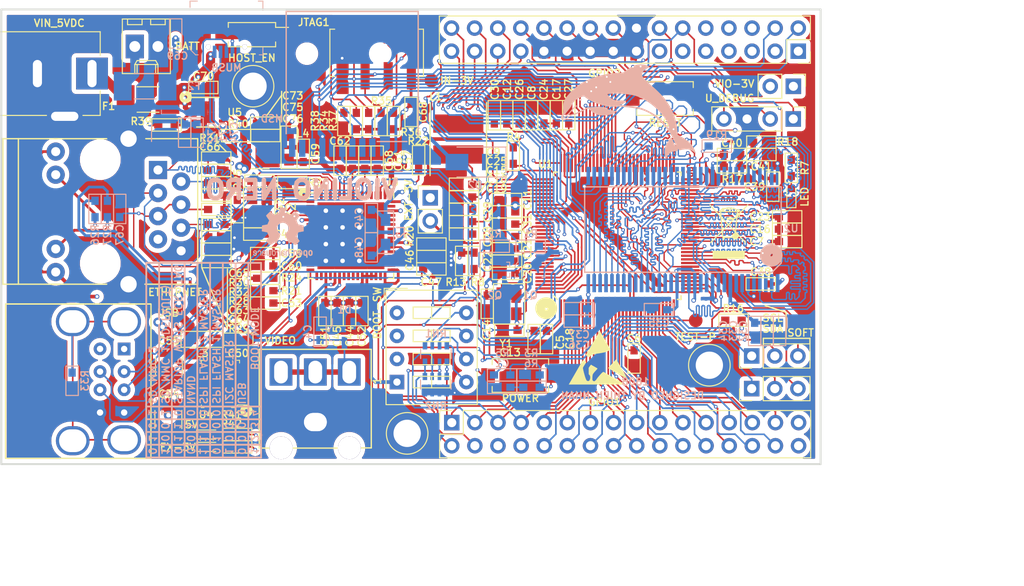
<source format=kicad_pcb>
(kicad_pcb (version 4) (host pcbnew 4.0.7+dfsg1-1~bpo9+1)
  (layers (0 F.Cu signal hide) (1 GND signal hide) (2 PWR signal hide) (31 B.Cu signal) (34 B.Paste user) (35 F.Paste user) (36 B.SilkS user) (37 F.SilkS user) (38 B.Mask user) (39 F.Mask user hide) (44 Edge.Cuts user))
  (net 0 "")
  (net 1 "Net-(5V1-Pad2)")
  (net 2 GND)
  (net 3 "Net-(BATT1-Pad1)")
  (net 4 "Net-(C1-Pad1)")
  (net 5 VIDEO)
  (net 6 /ARM_CPU/DCDC_VDDD)
  (net 7 3.3VIO)
  (net 8 2V5)
  (net 9 "Net-(C9-Pad1)")
  (net 10 "Net-(C10-Pad1)")
  (net 11 5V)
  (net 12 /ARM_CPU/DCDC_VDDA)
  (net 13 /ARM_CPU/XTI)
  (net 14 /ARM_CPU/XTO)
  (net 15 BATT+)
  (net 16 /ARM_CPU/VDDXTAL)
  (net 17 "Net-(C22-Pad1)")
  (net 18 "Net-(C40-Pad2)")
  (net 19 "Net-(C42-Pad1)")
  (net 20 "Net-(C43-Pad1)")
  (net 21 3V3)
  (net 22 "Net-(C47-Pad1)")
  (net 23 "Net-(C48-Pad1)")
  (net 24 "Net-(C49-Pad1)")
  (net 25 "Net-(C50-Pad2)")
  (net 26 "/USB-ETHERNET CONTROLLER/USB_PWR_2")
  (net 27 "/USB-ETHERNET CONTROLLER/USB_PWR_3")
  (net 28 "/USB-ETHERNET CONTROLLER/AVCC")
  (net 29 "/USB-ETHERNET CONTROLLER/RX-")
  (net 30 "/USB-ETHERNET CONTROLLER/RX+")
  (net 31 "/USB-ETHERNET CONTROLLER/TX-")
  (net 32 "/USB-ETHERNET CONTROLLER/TX+")
  (net 33 "Net-(C67-Pad2)")
  (net 34 "Net-(C73-Pad1)")
  (net 35 "Net-(C75-Pad1)")
  (net 36 "Net-(EX-3V1-Pad2)")
  (net 37 V_IN)
  (net 38 PIN1/LCD_D00)
  (net 39 I2C_SDA)
  (net 40 PIN2/LCD_D01)
  (net 41 I2C_SCL)
  (net 42 PIN3/LCD_D02)
  (net 43 "Net-(GPIO1-Pad6)")
  (net 44 PIN4/LCD_D03)
  (net 45 "Net-(GPIO1-Pad8)")
  (net 46 PIN5/LCD_D04)
  (net 47 PIN26/LCD_CS)
  (net 48 PIN6/LCD_D05)
  (net 49 PIN25/LCD_RS)
  (net 50 PIN7/LCD_D06)
  (net 51 PIN24/LCD_WR)
  (net 52 PIN8/LCD_D07)
  (net 53 PIN23/LCD_DISP)
  (net 54 PIN9/LCD_D08/SSP2_MISO)
  (net 55 PIN22/LCD_EN/I2C_SCL)
  (net 56 PIN10/LCD_09)
  (net 57 PIN21/LCD_HSYNC/I2C_SDA)
  (net 58 PIN11/LCD_D10)
  (net 59 PIN20/LCD_VSYNC)
  (net 60 PIN12/LCD_D11)
  (net 61 PIN19/LCD_DOTCLK)
  (net 62 PIN13/LCD_D12)
  (net 63 PIN18/LCD_D17/USB_EN)
  (net 64 PIN14/LCD_D13)
  (net 65 PIN17/LCD_D16)
  (net 66 PIN15/LCD_D14)
  (net 67 PIN16/LCD_D15)
  (net 68 "Net-(GPIO1-Pad31)")
  (net 69 "Net-(GPIO1-Pad32)")
  (net 70 USB_N)
  (net 71 PWM0/DUART_RXD)
  (net 72 PWM1/DUART_TXD)
  (net 73 PIN27/PWM2)
  (net 74 PIN28/SOFT_SDA)
  (net 75 PIN29/SOFT_SCL)
  (net 76 PIN30)
  (net 77 AUART1_TXD)
  (net 78 PIN31)
  (net 79 AUART1_RDX)
  (net 80 PIN32/LRADC1)
  (net 81 SSP2_MOSI)
  (net 82 PIN33/LRADC0)
  (net 83 SSP2_SCK)
  (net 84 PIN34/MIC)
  (net 85 "Net-(HOST_EN1-Pad2)")
  (net 86 "Net-(J1-Pad1)")
  (net 87 "Net-(J3-Pad7)")
  (net 88 "Net-(J3-Pad10)")
  (net 89 "Net-(J3-Pad11)")
  (net 90 SSP1_SCK)
  (net 91 SSP1_DATA3)
  (net 92 SSP1_DATA2)
  (net 93 SSP1_DATA1)
  (net 94 SSP1_DATA0)
  (net 95 SSP1_CMD)
  (net 96 "Net-(L1-Pad1)")
  (net 97 "Net-(LED1-Pad2)")
  (net 98 "Net-(MSD1-Pad9)")
  (net 99 "Net-(Q1-Pad1)")
  (net 100 /ARM_CPU/RESET)
  (net 101 P_SWITCH)
  (net 102 LED1)
  (net 103 CS)
  (net 104 "Net-(R20-Pad1)")
  (net 105 "Net-(R22-Pad1)")
  (net 106 "Net-(R23-Pad1)")
  (net 107 "Net-(R24-Pad1)")
  (net 108 "Net-(R26-Pad2)")
  (net 109 "Net-(R27-Pad2)")
  (net 110 "Net-(R33-Pad2)")
  (net 111 "Net-(R39-Pad2)")
  (net 112 "Net-(R40-Pad2)")
  (net 113 "Net-(RN1-Pad1)")
  (net 114 "Net-(RN1-Pad3)")
  (net 115 "Net-(RN1-Pad2)")
  (net 116 "Net-(RN1-Pad4)")
  (net 117 "/USB-ETHERNET CONTROLLER/USB2_N")
  (net 118 "/USB-ETHERNET CONTROLLER/USB2_P")
  (net 119 "/USB-ETHERNET CONTROLLER/USB3_N")
  (net 120 "/USB-ETHERNET CONTROLLER/USB3_P")
  (net 121 DEBUG)
  (net 122 CLK)
  (net 123 CLKN)
  (net 124 DQS0)
  (net 125 DQS1)
  (net 126 D00)
  (net 127 D02)
  (net 128 D01)
  (net 129 D03)
  (net 130 DQM0)
  (net 131 D04)
  (net 132 D05)
  (net 133 D06)
  (net 134 D07)
  (net 135 D08)
  (net 136 D09)
  (net 137 D10)
  (net 138 D11)
  (net 139 DQM1)
  (net 140 D12)
  (net 141 D13)
  (net 142 D15)
  (net 143 D14)
  (net 144 CASN)
  (net 145 RASN)
  (net 146 A12)
  (net 147 A11)
  (net 148 A10)
  (net 149 A09)
  (net 150 A08)
  (net 151 A07)
  (net 152 A06)
  (net 153 A05)
  (net 154 A04)
  (net 155 A03)
  (net 156 A02)
  (net 157 A01)
  (net 158 A00)
  (net 159 WEN)
  (net 160 CKE)
  (net 161 BA0)
  (net 162 BA1)
  (net 163 "Net-(U2-Pad53)")
  (net 164 "Net-(U2-Pad14)")
  (net 165 "Net-(U2-Pad50)")
  (net 166 "Net-(U2-Pad17)")
  (net 167 "Net-(U2-Pad19)")
  (net 168 "Net-(U2-Pad43)")
  (net 169 "Net-(U2-Pad25)")
  (net 170 "Net-(U3-Pad6)")
  (net 171 "Net-(U3-Pad7)")
  (net 172 "Net-(U3-Pad8)")
  (net 173 "Net-(U3-Pad9)")
  (net 174 "Net-(U3-Pad13)")
  (net 175 "/USB-ETHERNET CONTROLLER/PRTCTL2")
  (net 176 "/USB-ETHERNET CONTROLLER/PRTCTL3")
  (net 177 "Net-(U3-Pad17)")
  (net 178 "Net-(U3-Pad18)")
  (net 179 "Net-(U3-Pad20)")
  (net 180 "Net-(U3-Pad23)")
  (net 181 "Net-(U3-Pad24)")
  (net 182 "Net-(U3-Pad25)")
  (net 183 "Net-(U3-Pad26)")
  (net 184 "Net-(U3-Pad31)")
  (net 185 "Net-(U3-Pad35)")
  (net 186 "Net-(U3-Pad36)")
  (net 187 "Net-(U3-Pad37)")
  (net 188 "Net-(U3-Pad42)")
  (net 189 "Net-(U3-Pad43)")
  (net 190 "Net-(U3-Pad45)")
  (net 191 "Net-(U3-Pad47)")
  (net 192 USB_P)
  (net 193 /ARM_CPU/SJTAG_PSW)
  (net 194 /ARM_CPU/HPR)
  (net 195 /ARM_CPU/HP_VGND)
  (net 196 /ARM_CPU/HPL)
  (net 197 /ARM_CPU/LINE1_INR)
  (net 198 /ARM_CPU/LINE1_INL)
  (net 199 "Net-(GPIO2-Pad6)")
  (net 200 "Net-(GPIO2-Pad8)")
  (net 201 "Net-(GPIO2-Pad10)")
  (module MyKiCadLib:0603_HandSoldering (layer F.Cu) (at 153.38 90.28)
    (fp_text reference R20 (at -2.37 -0.89 90) (layer F.SilkS) (effects (font (size 0.8 0.8))))
    (fp_text value R0603/10K)
    (pad 1 smd rect (at -0.9 0) (size 0.9 0.8) (layers F.Cu F.Paste F.Mask) (net 104 "Net-(R20-Pad1)"))
    (pad 2 smd rect (at 0.9 0) (size 0.9 0.8) (layers F.Cu F.Paste F.Mask) (net 21 3V3))
  )
  (module Socket_Strips:Socket_Strip_Straight_1x02_Pitch2.54mm (layer F.Cu) (at 193.15 72.93 270)
    (fp_text reference VIO-3V (at -0.28 6.466666 360) (layer F.SilkS) (effects (font (size 0.8 0.8))))
    (fp_text value Jumper_NO)
    (pad 1 thru_hole rect (at 0 0 270) (size 1.7 1.7) (drill 1) (layers *.Cu *.Mask) (net 21 3V3))
    (pad 2 thru_hole oval (at 0 2.54 270) (size 1.7 1.7) (drill 1) (layers *.Cu *.Mask) (net 7 3.3VIO))
  )
  (module Connectors:1pin (layer F.Cu) (at 133.79 72.92)
    (fp_text reference REF** hide)
    (fp_text value 1pin)
    (pad "" thru_hole circle (at 0 0) (size 4 4) (drill 3) (layers *.Cu *.Mask) (net 2 GND))
  )
  (module Connectors:1pin (layer F.Cu) (at 183.92 103.6)
    (fp_text reference REF** hide)
    (fp_text value 1pin)
    (pad "" thru_hole circle (at 0 0) (size 4 4) (drill 3) (layers *.Cu *.Mask) (net 2 GND))
  )
  (module MyKiCadLib:QFP_128 (layer F.Cu) (at 173.81 89.36 90)
    (fp_text reference U1 (at 7.87 -7.89 180) (layer F.SilkS) (effects (font (size 0.8 0.8))))
    (fp_text value MCIMX233CAG4C)
    (pad 1 smd rect (at -8 -6.2 180) (size 0.25 2) (layers F.Cu F.Paste F.Mask) (net 6 /ARM_CPU/DCDC_VDDD))
    (pad 2 smd rect (at -8 -5.8 180) (size 0.25 2) (layers F.Cu F.Paste F.Mask) (net 38 PIN1/LCD_D00))
    (pad 3 smd rect (at -8 -5.4 180) (size 0.25 2) (layers F.Cu F.Paste F.Mask) (net 40 PIN2/LCD_D01))
    (pad 4 smd rect (at -8 -5 180) (size 0.25 2) (layers F.Cu F.Paste F.Mask) (net 42 PIN3/LCD_D02))
    (pad 5 smd rect (at -8 -4.6 180) (size 0.25 2) (layers F.Cu F.Paste F.Mask) (net 44 PIN4/LCD_D03))
    (pad 6 smd rect (at -8 -4.2 180) (size 0.25 2) (layers F.Cu F.Paste F.Mask) (net 46 PIN5/LCD_D04))
    (pad 7 smd rect (at -8 -3.8 180) (size 0.25 2) (layers F.Cu F.Paste F.Mask) (net 48 PIN6/LCD_D05))
    (pad 8 smd rect (at -8 -3.4 180) (size 0.25 2) (layers F.Cu F.Paste F.Mask) (net 50 PIN7/LCD_D06))
    (pad 9 smd rect (at -8 -3 180) (size 0.25 2) (layers F.Cu F.Paste F.Mask) (net 52 PIN8/LCD_D07))
    (pad 10 smd rect (at -8 -2.6 180) (size 0.25 2) (layers F.Cu F.Paste F.Mask) (net 47 PIN26/LCD_CS))
    (pad 11 smd rect (at -8 -2.2 180) (size 0.25 2) (layers F.Cu F.Paste F.Mask) (net 55 PIN22/LCD_EN/I2C_SCL))
    (pad 12 smd rect (at -8 -1.8 180) (size 0.25 2) (layers F.Cu F.Paste F.Mask) (net 53 PIN23/LCD_DISP))
    (pad 13 smd rect (at -8 -1.4 180) (size 0.25 2) (layers F.Cu F.Paste F.Mask) (net 51 PIN24/LCD_WR))
    (pad 14 smd rect (at -8 -1 180) (size 0.25 2) (layers F.Cu F.Paste F.Mask) (net 49 PIN25/LCD_RS))
    (pad 15 smd rect (at -8 -0.6 180) (size 0.25 2) (layers F.Cu F.Paste F.Mask) (net 57 PIN21/LCD_HSYNC/I2C_SDA))
    (pad 16 smd rect (at -8 -0.2 180) (size 0.25 2) (layers F.Cu F.Paste F.Mask) (net 59 PIN20/LCD_VSYNC))
    (pad 17 smd rect (at -8 0.2 180) (size 0.25 2) (layers F.Cu F.Paste F.Mask) (net 61 PIN19/LCD_DOTCLK))
    (pad 18 smd rect (at -8 0.6 180) (size 0.25 2) (layers F.Cu F.Paste F.Mask) (net 7 3.3VIO))
    (pad 19 smd rect (at -8 1 180) (size 0.25 2) (layers F.Cu F.Paste F.Mask) (net 65 PIN17/LCD_D16))
    (pad 20 smd rect (at -8 1.4 180) (size 0.25 2) (layers F.Cu F.Paste F.Mask) (net 63 PIN18/LCD_D17/USB_EN))
    (pad 21 smd rect (at -8 1.8 180) (size 0.25 2) (layers F.Cu F.Paste F.Mask) (net 81 SSP2_MOSI))
    (pad 22 smd rect (at -8 2.2 180) (size 0.25 2) (layers F.Cu F.Paste F.Mask) (net 54 PIN9/LCD_D08/SSP2_MISO))
    (pad 23 smd rect (at -8 2.6 180) (size 0.25 2) (layers F.Cu F.Paste F.Mask) (net 56 PIN10/LCD_09))
    (pad 24 smd rect (at -8 3 180) (size 0.25 2) (layers F.Cu F.Paste F.Mask) (net 58 PIN11/LCD_D10))
    (pad 25 smd rect (at -8 3.4 180) (size 0.25 2) (layers F.Cu F.Paste F.Mask) (net 60 PIN12/LCD_D11))
    (pad 26 smd rect (at -8 3.8 180) (size 0.25 2) (layers F.Cu F.Paste F.Mask) (net 64 PIN14/LCD_D13))
    (pad 27 smd rect (at -8 4.2 180) (size 0.25 2) (layers F.Cu F.Paste F.Mask) (net 62 PIN13/LCD_D12))
    (pad 28 smd rect (at -8 4.6 180) (size 0.25 2) (layers F.Cu F.Paste F.Mask) (net 67 PIN16/LCD_D15))
    (pad 29 smd rect (at -8 5 180) (size 0.25 2) (layers F.Cu F.Paste F.Mask) (net 66 PIN15/LCD_D14))
    (pad 30 smd rect (at -8 5.4 180) (size 0.25 2) (layers F.Cu F.Paste F.Mask) (net 2 GND))
    (pad 31 smd rect (at -8 5.8 180) (size 0.25 2) (layers F.Cu F.Paste F.Mask) (net 74 PIN28/SOFT_SDA))
    (pad 32 smd rect (at -8 6.2 180) (size 0.25 2) (layers F.Cu F.Paste F.Mask) (net 86 "Net-(J1-Pad1)"))
    (pad 33 smd rect (at -6.2 8 90) (size 0.25 2) (layers F.Cu F.Paste F.Mask) (net 83 SSP2_SCK))
    (pad 34 smd rect (at -5.8 8 90) (size 0.25 2) (layers F.Cu F.Paste F.Mask) (net 75 PIN29/SOFT_SCL))
    (pad 35 smd rect (at -5.4 8 90) (size 0.25 2) (layers F.Cu F.Paste F.Mask) (net 2 GND))
    (pad 36 smd rect (at -5 8 90) (size 0.25 2) (layers F.Cu F.Paste F.Mask) (net 122 CLK))
    (pad 37 smd rect (at -4.6 8 90) (size 0.25 2) (layers F.Cu F.Paste F.Mask) (net 123 CLKN))
    (pad 38 smd rect (at -4.2 8 90) (size 0.25 2) (layers F.Cu F.Paste F.Mask) (net 8 2V5))
    (pad 39 smd rect (at -3.8 8 90) (size 0.25 2) (layers F.Cu F.Paste F.Mask) (net 124 DQS0))
    (pad 40 smd rect (at -3.4 8 90) (size 0.25 2) (layers F.Cu F.Paste F.Mask) (net 125 DQS1))
    (pad 41 smd rect (at -3 8 90) (size 0.25 2) (layers F.Cu F.Paste F.Mask) (net 126 D00))
    (pad 42 smd rect (at -2.6 8 90) (size 0.25 2) (layers F.Cu F.Paste F.Mask) (net 127 D02))
    (pad 43 smd rect (at -2.2 8 90) (size 0.25 2) (layers F.Cu F.Paste F.Mask) (net 128 D01))
    (pad 44 smd rect (at -1.8 8 90) (size 0.25 2) (layers F.Cu F.Paste F.Mask) (net 129 D03))
    (pad 45 smd rect (at -1.4 8 90) (size 0.25 2) (layers F.Cu F.Paste F.Mask) (net 8 2V5))
    (pad 46 smd rect (at -1 8 90) (size 0.25 2) (layers F.Cu F.Paste F.Mask) (net 130 DQM0))
    (pad 47 smd rect (at -0.6 8 90) (size 0.25 2) (layers F.Cu F.Paste F.Mask) (net 131 D04))
    (pad 48 smd rect (at -0.2 8 90) (size 0.25 2) (layers F.Cu F.Paste F.Mask) (net 132 D05))
    (pad 49 smd rect (at 0.2 8 90) (size 0.25 2) (layers F.Cu F.Paste F.Mask) (net 133 D06))
    (pad 50 smd rect (at 0.6 8 90) (size 0.25 2) (layers F.Cu F.Paste F.Mask) (net 134 D07))
    (pad 51 smd rect (at 1 8 90) (size 0.25 2) (layers F.Cu F.Paste F.Mask) (net 135 D08))
    (pad 52 smd rect (at 1.4 8 90) (size 0.25 2) (layers F.Cu F.Paste F.Mask) (net 136 D09))
    (pad 53 smd rect (at 1.8 8 90) (size 0.25 2) (layers F.Cu F.Paste F.Mask) (net 8 2V5))
    (pad 54 smd rect (at 2.2 8 90) (size 0.25 2) (layers F.Cu F.Paste F.Mask) (net 137 D10))
    (pad 55 smd rect (at 2.6 8 90) (size 0.25 2) (layers F.Cu F.Paste F.Mask) (net 138 D11))
    (pad 56 smd rect (at 3 8 90) (size 0.25 2) (layers F.Cu F.Paste F.Mask) (net 139 DQM1))
    (pad 57 smd rect (at 3.4 8 90) (size 0.25 2) (layers F.Cu F.Paste F.Mask) (net 140 D12))
    (pad 58 smd rect (at 3.8 8 90) (size 0.25 2) (layers F.Cu F.Paste F.Mask) (net 141 D13))
    (pad 59 smd rect (at 4.2 8 90) (size 0.25 2) (layers F.Cu F.Paste F.Mask) (net 142 D15))
    (pad 60 smd rect (at 4.6 8 90) (size 0.25 2) (layers F.Cu F.Paste F.Mask) (net 143 D14))
    (pad 61 smd rect (at 5 8 90) (size 0.25 2) (layers F.Cu F.Paste F.Mask) (net 144 CASN))
    (pad 62 smd rect (at 5.4 8 90) (size 0.25 2) (layers F.Cu F.Paste F.Mask) (net 145 RASN))
    (pad 63 smd rect (at 5.8 8 90) (size 0.25 2) (layers F.Cu F.Paste F.Mask) (net 103 CS))
    (pad 64 smd rect (at 6.2 8 90) (size 0.25 2) (layers F.Cu F.Paste F.Mask) (net 146 A12))
    (pad 65 smd rect (at 8 6.2 180) (size 0.25 2) (layers F.Cu F.Paste F.Mask) (net 147 A11))
    (pad 66 smd rect (at 8 5.8 180) (size 0.25 2) (layers F.Cu F.Paste F.Mask) (net 148 A10))
    (pad 67 smd rect (at 8 5.4 180) (size 0.25 2) (layers F.Cu F.Paste F.Mask) (net 149 A09))
    (pad 68 smd rect (at 8 5 180) (size 0.25 2) (layers F.Cu F.Paste F.Mask) (net 150 A08))
    (pad 69 smd rect (at 8 4.6 180) (size 0.25 2) (layers F.Cu F.Paste F.Mask) (net 151 A07))
    (pad 70 smd rect (at 8 4.2 180) (size 0.25 2) (layers F.Cu F.Paste F.Mask) (net 152 A06))
    (pad 71 smd rect (at 8 3.8 180) (size 0.25 2) (layers F.Cu F.Paste F.Mask) (net 153 A05))
    (pad 72 smd rect (at 8 3.4 180) (size 0.25 2) (layers F.Cu F.Paste F.Mask) (net 154 A04))
    (pad 73 smd rect (at 8 3 180) (size 0.25 2) (layers F.Cu F.Paste F.Mask) (net 155 A03))
    (pad 74 smd rect (at 8 2.6 180) (size 0.25 2) (layers F.Cu F.Paste F.Mask) (net 156 A02))
    (pad 75 smd rect (at 8 2.2 180) (size 0.25 2) (layers F.Cu F.Paste F.Mask) (net 157 A01))
    (pad 76 smd rect (at 8 1.8 180) (size 0.25 2) (layers F.Cu F.Paste F.Mask) (net 158 A00))
    (pad 77 smd rect (at 8 1.4 180) (size 0.25 2) (layers F.Cu F.Paste F.Mask) (net 159 WEN))
    (pad 78 smd rect (at 8 1 180) (size 0.25 2) (layers F.Cu F.Paste F.Mask) (net 160 CKE))
    (pad 79 smd rect (at 8 0.6 180) (size 0.25 2) (layers F.Cu F.Paste F.Mask) (net 161 BA0))
    (pad 80 smd rect (at 8 0.2 180) (size 0.25 2) (layers F.Cu F.Paste F.Mask) (net 162 BA1))
    (pad 81 smd rect (at 8 -0.2 180) (size 0.25 2) (layers F.Cu F.Paste F.Mask) (net 76 PIN30))
    (pad 82 smd rect (at 8 -0.6 180) (size 0.25 2) (layers F.Cu F.Paste F.Mask) (net 78 PIN31))
    (pad 83 smd rect (at 8 -1 180) (size 0.25 2) (layers F.Cu F.Paste F.Mask) (net 95 SSP1_CMD))
    (pad 84 smd rect (at 8 -1.4 180) (size 0.25 2) (layers F.Cu F.Paste F.Mask) (net 94 SSP1_DATA0))
    (pad 85 smd rect (at 8 -1.8 180) (size 0.25 2) (layers F.Cu F.Paste F.Mask) (net 93 SSP1_DATA1))
    (pad 86 smd rect (at 8 -2.2 180) (size 0.25 2) (layers F.Cu F.Paste F.Mask) (net 92 SSP1_DATA2))
    (pad 87 smd rect (at 8 -2.6 180) (size 0.25 2) (layers F.Cu F.Paste F.Mask) (net 91 SSP1_DATA3))
    (pad 88 smd rect (at 8 -3 180) (size 0.25 2) (layers F.Cu F.Paste F.Mask) (net 102 LED1))
    (pad 89 smd rect (at 8 -3.4 180) (size 0.25 2) (layers F.Cu F.Paste F.Mask) (net 121 DEBUG))
    (pad 90 smd rect (at 8 -3.8 180) (size 0.25 2) (layers F.Cu F.Paste F.Mask) (net 90 SSP1_SCK))
    (pad 91 smd rect (at 8 -4.2 180) (size 0.25 2) (layers F.Cu F.Paste F.Mask) (net 73 PIN27/PWM2))
    (pad 92 smd rect (at 8 -4.6 180) (size 0.25 2) (layers F.Cu F.Paste F.Mask) (net 7 3.3VIO))
    (pad 93 smd rect (at 8 -5 180) (size 0.25 2) (layers F.Cu F.Paste F.Mask) (net 6 /ARM_CPU/DCDC_VDDD))
    (pad 94 smd rect (at 8 -5.4 180) (size 0.25 2) (layers F.Cu F.Paste F.Mask) (net 6 /ARM_CPU/DCDC_VDDD))
    (pad 95 smd rect (at 8 -5.8 180) (size 0.25 2) (layers F.Cu F.Paste F.Mask) (net 7 3.3VIO))
    (pad 96 smd rect (at 8 -6.2 180) (size 0.25 2) (layers F.Cu F.Paste F.Mask) (net 12 /ARM_CPU/DCDC_VDDA))
    (pad 97 smd rect (at 6.2 -8 90) (size 0.25 2) (layers F.Cu F.Paste F.Mask) (net 96 "Net-(L1-Pad1)"))
    (pad 98 smd rect (at 5.8 -8 90) (size 0.25 2) (layers F.Cu F.Paste F.Mask) (net 2 GND))
    (pad 99 smd rect (at 5.4 -8 90) (size 0.25 2) (layers F.Cu F.Paste F.Mask) (net 9 "Net-(C9-Pad1)"))
    (pad 100 smd rect (at 5 -8 90) (size 0.25 2) (layers F.Cu F.Paste F.Mask) (net 15 BATT+))
    (pad 101 smd rect (at 4.6 -8 90) (size 0.25 2) (layers F.Cu F.Paste F.Mask) (net 10 "Net-(C10-Pad1)"))
    (pad 102 smd rect (at 4.2 -8 90) (size 0.25 2) (layers F.Cu F.Paste F.Mask) (net 11 5V))
    (pad 103 smd rect (at 3.8 -8 90) (size 0.25 2) (layers F.Cu F.Paste F.Mask) (net 15 BATT+))
    (pad 104 smd rect (at 3.4 -8 90) (size 0.25 2) (layers F.Cu F.Paste F.Mask) (net 5 VIDEO))
    (pad 105 smd rect (at 3 -8 90) (size 0.25 2) (layers F.Cu F.Paste F.Mask) (net 2 GND))
    (pad 106 smd rect (at 2.6 -8 90) (size 0.25 2) (layers F.Cu F.Paste F.Mask) (net 8 2V5))
    (pad 107 smd rect (at 2.2 -8 90) (size 0.25 2) (layers F.Cu F.Paste F.Mask) (net 80 PIN32/LRADC1))
    (pad 108 smd rect (at 1.8 -8 90) (size 0.25 2) (layers F.Cu F.Paste F.Mask) (net 82 PIN33/LRADC0))
    (pad 109 smd rect (at 1.4 -8 90) (size 0.25 2) (layers F.Cu F.Paste F.Mask) (net 194 /ARM_CPU/HPR))
    (pad 110 smd rect (at 1 -8 90) (size 0.25 2) (layers F.Cu F.Paste F.Mask) (net 12 /ARM_CPU/DCDC_VDDA))
    (pad 111 smd rect (at 0.6 -8 90) (size 0.25 2) (layers F.Cu F.Paste F.Mask) (net 195 /ARM_CPU/HP_VGND))
    (pad 112 smd rect (at 0.2 -8 90) (size 0.25 2) (layers F.Cu F.Paste F.Mask) (net 2 GND))
    (pad 113 smd rect (at -0.2 -8 90) (size 0.25 2) (layers F.Cu F.Paste F.Mask) (net 196 /ARM_CPU/HPL))
    (pad 114 smd rect (at -0.6 -8 90) (size 0.25 2) (layers F.Cu F.Paste F.Mask) (net 197 /ARM_CPU/LINE1_INR))
    (pad 115 smd rect (at -1 -8 90) (size 0.25 2) (layers F.Cu F.Paste F.Mask) (net 198 /ARM_CPU/LINE1_INL))
    (pad 116 smd rect (at -1.4 -8 90) (size 0.25 2) (layers F.Cu F.Paste F.Mask) (net 84 PIN34/MIC))
    (pad 117 smd rect (at -1.8 -8 90) (size 0.25 2) (layers F.Cu F.Paste F.Mask) (net 17 "Net-(C22-Pad1)"))
    (pad 118 smd rect (at -2.2 -8 90) (size 0.25 2) (layers F.Cu F.Paste F.Mask) (net 2 GND))
    (pad 119 smd rect (at -2.6 -8 90) (size 0.25 2) (layers F.Cu F.Paste F.Mask) (net 101 P_SWITCH))
    (pad 120 smd rect (at -3 -8 90) (size 0.25 2) (layers F.Cu F.Paste F.Mask) (net 16 /ARM_CPU/VDDXTAL))
    (pad 121 smd rect (at -3.4 -8 90) (size 0.25 2) (layers F.Cu F.Paste F.Mask) (net 14 /ARM_CPU/XTO))
    (pad 122 smd rect (at -3.8 -8 90) (size 0.25 2) (layers F.Cu F.Paste F.Mask) (net 13 /ARM_CPU/XTI))
    (pad 123 smd rect (at -4.2 -8 90) (size 0.25 2) (layers F.Cu F.Paste F.Mask) (net 70 USB_N))
    (pad 124 smd rect (at -4.6 -8 90) (size 0.25 2) (layers F.Cu F.Paste F.Mask) (net 192 USB_P))
    (pad 125 smd rect (at -5 -8 90) (size 0.25 2) (layers F.Cu F.Paste F.Mask) (net 71 PWM0/DUART_RXD))
    (pad 126 smd rect (at -5.4 -8 90) (size 0.25 2) (layers F.Cu F.Paste F.Mask) (net 72 PWM1/DUART_TXD))
    (pad 127 smd rect (at -5.8 -8 90) (size 0.25 2) (layers F.Cu F.Paste F.Mask) (net 77 AUART1_TXD))
    (pad 128 smd rect (at -6.2 -8 90) (size 0.25 2) (layers F.Cu F.Paste F.Mask) (net 79 AUART1_RDX))
  )
  (module "MyKiCadLib:HY5DU121622D(L)TP_TSOP-66" (layer B.Cu) (at 181.02 88.68 180)
    (fp_text reference U2 (at -11.88 0.12 360) (layer B.SilkS) (effects (font (size 0.8 0.8)) (justify mirror)))
    (fp_text value HY5DU121622DTP)
    (pad 66 smd rect (at -10.4 5.895 180) (size 0.4 2) (layers B.Cu B.Paste B.Mask) (net 2 GND))
    (pad 1 smd rect (at -10.4 -5.895 180) (size 0.4 2) (layers B.Cu B.Paste B.Mask) (net 8 2V5))
    (pad 65 smd rect (at -9.75 5.895 180) (size 0.4 2) (layers B.Cu B.Paste B.Mask) (net 142 D15))
    (pad 2 smd rect (at -9.75 -5.895 180) (size 0.4 2) (layers B.Cu B.Paste B.Mask) (net 126 D00))
    (pad 64 smd rect (at -9.1 5.895 180) (size 0.4 2) (layers B.Cu B.Paste B.Mask) (net 2 GND))
    (pad 3 smd rect (at -9.1 -5.895 180) (size 0.4 2) (layers B.Cu B.Paste B.Mask) (net 8 2V5))
    (pad 63 smd rect (at -8.45 5.895 180) (size 0.4 2) (layers B.Cu B.Paste B.Mask) (net 143 D14))
    (pad 4 smd rect (at -8.45 -5.895 180) (size 0.4 2) (layers B.Cu B.Paste B.Mask) (net 128 D01))
    (pad 62 smd rect (at -7.8 5.895 180) (size 0.4 2) (layers B.Cu B.Paste B.Mask) (net 141 D13))
    (pad 5 smd rect (at -7.8 -5.895 180) (size 0.4 2) (layers B.Cu B.Paste B.Mask) (net 127 D02))
    (pad 61 smd rect (at -7.15 5.895 180) (size 0.4 2) (layers B.Cu B.Paste B.Mask) (net 8 2V5))
    (pad 6 smd rect (at -7.15 -5.895 180) (size 0.4 2) (layers B.Cu B.Paste B.Mask) (net 2 GND))
    (pad 60 smd rect (at -6.5 5.895 180) (size 0.4 2) (layers B.Cu B.Paste B.Mask) (net 140 D12))
    (pad 7 smd rect (at -6.5 -5.895 180) (size 0.4 2) (layers B.Cu B.Paste B.Mask) (net 129 D03))
    (pad 59 smd rect (at -5.85 5.895 180) (size 0.4 2) (layers B.Cu B.Paste B.Mask) (net 138 D11))
    (pad 8 smd rect (at -5.85 -5.895 180) (size 0.4 2) (layers B.Cu B.Paste B.Mask) (net 131 D04))
    (pad 58 smd rect (at -5.2 5.895 180) (size 0.4 2) (layers B.Cu B.Paste B.Mask) (net 2 GND))
    (pad 9 smd rect (at -5.2 -5.895 180) (size 0.4 2) (layers B.Cu B.Paste B.Mask) (net 8 2V5))
    (pad 57 smd rect (at -4.55 5.895 180) (size 0.4 2) (layers B.Cu B.Paste B.Mask) (net 137 D10))
    (pad 10 smd rect (at -4.55 -5.895 180) (size 0.4 2) (layers B.Cu B.Paste B.Mask) (net 132 D05))
    (pad 56 smd rect (at -3.9 5.895 180) (size 0.4 2) (layers B.Cu B.Paste B.Mask) (net 136 D09))
    (pad 11 smd rect (at -3.9 -5.895 180) (size 0.4 2) (layers B.Cu B.Paste B.Mask) (net 133 D06))
    (pad 55 smd rect (at -3.25 5.895 180) (size 0.4 2) (layers B.Cu B.Paste B.Mask) (net 8 2V5))
    (pad 12 smd rect (at -3.25 -5.895 180) (size 0.4 2) (layers B.Cu B.Paste B.Mask) (net 2 GND))
    (pad 54 smd rect (at -2.6 5.895 180) (size 0.4 2) (layers B.Cu B.Paste B.Mask) (net 135 D08))
    (pad 13 smd rect (at -2.6 -5.895 180) (size 0.4 2) (layers B.Cu B.Paste B.Mask) (net 134 D07))
    (pad 53 smd rect (at -1.95 5.895 180) (size 0.4 2) (layers B.Cu B.Paste B.Mask) (net 163 "Net-(U2-Pad53)"))
    (pad 14 smd rect (at -1.95 -5.895 180) (size 0.4 2) (layers B.Cu B.Paste B.Mask) (net 164 "Net-(U2-Pad14)"))
    (pad 52 smd rect (at -1.3 5.895 180) (size 0.4 2) (layers B.Cu B.Paste B.Mask) (net 2 GND))
    (pad 15 smd rect (at -1.3 -5.895 180) (size 0.4 2) (layers B.Cu B.Paste B.Mask) (net 8 2V5))
    (pad 51 smd rect (at -0.65 5.895 180) (size 0.4 2) (layers B.Cu B.Paste B.Mask) (net 125 DQS1))
    (pad 16 smd rect (at -0.65 -5.895 180) (size 0.4 2) (layers B.Cu B.Paste B.Mask) (net 124 DQS0))
    (pad 50 smd rect (at 0 5.895 180) (size 0.4 2) (layers B.Cu B.Paste B.Mask) (net 165 "Net-(U2-Pad50)"))
    (pad 17 smd rect (at 0 -5.895 180) (size 0.4 2) (layers B.Cu B.Paste B.Mask) (net 166 "Net-(U2-Pad17)"))
    (pad 49 smd rect (at 0.65 5.895 180) (size 0.4 2) (layers B.Cu B.Paste B.Mask) (net 18 "Net-(C40-Pad2)"))
    (pad 18 smd rect (at 0.65 -5.895 180) (size 0.4 2) (layers B.Cu B.Paste B.Mask) (net 8 2V5))
    (pad 48 smd rect (at 1.3 5.895 180) (size 0.4 2) (layers B.Cu B.Paste B.Mask) (net 2 GND))
    (pad 19 smd rect (at 1.3 -5.895 180) (size 0.4 2) (layers B.Cu B.Paste B.Mask) (net 167 "Net-(U2-Pad19)"))
    (pad 47 smd rect (at 1.95 5.895 180) (size 0.4 2) (layers B.Cu B.Paste B.Mask) (net 139 DQM1))
    (pad 20 smd rect (at 1.95 -5.895 180) (size 0.4 2) (layers B.Cu B.Paste B.Mask) (net 130 DQM0))
    (pad 46 smd rect (at 2.6 5.895 180) (size 0.4 2) (layers B.Cu B.Paste B.Mask) (net 123 CLKN))
    (pad 21 smd rect (at 2.6 -5.895 180) (size 0.4 2) (layers B.Cu B.Paste B.Mask) (net 159 WEN))
    (pad 45 smd rect (at 3.25 5.895 180) (size 0.4 2) (layers B.Cu B.Paste B.Mask) (net 122 CLK))
    (pad 22 smd rect (at 3.25 -5.895 180) (size 0.4 2) (layers B.Cu B.Paste B.Mask) (net 144 CASN))
    (pad 44 smd rect (at 3.9 5.895 180) (size 0.4 2) (layers B.Cu B.Paste B.Mask) (net 160 CKE))
    (pad 23 smd rect (at 3.9 -5.895 180) (size 0.4 2) (layers B.Cu B.Paste B.Mask) (net 145 RASN))
    (pad 43 smd rect (at 4.55 5.895 180) (size 0.4 2) (layers B.Cu B.Paste B.Mask) (net 168 "Net-(U2-Pad43)"))
    (pad 24 smd rect (at 4.55 -5.895 180) (size 0.4 2) (layers B.Cu B.Paste B.Mask) (net 103 CS))
    (pad 42 smd rect (at 5.2 5.895 180) (size 0.4 2) (layers B.Cu B.Paste B.Mask) (net 146 A12))
    (pad 25 smd rect (at 5.2 -5.895 180) (size 0.4 2) (layers B.Cu B.Paste B.Mask) (net 169 "Net-(U2-Pad25)"))
    (pad 41 smd rect (at 5.85 5.895 180) (size 0.4 2) (layers B.Cu B.Paste B.Mask) (net 147 A11))
    (pad 26 smd rect (at 5.85 -5.895 180) (size 0.4 2) (layers B.Cu B.Paste B.Mask) (net 161 BA0))
    (pad 40 smd rect (at 6.5 5.895 180) (size 0.4 2) (layers B.Cu B.Paste B.Mask) (net 149 A09))
    (pad 27 smd rect (at 6.5 -5.895 180) (size 0.4 2) (layers B.Cu B.Paste B.Mask) (net 162 BA1))
    (pad 39 smd rect (at 7.15 5.895 180) (size 0.4 2) (layers B.Cu B.Paste B.Mask) (net 150 A08))
    (pad 28 smd rect (at 7.15 -5.895 180) (size 0.4 2) (layers B.Cu B.Paste B.Mask) (net 148 A10))
    (pad 38 smd rect (at 7.8 5.895 180) (size 0.4 2) (layers B.Cu B.Paste B.Mask) (net 151 A07))
    (pad 29 smd rect (at 7.8 -5.895 180) (size 0.4 2) (layers B.Cu B.Paste B.Mask) (net 158 A00))
    (pad 37 smd rect (at 8.45 5.895 180) (size 0.4 2) (layers B.Cu B.Paste B.Mask) (net 152 A06))
    (pad 30 smd rect (at 8.45 -5.895 180) (size 0.4 2) (layers B.Cu B.Paste B.Mask) (net 157 A01))
    (pad 36 smd rect (at 9.1 5.895 180) (size 0.4 2) (layers B.Cu B.Paste B.Mask) (net 153 A05))
    (pad 31 smd rect (at 9.1 -5.895 180) (size 0.4 2) (layers B.Cu B.Paste B.Mask) (net 156 A02))
    (pad 35 smd rect (at 9.75 5.895 180) (size 0.4 2) (layers B.Cu B.Paste B.Mask) (net 154 A04))
    (pad 32 smd rect (at 9.75 -5.895 180) (size 0.4 2) (layers B.Cu B.Paste B.Mask) (net 155 A03))
    (pad 34 smd rect (at 10.4 5.895 180) (size 0.4 2) (layers B.Cu B.Paste B.Mask) (net 2 GND))
    (pad 33 smd rect (at 10.4 -5.895 180) (size 0.4 2) (layers B.Cu B.Paste B.Mask) (net 8 2V5))
  )
  (module LEDs:LED_0603 (layer F.Cu) (at 128.9 111.22)
    (fp_text reference 5V (at -1.878096 -1.1) (layer F.SilkS) (effects (font (size 0.8 0.8))))
    (fp_text value LED)
    (pad 2 smd rect (at 0.8 0 180) (size 0.8 0.8) (layers F.Cu F.Paste F.Mask) (net 1 "Net-(5V1-Pad2)"))
    (pad 1 smd rect (at -0.8 0 180) (size 0.8 0.8) (layers F.Cu F.Paste F.Mask) (net 2 GND))
  )
  (module Connectors_Molex:Molex_KK-6410-02_02x2.54mm_Straight (layer F.Cu) (at 120.8 68.55)
    (fp_text reference BATT (at 5.77 -0.03 180) (layer F.SilkS) (effects (font (size 0.8 0.8))))
    (fp_text value Conn_01x02)
    (pad 1 thru_hole rect (at 0 0) (size 2 2.6) (drill 1.2) (layers *.Cu *.Mask) (net 3 "Net-(BATT1-Pad1)"))
    (pad 2 thru_hole oval (at 2.54 0) (size 2 2.6) (drill 1.2) (layers *.Cu *.Mask) (net 2 GND))
  )
  (module MyKiCadLib:0603_HandSoldering (layer B.Cu) (at 161.16 106.025608 180)
    (fp_text reference C1 (at -0.01 2.635608 180) (layer B.SilkS) (effects (font (size 0.8 0.8)) (justify mirror)))
    (fp_text value C0603/100nF)
    (pad 1 smd rect (at -0.9 0 180) (size 0.9 0.8) (layers B.Cu B.Paste B.Mask) (net 4 "Net-(C1-Pad1)"))
    (pad 2 smd rect (at 0.9 0 180) (size 0.9 0.8) (layers B.Cu B.Paste B.Mask) (net 2 GND))
  )
  (module MyKiCadLib:0603_HandSoldering (layer B.Cu) (at 141.152866 99.92 90)
    (fp_text reference C4 (at 0.01 -1.352866 90) (layer B.SilkS) (effects (font (size 0.8 0.8)) (justify mirror)))
    (fp_text value "C0603/47pF ")
    (pad 1 smd rect (at -0.9 0 90) (size 0.9 0.8) (layers B.Cu B.Paste B.Mask) (net 5 VIDEO))
    (pad 2 smd rect (at 0.9 0 90) (size 0.9 0.8) (layers B.Cu B.Paste B.Mask) (net 2 GND))
  )
  (module MyKiCadLib:0603_HandSoldering (layer F.Cu) (at 164.67 100.72 270)
    (fp_text reference C5 (at 0.350953 -2.87 270) (layer F.SilkS) (effects (font (size 0.8 0.8))))
    (fp_text value "C0603/22uF/6.3V ")
    (pad 1 smd rect (at -0.9 0 270) (size 0.9 0.8) (layers F.Cu F.Paste F.Mask) (net 6 /ARM_CPU/DCDC_VDDD))
    (pad 2 smd rect (at 0.9 0 270) (size 0.9 0.8) (layers F.Cu F.Paste F.Mask) (net 2 GND))
  )
  (module MyKiCadLib:0603_HandSoldering (layer F.Cu) (at 175.65 102.86 270)
    (fp_text reference C6 (at -2.23 -0.01 360) (layer F.SilkS) (effects (font (size 0.8 0.8))))
    (fp_text value "C0603/22uF/6.3V ")
    (pad 1 smd rect (at -0.9 0 270) (size 0.9 0.8) (layers F.Cu F.Paste F.Mask) (net 7 3.3VIO))
    (pad 2 smd rect (at 0.9 0 270) (size 0.9 0.8) (layers F.Cu F.Paste F.Mask) (net 2 GND))
  )
  (module MyKiCadLib:0603_HandSoldering (layer F.Cu) (at 192.47 90)
    (fp_text reference C7 (at -3.360953 -0.01) (layer F.SilkS) (effects (font (size 0.8 0.8))))
    (fp_text value "C0603/22uF/6.3V ")
    (pad 1 smd rect (at -0.9 0) (size 0.9 0.8) (layers F.Cu F.Paste F.Mask) (net 8 2V5))
    (pad 2 smd rect (at 0.9 0) (size 0.9 0.8) (layers F.Cu F.Paste F.Mask) (net 2 GND))
  )
  (module MyKiCadLib:0603_HandSoldering (layer F.Cu) (at 164.39 76.11 90)
    (fp_text reference C8 (at 2.469047 0.01 90) (layer F.SilkS) (effects (font (size 0.8 0.8))))
    (fp_text value "C0603/22uF/6.3V ")
    (pad 1 smd rect (at -0.9 0 90) (size 0.9 0.8) (layers F.Cu F.Paste F.Mask) (net 7 3.3VIO))
    (pad 2 smd rect (at 0.9 0 90) (size 0.9 0.8) (layers F.Cu F.Paste F.Mask) (net 2 GND))
  )
  (module MyKiCadLib:0603_HandSoldering (layer F.Cu) (at 156.97 83.7 180)
    (fp_text reference C9 (at -3.209047 3.53 180) (layer F.SilkS) (effects (font (size 0.8 0.8))))
    (fp_text value C0603/10pF)
    (pad 1 smd rect (at -0.9 0 180) (size 0.9 0.8) (layers F.Cu F.Paste F.Mask) (net 9 "Net-(C9-Pad1)"))
    (pad 2 smd rect (at 0.9 0 180) (size 0.9 0.8) (layers F.Cu F.Paste F.Mask) (net 2 GND))
  )
  (module MyKiCadLib:0603_HandSoldering (layer F.Cu) (at 156.97 87.81 180)
    (fp_text reference C10 (at -3.59 4.63 180) (layer F.SilkS) (effects (font (size 0.8 0.8))))
    (fp_text value "C0603/22uF/6.3V ")
    (pad 1 smd rect (at -0.9 0 180) (size 0.9 0.8) (layers F.Cu F.Paste F.Mask) (net 10 "Net-(C10-Pad1)"))
    (pad 2 smd rect (at 0.9 0 180) (size 0.9 0.8) (layers F.Cu F.Paste F.Mask) (net 2 GND))
  )
  (module MyKiCadLib:0603_HandSoldering (layer F.Cu) (at 161.7 85.38 180)
    (fp_text reference C11 (at -2.26 -0.02 270) (layer F.SilkS) (effects (font (size 0.8 0.8))))
    (fp_text value C0603/100nF)
    (pad 1 smd rect (at -0.9 0 180) (size 0.9 0.8) (layers F.Cu F.Paste F.Mask) (net 11 5V))
    (pad 2 smd rect (at 0.9 0 180) (size 0.9 0.8) (layers F.Cu F.Paste F.Mask) (net 2 GND))
  )
  (module MyKiCadLib:0603_HandSoldering (layer F.Cu) (at 161.66 76.12 90)
    (fp_text reference C12 (at 2.86 0.05 90) (layer F.SilkS) (effects (font (size 0.8 0.8))))
    (fp_text value C0603/100nF)
    (pad 1 smd rect (at -0.9 0 90) (size 0.9 0.8) (layers F.Cu F.Paste F.Mask) (net 12 /ARM_CPU/DCDC_VDDA))
    (pad 2 smd rect (at 0.9 0 90) (size 0.9 0.8) (layers F.Cu F.Paste F.Mask) (net 2 GND))
  )
  (module MyKiCadLib:0603_HandSoldering (layer F.Cu) (at 161.95 99.76 180)
    (fp_text reference C13 (at -0.08 -2.44 180) (layer F.SilkS) (effects (font (size 0.8 0.8))))
    (fp_text value C0603/33pF)
    (pad 1 smd rect (at -0.9 0 180) (size 0.9 0.8) (layers F.Cu F.Paste F.Mask) (net 13 /ARM_CPU/XTI))
    (pad 2 smd rect (at 0.9 0 180) (size 0.9 0.8) (layers F.Cu F.Paste F.Mask) (net 2 GND))
  )
  (module MyKiCadLib:0603_HandSoldering (layer F.Cu) (at 159.52 96.84 270)
    (fp_text reference C14 (at 2.87 0.06 270) (layer F.SilkS) (effects (font (size 0.8 0.8))))
    (fp_text value C0603/33pF)
    (pad 1 smd rect (at -0.9 0 270) (size 0.9 0.8) (layers F.Cu F.Paste F.Mask) (net 14 /ARM_CPU/XTO))
    (pad 2 smd rect (at 0.9 0 270) (size 0.9 0.8) (layers F.Cu F.Paste F.Mask) (net 2 GND))
  )
  (module MyKiCadLib:0603_HandSoldering (layer F.Cu) (at 156.97 86.45 180)
    (fp_text reference C15 (at -3.59 4.27 180) (layer F.SilkS) (effects (font (size 0.8 0.8))))
    (fp_text value "C0603/22uF/6.3V ")
    (pad 1 smd rect (at -0.9 0 180) (size 0.9 0.8) (layers F.Cu F.Paste F.Mask) (net 15 BATT+))
    (pad 2 smd rect (at 0.9 0 180) (size 0.9 0.8) (layers F.Cu F.Paste F.Mask) (net 2 GND))
  )
  (module MyKiCadLib:0603_HandSoldering (layer F.Cu) (at 192.46 88.64)
    (fp_text reference C16 (at -2.97 0) (layer F.SilkS) (effects (font (size 0.8 0.8))))
    (fp_text value C0603/100nF)
    (pad 1 smd rect (at -0.9 0) (size 0.9 0.8) (layers F.Cu F.Paste F.Mask) (net 8 2V5))
    (pad 2 smd rect (at 0.9 0) (size 0.9 0.8) (layers F.Cu F.Paste F.Mask) (net 2 GND))
  )
  (module MyKiCadLib:0603_HandSoldering (layer F.Cu) (at 167.11 76.11 90)
    (fp_text reference C17 (at 2.85 0.04 90) (layer F.SilkS) (effects (font (size 0.8 0.8))))
    (fp_text value "C0603/22uF/6.3V ")
    (pad 1 smd rect (at -0.9 0 90) (size 0.9 0.8) (layers F.Cu F.Paste F.Mask) (net 6 /ARM_CPU/DCDC_VDDD))
    (pad 2 smd rect (at 0.9 0 90) (size 0.9 0.8) (layers F.Cu F.Paste F.Mask) (net 2 GND))
  )
  (module MyKiCadLib:0603_HandSoldering (layer F.Cu) (at 166.03 100.72 270)
    (fp_text reference C18 (at -0.03 -2.55 270) (layer F.SilkS) (effects (font (size 0.8 0.8))))
    (fp_text value "C0603/22uF/6.3V ")
    (pad 1 smd rect (at -0.9 0 270) (size 0.9 0.8) (layers F.Cu F.Paste F.Mask) (net 6 /ARM_CPU/DCDC_VDDD))
    (pad 2 smd rect (at 0.9 0 270) (size 0.9 0.8) (layers F.Cu F.Paste F.Mask) (net 2 GND))
  )
  (module MyKiCadLib:0603_HandSoldering (layer F.Cu) (at 156.97 89.18 180)
    (fp_text reference C19 (at -3.59 5 360) (layer F.SilkS) (effects (font (size 0.8 0.8))))
    (fp_text value "C0603/22uF/6.3V ")
    (pad 1 smd rect (at -0.9 0 180) (size 0.9 0.8) (layers F.Cu F.Paste F.Mask) (net 10 "Net-(C10-Pad1)"))
    (pad 2 smd rect (at 0.9 0 180) (size 0.9 0.8) (layers F.Cu F.Paste F.Mask) (net 2 GND))
  )
  (module MyKiCadLib:0603_HandSoldering (layer F.Cu) (at 161.7 93.5 180)
    (fp_text reference C20 (at -2.26 0.01 270) (layer F.SilkS) (effects (font (size 0.8 0.8))))
    (fp_text value C0603/100nF)
    (pad 1 smd rect (at -0.9 0 180) (size 0.9 0.8) (layers F.Cu F.Paste F.Mask) (net 16 /ARM_CPU/VDDXTAL))
    (pad 2 smd rect (at 0.9 0 180) (size 0.9 0.8) (layers F.Cu F.Paste F.Mask) (net 2 GND))
  )
  (module MyKiCadLib:0603_HandSoldering (layer F.Cu) (at 161.7 90.79 180)
    (fp_text reference C21 (at -2.26 -0.01 270) (layer F.SilkS) (effects (font (size 0.8 0.8))))
    (fp_text value C0603/100nF)
    (pad 1 smd rect (at -0.9 0 180) (size 0.9 0.8) (layers F.Cu F.Paste F.Mask) (net 12 /ARM_CPU/DCDC_VDDA))
    (pad 2 smd rect (at 0.9 0 180) (size 0.9 0.8) (layers F.Cu F.Paste F.Mask) (net 2 GND))
  )
  (module MyKiCadLib:0603_HandSoldering (layer F.Cu) (at 161.7 92.14 180)
    (fp_text reference C22 (at 2.13 -0.03 270) (layer F.SilkS) (effects (font (size 0.8 0.8))))
    (fp_text value C0603/1uF)
    (pad 1 smd rect (at -0.9 0 180) (size 0.9 0.8) (layers F.Cu F.Paste F.Mask) (net 17 "Net-(C22-Pad1)"))
    (pad 2 smd rect (at 0.9 0 180) (size 0.9 0.8) (layers F.Cu F.Paste F.Mask) (net 2 GND))
  )
  (module MyKiCadLib:0603_HandSoldering (layer F.Cu) (at 192.46 87.28)
    (fp_text reference C23 (at -2.97 -0.01) (layer F.SilkS) (effects (font (size 0.8 0.8))))
    (fp_text value C0603/100nF)
    (pad 1 smd rect (at -0.9 0) (size 0.9 0.8) (layers F.Cu F.Paste F.Mask) (net 8 2V5))
    (pad 2 smd rect (at 0.9 0) (size 0.9 0.8) (layers F.Cu F.Paste F.Mask) (net 2 GND))
  )
  (module MyKiCadLib:0603_HandSoldering (layer F.Cu) (at 165.75 76.11 90)
    (fp_text reference C24 (at 2.85 -0.01 90) (layer F.SilkS) (effects (font (size 0.8 0.8))))
    (fp_text value C0603/100nF)
    (pad 1 smd rect (at -0.9 0 90) (size 0.9 0.8) (layers F.Cu F.Paste F.Mask) (net 6 /ARM_CPU/DCDC_VDDD))
    (pad 2 smd rect (at 0.9 0 90) (size 0.9 0.8) (layers F.Cu F.Paste F.Mask) (net 2 GND))
  )
  (module MyKiCadLib:0603_HandSoldering (layer F.Cu) (at 156.97 85.1 180)
    (fp_text reference C25 (at -3.59 3.93 180) (layer F.SilkS) (effects (font (size 0.8 0.8))))
    (fp_text value "C0603/22uF/6.3V ")
    (pad 1 smd rect (at -0.9 0 180) (size 0.9 0.8) (layers F.Cu F.Paste F.Mask) (net 15 BATT+))
    (pad 2 smd rect (at 0.9 0 180) (size 0.9 0.8) (layers F.Cu F.Paste F.Mask) (net 2 GND))
  )
  (module MyKiCadLib:0603_HandSoldering (layer F.Cu) (at 163.02 76.11 90)
    (fp_text reference C26 (at 2.85 0.04 90) (layer F.SilkS) (effects (font (size 0.8 0.8))))
    (fp_text value "C0603/22uF/6.3V ")
    (pad 1 smd rect (at -0.9 0 90) (size 0.9 0.8) (layers F.Cu F.Paste F.Mask) (net 7 3.3VIO))
    (pad 2 smd rect (at 0.9 0 90) (size 0.9 0.8) (layers F.Cu F.Paste F.Mask) (net 2 GND))
  )
  (module MyKiCadLib:0603_HandSoldering (layer F.Cu) (at 168.47 76.11 90)
    (fp_text reference C27 (at 2.85 -0.01 90) (layer F.SilkS) (effects (font (size 0.8 0.8))))
    (fp_text value "C0603/22uF/6.3V ")
    (pad 1 smd rect (at -0.9 0 90) (size 0.9 0.8) (layers F.Cu F.Paste F.Mask) (net 7 3.3VIO))
    (pad 2 smd rect (at 0.9 0 90) (size 0.9 0.8) (layers F.Cu F.Paste F.Mask) (net 2 GND))
  )
  (module MyKiCadLib:0603_HandSoldering (layer F.Cu) (at 161.7 89.44 180)
    (fp_text reference C28 (at 2.13 -0.02 270) (layer F.SilkS) (effects (font (size 0.8 0.8))))
    (fp_text value "C0603/22uF/6.3V ")
    (pad 1 smd rect (at -0.9 0 180) (size 0.9 0.8) (layers F.Cu F.Paste F.Mask) (net 8 2V5))
    (pad 2 smd rect (at 0.9 0 180) (size 0.9 0.8) (layers F.Cu F.Paste F.Mask) (net 2 GND))
  )
  (module MyKiCadLib:0603_HandSoldering (layer F.Cu) (at 161.7 86.74 180)
    (fp_text reference C29 (at 2.13 -0.01 270) (layer F.SilkS) (effects (font (size 0.8 0.8))))
    (fp_text value "C0603/22uF/6.3V ")
    (pad 1 smd rect (at -0.9 0 180) (size 0.9 0.8) (layers F.Cu F.Paste F.Mask) (net 11 5V))
    (pad 2 smd rect (at 0.9 0 180) (size 0.9 0.8) (layers F.Cu F.Paste F.Mask) (net 2 GND))
  )
  (module MyKiCadLib:0603_HandSoldering (layer F.Cu) (at 160.3 76.12 90)
    (fp_text reference C30 (at 2.86 0.06 90) (layer F.SilkS) (effects (font (size 0.8 0.8))))
    (fp_text value "C0603/22uF/6.3V ")
    (pad 1 smd rect (at -0.9 0 90) (size 0.9 0.8) (layers F.Cu F.Paste F.Mask) (net 12 /ARM_CPU/DCDC_VDDA))
    (pad 2 smd rect (at 0.9 0 90) (size 0.9 0.8) (layers F.Cu F.Paste F.Mask) (net 2 GND))
  )
  (module MyKiCadLib:0603_HandSoldering (layer F.Cu) (at 161.7 88.08 180)
    (fp_text reference C31 (at -2.26 0 270) (layer F.SilkS) (effects (font (size 0.8 0.8))))
    (fp_text value "C0603/22uF/6.3V ")
    (pad 1 smd rect (at -0.9 0 180) (size 0.9 0.8) (layers F.Cu F.Paste F.Mask) (net 15 BATT+))
    (pad 2 smd rect (at 0.9 0 180) (size 0.9 0.8) (layers F.Cu F.Paste F.Mask) (net 2 GND))
  )
  (module MyKiCadLib:0603_HandSoldering (layer B.Cu) (at 191.63 99.83 270)
    (fp_text reference C32 (at -0.01 3.99 270) (layer B.SilkS) (effects (font (size 0.8 0.8)) (justify mirror)))
    (fp_text value C0603/100nF)
    (pad 1 smd rect (at -0.9 0 270) (size 0.9 0.8) (layers B.Cu B.Paste B.Mask) (net 8 2V5))
    (pad 2 smd rect (at 0.9 0 270) (size 0.9 0.8) (layers B.Cu B.Paste B.Mask) (net 2 GND))
  )
  (module MyKiCadLib:0603_HandSoldering (layer B.Cu) (at 190.27 99.83 270)
    (fp_text reference C33 (at -0.01 3.71 270) (layer B.SilkS) (effects (font (size 0.8 0.8)) (justify mirror)))
    (fp_text value C0603/100nF)
    (pad 1 smd rect (at -0.9 0 270) (size 0.9 0.8) (layers B.Cu B.Paste B.Mask) (net 8 2V5))
    (pad 2 smd rect (at 0.9 0 270) (size 0.9 0.8) (layers B.Cu B.Paste B.Mask) (net 2 GND))
  )
  (module MyKiCadLib:0603_HandSoldering (layer B.Cu) (at 188.9 99.83 270)
    (fp_text reference C34 (at -0.01 3.45 270) (layer B.SilkS) (effects (font (size 0.8 0.8)) (justify mirror)))
    (fp_text value C0603/100nF)
    (pad 1 smd rect (at -0.9 0 270) (size 0.9 0.8) (layers B.Cu B.Paste B.Mask) (net 8 2V5))
    (pad 2 smd rect (at 0.9 0 270) (size 0.9 0.8) (layers B.Cu B.Paste B.Mask) (net 2 GND))
  )
  (module MyKiCadLib:0603_HandSoldering (layer B.Cu) (at 178.39 97.49 180)
    (fp_text reference C35 (at 0 -1.46 180) (layer B.SilkS) (effects (font (size 0.8 0.8)) (justify mirror)))
    (fp_text value C0603/100nF)
    (pad 1 smd rect (at -0.9 0 180) (size 0.9 0.8) (layers B.Cu B.Paste B.Mask) (net 8 2V5))
    (pad 2 smd rect (at 0.9 0 180) (size 0.9 0.8) (layers B.Cu B.Paste B.Mask) (net 2 GND))
  )
  (module MyKiCadLib:0603_HandSoldering (layer B.Cu) (at 169.58 98.74 180)
    (fp_text reference C36 (at -0.03 -2.64 180) (layer B.SilkS) (effects (font (size 0.8 0.8)) (justify mirror)))
    (fp_text value C0603/100nF)
    (pad 1 smd rect (at -0.9 0 180) (size 0.9 0.8) (layers B.Cu B.Paste B.Mask) (net 8 2V5))
    (pad 2 smd rect (at 0.9 0 180) (size 0.9 0.8) (layers B.Cu B.Paste B.Mask) (net 2 GND))
  )
  (module MyKiCadLib:0603_HandSoldering (layer B.Cu) (at 169.59 97.38 180)
    (fp_text reference C37 (at -0.02 -2.86 180) (layer B.SilkS) (effects (font (size 0.8 0.8)) (justify mirror)))
    (fp_text value C0603/100nF)
    (pad 1 smd rect (at -0.9 0 180) (size 0.9 0.8) (layers B.Cu B.Paste B.Mask) (net 8 2V5))
    (pad 2 smd rect (at 0.9 0 180) (size 0.9 0.8) (layers B.Cu B.Paste B.Mask) (net 2 GND))
  )
  (module MyKiCadLib:0603_HandSoldering (layer F.Cu) (at 189.57 94.66 180)
    (fp_text reference C38 (at 0 1.32 180) (layer F.SilkS) (effects (font (size 0.8 0.8))))
    (fp_text value C0603/100nF)
    (pad 1 smd rect (at -0.9 0 180) (size 0.9 0.8) (layers F.Cu F.Paste F.Mask) (net 8 2V5))
    (pad 2 smd rect (at 0.9 0 180) (size 0.9 0.8) (layers F.Cu F.Paste F.Mask) (net 2 GND))
  )
  (module MyKiCadLib:0603_HandSoldering (layer F.Cu) (at 190.89 83.96 270)
    (fp_text reference C39 (at 0.02 2 360) (layer F.SilkS) (effects (font (size 0.8 0.8))))
    (fp_text value C0603/100nF)
    (pad 1 smd rect (at -0.9 0 270) (size 0.9 0.8) (layers F.Cu F.Paste F.Mask) (net 8 2V5))
    (pad 2 smd rect (at 0.9 0 270) (size 0.9 0.8) (layers F.Cu F.Paste F.Mask) (net 2 GND))
  )
  (module MyKiCadLib:0603_HandSoldering (layer F.Cu) (at 186.41 80.426052 180)
    (fp_text reference C40 (at 0.01 1.266052 180) (layer F.SilkS) (effects (font (size 0.8 0.8))))
    (fp_text value C0603/100nF)
    (pad 1 smd rect (at -0.9 0 180) (size 0.9 0.8) (layers F.Cu F.Paste F.Mask) (net 8 2V5))
    (pad 2 smd rect (at 0.9 0 180) (size 0.9 0.8) (layers F.Cu F.Paste F.Mask) (net 18 "Net-(C40-Pad2)"))
  )
  (module MyKiCadLib:0603_HandSoldering (layer F.Cu) (at 189.63 80.426052)
    (fp_text reference C41 (at 0 1.333948) (layer F.SilkS) (effects (font (size 0.8 0.8))))
    (fp_text value C0603/100nF)
    (pad 1 smd rect (at -0.9 0) (size 0.9 0.8) (layers F.Cu F.Paste F.Mask) (net 18 "Net-(C40-Pad2)"))
    (pad 2 smd rect (at 0.9 0) (size 0.9 0.8) (layers F.Cu F.Paste F.Mask) (net 2 GND))
  )
  (module MyKiCadLib:0603_HandSoldering (layer F.Cu) (at 132.06 86.32 270)
    (fp_text reference C42 (at 0.02 -4.73 270) (layer F.SilkS) (effects (font (size 0.8 0.8))))
    (fp_text value C0603/33pF)
    (pad 1 smd rect (at -0.9 0 270) (size 0.9 0.8) (layers F.Cu F.Paste F.Mask) (net 19 "Net-(C42-Pad1)"))
    (pad 2 smd rect (at 0.9 0 270) (size 0.9 0.8) (layers F.Cu F.Paste F.Mask) (net 2 GND))
  )
  (module MyKiCadLib:0603_HandSoldering (layer F.Cu) (at 134.37 89.18 180)
    (fp_text reference C43 (at -2.83 -0.01 180) (layer F.SilkS) (effects (font (size 0.8 0.8))))
    (fp_text value C0603/33pF)
    (pad 1 smd rect (at -0.9 0 180) (size 0.9 0.8) (layers F.Cu F.Paste F.Mask) (net 20 "Net-(C43-Pad1)"))
    (pad 2 smd rect (at 0.9 0 180) (size 0.9 0.8) (layers F.Cu F.Paste F.Mask) (net 2 GND))
  )
  (module MyKiCadLib:0603_HandSoldering (layer F.Cu) (at 144.39 97.64 270)
    (fp_text reference C44 (at 2.79 -0.02 270) (layer F.SilkS) (effects (font (size 0.8 0.8))))
    (fp_text value C0603/100nF)
    (pad 1 smd rect (at -0.9 0 270) (size 0.9 0.8) (layers F.Cu F.Paste F.Mask) (net 21 3V3))
    (pad 2 smd rect (at 0.9 0 270) (size 0.9 0.8) (layers F.Cu F.Paste F.Mask) (net 2 GND))
  )
  (module MyKiCadLib:0603_HandSoldering (layer F.Cu) (at 143.04 97.64 270)
    (fp_text reference C45 (at 2.79 0 270) (layer F.SilkS) (effects (font (size 0.8 0.8))))
    (fp_text value C0603/100nF)
    (pad 1 smd rect (at -0.9 0 270) (size 0.9 0.8) (layers F.Cu F.Paste F.Mask) (net 21 3V3))
    (pad 2 smd rect (at 0.9 0 270) (size 0.9 0.8) (layers F.Cu F.Paste F.Mask) (net 2 GND))
  )
  (module MyKiCadLib:0603_HandSoldering (layer F.Cu) (at 153.38 91.65)
    (fp_text reference C46 (at -2.37 0.41 90) (layer F.SilkS) (effects (font (size 0.8 0.8))))
    (fp_text value C0603/100nF)
    (pad 1 smd rect (at -0.9 0) (size 0.9 0.8) (layers F.Cu F.Paste F.Mask) (net 21 3V3))
    (pad 2 smd rect (at 0.9 0) (size 0.9 0.8) (layers F.Cu F.Paste F.Mask) (net 2 GND))
  )
  (module MyKiCadLib:0603_HandSoldering (layer F.Cu) (at 153.38 93.01)
    (fp_text reference C47 (at -0.02 1.45 180) (layer F.SilkS) (effects (font (size 0.8 0.8))))
    (fp_text value C0603/100nF)
    (pad 1 smd rect (at -0.9 0) (size 0.9 0.8) (layers F.Cu F.Paste F.Mask) (net 22 "Net-(C47-Pad1)"))
    (pad 2 smd rect (at 0.9 0) (size 0.9 0.8) (layers F.Cu F.Paste F.Mask) (net 2 GND))
  )
  (module MyKiCadLib:0603_HandSoldering (layer B.Cu) (at 146.78 90.64 90)
    (fp_text reference C48 (at 0 -1.33 90) (layer B.SilkS) (effects (font (size 0.8 0.8)) (justify mirror)))
    (fp_text value C0603/100nF)
    (pad 1 smd rect (at -0.9 0 90) (size 0.9 0.8) (layers B.Cu B.Paste B.Mask) (net 23 "Net-(C48-Pad1)"))
    (pad 2 smd rect (at 0.9 0 90) (size 0.9 0.8) (layers B.Cu B.Paste B.Mask) (net 2 GND))
  )
  (module MyKiCadLib:0603_HandSoldering (layer B.Cu) (at 146.79 87.41 270)
    (fp_text reference C49 (at 0 1.34 270) (layer B.SilkS) (effects (font (size 0.8 0.8)) (justify mirror)))
    (fp_text value C0603/4.7uF)
    (pad 1 smd rect (at -0.9 0 270) (size 0.9 0.8) (layers B.Cu B.Paste B.Mask) (net 24 "Net-(C49-Pad1)"))
    (pad 2 smd rect (at 0.9 0 270) (size 0.9 0.8) (layers B.Cu B.Paste B.Mask) (net 2 GND))
  )
  (module MyKiCadLib:0603_HandSoldering (layer F.Cu) (at 132.17 100.74 180)
    (fp_text reference C50 (at 0.01 -1.54 180) (layer F.SilkS) (effects (font (size 0.8 0.8))))
    (fp_text value C0603/10uF)
    (pad 1 smd rect (at -0.9 0 180) (size 0.9 0.8) (layers F.Cu F.Paste F.Mask) (net 2 GND))
    (pad 2 smd rect (at 0.9 0 180) (size 0.9 0.8) (layers F.Cu F.Paste F.Mask) (net 25 "Net-(C50-Pad2)"))
  )
  (module MyKiCadLib:0603_HandSoldering (layer F.Cu) (at 141.68 97.64 270)
    (fp_text reference C51 (at 2.79 0.01 270) (layer F.SilkS) (effects (font (size 0.8 0.8))))
    (fp_text value C0603/100nF)
    (pad 1 smd rect (at -0.9 0 270) (size 0.9 0.8) (layers F.Cu F.Paste F.Mask) (net 21 3V3))
    (pad 2 smd rect (at 0.9 0 270) (size 0.9 0.8) (layers F.Cu F.Paste F.Mask) (net 2 GND))
  )
  (module MyKiCadLib:0603_HandSoldering (layer F.Cu) (at 145.75 97.64 270)
    (fp_text reference C52 (at 2.79 0 270) (layer F.SilkS) (effects (font (size 0.8 0.8))))
    (fp_text value C0603/100nF)
    (pad 1 smd rect (at -0.9 0 270) (size 0.9 0.8) (layers F.Cu F.Paste F.Mask) (net 21 3V3))
    (pad 2 smd rect (at 0.9 0 270) (size 0.9 0.8) (layers F.Cu F.Paste F.Mask) (net 2 GND))
  )
  (module MyKiCadLib:0603_HandSoldering (layer F.Cu) (at 135.13 96.76 180)
    (fp_text reference C53 (at -2.89 -0.01 180) (layer F.SilkS) (effects (font (size 0.8 0.8))))
    (fp_text value C0603/100nF)
    (pad 1 smd rect (at -0.9 0 180) (size 0.9 0.8) (layers F.Cu F.Paste F.Mask) (net 22 "Net-(C47-Pad1)"))
    (pad 2 smd rect (at 0.9 0 180) (size 0.9 0.8) (layers F.Cu F.Paste F.Mask) (net 2 GND))
  )
  (module Capacitors_SMD:C_1210 (layer F.Cu) (at 124.49 109.57 90)
    (fp_text reference C54 (at 2.81 0.06 180) (layer F.SilkS) (effects (font (size 0.8 0.8))))
    (fp_text value C1210/100uF/6.3V)
    (pad 1 smd rect (at -1.5 0 90) (size 1 2.5) (layers F.Cu F.Paste F.Mask) (net 2 GND))
    (pad 2 smd rect (at 1.5 0 90) (size 1 2.5) (layers F.Cu F.Paste F.Mask) (net 26 "/USB-ETHERNET CONTROLLER/USB_PWR_2"))
  )
  (module Capacitors_SMD:C_1210 (layer F.Cu) (at 124.55 103.69 90)
    (fp_text reference C55 (at 2.78 0 180) (layer F.SilkS) (effects (font (size 0.8 0.8))))
    (fp_text value C1210/100uF/6.3V)
    (pad 1 smd rect (at -1.5 0 90) (size 1 2.5) (layers F.Cu F.Paste F.Mask) (net 2 GND))
    (pad 2 smd rect (at 1.5 0 90) (size 1 2.5) (layers F.Cu F.Paste F.Mask) (net 27 "/USB-ETHERNET CONTROLLER/USB_PWR_3"))
  )
  (module MyKiCadLib:0603_HandSoldering (layer F.Cu) (at 135.12 91.32)
    (fp_text reference C56 (at 2.9 0.01) (layer F.SilkS) (effects (font (size 0.8 0.8))))
    (fp_text value C0603/100nF)
    (pad 1 smd rect (at -0.9 0) (size 0.9 0.8) (layers F.Cu F.Paste F.Mask) (net 2 GND))
    (pad 2 smd rect (at 0.9 0) (size 0.9 0.8) (layers F.Cu F.Paste F.Mask) (net 28 "/USB-ETHERNET CONTROLLER/AVCC"))
  )
  (module MyKiCadLib:0603_HandSoldering (layer F.Cu) (at 147.43 81.1 270)
    (fp_text reference C57 (at 0.01 -3.36 270) (layer F.SilkS) (effects (font (size 0.8 0.8))))
    (fp_text value C0603/100nF)
    (pad 1 smd rect (at -0.9 0 270) (size 0.9 0.8) (layers F.Cu F.Paste F.Mask) (net 2 GND))
    (pad 2 smd rect (at 0.9 0 270) (size 0.9 0.8) (layers F.Cu F.Paste F.Mask) (net 28 "/USB-ETHERNET CONTROLLER/AVCC"))
  )
  (module MyKiCadLib:0603_HandSoldering (layer F.Cu) (at 144.71 81.1 270)
    (fp_text reference C58 (at 0.01 -4.02 270) (layer F.SilkS) (effects (font (size 0.8 0.8))))
    (fp_text value C0603/100nF)
    (pad 1 smd rect (at -0.9 0 270) (size 0.9 0.8) (layers F.Cu F.Paste F.Mask) (net 2 GND))
    (pad 2 smd rect (at 0.9 0 270) (size 0.9 0.8) (layers F.Cu F.Paste F.Mask) (net 28 "/USB-ETHERNET CONTROLLER/AVCC"))
  )
  (module MyKiCadLib:0603_HandSoldering (layer F.Cu) (at 139.3 80.35 270)
    (fp_text reference C59 (at 0 -1.36 270) (layer F.SilkS) (effects (font (size 0.8 0.8))))
    (fp_text value C0603/100nF)
    (pad 1 smd rect (at -0.9 0 270) (size 0.9 0.8) (layers F.Cu F.Paste F.Mask) (net 2 GND))
    (pad 2 smd rect (at 0.9 0 270) (size 0.9 0.8) (layers F.Cu F.Paste F.Mask) (net 28 "/USB-ETHERNET CONTROLLER/AVCC"))
  )
  (module MyKiCadLib:0603_HandSoldering (layer F.Cu) (at 135.12 92.68)
    (fp_text reference C60 (at 2.9 0.01) (layer F.SilkS) (effects (font (size 0.8 0.8))))
    (fp_text value C0603/100nF)
    (pad 1 smd rect (at -0.9 0) (size 0.9 0.8) (layers F.Cu F.Paste F.Mask) (net 2 GND))
    (pad 2 smd rect (at 0.9 0) (size 0.9 0.8) (layers F.Cu F.Paste F.Mask) (net 28 "/USB-ETHERNET CONTROLLER/AVCC"))
  )
  (module MyKiCadLib:0603_HandSoldering (layer F.Cu) (at 146.07 81.1 270)
    (fp_text reference C61 (at 0.01 -3.69 270) (layer F.SilkS) (effects (font (size 0.8 0.8))))
    (fp_text value C0603/100nF)
    (pad 1 smd rect (at -0.9 0 270) (size 0.9 0.8) (layers F.Cu F.Paste F.Mask) (net 2 GND))
    (pad 2 smd rect (at 0.9 0 270) (size 0.9 0.8) (layers F.Cu F.Paste F.Mask) (net 28 "/USB-ETHERNET CONTROLLER/AVCC"))
  )
  (module MyKiCadLib:0603_HandSoldering (layer F.Cu) (at 143.35 81.1 270)
    (fp_text reference C62 (at -2.15 0.01 360) (layer F.SilkS) (effects (font (size 0.8 0.8))))
    (fp_text value C0603/100nF)
    (pad 1 smd rect (at -0.9 0 270) (size 0.9 0.8) (layers F.Cu F.Paste F.Mask) (net 2 GND))
    (pad 2 smd rect (at 0.9 0 270) (size 0.9 0.8) (layers F.Cu F.Paste F.Mask) (net 28 "/USB-ETHERNET CONTROLLER/AVCC"))
  )
  (module MyKiCadLib:0603_HandSoldering (layer F.Cu) (at 129.77 89.47 180)
    (fp_text reference C63 (at -2.48 -8.09 180) (layer F.SilkS) (effects (font (size 0.8 0.8))))
    (fp_text value C0603/15pF)
    (pad 1 smd rect (at -0.9 0 180) (size 0.9 0.8) (layers F.Cu F.Paste F.Mask) (net 2 GND))
    (pad 2 smd rect (at 0.9 0 180) (size 0.9 0.8) (layers F.Cu F.Paste F.Mask) (net 29 "/USB-ETHERNET CONTROLLER/RX-"))
  )
  (module MyKiCadLib:0603_HandSoldering (layer F.Cu) (at 129.77 90.83 180)
    (fp_text reference C64 (at -2.48 -7.74 180) (layer F.SilkS) (effects (font (size 0.8 0.8))))
    (fp_text value C0603/15pF)
    (pad 1 smd rect (at -0.9 0 180) (size 0.9 0.8) (layers F.Cu F.Paste F.Mask) (net 2 GND))
    (pad 2 smd rect (at 0.9 0 180) (size 0.9 0.8) (layers F.Cu F.Paste F.Mask) (net 30 "/USB-ETHERNET CONTROLLER/RX+"))
  )
  (module MyKiCadLib:0603_HandSoldering (layer F.Cu) (at 129.75 83.53 180)
    (fp_text reference C65 (at -2.5 -9.95 180) (layer F.SilkS) (effects (font (size 0.8 0.8))))
    (fp_text value C0603/15pF)
    (pad 1 smd rect (at -0.9 0 180) (size 0.9 0.8) (layers F.Cu F.Paste F.Mask) (net 2 GND))
    (pad 2 smd rect (at 0.9 0 180) (size 0.9 0.8) (layers F.Cu F.Paste F.Mask) (net 31 "/USB-ETHERNET CONTROLLER/TX-"))
  )
  (module MyKiCadLib:0603_HandSoldering (layer F.Cu) (at 129.75 82.17 180)
    (fp_text reference C66 (at 0.71 2.58 180) (layer F.SilkS) (effects (font (size 0.8 0.8))))
    (fp_text value C0603/15pF)
    (pad 1 smd rect (at -0.9 0 180) (size 0.9 0.8) (layers F.Cu F.Paste F.Mask) (net 2 GND))
    (pad 2 smd rect (at 0.9 0 180) (size 0.9 0.8) (layers F.Cu F.Paste F.Mask) (net 32 "/USB-ETHERNET CONTROLLER/TX+"))
  )
  (module MyKiCadLib:0603_HandSoldering (layer B.Cu) (at 119.14 86.41 270)
    (fp_text reference C67 (at 2.85 -0.01 270) (layer B.SilkS) (effects (font (size 0.8 0.8)) (justify mirror)))
    (fp_text value C0603/15pF)
    (pad 1 smd rect (at -0.9 0 270) (size 0.9 0.8) (layers B.Cu B.Paste B.Mask) (net 2 GND))
    (pad 2 smd rect (at 0.9 0 270) (size 0.9 0.8) (layers B.Cu B.Paste B.Mask) (net 33 "Net-(C67-Pad2)"))
  )
  (module MyKiCadLib:0603_HandSoldering (layer F.Cu) (at 151.15 75.74 270)
    (fp_text reference C68 (at 0.01 -1.32 270) (layer F.SilkS) (effects (font (size 0.8 0.8))))
    (fp_text value C0603/22uF/6.3V)
    (pad 1 smd rect (at -0.9 0 270) (size 0.9 0.8) (layers F.Cu F.Paste F.Mask) (net 7 3.3VIO))
    (pad 2 smd rect (at 0.9 0 270) (size 0.9 0.8) (layers F.Cu F.Paste F.Mask) (net 2 GND))
  )
  (module MyKiCadLib:0603_HandSoldering (layer B.Cu) (at 125.29 67.13 90)
    (fp_text reference C69 (at -2.46 0.2 360) (layer B.SilkS) (effects (font (size 0.8 0.8)) (justify mirror)))
    (fp_text value C0603/22uF/6.3V)
    (pad 1 smd rect (at -0.9 0 90) (size 0.9 0.8) (layers B.Cu B.Paste B.Mask) (net 15 BATT+))
    (pad 2 smd rect (at 0.9 0 90) (size 0.9 0.8) (layers B.Cu B.Paste B.Mask) (net 2 GND))
  )
  (module MyKiCadLib:0603_HandSoldering (layer F.Cu) (at 128.32 73.06)
    (fp_text reference C70 (at 0.03 -1.24) (layer F.SilkS) (effects (font (size 0.8 0.8))))
    (fp_text value C0603/4.7nF)
    (pad 1 smd rect (at -0.9 0) (size 0.9 0.8) (layers F.Cu F.Paste F.Mask) (net 11 5V))
    (pad 2 smd rect (at 0.9 0) (size 0.9 0.8) (layers F.Cu F.Paste F.Mask) (net 2 GND))
  )
  (module MyKiCadLib:0603_HandSoldering (layer B.Cu) (at 126.28 78.02 270)
    (fp_text reference C71 (at -0.01 -4.22 270) (layer B.SilkS) (effects (font (size 0.8 0.8)) (justify mirror)))
    (fp_text value C0603/100nF)
    (pad 1 smd rect (at -0.9 0 270) (size 0.9 0.8) (layers B.Cu B.Paste B.Mask) (net 11 5V))
    (pad 2 smd rect (at 0.9 0 270) (size 0.9 0.8) (layers B.Cu B.Paste B.Mask) (net 2 GND))
  )
  (module Capacitors_SMD:C_1210 (layer B.Cu) (at 124.116016 78 270)
    (fp_text reference C72 (at 0.01 -5.163984 270) (layer B.SilkS) (effects (font (size 0.8 0.8)) (justify mirror)))
    (fp_text value C1210/100uF/6.3V)
    (pad 1 smd rect (at -1.5 0 270) (size 1 2.5) (layers B.Cu B.Paste B.Mask) (net 11 5V))
    (pad 2 smd rect (at 1.5 0 270) (size 1 2.5) (layers B.Cu B.Paste B.Mask) (net 2 GND))
  )
  (module MyKiCadLib:0603_HandSoldering (layer F.Cu) (at 135.12 76.98)
    (fp_text reference C73 (at 3.03 -3.01) (layer F.SilkS) (effects (font (size 0.8 0.8))))
    (fp_text value C0603/1nF)
    (pad 1 smd rect (at -0.9 0) (size 0.9 0.8) (layers F.Cu F.Paste F.Mask) (net 34 "Net-(C73-Pad1)"))
    (pad 2 smd rect (at 0.9 0) (size 0.9 0.8) (layers F.Cu F.Paste F.Mask) (net 2 GND))
  )
  (module MyKiCadLib:0603_HandSoldering (layer B.Cu) (at 127.64 78.02 270)
    (fp_text reference C74 (at -0.01 -4.07 270) (layer B.SilkS) (effects (font (size 0.8 0.8)) (justify mirror)))
    (fp_text value C0603/100nF)
    (pad 1 smd rect (at -0.9 0 270) (size 0.9 0.8) (layers B.Cu B.Paste B.Mask) (net 11 5V))
    (pad 2 smd rect (at 0.9 0 270) (size 0.9 0.8) (layers B.Cu B.Paste B.Mask) (net 2 GND))
  )
  (module MyKiCadLib:0603_HandSoldering (layer F.Cu) (at 135.14 78.34)
    (fp_text reference C75 (at 3.01 -3.11) (layer F.SilkS) (effects (font (size 0.8 0.8))))
    (fp_text value C0603/100nF)
    (pad 1 smd rect (at -0.9 0) (size 0.9 0.8) (layers F.Cu F.Paste F.Mask) (net 35 "Net-(C75-Pad1)"))
    (pad 2 smd rect (at 0.9 0) (size 0.9 0.8) (layers F.Cu F.Paste F.Mask) (net 2 GND))
  )
  (module Capacitors_SMD:C_1210 (layer F.Cu) (at 134.56 80.51)
    (fp_text reference C76 (at 3.61 -4.01) (layer F.SilkS) (effects (font (size 0.8 0.8))))
    (fp_text value C1210/100uF/6.3V)
    (pad 1 smd rect (at -1.5 0) (size 1 2.5) (layers F.Cu F.Paste F.Mask) (net 35 "Net-(C75-Pad1)"))
    (pad 2 smd rect (at 1.5 0) (size 1 2.5) (layers F.Cu F.Paste F.Mask) (net 2 GND))
  )
  (module digikey-footprints:SOT-23-3 (layer B.Cu) (at 143.832866 100.08 270)
    (fp_text reference D1 (at -2.59 -0.007134 360) (layer B.SilkS) (effects (font (size 0.8 0.8)) (justify mirror)))
    (fp_text value BAT54S-7-F)
    (pad 3 smd rect (at 1.05 0 270) (size 1.3 0.6) (layers B.Cu B.Paste B.Mask) (net 5 VIDEO))
    (pad 2 smd rect (at -1.05 -0.95 270) (size 1.3 0.6) (layers B.Cu B.Paste B.Mask) (net 7 3.3VIO))
    (pad 1 smd rect (at -1.05 0.95 270) (size 1.3 0.6) (layers B.Cu B.Paste B.Mask) (net 2 GND))
  )
  (module Diodes_SMD:D_SMA (layer B.Cu) (at 158.19 81.26 180)
    (fp_text reference D2 (at 0.02 -2.56 180) (layer B.SilkS) (effects (font (size 0.8 0.8)) (justify mirror)))
    (fp_text value SS14)
    (pad 1 smd rect (at -2 0 180) (size 2.5 1.8) (layers B.Cu B.Paste B.Mask) (net 10 "Net-(C10-Pad1)"))
    (pad 2 smd rect (at 2 0 180) (size 2.5 1.8) (layers B.Cu B.Paste B.Mask) (net 15 BATT+))
  )
  (module LEDs:LED_0603 (layer F.Cu) (at 128.9 112.58)
    (fp_text reference EX-3V (at -3.38 0.03) (layer F.SilkS) (effects (font (size 0.8 0.8))))
    (fp_text value LED)
    (pad 2 smd rect (at 0.8 0 180) (size 0.8 0.8) (layers F.Cu F.Paste F.Mask) (net 36 "Net-(EX-3V1-Pad2)"))
    (pad 1 smd rect (at -0.8 0 180) (size 0.8 0.8) (layers F.Cu F.Paste F.Mask) (net 2 GND))
  )
  (module Socket_Strips:Socket_Strip_Straight_1x02_Pitch2.54mm (layer F.Cu) (at 153.26 85.19)
    (fp_text reference EXT-3V (at -2.37 0.26 90) (layer F.SilkS) (effects (font (size 0.8 0.8))))
    (fp_text value Jumper_NC)
    (pad 1 thru_hole rect (at 0 0) (size 1.7 1.7) (drill 1) (layers *.Cu *.Mask) (net 35 "Net-(C75-Pad1)"))
    (pad 2 thru_hole oval (at 0 2.54) (size 1.7 1.7) (drill 1) (layers *.Cu *.Mask) (net 21 3V3))
  )
  (module Fuse_Holders_and_Fuses:Fuse_0679H (layer F.Cu) (at 122.25 74.38 180)
    (fp_text reference F1 (at 4.33 -0.74 180) (layer F.SilkS) (effects (font (size 0.8 0.8))))
    (fp_text value MINISMDC250F/16V)
    (pad 2 smd rect (at 2.46 0 180) (size 1.96 3.15) (layers F.Cu F.Paste F.Mask) (net 37 V_IN))
    (pad 1 smd rect (at -2.46 0 180) (size 1.96 3.15) (layers F.Cu F.Paste F.Mask) (net 11 5V))
  )
  (module Fuse_Holders_and_Fuses:Fuse_0679H (layer B.Cu) (at 121.93 72.92)
    (fp_text reference F2 (at 5.35 -0.01) (layer B.SilkS) (effects (font (size 0.8 0.8)) (justify mirror)))
    (fp_text value "MF-MSMF050 ")
    (pad 2 smd rect (at 2.46 0) (size 1.96 3.15) (layers B.Cu B.Paste B.Mask) (net 15 BATT+))
    (pad 1 smd rect (at -2.46 0) (size 1.96 3.15) (layers B.Cu B.Paste B.Mask) (net 3 "Net-(BATT1-Pad1)"))
  )
  (module Socket_Strips:Socket_Strip_Straight_2x16_Pitch2.54mm (layer F.Cu) (at 155.62 109.91 90)
    (fp_text reference GPIO1 (at 2.28 16.78 180) (layer F.SilkS) (effects (font (size 0.8 0.8))))
    (fp_text value Conn_02x16_Odd_Even)
    (pad 1 thru_hole rect (at 0 0 90) (size 1.7 1.7) (drill 1) (layers *.Cu *.Mask) (net 38 PIN1/LCD_D00))
    (pad 2 thru_hole oval (at -2.54 0 90) (size 1.7 1.7) (drill 1) (layers *.Cu *.Mask) (net 39 I2C_SDA))
    (pad 3 thru_hole oval (at 0 2.54 90) (size 1.7 1.7) (drill 1) (layers *.Cu *.Mask) (net 40 PIN2/LCD_D01))
    (pad 4 thru_hole oval (at -2.54 2.54 90) (size 1.7 1.7) (drill 1) (layers *.Cu *.Mask) (net 41 I2C_SCL))
    (pad 5 thru_hole oval (at 0 5.08 90) (size 1.7 1.7) (drill 1) (layers *.Cu *.Mask) (net 42 PIN3/LCD_D02))
    (pad 6 thru_hole oval (at -2.54 5.08 90) (size 1.7 1.7) (drill 1) (layers *.Cu *.Mask) (net 43 "Net-(GPIO1-Pad6)"))
    (pad 7 thru_hole oval (at 0 7.62 90) (size 1.7 1.7) (drill 1) (layers *.Cu *.Mask) (net 44 PIN4/LCD_D03))
    (pad 8 thru_hole oval (at -2.54 7.62 90) (size 1.7 1.7) (drill 1) (layers *.Cu *.Mask) (net 45 "Net-(GPIO1-Pad8)"))
    (pad 9 thru_hole oval (at 0 10.16 90) (size 1.7 1.7) (drill 1) (layers *.Cu *.Mask) (net 46 PIN5/LCD_D04))
    (pad 10 thru_hole oval (at -2.54 10.16 90) (size 1.7 1.7) (drill 1) (layers *.Cu *.Mask) (net 47 PIN26/LCD_CS))
    (pad 11 thru_hole oval (at 0 12.7 90) (size 1.7 1.7) (drill 1) (layers *.Cu *.Mask) (net 48 PIN6/LCD_D05))
    (pad 12 thru_hole oval (at -2.54 12.7 90) (size 1.7 1.7) (drill 1) (layers *.Cu *.Mask) (net 49 PIN25/LCD_RS))
    (pad 13 thru_hole oval (at 0 15.24 90) (size 1.7 1.7) (drill 1) (layers *.Cu *.Mask) (net 50 PIN7/LCD_D06))
    (pad 14 thru_hole oval (at -2.54 15.24 90) (size 1.7 1.7) (drill 1) (layers *.Cu *.Mask) (net 51 PIN24/LCD_WR))
    (pad 15 thru_hole oval (at 0 17.78 90) (size 1.7 1.7) (drill 1) (layers *.Cu *.Mask) (net 52 PIN8/LCD_D07))
    (pad 16 thru_hole oval (at -2.54 17.78 90) (size 1.7 1.7) (drill 1) (layers *.Cu *.Mask) (net 53 PIN23/LCD_DISP))
    (pad 17 thru_hole oval (at 0 20.32 90) (size 1.7 1.7) (drill 1) (layers *.Cu *.Mask) (net 54 PIN9/LCD_D08/SSP2_MISO))
    (pad 18 thru_hole oval (at -2.54 20.32 90) (size 1.7 1.7) (drill 1) (layers *.Cu *.Mask) (net 55 PIN22/LCD_EN/I2C_SCL))
    (pad 19 thru_hole oval (at 0 22.86 90) (size 1.7 1.7) (drill 1) (layers *.Cu *.Mask) (net 56 PIN10/LCD_09))
    (pad 20 thru_hole oval (at -2.54 22.86 90) (size 1.7 1.7) (drill 1) (layers *.Cu *.Mask) (net 57 PIN21/LCD_HSYNC/I2C_SDA))
    (pad 21 thru_hole oval (at 0 25.4 90) (size 1.7 1.7) (drill 1) (layers *.Cu *.Mask) (net 58 PIN11/LCD_D10))
    (pad 22 thru_hole oval (at -2.54 25.4 90) (size 1.7 1.7) (drill 1) (layers *.Cu *.Mask) (net 59 PIN20/LCD_VSYNC))
    (pad 23 thru_hole oval (at 0 27.94 90) (size 1.7 1.7) (drill 1) (layers *.Cu *.Mask) (net 60 PIN12/LCD_D11))
    (pad 24 thru_hole oval (at -2.54 27.94 90) (size 1.7 1.7) (drill 1) (layers *.Cu *.Mask) (net 61 PIN19/LCD_DOTCLK))
    (pad 25 thru_hole oval (at 0 30.48 90) (size 1.7 1.7) (drill 1) (layers *.Cu *.Mask) (net 62 PIN13/LCD_D12))
    (pad 26 thru_hole oval (at -2.54 30.48 90) (size 1.7 1.7) (drill 1) (layers *.Cu *.Mask) (net 63 PIN18/LCD_D17/USB_EN))
    (pad 27 thru_hole oval (at 0 33.02 90) (size 1.7 1.7) (drill 1) (layers *.Cu *.Mask) (net 64 PIN14/LCD_D13))
    (pad 28 thru_hole oval (at -2.54 33.02 90) (size 1.7 1.7) (drill 1) (layers *.Cu *.Mask) (net 65 PIN17/LCD_D16))
    (pad 29 thru_hole oval (at 0 35.56 90) (size 1.7 1.7) (drill 1) (layers *.Cu *.Mask) (net 66 PIN15/LCD_D14))
    (pad 30 thru_hole oval (at -2.54 35.56 90) (size 1.7 1.7) (drill 1) (layers *.Cu *.Mask) (net 67 PIN16/LCD_D15))
    (pad 31 thru_hole oval (at 0 38.1 90) (size 1.7 1.7) (drill 1) (layers *.Cu *.Mask) (net 68 "Net-(GPIO1-Pad31)"))
    (pad 32 thru_hole oval (at -2.54 38.1 90) (size 1.7 1.7) (drill 1) (layers *.Cu *.Mask) (net 69 "Net-(GPIO1-Pad32)"))
  )
  (module Socket_Strips:Socket_Strip_Straight_2x16_Pitch2.54mm (layer F.Cu) (at 193.69 69.07 270)
    (fp_text reference GPIO2 (at 2.43 21.29 360) (layer F.SilkS) (effects (font (size 0.8 0.8))))
    (fp_text value Conn_02x16_Odd_Even)
    (pad 1 thru_hole rect (at 0 0 270) (size 1.7 1.7) (drill 1) (layers *.Cu *.Mask) (net 21 3V3))
    (pad 2 thru_hole oval (at -2.54 0 270) (size 1.7 1.7) (drill 1) (layers *.Cu *.Mask) (net 192 USB_P))
    (pad 3 thru_hole oval (at 0 2.54 270) (size 1.7 1.7) (drill 1) (layers *.Cu *.Mask) (net 21 3V3))
    (pad 4 thru_hole oval (at -2.54 2.54 270) (size 1.7 1.7) (drill 1) (layers *.Cu *.Mask) (net 70 USB_N))
    (pad 5 thru_hole oval (at 0 5.08 270) (size 1.7 1.7) (drill 1) (layers *.Cu *.Mask) (net 11 5V))
    (pad 6 thru_hole oval (at -2.54 5.08 270) (size 1.7 1.7) (drill 1) (layers *.Cu *.Mask) (net 199 "Net-(GPIO2-Pad6)"))
    (pad 7 thru_hole oval (at 0 7.62 270) (size 1.7 1.7) (drill 1) (layers *.Cu *.Mask) (net 11 5V))
    (pad 8 thru_hole oval (at -2.54 7.62 270) (size 1.7 1.7) (drill 1) (layers *.Cu *.Mask) (net 200 "Net-(GPIO2-Pad8)"))
    (pad 9 thru_hole oval (at 0 10.16 270) (size 1.7 1.7) (drill 1) (layers *.Cu *.Mask) (net 37 V_IN))
    (pad 10 thru_hole oval (at -2.54 10.16 270) (size 1.7 1.7) (drill 1) (layers *.Cu *.Mask) (net 201 "Net-(GPIO2-Pad10)"))
    (pad 11 thru_hole oval (at 0 12.7 270) (size 1.7 1.7) (drill 1) (layers *.Cu *.Mask) (net 37 V_IN))
    (pad 12 thru_hole oval (at -2.54 12.7 270) (size 1.7 1.7) (drill 1) (layers *.Cu *.Mask) (net 71 PWM0/DUART_RXD))
    (pad 13 thru_hole oval (at 0 15.24 270) (size 1.7 1.7) (drill 1) (layers *.Cu *.Mask) (net 15 BATT+))
    (pad 14 thru_hole oval (at -2.54 15.24 270) (size 1.7 1.7) (drill 1) (layers *.Cu *.Mask) (net 72 PWM1/DUART_TXD))
    (pad 15 thru_hole oval (at 0 17.78 270) (size 1.7 1.7) (drill 1) (layers *.Cu *.Mask) (net 2 GND))
    (pad 16 thru_hole oval (at -2.54 17.78 270) (size 1.7 1.7) (drill 1) (layers *.Cu *.Mask) (net 2 GND))
    (pad 17 thru_hole oval (at 0 20.32 270) (size 1.7 1.7) (drill 1) (layers *.Cu *.Mask) (net 2 GND))
    (pad 18 thru_hole oval (at -2.54 20.32 270) (size 1.7 1.7) (drill 1) (layers *.Cu *.Mask) (net 73 PIN27/PWM2))
    (pad 19 thru_hole oval (at 0 22.86 270) (size 1.7 1.7) (drill 1) (layers *.Cu *.Mask) (net 2 GND))
    (pad 20 thru_hole oval (at -2.54 22.86 270) (size 1.7 1.7) (drill 1) (layers *.Cu *.Mask) (net 74 PIN28/SOFT_SDA))
    (pad 21 thru_hole oval (at 0 25.4 270) (size 1.7 1.7) (drill 1) (layers *.Cu *.Mask) (net 2 GND))
    (pad 22 thru_hole oval (at -2.54 25.4 270) (size 1.7 1.7) (drill 1) (layers *.Cu *.Mask) (net 75 PIN29/SOFT_SCL))
    (pad 23 thru_hole oval (at 0 27.94 270) (size 1.7 1.7) (drill 1) (layers *.Cu *.Mask) (net 2 GND))
    (pad 24 thru_hole oval (at -2.54 27.94 270) (size 1.7 1.7) (drill 1) (layers *.Cu *.Mask) (net 76 PIN30))
    (pad 25 thru_hole oval (at 0 30.48 270) (size 1.7 1.7) (drill 1) (layers *.Cu *.Mask) (net 77 AUART1_TXD))
    (pad 26 thru_hole oval (at -2.54 30.48 270) (size 1.7 1.7) (drill 1) (layers *.Cu *.Mask) (net 78 PIN31))
    (pad 27 thru_hole oval (at 0 33.02 270) (size 1.7 1.7) (drill 1) (layers *.Cu *.Mask) (net 79 AUART1_RDX))
    (pad 28 thru_hole oval (at -2.54 33.02 270) (size 1.7 1.7) (drill 1) (layers *.Cu *.Mask) (net 80 PIN32/LRADC1))
    (pad 29 thru_hole oval (at 0 35.56 270) (size 1.7 1.7) (drill 1) (layers *.Cu *.Mask) (net 81 SSP2_MOSI))
    (pad 30 thru_hole oval (at -2.54 35.56 270) (size 1.7 1.7) (drill 1) (layers *.Cu *.Mask) (net 82 PIN33/LRADC0))
    (pad 31 thru_hole oval (at 0 38.1 270) (size 1.7 1.7) (drill 1) (layers *.Cu *.Mask) (net 83 SSP2_SCK))
    (pad 32 thru_hole oval (at -2.54 38.1 270) (size 1.7 1.7) (drill 1) (layers *.Cu *.Mask) (net 84 PIN34/MIC))
  )
  (module Measurement_Points:Measurement_Point_Round-SMD-Pad_Small (layer F.Cu) (at 153.39 72.29)
    (fp_text reference IN-3V (at 2.79 0) (layer F.SilkS) (effects (font (size 0.8 0.8))))
    (fp_text value TEST_1P)
    (pad 1 smd circle (at 0 0) (size 1.5 1.5) (layers F.Cu F.Mask) (net 7 3.3VIO))
  )
  (module Measurement_Points:Measurement_Point_Round-SMD-Pad_Small (layer F.Cu) (at 182.42 98.67 90)
    (fp_text reference TEST-P (at -1.8 -0.05 360) (layer F.SilkS) (effects (font (size 0.8 0.8))))
    (fp_text value TEST_1P)
    (pad 1 smd circle (at 0 0 90) (size 1.5 1.5) (layers F.Cu F.Mask) (net 86 "Net-(J1-Pad1)"))
  )
  (module MyKiCadLib:USB_Micro_B_Female_SMD (layer B.Cu) (at 130.87 66.79)
    (fp_text reference MUSB (at -0.01 4.09) (layer B.SilkS) (effects (font (size 0.8 0.8)) (justify mirror)))
    (fp_text value USB_OTG)
    (pad 3 smd rect (at 0 2.35) (size 0.4 1.35) (layers B.Cu B.Paste B.Mask) (net 192 USB_P))
    (pad 4 smd rect (at 0.65 2.35) (size 0.4 1.35) (layers B.Cu B.Paste B.Mask) (net 85 "Net-(HOST_EN1-Pad2)"))
    (pad 5 smd rect (at 1.3 2.35) (size 0.4 1.35) (layers B.Cu B.Paste B.Mask) (net 2 GND))
    (pad 2 smd rect (at -0.65 2.35) (size 0.4 1.35) (layers B.Cu B.Paste B.Mask) (net 70 USB_N))
    (pad 1 smd rect (at -1.3 2.35) (size 0.4 1.35) (layers B.Cu B.Paste B.Mask) (net 11 5V))
    (pad 6 smd rect (at 3.55 -0.325) (size 2 2) (layers B.Cu B.Paste B.Mask) (net 2 GND))
    (pad 6 smd rect (at -3.55 -0.325) (size 2 2) (layers B.Cu B.Paste B.Mask) (net 2 GND))
    (pad "" thru_hole circle (at -2 1.8 324) (size 0.55 0.55) (drill 0.55) (layers *.Cu *.Mask))
    (pad "" thru_hole circle (at 2 1.8 324) (size 0.55 0.55) (drill 0.55) (layers *.Cu *.Mask))
  )
  (module MyKiCadLib:RJ45_HR911105A (layer F.Cu) (at 115.31 86.59 90)
    (fp_text reference ETHERNET (at -8.98 9.9 180) (layer F.SilkS) (effects (font (size 0.8 0.8))))
    (fp_text value RJ45-HR911105A)
    (pad 1 thru_hole rect (at 4.46 8.04 90) (size 2 2) (drill 1) (layers *.Cu *.Mask) (net 32 "/USB-ETHERNET CONTROLLER/TX+"))
    (pad 2 thru_hole circle (at 3.19 10.58 90) (size 2 2) (drill 1) (layers *.Cu *.Mask) (net 31 "/USB-ETHERNET CONTROLLER/TX-"))
    (pad 3 thru_hole circle (at 1.92 8.04 90) (size 2 2) (drill 1) (layers *.Cu *.Mask) (net 30 "/USB-ETHERNET CONTROLLER/RX+"))
    (pad 4 thru_hole circle (at 0.65 10.58 90) (size 2 2) (drill 1) (layers *.Cu *.Mask) (net 33 "Net-(C67-Pad2)"))
    (pad 5 thru_hole circle (at -0.62 8.04 90) (size 2 2) (drill 1) (layers *.Cu *.Mask) (net 33 "Net-(C67-Pad2)"))
    (pad 6 thru_hole circle (at -1.89 10.58 90) (size 2 2) (drill 1) (layers *.Cu *.Mask) (net 29 "/USB-ETHERNET CONTROLLER/RX-"))
    (pad 7 thru_hole circle (at -3.16 8.04 90) (size 2 2) (drill 1) (layers *.Cu *.Mask) (net 87 "Net-(J3-Pad7)"))
    (pad 8 thru_hole circle (at -4.43 10.58 90) (size 2 2) (drill 1) (layers *.Cu *.Mask) (net 2 GND))
    (pad 9 thru_hole circle (at 6.48 -3.2 90) (size 2 2) (drill 1) (layers *.Cu *.Mask) (net 21 3V3))
    (pad 10 thru_hole circle (at 3.94 -3.2 90) (size 2 2) (drill 1) (layers *.Cu *.Mask) (net 88 "Net-(J3-Pad10)"))
    (pad 11 thru_hole circle (at -4.22 -3.2 90) (size 2 2) (drill 1) (layers *.Cu *.Mask) (net 89 "Net-(J3-Pad11)"))
    (pad 12 thru_hole circle (at -6.76 -3.2 90) (size 2 2) (drill 1) (layers *.Cu *.Mask) (net 21 3V3))
    (pad 13 thru_hole circle (at 7.9 4.8 90) (size 3 3) (drill 1.8) (layers *.Cu *.Mask) (net 2 GND))
    (pad 13 thru_hole circle (at -8.1 4.8 90) (size 3 3) (drill 1.8) (layers *.Cu *.Mask) (net 2 GND))
    (pad "" np_thru_hole circle (at -5.8 1.7 90) (size 3.5 3.5) (drill 3.5) (layers *.Cu *.Mask))
    (pad "" np_thru_hole circle (at 5.6 1.7 90) (size 3.5 3.5) (drill 3.5) (layers *.Cu *.Mask))
  )
  (module Socket_Strips:Socket_Strip_Straight_2x04_Pitch2.54mm_SMD (layer F.Cu) (at 147.37 69.25 270)
    (fp_text reference JTAG1 (at -3.36 6.91 360) (layer F.SilkS) (effects (font (size 0.8 0.8))))
    (fp_text value Conn_02x04_Odd_Even)
    (pad 1 smd rect (at 2.52 -3.81 270) (size 3 1) (layers F.Cu F.Paste F.Mask) (net 7 3.3VIO))
    (pad 2 smd rect (at -2.52 -3.81 270) (size 3 1) (layers F.Cu F.Paste F.Mask) (net 90 SSP1_SCK))
    (pad 3 smd rect (at 2.52 -1.27 270) (size 3 1) (layers F.Cu F.Paste F.Mask) (net 91 SSP1_DATA3))
    (pad 4 smd rect (at -2.52 -1.27 270) (size 3 1) (layers F.Cu F.Paste F.Mask) (net 92 SSP1_DATA2))
    (pad 5 smd rect (at 2.52 1.27 270) (size 3 1) (layers F.Cu F.Paste F.Mask) (net 93 SSP1_DATA1))
    (pad 6 smd rect (at -2.52 1.27 270) (size 3 1) (layers F.Cu F.Paste F.Mask) (net 94 SSP1_DATA0))
    (pad 7 smd rect (at 2.52 3.81 270) (size 3 1) (layers F.Cu F.Paste F.Mask) (net 2 GND))
    (pad 8 smd rect (at -2.52 3.81 270) (size 3 1) (layers F.Cu F.Paste F.Mask) (net 95 SSP1_CMD))
  )
  (module MyKiCadLib:CD53_SERIES_HandSoldering (layer F.Cu) (at 156.34 78.73 270)
    (fp_text reference L1 (at -4.66 2.48 360) (layer F.SilkS) (effects (font (size 0.8 0.8))))
    (fp_text value "L_22uH/1.A(CD53-220)")
    (pad 1 smd rect (at -1.7 0 270) (size 2 5.5) (layers F.Cu F.Paste F.Mask) (net 96 "Net-(L1-Pad1)"))
    (pad 2 smd rect (at 1.7 0 270) (size 2 5.5) (layers F.Cu F.Paste F.Mask) (net 9 "Net-(C9-Pad1)"))
  )
  (module MyKiCadLib:0805_HandSoldering (layer B.Cu) (at 148.35 88.98 270)
    (fp_text reference L2 (at 0 -1.68 270) (layer B.SilkS) (effects (font (size 0.8 0.8)) (justify mirror)))
    (fp_text value FBMH2012HM121-T)
    (pad 1 smd rect (at -1.35 0 270) (size 1.3 1.05) (layers B.Cu B.Paste B.Mask) (net 24 "Net-(C49-Pad1)"))
    (pad 2 smd rect (at 1.35 0 270) (size 1.3 1.05) (layers B.Cu B.Paste B.Mask) (net 23 "Net-(C48-Pad1)"))
  )
  (module MyKiCadLib:0805_HandSoldering (layer F.Cu) (at 128.22 100.75)
    (fp_text reference L3 (at -0.01 1.53) (layer F.SilkS) (effects (font (size 0.8 0.8))))
    (fp_text value FBMH2012HM121-T)
    (pad 1 smd rect (at -1.35 0) (size 1.3 1.05) (layers F.Cu F.Paste F.Mask) (net 11 5V))
    (pad 2 smd rect (at 1.35 0) (size 1.3 1.05) (layers F.Cu F.Paste F.Mask) (net 25 "Net-(C50-Pad2)"))
  )
  (module MyKiCadLib:0805_HandSoldering (layer F.Cu) (at 137.74 79.64 270)
    (fp_text reference L4 (at -1.52 -1.53 360) (layer F.SilkS) (effects (font (size 0.8 0.8))))
    (fp_text value FBMH2012HM121-T)
    (pad 1 smd rect (at -1.35 0 270) (size 1.3 1.05) (layers F.Cu F.Paste F.Mask) (net 21 3V3))
    (pad 2 smd rect (at 1.35 0 270) (size 1.3 1.05) (layers F.Cu F.Paste F.Mask) (net 28 "/USB-ETHERNET CONTROLLER/AVCC"))
  )
  (module LEDs:LED_0603 (layer F.Cu) (at 192.93 84.97 90)
    (fp_text reference LED (at -0.11 1.46 270) (layer F.SilkS) (effects (font (size 0.8 0.8))))
    (fp_text value LED)
    (pad 2 smd rect (at 0.8 0 270) (size 0.8 0.8) (layers F.Cu F.Paste F.Mask) (net 97 "Net-(LED1-Pad2)"))
    (pad 1 smd rect (at -0.8 0 270) (size 0.8 0.8) (layers F.Cu F.Paste F.Mask) (net 2 GND))
  )
  (module MyKiCadLib:MicroSD_9Pin_MSD-PP-V2 (layer B.Cu) (at 145.41 74.17)
    (fp_text reference MSD (at -9.54 2.32) (layer B.SilkS) (effects (font (size 0.8 0.8)) (justify mirror)))
    (fp_text value 9P-MSD-PP-V2)
    (pad 1 smd rect (at 1.48 5.51) (size 0.7 2) (layers B.Cu B.Paste B.Mask) (net 92 SSP1_DATA2))
    (pad 2 smd rect (at 0.38 5.51) (size 0.7 2) (layers B.Cu B.Paste B.Mask) (net 91 SSP1_DATA3))
    (pad 3 smd rect (at -0.72 5.51) (size 0.7 2) (layers B.Cu B.Paste B.Mask) (net 95 SSP1_CMD))
    (pad 4 smd rect (at -1.82 5.51) (size 0.7 2) (layers B.Cu B.Paste B.Mask) (net 7 3.3VIO))
    (pad 5 smd rect (at -2.92 5.51) (size 0.7 2) (layers B.Cu B.Paste B.Mask) (net 90 SSP1_SCK))
    (pad 6 smd rect (at -4.02 5.51) (size 0.7 2) (layers B.Cu B.Paste B.Mask) (net 2 GND))
    (pad 7 smd rect (at -5.12 5.51) (size 0.7 2) (layers B.Cu B.Paste B.Mask) (net 94 SSP1_DATA0))
    (pad 8 smd rect (at -6.22 5.51) (size 0.7 2) (layers B.Cu B.Paste B.Mask) (net 93 SSP1_DATA1))
    (pad 9 smd rect (at -7.32 5.51) (size 0.7 2) (layers B.Cu B.Paste B.Mask) (net 98 "Net-(MSD1-Pad9)"))
    (pad 10 smd rect (at 7.07 -4.36) (size 1.2 2.2) (layers B.Cu B.Paste B.Mask) (net 2 GND))
    (pad 10 smd rect (at -8.51 -4.34) (size 1.2 2.2) (layers B.Cu B.Paste B.Mask) (net 2 GND))
    (pad 10 smd rect (at 6.13 4.83 270) (size 1.2 1.4) (layers B.Cu B.Paste B.Mask) (net 2 GND))
    (pad 10 smd rect (at -8.48 4.82 180) (size 1.2 1.4) (layers B.Cu B.Paste B.Mask) (net 2 GND))
    (pad "" np_thru_hole circle (at -5.7 -4.83) (size 1.5 1.5) (drill 1.5) (layers *.Cu *.Mask))
    (pad "" np_thru_hole circle (at 2.36 -4.83) (size 1.5 1.5) (drill 1.5) (layers *.Cu *.Mask))
  )
  (module MyKiCadLib:SW_3x6x5_2Pin_SMD (layer F.Cu) (at 163.16 104.73)
    (fp_text reference POWER (at 0 2.5 180) (layer F.SilkS) (effects (font (size 0.8 0.8))))
    (fp_text value GPTS203211B)
    (pad 2 smd rect (at 3.54 0) (size 1.5 1.6) (layers F.Cu F.Paste F.Mask) (net 193 /ARM_CPU/SJTAG_PSW))
    (pad 1 smd rect (at -3.55 0) (size 1.5 1.6) (layers F.Cu F.Paste F.Mask) (net 16 /ARM_CPU/VDDXTAL))
  )
  (module digikey-footprints:SOT-23-3 (layer B.Cu) (at 164.227766 93.1 270)
    (fp_text reference Q1 (at 2.81 -0.012234 360) (layer B.SilkS) (effects (font (size 0.8 0.8)) (justify mirror)))
    (fp_text value BC846B_215)
    (pad 3 smd rect (at 1.05 0 270) (size 1.3 0.6) (layers B.Cu B.Paste B.Mask) (net 13 /ARM_CPU/XTI))
    (pad 2 smd rect (at -1.05 -0.95 270) (size 1.3 0.6) (layers B.Cu B.Paste B.Mask) (net 2 GND))
    (pad 1 smd rect (at -1.05 0.95 270) (size 1.3 0.6) (layers B.Cu B.Paste B.Mask) (net 99 "Net-(Q1-Pad1)"))
  )
  (module digikey-footprints:SOT-23-3 (layer B.Cu) (at 160.337766 93.09 270)
    (fp_text reference Q2 (at 2.82 -0.012234 360) (layer B.SilkS) (effects (font (size 0.8 0.8)) (justify mirror)))
    (fp_text value BC846B_215)
    (pad 3 smd rect (at 1.05 0 270) (size 1.3 0.6) (layers B.Cu B.Paste B.Mask) (net 14 /ARM_CPU/XTO))
    (pad 2 smd rect (at -1.05 -0.95 270) (size 1.3 0.6) (layers B.Cu B.Paste B.Mask) (net 2 GND))
    (pad 1 smd rect (at -1.05 0.95 270) (size 1.3 0.6) (layers B.Cu B.Paste B.Mask) (net 2 GND))
  )
  (module MyKiCadLib:0603_HandSoldering (layer B.Cu) (at 164.297766 90.51 180)
    (fp_text reference R1 (at -0.002234 1.37 180) (layer B.SilkS) (effects (font (size 0.8 0.8)) (justify mirror)))
    (fp_text value R0603/47K)
    (pad 1 smd rect (at -0.9 0 180) (size 0.9 0.8) (layers B.Cu B.Paste B.Mask) (net 99 "Net-(Q1-Pad1)"))
    (pad 2 smd rect (at 0.9 0 180) (size 0.9 0.8) (layers B.Cu B.Paste B.Mask) (net 100 /ARM_CPU/RESET))
  )
  (module MyKiCadLib:0603_HandSoldering (layer B.Cu) (at 160.337766 90.51)
    (fp_text reference R2 (at 0.012234 -1.37) (layer B.SilkS) (effects (font (size 0.8 0.8)) (justify mirror)))
    (fp_text value R0603/47K)
    (pad 1 smd rect (at -0.9 0) (size 0.9 0.8) (layers B.Cu B.Paste B.Mask) (net 99 "Net-(Q1-Pad1)"))
    (pad 2 smd rect (at 0.9 0) (size 0.9 0.8) (layers B.Cu B.Paste B.Mask) (net 2 GND))
  )
  (module MyKiCadLib:0603_HandSoldering (layer B.Cu) (at 164.38 104.665608 180)
    (fp_text reference R3 (at 0.03 2.405608 180) (layer B.SilkS) (effects (font (size 0.8 0.8)) (justify mirror)))
    (fp_text value R0603/100K)
    (pad 1 smd rect (at -0.9 0 180) (size 0.9 0.8) (layers B.Cu B.Paste B.Mask) (net 193 /ARM_CPU/SJTAG_PSW))
    (pad 2 smd rect (at 0.9 0 180) (size 0.9 0.8) (layers B.Cu B.Paste B.Mask) (net 2 GND))
  )
  (module MyKiCadLib:0603_HandSoldering (layer F.Cu) (at 162.38 80.55 270)
    (fp_text reference R4 (at -2.08 -0.03 360) (layer F.SilkS) (effects (font (size 0.8 0.8))))
    (fp_text value R0603/100K)
    (pad 1 smd rect (at -0.9 0 270) (size 0.9 0.8) (layers F.Cu F.Paste F.Mask) (net 7 3.3VIO))
    (pad 2 smd rect (at 0.9 0 270) (size 0.9 0.8) (layers F.Cu F.Paste F.Mask) (net 71 PWM0/DUART_RXD))
  )
  (module MyKiCadLib:0603_HandSoldering (layer B.Cu) (at 161.16 104.665608 180)
    (fp_text reference R5 (at -0.01 2.405608 180) (layer B.SilkS) (effects (font (size 0.8 0.8)) (justify mirror)))
    (fp_text value R0603/1K)
    (pad 1 smd rect (at -0.9 0 180) (size 0.9 0.8) (layers B.Cu B.Paste B.Mask) (net 193 /ARM_CPU/SJTAG_PSW))
    (pad 2 smd rect (at 0.9 0 180) (size 0.9 0.8) (layers B.Cu B.Paste B.Mask) (net 101 P_SWITCH))
  )
  (module MyKiCadLib:0603_HandSoldering (layer B.Cu) (at 164.38 106.025608 180)
    (fp_text reference R6 (at 0.03 2.635608 180) (layer B.SilkS) (effects (font (size 0.8 0.8)) (justify mirror)))
    (fp_text value R0603/1K)
    (pad 1 smd rect (at -0.9 0 180) (size 0.9 0.8) (layers B.Cu B.Paste B.Mask) (net 193 /ARM_CPU/SJTAG_PSW))
    (pad 2 smd rect (at 0.9 0 180) (size 0.9 0.8) (layers B.Cu B.Paste B.Mask) (net 4 "Net-(C1-Pad1)"))
  )
  (module MyKiCadLib:0603_HandSoldering (layer F.Cu) (at 192.92 81.9 90)
    (fp_text reference R7 (at -0.01 1.5 90) (layer F.SilkS) (effects (font (size 0.8 0.8))))
    (fp_text value R0603/100R)
    (pad 1 smd rect (at -0.9 0 90) (size 0.9 0.8) (layers F.Cu F.Paste F.Mask) (net 97 "Net-(LED1-Pad2)"))
    (pad 2 smd rect (at 0.9 0 90) (size 0.9 0.8) (layers F.Cu F.Paste F.Mask) (net 102 LED1))
  )
  (module MyKiCadLib:0603_HandSoldering (layer F.Cu) (at 158.07 92.12 270)
    (fp_text reference R8 (at 2.34 -0.41 360) (layer F.SilkS) (effects (font (size 0.8 0.8))))
    (fp_text value R0603/2K2)
    (pad 1 smd rect (at -0.9 0 270) (size 0.9 0.8) (layers F.Cu F.Paste F.Mask) (net 7 3.3VIO))
    (pad 2 smd rect (at 0.9 0 270) (size 0.9 0.8) (layers F.Cu F.Paste F.Mask) (net 39 I2C_SDA))
  )
  (module MyKiCadLib:0603_HandSoldering (layer F.Cu) (at 156.71 92.12 270)
    (fp_text reference R13 (at 2.34 0.62 360) (layer F.SilkS) (effects (font (size 0.8 0.8))))
    (fp_text value R0603/2K2)
    (pad 1 smd rect (at -0.9 0 270) (size 0.9 0.8) (layers F.Cu F.Paste F.Mask) (net 7 3.3VIO))
    (pad 2 smd rect (at 0.9 0 270) (size 0.9 0.8) (layers F.Cu F.Paste F.Mask) (net 41 I2C_SCL))
  )
  (module MyKiCadLib:0603_HandSoldering (layer F.Cu) (at 186.57 98.65 180)
    (fp_text reference R16 (at 0.02 1.28 180) (layer F.SilkS) (effects (font (size 0.8 0.8))))
    (fp_text value R0603/47K)
    (pad 1 smd rect (at -0.9 0 180) (size 0.9 0.8) (layers F.Cu F.Paste F.Mask) (net 7 3.3VIO))
    (pad 2 smd rect (at 0.9 0 180) (size 0.9 0.8) (layers F.Cu F.Paste F.Mask) (net 49 PIN25/LCD_RS))
  )
  (module MyKiCadLib:0603_HandSoldering (layer F.Cu) (at 186.41 81.786052 180)
    (fp_text reference R17 (at -0.02 -1.353948 180) (layer F.SilkS) (effects (font (size 0.8 0.8))))
    (fp_text value R0603/1K/1%)
    (pad 1 smd rect (at -0.9 0 180) (size 0.9 0.8) (layers F.Cu F.Paste F.Mask) (net 8 2V5))
    (pad 2 smd rect (at 0.9 0 180) (size 0.9 0.8) (layers F.Cu F.Paste F.Mask) (net 18 "Net-(C40-Pad2)"))
  )
  (module MyKiCadLib:0603_HandSoldering (layer F.Cu) (at 189.63 79.066052)
    (fp_text reference R18 (at 2.9 -0.026052) (layer F.SilkS) (effects (font (size 0.8 0.8))))
    (fp_text value R0603/1K/1%)
    (pad 1 smd rect (at -0.9 0) (size 0.9 0.8) (layers F.Cu F.Paste F.Mask) (net 18 "Net-(C40-Pad2)"))
    (pad 2 smd rect (at 0.9 0) (size 0.9 0.8) (layers F.Cu F.Paste F.Mask) (net 2 GND))
  )
  (module MyKiCadLib:0603_HandSoldering (layer B.Cu) (at 184.74 79.5 180)
    (fp_text reference R19 (at 0.01 1.25 180) (layer B.SilkS) (effects (font (size 0.8 0.8)) (justify mirror)))
    (fp_text value R0603/10K)
    (pad 1 smd rect (at -0.9 0 180) (size 0.9 0.8) (layers B.Cu B.Paste B.Mask) (net 8 2V5))
    (pad 2 smd rect (at 0.9 0 180) (size 0.9 0.8) (layers B.Cu B.Paste B.Mask) (net 103 CS))
  )
  (module MyKiCadLib:0603_HandSoldering (layer F.Cu) (at 135.13 95.4 180)
    (fp_text reference R21 (at -2.89 -0.02 180) (layer F.SilkS) (effects (font (size 0.8 0.8))))
    (fp_text value R0603/10K)
    (pad 1 smd rect (at -0.9 0 180) (size 0.9 0.8) (layers F.Cu F.Paste F.Mask) (net 63 PIN18/LCD_D17/USB_EN))
    (pad 2 smd rect (at 0.9 0 180) (size 0.9 0.8) (layers F.Cu F.Paste F.Mask) (net 2 GND))
  )
  (module MyKiCadLib:0603_HandSoldering (layer F.Cu) (at 151.98 81.06 90)
    (fp_text reference R22 (at 2.11 -0.05 180) (layer F.SilkS) (effects (font (size 0.8 0.8))))
    (fp_text value R0603/12K4/1%)
    (pad 1 smd rect (at -0.9 0 90) (size 0.9 0.8) (layers F.Cu F.Paste F.Mask) (net 105 "Net-(R22-Pad1)"))
    (pad 2 smd rect (at 0.9 0 90) (size 0.9 0.8) (layers F.Cu F.Paste F.Mask) (net 2 GND))
  )
  (module MyKiCadLib:0603_HandSoldering (layer F.Cu) (at 138.11 83.5 180)
    (fp_text reference R23 (at -2.84 -0.01 360) (layer F.SilkS) (effects (font (size 0.8 0.8))))
    (fp_text value R0603/12K/1%)
    (pad 1 smd rect (at -0.9 0 180) (size 0.9 0.8) (layers F.Cu F.Paste F.Mask) (net 106 "Net-(R23-Pad1)"))
    (pad 2 smd rect (at 0.9 0 180) (size 0.9 0.8) (layers F.Cu F.Paste F.Mask) (net 2 GND))
  )
  (module MyKiCadLib:0603_HandSoldering (layer F.Cu) (at 135.13 94.04 180)
    (fp_text reference R24 (at -2.89 0.06 180) (layer F.SilkS) (effects (font (size 0.8 0.8))))
    (fp_text value R0603/10K)
    (pad 1 smd rect (at -0.9 0 180) (size 0.9 0.8) (layers F.Cu F.Paste F.Mask) (net 107 "Net-(R24-Pad1)"))
    (pad 2 smd rect (at 0.9 0 180) (size 0.9 0.8) (layers F.Cu F.Paste F.Mask) (net 21 3V3))
  )
  (module MyKiCadLib:0603_HandSoldering (layer F.Cu) (at 134.5 83.36 180)
    (fp_text reference R25 (at 2.39 0.19 270) (layer F.SilkS) (effects (font (size 0.8 0.8))))
    (fp_text value R0603/1M)
    (pad 1 smd rect (at -0.9 0 180) (size 0.9 0.8) (layers F.Cu F.Paste F.Mask) (net 20 "Net-(C43-Pad1)"))
    (pad 2 smd rect (at 0.9 0 180) (size 0.9 0.8) (layers F.Cu F.Paste F.Mask) (net 19 "Net-(C42-Pad1)"))
  )
  (module MyKiCadLib:0603_HandSoldering (layer B.Cu) (at 116.43 86.42 90)
    (fp_text reference R26 (at -2.84 -0.01 90) (layer B.SilkS) (effects (font (size 0.8 0.8)) (justify mirror)))
    (fp_text value R0603/560R)
    (pad 1 smd rect (at -0.9 0 90) (size 0.9 0.8) (layers B.Cu B.Paste B.Mask) (net 88 "Net-(J3-Pad10)"))
    (pad 2 smd rect (at 0.9 0 90) (size 0.9 0.8) (layers B.Cu B.Paste B.Mask) (net 108 "Net-(R26-Pad2)"))
  )
  (module MyKiCadLib:0603_HandSoldering (layer B.Cu) (at 117.79 86.42 90)
    (fp_text reference R27 (at -2.84 0 90) (layer B.SilkS) (effects (font (size 0.8 0.8)) (justify mirror)))
    (fp_text value R0603/560R)
    (pad 1 smd rect (at -0.9 0 90) (size 0.9 0.8) (layers B.Cu B.Paste B.Mask) (net 89 "Net-(J3-Pad11)"))
    (pad 2 smd rect (at 0.9 0 90) (size 0.9 0.8) (layers B.Cu B.Paste B.Mask) (net 109 "Net-(R27-Pad2)"))
  )
  (module MyKiCadLib:0603_HandSoldering (layer F.Cu) (at 129.76 88.12)
    (fp_text reference R28 (at 2.49 8.43) (layer F.SilkS) (effects (font (size 0.8 0.8))))
    (fp_text value R0603/49R9/1%)
    (pad 1 smd rect (at -0.9 0) (size 0.9 0.8) (layers F.Cu F.Paste F.Mask) (net 29 "/USB-ETHERNET CONTROLLER/RX-"))
    (pad 2 smd rect (at 0.9 0) (size 0.9 0.8) (layers F.Cu F.Paste F.Mask) (net 28 "/USB-ETHERNET CONTROLLER/AVCC"))
  )
  (module MyKiCadLib:0603_HandSoldering (layer F.Cu) (at 129.76 92.2)
    (fp_text reference R29 (at 2.49 7.36) (layer F.SilkS) (effects (font (size 0.8 0.8))))
    (fp_text value R0603/49R9/1%)
    (pad 1 smd rect (at -0.9 0) (size 0.9 0.8) (layers F.Cu F.Paste F.Mask) (net 30 "/USB-ETHERNET CONTROLLER/RX+"))
    (pad 2 smd rect (at 0.9 0) (size 0.9 0.8) (layers F.Cu F.Paste F.Mask) (net 28 "/USB-ETHERNET CONTROLLER/AVCC"))
  )
  (module MyKiCadLib:0603_HandSoldering (layer F.Cu) (at 129.74 84.89)
    (fp_text reference R30 (at 2.51 9.62) (layer F.SilkS) (effects (font (size 0.8 0.8))))
    (fp_text value R0603/49R9/1%)
    (pad 1 smd rect (at -0.9 0) (size 0.9 0.8) (layers F.Cu F.Paste F.Mask) (net 31 "/USB-ETHERNET CONTROLLER/TX-"))
    (pad 2 smd rect (at 0.9 0) (size 0.9 0.8) (layers F.Cu F.Paste F.Mask) (net 28 "/USB-ETHERNET CONTROLLER/AVCC"))
  )
  (module MyKiCadLib:0603_HandSoldering (layer F.Cu) (at 129.74 80.81)
    (fp_text reference R31 (at -0.7 -2.18) (layer F.SilkS) (effects (font (size 0.8 0.8))))
    (fp_text value R0603/49R9/1%)
    (pad 1 smd rect (at -0.9 0) (size 0.9 0.8) (layers F.Cu F.Paste F.Mask) (net 32 "/USB-ETHERNET CONTROLLER/TX+"))
    (pad 2 smd rect (at 0.9 0) (size 0.9 0.8) (layers F.Cu F.Paste F.Mask) (net 28 "/USB-ETHERNET CONTROLLER/AVCC"))
  )
  (module MyKiCadLib:0603_HandSoldering (layer F.Cu) (at 129.75 86.47)
    (fp_text reference R32 (at 2.5 9.07) (layer F.SilkS) (effects (font (size 0.8 0.8))))
    (fp_text value R0603/10R/1%)
    (pad 1 smd rect (at -0.9 0) (size 0.9 0.8) (layers F.Cu F.Paste F.Mask) (net 33 "Net-(C67-Pad2)"))
    (pad 2 smd rect (at 0.9 0) (size 0.9 0.8) (layers F.Cu F.Paste F.Mask) (net 28 "/USB-ETHERNET CONTROLLER/AVCC"))
  )
  (module MyKiCadLib:0603_HandSoldering (layer B.Cu) (at 113.91 105.31 90)
    (fp_text reference R33 (at 0.01 1.41 90) (layer B.SilkS) (effects (font (size 0.8 0.8)) (justify mirror)))
    (fp_text value R0603/560R/1%)
    (pad 1 smd rect (at -0.9 0 90) (size 0.9 0.8) (layers B.Cu B.Paste B.Mask) (net 2 GND))
    (pad 2 smd rect (at 0.9 0 90) (size 0.9 0.8) (layers B.Cu B.Paste B.Mask) (net 110 "Net-(R33-Pad2)"))
  )
  (module MyKiCadLib:0603_HandSoldering (layer F.Cu) (at 146.49 76.75 90)
    (fp_text reference R34 (at 0.02 -4.9 90) (layer F.SilkS) (effects (font (size 0.8 0.8))))
    (fp_text value R0603/10K)
    (pad 1 smd rect (at -0.9 0 90) (size 0.9 0.8) (layers F.Cu F.Paste F.Mask) (net 7 3.3VIO))
    (pad 2 smd rect (at 0.9 0 90) (size 0.9 0.8) (layers F.Cu F.Paste F.Mask) (net 94 SSP1_DATA0))
  )
  (module MyKiCadLib:0603_HandSoldering (layer F.Cu) (at 147.86 76.75 90)
    (fp_text reference R35 (at 2.22 0.03 180) (layer F.SilkS) (effects (font (size 0.8 0.8))))
    (fp_text value "R0603 10K")
    (pad 1 smd rect (at -0.9 0 90) (size 0.9 0.8) (layers F.Cu F.Paste F.Mask) (net 7 3.3VIO))
    (pad 2 smd rect (at 0.9 0 90) (size 0.9 0.8) (layers F.Cu F.Paste F.Mask) (net 93 SSP1_DATA1))
  )
  (module MyKiCadLib:0603_HandSoldering (layer F.Cu) (at 149.22 76.75 90)
    (fp_text reference R36 (at -1.22 1.93 180) (layer F.SilkS) (effects (font (size 0.8 0.8))))
    (fp_text value "R0603 10K")
    (pad 1 smd rect (at -0.9 0 90) (size 0.9 0.8) (layers F.Cu F.Paste F.Mask) (net 7 3.3VIO))
    (pad 2 smd rect (at 0.9 0 90) (size 0.9 0.8) (layers F.Cu F.Paste F.Mask) (net 92 SSP1_DATA2))
  )
  (module MyKiCadLib:0603_HandSoldering (layer F.Cu) (at 143.77 76.74 270)
    (fp_text reference R37 (at -0.01 1.19 270) (layer F.SilkS) (effects (font (size 0.8 0.8))))
    (fp_text value R0603/1M)
    (pad 1 smd rect (at -0.9 0 270) (size 0.9 0.8) (layers F.Cu F.Paste F.Mask) (net 91 SSP1_DATA3))
    (pad 2 smd rect (at 0.9 0 270) (size 0.9 0.8) (layers F.Cu F.Paste F.Mask) (net 2 GND))
  )
  (module MyKiCadLib:0603_HandSoldering (layer F.Cu) (at 145.14 76.75 90)
    (fp_text reference R38 (at 0.02 -4.53 90) (layer F.SilkS) (effects (font (size 0.8 0.8))))
    (fp_text value R0603/10K)
    (pad 1 smd rect (at -0.9 0 90) (size 0.9 0.8) (layers F.Cu F.Paste F.Mask) (net 7 3.3VIO))
    (pad 2 smd rect (at 0.9 0 90) (size 0.9 0.8) (layers F.Cu F.Paste F.Mask) (net 95 SSP1_CMD))
  )
  (module MyKiCadLib:0603_HandSoldering (layer F.Cu) (at 124.28 77.18)
    (fp_text reference R39 (at -2.78 -0.4) (layer F.SilkS) (effects (font (size 0.8 0.8))))
    (fp_text value R0603/10R)
    (pad 1 smd rect (at -0.9 0) (size 0.9 0.8) (layers F.Cu F.Paste F.Mask) (net 11 5V))
    (pad 2 smd rect (at 0.9 0) (size 0.9 0.8) (layers F.Cu F.Paste F.Mask) (net 111 "Net-(R39-Pad2)"))
  )
  (module MyKiCadLib:0603_HandSoldering (layer F.Cu) (at 131.93 78.35 180)
    (fp_text reference R40 (at -0.21 1.28 180) (layer F.SilkS) (effects (font (size 0.8 0.8))))
    (fp_text value R0603/10K)
    (pad 1 smd rect (at -0.9 0 180) (size 0.9 0.8) (layers F.Cu F.Paste F.Mask) (net 35 "Net-(C75-Pad1)"))
    (pad 2 smd rect (at 0.9 0 180) (size 0.9 0.8) (layers F.Cu F.Paste F.Mask) (net 112 "Net-(R40-Pad2)"))
  )
  (module MyKiCadLib:0603_HandSoldering (layer F.Cu) (at 132.04 111.22)
    (fp_text reference R41 (at -0.64 -2.17) (layer F.SilkS) (effects (font (size 0.8 0.8))))
    (fp_text value R0603/330R)
    (pad 1 smd rect (at -0.9 0) (size 0.9 0.8) (layers F.Cu F.Paste F.Mask) (net 1 "Net-(5V1-Pad2)"))
    (pad 2 smd rect (at 0.9 0) (size 0.9 0.8) (layers F.Cu F.Paste F.Mask) (net 11 5V))
  )
  (module MyKiCadLib:0603_HandSoldering (layer F.Cu) (at 132.04 112.58)
    (fp_text reference R42 (at -0.64 -2.55) (layer F.SilkS) (effects (font (size 0.8 0.8))))
    (fp_text value R0603/100R)
    (pad 1 smd rect (at -0.9 0) (size 0.9 0.8) (layers F.Cu F.Paste F.Mask) (net 36 "Net-(EX-3V1-Pad2)"))
    (pad 2 smd rect (at 0.9 0) (size 0.9 0.8) (layers F.Cu F.Paste F.Mask) (net 21 3V3))
  )
  (module MyKiCadLib:SW_3x6x5_2Pin_SMD (layer F.Cu) (at 179.05 74.27)
    (fp_text reference RESET (at 0.03 2.68) (layer F.SilkS) (effects (font (size 0.8 0.8))))
    (fp_text value GPTS203211B)
    (pad 2 smd rect (at 3.54 0) (size 1.5 1.6) (layers F.Cu F.Paste F.Mask) (net 100 /ARM_CPU/RESET))
    (pad 1 smd rect (at -3.55 0) (size 1.5 1.6) (layers F.Cu F.Paste F.Mask) (net 7 3.3VIO))
  )
  (module Resistors_SMD:R_Array_Convex_4x0603 (layer B.Cu) (at 153.88 102.36 270)
    (fp_text reference RN1 (at -2.24 0 360) (layer B.SilkS) (effects (font (size 0.8 0.8)) (justify mirror)))
    (fp_text value R_Pack04)
    (pad 1 smd rect (at -0.9 1.2 270) (size 0.8 0.5) (layers B.Cu B.Paste B.Mask) (net 113 "Net-(RN1-Pad1)"))
    (pad 3 smd rect (at -0.9 -0.4 270) (size 0.8 0.4) (layers B.Cu B.Paste B.Mask) (net 114 "Net-(RN1-Pad3)"))
    (pad 2 smd rect (at -0.9 0.4 270) (size 0.8 0.4) (layers B.Cu B.Paste B.Mask) (net 115 "Net-(RN1-Pad2)"))
    (pad 4 smd rect (at -0.9 -1.2 270) (size 0.8 0.5) (layers B.Cu B.Paste B.Mask) (net 116 "Net-(RN1-Pad4)"))
    (pad 7 smd rect (at 0.9 0.4 270) (size 0.8 0.4) (layers B.Cu B.Paste B.Mask) (net 42 PIN3/LCD_D02))
    (pad 8 smd rect (at 0.9 1.2 270) (size 0.8 0.5) (layers B.Cu B.Paste B.Mask) (net 44 PIN4/LCD_D03))
    (pad 6 smd rect (at 0.9 -0.4 270) (size 0.8 0.4) (layers B.Cu B.Paste B.Mask) (net 40 PIN2/LCD_D01))
    (pad 5 smd rect (at 0.9 -1.2 270) (size 0.8 0.5) (layers B.Cu B.Paste B.Mask) (net 38 PIN1/LCD_D00))
  )
  (module Resistors_SMD:R_Array_Convex_4x0603 (layer B.Cu) (at 153.87 105.73 270)
    (fp_text reference RN2 (at 2.33 -0.01 360) (layer B.SilkS) (effects (font (size 0.8 0.8)) (justify mirror)))
    (fp_text value R_Pack04)
    (pad 1 smd rect (at -0.9 1.2 270) (size 0.8 0.5) (layers B.Cu B.Paste B.Mask) (net 44 PIN4/LCD_D03))
    (pad 3 smd rect (at -0.9 -0.4 270) (size 0.8 0.4) (layers B.Cu B.Paste B.Mask) (net 40 PIN2/LCD_D01))
    (pad 2 smd rect (at -0.9 0.4 270) (size 0.8 0.4) (layers B.Cu B.Paste B.Mask) (net 42 PIN3/LCD_D02))
    (pad 4 smd rect (at -0.9 -1.2 270) (size 0.8 0.5) (layers B.Cu B.Paste B.Mask) (net 38 PIN1/LCD_D00))
    (pad 7 smd rect (at 0.9 0.4 270) (size 0.8 0.4) (layers B.Cu B.Paste B.Mask) (net 2 GND))
    (pad 8 smd rect (at 0.9 1.2 270) (size 0.8 0.5) (layers B.Cu B.Paste B.Mask) (net 2 GND))
    (pad 6 smd rect (at 0.9 -0.4 270) (size 0.8 0.4) (layers B.Cu B.Paste B.Mask) (net 2 GND))
    (pad 5 smd rect (at 0.9 -1.2 270) (size 0.8 0.5) (layers B.Cu B.Paste B.Mask) (net 2 GND))
  )
  (module MyKiCadLib:DUAL_USB_FEMALE_TYPE_A (layer F.Cu) (at 115.38 105.3 270)
    (fp_text reference USB (at -7.46 -9.066666 360) (layer F.SilkS) (effects (font (size 0.8 0.8))))
    (fp_text value DUAL_USB_TYPE_A)
    (pad 1 thru_hole rect (at -3.49 -4.25 270) (size 1.4 1.4) (drill 0.7) (layers *.Cu *.Mask) (net 26 "/USB-ETHERNET CONTROLLER/USB_PWR_2"))
    (pad 2 thru_hole circle (at -1 -4.25 270) (size 1.4 1.4) (drill 0.7) (layers *.Cu *.Mask) (net 117 "/USB-ETHERNET CONTROLLER/USB2_N"))
    (pad 3 thru_hole circle (at 1 -4.25 270) (size 1.4 1.4) (drill 0.7) (layers *.Cu *.Mask) (net 118 "/USB-ETHERNET CONTROLLER/USB2_P"))
    (pad 4 thru_hole circle (at 3.5 -4.25 270) (size 1.4 1.4) (drill 0.7) (layers *.Cu *.Mask) (net 2 GND))
    (pad 5 thru_hole circle (at -3.5 -1.6 270) (size 1.4 1.4) (drill 0.7) (layers *.Cu *.Mask) (net 27 "/USB-ETHERNET CONTROLLER/USB_PWR_3"))
    (pad 6 thru_hole circle (at -1 -1.6 270) (size 1.4 1.4) (drill 0.7) (layers *.Cu *.Mask) (net 119 "/USB-ETHERNET CONTROLLER/USB3_N"))
    (pad 7 thru_hole circle (at 1 -1.6 270) (size 1.4 1.4) (drill 0.7) (layers *.Cu *.Mask) (net 120 "/USB-ETHERNET CONTROLLER/USB3_P"))
    (pad 8 thru_hole circle (at 3.5 -1.6 270) (size 1.4 1.4) (drill 0.7) (layers *.Cu *.Mask) (net 2 GND))
    (pad 9 thru_hole oval (at 6.5 -4.25 270) (size 3.2 3.7) (drill oval 2.5 3) (layers *.Cu *.Mask) (net 110 "Net-(R33-Pad2)"))
    (pad 10 thru_hole oval (at -6.49 -4.25 270) (size 3.2 3.7) (drill oval 2.5 3) (layers *.Cu *.Mask) (net 110 "Net-(R33-Pad2)"))
    (pad 11 thru_hole oval (at 6.6 1.4 270) (size 3.2 3.7) (drill oval 2.5 3) (layers *.Cu *.Mask) (net 110 "Net-(R33-Pad2)"))
    (pad 12 thru_hole oval (at -6.5 1.4 270) (size 3.2 3.7) (drill oval 2.5 3) (layers *.Cu *.Mask) (net 110 "Net-(R33-Pad2)"))
  )
  (module Socket_Strips:Socket_Strip_Straight_1x03_Pitch2.54mm (layer F.Cu) (at 188.57 102.58 90)
    (fp_text reference SCL (at 4.17 2.310953 180) (layer F.SilkS) (effects (font (size 0.8 0.8))))
    (fp_text value Conn_01x03_Male)
    (pad 1 thru_hole rect (at 0 0 90) (size 1.7 1.7) (drill 1) (layers *.Cu *.Mask) (net 55 PIN22/LCD_EN/I2C_SCL))
    (pad 2 thru_hole oval (at 0 2.54 90) (size 1.7 1.7) (drill 1) (layers *.Cu *.Mask) (net 41 I2C_SCL))
    (pad 3 thru_hole oval (at 0 5.08 90) (size 1.7 1.7) (drill 1) (layers *.Cu *.Mask) (net 75 PIN29/SOFT_SCL))
  )
  (module Socket_Strips:Socket_Strip_Straight_1x03_Pitch2.54mm (layer F.Cu) (at 188.57 106.17 90)
    (fp_text reference SDA (at 6.57 2.33 180) (layer F.SilkS) (effects (font (size 0.8 0.8))))
    (fp_text value Conn_01x03_Male)
    (pad 1 thru_hole rect (at 0 0 90) (size 1.7 1.7) (drill 1) (layers *.Cu *.Mask) (net 57 PIN21/LCD_HSYNC/I2C_SDA))
    (pad 2 thru_hole oval (at 0 2.54 90) (size 1.7 1.7) (drill 1) (layers *.Cu *.Mask) (net 39 I2C_SDA))
    (pad 3 thru_hole oval (at 0 5.08 90) (size 1.7 1.7) (drill 1) (layers *.Cu *.Mask) (net 74 PIN28/SOFT_SDA))
  )
  (module Buttons_Switches_THT:SW_DIP_x4_W7.62mm_Slide (layer F.Cu) (at 149.6 97.83)
    (fp_text reference BOOT-SW (at -2.16 0.02 90) (layer F.SilkS) (effects (font (size 0.8 0.8))))
    (fp_text value DIPSW04_SMD)
    (pad 1 thru_hole circle (at 0 0) (size 1.6 1.6) (drill 0.8) (layers *.Cu *.Mask) (net 7 3.3VIO))
    (pad 5 thru_hole oval (at 7.62 7.62) (size 1.6 1.6) (drill 0.8) (layers *.Cu *.Mask) (net 116 "Net-(RN1-Pad4)"))
    (pad 2 thru_hole oval (at 0 2.54) (size 1.6 1.6) (drill 0.8) (layers *.Cu *.Mask) (net 7 3.3VIO))
    (pad 6 thru_hole oval (at 7.62 5.08) (size 1.6 1.6) (drill 0.8) (layers *.Cu *.Mask) (net 114 "Net-(RN1-Pad3)"))
    (pad 3 thru_hole oval (at 0 5.08) (size 1.6 1.6) (drill 0.8) (layers *.Cu *.Mask) (net 7 3.3VIO))
    (pad 7 thru_hole oval (at 7.62 2.54) (size 1.6 1.6) (drill 0.8) (layers *.Cu *.Mask) (net 115 "Net-(RN1-Pad2)"))
    (pad 4 thru_hole rect (at 0 7.62) (size 1.6 1.6) (drill 0.8) (layers *.Cu *.Mask) (net 7 3.3VIO))
    (pad 8 thru_hole oval (at 7.62 0) (size 1.6 1.6) (drill 0.8) (layers *.Cu *.Mask) (net 113 "Net-(RN1-Pad1)"))
  )
  (module Housings_DFN_QFN:QFN-64-1EP_9x9mm_Pitch0.5mm (layer F.Cu) (at 144.54375 89.36375)
    (fp_text reference U3 (at 4.42625 -5.89375) (layer F.SilkS) (effects (font (size 0.8 0.8))))
    (fp_text value LAN9512-JZX)
    (pad 1 smd rect (at -4.45 -3.75) (size 0.85 0.3) (layers F.Cu F.Paste F.Mask) (net 117 "/USB-ETHERNET CONTROLLER/USB2_N"))
    (pad 2 smd rect (at -4.45 -3.25) (size 0.85 0.3) (layers F.Cu F.Paste F.Mask) (net 118 "/USB-ETHERNET CONTROLLER/USB2_P"))
    (pad 3 smd rect (at -4.45 -2.75) (size 0.85 0.3) (layers F.Cu F.Paste F.Mask) (net 119 "/USB-ETHERNET CONTROLLER/USB3_N"))
    (pad 4 smd rect (at -4.45 -2.25) (size 0.85 0.3) (layers F.Cu F.Paste F.Mask) (net 120 "/USB-ETHERNET CONTROLLER/USB3_P"))
    (pad 5 smd rect (at -4.45 -1.75) (size 0.85 0.3) (layers F.Cu F.Paste F.Mask) (net 28 "/USB-ETHERNET CONTROLLER/AVCC"))
    (pad 6 smd rect (at -4.45 -1.25) (size 0.85 0.3) (layers F.Cu F.Paste F.Mask) (net 170 "Net-(U3-Pad6)"))
    (pad 7 smd rect (at -4.45 -0.75) (size 0.85 0.3) (layers F.Cu F.Paste F.Mask) (net 171 "Net-(U3-Pad7)"))
    (pad 8 smd rect (at -4.45 -0.25) (size 0.85 0.3) (layers F.Cu F.Paste F.Mask) (net 172 "Net-(U3-Pad8)"))
    (pad 9 smd rect (at -4.45 0.25) (size 0.85 0.3) (layers F.Cu F.Paste F.Mask) (net 173 "Net-(U3-Pad9)"))
    (pad 10 smd rect (at -4.45 0.75) (size 0.85 0.3) (layers F.Cu F.Paste F.Mask) (net 28 "/USB-ETHERNET CONTROLLER/AVCC"))
    (pad 11 smd rect (at -4.45 1.25) (size 0.85 0.3) (layers F.Cu F.Paste F.Mask) (net 107 "Net-(R24-Pad1)"))
    (pad 12 smd rect (at -4.45 1.75) (size 0.85 0.3) (layers F.Cu F.Paste F.Mask) (net 63 PIN18/LCD_D17/USB_EN))
    (pad 13 smd rect (at -4.45 2.25) (size 0.85 0.3) (layers F.Cu F.Paste F.Mask) (net 174 "Net-(U3-Pad13)"))
    (pad 14 smd rect (at -4.45 2.75) (size 0.85 0.3) (layers F.Cu F.Paste F.Mask) (net 175 "/USB-ETHERNET CONTROLLER/PRTCTL2"))
    (pad 15 smd rect (at -4.45 3.25) (size 0.85 0.3) (layers F.Cu F.Paste F.Mask) (net 22 "Net-(C47-Pad1)"))
    (pad 16 smd rect (at -4.45 3.75) (size 0.85 0.3) (layers F.Cu F.Paste F.Mask) (net 176 "/USB-ETHERNET CONTROLLER/PRTCTL3"))
    (pad 17 smd rect (at -3.75 4.45 90) (size 0.85 0.3) (layers F.Cu F.Paste F.Mask) (net 177 "Net-(U3-Pad17)"))
    (pad 18 smd rect (at -3.25 4.45 90) (size 0.85 0.3) (layers F.Cu F.Paste F.Mask) (net 178 "Net-(U3-Pad18)"))
    (pad 19 smd rect (at -2.75 4.45 90) (size 0.85 0.3) (layers F.Cu F.Paste F.Mask) (net 21 3V3))
    (pad 20 smd rect (at -2.25 4.45 90) (size 0.85 0.3) (layers F.Cu F.Paste F.Mask) (net 179 "Net-(U3-Pad20)"))
    (pad 21 smd rect (at -1.75 4.45 90) (size 0.85 0.3) (layers F.Cu F.Paste F.Mask) (net 108 "Net-(R26-Pad2)"))
    (pad 22 smd rect (at -1.25 4.45 90) (size 0.85 0.3) (layers F.Cu F.Paste F.Mask) (net 109 "Net-(R27-Pad2)"))
    (pad 23 smd rect (at -0.75 4.45 90) (size 0.85 0.3) (layers F.Cu F.Paste F.Mask) (net 180 "Net-(U3-Pad23)"))
    (pad 24 smd rect (at -0.25 4.45 90) (size 0.85 0.3) (layers F.Cu F.Paste F.Mask) (net 181 "Net-(U3-Pad24)"))
    (pad 25 smd rect (at 0.25 4.45 90) (size 0.85 0.3) (layers F.Cu F.Paste F.Mask) (net 182 "Net-(U3-Pad25)"))
    (pad 26 smd rect (at 0.75 4.45 90) (size 0.85 0.3) (layers F.Cu F.Paste F.Mask) (net 183 "Net-(U3-Pad26)"))
    (pad 27 smd rect (at 1.25 4.45 90) (size 0.85 0.3) (layers F.Cu F.Paste F.Mask) (net 21 3V3))
    (pad 28 smd rect (at 1.75 4.45 90) (size 0.85 0.3) (layers F.Cu F.Paste F.Mask) (net 21 3V3))
    (pad 29 smd rect (at 2.25 4.45 90) (size 0.85 0.3) (layers F.Cu F.Paste F.Mask) (net 21 3V3))
    (pad 30 smd rect (at 2.75 4.45 90) (size 0.85 0.3) (layers F.Cu F.Paste F.Mask) (net 21 3V3))
    (pad 31 smd rect (at 3.25 4.45 90) (size 0.85 0.3) (layers F.Cu F.Paste F.Mask) (net 184 "Net-(U3-Pad31)"))
    (pad 32 smd rect (at 3.75 4.45 90) (size 0.85 0.3) (layers F.Cu F.Paste F.Mask) (net 21 3V3))
    (pad 33 smd rect (at 4.45 3.75) (size 0.85 0.3) (layers F.Cu F.Paste F.Mask) (net 21 3V3))
    (pad 34 smd rect (at 4.45 3.25) (size 0.85 0.3) (layers F.Cu F.Paste F.Mask) (net 2 GND))
    (pad 35 smd rect (at 4.45 2.75) (size 0.85 0.3) (layers F.Cu F.Paste F.Mask) (net 185 "Net-(U3-Pad35)"))
    (pad 36 smd rect (at 4.45 2.25) (size 0.85 0.3) (layers F.Cu F.Paste F.Mask) (net 186 "Net-(U3-Pad36)"))
    (pad 37 smd rect (at 4.45 1.75) (size 0.85 0.3) (layers F.Cu F.Paste F.Mask) (net 187 "Net-(U3-Pad37)"))
    (pad 38 smd rect (at 4.45 1.25) (size 0.85 0.3) (layers F.Cu F.Paste F.Mask) (net 22 "Net-(C47-Pad1)"))
    (pad 39 smd rect (at 4.45 0.75) (size 0.85 0.3) (layers F.Cu F.Paste F.Mask) (net 21 3V3))
    (pad 40 smd rect (at 4.45 0.25) (size 0.85 0.3) (layers F.Cu F.Paste F.Mask) (net 21 3V3))
    (pad 41 smd rect (at 4.45 -0.25) (size 0.85 0.3) (layers F.Cu F.Paste F.Mask) (net 104 "Net-(R20-Pad1)"))
    (pad 42 smd rect (at 4.45 -0.75) (size 0.85 0.3) (layers F.Cu F.Paste F.Mask) (net 188 "Net-(U3-Pad42)"))
    (pad 43 smd rect (at 4.45 -1.25) (size 0.85 0.3) (layers F.Cu F.Paste F.Mask) (net 189 "Net-(U3-Pad43)"))
    (pad 44 smd rect (at 4.45 -1.75) (size 0.85 0.3) (layers F.Cu F.Paste F.Mask) (net 2 GND))
    (pad 45 smd rect (at 4.45 -2.25) (size 0.85 0.3) (layers F.Cu F.Paste F.Mask) (net 190 "Net-(U3-Pad45)"))
    (pad 46 smd rect (at 4.45 -2.75) (size 0.85 0.3) (layers F.Cu F.Paste F.Mask) (net 21 3V3))
    (pad 47 smd rect (at 4.45 -3.25) (size 0.85 0.3) (layers F.Cu F.Paste F.Mask) (net 191 "Net-(U3-Pad47)"))
    (pad 48 smd rect (at 4.45 -3.75) (size 0.85 0.3) (layers F.Cu F.Paste F.Mask) (net 23 "Net-(C48-Pad1)"))
    (pad 49 smd rect (at 3.75 -4.45 90) (size 0.85 0.3) (layers F.Cu F.Paste F.Mask) (net 28 "/USB-ETHERNET CONTROLLER/AVCC"))
    (pad 50 smd rect (at 3.25 -4.45 90) (size 0.85 0.3) (layers F.Cu F.Paste F.Mask) (net 105 "Net-(R22-Pad1)"))
    (pad 51 smd rect (at 2.75 -4.45 90) (size 0.85 0.3) (layers F.Cu F.Paste F.Mask) (net 28 "/USB-ETHERNET CONTROLLER/AVCC"))
    (pad 52 smd rect (at 2.25 -4.45 90) (size 0.85 0.3) (layers F.Cu F.Paste F.Mask) (net 30 "/USB-ETHERNET CONTROLLER/RX+"))
    (pad 53 smd rect (at 1.75 -4.45 90) (size 0.85 0.3) (layers F.Cu F.Paste F.Mask) (net 29 "/USB-ETHERNET CONTROLLER/RX-"))
    (pad 54 smd rect (at 1.25 -4.45 90) (size 0.85 0.3) (layers F.Cu F.Paste F.Mask) (net 28 "/USB-ETHERNET CONTROLLER/AVCC"))
    (pad 55 smd rect (at 0.75 -4.45 90) (size 0.85 0.3) (layers F.Cu F.Paste F.Mask) (net 32 "/USB-ETHERNET CONTROLLER/TX+"))
    (pad 56 smd rect (at 0.25 -4.45 90) (size 0.85 0.3) (layers F.Cu F.Paste F.Mask) (net 31 "/USB-ETHERNET CONTROLLER/TX-"))
    (pad 57 smd rect (at -0.25 -4.45 90) (size 0.85 0.3) (layers F.Cu F.Paste F.Mask) (net 28 "/USB-ETHERNET CONTROLLER/AVCC"))
    (pad 58 smd rect (at -0.75 -4.45 90) (size 0.85 0.3) (layers F.Cu F.Paste F.Mask) (net 70 USB_N))
    (pad 59 smd rect (at -1.25 -4.45 90) (size 0.85 0.3) (layers F.Cu F.Paste F.Mask) (net 192 USB_P))
    (pad 60 smd rect (at -1.75 -4.45 90) (size 0.85 0.3) (layers F.Cu F.Paste F.Mask) (net 19 "Net-(C42-Pad1)"))
    (pad 61 smd rect (at -2.25 -4.45 90) (size 0.85 0.3) (layers F.Cu F.Paste F.Mask) (net 20 "Net-(C43-Pad1)"))
    (pad 62 smd rect (at -2.75 -4.45 90) (size 0.85 0.3) (layers F.Cu F.Paste F.Mask) (net 24 "Net-(C49-Pad1)"))
    (pad 63 smd rect (at -3.25 -4.45 90) (size 0.85 0.3) (layers F.Cu F.Paste F.Mask) (net 106 "Net-(R23-Pad1)"))
    (pad 64 smd rect (at -3.75 -4.45 90) (size 0.85 0.3) (layers F.Cu F.Paste F.Mask) (net 28 "/USB-ETHERNET CONTROLLER/AVCC"))
    (pad 65 smd rect (at 2.75625 2.75625) (size 1.8375 1.8375) (layers F.Cu F.Paste F.Mask) (net 2 GND))
    (pad 65 smd rect (at 2.75625 0.91875) (size 1.8375 1.8375) (layers F.Cu F.Paste F.Mask) (net 2 GND))
    (pad 65 smd rect (at 2.75625 -0.91875) (size 1.8375 1.8375) (layers F.Cu F.Paste F.Mask) (net 2 GND))
    (pad 65 smd rect (at 2.75625 -2.75625) (size 1.8375 1.8375) (layers F.Cu F.Paste F.Mask) (net 2 GND))
    (pad 65 smd rect (at 0.91875 2.75625) (size 1.8375 1.8375) (layers F.Cu F.Paste F.Mask) (net 2 GND))
    (pad 65 smd rect (at 0.91875 0.91875) (size 1.8375 1.8375) (layers F.Cu F.Paste F.Mask) (net 2 GND))
    (pad 65 smd rect (at 0.91875 -0.91875) (size 1.8375 1.8375) (layers F.Cu F.Paste F.Mask) (net 2 GND))
    (pad 65 smd rect (at 0.91875 -2.75625) (size 1.8375 1.8375) (layers F.Cu F.Paste F.Mask) (net 2 GND))
    (pad 65 smd rect (at -0.91875 2.75625) (size 1.8375 1.8375) (layers F.Cu F.Paste F.Mask) (net 2 GND))
    (pad 65 smd rect (at -0.91875 0.91875) (size 1.8375 1.8375) (layers F.Cu F.Paste F.Mask) (net 2 GND))
    (pad 65 smd rect (at -0.91875 -0.91875) (size 1.8375 1.8375) (layers F.Cu F.Paste F.Mask) (net 2 GND))
    (pad 65 smd rect (at -0.91875 -2.75625) (size 1.8375 1.8375) (layers F.Cu F.Paste F.Mask) (net 2 GND))
    (pad 65 smd rect (at -2.75625 2.75625) (size 1.8375 1.8375) (layers F.Cu F.Paste F.Mask) (net 2 GND))
    (pad 65 smd rect (at -2.75625 0.91875) (size 1.8375 1.8375) (layers F.Cu F.Paste F.Mask) (net 2 GND))
    (pad 65 smd rect (at -2.75625 -0.91875) (size 1.8375 1.8375) (layers F.Cu F.Paste F.Mask) (net 2 GND))
    (pad 65 smd rect (at -2.75625 -2.75625) (size 1.8375 1.8375) (layers F.Cu F.Paste F.Mask) (net 2 GND))
  )
  (module digikey-footprints:SOIC-8_W3.9mm (layer F.Cu) (at 130.21 105.66 90)
    (fp_text reference U4 (at -3.37 -1.58 180) (layer F.SilkS) (effects (font (size 0.8 0.8))))
    (fp_text value MIC2026-1YM-TR)
    (pad 1 smd rect (at -1.905 2.45 90) (size 0.6 2) (layers F.Cu F.Paste F.Mask) (net 175 "/USB-ETHERNET CONTROLLER/PRTCTL2"))
    (pad 2 smd rect (at -0.635 2.45 90) (size 0.6 2) (layers F.Cu F.Paste F.Mask) (net 175 "/USB-ETHERNET CONTROLLER/PRTCTL2"))
    (pad 4 smd rect (at 1.905 2.45 90) (size 0.6 2) (layers F.Cu F.Paste F.Mask) (net 176 "/USB-ETHERNET CONTROLLER/PRTCTL3"))
    (pad 5 smd rect (at 1.905 -2.45 90) (size 0.6 2) (layers F.Cu F.Paste F.Mask) (net 27 "/USB-ETHERNET CONTROLLER/USB_PWR_3"))
    (pad 6 smd rect (at 0.635 -2.45 90) (size 0.6 2) (layers F.Cu F.Paste F.Mask) (net 2 GND))
    (pad 7 smd rect (at -0.635 -2.45 90) (size 0.6 2) (layers F.Cu F.Paste F.Mask) (net 25 "Net-(C50-Pad2)"))
    (pad 8 smd rect (at -1.905 -2.45 90) (size 0.6 2) (layers F.Cu F.Paste F.Mask) (net 26 "/USB-ETHERNET CONTROLLER/USB_PWR_2"))
    (pad 3 smd rect (at 0.635 2.45 90) (size 0.6 2) (layers F.Cu F.Paste F.Mask) (net 176 "/USB-ETHERNET CONTROLLER/PRTCTL3"))
  )
  (module Housings_DFN_QFN:DFN-8-1EP_3x3mm_Pitch0.65mm (layer F.Cu) (at 128.8175 75.78)
    (fp_text reference U5 (at 2.960595 0.02 180) (layer F.SilkS) (effects (font (size 0.8 0.8))))
    (fp_text value MCP1727)
    (pad 1 smd rect (at -1.55 -0.975) (size 0.65 0.35) (layers F.Cu F.Paste F.Mask) (net 11 5V))
    (pad 2 smd rect (at -1.55 -0.325) (size 0.65 0.35) (layers F.Cu F.Paste F.Mask) (net 11 5V))
    (pad 3 smd rect (at -1.55 0.325) (size 0.65 0.35) (layers F.Cu F.Paste F.Mask) (net 111 "Net-(R39-Pad2)"))
    (pad 4 smd rect (at -1.55 0.975) (size 0.65 0.35) (layers F.Cu F.Paste F.Mask) (net 2 GND))
    (pad 5 smd rect (at 1.55 0.975) (size 0.65 0.35) (layers F.Cu F.Paste F.Mask) (net 112 "Net-(R40-Pad2)"))
    (pad 6 smd rect (at 1.55 0.325) (size 0.65 0.35) (layers F.Cu F.Paste F.Mask) (net 34 "Net-(C73-Pad1)"))
    (pad 7 smd rect (at 1.55 -0.325) (size 0.65 0.35) (layers F.Cu F.Paste F.Mask) (net 35 "Net-(C75-Pad1)"))
    (pad 8 smd rect (at 1.55 -0.975) (size 0.65 0.35) (layers F.Cu F.Paste F.Mask) (net 35 "Net-(C75-Pad1)"))
    (pad 9 smd rect (at 0.3875 0.6) (size 0.775 1.2) (layers F.Cu F.Paste F.Mask))
    (pad 9 smd rect (at 0.3875 -0.6) (size 0.775 1.2) (layers F.Cu F.Paste F.Mask))
    (pad 9 smd rect (at -0.3875 0.6) (size 0.775 1.2) (layers F.Cu F.Paste F.Mask))
    (pad 9 smd rect (at -0.3875 -0.6) (size 0.775 1.2) (layers F.Cu F.Paste F.Mask))
  )
  (module Socket_Strips:Socket_Strip_Straight_1x04_Pitch2.54mm (layer F.Cu) (at 193.14 76.52 270)
    (fp_text reference U_DEBUG (at -2.27 6.99 360) (layer F.SilkS) (effects (font (size 0.8 0.8))))
    (fp_text value Conn_01x04)
    (pad 1 thru_hole rect (at 0 0 270) (size 1.7 1.7) (drill 1) (layers *.Cu *.Mask) (net 71 PWM0/DUART_RXD))
    (pad 2 thru_hole oval (at 0 2.54 270) (size 1.7 1.7) (drill 1) (layers *.Cu *.Mask) (net 72 PWM1/DUART_TXD))
    (pad 3 thru_hole oval (at 0 5.08 270) (size 1.7 1.7) (drill 1) (layers *.Cu *.Mask) (net 2 GND))
    (pad 4 thru_hole oval (at 0 7.62 270) (size 1.7 1.7) (drill 1) (layers *.Cu *.Mask) (net 121 DEBUG))
  )
  (module Connectors:BARREL_JACK (layer F.Cu) (at 116.1 71.53)
    (fp_text reference VIN_5VDC (at -3.6 -5.55) (layer F.SilkS) (effects (font (size 0.8 0.8))))
    (fp_text value Jack-DC)
    (pad 1 thru_hole rect (at 0 0) (size 3.5 3.5) (drill oval 1 3) (layers *.Cu *.Mask) (net 37 V_IN))
    (pad 2 thru_hole rect (at -6 0) (size 3.5 3.5) (drill oval 1 3) (layers *.Cu *.Mask) (net 2 GND))
    (pad 3 thru_hole rect (at -3 4.7) (size 3.5 3.5) (drill oval 3 1) (layers *.Cu *.Mask) (net 2 GND))
  )
  (module MyKiCadLib:Crystal_SMD_SeikoEpson_TSX3225-4pin_3.2x2.5mm_HandSoldering (layer F.Cu) (at 161.91 96.85 90)
    (fp_text reference Y1 (at -4.36 -0.318096 180) (layer F.SilkS) (effects (font (size 0.8 0.8))))
    (fp_text value Crystal_24MHz)
    (pad 1 smd rect (at -1.09 0.8 90) (size 1.4 1.15) (layers F.Cu F.Paste F.Mask) (net 13 /ARM_CPU/XTI))
    (pad 2 smd rect (at 1.11 0.8 90) (size 1.4 1.15) (layers F.Cu F.Paste F.Mask) (net 2 GND))
    (pad 3 smd rect (at 1.11 -0.8 90) (size 1.4 1.15) (layers F.Cu F.Paste F.Mask) (net 14 /ARM_CPU/XTO))
    (pad 4 smd rect (at -1.09 -0.8 90) (size 1.4 1.15) (layers F.Cu F.Paste F.Mask) (net 2 GND))
  )
  (module MyKiCadLib:Crystal_SMD_SeikoEpson_TSX3225-4pin_3.2x2.5mm_HandSoldering (layer F.Cu) (at 134.48 86.27 270)
    (fp_text reference Y2 (at 0.327143 -3.48 270) (layer F.SilkS))
    (fp_text value Crystal_25MHz)
    (pad 1 smd rect (at -1.09 0.8 270) (size 1.4 1.15) (layers F.Cu F.Paste F.Mask) (net 19 "Net-(C42-Pad1)"))
    (pad 2 smd rect (at 1.11 0.8 270) (size 1.4 1.15) (layers F.Cu F.Paste F.Mask) (net 2 GND))
    (pad 3 smd rect (at 1.11 -0.8 270) (size 1.4 1.15) (layers F.Cu F.Paste F.Mask) (net 20 "Net-(C43-Pad1)"))
    (pad 4 smd rect (at -1.09 -0.8 270) (size 1.4 1.15) (layers F.Cu F.Paste F.Mask) (net 2 GND))
  )
  (module Socket_Strips:Socket_Strip_Straight_2x01_Pitch2.54mm_SMD (layer F.Cu) (at 133.67 67.25)
    (fp_text reference HOST_EN (at -0.01 2.56) (layer F.SilkS) (effects (font (size 0.8 0.8))))
    (fp_text value Con_1x2_SMD)
    (pad 1 smd rect (at 2.52 0) (size 3 1) (layers F.Cu F.Paste F.Mask) (net 2 GND))
    (pad 2 smd rect (at -2.52 0) (size 3 1) (layers F.Cu F.Paste F.Mask) (net 85 "Net-(HOST_EN1-Pad2)"))
  )
  (module MyKiCadLib:RCA_CONNECTOR_1PIN (layer F.Cu) (at 140.77 107.25)
    (fp_text reference VIDEO (at -3.99 -6.36) (layer F.SilkS) (effects (font (size 0.8 0.8))))
    (fp_text value Conn_Coaxial)
    (pad 2 thru_hole oval (at -0.125 2.6 90) (size 3 3.5) (drill oval 2 2.5) (layers *.Cu *.Mask) (net 2 GND))
    (pad 1 thru_hole rect (at -3.91 -2.9) (size 2.5 3) (drill oval 1.5 2.5) (layers *.Cu *.Mask) (net 5 VIDEO))
    (pad 1 thru_hole rect (at 3.59 -2.9) (size 2.5 3) (drill oval 1.5 2.5) (layers *.Cu *.Mask) (net 5 VIDEO))
    (pad 1 thru_hole rect (at -0.14 -2.9) (size 2.5 3) (drill oval 1.5 2.5) (layers *.Cu *.Mask) (net 5 VIDEO))
    (pad 2 thru_hole oval (at -0.14 2.6 90) (size 3 3.5) (drill oval 2 2.5) (layers *.Cu *.Mask) (net 2 GND))
    (pad "" thru_hole circle (at 3.6 5.43) (size 2.5 2.5) (drill 2.5) (layers *.Cu *.Mask))
    (pad "" thru_hole circle (at -3.9 5.43) (size 2.5 2.5) (drill 2.5) (layers *.Cu *.Mask))
  )
  (module Connectors:1pin (layer F.Cu) (at 150.72 111.09)
    (fp_text reference REF** hide)
    (fp_text value 1pin)
    (pad "" thru_hole circle (at 0 0) (size 4 4) (drill 3) (layers *.Cu *.Mask) (net 2 GND))
  )
  (module Symbols:ESD-Logo_6.6x6mm_SilkScreen (layer F.Cu) (at 171.73 102.76)
    (fp_text reference REF*** hide)
    (fp_text value ESD-Logo_6.6x6mm_SilkScreen hide)
  )
  (module Symbols:WEEE-Logo_4.2x6mm_SilkScreen (layer F.Cu) (at 186.06 88.87)
    (fp_text reference REF*** hide)
    (fp_text value WEEE-Logo_4.2x6mm_SilkScreen hide)
  )
  (module MyKiCadLib:dolphin15x11 (layer B.Cu) (at 175.01 75.74 180)
    (fp_text reference G*** hide)
    (fp_text value LOGO hide)
  )
  (module Symbols:OSHW-Logo2_7.3x6mm_SilkScreen (layer B.Cu) (at 137.06 89.02 180)
    (fp_text reference REF*** hide)
    (fp_text value OSHW-Logo2_7.3x6mm_SilkScreen hide)
  )
  (gr_text "DESIGNED BY THIEN NHAN" (at 175.48 106.94) (layer B.SilkS) (effects (font (size 0.8 0.8)) (justify mirror)))
  (gr_text 1808 (at 175.8 105.41) (layer B.SilkS) (effects (font (size 0.8 0.8)) (justify mirror)))
  (gr_text "VIOLINO NERO" (at 139.12 84.32) (layer B.SilkS) (effects (font (size 2 2) (thickness 0.5)) (justify mirror)))
  (gr_line (start 130.11 79.37) (end 130.85 80.11) (layer F.SilkS) (width 0.15))
  (gr_line (start 128.19 92.95) (end 130.98 99.59) (layer F.SilkS) (width 0.15))
  (gr_text 1 (at 147.44 105.3 90) (layer F.SilkS) (effects (font (size 0.8 0.8))))
  (gr_text 1 (at 122.72 108.8 270) (layer B.SilkS) (effects (font (size 0.8 0.8)) (justify mirror)))
  (gr_text 1 (at 124.14 108.8 270) (layer B.SilkS) (effects (font (size 0.8 0.8)) (justify mirror)))
  (gr_text 1 (at 122.76 111.62 270) (layer B.SilkS) (effects (font (size 0.8 0.8)) (justify mirror)))
  (gr_text 1 (at 124.15 113.05 270) (layer B.SilkS) (effects (font (size 0.8 0.8)) (justify mirror)))
  (gr_text 1 (at 125.54 111.61 270) (layer B.SilkS) (effects (font (size 0.8 0.8)) (justify mirror)))
  (gr_text 1 (at 125.55 110.24 270) (layer B.SilkS) (effects (font (size 0.8 0.8)) (justify mirror)))
  (gr_text 1 (at 126.95 110.22 270) (layer B.SilkS) (effects (font (size 0.8 0.8)) (justify mirror)))
  (gr_text 1 (at 128.34 113.07 270) (layer B.SilkS) (effects (font (size 0.8 0.8)) (justify mirror)))
  (gr_text 1 (at 128.35 111.64 270) (layer B.SilkS) (effects (font (size 0.8 0.8)) (justify mirror)))
  (gr_text 1 (at 129.77 111.62 270) (layer B.SilkS) (effects (font (size 0.8 0.8)) (justify mirror)))
  (gr_text 1 (at 131.15 113.05 270) (layer B.SilkS) (effects (font (size 0.8 0.8)) (justify mirror)))
  (gr_text 0 (at 126.94 113.02 270) (layer B.SilkS) (effects (font (size 0.8 0.8)) (justify mirror)))
  (gr_text 0 (at 125.54 113.01 270) (layer B.SilkS) (effects (font (size 0.8 0.8)) (justify mirror)))
  (gr_text 0 (at 126.94 111.64 270) (layer B.SilkS) (effects (font (size 0.8 0.8)) (justify mirror)))
  (gr_text 0 (at 128.33 110.22 270) (layer B.SilkS) (effects (font (size 0.8 0.8)) (justify mirror)))
  (gr_text 0 (at 129.72 110.22 270) (layer B.SilkS) (effects (font (size 0.8 0.8)) (justify mirror)))
  (gr_text 0 (at 129.73 113.04 270) (layer B.SilkS) (effects (font (size 0.8 0.8)) (justify mirror)))
  (gr_text 0 (at 131.13 111.63 270) (layer B.SilkS) (effects (font (size 0.8 0.8)) (justify mirror)))
  (gr_text 0 (at 131.13 110.24 270) (layer B.SilkS) (effects (font (size 0.8 0.8)) (justify mirror)))
  (gr_text 0 (at 122.73 113.04 270) (layer B.SilkS) (effects (font (size 0.8 0.8)) (justify mirror)))
  (gr_text 0 (at 124.12 111.61 270) (layer B.SilkS) (effects (font (size 0.8 0.8)) (justify mirror)))
  (gr_text 0 (at 124.12 110.26 270) (layer B.SilkS) (effects (font (size 0.8 0.8)) (justify mirror)))
  (gr_text 0 (at 122.72 110.24 270) (layer B.SilkS) (effects (font (size 0.8 0.8)) (justify mirror)))
  (gr_text 0 (at 125.53 108.82 270) (layer B.SilkS) (effects (font (size 0.8 0.8)) (justify mirror)))
  (gr_text 0 (at 126.92 108.83 270) (layer B.SilkS) (effects (font (size 0.8 0.8)) (justify mirror)))
  (gr_text 0 (at 128.32 108.84 270) (layer B.SilkS) (effects (font (size 0.8 0.8)) (justify mirror)))
  (gr_text 0 (at 129.73 108.85 270) (layer B.SilkS) (effects (font (size 0.8 0.8)) (justify mirror)))
  (gr_text 0 (at 131.11 108.82 270) (layer B.SilkS) (effects (font (size 0.8 0.8)) (justify mirror)))
  (gr_text 0 (at 132.52 108.8 270) (layer B.SilkS) (effects (font (size 0.8 0.8)) (justify mirror)))
  (gr_text 0 (at 132.51 110.19 270) (layer B.SilkS) (effects (font (size 0.8 0.8)) (justify mirror)))
  (gr_text 0 (at 132.54 111.65 270) (layer B.SilkS) (effects (font (size 0.8 0.8)) (justify mirror)))
  (gr_text 0 (at 132.53 113.05 270) (layer B.SilkS) (effects (font (size 0.8 0.8)) (justify mirror)))
  (gr_text USB (at 132.51 106.69 270) (layer B.SilkS) (effects (font (size 0.8 0.8)) (justify mirror)))
  (gr_line (start 122.06 92.34) (end 122.06 113.74) (layer B.SilkS) (width 0.2))
  (gr_line (start 123.47 92.34) (end 123.47 113.74) (layer B.SilkS) (width 0.2))
  (gr_line (start 124.87 92.34) (end 124.87 113.74) (layer B.SilkS) (width 0.2))
  (gr_line (start 126.27 92.34) (end 126.27 113.74) (layer B.SilkS) (width 0.2))
  (gr_line (start 127.67 92.34) (end 127.67 113.74) (layer B.SilkS) (width 0.2))
  (gr_line (start 134.67 92.34) (end 134.67 113.74) (layer B.SilkS) (width 0.2))
  (gr_line (start 133.27 92.34) (end 133.27 113.74) (layer B.SilkS) (width 0.2))
  (gr_line (start 131.87 92.33) (end 131.87 113.73) (layer B.SilkS) (width 0.2))
  (gr_line (start 130.47 92.34) (end 130.47 113.74) (layer B.SilkS) (width 0.2))
  (gr_text 4 (at 133.93 108.85 270) (layer B.SilkS) (effects (font (size 0.8 0.8)) (justify mirror)))
  (gr_text 3 (at 133.94 110.22 270) (layer B.SilkS) (effects (font (size 0.8 0.8)) (justify mirror)))
  (gr_text 2 (at 133.95 111.63 270) (layer B.SilkS) (effects (font (size 0.8 0.8)) (justify mirror)))
  (gr_text 1 (at 133.95 112.99 270) (layer B.SilkS) (effects (font (size 0.8 0.8)) (justify mirror)))
  (gr_text "SD/MMC 2" (at 122.74 104.65 270) (layer B.SilkS) (effects (font (size 0.8 0.8)) (justify mirror)))
  (gr_text "SD/MMC 1 (DEFAULT)" (at 124.14 101.3 270) (layer B.SilkS) (effects (font (size 0.8 0.8)) (justify mirror)))
  (gr_text "STARTUP WAITS FOR JTAG" (at 125.53 100.21 270) (layer B.SilkS) (effects (font (size 0.8 0.8)) (justify mirror)))
  (gr_text NAND (at 126.94 106.3 270) (layer B.SilkS) (effects (font (size 0.8 0.8)) (justify mirror)))
  (gr_text "SPI FLASH 2 MASTER" (at 128.32 101.54 270) (layer B.SilkS) (effects (font (size 0.8 0.8)) (justify mirror)))
  (gr_text "SPI FLASH 1 MASTER" (at 129.73 101.52 270) (layer B.SilkS) (effects (font (size 0.8 0.8)) (justify mirror)))
  (gr_text "I2C MASTER" (at 131.14 104.36 270) (layer B.SilkS) (effects (font (size 0.8 0.8)) (justify mirror)))
  (gr_text "BOOT MODE" (at 133.94 100.63 270) (layer B.SilkS) (effects (font (size 0.8 0.8)) (justify mirror)))
  (gr_line (start 122.06 108.14) (end 134.67 108.14) (layer B.SilkS) (width 0.2))
  (gr_line (start 122.06 109.54) (end 134.67 109.54) (layer B.SilkS) (width 0.2))
  (gr_line (start 122.06 110.94) (end 134.67 110.94) (layer B.SilkS) (width 0.2))
  (gr_line (start 122.06 112.34) (end 134.67 112.34) (layer B.SilkS) (width 0.2))
  (gr_line (start 122.06 92.34) (end 134.67 92.34) (layer B.SilkS) (width 0.2))
  (gr_line (start 129.07 92.34) (end 129.07 113.74) (layer B.SilkS) (width 0.2))
  (gr_line (start 122.06 113.74) (end 134.67 113.74) (layer B.SilkS) (width 0.2))
  (gr_circle (center 166.02 97.49) (end 166.12 97.64) (layer F.SilkS) (width 0.5))
  (gr_circle (center 190.82 91.53) (end 190.92 91.68) (layer B.SilkS) (width 0.5))
  (gr_circle (center 190.7 91.44) (end 190.8 91.59) (layer B.SilkS) (width 0.5))
  (gr_circle (center 166.01 97.32) (end 166.11 97.47) (layer F.SilkS) (width 0.5))
  (gr_circle (center 139.39 84.83) (end 139.49 84.98) (layer F.SilkS) (width 0.5))
  (gr_circle (center 133.06 108.6) (end 133.16 108.75) (layer F.SilkS) (width 0.5))
  (gr_circle (center 126.38 74.12) (end 126.48 74.27) (layer F.SilkS) (width 0.5))
  (gr_line (start 192.31 97.77) (end 190.05 97.04) (layer F.SilkS) (width 0.15))
  (gr_line (start 192.35 97.78) (end 192.35 100.64) (layer F.SilkS) (width 0.15))
  (gr_text SOFT (at 193.95 100.03) (layer F.SilkS) (effects (font (size 0.8 0.8))))
  (gr_line (start 194.97 100.64) (end 189.85 100.64) (layer F.SilkS) (width 0.15))
  (gr_line (start 194.97 101.26) (end 194.97 100.64) (layer F.SilkS) (width 0.15))
  (gr_line (start 189.85 101.26) (end 189.85 100.64) (layer F.SilkS) (width 0.15))
  (gr_line (start 136.93 73.49) (end 136.93 76.77) (layer F.SilkS) (width 0.15))
  (gr_line (start 136.94 73.9) (end 135.2 76.28) (layer F.SilkS) (width 0.15))
  (gr_line (start 130.98 93.03) (end 130.98 99.63) (layer F.SilkS) (width 0.15))
  (gr_line (start 159.49 83.41) (end 158.71 84.59) (layer F.SilkS) (width 0.15))
  (gr_line (start 196.14 114.48) (end 106.14 114.48) (layer Edge.Cuts) (width 0.2))
  (gr_line (start 196.14 64.48) (end 106.14 64.48) (layer Edge.Cuts) (width 0.2))
  (gr_line (start 106.14 114.48) (end 106.14 64.48) (layer Edge.Cuts) (width 0.2))
  (gr_line (start 196.14 114.48) (end 196.14 64.48) (layer Edge.Cuts) (width 0.2))
  (segment (start 128.2 92.88) (end 128.2 93.03) (width 0.18) (layer F.Cu) (net 0))
  (segment (start 128.2 92.88) (end 128.2 92.94) (width 0.18) (layer F.Cu) (net 0))
  (segment (start 129.7 111.22) (end 131.14 111.22) (width 0.18) (layer F.Cu) (net 1))
  (segment (start 155.94 106.63) (end 156.129834 106.819834) (width 0.18) (layer B.Cu) (net 2))
  (segment (start 158.67 106.63) (end 159.025608 106.63) (width 0.18) (layer B.Cu) (net 2))
  (segment (start 156.129834 106.819834) (end 158.480166 106.819834) (width 0.18) (layer B.Cu) (net 2))
  (segment (start 158.480166 106.819834) (end 158.67 106.63) (width 0.18) (layer B.Cu) (net 2))
  (segment (start 159.025608 106.63) (end 159.63 106.025608) (width 0.18) (layer B.Cu) (net 2))
  (segment (start 159.63 106.025608) (end 160.26 106.025608) (width 0.18) (layer B.Cu) (net 2))
  (segment (start 191.63 100.73) (end 194.63 100.73) (width 0.3) (layer B.Cu) (net 2))
  (segment (start 194.63 100.73) (end 195.33 101.43) (width 0.3) (layer B.Cu) (net 2))
  (segment (start 195.33 101.43) (end 195.33 106.997663) (width 0.3) (layer B.Cu) (net 2))
  (segment (start 195.33 106.997663) (end 194.006073 108.32159) (width 0.3) (layer B.Cu) (net 2))
  (segment (start 194.006073 108.32159) (end 188.138731 108.32159) (width 0.3) (layer B.Cu) (net 2))
  (segment (start 188.138731 108.32159) (end 185.919999 106.102858) (width 0.3) (layer B.Cu) (net 2))
  (segment (start 185.919999 106.102858) (end 185.919999 105.599999) (width 0.3) (layer B.Cu) (net 2))
  (segment (start 185.919999 105.599999) (end 183.92 103.6) (width 0.3) (layer B.Cu) (net 2))
  (segment (start 160.8 89.44) (end 160.8 88.81) (width 0.18) (layer F.Cu) (net 2))
  (segment (start 160.8 88.81) (end 160.83 88.78) (width 0.18) (layer F.Cu) (net 2))
  (segment (start 132.12 94.68) (end 132.12 95.09) (width 0.4) (layer F.Cu) (net 2))
  (segment (start 132.12 93.93) (end 132.12 94.68) (width 0.4) (layer F.Cu) (net 2))
  (via (at 132.12 94.68) (size 0.4) (drill 0.2) (layers F.Cu B.Cu) (net 2))
  (segment (start 132.12 95.09) (end 132.12 95.54) (width 0.4) (layer F.Cu) (net 2))
  (via (at 132.12 95.09) (size 0.4) (drill 0.2) (layers F.Cu B.Cu) (net 2))
  (segment (start 132.12 95.54) (end 132.12 95.85) (width 0.4) (layer F.Cu) (net 2))
  (via (at 132.12 95.54) (size 0.4) (drill 0.2) (layers F.Cu B.Cu) (net 2))
  (segment (start 132.12 95.85) (end 133.03 96.76) (width 0.4) (layer F.Cu) (net 2))
  (segment (start 133.03 96.76) (end 134.23 96.76) (width 0.4) (layer F.Cu) (net 2))
  (segment (start 134.22 92.68) (end 133.37 92.68) (width 0.4) (layer F.Cu) (net 2))
  (segment (start 133.37 92.68) (end 132.12 93.93) (width 0.4) (layer F.Cu) (net 2))
  (segment (start 130.65 82.17) (end 131.425277 82.945277) (width 0.3) (layer F.Cu) (net 2))
  (segment (start 131.425277 82.945277) (end 132.559685 82.945277) (width 0.3) (layer F.Cu) (net 2))
  (via (at 132.559685 82.945277) (size 0.4) (drill 0.2) (layers F.Cu B.Cu) (net 2))
  (segment (start 132.96 87.38) (end 132.79 87.38) (width 0.3) (layer F.Cu) (net 2))
  (segment (start 133.68 87.38) (end 132.96 87.38) (width 0.3) (layer F.Cu) (net 2))
  (via (at 132.96 87.38) (size 0.4) (drill 0.2) (layers F.Cu B.Cu) (net 2))
  (segment (start 132.79 87.38) (end 132.22 87.38) (width 0.3) (layer F.Cu) (net 2))
  (segment (start 132.79 87.38) (end 132.6 87.38) (width 0.3) (layer F.Cu) (net 2))
  (via (at 132.6 87.38) (size 0.4) (drill 0.2) (layers F.Cu B.Cu) (net 2))
  (segment (start 141.152866 99.02) (end 142.08 99.02) (width 0.3) (layer B.Cu) (net 2))
  (segment (start 142.08 99.02) (end 142.872866 99.02) (width 0.3) (layer B.Cu) (net 2))
  (segment (start 142.08 99.52) (end 142.08 99.237158) (width 0.3) (layer B.Cu) (net 2))
  (segment (start 142.08 99.237158) (end 142.08 99.02) (width 0.3) (layer B.Cu) (net 2))
  (segment (start 142.872866 99.02) (end 142.882866 99.03) (width 0.3) (layer B.Cu) (net 2))
  (segment (start 142.08 99.12) (end 142.08 98.94) (width 0.3) (layer F.Cu) (net 2))
  (segment (start 142.08 99.52) (end 142.08 99.12) (width 0.3) (layer F.Cu) (net 2))
  (segment (start 141.68 98.54) (end 142.2 98.54) (width 0.4) (layer F.Cu) (net 2))
  (segment (start 142.2 98.54) (end 143.04 98.54) (width 0.4) (layer F.Cu) (net 2))
  (segment (start 142.08 99.12) (end 142.08 98.66) (width 0.3) (layer F.Cu) (net 2))
  (segment (start 142.08 98.66) (end 142.2 98.54) (width 0.3) (layer F.Cu) (net 2))
  (segment (start 142.08 98.94) (end 141.68 98.54) (width 0.3) (layer F.Cu) (net 2))
  (segment (start 142.03 99.02) (end 142.872866 99.02) (width 0.18) (layer B.Cu) (net 2))
  (segment (start 141.152866 99.02) (end 142.03 99.02) (width 0.18) (layer B.Cu) (net 2))
  (segment (start 142.03 99.02) (end 142.03 99.47) (width 0.18) (layer B.Cu) (net 2))
  (segment (start 142.03 99.47) (end 142.08 99.52) (width 0.18) (layer B.Cu) (net 2))
  (via (at 142.08 99.52) (size 0.4) (drill 0.2) (layers F.Cu B.Cu) (net 2))
  (segment (start 186.22 82.785) (end 186.22 81.34) (width 0.18) (layer B.Cu) (net 2))
  (segment (start 186.22 81.34) (end 186.39 81.17) (width 0.18) (layer B.Cu) (net 2))
  (via (at 186.39 81.17) (size 0.4) (drill 0.2) (layers F.Cu B.Cu) (net 2))
  (via (at 162.78 73.48379) (size 0.4) (drill 0.2) (layers F.Cu B.Cu) (net 2))
  (via (at 162.25 73.48379) (size 0.4) (drill 0.2) (layers F.Cu B.Cu) (net 2))
  (segment (start 160.3 75.22) (end 160.3 74.93379) (width 0.4) (layer F.Cu) (net 2))
  (segment (start 160.3 74.93379) (end 161.75 73.48379) (width 0.4) (layer F.Cu) (net 2))
  (via (at 161.75 73.48379) (size 0.4) (drill 0.2) (layers F.Cu B.Cu) (net 2))
  (segment (start 139.3 79.45) (end 140.42 79.45) (width 0.4) (layer F.Cu) (net 2))
  (segment (start 140.42 79.45) (end 141.42 78.45) (width 0.4) (layer F.Cu) (net 2))
  (segment (start 141.42 78.45) (end 141.42 77.76) (width 0.4) (layer F.Cu) (net 2))
  (segment (start 141.42 77.76) (end 141.3 77.64) (width 0.4) (layer F.Cu) (net 2))
  (segment (start 141.3 77.64) (end 138.579999 74.919999) (width 0.4) (layer F.Cu) (net 2))
  (segment (start 138.579999 74.919999) (end 135.789999 74.919999) (width 0.4) (layer F.Cu) (net 2))
  (segment (start 135.789999 74.919999) (end 133.79 72.92) (width 0.4) (layer F.Cu) (net 2))
  (segment (start 143.77 77.64) (end 141.3 77.64) (width 0.4) (layer F.Cu) (net 2))
  (segment (start 143.77 77.64) (end 143.77 79.78) (width 0.4) (layer F.Cu) (net 2))
  (segment (start 143.77 79.78) (end 143.35 80.2) (width 0.4) (layer F.Cu) (net 2))
  (segment (start 144.71 80.2) (end 143.35 80.2) (width 0.4) (layer F.Cu) (net 2))
  (segment (start 146.07 80.2) (end 144.71 80.2) (width 0.4) (layer F.Cu) (net 2))
  (segment (start 147.43 80.2) (end 146.07 80.2) (width 0.4) (layer F.Cu) (net 2))
  (segment (start 191.96 83.74) (end 191.96 81.959828) (width 0.4) (layer F.Cu) (net 2))
  (segment (start 191.96 81.959828) (end 191.415738 81.415566) (width 0.4) (layer F.Cu) (net 2))
  (segment (start 190.89 84.86) (end 190.89 84.81) (width 0.4) (layer F.Cu) (net 2))
  (segment (start 190.89 84.81) (end 191.96 83.74) (width 0.4) (layer F.Cu) (net 2))
  (segment (start 193.36 86.2) (end 193.36 87.28) (width 0.4) (layer F.Cu) (net 2))
  (segment (start 192.93 85.77) (end 193.36 86.2) (width 0.4) (layer F.Cu) (net 2))
  (segment (start 130.67 90.83) (end 131.67 90.83) (width 0.3) (layer F.Cu) (net 2))
  (segment (start 131.67 90.83) (end 131.68 90.82) (width 0.3) (layer F.Cu) (net 2))
  (via (at 131.68 90.82) (size 0.5) (drill 0.3) (layers F.Cu B.Cu) (net 2))
  (segment (start 130.67 89.47) (end 131.64 89.47) (width 0.3) (layer F.Cu) (net 2))
  (segment (start 131.64 89.47) (end 131.75 89.58) (width 0.3) (layer F.Cu) (net 2))
  (via (at 131.75 89.58) (size 0.5) (drill 0.3) (layers F.Cu B.Cu) (net 2))
  (segment (start 136.9 69.33) (end 138.290001 67.939999) (width 0.3) (layer B.Cu) (net 2))
  (segment (start 136.9 69.83) (end 136.9 69.33) (width 0.3) (layer B.Cu) (net 2))
  (segment (start 138.290001 67.939999) (end 141.679999 67.939999) (width 0.3) (layer B.Cu) (net 2))
  (segment (start 141.679999 67.939999) (end 143.330001 69.590001) (width 0.3) (layer B.Cu) (net 2))
  (segment (start 143.330001 69.590001) (end 143.58 69.84) (width 0.3) (layer B.Cu) (net 2))
  (segment (start 123.34 68.55) (end 123.34 66.97) (width 0.6) (layer B.Cu) (net 2))
  (segment (start 123.845 66.465) (end 123.34 66.97) (width 0.6) (layer B.Cu) (net 2))
  (segment (start 127.32 66.465) (end 123.845 66.465) (width 0.6) (layer B.Cu) (net 2))
  (segment (start 126.65 69.37) (end 126.65 67.135) (width 0.6) (layer B.Cu) (net 2))
  (segment (start 126.65 67.135) (end 127.32 66.465) (width 0.6) (layer B.Cu) (net 2))
  (segment (start 134.42 66.465) (end 127.32 66.465) (width 0.6) (layer B.Cu) (net 2))
  (segment (start 166.96 101.62) (end 166.03 101.62) (width 0.3) (layer F.Cu) (net 2))
  (segment (start 167.19 100.18) (end 167.19 101.39) (width 0.3) (layer B.Cu) (net 2))
  (segment (start 167.19 101.39) (end 166.96 101.62) (width 0.3) (layer B.Cu) (net 2))
  (via (at 166.96 101.62) (size 0.5) (drill 0.3) (layers F.Cu B.Cu) (net 2))
  (segment (start 168.68 98.74) (end 168.63 98.74) (width 0.3) (layer B.Cu) (net 2))
  (segment (start 168.63 98.74) (end 167.19 100.18) (width 0.3) (layer B.Cu) (net 2))
  (via (at 145.4625 86.6075) (size 1) (drill 0.5) (layers F.Cu B.Cu) (net 2))
  (via (at 143.625 86.6075) (size 1) (drill 0.5) (layers F.Cu B.Cu) (net 2))
  (via (at 141.7875 86.6075) (size 1) (drill 0.5) (layers F.Cu B.Cu) (net 2))
  (segment (start 143.625 92.12) (end 145.4625 92.12) (width 0.18) (layer F.Cu) (net 2))
  (via (at 145.4625 92.12) (size 1) (drill 0.5) (layers F.Cu B.Cu) (net 2))
  (segment (start 141.7875 92.12) (end 143.625 92.12) (width 0.18) (layer F.Cu) (net 2))
  (via (at 143.625 92.12) (size 1) (drill 0.5) (layers F.Cu B.Cu) (net 2))
  (segment (start 141.7875 90.2825) (end 141.7875 92.12) (width 0.18) (layer F.Cu) (net 2))
  (via (at 141.7875 92.12) (size 1) (drill 0.5) (layers F.Cu B.Cu) (net 2))
  (segment (start 145.4625 90.2825) (end 147.124706 90.2825) (width 0.18) (layer F.Cu) (net 2))
  (segment (start 147.124706 90.2825) (end 147.124852 90.282354) (width 0.18) (layer F.Cu) (net 2))
  (segment (start 143.625 90.2825) (end 145.4625 90.2825) (width 0.18) (layer F.Cu) (net 2))
  (via (at 145.4625 90.2825) (size 1) (drill 0.5) (layers F.Cu B.Cu) (net 2))
  (segment (start 141.7875 90.2825) (end 143.625 90.2825) (width 0.18) (layer F.Cu) (net 2))
  (via (at 143.625 90.2825) (size 1) (drill 0.5) (layers F.Cu B.Cu) (net 2))
  (segment (start 141.7875 88.445) (end 141.7875 90.2825) (width 0.18) (layer F.Cu) (net 2))
  (via (at 141.7875 90.2825) (size 1) (drill 0.5) (layers F.Cu B.Cu) (net 2))
  (segment (start 143.625 88.445) (end 141.7875 88.445) (width 0.18) (layer F.Cu) (net 2))
  (via (at 141.7875 88.445) (size 1) (drill 0.5) (layers F.Cu B.Cu) (net 2))
  (segment (start 143.625 88.445) (end 145.4625 88.445) (width 0.18) (layer F.Cu) (net 2))
  (via (at 145.4625 88.445) (size 1) (drill 0.5) (layers F.Cu B.Cu) (net 2))
  (segment (start 145.07 88.3) (end 143.77 88.3) (width 0.18) (layer F.Cu) (net 2))
  (via (at 143.625 88.445) (size 1) (drill 0.5) (layers F.Cu B.Cu) (net 2))
  (segment (start 143.77 88.3) (end 143.625 88.445) (width 0.18) (layer F.Cu) (net 2))
  (segment (start 146.79 88.31) (end 145.08 88.31) (width 0.18) (layer B.Cu) (net 2))
  (segment (start 145.08 88.31) (end 145.07 88.3) (width 0.18) (layer B.Cu) (net 2))
  (segment (start 147.3 88.445) (end 147.3 90.2825) (width 0.18) (layer F.Cu) (net 2))
  (segment (start 147.3 88.445) (end 147.3 86.6075) (width 0.18) (layer F.Cu) (net 2))
  (segment (start 145.4625 86.6075) (end 145.4625 88.445) (width 0.18) (layer F.Cu) (net 2))
  (segment (start 143.625 88.445) (end 143.625 86.6075) (width 0.18) (layer F.Cu) (net 2))
  (segment (start 143.625 90.2825) (end 143.625 88.445) (width 0.18) (layer F.Cu) (net 2))
  (segment (start 147.3 92.12) (end 145.4625 92.12) (width 0.18) (layer F.Cu) (net 2))
  (segment (start 147.3 90.2825) (end 147.3 92.12) (width 0.18) (layer F.Cu) (net 2))
  (segment (start 145.4625 90.2825) (end 147.3 90.2825) (width 0.18) (layer F.Cu) (net 2))
  (segment (start 141.7875 86.6075) (end 141.7875 88.445) (width 0.18) (layer F.Cu) (net 2))
  (segment (start 143.625 86.6075) (end 141.7875 86.6075) (width 0.18) (layer F.Cu) (net 2))
  (segment (start 145.4625 86.6075) (end 143.625 86.6075) (width 0.18) (layer F.Cu) (net 2))
  (segment (start 147.3 86.6075) (end 145.4625 86.6075) (width 0.18) (layer F.Cu) (net 2))
  (segment (start 119.1 78.69) (end 116.64 76.23) (width 1) (layer F.Cu) (net 2))
  (segment (start 116.64 76.23) (end 113.1 76.23) (width 1) (layer F.Cu) (net 2))
  (segment (start 120.11 78.69) (end 119.1 78.69) (width 1) (layer F.Cu) (net 2))
  (segment (start 110.1 71.53) (end 110.1 73.23) (width 1) (layer F.Cu) (net 2))
  (segment (start 110.1 73.23) (end 113.1 76.23) (width 1) (layer F.Cu) (net 2))
  (segment (start 119.14 83.71) (end 120.11 82.74) (width 0.18) (layer B.Cu) (net 2))
  (segment (start 120.11 82.74) (end 120.11 78.69) (width 0.18) (layer B.Cu) (net 2))
  (segment (start 119.14 85.51) (end 119.14 83.71) (width 0.18) (layer B.Cu) (net 2))
  (segment (start 160.78 87.38) (end 160.78 86.03) (width 0.4) (layer B.Cu) (net 2))
  (segment (start 160.78 86.03) (end 160.77 86.02) (width 0.4) (layer B.Cu) (net 2))
  (via (at 160.77 86.02) (size 0.5) (drill 0.3) (layers F.Cu B.Cu) (net 2))
  (via (at 160.78 87.38) (size 0.5) (drill 0.3) (layers F.Cu B.Cu) (net 2))
  (segment (start 161.237766 90.51) (end 161.237766 89.187766) (width 0.4) (layer B.Cu) (net 2))
  (segment (start 161.237766 89.187766) (end 160.83 88.78) (width 0.4) (layer B.Cu) (net 2))
  (via (at 160.83 88.78) (size 0.5) (drill 0.3) (layers F.Cu B.Cu) (net 2))
  (segment (start 155.55 91.17) (end 155.55 90.5) (width 0.4) (layer F.Cu) (net 2))
  (segment (start 155.55 91.58) (end 155.55 91.17) (width 0.4) (layer F.Cu) (net 2))
  (via (at 155.55 91.17) (size 0.5) (drill 0.3) (layers F.Cu B.Cu) (net 2))
  (segment (start 155.55 92.09) (end 155.55 91.58) (width 0.4) (layer F.Cu) (net 2))
  (via (at 155.55 91.58) (size 0.5) (drill 0.3) (layers F.Cu B.Cu) (net 2))
  (segment (start 155.55 92.59) (end 155.55 92.09) (width 0.4) (layer F.Cu) (net 2))
  (via (at 155.55 92.09) (size 0.5) (drill 0.3) (layers F.Cu B.Cu) (net 2))
  (via (at 155.55 92.59) (size 0.5) (drill 0.3) (layers F.Cu B.Cu) (net 2))
  (segment (start 155.55 90.5) (end 156.07 89.98) (width 0.4) (layer F.Cu) (net 2))
  (segment (start 156.07 89.98) (end 156.07 89.18) (width 0.4) (layer F.Cu) (net 2))
  (segment (start 154.28 93.01) (end 155.13 93.01) (width 0.4) (layer F.Cu) (net 2))
  (segment (start 155.13 93.01) (end 155.55 92.59) (width 0.4) (layer F.Cu) (net 2))
  (segment (start 179.21 97.36) (end 179.21 99.58) (width 0.18) (layer F.Cu) (net 2))
  (segment (start 179.21 99.58) (end 183.23 103.6) (width 0.18) (layer F.Cu) (net 2))
  (segment (start 183.23 103.6) (end 183.92 103.6) (width 0.18) (layer F.Cu) (net 2))
  (segment (start 164.63 89.16) (end 164.47 89.16) (width 0.18) (layer F.Cu) (net 2))
  (segment (start 164.47 89.16) (end 164.34 89.29) (width 0.18) (layer F.Cu) (net 2))
  (via (at 164.34 89.29) (size 0.4) (drill 0.2) (layers F.Cu B.Cu) (net 2))
  (segment (start 165.81 89.16) (end 164.63 89.16) (width 0.18) (layer F.Cu) (net 2))
  (segment (start 168.44 86.36) (end 170.179965 84.620035) (width 0.18) (layer F.Cu) (net 2))
  (segment (start 170.179965 84.620035) (end 170.179965 83.924796) (width 0.18) (layer F.Cu) (net 2))
  (segment (start 167.02 86.36) (end 168.44 86.36) (width 0.18) (layer F.Cu) (net 2))
  (segment (start 163.922585 83.14) (end 163.26 83.14) (width 0.18) (layer F.Cu) (net 2))
  (via (at 163.26 83.14) (size 0.4) (drill 0.2) (layers F.Cu B.Cu) (net 2))
  (segment (start 164.63 83.56) (end 164.342585 83.56) (width 0.18) (layer F.Cu) (net 2))
  (segment (start 164.342585 83.56) (end 163.922585 83.14) (width 0.18) (layer F.Cu) (net 2))
  (segment (start 165.81 83.56) (end 164.63 83.56) (width 0.18) (layer F.Cu) (net 2))
  (segment (start 168.68 98.74) (end 168.68 97.39) (width 0.3) (layer B.Cu) (net 2))
  (segment (start 168.68 97.39) (end 168.69 97.38) (width 0.3) (layer B.Cu) (net 2))
  (segment (start 168.92 100.07) (end 168.68 99.83) (width 0.3) (layer B.Cu) (net 2))
  (segment (start 168.68 99.83) (end 168.68 98.74) (width 0.3) (layer B.Cu) (net 2))
  (segment (start 171.27 100.07) (end 168.92 100.07) (width 0.3) (layer B.Cu) (net 2))
  (segment (start 173.85 97.49) (end 171.27 100.07) (width 0.3) (layer B.Cu) (net 2))
  (segment (start 177.49 97.49) (end 173.85 97.49) (width 0.3) (layer B.Cu) (net 2))
  (segment (start 161.66 75.22) (end 160.3 75.22) (width 0.4) (layer F.Cu) (net 2))
  (segment (start 163.02 75.21) (end 161.67 75.21) (width 0.4) (layer F.Cu) (net 2))
  (segment (start 161.67 75.21) (end 161.66 75.22) (width 0.4) (layer F.Cu) (net 2))
  (segment (start 164.39 75.21) (end 163.02 75.21) (width 0.4) (layer F.Cu) (net 2))
  (segment (start 165.75 75.21) (end 164.39 75.21) (width 0.4) (layer F.Cu) (net 2))
  (segment (start 167.11 75.21) (end 165.75 75.21) (width 0.4) (layer F.Cu) (net 2))
  (segment (start 168.47 75.21) (end 167.11 75.21) (width 0.4) (layer F.Cu) (net 2))
  (segment (start 136.19 67.25) (end 136.19 70.52) (width 0.3) (layer F.Cu) (net 2))
  (segment (start 136.19 70.52) (end 133.79 72.92) (width 0.3) (layer F.Cu) (net 2))
  (segment (start 133.79 72.92) (end 136.88 69.83) (width 0.4) (layer B.Cu) (net 2))
  (segment (start 136.88 69.83) (end 136.9 69.83) (width 0.4) (layer B.Cu) (net 2))
  (segment (start 132.17 69.14) (end 132.17 71.3) (width 0.4) (layer B.Cu) (net 2))
  (segment (start 132.17 71.3) (end 133.79 72.92) (width 0.4) (layer B.Cu) (net 2))
  (segment (start 136.9 69.83) (end 136.9 68.945) (width 1) (layer B.Cu) (net 2))
  (segment (start 136.9 68.945) (end 134.42 66.465) (width 1) (layer B.Cu) (net 2))
  (segment (start 124.116016 79.5) (end 125.7 79.5) (width 0.6) (layer B.Cu) (net 2))
  (segment (start 125.7 79.5) (end 126.28 78.92) (width 0.6) (layer B.Cu) (net 2))
  (segment (start 124.116016 79.5) (end 120.92 79.5) (width 0.6) (layer B.Cu) (net 2))
  (segment (start 120.92 79.5) (end 120.11 78.69) (width 0.6) (layer B.Cu) (net 2))
  (segment (start 127.64 78.92) (end 126.28 78.92) (width 0.6) (layer B.Cu) (net 2))
  (segment (start 136.04 78.34) (end 136.04 80.49) (width 0.6) (layer F.Cu) (net 2))
  (segment (start 136.04 80.49) (end 136.06 80.51) (width 0.6) (layer F.Cu) (net 2))
  (segment (start 136.02 76.98) (end 136.02 78.32) (width 0.6) (layer F.Cu) (net 2))
  (segment (start 136.02 78.32) (end 136.04 78.34) (width 0.6) (layer F.Cu) (net 2))
  (segment (start 133.79 72.92) (end 136.02 75.15) (width 0.6) (layer F.Cu) (net 2))
  (segment (start 136.02 75.15) (end 136.02 76.98) (width 0.6) (layer F.Cu) (net 2))
  (segment (start 128.17 78.69) (end 128.43 78.43) (width 0.6) (layer F.Cu) (net 2))
  (segment (start 128.43 78.43) (end 128.43 76.38) (width 0.6) (layer F.Cu) (net 2))
  (segment (start 120.11 78.69) (end 128.17 78.69) (width 0.6) (layer F.Cu) (net 2))
  (segment (start 127.2675 76.755) (end 128.83 76.755) (width 0.3) (layer F.Cu) (net 2))
  (segment (start 128.83 76.755) (end 129.205 76.38) (width 0.3) (layer F.Cu) (net 2))
  (segment (start 128.43 76.38) (end 129.205 76.38) (width 0.6) (layer F.Cu) (net 2))
  (segment (start 128.43 75.18) (end 128.43 76.38) (width 0.6) (layer F.Cu) (net 2))
  (segment (start 129.205 75.18) (end 128.43 75.18) (width 0.6) (layer F.Cu) (net 2))
  (segment (start 129.22 73.06) (end 129.22 75.165) (width 0.6) (layer F.Cu) (net 2))
  (segment (start 129.22 75.165) (end 129.205 75.18) (width 0.6) (layer F.Cu) (net 2))
  (segment (start 146.78 89.74) (end 146.78 88.32) (width 0.3) (layer B.Cu) (net 2))
  (segment (start 146.78 88.32) (end 146.79 88.31) (width 0.3) (layer B.Cu) (net 2))
  (segment (start 188.06 76.52) (end 188.06 76.596052) (width 0.4) (layer F.Cu) (net 2))
  (segment (start 188.06 76.596052) (end 190.53 79.066052) (width 0.4) (layer F.Cu) (net 2))
  (segment (start 190.53 80.426052) (end 190.53 79.066052) (width 0.4) (layer F.Cu) (net 2))
  (segment (start 190.13 81.33) (end 190.13 80.826052) (width 0.4) (layer F.Cu) (net 2))
  (segment (start 190.13 80.826052) (end 190.53 80.426052) (width 0.4) (layer F.Cu) (net 2))
  (segment (start 190.89 84.91) (end 191.75 85.77) (width 0.4) (layer F.Cu) (net 2))
  (segment (start 191.75 85.77) (end 192.93 85.77) (width 0.4) (layer F.Cu) (net 2))
  (segment (start 190.89 84.86) (end 190.89 84.91) (width 0.4) (layer F.Cu) (net 2))
  (segment (start 134.87 74) (end 133.79 72.92) (width 0.6) (layer F.Cu) (net 2))
  (segment (start 151.98 80.16) (end 151.98 78.58104) (width 0.18) (layer F.Cu) (net 2))
  (segment (start 151.98 78.58104) (end 151.079794 77.680834) (width 0.18) (layer F.Cu) (net 2))
  (segment (start 119.63 108.8) (end 121.84 106.59) (width 0.4) (layer F.Cu) (net 2))
  (segment (start 123.77 105.22) (end 123.21 105.22) (width 0.4) (layer F.Cu) (net 2))
  (segment (start 123.21 105.22) (end 121.84 106.59) (width 0.4) (layer F.Cu) (net 2))
  (segment (start 124.55 105.19) (end 123.8 105.19) (width 0.4) (layer F.Cu) (net 2))
  (segment (start 123.8 105.19) (end 123.77 105.22) (width 0.4) (layer F.Cu) (net 2))
  (segment (start 134.23 96.76) (end 134.23 99.63) (width 0.4) (layer F.Cu) (net 2))
  (segment (start 134.23 99.63) (end 133.12 100.74) (width 0.4) (layer F.Cu) (net 2))
  (segment (start 133.12 100.74) (end 133.07 100.74) (width 0.4) (layer F.Cu) (net 2))
  (segment (start 134.23 95.4) (end 134.23 96.76) (width 0.4) (layer F.Cu) (net 2))
  (segment (start 145.75 98.54) (end 146.63 98.54) (width 0.4) (layer F.Cu) (net 2))
  (segment (start 146.63 98.54) (end 146.64 98.55) (width 0.4) (layer F.Cu) (net 2))
  (via (at 146.64 98.55) (size 0.5) (drill 0.3) (layers F.Cu B.Cu) (net 2))
  (segment (start 144.39 98.54) (end 145.75 98.54) (width 0.4) (layer F.Cu) (net 2))
  (segment (start 143.04 98.54) (end 144.39 98.54) (width 0.4) (layer F.Cu) (net 2))
  (segment (start 137.21 83.5) (end 136.57 83.5) (width 0.18) (layer F.Cu) (net 2))
  (segment (start 136.57 83.5) (end 136.39 83.32) (width 0.18) (layer F.Cu) (net 2))
  (via (at 136.39 83.32) (size 0.4) (drill 0.2) (layers F.Cu B.Cu) (net 2))
  (segment (start 154.28 93.01) (end 154.28 91.65) (width 0.3) (layer F.Cu) (net 2))
  (segment (start 148.99375 87.61375) (end 146.29375 87.61375) (width 0.3) (layer F.Cu) (net 2))
  (segment (start 146.29375 87.61375) (end 145.4625 88.445) (width 0.3) (layer F.Cu) (net 2))
  (segment (start 148.99375 92.61375) (end 147.79375 92.61375) (width 0.3) (layer F.Cu) (net 2))
  (segment (start 147.79375 92.61375) (end 147.3 92.12) (width 0.3) (layer F.Cu) (net 2))
  (segment (start 119.63 108.8) (end 116.98 108.8) (width 0.6) (layer F.Cu) (net 2))
  (segment (start 119.63 108.8) (end 120.329999 109.499999) (width 0.6) (layer F.Cu) (net 2))
  (segment (start 120.329999 109.499999) (end 122.169999 109.499999) (width 0.6) (layer F.Cu) (net 2))
  (segment (start 122.169999 109.499999) (end 123.74 111.07) (width 0.6) (layer F.Cu) (net 2))
  (segment (start 123.74 111.07) (end 124.49 111.07) (width 0.6) (layer F.Cu) (net 2))
  (segment (start 128.1 112.58) (end 128.1 111.22) (width 0.6) (layer F.Cu) (net 2))
  (segment (start 124.49 111.07) (end 127.95 111.07) (width 0.6) (layer F.Cu) (net 2))
  (segment (start 127.95 111.07) (end 128.1 111.22) (width 0.6) (layer F.Cu) (net 2))
  (segment (start 127.76 105.025) (end 124.715 105.025) (width 0.6) (layer F.Cu) (net 2))
  (segment (start 124.715 105.025) (end 124.55 105.19) (width 0.6) (layer F.Cu) (net 2))
  (segment (start 130.65 82.17) (end 130.65 83.53) (width 0.3) (layer F.Cu) (net 2))
  (segment (start 130.67 89.47) (end 130.67 90.83) (width 0.3) (layer F.Cu) (net 2))
  (segment (start 113.91 106.21) (end 113.91 106.84) (width 0.18) (layer B.Cu) (net 2))
  (segment (start 115.87 108.8) (end 115.990051 108.8) (width 0.18) (layer B.Cu) (net 2))
  (segment (start 113.91 106.84) (end 115.87 108.8) (width 0.18) (layer B.Cu) (net 2))
  (segment (start 115.990051 108.8) (end 116.98 108.8) (width 0.18) (layer B.Cu) (net 2))
  (segment (start 135.28 85.18) (end 135.28 85.89) (width 0.3) (layer F.Cu) (net 2))
  (segment (start 135.28 85.89) (end 135.32 85.93) (width 0.3) (layer F.Cu) (net 2))
  (via (at 135.32 85.93) (size 0.4) (drill 0.2) (layers F.Cu B.Cu) (net 2))
  (segment (start 134.22 91.32) (end 134.22 92.68) (width 0.3) (layer F.Cu) (net 2))
  (segment (start 133.47 89.18) (end 133.47 90.57) (width 0.3) (layer F.Cu) (net 2))
  (segment (start 133.47 90.57) (end 134.22 91.32) (width 0.3) (layer F.Cu) (net 2))
  (segment (start 132.22 87.38) (end 132.06 87.22) (width 0.3) (layer F.Cu) (net 2))
  (segment (start 133.47 89.18) (end 133.47 87.59) (width 0.3) (layer F.Cu) (net 2))
  (segment (start 133.47 87.59) (end 133.68 87.38) (width 0.3) (layer F.Cu) (net 2))
  (segment (start 167.61 91.32) (end 166.53 91.32) (width 0.18) (layer B.Cu) (net 2))
  (segment (start 165.177766 92.05) (end 165.8 92.05) (width 0.18) (layer B.Cu) (net 2))
  (segment (start 165.8 92.05) (end 166.53 91.32) (width 0.18) (layer B.Cu) (net 2))
  (via (at 155.94 106.63) (size 0.4) (drill 0.2) (layers F.Cu B.Cu) (net 2))
  (segment (start 155.07 106.63) (end 155.94 106.63) (width 0.18) (layer B.Cu) (net 2))
  (segment (start 163.48 104.665608) (end 163.48 104.25) (width 0.18) (layer B.Cu) (net 2))
  (segment (start 163.48 104.25) (end 163.73 104) (width 0.18) (layer B.Cu) (net 2))
  (via (at 163.73 104) (size 0.4) (drill 0.2) (layers F.Cu B.Cu) (net 2))
  (segment (start 154.27 106.63) (end 155.07 106.63) (width 0.18) (layer B.Cu) (net 2))
  (segment (start 153.47 106.63) (end 154.27 106.63) (width 0.18) (layer B.Cu) (net 2))
  (segment (start 152.67 106.63) (end 153.47 106.63) (width 0.18) (layer B.Cu) (net 2))
  (segment (start 175.65 103.76) (end 175.65 104.3) (width 0.18) (layer F.Cu) (net 2))
  (via (at 176.1 104.75) (size 0.4) (drill 0.2) (layers F.Cu B.Cu) (net 2))
  (segment (start 175.65 104.3) (end 176.1 104.75) (width 0.18) (layer F.Cu) (net 2))
  (segment (start 164.67 101.62) (end 162.33 101.62) (width 0.3) (layer F.Cu) (net 2))
  (segment (start 161.05 100.34) (end 162.33 101.62) (width 0.3) (layer F.Cu) (net 2))
  (segment (start 161.05 99.76) (end 161.05 100.34) (width 0.3) (layer F.Cu) (net 2))
  (segment (start 165.81 91.56) (end 167.37 91.56) (width 0.18) (layer F.Cu) (net 2))
  (segment (start 167.37 91.56) (end 167.61 91.32) (width 0.18) (layer F.Cu) (net 2))
  (via (at 167.61 91.32) (size 0.4) (drill 0.2) (layers F.Cu B.Cu) (net 2))
  (segment (start 184.63 96.47) (end 184.63 95.642387) (width 0.18) (layer F.Cu) (net 2))
  (segment (start 184.63 95.642387) (end 183.747613 94.76) (width 0.18) (layer F.Cu) (net 2))
  (segment (start 183.747613 94.76) (end 183.057002 94.76) (width 0.18) (layer F.Cu) (net 2))
  (segment (start 165.81 86.36) (end 167.02 86.36) (width 0.18) (layer F.Cu) (net 2))
  (segment (start 167.02 86.36) (end 167.18 86.36) (width 0.18) (layer F.Cu) (net 2))
  (segment (start 151.079794 77.680834) (end 151.079794 76.710206) (width 0.3) (layer F.Cu) (net 2))
  (segment (start 151.079794 76.710206) (end 151.15 76.64) (width 0.3) (layer F.Cu) (net 2))
  (segment (start 151.120834 77.680834) (end 151.079794 77.680834) (width 0.3) (layer B.Cu) (net 2))
  (segment (start 150.829795 77.930833) (end 151.079794 77.680834) (width 0.3) (layer F.Cu) (net 2))
  (segment (start 149.790628 78.97) (end 150.829795 77.930833) (width 0.3) (layer F.Cu) (net 2))
  (segment (start 151.54 79) (end 151.54 78.1) (width 0.3) (layer B.Cu) (net 2))
  (segment (start 145.05 78.97) (end 149.790628 78.97) (width 0.3) (layer F.Cu) (net 2))
  (segment (start 143.77 77.69) (end 145.05 78.97) (width 0.3) (layer F.Cu) (net 2))
  (segment (start 143.77 77.64) (end 143.77 77.69) (width 0.3) (layer F.Cu) (net 2))
  (segment (start 151.54 78.1) (end 151.120834 77.680834) (width 0.3) (layer B.Cu) (net 2))
  (via (at 151.079794 77.680834) (size 0.5) (drill 0.3) (layers F.Cu B.Cu) (net 2))
  (segment (start 143.58 69.84) (end 143.58 68.65) (width 0.3) (layer B.Cu) (net 2))
  (segment (start 143.58 68.65) (end 144.64 67.59) (width 0.3) (layer B.Cu) (net 2))
  (segment (start 151.66 67.59) (end 144.64 67.59) (width 0.3) (layer B.Cu) (net 2))
  (segment (start 152.48 69.81) (end 152.48 68.41) (width 0.3) (layer B.Cu) (net 2))
  (segment (start 152.48 68.41) (end 151.66 67.59) (width 0.3) (layer B.Cu) (net 2))
  (segment (start 136.93 78.99) (end 136.93 69.86) (width 0.3) (layer B.Cu) (net 2))
  (segment (start 136.93 69.86) (end 136.9 69.83) (width 0.3) (layer B.Cu) (net 2))
  (segment (start 141.39 79.68) (end 141.39 78.48) (width 0.3) (layer B.Cu) (net 2))
  (segment (start 141.39 78.48) (end 141.42 78.45) (width 0.3) (layer B.Cu) (net 2))
  (via (at 141.42 78.45) (size 0.5) (drill 0.3) (layers F.Cu B.Cu) (net 2))
  (segment (start 143.56 71.77) (end 143.56 69.86) (width 0.3) (layer F.Cu) (net 2))
  (segment (start 143.56 69.86) (end 143.58 69.84) (width 0.3) (layer F.Cu) (net 2))
  (via (at 143.58 69.84) (size 0.5) (drill 0.3) (layers F.Cu B.Cu) (net 2))
  (segment (start 163.24 94.988973) (end 163.24 93.79) (width 0.18) (layer B.Cu) (net 2))
  (segment (start 163.42 93.05) (end 163.24 93.23) (width 0.18) (layer B.Cu) (net 2))
  (segment (start 163.24 93.23) (end 163.24 93.79) (width 0.18) (layer B.Cu) (net 2))
  (segment (start 164.22 93.05) (end 163.42 93.05) (width 0.18) (layer B.Cu) (net 2))
  (segment (start 164.477766 92.792234) (end 164.22 93.05) (width 0.18) (layer B.Cu) (net 2))
  (segment (start 164.477766 92.27) (end 164.697766 92.05) (width 0.18) (layer B.Cu) (net 2))
  (segment (start 164.477766 92.27) (end 164.477766 92.792234) (width 0.18) (layer B.Cu) (net 2))
  (segment (start 164.697766 92.05) (end 165.177766 92.05) (width 0.18) (layer B.Cu) (net 2))
  (segment (start 161.287766 92.04) (end 161.287766 90.56) (width 0.3) (layer B.Cu) (net 2))
  (segment (start 161.287766 90.56) (end 161.237766 90.51) (width 0.3) (layer B.Cu) (net 2))
  (segment (start 159.387766 92.04) (end 161.287766 92.04) (width 0.3) (layer B.Cu) (net 2))
  (via (at 163.24 94.988973) (size 0.5) (drill 0.3) (layers F.Cu B.Cu) (net 2))
  (segment (start 156.07 87.81) (end 156.07 89.18) (width 0.3) (layer F.Cu) (net 2))
  (segment (start 156.07 86.45) (end 156.07 87.81) (width 0.3) (layer F.Cu) (net 2))
  (segment (start 156.07 85.1) (end 156.07 86.45) (width 0.3) (layer F.Cu) (net 2))
  (segment (start 156.07 83.7) (end 156.07 85.1) (width 0.3) (layer F.Cu) (net 2))
  (segment (start 162.71 95.74) (end 162.71 95.518973) (width 0.3) (layer F.Cu) (net 2))
  (segment (start 162.71 95.518973) (end 163.24 94.988973) (width 0.3) (layer F.Cu) (net 2))
  (segment (start 161.05 99.76) (end 161.05 98) (width 0.3) (layer F.Cu) (net 2))
  (segment (start 161.05 98) (end 161.11 97.94) (width 0.3) (layer F.Cu) (net 2))
  (segment (start 159.52 97.74) (end 160.91 97.74) (width 0.3) (layer F.Cu) (net 2))
  (segment (start 160.91 97.74) (end 161.11 97.94) (width 0.3) (layer F.Cu) (net 2))
  (segment (start 166.03 101.62) (end 164.67 101.62) (width 0.3) (layer F.Cu) (net 2))
  (segment (start 160.8 92.14) (end 160.8 93.5) (width 0.3) (layer F.Cu) (net 2))
  (segment (start 160.8 90.79) (end 160.8 92.14) (width 0.3) (layer F.Cu) (net 2))
  (segment (start 160.8 89.44) (end 160.8 90.79) (width 0.3) (layer F.Cu) (net 2))
  (segment (start 160.8 88.08) (end 160.8 89.44) (width 0.3) (layer F.Cu) (net 2))
  (segment (start 160.8 86.74) (end 160.8 88.08) (width 0.3) (layer F.Cu) (net 2))
  (segment (start 160.8 85.38) (end 160.8 86.74) (width 0.3) (layer F.Cu) (net 2))
  (segment (start 181.81 94.76) (end 183.057002 94.76) (width 0.18) (layer F.Cu) (net 2))
  (segment (start 183.057002 94.76) (end 182.99 94.76) (width 0.18) (layer F.Cu) (net 2))
  (segment (start 184.27 94.575) (end 184.27 96.11) (width 0.3) (layer B.Cu) (net 2))
  (segment (start 184.27 96.11) (end 184.63 96.47) (width 0.3) (layer B.Cu) (net 2))
  (via (at 184.63 96.47) (size 0.5) (drill 0.3) (layers F.Cu B.Cu) (net 2))
  (segment (start 179.72 81.605) (end 179.858357 81.466643) (width 0.18) (layer B.Cu) (net 2))
  (segment (start 179.858357 81.466643) (end 182.32 81.466643) (width 0.18) (layer B.Cu) (net 2))
  (segment (start 188.8 96.025002) (end 188.8 94.79) (width 0.4) (layer F.Cu) (net 2))
  (segment (start 188.8 94.79) (end 188.67 94.66) (width 0.4) (layer F.Cu) (net 2))
  (segment (start 190.27 100.73) (end 188.9 100.73) (width 0.4) (layer B.Cu) (net 2))
  (segment (start 191.63 100.73) (end 190.27 100.73) (width 0.4) (layer B.Cu) (net 2))
  (segment (start 193.37 90) (end 193.37 88.65) (width 0.4) (layer F.Cu) (net 2))
  (segment (start 193.37 88.65) (end 193.36 88.64) (width 0.4) (layer F.Cu) (net 2))
  (segment (start 193.36 87.28) (end 193.36 88.64) (width 0.4) (layer F.Cu) (net 2))
  (segment (start 170.62 82.785) (end 170.62 83.484761) (width 0.18) (layer B.Cu) (net 2))
  (segment (start 170.62 83.484761) (end 170.179965 83.924796) (width 0.18) (layer B.Cu) (net 2))
  (via (at 170.179965 83.924796) (size 0.5) (drill 0.3) (layers F.Cu B.Cu) (net 2))
  (segment (start 183.369648 81.24963) (end 183.619647 80.999631) (width 0.18) (layer B.Cu) (net 2))
  (segment (start 183.3014 81.317878) (end 183.369648 81.24963) (width 0.18) (layer B.Cu) (net 2))
  (segment (start 182.468765 81.317878) (end 183.3014 81.317878) (width 0.18) (layer B.Cu) (net 2))
  (segment (start 182.466643 81.32) (end 182.468765 81.317878) (width 0.18) (layer B.Cu) (net 2))
  (segment (start 182.32 82.785) (end 182.32 81.466643) (width 0.18) (layer B.Cu) (net 2))
  (segment (start 179.72 82.785) (end 179.72 81.605) (width 0.18) (layer B.Cu) (net 2))
  (via (at 183.619647 80.999631) (size 0.5) (drill 0.3) (layers F.Cu B.Cu) (net 2))
  (segment (start 182.32 81.466643) (end 182.468765 81.317878) (width 0.18) (layer B.Cu) (net 2))
  (segment (start 188.17 94.575) (end 188.17 95.755) (width 0.18) (layer B.Cu) (net 2))
  (segment (start 188.17 95.755) (end 188.440002 96.025002) (width 0.18) (layer B.Cu) (net 2))
  (segment (start 188.440002 96.025002) (end 188.8 96.025002) (width 0.18) (layer B.Cu) (net 2))
  (via (at 188.8 96.025002) (size 0.5) (drill 0.3) (layers F.Cu B.Cu) (net 2))
  (segment (start 191.42 81.419828) (end 191.415738 81.415566) (width 0.18) (layer B.Cu) (net 2))
  (segment (start 191.42 82.785) (end 191.42 81.419828) (width 0.18) (layer B.Cu) (net 2))
  (via (at 191.415738 81.415566) (size 0.5) (drill 0.3) (layers F.Cu B.Cu) (net 2))
  (segment (start 190.12 81.34) (end 190.13 81.33) (width 0.18) (layer B.Cu) (net 2))
  (segment (start 190.12 82.785) (end 190.12 81.34) (width 0.18) (layer B.Cu) (net 2))
  (via (at 190.13 81.33) (size 0.5) (drill 0.3) (layers F.Cu B.Cu) (net 2))
  (segment (start 120.8 68.55) (end 120.8 71.59) (width 1) (layer B.Cu) (net 3))
  (segment (start 120.8 71.59) (end 119.47 72.92) (width 1) (layer B.Cu) (net 3))
  (segment (start 162.06 106.025608) (end 163.48 106.025608) (width 0.18) (layer B.Cu) (net 4))
  (segment (start 140.63 104.35) (end 144.36 104.35) (width 0.6) (layer F.Cu) (net 5))
  (segment (start 136.86 104.35) (end 140.63 104.35) (width 0.6) (layer F.Cu) (net 5))
  (segment (start 161.560453 82.541435) (end 161.911887 82.190001) (width 0.18) (layer F.Cu) (net 5))
  (segment (start 161.911887 82.190001) (end 166.510001 82.190001) (width 0.18) (layer F.Cu) (net 5))
  (segment (start 168.2 83.88) (end 168.2 85.52) (width 0.18) (layer F.Cu) (net 5))
  (segment (start 167.76 85.96) (end 166.98 85.96) (width 0.18) (layer F.Cu) (net 5))
  (segment (start 166.510001 82.190001) (end 168.2 83.88) (width 0.18) (layer F.Cu) (net 5))
  (segment (start 168.2 85.52) (end 167.76 85.96) (width 0.18) (layer F.Cu) (net 5))
  (segment (start 161.560453 82.541435) (end 160.174566 83.927322) (width 0.18) (layer B.Cu) (net 5))
  (segment (start 160.174566 83.927322) (end 160.174566 86.039304) (width 0.18) (layer B.Cu) (net 5))
  (segment (start 160.174566 86.039304) (end 159.2 87.01387) (width 0.18) (layer B.Cu) (net 5))
  (segment (start 159.2 87.01387) (end 159.2 88.76) (width 0.18) (layer B.Cu) (net 5))
  (via (at 161.560453 82.541435) (size 0.4) (drill 0.2) (layers F.Cu B.Cu) (net 5))
  (segment (start 140.07 100.83) (end 145.912188 100.83) (width 0.18) (layer F.Cu) (net 5))
  (segment (start 145.912188 100.83) (end 147.92 98.822188) (width 0.18) (layer F.Cu) (net 5))
  (segment (start 148.65 96.5) (end 157.94 96.5) (width 0.18) (layer F.Cu) (net 5))
  (segment (start 147.92 98.822188) (end 147.92 97.23) (width 0.18) (layer F.Cu) (net 5))
  (segment (start 147.92 97.23) (end 148.65 96.5) (width 0.18) (layer F.Cu) (net 5))
  (segment (start 159.2 93.72727) (end 159.2 88.76) (width 0.18) (layer F.Cu) (net 5))
  (segment (start 157.94 96.5) (end 158.56 95.88) (width 0.18) (layer F.Cu) (net 5))
  (segment (start 158.56 95.88) (end 158.56 94.36727) (width 0.18) (layer F.Cu) (net 5))
  (segment (start 158.56 94.36727) (end 159.2 93.72727) (width 0.18) (layer F.Cu) (net 5))
  (via (at 159.2 88.76) (size 0.4) (drill 0.2) (layers F.Cu B.Cu) (net 5))
  (segment (start 141.152866 100.82) (end 140.08 100.82) (width 0.18) (layer B.Cu) (net 5))
  (segment (start 140.08 100.82) (end 140.07 100.83) (width 0.18) (layer B.Cu) (net 5))
  (via (at 140.07 100.83) (size 0.4) (drill 0.2) (layers F.Cu B.Cu) (net 5))
  (segment (start 141.152866 100.82) (end 140.572866 100.82) (width 0.18) (layer B.Cu) (net 5))
  (segment (start 141.152866 100.82) (end 143.522866 100.82) (width 0.18) (layer B.Cu) (net 5))
  (segment (start 143.522866 100.82) (end 143.832866 101.13) (width 0.18) (layer B.Cu) (net 5))
  (segment (start 143.832866 101.13) (end 143.832866 103.822866) (width 0.18) (layer B.Cu) (net 5))
  (segment (start 143.832866 103.822866) (end 144.36 104.35) (width 0.18) (layer B.Cu) (net 5))
  (segment (start 166.98 85.96) (end 167.16 85.96) (width 0.18) (layer F.Cu) (net 5))
  (segment (start 165.81 85.96) (end 166.98 85.96) (width 0.18) (layer F.Cu) (net 5))
  (segment (start 166.03 99.82) (end 164.02 99.82) (width 0.18) (layer F.Cu) (net 6))
  (segment (start 164.02 99.82) (end 164.01 99.83) (width 0.18) (layer F.Cu) (net 6))
  (via (at 164.01 99.83) (size 0.4) (drill 0.2) (layers F.Cu B.Cu) (net 6))
  (segment (start 166.56 77.01) (end 166.933137 77.01) (width 0.18) (layer F.Cu) (net 6))
  (segment (start 166.56 77.01) (end 165.75 77.01) (width 0.18) (layer F.Cu) (net 6))
  (segment (start 167.11 77.01) (end 166.56 77.01) (width 0.18) (layer F.Cu) (net 6))
  (segment (start 167.11 77.71) (end 167.11 77.47) (width 0.18) (layer F.Cu) (net 6))
  (segment (start 167.11 77.47) (end 167.11 77.01) (width 0.18) (layer F.Cu) (net 6))
  (via (at 167.11 77.47) (size 0.4) (drill 0.2) (layers F.Cu B.Cu) (net 6))
  (segment (start 168.794999 81.36) (end 168.794999 79.394999) (width 0.18) (layer F.Cu) (net 6))
  (segment (start 168.425001 79.66) (end 168.425001 80.127999) (width 0.18) (layer F.Cu) (net 6))
  (segment (start 167.925001 79.16) (end 168.425001 79.66) (width 0.18) (layer F.Cu) (net 6))
  (segment (start 168.794999 79.394999) (end 167.11 77.71) (width 0.18) (layer F.Cu) (net 6))
  (segment (start 168.425001 80.127999) (end 168.425001 81.36) (width 0.18) (layer F.Cu) (net 6))
  (segment (start 166.48998 78.37998) (end 167.144981 78.37998) (width 0.18) (layer F.Cu) (net 6))
  (segment (start 165.75 77.01) (end 165.75 77.64) (width 0.18) (layer F.Cu) (net 6))
  (segment (start 165.75 77.64) (end 166.48998 78.37998) (width 0.18) (layer F.Cu) (net 6))
  (segment (start 167.144981 78.37998) (end 167.925001 79.16) (width 0.18) (layer F.Cu) (net 6))
  (segment (start 166.03 99.82) (end 164.67 99.82) (width 0.18) (layer F.Cu) (net 6))
  (segment (start 166.03 99.82) (end 166.612586 99.82) (width 0.18) (layer F.Cu) (net 6))
  (segment (start 166.612586 99.82) (end 167.594999 98.837587) (width 0.18) (layer F.Cu) (net 6))
  (segment (start 167.594999 98.837587) (end 167.594999 98.592001) (width 0.18) (layer F.Cu) (net 6))
  (segment (start 167.594999 98.592001) (end 167.594999 97.36) (width 0.18) (layer F.Cu) (net 6))
  (segment (start 168.01 81.36) (end 168.01 82.79) (width 0.18) (layer F.Cu) (net 7))
  (segment (start 168.01 82.79) (end 168.15 82.93) (width 0.18) (layer F.Cu) (net 7))
  (segment (start 168.15 82.93) (end 169.09 82.93) (width 0.18) (layer F.Cu) (net 7))
  (segment (start 169.09 82.93) (end 169.21 82.81) (width 0.18) (layer F.Cu) (net 7))
  (segment (start 169.21 82.81) (end 169.21 81.36) (width 0.18) (layer F.Cu) (net 7))
  (via (at 156.479632 91.775665) (size 0.4) (drill 0.2) (layers F.Cu B.Cu) (net 7))
  (segment (start 156.71 91.22) (end 156.71 91.545297) (width 0.18) (layer F.Cu) (net 7))
  (segment (start 156.71 91.545297) (end 156.479632 91.775665) (width 0.18) (layer F.Cu) (net 7))
  (segment (start 184.21 77.78) (end 186.73 77.78) (width 0.18) (layer F.Cu) (net 7))
  (segment (start 186.73 77.78) (end 186.75 77.76) (width 0.18) (layer F.Cu) (net 7))
  (via (at 186.75 77.76) (size 0.5) (drill 0.3) (layers F.Cu B.Cu) (net 7))
  (segment (start 182.63 76.2) (end 184.21 77.78) (width 0.18) (layer F.Cu) (net 7))
  (segment (start 180.388113 76.2) (end 182.63 76.2) (width 0.18) (layer F.Cu) (net 7))
  (segment (start 175.5 74.27) (end 178.458113 74.27) (width 0.18) (layer F.Cu) (net 7))
  (segment (start 178.458113 74.27) (end 180.388113 76.2) (width 0.18) (layer F.Cu) (net 7))
  (segment (start 158.07 91.22) (end 156.71 91.22) (width 0.4) (layer F.Cu) (net 7))
  (segment (start 144.782866 99.03) (end 145.34 99.03) (width 0.4) (layer B.Cu) (net 7))
  (segment (start 145.34 99.03) (end 146.75 100.44) (width 0.4) (layer B.Cu) (net 7))
  (segment (start 146.75 100.44) (end 146.75 104.95) (width 0.4) (layer B.Cu) (net 7))
  (segment (start 146.75 104.95) (end 147.25 105.45) (width 0.4) (layer B.Cu) (net 7))
  (segment (start 147.25 105.45) (end 149.6 105.45) (width 0.4) (layer B.Cu) (net 7))
  (segment (start 162.38 79.65) (end 162.38 79.45) (width 0.18) (layer F.Cu) (net 7))
  (segment (start 162.38 79.45) (end 163.36 78.47) (width 0.18) (layer F.Cu) (net 7))
  (via (at 163.36 78.47) (size 0.4) (drill 0.2) (layers F.Cu B.Cu) (net 7))
  (segment (start 153.39 72.29) (end 151.466986 72.29) (width 0.3) (layer F.Cu) (net 7))
  (segment (start 151.466986 72.29) (end 151.18 72.003014) (width 0.3) (layer F.Cu) (net 7))
  (segment (start 151.18 72.003014) (end 151.18 71.77) (width 0.3) (layer F.Cu) (net 7))
  (segment (start 150.15 75.89) (end 150.26 75.78) (width 0.3) (layer F.Cu) (net 7))
  (segment (start 150.26 75.78) (end 151.15 74.89) (width 0.3) (layer F.Cu) (net 7))
  (via (at 150.26 75.78) (size 0.5) (drill 0.3) (layers F.Cu B.Cu) (net 7))
  (segment (start 149.48 76.5) (end 150.49 75.49) (width 0.3) (layer B.Cu) (net 7))
  (segment (start 150.49 75.49) (end 150.59 75.49) (width 0.3) (layer B.Cu) (net 7))
  (via (at 150.59 75.49) (size 0.5) (drill 0.3) (layers F.Cu B.Cu) (net 7))
  (segment (start 149.48 80.02) (end 149.48 76.5) (width 0.3) (layer B.Cu) (net 7))
  (segment (start 148.23 81.27) (end 149.48 80.02) (width 0.3) (layer B.Cu) (net 7))
  (segment (start 143.88 81.27) (end 148.23 81.27) (width 0.3) (layer B.Cu) (net 7))
  (segment (start 143.59 79.68) (end 143.59 80.98) (width 0.3) (layer B.Cu) (net 7))
  (segment (start 143.59 80.98) (end 143.88 81.27) (width 0.3) (layer B.Cu) (net 7))
  (segment (start 164.39 77.01) (end 164.39 77.64) (width 0.18) (layer F.Cu) (net 7))
  (segment (start 164.39 77.64) (end 165.50999 78.75999) (width 0.18) (layer F.Cu) (net 7))
  (segment (start 168.01 80.042586) (end 168.01 80.18) (width 0.18) (layer F.Cu) (net 7))
  (segment (start 165.50999 78.75999) (end 166.727404 78.75999) (width 0.18) (layer F.Cu) (net 7))
  (segment (start 166.727404 78.75999) (end 168.01 80.042586) (width 0.18) (layer F.Cu) (net 7))
  (segment (start 168.01 80.18) (end 168.01 81.36) (width 0.18) (layer F.Cu) (net 7))
  (segment (start 187.47 98.65) (end 187.47 99.52) (width 0.3) (layer F.Cu) (net 7))
  (via (at 187.48 99.53) (size 0.5) (drill 0.3) (layers F.Cu B.Cu) (net 7))
  (segment (start 187.47 99.52) (end 187.48 99.53) (width 0.3) (layer F.Cu) (net 7))
  (segment (start 174.82 101.71) (end 175.07 101.96) (width 0.18) (layer F.Cu) (net 7))
  (segment (start 174.410001 101.300001) (end 174.82 101.71) (width 0.18) (layer F.Cu) (net 7))
  (via (at 174.82 101.71) (size 0.5) (drill 0.3) (layers F.Cu B.Cu) (net 7))
  (segment (start 174.41 97.36) (end 174.410001 101.300001) (width 0.18) (layer F.Cu) (net 7))
  (segment (start 175.07 101.96) (end 175.65 101.96) (width 0.18) (layer F.Cu) (net 7))
  (segment (start 151.15 74.84) (end 151.15 71.8) (width 0.3) (layer F.Cu) (net 7))
  (segment (start 151.15 71.8) (end 151.18 71.77) (width 0.3) (layer F.Cu) (net 7))
  (segment (start 150.15 77.42) (end 150.15 75.89) (width 0.3) (layer F.Cu) (net 7))
  (segment (start 151.15 74.89) (end 151.15 74.84) (width 0.3) (layer F.Cu) (net 7))
  (segment (start 149.22 77.65) (end 149.92 77.65) (width 0.3) (layer F.Cu) (net 7))
  (segment (start 149.92 77.65) (end 150.15 77.42) (width 0.3) (layer F.Cu) (net 7))
  (segment (start 149.66 77.65) (end 149.22 77.65) (width 0.3) (layer F.Cu) (net 7))
  (segment (start 147.86 77.65) (end 149.22 77.65) (width 0.3) (layer F.Cu) (net 7))
  (segment (start 146.49 77.65) (end 147.86 77.65) (width 0.3) (layer F.Cu) (net 7))
  (segment (start 145.14 77.65) (end 146.49 77.65) (width 0.3) (layer F.Cu) (net 7))
  (segment (start 168.47 77.98) (end 168.47 78.532586) (width 0.18) (layer F.Cu) (net 7))
  (segment (start 168.47 77.01) (end 168.47 77.98) (width 0.18) (layer F.Cu) (net 7))
  (via (at 168.47 77.98) (size 0.5) (drill 0.3) (layers F.Cu B.Cu) (net 7))
  (segment (start 169.21 79.272586) (end 169.21 79.9) (width 0.18) (layer F.Cu) (net 7))
  (segment (start 169.21 81.36) (end 169.21 79.9) (width 0.18) (layer F.Cu) (net 7))
  (segment (start 168.47 78.532586) (end 169.21 79.272586) (width 0.18) (layer F.Cu) (net 7))
  (segment (start 163.02 77.01) (end 164.39 77.01) (width 0.18) (layer F.Cu) (net 7))
  (segment (start 179.29 97.49) (end 180.04 97.49) (width 0.3) (layer B.Cu) (net 8))
  (segment (start 170.62 95.84) (end 170.62 97.25) (width 0.3) (layer B.Cu) (net 8))
  (segment (start 170.62 94.575) (end 170.62 95.84) (width 0.3) (layer B.Cu) (net 8))
  (via (at 170.62 95.84) (size 0.5) (drill 0.3) (layers F.Cu B.Cu) (net 8))
  (segment (start 170.62 94.575) (end 170.62 95.41) (width 0.3) (layer B.Cu) (net 8))
  (segment (start 163.87 88.22) (end 163.14 88.95) (width 0.15) (layer F.Cu) (net 8))
  (segment (start 162.6 89.44) (end 162.65 89.44) (width 0.15) (layer F.Cu) (net 8))
  (segment (start 162.65 89.44) (end 163.14 88.95) (width 0.15) (layer F.Cu) (net 8))
  (via (at 163.14 88.95) (size 0.4) (drill 0.2) (layers F.Cu B.Cu) (net 8))
  (segment (start 170.49 97.38) (end 170.49 98.73) (width 0.3) (layer B.Cu) (net 8))
  (segment (start 170.49 98.73) (end 170.48 98.74) (width 0.3) (layer B.Cu) (net 8))
  (segment (start 182.32 93.425) (end 182.32 94.575) (width 0.3) (layer B.Cu) (net 8))
  (segment (start 180.281381 93.23501) (end 180.48138 93.035011) (width 0.3) (layer B.Cu) (net 8))
  (segment (start 180.48138 93.035011) (end 181.930011 93.035011) (width 0.3) (layer B.Cu) (net 8))
  (segment (start 181.930011 93.035011) (end 182.32 93.425) (width 0.3) (layer B.Cu) (net 8))
  (segment (start 180.37 94.575) (end 180.37 93.323629) (width 0.3) (layer B.Cu) (net 8))
  (segment (start 180.37 93.323629) (end 180.281381 93.23501) (width 0.3) (layer B.Cu) (net 8))
  (segment (start 180.37 94.575) (end 180.37 97.16) (width 0.3) (layer B.Cu) (net 8))
  (segment (start 180.37 97.16) (end 180.04 97.49) (width 0.3) (layer B.Cu) (net 8))
  (segment (start 187.31 81.786052) (end 188.606052 81.786052) (width 0.4) (layer F.Cu) (net 8))
  (segment (start 188.606052 81.786052) (end 189.88 83.06) (width 0.4) (layer F.Cu) (net 8))
  (segment (start 187.31 81.786052) (end 188.0407 81.786052) (width 0.4) (layer F.Cu) (net 8))
  (segment (start 188.0407 81.786052) (end 188.323376 81.503376) (width 0.4) (layer F.Cu) (net 8))
  (segment (start 187.31 81.786052) (end 187.31 80.426052) (width 0.6) (layer F.Cu) (net 8))
  (segment (start 189.99 83.06) (end 190.89 83.06) (width 0.4) (layer F.Cu) (net 8))
  (segment (start 189.88 83.06) (end 189.99 83.06) (width 0.4) (layer F.Cu) (net 8))
  (segment (start 188.296052 81.476052) (end 188.323376 81.503376) (width 0.4) (layer F.Cu) (net 8))
  (segment (start 180.606371 93.56) (end 180.281381 93.23501) (width 0.18) (layer F.Cu) (net 8))
  (segment (start 181.81 93.56) (end 180.606371 93.56) (width 0.18) (layer F.Cu) (net 8))
  (segment (start 170.62 97.25) (end 170.49 97.38) (width 0.3) (layer B.Cu) (net 8))
  (segment (start 165.81 86.76) (end 164.23 86.76) (width 0.15) (layer F.Cu) (net 8))
  (segment (start 163.95 88.14) (end 163.87 88.22) (width 0.15) (layer F.Cu) (net 8))
  (segment (start 164.12 86.87) (end 163.95 87.04) (width 0.15) (layer F.Cu) (net 8))
  (segment (start 163.95 87.04) (end 163.95 88.14) (width 0.15) (layer F.Cu) (net 8))
  (segment (start 164.12 86.87) (end 164.229999 86.760001) (width 0.15) (layer F.Cu) (net 8))
  (segment (start 164.23 86.76) (end 164.12 86.87) (width 0.15) (layer F.Cu) (net 8))
  (segment (start 182.32 94.575) (end 182.32 96.345) (width 0.3) (layer B.Cu) (net 8))
  (segment (start 182.32 96.345) (end 182.195 96.47) (width 0.3) (layer B.Cu) (net 8))
  (via (at 182.195 96.47) (size 0.5) (drill 0.3) (layers F.Cu B.Cu) (net 8))
  (segment (start 184.94 81.4) (end 185.64 80.7) (width 0.3) (layer B.Cu) (net 8))
  (segment (start 185.64 80.7) (end 185.64 79.5) (width 0.3) (layer B.Cu) (net 8))
  (segment (start 184.34 81.4) (end 184.94 81.4) (width 0.3) (layer B.Cu) (net 8))
  (segment (start 184.27 82.785) (end 184.27 81.47) (width 0.3) (layer B.Cu) (net 8))
  (segment (start 184.27 81.47) (end 184.34 81.4) (width 0.3) (layer B.Cu) (net 8))
  (segment (start 191.42 94.575) (end 191.575 94.575) (width 0.4) (layer B.Cu) (net 8))
  (segment (start 191.575 94.575) (end 191.95 94.2) (width 0.4) (layer B.Cu) (net 8))
  (segment (start 190.47 94.66) (end 191.49 94.66) (width 0.4) (layer F.Cu) (net 8))
  (segment (start 191.49 94.66) (end 191.95 94.2) (width 0.4) (layer F.Cu) (net 8))
  (segment (start 186.23 96.8) (end 186.77 96.8) (width 0.4) (layer B.Cu) (net 8))
  (segment (start 186.77 96.8) (end 188.9 98.93) (width 0.4) (layer B.Cu) (net 8))
  (segment (start 186.22 94.575) (end 186.22 96.79) (width 0.4) (layer B.Cu) (net 8))
  (segment (start 186.22 96.79) (end 186.23 96.8) (width 0.4) (layer B.Cu) (net 8))
  (via (at 186.23 96.8) (size 0.4) (drill 0.2) (layers F.Cu B.Cu) (net 8))
  (segment (start 190.27 98.93) (end 191.63 98.93) (width 0.4) (layer B.Cu) (net 8))
  (segment (start 188.9 98.93) (end 190.27 98.93) (width 0.4) (layer B.Cu) (net 8))
  (segment (start 191.56 87.28) (end 190.86 87.28) (width 0.4) (layer F.Cu) (net 8))
  (segment (start 190.86 87.28) (end 190.57 87.57) (width 0.4) (layer F.Cu) (net 8))
  (via (at 190.57 87.57) (size 0.4) (drill 0.2) (layers F.Cu B.Cu) (net 8))
  (segment (start 191.57 90) (end 190.49 90) (width 0.4) (layer F.Cu) (net 8))
  (segment (start 190.49 90) (end 190.48 89.99) (width 0.4) (layer F.Cu) (net 8))
  (via (at 190.48 89.99) (size 0.4) (drill 0.2) (layers F.Cu B.Cu) (net 8))
  (segment (start 191.56 88.64) (end 191.56 87.28) (width 0.4) (layer F.Cu) (net 8))
  (segment (start 191.57 90) (end 191.57 88.65) (width 0.4) (layer F.Cu) (net 8))
  (segment (start 191.57 88.65) (end 191.56 88.64) (width 0.4) (layer F.Cu) (net 8))
  (segment (start 181.81 87.56) (end 180.48 87.56) (width 0.15) (layer F.Cu) (net 8))
  (segment (start 180.48 87.56) (end 180.37 87.67) (width 0.15) (layer F.Cu) (net 8))
  (via (at 180.37 87.67) (size 0.4) (drill 0.2) (layers F.Cu B.Cu) (net 8))
  (segment (start 181.81 90.76) (end 183.14 90.76) (width 0.15) (layer F.Cu) (net 8))
  (via (at 183.39 90.51) (size 0.4) (drill 0.2) (layers F.Cu B.Cu) (net 8))
  (segment (start 183.14 90.76) (end 183.39 90.51) (width 0.15) (layer F.Cu) (net 8))
  (via (at 180.281381 93.23501) (size 0.4) (drill 0.2) (layers F.Cu B.Cu) (net 8))
  (via (at 184.34 81.4) (size 0.4) (drill 0.2) (layers F.Cu B.Cu) (net 8))
  (segment (start 190.12 94.575) (end 190.12 93.474148) (width 0.15) (layer B.Cu) (net 8))
  (segment (start 190.12 93.474148) (end 190.230222 93.363926) (width 0.15) (layer B.Cu) (net 8))
  (via (at 190.230222 93.363926) (size 0.4) (drill 0.2) (layers F.Cu B.Cu) (net 8))
  (via (at 191.95 94.2) (size 0.4) (drill 0.2) (layers F.Cu B.Cu) (net 8))
  (segment (start 188.17 82.785) (end 188.17 81.656752) (width 0.15) (layer B.Cu) (net 8))
  (segment (start 188.17 81.656752) (end 188.323376 81.503376) (width 0.15) (layer B.Cu) (net 8))
  (via (at 188.323376 81.503376) (size 0.4) (drill 0.2) (layers F.Cu B.Cu) (net 8))
  (segment (start 165.81 83.96) (end 163.964829 83.96) (width 0.18) (layer F.Cu) (net 9))
  (segment (start 163.964829 83.96) (end 163.70481 83.69998) (width 0.18) (layer F.Cu) (net 9))
  (segment (start 163.70481 83.69998) (end 158.50002 83.69998) (width 0.18) (layer F.Cu) (net 9))
  (segment (start 158.50002 83.69998) (end 158.5 83.7) (width 0.18) (layer F.Cu) (net 9))
  (segment (start 158.5 83.7) (end 157.87 83.7) (width 0.18) (layer F.Cu) (net 9))
  (segment (start 157.87 83.7) (end 157.87 81.96) (width 0.18) (layer F.Cu) (net 9))
  (segment (start 157.87 81.96) (end 156.34 80.43) (width 0.18) (layer F.Cu) (net 9))
  (segment (start 159.55 85.49) (end 159.55 81.9) (width 0.3) (layer B.Cu) (net 10))
  (segment (start 159.55 81.9) (end 160.19 81.26) (width 0.3) (layer B.Cu) (net 10))
  (segment (start 160.08 84.46) (end 163.39 84.46) (width 0.18) (layer F.Cu) (net 10))
  (segment (start 159.55 85.49) (end 159.55 84.99) (width 0.18) (layer F.Cu) (net 10))
  (segment (start 159.55 84.99) (end 160.08 84.46) (width 0.18) (layer F.Cu) (net 10))
  (segment (start 159.55 87.36) (end 159.1 87.81) (width 0.18) (layer F.Cu) (net 10))
  (segment (start 159.1 87.81) (end 157.87 87.81) (width 0.18) (layer F.Cu) (net 10))
  (segment (start 159.55 85.49) (end 159.55 87.36) (width 0.18) (layer F.Cu) (net 10))
  (via (at 159.55 85.49) (size 0.5) (drill 0.3) (layers F.Cu B.Cu) (net 10))
  (segment (start 163.39 84.46) (end 163.69 84.76) (width 0.18) (layer F.Cu) (net 10))
  (segment (start 163.69 84.76) (end 164.03 84.76) (width 0.18) (layer F.Cu) (net 10))
  (segment (start 157.87 89.18) (end 157.87 87.81) (width 0.18) (layer F.Cu) (net 10))
  (segment (start 165.81 84.76) (end 164.03 84.76) (width 0.18) (layer F.Cu) (net 10))
  (segment (start 162.6 86.74) (end 162.6 86.06) (width 0.18) (layer F.Cu) (net 11))
  (segment (start 162.6 85.38) (end 162.6 86.06) (width 0.18) (layer F.Cu) (net 11))
  (segment (start 126.24 73.06) (end 126.24 74.53) (width 1) (layer F.Cu) (net 11))
  (segment (start 127.42 73.06) (end 126.03 73.06) (width 1) (layer F.Cu) (net 11))
  (segment (start 126.03 73.06) (end 124.71 74.38) (width 1) (layer F.Cu) (net 11))
  (segment (start 129.12 70.56) (end 129.12 69.565001) (width 1) (layer F.Cu) (net 11))
  (segment (start 127.77 71.91) (end 129.12 70.56) (width 1) (layer F.Cu) (net 11))
  (segment (start 127.42 73.06) (end 127.42 72.26) (width 1) (layer F.Cu) (net 11))
  (segment (start 127.42 72.26) (end 127.77 71.91) (width 1) (layer F.Cu) (net 11))
  (segment (start 129.12 70.56) (end 129.12 69.665001) (width 0.6) (layer F.Cu) (net 11))
  (segment (start 127.42 72.26) (end 127.98 71.7) (width 0.4) (layer F.Cu) (net 11))
  (segment (start 127.98 71.7) (end 129.12 70.56) (width 0.4) (layer F.Cu) (net 11))
  (segment (start 127.77 71.91) (end 127.98 71.7) (width 0.3) (layer F.Cu) (net 11))
  (segment (start 127.77 71.91) (end 127.76 71.91) (width 0.3) (layer F.Cu) (net 11))
  (segment (start 127.76 71.91) (end 127.46 72.21) (width 0.3) (layer F.Cu) (net 11))
  (via (at 127.77 71.91) (size 0.5) (drill 0.3) (layers F.Cu B.Cu) (net 11))
  (via (at 127.46 72.21) (size 0.5) (drill 0.3) (layers F.Cu B.Cu) (net 11))
  (segment (start 124.71 74.38) (end 123.93 74.38) (width 0.6) (layer F.Cu) (net 11))
  (segment (start 123.93 74.38) (end 123.38 74.93) (width 0.6) (layer F.Cu) (net 11))
  (segment (start 123.38 77.18) (end 123.38 74.93) (width 0.6) (layer F.Cu) (net 11))
  (segment (start 122.47 77.04) (end 123.24 77.04) (width 0.6) (layer F.Cu) (net 11))
  (segment (start 123.24 77.04) (end 123.38 77.18) (width 0.6) (layer F.Cu) (net 11))
  (segment (start 123.01 76.5) (end 122.47 77.04) (width 0.6) (layer B.Cu) (net 11))
  (via (at 122.47 77.04) (size 0.5) (drill 0.3) (layers F.Cu B.Cu) (net 11))
  (segment (start 124.116016 76.5) (end 123.01 76.5) (width 0.6) (layer B.Cu) (net 11))
  (via (at 162.6 86.06) (size 1) (drill 0.5) (layers F.Cu B.Cu) (net 11))
  (segment (start 125.77 73.06) (end 125.150883 73.06) (width 0.6) (layer F.Cu) (net 11))
  (segment (start 126.24 73.06) (end 125.77 73.06) (width 0.6) (layer F.Cu) (net 11))
  (segment (start 124.71 74.38) (end 125.79 74.38) (width 0.4) (layer F.Cu) (net 11))
  (segment (start 125.79 74.38) (end 126.09 74.38) (width 0.4) (layer F.Cu) (net 11))
  (segment (start 125.77 73.06) (end 125.77 74.36) (width 0.4) (layer F.Cu) (net 11))
  (segment (start 125.77 74.36) (end 125.79 74.38) (width 0.4) (layer F.Cu) (net 11))
  (segment (start 126.450042 75.455) (end 126.450042 75.040183) (width 0.4) (layer F.Cu) (net 11))
  (segment (start 126.450042 75.040183) (end 126.135343 74.725484) (width 0.4) (layer F.Cu) (net 11))
  (segment (start 125.055484 74.725484) (end 124.71 74.38) (width 0.4) (layer F.Cu) (net 11))
  (segment (start 126.135343 74.725484) (end 125.055484 74.725484) (width 0.4) (layer F.Cu) (net 11))
  (segment (start 126.450042 75.455) (end 126.277783 75.282741) (width 0.4) (layer F.Cu) (net 11))
  (segment (start 126.277783 75.282741) (end 126.277783 74.806881) (width 0.4) (layer F.Cu) (net 11))
  (segment (start 127.2675 75.455) (end 126.450042 75.455) (width 0.4) (layer F.Cu) (net 11))
  (segment (start 124.116016 76.5) (end 125.66 76.5) (width 0.6) (layer B.Cu) (net 11))
  (segment (start 125.66 76.5) (end 126.28 77.12) (width 0.6) (layer B.Cu) (net 11))
  (segment (start 127.64 77.12) (end 126.28 77.12) (width 0.6) (layer B.Cu) (net 11))
  (segment (start 129.12 69.42) (end 129.29 69.42) (width 0.4) (layer B.Cu) (net 11))
  (segment (start 129.29 69.42) (end 129.57 69.14) (width 0.4) (layer B.Cu) (net 11))
  (segment (start 129.12 69.42) (end 129.12 69.88) (width 0.4) (layer F.Cu) (net 11))
  (via (at 129.12 69.42) (size 0.5) (drill 0.3) (layers F.Cu B.Cu) (net 11))
  (segment (start 129.12 70.56) (end 129.12 69.88) (width 0.4) (layer F.Cu) (net 11))
  (via (at 129.12 69.88) (size 0.5) (drill 0.3) (layers F.Cu B.Cu) (net 11))
  (segment (start 126.09 74.38) (end 126.277783 74.567783) (width 0.4) (layer F.Cu) (net 11))
  (segment (start 126.277783 74.567783) (end 126.277783 74.806881) (width 0.4) (layer F.Cu) (net 11))
  (segment (start 127.2675 74.805) (end 126.279664 74.805) (width 0.4) (layer F.Cu) (net 11))
  (segment (start 126.279664 74.805) (end 126.277783 74.806881) (width 0.4) (layer F.Cu) (net 11))
  (via (at 126.277783 74.806881) (size 0.5) (drill 0.3) (layers F.Cu B.Cu) (net 11))
  (via (at 126.248004 74.229176) (size 0.5) (drill 0.3) (layers F.Cu B.Cu) (net 11))
  (via (at 126.25 73.6) (size 0.5) (drill 0.3) (layers F.Cu B.Cu) (net 11))
  (segment (start 127.42 73.06) (end 126.24 73.06) (width 0.6) (layer F.Cu) (net 11))
  (via (at 126.24 73.06) (size 0.5) (drill 0.3) (layers F.Cu B.Cu) (net 11))
  (segment (start 125.150883 73.06) (end 124.71 73.500883) (width 0.6) (layer F.Cu) (net 11))
  (segment (start 124.71 73.500883) (end 124.71 74.38) (width 0.6) (layer F.Cu) (net 11))
  (segment (start 132.94 111.22) (end 134.03 111.22) (width 0.18) (layer F.Cu) (net 11))
  (segment (start 134.03 111.22) (end 134.1 111.29) (width 0.18) (layer F.Cu) (net 11))
  (via (at 134.1 111.29) (size 0.4) (drill 0.2) (layers F.Cu B.Cu) (net 11))
  (via (at 125.64 95.93) (size 1) (drill 0.5) (layers F.Cu B.Cu) (net 11))
  (segment (start 125.6 97.955) (end 125.6 96.8) (width 1) (layer F.Cu) (net 11))
  (via (at 125.64 96.76) (size 1) (drill 0.5) (layers F.Cu B.Cu) (net 11))
  (segment (start 125.6 96.8) (end 125.64 96.76) (width 1) (layer F.Cu) (net 11))
  (segment (start 126.87 100.75) (end 126.87 99.225) (width 1) (layer F.Cu) (net 11))
  (segment (start 126.87 99.225) (end 125.6 97.955) (width 1) (layer F.Cu) (net 11))
  (segment (start 165.81 85.16) (end 162.82 85.16) (width 0.15) (layer F.Cu) (net 11))
  (segment (start 162.82 85.16) (end 162.6 85.38) (width 0.15) (layer F.Cu) (net 11))
  (segment (start 163.896202 88.99) (end 163.8 89.086202) (width 0.18) (layer F.Cu) (net 12))
  (segment (start 164.526202 88.36) (end 163.896202 88.99) (width 0.18) (layer F.Cu) (net 12))
  (segment (start 163.896202 88.99) (end 164.236202 88.65) (width 0.18) (layer F.Cu) (net 12))
  (via (at 164.236202 88.65) (size 0.4) (drill 0.2) (layers F.Cu B.Cu) (net 12))
  (segment (start 164.57 88.36) (end 164.526202 88.36) (width 0.18) (layer F.Cu) (net 12))
  (segment (start 165.81 88.36) (end 164.57 88.36) (width 0.18) (layer F.Cu) (net 12))
  (segment (start 163.8 89.086202) (end 163.8 89.86) (width 0.18) (layer F.Cu) (net 12))
  (segment (start 165.98 81.36) (end 165.85 81.36) (width 0.18) (layer F.Cu) (net 12))
  (segment (start 167.61 81.36) (end 165.98 81.36) (width 0.18) (layer F.Cu) (net 12))
  (segment (start 165.98 81.36) (end 164.87 81.36) (width 0.18) (layer F.Cu) (net 12))
  (segment (start 164.87 81.36) (end 164.6 81.09) (width 0.18) (layer F.Cu) (net 12))
  (via (at 164.6 81.09) (size 0.4) (drill 0.2) (layers F.Cu B.Cu) (net 12))
  (segment (start 161.66 77.02) (end 161.66 77.07) (width 0.18) (layer F.Cu) (net 12))
  (segment (start 161.66 77.07) (end 162.52 77.93) (width 0.18) (layer F.Cu) (net 12))
  (segment (start 162.52 77.93) (end 164.142585 77.93) (width 0.18) (layer F.Cu) (net 12))
  (segment (start 165.352585 79.14) (end 166.57 79.14) (width 0.18) (layer F.Cu) (net 12))
  (segment (start 164.142585 77.93) (end 165.352585 79.14) (width 0.18) (layer F.Cu) (net 12))
  (segment (start 166.57 79.14) (end 167.61 80.18) (width 0.18) (layer F.Cu) (net 12))
  (segment (start 167.61 80.18) (end 167.61 81.36) (width 0.18) (layer F.Cu) (net 12))
  (segment (start 163.8 89.86) (end 163.8 90.07) (width 0.18) (layer F.Cu) (net 12))
  (segment (start 162.6 90.79) (end 163.23 90.79) (width 0.18) (layer F.Cu) (net 12))
  (segment (start 163.23 90.79) (end 163.8 90.22) (width 0.18) (layer F.Cu) (net 12))
  (segment (start 163.8 90.22) (end 163.8 89.86) (width 0.18) (layer F.Cu) (net 12))
  (segment (start 160.3 77.02) (end 161.66 77.02) (width 0.18) (layer F.Cu) (net 12))
  (segment (start 162.79 98.97) (end 162.79 98.02) (width 0.3) (layer F.Cu) (net 13))
  (segment (start 162.79 98.02) (end 162.71 97.94) (width 0.3) (layer F.Cu) (net 13))
  (segment (start 162.79 98.97) (end 162.79 99.7) (width 0.3) (layer F.Cu) (net 13))
  (segment (start 162.79 99.7) (end 162.85 99.76) (width 0.3) (layer F.Cu) (net 13))
  (segment (start 162.71 96.617766) (end 162.71 98.89) (width 0.3) (layer B.Cu) (net 13))
  (segment (start 162.71 98.89) (end 162.79 98.97) (width 0.3) (layer B.Cu) (net 13))
  (via (at 162.79 98.97) (size 0.5) (drill 0.3) (layers F.Cu B.Cu) (net 13))
  (segment (start 164.227766 94.15) (end 164.227766 95.1) (width 0.3) (layer B.Cu) (net 13))
  (segment (start 164.227766 95.1) (end 162.71 96.617766) (width 0.3) (layer B.Cu) (net 13))
  (segment (start 163.98001 94.029407) (end 163.98001 93.50999) (width 0.18) (layer F.Cu) (net 13))
  (segment (start 163.98001 93.50999) (end 164.33 93.16) (width 0.18) (layer F.Cu) (net 13))
  (segment (start 163.78 97.625) (end 163.78 94.229417) (width 0.18) (layer F.Cu) (net 13))
  (segment (start 163.78 94.229417) (end 163.98001 94.029407) (width 0.18) (layer F.Cu) (net 13))
  (segment (start 162.71 97.94) (end 163.465 97.94) (width 0.18) (layer F.Cu) (net 13))
  (segment (start 163.465 97.94) (end 163.78 97.625) (width 0.18) (layer F.Cu) (net 13))
  (segment (start 165.81 93.16) (end 164.33 93.16) (width 0.18) (layer F.Cu) (net 13))
  (segment (start 159.52 95.94) (end 160.91 95.94) (width 0.3) (layer F.Cu) (net 14))
  (segment (start 160.91 95.94) (end 161.11 95.74) (width 0.3) (layer F.Cu) (net 14))
  (segment (start 159.44 94.89) (end 159.44 95.86) (width 0.3) (layer F.Cu) (net 14))
  (segment (start 159.44 95.86) (end 159.52 95.94) (width 0.3) (layer F.Cu) (net 14))
  (segment (start 159.4 94.477766) (end 159.4 94.85) (width 0.3) (layer B.Cu) (net 14))
  (segment (start 159.4 94.85) (end 159.44 94.89) (width 0.3) (layer B.Cu) (net 14))
  (via (at 159.44 94.89) (size 0.5) (drill 0.3) (layers F.Cu B.Cu) (net 14))
  (segment (start 160.337766 94.14) (end 159.737766 94.14) (width 0.3) (layer B.Cu) (net 14))
  (segment (start 159.737766 94.14) (end 159.4 94.477766) (width 0.3) (layer B.Cu) (net 14))
  (segment (start 162.912002 94.56) (end 161.28 94.56) (width 0.18) (layer F.Cu) (net 14))
  (segment (start 161.11 94.73) (end 161.11 95.74) (width 0.18) (layer F.Cu) (net 14))
  (segment (start 161.28 94.56) (end 161.11 94.73) (width 0.18) (layer F.Cu) (net 14))
  (segment (start 165.81 92.76) (end 164.192585 92.76) (width 0.18) (layer F.Cu) (net 14))
  (segment (start 164.192585 92.76) (end 163.6 93.352585) (width 0.18) (layer F.Cu) (net 14))
  (segment (start 163.6 93.352585) (end 163.6 93.872002) (width 0.18) (layer F.Cu) (net 14))
  (segment (start 163.6 93.872002) (end 162.912002 94.56) (width 0.18) (layer F.Cu) (net 14))
  (segment (start 125.35 70.44) (end 125.35 71.1) (width 0.18) (layer B.Cu) (net 15))
  (segment (start 125.35 71.1) (end 125.28 71.17) (width 0.18) (layer B.Cu) (net 15))
  (segment (start 152.78 78.16) (end 155.88 81.26) (width 0.4) (layer B.Cu) (net 15))
  (segment (start 155.88 81.26) (end 156.19 81.26) (width 0.4) (layer B.Cu) (net 15))
  (via (at 152.78 78.16) (size 0.5) (drill 0.3) (layers F.Cu B.Cu) (net 15))
  (via (at 152.65 77.68) (size 0.5) (drill 0.3) (layers F.Cu B.Cu) (net 15))
  (segment (start 125.28 71.17) (end 125.28 68.74) (width 0.6) (layer B.Cu) (net 15))
  (segment (start 125.28 68.16) (end 125.28 68.74) (width 0.6) (layer B.Cu) (net 15))
  (via (at 125.28 68.74) (size 0.5) (drill 0.3) (layers F.Cu B.Cu) (net 15))
  (segment (start 125.28 67.62) (end 125.28 68.16) (width 0.6) (layer B.Cu) (net 15))
  (via (at 125.28 68.16) (size 0.5) (drill 0.3) (layers F.Cu B.Cu) (net 15))
  (via (at 125.28 67.62) (size 0.5) (drill 0.3) (layers F.Cu B.Cu) (net 15))
  (segment (start 124.39 72.92) (end 124.39 72.06) (width 0.6) (layer B.Cu) (net 15))
  (segment (start 124.39 72.06) (end 125.28 71.17) (width 0.6) (layer B.Cu) (net 15))
  (segment (start 158.722585 85.1) (end 158.722585 83.442585) (width 0.3) (layer B.Cu) (net 15))
  (segment (start 158.722585 83.442585) (end 156.54 81.26) (width 0.3) (layer B.Cu) (net 15))
  (segment (start 156.54 81.26) (end 156.19 81.26) (width 0.3) (layer B.Cu) (net 15))
  (segment (start 157.87 85.1) (end 158.722585 85.1) (width 0.18) (layer F.Cu) (net 15))
  (via (at 158.722585 85.1) (size 0.5) (drill 0.3) (layers F.Cu B.Cu) (net 15))
  (segment (start 164.43 85.56) (end 164.66 85.56) (width 0.18) (layer F.Cu) (net 15))
  (segment (start 163.54 85.9) (end 163.76 85.685) (width 0.18) (layer F.Cu) (net 15))
  (segment (start 163.88 85.56) (end 164.43 85.56) (width 0.18) (layer F.Cu) (net 15))
  (segment (start 163.76 85.685) (end 163.88 85.56) (width 0.18) (layer F.Cu) (net 15))
  (segment (start 164.43 85.56) (end 163.885 85.56) (width 0.18) (layer F.Cu) (net 15))
  (segment (start 163.885 85.56) (end 163.76 85.685) (width 0.18) (layer F.Cu) (net 15))
  (via (at 163.76 85.685) (size 0.5) (drill 0.3) (layers F.Cu B.Cu) (net 15))
  (segment (start 165.81 85.56) (end 163.88 85.56) (width 0.18) (layer F.Cu) (net 15))
  (segment (start 163.54 87.77) (end 163.54 85.9) (width 0.18) (layer F.Cu) (net 15))
  (segment (start 162.6 88.08) (end 163.23 88.08) (width 0.18) (layer F.Cu) (net 15))
  (segment (start 163.23 88.08) (end 163.54 87.77) (width 0.18) (layer F.Cu) (net 15))
  (segment (start 158.722585 85.1) (end 159.742595 84.07999) (width 0.18) (layer F.Cu) (net 15))
  (segment (start 163.547405 84.07999) (end 163.827414 84.36) (width 0.18) (layer F.Cu) (net 15))
  (segment (start 159.742595 84.07999) (end 163.547405 84.07999) (width 0.18) (layer F.Cu) (net 15))
  (segment (start 163.827414 84.36) (end 165.81 84.36) (width 0.18) (layer F.Cu) (net 15))
  (segment (start 157.87 85.1) (end 157.87 86.45) (width 0.18) (layer F.Cu) (net 15))
  (segment (start 159.61 104.73) (end 159.05 104.73) (width 0.18) (layer F.Cu) (net 16))
  (segment (start 159.05 104.73) (end 158.44 104.12) (width 0.18) (layer F.Cu) (net 16))
  (via (at 158.44 104.12) (size 0.4) (drill 0.2) (layers F.Cu B.Cu) (net 16))
  (segment (start 162.6 93.5) (end 162.6 93.77) (width 0.18) (layer F.Cu) (net 16))
  (segment (start 162.6 93.77) (end 162.33 94.04) (width 0.18) (layer F.Cu) (net 16))
  (via (at 162.33 94.04) (size 0.4) (drill 0.2) (layers F.Cu B.Cu) (net 16))
  (segment (start 165.81 92.36) (end 163.79 92.36) (width 0.18) (layer F.Cu) (net 16))
  (segment (start 163.79 92.36) (end 162.65 93.5) (width 0.18) (layer F.Cu) (net 16))
  (segment (start 162.65 93.5) (end 162.6 93.5) (width 0.18) (layer F.Cu) (net 16))
  (segment (start 165.81 91.16) (end 163.63 91.16) (width 0.18) (layer F.Cu) (net 17))
  (segment (start 163.63 91.16) (end 162.65 92.14) (width 0.18) (layer F.Cu) (net 17))
  (segment (start 162.65 92.14) (end 162.6 92.14) (width 0.18) (layer F.Cu) (net 17))
  (segment (start 184.3 80.52) (end 185.416052 80.52) (width 0.3) (layer F.Cu) (net 18))
  (segment (start 185.416052 80.52) (end 185.51 80.426052) (width 0.3) (layer F.Cu) (net 18))
  (via (at 184.3 80.52) (size 0.5) (drill 0.3) (layers F.Cu B.Cu) (net 18))
  (segment (start 185.51 80.426052) (end 185.51 79.626052) (width 0.4) (layer F.Cu) (net 18))
  (segment (start 185.51 79.626052) (end 186.07 79.066052) (width 0.4) (layer F.Cu) (net 18))
  (segment (start 186.07 79.066052) (end 188.73 79.066052) (width 0.4) (layer F.Cu) (net 18))
  (segment (start 188.73 80.426052) (end 188.73 79.066052) (width 0.6) (layer F.Cu) (net 18))
  (segment (start 185.51 81.786052) (end 185.51 80.426052) (width 0.6) (layer F.Cu) (net 18))
  (via (at 180.37 82.785) (size 0.4) (drill 0.2) (layers F.Cu B.Cu) (net 18))
  (segment (start 142.79375 84.91375) (end 142.79375 83.28375) (width 0.15) (layer F.Cu) (net 19))
  (segment (start 142.79375 83.28375) (end 142.1 82.59) (width 0.15) (layer F.Cu) (net 19))
  (segment (start 142.1 82.59) (end 141.507655 82.59) (width 0.15) (layer F.Cu) (net 19))
  (segment (start 141.507655 82.59) (end 141.327655 82.41) (width 0.15) (layer F.Cu) (net 19))
  (segment (start 141.327655 82.41) (end 134.6 82.41) (width 0.15) (layer F.Cu) (net 19))
  (segment (start 134.6 82.41) (end 133.65 83.36) (width 0.15) (layer F.Cu) (net 19))
  (segment (start 133.65 83.36) (end 133.6 83.36) (width 0.15) (layer F.Cu) (net 19))
  (segment (start 133.6 83.36) (end 133.6 85.1) (width 0.15) (layer F.Cu) (net 19))
  (segment (start 133.68 85.18) (end 132.3 85.18) (width 0.15) (layer F.Cu) (net 19))
  (segment (start 132.3 85.18) (end 132.06 85.42) (width 0.15) (layer F.Cu) (net 19))
  (segment (start 133.6 85.1) (end 133.68 85.18) (width 0.15) (layer F.Cu) (net 19))
  (segment (start 133.68 85.18) (end 133.68 85.055) (width 0.15) (layer F.Cu) (net 19))
  (segment (start 142.42874 83.413728) (end 141.955022 82.94001) (width 0.15) (layer F.Cu) (net 20))
  (segment (start 141.955022 82.94001) (end 141.362675 82.94001) (width 0.15) (layer F.Cu) (net 20))
  (segment (start 141.362675 82.94001) (end 141.182676 82.760011) (width 0.15) (layer F.Cu) (net 20))
  (segment (start 142.42874 84.208758) (end 142.42874 83.413728) (width 0.15) (layer F.Cu) (net 20))
  (segment (start 142.29375 84.91375) (end 142.29375 84.343748) (width 0.15) (layer F.Cu) (net 20))
  (segment (start 142.29375 84.343748) (end 142.42874 84.208758) (width 0.15) (layer F.Cu) (net 20))
  (segment (start 135.45 83.36) (end 135.4 83.36) (width 0.15) (layer F.Cu) (net 20))
  (segment (start 141.182676 82.760011) (end 136.049989 82.760011) (width 0.15) (layer F.Cu) (net 20))
  (segment (start 136.049989 82.760011) (end 135.45 83.36) (width 0.15) (layer F.Cu) (net 20))
  (segment (start 135.28 87.38) (end 135.28 89.17) (width 0.15) (layer F.Cu) (net 20))
  (segment (start 135.28 89.17) (end 135.27 89.18) (width 0.15) (layer F.Cu) (net 20))
  (segment (start 136.44 86.945) (end 136.44 84.34) (width 0.15) (layer F.Cu) (net 20))
  (segment (start 135.48 83.99) (end 136.09 83.99) (width 0.15) (layer F.Cu) (net 20))
  (segment (start 136.09 83.99) (end 136.44 84.34) (width 0.15) (layer F.Cu) (net 20))
  (segment (start 135.4 83.36) (end 135.4 83.91) (width 0.15) (layer F.Cu) (net 20))
  (segment (start 135.4 83.91) (end 135.48 83.99) (width 0.15) (layer F.Cu) (net 20))
  (segment (start 135.28 87.38) (end 136.005 87.38) (width 0.15) (layer F.Cu) (net 20))
  (segment (start 136.005 87.38) (end 136.44 86.945) (width 0.15) (layer F.Cu) (net 20))
  (segment (start 135.28 87.255) (end 135.28 87.38) (width 0.15) (layer F.Cu) (net 20))
  (segment (start 137.74 78.29) (end 137.74 77.12) (width 0.4) (layer F.Cu) (net 21))
  (segment (start 137.74 77.12) (end 138.07 76.79) (width 0.4) (layer F.Cu) (net 21))
  (via (at 138.07 76.79) (size 0.5) (drill 0.3) (layers F.Cu B.Cu) (net 21))
  (segment (start 114.81 96.05) (end 116.65 96.05) (width 0.4) (layer F.Cu) (net 21))
  (via (at 116.65 96.05) (size 0.5) (drill 0.3) (layers F.Cu B.Cu) (net 21))
  (segment (start 112.11 93.35) (end 114.81 96.05) (width 0.4) (layer F.Cu) (net 21))
  (segment (start 110.695787 93.35) (end 109.695787 92.35) (width 0.3) (layer F.Cu) (net 21))
  (segment (start 112.11 93.35) (end 110.695787 93.35) (width 0.3) (layer F.Cu) (net 21))
  (segment (start 109.695787 92.35) (end 109.695787 81.11) (width 0.3) (layer F.Cu) (net 21))
  (segment (start 109.695787 81.11) (end 110.695787 80.11) (width 0.3) (layer F.Cu) (net 21))
  (segment (start 110.695787 80.11) (end 112.11 80.11) (width 0.3) (layer F.Cu) (net 21))
  (segment (start 143.04 96.74) (end 143.04 95.99) (width 0.3) (layer F.Cu) (net 21))
  (segment (start 144.22 94.81) (end 145.5225 94.81) (width 0.3) (layer F.Cu) (net 21))
  (segment (start 143.04 95.99) (end 144.22 94.81) (width 0.3) (layer F.Cu) (net 21))
  (segment (start 145.5225 94.81) (end 145.79375 94.53875) (width 0.3) (layer F.Cu) (net 21))
  (segment (start 145.79375 94.53875) (end 145.79375 93.81375) (width 0.3) (layer F.Cu) (net 21))
  (segment (start 145.07 96.74) (end 144.39 96.74) (width 0.6) (layer F.Cu) (net 21))
  (segment (start 145.75 96.74) (end 145.07 96.74) (width 0.6) (layer F.Cu) (net 21))
  (via (at 145.07 96.74) (size 0.5) (drill 0.3) (layers F.Cu B.Cu) (net 21))
  (segment (start 143.71 96.74) (end 143.04 96.74) (width 0.6) (layer F.Cu) (net 21))
  (segment (start 144.39 96.74) (end 143.71 96.74) (width 0.6) (layer F.Cu) (net 21))
  (via (at 143.71 96.74) (size 0.5) (drill 0.3) (layers F.Cu B.Cu) (net 21))
  (segment (start 143.04 96.74) (end 142.35 96.74) (width 0.6) (layer F.Cu) (net 21))
  (segment (start 141.68 96.74) (end 142.35 96.74) (width 0.6) (layer F.Cu) (net 21))
  (via (at 142.35 96.74) (size 0.5) (drill 0.3) (layers F.Cu B.Cu) (net 21))
  (segment (start 150.31 90.11375) (end 150.89375 90.11375) (width 0.3) (layer F.Cu) (net 21))
  (segment (start 148.99375 90.11375) (end 150.31 90.11375) (width 0.3) (layer F.Cu) (net 21))
  (segment (start 150.31 90.11375) (end 150.56 90.11375) (width 0.3) (layer F.Cu) (net 21))
  (via (at 150.56 90.11375) (size 0.5) (drill 0.3) (layers F.Cu B.Cu) (net 21))
  (segment (start 154.28 90.28) (end 154.28 88.75) (width 0.3) (layer F.Cu) (net 21))
  (segment (start 154.28 88.75) (end 153.26 87.73) (width 0.3) (layer F.Cu) (net 21))
  (segment (start 150.89375 90.11375) (end 152.43 91.65) (width 0.3) (layer F.Cu) (net 21))
  (segment (start 152.43 91.65) (end 152.48 91.65) (width 0.3) (layer F.Cu) (net 21))
  (segment (start 134.23 94.04) (end 133.33 94.04) (width 0.4) (layer F.Cu) (net 21))
  (segment (start 133.33 94.04) (end 133.32 94.03) (width 0.4) (layer F.Cu) (net 21))
  (via (at 133.32 94.03) (size 0.5) (drill 0.3) (layers F.Cu B.Cu) (net 21))
  (segment (start 148.99375 86.61375) (end 149.99 86.61375) (width 0.3) (layer F.Cu) (net 21))
  (via (at 149.99 86.61375) (size 0.5) (drill 0.3) (layers F.Cu B.Cu) (net 21))
  (segment (start 148.99375 89.61375) (end 148.99375 90.11375) (width 0.3) (layer F.Cu) (net 21))
  (segment (start 148.99375 93.11375) (end 149.64375 93.11375) (width 0.3) (layer F.Cu) (net 21))
  (segment (start 149.64375 93.11375) (end 149.74 93.21) (width 0.3) (layer F.Cu) (net 21))
  (segment (start 149.45 94.6) (end 148.29375 94.6) (width 0.3) (layer F.Cu) (net 21))
  (segment (start 149.74 94.31) (end 149.45 94.6) (width 0.3) (layer F.Cu) (net 21))
  (segment (start 149.74 93.21) (end 149.74 94.31) (width 0.3) (layer F.Cu) (net 21))
  (segment (start 148.29375 93.81375) (end 148.29375 94.6) (width 0.3) (layer F.Cu) (net 21))
  (segment (start 148.29375 94.6) (end 148.29375 95.71625) (width 0.3) (layer F.Cu) (net 21))
  (segment (start 146.29375 93.81375) (end 145.79375 93.81375) (width 0.3) (layer F.Cu) (net 21))
  (segment (start 146.79375 93.81375) (end 147.29375 93.81375) (width 0.3) (layer F.Cu) (net 21))
  (segment (start 146.29375 93.81375) (end 146.79375 93.81375) (width 0.3) (layer F.Cu) (net 21))
  (segment (start 146.29375 93.81375) (end 146.29375 93.77625) (width 0.3) (layer F.Cu) (net 21))
  (segment (start 144.39 96.74) (end 144.39 95.68) (width 0.3) (layer F.Cu) (net 21))
  (segment (start 145.865585 95.524415) (end 146.29375 95.09625) (width 0.3) (layer F.Cu) (net 21))
  (segment (start 144.39 95.68) (end 144.545585 95.524415) (width 0.3) (layer F.Cu) (net 21))
  (segment (start 144.545585 95.524415) (end 145.865585 95.524415) (width 0.3) (layer F.Cu) (net 21))
  (segment (start 146.29375 95.09625) (end 146.29375 93.81375) (width 0.3) (layer F.Cu) (net 21))
  (segment (start 148.29375 95.71625) (end 147.27 96.74) (width 0.3) (layer F.Cu) (net 21))
  (segment (start 147.27 96.74) (end 145.75 96.74) (width 0.3) (layer F.Cu) (net 21))
  (segment (start 141.79375 93.81375) (end 141.79375 96.62625) (width 0.3) (layer F.Cu) (net 21))
  (segment (start 141.79375 96.62625) (end 141.68 96.74) (width 0.3) (layer F.Cu) (net 21))
  (segment (start 132.94 112.58) (end 133.72 112.58) (width 0.18) (layer F.Cu) (net 21))
  (segment (start 133.72 112.58) (end 134.03 112.89) (width 0.18) (layer F.Cu) (net 21))
  (via (at 134.03 112.89) (size 0.4) (drill 0.2) (layers F.Cu B.Cu) (net 21))
  (segment (start 152.33 94.03) (end 152.33 93.16) (width 0.18) (layer F.Cu) (net 22))
  (segment (start 152.33 93.16) (end 152.48 93.01) (width 0.18) (layer F.Cu) (net 22))
  (segment (start 139.43 93.99) (end 152.29 93.99) (width 0.18) (layer B.Cu) (net 22))
  (segment (start 152.29 93.99) (end 152.33 94.03) (width 0.18) (layer B.Cu) (net 22))
  (via (at 152.33 94.03) (size 0.4) (drill 0.2) (layers F.Cu B.Cu) (net 22))
  (segment (start 138.47 94.95) (end 139.43 93.99) (width 0.18) (layer B.Cu) (net 22))
  (segment (start 138.47 94.95) (end 138.47 95.9) (width 0.18) (layer F.Cu) (net 22))
  (segment (start 138.47 93.26) (end 138.47 94.95) (width 0.18) (layer F.Cu) (net 22))
  (via (at 138.47 94.95) (size 0.4) (drill 0.2) (layers F.Cu B.Cu) (net 22))
  (segment (start 137.13 96.76) (end 136.03 96.76) (width 0.18) (layer F.Cu) (net 22))
  (segment (start 137.61 96.76) (end 137.13 96.76) (width 0.18) (layer F.Cu) (net 22))
  (segment (start 138.47 95.9) (end 137.61 96.76) (width 0.18) (layer F.Cu) (net 22))
  (segment (start 139.11625 92.61375) (end 138.47 93.26) (width 0.18) (layer F.Cu) (net 22))
  (segment (start 140.09375 92.61375) (end 139.11625 92.61375) (width 0.18) (layer F.Cu) (net 22))
  (segment (start 148.99375 90.61375) (end 150.03375 90.61375) (width 0.18) (layer F.Cu) (net 22))
  (segment (start 150.03375 90.61375) (end 152.43 93.01) (width 0.18) (layer F.Cu) (net 22))
  (segment (start 152.43 93.01) (end 152.48 93.01) (width 0.18) (layer F.Cu) (net 22))
  (segment (start 151.02 87.3) (end 151.02 86.39) (width 0.4) (layer B.Cu) (net 23))
  (segment (start 151.02 86.39) (end 150.489999 85.859999) (width 0.4) (layer B.Cu) (net 23))
  (segment (start 150.489999 85.859999) (end 150.24 85.61) (width 0.4) (layer B.Cu) (net 23))
  (segment (start 150.15 88.17) (end 151.02 87.3) (width 0.4) (layer B.Cu) (net 23))
  (segment (start 150.15 89.455) (end 150.15 88.17) (width 0.4) (layer B.Cu) (net 23))
  (segment (start 148.35 90.33) (end 149.275 90.33) (width 0.4) (layer B.Cu) (net 23))
  (segment (start 149.275 90.33) (end 150.15 89.455) (width 0.4) (layer B.Cu) (net 23))
  (segment (start 146.78 91.54) (end 147.14 91.54) (width 0.4) (layer B.Cu) (net 23))
  (segment (start 147.14 91.54) (end 148.35 90.33) (width 0.4) (layer B.Cu) (net 23))
  (segment (start 148.99375 85.61375) (end 150.23625 85.61375) (width 0.3) (layer F.Cu) (net 23))
  (segment (start 150.23625 85.61375) (end 150.24 85.61) (width 0.3) (layer F.Cu) (net 23))
  (via (at 150.24 85.61) (size 0.5) (drill 0.3) (layers F.Cu B.Cu) (net 23))
  (segment (start 148.35 85.94) (end 149.74 84.55) (width 0.4) (layer B.Cu) (net 24))
  (segment (start 149.74 84.55) (end 150.17 84.55) (width 0.4) (layer B.Cu) (net 24))
  (via (at 150.17 84.55) (size 0.5) (drill 0.3) (layers F.Cu B.Cu) (net 24))
  (segment (start 148.35 87.63) (end 148.35 85.94) (width 0.4) (layer B.Cu) (net 24))
  (segment (start 146.79 86.51) (end 147.23 86.51) (width 0.4) (layer B.Cu) (net 24))
  (segment (start 147.23 86.51) (end 148.35 87.63) (width 0.4) (layer B.Cu) (net 24))
  (segment (start 141.79375 84.91375) (end 141.79375 83.62625) (width 0.3) (layer F.Cu) (net 24))
  (segment (start 141.79375 83.62625) (end 141.846274 83.573726) (width 0.3) (layer F.Cu) (net 24))
  (via (at 141.846274 83.573726) (size 0.5) (drill 0.3) (layers F.Cu B.Cu) (net 24))
  (segment (start 129.57 100.75) (end 130.32 100.75) (width 0.6) (layer F.Cu) (net 25))
  (segment (start 130.32 100.75) (end 131.26 100.75) (width 0.6) (layer F.Cu) (net 25))
  (segment (start 130.28 105.54) (end 130.28 100.79) (width 0.6) (layer F.Cu) (net 25))
  (segment (start 130.28 100.79) (end 130.32 100.75) (width 0.6) (layer F.Cu) (net 25))
  (segment (start 129.525 106.295) (end 130.28 105.54) (width 0.6) (layer F.Cu) (net 25))
  (segment (start 127.76 106.295) (end 129.525 106.295) (width 0.6) (layer F.Cu) (net 25))
  (segment (start 131.26 100.75) (end 131.27 100.74) (width 0.6) (layer F.Cu) (net 25))
  (segment (start 124.49 108.07) (end 124.49 109.09) (width 1) (layer F.Cu) (net 26))
  (segment (start 124.49 109.09) (end 124.5 109.1) (width 1) (layer F.Cu) (net 26))
  (via (at 124.5 109.1) (size 1) (drill 0.5) (layers F.Cu B.Cu) (net 26))
  (segment (start 127.76 107.565) (end 125.545 107.565) (width 0.6) (layer F.Cu) (net 26))
  (segment (start 125.545 107.565) (end 125.11 107.13) (width 0.6) (layer F.Cu) (net 26))
  (segment (start 124.49 108.07) (end 124.49 107.75) (width 1) (layer F.Cu) (net 26))
  (segment (start 124.49 107.75) (end 125.11 107.13) (width 1) (layer F.Cu) (net 26))
  (via (at 125.11 107.13) (size 1) (drill 0.5) (layers F.Cu B.Cu) (net 26))
  (segment (start 124.55 100.08) (end 123.85 99.38) (width 1) (layer F.Cu) (net 27))
  (via (at 123.85 99.38) (size 1) (drill 0.5) (layers F.Cu B.Cu) (net 27))
  (segment (start 127.76 103.755) (end 126.115 103.755) (width 0.6) (layer F.Cu) (net 27))
  (segment (start 126.115 103.755) (end 124.55 102.19) (width 0.6) (layer F.Cu) (net 27))
  (segment (start 124.55 102.19) (end 124.55 100.08) (width 1) (layer F.Cu) (net 27))
  (via (at 123.33 98.86) (size 1) (drill 0.5) (layers F.Cu B.Cu) (net 27))
  (segment (start 147.43 82) (end 148.96 82) (width 0.6) (layer F.Cu) (net 28))
  (segment (start 148.96 82) (end 150.11 82) (width 0.6) (layer F.Cu) (net 28))
  (segment (start 148.99 84) (end 148.99 82.03) (width 0.6) (layer F.Cu) (net 28))
  (segment (start 148.99 82.03) (end 148.96 82) (width 0.6) (layer F.Cu) (net 28))
  (segment (start 137.56 90.11375) (end 136.68 90.11375) (width 0.3) (layer F.Cu) (net 28))
  (via (at 136.68 90.11375) (size 0.5) (drill 0.3) (layers F.Cu B.Cu) (net 28))
  (segment (start 136.68 90.11375) (end 136.52625 90.11375) (width 0.3) (layer F.Cu) (net 28))
  (segment (start 140.09375 90.11375) (end 137.56 90.11375) (width 0.3) (layer F.Cu) (net 28))
  (segment (start 137.56 90.11375) (end 137.16 90.11375) (width 0.3) (layer F.Cu) (net 28))
  (via (at 137.16 90.11375) (size 0.5) (drill 0.3) (layers F.Cu B.Cu) (net 28))
  (segment (start 130.64 80.81) (end 130.864909 80.81) (width 0.3) (layer F.Cu) (net 28))
  (segment (start 130.864909 80.81) (end 131.443998 81.389089) (width 0.3) (layer F.Cu) (net 28))
  (via (at 131.443998 81.389089) (size 0.5) (drill 0.3) (layers F.Cu B.Cu) (net 28))
  (segment (start 132.61 91.46) (end 132.24 91.83) (width 0.3) (layer F.Cu) (net 28))
  (via (at 132.24 91.83) (size 0.5) (drill 0.3) (layers F.Cu B.Cu) (net 28))
  (segment (start 131.5 92.2) (end 130.66 92.2) (width 0.3) (layer F.Cu) (net 28))
  (segment (start 131.5 92.2) (end 131.87 92.2) (width 0.3) (layer F.Cu) (net 28))
  (via (at 131.87 92.2) (size 0.5) (drill 0.3) (layers F.Cu B.Cu) (net 28))
  (segment (start 132.61 89.32) (end 132.61 91.46) (width 0.3) (layer F.Cu) (net 28))
  (segment (start 130.66 88.12) (end 131.41 88.12) (width 0.3) (layer F.Cu) (net 28))
  (segment (start 131.41 88.12) (end 132.61 89.32) (width 0.3) (layer F.Cu) (net 28))
  (segment (start 148.4825 84) (end 148.99 84) (width 0.3) (layer F.Cu) (net 28))
  (via (at 148.99 84) (size 0.5) (drill 0.3) (layers F.Cu B.Cu) (net 28))
  (segment (start 148.29375 84.91375) (end 148.29375 84.18875) (width 0.3) (layer F.Cu) (net 28))
  (segment (start 148.29375 84.18875) (end 148.4825 84) (width 0.3) (layer F.Cu) (net 28))
  (segment (start 150.39 81.2) (end 150.39 81.72) (width 0.6) (layer F.Cu) (net 28))
  (segment (start 150.39 81.72) (end 150.38 81.73) (width 0.6) (layer F.Cu) (net 28))
  (segment (start 150.38 80.74) (end 150.38 81.19) (width 0.6) (layer B.Cu) (net 28))
  (via (at 150.39 81.2) (size 0.5) (drill 0.3) (layers F.Cu B.Cu) (net 28))
  (segment (start 150.38 81.19) (end 150.39 81.2) (width 0.6) (layer B.Cu) (net 28))
  (segment (start 150.38 81.73) (end 150.38 80.74) (width 0.6) (layer F.Cu) (net 28))
  (via (at 150.38 80.74) (size 0.5) (drill 0.3) (layers F.Cu B.Cu) (net 28))
  (segment (start 150.11 82) (end 150.38 81.73) (width 0.6) (layer F.Cu) (net 28))
  (segment (start 146.07 82) (end 147.43 82) (width 0.6) (layer F.Cu) (net 28))
  (segment (start 144.71 82) (end 146.07 82) (width 0.6) (layer F.Cu) (net 28))
  (segment (start 143.35 82) (end 144.71 82) (width 0.6) (layer F.Cu) (net 28))
  (segment (start 143.35 82) (end 142.06 82) (width 0.6) (layer F.Cu) (net 28))
  (segment (start 142.06 82) (end 142.039925 81.979925) (width 0.6) (layer F.Cu) (net 28))
  (segment (start 139.3 81.25) (end 141.31 81.25) (width 0.6) (layer F.Cu) (net 28))
  (segment (start 142.039925 81.979925) (end 141.31 81.25) (width 0.6) (layer F.Cu) (net 28))
  (segment (start 139.3 81.25) (end 138 81.25) (width 0.6) (layer F.Cu) (net 28))
  (segment (start 138 81.25) (end 137.74 80.99) (width 0.6) (layer F.Cu) (net 28))
  (segment (start 140.79375 84.91375) (end 140.79375 83.70502) (width 0.3) (layer F.Cu) (net 28))
  (segment (start 140.79375 83.70502) (end 140.75375 83.66502) (width 0.3) (layer F.Cu) (net 28))
  (via (at 140.75375 83.66502) (size 0.5) (drill 0.3) (layers F.Cu B.Cu) (net 28))
  (segment (start 140.09375 87.61375) (end 139.20625 87.61375) (width 0.3) (layer F.Cu) (net 28))
  (segment (start 139.20625 87.61375) (end 139.16 87.66) (width 0.3) (layer F.Cu) (net 28))
  (via (at 139.16 87.66) (size 0.5) (drill 0.3) (layers F.Cu B.Cu) (net 28))
  (segment (start 136.52625 90.11375) (end 136.02 90.62) (width 0.3) (layer F.Cu) (net 28))
  (segment (start 136.02 90.62) (end 136.02 91.32) (width 0.3) (layer F.Cu) (net 28))
  (segment (start 136.02 92.68) (end 136.02 91.32) (width 0.3) (layer F.Cu) (net 28))
  (segment (start 130.64 84.89) (end 130.64 86.46) (width 0.3) (layer F.Cu) (net 28))
  (segment (start 130.65 86.47) (end 130.65 88.11) (width 0.3) (layer F.Cu) (net 28))
  (segment (start 130.64 86.46) (end 130.65 86.47) (width 0.3) (layer F.Cu) (net 28))
  (segment (start 130.65 88.11) (end 130.66 88.12) (width 0.3) (layer F.Cu) (net 28))
  (segment (start 143.35 82) (end 143.35 82.05) (width 0.3) (layer F.Cu) (net 28))
  (segment (start 147.29375 83.99375) (end 147.43 83.8575) (width 0.18) (layer F.Cu) (net 28))
  (segment (start 147.43 83.8575) (end 147.43 82) (width 0.18) (layer F.Cu) (net 28))
  (segment (start 147.29375 84.91375) (end 147.29375 83.99375) (width 0.18) (layer F.Cu) (net 28))
  (segment (start 145.82 83.62) (end 146.07 83.37) (width 0.18) (layer F.Cu) (net 28))
  (segment (start 146.07 83.37) (end 146.07 82) (width 0.18) (layer F.Cu) (net 28))
  (segment (start 145.79375 84.91375) (end 145.82 84.8875) (width 0.18) (layer F.Cu) (net 28))
  (segment (start 145.82 84.8875) (end 145.82 83.62) (width 0.18) (layer F.Cu) (net 28))
  (segment (start 144.29375 84.91375) (end 144.29375 83.609275) (width 0.18) (layer F.Cu) (net 28))
  (segment (start 144.29375 83.609275) (end 144.71 83.193025) (width 0.18) (layer F.Cu) (net 28))
  (segment (start 144.71 83.193025) (end 144.71 82) (width 0.18) (layer F.Cu) (net 28))
  (segment (start 128.86 88.12) (end 126.25 88.12) (width 0.15) (layer F.Cu) (net 29))
  (segment (start 126.25 88.12) (end 125.89 88.48) (width 0.15) (layer F.Cu) (net 29))
  (segment (start 128.87 89.47) (end 128.87 88.13) (width 0.15) (layer F.Cu) (net 29))
  (segment (start 128.87 88.13) (end 128.86 88.12) (width 0.15) (layer F.Cu) (net 29))
  (segment (start 130.254991 88.098727) (end 130.287737 88.091254) (width 0.15) (layer B.Cu) (net 29))
  (segment (start 125.89 88.48) (end 127.34 88.48) (width 0.15) (layer B.Cu) (net 29))
  (segment (start 127.373378 88.483761) (end 127.405082 88.494855) (width 0.15) (layer B.Cu) (net 29))
  (segment (start 128.633523 87.524825) (end 128.657274 87.548576) (width 0.15) (layer B.Cu) (net 29))
  (segment (start 127.504854 89.382983) (end 127.522725 89.411424) (width 0.15) (layer B.Cu) (net 29))
  (segment (start 129.074917 87.506954) (end 129.106621 87.49586) (width 0.15) (layer B.Cu) (net 29))
  (segment (start 131.136266 87.242727) (end 131.16653 87.228152) (width 0.15) (layer B.Cu) (net 29))
  (segment (start 128.605082 87.506954) (end 128.633523 87.524825) (width 0.15) (layer B.Cu) (net 29))
  (segment (start 127.804854 87.577017) (end 127.822725 87.548576) (width 0.15) (layer B.Cu) (net 29))
  (segment (start 131.829187 86.358681) (end 131.855448 86.379624) (width 0.15) (layer B.Cu) (net 29))
  (segment (start 129.836901 87.330926) (end 129.822328 87.300662) (width 0.15) (layer B.Cu) (net 29))
  (segment (start 127.34 88.48) (end 127.373378 88.483761) (width 0.15) (layer B.Cu) (net 29))
  (segment (start 128.404854 87.577017) (end 128.422725 87.548576) (width 0.15) (layer B.Cu) (net 29))
  (segment (start 131.286244 85.836746) (end 131.316506 85.851321) (width 0.15) (layer B.Cu) (net 29))
  (segment (start 129.822328 87.300662) (end 129.814854 87.267914) (width 0.15) (layer B.Cu) (net 29))
  (segment (start 128.057274 87.548576) (end 128.075145 87.577017) (width 0.15) (layer B.Cu) (net 29))
  (segment (start 127.405082 88.494855) (end 127.433523 88.512726) (width 0.15) (layer B.Cu) (net 29))
  (segment (start 130.30837 86.699848) (end 130.338632 86.685275) (width 0.15) (layer B.Cu) (net 29))
  (segment (start 127.874917 87.506954) (end 127.906621 87.49586) (width 0.15) (layer B.Cu) (net 29))
  (segment (start 130.86198 86.26101) (end 130.892242 86.275585) (width 0.15) (layer B.Cu) (net 29))
  (segment (start 127.433523 88.512726) (end 127.457274 88.536477) (width 0.15) (layer B.Cu) (net 29))
  (segment (start 131.09512 86.02787) (end 131.087646 85.995122) (width 0.15) (layer B.Cu) (net 29))
  (segment (start 130.582656 87.652416) (end 130.612918 87.666991) (width 0.15) (layer B.Cu) (net 29))
  (segment (start 127.673378 89.46414) (end 127.705082 89.453046) (width 0.15) (layer B.Cu) (net 29))
  (segment (start 131.918458 86.401673) (end 131.952048 86.401672) (width 0.15) (layer B.Cu) (net 29))
  (segment (start 127.775145 89.382983) (end 127.786239 89.351279) (width 0.15) (layer B.Cu) (net 29))
  (segment (start 131.56053 86.818463) (end 131.590794 86.803888) (width 0.15) (layer B.Cu) (net 29))
  (segment (start 127.546476 89.435175) (end 127.574917 89.453046) (width 0.15) (layer B.Cu) (net 29))
  (segment (start 127.457274 88.536477) (end 127.475145 88.564918) (width 0.15) (layer B.Cu) (net 29))
  (segment (start 130.261165 86.906662) (end 130.246592 86.876398) (width 0.15) (layer B.Cu) (net 29))
  (segment (start 128.506621 87.49586) (end 128.54 87.4921) (width 0.15) (layer B.Cu) (net 29))
  (segment (start 127.475145 88.564918) (end 127.486239 88.596622) (width 0.15) (layer B.Cu) (net 29))
  (segment (start 127.522725 89.411424) (end 127.546476 89.435175) (width 0.15) (layer B.Cu) (net 29))
  (segment (start 127.486239 88.596622) (end 127.49 88.63) (width 0.15) (layer B.Cu) (net 29))
  (segment (start 129.962989 88.39073) (end 129.96299 88.35714) (width 0.15) (layer B.Cu) (net 29))
  (segment (start 127.64 89.4679) (end 127.673378 89.46414) (width 0.15) (layer B.Cu) (net 29))
  (segment (start 130.918504 86.296527) (end 131.404923 86.782945) (width 0.15) (layer B.Cu) (net 29))
  (segment (start 127.49376 89.351279) (end 127.504854 89.382983) (width 0.15) (layer B.Cu) (net 29))
  (segment (start 131.156898 85.85132) (end 131.18716 85.836747) (width 0.15) (layer B.Cu) (net 29))
  (segment (start 128.086239 87.608721) (end 128.09 87.6421) (width 0.15) (layer B.Cu) (net 29))
  (segment (start 128.375145 88.782983) (end 128.386239 88.751279) (width 0.15) (layer B.Cu) (net 29))
  (segment (start 131.130636 86.084395) (end 131.109693 86.058134) (width 0.15) (layer B.Cu) (net 29))
  (segment (start 127.49 88.63) (end 127.49 89.3179) (width 0.15) (layer B.Cu) (net 29))
  (segment (start 128.69 87.6421) (end 128.69 88.33) (width 0.15) (layer B.Cu) (net 29))
  (segment (start 129.955516 88.423476) (end 129.962989 88.39073) (width 0.15) (layer B.Cu) (net 29))
  (segment (start 128.39376 87.608721) (end 128.404854 87.577017) (width 0.15) (layer B.Cu) (net 29))
  (segment (start 130.239117 86.810062) (end 130.246592 86.777314) (width 0.15) (layer B.Cu) (net 29))
  (segment (start 127.49 89.3179) (end 127.49376 89.351279) (width 0.15) (layer B.Cu) (net 29))
  (segment (start 129.304854 88.395082) (end 129.322725 88.423523) (width 0.15) (layer B.Cu) (net 29))
  (segment (start 127.606621 89.46414) (end 127.64 89.4679) (width 0.15) (layer B.Cu) (net 29))
  (segment (start 129.822328 87.201578) (end 129.836901 87.171316) (width 0.15) (layer B.Cu) (net 29))
  (segment (start 129.004854 87.577017) (end 129.022725 87.548576) (width 0.15) (layer B.Cu) (net 29))
  (segment (start 131.637998 86.597074) (end 131.617056 86.570812) (width 0.15) (layer B.Cu) (net 29))
  (segment (start 128.24 88.8679) (end 128.273378 88.86414) (width 0.15) (layer B.Cu) (net 29))
  (segment (start 128.386239 88.751279) (end 128.39 88.7179) (width 0.15) (layer B.Cu) (net 29))
  (segment (start 127.574917 89.453046) (end 127.606621 89.46414) (width 0.15) (layer B.Cu) (net 29))
  (segment (start 129.44 88.48) (end 129.92 88.48) (width 0.15) (layer B.Cu) (net 29))
  (segment (start 128.39 87.6421) (end 128.39376 87.608721) (width 0.15) (layer B.Cu) (net 29))
  (segment (start 127.79 89.3179) (end 127.79 87.6421) (width 0.15) (layer B.Cu) (net 29))
  (segment (start 127.79376 87.608721) (end 127.804854 87.577017) (width 0.15) (layer B.Cu) (net 29))
  (segment (start 127.822725 87.548576) (end 127.846476 87.524825) (width 0.15) (layer B.Cu) (net 29))
  (segment (start 128.957274 88.423523) (end 128.975145 88.395082) (width 0.15) (layer B.Cu) (net 29))
  (segment (start 127.94 87.4921) (end 127.973378 87.49586) (width 0.15) (layer B.Cu) (net 29))
  (segment (start 128.333523 88.835175) (end 128.357274 88.811424) (width 0.15) (layer B.Cu) (net 29))
  (segment (start 127.705082 89.453046) (end 127.733523 89.435175) (width 0.15) (layer B.Cu) (net 29))
  (segment (start 129.92 88.48) (end 129.940941 88.45374) (width 0.15) (layer B.Cu) (net 29))
  (segment (start 130.282108 86.932923) (end 130.261165 86.906662) (width 0.15) (layer B.Cu) (net 29))
  (segment (start 127.733523 89.435175) (end 127.757274 89.411424) (width 0.15) (layer B.Cu) (net 29))
  (segment (start 127.757274 89.411424) (end 127.775145 89.382983) (width 0.15) (layer B.Cu) (net 29))
  (segment (start 127.786239 89.351279) (end 127.79 89.3179) (width 0.15) (layer B.Cu) (net 29))
  (segment (start 127.79 87.6421) (end 127.79376 87.608721) (width 0.15) (layer B.Cu) (net 29))
  (segment (start 128.975145 88.395082) (end 128.986239 88.363378) (width 0.15) (layer B.Cu) (net 29))
  (segment (start 128.146476 88.835175) (end 128.174917 88.853046) (width 0.15) (layer B.Cu) (net 29))
  (segment (start 129.786973 88.014751) (end 129.801546 87.984489) (width 0.15) (layer B.Cu) (net 29))
  (segment (start 127.846476 87.524825) (end 127.874917 87.506954) (width 0.15) (layer B.Cu) (net 29))
  (segment (start 129.046476 87.524825) (end 129.074917 87.506954) (width 0.15) (layer B.Cu) (net 29))
  (segment (start 127.906621 87.49586) (end 127.94 87.4921) (width 0.15) (layer B.Cu) (net 29))
  (segment (start 129.257274 87.548576) (end 129.275145 87.577017) (width 0.15) (layer B.Cu) (net 29))
  (segment (start 130.762896 86.261011) (end 130.795644 86.253536) (width 0.15) (layer B.Cu) (net 29))
  (segment (start 130.670856 86.35305) (end 130.685429 86.322788) (width 0.15) (layer B.Cu) (net 29))
  (segment (start 130.789469 87.605212) (end 130.804044 87.574948) (width 0.15) (layer B.Cu) (net 29))
  (segment (start 127.973378 87.49586) (end 128.005082 87.506954) (width 0.15) (layer B.Cu) (net 29))
  (segment (start 129.84875 87.937284) (end 129.879012 87.922711) (width 0.15) (layer B.Cu) (net 29))
  (segment (start 130.246592 86.777314) (end 130.261165 86.747052) (width 0.15) (layer B.Cu) (net 29))
  (segment (start 128.005082 87.506954) (end 128.033523 87.524825) (width 0.15) (layer B.Cu) (net 29))
  (segment (start 128.033523 87.524825) (end 128.057274 87.548576) (width 0.15) (layer B.Cu) (net 29))
  (segment (start 129.814854 87.267914) (end 129.814853 87.234326) (width 0.15) (layer B.Cu) (net 29))
  (segment (start 128.806621 88.476239) (end 128.84 88.48) (width 0.15) (layer B.Cu) (net 29))
  (segment (start 128.075145 87.577017) (end 128.086239 87.608721) (width 0.15) (layer B.Cu) (net 29))
  (segment (start 128.09 87.6421) (end 128.09 88.7179) (width 0.15) (layer B.Cu) (net 29))
  (segment (start 128.09 88.7179) (end 128.09376 88.751279) (width 0.15) (layer B.Cu) (net 29))
  (segment (start 130.404968 86.677801) (end 130.437716 86.685274) (width 0.15) (layer B.Cu) (net 29))
  (segment (start 128.774917 88.465145) (end 128.806621 88.476239) (width 0.15) (layer B.Cu) (net 29))
  (segment (start 128.09376 88.751279) (end 128.104854 88.782983) (width 0.15) (layer B.Cu) (net 29))
  (segment (start 131.10352 87.2502) (end 131.136266 87.242727) (width 0.15) (layer B.Cu) (net 29))
  (segment (start 129.91176 87.915236) (end 129.945348 87.915237) (width 0.15) (layer B.Cu) (net 29))
  (segment (start 128.122725 88.811424) (end 128.146476 88.835175) (width 0.15) (layer B.Cu) (net 29))
  (segment (start 128.104854 88.782983) (end 128.122725 88.811424) (width 0.15) (layer B.Cu) (net 29))
  (segment (start 129.822488 88.170359) (end 129.801547 88.144097) (width 0.15) (layer B.Cu) (net 29))
  (segment (start 130.287737 88.091254) (end 130.318001 88.076679) (width 0.15) (layer B.Cu) (net 29))
  (segment (start 128.174917 88.853046) (end 128.206621 88.86414) (width 0.15) (layer B.Cu) (net 29))
  (segment (start 128.99 88.33) (end 128.99 87.6421) (width 0.15) (layer B.Cu) (net 29))
  (segment (start 128.206621 88.86414) (end 128.24 88.8679) (width 0.15) (layer B.Cu) (net 29))
  (segment (start 128.273378 88.86414) (end 128.305082 88.853046) (width 0.15) (layer B.Cu) (net 29))
  (segment (start 131.06993 87.250201) (end 131.10352 87.2502) (width 0.15) (layer B.Cu) (net 29))
  (segment (start 128.305082 88.853046) (end 128.333523 88.835175) (width 0.15) (layer B.Cu) (net 29))
  (segment (start 128.357274 88.811424) (end 128.375145 88.782983) (width 0.15) (layer B.Cu) (net 29))
  (segment (start 128.686239 87.608721) (end 128.69 87.6421) (width 0.15) (layer B.Cu) (net 29))
  (segment (start 128.986239 88.363378) (end 128.99 88.33) (width 0.15) (layer B.Cu) (net 29))
  (segment (start 128.39 88.7179) (end 128.39 87.6421) (width 0.15) (layer B.Cu) (net 29))
  (segment (start 129.945348 87.915237) (end 129.978096 87.92271) (width 0.15) (layer B.Cu) (net 29))
  (segment (start 128.474917 87.506954) (end 128.506621 87.49586) (width 0.15) (layer B.Cu) (net 29))
  (segment (start 128.422725 87.548576) (end 128.446476 87.524825) (width 0.15) (layer B.Cu) (net 29))
  (segment (start 128.446476 87.524825) (end 128.474917 87.506954) (width 0.15) (layer B.Cu) (net 29))
  (segment (start 128.573378 87.49586) (end 128.605082 87.506954) (width 0.15) (layer B.Cu) (net 29))
  (segment (start 130.365205 88.029476) (end 130.37978 87.999212) (width 0.15) (layer B.Cu) (net 29))
  (segment (start 128.54 87.4921) (end 128.573378 87.49586) (width 0.15) (layer B.Cu) (net 29))
  (segment (start 131.087645 85.961534) (end 131.09512 85.928786) (width 0.15) (layer B.Cu) (net 29))
  (segment (start 128.657274 87.548576) (end 128.675145 87.577017) (width 0.15) (layer B.Cu) (net 29))
  (segment (start 128.675145 87.577017) (end 128.686239 87.608721) (width 0.15) (layer B.Cu) (net 29))
  (segment (start 128.69 88.33) (end 128.69376 88.363378) (width 0.15) (layer B.Cu) (net 29))
  (segment (start 129.836901 87.171316) (end 129.857844 87.145055) (width 0.15) (layer B.Cu) (net 29))
  (segment (start 128.69376 88.363378) (end 128.704854 88.395082) (width 0.15) (layer B.Cu) (net 29))
  (segment (start 128.704854 88.395082) (end 128.722725 88.423523) (width 0.15) (layer B.Cu) (net 29))
  (segment (start 130.829232 86.253537) (end 130.86198 86.26101) (width 0.15) (layer B.Cu) (net 29))
  (segment (start 128.722725 88.423523) (end 128.746476 88.447274) (width 0.15) (layer B.Cu) (net 29))
  (segment (start 128.873378 88.476239) (end 128.905082 88.465145) (width 0.15) (layer B.Cu) (net 29))
  (segment (start 131.109693 85.898524) (end 131.130636 85.872263) (width 0.15) (layer B.Cu) (net 29))
  (segment (start 128.746476 88.447274) (end 128.774917 88.465145) (width 0.15) (layer B.Cu) (net 29))
  (segment (start 130.980659 87.207209) (end 131.00692 87.228152) (width 0.15) (layer B.Cu) (net 29))
  (segment (start 131.660045 86.693674) (end 131.660046 86.660084) (width 0.15) (layer B.Cu) (net 29))
  (segment (start 128.84 88.48) (end 128.873378 88.476239) (width 0.15) (layer B.Cu) (net 29))
  (segment (start 130.318001 88.076679) (end 130.344264 88.055736) (width 0.15) (layer B.Cu) (net 29))
  (segment (start 130.795644 86.253536) (end 130.829232 86.253537) (width 0.15) (layer B.Cu) (net 29))
  (segment (start 129.96299 88.35714) (end 129.955515 88.324394) (width 0.15) (layer B.Cu) (net 29))
  (segment (start 128.905082 88.465145) (end 128.933523 88.447274) (width 0.15) (layer B.Cu) (net 29))
  (segment (start 129.106621 87.49586) (end 129.14 87.4921) (width 0.15) (layer B.Cu) (net 29))
  (segment (start 128.933523 88.447274) (end 128.957274 88.423523) (width 0.15) (layer B.Cu) (net 29))
  (segment (start 129.286239 87.608721) (end 129.29 87.6421) (width 0.15) (layer B.Cu) (net 29))
  (segment (start 128.99 87.6421) (end 128.99376 87.608721) (width 0.15) (layer B.Cu) (net 29))
  (segment (start 128.99376 87.608721) (end 129.004854 87.577017) (width 0.15) (layer B.Cu) (net 29))
  (segment (start 131.192792 86.995076) (end 130.706372 86.508659) (width 0.15) (layer B.Cu) (net 29))
  (segment (start 129.022725 87.548576) (end 129.046476 87.524825) (width 0.15) (layer B.Cu) (net 29))
  (segment (start 129.14 87.4921) (end 129.173378 87.49586) (width 0.15) (layer B.Cu) (net 29))
  (segment (start 131.637997 86.756684) (end 131.652572 86.72642) (width 0.15) (layer B.Cu) (net 29))
  (segment (start 131.404923 86.782945) (end 131.431184 86.803888) (width 0.15) (layer B.Cu) (net 29))
  (segment (start 130.892242 86.275585) (end 130.918504 86.296527) (width 0.15) (layer B.Cu) (net 29))
  (segment (start 129.173378 87.49586) (end 129.205082 87.506954) (width 0.15) (layer B.Cu) (net 29))
  (segment (start 129.205082 87.506954) (end 129.233523 87.524825) (width 0.15) (layer B.Cu) (net 29))
  (segment (start 129.801547 88.144097) (end 129.786972 88.113835) (width 0.15) (layer B.Cu) (net 29))
  (segment (start 129.233523 87.524825) (end 129.257274 87.548576) (width 0.15) (layer B.Cu) (net 29))
  (segment (start 129.275145 87.577017) (end 129.286239 87.608721) (width 0.15) (layer B.Cu) (net 29))
  (segment (start 129.29 87.6421) (end 129.29 88.33) (width 0.15) (layer B.Cu) (net 29))
  (segment (start 129.29 88.33) (end 129.29376 88.363378) (width 0.15) (layer B.Cu) (net 29))
  (segment (start 129.29376 88.363378) (end 129.304854 88.395082) (width 0.15) (layer B.Cu) (net 29))
  (segment (start 130.49424 86.720791) (end 130.980659 87.207209) (width 0.15) (layer B.Cu) (net 29))
  (segment (start 129.92 88.267868) (end 129.822488 88.170359) (width 0.15) (layer B.Cu) (net 29))
  (segment (start 129.322725 88.423523) (end 129.346476 88.447274) (width 0.15) (layer B.Cu) (net 29))
  (segment (start 130.811518 87.508612) (end 130.804043 87.475866) (width 0.15) (layer B.Cu) (net 29))
  (segment (start 129.346476 88.447274) (end 129.374917 88.465145) (width 0.15) (layer B.Cu) (net 29))
  (segment (start 131.037182 87.242727) (end 131.06993 87.250201) (width 0.15) (layer B.Cu) (net 29))
  (segment (start 129.374917 88.465145) (end 129.406621 88.476239) (width 0.15) (layer B.Cu) (net 29))
  (segment (start 130.768528 87.41934) (end 130.282108 86.932923) (width 0.15) (layer B.Cu) (net 29))
  (segment (start 129.914368 87.109539) (end 129.947116 87.102064) (width 0.15) (layer B.Cu) (net 29))
  (segment (start 129.406621 88.476239) (end 129.44 88.48) (width 0.15) (layer B.Cu) (net 29))
  (segment (start 131.617056 86.570812) (end 131.130636 86.084395) (width 0.15) (layer B.Cu) (net 29))
  (segment (start 129.940941 88.45374) (end 129.955516 88.423476) (width 0.15) (layer B.Cu) (net 29))
  (segment (start 129.955515 88.324394) (end 129.940942 88.29413) (width 0.15) (layer B.Cu) (net 29))
  (segment (start 130.679256 87.674464) (end 130.712002 87.666991) (width 0.15) (layer B.Cu) (net 29))
  (segment (start 129.940942 88.29413) (end 129.92 88.267868) (width 0.15) (layer B.Cu) (net 29))
  (segment (start 131.235782 87.084348) (end 131.228307 87.051602) (width 0.15) (layer B.Cu) (net 29))
  (segment (start 129.786972 88.113835) (end 129.779499 88.081087) (width 0.15) (layer B.Cu) (net 29))
  (segment (start 131.855448 86.379624) (end 131.88571 86.394199) (width 0.15) (layer B.Cu) (net 29))
  (segment (start 131.342768 85.872263) (end 131.829187 86.358681) (width 0.15) (layer B.Cu) (net 29))
  (segment (start 129.779499 88.081087) (end 129.779498 88.047499) (width 0.15) (layer B.Cu) (net 29))
  (segment (start 129.779498 88.047499) (end 129.786973 88.014751) (width 0.15) (layer B.Cu) (net 29))
  (segment (start 129.822488 87.958227) (end 129.84875 87.937284) (width 0.15) (layer B.Cu) (net 29))
  (segment (start 129.801546 87.984489) (end 129.822488 87.958227) (width 0.15) (layer B.Cu) (net 29))
  (segment (start 129.879012 87.922711) (end 129.91176 87.915236) (width 0.15) (layer B.Cu) (net 29))
  (segment (start 129.978096 87.92271) (end 130.008358 87.937285) (width 0.15) (layer B.Cu) (net 29))
  (segment (start 130.008358 87.937285) (end 130.03462 87.958227) (width 0.15) (layer B.Cu) (net 29))
  (segment (start 130.03462 87.958227) (end 130.132131 88.055737) (width 0.15) (layer B.Cu) (net 29))
  (segment (start 130.132131 88.055737) (end 130.158391 88.07668) (width 0.15) (layer B.Cu) (net 29))
  (segment (start 130.158391 88.07668) (end 130.188655 88.091253) (width 0.15) (layer B.Cu) (net 29))
  (segment (start 131.087646 85.995122) (end 131.087645 85.961534) (width 0.15) (layer B.Cu) (net 29))
  (segment (start 130.188655 88.091253) (end 130.221401 88.098728) (width 0.15) (layer B.Cu) (net 29))
  (segment (start 130.221401 88.098728) (end 130.254991 88.098727) (width 0.15) (layer B.Cu) (net 29))
  (segment (start 130.344264 88.055736) (end 130.365205 88.029476) (width 0.15) (layer B.Cu) (net 29))
  (segment (start 131.316506 85.851321) (end 131.342768 85.872263) (width 0.15) (layer B.Cu) (net 29))
  (segment (start 131.652572 86.72642) (end 131.660045 86.693674) (width 0.15) (layer B.Cu) (net 29))
  (segment (start 130.556395 87.631473) (end 130.582656 87.652416) (width 0.15) (layer B.Cu) (net 29))
  (segment (start 130.37978 87.999212) (end 130.387253 87.966466) (width 0.15) (layer B.Cu) (net 29))
  (segment (start 130.387253 87.966466) (end 130.387254 87.932876) (width 0.15) (layer B.Cu) (net 29))
  (segment (start 131.235781 87.117938) (end 131.235782 87.084348) (width 0.15) (layer B.Cu) (net 29))
  (segment (start 130.387254 87.932876) (end 130.379779 87.90013) (width 0.15) (layer B.Cu) (net 29))
  (segment (start 130.379779 87.90013) (end 130.365206 87.869866) (width 0.15) (layer B.Cu) (net 29))
  (segment (start 130.365206 87.869866) (end 130.344264 87.843604) (width 0.15) (layer B.Cu) (net 29))
  (segment (start 132.04132 86.35868) (end 133.328608 85.071392) (width 0.15) (layer B.Cu) (net 29))
  (segment (start 130.344264 87.843604) (end 129.857844 87.357187) (width 0.15) (layer B.Cu) (net 29))
  (segment (start 129.857844 87.357187) (end 129.836901 87.330926) (width 0.15) (layer B.Cu) (net 29))
  (segment (start 129.814853 87.234326) (end 129.822328 87.201578) (width 0.15) (layer B.Cu) (net 29))
  (segment (start 130.437716 86.685274) (end 130.467978 86.699849) (width 0.15) (layer B.Cu) (net 29))
  (segment (start 129.857844 87.145055) (end 129.884106 87.124112) (width 0.15) (layer B.Cu) (net 29))
  (segment (start 129.884106 87.124112) (end 129.914368 87.109539) (width 0.15) (layer B.Cu) (net 29))
  (segment (start 129.947116 87.102064) (end 129.980704 87.102065) (width 0.15) (layer B.Cu) (net 29))
  (segment (start 130.663381 86.385798) (end 130.670856 86.35305) (width 0.15) (layer B.Cu) (net 29))
  (segment (start 129.980704 87.102065) (end 130.013452 87.109538) (width 0.15) (layer B.Cu) (net 29))
  (segment (start 130.706372 86.296527) (end 130.732634 86.275584) (width 0.15) (layer B.Cu) (net 29))
  (segment (start 130.013452 87.109538) (end 130.043714 87.124113) (width 0.15) (layer B.Cu) (net 29))
  (segment (start 131.984794 86.394199) (end 132.015058 86.379624) (width 0.15) (layer B.Cu) (net 29))
  (segment (start 130.043714 87.124113) (end 130.069976 87.145055) (width 0.15) (layer B.Cu) (net 29))
  (segment (start 131.00692 87.228152) (end 131.037182 87.242727) (width 0.15) (layer B.Cu) (net 29))
  (segment (start 130.069976 87.145055) (end 130.556395 87.631473) (width 0.15) (layer B.Cu) (net 29))
  (segment (start 131.09512 85.928786) (end 131.109693 85.898524) (width 0.15) (layer B.Cu) (net 29))
  (segment (start 130.612918 87.666991) (end 130.645666 87.674465) (width 0.15) (layer B.Cu) (net 29))
  (segment (start 131.88571 86.394199) (end 131.918458 86.401673) (width 0.15) (layer B.Cu) (net 29))
  (segment (start 130.645666 87.674465) (end 130.679256 87.674464) (width 0.15) (layer B.Cu) (net 29))
  (segment (start 130.732634 86.275584) (end 130.762896 86.261011) (width 0.15) (layer B.Cu) (net 29))
  (segment (start 130.712002 87.666991) (end 130.742266 87.652416) (width 0.15) (layer B.Cu) (net 29))
  (segment (start 130.78947 87.445602) (end 130.768528 87.41934) (width 0.15) (layer B.Cu) (net 29))
  (segment (start 130.742266 87.652416) (end 130.768528 87.631472) (width 0.15) (layer B.Cu) (net 29))
  (segment (start 131.431184 86.803888) (end 131.461446 86.818463) (width 0.15) (layer B.Cu) (net 29))
  (segment (start 130.768528 87.631472) (end 130.789469 87.605212) (width 0.15) (layer B.Cu) (net 29))
  (segment (start 131.213734 87.021338) (end 131.192792 86.995076) (width 0.15) (layer B.Cu) (net 29))
  (segment (start 130.804044 87.574948) (end 130.811517 87.542202) (width 0.15) (layer B.Cu) (net 29))
  (segment (start 130.811517 87.542202) (end 130.811518 87.508612) (width 0.15) (layer B.Cu) (net 29))
  (segment (start 130.804043 87.475866) (end 130.78947 87.445602) (width 0.15) (layer B.Cu) (net 29))
  (segment (start 130.246592 86.876398) (end 130.239118 86.84365) (width 0.15) (layer B.Cu) (net 29))
  (segment (start 130.239118 86.84365) (end 130.239117 86.810062) (width 0.15) (layer B.Cu) (net 29))
  (segment (start 130.261165 86.747052) (end 130.282108 86.720791) (width 0.15) (layer B.Cu) (net 29))
  (segment (start 130.282108 86.720791) (end 130.30837 86.699848) (width 0.15) (layer B.Cu) (net 29))
  (segment (start 130.338632 86.685275) (end 130.37138 86.6778) (width 0.15) (layer B.Cu) (net 29))
  (segment (start 130.37138 86.6778) (end 130.404968 86.677801) (width 0.15) (layer B.Cu) (net 29))
  (segment (start 131.652571 86.627338) (end 131.637998 86.597074) (width 0.15) (layer B.Cu) (net 29))
  (segment (start 130.467978 86.699849) (end 130.49424 86.720791) (width 0.15) (layer B.Cu) (net 29))
  (segment (start 131.16653 87.228152) (end 131.192792 87.207208) (width 0.15) (layer B.Cu) (net 29))
  (segment (start 131.192792 87.207208) (end 131.213733 87.180948) (width 0.15) (layer B.Cu) (net 29))
  (segment (start 131.213733 87.180948) (end 131.228308 87.150684) (width 0.15) (layer B.Cu) (net 29))
  (segment (start 131.228308 87.150684) (end 131.235781 87.117938) (width 0.15) (layer B.Cu) (net 29))
  (segment (start 131.228307 87.051602) (end 131.213734 87.021338) (width 0.15) (layer B.Cu) (net 29))
  (segment (start 130.706372 86.508659) (end 130.685429 86.482398) (width 0.15) (layer B.Cu) (net 29))
  (segment (start 130.685429 86.482398) (end 130.670856 86.452134) (width 0.15) (layer B.Cu) (net 29))
  (segment (start 130.670856 86.452134) (end 130.663382 86.419386) (width 0.15) (layer B.Cu) (net 29))
  (segment (start 131.527784 86.825936) (end 131.56053 86.818463) (width 0.15) (layer B.Cu) (net 29))
  (segment (start 130.663382 86.419386) (end 130.663381 86.385798) (width 0.15) (layer B.Cu) (net 29))
  (segment (start 130.685429 86.322788) (end 130.706372 86.296527) (width 0.15) (layer B.Cu) (net 29))
  (segment (start 131.461446 86.818463) (end 131.494194 86.825937) (width 0.15) (layer B.Cu) (net 29))
  (segment (start 131.494194 86.825937) (end 131.527784 86.825936) (width 0.15) (layer B.Cu) (net 29))
  (segment (start 131.590794 86.803888) (end 131.617056 86.782944) (width 0.15) (layer B.Cu) (net 29))
  (segment (start 131.617056 86.782944) (end 131.637997 86.756684) (width 0.15) (layer B.Cu) (net 29))
  (segment (start 131.660046 86.660084) (end 131.652571 86.627338) (width 0.15) (layer B.Cu) (net 29))
  (segment (start 131.109693 86.058134) (end 131.09512 86.02787) (width 0.15) (layer B.Cu) (net 29))
  (segment (start 131.130636 85.872263) (end 131.156898 85.85132) (width 0.15) (layer B.Cu) (net 29))
  (segment (start 131.253496 85.829273) (end 131.286244 85.836746) (width 0.15) (layer B.Cu) (net 29))
  (segment (start 131.18716 85.836747) (end 131.219908 85.829272) (width 0.15) (layer B.Cu) (net 29))
  (segment (start 131.219908 85.829272) (end 131.253496 85.829273) (width 0.15) (layer B.Cu) (net 29))
  (segment (start 131.952048 86.401672) (end 131.984794 86.394199) (width 0.15) (layer B.Cu) (net 29))
  (segment (start 132.015058 86.379624) (end 132.04132 86.35868) (width 0.15) (layer B.Cu) (net 29))
  (segment (start 133.328608 85.071392) (end 145.622166 85.071392) (width 0.15) (layer B.Cu) (net 29))
  (segment (start 145.622166 85.071392) (end 146.31 84.383558) (width 0.15) (layer B.Cu) (net 29))
  (segment (start 146.31 84.383558) (end 146.31 83.836483) (width 0.15) (layer B.Cu) (net 29))
  (segment (start 146.29375 84.91375) (end 146.29375 83.852733) (width 0.15) (layer F.Cu) (net 29))
  (segment (start 146.29375 83.852733) (end 146.31 83.836483) (width 0.15) (layer F.Cu) (net 29))
  (via (at 146.31 83.836483) (size 0.4) (drill 0.2) (layers F.Cu B.Cu) (net 29))
  (segment (start 120.68 85.21) (end 121.22 84.67) (width 0.15) (layer F.Cu) (net 30))
  (segment (start 121.22 84.67) (end 123.35 84.67) (width 0.15) (layer F.Cu) (net 30))
  (segment (start 120.68 90.88) (end 120.68 85.21) (width 0.15) (layer F.Cu) (net 30))
  (segment (start 122.56 92.76) (end 120.68 90.88) (width 0.15) (layer F.Cu) (net 30))
  (segment (start 127.7 92.76) (end 122.56 92.76) (width 0.15) (layer F.Cu) (net 30))
  (segment (start 128.26 92.2) (end 127.7 92.76) (width 0.15) (layer F.Cu) (net 30))
  (segment (start 128.86 92.2) (end 128.26 92.2) (width 0.15) (layer F.Cu) (net 30))
  (segment (start 128.87 90.83) (end 128.87 92.19) (width 0.15) (layer F.Cu) (net 30))
  (segment (start 128.87 92.19) (end 128.86 92.2) (width 0.15) (layer F.Cu) (net 30))
  (segment (start 123.35 84.67) (end 121.87 86.15) (width 0.15) (layer B.Cu) (net 30))
  (segment (start 121.87 86.15) (end 121.87 90.63) (width 0.15) (layer B.Cu) (net 30))
  (segment (start 127.9 91.58) (end 127.9 89.79) (width 0.15) (layer B.Cu) (net 30))
  (segment (start 121.87 90.63) (end 123.87 92.63) (width 0.15) (layer B.Cu) (net 30))
  (segment (start 123.87 92.63) (end 126.85 92.63) (width 0.15) (layer B.Cu) (net 30))
  (segment (start 130.064978 88.83001) (end 133.473586 85.421402) (width 0.15) (layer B.Cu) (net 30))
  (segment (start 133.473586 85.421402) (end 145.767144 85.421402) (width 0.15) (layer B.Cu) (net 30))
  (segment (start 146.826269 84.362277) (end 146.826269 83.530757) (width 0.15) (layer B.Cu) (net 30))
  (segment (start 126.85 92.63) (end 127.9 91.58) (width 0.15) (layer B.Cu) (net 30))
  (segment (start 127.9 89.79) (end 128.85999 88.83001) (width 0.15) (layer B.Cu) (net 30))
  (segment (start 128.85999 88.83001) (end 130.064978 88.83001) (width 0.15) (layer B.Cu) (net 30))
  (segment (start 145.767144 85.421402) (end 146.826269 84.362277) (width 0.15) (layer B.Cu) (net 30))
  (segment (start 146.79375 84.91375) (end 146.79375 83.563276) (width 0.15) (layer F.Cu) (net 30))
  (segment (start 146.79375 83.563276) (end 146.826269 83.530757) (width 0.15) (layer F.Cu) (net 30))
  (via (at 146.826269 83.530757) (size 0.4) (drill 0.2) (layers F.Cu B.Cu) (net 30))
  (segment (start 128.84 84.89) (end 128.84 83.54) (width 0.15) (layer F.Cu) (net 31))
  (segment (start 128.84 83.54) (end 128.85 83.53) (width 0.15) (layer F.Cu) (net 31))
  (segment (start 125.89 83.4) (end 128.72 83.4) (width 0.15) (layer F.Cu) (net 31))
  (segment (start 128.72 83.4) (end 128.85 83.53) (width 0.15) (layer F.Cu) (net 31))
  (segment (start 130.704759 83.324118) (end 130.708673 83.335304) (width 0.15) (layer B.Cu) (net 31))
  (segment (start 130.124854 84.570923) (end 130.142725 84.599364) (width 0.15) (layer B.Cu) (net 31))
  (segment (start 128.694917 82.909014) (end 128.726621 82.89792) (width 0.15) (layer B.Cu) (net 31))
  (segment (start 125.89 83.4) (end 128.16 83.4) (width 0.15) (layer B.Cu) (net 31))
  (segment (start 128.306239 83.516622) (end 128.31 83.55) (width 0.15) (layer B.Cu) (net 31))
  (segment (start 130.194917 84.640986) (end 130.226621 84.65208) (width 0.15) (layer B.Cu) (net 31))
  (segment (start 128.16 83.4) (end 128.193378 83.403761) (width 0.15) (layer B.Cu) (net 31))
  (segment (start 130.429924 83.305705) (end 130.439958 83.2994) (width 0.15) (layer B.Cu) (net 31))
  (segment (start 129.206239 84.539219) (end 129.21 84.50584) (width 0.15) (layer B.Cu) (net 31))
  (segment (start 130.65708 83.29416) (end 130.668855 83.295486) (width 0.15) (layer B.Cu) (net 31))
  (segment (start 128.193378 83.403761) (end 128.225082 83.414855) (width 0.15) (layer B.Cu) (net 31))
  (segment (start 128.426621 84.65208) (end 128.46 84.65584) (width 0.15) (layer B.Cu) (net 31))
  (segment (start 129.795145 84.570923) (end 129.806239 84.539219) (width 0.15) (layer B.Cu) (net 31))
  (segment (start 129.51 83.04416) (end 129.51 84.50584) (width 0.15) (layer B.Cu) (net 31))
  (segment (start 128.46 84.65584) (end 128.493378 84.65208) (width 0.15) (layer B.Cu) (net 31))
  (segment (start 130.226621 84.65208) (end 130.26 84.65584) (width 0.15) (layer B.Cu) (net 31))
  (segment (start 131.524377 83.85946) (end 131.557124 83.851985) (width 0.15) (layer B.Cu) (net 31))
  (segment (start 128.225082 83.414855) (end 128.253523 83.432726) (width 0.15) (layer B.Cu) (net 31))
  (segment (start 131.004105 84.782988) (end 130.983162 84.80925) (width 0.15) (layer B.Cu) (net 31))
  (segment (start 130.411326 83.335304) (end 130.41524 83.324118) (width 0.15) (layer B.Cu) (net 31))
  (segment (start 128.553523 84.623115) (end 128.577274 84.599364) (width 0.15) (layer B.Cu) (net 31))
  (segment (start 129.242725 82.950636) (end 129.266476 82.926885) (width 0.15) (layer B.Cu) (net 31))
  (segment (start 128.253523 83.432726) (end 128.277274 83.456477) (width 0.15) (layer B.Cu) (net 31))
  (segment (start 128.324854 84.570923) (end 128.342725 84.599364) (width 0.15) (layer B.Cu) (net 31))
  (segment (start 128.277274 83.456477) (end 128.295145 83.484918) (width 0.15) (layer B.Cu) (net 31))
  (segment (start 128.31 83.55) (end 128.31 84.50584) (width 0.15) (layer B.Cu) (net 31))
  (segment (start 129.842725 82.950636) (end 129.866476 82.926885) (width 0.15) (layer B.Cu) (net 31))
  (segment (start 128.906239 83.010781) (end 128.91 83.04416) (width 0.15) (layer B.Cu) (net 31))
  (segment (start 131.918379 84.298297) (end 131.948642 84.283723) (width 0.15) (layer B.Cu) (net 31))
  (segment (start 128.295145 83.484918) (end 128.306239 83.516622) (width 0.15) (layer B.Cu) (net 31))
  (segment (start 129.894917 82.909014) (end 129.926621 82.89792) (width 0.15) (layer B.Cu) (net 31))
  (segment (start 132.10425 84.319239) (end 132.210315 84.425303) (width 0.15) (layer B.Cu) (net 31))
  (segment (start 129.806239 84.539219) (end 129.81 84.50584) (width 0.15) (layer B.Cu) (net 31))
  (segment (start 128.394917 84.640986) (end 128.426621 84.65208) (width 0.15) (layer B.Cu) (net 31))
  (segment (start 128.493378 84.65208) (end 128.525082 84.640986) (width 0.15) (layer B.Cu) (net 31))
  (segment (start 130.11 83.04416) (end 130.11 84.50584) (width 0.15) (layer B.Cu) (net 31))
  (segment (start 131.291238 83.527235) (end 131.298712 83.559982) (width 0.15) (layer B.Cu) (net 31))
  (segment (start 129.06 84.65584) (end 129.093378 84.65208) (width 0.15) (layer B.Cu) (net 31))
  (segment (start 128.31 84.50584) (end 128.31376 84.539219) (width 0.15) (layer B.Cu) (net 31))
  (segment (start 131.091609 84.224939) (end 131.124356 84.217465) (width 0.15) (layer B.Cu) (net 31))
  (segment (start 128.366476 84.623115) (end 128.394917 84.640986) (width 0.15) (layer B.Cu) (net 31))
  (segment (start 129.542725 84.599364) (end 129.566476 84.623115) (width 0.15) (layer B.Cu) (net 31))
  (segment (start 130.421545 83.314084) (end 130.429924 83.305705) (width 0.15) (layer B.Cu) (net 31))
  (segment (start 128.31376 84.539219) (end 128.324854 84.570923) (width 0.15) (layer B.Cu) (net 31))
  (segment (start 129.195145 84.570923) (end 129.206239 84.539219) (width 0.15) (layer B.Cu) (net 31))
  (segment (start 128.342725 84.599364) (end 128.366476 84.623115) (width 0.15) (layer B.Cu) (net 31))
  (segment (start 129.725082 84.640986) (end 129.753523 84.623115) (width 0.15) (layer B.Cu) (net 31))
  (segment (start 128.525082 84.640986) (end 128.553523 84.623115) (width 0.15) (layer B.Cu) (net 31))
  (segment (start 128.577274 84.599364) (end 128.595145 84.570923) (width 0.15) (layer B.Cu) (net 31))
  (segment (start 129.66 84.65584) (end 129.693378 84.65208) (width 0.15) (layer B.Cu) (net 31))
  (segment (start 128.595145 84.570923) (end 128.606239 84.539219) (width 0.15) (layer B.Cu) (net 31))
  (segment (start 129.866476 82.926885) (end 129.894917 82.909014) (width 0.15) (layer B.Cu) (net 31))
  (segment (start 128.606239 84.539219) (end 128.61 84.50584) (width 0.15) (layer B.Cu) (net 31))
  (segment (start 129.393378 82.89792) (end 129.425082 82.909014) (width 0.15) (layer B.Cu) (net 31))
  (segment (start 129.626621 84.65208) (end 129.66 84.65584) (width 0.15) (layer B.Cu) (net 31))
  (segment (start 128.642725 82.950636) (end 128.666476 82.926885) (width 0.15) (layer B.Cu) (net 31))
  (segment (start 130.968749 84.181948) (end 130.99501 84.202891) (width 0.15) (layer B.Cu) (net 31))
  (segment (start 128.853523 82.926885) (end 128.877274 82.950636) (width 0.15) (layer B.Cu) (net 31))
  (segment (start 131.025273 84.217465) (end 131.05802 84.224939) (width 0.15) (layer B.Cu) (net 31))
  (segment (start 128.61 84.50584) (end 128.61 83.04416) (width 0.15) (layer B.Cu) (net 31))
  (segment (start 129.36 82.89416) (end 129.393378 82.89792) (width 0.15) (layer B.Cu) (net 31))
  (segment (start 130.76292 83.4) (end 131.185012 83.4) (width 0.15) (layer B.Cu) (net 31))
  (segment (start 130.680041 83.2994) (end 130.690075 83.305705) (width 0.15) (layer B.Cu) (net 31))
  (segment (start 129.96 82.89416) (end 129.993378 82.89792) (width 0.15) (layer B.Cu) (net 31))
  (segment (start 128.61 83.04416) (end 128.61376 83.010781) (width 0.15) (layer B.Cu) (net 31))
  (segment (start 128.91 83.04416) (end 128.91 84.50584) (width 0.15) (layer B.Cu) (net 31))
  (segment (start 129.177274 84.599364) (end 129.195145 84.570923) (width 0.15) (layer B.Cu) (net 31))
  (segment (start 130.71524 83.370041) (end 130.721545 83.380075) (width 0.15) (layer B.Cu) (net 31))
  (segment (start 131.722976 83.984246) (end 131.722976 84.017835) (width 0.15) (layer B.Cu) (net 31))
  (segment (start 128.61376 83.010781) (end 128.624854 82.979077) (width 0.15) (layer B.Cu) (net 31))
  (segment (start 129.21 83.04416) (end 129.21376 83.010781) (width 0.15) (layer B.Cu) (net 31))
  (segment (start 128.76 82.89416) (end 128.793378 82.89792) (width 0.15) (layer B.Cu) (net 31))
  (segment (start 128.624854 82.979077) (end 128.642725 82.950636) (width 0.15) (layer B.Cu) (net 31))
  (segment (start 129.993378 82.89792) (end 130.025082 82.909014) (width 0.15) (layer B.Cu) (net 31))
  (segment (start 131.255722 83.47071) (end 131.276664 83.496972) (width 0.15) (layer B.Cu) (net 31))
  (segment (start 129.777274 84.599364) (end 129.795145 84.570923) (width 0.15) (layer B.Cu) (net 31))
  (segment (start 129.81376 83.010781) (end 129.824854 82.979077) (width 0.15) (layer B.Cu) (net 31))
  (segment (start 128.666476 82.926885) (end 128.694917 82.909014) (width 0.15) (layer B.Cu) (net 31))
  (segment (start 128.793378 82.89792) (end 128.825082 82.909014) (width 0.15) (layer B.Cu) (net 31))
  (segment (start 130.451144 83.295486) (end 130.46292 83.29416) (width 0.15) (layer B.Cu) (net 31))
  (segment (start 128.726621 82.89792) (end 128.76 82.89416) (width 0.15) (layer B.Cu) (net 31))
  (segment (start 129.524854 84.570923) (end 129.542725 84.599364) (width 0.15) (layer B.Cu) (net 31))
  (segment (start 129.594917 84.640986) (end 129.626621 84.65208) (width 0.15) (layer B.Cu) (net 31))
  (segment (start 128.825082 82.909014) (end 128.853523 82.926885) (width 0.15) (layer B.Cu) (net 31))
  (segment (start 128.91376 84.539219) (end 128.924854 84.570923) (width 0.15) (layer B.Cu) (net 31))
  (segment (start 128.877274 82.950636) (end 128.895145 82.979077) (width 0.15) (layer B.Cu) (net 31))
  (segment (start 130.751144 83.398673) (end 130.76292 83.4) (width 0.15) (layer B.Cu) (net 31))
  (segment (start 128.895145 82.979077) (end 128.906239 83.010781) (width 0.15) (layer B.Cu) (net 31))
  (segment (start 128.91 84.50584) (end 128.91376 84.539219) (width 0.15) (layer B.Cu) (net 31))
  (segment (start 130.353523 84.623115) (end 130.377274 84.599364) (width 0.15) (layer B.Cu) (net 31))
  (segment (start 131.722976 84.017835) (end 131.715502 84.050582) (width 0.15) (layer B.Cu) (net 31))
  (segment (start 128.924854 84.570923) (end 128.942725 84.599364) (width 0.15) (layer B.Cu) (net 31))
  (segment (start 128.942725 84.599364) (end 128.966476 84.623115) (width 0.15) (layer B.Cu) (net 31))
  (segment (start 131.679986 83.894974) (end 131.700928 83.921236) (width 0.15) (layer B.Cu) (net 31))
  (segment (start 129.824854 82.979077) (end 129.842725 82.950636) (width 0.15) (layer B.Cu) (net 31))
  (segment (start 129.326621 82.89792) (end 129.36 82.89416) (width 0.15) (layer B.Cu) (net 31))
  (segment (start 128.966476 84.623115) (end 128.994917 84.640986) (width 0.15) (layer B.Cu) (net 31))
  (segment (start 128.994917 84.640986) (end 129.026621 84.65208) (width 0.15) (layer B.Cu) (net 31))
  (segment (start 129.026621 84.65208) (end 129.06 84.65584) (width 0.15) (layer B.Cu) (net 31))
  (segment (start 130.377274 84.599364) (end 130.395145 84.570923) (width 0.15) (layer B.Cu) (net 31))
  (segment (start 129.093378 84.65208) (end 129.125082 84.640986) (width 0.15) (layer B.Cu) (net 31))
  (segment (start 130.095145 82.979077) (end 130.106239 83.010781) (width 0.15) (layer B.Cu) (net 31))
  (segment (start 131.291238 83.626318) (end 131.276664 83.656581) (width 0.15) (layer B.Cu) (net 31))
  (segment (start 129.125082 84.640986) (end 129.153523 84.623115) (width 0.15) (layer B.Cu) (net 31))
  (segment (start 129.153523 84.623115) (end 129.177274 84.599364) (width 0.15) (layer B.Cu) (net 31))
  (segment (start 131.623461 83.85946) (end 131.653724 83.874034) (width 0.15) (layer B.Cu) (net 31))
  (segment (start 129.21 84.50584) (end 129.21 83.04416) (width 0.15) (layer B.Cu) (net 31))
  (segment (start 129.21376 83.010781) (end 129.224854 82.979077) (width 0.15) (layer B.Cu) (net 31))
  (segment (start 129.224854 82.979077) (end 129.242725 82.950636) (width 0.15) (layer B.Cu) (net 31))
  (segment (start 131.715502 83.951499) (end 131.722976 83.984246) (width 0.15) (layer B.Cu) (net 31))
  (segment (start 129.266476 82.926885) (end 129.294917 82.909014) (width 0.15) (layer B.Cu) (net 31))
  (segment (start 132.506394 84.721382) (end 145.477188 84.721382) (width 0.15) (layer B.Cu) (net 31))
  (segment (start 129.294917 82.909014) (end 129.326621 82.89792) (width 0.15) (layer B.Cu) (net 31))
  (segment (start 130.41 84.50584) (end 130.41 83.34708) (width 0.15) (layer B.Cu) (net 31))
  (segment (start 131.700928 83.921236) (end 131.715502 83.951499) (width 0.15) (layer B.Cu) (net 31))
  (segment (start 129.425082 82.909014) (end 129.453523 82.926885) (width 0.15) (layer B.Cu) (net 31))
  (segment (start 131.892117 84.31924) (end 131.918379 84.298297) (width 0.15) (layer B.Cu) (net 31))
  (segment (start 145.031523 83.596704) (end 144.831524 83.796703) (width 0.15) (layer B.Cu) (net 31))
  (segment (start 129.453523 82.926885) (end 129.477274 82.950636) (width 0.15) (layer B.Cu) (net 31))
  (segment (start 130.968588 84.839513) (end 130.961114 84.87226) (width 0.15) (layer B.Cu) (net 31))
  (segment (start 131.189975 85.016063) (end 131.216237 84.99512) (width 0.15) (layer B.Cu) (net 31))
  (segment (start 129.477274 82.950636) (end 129.495145 82.979077) (width 0.15) (layer B.Cu) (net 31))
  (segment (start 129.566476 84.623115) (end 129.594917 84.640986) (width 0.15) (layer B.Cu) (net 31))
  (segment (start 129.495145 82.979077) (end 129.506239 83.010781) (width 0.15) (layer B.Cu) (net 31))
  (segment (start 130.925758 84.059087) (end 130.925758 84.092676) (width 0.15) (layer B.Cu) (net 31))
  (segment (start 131.159712 85.030637) (end 131.189975 85.016063) (width 0.15) (layer B.Cu) (net 31))
  (segment (start 129.81 83.04416) (end 129.81376 83.010781) (width 0.15) (layer B.Cu) (net 31))
  (segment (start 129.506239 83.010781) (end 129.51 83.04416) (width 0.15) (layer B.Cu) (net 31))
  (segment (start 129.51 84.50584) (end 129.51376 84.539219) (width 0.15) (layer B.Cu) (net 31))
  (segment (start 129.51376 84.539219) (end 129.524854 84.570923) (width 0.15) (layer B.Cu) (net 31))
  (segment (start 129.693378 84.65208) (end 129.725082 84.640986) (width 0.15) (layer B.Cu) (net 31))
  (segment (start 129.753523 84.623115) (end 129.777274 84.599364) (width 0.15) (layer B.Cu) (net 31))
  (segment (start 129.81 84.50584) (end 129.81 83.04416) (width 0.15) (layer B.Cu) (net 31))
  (segment (start 129.926621 82.89792) (end 129.96 82.89416) (width 0.15) (layer B.Cu) (net 31))
  (segment (start 130.025082 82.909014) (end 130.053523 82.926885) (width 0.15) (layer B.Cu) (net 31))
  (segment (start 130.053523 82.926885) (end 130.077274 82.950636) (width 0.15) (layer B.Cu) (net 31))
  (segment (start 131.700928 84.080845) (end 131.679986 84.107107) (width 0.15) (layer B.Cu) (net 31))
  (segment (start 130.077274 82.950636) (end 130.095145 82.979077) (width 0.15) (layer B.Cu) (net 31))
  (segment (start 130.106239 83.010781) (end 130.11 83.04416) (width 0.15) (layer B.Cu) (net 31))
  (segment (start 130.961114 84.87226) (end 130.961114 84.905849) (width 0.15) (layer B.Cu) (net 31))
  (segment (start 130.11 84.50584) (end 130.11376 84.539219) (width 0.15) (layer B.Cu) (net 31))
  (segment (start 130.925758 84.092676) (end 130.933233 84.125424) (width 0.15) (layer B.Cu) (net 31))
  (segment (start 130.11376 84.539219) (end 130.124854 84.570923) (width 0.15) (layer B.Cu) (net 31))
  (segment (start 130.698454 83.314084) (end 130.704759 83.324118) (width 0.15) (layer B.Cu) (net 31))
  (segment (start 130.142725 84.599364) (end 130.166476 84.623115) (width 0.15) (layer B.Cu) (net 31))
  (segment (start 130.26 84.65584) (end 130.293378 84.65208) (width 0.15) (layer B.Cu) (net 31))
  (segment (start 130.166476 84.623115) (end 130.194917 84.640986) (width 0.15) (layer B.Cu) (net 31))
  (segment (start 130.293378 84.65208) (end 130.325082 84.640986) (width 0.15) (layer B.Cu) (net 31))
  (segment (start 130.325082 84.640986) (end 130.353523 84.623115) (width 0.15) (layer B.Cu) (net 31))
  (segment (start 130.933233 84.125424) (end 130.947807 84.155687) (width 0.15) (layer B.Cu) (net 31))
  (segment (start 131.653724 83.874034) (end 131.679986 83.894975) (width 0.15) (layer B.Cu) (net 31))
  (segment (start 130.439958 83.2994) (end 130.451144 83.295486) (width 0.15) (layer B.Cu) (net 31))
  (segment (start 130.41524 83.324118) (end 130.421545 83.314084) (width 0.15) (layer B.Cu) (net 31))
  (segment (start 130.395145 84.570923) (end 130.406239 84.539219) (width 0.15) (layer B.Cu) (net 31))
  (segment (start 130.406239 84.539219) (end 130.41 84.50584) (width 0.15) (layer B.Cu) (net 31))
  (segment (start 131.948642 84.283723) (end 131.981389 84.276249) (width 0.15) (layer B.Cu) (net 31))
  (segment (start 130.41 83.34708) (end 130.411326 83.335304) (width 0.15) (layer B.Cu) (net 31))
  (segment (start 131.124356 84.217465) (end 131.154619 84.202891) (width 0.15) (layer B.Cu) (net 31))
  (segment (start 130.46292 83.29416) (end 130.65708 83.29416) (width 0.15) (layer B.Cu) (net 31))
  (segment (start 130.668855 83.295486) (end 130.680041 83.2994) (width 0.15) (layer B.Cu) (net 31))
  (segment (start 130.690075 83.305705) (end 130.698454 83.314084) (width 0.15) (layer B.Cu) (net 31))
  (segment (start 130.708673 83.335304) (end 130.711326 83.358855) (width 0.15) (layer B.Cu) (net 31))
  (segment (start 130.711326 83.358855) (end 130.71524 83.370041) (width 0.15) (layer B.Cu) (net 31))
  (segment (start 130.968588 84.938596) (end 130.983162 84.968859) (width 0.15) (layer B.Cu) (net 31))
  (segment (start 130.721545 83.380075) (end 130.729924 83.388454) (width 0.15) (layer B.Cu) (net 31))
  (segment (start 130.729924 83.388454) (end 130.739958 83.394759) (width 0.15) (layer B.Cu) (net 31))
  (segment (start 130.739958 83.394759) (end 130.751144 83.398673) (width 0.15) (layer B.Cu) (net 31))
  (segment (start 131.185012 83.4) (end 131.255722 83.47071) (width 0.15) (layer B.Cu) (net 31))
  (segment (start 131.276664 83.496972) (end 131.291238 83.527235) (width 0.15) (layer B.Cu) (net 31))
  (segment (start 132.210315 84.425303) (end 132.506394 84.721382) (width 0.15) (layer B.Cu) (net 31))
  (segment (start 131.298712 83.559982) (end 131.298712 83.593571) (width 0.15) (layer B.Cu) (net 31))
  (segment (start 131.298712 83.593571) (end 131.291238 83.626318) (width 0.15) (layer B.Cu) (net 31))
  (segment (start 131.05802 84.224939) (end 131.091609 84.224939) (width 0.15) (layer B.Cu) (net 31))
  (segment (start 131.557124 83.851985) (end 131.590713 83.851985) (width 0.15) (layer B.Cu) (net 31))
  (segment (start 132.014978 84.276249) (end 132.047725 84.283723) (width 0.15) (layer B.Cu) (net 31))
  (segment (start 131.276664 83.656581) (end 131.255722 83.682843) (width 0.15) (layer B.Cu) (net 31))
  (segment (start 131.255722 83.682843) (end 130.968749 83.969816) (width 0.15) (layer B.Cu) (net 31))
  (segment (start 130.968749 83.969816) (end 130.947807 83.996077) (width 0.15) (layer B.Cu) (net 31))
  (segment (start 130.947807 83.996077) (end 130.933233 84.02634) (width 0.15) (layer B.Cu) (net 31))
  (segment (start 130.933233 84.02634) (end 130.925758 84.059087) (width 0.15) (layer B.Cu) (net 31))
  (segment (start 130.947807 84.155687) (end 130.968749 84.181948) (width 0.15) (layer B.Cu) (net 31))
  (segment (start 130.99501 84.202891) (end 131.025273 84.217465) (width 0.15) (layer B.Cu) (net 31))
  (segment (start 131.154619 84.202891) (end 131.180881 84.181948) (width 0.15) (layer B.Cu) (net 31))
  (segment (start 131.180881 84.181948) (end 131.467853 83.894976) (width 0.15) (layer B.Cu) (net 31))
  (segment (start 131.467853 83.894976) (end 131.494114 83.874034) (width 0.15) (layer B.Cu) (net 31))
  (segment (start 131.494114 83.874034) (end 131.524377 83.85946) (width 0.15) (layer B.Cu) (net 31))
  (segment (start 131.590713 83.851985) (end 131.623461 83.85946) (width 0.15) (layer B.Cu) (net 31))
  (segment (start 131.679986 83.894975) (end 131.679986 83.894974) (width 0.15) (layer B.Cu) (net 31))
  (segment (start 131.715502 84.050582) (end 131.700928 84.080845) (width 0.15) (layer B.Cu) (net 31))
  (segment (start 131.679986 84.107107) (end 131.004105 84.782988) (width 0.15) (layer B.Cu) (net 31))
  (segment (start 130.983162 84.80925) (end 130.968588 84.839513) (width 0.15) (layer B.Cu) (net 31))
  (segment (start 130.961114 84.905849) (end 130.968588 84.938596) (width 0.15) (layer B.Cu) (net 31))
  (segment (start 130.983162 84.968859) (end 131.004105 84.99512) (width 0.15) (layer B.Cu) (net 31))
  (segment (start 131.004105 84.99512) (end 131.030366 85.016063) (width 0.15) (layer B.Cu) (net 31))
  (segment (start 131.030366 85.016063) (end 131.060629 85.030637) (width 0.15) (layer B.Cu) (net 31))
  (segment (start 131.060629 85.030637) (end 131.093376 85.038111) (width 0.15) (layer B.Cu) (net 31))
  (segment (start 131.216237 84.99512) (end 131.892117 84.31924) (width 0.15) (layer B.Cu) (net 31))
  (segment (start 131.093376 85.038111) (end 131.126965 85.038111) (width 0.15) (layer B.Cu) (net 31))
  (segment (start 131.126965 85.038111) (end 131.159712 85.030637) (width 0.15) (layer B.Cu) (net 31))
  (segment (start 131.981389 84.276249) (end 132.014978 84.276249) (width 0.15) (layer B.Cu) (net 31))
  (segment (start 132.047725 84.283723) (end 132.077988 84.298297) (width 0.15) (layer B.Cu) (net 31))
  (segment (start 132.077988 84.298297) (end 132.10425 84.319239) (width 0.15) (layer B.Cu) (net 31))
  (segment (start 145.477188 84.721382) (end 145.799196 84.399374) (width 0.15) (layer B.Cu) (net 31))
  (segment (start 145.799196 84.399374) (end 145.799196 83.943372) (width 0.15) (layer B.Cu) (net 31))
  (segment (start 145.799196 83.943372) (end 145.452528 83.596704) (width 0.15) (layer B.Cu) (net 31))
  (segment (start 145.452528 83.596704) (end 145.031523 83.596704) (width 0.15) (layer B.Cu) (net 31))
  (segment (start 144.79375 83.834477) (end 144.831524 83.796703) (width 0.15) (layer F.Cu) (net 31))
  (segment (start 144.79375 84.91375) (end 144.79375 83.834477) (width 0.15) (layer F.Cu) (net 31))
  (via (at 144.831524 83.796703) (size 0.4) (drill 0.2) (layers F.Cu B.Cu) (net 31))
  (segment (start 128.85 82.17) (end 128.85 80.82) (width 0.15) (layer F.Cu) (net 32))
  (segment (start 128.85 80.82) (end 128.84 80.81) (width 0.15) (layer F.Cu) (net 32))
  (segment (start 123.35 82.13) (end 124.5 82.13) (width 0.15) (layer F.Cu) (net 32))
  (segment (start 124.5 82.13) (end 125.82 80.81) (width 0.15) (layer F.Cu) (net 32))
  (segment (start 125.82 80.81) (end 128.24 80.81) (width 0.15) (layer F.Cu) (net 32))
  (segment (start 128.24 80.81) (end 128.84 80.81) (width 0.15) (layer F.Cu) (net 32))
  (segment (start 125.49 82.124999) (end 125.523378 82.121238) (width 0.15) (layer B.Cu) (net 32))
  (segment (start 126.575841 82.294617) (end 126.59389 82.305958) (width 0.15) (layer B.Cu) (net 32))
  (segment (start 128.34 81.884613) (end 128.34 82.365385) (width 0.15) (layer B.Cu) (net 32))
  (segment (start 123.35 82.13) (end 124.5 82.13) (width 0.15) (layer B.Cu) (net 32))
  (segment (start 127.14 82.365385) (end 127.14376 82.398764) (width 0.15) (layer B.Cu) (net 32))
  (segment (start 129.596476 82.48266) (end 129.624917 82.500531) (width 0.15) (layer B.Cu) (net 32))
  (segment (start 132.766454 84.356517) (end 132.794895 84.338646) (width 0.15) (layer B.Cu) (net 32))
  (segment (start 126.507274 81.791089) (end 126.525145 81.81953) (width 0.15) (layer B.Cu) (net 32))
  (segment (start 125.925145 81.81953) (end 125.936239 81.851234) (width 0.15) (layer B.Cu) (net 32))
  (segment (start 126.54 81.884613) (end 126.54 82.220192) (width 0.15) (layer B.Cu) (net 32))
  (segment (start 135.255132 84.097607) (end 135.266226 84.065903) (width 0.15) (layer B.Cu) (net 32))
  (segment (start 126.924917 81.749467) (end 126.956621 81.738373) (width 0.15) (layer B.Cu) (net 32))
  (segment (start 134.707848 84.013711) (end 134.736289 83.99584) (width 0.15) (layer B.Cu) (net 32))
  (segment (start 129.24376 81.851234) (end 129.254854 81.81953) (width 0.15) (layer B.Cu) (net 32))
  (segment (start 130.340924 82.592008) (end 130.355498 82.622271) (width 0.15) (layer B.Cu) (net 32))
  (segment (start 125.972725 82.068522) (end 125.996476 82.092273) (width 0.15) (layer B.Cu) (net 32))
  (segment (start 124.505001 82.124999) (end 125.49 82.124999) (width 0.15) (layer B.Cu) (net 32))
  (segment (start 128.936239 81.851234) (end 128.94 81.884613) (width 0.15) (layer B.Cu) (net 32))
  (segment (start 130.999379 83.022254) (end 131.026294 83.022254) (width 0.15) (layer B.Cu) (net 32))
  (segment (start 130.857235 82.90036) (end 130.868913 82.92461) (width 0.15) (layer B.Cu) (net 32))
  (segment (start 127.74 82.365385) (end 127.74376 82.398764) (width 0.15) (layer B.Cu) (net 32))
  (segment (start 136.766226 84.286454) (end 136.784097 84.314895) (width 0.15) (layer B.Cu) (net 32))
  (segment (start 126.024917 82.110144) (end 126.056621 82.121238) (width 0.15) (layer B.Cu) (net 32))
  (segment (start 129.755082 82.500531) (end 129.783523 82.48266) (width 0.15) (layer B.Cu) (net 32))
  (segment (start 125.672725 81.791089) (end 125.696476 81.767338) (width 0.15) (layer B.Cu) (net 32))
  (segment (start 124.5 82.13) (end 124.505001 82.124999) (width 0.15) (layer B.Cu) (net 32))
  (segment (start 131.480072 83.194752) (end 131.501014 83.221014) (width 0.15) (layer B.Cu) (net 32))
  (segment (start 128.372725 82.458909) (end 128.396476 82.48266) (width 0.15) (layer B.Cu) (net 32))
  (segment (start 127.196476 82.48266) (end 127.224917 82.500531) (width 0.15) (layer B.Cu) (net 32))
  (segment (start 131.508402 82.697319) (end 131.538666 82.711894) (width 0.15) (layer B.Cu) (net 32))
  (segment (start 131.183654 82.397844) (end 131.183653 82.431432) (width 0.15) (layer B.Cu) (net 32))
  (segment (start 125.636239 82.008377) (end 125.64 81.974999) (width 0.15) (layer B.Cu) (net 32))
  (segment (start 135.584097 84.314895) (end 135.607848 84.338646) (width 0.15) (layer B.Cu) (net 32))
  (segment (start 127.055082 81.749467) (end 127.083523 81.767338) (width 0.15) (layer B.Cu) (net 32))
  (segment (start 125.696476 81.767338) (end 125.724917 81.749467) (width 0.15) (layer B.Cu) (net 32))
  (segment (start 125.523378 82.121238) (end 125.555082 82.110144) (width 0.15) (layer B.Cu) (net 32))
  (segment (start 125.64 81.884613) (end 125.64376 81.851234) (width 0.15) (layer B.Cu) (net 32))
  (segment (start 133.718646 84.037462) (end 133.736517 84.065903) (width 0.15) (layer B.Cu) (net 32))
  (segment (start 131.161605 82.494442) (end 131.140663 82.520705) (width 0.15) (layer B.Cu) (net 32))
  (segment (start 128.036239 82.398764) (end 128.04 82.365385) (width 0.15) (layer B.Cu) (net 32))
  (segment (start 129.356621 81.738373) (end 129.39 81.734613) (width 0.15) (layer B.Cu) (net 32))
  (segment (start 132.111147 83.666218) (end 132.137409 83.645276) (width 0.15) (layer B.Cu) (net 32))
  (segment (start 126.542386 82.241375) (end 126.549427 82.261495) (width 0.15) (layer B.Cu) (net 32))
  (segment (start 137.107848 84.013711) (end 137.136289 83.99584) (width 0.15) (layer B.Cu) (net 32))
  (segment (start 134.501372 84.371372) (end 134.53475 84.367611) (width 0.15) (layer B.Cu) (net 32))
  (segment (start 133.03475 83.984746) (end 133.066454 83.99584) (width 0.15) (layer B.Cu) (net 32))
  (segment (start 127.323378 82.511625) (end 127.355082 82.500531) (width 0.15) (layer B.Cu) (net 32))
  (segment (start 133.784097 84.314895) (end 133.807848 84.338646) (width 0.15) (layer B.Cu) (net 32))
  (segment (start 125.555082 82.110144) (end 125.583523 82.092273) (width 0.15) (layer B.Cu) (net 32))
  (segment (start 128.724917 81.749467) (end 128.756621 81.738373) (width 0.15) (layer B.Cu) (net 32))
  (segment (start 131.501015 83.008881) (end 131.480072 83.035142) (width 0.15) (layer B.Cu) (net 32))
  (segment (start 125.855082 81.749467) (end 125.883523 81.767338) (width 0.15) (layer B.Cu) (net 32))
  (segment (start 132.349542 83.857407) (end 132.328599 83.883668) (width 0.15) (layer B.Cu) (net 32))
  (segment (start 125.583523 82.092273) (end 125.607274 82.068522) (width 0.15) (layer B.Cu) (net 32))
  (segment (start 136.93475 84.367611) (end 136.966454 84.356517) (width 0.15) (layer B.Cu) (net 32))
  (segment (start 137.467993 84.367611) (end 137.501372 84.371372) (width 0.15) (layer B.Cu) (net 32))
  (segment (start 131.026294 83.022254) (end 131.052533 83.016265) (width 0.15) (layer B.Cu) (net 32))
  (segment (start 127.29 82.515385) (end 127.323378 82.511625) (width 0.15) (layer B.Cu) (net 32))
  (segment (start 137.23475 83.984746) (end 137.266454 83.99584) (width 0.15) (layer B.Cu) (net 32))
  (segment (start 133.184097 84.314895) (end 133.207848 84.338646) (width 0.15) (layer B.Cu) (net 32))
  (segment (start 125.883523 81.767338) (end 125.907274 81.791089) (width 0.15) (layer B.Cu) (net 32))
  (segment (start 131.458024 83.098152) (end 131.458024 83.131742) (width 0.15) (layer B.Cu) (net 32))
  (segment (start 125.607274 82.068522) (end 125.625145 82.040081) (width 0.15) (layer B.Cu) (net 32))
  (segment (start 128.04376 81.851234) (end 128.054854 81.81953) (width 0.15) (layer B.Cu) (net 32))
  (segment (start 126.560768 82.279544) (end 126.575841 82.294617) (width 0.15) (layer B.Cu) (net 32))
  (segment (start 137.047611 84.25475) (end 137.051372 84.221372) (width 0.15) (layer B.Cu) (net 32))
  (segment (start 135.036289 84.356517) (end 135.067993 84.367611) (width 0.15) (layer B.Cu) (net 32))
  (segment (start 128.34 82.365385) (end 128.34376 82.398764) (width 0.15) (layer B.Cu) (net 32))
  (segment (start 136.418646 84.314895) (end 136.436517 84.286454) (width 0.15) (layer B.Cu) (net 32))
  (segment (start 137.336517 84.065903) (end 137.347611 84.097607) (width 0.15) (layer B.Cu) (net 32))
  (segment (start 125.625145 82.040081) (end 125.636239 82.008377) (width 0.15) (layer B.Cu) (net 32))
  (segment (start 135.247611 84.25475) (end 135.251372 84.221372) (width 0.15) (layer B.Cu) (net 32))
  (segment (start 130.465712 82.691523) (end 130.499301 82.691523) (width 0.15) (layer B.Cu) (net 32))
  (segment (start 127.125145 81.81953) (end 127.136239 81.851234) (width 0.15) (layer B.Cu) (net 32))
  (segment (start 127.107274 81.791089) (end 127.125145 81.81953) (width 0.15) (layer B.Cu) (net 32))
  (segment (start 126.356621 81.738373) (end 126.39 81.734613) (width 0.15) (layer B.Cu) (net 32))
  (segment (start 125.94 81.974999) (end 125.94376 82.008377) (width 0.15) (layer B.Cu) (net 32))
  (segment (start 125.64 81.974999) (end 125.64 81.884613) (width 0.15) (layer B.Cu) (net 32))
  (segment (start 129.507274 81.791089) (end 129.525145 81.81953) (width 0.15) (layer B.Cu) (net 32))
  (segment (start 133.484097 84.037462) (end 133.507848 84.013711) (width 0.15) (layer B.Cu) (net 32))
  (segment (start 126.635193 82.315385) (end 126.744807 82.315385) (width 0.15) (layer B.Cu) (net 32))
  (segment (start 125.64376 81.851234) (end 125.654854 81.81953) (width 0.15) (layer B.Cu) (net 32))
  (segment (start 133.451372 84.221372) (end 133.451372 84.130986) (width 0.15) (layer B.Cu) (net 32))
  (segment (start 129.825145 82.430468) (end 129.836239 82.398764) (width 0.15) (layer B.Cu) (net 32))
  (segment (start 125.654854 81.81953) (end 125.672725 81.791089) (width 0.15) (layer B.Cu) (net 32))
  (segment (start 128.04 81.884613) (end 128.04376 81.851234) (width 0.15) (layer B.Cu) (net 32))
  (segment (start 127.556621 81.738373) (end 127.59 81.734613) (width 0.15) (layer B.Cu) (net 32))
  (segment (start 136.03475 83.984746) (end 136.066454 83.99584) (width 0.15) (layer B.Cu) (net 32))
  (segment (start 131.465497 83.065404) (end 131.458024 83.098152) (width 0.15) (layer B.Cu) (net 32))
  (segment (start 125.724917 81.749467) (end 125.756621 81.738373) (width 0.15) (layer B.Cu) (net 32))
  (segment (start 134.83475 83.984746) (end 134.866454 83.99584) (width 0.15) (layer B.Cu) (net 32))
  (segment (start 125.756621 81.738373) (end 125.79 81.734613) (width 0.15) (layer B.Cu) (net 32))
  (segment (start 133.118646 84.037462) (end 133.136517 84.065903) (width 0.15) (layer B.Cu) (net 32))
  (segment (start 125.823378 81.738373) (end 125.855082 81.749467) (width 0.15) (layer B.Cu) (net 32))
  (segment (start 129.272725 81.791089) (end 129.296476 81.767338) (width 0.15) (layer B.Cu) (net 32))
  (segment (start 127.89 82.515385) (end 127.923378 82.511625) (width 0.15) (layer B.Cu) (net 32))
  (segment (start 125.79 81.734613) (end 125.823378 81.738373) (width 0.15) (layer B.Cu) (net 32))
  (segment (start 128.456621 82.511625) (end 128.49 82.515385) (width 0.15) (layer B.Cu) (net 32))
  (segment (start 127.083523 81.767338) (end 127.107274 81.791089) (width 0.15) (layer B.Cu) (net 32))
  (segment (start 129.54376 82.398764) (end 129.554854 82.430468) (width 0.15) (layer B.Cu) (net 32))
  (segment (start 135.401372 83.980986) (end 135.43475 83.984746) (width 0.15) (layer B.Cu) (net 32))
  (segment (start 125.907274 81.791089) (end 125.925145 81.81953) (width 0.15) (layer B.Cu) (net 32))
  (segment (start 133.736517 84.065903) (end 133.747611 84.097607) (width 0.15) (layer B.Cu) (net 32))
  (segment (start 125.936239 81.851234) (end 125.94 81.884613) (width 0.15) (layer B.Cu) (net 32))
  (segment (start 135.494895 84.013711) (end 135.518646 84.037462) (width 0.15) (layer B.Cu) (net 32))
  (segment (start 127.524917 81.749467) (end 127.556621 81.738373) (width 0.15) (layer B.Cu) (net 32))
  (segment (start 128.94376 82.398764) (end 128.954854 82.430468) (width 0.15) (layer B.Cu) (net 32))
  (segment (start 129.123378 82.511625) (end 129.155082 82.500531) (width 0.15) (layer B.Cu) (net 32))
  (segment (start 132.434397 83.607624) (end 132.448972 83.637888) (width 0.15) (layer B.Cu) (net 32))
  (segment (start 130.868913 82.92461) (end 130.885694 82.945652) (width 0.15) (layer B.Cu) (net 32))
  (segment (start 126.09 82.124999) (end 126.123378 82.121238) (width 0.15) (layer B.Cu) (net 32))
  (segment (start 131.600443 82.78936) (end 131.607918 82.822108) (width 0.15) (layer B.Cu) (net 32))
  (segment (start 125.94376 82.008377) (end 125.954854 82.040081) (width 0.15) (layer B.Cu) (net 32))
  (segment (start 134.051372 84.130986) (end 134.055132 84.097607) (width 0.15) (layer B.Cu) (net 32))
  (segment (start 125.94 81.884613) (end 125.94 81.974999) (width 0.15) (layer B.Cu) (net 32))
  (segment (start 126.324917 81.749467) (end 126.356621 81.738373) (width 0.15) (layer B.Cu) (net 32))
  (segment (start 125.954854 82.040081) (end 125.972725 82.068522) (width 0.15) (layer B.Cu) (net 32))
  (segment (start 133.151372 84.221372) (end 133.155132 84.25475) (width 0.15) (layer B.Cu) (net 32))
  (segment (start 127.44 81.884613) (end 127.44376 81.851234) (width 0.15) (layer B.Cu) (net 32))
  (segment (start 126.056621 82.121238) (end 126.09 82.124999) (width 0.15) (layer B.Cu) (net 32))
  (segment (start 128.354854 82.430468) (end 128.372725 82.458909) (width 0.15) (layer B.Cu) (net 32))
  (segment (start 128.096476 81.767338) (end 128.124917 81.749467) (width 0.15) (layer B.Cu) (net 32))
  (segment (start 125.996476 82.092273) (end 126.024917 82.110144) (width 0.15) (layer B.Cu) (net 32))
  (segment (start 126.423378 81.738373) (end 126.455082 81.749467) (width 0.15) (layer B.Cu) (net 32))
  (segment (start 126.24 81.974999) (end 126.24 81.884613) (width 0.15) (layer B.Cu) (net 32))
  (segment (start 126.956621 81.738373) (end 126.99 81.734613) (width 0.15) (layer B.Cu) (net 32))
  (segment (start 129.84376 82.241621) (end 129.854854 82.209917) (width 0.15) (layer B.Cu) (net 32))
  (segment (start 126.254854 81.81953) (end 126.272725 81.791089) (width 0.15) (layer B.Cu) (net 32))
  (segment (start 126.123378 82.121238) (end 126.155082 82.110144) (width 0.15) (layer B.Cu) (net 32))
  (segment (start 132.257847 83.545847) (end 132.290593 83.538372) (width 0.15) (layer B.Cu) (net 32))
  (segment (start 130.402702 82.669475) (end 130.432965 82.684049) (width 0.15) (layer B.Cu) (net 32))
  (segment (start 126.744807 82.315385) (end 126.765989 82.312999) (width 0.15) (layer B.Cu) (net 32))
  (segment (start 126.155082 82.110144) (end 126.183523 82.092273) (width 0.15) (layer B.Cu) (net 32))
  (segment (start 126.183523 82.092273) (end 126.207274 82.068522) (width 0.15) (layer B.Cu) (net 32))
  (segment (start 126.525145 81.81953) (end 126.536239 81.851234) (width 0.15) (layer B.Cu) (net 32))
  (segment (start 127.707274 81.791089) (end 127.725145 81.81953) (width 0.15) (layer B.Cu) (net 32))
  (segment (start 132.227583 83.56042) (end 132.257847 83.545847) (width 0.15) (layer B.Cu) (net 32))
  (segment (start 126.207274 82.068522) (end 126.225145 82.040081) (width 0.15) (layer B.Cu) (net 32))
  (segment (start 129.807274 82.458909) (end 129.825145 82.430468) (width 0.15) (layer B.Cu) (net 32))
  (segment (start 126.455082 81.749467) (end 126.483523 81.767338) (width 0.15) (layer B.Cu) (net 32))
  (segment (start 130.33345 82.525671) (end 130.33345 82.559261) (width 0.15) (layer B.Cu) (net 32))
  (segment (start 128.156621 81.738373) (end 128.19 81.734613) (width 0.15) (layer B.Cu) (net 32))
  (segment (start 130.588573 82.648532) (end 130.928531 82.308573) (width 0.15) (layer B.Cu) (net 32))
  (segment (start 126.225145 82.040081) (end 126.236239 82.008377) (width 0.15) (layer B.Cu) (net 32))
  (segment (start 131.686884 83.241955) (end 131.713146 83.221013) (width 0.15) (layer B.Cu) (net 32))
  (segment (start 126.536239 81.851234) (end 126.54 81.884613) (width 0.15) (layer B.Cu) (net 32))
  (segment (start 126.236239 82.008377) (end 126.24 81.974999) (width 0.15) (layer B.Cu) (net 32))
  (segment (start 135.336289 83.99584) (end 135.367993 83.984746) (width 0.15) (layer B.Cu) (net 32))
  (segment (start 130.532048 82.684049) (end 130.562311 82.669475) (width 0.15) (layer B.Cu) (net 32))
  (segment (start 128.94 82.365385) (end 128.94376 82.398764) (width 0.15) (layer B.Cu) (net 32))
  (segment (start 131.084138 82.273055) (end 131.114402 82.28763) (width 0.15) (layer B.Cu) (net 32))
  (segment (start 126.24 81.884613) (end 126.24376 81.851234) (width 0.15) (layer B.Cu) (net 32))
  (segment (start 134.918646 84.037462) (end 134.936517 84.065903) (width 0.15) (layer B.Cu) (net 32))
  (segment (start 131.889763 83.489669) (end 131.882288 83.522415) (width 0.15) (layer B.Cu) (net 32))
  (segment (start 128.625145 82.430468) (end 128.636239 82.398764) (width 0.15) (layer B.Cu) (net 32))
  (segment (start 126.24376 81.851234) (end 126.254854 81.81953) (width 0.15) (layer B.Cu) (net 32))
  (segment (start 127.772725 82.458909) (end 127.796476 82.48266) (width 0.15) (layer B.Cu) (net 32))
  (segment (start 126.786109 82.305958) (end 126.804158 82.294617) (width 0.15) (layer B.Cu) (net 32))
  (segment (start 126.272725 81.791089) (end 126.296476 81.767338) (width 0.15) (layer B.Cu) (net 32))
  (segment (start 127.74376 82.398764) (end 127.754854 82.430468) (width 0.15) (layer B.Cu) (net 32))
  (segment (start 135.43475 83.984746) (end 135.466454 83.99584) (width 0.15) (layer B.Cu) (net 32))
  (segment (start 127.472725 81.791089) (end 127.496476 81.767338) (width 0.15) (layer B.Cu) (net 32))
  (segment (start 127.425145 82.430468) (end 127.436239 82.398764) (width 0.15) (layer B.Cu) (net 32))
  (segment (start 132.836517 84.286454) (end 132.847611 84.25475) (width 0.15) (layer B.Cu) (net 32))
  (segment (start 126.296476 81.767338) (end 126.324917 81.749467) (width 0.15) (layer B.Cu) (net 32))
  (segment (start 126.39 81.734613) (end 126.423378 81.738373) (width 0.15) (layer B.Cu) (net 32))
  (segment (start 129.254854 81.81953) (end 129.272725 81.791089) (width 0.15) (layer B.Cu) (net 32))
  (segment (start 129.783523 82.48266) (end 129.807274 82.458909) (width 0.15) (layer B.Cu) (net 32))
  (segment (start 134.366226 84.286454) (end 134.384097 84.314895) (width 0.15) (layer B.Cu) (net 32))
  (segment (start 126.483523 81.767338) (end 126.507274 81.791089) (width 0.15) (layer B.Cu) (net 32))
  (segment (start 129.54 82.365385) (end 129.54376 82.398764) (width 0.15) (layer B.Cu) (net 32))
  (segment (start 126.54 82.220192) (end 126.542386 82.241375) (width 0.15) (layer B.Cu) (net 32))
  (segment (start 134.018646 84.314895) (end 134.036517 84.286454) (width 0.15) (layer B.Cu) (net 32))
  (segment (start 127.655082 81.749467) (end 127.683523 81.767338) (width 0.15) (layer B.Cu) (net 32))
  (segment (start 126.549427 82.261495) (end 126.560768 82.279544) (width 0.15) (layer B.Cu) (net 32))
  (segment (start 128.636239 82.398764) (end 128.64 82.365385) (width 0.15) (layer B.Cu) (net 32))
  (segment (start 127.923378 82.511625) (end 127.955082 82.500531) (width 0.15) (layer B.Cu) (net 32))
  (segment (start 128.855082 81.749467) (end 128.883523 81.767338) (width 0.15) (layer B.Cu) (net 32))
  (segment (start 130.499301 82.691523) (end 130.532048 82.684049) (width 0.15) (layer B.Cu) (net 32))
  (segment (start 127.14 81.884613) (end 127.14 82.365385) (width 0.15) (layer B.Cu) (net 32))
  (segment (start 128.907274 81.791089) (end 128.925145 81.81953) (width 0.15) (layer B.Cu) (net 32))
  (segment (start 130.973139 83.016265) (end 130.999379 83.022254) (width 0.15) (layer B.Cu) (net 32))
  (segment (start 126.59389 82.305958) (end 126.61401 82.312999) (width 0.15) (layer B.Cu) (net 32))
  (segment (start 130.461296 82.346225) (end 130.440354 82.372487) (width 0.15) (layer B.Cu) (net 32))
  (segment (start 131.097826 82.987806) (end 131.352795 82.732837) (width 0.15) (layer B.Cu) (net 32))
  (segment (start 127.736239 81.851234) (end 127.74 81.884613) (width 0.15) (layer B.Cu) (net 32))
  (segment (start 126.61401 82.312999) (end 126.635193 82.315385) (width 0.15) (layer B.Cu) (net 32))
  (segment (start 131.89992 83.114109) (end 131.932668 83.121584) (width 0.15) (layer B.Cu) (net 32))
  (segment (start 129.024917 82.500531) (end 129.056621 82.511625) (width 0.15) (layer B.Cu) (net 32))
  (segment (start 136.366454 84.356517) (end 136.394895 84.338646) (width 0.15) (layer B.Cu) (net 32))
  (segment (start 131.86633 83.114109) (end 131.89992 83.114109) (width 0.15) (layer B.Cu) (net 32))
  (segment (start 131.585869 82.918706) (end 131.564927 82.944969) (width 0.15) (layer B.Cu) (net 32))
  (segment (start 132.290593 83.538372) (end 132.324183 83.538372) (width 0.15) (layer B.Cu) (net 32))
  (segment (start 126.765989 82.312999) (end 126.786109 82.305958) (width 0.15) (layer B.Cu) (net 32))
  (segment (start 133.766226 84.286454) (end 133.784097 84.314895) (width 0.15) (layer B.Cu) (net 32))
  (segment (start 128.025145 82.430468) (end 128.036239 82.398764) (width 0.15) (layer B.Cu) (net 32))
  (segment (start 129.296476 81.767338) (end 129.324917 81.749467) (width 0.15) (layer B.Cu) (net 32))
  (segment (start 126.804158 82.294617) (end 126.819231 82.279544) (width 0.15) (layer B.Cu) (net 32))
  (segment (start 130.954792 82.28763) (end 130.985054 82.273055) (width 0.15) (layer B.Cu) (net 32))
  (segment (start 131.480072 83.035142) (end 131.465497 83.065404) (width 0.15) (layer B.Cu) (net 32))
  (segment (start 126.819231 82.279544) (end 126.830572 82.261495) (width 0.15) (layer B.Cu) (net 32))
  (segment (start 131.183653 82.431432) (end 131.17618 82.46418) (width 0.15) (layer B.Cu) (net 32))
  (segment (start 127.496476 81.767338) (end 127.524917 81.749467) (width 0.15) (layer B.Cu) (net 32))
  (segment (start 126.830572 82.261495) (end 126.837613 82.241375) (width 0.15) (layer B.Cu) (net 32))
  (segment (start 131.777059 83.1571) (end 131.80332 83.136157) (width 0.15) (layer B.Cu) (net 32))
  (segment (start 126.837613 82.241375) (end 126.84 82.220192) (width 0.15) (layer B.Cu) (net 32))
  (segment (start 127.14376 82.398764) (end 127.154854 82.430468) (width 0.15) (layer B.Cu) (net 32))
  (segment (start 134.336517 84.065903) (end 134.347611 84.097607) (width 0.15) (layer B.Cu) (net 32))
  (segment (start 131.889763 83.588753) (end 131.904336 83.619015) (width 0.15) (layer B.Cu) (net 32))
  (segment (start 132.024708 83.312707) (end 132.010135 83.342971) (width 0.15) (layer B.Cu) (net 32))
  (segment (start 126.84 82.220192) (end 126.84 81.884613) (width 0.15) (layer B.Cu) (net 32))
  (segment (start 129.896476 82.157725) (end 129.924917 82.139854) (width 0.15) (layer B.Cu) (net 32))
  (segment (start 126.84 81.884613) (end 126.84376 81.851234) (width 0.15) (layer B.Cu) (net 32))
  (segment (start 127.172725 82.458909) (end 127.196476 82.48266) (width 0.15) (layer B.Cu) (net 32))
  (segment (start 134.384097 84.314895) (end 134.407848 84.338646) (width 0.15) (layer B.Cu) (net 32))
  (segment (start 126.99 81.734613) (end 127.023378 81.738373) (width 0.15) (layer B.Cu) (net 32))
  (segment (start 132.413454 83.581363) (end 132.434397 83.607624) (width 0.15) (layer B.Cu) (net 32))
  (segment (start 126.84376 81.851234) (end 126.854854 81.81953) (width 0.15) (layer B.Cu) (net 32))
  (segment (start 126.854854 81.81953) (end 126.872725 81.791089) (width 0.15) (layer B.Cu) (net 32))
  (segment (start 132.818646 84.314895) (end 132.836517 84.286454) (width 0.15) (layer B.Cu) (net 32))
  (segment (start 129.572725 82.458909) (end 129.596476 82.48266) (width 0.15) (layer B.Cu) (net 32))
  (segment (start 126.872725 81.791089) (end 126.896476 81.767338) (width 0.15) (layer B.Cu) (net 32))
  (segment (start 133.301372 84.371372) (end 133.33475 84.367611) (width 0.15) (layer B.Cu) (net 32))
  (segment (start 129.09 82.515385) (end 129.123378 82.511625) (width 0.15) (layer B.Cu) (net 32))
  (segment (start 129.39 81.734613) (end 129.423378 81.738373) (width 0.15) (layer B.Cu) (net 32))
  (segment (start 127.256621 82.511625) (end 127.29 82.515385) (width 0.15) (layer B.Cu) (net 32))
  (segment (start 128.307274 81.791089) (end 128.325145 81.81953) (width 0.15) (layer B.Cu) (net 32))
  (segment (start 126.896476 81.767338) (end 126.924917 81.749467) (width 0.15) (layer B.Cu) (net 32))
  (segment (start 127.224917 82.500531) (end 127.256621 82.511625) (width 0.15) (layer B.Cu) (net 32))
  (segment (start 127.023378 81.738373) (end 127.055082 81.749467) (width 0.15) (layer B.Cu) (net 32))
  (segment (start 133.755132 84.25475) (end 133.766226 84.286454) (width 0.15) (layer B.Cu) (net 32))
  (segment (start 130.461296 82.186616) (end 130.47587 82.216879) (width 0.15) (layer B.Cu) (net 32))
  (segment (start 127.623378 81.738373) (end 127.655082 81.749467) (width 0.15) (layer B.Cu) (net 32))
  (segment (start 133.207848 84.338646) (end 133.236289 84.356517) (width 0.15) (layer B.Cu) (net 32))
  (segment (start 127.136239 81.851234) (end 127.14 81.884613) (width 0.15) (layer B.Cu) (net 32))
  (segment (start 130.483344 82.283215) (end 130.47587 82.315962) (width 0.15) (layer B.Cu) (net 32))
  (segment (start 127.407274 82.458909) (end 127.425145 82.430468) (width 0.15) (layer B.Cu) (net 32))
  (segment (start 133.966454 84.356517) (end 133.994895 84.338646) (width 0.15) (layer B.Cu) (net 32))
  (segment (start 129.056621 82.511625) (end 129.09 82.515385) (width 0.15) (layer B.Cu) (net 32))
  (segment (start 128.583523 82.48266) (end 128.607274 82.458909) (width 0.15) (layer B.Cu) (net 32))
  (segment (start 136.784097 84.314895) (end 136.807848 84.338646) (width 0.15) (layer B.Cu) (net 32))
  (segment (start 137.266454 83.99584) (end 137.294895 84.013711) (width 0.15) (layer B.Cu) (net 32))
  (segment (start 127.154854 82.430468) (end 127.172725 82.458909) (width 0.15) (layer B.Cu) (net 32))
  (segment (start 129.836239 82.398764) (end 129.84 82.365385) (width 0.15) (layer B.Cu) (net 32))
  (segment (start 127.355082 82.500531) (end 127.383523 82.48266) (width 0.15) (layer B.Cu) (net 32))
  (segment (start 133.436517 84.286454) (end 133.447611 84.25475) (width 0.15) (layer B.Cu) (net 32))
  (segment (start 127.383523 82.48266) (end 127.407274 82.458909) (width 0.15) (layer B.Cu) (net 32))
  (segment (start 128.79 81.734613) (end 128.823378 81.738373) (width 0.15) (layer B.Cu) (net 32))
  (segment (start 131.925278 83.645277) (end 131.925277 83.645277) (width 0.15) (layer B.Cu) (net 32))
  (segment (start 127.436239 82.398764) (end 127.44 82.365385) (width 0.15) (layer B.Cu) (net 32))
  (segment (start 136.694895 84.013711) (end 136.718646 84.037462) (width 0.15) (layer B.Cu) (net 32))
  (segment (start 134.951372 84.221372) (end 134.955132 84.25475) (width 0.15) (layer B.Cu) (net 32))
  (segment (start 130.868913 82.796717) (end 130.857235 82.820966) (width 0.15) (layer B.Cu) (net 32))
  (segment (start 127.44 82.365385) (end 127.44 81.884613) (width 0.15) (layer B.Cu) (net 32))
  (segment (start 130.376441 82.648532) (end 130.402702 82.669475) (width 0.15) (layer B.Cu) (net 32))
  (segment (start 137.351372 84.221372) (end 137.355132 84.25475) (width 0.15) (layer B.Cu) (net 32))
  (segment (start 127.44376 81.851234) (end 127.454854 81.81953) (width 0.15) (layer B.Cu) (net 32))
  (segment (start 134.767993 83.984746) (end 134.801372 83.980986) (width 0.15) (layer B.Cu) (net 32))
  (segment (start 127.454854 81.81953) (end 127.472725 81.791089) (width 0.15) (layer B.Cu) (net 32))
  (segment (start 127.59 81.734613) (end 127.623378 81.738373) (width 0.15) (layer B.Cu) (net 32))
  (segment (start 128.336239 81.851234) (end 128.34 81.884613) (width 0.15) (layer B.Cu) (net 32))
  (segment (start 129.656621 82.511625) (end 129.69 82.515385) (width 0.15) (layer B.Cu) (net 32))
  (segment (start 130.376441 82.4364) (end 130.355498 82.462661) (width 0.15) (layer B.Cu) (net 32))
  (segment (start 127.683523 81.767338) (end 127.707274 81.791089) (width 0.15) (layer B.Cu) (net 32))
  (segment (start 136.151372 84.130986) (end 136.151372 84.221372) (width 0.15) (layer B.Cu) (net 32))
  (segment (start 127.725145 81.81953) (end 127.736239 81.851234) (width 0.15) (layer B.Cu) (net 32))
  (segment (start 127.74 81.884613) (end 127.74 82.365385) (width 0.15) (layer B.Cu) (net 32))
  (segment (start 127.754854 82.430468) (end 127.772725 82.458909) (width 0.15) (layer B.Cu) (net 32))
  (segment (start 127.796476 82.48266) (end 127.824917 82.500531) (width 0.15) (layer B.Cu) (net 32))
  (segment (start 137.294895 84.013711) (end 137.318646 84.037462) (width 0.15) (layer B.Cu) (net 32))
  (segment (start 135.194895 84.338646) (end 135.218646 84.314895) (width 0.15) (layer B.Cu) (net 32))
  (segment (start 127.824917 82.500531) (end 127.856621 82.511625) (width 0.15) (layer B.Cu) (net 32))
  (segment (start 129.84 82.274999) (end 129.84376 82.241621) (width 0.15) (layer B.Cu) (net 32))
  (segment (start 132.324183 83.538372) (end 132.356931 83.545847) (width 0.15) (layer B.Cu) (net 32))
  (segment (start 127.856621 82.511625) (end 127.89 82.515385) (width 0.15) (layer B.Cu) (net 32))
  (segment (start 127.955082 82.500531) (end 127.983523 82.48266) (width 0.15) (layer B.Cu) (net 32))
  (segment (start 134.036517 84.286454) (end 134.047611 84.25475) (width 0.15) (layer B.Cu) (net 32))
  (segment (start 127.983523 82.48266) (end 128.007274 82.458909) (width 0.15) (layer B.Cu) (net 32))
  (segment (start 128.007274 82.458909) (end 128.025145 82.430468) (width 0.15) (layer B.Cu) (net 32))
  (segment (start 129.69 82.515385) (end 129.723378 82.511625) (width 0.15) (layer B.Cu) (net 32))
  (segment (start 136.207848 84.338646) (end 136.236289 84.356517) (width 0.15) (layer B.Cu) (net 32))
  (segment (start 132.048137 83.688266) (end 132.080885 83.680793) (width 0.15) (layer B.Cu) (net 32))
  (segment (start 134.618646 84.314895) (end 134.636517 84.286454) (width 0.15) (layer B.Cu) (net 32))
  (segment (start 128.04 82.365385) (end 128.04 81.884613) (width 0.15) (layer B.Cu) (net 32))
  (segment (start 136.755132 84.25475) (end 136.766226 84.286454) (width 0.15) (layer B.Cu) (net 32))
  (segment (start 128.054854 81.81953) (end 128.072725 81.791089) (width 0.15) (layer B.Cu) (net 32))
  (segment (start 131.557538 83.256529) (end 131.590286 83.264004) (width 0.15) (layer B.Cu) (net 32))
  (segment (start 131.925279 83.433144) (end 131.904336 83.459405) (width 0.15) (layer B.Cu) (net 32))
  (segment (start 128.072725 81.791089) (end 128.096476 81.767338) (width 0.15) (layer B.Cu) (net 32))
  (segment (start 128.124917 81.749467) (end 128.156621 81.738373) (width 0.15) (layer B.Cu) (net 32))
  (segment (start 132.314026 84.013016) (end 132.328599 84.043278) (width 0.15) (layer B.Cu) (net 32))
  (segment (start 128.34376 82.398764) (end 128.354854 82.430468) (width 0.15) (layer B.Cu) (net 32))
  (segment (start 128.19 81.734613) (end 128.223378 81.738373) (width 0.15) (layer B.Cu) (net 32))
  (segment (start 128.223378 81.738373) (end 128.255082 81.749467) (width 0.15) (layer B.Cu) (net 32))
  (segment (start 136.507848 84.013711) (end 136.536289 83.99584) (width 0.15) (layer B.Cu) (net 32))
  (segment (start 135.251372 84.130986) (end 135.255132 84.097607) (width 0.15) (layer B.Cu) (net 32))
  (segment (start 128.255082 81.749467) (end 128.283523 81.767338) (width 0.15) (layer B.Cu) (net 32))
  (segment (start 134.201372 83.980986) (end 134.23475 83.984746) (width 0.15) (layer B.Cu) (net 32))
  (segment (start 128.283523 81.767338) (end 128.307274 81.791089) (width 0.15) (layer B.Cu) (net 32))
  (segment (start 128.325145 81.81953) (end 128.336239 81.851234) (width 0.15) (layer B.Cu) (net 32))
  (segment (start 128.396476 82.48266) (end 128.424917 82.500531) (width 0.15) (layer B.Cu) (net 32))
  (segment (start 129.924917 82.139854) (end 129.956621 82.12876) (width 0.15) (layer B.Cu) (net 32))
  (segment (start 128.424917 82.500531) (end 128.456621 82.511625) (width 0.15) (layer B.Cu) (net 32))
  (segment (start 134.947611 84.097607) (end 134.951372 84.130986) (width 0.15) (layer B.Cu) (net 32))
  (segment (start 134.355132 84.25475) (end 134.366226 84.286454) (width 0.15) (layer B.Cu) (net 32))
  (segment (start 128.49 82.515385) (end 128.523378 82.511625) (width 0.15) (layer B.Cu) (net 32))
  (segment (start 137.501372 84.371372) (end 145.124196 84.371372) (width 0.15) (layer B.Cu) (net 32))
  (segment (start 132.456446 83.704224) (end 132.448971 83.73697) (width 0.15) (layer B.Cu) (net 32))
  (segment (start 128.523378 82.511625) (end 128.555082 82.500531) (width 0.15) (layer B.Cu) (net 32))
  (segment (start 132.936289 83.99584) (end 132.967993 83.984746) (width 0.15) (layer B.Cu) (net 32))
  (segment (start 130.483344 82.249626) (end 130.483344 82.283215) (width 0.15) (layer B.Cu) (net 32))
  (segment (start 128.555082 82.500531) (end 128.583523 82.48266) (width 0.15) (layer B.Cu) (net 32))
  (segment (start 128.607274 82.458909) (end 128.625145 82.430468) (width 0.15) (layer B.Cu) (net 32))
  (segment (start 128.64 82.365385) (end 128.64 81.884613) (width 0.15) (layer B.Cu) (net 32))
  (segment (start 131.989191 83.1571) (end 132.010134 83.183361) (width 0.15) (layer B.Cu) (net 32))
  (segment (start 128.64376 81.851234) (end 128.654854 81.81953) (width 0.15) (layer B.Cu) (net 32))
  (segment (start 128.64 81.884613) (end 128.64376 81.851234) (width 0.15) (layer B.Cu) (net 32))
  (segment (start 134.107848 84.013711) (end 134.136289 83.99584) (width 0.15) (layer B.Cu) (net 32))
  (segment (start 130.440354 82.372487) (end 130.376441 82.4364) (width 0.15) (layer B.Cu) (net 32))
  (segment (start 129.183523 82.48266) (end 129.207274 82.458909) (width 0.15) (layer B.Cu) (net 32))
  (segment (start 128.654854 81.81953) (end 128.672725 81.791089) (width 0.15) (layer B.Cu) (net 32))
  (segment (start 130.432965 82.684049) (end 130.465712 82.691523) (width 0.15) (layer B.Cu) (net 32))
  (segment (start 128.672725 81.791089) (end 128.696476 81.767338) (width 0.15) (layer B.Cu) (net 32))
  (segment (start 128.696476 81.767338) (end 128.724917 81.749467) (width 0.15) (layer B.Cu) (net 32))
  (segment (start 129.84 82.365385) (end 129.84 82.274999) (width 0.15) (layer B.Cu) (net 32))
  (segment (start 128.756621 81.738373) (end 128.79 81.734613) (width 0.15) (layer B.Cu) (net 32))
  (segment (start 128.823378 81.738373) (end 128.855082 81.749467) (width 0.15) (layer B.Cu) (net 32))
  (segment (start 128.883523 81.767338) (end 128.907274 81.791089) (width 0.15) (layer B.Cu) (net 32))
  (segment (start 129.155082 82.500531) (end 129.183523 82.48266) (width 0.15) (layer B.Cu) (net 32))
  (segment (start 129.54 81.884613) (end 129.54 82.365385) (width 0.15) (layer B.Cu) (net 32))
  (segment (start 128.925145 81.81953) (end 128.936239 81.851234) (width 0.15) (layer B.Cu) (net 32))
  (segment (start 133.994895 84.338646) (end 134.018646 84.314895) (width 0.15) (layer B.Cu) (net 32))
  (segment (start 128.94 81.884613) (end 128.94 82.365385) (width 0.15) (layer B.Cu) (net 32))
  (segment (start 136.807848 84.338646) (end 136.836289 84.356517) (width 0.15) (layer B.Cu) (net 32))
  (segment (start 128.954854 82.430468) (end 128.972725 82.458909) (width 0.15) (layer B.Cu) (net 32))
  (segment (start 128.972725 82.458909) (end 128.996476 82.48266) (width 0.15) (layer B.Cu) (net 32))
  (segment (start 133.236289 84.356517) (end 133.267993 84.367611) (width 0.15) (layer B.Cu) (net 32))
  (segment (start 136.836289 84.356517) (end 136.867993 84.367611) (width 0.15) (layer B.Cu) (net 32))
  (segment (start 128.996476 82.48266) (end 129.024917 82.500531) (width 0.15) (layer B.Cu) (net 32))
  (segment (start 131.989191 83.369232) (end 131.925279 83.433144) (width 0.15) (layer B.Cu) (net 32))
  (segment (start 129.207274 82.458909) (end 129.225145 82.430468) (width 0.15) (layer B.Cu) (net 32))
  (segment (start 129.225145 82.430468) (end 129.236239 82.398764) (width 0.15) (layer B.Cu) (net 32))
  (segment (start 137.055132 84.097607) (end 137.066226 84.065903) (width 0.15) (layer B.Cu) (net 32))
  (segment (start 129.236239 82.398764) (end 129.24 82.365385) (width 0.15) (layer B.Cu) (net 32))
  (segment (start 129.99 82.124999) (end 130.404999 82.124999) (width 0.15) (layer B.Cu) (net 32))
  (segment (start 131.140663 82.520705) (end 130.885694 82.775674) (width 0.15) (layer B.Cu) (net 32))
  (segment (start 129.24 82.365385) (end 129.24 81.884613) (width 0.15) (layer B.Cu) (net 32))
  (segment (start 129.24 81.884613) (end 129.24376 81.851234) (width 0.15) (layer B.Cu) (net 32))
  (segment (start 130.355498 82.462661) (end 130.340924 82.492924) (width 0.15) (layer B.Cu) (net 32))
  (segment (start 129.324917 81.749467) (end 129.356621 81.738373) (width 0.15) (layer B.Cu) (net 32))
  (segment (start 129.423378 81.738373) (end 129.455082 81.749467) (width 0.15) (layer B.Cu) (net 32))
  (segment (start 131.607918 82.822108) (end 131.607917 82.855696) (width 0.15) (layer B.Cu) (net 32))
  (segment (start 129.455082 81.749467) (end 129.483523 81.767338) (width 0.15) (layer B.Cu) (net 32))
  (segment (start 129.536239 81.851234) (end 129.54 81.884613) (width 0.15) (layer B.Cu) (net 32))
  (segment (start 131.904336 83.619015) (end 131.925278 83.645277) (width 0.15) (layer B.Cu) (net 32))
  (segment (start 129.483523 81.767338) (end 129.507274 81.791089) (width 0.15) (layer B.Cu) (net 32))
  (segment (start 129.525145 81.81953) (end 129.536239 81.851234) (width 0.15) (layer B.Cu) (net 32))
  (segment (start 133.001372 83.980986) (end 133.03475 83.984746) (width 0.15) (layer B.Cu) (net 32))
  (segment (start 129.554854 82.430468) (end 129.572725 82.458909) (width 0.15) (layer B.Cu) (net 32))
  (segment (start 129.624917 82.500531) (end 129.656621 82.511625) (width 0.15) (layer B.Cu) (net 32))
  (segment (start 136.966454 84.356517) (end 136.994895 84.338646) (width 0.15) (layer B.Cu) (net 32))
  (segment (start 129.723378 82.511625) (end 129.755082 82.500531) (width 0.15) (layer B.Cu) (net 32))
  (segment (start 129.854854 82.209917) (end 129.872725 82.181476) (width 0.15) (layer B.Cu) (net 32))
  (segment (start 135.701372 84.371372) (end 135.73475 84.367611) (width 0.15) (layer B.Cu) (net 32))
  (segment (start 129.872725 82.181476) (end 129.896476 82.157725) (width 0.15) (layer B.Cu) (net 32))
  (segment (start 132.387193 83.56042) (end 132.413454 83.581363) (width 0.15) (layer B.Cu) (net 32))
  (segment (start 131.656622 83.25653) (end 131.686884 83.241955) (width 0.15) (layer B.Cu) (net 32))
  (segment (start 129.956621 82.12876) (end 129.99 82.124999) (width 0.15) (layer B.Cu) (net 32))
  (segment (start 135.367993 83.984746) (end 135.401372 83.980986) (width 0.15) (layer B.Cu) (net 32))
  (segment (start 132.794895 84.338646) (end 132.818646 84.314895) (width 0.15) (layer B.Cu) (net 32))
  (segment (start 130.404999 82.124999) (end 130.440354 82.160354) (width 0.15) (layer B.Cu) (net 32))
  (segment (start 133.447611 84.25475) (end 133.451372 84.221372) (width 0.15) (layer B.Cu) (net 32))
  (segment (start 130.440354 82.160354) (end 130.461296 82.186616) (width 0.15) (layer B.Cu) (net 32))
  (segment (start 130.47587 82.216879) (end 130.483344 82.249626) (width 0.15) (layer B.Cu) (net 32))
  (segment (start 133.366454 84.356517) (end 133.394895 84.338646) (width 0.15) (layer B.Cu) (net 32))
  (segment (start 130.47587 82.315962) (end 130.461296 82.346225) (width 0.15) (layer B.Cu) (net 32))
  (segment (start 130.340924 82.492924) (end 130.33345 82.525671) (width 0.15) (layer B.Cu) (net 32))
  (segment (start 136.436517 84.286454) (end 136.447611 84.25475) (width 0.15) (layer B.Cu) (net 32))
  (segment (start 130.33345 82.559261) (end 130.340924 82.592008) (width 0.15) (layer B.Cu) (net 32))
  (segment (start 130.355498 82.622271) (end 130.376441 82.648532) (width 0.15) (layer B.Cu) (net 32))
  (segment (start 134.955132 84.25475) (end 134.966226 84.286454) (width 0.15) (layer B.Cu) (net 32))
  (segment (start 130.562311 82.669475) (end 130.588573 82.648532) (width 0.15) (layer B.Cu) (net 32))
  (segment (start 137.036517 84.286454) (end 137.047611 84.25475) (width 0.15) (layer B.Cu) (net 32))
  (segment (start 132.356931 83.545847) (end 132.387193 83.56042) (width 0.15) (layer B.Cu) (net 32))
  (segment (start 132.032183 83.279961) (end 132.024708 83.312707) (width 0.15) (layer B.Cu) (net 32))
  (segment (start 134.736289 83.99584) (end 134.767993 83.984746) (width 0.15) (layer B.Cu) (net 32))
  (segment (start 130.928531 82.308573) (end 130.954792 82.28763) (width 0.15) (layer B.Cu) (net 32))
  (segment (start 130.985054 82.273055) (end 131.017802 82.265582) (width 0.15) (layer B.Cu) (net 32))
  (segment (start 131.017802 82.265582) (end 131.051392 82.265582) (width 0.15) (layer B.Cu) (net 32))
  (segment (start 134.951372 84.130986) (end 134.951372 84.221372) (width 0.15) (layer B.Cu) (net 32))
  (segment (start 131.051392 82.265582) (end 131.084138 82.273055) (width 0.15) (layer B.Cu) (net 32))
  (segment (start 131.465497 83.164488) (end 131.480072 83.194752) (width 0.15) (layer B.Cu) (net 32))
  (segment (start 134.23475 83.984746) (end 134.266454 83.99584) (width 0.15) (layer B.Cu) (net 32))
  (segment (start 131.114402 82.28763) (end 131.140663 82.308573) (width 0.15) (layer B.Cu) (net 32))
  (segment (start 131.140663 82.308573) (end 131.161606 82.334834) (width 0.15) (layer B.Cu) (net 32))
  (segment (start 133.451372 84.130986) (end 133.455132 84.097607) (width 0.15) (layer B.Cu) (net 32))
  (segment (start 131.161606 82.334834) (end 131.176179 82.365096) (width 0.15) (layer B.Cu) (net 32))
  (segment (start 132.651372 84.371372) (end 132.701372 84.371372) (width 0.15) (layer B.Cu) (net 32))
  (segment (start 133.267993 84.367611) (end 133.301372 84.371372) (width 0.15) (layer B.Cu) (net 32))
  (segment (start 131.176179 82.365096) (end 131.183654 82.397844) (width 0.15) (layer B.Cu) (net 32))
  (segment (start 131.17618 82.46418) (end 131.161605 82.494442) (width 0.15) (layer B.Cu) (net 32))
  (segment (start 133.136517 84.065903) (end 133.147611 84.097607) (width 0.15) (layer B.Cu) (net 32))
  (segment (start 132.73475 84.367611) (end 132.766454 84.356517) (width 0.15) (layer B.Cu) (net 32))
  (segment (start 130.885694 82.775674) (end 130.868913 82.796717) (width 0.15) (layer B.Cu) (net 32))
  (segment (start 137.436289 84.356517) (end 137.467993 84.367611) (width 0.15) (layer B.Cu) (net 32))
  (segment (start 130.857235 82.820966) (end 130.851246 82.847206) (width 0.15) (layer B.Cu) (net 32))
  (segment (start 130.851246 82.847206) (end 130.851246 82.87412) (width 0.15) (layer B.Cu) (net 32))
  (segment (start 130.851246 82.87412) (end 130.857235 82.90036) (width 0.15) (layer B.Cu) (net 32))
  (segment (start 130.885694 82.945652) (end 130.927847 82.987806) (width 0.15) (layer B.Cu) (net 32))
  (segment (start 130.927847 82.987806) (end 130.94889 83.004587) (width 0.15) (layer B.Cu) (net 32))
  (segment (start 130.94889 83.004587) (end 130.973139 83.016265) (width 0.15) (layer B.Cu) (net 32))
  (segment (start 131.052533 83.016265) (end 131.076783 83.004587) (width 0.15) (layer B.Cu) (net 32))
  (segment (start 132.032182 83.246371) (end 132.032183 83.279961) (width 0.15) (layer B.Cu) (net 32))
  (segment (start 131.076783 83.004587) (end 131.097826 82.987806) (width 0.15) (layer B.Cu) (net 32))
  (segment (start 136.455132 84.097607) (end 136.466226 84.065903) (width 0.15) (layer B.Cu) (net 32))
  (segment (start 131.352795 82.732837) (end 131.379056 82.711894) (width 0.15) (layer B.Cu) (net 32))
  (segment (start 131.379056 82.711894) (end 131.409318 82.697319) (width 0.15) (layer B.Cu) (net 32))
  (segment (start 131.409318 82.697319) (end 131.442066 82.689846) (width 0.15) (layer B.Cu) (net 32))
  (segment (start 131.442066 82.689846) (end 131.475656 82.689846) (width 0.15) (layer B.Cu) (net 32))
  (segment (start 131.475656 82.689846) (end 131.508402 82.697319) (width 0.15) (layer B.Cu) (net 32))
  (segment (start 131.538666 82.711894) (end 131.564927 82.732837) (width 0.15) (layer B.Cu) (net 32))
  (segment (start 131.564927 82.732837) (end 131.58587 82.759098) (width 0.15) (layer B.Cu) (net 32))
  (segment (start 135.236517 84.286454) (end 135.247611 84.25475) (width 0.15) (layer B.Cu) (net 32))
  (segment (start 131.58587 82.759098) (end 131.600443 82.78936) (width 0.15) (layer B.Cu) (net 32))
  (segment (start 135.067993 84.367611) (end 135.101372 84.371372) (width 0.15) (layer B.Cu) (net 32))
  (segment (start 131.833584 83.121584) (end 131.86633 83.114109) (width 0.15) (layer B.Cu) (net 32))
  (segment (start 137.018646 84.314895) (end 137.036517 84.286454) (width 0.15) (layer B.Cu) (net 32))
  (segment (start 131.607917 82.855696) (end 131.600444 82.888444) (width 0.15) (layer B.Cu) (net 32))
  (segment (start 131.600444 82.888444) (end 131.585869 82.918706) (width 0.15) (layer B.Cu) (net 32))
  (segment (start 131.564927 82.944969) (end 131.501015 83.008881) (width 0.15) (layer B.Cu) (net 32))
  (segment (start 131.458024 83.131742) (end 131.465497 83.164488) (width 0.15) (layer B.Cu) (net 32))
  (segment (start 131.501014 83.221014) (end 131.527276 83.241956) (width 0.15) (layer B.Cu) (net 32))
  (segment (start 131.527276 83.241956) (end 131.557538 83.256529) (width 0.15) (layer B.Cu) (net 32))
  (segment (start 135.851372 84.221372) (end 135.851372 84.130986) (width 0.15) (layer B.Cu) (net 32))
  (segment (start 131.80332 83.136157) (end 131.833584 83.121584) (width 0.15) (layer B.Cu) (net 32))
  (segment (start 132.967993 83.984746) (end 133.001372 83.980986) (width 0.15) (layer B.Cu) (net 32))
  (segment (start 131.590286 83.264004) (end 131.623874 83.264003) (width 0.15) (layer B.Cu) (net 32))
  (segment (start 131.623874 83.264003) (end 131.656622 83.25653) (width 0.15) (layer B.Cu) (net 32))
  (segment (start 131.713146 83.221013) (end 131.777059 83.1571) (width 0.15) (layer B.Cu) (net 32))
  (segment (start 135.607848 84.338646) (end 135.636289 84.356517) (width 0.15) (layer B.Cu) (net 32))
  (segment (start 135.518646 84.037462) (end 135.536517 84.065903) (width 0.15) (layer B.Cu) (net 32))
  (segment (start 131.932668 83.121584) (end 131.96293 83.136157) (width 0.15) (layer B.Cu) (net 32))
  (segment (start 131.96293 83.136157) (end 131.989191 83.1571) (width 0.15) (layer B.Cu) (net 32))
  (segment (start 132.010134 83.183361) (end 132.024709 83.213625) (width 0.15) (layer B.Cu) (net 32))
  (segment (start 137.318646 84.037462) (end 137.336517 84.065903) (width 0.15) (layer B.Cu) (net 32))
  (segment (start 132.024709 83.213625) (end 132.032182 83.246371) (width 0.15) (layer B.Cu) (net 32))
  (segment (start 132.010135 83.342971) (end 131.989191 83.369232) (width 0.15) (layer B.Cu) (net 32))
  (segment (start 131.904336 83.459405) (end 131.889763 83.489669) (width 0.15) (layer B.Cu) (net 32))
  (segment (start 131.882288 83.522415) (end 131.882288 83.556005) (width 0.15) (layer B.Cu) (net 32))
  (segment (start 135.794895 84.338646) (end 135.818646 84.314895) (width 0.15) (layer B.Cu) (net 32))
  (segment (start 132.201322 83.581363) (end 132.227583 83.56042) (width 0.15) (layer B.Cu) (net 32))
  (segment (start 131.882288 83.556005) (end 131.889763 83.588753) (width 0.15) (layer B.Cu) (net 32))
  (segment (start 134.655132 84.097607) (end 134.666226 84.065903) (width 0.15) (layer B.Cu) (net 32))
  (segment (start 131.925277 83.645277) (end 131.951539 83.666219) (width 0.15) (layer B.Cu) (net 32))
  (segment (start 131.951539 83.666219) (end 131.981801 83.680792) (width 0.15) (layer B.Cu) (net 32))
  (segment (start 131.981801 83.680792) (end 132.014549 83.688267) (width 0.15) (layer B.Cu) (net 32))
  (segment (start 133.151372 84.130986) (end 133.151372 84.221372) (width 0.15) (layer B.Cu) (net 32))
  (segment (start 132.014549 83.688267) (end 132.048137 83.688266) (width 0.15) (layer B.Cu) (net 32))
  (segment (start 135.466454 83.99584) (end 135.494895 84.013711) (width 0.15) (layer B.Cu) (net 32))
  (segment (start 132.080885 83.680793) (end 132.111147 83.666218) (width 0.15) (layer B.Cu) (net 32))
  (segment (start 132.137409 83.645276) (end 132.201322 83.581363) (width 0.15) (layer B.Cu) (net 32))
  (segment (start 132.448972 83.637888) (end 132.456445 83.670634) (width 0.15) (layer B.Cu) (net 32))
  (segment (start 132.456445 83.670634) (end 132.456446 83.704224) (width 0.15) (layer B.Cu) (net 32))
  (segment (start 132.448971 83.73697) (end 132.434398 83.767234) (width 0.15) (layer B.Cu) (net 32))
  (segment (start 132.434398 83.767234) (end 132.413454 83.793495) (width 0.15) (layer B.Cu) (net 32))
  (segment (start 132.413454 83.793495) (end 132.349542 83.857407) (width 0.15) (layer B.Cu) (net 32))
  (segment (start 132.328599 83.883668) (end 132.314026 83.913932) (width 0.15) (layer B.Cu) (net 32))
  (segment (start 132.314026 83.913932) (end 132.306551 83.946678) (width 0.15) (layer B.Cu) (net 32))
  (segment (start 136.718646 84.037462) (end 136.736517 84.065903) (width 0.15) (layer B.Cu) (net 32))
  (segment (start 132.306551 83.946678) (end 132.306551 83.980268) (width 0.15) (layer B.Cu) (net 32))
  (segment (start 132.306551 83.980268) (end 132.314026 84.013016) (width 0.15) (layer B.Cu) (net 32))
  (segment (start 136.394895 84.338646) (end 136.418646 84.314895) (width 0.15) (layer B.Cu) (net 32))
  (segment (start 132.328599 84.043278) (end 132.349541 84.06954) (width 0.15) (layer B.Cu) (net 32))
  (segment (start 136.747611 84.097607) (end 136.751372 84.130986) (width 0.15) (layer B.Cu) (net 32))
  (segment (start 132.349541 84.06954) (end 132.455605 84.175605) (width 0.15) (layer B.Cu) (net 32))
  (segment (start 132.455605 84.175605) (end 132.651372 84.371372) (width 0.15) (layer B.Cu) (net 32))
  (segment (start 132.701372 84.371372) (end 132.73475 84.367611) (width 0.15) (layer B.Cu) (net 32))
  (segment (start 132.847611 84.25475) (end 132.851372 84.221372) (width 0.15) (layer B.Cu) (net 32))
  (segment (start 136.066454 83.99584) (end 136.094895 84.013711) (width 0.15) (layer B.Cu) (net 32))
  (segment (start 136.736517 84.065903) (end 136.747611 84.097607) (width 0.15) (layer B.Cu) (net 32))
  (segment (start 132.851372 84.221372) (end 132.851372 84.130986) (width 0.15) (layer B.Cu) (net 32))
  (segment (start 137.051372 84.221372) (end 137.051372 84.130986) (width 0.15) (layer B.Cu) (net 32))
  (segment (start 132.851372 84.130986) (end 132.855132 84.097607) (width 0.15) (layer B.Cu) (net 32))
  (segment (start 132.855132 84.097607) (end 132.866226 84.065903) (width 0.15) (layer B.Cu) (net 32))
  (segment (start 136.184097 84.314895) (end 136.207848 84.338646) (width 0.15) (layer B.Cu) (net 32))
  (segment (start 133.836289 84.356517) (end 133.867993 84.367611) (width 0.15) (layer B.Cu) (net 32))
  (segment (start 132.866226 84.065903) (end 132.884097 84.037462) (width 0.15) (layer B.Cu) (net 32))
  (segment (start 132.884097 84.037462) (end 132.907848 84.013711) (width 0.15) (layer B.Cu) (net 32))
  (segment (start 132.907848 84.013711) (end 132.936289 83.99584) (width 0.15) (layer B.Cu) (net 32))
  (segment (start 133.066454 83.99584) (end 133.094895 84.013711) (width 0.15) (layer B.Cu) (net 32))
  (segment (start 133.394895 84.338646) (end 133.418646 84.314895) (width 0.15) (layer B.Cu) (net 32))
  (segment (start 133.094895 84.013711) (end 133.118646 84.037462) (width 0.15) (layer B.Cu) (net 32))
  (segment (start 133.147611 84.097607) (end 133.151372 84.130986) (width 0.15) (layer B.Cu) (net 32))
  (segment (start 133.155132 84.25475) (end 133.166226 84.286454) (width 0.15) (layer B.Cu) (net 32))
  (segment (start 133.166226 84.286454) (end 133.184097 84.314895) (width 0.15) (layer B.Cu) (net 32))
  (segment (start 133.33475 84.367611) (end 133.366454 84.356517) (width 0.15) (layer B.Cu) (net 32))
  (segment (start 133.418646 84.314895) (end 133.436517 84.286454) (width 0.15) (layer B.Cu) (net 32))
  (segment (start 133.455132 84.097607) (end 133.466226 84.065903) (width 0.15) (layer B.Cu) (net 32))
  (segment (start 133.466226 84.065903) (end 133.484097 84.037462) (width 0.15) (layer B.Cu) (net 32))
  (segment (start 133.507848 84.013711) (end 133.536289 83.99584) (width 0.15) (layer B.Cu) (net 32))
  (segment (start 134.647611 84.25475) (end 134.651372 84.221372) (width 0.15) (layer B.Cu) (net 32))
  (segment (start 133.536289 83.99584) (end 133.567993 83.984746) (width 0.15) (layer B.Cu) (net 32))
  (segment (start 133.567993 83.984746) (end 133.601372 83.980986) (width 0.15) (layer B.Cu) (net 32))
  (segment (start 133.601372 83.980986) (end 133.63475 83.984746) (width 0.15) (layer B.Cu) (net 32))
  (segment (start 133.63475 83.984746) (end 133.666454 83.99584) (width 0.15) (layer B.Cu) (net 32))
  (segment (start 133.666454 83.99584) (end 133.694895 84.013711) (width 0.15) (layer B.Cu) (net 32))
  (segment (start 133.694895 84.013711) (end 133.718646 84.037462) (width 0.15) (layer B.Cu) (net 32))
  (segment (start 133.747611 84.097607) (end 133.751372 84.130986) (width 0.15) (layer B.Cu) (net 32))
  (segment (start 133.751372 84.130986) (end 133.751372 84.221372) (width 0.15) (layer B.Cu) (net 32))
  (segment (start 134.347611 84.097607) (end 134.351372 84.130986) (width 0.15) (layer B.Cu) (net 32))
  (segment (start 133.751372 84.221372) (end 133.755132 84.25475) (width 0.15) (layer B.Cu) (net 32))
  (segment (start 136.236289 84.356517) (end 136.267993 84.367611) (width 0.15) (layer B.Cu) (net 32))
  (segment (start 133.807848 84.338646) (end 133.836289 84.356517) (width 0.15) (layer B.Cu) (net 32))
  (segment (start 133.867993 84.367611) (end 133.901372 84.371372) (width 0.15) (layer B.Cu) (net 32))
  (segment (start 133.901372 84.371372) (end 133.93475 84.367611) (width 0.15) (layer B.Cu) (net 32))
  (segment (start 133.93475 84.367611) (end 133.966454 84.356517) (width 0.15) (layer B.Cu) (net 32))
  (segment (start 134.047611 84.25475) (end 134.051372 84.221372) (width 0.15) (layer B.Cu) (net 32))
  (segment (start 134.051372 84.221372) (end 134.051372 84.130986) (width 0.15) (layer B.Cu) (net 32))
  (segment (start 134.055132 84.097607) (end 134.066226 84.065903) (width 0.15) (layer B.Cu) (net 32))
  (segment (start 134.066226 84.065903) (end 134.084097 84.037462) (width 0.15) (layer B.Cu) (net 32))
  (segment (start 136.867993 84.367611) (end 136.901372 84.371372) (width 0.15) (layer B.Cu) (net 32))
  (segment (start 134.084097 84.037462) (end 134.107848 84.013711) (width 0.15) (layer B.Cu) (net 32))
  (segment (start 137.051372 84.130986) (end 137.055132 84.097607) (width 0.15) (layer B.Cu) (net 32))
  (segment (start 134.136289 83.99584) (end 134.167993 83.984746) (width 0.15) (layer B.Cu) (net 32))
  (segment (start 137.366226 84.286454) (end 137.384097 84.314895) (width 0.15) (layer B.Cu) (net 32))
  (segment (start 134.167993 83.984746) (end 134.201372 83.980986) (width 0.15) (layer B.Cu) (net 32))
  (segment (start 134.266454 83.99584) (end 134.294895 84.013711) (width 0.15) (layer B.Cu) (net 32))
  (segment (start 134.294895 84.013711) (end 134.318646 84.037462) (width 0.15) (layer B.Cu) (net 32))
  (segment (start 134.318646 84.037462) (end 134.336517 84.065903) (width 0.15) (layer B.Cu) (net 32))
  (segment (start 134.666226 84.065903) (end 134.684097 84.037462) (width 0.15) (layer B.Cu) (net 32))
  (segment (start 134.351372 84.130986) (end 134.351372 84.221372) (width 0.15) (layer B.Cu) (net 32))
  (segment (start 134.351372 84.221372) (end 134.355132 84.25475) (width 0.15) (layer B.Cu) (net 32))
  (segment (start 135.555132 84.25475) (end 135.566226 84.286454) (width 0.15) (layer B.Cu) (net 32))
  (segment (start 134.407848 84.338646) (end 134.436289 84.356517) (width 0.15) (layer B.Cu) (net 32))
  (segment (start 134.436289 84.356517) (end 134.467993 84.367611) (width 0.15) (layer B.Cu) (net 32))
  (segment (start 134.467993 84.367611) (end 134.501372 84.371372) (width 0.15) (layer B.Cu) (net 32))
  (segment (start 134.53475 84.367611) (end 134.566454 84.356517) (width 0.15) (layer B.Cu) (net 32))
  (segment (start 134.566454 84.356517) (end 134.594895 84.338646) (width 0.15) (layer B.Cu) (net 32))
  (segment (start 134.594895 84.338646) (end 134.618646 84.314895) (width 0.15) (layer B.Cu) (net 32))
  (segment (start 134.636517 84.286454) (end 134.647611 84.25475) (width 0.15) (layer B.Cu) (net 32))
  (segment (start 134.651372 84.221372) (end 134.651372 84.130986) (width 0.15) (layer B.Cu) (net 32))
  (segment (start 135.818646 84.314895) (end 135.836517 84.286454) (width 0.15) (layer B.Cu) (net 32))
  (segment (start 134.651372 84.130986) (end 134.655132 84.097607) (width 0.15) (layer B.Cu) (net 32))
  (segment (start 134.684097 84.037462) (end 134.707848 84.013711) (width 0.15) (layer B.Cu) (net 32))
  (segment (start 134.801372 83.980986) (end 134.83475 83.984746) (width 0.15) (layer B.Cu) (net 32))
  (segment (start 136.751372 84.221372) (end 136.755132 84.25475) (width 0.15) (layer B.Cu) (net 32))
  (segment (start 134.866454 83.99584) (end 134.894895 84.013711) (width 0.15) (layer B.Cu) (net 32))
  (segment (start 134.894895 84.013711) (end 134.918646 84.037462) (width 0.15) (layer B.Cu) (net 32))
  (segment (start 134.936517 84.065903) (end 134.947611 84.097607) (width 0.15) (layer B.Cu) (net 32))
  (segment (start 134.966226 84.286454) (end 134.984097 84.314895) (width 0.15) (layer B.Cu) (net 32))
  (segment (start 135.251372 84.221372) (end 135.251372 84.130986) (width 0.15) (layer B.Cu) (net 32))
  (segment (start 134.984097 84.314895) (end 135.007848 84.338646) (width 0.15) (layer B.Cu) (net 32))
  (segment (start 135.007848 84.338646) (end 135.036289 84.356517) (width 0.15) (layer B.Cu) (net 32))
  (segment (start 135.101372 84.371372) (end 135.13475 84.367611) (width 0.15) (layer B.Cu) (net 32))
  (segment (start 135.13475 84.367611) (end 135.166454 84.356517) (width 0.15) (layer B.Cu) (net 32))
  (segment (start 135.166454 84.356517) (end 135.194895 84.338646) (width 0.15) (layer B.Cu) (net 32))
  (segment (start 135.218646 84.314895) (end 135.236517 84.286454) (width 0.15) (layer B.Cu) (net 32))
  (segment (start 135.266226 84.065903) (end 135.284097 84.037462) (width 0.15) (layer B.Cu) (net 32))
  (segment (start 135.284097 84.037462) (end 135.307848 84.013711) (width 0.15) (layer B.Cu) (net 32))
  (segment (start 135.307848 84.013711) (end 135.336289 83.99584) (width 0.15) (layer B.Cu) (net 32))
  (segment (start 135.536517 84.065903) (end 135.547611 84.097607) (width 0.15) (layer B.Cu) (net 32))
  (segment (start 135.547611 84.097607) (end 135.551372 84.130986) (width 0.15) (layer B.Cu) (net 32))
  (segment (start 135.551372 84.130986) (end 135.551372 84.221372) (width 0.15) (layer B.Cu) (net 32))
  (segment (start 135.551372 84.221372) (end 135.555132 84.25475) (width 0.15) (layer B.Cu) (net 32))
  (segment (start 135.566226 84.286454) (end 135.584097 84.314895) (width 0.15) (layer B.Cu) (net 32))
  (segment (start 135.636289 84.356517) (end 135.667993 84.367611) (width 0.15) (layer B.Cu) (net 32))
  (segment (start 136.451372 84.130986) (end 136.455132 84.097607) (width 0.15) (layer B.Cu) (net 32))
  (segment (start 135.667993 84.367611) (end 135.701372 84.371372) (width 0.15) (layer B.Cu) (net 32))
  (segment (start 135.73475 84.367611) (end 135.766454 84.356517) (width 0.15) (layer B.Cu) (net 32))
  (segment (start 135.766454 84.356517) (end 135.794895 84.338646) (width 0.15) (layer B.Cu) (net 32))
  (segment (start 135.836517 84.286454) (end 135.847611 84.25475) (width 0.15) (layer B.Cu) (net 32))
  (segment (start 135.847611 84.25475) (end 135.851372 84.221372) (width 0.15) (layer B.Cu) (net 32))
  (segment (start 135.851372 84.130986) (end 135.855132 84.097607) (width 0.15) (layer B.Cu) (net 32))
  (segment (start 135.855132 84.097607) (end 135.866226 84.065903) (width 0.15) (layer B.Cu) (net 32))
  (segment (start 135.866226 84.065903) (end 135.884097 84.037462) (width 0.15) (layer B.Cu) (net 32))
  (segment (start 135.884097 84.037462) (end 135.907848 84.013711) (width 0.15) (layer B.Cu) (net 32))
  (segment (start 135.907848 84.013711) (end 135.936289 83.99584) (width 0.15) (layer B.Cu) (net 32))
  (segment (start 137.384097 84.314895) (end 137.407848 84.338646) (width 0.15) (layer B.Cu) (net 32))
  (segment (start 135.936289 83.99584) (end 135.967993 83.984746) (width 0.15) (layer B.Cu) (net 32))
  (segment (start 135.967993 83.984746) (end 136.001372 83.980986) (width 0.15) (layer B.Cu) (net 32))
  (segment (start 136.001372 83.980986) (end 136.03475 83.984746) (width 0.15) (layer B.Cu) (net 32))
  (segment (start 136.094895 84.013711) (end 136.118646 84.037462) (width 0.15) (layer B.Cu) (net 32))
  (segment (start 136.118646 84.037462) (end 136.136517 84.065903) (width 0.15) (layer B.Cu) (net 32))
  (segment (start 136.136517 84.065903) (end 136.147611 84.097607) (width 0.15) (layer B.Cu) (net 32))
  (segment (start 136.147611 84.097607) (end 136.151372 84.130986) (width 0.15) (layer B.Cu) (net 32))
  (segment (start 136.151372 84.221372) (end 136.155132 84.25475) (width 0.15) (layer B.Cu) (net 32))
  (segment (start 136.155132 84.25475) (end 136.166226 84.286454) (width 0.15) (layer B.Cu) (net 32))
  (segment (start 136.166226 84.286454) (end 136.184097 84.314895) (width 0.15) (layer B.Cu) (net 32))
  (segment (start 136.267993 84.367611) (end 136.301372 84.371372) (width 0.15) (layer B.Cu) (net 32))
  (segment (start 136.301372 84.371372) (end 136.33475 84.367611) (width 0.15) (layer B.Cu) (net 32))
  (segment (start 136.63475 83.984746) (end 136.666454 83.99584) (width 0.15) (layer B.Cu) (net 32))
  (segment (start 136.33475 84.367611) (end 136.366454 84.356517) (width 0.15) (layer B.Cu) (net 32))
  (segment (start 136.447611 84.25475) (end 136.451372 84.221372) (width 0.15) (layer B.Cu) (net 32))
  (segment (start 136.451372 84.221372) (end 136.451372 84.130986) (width 0.15) (layer B.Cu) (net 32))
  (segment (start 136.466226 84.065903) (end 136.484097 84.037462) (width 0.15) (layer B.Cu) (net 32))
  (segment (start 136.484097 84.037462) (end 136.507848 84.013711) (width 0.15) (layer B.Cu) (net 32))
  (segment (start 136.536289 83.99584) (end 136.567993 83.984746) (width 0.15) (layer B.Cu) (net 32))
  (segment (start 136.567993 83.984746) (end 136.601372 83.980986) (width 0.15) (layer B.Cu) (net 32))
  (segment (start 136.601372 83.980986) (end 136.63475 83.984746) (width 0.15) (layer B.Cu) (net 32))
  (segment (start 136.666454 83.99584) (end 136.694895 84.013711) (width 0.15) (layer B.Cu) (net 32))
  (segment (start 136.751372 84.130986) (end 136.751372 84.221372) (width 0.15) (layer B.Cu) (net 32))
  (segment (start 136.901372 84.371372) (end 136.93475 84.367611) (width 0.15) (layer B.Cu) (net 32))
  (segment (start 136.994895 84.338646) (end 137.018646 84.314895) (width 0.15) (layer B.Cu) (net 32))
  (segment (start 137.066226 84.065903) (end 137.084097 84.037462) (width 0.15) (layer B.Cu) (net 32))
  (segment (start 137.084097 84.037462) (end 137.107848 84.013711) (width 0.15) (layer B.Cu) (net 32))
  (segment (start 137.136289 83.99584) (end 137.167993 83.984746) (width 0.15) (layer B.Cu) (net 32))
  (segment (start 137.167993 83.984746) (end 137.201372 83.980986) (width 0.15) (layer B.Cu) (net 32))
  (segment (start 137.201372 83.980986) (end 137.23475 83.984746) (width 0.15) (layer B.Cu) (net 32))
  (segment (start 137.347611 84.097607) (end 137.351372 84.130986) (width 0.15) (layer B.Cu) (net 32))
  (segment (start 137.351372 84.130986) (end 137.351372 84.221372) (width 0.15) (layer B.Cu) (net 32))
  (segment (start 137.355132 84.25475) (end 137.366226 84.286454) (width 0.15) (layer B.Cu) (net 32))
  (segment (start 137.407848 84.338646) (end 137.436289 84.356517) (width 0.15) (layer B.Cu) (net 32))
  (segment (start 145.124196 84.371372) (end 145.324195 84.171373) (width 0.15) (layer B.Cu) (net 32))
  (segment (start 145.29375 84.201818) (end 145.324195 84.171373) (width 0.15) (layer F.Cu) (net 32))
  (segment (start 145.29375 84.91375) (end 145.29375 84.201818) (width 0.15) (layer F.Cu) (net 32))
  (via (at 145.324195 84.171373) (size 0.4) (drill 0.2) (layers F.Cu B.Cu) (net 32))
  (segment (start 121.23 86.9) (end 119.55 86.9) (width 0.18) (layer B.Cu) (net 33))
  (segment (start 119.55 86.9) (end 119.14 87.31) (width 0.18) (layer B.Cu) (net 33))
  (segment (start 121.645787 86.92) (end 121.25 86.92) (width 0.15) (layer F.Cu) (net 33))
  (segment (start 121.25 86.92) (end 121.23 86.9) (width 0.15) (layer F.Cu) (net 33))
  (via (at 121.23 86.9) (size 0.4) (drill 0.2) (layers F.Cu B.Cu) (net 33))
  (segment (start 123.35 87.21) (end 121.935787 87.21) (width 0.15) (layer F.Cu) (net 33))
  (segment (start 121.935787 87.21) (end 121.645787 86.92) (width 0.15) (layer F.Cu) (net 33))
  (segment (start 128.85 86.47) (end 126.42 86.47) (width 0.18) (layer F.Cu) (net 33))
  (segment (start 126.42 86.47) (end 125.89 85.94) (width 0.18) (layer F.Cu) (net 33))
  (segment (start 123.35 87.21) (end 124.62 85.94) (width 0.18) (layer F.Cu) (net 33))
  (segment (start 124.62 85.94) (end 125.89 85.94) (width 0.18) (layer F.Cu) (net 33))
  (segment (start 133.72 76.18) (end 133.15 76.75) (width 0.18) (layer B.Cu) (net 34))
  (segment (start 133.15 76.75) (end 131.82 76.75) (width 0.18) (layer B.Cu) (net 34))
  (segment (start 134.22 76.98) (end 134.22 76.68) (width 0.18) (layer F.Cu) (net 34))
  (segment (start 134.22 76.68) (end 133.72 76.18) (width 0.18) (layer F.Cu) (net 34))
  (via (at 133.72 76.18) (size 0.5) (drill 0.3) (layers F.Cu B.Cu) (net 34))
  (via (at 131.82 76.75) (size 0.5) (drill 0.3) (layers F.Cu B.Cu) (net 34))
  (segment (start 130.3675 76.105) (end 131.175 76.105) (width 0.18) (layer F.Cu) (net 34))
  (segment (start 131.175 76.105) (end 131.82 76.75) (width 0.18) (layer F.Cu) (net 34))
  (segment (start 133.06 80.51) (end 133.06 81.776623) (width 1) (layer F.Cu) (net 35))
  (segment (start 133.06 81.776623) (end 132.820928 82.015695) (width 1) (layer F.Cu) (net 35))
  (via (at 132.820928 82.015695) (size 1) (drill 0.5) (layers F.Cu B.Cu) (net 35))
  (segment (start 132.819999 81.256682) (end 132.32 81.756681) (width 0.6) (layer F.Cu) (net 35))
  (segment (start 133.06 81.016681) (end 132.819999 81.256682) (width 0.6) (layer F.Cu) (net 35))
  (segment (start 133.06 80.51) (end 133.06 81.016681) (width 0.6) (layer F.Cu) (net 35))
  (via (at 132.32 81.756681) (size 1) (drill 0.5) (layers F.Cu B.Cu) (net 35))
  (segment (start 131.92 75.71) (end 131.35 75.14) (width 0.6) (layer F.Cu) (net 35))
  (segment (start 132.83 76.62) (end 131.92 75.71) (width 0.6) (layer F.Cu) (net 35))
  (segment (start 132.83 77.63) (end 132.83 76.62) (width 0.6) (layer F.Cu) (net 35))
  (segment (start 131.35 75.14) (end 130.3675 75.14) (width 0.6) (layer F.Cu) (net 35))
  (segment (start 132.83 78.35) (end 132.83 77.63) (width 0.6) (layer F.Cu) (net 35))
  (segment (start 134.24 78.34) (end 132.84 78.34) (width 0.6) (layer F.Cu) (net 35))
  (segment (start 132.84 78.34) (end 132.83 78.35) (width 0.6) (layer F.Cu) (net 35))
  (segment (start 132.83 78.35) (end 132.83 80.28) (width 0.6) (layer F.Cu) (net 35))
  (segment (start 132.83 80.28) (end 133.06 80.51) (width 0.6) (layer F.Cu) (net 35))
  (segment (start 130.3675 75.455) (end 130.3675 75.14) (width 0.3) (layer F.Cu) (net 35))
  (segment (start 130.3675 75.14) (end 130.3675 74.805) (width 0.3) (layer F.Cu) (net 35))
  (segment (start 129.7 112.58) (end 131.14 112.58) (width 0.18) (layer F.Cu) (net 36))
  (segment (start 116.1 71.53) (end 116.94 71.53) (width 1) (layer F.Cu) (net 37))
  (segment (start 116.94 71.53) (end 119.79 74.38) (width 1) (layer F.Cu) (net 37))
  (segment (start 155.08 104.04) (end 155.08 109.37) (width 0.18) (layer F.Cu) (net 38))
  (segment (start 155.08 109.37) (end 155.62 109.91) (width 0.18) (layer F.Cu) (net 38))
  (segment (start 155.08 104.04) (end 155.08 104.82) (width 0.18) (layer B.Cu) (net 38))
  (segment (start 155.08 104.82) (end 155.07 104.83) (width 0.18) (layer B.Cu) (net 38))
  (via (at 155.08 104.04) (size 0.4) (drill 0.2) (layers F.Cu B.Cu) (net 38))
  (segment (start 155.08 104.04) (end 155.08 103.26) (width 0.18) (layer B.Cu) (net 38))
  (segment (start 167.2 106.960001) (end 167.280001 106.88) (width 0.18) (layer F.Cu) (net 38))
  (segment (start 166.840041 107.31996) (end 167.2 106.960001) (width 0.18) (layer F.Cu) (net 38))
  (segment (start 168.01 98.65) (end 168.01 99.39) (width 0.18) (layer F.Cu) (net 38))
  (segment (start 168.01 97.36) (end 168.01 98.65) (width 0.18) (layer F.Cu) (net 38))
  (segment (start 167.2 106.960001) (end 168.01 106.150001) (width 0.18) (layer F.Cu) (net 38))
  (segment (start 168.01 106.150001) (end 168.01 98.65) (width 0.18) (layer F.Cu) (net 38))
  (segment (start 161.65 107.88517) (end 161.45518 108.07999) (width 0.18) (layer F.Cu) (net 38))
  (segment (start 162.21521 107.31996) (end 161.65 107.88517) (width 0.18) (layer F.Cu) (net 38))
  (segment (start 162.21521 107.31996) (end 166.840041 107.31996) (width 0.18) (layer F.Cu) (net 38))
  (segment (start 161.45518 108.07999) (end 156.42001 108.07999) (width 0.18) (layer F.Cu) (net 38))
  (segment (start 156.42001 108.07999) (end 155.62 108.88) (width 0.18) (layer F.Cu) (net 38))
  (segment (start 155.62 108.88) (end 155.62 109.91) (width 0.18) (layer F.Cu) (net 38))
  (segment (start 152.09 99.16) (end 148.4 99.16) (width 0.18) (layer F.Cu) (net 39))
  (segment (start 148.4 99.16) (end 147.556755 100.003245) (width 0.18) (layer F.Cu) (net 39))
  (segment (start 147.556755 100.003245) (end 147.556755 106.144171) (width 0.18) (layer F.Cu) (net 39))
  (segment (start 147.556755 106.144171) (end 148.802595 107.390011) (width 0.18) (layer F.Cu) (net 39))
  (segment (start 148.802595 107.390011) (end 152.332597 107.390011) (width 0.18) (layer F.Cu) (net 39))
  (segment (start 152.332597 107.390011) (end 153.68999 108.747404) (width 0.18) (layer F.Cu) (net 39))
  (segment (start 153.68999 108.747404) (end 153.68999 110.739406) (width 0.18) (layer F.Cu) (net 39))
  (segment (start 153.68999 110.739406) (end 155.400584 112.45) (width 0.18) (layer F.Cu) (net 39))
  (segment (start 155.400584 112.45) (end 155.62 112.45) (width 0.18) (layer F.Cu) (net 39))
  (segment (start 157.06 95.67) (end 157.06 94.68) (width 0.18) (layer F.Cu) (net 39))
  (segment (start 157.06 94.68) (end 158.07 93.67) (width 0.18) (layer F.Cu) (net 39))
  (segment (start 158.07 93.67) (end 158.07 93.02) (width 0.18) (layer F.Cu) (net 39))
  (segment (start 172.576667 100.37) (end 174.307188 98.639478) (width 0.18) (layer B.Cu) (net 39))
  (segment (start 172.429999 100.516668) (end 172.576667 100.37) (width 0.18) (layer B.Cu) (net 39))
  (segment (start 170.077523 102.87) (end 169.41 102.87) (width 0.18) (layer B.Cu) (net 39))
  (segment (start 159.472842 102.87) (end 169.41 102.87) (width 0.18) (layer B.Cu) (net 39))
  (segment (start 172.576667 100.37) (end 172.576667 100.370856) (width 0.18) (layer B.Cu) (net 39))
  (segment (start 172.576667 100.370856) (end 170.077523 102.87) (width 0.18) (layer B.Cu) (net 39))
  (segment (start 159.282842 103.06) (end 159.472842 102.87) (width 0.18) (layer B.Cu) (net 39))
  (segment (start 159 103.06) (end 159.282842 103.06) (width 0.18) (layer B.Cu) (net 39))
  (segment (start 155.12 99.16) (end 152.09 99.16) (width 0.18) (layer F.Cu) (net 39))
  (segment (start 152.55 99.16) (end 152.09 99.16) (width 0.18) (layer F.Cu) (net 39))
  (segment (start 156.03 95.67) (end 152.55 99.15) (width 0.18) (layer B.Cu) (net 39))
  (segment (start 152.55 99.15) (end 152.55 99.16) (width 0.18) (layer B.Cu) (net 39))
  (via (at 152.55 99.16) (size 0.4) (drill 0.2) (layers F.Cu B.Cu) (net 39))
  (segment (start 157.06 95.67) (end 156.03 95.67) (width 0.18) (layer B.Cu) (net 39))
  (via (at 157.06 95.67) (size 0.4) (drill 0.2) (layers F.Cu B.Cu) (net 39))
  (segment (start 191.11 106.17) (end 191.11 104.967919) (width 0.18) (layer F.Cu) (net 39))
  (segment (start 191.11 104.967919) (end 189.85 103.707919) (width 0.18) (layer F.Cu) (net 39))
  (segment (start 189.85 103.707919) (end 189.85 101.38) (width 0.18) (layer F.Cu) (net 39))
  (segment (start 189.266857 100.796857) (end 187.816663 100.796857) (width 0.18) (layer F.Cu) (net 39))
  (segment (start 189.85 101.38) (end 189.266857 100.796857) (width 0.18) (layer F.Cu) (net 39))
  (segment (start 186.072566 99.88998) (end 186.74 100.557414) (width 0.18) (layer B.Cu) (net 39))
  (segment (start 186.74 100.557414) (end 186.902587 100.720001) (width 0.18) (layer B.Cu) (net 39))
  (segment (start 187.816663 100.796857) (end 186.979443 100.796857) (width 0.18) (layer B.Cu) (net 39))
  (segment (start 186.979443 100.796857) (end 186.74 100.557414) (width 0.18) (layer B.Cu) (net 39))
  (via (at 187.816663 100.796857) (size 0.4) (drill 0.2) (layers F.Cu B.Cu) (net 39))
  (segment (start 185.72481 99.88998) (end 186.072566 99.88998) (width 0.18) (layer B.Cu) (net 39))
  (segment (start 185.72481 99.88998) (end 181.79 99.88998) (width 0.18) (layer B.Cu) (net 39))
  (segment (start 181.79 99.88998) (end 181.53001 99.88998) (width 0.18) (layer B.Cu) (net 39))
  (segment (start 174.307188 98.639478) (end 180.279509 98.639478) (width 0.18) (layer B.Cu) (net 39))
  (segment (start 180.279509 98.639478) (end 181.530011 99.88998) (width 0.18) (layer B.Cu) (net 39))
  (segment (start 181.530011 99.88998) (end 181.79 99.88998) (width 0.18) (layer B.Cu) (net 39))
  (segment (start 157.86 99.16) (end 155.12 99.16) (width 0.18) (layer F.Cu) (net 39))
  (segment (start 159.17 102.74) (end 159.17 102.89) (width 0.18) (layer F.Cu) (net 39))
  (segment (start 159.17 102.89) (end 159 103.06) (width 0.18) (layer F.Cu) (net 39))
  (via (at 159 103.06) (size 0.4) (drill 0.2) (layers F.Cu B.Cu) (net 39))
  (segment (start 158.99 99.59) (end 159.17 99.77) (width 0.18) (layer F.Cu) (net 39))
  (segment (start 159.17 99.77) (end 159.17 102.74) (width 0.18) (layer F.Cu) (net 39))
  (segment (start 158.56 99.16) (end 158.99 99.59) (width 0.18) (layer F.Cu) (net 39))
  (segment (start 157.86 99.16) (end 158.56 99.16) (width 0.18) (layer F.Cu) (net 39))
  (segment (start 158.14 99.16) (end 157.86 99.16) (width 0.18) (layer F.Cu) (net 39))
  (segment (start 150.84999 104.2) (end 150.84999 107.55682) (width 0.18) (layer B.Cu) (net 40))
  (segment (start 150.84999 107.55682) (end 151.550278 108.257108) (width 0.18) (layer B.Cu) (net 40))
  (segment (start 151.550278 108.257108) (end 156.507108 108.257108) (width 0.18) (layer B.Cu) (net 40))
  (segment (start 154.28 104.21) (end 150.85999 104.21) (width 0.18) (layer F.Cu) (net 40))
  (segment (start 150.85999 104.21) (end 150.84999 104.2) (width 0.18) (layer F.Cu) (net 40))
  (via (at 150.84999 104.2) (size 0.4) (drill 0.2) (layers F.Cu B.Cu) (net 40))
  (segment (start 158.16 109.91) (end 156.507108 108.257108) (width 0.18) (layer B.Cu) (net 40))
  (segment (start 156.507108 108.257108) (end 151.550276 108.257108) (width 0.18) (layer B.Cu) (net 40))
  (segment (start 151.550276 108.257108) (end 151.13 107.836832) (width 0.18) (layer B.Cu) (net 40))
  (segment (start 154.28 104.21) (end 154.28 104.82) (width 0.18) (layer B.Cu) (net 40))
  (segment (start 154.28 104.82) (end 154.27 104.83) (width 0.18) (layer B.Cu) (net 40))
  (segment (start 154.28 104.21) (end 154.28 103.26) (width 0.18) (layer B.Cu) (net 40))
  (segment (start 154.27 104.22) (end 154.28 104.21) (width 0.18) (layer F.Cu) (net 40))
  (via (at 154.28 104.21) (size 0.4) (drill 0.2) (layers F.Cu B.Cu) (net 40))
  (segment (start 151.13 107.836832) (end 150.95998 107.666812) (width 0.18) (layer B.Cu) (net 40))
  (segment (start 154.28 103.46) (end 154.28 104.04) (width 0.18) (layer B.Cu) (net 40))
  (segment (start 168.41 105.91) (end 168.41 105.72) (width 0.18) (layer F.Cu) (net 40))
  (segment (start 168.41 105.72) (end 168.41 98.607002) (width 0.18) (layer F.Cu) (net 40))
  (segment (start 158.16 109.91) (end 159.61 108.46) (width 0.18) (layer F.Cu) (net 40))
  (segment (start 168.41 106.287416) (end 168.41 105.72) (width 0.18) (layer F.Cu) (net 40))
  (segment (start 159.61 108.46) (end 161.612585 108.46) (width 0.18) (layer F.Cu) (net 40))
  (segment (start 161.612585 108.46) (end 162.372615 107.69997) (width 0.18) (layer F.Cu) (net 40))
  (segment (start 162.372615 107.69997) (end 166.997446 107.69997) (width 0.18) (layer F.Cu) (net 40))
  (segment (start 166.997446 107.69997) (end 168.41 106.287416) (width 0.18) (layer F.Cu) (net 40))
  (segment (start 168.41 98.49) (end 168.41 98.607002) (width 0.18) (layer F.Cu) (net 40))
  (segment (start 168.41 98.607002) (end 168.41 97.36) (width 0.18) (layer F.Cu) (net 40))
  (segment (start 168.41 98.6) (end 168.41 98.49) (width 0.18) (layer F.Cu) (net 40))
  (segment (start 168.41 99.102417) (end 168.41 98.6) (width 0.18) (layer F.Cu) (net 40))
  (segment (start 148.07689 101.64118) (end 148.07689 106.12689) (width 0.18) (layer F.Cu) (net 41))
  (segment (start 148.07689 106.12689) (end 148.96 107.01) (width 0.18) (layer F.Cu) (net 41))
  (segment (start 148.96 107.01) (end 152.49 107.01) (width 0.18) (layer F.Cu) (net 41))
  (segment (start 152.49 107.01) (end 154.07 108.59) (width 0.18) (layer F.Cu) (net 41))
  (segment (start 154.07 110.582002) (end 154.647998 111.16) (width 0.18) (layer F.Cu) (net 41))
  (segment (start 154.07 108.59) (end 154.07 110.582002) (width 0.18) (layer F.Cu) (net 41))
  (segment (start 154.647998 111.16) (end 156.87 111.16) (width 0.18) (layer F.Cu) (net 41))
  (segment (start 156.87 111.16) (end 158.16 112.45) (width 0.18) (layer F.Cu) (net 41))
  (segment (start 152.23 94.66) (end 156.21 94.66) (width 0.18) (layer F.Cu) (net 41))
  (segment (start 156.71 94.16) (end 156.21 94.66) (width 0.18) (layer F.Cu) (net 41))
  (segment (start 156.71 93.02) (end 156.71 94.16) (width 0.18) (layer F.Cu) (net 41))
  (segment (start 159.56 102.48999) (end 169.920118 102.48999) (width 0.18) (layer B.Cu) (net 41))
  (segment (start 180.436914 98.259468) (end 181.687415 99.50997) (width 0.18) (layer B.Cu) (net 41))
  (segment (start 169.920118 102.48999) (end 169.920118 102.489135) (width 0.18) (layer B.Cu) (net 41))
  (segment (start 174.149783 98.259468) (end 180.436914 98.259468) (width 0.18) (layer B.Cu) (net 41))
  (segment (start 169.920118 102.489135) (end 174.149783 98.259468) (width 0.18) (layer B.Cu) (net 41))
  (segment (start 181.687415 99.50997) (end 186.01 99.50997) (width 0.18) (layer B.Cu) (net 41))
  (segment (start 151.28 94.66) (end 150.07 94.66) (width 0.18) (layer B.Cu) (net 41))
  (via (at 152.23 94.66) (size 0.4) (drill 0.2) (layers F.Cu B.Cu) (net 41))
  (segment (start 151.28 94.66) (end 152.23 94.66) (width 0.18) (layer B.Cu) (net 41))
  (segment (start 191.11 102.58) (end 191.11 101.915056) (width 0.18) (layer F.Cu) (net 41))
  (segment (start 191.11 101.915056) (end 189.424944 100.23) (width 0.18) (layer F.Cu) (net 41))
  (segment (start 189.424944 100.23) (end 187.85 100.23) (width 0.18) (layer F.Cu) (net 41))
  (segment (start 187.85 100.23) (end 187.62 100.23) (width 0.18) (layer F.Cu) (net 41))
  (segment (start 186.22997 99.50997) (end 186.95 100.23) (width 0.18) (layer B.Cu) (net 41))
  (segment (start 186.95 100.23) (end 187.62 100.23) (width 0.18) (layer B.Cu) (net 41))
  (via (at 187.62 100.23) (size 0.4) (drill 0.2) (layers F.Cu B.Cu) (net 41))
  (segment (start 186.01 99.50997) (end 186.132587 99.50997) (width 0.18) (layer B.Cu) (net 41))
  (segment (start 186.01 99.50997) (end 186.22997 99.50997) (width 0.18) (layer B.Cu) (net 41))
  (segment (start 148.07689 101.64118) (end 158.374146 101.64118) (width 0.18) (layer F.Cu) (net 41))
  (segment (start 158.374146 101.64118) (end 158.541483 101.808517) (width 0.18) (layer F.Cu) (net 41))
  (segment (start 148.07689 101.358338) (end 148.07689 101.64118) (width 0.18) (layer B.Cu) (net 41))
  (segment (start 148.07689 96.65311) (end 148.07689 101.358338) (width 0.18) (layer B.Cu) (net 41))
  (segment (start 150.07 94.66) (end 148.07689 96.65311) (width 0.18) (layer B.Cu) (net 41))
  (via (at 148.07689 101.64118) (size 0.4) (drill 0.2) (layers F.Cu B.Cu) (net 41))
  (segment (start 158.541483 101.808517) (end 158.408072 101.675106) (width 0.18) (layer F.Cu) (net 41))
  (segment (start 156.71 93.02) (end 156.71 93.07) (width 0.18) (layer F.Cu) (net 41))
  (segment (start 159.56 102.48999) (end 159.42 102.48999) (width 0.18) (layer B.Cu) (net 41))
  (segment (start 159.56 102.48999) (end 159.222956 102.48999) (width 0.18) (layer B.Cu) (net 41))
  (segment (start 159.222956 102.48999) (end 158.541483 101.808517) (width 0.18) (layer B.Cu) (net 41))
  (via (at 158.541483 101.808517) (size 0.4) (drill 0.2) (layers F.Cu B.Cu) (net 41))
  (segment (start 152.07 102.38) (end 151.33999 103.11001) (width 0.18) (layer B.Cu) (net 42))
  (segment (start 159.850001 109.060001) (end 160.7 109.91) (width 0.18) (layer B.Cu) (net 42))
  (segment (start 153.48 103.26) (end 153.48 102.68) (width 0.18) (layer B.Cu) (net 42))
  (segment (start 158.667097 107.877097) (end 159.850001 109.060001) (width 0.18) (layer B.Cu) (net 42))
  (segment (start 153.48 102.68) (end 153.18 102.38) (width 0.18) (layer B.Cu) (net 42))
  (segment (start 151.33999 107.509406) (end 151.707681 107.877097) (width 0.18) (layer B.Cu) (net 42))
  (segment (start 151.707681 107.877097) (end 158.667097 107.877097) (width 0.18) (layer B.Cu) (net 42))
  (segment (start 153.18 102.38) (end 152.07 102.38) (width 0.18) (layer B.Cu) (net 42))
  (segment (start 151.33999 103.11001) (end 151.33999 107.509406) (width 0.18) (layer B.Cu) (net 42))
  (segment (start 153.48 103.26) (end 153.48 104.82) (width 0.18) (layer B.Cu) (net 42))
  (segment (start 153.48 104.82) (end 153.47 104.83) (width 0.18) (layer B.Cu) (net 42))
  (segment (start 168.81 106.03) (end 168.81 98.47) (width 0.18) (layer F.Cu) (net 42))
  (segment (start 167.06 108.07998) (end 167.154851 108.07998) (width 0.18) (layer F.Cu) (net 42))
  (segment (start 167.154851 108.07998) (end 168.81 106.424831) (width 0.18) (layer F.Cu) (net 42))
  (segment (start 168.81 106.424831) (end 168.81 106.03) (width 0.18) (layer F.Cu) (net 42))
  (segment (start 168.81 98.69) (end 168.81 98.47) (width 0.18) (layer F.Cu) (net 42))
  (segment (start 168.81 98.47) (end 168.81 97.36) (width 0.18) (layer F.Cu) (net 42))
  (segment (start 167.06 108.07998) (end 167.15485 108.07998) (width 0.18) (layer F.Cu) (net 42))
  (segment (start 162.53002 108.07998) (end 167.06 108.07998) (width 0.18) (layer F.Cu) (net 42))
  (segment (start 160.7 109.91) (end 162.53002 108.07998) (width 0.18) (layer F.Cu) (net 42))
  (segment (start 151.72 107.352) (end 151.865086 107.497086) (width 0.18) (layer B.Cu) (net 44))
  (segment (start 151.72 106.04) (end 151.72 107.352) (width 0.18) (layer B.Cu) (net 44))
  (segment (start 160.827086 107.497086) (end 162.390001 109.060001) (width 0.18) (layer B.Cu) (net 44))
  (segment (start 151.865086 107.497086) (end 160.827086 107.497086) (width 0.18) (layer B.Cu) (net 44))
  (segment (start 162.390001 109.060001) (end 163.24 109.91) (width 0.18) (layer B.Cu) (net 44))
  (segment (start 151.72 105.25) (end 152.14 104.83) (width 0.18) (layer B.Cu) (net 44))
  (segment (start 152.14 104.83) (end 152.67 104.83) (width 0.18) (layer B.Cu) (net 44))
  (segment (start 151.72 106.04) (end 151.72 105.25) (width 0.18) (layer B.Cu) (net 44))
  (segment (start 151.72 105.87) (end 151.72 106.04) (width 0.18) (layer B.Cu) (net 44))
  (segment (start 152.68 103.26) (end 152.68 104.82) (width 0.18) (layer B.Cu) (net 44))
  (segment (start 152.68 104.82) (end 152.67 104.83) (width 0.18) (layer B.Cu) (net 44))
  (segment (start 163.24 109.91) (end 164.69001 108.45999) (width 0.18) (layer F.Cu) (net 44))
  (segment (start 167.312255 108.45999) (end 169.21 106.562245) (width 0.18) (layer F.Cu) (net 44))
  (segment (start 169.21 106.562245) (end 169.21 106) (width 0.18) (layer F.Cu) (net 44))
  (segment (start 164.69001 108.45999) (end 167.312255 108.45999) (width 0.18) (layer F.Cu) (net 44))
  (segment (start 169.21 106) (end 169.21 98.85) (width 0.18) (layer F.Cu) (net 44))
  (segment (start 169.21 98.85) (end 169.21 97.36) (width 0.18) (layer F.Cu) (net 44))
  (segment (start 169.21 99.377245) (end 169.21 98.85) (width 0.18) (layer F.Cu) (net 44))
  (segment (start 165.78 109.91) (end 165.78 109.23) (width 0.18) (layer F.Cu) (net 46))
  (segment (start 165.78 109.23) (end 166.17 108.84) (width 0.18) (layer F.Cu) (net 46))
  (segment (start 166.17 108.84) (end 167.46966 108.84) (width 0.18) (layer F.Cu) (net 46))
  (segment (start 167.46966 108.84) (end 169.61 106.699659) (width 0.18) (layer F.Cu) (net 46))
  (segment (start 169.61 106.699659) (end 169.61 106.24) (width 0.18) (layer F.Cu) (net 46))
  (segment (start 169.61 106.24) (end 169.61 99.14) (width 0.18) (layer F.Cu) (net 46))
  (segment (start 169.61 99.14) (end 169.61 99.719259) (width 0.18) (layer F.Cu) (net 46))
  (segment (start 169.61 97.36) (end 169.61 99.14) (width 0.18) (layer F.Cu) (net 46))
  (segment (start 171.21 99.88) (end 171.21 106.283378) (width 0.18) (layer F.Cu) (net 47))
  (segment (start 171.21 106.283378) (end 171.903311 106.976689) (width 0.18) (layer F.Cu) (net 47))
  (segment (start 165.78 112.45) (end 167.059135 111.170865) (width 0.18) (layer B.Cu) (net 47))
  (segment (start 167.059135 111.170865) (end 167.059135 108.050865) (width 0.18) (layer B.Cu) (net 47))
  (segment (start 167.059135 108.050865) (end 167.933312 107.176688) (width 0.18) (layer B.Cu) (net 47))
  (segment (start 167.933312 107.176688) (end 171.703312 107.176688) (width 0.18) (layer B.Cu) (net 47))
  (segment (start 171.703312 107.176688) (end 171.903311 106.976689) (width 0.18) (layer B.Cu) (net 47))
  (segment (start 171.21 99.88) (end 171.21 100.268916) (width 0.18) (layer F.Cu) (net 47))
  (segment (start 171.21 99.71) (end 171.21 99.88) (width 0.18) (layer F.Cu) (net 47))
  (via (at 171.903311 106.976689) (size 0.4) (drill 0.2) (layers F.Cu B.Cu) (net 47))
  (segment (start 171.21 97.36) (end 171.21 99.71) (width 0.18) (layer F.Cu) (net 47))
  (segment (start 171.21 99.71) (end 171.21 100.082243) (width 0.18) (layer F.Cu) (net 47))
  (segment (start 170.01 99.31) (end 170.01 106.19) (width 0.18) (layer F.Cu) (net 48))
  (segment (start 168.32 109.91) (end 168.32 108.707919) (width 0.18) (layer F.Cu) (net 48))
  (segment (start 168.32 108.707919) (end 170.01 107.017919) (width 0.18) (layer F.Cu) (net 48))
  (segment (start 170.01 107.017919) (end 170.01 106.19) (width 0.18) (layer F.Cu) (net 48))
  (segment (start 170.01 99.31) (end 170.01 99.54) (width 0.18) (layer F.Cu) (net 48))
  (segment (start 170.01 98.63) (end 170.01 99.31) (width 0.18) (layer F.Cu) (net 48))
  (segment (start 170.01 99.54) (end 170.01 99.856674) (width 0.18) (layer F.Cu) (net 48))
  (segment (start 170.01 98.63) (end 170.01 99.652074) (width 0.18) (layer F.Cu) (net 48))
  (segment (start 170.01 97.36) (end 170.01 98.63) (width 0.18) (layer F.Cu) (net 48))
  (segment (start 170.01 99.54) (end 170.01 99.67) (width 0.18) (layer F.Cu) (net 48))
  (segment (start 183.73999 100.53001) (end 182.59 100.53001) (width 0.18) (layer F.Cu) (net 49))
  (segment (start 181.61 101.14) (end 182.21999 100.53001) (width 0.18) (layer F.Cu) (net 49))
  (segment (start 182.21999 100.53001) (end 182.59 100.53001) (width 0.18) (layer F.Cu) (net 49))
  (segment (start 181.107788 101.08) (end 181.55 101.08) (width 0.18) (layer B.Cu) (net 49))
  (segment (start 181.55 101.08) (end 181.61 101.14) (width 0.18) (layer B.Cu) (net 49))
  (via (at 181.61 101.14) (size 0.4) (drill 0.2) (layers F.Cu B.Cu) (net 49))
  (segment (start 179.807296 99.779508) (end 181.107788 101.08) (width 0.18) (layer B.Cu) (net 49))
  (segment (start 179.29 99.779508) (end 174.779403 99.779508) (width 0.18) (layer B.Cu) (net 49))
  (segment (start 179.619508 99.779508) (end 179.29 99.779508) (width 0.18) (layer B.Cu) (net 49))
  (segment (start 179.29 99.779508) (end 179.807296 99.779508) (width 0.18) (layer B.Cu) (net 49))
  (segment (start 185.67 98.65) (end 185.62 98.65) (width 0.18) (layer F.Cu) (net 49))
  (segment (start 185.62 98.65) (end 183.73999 100.53001) (width 0.18) (layer F.Cu) (net 49))
  (segment (start 174.779403 99.779508) (end 173.899989 100.658921) (width 0.18) (layer B.Cu) (net 49))
  (segment (start 173.899989 100.658921) (end 173.899989 103.897404) (width 0.18) (layer B.Cu) (net 49))
  (segment (start 173.899989 103.897404) (end 175.18 105.177415) (width 0.18) (layer B.Cu) (net 49))
  (segment (start 175.18 105.177415) (end 175.18 107.11) (width 0.18) (layer B.Cu) (net 49))
  (segment (start 168.32 112.45) (end 169.6 111.17) (width 0.18) (layer B.Cu) (net 49))
  (segment (start 169.98 108.01) (end 172.192585 108.01) (width 0.18) (layer B.Cu) (net 49))
  (segment (start 169.6 111.17) (end 169.6 108.39) (width 0.18) (layer B.Cu) (net 49))
  (segment (start 174.333397 106.925592) (end 174.995592 106.925592) (width 0.18) (layer B.Cu) (net 49))
  (segment (start 169.6 108.39) (end 169.98 108.01) (width 0.18) (layer B.Cu) (net 49))
  (segment (start 172.192585 108.01) (end 172.752594 107.44999) (width 0.18) (layer B.Cu) (net 49))
  (segment (start 172.752594 107.44999) (end 173.808999 107.44999) (width 0.18) (layer B.Cu) (net 49))
  (segment (start 173.808999 107.44999) (end 174.333397 106.925592) (width 0.18) (layer B.Cu) (net 49))
  (segment (start 174.995592 106.925592) (end 175.18 107.11) (width 0.18) (layer B.Cu) (net 49))
  (segment (start 172.81 101.013411) (end 172.81 104.15) (width 0.18) (layer F.Cu) (net 49))
  (segment (start 172.81 104.15) (end 172.81 104.74) (width 0.18) (layer F.Cu) (net 49))
  (segment (start 172.81 104.74) (end 175.18 107.11) (width 0.18) (layer F.Cu) (net 49))
  (via (at 175.18 107.11) (size 0.4) (drill 0.2) (layers F.Cu B.Cu) (net 49))
  (segment (start 172.81 100.31) (end 172.81 101.013411) (width 0.18) (layer F.Cu) (net 49))
  (segment (start 172.81 100.31) (end 172.81 100.66) (width 0.18) (layer F.Cu) (net 49))
  (segment (start 172.81 100.05) (end 172.81 100.31) (width 0.18) (layer F.Cu) (net 49))
  (segment (start 172.81 97.36) (end 172.81 100.05) (width 0.18) (layer F.Cu) (net 49))
  (segment (start 170.41 99.38) (end 170.41 106.8) (width 0.18) (layer F.Cu) (net 50))
  (segment (start 170.86 107.25) (end 170.86 108.05) (width 0.18) (layer F.Cu) (net 50))
  (segment (start 170.41 106.8) (end 170.86 107.25) (width 0.18) (layer F.Cu) (net 50))
  (segment (start 170.86 108.05) (end 170.86 109.91) (width 0.18) (layer F.Cu) (net 50))
  (segment (start 171.177395 109.592605) (end 170.86 109.91) (width 0.18) (layer F.Cu) (net 50))
  (segment (start 170.41 99.38) (end 170.41 99.994088) (width 0.18) (layer F.Cu) (net 50))
  (segment (start 170.41 97.36) (end 170.41 99.38) (width 0.18) (layer F.Cu) (net 50))
  (segment (start 172.137126 109.26) (end 172.137126 111.172874) (width 0.18) (layer B.Cu) (net 51))
  (segment (start 172.137126 108.852873) (end 172.137126 109.26) (width 0.18) (layer B.Cu) (net 51))
  (segment (start 172.909999 107.83) (end 172.34 108.399999) (width 0.18) (layer B.Cu) (net 51))
  (segment (start 172.34 108.399999) (end 172.148408 108.591591) (width 0.18) (layer B.Cu) (net 51))
  (segment (start 172.137126 109.26) (end 172.137126 108.602873) (width 0.18) (layer B.Cu) (net 51))
  (segment (start 172.137126 108.602873) (end 172.34 108.399999) (width 0.18) (layer B.Cu) (net 51))
  (segment (start 172.137126 111.172874) (end 171.709999 111.600001) (width 0.18) (layer B.Cu) (net 51))
  (segment (start 171.709999 111.600001) (end 170.86 112.45) (width 0.18) (layer B.Cu) (net 51))
  (segment (start 174.663652 107.415593) (end 174.38081 107.415593) (width 0.18) (layer B.Cu) (net 51))
  (segment (start 174.38081 107.415593) (end 173.966403 107.83) (width 0.18) (layer B.Cu) (net 51))
  (segment (start 173.966403 107.83) (end 172.909999 107.83) (width 0.18) (layer B.Cu) (net 51))
  (segment (start 172.429991 104.897405) (end 174.663652 107.131066) (width 0.18) (layer F.Cu) (net 51))
  (segment (start 174.663652 107.131066) (end 174.663652 107.415593) (width 0.18) (layer F.Cu) (net 51))
  (via (at 174.663652 107.415593) (size 0.4) (drill 0.2) (layers F.Cu B.Cu) (net 51))
  (segment (start 172.41 100.497415) (end 172.41 104.13) (width 0.18) (layer F.Cu) (net 51))
  (segment (start 172.41 104.13) (end 172.41 104.877414) (width 0.18) (layer F.Cu) (net 51))
  (segment (start 172.41 104.877414) (end 172.429991 104.897405) (width 0.18) (layer F.Cu) (net 51))
  (segment (start 172.41 100.17) (end 172.41 100.681158) (width 0.18) (layer F.Cu) (net 51))
  (segment (start 172.41 100.17) (end 172.41 100.497415) (width 0.18) (layer F.Cu) (net 51))
  (segment (start 172.41 97.36) (end 172.41 100.17) (width 0.18) (layer F.Cu) (net 51))
  (segment (start 170.81 99.39) (end 170.81 106.662586) (width 0.18) (layer F.Cu) (net 52))
  (segment (start 170.81 106.662586) (end 171.957414 107.81) (width 0.18) (layer F.Cu) (net 52))
  (segment (start 171.957414 107.81) (end 172.5 107.81) (width 0.18) (layer F.Cu) (net 52))
  (segment (start 172.5 107.81) (end 173.41 108.72) (width 0.18) (layer F.Cu) (net 52))
  (segment (start 173.41 108.72) (end 173.41 109.9) (width 0.18) (layer F.Cu) (net 52))
  (segment (start 173.41 109.9) (end 173.4 109.91) (width 0.18) (layer F.Cu) (net 52))
  (segment (start 170.81 99.39) (end 170.81 97.36) (width 0.18) (layer F.Cu) (net 52))
  (segment (start 170.81 100.131502) (end 170.81 99.39) (width 0.18) (layer F.Cu) (net 52))
  (segment (start 174.15 107.154828) (end 174.15 107.713316) (width 0.18) (layer F.Cu) (net 53))
  (segment (start 174.15 107.713316) (end 174.636644 108.19996) (width 0.18) (layer F.Cu) (net 53))
  (segment (start 174.636644 108.19996) (end 174.919486 108.19996) (width 0.18) (layer F.Cu) (net 53))
  (segment (start 172.01 99.73) (end 172.01 105.014828) (width 0.18) (layer F.Cu) (net 53))
  (segment (start 172.01 105.014828) (end 174.15 107.154828) (width 0.18) (layer F.Cu) (net 53))
  (segment (start 174.719487 108.399959) (end 174.919486 108.19996) (width 0.18) (layer B.Cu) (net 53))
  (segment (start 174.63 109.56) (end 174.63 108.489446) (width 0.18) (layer B.Cu) (net 53))
  (segment (start 174.63 108.489446) (end 174.719487 108.399959) (width 0.18) (layer B.Cu) (net 53))
  (via (at 174.919486 108.19996) (size 0.4) (drill 0.2) (layers F.Cu B.Cu) (net 53))
  (segment (start 174.63 109.95) (end 174.63 109.56) (width 0.18) (layer B.Cu) (net 53))
  (segment (start 174.249999 111.600001) (end 174.12 111.73) (width 0.18) (layer B.Cu) (net 53))
  (segment (start 174.12 111.73) (end 173.4 112.45) (width 0.18) (layer B.Cu) (net 53))
  (segment (start 174.63 109.56) (end 174.63 111.22) (width 0.18) (layer B.Cu) (net 53))
  (segment (start 174.63 111.22) (end 174.12 111.73) (width 0.18) (layer B.Cu) (net 53))
  (segment (start 172.01 99.73) (end 172.01 100.1) (width 0.18) (layer F.Cu) (net 53))
  (segment (start 172.01 97.36) (end 172.01 99.73) (width 0.18) (layer F.Cu) (net 53))
  (segment (start 172.01 100.1) (end 172.01 100.543744) (width 0.18) (layer F.Cu) (net 53))
  (segment (start 172.01 100.1) (end 172.01 100.36) (width 0.18) (layer F.Cu) (net 53))
  (segment (start 174.6 111.25) (end 174.249999 111.600001) (width 0.18) (layer B.Cu) (net 53))
  (segment (start 175.94 105.4) (end 175.94 107.25) (width 0.18) (layer B.Cu) (net 54))
  (segment (start 174.279999 103.739999) (end 175.94 105.4) (width 0.18) (layer B.Cu) (net 54))
  (segment (start 174.279999 100.896381) (end 174.279999 103.739999) (width 0.18) (layer B.Cu) (net 54))
  (segment (start 174.906871 100.269509) (end 174.279999 100.896381) (width 0.18) (layer B.Cu) (net 54))
  (segment (start 174.906871 100.269509) (end 175.92 100.269509) (width 0.18) (layer B.Cu) (net 54))
  (segment (start 175.94 106.274924) (end 175.94 107.25) (width 0.18) (layer B.Cu) (net 54))
  (segment (start 175.94 107.25) (end 175.94 108.707919) (width 0.18) (layer B.Cu) (net 54))
  (segment (start 176.01 98.54) (end 176.01 98.76) (width 0.18) (layer F.Cu) (net 54))
  (segment (start 176.01 98.76) (end 176.01 99.61) (width 0.18) (layer F.Cu) (net 54))
  (segment (start 175.92 100.269509) (end 175.969509 100.269509) (width 0.18) (layer F.Cu) (net 54))
  (segment (start 175.969509 100.269509) (end 176.01 100.229018) (width 0.18) (layer F.Cu) (net 54))
  (segment (start 176.01 100.229018) (end 176.01 98.76) (width 0.18) (layer F.Cu) (net 54))
  (via (at 175.92 100.269509) (size 0.4) (drill 0.2) (layers F.Cu B.Cu) (net 54))
  (segment (start 175.94 108.707919) (end 175.94 109.91) (width 0.18) (layer B.Cu) (net 54))
  (segment (start 176.01 97.36) (end 176.01 98.54) (width 0.18) (layer F.Cu) (net 54))
  (segment (start 185.38 100.26999) (end 185.567405 100.26999) (width 0.18) (layer B.Cu) (net 55))
  (segment (start 181.372606 100.26999) (end 185.38 100.26999) (width 0.18) (layer B.Cu) (net 55))
  (segment (start 185.38 100.26999) (end 185.915162 100.26999) (width 0.18) (layer B.Cu) (net 55))
  (segment (start 185.915162 100.26999) (end 188.225172 102.58) (width 0.18) (layer B.Cu) (net 55))
  (segment (start 188.225172 102.58) (end 188.57 102.58) (width 0.18) (layer B.Cu) (net 55))
  (segment (start 180.122104 99.019488) (end 181.372606 100.26999) (width 0.18) (layer B.Cu) (net 55))
  (segment (start 173.119801 104.807596) (end 173.119801 100.36428) (width 0.18) (layer B.Cu) (net 55))
  (segment (start 173.119801 100.36428) (end 174.464593 99.019488) (width 0.18) (layer B.Cu) (net 55))
  (segment (start 174.464593 99.019488) (end 180.122104 99.019488) (width 0.18) (layer B.Cu) (net 55))
  (segment (start 172.23 106.04) (end 172.23 105.757158) (width 0.18) (layer B.Cu) (net 55))
  (segment (start 172.23 105.757158) (end 173.119801 104.867357) (width 0.18) (layer B.Cu) (net 55))
  (segment (start 173.119801 104.867357) (end 173.119801 104.807596) (width 0.18) (layer B.Cu) (net 55))
  (segment (start 174.619095 108.999509) (end 174.31 108.690414) (width 0.18) (layer F.Cu) (net 55))
  (segment (start 172.429999 106.239999) (end 172.429999 106.810413) (width 0.18) (layer F.Cu) (net 55))
  (segment (start 172.23 106.04) (end 172.429999 106.239999) (width 0.18) (layer F.Cu) (net 55))
  (segment (start 172.429999 106.810413) (end 174.31 108.690414) (width 0.18) (layer F.Cu) (net 55))
  (segment (start 171.61 104.62) (end 171.61 99.89) (width 0.18) (layer F.Cu) (net 55))
  (segment (start 171.61 104.62) (end 171.61 105.42) (width 0.18) (layer F.Cu) (net 55))
  (segment (start 171.61 105.42) (end 172.23 106.04) (width 0.18) (layer F.Cu) (net 55))
  (via (at 172.23 106.04) (size 0.4) (drill 0.2) (layers F.Cu B.Cu) (net 55))
  (segment (start 174.619095 109.4) (end 174.619095 108.999509) (width 0.18) (layer F.Cu) (net 55))
  (segment (start 174.619095 109.4) (end 174.619095 111.129095) (width 0.18) (layer F.Cu) (net 55))
  (segment (start 174.619095 109.209095) (end 174.619095 109.4) (width 0.18) (layer F.Cu) (net 55))
  (segment (start 174.619095 111.129095) (end 175.94 112.45) (width 0.18) (layer F.Cu) (net 55))
  (segment (start 171.61 97.36) (end 171.61 99.89) (width 0.18) (layer F.Cu) (net 55))
  (segment (start 171.61 99.89) (end 171.61 100.40633) (width 0.18) (layer F.Cu) (net 55))
  (segment (start 178.48 109.91) (end 178.48 107.324829) (width 0.18) (layer F.Cu) (net 56))
  (segment (start 178.48 107.324829) (end 178.16 107.004829) (width 0.18) (layer F.Cu) (net 56))
  (segment (start 178.16 107.004829) (end 178.16 102.854828) (width 0.18) (layer F.Cu) (net 56))
  (segment (start 178.16 102.854828) (end 176.41 101.104828) (width 0.18) (layer F.Cu) (net 56))
  (segment (start 176.41 101.104828) (end 176.41 97.36) (width 0.18) (layer F.Cu) (net 56))
  (segment (start 173.69981 104.85019) (end 173.499811 104.650191) (width 0.18) (layer B.Cu) (net 57))
  (segment (start 187.15 102.14) (end 187.15 103.72) (width 0.18) (layer B.Cu) (net 57))
  (segment (start 187.15 103.72) (end 188.57 105.14) (width 0.18) (layer B.Cu) (net 57))
  (segment (start 173.499811 104.650191) (end 173.499811 100.521685) (width 0.18) (layer B.Cu) (net 57))
  (segment (start 185.66 100.65) (end 187.15 102.14) (width 0.18) (layer B.Cu) (net 57))
  (segment (start 173.499811 100.521685) (end 174.621998 99.399498) (width 0.18) (layer B.Cu) (net 57))
  (segment (start 174.621998 99.399498) (end 179.9647 99.399498) (width 0.18) (layer B.Cu) (net 57))
  (segment (start 179.9647 99.399498) (end 181.215202 100.65) (width 0.18) (layer B.Cu) (net 57))
  (segment (start 181.215202 100.65) (end 185.66 100.65) (width 0.18) (layer B.Cu) (net 57))
  (segment (start 188.57 105.14) (end 188.57 106.17) (width 0.18) (layer B.Cu) (net 57))
  (segment (start 177.17 109.4) (end 177.17 108.6) (width 0.18) (layer F.Cu) (net 57))
  (segment (start 173.69981 104.85019) (end 177.17 108.32038) (width 0.18) (layer F.Cu) (net 57))
  (segment (start 177.17 108.32038) (end 177.17 108.6) (width 0.18) (layer F.Cu) (net 57))
  (segment (start 173.21 104.360379) (end 173.21 104.36038) (width 0.18) (layer F.Cu) (net 57))
  (segment (start 173.21 104.36038) (end 173.69981 104.85019) (width 0.18) (layer F.Cu) (net 57))
  (via (at 173.69981 104.85019) (size 0.4) (drill 0.2) (layers F.Cu B.Cu) (net 57))
  (segment (start 173.21 100.63) (end 173.21 104.360379) (width 0.18) (layer F.Cu) (net 57))
  (segment (start 177.17 109.4) (end 177.17 110.24) (width 0.18) (layer F.Cu) (net 57))
  (segment (start 177.17 109.057416) (end 177.17 109.4) (width 0.18) (layer F.Cu) (net 57))
  (segment (start 173.21 97.36) (end 173.21 100.63) (width 0.18) (layer F.Cu) (net 57))
  (segment (start 173.21 100.63) (end 173.21 100.79) (width 0.18) (layer F.Cu) (net 57))
  (segment (start 177.17 110.24) (end 177.17 111.14) (width 0.18) (layer F.Cu) (net 57))
  (segment (start 173.21 100.79) (end 173.21 100.93) (width 0.18) (layer F.Cu) (net 57))
  (segment (start 177.17 111.14) (end 177.42 111.39) (width 0.18) (layer F.Cu) (net 57))
  (segment (start 177.42 111.39) (end 178.48 112.45) (width 0.18) (layer F.Cu) (net 57))
  (segment (start 181.02 109.91) (end 179.89999 108.78999) (width 0.18) (layer F.Cu) (net 58))
  (segment (start 179.89999 108.78999) (end 179.89999 108.207404) (width 0.18) (layer F.Cu) (net 58))
  (segment (start 179.89999 108.207404) (end 178.54001 106.847425) (width 0.18) (layer F.Cu) (net 58))
  (segment (start 178.54001 106.847425) (end 178.54001 102.697423) (width 0.18) (layer F.Cu) (net 58))
  (segment (start 178.54001 102.697423) (end 176.81 100.967414) (width 0.18) (layer F.Cu) (net 58))
  (segment (start 176.81 100.967414) (end 176.81 97.36) (width 0.18) (layer F.Cu) (net 58))
  (segment (start 181.02 112.45) (end 180.170001 111.600001) (width 0.18) (layer B.Cu) (net 59))
  (segment (start 180.170001 111.600001) (end 180.170001 111.59) (width 0.18) (layer B.Cu) (net 59))
  (segment (start 180.170001 111.59) (end 179.739756 111.159755) (width 0.18) (layer B.Cu) (net 59))
  (segment (start 179.739756 111.159755) (end 178.042553 111.159755) (width 0.18) (layer B.Cu) (net 59))
  (segment (start 178.042553 111.159755) (end 177.218211 110.335413) (width 0.18) (layer B.Cu) (net 59))
  (segment (start 177.218211 110.335413) (end 177.218211 107.8) (width 0.18) (layer B.Cu) (net 59))
  (segment (start 173.61 101.21) (end 173.61 104.067414) (width 0.18) (layer F.Cu) (net 59))
  (segment (start 173.61 104.067414) (end 177.110118 107.567532) (width 0.18) (layer F.Cu) (net 59))
  (segment (start 177.110118 107.567532) (end 177.215743 107.567532) (width 0.18) (layer F.Cu) (net 59))
  (segment (start 177.215743 107.567532) (end 177.218211 107.57) (width 0.18) (layer F.Cu) (net 59))
  (segment (start 177.218211 107.57) (end 177.218211 107.8) (width 0.18) (layer B.Cu) (net 59))
  (via (at 177.218211 107.57) (size 0.4) (drill 0.2) (layers F.Cu B.Cu) (net 59))
  (segment (start 173.61 101.21) (end 173.61 100.64) (width 0.18) (layer F.Cu) (net 59))
  (segment (start 173.61 101.477763) (end 173.61 101.21) (width 0.18) (layer F.Cu) (net 59))
  (segment (start 177.218211 107.8) (end 177.218211 107.608211) (width 0.18) (layer B.Cu) (net 59))
  (segment (start 173.61 101.067414) (end 173.61 100.64) (width 0.18) (layer F.Cu) (net 59))
  (segment (start 173.61 100.64) (end 173.61 100.47) (width 0.18) (layer F.Cu) (net 59))
  (segment (start 173.61 99.08) (end 173.61 100.47) (width 0.18) (layer F.Cu) (net 59))
  (segment (start 173.61 97.36) (end 173.61 99.08) (width 0.18) (layer F.Cu) (net 59))
  (segment (start 178.03 101.65) (end 177.21 100.83) (width 0.18) (layer F.Cu) (net 60))
  (segment (start 178.92002 106.69002) (end 178.92002 102.540018) (width 0.18) (layer F.Cu) (net 60))
  (segment (start 178.92002 102.540018) (end 178.030002 101.65) (width 0.18) (layer F.Cu) (net 60))
  (segment (start 178.030002 101.65) (end 178.03 101.65) (width 0.18) (layer F.Cu) (net 60))
  (segment (start 181.7 108.05) (end 180.28 108.05) (width 0.18) (layer F.Cu) (net 60))
  (segment (start 180.28 108.05) (end 178.92002 106.69002) (width 0.18) (layer F.Cu) (net 60))
  (segment (start 183.56 109.91) (end 181.7 108.05) (width 0.18) (layer F.Cu) (net 60))
  (segment (start 177.21 100.83) (end 177.21 100.43) (width 0.18) (layer F.Cu) (net 60))
  (segment (start 177.21 100.43) (end 177.21 97.36) (width 0.18) (layer F.Cu) (net 60))
  (segment (start 174.01 101.11) (end 174.01 103.93) (width 0.18) (layer F.Cu) (net 61))
  (segment (start 176.64 106.16) (end 176.24 106.16) (width 0.18) (layer F.Cu) (net 61))
  (segment (start 176.24 106.16) (end 174.01 103.93) (width 0.18) (layer F.Cu) (net 61))
  (segment (start 174.01 101.11) (end 174.01 101.802965) (width 0.18) (layer F.Cu) (net 61))
  (segment (start 174.01 101.01) (end 174.01 101.11) (width 0.18) (layer F.Cu) (net 61))
  (segment (start 176.64 106.16) (end 178.810031 108.330031) (width 0.18) (layer B.Cu) (net 61))
  (segment (start 178.810031 108.330031) (end 179.93 108.330031) (width 0.18) (layer B.Cu) (net 61))
  (via (at 176.64 106.16) (size 0.4) (drill 0.2) (layers F.Cu B.Cu) (net 61))
  (segment (start 179.93 108.330031) (end 181.61 108.330031) (width 0.18) (layer B.Cu) (net 61))
  (segment (start 181.61 108.330031) (end 181.720869 108.330031) (width 0.18) (layer B.Cu) (net 61))
  (segment (start 179.069935 108.330031) (end 181.61 108.330031) (width 0.18) (layer B.Cu) (net 61))
  (segment (start 174.01 99.3) (end 174.01 101.01) (width 0.18) (layer F.Cu) (net 61))
  (segment (start 179.427789 108.330031) (end 179.93 108.330031) (width 0.18) (layer B.Cu) (net 61))
  (segment (start 179.069935 108.330031) (end 179.93 108.330031) (width 0.18) (layer B.Cu) (net 61))
  (segment (start 181.720869 108.330031) (end 182.290039 108.899201) (width 0.18) (layer B.Cu) (net 61))
  (segment (start 182.290039 111.180039) (end 182.45 111.34) (width 0.18) (layer B.Cu) (net 61))
  (segment (start 182.45 111.34) (end 183.56 112.45) (width 0.18) (layer B.Cu) (net 61))
  (segment (start 182.290039 108.899201) (end 182.290039 111.180039) (width 0.18) (layer B.Cu) (net 61))
  (segment (start 174.01 97.36) (end 174.01 99.3) (width 0.18) (layer F.Cu) (net 61))
  (segment (start 185.4 107.737414) (end 186.1 108.437414) (width 0.18) (layer B.Cu) (net 62))
  (segment (start 181.06 107.01) (end 184.672586 107.01) (width 0.18) (layer B.Cu) (net 62))
  (segment (start 184.672586 107.01) (end 185.4 107.737414) (width 0.18) (layer B.Cu) (net 62))
  (segment (start 179.76 106.455172) (end 180.314828 107.01) (width 0.18) (layer F.Cu) (net 62))
  (segment (start 180.314828 107.01) (end 181.06 107.01) (width 0.18) (layer F.Cu) (net 62))
  (via (at 181.06 107.01) (size 0.5) (drill 0.3) (layers F.Cu B.Cu) (net 62))
  (segment (start 179.76 105.51) (end 179.76 105.7) (width 0.18) (layer F.Cu) (net 62))
  (segment (start 179.76 102.305172) (end 179.76 105.51) (width 0.18) (layer F.Cu) (net 62))
  (segment (start 179.76 105.51) (end 179.76 106.455172) (width 0.18) (layer F.Cu) (net 62))
  (segment (start 179.33 101.87) (end 178.01 100.55) (width 0.18) (layer F.Cu) (net 62))
  (segment (start 179.559811 102.099811) (end 179.33 101.87) (width 0.18) (layer F.Cu) (net 62))
  (segment (start 179.33 101.87) (end 179.33 101.875172) (width 0.18) (layer F.Cu) (net 62))
  (segment (start 179.33 101.875172) (end 179.76 102.305172) (width 0.18) (layer F.Cu) (net 62))
  (segment (start 178.01 99.42) (end 178.01 97.36) (width 0.18) (layer F.Cu) (net 62))
  (segment (start 178.01 100.55) (end 178.01 99.42) (width 0.18) (layer F.Cu) (net 62))
  (segment (start 186.1 108.437414) (end 186.1 109.91) (width 0.18) (layer B.Cu) (net 62))
  (segment (start 184.62 108.16) (end 184.82188 108.36188) (width 0.18) (layer F.Cu) (net 63))
  (segment (start 184.82188 108.36188) (end 184.82188 111.17188) (width 0.18) (layer F.Cu) (net 63))
  (segment (start 184.82188 111.17188) (end 185.22 111.57) (width 0.18) (layer F.Cu) (net 63))
  (segment (start 185.22 111.57) (end 186.1 112.45) (width 0.18) (layer F.Cu) (net 63))
  (segment (start 155.797265 96.99) (end 155.797265 96.912735) (width 0.18) (layer B.Cu) (net 63))
  (segment (start 156.549999 96.160001) (end 158.049315 96.160001) (width 0.18) (layer B.Cu) (net 63))
  (segment (start 155.797265 96.912735) (end 156.549999 96.160001) (width 0.18) (layer B.Cu) (net 63))
  (segment (start 158.45 96.560686) (end 158.45 100.560687) (width 0.18) (layer B.Cu) (net 63))
  (segment (start 158.049315 96.160001) (end 158.45 96.560686) (width 0.18) (layer B.Cu) (net 63))
  (segment (start 158.45 100.560687) (end 159.259332 101.37002) (width 0.18) (layer B.Cu) (net 63))
  (segment (start 167.48 98.62) (end 167.48 96.25) (width 0.18) (layer B.Cu) (net 63))
  (segment (start 159.259332 101.37002) (end 164.72998 101.37002) (width 0.18) (layer B.Cu) (net 63))
  (segment (start 164.72998 101.37002) (end 167.48 98.62) (width 0.18) (layer B.Cu) (net 63))
  (segment (start 167.48 96.25) (end 168.280001 95.449999) (width 0.18) (layer B.Cu) (net 63))
  (segment (start 168.280001 95.449999) (end 169.300001 95.449999) (width 0.18) (layer B.Cu) (net 63))
  (segment (start 169.300001 95.449999) (end 169.5 95.25) (width 0.18) (layer B.Cu) (net 63))
  (segment (start 136.719998 95.4) (end 136.719998 93.830002) (width 0.18) (layer B.Cu) (net 63))
  (segment (start 136.719998 93.830002) (end 137.22 93.33) (width 0.18) (layer B.Cu) (net 63))
  (segment (start 137.22 93.33) (end 152.46 93.33) (width 0.18) (layer B.Cu) (net 63))
  (segment (start 153.55 94.42) (end 153.55 96.99) (width 0.18) (layer B.Cu) (net 63))
  (segment (start 152.46 93.33) (end 153.55 94.42) (width 0.18) (layer B.Cu) (net 63))
  (via (at 153.55 96.99) (size 0.4) (drill 0.2) (layers F.Cu B.Cu) (net 63))
  (segment (start 155.797265 96.99) (end 153.55 96.99) (width 0.18) (layer F.Cu) (net 63))
  (segment (start 155.797265 96.99) (end 155.72 96.99) (width 0.18) (layer F.Cu) (net 63))
  (via (at 155.797265 96.99) (size 0.4) (drill 0.2) (layers F.Cu B.Cu) (net 63))
  (segment (start 169.95 94.8) (end 169.5 95.25) (width 0.18) (layer F.Cu) (net 63))
  (via (at 169.5 95.25) (size 0.4) (drill 0.2) (layers F.Cu B.Cu) (net 63))
  (segment (start 174.89 94.8) (end 169.95 94.8) (width 0.18) (layer F.Cu) (net 63))
  (segment (start 175.21 95.12) (end 174.89 94.8) (width 0.18) (layer F.Cu) (net 63))
  (segment (start 175.21 96.24) (end 175.21 95.12) (width 0.18) (layer F.Cu) (net 63))
  (segment (start 175.21 97.36) (end 175.21 96.24) (width 0.18) (layer F.Cu) (net 63))
  (segment (start 136.03 95.4) (end 136.719998 95.4) (width 0.18) (layer F.Cu) (net 63))
  (via (at 136.719998 95.4) (size 0.4) (drill 0.2) (layers F.Cu B.Cu) (net 63))
  (segment (start 137.269999 94.849999) (end 136.719998 95.4) (width 0.18) (layer F.Cu) (net 63))
  (segment (start 140.09375 91.11375) (end 139.48875 91.11375) (width 0.18) (layer F.Cu) (net 63))
  (segment (start 139.48875 91.11375) (end 137.269999 93.332501) (width 0.18) (layer F.Cu) (net 63))
  (segment (start 137.269999 93.332501) (end 137.269999 94.849999) (width 0.18) (layer F.Cu) (net 63))
  (segment (start 184.2 107.74) (end 184.62 108.16) (width 0.18) (layer B.Cu) (net 63))
  (segment (start 177.597371 105.747371) (end 179.420011 107.570011) (width 0.18) (layer B.Cu) (net 63))
  (segment (start 179.420011 107.570011) (end 184.030011 107.570011) (width 0.18) (layer B.Cu) (net 63))
  (segment (start 184.030011 107.570011) (end 184.2 107.74) (width 0.18) (layer B.Cu) (net 63))
  (segment (start 177.597371 102.704405) (end 177.597371 105.747371) (width 0.18) (layer B.Cu) (net 63))
  (segment (start 175.836483 100.943517) (end 177.597371 102.704405) (width 0.18) (layer B.Cu) (net 63))
  (segment (start 175.204999 98.584001) (end 175.204999 100.312033) (width 0.18) (layer F.Cu) (net 63))
  (segment (start 175.204999 100.312033) (end 175.836483 100.943517) (width 0.18) (layer F.Cu) (net 63))
  (via (at 175.836483 100.943517) (size 0.4) (drill 0.2) (layers F.Cu B.Cu) (net 63))
  (via (at 184.62 108.16) (size 0.4) (drill 0.2) (layers F.Cu B.Cu) (net 63))
  (segment (start 175.204999 98.584001) (end 175.204999 99.004999) (width 0.18) (layer F.Cu) (net 63))
  (segment (start 175.204999 98.584001) (end 175.204999 97.36) (width 0.18) (layer F.Cu) (net 63))
  (segment (start 180.437404 107.66999) (end 179.30003 106.532616) (width 0.18) (layer F.Cu) (net 64))
  (segment (start 179.30003 106.532616) (end 179.30003 102.382616) (width 0.18) (layer F.Cu) (net 64))
  (segment (start 179.30003 102.382616) (end 177.61 100.692586) (width 0.18) (layer F.Cu) (net 64))
  (segment (start 186.39999 107.66999) (end 180.437404 107.66999) (width 0.18) (layer F.Cu) (net 64))
  (segment (start 188.64 109.91) (end 186.39999 107.66999) (width 0.18) (layer F.Cu) (net 64))
  (segment (start 177.61 100.02) (end 177.61 97.36) (width 0.18) (layer F.Cu) (net 64))
  (segment (start 177.61 100.692586) (end 177.61 100.02) (width 0.18) (layer F.Cu) (net 64))
  (segment (start 175.09 100.89) (end 177.17 102.97) (width 0.18) (layer B.Cu) (net 65))
  (segment (start 177.17 102.97) (end 177.17 105.892682) (width 0.18) (layer B.Cu) (net 65))
  (segment (start 179.227339 107.950021) (end 183.684819 107.950021) (width 0.18) (layer B.Cu) (net 65))
  (segment (start 188.019991 112.45) (end 188.64 112.45) (width 0.18) (layer B.Cu) (net 65))
  (segment (start 177.17 105.892682) (end 179.227339 107.950021) (width 0.18) (layer B.Cu) (net 65))
  (segment (start 183.684819 107.950021) (end 184.79 109.055202) (width 0.18) (layer B.Cu) (net 65))
  (segment (start 184.79 110.920009) (end 185.050696 111.180705) (width 0.18) (layer B.Cu) (net 65))
  (segment (start 184.79 109.055202) (end 184.79 110.920009) (width 0.18) (layer B.Cu) (net 65))
  (segment (start 185.050696 111.180705) (end 186.750696 111.180705) (width 0.18) (layer B.Cu) (net 65))
  (segment (start 186.750696 111.180705) (end 188.019991 112.45) (width 0.18) (layer B.Cu) (net 65))
  (segment (start 175.09 100.89) (end 175.633518 101.433518) (width 0.18) (layer B.Cu) (net 65))
  (segment (start 174.81 98.53) (end 174.81 99.15) (width 0.18) (layer F.Cu) (net 65))
  (segment (start 174.81 97.36) (end 174.81 98.53) (width 0.18) (layer F.Cu) (net 65))
  (segment (start 174.81 98.53) (end 174.81 100.61) (width 0.18) (layer F.Cu) (net 65))
  (segment (start 174.81 100.61) (end 175.09 100.89) (width 0.18) (layer F.Cu) (net 65))
  (via (at 175.09 100.89) (size 0.4) (drill 0.2) (layers F.Cu B.Cu) (net 65))
  (segment (start 174.81 99.15) (end 174.81 99.64) (width 0.18) (layer F.Cu) (net 65))
  (segment (start 191.18 109.91) (end 191.18 108.707919) (width 0.18) (layer F.Cu) (net 66))
  (segment (start 182.57 107.17) (end 180.63 105.23) (width 0.18) (layer F.Cu) (net 66))
  (segment (start 178.81 100.042878) (end 178.81 97.36) (width 0.18) (layer F.Cu) (net 66))
  (segment (start 191.18 108.707919) (end 190.742081 108.27) (width 0.18) (layer F.Cu) (net 66))
  (segment (start 190.742081 108.27) (end 187.537414 108.27) (width 0.18) (layer F.Cu) (net 66))
  (segment (start 187.537414 108.27) (end 186.437414 107.17) (width 0.18) (layer F.Cu) (net 66))
  (segment (start 186.437414 107.17) (end 182.57 107.17) (width 0.18) (layer F.Cu) (net 66))
  (segment (start 180.63 105.23) (end 180.63 101.862878) (width 0.18) (layer F.Cu) (net 66))
  (segment (start 180.63 101.862878) (end 178.81 100.042878) (width 0.18) (layer F.Cu) (net 66))
  (segment (start 187.375293 110.745293) (end 187.44 110.81) (width 0.18) (layer B.Cu) (net 67))
  (segment (start 187.44 110.81) (end 187.825232 111.195232) (width 0.18) (layer B.Cu) (net 67))
  (segment (start 187.368919 108.418919) (end 187.368919 110.738919) (width 0.18) (layer B.Cu) (net 67))
  (segment (start 187.368919 110.738919) (end 187.44 110.81) (width 0.18) (layer B.Cu) (net 67))
  (segment (start 187.825232 111.195232) (end 189.925232 111.195232) (width 0.18) (layer B.Cu) (net 67))
  (segment (start 189.925232 111.195232) (end 191.18 112.45) (width 0.18) (layer B.Cu) (net 67))
  (segment (start 180.58 106.44) (end 181.289202 106.44) (width 0.18) (layer B.Cu) (net 67))
  (segment (start 181.289202 106.44) (end 181.479192 106.62999) (width 0.18) (layer B.Cu) (net 67))
  (segment (start 181.479192 106.62999) (end 185.57999 106.62999) (width 0.18) (layer B.Cu) (net 67))
  (segment (start 185.57999 106.62999) (end 187.368919 108.418919) (width 0.18) (layer B.Cu) (net 67))
  (segment (start 180.14001 106.00001) (end 180.58 106.44) (width 0.18) (layer F.Cu) (net 67))
  (via (at 180.58 106.44) (size 0.5) (drill 0.3) (layers F.Cu B.Cu) (net 67))
  (segment (start 179.657615 101.49) (end 178.41 100.242385) (width 0.18) (layer F.Cu) (net 67))
  (segment (start 179.977424 101.809809) (end 179.657615 101.49) (width 0.18) (layer F.Cu) (net 67))
  (segment (start 179.657615 101.49) (end 180.14001 101.972395) (width 0.18) (layer F.Cu) (net 67))
  (segment (start 180.14001 101.972395) (end 180.14001 106.00001) (width 0.18) (layer F.Cu) (net 67))
  (segment (start 178.41 100.242385) (end 178.41 99.08) (width 0.18) (layer F.Cu) (net 67))
  (segment (start 178.41 99.08) (end 178.41 98.62) (width 0.18) (layer F.Cu) (net 67))
  (segment (start 178.41 98.62) (end 178.41 98.78) (width 0.18) (layer F.Cu) (net 67))
  (segment (start 178.41 97.36) (end 178.41 98.62) (width 0.18) (layer F.Cu) (net 67))
  (segment (start 178.41 98.78) (end 178.41 99.612586) (width 0.18) (layer F.Cu) (net 67))
  (segment (start 144.915094 82.14) (end 154.21 82.14) (width 0.18) (layer B.Cu) (net 70))
  (segment (start 157.959947 85.925488) (end 158 85.93) (width 0.18) (layer B.Cu) (net 70))
  (segment (start 157.837826 85.8281) (end 157.859271 85.862229) (width 0.18) (layer B.Cu) (net 70))
  (segment (start 158.014144 85.93) (end 158.054198 85.934513) (width 0.18) (layer B.Cu) (net 70))
  (segment (start 158.189632 86.069947) (end 158.194144 86.11) (width 0.18) (layer B.Cu) (net 70))
  (segment (start 157.887772 85.89073) (end 157.921901 85.912175) (width 0.18) (layer B.Cu) (net 70))
  (segment (start 158.154874 86.222229) (end 158.126373 86.25073) (width 0.18) (layer B.Cu) (net 70))
  (segment (start 158.189632 86.150054) (end 158.176319 86.1881) (width 0.18) (layer B.Cu) (net 70))
  (segment (start 158.126373 86.25073) (end 158.092244 86.272175) (width 0.18) (layer B.Cu) (net 70))
  (segment (start 158.014144 86.29) (end 158 86.29) (width 0.18) (layer B.Cu) (net 70))
  (segment (start 157.82 85.75) (end 157.824513 85.790054) (width 0.18) (layer B.Cu) (net 70))
  (segment (start 157.959947 86.294513) (end 157.921901 86.307826) (width 0.18) (layer B.Cu) (net 70))
  (segment (start 157.824513 85.790054) (end 157.837826 85.8281) (width 0.18) (layer B.Cu) (net 70))
  (segment (start 157.859271 85.862229) (end 157.887772 85.89073) (width 0.18) (layer B.Cu) (net 70))
  (segment (start 158.189632 86.789947) (end 158.194144 86.83) (width 0.18) (layer B.Cu) (net 70))
  (segment (start 158.154874 86.717772) (end 158.176319 86.751901) (width 0.18) (layer B.Cu) (net 70))
  (segment (start 158.176319 86.9081) (end 158.154874 86.942229) (width 0.18) (layer B.Cu) (net 70))
  (segment (start 158.194144 86.83) (end 158.189632 86.870054) (width 0.18) (layer B.Cu) (net 70))
  (segment (start 158.014144 87.01) (end 158 87.01) (width 0.18) (layer B.Cu) (net 70))
  (segment (start 158.126373 86.689271) (end 158.154874 86.717772) (width 0.18) (layer B.Cu) (net 70))
  (segment (start 158.054198 86.654513) (end 158.092244 86.667826) (width 0.18) (layer B.Cu) (net 70))
  (segment (start 158.194144 86.11) (end 158.189632 86.150054) (width 0.18) (layer B.Cu) (net 70))
  (segment (start 158.176319 86.1881) (end 158.154874 86.222229) (width 0.18) (layer B.Cu) (net 70))
  (segment (start 157.887772 87.049271) (end 157.859271 87.077772) (width 0.18) (layer B.Cu) (net 70))
  (segment (start 157.824513 87.149947) (end 157.82 87.19) (width 0.18) (layer B.Cu) (net 70))
  (segment (start 157.859271 87.077772) (end 157.837826 87.111901) (width 0.18) (layer B.Cu) (net 70))
  (segment (start 157.82 94.87) (end 159.22 96.27) (width 0.18) (layer B.Cu) (net 70))
  (segment (start 157.82 87.19) (end 157.82 94.87) (width 0.18) (layer B.Cu) (net 70))
  (segment (start 158.154874 86.942229) (end 158.126373 86.97073) (width 0.18) (layer B.Cu) (net 70))
  (segment (start 158.189632 86.870054) (end 158.176319 86.9081) (width 0.18) (layer B.Cu) (net 70))
  (segment (start 158 86.29) (end 157.959947 86.294513) (width 0.18) (layer B.Cu) (net 70))
  (segment (start 164.13 100.62) (end 166.57 98.18) (width 0.18) (layer B.Cu) (net 70))
  (segment (start 157.959947 87.014513) (end 157.921901 87.027826) (width 0.18) (layer B.Cu) (net 70))
  (segment (start 166.57 98.18) (end 166.57 93.557851) (width 0.18) (layer B.Cu) (net 70))
  (segment (start 159.22 96.27) (end 159.22 100.27) (width 0.18) (layer B.Cu) (net 70))
  (segment (start 133.389561 80.513176) (end 133.414691 80.54469) (width 0.18) (layer B.Cu) (net 70))
  (segment (start 143.03 82.02) (end 143.909808 82.899808) (width 0.18) (layer B.Cu) (net 70))
  (segment (start 143.909808 82.899808) (end 143.909808 83.119808) (width 0.18) (layer B.Cu) (net 70))
  (segment (start 133.548615 80.156208) (end 133.414692 80.290131) (width 0.18) (layer B.Cu) (net 70))
  (segment (start 133.573747 80.124694) (end 133.548615 80.156208) (width 0.18) (layer B.Cu) (net 70))
  (segment (start 133.363103 80.397256) (end 133.363103 80.437564) (width 0.18) (layer B.Cu) (net 70))
  (segment (start 133.600204 80.008775) (end 133.600205 80.049083) (width 0.18) (layer B.Cu) (net 70))
  (segment (start 133.600205 80.049083) (end 133.591236 80.08838) (width 0.18) (layer B.Cu) (net 70))
  (segment (start 133.591235 79.969478) (end 133.600204 80.008775) (width 0.18) (layer B.Cu) (net 70))
  (segment (start 133.517102 79.876519) (end 133.548615 79.90165) (width 0.18) (layer B.Cu) (net 70))
  (segment (start 133.480786 79.859031) (end 133.517102 79.876519) (width 0.18) (layer B.Cu) (net 70))
  (segment (start 133.548615 79.90165) (end 133.573748 79.933164) (width 0.18) (layer B.Cu) (net 70))
  (segment (start 133.389561 80.321644) (end 133.372073 80.35796) (width 0.18) (layer B.Cu) (net 70))
  (segment (start 157.921901 85.912175) (end 157.959947 85.925488) (width 0.18) (layer B.Cu) (net 70))
  (segment (start 158.176319 86.031901) (end 158.189632 86.069947) (width 0.18) (layer B.Cu) (net 70))
  (segment (start 133.092304 80.078193) (end 133.12862 80.060706) (width 0.18) (layer B.Cu) (net 70))
  (segment (start 133.160133 80.035574) (end 133.294057 79.90165) (width 0.18) (layer B.Cu) (net 70))
  (segment (start 133.012701 80.087163) (end 133.053007 80.087162) (width 0.18) (layer B.Cu) (net 70))
  (segment (start 157.824513 86.510054) (end 157.837826 86.5481) (width 0.18) (layer B.Cu) (net 70))
  (segment (start 157.82 86.47) (end 157.824513 86.510054) (width 0.18) (layer B.Cu) (net 70))
  (segment (start 157.837826 86.391901) (end 157.824513 86.429947) (width 0.18) (layer B.Cu) (net 70))
  (segment (start 157.959947 86.645488) (end 158 86.65) (width 0.18) (layer B.Cu) (net 70))
  (segment (start 157.921901 86.632175) (end 157.959947 86.645488) (width 0.18) (layer B.Cu) (net 70))
  (segment (start 132.937088 80.060705) (end 132.973404 80.078194) (width 0.18) (layer B.Cu) (net 70))
  (segment (start 158.014144 86.65) (end 158.054198 86.654513) (width 0.18) (layer B.Cu) (net 70))
  (segment (start 132.853988 79.928449) (end 132.862958 79.967745) (width 0.18) (layer B.Cu) (net 70))
  (segment (start 132.862958 79.967745) (end 132.880446 80.004061) (width 0.18) (layer B.Cu) (net 70))
  (segment (start 133.064632 79.615579) (end 133.0395 79.647093) (width 0.18) (layer B.Cu) (net 70))
  (segment (start 132.880446 80.004061) (end 132.905575 80.035575) (width 0.18) (layer B.Cu) (net 70))
  (segment (start 133.294057 79.90165) (end 133.32557 79.876519) (width 0.18) (layer B.Cu) (net 70))
  (segment (start 132.971671 79.349916) (end 133.007987 79.367404) (width 0.18) (layer B.Cu) (net 70))
  (segment (start 132.852771 79.349916) (end 132.892067 79.340946) (width 0.18) (layer B.Cu) (net 70))
  (segment (start 133.0395 79.392535) (end 133.064633 79.424049) (width 0.18) (layer B.Cu) (net 70))
  (segment (start 133.08212 79.460363) (end 133.091089 79.49966) (width 0.18) (layer B.Cu) (net 70))
  (segment (start 132.816455 79.367404) (end 132.852771 79.349916) (width 0.18) (layer B.Cu) (net 70))
  (segment (start 132.892067 79.340946) (end 132.932375 79.340946) (width 0.18) (layer B.Cu) (net 70))
  (segment (start 133.091089 79.49966) (end 133.09109 79.539968) (width 0.18) (layer B.Cu) (net 70))
  (segment (start 132.583189 79.569078) (end 132.619505 79.551591) (width 0.18) (layer B.Cu) (net 70))
  (segment (start 134.89 82.02) (end 143.03 82.02) (width 0.18) (layer B.Cu) (net 70))
  (segment (start 132.503586 79.578048) (end 132.543892 79.578047) (width 0.18) (layer B.Cu) (net 70))
  (segment (start 132.427973 79.55159) (end 132.464289 79.569079) (width 0.18) (layer B.Cu) (net 70))
  (segment (start 132.371331 79.494946) (end 132.39646 79.52646) (width 0.18) (layer B.Cu) (net 70))
  (segment (start 133.372073 80.35796) (end 133.363103 80.397256) (width 0.18) (layer B.Cu) (net 70))
  (segment (start 133.12862 80.060706) (end 133.160133 80.035574) (width 0.18) (layer B.Cu) (net 70))
  (segment (start 133.414692 80.290131) (end 133.389561 80.321644) (width 0.18) (layer B.Cu) (net 70))
  (segment (start 132.353843 79.45863) (end 132.371331 79.494946) (width 0.18) (layer B.Cu) (net 70))
  (segment (start 133.082121 79.579265) (end 133.064632 79.615579) (width 0.18) (layer B.Cu) (net 70))
  (segment (start 132.344873 79.379026) (end 132.344873 79.419334) (width 0.18) (layer B.Cu) (net 70))
  (segment (start 132.344873 79.419334) (end 132.353843 79.45863) (width 0.18) (layer B.Cu) (net 70))
  (segment (start 132.39646 79.52646) (end 132.427973 79.55159) (width 0.18) (layer B.Cu) (net 70))
  (segment (start 132.530385 79.137978) (end 132.396462 79.271901) (width 0.18) (layer B.Cu) (net 70))
  (segment (start 132.573005 78.951248) (end 132.581974 78.990545) (width 0.18) (layer B.Cu) (net 70))
  (segment (start 132.651018 79.526459) (end 132.784942 79.392535) (width 0.18) (layer B.Cu) (net 70))
  (segment (start 143.79375 84.91375) (end 143.79375 83.27625) (width 0.18) (layer F.Cu) (net 70))
  (segment (start 132.555518 78.914934) (end 132.573005 78.951248) (width 0.18) (layer B.Cu) (net 70))
  (segment (start 132.530385 78.88342) (end 132.555518 78.914934) (width 0.18) (layer B.Cu) (net 70))
  (segment (start 132.343656 78.840801) (end 132.382952 78.831831) (width 0.18) (layer B.Cu) (net 70))
  (segment (start 132.581975 79.030853) (end 132.573006 79.07015) (width 0.18) (layer B.Cu) (net 70))
  (segment (start 132.573006 79.07015) (end 132.555517 79.106464) (width 0.18) (layer B.Cu) (net 70))
  (segment (start 132.30734 78.858289) (end 132.343656 78.840801) (width 0.18) (layer B.Cu) (net 70))
  (segment (start 132.42326 78.831831) (end 132.462556 78.840801) (width 0.18) (layer B.Cu) (net 70))
  (segment (start 131.994471 79.068933) (end 132.034777 79.068932) (width 0.18) (layer B.Cu) (net 70))
  (segment (start 133.363103 80.437564) (end 133.372073 80.47686) (width 0.18) (layer B.Cu) (net 70))
  (segment (start 132.498872 78.858289) (end 132.530385 78.88342) (width 0.18) (layer B.Cu) (net 70))
  (segment (start 131.862216 78.985831) (end 131.887345 79.017345) (width 0.18) (layer B.Cu) (net 70))
  (segment (start 131.862216 78.794299) (end 131.844728 78.830615) (width 0.18) (layer B.Cu) (net 70))
  (segment (start 132.046402 78.597349) (end 132.02127 78.628863) (width 0.18) (layer B.Cu) (net 70))
  (segment (start 131.989757 78.349174) (end 132.02127 78.374305) (width 0.18) (layer B.Cu) (net 70))
  (segment (start 131.766712 78.374305) (end 131.798225 78.349174) (width 0.18) (layer B.Cu) (net 70))
  (segment (start 131.632788 78.508229) (end 131.766712 78.374305) (width 0.18) (layer B.Cu) (net 70))
  (segment (start 131.564959 78.550848) (end 131.601275 78.533361) (width 0.18) (layer B.Cu) (net 70))
  (segment (start 131.525662 78.559817) (end 131.564959 78.550848) (width 0.18) (layer B.Cu) (net 70))
  (segment (start 131.485356 78.559818) (end 131.525662 78.559817) (width 0.18) (layer B.Cu) (net 70))
  (segment (start 157.824513 86.429947) (end 157.82 86.47) (width 0.18) (layer B.Cu) (net 70))
  (segment (start 158.054198 86.285488) (end 158.014144 86.29) (width 0.18) (layer B.Cu) (net 70))
  (segment (start 132.11039 79.042476) (end 132.141903 79.017344) (width 0.18) (layer B.Cu) (net 70))
  (segment (start 131.446059 78.550849) (end 131.485356 78.559818) (width 0.18) (layer B.Cu) (net 70))
  (segment (start 131.37823 78.50823) (end 131.409743 78.53336) (width 0.18) (layer B.Cu) (net 70))
  (segment (start 131.353101 78.476716) (end 131.37823 78.50823) (width 0.18) (layer B.Cu) (net 70))
  (segment (start 133.361886 79.859031) (end 133.401182 79.850061) (width 0.18) (layer B.Cu) (net 70))
  (segment (start 131.326643 78.401104) (end 131.335613 78.4404) (width 0.18) (layer B.Cu) (net 70))
  (segment (start 132.275827 78.88342) (end 132.30734 78.858289) (width 0.18) (layer B.Cu) (net 70))
  (segment (start 131.326643 78.360796) (end 131.326643 78.401104) (width 0.18) (layer B.Cu) (net 70))
  (segment (start 132.905575 80.035575) (end 132.937088 80.060705) (width 0.18) (layer B.Cu) (net 70))
  (segment (start 132.072859 78.48143) (end 132.07286 78.521738) (width 0.18) (layer B.Cu) (net 70))
  (segment (start 131.353101 78.285184) (end 131.335613 78.3215) (width 0.18) (layer B.Cu) (net 70))
  (segment (start 131.378232 78.253671) (end 131.353101 78.285184) (width 0.18) (layer B.Cu) (net 70))
  (segment (start 158.176319 86.751901) (end 158.189632 86.789947) (width 0.18) (layer B.Cu) (net 70))
  (segment (start 131.554775 77.933018) (end 131.563744 77.972315) (width 0.18) (layer B.Cu) (net 70))
  (segment (start 132.074074 79.059963) (end 132.11039 79.042476) (width 0.18) (layer B.Cu) (net 70))
  (segment (start 131.887345 79.017345) (end 131.918858 79.042475) (width 0.18) (layer B.Cu) (net 70))
  (segment (start 131.844728 78.949515) (end 131.862216 78.985831) (width 0.18) (layer B.Cu) (net 70))
  (segment (start 131.835758 78.869911) (end 131.835758 78.910219) (width 0.18) (layer B.Cu) (net 70))
  (segment (start 131.844728 78.830615) (end 131.835758 78.869911) (width 0.18) (layer B.Cu) (net 70))
  (segment (start 131.953441 78.331686) (end 131.989757 78.349174) (width 0.18) (layer B.Cu) (net 70))
  (segment (start 131.537288 77.896704) (end 131.554775 77.933018) (width 0.18) (layer B.Cu) (net 70))
  (segment (start 131.537287 78.088234) (end 131.512155 78.119748) (width 0.18) (layer B.Cu) (net 70))
  (segment (start 131.563744 77.972315) (end 131.563745 78.012623) (width 0.18) (layer B.Cu) (net 70))
  (segment (start 131.512155 77.86519) (end 131.537288 77.896704) (width 0.18) (layer B.Cu) (net 70))
  (segment (start 133.573748 79.933164) (end 133.591235 79.969478) (width 0.18) (layer B.Cu) (net 70))
  (segment (start 158.092244 85.947826) (end 158.126373 85.969271) (width 0.18) (layer B.Cu) (net 70))
  (segment (start 158.092244 86.992175) (end 158.054198 87.005488) (width 0.18) (layer B.Cu) (net 70))
  (segment (start 131.480642 77.840059) (end 131.512155 77.86519) (width 0.18) (layer B.Cu) (net 70))
  (segment (start 132.905577 79.781016) (end 132.880446 79.812529) (width 0.18) (layer B.Cu) (net 70))
  (segment (start 133.401182 79.850061) (end 133.44149 79.850061) (width 0.18) (layer B.Cu) (net 70))
  (segment (start 133.44149 79.850061) (end 133.480786 79.859031) (width 0.18) (layer B.Cu) (net 70))
  (segment (start 132.02127 78.628863) (end 131.887347 78.762786) (width 0.18) (layer B.Cu) (net 70))
  (segment (start 132.382952 78.831831) (end 132.42326 78.831831) (width 0.18) (layer B.Cu) (net 70))
  (segment (start 131.918858 79.042475) (end 131.955174 79.059964) (width 0.18) (layer B.Cu) (net 70))
  (segment (start 131.563745 78.012623) (end 131.554776 78.05192) (width 0.18) (layer B.Cu) (net 70))
  (segment (start 131.444326 77.822571) (end 131.480642 77.840059) (width 0.18) (layer B.Cu) (net 70))
  (segment (start 131.325426 77.822571) (end 131.364722 77.813601) (width 0.18) (layer B.Cu) (net 70))
  (segment (start 131.257597 77.86519) (end 131.28911 77.840059) (width 0.18) (layer B.Cu) (net 70))
  (segment (start 131.28911 77.840059) (end 131.325426 77.822571) (width 0.18) (layer B.Cu) (net 70))
  (segment (start 131.914145 78.322716) (end 131.953441 78.331686) (width 0.18) (layer B.Cu) (net 70))
  (segment (start 131.873837 78.322716) (end 131.914145 78.322716) (width 0.18) (layer B.Cu) (net 70))
  (segment (start 131.834541 78.331686) (end 131.873837 78.322716) (width 0.18) (layer B.Cu) (net 70))
  (segment (start 130.976241 78.050703) (end 131.016547 78.050702) (width 0.18) (layer B.Cu) (net 70))
  (segment (start 131.123673 77.999114) (end 131.257597 77.86519) (width 0.18) (layer B.Cu) (net 70))
  (segment (start 130.817528 77.851681) (end 130.817528 77.891989) (width 0.18) (layer B.Cu) (net 70))
  (segment (start 130.869117 77.744556) (end 130.843986 77.776069) (width 0.18) (layer B.Cu) (net 70))
  (segment (start 130.843986 77.776069) (end 130.826498 77.812385) (width 0.18) (layer B.Cu) (net 70))
  (segment (start 132.784942 79.392535) (end 132.816455 79.367404) (width 0.18) (layer B.Cu) (net 70))
  (segment (start 133.007987 79.367404) (end 133.0395 79.392535) (width 0.18) (layer B.Cu) (net 70))
  (segment (start 131.798225 78.349174) (end 131.834541 78.331686) (width 0.18) (layer B.Cu) (net 70))
  (segment (start 132.396462 79.271901) (end 132.371331 79.303414) (width 0.18) (layer B.Cu) (net 70))
  (segment (start 131.028172 77.579119) (end 131.00304 77.610633) (width 0.18) (layer B.Cu) (net 70))
  (segment (start 131.00304 77.610633) (end 130.869117 77.744556) (width 0.18) (layer B.Cu) (net 70))
  (segment (start 132.932375 79.340946) (end 132.971671 79.349916) (width 0.18) (layer B.Cu) (net 70))
  (segment (start 131.054629 77.4632) (end 131.05463 77.503508) (width 0.18) (layer B.Cu) (net 70))
  (segment (start 132.581974 78.990545) (end 132.581975 79.030853) (width 0.18) (layer B.Cu) (net 70))
  (segment (start 132.06389 78.442133) (end 132.072859 78.48143) (width 0.18) (layer B.Cu) (net 70))
  (segment (start 131.554776 78.05192) (end 131.537287 78.088234) (width 0.18) (layer B.Cu) (net 70))
  (segment (start 131.028173 77.387589) (end 131.04566 77.423903) (width 0.18) (layer B.Cu) (net 70))
  (segment (start 131.016547 78.050702) (end 131.055844 78.041733) (width 0.18) (layer B.Cu) (net 70))
  (segment (start 167.631467 92.496384) (end 167.914309 92.496384) (width 0.18) (layer B.Cu) (net 70))
  (segment (start 158.054198 87.005488) (end 158.014144 87.01) (width 0.18) (layer B.Cu) (net 70))
  (segment (start 157.837826 86.5481) (end 157.859271 86.582229) (width 0.18) (layer B.Cu) (net 70))
  (segment (start 131.00304 77.356075) (end 131.028173 77.387589) (width 0.18) (layer B.Cu) (net 70))
  (segment (start 131.04566 77.423903) (end 131.054629 77.4632) (width 0.18) (layer B.Cu) (net 70))
  (segment (start 133.591236 80.08838) (end 133.573747 80.124694) (width 0.18) (layer B.Cu) (net 70))
  (segment (start 132.462556 78.840801) (end 132.498872 78.858289) (width 0.18) (layer B.Cu) (net 70))
  (segment (start 130.971527 77.330944) (end 131.00304 77.356075) (width 0.18) (layer B.Cu) (net 70))
  (segment (start 158 85.93) (end 158.014144 85.93) (width 0.18) (layer B.Cu) (net 70))
  (segment (start 133.053007 80.087162) (end 133.092304 80.078193) (width 0.18) (layer B.Cu) (net 70))
  (segment (start 130.779995 77.330944) (end 130.816311 77.313456) (width 0.18) (layer B.Cu) (net 70))
  (segment (start 133.09109 79.539968) (end 133.082121 79.579265) (width 0.18) (layer B.Cu) (net 70))
  (segment (start 131.364722 77.813601) (end 131.40503 77.813601) (width 0.18) (layer B.Cu) (net 70))
  (segment (start 159.57 100.62) (end 164.13 100.62) (width 0.18) (layer B.Cu) (net 70))
  (segment (start 159.22 100.27) (end 159.57 100.62) (width 0.18) (layer B.Cu) (net 70))
  (segment (start 131.409743 78.53336) (end 131.446059 78.550849) (width 0.18) (layer B.Cu) (net 70))
  (segment (start 132.371331 79.303414) (end 132.353843 79.33973) (width 0.18) (layer B.Cu) (net 70))
  (segment (start 129.45 76.58) (end 130.36 77.49) (width 0.18) (layer B.Cu) (net 70))
  (segment (start 131.335613 78.3215) (end 131.326643 78.360796) (width 0.18) (layer B.Cu) (net 70))
  (segment (start 132.034777 79.068932) (end 132.074074 79.059963) (width 0.18) (layer B.Cu) (net 70))
  (segment (start 130.817528 77.891989) (end 130.826498 77.931285) (width 0.18) (layer B.Cu) (net 70))
  (segment (start 130.843986 77.967601) (end 130.869115 77.999115) (width 0.18) (layer B.Cu) (net 70))
  (segment (start 131.09216 78.024246) (end 131.123673 77.999114) (width 0.18) (layer B.Cu) (net 70))
  (segment (start 131.955174 79.059964) (end 131.994471 79.068933) (width 0.18) (layer B.Cu) (net 70))
  (segment (start 131.887347 78.762786) (end 131.862216 78.794299) (width 0.18) (layer B.Cu) (net 70))
  (segment (start 131.045661 77.542805) (end 131.028172 77.579119) (width 0.18) (layer B.Cu) (net 70))
  (segment (start 131.601275 78.533361) (end 131.632788 78.508229) (width 0.18) (layer B.Cu) (net 70))
  (segment (start 130.869115 77.999115) (end 130.900628 78.024245) (width 0.18) (layer B.Cu) (net 70))
  (segment (start 130.816311 77.313456) (end 130.855607 77.304486) (width 0.18) (layer B.Cu) (net 70))
  (segment (start 130.507432 77.541587) (end 130.546729 77.532618) (width 0.18) (layer B.Cu) (net 70))
  (segment (start 130.391513 77.51513) (end 130.427829 77.532619) (width 0.18) (layer B.Cu) (net 70))
  (segment (start 130.855607 77.304486) (end 130.895915 77.304486) (width 0.18) (layer B.Cu) (net 70))
  (segment (start 130.900628 78.024245) (end 130.936944 78.041734) (width 0.18) (layer B.Cu) (net 70))
  (segment (start 130.936944 78.041734) (end 130.976241 78.050703) (width 0.18) (layer B.Cu) (net 70))
  (segment (start 133.372073 80.47686) (end 133.389561 80.513176) (width 0.18) (layer B.Cu) (net 70))
  (segment (start 130.826498 77.931285) (end 130.843986 77.967601) (width 0.18) (layer B.Cu) (net 70))
  (segment (start 133.0395 79.647093) (end 132.905577 79.781016) (width 0.18) (layer B.Cu) (net 70))
  (segment (start 143.909808 83.119808) (end 143.93 83.14) (width 0.18) (layer B.Cu) (net 70))
  (segment (start 143.93 83.14) (end 143.93 83.125094) (width 0.18) (layer B.Cu) (net 70))
  (segment (start 154.21 82.14) (end 157.82 85.75) (width 0.18) (layer B.Cu) (net 70))
  (segment (start 130.22 70.67) (end 129.51 71.38) (width 0.18) (layer B.Cu) (net 70))
  (segment (start 130.895915 77.304486) (end 130.935211 77.313456) (width 0.18) (layer B.Cu) (net 70))
  (segment (start 157.921901 87.027826) (end 157.887772 87.049271) (width 0.18) (layer B.Cu) (net 70))
  (segment (start 130.748482 77.356075) (end 130.779995 77.330944) (width 0.18) (layer B.Cu) (net 70))
  (segment (start 130.22 69.14) (end 130.22 70.67) (width 0.18) (layer B.Cu) (net 70))
  (segment (start 143.93 83.125094) (end 144.915094 82.14) (width 0.18) (layer B.Cu) (net 70))
  (segment (start 158.154874 85.997772) (end 158.176319 86.031901) (width 0.18) (layer B.Cu) (net 70))
  (segment (start 131.335613 78.4404) (end 131.353101 78.476716) (width 0.18) (layer B.Cu) (net 70))
  (segment (start 131.055844 78.041733) (end 131.09216 78.024246) (width 0.18) (layer B.Cu) (net 70))
  (segment (start 131.40503 77.813601) (end 131.444326 77.822571) (width 0.18) (layer B.Cu) (net 70))
  (segment (start 158 86.65) (end 158.014144 86.65) (width 0.18) (layer B.Cu) (net 70))
  (segment (start 157.887772 86.61073) (end 157.921901 86.632175) (width 0.18) (layer B.Cu) (net 70))
  (segment (start 157.859271 86.582229) (end 157.887772 86.61073) (width 0.18) (layer B.Cu) (net 70))
  (segment (start 129.45 71.38) (end 129.45 76.58) (width 0.18) (layer B.Cu) (net 70))
  (segment (start 166.57 93.557851) (end 167.631467 92.496384) (width 0.18) (layer B.Cu) (net 70))
  (segment (start 157.859271 86.357772) (end 157.837826 86.391901) (width 0.18) (layer B.Cu) (net 70))
  (segment (start 132.543892 79.578047) (end 132.583189 79.569078) (width 0.18) (layer B.Cu) (net 70))
  (segment (start 132.619505 79.551591) (end 132.651018 79.526459) (width 0.18) (layer B.Cu) (net 70))
  (segment (start 133.414691 80.54469) (end 134.89 82.02) (width 0.18) (layer B.Cu) (net 70))
  (segment (start 130.427829 77.532619) (end 130.467126 77.541588) (width 0.18) (layer B.Cu) (net 70))
  (segment (start 132.973404 80.078194) (end 133.012701 80.087163) (width 0.18) (layer B.Cu) (net 70))
  (segment (start 143.79375 83.27625) (end 143.93 83.14) (width 0.18) (layer F.Cu) (net 70))
  (via (at 143.93 83.14) (size 0.4) (drill 0.2) (layers F.Cu B.Cu) (net 70))
  (segment (start 132.353843 79.33973) (end 132.344873 79.379026) (width 0.18) (layer B.Cu) (net 70))
  (segment (start 132.862958 79.848845) (end 132.853988 79.888141) (width 0.18) (layer B.Cu) (net 70))
  (segment (start 132.853988 79.888141) (end 132.853988 79.928449) (width 0.18) (layer B.Cu) (net 70))
  (segment (start 132.464289 79.569079) (end 132.503586 79.578048) (width 0.18) (layer B.Cu) (net 70))
  (segment (start 157.921901 86.307826) (end 157.887772 86.329271) (width 0.18) (layer B.Cu) (net 70))
  (segment (start 158.054198 85.934513) (end 158.092244 85.947826) (width 0.18) (layer B.Cu) (net 70))
  (segment (start 132.141903 79.017344) (end 132.275827 78.88342) (width 0.18) (layer B.Cu) (net 70))
  (segment (start 132.02127 78.374305) (end 132.046403 78.405819) (width 0.18) (layer B.Cu) (net 70))
  (segment (start 133.064633 79.424049) (end 133.08212 79.460363) (width 0.18) (layer B.Cu) (net 70))
  (segment (start 133.32557 79.876519) (end 133.361886 79.859031) (width 0.18) (layer B.Cu) (net 70))
  (segment (start 158.092244 86.667826) (end 158.126373 86.689271) (width 0.18) (layer B.Cu) (net 70))
  (segment (start 132.555517 79.106464) (end 132.530385 79.137978) (width 0.18) (layer B.Cu) (net 70))
  (segment (start 132.07286 78.521738) (end 132.063891 78.561035) (width 0.18) (layer B.Cu) (net 70))
  (segment (start 130.467126 77.541588) (end 130.507432 77.541587) (width 0.18) (layer B.Cu) (net 70))
  (segment (start 130.826498 77.812385) (end 130.817528 77.851681) (width 0.18) (layer B.Cu) (net 70))
  (segment (start 132.063891 78.561035) (end 132.046402 78.597349) (width 0.18) (layer B.Cu) (net 70))
  (segment (start 131.512155 78.119748) (end 131.378232 78.253671) (width 0.18) (layer B.Cu) (net 70))
  (segment (start 158.092244 86.272175) (end 158.054198 86.285488) (width 0.18) (layer B.Cu) (net 70))
  (segment (start 158.126373 85.969271) (end 158.154874 85.997772) (width 0.18) (layer B.Cu) (net 70))
  (segment (start 130.614558 77.489999) (end 130.748482 77.356075) (width 0.18) (layer B.Cu) (net 70))
  (segment (start 130.935211 77.313456) (end 130.971527 77.330944) (width 0.18) (layer B.Cu) (net 70))
  (segment (start 132.880446 79.812529) (end 132.862958 79.848845) (width 0.18) (layer B.Cu) (net 70))
  (segment (start 157.887772 86.329271) (end 157.859271 86.357772) (width 0.18) (layer B.Cu) (net 70))
  (segment (start 131.835758 78.910219) (end 131.844728 78.949515) (width 0.18) (layer B.Cu) (net 70))
  (segment (start 130.546729 77.532618) (end 130.583045 77.515131) (width 0.18) (layer B.Cu) (net 70))
  (segment (start 130.36 77.49) (end 130.391513 77.51513) (width 0.18) (layer B.Cu) (net 70))
  (segment (start 129.51 71.38) (end 129.45 71.38) (width 0.18) (layer B.Cu) (net 70))
  (segment (start 132.046403 78.405819) (end 132.06389 78.442133) (width 0.18) (layer B.Cu) (net 70))
  (segment (start 130.583045 77.515131) (end 130.614558 77.489999) (width 0.18) (layer B.Cu) (net 70))
  (segment (start 158 87.01) (end 157.959947 87.014513) (width 0.18) (layer B.Cu) (net 70))
  (segment (start 158.126373 86.97073) (end 158.092244 86.992175) (width 0.18) (layer B.Cu) (net 70))
  (segment (start 131.05463 77.503508) (end 131.045661 77.542805) (width 0.18) (layer B.Cu) (net 70))
  (segment (start 157.837826 87.111901) (end 157.824513 87.149947) (width 0.18) (layer B.Cu) (net 70))
  (segment (start 189.515927 70.76422) (end 178.354821 70.76422) (width 0.18) (layer B.Cu) (net 70))
  (segment (start 178.354821 70.76422) (end 178.353664 70.763063) (width 0.18) (layer B.Cu) (net 70))
  (segment (start 168.755549 79.974299) (end 168.746579 79.935003) (width 0.18) (layer B.Cu) (net 70))
  (segment (start 170.84557 78.271157) (end 170.870701 78.239644) (width 0.18) (layer B.Cu) (net 70))
  (segment (start 167.914309 92.496384) (end 169.820344 92.496384) (width 0.18) (layer B.Cu) (net 70))
  (segment (start 168.54361 80.296686) (end 168.554547 80.307622) (width 0.18) (layer B.Cu) (net 70))
  (segment (start 169.343353 79.766992) (end 169.36084 79.730678) (width 0.18) (layer B.Cu) (net 70))
  (segment (start 171.100127 77.762042) (end 171.13164 77.787173) (width 0.18) (layer B.Cu) (net 70))
  (segment (start 168.829681 79.762439) (end 168.865997 79.74495) (width 0.18) (layer B.Cu) (net 70))
  (segment (start 169.923526 78.717749) (end 169.963832 78.71775) (width 0.18) (layer B.Cu) (net 70))
  (segment (start 168.325121 80.785224) (end 168.342608 80.74891) (width 0.18) (layer B.Cu) (net 70))
  (segment (start 169.820344 92.496384) (end 170.37999 91.936738) (width 0.18) (layer B.Cu) (net 70))
  (segment (start 168.29999 85.013263) (end 168.29999 80.816737) (width 0.18) (layer B.Cu) (net 70))
  (segment (start 170.039445 78.744206) (end 170.070958 78.769338) (width 0.18) (layer B.Cu) (net 70))
  (segment (start 168.237464 80.403811) (end 168.246433 80.364515) (width 0.18) (layer B.Cu) (net 70))
  (segment (start 169.338797 79.253323) (end 169.375113 79.235834) (width 0.18) (layer B.Cu) (net 70))
  (segment (start 169.318222 79.543947) (end 169.307284 79.533012) (width 0.18) (layer B.Cu) (net 70))
  (segment (start 170.37999 91.936738) (end 170.37999 87.093262) (width 0.18) (layer B.Cu) (net 70))
  (segment (start 169.827338 79.289389) (end 169.852469 79.257876) (width 0.18) (layer B.Cu) (net 70))
  (segment (start 170.300385 78.291735) (end 170.325516 78.260222) (width 0.18) (layer B.Cu) (net 70))
  (segment (start 169.791269 78.800851) (end 169.8164 78.769338) (width 0.18) (layer B.Cu) (net 70))
  (segment (start 168.475781 80.254067) (end 168.512097 80.271554) (width 0.18) (layer B.Cu) (net 70))
  (segment (start 168.834236 80.084578) (end 168.809106 80.053063) (width 0.18) (layer B.Cu) (net 70))
  (segment (start 169.021213 79.762438) (end 169.052726 79.78757) (width 0.18) (layer B.Cu) (net 70))
  (segment (start 170.149724 78.822893) (end 170.18902 78.831863) (width 0.18) (layer B.Cu) (net 70))
  (segment (start 168.351577 80.709613) (end 168.351578 80.669305) (width 0.18) (layer B.Cu) (net 70))
  (segment (start 168.834237 80.276108) (end 168.851724 80.239794) (width 0.18) (layer B.Cu) (net 70))
  (segment (start 168.755549 79.855399) (end 168.773037 79.819083) (width 0.18) (layer B.Cu) (net 70))
  (segment (start 170.37999 87.093262) (end 168.29999 85.013263) (width 0.18) (layer B.Cu) (net 70))
  (segment (start 169.095176 79.823637) (end 169.131492 79.841125) (width 0.18) (layer B.Cu) (net 70))
  (segment (start 170.336454 78.780273) (end 170.361585 78.74876) (width 0.18) (layer B.Cu) (net 70))
  (segment (start 168.29999 80.816737) (end 168.325121 80.785224) (width 0.18) (layer B.Cu) (net 70))
  (segment (start 171.057677 77.725974) (end 171.08919 77.751106) (width 0.18) (layer B.Cu) (net 70))
  (segment (start 169.869957 79.10266) (end 169.852468 79.066346) (width 0.18) (layer B.Cu) (net 70))
  (segment (start 168.246433 80.364515) (end 168.263921 80.328199) (width 0.18) (layer B.Cu) (net 70))
  (segment (start 168.342609 80.630008) (end 168.32512 80.593694) (width 0.18) (layer B.Cu) (net 70))
  (segment (start 170.393345 78.217602) (end 170.432642 78.208633) (width 0.18) (layer B.Cu) (net 70))
  (segment (start 169.827338 79.034831) (end 169.8164 79.023896) (width 0.18) (layer B.Cu) (net 70))
  (segment (start 169.360841 79.611776) (end 169.343352 79.575462) (width 0.18) (layer B.Cu) (net 70))
  (segment (start 169.773781 78.956067) (end 169.764811 78.916771) (width 0.18) (layer B.Cu) (net 70))
  (segment (start 169.282153 79.309967) (end 169.307284 79.278454) (width 0.18) (layer B.Cu) (net 70))
  (segment (start 168.342608 80.74891) (end 168.351577 80.709613) (width 0.18) (layer B.Cu) (net 70))
  (segment (start 168.263921 80.328199) (end 168.289052 80.296686) (width 0.18) (layer B.Cu) (net 70))
  (segment (start 169.764812 78.876463) (end 169.773781 78.837167) (width 0.18) (layer B.Cu) (net 70))
  (segment (start 168.263921 80.519731) (end 168.246433 80.483415) (width 0.18) (layer B.Cu) (net 70))
  (segment (start 168.798168 79.78757) (end 168.829681 79.762439) (width 0.18) (layer B.Cu) (net 70))
  (segment (start 169.773781 78.837167) (end 169.791269 78.800851) (width 0.18) (layer B.Cu) (net 70))
  (segment (start 168.351578 80.669305) (end 168.342609 80.630008) (width 0.18) (layer B.Cu) (net 70))
  (segment (start 171.354686 77.762041) (end 178.353664 70.763063) (width 0.18) (layer B.Cu) (net 70))
  (segment (start 169.878925 79.182265) (end 169.878926 79.141957) (width 0.18) (layer B.Cu) (net 70))
  (segment (start 168.773037 79.819083) (end 168.798168 79.78757) (width 0.18) (layer B.Cu) (net 70))
  (segment (start 168.29999 80.562179) (end 168.289052 80.551244) (width 0.18) (layer B.Cu) (net 70))
  (segment (start 169.963832 78.71775) (end 170.003129 78.726719) (width 0.18) (layer B.Cu) (net 70))
  (segment (start 168.32512 80.593694) (end 168.29999 80.562179) (width 0.18) (layer B.Cu) (net 70))
  (segment (start 170.18902 78.831863) (end 170.229326 78.831864) (width 0.18) (layer B.Cu) (net 70))
  (segment (start 170.113408 78.805405) (end 170.149724 78.822893) (width 0.18) (layer B.Cu) (net 70))
  (segment (start 168.289052 80.551244) (end 168.263921 80.519731) (width 0.18) (layer B.Cu) (net 70))
  (segment (start 169.454716 79.226866) (end 169.494013 79.235835) (width 0.18) (layer B.Cu) (net 70))
  (segment (start 169.530329 79.253322) (end 169.561842 79.278454) (width 0.18) (layer B.Cu) (net 70))
  (segment (start 168.237463 80.444119) (end 168.237464 80.403811) (width 0.18) (layer B.Cu) (net 70))
  (segment (start 169.211094 79.850096) (end 169.250392 79.841125) (width 0.18) (layer B.Cu) (net 70))
  (segment (start 168.661672 80.359211) (end 168.701978 80.359212) (width 0.18) (layer B.Cu) (net 70))
  (segment (start 168.246433 80.483415) (end 168.237463 80.444119) (width 0.18) (layer B.Cu) (net 70))
  (segment (start 170.388042 78.632841) (end 170.379073 78.593544) (width 0.18) (layer B.Cu) (net 70))
  (segment (start 168.289052 80.296686) (end 168.320565 80.271555) (width 0.18) (layer B.Cu) (net 70))
  (segment (start 168.320565 80.271555) (end 168.356881 80.254066) (width 0.18) (layer B.Cu) (net 70))
  (segment (start 170.783044 77.858231) (end 170.792013 77.818935) (width 0.18) (layer B.Cu) (net 70))
  (segment (start 168.809106 80.053063) (end 168.798168 80.042128) (width 0.18) (layer B.Cu) (net 70))
  (segment (start 168.396178 80.245097) (end 168.436484 80.245098) (width 0.18) (layer B.Cu) (net 70))
  (segment (start 170.580074 78.260222) (end 170.591011 78.271158) (width 0.18) (layer B.Cu) (net 70))
  (segment (start 168.356881 80.254066) (end 168.396178 80.245097) (width 0.18) (layer B.Cu) (net 70))
  (segment (start 169.264665 79.346283) (end 169.282153 79.309967) (width 0.18) (layer B.Cu) (net 70))
  (segment (start 169.8164 78.769338) (end 169.847913 78.744207) (width 0.18) (layer B.Cu) (net 70))
  (segment (start 168.436484 80.245098) (end 168.475781 80.254067) (width 0.18) (layer B.Cu) (net 70))
  (segment (start 168.865997 79.74495) (end 168.905294 79.735981) (width 0.18) (layer B.Cu) (net 70))
  (segment (start 168.905294 79.735981) (end 168.9456 79.735982) (width 0.18) (layer B.Cu) (net 70))
  (segment (start 168.512097 80.271554) (end 168.54361 80.296686) (width 0.18) (layer B.Cu) (net 70))
  (segment (start 169.318222 79.798505) (end 169.343353 79.766992) (width 0.18) (layer B.Cu) (net 70))
  (segment (start 168.622376 80.350241) (end 168.661672 80.359211) (width 0.18) (layer B.Cu) (net 70))
  (segment (start 168.809106 80.307621) (end 168.834237 80.276108) (width 0.18) (layer B.Cu) (net 70))
  (segment (start 168.554547 80.307622) (end 168.58606 80.332753) (width 0.18) (layer B.Cu) (net 70))
  (segment (start 168.984897 79.744951) (end 169.021213 79.762438) (width 0.18) (layer B.Cu) (net 70))
  (segment (start 169.286708 79.823637) (end 169.318222 79.798505) (width 0.18) (layer B.Cu) (net 70))
  (segment (start 168.58606 80.332753) (end 168.622376 80.350241) (width 0.18) (layer B.Cu) (net 70))
  (segment (start 168.860693 80.200497) (end 168.860694 80.160189) (width 0.18) (layer B.Cu) (net 70))
  (segment (start 170.379073 78.593544) (end 170.361584 78.55723) (width 0.18) (layer B.Cu) (net 70))
  (segment (start 169.264665 79.465183) (end 169.255695 79.425887) (width 0.18) (layer B.Cu) (net 70))
  (segment (start 168.701978 80.359212) (end 168.741276 80.350241) (width 0.18) (layer B.Cu) (net 70))
  (segment (start 168.741276 80.350241) (end 168.777592 80.332753) (width 0.18) (layer B.Cu) (net 70))
  (segment (start 168.777592 80.332753) (end 168.809106 80.307621) (width 0.18) (layer B.Cu) (net 70))
  (segment (start 168.746579 79.935003) (end 168.74658 79.894695) (width 0.18) (layer B.Cu) (net 70))
  (segment (start 168.851724 80.239794) (end 168.860693 80.200497) (width 0.18) (layer B.Cu) (net 70))
  (segment (start 168.860694 80.160189) (end 168.851725 80.120892) (width 0.18) (layer B.Cu) (net 70))
  (segment (start 168.851725 80.120892) (end 168.834236 80.084578) (width 0.18) (layer B.Cu) (net 70))
  (segment (start 169.494013 79.235835) (end 169.530329 79.253322) (width 0.18) (layer B.Cu) (net 70))
  (segment (start 170.30494 78.805405) (end 170.336454 78.780273) (width 0.18) (layer B.Cu) (net 70))
  (segment (start 168.798168 80.042128) (end 168.773037 80.010615) (width 0.18) (layer B.Cu) (net 70))
  (segment (start 168.773037 80.010615) (end 168.755549 79.974299) (width 0.18) (layer B.Cu) (net 70))
  (segment (start 169.250392 79.841125) (end 169.286708 79.823637) (width 0.18) (layer B.Cu) (net 70))
  (segment (start 168.74658 79.894695) (end 168.755549 79.855399) (width 0.18) (layer B.Cu) (net 70))
  (segment (start 168.9456 79.735982) (end 168.984897 79.744951) (width 0.18) (layer B.Cu) (net 70))
  (segment (start 169.282153 79.501499) (end 169.264665 79.465183) (width 0.18) (layer B.Cu) (net 70))
  (segment (start 170.361585 78.74876) (end 170.379072 78.712446) (width 0.18) (layer B.Cu) (net 70))
  (segment (start 169.884229 78.726718) (end 169.923526 78.717749) (width 0.18) (layer B.Cu) (net 70))
  (segment (start 169.052726 79.78757) (end 169.063663 79.798506) (width 0.18) (layer B.Cu) (net 70))
  (segment (start 169.063663 79.798506) (end 169.095176 79.823637) (width 0.18) (layer B.Cu) (net 70))
  (segment (start 169.170788 79.850095) (end 169.211094 79.850096) (width 0.18) (layer B.Cu) (net 70))
  (segment (start 170.870701 78.239644) (end 170.888188 78.20333) (width 0.18) (layer B.Cu) (net 70))
  (segment (start 169.131492 79.841125) (end 169.170788 79.850095) (width 0.18) (layer B.Cu) (net 70))
  (segment (start 169.36084 79.730678) (end 169.369809 79.691381) (width 0.18) (layer B.Cu) (net 70))
  (segment (start 169.369809 79.691381) (end 169.36981 79.651073) (width 0.18) (layer B.Cu) (net 70))
  (segment (start 170.814056 78.296289) (end 170.84557 78.271157) (width 0.18) (layer B.Cu) (net 70))
  (segment (start 169.36981 79.651073) (end 169.360841 79.611776) (width 0.18) (layer B.Cu) (net 70))
  (segment (start 170.282897 78.328051) (end 170.300385 78.291735) (width 0.18) (layer B.Cu) (net 70))
  (segment (start 169.343352 79.575462) (end 169.318222 79.543947) (width 0.18) (layer B.Cu) (net 70))
  (segment (start 170.070958 78.769338) (end 170.081895 78.780274) (width 0.18) (layer B.Cu) (net 70))
  (segment (start 169.791269 78.992383) (end 169.773781 78.956067) (width 0.18) (layer B.Cu) (net 70))
  (segment (start 169.307284 79.533012) (end 169.282153 79.501499) (width 0.18) (layer B.Cu) (net 70))
  (segment (start 170.902461 77.708486) (end 170.941758 77.699517) (width 0.18) (layer B.Cu) (net 70))
  (segment (start 169.255695 79.425887) (end 169.255696 79.385579) (width 0.18) (layer B.Cu) (net 70))
  (segment (start 170.834632 77.751106) (end 170.866145 77.725975) (width 0.18) (layer B.Cu) (net 70))
  (segment (start 169.255696 79.385579) (end 169.264665 79.346283) (width 0.18) (layer B.Cu) (net 70))
  (segment (start 169.307284 79.278454) (end 169.338797 79.253323) (width 0.18) (layer B.Cu) (net 70))
  (segment (start 169.852468 79.066346) (end 169.827338 79.034831) (width 0.18) (layer B.Cu) (net 70))
  (segment (start 169.375113 79.235834) (end 169.41441 79.226865) (width 0.18) (layer B.Cu) (net 70))
  (segment (start 169.847913 78.744207) (end 169.884229 78.726718) (width 0.18) (layer B.Cu) (net 70))
  (segment (start 169.41441 79.226865) (end 169.454716 79.226866) (width 0.18) (layer B.Cu) (net 70))
  (segment (start 169.561842 79.278454) (end 169.572779 79.28939) (width 0.18) (layer B.Cu) (net 70))
  (segment (start 170.792013 77.818935) (end 170.809501 77.782619) (width 0.18) (layer B.Cu) (net 70))
  (segment (start 169.572779 79.28939) (end 169.604292 79.314521) (width 0.18) (layer B.Cu) (net 70))
  (segment (start 169.604292 79.314521) (end 169.640608 79.332009) (width 0.18) (layer B.Cu) (net 70))
  (segment (start 169.640608 79.332009) (end 169.679904 79.340979) (width 0.18) (layer B.Cu) (net 70))
  (segment (start 170.84557 78.016599) (end 170.834632 78.005664) (width 0.18) (layer B.Cu) (net 70))
  (segment (start 170.003129 78.726719) (end 170.039445 78.744206) (width 0.18) (layer B.Cu) (net 70))
  (segment (start 169.679904 79.340979) (end 169.72021 79.34098) (width 0.18) (layer B.Cu) (net 70))
  (segment (start 170.738442 78.322748) (end 170.77774 78.313777) (width 0.18) (layer B.Cu) (net 70))
  (segment (start 169.72021 79.34098) (end 169.759508 79.332009) (width 0.18) (layer B.Cu) (net 70))
  (segment (start 169.759508 79.332009) (end 169.795824 79.314521) (width 0.18) (layer B.Cu) (net 70))
  (segment (start 169.795824 79.314521) (end 169.827338 79.289389) (width 0.18) (layer B.Cu) (net 70))
  (segment (start 169.852469 79.257876) (end 169.869956 79.221562) (width 0.18) (layer B.Cu) (net 70))
  (segment (start 169.869956 79.221562) (end 169.878925 79.182265) (width 0.18) (layer B.Cu) (net 70))
  (segment (start 169.878926 79.141957) (end 169.869957 79.10266) (width 0.18) (layer B.Cu) (net 70))
  (segment (start 170.432642 78.208633) (end 170.472948 78.208634) (width 0.18) (layer B.Cu) (net 70))
  (segment (start 169.8164 79.023896) (end 169.791269 78.992383) (width 0.18) (layer B.Cu) (net 70))
  (segment (start 170.325516 78.51478) (end 170.300385 78.483267) (width 0.18) (layer B.Cu) (net 70))
  (segment (start 169.764811 78.916771) (end 169.764812 78.876463) (width 0.18) (layer B.Cu) (net 70))
  (segment (start 170.081895 78.780274) (end 170.113408 78.805405) (width 0.18) (layer B.Cu) (net 70))
  (segment (start 170.834632 78.005664) (end 170.809501 77.974151) (width 0.18) (layer B.Cu) (net 70))
  (segment (start 171.08919 77.751106) (end 171.100127 77.762042) (width 0.18) (layer B.Cu) (net 70))
  (segment (start 170.229326 78.831864) (end 170.268624 78.822893) (width 0.18) (layer B.Cu) (net 70))
  (segment (start 171.021361 77.708487) (end 171.057677 77.725974) (width 0.18) (layer B.Cu) (net 70))
  (segment (start 170.268624 78.822893) (end 170.30494 78.805405) (width 0.18) (layer B.Cu) (net 70))
  (segment (start 170.379072 78.712446) (end 170.388041 78.673149) (width 0.18) (layer B.Cu) (net 70))
  (segment (start 170.388041 78.673149) (end 170.388042 78.632841) (width 0.18) (layer B.Cu) (net 70))
  (segment (start 171.13164 77.787173) (end 171.167956 77.804661) (width 0.18) (layer B.Cu) (net 70))
  (segment (start 170.361584 78.55723) (end 170.336454 78.525715) (width 0.18) (layer B.Cu) (net 70))
  (segment (start 170.336454 78.525715) (end 170.325516 78.51478) (width 0.18) (layer B.Cu) (net 70))
  (segment (start 170.300385 78.483267) (end 170.282897 78.446951) (width 0.18) (layer B.Cu) (net 70))
  (segment (start 170.282897 78.446951) (end 170.273927 78.407655) (width 0.18) (layer B.Cu) (net 70))
  (segment (start 170.273927 78.407655) (end 170.273928 78.367347) (width 0.18) (layer B.Cu) (net 70))
  (segment (start 170.273928 78.367347) (end 170.282897 78.328051) (width 0.18) (layer B.Cu) (net 70))
  (segment (start 170.325516 78.260222) (end 170.357029 78.235091) (width 0.18) (layer B.Cu) (net 70))
  (segment (start 170.357029 78.235091) (end 170.393345 78.217602) (width 0.18) (layer B.Cu) (net 70))
  (segment (start 171.323172 77.787173) (end 171.354686 77.762041) (width 0.18) (layer B.Cu) (net 70))
  (segment (start 170.472948 78.208634) (end 170.512245 78.217603) (width 0.18) (layer B.Cu) (net 70))
  (segment (start 170.512245 78.217603) (end 170.548561 78.23509) (width 0.18) (layer B.Cu) (net 70))
  (segment (start 170.548561 78.23509) (end 170.580074 78.260222) (width 0.18) (layer B.Cu) (net 70))
  (segment (start 170.591011 78.271158) (end 170.622524 78.296289) (width 0.18) (layer B.Cu) (net 70))
  (segment (start 171.207252 77.813631) (end 171.247558 77.813632) (width 0.18) (layer B.Cu) (net 70))
  (segment (start 170.622524 78.296289) (end 170.65884 78.313777) (width 0.18) (layer B.Cu) (net 70))
  (segment (start 170.65884 78.313777) (end 170.698136 78.322747) (width 0.18) (layer B.Cu) (net 70))
  (segment (start 170.698136 78.322747) (end 170.738442 78.322748) (width 0.18) (layer B.Cu) (net 70))
  (segment (start 170.77774 78.313777) (end 170.814056 78.296289) (width 0.18) (layer B.Cu) (net 70))
  (segment (start 170.888188 78.20333) (end 170.897157 78.164033) (width 0.18) (layer B.Cu) (net 70))
  (segment (start 170.897157 78.164033) (end 170.897158 78.123725) (width 0.18) (layer B.Cu) (net 70))
  (segment (start 170.897158 78.123725) (end 170.888189 78.084428) (width 0.18) (layer B.Cu) (net 70))
  (segment (start 170.888189 78.084428) (end 170.8707 78.048114) (width 0.18) (layer B.Cu) (net 70))
  (segment (start 170.792013 77.937835) (end 170.783043 77.898539) (width 0.18) (layer B.Cu) (net 70))
  (segment (start 170.8707 78.048114) (end 170.84557 78.016599) (width 0.18) (layer B.Cu) (net 70))
  (segment (start 170.809501 77.974151) (end 170.792013 77.937835) (width 0.18) (layer B.Cu) (net 70))
  (segment (start 170.783043 77.898539) (end 170.783044 77.858231) (width 0.18) (layer B.Cu) (net 70))
  (segment (start 170.809501 77.782619) (end 170.834632 77.751106) (width 0.18) (layer B.Cu) (net 70))
  (segment (start 170.866145 77.725975) (end 170.902461 77.708486) (width 0.18) (layer B.Cu) (net 70))
  (segment (start 170.941758 77.699517) (end 170.982064 77.699518) (width 0.18) (layer B.Cu) (net 70))
  (segment (start 170.982064 77.699518) (end 171.021361 77.708487) (width 0.18) (layer B.Cu) (net 70))
  (segment (start 171.167956 77.804661) (end 171.207252 77.813631) (width 0.18) (layer B.Cu) (net 70))
  (segment (start 171.247558 77.813632) (end 171.286856 77.804661) (width 0.18) (layer B.Cu) (net 70))
  (segment (start 171.286856 77.804661) (end 171.323172 77.787173) (width 0.18) (layer B.Cu) (net 70))
  (segment (start 189.515927 70.76422) (end 189.900147 70.38) (width 0.18) (layer B.Cu) (net 70))
  (segment (start 189.900147 70.38) (end 189.900147 67.779853) (width 0.18) (layer B.Cu) (net 70))
  (segment (start 189.900147 67.779853) (end 191.15 66.53) (width 0.18) (layer B.Cu) (net 70))
  (segment (start 167.598248 92.812445) (end 167.71431 92.696383) (width 0.18) (layer F.Cu) (net 70))
  (segment (start 165.81 93.56) (end 167.19 93.56) (width 0.18) (layer F.Cu) (net 70))
  (segment (start 167.71431 92.696383) (end 167.914309 92.496384) (width 0.18) (layer F.Cu) (net 70))
  (segment (start 167.598248 93.151752) (end 167.598248 92.812445) (width 0.18) (layer F.Cu) (net 70))
  (segment (start 167.19 93.56) (end 167.598248 93.151752) (width 0.18) (layer F.Cu) (net 70))
  (via (at 167.914309 92.496384) (size 0.4) (drill 0.2) (layers F.Cu B.Cu) (net 70))
  (segment (start 180.99 66.53) (end 179.7 67.82) (width 0.18) (layer B.Cu) (net 71))
  (segment (start 179.7 67.82) (end 177.643557 67.82) (width 0.18) (layer B.Cu) (net 71))
  (segment (start 177.643557 67.82) (end 177.224873 68.238684) (width 0.18) (layer B.Cu) (net 71))
  (segment (start 159.913416 73.97379) (end 159.245261 73.305634) (width 0.18) (layer B.Cu) (net 71))
  (segment (start 177.224873 68.238684) (end 177.224873 70.626837) (width 0.18) (layer B.Cu) (net 71))
  (segment (start 177.224873 70.626837) (end 171.52172 76.32999) (width 0.18) (layer B.Cu) (net 71))
  (segment (start 167.277404 76.32999) (end 164.921205 73.97379) (width 0.18) (layer B.Cu) (net 71))
  (segment (start 171.52172 76.32999) (end 167.277404 76.32999) (width 0.18) (layer B.Cu) (net 71))
  (segment (start 155.569474 73.305634) (end 155.056582 73.818527) (width 0.18) (layer B.Cu) (net 71))
  (segment (start 164.921205 73.97379) (end 159.913416 73.97379) (width 0.18) (layer B.Cu) (net 71))
  (segment (start 159.245261 73.305634) (end 155.569474 73.305634) (width 0.18) (layer B.Cu) (net 71))
  (segment (start 153.69 77.037414) (end 153.69 77.04) (width 0.18) (layer B.Cu) (net 71))
  (segment (start 155.056582 73.818527) (end 154.013124 73.818527) (width 0.18) (layer B.Cu) (net 71))
  (segment (start 154.013124 73.818527) (end 153.289989 74.541662) (width 0.18) (layer B.Cu) (net 71))
  (segment (start 153.289989 74.541662) (end 153.289989 76.637403) (width 0.18) (layer B.Cu) (net 71))
  (segment (start 153.289989 76.637403) (end 153.69 77.037414) (width 0.18) (layer B.Cu) (net 71))
  (segment (start 153.69 77.04) (end 155.2 78.55) (width 0.18) (layer B.Cu) (net 71))
  (segment (start 153.29 76.64) (end 153.69 77.04) (width 0.18) (layer B.Cu) (net 71))
  (segment (start 155.2 78.55) (end 162.08 78.55) (width 0.18) (layer B.Cu) (net 71))
  (segment (start 162.08 78.55) (end 163.52 79.99) (width 0.18) (layer B.Cu) (net 71))
  (segment (start 163.52 79.99) (end 163.52 81.67) (width 0.18) (layer B.Cu) (net 71))
  (segment (start 163.52 81.67) (end 162.6 81.67) (width 0.18) (layer F.Cu) (net 71))
  (segment (start 162.6 81.67) (end 162.38 81.45) (width 0.18) (layer F.Cu) (net 71))
  (segment (start 164.529921 82.799921) (end 163.52 81.79) (width 0.18) (layer B.Cu) (net 71))
  (segment (start 163.52 81.79) (end 163.52 81.67) (width 0.18) (layer B.Cu) (net 71))
  (via (at 163.52 81.67) (size 0.4) (drill 0.2) (layers F.Cu B.Cu) (net 71))
  (segment (start 164.529921 86.95475) (end 164.529921 83.68) (width 0.18) (layer B.Cu) (net 71))
  (segment (start 164.529921 83.68) (end 164.529921 82.799921) (width 0.18) (layer B.Cu) (net 71))
  (segment (start 165.512586 87.937414) (end 164.529921 86.95475) (width 0.18) (layer B.Cu) (net 71))
  (segment (start 166.05998 88.484808) (end 165.512586 87.937414) (width 0.18) (layer B.Cu) (net 71))
  (segment (start 166.05998 89.502597) (end 166.05998 88.484808) (width 0.18) (layer B.Cu) (net 71))
  (segment (start 167.950011 90.330011) (end 166.887394 90.330011) (width 0.18) (layer B.Cu) (net 71))
  (segment (start 166.887394 90.330011) (end 166.05998 89.502597) (width 0.18) (layer B.Cu) (net 71))
  (segment (start 168.12 90.5) (end 167.950011 90.330011) (width 0.18) (layer B.Cu) (net 71))
  (segment (start 168.12 90.91) (end 168.12 90.5) (width 0.18) (layer B.Cu) (net 71))
  (segment (start 167.69 94.36) (end 168.75 93.3) (width 0.18) (layer F.Cu) (net 71))
  (segment (start 168.75 91.54) (end 168.12 90.91) (width 0.18) (layer F.Cu) (net 71))
  (segment (start 168.75 93.3) (end 168.75 91.54) (width 0.18) (layer F.Cu) (net 71))
  (via (at 168.12 90.91) (size 0.4) (drill 0.2) (layers F.Cu B.Cu) (net 71))
  (segment (start 182.71 70.77) (end 184.41483 70.77) (width 0.18) (layer F.Cu) (net 71))
  (segment (start 184.41483 70.77) (end 187.08001 73.43518) (width 0.18) (layer F.Cu) (net 71))
  (segment (start 192.60999 74.71999) (end 193.14 75.25) (width 0.18) (layer F.Cu) (net 71))
  (segment (start 187.08001 73.43518) (end 187.08001 74.22001) (width 0.18) (layer F.Cu) (net 71))
  (segment (start 187.08001 74.22001) (end 187.57999 74.71999) (width 0.18) (layer F.Cu) (net 71))
  (segment (start 193.14 75.25) (end 193.14 76.52) (width 0.18) (layer F.Cu) (net 71))
  (segment (start 187.57999 74.71999) (end 192.60999 74.71999) (width 0.18) (layer F.Cu) (net 71))
  (segment (start 182.26 67.8) (end 182.26 70.32) (width 0.18) (layer F.Cu) (net 71))
  (segment (start 182.26 70.32) (end 182.71 70.77) (width 0.18) (layer F.Cu) (net 71))
  (segment (start 165.81 94.36) (end 167.69 94.36) (width 0.18) (layer F.Cu) (net 71))
  (segment (start 180.99 66.53) (end 182.26 67.8) (width 0.18) (layer F.Cu) (net 71))
  (segment (start 179.72 70.02) (end 179.35579 70.38421) (width 0.18) (layer B.Cu) (net 72))
  (segment (start 179.35579 70.38421) (end 178.52421 70.38421) (width 0.18) (layer B.Cu) (net 72))
  (segment (start 178.52421 70.38421) (end 178.523054 70.383054) (width 0.18) (layer B.Cu) (net 72))
  (segment (start 178.523054 70.383054) (end 178.006071 70.383054) (width 0.18) (layer B.Cu) (net 72))
  (segment (start 178.006071 70.383054) (end 171.679125 76.71) (width 0.18) (layer B.Cu) (net 72))
  (segment (start 167.119999 76.71) (end 166.61 76.2) (width 0.18) (layer B.Cu) (net 72))
  (segment (start 171.679125 76.71) (end 167.119999 76.71) (width 0.18) (layer B.Cu) (net 72))
  (segment (start 179.72 70.02) (end 179.71 70.03) (width 0.18) (layer F.Cu) (net 72))
  (segment (start 179.71 70.03) (end 179.71 70.26) (width 0.18) (layer F.Cu) (net 72))
  (via (at 179.72 70.02) (size 0.4) (drill 0.2) (layers F.Cu B.Cu) (net 72))
  (segment (start 166.61 76.2) (end 167.12 76.71) (width 0.18) (layer B.Cu) (net 72))
  (segment (start 164.7638 74.3538) (end 166.61 76.2) (width 0.18) (layer B.Cu) (net 72))
  (segment (start 159.756012 74.3538) (end 163.59 74.3538) (width 0.18) (layer B.Cu) (net 72))
  (segment (start 163.59 74.3538) (end 164.7638 74.3538) (width 0.18) (layer B.Cu) (net 72))
  (segment (start 159.087856 73.685644) (end 159.756012 74.3538) (width 0.18) (layer B.Cu) (net 72))
  (segment (start 155.726879 73.685644) (end 158.79 73.685644) (width 0.18) (layer B.Cu) (net 72))
  (segment (start 158.79 73.685644) (end 159.087856 73.685644) (width 0.18) (layer B.Cu) (net 72))
  (segment (start 153.67001 76.48001) (end 153.67001 75.16948) (width 0.18) (layer B.Cu) (net 72))
  (segment (start 153.67001 75.16948) (end 153.669999 75.169469) (width 0.18) (layer B.Cu) (net 72))
  (segment (start 153.669999 75.169469) (end 153.669999 74.699067) (width 0.18) (layer B.Cu) (net 72))
  (segment (start 153.669999 74.699067) (end 154.170529 74.198537) (width 0.18) (layer B.Cu) (net 72))
  (segment (start 154.170529 74.198537) (end 155.213986 74.198537) (width 0.18) (layer B.Cu) (net 72))
  (segment (start 155.213986 74.198537) (end 155.726879 73.685644) (width 0.18) (layer B.Cu) (net 72))
  (segment (start 164.909931 83.3) (end 164.909931 82.642516) (width 0.18) (layer B.Cu) (net 72))
  (segment (start 162.237405 78.16999) (end 155.357404 78.16999) (width 0.18) (layer B.Cu) (net 72))
  (segment (start 164.909931 82.642516) (end 164.010001 81.742587) (width 0.18) (layer B.Cu) (net 72))
  (segment (start 155.357404 78.16999) (end 155.357404 78.167404) (width 0.18) (layer B.Cu) (net 72))
  (segment (start 164.010001 81.742587) (end 164.010001 79.942587) (width 0.18) (layer B.Cu) (net 72))
  (segment (start 164.010001 79.942587) (end 162.237405 78.16999) (width 0.18) (layer B.Cu) (net 72))
  (segment (start 155.357404 78.167404) (end 153.67001 76.48001) (width 0.18) (layer B.Cu) (net 72))
  (segment (start 153.67001 76.48001) (end 153.67001 74.962595) (width 0.18) (layer B.Cu) (net 72))
  (segment (start 164.909931 86.711031) (end 164.909931 83.3) (width 0.18) (layer B.Cu) (net 72))
  (segment (start 166.43999 88.327404) (end 164.909931 86.797345) (width 0.18) (layer B.Cu) (net 72))
  (segment (start 164.909931 86.797345) (end 164.909931 86.711031) (width 0.18) (layer B.Cu) (net 72))
  (segment (start 166.43999 89.345192) (end 166.43999 88.327404) (width 0.18) (layer B.Cu) (net 72))
  (segment (start 168.682651 90.701611) (end 168.682651 90.418769) (width 0.18) (layer B.Cu) (net 72))
  (segment (start 168.682651 90.418769) (end 168.213883 89.950001) (width 0.18) (layer B.Cu) (net 72))
  (segment (start 168.213883 89.950001) (end 167.044799 89.950001) (width 0.18) (layer B.Cu) (net 72))
  (segment (start 167.044799 89.950001) (end 166.43999 89.345192) (width 0.18) (layer B.Cu) (net 72))
  (segment (start 169.13001 91.18001) (end 168.682651 90.732651) (width 0.18) (layer F.Cu) (net 72))
  (segment (start 168.682651 90.732651) (end 168.682651 90.701611) (width 0.18) (layer F.Cu) (net 72))
  (via (at 168.682651 90.701611) (size 0.4) (drill 0.2) (layers F.Cu B.Cu) (net 72))
  (segment (start 167.827415 94.76) (end 168.78 93.807415) (width 0.18) (layer F.Cu) (net 72))
  (segment (start 168.78 93.807415) (end 168.78 93.807414) (width 0.18) (layer F.Cu) (net 72))
  (segment (start 168.78 93.807414) (end 169.13001 93.457405) (width 0.18) (layer F.Cu) (net 72))
  (segment (start 169.13001 93.457405) (end 169.13001 91.18001) (width 0.18) (layer F.Cu) (net 72))
  (segment (start 178.45 66.53) (end 179.71 67.79) (width 0.18) (layer F.Cu) (net 72))
  (segment (start 179.71 67.79) (end 179.71 70.26) (width 0.18) (layer F.Cu) (net 72))
  (segment (start 179.71 70.26) (end 180.60001 71.15001) (width 0.18) (layer F.Cu) (net 72))
  (segment (start 180.60001 71.15001) (end 184.257425 71.15001) (width 0.18) (layer F.Cu) (net 72))
  (segment (start 184.257425 71.15001) (end 186.7 73.592585) (width 0.18) (layer F.Cu) (net 72))
  (segment (start 186.7 74.38) (end 187.42 75.1) (width 0.18) (layer F.Cu) (net 72))
  (segment (start 186.7 73.592585) (end 186.7 74.38) (width 0.18) (layer F.Cu) (net 72))
  (segment (start 187.42 75.1) (end 189.18 75.1) (width 0.18) (layer F.Cu) (net 72))
  (segment (start 189.18 75.1) (end 190.6 76.52) (width 0.18) (layer F.Cu) (net 72))
  (segment (start 165.81 94.76) (end 167.827415 94.76) (width 0.18) (layer F.Cu) (net 72))
  (segment (start 176.664823 70.066367) (end 176.472366 70.258824) (width 0.18) (layer B.Cu) (net 73))
  (segment (start 176.472366 70.258824) (end 164.117723 70.258824) (width 0.18) (layer B.Cu) (net 73))
  (segment (start 164.117723 70.258824) (end 164.043549 70.18465) (width 0.18) (layer B.Cu) (net 73))
  (segment (start 164.043549 70.18465) (end 164.043549 70.16) (width 0.18) (layer B.Cu) (net 73))
  (segment (start 173.37 66.53) (end 174.615399 67.775399) (width 0.18) (layer F.Cu) (net 73))
  (segment (start 174.615399 67.775399) (end 176.995399 67.775399) (width 0.18) (layer F.Cu) (net 73))
  (segment (start 176.995399 67.775399) (end 177.256992 68.036992) (width 0.18) (layer F.Cu) (net 73))
  (segment (start 177.256992 68.036992) (end 177.256992 69.75704) (width 0.18) (layer F.Cu) (net 73))
  (segment (start 177.256992 69.75704) (end 176.947665 70.066367) (width 0.18) (layer F.Cu) (net 73))
  (segment (start 176.947665 70.066367) (end 176.664823 70.066367) (width 0.18) (layer F.Cu) (net 73))
  (via (at 176.664823 70.066367) (size 0.4) (drill 0.2) (layers F.Cu B.Cu) (net 73))
  (segment (start 167 71.19483) (end 165.078379 71.19483) (width 0.18) (layer F.Cu) (net 73))
  (segment (start 165.078379 71.19483) (end 164.043549 70.16) (width 0.18) (layer F.Cu) (net 73))
  (via (at 164.043549 70.16) (size 0.4) (drill 0.2) (layers F.Cu B.Cu) (net 73))
  (segment (start 167.25519 71.45002) (end 167 71.19483) (width 0.18) (layer F.Cu) (net 73))
  (segment (start 174.219999 67.379999) (end 173.37 66.53) (width 0.18) (layer F.Cu) (net 73))
  (segment (start 169.33 75.31991) (end 169.33 72.17) (width 0.18) (layer F.Cu) (net 73))
  (segment (start 169.61 81.36) (end 169.61 75.59991) (width 0.18) (layer F.Cu) (net 73))
  (segment (start 169.61 75.59991) (end 169.33 75.31991) (width 0.18) (layer F.Cu) (net 73))
  (segment (start 169.33 72.17) (end 168.61002 71.45002) (width 0.18) (layer F.Cu) (net 73))
  (segment (start 168.61002 71.45002) (end 167.25519 71.45002) (width 0.18) (layer F.Cu) (net 73))
  (segment (start 175.942586 71.9) (end 178.54 71.9) (width 0.18) (layer F.Cu) (net 74))
  (segment (start 178.54 71.9) (end 178.64 71.8) (width 0.18) (layer F.Cu) (net 74))
  (via (at 178.64 71.8) (size 0.4) (drill 0.2) (layers F.Cu B.Cu) (net 74))
  (segment (start 175.700088 71.657502) (end 175.942586 71.9) (width 0.18) (layer F.Cu) (net 74))
  (segment (start 170.83 66.53) (end 172.099578 67.799578) (width 0.18) (layer F.Cu) (net 74))
  (segment (start 172.099578 67.799578) (end 173.891452 67.799578) (width 0.18) (layer F.Cu) (net 74))
  (segment (start 173.891452 67.799578) (end 174.652817 68.560943) (width 0.18) (layer F.Cu) (net 74))
  (segment (start 174.652817 68.560943) (end 174.652817 70.610231) (width 0.18) (layer F.Cu) (net 74))
  (segment (start 174.652817 70.610231) (end 175.700088 71.657502) (width 0.18) (layer F.Cu) (net 74))
  (segment (start 179.61 98.68) (end 181.08 100.15) (width 0.18) (layer F.Cu) (net 74))
  (segment (start 181.08 100.15) (end 183.46 100.15) (width 0.18) (layer F.Cu) (net 74))
  (segment (start 184.22 99.39) (end 184.22 98.54) (width 0.18) (layer F.Cu) (net 74))
  (segment (start 183.46 100.15) (end 184.22 99.39) (width 0.18) (layer F.Cu) (net 74))
  (segment (start 184.22 98.54) (end 185.07999 97.68001) (width 0.18) (layer F.Cu) (net 74))
  (segment (start 192.38 98.1) (end 192.38 104.9) (width 0.18) (layer F.Cu) (net 74))
  (segment (start 192.38 104.9) (end 193.65 106.17) (width 0.18) (layer F.Cu) (net 74))
  (segment (start 185.07999 97.68001) (end 191.96001 97.68001) (width 0.18) (layer F.Cu) (net 74))
  (segment (start 191.96001 97.68001) (end 192.38 98.1) (width 0.18) (layer F.Cu) (net 74))
  (segment (start 179.61 97.36) (end 179.61 98.68) (width 0.18) (layer F.Cu) (net 74))
  (segment (start 178.05 72.43) (end 175.923837 72.43) (width 0.18) (layer F.Cu) (net 75))
  (segment (start 178.34 72.43) (end 178.05 72.43) (width 0.18) (layer F.Cu) (net 75))
  (segment (start 178.05 72.43) (end 178.85 72.43) (width 0.18) (layer F.Cu) (net 75))
  (segment (start 178.85 72.43) (end 179.34 71.94) (width 0.18) (layer F.Cu) (net 75))
  (via (at 179.34 71.94) (size 0.4) (drill 0.2) (layers F.Cu B.Cu) (net 75))
  (segment (start 172.47 70.30999) (end 173.52 70.30999) (width 0.18) (layer F.Cu) (net 75))
  (segment (start 175.923837 72.43) (end 173.803827 70.30999) (width 0.18) (layer F.Cu) (net 75))
  (segment (start 173.803827 70.30999) (end 173.52 70.30999) (width 0.18) (layer F.Cu) (net 75))
  (segment (start 168.29 66.53) (end 169.57 67.81) (width 0.18) (layer F.Cu) (net 75))
  (segment (start 169.57 67.81) (end 169.57 69.808531) (width 0.18) (layer F.Cu) (net 75))
  (segment (start 169.57 69.808531) (end 170.071459 70.30999) (width 0.18) (layer F.Cu) (net 75))
  (segment (start 170.071459 70.30999) (end 171.33 70.30999) (width 0.18) (layer F.Cu) (net 75))
  (segment (start 171.33 70.30999) (end 172.47 70.30999) (width 0.18) (layer F.Cu) (net 75))
  (segment (start 172.47 70.30999) (end 172.865359 70.30999) (width 0.18) (layer F.Cu) (net 75))
  (segment (start 184.660798 97.3) (end 192.13 97.3) (width 0.18) (layer F.Cu) (net 75))
  (segment (start 192.13 97.3) (end 193.65 98.82) (width 0.18) (layer F.Cu) (net 75))
  (segment (start 193.65 98.82) (end 193.65 102.58) (width 0.18) (layer F.Cu) (net 75))
  (segment (start 184.089999 95.729999) (end 184.089999 96.729201) (width 0.18) (layer F.Cu) (net 75))
  (segment (start 184.089999 96.729201) (end 184.660798 97.3) (width 0.18) (layer F.Cu) (net 75))
  (segment (start 183.52 95.16) (end 184.089999 95.729999) (width 0.18) (layer F.Cu) (net 75))
  (segment (start 182.99 95.16) (end 183.52 95.16) (width 0.18) (layer F.Cu) (net 75))
  (segment (start 181.81 95.16) (end 182.99 95.16) (width 0.18) (layer F.Cu) (net 75))
  (segment (start 173.61 75.39) (end 173.61 75.007414) (width 0.18) (layer F.Cu) (net 76))
  (segment (start 173.61 81.36) (end 173.61 75.39) (width 0.18) (layer F.Cu) (net 76))
  (segment (start 173.910866 73.039134) (end 173.62 73.33) (width 0.18) (layer F.Cu) (net 76))
  (segment (start 173.61 75.39) (end 173.61 73.34) (width 0.18) (layer F.Cu) (net 76))
  (segment (start 173.61 73.34) (end 173.62 73.33) (width 0.18) (layer F.Cu) (net 76))
  (segment (start 170.24 70.69) (end 167.57 70.69) (width 0.18) (layer F.Cu) (net 76))
  (segment (start 170.24 70.69) (end 172.707954 70.69) (width 0.18) (layer F.Cu) (net 76))
  (segment (start 172.707954 70.69) (end 173.910866 71.892912) (width 0.18) (layer F.Cu) (net 76))
  (segment (start 173.910866 71.892912) (end 173.910866 73.039134) (width 0.18) (layer F.Cu) (net 76))
  (segment (start 167.04 70.16) (end 167.04 67.82) (width 0.18) (layer F.Cu) (net 76))
  (segment (start 167.04 67.82) (end 165.75 66.53) (width 0.18) (layer F.Cu) (net 76))
  (segment (start 167.57 70.69) (end 167.04 70.16) (width 0.18) (layer F.Cu) (net 76))
  (segment (start 162.916261 70.41) (end 163.21 70.116261) (width 0.18) (layer F.Cu) (net 77))
  (segment (start 163.21 70.116261) (end 163.21 69.07) (width 0.18) (layer F.Cu) (net 77))
  (segment (start 158.58 73.977414) (end 158.5 74.057414) (width 0.18) (layer F.Cu) (net 77))
  (segment (start 158.58 73.977414) (end 162.147414 70.41) (width 0.18) (layer F.Cu) (net 77))
  (segment (start 158.5 74.057414) (end 158.5 75.41) (width 0.18) (layer F.Cu) (net 77))
  (segment (start 162.147414 70.41) (end 162.916261 70.41) (width 0.18) (layer F.Cu) (net 77))
  (segment (start 158.5 75.41) (end 158.953838 75.863838) (width 0.18) (layer B.Cu) (net 77))
  (segment (start 158.953838 75.863838) (end 163.155739 75.863839) (width 0.18) (layer B.Cu) (net 77))
  (segment (start 163.155739 75.863839) (end 166.429971 79.138071) (width 0.18) (layer B.Cu) (net 77))
  (segment (start 166.429971 79.138071) (end 166.429971 79.39) (width 0.18) (layer B.Cu) (net 77))
  (via (at 158.5 75.41) (size 0.4) (drill 0.2) (layers F.Cu B.Cu) (net 77))
  (segment (start 166.429971 79.39) (end 166.429971 79.179971) (width 0.18) (layer B.Cu) (net 77))
  (segment (start 166.429971 85.15) (end 166.429971 79.39) (width 0.18) (layer B.Cu) (net 77))
  (segment (start 166.429971 85.15) (end 166.429971 84.6) (width 0.18) (layer B.Cu) (net 77))
  (segment (start 166.429971 85.41) (end 166.429971 85.15) (width 0.18) (layer B.Cu) (net 77))
  (segment (start 168.89 89.13) (end 168.89 88.54144) (width 0.18) (layer B.Cu) (net 77))
  (segment (start 168.89 88.54144) (end 166.429971 86.081411) (width 0.18) (layer B.Cu) (net 77))
  (segment (start 166.429971 86.081411) (end 166.429971 85.41) (width 0.18) (layer B.Cu) (net 77))
  (segment (start 168.89 89.247158) (end 168.89 89.13) (width 0.18) (layer B.Cu) (net 77))
  (segment (start 168.89 89.13) (end 168.89 88.912616) (width 0.18) (layer B.Cu) (net 77))
  (segment (start 169.38 90.02) (end 169.38 89.737158) (width 0.18) (layer B.Cu) (net 77))
  (segment (start 169.38 89.737158) (end 168.89 89.247158) (width 0.18) (layer B.Cu) (net 77))
  (segment (start 169.51002 90.59) (end 169.51002 89.93) (width 0.18) (layer F.Cu) (net 77))
  (segment (start 169.51002 91.01) (end 169.51002 90.59) (width 0.18) (layer F.Cu) (net 77))
  (segment (start 169.51002 90.59) (end 169.51002 90.15002) (width 0.18) (layer F.Cu) (net 77))
  (segment (start 169.51002 90.15002) (end 169.38 90.02) (width 0.18) (layer F.Cu) (net 77))
  (via (at 169.38 90.02) (size 0.4) (drill 0.2) (layers F.Cu B.Cu) (net 77))
  (segment (start 169.51002 91.01) (end 169.51002 90.75002) (width 0.18) (layer F.Cu) (net 77))
  (segment (start 169.51002 93.61481) (end 169.51002 91.01) (width 0.18) (layer F.Cu) (net 77))
  (segment (start 167.964829 95.16) (end 169.004829 94.12) (width 0.18) (layer F.Cu) (net 77))
  (segment (start 169.004829 94.12) (end 169.51002 93.61481) (width 0.18) (layer F.Cu) (net 77))
  (segment (start 165.81 95.16) (end 167.964829 95.16) (width 0.18) (layer F.Cu) (net 77))
  (segment (start 163.21 66.53) (end 164.47 67.79) (width 0.18) (layer F.Cu) (net 78))
  (segment (start 164.47 67.79) (end 164.47 69.89) (width 0.18) (layer F.Cu) (net 78))
  (segment (start 165.04 70.46) (end 166.802585 70.46) (width 0.18) (layer F.Cu) (net 78))
  (segment (start 173.530856 72.819144) (end 173.21 73.14) (width 0.18) (layer F.Cu) (net 78))
  (segment (start 164.47 69.89) (end 165.04 70.46) (width 0.18) (layer F.Cu) (net 78))
  (segment (start 166.802585 70.46) (end 167.412595 71.07001) (width 0.18) (layer F.Cu) (net 78))
  (segment (start 173.21 75.08) (end 173.21 81.36) (width 0.18) (layer F.Cu) (net 78))
  (segment (start 167.412595 71.07001) (end 172.550549 71.07001) (width 0.18) (layer F.Cu) (net 78))
  (segment (start 173.21 73.14) (end 173.21 75.08) (width 0.18) (layer F.Cu) (net 78))
  (segment (start 172.550549 71.07001) (end 173.530856 72.050317) (width 0.18) (layer F.Cu) (net 78))
  (segment (start 173.530856 72.050317) (end 173.530856 72.819144) (width 0.18) (layer F.Cu) (net 78))
  (segment (start 157.227915 74.664805) (end 157.227915 74.236913) (width 0.18) (layer F.Cu) (net 79))
  (segment (start 157.227915 74.236913) (end 160.67 70.794828) (width 0.18) (layer F.Cu) (net 79))
  (segment (start 157.227915 74.664805) (end 157.227915 74.810063) (width 0.18) (layer F.Cu) (net 79))
  (segment (start 157.227915 74.810063) (end 157.343517 74.925665) (width 0.18) (layer F.Cu) (net 79))
  (segment (start 160.67 70.22) (end 160.67 70.41) (width 0.18) (layer F.Cu) (net 79))
  (segment (start 160.67 70.794828) (end 160.67 70.22) (width 0.18) (layer F.Cu) (net 79))
  (segment (start 160.67 70.41) (end 160.67 70.56) (width 0.18) (layer F.Cu) (net 79))
  (segment (start 160.67 69.07) (end 160.67 70.22) (width 0.18) (layer F.Cu) (net 79))
  (segment (start 159.42 75.483829) (end 159.287938 75.483829) (width 0.18) (layer B.Cu) (net 79))
  (segment (start 157.349355 74.919827) (end 157.343517 74.925665) (width 0.18) (layer B.Cu) (net 79))
  (segment (start 159.287938 75.483829) (end 158.723936 74.919827) (width 0.18) (layer B.Cu) (net 79))
  (segment (start 158.723936 74.919827) (end 157.349355 74.919827) (width 0.18) (layer B.Cu) (net 79))
  (via (at 157.343517 74.925665) (size 0.4) (drill 0.2) (layers F.Cu B.Cu) (net 79))
  (segment (start 159.42 75.483829) (end 159.31 75.483829) (width 0.18) (layer B.Cu) (net 79))
  (segment (start 163.313144 75.483829) (end 159.42 75.483829) (width 0.18) (layer B.Cu) (net 79))
  (segment (start 166.809981 78.980667) (end 163.55 75.720686) (width 0.18) (layer B.Cu) (net 79))
  (segment (start 163.55 75.720686) (end 163.313144 75.483829) (width 0.18) (layer B.Cu) (net 79))
  (segment (start 166.809981 78.980667) (end 166.599657 78.770343) (width 0.18) (layer B.Cu) (net 79))
  (segment (start 166.809981 85.924007) (end 166.809981 78.980667) (width 0.18) (layer B.Cu) (net 79))
  (segment (start 169.44 88.86) (end 169.44 88.554026) (width 0.18) (layer B.Cu) (net 79))
  (segment (start 169.44 88.554026) (end 166.809981 85.924007) (width 0.18) (layer B.Cu) (net 79))
  (segment (start 166.809981 85.924007) (end 166.809981 81.669981) (width 0.18) (layer B.Cu) (net 79))
  (segment (start 169.44 88.86) (end 169.438756 88.861244) (width 0.18) (layer B.Cu) (net 79))
  (segment (start 169.438756 88.861244) (end 169.438756 88.86671) (width 0.18) (layer B.Cu) (net 79))
  (segment (start 169.89003 89.37003) (end 169.44 88.92) (width 0.18) (layer F.Cu) (net 79))
  (segment (start 169.44 88.92) (end 169.44 88.86) (width 0.18) (layer F.Cu) (net 79))
  (via (at 169.44 88.86) (size 0.4) (drill 0.2) (layers F.Cu B.Cu) (net 79))
  (segment (start 169.89003 90.68) (end 169.89003 90.56003) (width 0.18) (layer F.Cu) (net 79))
  (segment (start 169.89003 90.68) (end 169.89003 89.37003) (width 0.18) (layer F.Cu) (net 79))
  (segment (start 169.89003 93.772215) (end 169.89003 90.68) (width 0.18) (layer F.Cu) (net 79))
  (segment (start 168.102244 95.56) (end 169.37 94.292244) (width 0.18) (layer F.Cu) (net 79))
  (segment (start 169.37 94.292244) (end 169.37 94.292243) (width 0.18) (layer F.Cu) (net 79))
  (segment (start 169.37 94.292243) (end 169.89003 93.772215) (width 0.18) (layer F.Cu) (net 79))
  (segment (start 165.81 95.56) (end 168.102244 95.56) (width 0.18) (layer F.Cu) (net 79))
  (segment (start 156.496483 75.215666) (end 156.696482 75.415665) (width 0.18) (layer F.Cu) (net 80))
  (segment (start 158.11999 73.90001) (end 161.992584 70.027416) (width 0.18) (layer F.Cu) (net 80))
  (segment (start 156.696482 75.415665) (end 157.644335 75.415665) (width 0.18) (layer F.Cu) (net 80))
  (segment (start 157.644335 75.415665) (end 158.11999 74.94001) (width 0.18) (layer F.Cu) (net 80))
  (segment (start 158.11999 74.94001) (end 158.11999 73.90001) (width 0.18) (layer F.Cu) (net 80))
  (segment (start 161.992584 70.027416) (end 161.992584 67.852584) (width 0.18) (layer F.Cu) (net 80))
  (segment (start 161.992584 67.852584) (end 160.67 66.53) (width 0.18) (layer F.Cu) (net 80))
  (segment (start 157.26 75.620715) (end 157.054949 75.415664) (width 0.18) (layer B.Cu) (net 80))
  (segment (start 157.883134 76.243849) (end 157.26 75.620715) (width 0.18) (layer B.Cu) (net 80))
  (segment (start 157.26 75.620715) (end 156.854951 75.215666) (width 0.18) (layer B.Cu) (net 80))
  (segment (start 156.854951 75.215666) (end 156.496483 75.215666) (width 0.18) (layer B.Cu) (net 80))
  (via (at 156.496483 75.215666) (size 0.4) (drill 0.2) (layers F.Cu B.Cu) (net 80))
  (segment (start 157.054949 75.415664) (end 156.85495 75.215665) (width 0.18) (layer B.Cu) (net 80))
  (segment (start 158.26 76.243849) (end 157.883134 76.243849) (width 0.18) (layer B.Cu) (net 80))
  (segment (start 158.26 76.243849) (end 158.081263 76.243849) (width 0.18) (layer B.Cu) (net 80))
  (segment (start 162.998337 76.243849) (end 158.26 76.243849) (width 0.18) (layer B.Cu) (net 80))
  (segment (start 163.334486 76.58) (end 163.062243 76.307757) (width 0.18) (layer B.Cu) (net 80))
  (segment (start 166.049961 79.295475) (end 163.334486 76.58) (width 0.18) (layer B.Cu) (net 80))
  (segment (start 163.334486 76.58) (end 162.998337 76.243849) (width 0.18) (layer B.Cu) (net 80))
  (segment (start 162.998337 76.243849) (end 159.843849 76.243849) (width 0.18) (layer B.Cu) (net 80))
  (segment (start 166.049961 80.39) (end 166.049961 80.219961) (width 0.18) (layer B.Cu) (net 80))
  (segment (start 166.049961 86.238816) (end 166.049961 80.39) (width 0.18) (layer B.Cu) (net 80))
  (segment (start 166.049961 80.39) (end 166.049961 79.295475) (width 0.18) (layer B.Cu) (net 80))
  (segment (start 167.98 88.168854) (end 166.049961 86.238816) (width 0.18) (layer B.Cu) (net 80))
  (segment (start 168 89.2) (end 168 88.917158) (width 0.18) (layer B.Cu) (net 80))
  (segment (start 168 88.917158) (end 167.98 88.897158) (width 0.18) (layer B.Cu) (net 80))
  (segment (start 167.98 88.897158) (end 167.98 88.168854) (width 0.18) (layer B.Cu) (net 80))
  (segment (start 168 87.927384) (end 168 89.2) (width 0.18) (layer F.Cu) (net 80))
  (via (at 168 89.2) (size 0.4) (drill 0.2) (layers F.Cu B.Cu) (net 80))
  (segment (start 167.12 87.16) (end 167.232616 87.16) (width 0.18) (layer F.Cu) (net 80))
  (segment (start 167.232616 87.16) (end 168 87.927384) (width 0.18) (layer F.Cu) (net 80))
  (segment (start 165.81 87.16) (end 167.12 87.16) (width 0.18) (layer F.Cu) (net 80))
  (segment (start 175.61 96.26) (end 175.61 97.36) (width 0.18) (layer F.Cu) (net 81))
  (segment (start 175.61 96.112998) (end 175.61 96.26) (width 0.18) (layer F.Cu) (net 81))
  (segment (start 169.039538 87.428362) (end 171.481176 89.87) (width 0.18) (layer F.Cu) (net 81))
  (segment (start 171.481176 89.87) (end 171.75004 90.138864) (width 0.18) (layer F.Cu) (net 81))
  (segment (start 175.61 96.26) (end 175.61 93.998824) (width 0.18) (layer F.Cu) (net 81))
  (segment (start 175.61 93.998824) (end 171.481176 89.87) (width 0.18) (layer F.Cu) (net 81))
  (segment (start 155.86 74.653703) (end 156.04 74.653703) (width 0.18) (layer B.Cu) (net 81))
  (segment (start 155.86 74.653703) (end 155.819506 74.653703) (width 0.18) (layer B.Cu) (net 81))
  (segment (start 155.819506 74.653703) (end 155.231411 75.241798) (width 0.18) (layer B.Cu) (net 81))
  (segment (start 159.445343 75.103818) (end 159.445342 75.103818) (width 0.18) (layer B.Cu) (net 81))
  (segment (start 159.445342 75.103818) (end 158.777188 74.435664) (width 0.18) (layer B.Cu) (net 81))
  (segment (start 158.777188 74.435664) (end 156.73754 74.435664) (width 0.18) (layer B.Cu) (net 81))
  (segment (start 156.73754 74.435664) (end 156.519501 74.653703) (width 0.18) (layer B.Cu) (net 81))
  (segment (start 167.18999 84.95) (end 167.18999 78.823262) (width 0.18) (layer B.Cu) (net 81))
  (segment (start 163.470549 75.103819) (end 159.445343 75.103818) (width 0.18) (layer B.Cu) (net 81))
  (segment (start 167.18999 78.823262) (end 163.470549 75.103819) (width 0.18) (layer B.Cu) (net 81))
  (segment (start 155.231411 75.241798) (end 155.231411 75.158589) (width 0.18) (layer F.Cu) (net 81))
  (segment (start 155.231411 75.158589) (end 155.53 74.86) (width 0.18) (layer F.Cu) (net 81))
  (via (at 155.231411 75.241798) (size 0.4) (drill 0.2) (layers F.Cu B.Cu) (net 81))
  (segment (start 156.04 74.653703) (end 156.519501 74.653703) (width 0.18) (layer B.Cu) (net 81))
  (segment (start 155.53 74.86) (end 158.13 72.26) (width 0.18) (layer F.Cu) (net 81))
  (segment (start 158.13 72.2) (end 158.13 69.07) (width 0.18) (layer F.Cu) (net 81))
  (segment (start 158.13 72.26) (end 158.13 72.2) (width 0.18) (layer F.Cu) (net 81))
  (segment (start 169.039538 87.428362) (end 167.18999 85.578814) (width 0.18) (layer B.Cu) (net 81))
  (segment (start 167.18999 85.578814) (end 167.18999 84.95) (width 0.18) (layer B.Cu) (net 81))
  (segment (start 167.18999 85.413263) (end 167.18999 84.95) (width 0.18) (layer B.Cu) (net 81))
  (segment (start 169.039538 87.45994) (end 169.039538 87.428362) (width 0.18) (layer F.Cu) (net 81))
  (via (at 169.039538 87.428362) (size 0.4) (drill 0.2) (layers F.Cu B.Cu) (net 81))
  (segment (start 156.131193 74.796221) (end 156.327414 74.6) (width 0.18) (layer F.Cu) (net 82))
  (segment (start 156.327414 74.6) (end 159.35 71.577414) (width 0.18) (layer F.Cu) (net 82))
  (segment (start 155.84 75.33) (end 155.87 75.3) (width 0.18) (layer F.Cu) (net 82))
  (segment (start 155.87 75.3) (end 155.87 75.057414) (width 0.18) (layer F.Cu) (net 82))
  (segment (start 155.87 75.057414) (end 156.327414 74.6) (width 0.18) (layer F.Cu) (net 82))
  (segment (start 156.54 75.705666) (end 156.410313 75.705666) (width 0.18) (layer B.Cu) (net 82))
  (segment (start 156.807537 75.705666) (end 156.54 75.705666) (width 0.18) (layer B.Cu) (net 82))
  (segment (start 156.54 75.705666) (end 156.215666 75.705666) (width 0.18) (layer B.Cu) (net 82))
  (segment (start 156.215666 75.705666) (end 155.84 75.33) (width 0.18) (layer B.Cu) (net 82))
  (via (at 155.84 75.33) (size 0.4) (drill 0.2) (layers F.Cu B.Cu) (net 82))
  (segment (start 156.9 75.798129) (end 156.807537 75.705666) (width 0.18) (layer B.Cu) (net 82))
  (segment (start 158.48 76.623859) (end 157.725729 76.623859) (width 0.18) (layer B.Cu) (net 82))
  (segment (start 157.725729 76.623859) (end 156.9 75.798129) (width 0.18) (layer B.Cu) (net 82))
  (segment (start 159.35 70.88) (end 159.35 71.4) (width 0.18) (layer F.Cu) (net 82))
  (segment (start 159.35 71.577414) (end 159.35 71.4) (width 0.18) (layer F.Cu) (net 82))
  (segment (start 159.35 70.88) (end 159.35 67.75) (width 0.18) (layer F.Cu) (net 82))
  (segment (start 159.35 71.107414) (end 159.35 70.88) (width 0.18) (layer F.Cu) (net 82))
  (segment (start 162.840932 76.623859) (end 159.77 76.623859) (width 0.18) (layer B.Cu) (net 82))
  (segment (start 159.77 76.623859) (end 158.65 76.623859) (width 0.18) (layer B.Cu) (net 82))
  (segment (start 158.65 76.623859) (end 158.48 76.623859) (width 0.18) (layer B.Cu) (net 82))
  (segment (start 159.35 67.75) (end 158.13 66.53) (width 0.18) (layer F.Cu) (net 82))
  (segment (start 158.48 76.623859) (end 157.923859 76.623859) (width 0.18) (layer B.Cu) (net 82))
  (segment (start 158.48 76.623859) (end 158.313859 76.623859) (width 0.18) (layer B.Cu) (net 82))
  (segment (start 163.19 76.972928) (end 163.063536 76.846464) (width 0.18) (layer B.Cu) (net 82))
  (segment (start 165.669951 79.452879) (end 163.19 76.972928) (width 0.18) (layer B.Cu) (net 82))
  (segment (start 163.19 76.972928) (end 162.840932 76.623859) (width 0.18) (layer B.Cu) (net 82))
  (segment (start 165.669951 80.139951) (end 165.669951 79.452879) (width 0.18) (layer B.Cu) (net 82))
  (segment (start 165.669951 86.396221) (end 165.669951 80.139951) (width 0.18) (layer B.Cu) (net 82))
  (segment (start 167.359901 88.08617) (end 165.669951 86.396221) (width 0.18) (layer B.Cu) (net 82))
  (segment (start 167.359901 88.846935) (end 167.359901 88.08617) (width 0.18) (layer B.Cu) (net 82))
  (segment (start 167.359901 88.846935) (end 167.359901 87.824699) (width 0.18) (layer F.Cu) (net 82))
  (segment (start 167.359901 87.824699) (end 167.095202 87.56) (width 0.18) (layer F.Cu) (net 82))
  (via (at 167.359901 88.846935) (size 0.4) (drill 0.2) (layers F.Cu B.Cu) (net 82))
  (segment (start 167.2 87.664798) (end 167.095202 87.56) (width 0.18) (layer F.Cu) (net 82))
  (segment (start 167.095202 87.56) (end 166.95 87.56) (width 0.18) (layer F.Cu) (net 82))
  (segment (start 166.95 87.56) (end 165.81 87.56) (width 0.18) (layer F.Cu) (net 82))
  (segment (start 178.65 95.56) (end 177.88 95.56) (width 0.18) (layer F.Cu) (net 83))
  (segment (start 179.38 95.56) (end 178.65 95.56) (width 0.18) (layer F.Cu) (net 83))
  (segment (start 169.74 87.45) (end 171.93 89.64) (width 0.18) (layer F.Cu) (net 83))
  (segment (start 171.93 89.64) (end 172.120049 89.830049) (width 0.18) (layer F.Cu) (net 83))
  (segment (start 178.65 95.56) (end 177.85 95.56) (width 0.18) (layer F.Cu) (net 83))
  (segment (start 177.85 95.56) (end 171.93 89.64) (width 0.18) (layer F.Cu) (net 83))
  (segment (start 154.16 74.934268) (end 154.359999 74.734269) (width 0.18) (layer B.Cu) (net 83))
  (segment (start 154.359999 74.734269) (end 155.215668 74.734269) (width 0.18) (layer B.Cu) (net 83))
  (segment (start 155.215668 74.734269) (end 155.666243 74.283694) (width 0.18) (layer B.Cu) (net 83))
  (segment (start 155.325182 73.989989) (end 154.821437 73.989989) (width 0.18) (layer F.Cu) (net 83))
  (segment (start 154.821437 73.989989) (end 154.16 74.651426) (width 0.18) (layer F.Cu) (net 83))
  (segment (start 154.16 74.651426) (end 154.16 74.934268) (width 0.18) (layer F.Cu) (net 83))
  (via (at 154.16 74.934268) (size 0.4) (drill 0.2) (layers F.Cu B.Cu) (net 83))
  (segment (start 158.930451 74.065654) (end 157.09 74.065654) (width 0.18) (layer B.Cu) (net 83))
  (segment (start 157.09 74.065654) (end 156.77 74.065654) (width 0.18) (layer B.Cu) (net 83))
  (segment (start 155.886737 74.283693) (end 156.366239 74.283693) (width 0.18) (layer B.Cu) (net 83))
  (segment (start 156.366239 74.283693) (end 156.584278 74.065654) (width 0.18) (layer B.Cu) (net 83))
  (segment (start 156.584278 74.065654) (end 157.09 74.065654) (width 0.18) (layer B.Cu) (net 83))
  (segment (start 155.46 74.489937) (end 155.666243 74.283694) (width 0.18) (layer B.Cu) (net 83))
  (segment (start 155.666243 74.283694) (end 155.886737 74.283693) (width 0.18) (layer B.Cu) (net 83))
  (segment (start 155.309937 74.64) (end 155.46 74.489937) (width 0.18) (layer B.Cu) (net 83))
  (segment (start 155.46 74.489937) (end 155.569937 74.38) (width 0.18) (layer B.Cu) (net 83))
  (segment (start 155.59 69.07) (end 156.439999 69.919999) (width 0.18) (layer F.Cu) (net 83))
  (segment (start 156.439999 69.919999) (end 156.439998 72.875173) (width 0.18) (layer F.Cu) (net 83))
  (segment (start 156.439998 72.875173) (end 155.325182 73.989989) (width 0.18) (layer F.Cu) (net 83))
  (segment (start 163.623811 74.73381) (end 159.598606 74.73381) (width 0.18) (layer B.Cu) (net 83))
  (segment (start 159.598606 74.73381) (end 158.930451 74.065654) (width 0.18) (layer B.Cu) (net 83))
  (segment (start 167.56 78.77) (end 167.56 78.67) (width 0.18) (layer B.Cu) (net 83))
  (segment (start 167.56 84.46) (end 167.56 78.77) (width 0.18) (layer B.Cu) (net 83))
  (segment (start 167.56 78.77) (end 167.56 78.669999) (width 0.18) (layer B.Cu) (net 83))
  (segment (start 167.56 78.669999) (end 163.623811 74.73381) (width 0.18) (layer B.Cu) (net 83))
  (segment (start 167.56 85.05) (end 167.56 84.46) (width 0.18) (layer B.Cu) (net 83))
  (segment (start 169.74 87.45) (end 167.56 85.27) (width 0.18) (layer B.Cu) (net 83))
  (segment (start 167.56 85.27) (end 167.56 85.05) (width 0.18) (layer B.Cu) (net 83))
  (segment (start 167.56 85.26) (end 167.56 84.46) (width 0.18) (layer B.Cu) (net 83))
  (segment (start 169.23001 86.93001) (end 169.23001 86.94001) (width 0.18) (layer B.Cu) (net 83))
  (segment (start 169.12 86.82) (end 169.23001 86.93001) (width 0.18) (layer B.Cu) (net 83))
  (segment (start 169.23001 86.94001) (end 169.74 87.45) (width 0.18) (layer B.Cu) (net 83))
  (via (at 169.74 87.45) (size 0.4) (drill 0.2) (layers F.Cu B.Cu) (net 83))
  (segment (start 181.81 95.56) (end 179.38 95.56) (width 0.18) (layer F.Cu) (net 83))
  (segment (start 155.34 74.369999) (end 155.208121 74.369999) (width 0.18) (layer F.Cu) (net 84))
  (segment (start 155.624466 74.22812) (end 155.73 74.122586) (width 0.18) (layer F.Cu) (net 84))
  (segment (start 155.73 74.122586) (end 156.632605 73.21998) (width 0.18) (layer F.Cu) (net 84))
  (segment (start 155.34 74.369999) (end 155.482587 74.369999) (width 0.18) (layer F.Cu) (net 84))
  (segment (start 155.482587 74.369999) (end 155.73 74.122586) (width 0.18) (layer F.Cu) (net 84))
  (segment (start 154.65 75.39) (end 154.65 74.92812) (width 0.18) (layer F.Cu) (net 84))
  (segment (start 154.65 74.92812) (end 155.208121 74.369999) (width 0.18) (layer F.Cu) (net 84))
  (segment (start 156.650131 76.085676) (end 155.345676 76.085676) (width 0.18) (layer B.Cu) (net 84))
  (segment (start 155.345676 76.085676) (end 154.65 75.39) (width 0.18) (layer B.Cu) (net 84))
  (via (at 154.65 75.39) (size 0.4) (drill 0.2) (layers F.Cu B.Cu) (net 84))
  (segment (start 156.650131 76.085676) (end 156.045676 76.085676) (width 0.18) (layer B.Cu) (net 84))
  (segment (start 158.62 77.003869) (end 158.13 77.003869) (width 0.18) (layer B.Cu) (net 84))
  (segment (start 162.683527 77.003869) (end 158.62 77.003869) (width 0.18) (layer B.Cu) (net 84))
  (segment (start 157.568324 77.003869) (end 156.650131 76.085676) (width 0.18) (layer B.Cu) (net 84))
  (segment (start 158.62 77.003869) (end 157.568324 77.003869) (width 0.18) (layer B.Cu) (net 84))
  (segment (start 155.09812 74.48) (end 154.72 74.85812) (width 0.18) (layer F.Cu) (net 84))
  (segment (start 156.91 69.99) (end 156.91 72.942585) (width 0.18) (layer F.Cu) (net 84))
  (segment (start 156.91 72.942585) (end 155.482587 74.369999) (width 0.18) (layer F.Cu) (net 84))
  (segment (start 155.208121 74.369999) (end 155.09812 74.48) (width 0.18) (layer F.Cu) (net 84))
  (segment (start 156.91 69.99) (end 156.91 67.85) (width 0.18) (layer F.Cu) (net 84))
  (segment (start 156.91 72.67) (end 156.91 69.99) (width 0.18) (layer F.Cu) (net 84))
  (segment (start 156.91 72.67) (end 156.90812 72.67) (width 0.18) (layer F.Cu) (net 84))
  (segment (start 156.91 67.85) (end 155.59 66.53) (width 0.18) (layer F.Cu) (net 84))
  (segment (start 158.13 77.003869) (end 157.753869 77.003869) (width 0.18) (layer B.Cu) (net 84))
  (segment (start 165.289941 79.610283) (end 162.683527 77.003869) (width 0.18) (layer B.Cu) (net 84))
  (segment (start 165.289941 80.46) (end 165.289941 80.34) (width 0.18) (layer B.Cu) (net 84))
  (segment (start 165.289941 86.553626) (end 165.289941 80.46) (width 0.18) (layer B.Cu) (net 84))
  (segment (start 165.289941 80.46) (end 165.289941 79.610283) (width 0.18) (layer B.Cu) (net 84))
  (segment (start 166.82 88.17) (end 165.289942 86.639942) (width 0.18) (layer B.Cu) (net 84))
  (segment (start 165.289942 86.639942) (end 165.289941 86.553626) (width 0.18) (layer B.Cu) (net 84))
  (segment (start 166.82 89) (end 166.82 88.17) (width 0.18) (layer B.Cu) (net 84))
  (segment (start 166.8699 89.0499) (end 166.82 89) (width 0.18) (layer B.Cu) (net 84))
  (segment (start 167.28 89.46) (end 166.8699 89.0499) (width 0.18) (layer B.Cu) (net 84))
  (segment (start 165.81 90.76) (end 167.057002 90.76) (width 0.18) (layer F.Cu) (net 84))
  (segment (start 167.28 89.46) (end 167.28 90.537002) (width 0.18) (layer F.Cu) (net 84))
  (segment (start 167.28 90.537002) (end 167.057002 90.76) (width 0.18) (layer F.Cu) (net 84))
  (via (at 167.28 89.46) (size 0.4) (drill 0.2) (layers F.Cu B.Cu) (net 84))
  (segment (start 131.52 67.98) (end 131.52 67.62) (width 0.3) (layer F.Cu) (net 85))
  (segment (start 131.52 67.62) (end 131.15 67.25) (width 0.3) (layer F.Cu) (net 85))
  (segment (start 131.52 69.14) (end 131.52 67.98) (width 0.3) (layer B.Cu) (net 85))
  (via (at 131.52 67.98) (size 0.4) (drill 0.2) (layers F.Cu B.Cu) (net 85))
  (segment (start 180.01 97.36) (end 180.025001 98.42) (width 0.18) (layer F.Cu) (net 86))
  (segment (start 182.42 98.67) (end 180.275001 98.67) (width 0.18) (layer F.Cu) (net 86))
  (segment (start 180.275001 98.67) (end 180.025001 98.42) (width 0.18) (layer F.Cu) (net 86))
  (segment (start 116.44 88.21) (end 116.44 86.98) (width 0.3) (layer F.Cu) (net 88))
  (segment (start 116.44 86.98) (end 112.11 82.65) (width 0.3) (layer F.Cu) (net 88))
  (segment (start 116.43 87.32) (end 116.43 88.2) (width 0.3) (layer B.Cu) (net 88))
  (segment (start 116.43 88.2) (end 116.44 88.21) (width 0.3) (layer B.Cu) (net 88))
  (via (at 116.44 88.21) (size 0.4) (drill 0.2) (layers F.Cu B.Cu) (net 88))
  (segment (start 112.11 90.81) (end 114.159999 88.760001) (width 0.3) (layer F.Cu) (net 89))
  (segment (start 114.159999 88.760001) (end 117.559999 88.760001) (width 0.3) (layer F.Cu) (net 89))
  (segment (start 117.559999 88.760001) (end 117.79 88.53) (width 0.3) (layer F.Cu) (net 89))
  (segment (start 117.79 88.53) (end 117.79 88.19) (width 0.3) (layer F.Cu) (net 89))
  (segment (start 117.79 87.32) (end 117.79 88.19) (width 0.3) (layer B.Cu) (net 89))
  (via (at 117.79 88.19) (size 0.4) (drill 0.2) (layers F.Cu B.Cu) (net 89))
  (segment (start 142.49 79.68) (end 142.49 78.209085) (width 0.18) (layer B.Cu) (net 90))
  (segment (start 142.49 78.209085) (end 141.070765 76.78985) (width 0.18) (layer B.Cu) (net 90))
  (segment (start 141.070765 76.78985) (end 141.070765 74.40001) (width 0.18) (layer B.Cu) (net 90))
  (segment (start 142.8 71.05) (end 148.925973 71.05) (width 0.18) (layer B.Cu) (net 90))
  (segment (start 148.925973 71.05) (end 149.904521 70.071452) (width 0.18) (layer B.Cu) (net 90))
  (segment (start 140.86 72.99) (end 142.8 71.05) (width 0.18) (layer B.Cu) (net 90))
  (segment (start 150.304519 69.671454) (end 150.10452 69.871453) (width 0.18) (layer F.Cu) (net 90))
  (segment (start 151.18 68.795973) (end 150.304519 69.671454) (width 0.18) (layer F.Cu) (net 90))
  (segment (start 151.18 66.73) (end 151.18 68.795973) (width 0.18) (layer F.Cu) (net 90))
  (via (at 150.10452 69.871453) (size 0.4) (drill 0.2) (layers F.Cu B.Cu) (net 90))
  (segment (start 149.904521 70.071452) (end 150.10452 69.871453) (width 0.18) (layer B.Cu) (net 90))
  (segment (start 169.71001 73.49) (end 169.71001 73.260115) (width 0.18) (layer F.Cu) (net 90))
  (segment (start 169.71001 75.162506) (end 169.71001 73.49) (width 0.18) (layer F.Cu) (net 90))
  (segment (start 169.71001 73.49) (end 169.71001 73.215147) (width 0.18) (layer F.Cu) (net 90))
  (segment (start 169.71001 73.215147) (end 170.464195 72.460962) (width 0.18) (layer F.Cu) (net 90))
  (segment (start 141.070765 74.40001) (end 141.353607 74.40001) (width 0.18) (layer B.Cu) (net 90))
  (segment (start 164.753476 72.328487) (end 170.337358 72.328487) (width 0.18) (layer B.Cu) (net 90))
  (segment (start 141.353607 74.40001) (end 143.140887 72.61273) (width 0.18) (layer B.Cu) (net 90))
  (segment (start 143.140887 72.61273) (end 148.079823 72.61273) (width 0.18) (layer B.Cu) (net 90))
  (segment (start 153.95824 72.328487) (end 154.496757 71.78997) (width 0.18) (layer B.Cu) (net 90))
  (segment (start 148.079823 72.61273) (end 148.364066 72.328487) (width 0.18) (layer B.Cu) (net 90))
  (segment (start 148.364066 72.328487) (end 153.95824 72.328487) (width 0.18) (layer B.Cu) (net 90))
  (segment (start 154.496757 71.78997) (end 164.214959 71.78997) (width 0.18) (layer B.Cu) (net 90))
  (segment (start 164.214959 71.78997) (end 164.753476 72.328487) (width 0.18) (layer B.Cu) (net 90))
  (segment (start 170.337358 72.328487) (end 170.464195 72.455324) (width 0.18) (layer B.Cu) (net 90))
  (segment (start 170.464195 72.455324) (end 170.464195 72.460962) (width 0.18) (layer B.Cu) (net 90))
  (segment (start 170.01 75.462496) (end 169.71001 75.162506) (width 0.18) (layer F.Cu) (net 90))
  (segment (start 170.112428 72.812729) (end 170.264196 72.660961) (width 0.18) (layer F.Cu) (net 90))
  (segment (start 170.01 79.41) (end 170.01 75.462496) (width 0.18) (layer F.Cu) (net 90))
  (segment (start 170.264196 72.660961) (end 170.464195 72.460962) (width 0.18) (layer F.Cu) (net 90))
  (via (at 170.464195 72.460962) (size 0.4) (drill 0.2) (layers F.Cu B.Cu) (net 90))
  (segment (start 170.01 79.41) (end 170.01 78.848869) (width 0.18) (layer F.Cu) (net 90))
  (segment (start 170.01 81.36) (end 170.01 79.41) (width 0.18) (layer F.Cu) (net 90))
  (segment (start 140.86 72.99) (end 141.060765 73.190765) (width 0.18) (layer F.Cu) (net 90))
  (segment (start 141.060765 73.190765) (end 141.070765 73.190765) (width 0.18) (layer F.Cu) (net 90))
  (segment (start 141.07 72.79) (end 141.06 72.79) (width 0.18) (layer B.Cu) (net 90))
  (segment (start 141.06 72.79) (end 140.86 72.99) (width 0.18) (layer B.Cu) (net 90))
  (via (at 140.86 72.99) (size 0.4) (drill 0.2) (layers F.Cu B.Cu) (net 90))
  (segment (start 141.070765 74.40001) (end 141.070765 73.190765) (width 0.18) (layer F.Cu) (net 90))
  (segment (start 141.070765 73.190765) (end 140.87 72.99) (width 0.18) (layer F.Cu) (net 90))
  (via (at 141.070765 74.40001) (size 0.4) (drill 0.2) (layers F.Cu B.Cu) (net 90))
  (segment (start 143.52093 75.052127) (end 143.320931 74.852128) (width 0.18) (layer B.Cu) (net 91))
  (segment (start 145.79 77.321197) (end 143.52093 75.052127) (width 0.18) (layer B.Cu) (net 91))
  (segment (start 145.79 79.68) (end 145.79 77.321197) (width 0.18) (layer B.Cu) (net 91))
  (segment (start 143.77 75.301197) (end 143.320931 74.852128) (width 0.18) (layer F.Cu) (net 91))
  (via (at 143.320931 74.852128) (size 0.4) (drill 0.2) (layers F.Cu B.Cu) (net 91))
  (segment (start 143.77 75.84) (end 143.77 75.301197) (width 0.18) (layer F.Cu) (net 91))
  (segment (start 147.721792 73.884489) (end 144.28857 73.884489) (width 0.18) (layer B.Cu) (net 91))
  (segment (start 144.28857 73.884489) (end 143.320931 74.852128) (width 0.18) (layer B.Cu) (net 91))
  (segment (start 147.721792 73.884489) (end 148.004634 73.884489) (width 0.18) (layer B.Cu) (net 91))
  (segment (start 154.264766 73.068507) (end 154.803283 72.52999) (width 0.18) (layer B.Cu) (net 91))
  (segment (start 148.004634 73.884489) (end 148.820616 73.068507) (width 0.18) (layer B.Cu) (net 91))
  (segment (start 169.485234 73.068507) (end 169.886727 73.47) (width 0.18) (layer B.Cu) (net 91))
  (segment (start 169.886727 73.47) (end 170.94 73.47) (width 0.18) (layer B.Cu) (net 91))
  (segment (start 148.820616 73.068507) (end 154.264766 73.068507) (width 0.18) (layer B.Cu) (net 91))
  (segment (start 154.803283 72.52999) (end 163.908435 72.52999) (width 0.18) (layer B.Cu) (net 91))
  (segment (start 163.908435 72.52999) (end 164.446952 73.068507) (width 0.18) (layer B.Cu) (net 91))
  (segment (start 164.446952 73.068507) (end 169.485234 73.068507) (width 0.18) (layer B.Cu) (net 91))
  (segment (start 147.721792 73.884489) (end 147.721792 73.878208) (width 0.18) (layer B.Cu) (net 91))
  (segment (start 148.64 72.77) (end 147.721792 73.688208) (width 0.18) (layer F.Cu) (net 91))
  (segment (start 148.64 71.77) (end 148.64 72.77) (width 0.18) (layer F.Cu) (net 91))
  (segment (start 147.721792 73.688208) (end 147.721792 73.884489) (width 0.18) (layer F.Cu) (net 91))
  (via (at 147.721792 73.884489) (size 0.4) (drill 0.2) (layers F.Cu B.Cu) (net 91))
  (via (at 170.94 73.47) (size 0.4) (drill 0.2) (layers F.Cu B.Cu) (net 91))
  (segment (start 171.21 76.58) (end 171.21 75.640001) (width 0.18) (layer F.Cu) (net 91))
  (segment (start 171.21 81.36) (end 171.21 76.58) (width 0.18) (layer F.Cu) (net 91))
  (segment (start 171.21 76.58) (end 171.21 73.74) (width 0.18) (layer F.Cu) (net 91))
  (segment (start 171.21 73.74) (end 170.94 73.47) (width 0.18) (layer F.Cu) (net 91))
  (segment (start 149.553986 74.00001) (end 149.353987 74.200009) (width 0.18) (layer F.Cu) (net 92))
  (segment (start 149.553986 69.323986) (end 149.553986 74.00001) (width 0.18) (layer F.Cu) (net 92))
  (segment (start 148.64 68.41) (end 149.553986 69.323986) (width 0.18) (layer F.Cu) (net 92))
  (segment (start 148.64 66.73) (end 148.64 68.41) (width 0.18) (layer F.Cu) (net 92))
  (segment (start 149.353987 74.200009) (end 150.115479 73.438517) (width 0.18) (layer B.Cu) (net 92))
  (segment (start 154.418029 73.438517) (end 154.956546 72.9) (width 0.18) (layer B.Cu) (net 92))
  (segment (start 171.49 73.630402) (end 171.49 73.043674) (width 0.18) (layer B.Cu) (net 92))
  (segment (start 150.115479 73.438517) (end 154.418029 73.438517) (width 0.18) (layer B.Cu) (net 92))
  (segment (start 154.956546 72.9) (end 163.755173 72.9) (width 0.18) (layer B.Cu) (net 92))
  (segment (start 163.755173 72.9) (end 164.29369 73.438517) (width 0.18) (layer B.Cu) (net 92))
  (segment (start 164.29369 73.438517) (end 169.331972 73.438517) (width 0.18) (layer B.Cu) (net 92))
  (segment (start 169.331972 73.438517) (end 169.843456 73.950001) (width 0.18) (layer B.Cu) (net 92))
  (segment (start 169.843456 73.950001) (end 171.170401 73.950001) (width 0.18) (layer B.Cu) (net 92))
  (segment (start 171.170401 73.950001) (end 171.49 73.630402) (width 0.18) (layer B.Cu) (net 92))
  (segment (start 146.89 76.88) (end 146.89 79.68) (width 0.18) (layer B.Cu) (net 92))
  (segment (start 149.353987 74.200009) (end 146.89 76.663996) (width 0.18) (layer B.Cu) (net 92))
  (segment (start 146.89 76.663996) (end 146.89 76.88) (width 0.18) (layer B.Cu) (net 92))
  (segment (start 149.153988 74.400008) (end 149.353987 74.200009) (width 0.18) (layer B.Cu) (net 92))
  (segment (start 147.213996 76.34) (end 149.153988 74.400008) (width 0.18) (layer B.Cu) (net 92))
  (segment (start 149.22 75.85) (end 149.22 74.333996) (width 0.18) (layer F.Cu) (net 92))
  (segment (start 149.22 74.333996) (end 149.353987 74.200009) (width 0.18) (layer F.Cu) (net 92))
  (via (at 149.353987 74.200009) (size 0.4) (drill 0.2) (layers F.Cu B.Cu) (net 92))
  (via (at 171.49 73.043674) (size 0.4) (drill 0.2) (layers F.Cu B.Cu) (net 92))
  (segment (start 171.61 75.63) (end 171.61 73.163674) (width 0.18) (layer F.Cu) (net 92))
  (segment (start 171.61 73.163674) (end 171.49 73.043674) (width 0.18) (layer F.Cu) (net 92))
  (segment (start 171.61 79.97) (end 171.61 75.63) (width 0.18) (layer F.Cu) (net 92))
  (segment (start 171.609999 75.629999) (end 171.61 75.63) (width 0.18) (layer F.Cu) (net 92))
  (segment (start 171.61 81.36) (end 171.61 79.97) (width 0.18) (layer F.Cu) (net 92))
  (segment (start 171.61 71.61001) (end 171.588457 71.588467) (width 0.18) (layer B.Cu) (net 93))
  (segment (start 171.588457 71.588467) (end 165.06 71.588467) (width 0.18) (layer B.Cu) (net 93))
  (segment (start 165.06 71.588467) (end 164.521484 71.04995) (width 0.18) (layer B.Cu) (net 93))
  (segment (start 154.10005 71.04995) (end 153.561533 71.588467) (width 0.18) (layer B.Cu) (net 93))
  (segment (start 153.561533 71.588467) (end 147.470287 71.588467) (width 0.18) (layer B.Cu) (net 93))
  (segment (start 164.521484 71.04995) (end 154.10005 71.04995) (width 0.18) (layer B.Cu) (net 93))
  (segment (start 147.470287 71.588467) (end 147.459484 71.59927) (width 0.18) (layer B.Cu) (net 93))
  (segment (start 147.459484 71.59927) (end 147.176642 71.59927) (width 0.18) (layer B.Cu) (net 93))
  (segment (start 172.01 79.82) (end 172.01 77.38) (width 0.18) (layer F.Cu) (net 93))
  (segment (start 171.61 71.61001) (end 172.01 72.01001) (width 0.18) (layer F.Cu) (net 93))
  (segment (start 172.01 72.01001) (end 172.01 77.38) (width 0.18) (layer F.Cu) (net 93))
  (via (at 171.61 71.61001) (size 0.4) (drill 0.2) (layers F.Cu B.Cu) (net 93))
  (segment (start 147.19075 71.59927) (end 147.176642 71.59927) (width 0.18) (layer B.Cu) (net 93))
  (segment (start 143.01073 71.59927) (end 146.8938 71.59927) (width 0.18) (layer B.Cu) (net 93))
  (segment (start 141.06 73.55) (end 143.01073 71.59927) (width 0.18) (layer B.Cu) (net 93))
  (segment (start 139.19 74.746737) (end 140.386737 73.55) (width 0.18) (layer B.Cu) (net 93))
  (segment (start 140.386737 73.55) (end 141.06 73.55) (width 0.18) (layer B.Cu) (net 93))
  (segment (start 139.19 79.68) (end 139.19 74.746737) (width 0.18) (layer B.Cu) (net 93))
  (segment (start 146.8938 71.59927) (end 147.176642 71.59927) (width 0.18) (layer B.Cu) (net 93))
  (segment (start 147.005912 71.77) (end 147.176642 71.59927) (width 0.18) (layer F.Cu) (net 93))
  (segment (start 146.1 71.77) (end 147.005912 71.77) (width 0.18) (layer F.Cu) (net 93))
  (via (at 147.176642 71.59927) (size 0.4) (drill 0.2) (layers F.Cu B.Cu) (net 93))
  (segment (start 146.1 71.77) (end 146.1 73.991296) (width 0.18) (layer F.Cu) (net 93))
  (segment (start 146.1 73.991296) (end 147.088704 74.98) (width 0.18) (layer F.Cu) (net 93))
  (segment (start 147.088704 74.98) (end 147.62 74.98) (width 0.18) (layer F.Cu) (net 93))
  (segment (start 147.62 74.98) (end 147.86 75.22) (width 0.18) (layer F.Cu) (net 93))
  (segment (start 147.86 75.22) (end 147.86 75.85) (width 0.18) (layer F.Cu) (net 93))
  (segment (start 172.01 81.36) (end 172.01 79.82) (width 0.18) (layer F.Cu) (net 93))
  (segment (start 139.19 79.02) (end 139.19 79.68) (width 0.18) (layer B.Cu) (net 93))
  (segment (start 144.88 72.12) (end 148.04928 72.12) (width 0.18) (layer B.Cu) (net 94))
  (segment (start 148.04928 72.12) (end 148.210803 71.958477) (width 0.18) (layer B.Cu) (net 94))
  (segment (start 154.343494 71.41996) (end 164.368221 71.41996) (width 0.18) (layer B.Cu) (net 94))
  (segment (start 148.210803 71.958477) (end 153.804978 71.958477) (width 0.18) (layer B.Cu) (net 94))
  (segment (start 171.480079 72.180079) (end 172.079746 72.180079) (width 0.18) (layer B.Cu) (net 94))
  (segment (start 153.804978 71.958477) (end 154.343494 71.41996) (width 0.18) (layer B.Cu) (net 94))
  (segment (start 164.368221 71.41996) (end 164.906738 71.958477) (width 0.18) (layer B.Cu) (net 94))
  (segment (start 164.906738 71.958477) (end 171.258477 71.958477) (width 0.18) (layer B.Cu) (net 94))
  (segment (start 171.258477 71.958477) (end 171.480079 72.180079) (width 0.18) (layer B.Cu) (net 94))
  (segment (start 172.079746 72.180079) (end 172.36616 71.893665) (width 0.18) (layer B.Cu) (net 94))
  (segment (start 172.36616 71.893665) (end 172.649002 71.893665) (width 0.18) (layer B.Cu) (net 94))
  (via (at 172.649002 71.893665) (size 0.4) (drill 0.2) (layers F.Cu B.Cu) (net 94))
  (segment (start 140.54 73.92001) (end 140.81 73.92001) (width 0.18) (layer B.Cu) (net 94))
  (segment (start 140.81 73.92001) (end 141.213263 73.92001) (width 0.18) (layer B.Cu) (net 94))
  (segment (start 141.213262 73.92001) (end 140.81 73.92001) (width 0.18) (layer B.Cu) (net 94))
  (segment (start 142.989608 72.143664) (end 141.213262 73.92001) (width 0.18) (layer B.Cu) (net 94))
  (segment (start 172.41 75.28) (end 172.41 72.132667) (width 0.18) (layer F.Cu) (net 94))
  (segment (start 172.41 72.132667) (end 172.649002 71.893665) (width 0.18) (layer F.Cu) (net 94))
  (segment (start 144.88 72.12) (end 144.88 73.856019) (width 0.18) (layer F.Cu) (net 94))
  (segment (start 144.88 73.856019) (end 146.49 75.466019) (width 0.18) (layer F.Cu) (net 94))
  (segment (start 146.49 75.466019) (end 146.49 75.85) (width 0.18) (layer F.Cu) (net 94))
  (segment (start 140.29 79.68) (end 140.29 74.17001) (width 0.18) (layer B.Cu) (net 94))
  (segment (start 140.29 74.17001) (end 140.54 73.92001) (width 0.18) (layer B.Cu) (net 94))
  (segment (start 141.213263 73.92001) (end 143.010635 72.122637) (width 0.18) (layer B.Cu) (net 94))
  (segment (start 143.010635 72.122637) (end 144.877363 72.122637) (width 0.18) (layer B.Cu) (net 94))
  (segment (start 144.877363 72.122637) (end 144.88 72.12) (width 0.18) (layer B.Cu) (net 94))
  (segment (start 144.88 72.12) (end 144.88 69.18) (width 0.18) (layer F.Cu) (net 94))
  (segment (start 144.88 69.18) (end 145.21 68.85) (width 0.18) (layer F.Cu) (net 94))
  (via (at 144.88 72.12) (size 0.4) (drill 0.2) (layers F.Cu B.Cu) (net 94))
  (segment (start 145.91 68.85) (end 146.1 68.66) (width 0.18) (layer F.Cu) (net 94))
  (segment (start 146.1 68.66) (end 146.1 66.73) (width 0.18) (layer F.Cu) (net 94))
  (segment (start 145.21 68.85) (end 145.91 68.85) (width 0.18) (layer F.Cu) (net 94))
  (segment (start 172.41 79.83) (end 172.41 75.28) (width 0.18) (layer F.Cu) (net 94))
  (segment (start 172.41 81.36) (end 172.41 79.83) (width 0.18) (layer F.Cu) (net 94))
  (segment (start 142.36622 74.06622) (end 142.36622 74.899916) (width 0.18) (layer B.Cu) (net 95))
  (segment (start 142.36622 74.899916) (end 144.69 77.223696) (width 0.18) (layer B.Cu) (net 95))
  (segment (start 144.69 77.223696) (end 144.69 79.68) (width 0.18) (layer B.Cu) (net 95))
  (segment (start 173.040855 72.452297) (end 172.929479 72.563673) (width 0.18) (layer B.Cu) (net 95))
  (segment (start 172.929479 72.563673) (end 171.071886 72.563673) (width 0.18) (layer B.Cu) (net 95))
  (segment (start 171.071886 72.563673) (end 170.694596 72.940963) (width 0.18) (layer B.Cu) (net 95))
  (segment (start 169.880963 72.940963) (end 169.638497 72.698497) (width 0.18) (layer B.Cu) (net 95))
  (segment (start 170.694596 72.940963) (end 169.880963 72.940963) (width 0.18) (layer B.Cu) (net 95))
  (segment (start 169.638497 72.698497) (end 164.600214 72.698497) (width 0.18) (layer B.Cu) (net 95))
  (segment (start 143.4497 72.98274) (end 142.36622 74.06622) (width 0.18) (layer B.Cu) (net 95))
  (segment (start 164.600214 72.698497) (end 164.061698 72.15998) (width 0.18) (layer B.Cu) (net 95))
  (segment (start 164.061698 72.15998) (end 154.65002 72.15998) (width 0.18) (layer B.Cu) (net 95))
  (segment (start 154.65002 72.15998) (end 154.111503 72.698497) (width 0.18) (layer B.Cu) (net 95))
  (segment (start 148.517328 72.698497) (end 148.233086 72.98274) (width 0.18) (layer B.Cu) (net 95))
  (segment (start 154.111503 72.698497) (end 148.517328 72.698497) (width 0.18) (layer B.Cu) (net 95))
  (segment (start 148.233086 72.98274) (end 143.4497 72.98274) (width 0.18) (layer B.Cu) (net 95))
  (segment (start 173.040855 72.452297) (end 172.81 72.683152) (width 0.18) (layer F.Cu) (net 95))
  (segment (start 142.36622 74.06622) (end 143.082451 73.349989) (width 0.18) (layer B.Cu) (net 95))
  (segment (start 142.84 73.59244) (end 142.36622 74.06622) (width 0.18) (layer B.Cu) (net 95))
  (segment (start 172.81 75.74) (end 172.81 72.683152) (width 0.18) (layer F.Cu) (net 95))
  (via (at 173.040855 72.452297) (size 0.4) (drill 0.2) (layers F.Cu B.Cu) (net 95))
  (segment (start 142.36622 74.06622) (end 142.672127 74.372127) (width 0.18) (layer F.Cu) (net 95))
  (segment (start 142.672127 74.372127) (end 144.421998 74.372127) (width 0.18) (layer F.Cu) (net 95))
  (segment (start 144.421998 74.372127) (end 145.13 75.080129) (width 0.18) (layer F.Cu) (net 95))
  (segment (start 145.13 75.080129) (end 145.13 75.84) (width 0.18) (layer F.Cu) (net 95))
  (segment (start 145.13 75.84) (end 145.14 75.85) (width 0.18) (layer F.Cu) (net 95))
  (segment (start 142.36622 74.06622) (end 142.36622 68.92378) (width 0.18) (layer F.Cu) (net 95))
  (segment (start 142.36622 68.92378) (end 143.56 67.73) (width 0.18) (layer F.Cu) (net 95))
  (segment (start 143.56 67.73) (end 143.56 66.73) (width 0.18) (layer F.Cu) (net 95))
  (via (at 142.36622 74.06622) (size 0.4) (drill 0.2) (layers F.Cu B.Cu) (net 95))
  (segment (start 172.81 79.35) (end 172.81 75.74) (width 0.18) (layer F.Cu) (net 95))
  (segment (start 172.81 75.74) (end 172.81 75.59) (width 0.18) (layer F.Cu) (net 95))
  (segment (start 172.81 81.36) (end 172.81 79.35) (width 0.18) (layer F.Cu) (net 95))
  (segment (start 156.34 77.03) (end 158.09 77.03) (width 0.18) (layer F.Cu) (net 96))
  (segment (start 158.09 77.03) (end 160.12 79.06) (width 0.18) (layer F.Cu) (net 96))
  (segment (start 160.12 79.06) (end 160.12 82.66) (width 0.18) (layer F.Cu) (net 96))
  (segment (start 163.054798 82.62) (end 163.95 82.62) (width 0.18) (layer F.Cu) (net 96))
  (segment (start 160.12 82.66) (end 160.65 83.19) (width 0.18) (layer F.Cu) (net 96))
  (segment (start 160.65 83.19) (end 162.484798 83.19) (width 0.18) (layer F.Cu) (net 96))
  (segment (start 164.48 83.15) (end 164.48 83.16) (width 0.18) (layer F.Cu) (net 96))
  (segment (start 162.484798 83.19) (end 163.054798 82.62) (width 0.18) (layer F.Cu) (net 96))
  (segment (start 163.95 82.62) (end 164.48 83.15) (width 0.18) (layer F.Cu) (net 96))
  (segment (start 164.48 83.16) (end 165.81 83.16) (width 0.18) (layer F.Cu) (net 96))
  (segment (start 192.92 82.8) (end 192.92 84.16) (width 0.18) (layer F.Cu) (net 97))
  (segment (start 192.92 84.16) (end 192.93 84.17) (width 0.18) (layer F.Cu) (net 97))
  (segment (start 159.437766 90.51) (end 159.387766 90.51) (width 0.18) (layer B.Cu) (net 99))
  (segment (start 159.387766 90.51) (end 158.64 91.257766) (width 0.18) (layer B.Cu) (net 99))
  (segment (start 158.64 91.257766) (end 158.64 92.73) (width 0.18) (layer B.Cu) (net 99))
  (segment (start 158.64 92.73) (end 159.109999 93.199999) (width 0.18) (layer B.Cu) (net 99))
  (segment (start 159.109999 93.199999) (end 162.477767 93.199999) (width 0.18) (layer B.Cu) (net 99))
  (segment (start 162.477767 93.199999) (end 163.277766 92.4) (width 0.18) (layer B.Cu) (net 99))
  (segment (start 163.277766 92.4) (end 163.277766 92.05) (width 0.18) (layer B.Cu) (net 99))
  (segment (start 163.277766 92.05) (end 163.757766 92.05) (width 0.18) (layer B.Cu) (net 99))
  (segment (start 163.757766 92.05) (end 165.197766 90.61) (width 0.18) (layer B.Cu) (net 99))
  (segment (start 165.197766 90.61) (end 165.197766 90.51) (width 0.18) (layer B.Cu) (net 99))
  (segment (start 173.53546 70.82454) (end 175.85092 73.14) (width 0.18) (layer F.Cu) (net 100))
  (segment (start 181.66 74.27) (end 182.59 74.27) (width 0.18) (layer F.Cu) (net 100))
  (segment (start 175.85092 73.14) (end 180.53 73.14) (width 0.18) (layer F.Cu) (net 100))
  (segment (start 180.53 73.14) (end 181.66 74.27) (width 0.18) (layer F.Cu) (net 100))
  (segment (start 164.55 70.65) (end 173.411523 70.65) (width 0.18) (layer B.Cu) (net 100))
  (segment (start 173.544673 70.82454) (end 173.53546 70.82454) (width 0.18) (layer B.Cu) (net 100))
  (segment (start 173.411523 70.65) (end 173.565368 70.803845) (width 0.18) (layer B.Cu) (net 100))
  (segment (start 173.565368 70.803845) (end 173.544673 70.82454) (width 0.18) (layer B.Cu) (net 100))
  (segment (start 164.55 70.65) (end 154.72 70.65) (width 0.18) (layer B.Cu) (net 100))
  (segment (start 164.658947 70.65) (end 164.55 70.65) (width 0.18) (layer B.Cu) (net 100))
  (via (at 173.53546 70.82454) (size 0.4) (drill 0.2) (layers F.Cu B.Cu) (net 100))
  (segment (start 154.72 70.65) (end 154.21 70.14) (width 0.18) (layer B.Cu) (net 100))
  (segment (start 161.51 88.46) (end 161.51 83.42) (width 0.18) (layer B.Cu) (net 100))
  (segment (start 161.51 88.46) (end 161.51 88.672234) (width 0.18) (layer B.Cu) (net 100))
  (segment (start 161.51 88.672234) (end 163.347766 90.51) (width 0.18) (layer B.Cu) (net 100))
  (segment (start 163.347766 90.51) (end 163.397766 90.51) (width 0.18) (layer B.Cu) (net 100))
  (segment (start 161.51 83.42) (end 162.3 82.63) (width 0.18) (layer B.Cu) (net 100))
  (segment (start 162.3 82.63) (end 162.3 79.5) (width 0.18) (layer B.Cu) (net 100))
  (segment (start 162.73 89.892234) (end 162.3 89.462234) (width 0.18) (layer B.Cu) (net 100))
  (segment (start 163.347766 90.51) (end 162.73 89.892234) (width 0.18) (layer B.Cu) (net 100))
  (segment (start 162.73 89.892234) (end 162.349999 89.512233) (width 0.18) (layer B.Cu) (net 100))
  (segment (start 154.430001 72.789201) (end 154.430001 71.3) (width 0.18) (layer F.Cu) (net 100))
  (segment (start 154.430001 71.3) (end 154.430001 70.980001) (width 0.18) (layer F.Cu) (net 100))
  (segment (start 154.21 70.14) (end 154.21 70.422842) (width 0.18) (layer F.Cu) (net 100))
  (segment (start 154.21 70.422842) (end 154.430001 70.642843) (width 0.18) (layer F.Cu) (net 100))
  (segment (start 154.430001 70.642843) (end 154.430001 71.3) (width 0.18) (layer F.Cu) (net 100))
  (segment (start 154.28 70.14) (end 154.21 70.14) (width 0.18) (layer B.Cu) (net 100))
  (via (at 154.21 70.14) (size 0.4) (drill 0.2) (layers F.Cu B.Cu) (net 100))
  (segment (start 152.73 74.26) (end 152.929999 74.060001) (width 0.18) (layer F.Cu) (net 100))
  (segment (start 152.929999 74.060001) (end 153.159201 74.060001) (width 0.18) (layer F.Cu) (net 100))
  (segment (start 153.159201 74.060001) (end 154.430001 72.789201) (width 0.18) (layer F.Cu) (net 100))
  (segment (start 152.909979 75.09) (end 152.909979 74.384257) (width 0.18) (layer B.Cu) (net 100))
  (segment (start 152.909979 76.794808) (end 152.909979 75.09) (width 0.18) (layer B.Cu) (net 100))
  (segment (start 152.909979 75.09) (end 152.909979 74.439979) (width 0.18) (layer B.Cu) (net 100))
  (segment (start 152.909979 74.439979) (end 152.73 74.26) (width 0.18) (layer B.Cu) (net 100))
  (via (at 152.73 74.26) (size 0.4) (drill 0.2) (layers F.Cu B.Cu) (net 100))
  (segment (start 161.73001 78.93001) (end 155.042595 78.93001) (width 0.18) (layer B.Cu) (net 100))
  (segment (start 155.042595 78.93001) (end 152.909979 76.797394) (width 0.18) (layer B.Cu) (net 100))
  (segment (start 152.909979 76.797394) (end 152.909979 76.794808) (width 0.18) (layer B.Cu) (net 100))
  (segment (start 162.3 79.5) (end 161.73001 78.93001) (width 0.18) (layer B.Cu) (net 100))
  (segment (start 163.546616 96.743384) (end 163.546616 99.23) (width 0.18) (layer B.Cu) (net 101))
  (segment (start 159.96 99.73) (end 163.046616 99.73) (width 0.18) (layer B.Cu) (net 101))
  (segment (start 163.046616 99.73) (end 163.546616 99.23) (width 0.18) (layer B.Cu) (net 101))
  (segment (start 165.79 94.5) (end 163.546616 96.743384) (width 0.18) (layer B.Cu) (net 101))
  (segment (start 165.79 92.97) (end 165.79 94.5) (width 0.18) (layer B.Cu) (net 101))
  (segment (start 166.9 91.86) (end 165.79 92.97) (width 0.18) (layer B.Cu) (net 101))
  (segment (start 168.128269 91.622324) (end 167.890593 91.86) (width 0.18) (layer B.Cu) (net 101))
  (segment (start 167.890593 91.86) (end 166.9 91.86) (width 0.18) (layer B.Cu) (net 101))
  (segment (start 160.95 103.59) (end 160.95 103.975608) (width 0.18) (layer B.Cu) (net 101))
  (segment (start 160.95 103.975608) (end 160.26 104.665608) (width 0.18) (layer B.Cu) (net 101))
  (segment (start 159.760001 102.400001) (end 160.95 103.59) (width 0.18) (layer F.Cu) (net 101))
  (via (at 160.95 103.59) (size 0.4) (drill 0.2) (layers F.Cu B.Cu) (net 101))
  (segment (start 159.96 99.73) (end 159.760001 99.929999) (width 0.18) (layer F.Cu) (net 101))
  (segment (start 159.760001 99.929999) (end 159.760001 102.400001) (width 0.18) (layer F.Cu) (net 101))
  (via (at 159.96 99.73) (size 0.4) (drill 0.2) (layers F.Cu B.Cu) (net 101))
  (segment (start 166.99 91.96) (end 167.790593 91.96) (width 0.18) (layer F.Cu) (net 101))
  (segment (start 167.790593 91.96) (end 168.128269 91.622324) (width 0.18) (layer F.Cu) (net 101))
  (via (at 168.128269 91.622324) (size 0.4) (drill 0.2) (layers F.Cu B.Cu) (net 101))
  (segment (start 165.81 91.96) (end 166.99 91.96) (width 0.18) (layer F.Cu) (net 101))
  (segment (start 175.520825 70.785259) (end 176.024392 71.288826) (width 0.18) (layer F.Cu) (net 102))
  (segment (start 176.024392 71.288826) (end 179.663998 71.288826) (width 0.18) (layer F.Cu) (net 102))
  (segment (start 179.663998 71.288826) (end 180.2852 71.91003) (width 0.18) (layer F.Cu) (net 102))
  (segment (start 180.2852 71.91003) (end 183.64003 71.91003) (width 0.18) (layer F.Cu) (net 102))
  (segment (start 183.64003 71.91003) (end 184.56 72.83) (width 0.18) (layer F.Cu) (net 102))
  (via (at 175.520825 70.785259) (size 0.4) (drill 0.2) (layers F.Cu B.Cu) (net 102))
  (segment (start 175.520825 71.256057) (end 175.520825 71.068101) (width 0.18) (layer B.Cu) (net 102))
  (segment (start 172.176882 74.6) (end 175.520825 71.256057) (width 0.18) (layer B.Cu) (net 102))
  (segment (start 170.72 74.6) (end 172.176882 74.6) (width 0.18) (layer B.Cu) (net 102))
  (segment (start 175.520825 71.068101) (end 175.520825 70.785259) (width 0.18) (layer B.Cu) (net 102))
  (segment (start 192.92 81) (end 192.92 80.37) (width 0.18) (layer F.Cu) (net 102))
  (segment (start 192.92 80.37) (end 191.87 79.32) (width 0.18) (layer F.Cu) (net 102))
  (segment (start 191.87 79.32) (end 191.87 75.56) (width 0.18) (layer F.Cu) (net 102))
  (segment (start 191.87 75.56) (end 191.64 75.33) (width 0.18) (layer F.Cu) (net 102))
  (segment (start 190.14 74.64) (end 190.6 74.64) (width 0.18) (layer B.Cu) (net 102))
  (segment (start 189.44 74.64) (end 190.14 74.64) (width 0.18) (layer B.Cu) (net 102))
  (segment (start 190.95 74.64) (end 191.64 75.33) (width 0.18) (layer B.Cu) (net 102))
  (segment (start 190.14 74.64) (end 190.95 74.64) (width 0.18) (layer B.Cu) (net 102))
  (via (at 191.64 75.33) (size 0.4) (drill 0.2) (layers F.Cu B.Cu) (net 102))
  (segment (start 186.37 74.64) (end 189.44 74.64) (width 0.18) (layer B.Cu) (net 102))
  (segment (start 184.56 72.83) (end 186.37 74.64) (width 0.18) (layer B.Cu) (net 102))
  (via (at 184.56 72.83) (size 0.5) (drill 0.3) (layers F.Cu B.Cu) (net 102))
  (segment (start 170.81 76.61) (end 170.81 74.69) (width 0.18) (layer F.Cu) (net 102))
  (segment (start 170.81 74.69) (end 170.72 74.6) (width 0.18) (layer F.Cu) (net 102))
  (via (at 170.72 74.6) (size 0.4) (drill 0.2) (layers F.Cu B.Cu) (net 102))
  (segment (start 170.81 79.81) (end 170.81 76.61) (width 0.18) (layer F.Cu) (net 102))
  (segment (start 170.81 81.36) (end 170.81 79.81) (width 0.18) (layer F.Cu) (net 102))
  (segment (start 183.38 83.38) (end 183.2 83.56) (width 0.15) (layer F.Cu) (net 103))
  (segment (start 183.2 83.56) (end 181.81 83.56) (width 0.15) (layer F.Cu) (net 103))
  (segment (start 183.38 82.73) (end 183.38 83.38) (width 0.15) (layer F.Cu) (net 103))
  (segment (start 182.86 82.21) (end 183.38 82.73) (width 0.15) (layer F.Cu) (net 103))
  (segment (start 182.86 80.982276) (end 182.86 82.21) (width 0.15) (layer F.Cu) (net 103))
  (segment (start 183.19 80.652276) (end 182.86 80.982276) (width 0.15) (layer F.Cu) (net 103))
  (segment (start 183.19 80.08) (end 183.19 80.652276) (width 0.15) (layer F.Cu) (net 103))
  (segment (start 183.19 80.08) (end 183.26 80.08) (width 0.15) (layer B.Cu) (net 103))
  (segment (start 183.26 80.08) (end 183.84 79.5) (width 0.15) (layer B.Cu) (net 103))
  (via (at 183.19 80.08) (size 0.4) (drill 0.2) (layers F.Cu B.Cu) (net 103))
  (segment (start 176.371253 91.641127) (end 176.374951 91.651695) (width 0.15) (layer B.Cu) (net 103))
  (segment (start 176.37 91.63) (end 176.371253 91.641127) (width 0.15) (layer B.Cu) (net 103))
  (segment (start 176.388825 91.390909) (end 176.380908 91.398826) (width 0.15) (layer B.Cu) (net 103))
  (segment (start 176.398305 91.384952) (end 176.388825 91.390909) (width 0.15) (layer B.Cu) (net 103))
  (segment (start 176.408873 91.381254) (end 176.398305 91.384952) (width 0.15) (layer B.Cu) (net 103))
  (segment (start 176.459091 91.698826) (end 176.465048 91.708306) (width 0.15) (layer B.Cu) (net 103))
  (segment (start 176.465048 91.708306) (end 176.468746 91.718874) (width 0.15) (layer B.Cu) (net 103))
  (segment (start 176.42 91.38) (end 176.408873 91.381254) (width 0.15) (layer B.Cu) (net 103))
  (segment (start 176.541695 91.375049) (end 176.531127 91.378747) (width 0.15) (layer B.Cu) (net 103))
  (segment (start 176.380908 91.661175) (end 176.388825 91.669092) (width 0.15) (layer B.Cu) (net 103))
  (segment (start 176.408873 91.678747) (end 176.431126 91.681254) (width 0.15) (layer B.Cu) (net 103))
  (segment (start 176.431126 91.681254) (end 176.441694 91.684952) (width 0.15) (layer B.Cu) (net 103))
  (segment (start 176.57 91.13) (end 176.57 91.33) (width 0.15) (layer B.Cu) (net 103))
  (segment (start 176.531127 91.081254) (end 176.541695 91.084952) (width 0.15) (layer B.Cu) (net 103))
  (segment (start 176.47 92.70683) (end 176.47 94.575) (width 0.15) (layer B.Cu) (net 103))
  (segment (start 176.52 91.08) (end 176.531127 91.081254) (width 0.15) (layer B.Cu) (net 103))
  (segment (start 176.42 91.08) (end 176.52 91.08) (width 0.15) (layer B.Cu) (net 103))
  (segment (start 176.551175 91.369092) (end 176.541695 91.375049) (width 0.15) (layer B.Cu) (net 103))
  (segment (start 176.568747 91.118874) (end 176.57 91.13) (width 0.15) (layer B.Cu) (net 103))
  (segment (start 176.559092 91.098826) (end 176.565049 91.108306) (width 0.15) (layer B.Cu) (net 103))
  (segment (start 176.408873 91.078747) (end 176.42 91.08) (width 0.15) (layer B.Cu) (net 103))
  (segment (start 176.398305 91.075049) (end 176.408873 91.078747) (width 0.15) (layer B.Cu) (net 103))
  (segment (start 176.451174 91.690909) (end 176.459091 91.698826) (width 0.15) (layer B.Cu) (net 103))
  (segment (start 176.380908 91.398826) (end 176.374951 91.408306) (width 0.15) (layer B.Cu) (net 103))
  (segment (start 176.388825 91.069092) (end 176.398305 91.075049) (width 0.15) (layer B.Cu) (net 103))
  (segment (start 176.374951 91.051695) (end 176.380908 91.061175) (width 0.15) (layer B.Cu) (net 103))
  (segment (start 176.37 90.83) (end 176.37 91.03) (width 0.15) (layer B.Cu) (net 103))
  (segment (start 176.374951 91.408306) (end 176.371253 91.418874) (width 0.15) (layer B.Cu) (net 103))
  (segment (start 176.371253 90.818874) (end 176.37 90.83) (width 0.15) (layer B.Cu) (net 103))
  (segment (start 176.374951 90.808306) (end 176.371253 90.818874) (width 0.15) (layer B.Cu) (net 103))
  (segment (start 176.371253 91.418874) (end 176.37 91.43) (width 0.15) (layer B.Cu) (net 103))
  (segment (start 176.568747 90.741127) (end 176.565049 90.751695) (width 0.15) (layer B.Cu) (net 103))
  (segment (start 176.398305 91.675049) (end 176.408873 91.678747) (width 0.15) (layer B.Cu) (net 103))
  (segment (start 176.568747 90.518874) (end 176.57 90.53) (width 0.15) (layer B.Cu) (net 103))
  (segment (start 176.52 91.38) (end 176.42 91.38) (width 0.15) (layer B.Cu) (net 103))
  (segment (start 176.541695 90.775049) (end 176.531127 90.778747) (width 0.15) (layer B.Cu) (net 103))
  (segment (start 176.551175 90.769092) (end 176.541695 90.775049) (width 0.15) (layer B.Cu) (net 103))
  (segment (start 176.57 90.53) (end 176.57 90.73) (width 0.15) (layer B.Cu) (net 103))
  (segment (start 176.559092 90.498826) (end 176.565049 90.508306) (width 0.15) (layer B.Cu) (net 103))
  (segment (start 176.388825 90.790909) (end 176.380908 90.798826) (width 0.15) (layer B.Cu) (net 103))
  (segment (start 176.42 90.78) (end 176.408873 90.781254) (width 0.15) (layer B.Cu) (net 103))
  (segment (start 176.531127 90.778747) (end 176.52 90.78) (width 0.15) (layer B.Cu) (net 103))
  (segment (start 176.441694 91.684952) (end 176.451174 91.690909) (width 0.15) (layer B.Cu) (net 103))
  (segment (start 176.565049 91.351695) (end 176.559092 91.361175) (width 0.15) (layer B.Cu) (net 103))
  (segment (start 176.541695 91.084952) (end 176.551175 91.090909) (width 0.15) (layer B.Cu) (net 103))
  (segment (start 176.541695 90.484952) (end 176.551175 90.490909) (width 0.15) (layer B.Cu) (net 103))
  (segment (start 176.37 91.43) (end 176.37 91.63) (width 0.15) (layer B.Cu) (net 103))
  (segment (start 176.380908 90.798826) (end 176.374951 90.808306) (width 0.15) (layer B.Cu) (net 103))
  (segment (start 176.52 90.48) (end 176.531127 90.481254) (width 0.15) (layer B.Cu) (net 103))
  (segment (start 176.371253 91.041127) (end 176.374951 91.051695) (width 0.15) (layer B.Cu) (net 103))
  (segment (start 176.371253 90.441127) (end 176.374951 90.451695) (width 0.15) (layer B.Cu) (net 103))
  (segment (start 176.408873 90.781254) (end 176.398305 90.784952) (width 0.15) (layer B.Cu) (net 103))
  (segment (start 176.57 90.73) (end 176.568747 90.741127) (width 0.15) (layer B.Cu) (net 103))
  (segment (start 176.398305 90.475049) (end 176.408873 90.478747) (width 0.15) (layer B.Cu) (net 103))
  (segment (start 176.380908 90.461175) (end 176.388825 90.469092) (width 0.15) (layer B.Cu) (net 103))
  (segment (start 176.371253 90.218874) (end 176.37 90.23) (width 0.15) (layer B.Cu) (net 103))
  (segment (start 176.531127 91.378747) (end 176.52 91.38) (width 0.15) (layer B.Cu) (net 103))
  (segment (start 176.380908 91.061175) (end 176.388825 91.069092) (width 0.15) (layer B.Cu) (net 103))
  (segment (start 176.37 91.03) (end 176.371253 91.041127) (width 0.15) (layer B.Cu) (net 103))
  (segment (start 176.42 90.48) (end 176.52 90.48) (width 0.15) (layer B.Cu) (net 103))
  (segment (start 176.559092 90.161175) (end 176.551175 90.169092) (width 0.15) (layer B.Cu) (net 103))
  (segment (start 176.374951 90.451695) (end 176.380908 90.461175) (width 0.15) (layer B.Cu) (net 103))
  (segment (start 176.42 90.18) (end 176.408873 90.181254) (width 0.15) (layer B.Cu) (net 103))
  (segment (start 176.398305 90.184952) (end 176.388825 90.190909) (width 0.15) (layer B.Cu) (net 103))
  (segment (start 176.374951 90.208306) (end 176.371253 90.218874) (width 0.15) (layer B.Cu) (net 103))
  (segment (start 176.531127 90.481254) (end 176.541695 90.484952) (width 0.15) (layer B.Cu) (net 103))
  (segment (start 176.565049 90.151695) (end 176.559092 90.161175) (width 0.15) (layer B.Cu) (net 103))
  (segment (start 176.541695 90.175049) (end 176.531127 90.178747) (width 0.15) (layer B.Cu) (net 103))
  (segment (start 176.531127 90.178747) (end 176.52 90.18) (width 0.15) (layer B.Cu) (net 103))
  (segment (start 176.52 90.18) (end 176.42 90.18) (width 0.15) (layer B.Cu) (net 103))
  (segment (start 176.398305 90.784952) (end 176.388825 90.790909) (width 0.15) (layer B.Cu) (net 103))
  (segment (start 176.551175 90.169092) (end 176.541695 90.175049) (width 0.15) (layer B.Cu) (net 103))
  (segment (start 176.565049 89.908306) (end 176.568747 89.918874) (width 0.15) (layer B.Cu) (net 103))
  (segment (start 176.531127 89.881254) (end 176.541695 89.884952) (width 0.15) (layer B.Cu) (net 103))
  (segment (start 176.57 89.93) (end 176.57 90.13) (width 0.15) (layer B.Cu) (net 103))
  (segment (start 176.57 90.13) (end 176.568747 90.141127) (width 0.15) (layer B.Cu) (net 103))
  (segment (start 176.559092 89.898826) (end 176.565049 89.908306) (width 0.15) (layer B.Cu) (net 103))
  (segment (start 176.568747 89.918874) (end 176.57 89.93) (width 0.15) (layer B.Cu) (net 103))
  (segment (start 176.52 89.88) (end 176.531127 89.881254) (width 0.15) (layer B.Cu) (net 103))
  (segment (start 176.42 89.88) (end 176.52 89.88) (width 0.15) (layer B.Cu) (net 103))
  (segment (start 176.565049 90.508306) (end 176.568747 90.518874) (width 0.15) (layer B.Cu) (net 103))
  (segment (start 176.380908 89.861175) (end 176.388825 89.869092) (width 0.15) (layer B.Cu) (net 103))
  (segment (start 176.541695 89.884952) (end 176.551175 89.890909) (width 0.15) (layer B.Cu) (net 103))
  (segment (start 176.408873 90.181254) (end 176.398305 90.184952) (width 0.15) (layer B.Cu) (net 103))
  (segment (start 176.374951 91.651695) (end 176.380908 91.661175) (width 0.15) (layer B.Cu) (net 103))
  (segment (start 176.468746 91.718874) (end 176.47 91.73) (width 0.15) (layer B.Cu) (net 103))
  (segment (start 176.568747 91.341127) (end 176.565049 91.351695) (width 0.15) (layer B.Cu) (net 103))
  (segment (start 176.551175 90.490909) (end 176.559092 90.498826) (width 0.15) (layer B.Cu) (net 103))
  (segment (start 176.374951 89.851695) (end 176.380908 89.861175) (width 0.15) (layer B.Cu) (net 103))
  (segment (start 176.431126 89.578747) (end 176.408873 89.581254) (width 0.15) (layer B.Cu) (net 103))
  (segment (start 176.388825 89.590909) (end 176.380908 89.598826) (width 0.15) (layer B.Cu) (net 103))
  (segment (start 176.451174 89.569092) (end 176.441694 89.575049) (width 0.15) (layer B.Cu) (net 103))
  (segment (start 176.465048 89.551695) (end 176.459091 89.561175) (width 0.15) (layer B.Cu) (net 103))
  (segment (start 176.568747 90.141127) (end 176.565049 90.151695) (width 0.15) (layer B.Cu) (net 103))
  (segment (start 176.388825 90.190909) (end 176.380908 90.198826) (width 0.15) (layer B.Cu) (net 103))
  (segment (start 176.551175 91.090909) (end 176.559092 91.098826) (width 0.15) (layer B.Cu) (net 103))
  (segment (start 176.374951 89.608306) (end 176.371253 89.618874) (width 0.15) (layer B.Cu) (net 103))
  (segment (start 176.398305 89.584952) (end 176.388825 89.590909) (width 0.15) (layer B.Cu) (net 103))
  (segment (start 176.47 88.412469) (end 176.47 89.53) (width 0.15) (layer B.Cu) (net 103))
  (segment (start 176.37 90.23) (end 176.37 90.43) (width 0.15) (layer B.Cu) (net 103))
  (segment (start 176.388825 91.669092) (end 176.398305 91.675049) (width 0.15) (layer B.Cu) (net 103))
  (segment (start 176.57 91.33) (end 176.568747 91.341127) (width 0.15) (layer B.Cu) (net 103))
  (segment (start 176.565049 91.108306) (end 176.568747 91.118874) (width 0.15) (layer B.Cu) (net 103))
  (segment (start 176.408873 90.478747) (end 176.42 90.48) (width 0.15) (layer B.Cu) (net 103))
  (segment (start 178.688863 86.978683) (end 177.903786 86.978683) (width 0.15) (layer B.Cu) (net 103))
  (segment (start 177.903786 86.978683) (end 176.47 88.412469) (width 0.15) (layer B.Cu) (net 103))
  (segment (start 176.408873 89.878747) (end 176.42 89.88) (width 0.15) (layer B.Cu) (net 103))
  (segment (start 176.551175 89.890909) (end 176.559092 89.898826) (width 0.15) (layer B.Cu) (net 103))
  (segment (start 176.37 90.43) (end 176.371253 90.441127) (width 0.15) (layer B.Cu) (net 103))
  (segment (start 176.37 89.63) (end 176.37 89.83) (width 0.15) (layer B.Cu) (net 103))
  (segment (start 176.52 90.78) (end 176.42 90.78) (width 0.15) (layer B.Cu) (net 103))
  (segment (start 176.371253 89.618874) (end 176.37 89.63) (width 0.15) (layer B.Cu) (net 103))
  (segment (start 176.380908 89.598826) (end 176.374951 89.608306) (width 0.15) (layer B.Cu) (net 103))
  (segment (start 176.408873 89.581254) (end 176.398305 89.584952) (width 0.15) (layer B.Cu) (net 103))
  (segment (start 176.441694 89.575049) (end 176.431126 89.578747) (width 0.15) (layer B.Cu) (net 103))
  (segment (start 176.380908 90.198826) (end 176.374951 90.208306) (width 0.15) (layer B.Cu) (net 103))
  (segment (start 176.47 91.73) (end 176.47 92.70683) (width 0.15) (layer B.Cu) (net 103))
  (segment (start 176.559092 91.361175) (end 176.551175 91.369092) (width 0.15) (layer B.Cu) (net 103))
  (segment (start 176.388825 90.469092) (end 176.398305 90.475049) (width 0.15) (layer B.Cu) (net 103))
  (segment (start 176.371253 89.841127) (end 176.374951 89.851695) (width 0.15) (layer B.Cu) (net 103))
  (segment (start 176.37 89.83) (end 176.371253 89.841127) (width 0.15) (layer B.Cu) (net 103))
  (segment (start 176.388825 89.869092) (end 176.398305 89.875049) (width 0.15) (layer B.Cu) (net 103))
  (segment (start 176.398305 89.875049) (end 176.408873 89.878747) (width 0.15) (layer B.Cu) (net 103))
  (segment (start 176.565049 90.751695) (end 176.559092 90.761175) (width 0.15) (layer B.Cu) (net 103))
  (segment (start 176.459091 89.561175) (end 176.451174 89.569092) (width 0.15) (layer B.Cu) (net 103))
  (segment (start 176.468746 89.541127) (end 176.465048 89.551695) (width 0.15) (layer B.Cu) (net 103))
  (segment (start 176.559092 90.761175) (end 176.551175 90.769092) (width 0.15) (layer B.Cu) (net 103))
  (segment (start 176.47 89.53) (end 176.468746 89.541127) (width 0.15) (layer B.Cu) (net 103))
  (segment (start 178.688863 86.978683) (end 178.148432 86.978683) (width 0.15) (layer F.Cu) (net 103))
  (segment (start 178.148432 86.978683) (end 177.720671 87.406444) (width 0.15) (layer F.Cu) (net 103))
  (segment (start 176.629316 86.190684) (end 177.19 85.63) (width 0.15) (layer F.Cu) (net 103))
  (segment (start 177.720671 87.406444) (end 176.993668 87.406444) (width 0.15) (layer F.Cu) (net 103))
  (segment (start 177.64 85.63) (end 178.65 84.62) (width 0.15) (layer F.Cu) (net 103))
  (segment (start 178.65 83.77) (end 178.86 83.56) (width 0.15) (layer F.Cu) (net 103))
  (segment (start 176.993668 87.406444) (end 176.629316 87.042092) (width 0.15) (layer F.Cu) (net 103))
  (segment (start 178.65 84.62) (end 178.65 83.77) (width 0.15) (layer F.Cu) (net 103))
  (segment (start 176.629316 87.042092) (end 176.629316 86.190684) (width 0.15) (layer F.Cu) (net 103))
  (segment (start 177.19 85.63) (end 177.64 85.63) (width 0.15) (layer F.Cu) (net 103))
  (segment (start 178.86 83.56) (end 181.81 83.56) (width 0.15) (layer F.Cu) (net 103))
  (via (at 178.688863 86.978683) (size 0.4) (drill 0.2) (layers F.Cu B.Cu) (net 103))
  (segment (start 152.48 90.28) (end 151.85 90.28) (width 0.18) (layer F.Cu) (net 104))
  (segment (start 151.85 90.28) (end 150.68375 89.11375) (width 0.18) (layer F.Cu) (net 104))
  (segment (start 150.68375 89.11375) (end 149.59875 89.11375) (width 0.18) (layer F.Cu) (net 104))
  (segment (start 149.59875 89.11375) (end 148.99375 89.11375) (width 0.18) (layer F.Cu) (net 104))
  (segment (start 151.58 83.599992) (end 151.98 83.199992) (width 0.18) (layer F.Cu) (net 105))
  (segment (start 151.98 83.199992) (end 151.98 81.96) (width 0.18) (layer F.Cu) (net 105))
  (segment (start 151.15 83.16) (end 151.58 83.59) (width 0.18) (layer B.Cu) (net 105))
  (segment (start 151.58 83.59) (end 151.58 83.599992) (width 0.18) (layer B.Cu) (net 105))
  (via (at 151.58 83.599992) (size 0.4) (drill 0.2) (layers F.Cu B.Cu) (net 105))
  (segment (start 148.157158 83.16) (end 151.15 83.16) (width 0.18) (layer B.Cu) (net 105))
  (segment (start 147.97 83.63) (end 147.97 83.347158) (width 0.18) (layer B.Cu) (net 105))
  (segment (start 147.97 83.347158) (end 148.157158 83.16) (width 0.18) (layer B.Cu) (net 105))
  (segment (start 147.79375 84.066482) (end 147.97 83.890232) (width 0.18) (layer F.Cu) (net 105))
  (segment (start 147.97 83.890232) (end 147.97 83.63) (width 0.18) (layer F.Cu) (net 105))
  (via (at 147.97 83.63) (size 0.4) (drill 0.2) (layers F.Cu B.Cu) (net 105))
  (segment (start 147.79375 84.91375) (end 147.79375 84.066482) (width 0.18) (layer F.Cu) (net 105))
  (segment (start 141.29375 84.91375) (end 141.29375 83.41877) (width 0.18) (layer F.Cu) (net 106))
  (segment (start 141.29375 83.41877) (end 141 83.12502) (width 0.18) (layer F.Cu) (net 106))
  (segment (start 141 83.12502) (end 139.20498 83.12502) (width 0.18) (layer F.Cu) (net 106))
  (segment (start 139.20498 83.12502) (end 139.01 83.32) (width 0.18) (layer F.Cu) (net 106))
  (segment (start 139.01 83.32) (end 139.01 83.5) (width 0.18) (layer F.Cu) (net 106))
  (segment (start 136.38 93.74) (end 136.38 93.685086) (width 0.18) (layer F.Cu) (net 107))
  (segment (start 136.38 93.685086) (end 139.451336 90.61375) (width 0.18) (layer F.Cu) (net 107))
  (segment (start 139.451336 90.61375) (end 139.48875 90.61375) (width 0.18) (layer F.Cu) (net 107))
  (segment (start 139.48875 90.61375) (end 140.09375 90.61375) (width 0.18) (layer F.Cu) (net 107))
  (segment (start 136.03 94.04) (end 136.08 94.04) (width 0.18) (layer F.Cu) (net 107))
  (segment (start 136.08 94.04) (end 136.38 93.74) (width 0.18) (layer F.Cu) (net 107))
  (segment (start 115.15 85.88) (end 115.51 85.52) (width 0.3) (layer B.Cu) (net 108))
  (segment (start 115.51 85.52) (end 116.43 85.52) (width 0.3) (layer B.Cu) (net 108))
  (segment (start 115.15 88.4) (end 115.15 85.88) (width 0.3) (layer B.Cu) (net 108))
  (segment (start 115.59998 88.84998) (end 115.15 88.4) (width 0.3) (layer B.Cu) (net 108))
  (segment (start 118.66422 88.84998) (end 115.59998 88.84998) (width 0.3) (layer B.Cu) (net 108))
  (segment (start 123.38424 93.57) (end 118.66422 88.84998) (width 0.3) (layer B.Cu) (net 108))
  (segment (start 126.06 93.57) (end 123.38424 93.57) (width 0.3) (layer B.Cu) (net 108))
  (segment (start 126.06 94.50712) (end 126.06 93.57) (width 0.3) (layer F.Cu) (net 108))
  (via (at 126.06 93.57) (size 0.4) (drill 0.2) (layers F.Cu B.Cu) (net 108))
  (segment (start 126.75 95.19712) (end 126.262881 94.710001) (width 0.3) (layer F.Cu) (net 108))
  (segment (start 131.432881 99.880001) (end 126.75 95.19712) (width 0.3) (layer F.Cu) (net 108))
  (segment (start 126.75 95.19712) (end 126.06 94.50712) (width 0.3) (layer F.Cu) (net 108))
  (segment (start 133.33 99.35) (end 133.174002 99.35) (width 0.3) (layer F.Cu) (net 108))
  (segment (start 133.174002 99.35) (end 132.644001 99.880001) (width 0.3) (layer F.Cu) (net 108))
  (segment (start 132.644001 99.880001) (end 131.432881 99.880001) (width 0.3) (layer F.Cu) (net 108))
  (segment (start 134.32999 100.34999) (end 133.33 99.35) (width 0.3) (layer B.Cu) (net 108))
  (via (at 133.33 99.35) (size 0.4) (drill 0.2) (layers F.Cu B.Cu) (net 108))
  (segment (start 134.74001 100.34999) (end 134.32999 100.34999) (width 0.3) (layer B.Cu) (net 108))
  (segment (start 138.45001 100.34999) (end 134.74001 100.34999) (width 0.3) (layer B.Cu) (net 108))
  (segment (start 139.55 96.87) (end 139.55 99.25) (width 0.3) (layer B.Cu) (net 108))
  (segment (start 139.55 99.25) (end 138.45001 100.34999) (width 0.3) (layer B.Cu) (net 108))
  (segment (start 141.69 94.73) (end 139.55 96.87) (width 0.3) (layer B.Cu) (net 108))
  (segment (start 142.34375 94.73) (end 141.69 94.73) (width 0.3) (layer B.Cu) (net 108))
  (segment (start 142.6025 94.73) (end 142.34375 94.73) (width 0.3) (layer F.Cu) (net 108))
  (via (at 142.34375 94.73) (size 0.4) (drill 0.2) (layers F.Cu B.Cu) (net 108))
  (segment (start 142.79375 93.81375) (end 142.79375 94.53875) (width 0.3) (layer F.Cu) (net 108))
  (segment (start 142.79375 94.53875) (end 142.6025 94.73) (width 0.3) (layer F.Cu) (net 108))
  (segment (start 117.32 84.01) (end 117.79 84.48) (width 0.3) (layer B.Cu) (net 109))
  (segment (start 117.79 84.48) (end 117.79 85.52) (width 0.3) (layer B.Cu) (net 109))
  (segment (start 115.78 84.01) (end 117.32 84.01) (width 0.3) (layer B.Cu) (net 109))
  (segment (start 114.64999 85.14001) (end 115.78 84.01) (width 0.3) (layer B.Cu) (net 109))
  (segment (start 118.45711 89.34999) (end 115.73 89.34999) (width 0.3) (layer B.Cu) (net 109))
  (segment (start 115.73 89.34999) (end 115.39287 89.34999) (width 0.3) (layer B.Cu) (net 109))
  (segment (start 115.39287 89.34999) (end 114.64999 88.60711) (width 0.3) (layer B.Cu) (net 109))
  (segment (start 114.64999 88.60711) (end 114.64999 85.14001) (width 0.3) (layer B.Cu) (net 109))
  (segment (start 126.86 94.12) (end 123.23 94.12) (width 0.3) (layer B.Cu) (net 109))
  (segment (start 123.23 94.12) (end 123.22856 94.12144) (width 0.3) (layer B.Cu) (net 109))
  (segment (start 131.390001 99.130001) (end 126.88 94.62) (width 0.3) (layer F.Cu) (net 109))
  (segment (start 126.88 94.62) (end 126.88 94.14) (width 0.3) (layer F.Cu) (net 109))
  (segment (start 126.88 94.14) (end 126.86 94.12) (width 0.3) (layer F.Cu) (net 109))
  (via (at 126.86 94.12) (size 0.4) (drill 0.2) (layers F.Cu B.Cu) (net 109))
  (segment (start 125.865442 94.12144) (end 123.22856 94.12144) (width 0.3) (layer B.Cu) (net 109))
  (segment (start 123.22856 94.12144) (end 118.45711 89.34999) (width 0.3) (layer B.Cu) (net 109))
  (segment (start 126.38144 94.12144) (end 125.865442 94.12144) (width 0.3) (layer B.Cu) (net 109))
  (segment (start 143.277574 94.800313) (end 142.797886 95.280001) (width 0.3) (layer B.Cu) (net 109))
  (segment (start 142.797886 95.280001) (end 141.859999 95.280001) (width 0.3) (layer B.Cu) (net 109))
  (segment (start 141.859999 95.280001) (end 141.74 95.4) (width 0.3) (layer B.Cu) (net 109))
  (segment (start 141.74 95.4) (end 141.72712 95.4) (width 0.3) (layer B.Cu) (net 109))
  (segment (start 141.72712 95.4) (end 140.05001 97.07711) (width 0.3) (layer B.Cu) (net 109))
  (segment (start 140.05001 97.07711) (end 140.05001 99.49999) (width 0.3) (layer B.Cu) (net 109))
  (segment (start 140.05001 99.49999) (end 138.7 100.85) (width 0.3) (layer B.Cu) (net 109))
  (segment (start 138.7 100.85) (end 133.9 100.85) (width 0.3) (layer B.Cu) (net 109))
  (segment (start 133.9 100.85) (end 132.38 99.33) (width 0.3) (layer B.Cu) (net 109))
  (segment (start 132.38 99.33) (end 132.180001 99.130001) (width 0.3) (layer F.Cu) (net 109))
  (segment (start 132.180001 99.130001) (end 131.390001 99.130001) (width 0.3) (layer F.Cu) (net 109))
  (via (at 132.38 99.33) (size 0.4) (drill 0.2) (layers F.Cu B.Cu) (net 109))
  (segment (start 143.29375 93.81375) (end 143.29375 94.784137) (width 0.3) (layer F.Cu) (net 109))
  (segment (start 143.29375 94.784137) (end 143.277574 94.800313) (width 0.3) (layer F.Cu) (net 109))
  (via (at 143.277574 94.800313) (size 0.4) (drill 0.2) (layers F.Cu B.Cu) (net 109))
  (segment (start 113.98 98.8) (end 119.62 98.8) (width 0.18) (layer F.Cu) (net 110))
  (segment (start 119.62 98.8) (end 119.63 98.81) (width 0.18) (layer F.Cu) (net 110))
  (segment (start 113.98 111.9) (end 113.98 110.12) (width 0.18) (layer F.Cu) (net 110))
  (segment (start 113.98 110.12) (end 113.98 98.8) (width 0.18) (layer F.Cu) (net 110))
  (segment (start 119.63 111.8) (end 114.08 111.8) (width 0.18) (layer F.Cu) (net 110))
  (segment (start 114.08 111.8) (end 113.98 111.9) (width 0.18) (layer F.Cu) (net 110))
  (segment (start 119.53 111.9) (end 119.63 111.8) (width 0.18) (layer B.Cu) (net 110))
  (segment (start 113.91 104.41) (end 113.91 98.87) (width 0.18) (layer B.Cu) (net 110))
  (segment (start 113.91 98.87) (end 113.98 98.8) (width 0.18) (layer B.Cu) (net 110))
  (segment (start 126.27 77.08) (end 126.17 77.18) (width 0.3) (layer F.Cu) (net 111))
  (segment (start 126.17 77.18) (end 125.18 77.18) (width 0.3) (layer F.Cu) (net 111))
  (segment (start 126.27 76.4775) (end 126.27 77.08) (width 0.3) (layer F.Cu) (net 111))
  (segment (start 127.2675 76.105) (end 126.6425 76.105) (width 0.3) (layer F.Cu) (net 111))
  (segment (start 126.6425 76.105) (end 126.27 76.4775) (width 0.3) (layer F.Cu) (net 111))
  (segment (start 131.03 76.9125) (end 131.03 78.35) (width 0.18) (layer F.Cu) (net 112))
  (segment (start 130.3675 76.755) (end 130.8725 76.755) (width 0.18) (layer F.Cu) (net 112))
  (segment (start 130.8725 76.755) (end 131.03 76.9125) (width 0.18) (layer F.Cu) (net 112))
  (segment (start 152.68 101.46) (end 152.68 101.142587) (width 0.18) (layer B.Cu) (net 113))
  (segment (start 152.68 101.142587) (end 155.992587 97.83) (width 0.18) (layer B.Cu) (net 113))
  (segment (start 155.992587 97.83) (end 157.22 97.83) (width 0.18) (layer B.Cu) (net 113))
  (segment (start 156.08863 97.83) (end 157.22 97.83) (width 0.18) (layer B.Cu) (net 113))
  (segment (start 155.65 100.55) (end 156.25 101.15) (width 0.18) (layer B.Cu) (net 114))
  (segment (start 156.25 101.15) (end 156.25 101.94) (width 0.18) (layer B.Cu) (net 114))
  (segment (start 154.61 100.55) (end 155.65 100.55) (width 0.18) (layer B.Cu) (net 114))
  (segment (start 154.28 101.46) (end 154.28 100.88) (width 0.18) (layer B.Cu) (net 114))
  (segment (start 154.28 100.88) (end 154.61 100.55) (width 0.18) (layer B.Cu) (net 114))
  (segment (start 157.22 102.91) (end 156.25 101.94) (width 0.18) (layer B.Cu) (net 114))
  (segment (start 153.48 101.46) (end 153.48 100.88) (width 0.18) (layer B.Cu) (net 115))
  (segment (start 156.420001 99.570001) (end 157.22 100.37) (width 0.18) (layer B.Cu) (net 115))
  (segment (start 153.48 100.88) (end 154.789999 99.570001) (width 0.18) (layer B.Cu) (net 115))
  (segment (start 154.789999 99.570001) (end 156.420001 99.570001) (width 0.18) (layer B.Cu) (net 115))
  (segment (start 156.39 104.62) (end 156.48 104.71) (width 0.18) (layer B.Cu) (net 116))
  (segment (start 156.48 104.71) (end 157.22 105.45) (width 0.18) (layer B.Cu) (net 116))
  (segment (start 155.79 101.74) (end 155.79 104.02) (width 0.18) (layer B.Cu) (net 116))
  (segment (start 155.79 104.02) (end 156.48 104.71) (width 0.18) (layer B.Cu) (net 116))
  (segment (start 155.08 101.46) (end 155.51 101.46) (width 0.18) (layer B.Cu) (net 116))
  (segment (start 155.51 101.46) (end 155.79 101.74) (width 0.18) (layer B.Cu) (net 116))
  (segment (start 122.39 103.016728) (end 122.417922 102.981715) (width 0.18) (layer B.Cu) (net 117))
  (segment (start 119.63 104.3) (end 121.106728 104.3) (width 0.18) (layer B.Cu) (net 117))
  (segment (start 122.44732 102.852915) (end 122.437355 102.809251) (width 0.18) (layer B.Cu) (net 117))
  (segment (start 123.627433 101.779295) (end 136.264583 89.142145) (width 0.18) (layer B.Cu) (net 117))
  (segment (start 121.106728 104.3) (end 122.39 103.016728) (width 0.18) (layer B.Cu) (net 117))
  (segment (start 122.332678 102.570072) (end 122.342643 102.52641) (width 0.18) (layer B.Cu) (net 117))
  (segment (start 122.417922 102.981715) (end 122.437355 102.941363) (width 0.18) (layer B.Cu) (net 117))
  (segment (start 136.874478 86.20318) (end 137.15732 86.20318) (width 0.18) (layer B.Cu) (net 117))
  (segment (start 122.437355 102.941363) (end 122.44732 102.897701) (width 0.18) (layer B.Cu) (net 117))
  (segment (start 122.738898 102.262268) (end 122.779248 102.281701) (width 0.18) (layer B.Cu) (net 117))
  (segment (start 122.650448 102.252303) (end 122.695234 102.252303) (width 0.18) (layer B.Cu) (net 117))
  (segment (start 122.342643 102.52641) (end 122.362075 102.48606) (width 0.18) (layer B.Cu) (net 117))
  (segment (start 122.44732 102.897701) (end 122.44732 102.852915) (width 0.18) (layer B.Cu) (net 117))
  (segment (start 122.566436 102.2817) (end 122.606786 102.262268) (width 0.18) (layer B.Cu) (net 117))
  (segment (start 122.606786 102.262268) (end 122.650448 102.252303) (width 0.18) (layer B.Cu) (net 117))
  (segment (start 122.39 102.451044) (end 122.531421 102.309623) (width 0.18) (layer B.Cu) (net 117))
  (segment (start 123.097105 102.309624) (end 123.627433 101.779295) (width 0.18) (layer B.Cu) (net 117))
  (segment (start 122.437355 102.809251) (end 122.417923 102.768901) (width 0.18) (layer B.Cu) (net 117))
  (segment (start 123.062091 102.337547) (end 123.097105 102.309624) (width 0.18) (layer B.Cu) (net 117))
  (segment (start 122.933291 102.366946) (end 122.978077 102.366946) (width 0.18) (layer B.Cu) (net 117))
  (segment (start 122.417923 102.768901) (end 122.362076 102.698872) (width 0.18) (layer B.Cu) (net 117))
  (segment (start 122.362076 102.698872) (end 122.342643 102.658522) (width 0.18) (layer B.Cu) (net 117))
  (segment (start 122.342643 102.658522) (end 122.332678 102.614858) (width 0.18) (layer B.Cu) (net 117))
  (segment (start 122.332678 102.614858) (end 122.332678 102.570072) (width 0.18) (layer B.Cu) (net 117))
  (segment (start 123.021741 102.356979) (end 123.062091 102.337547) (width 0.18) (layer B.Cu) (net 117))
  (segment (start 122.362075 102.48606) (end 122.39 102.451044) (width 0.18) (layer B.Cu) (net 117))
  (segment (start 122.531421 102.309623) (end 122.566436 102.2817) (width 0.18) (layer B.Cu) (net 117))
  (segment (start 122.695234 102.252303) (end 122.738898 102.262268) (width 0.18) (layer B.Cu) (net 117))
  (segment (start 122.779248 102.281701) (end 122.849277 102.337548) (width 0.18) (layer B.Cu) (net 117))
  (segment (start 122.849277 102.337548) (end 122.889629 102.356979) (width 0.18) (layer B.Cu) (net 117))
  (segment (start 122.889629 102.356979) (end 122.933291 102.366946) (width 0.18) (layer B.Cu) (net 117))
  (segment (start 122.978077 102.366946) (end 123.021741 102.356979) (width 0.18) (layer B.Cu) (net 117))
  (segment (start 136.264583 89.142145) (end 136.264583 86.813075) (width 0.18) (layer B.Cu) (net 117))
  (segment (start 136.264583 86.813075) (end 136.874478 86.20318) (width 0.18) (layer B.Cu) (net 117))
  (segment (start 137.74675 85.61375) (end 137.357319 86.003181) (width 0.18) (layer F.Cu) (net 117))
  (via (at 137.15732 86.20318) (size 0.4) (drill 0.2) (layers F.Cu B.Cu) (net 117))
  (segment (start 137.357319 86.003181) (end 137.15732 86.20318) (width 0.18) (layer F.Cu) (net 117))
  (segment (start 140.09375 85.61375) (end 137.74675 85.61375) (width 0.18) (layer F.Cu) (net 117))
  (segment (start 119.63 106.3) (end 136.634594 89.295406) (width 0.18) (layer B.Cu) (net 118))
  (segment (start 136.867706 86.752294) (end 137.373164 86.752294) (width 0.18) (layer B.Cu) (net 118))
  (segment (start 136.634594 89.295406) (end 136.634594 86.985406) (width 0.18) (layer B.Cu) (net 118))
  (segment (start 136.634594 86.985406) (end 136.867706 86.752294) (width 0.18) (layer B.Cu) (net 118))
  (via (at 137.373164 86.752294) (size 0.4) (drill 0.2) (layers F.Cu B.Cu) (net 118))
  (segment (start 137.573163 86.552295) (end 137.373164 86.752294) (width 0.18) (layer F.Cu) (net 118))
  (segment (start 140.09375 86.11375) (end 138.011708 86.11375) (width 0.18) (layer F.Cu) (net 118))
  (segment (start 138.011708 86.11375) (end 137.573163 86.552295) (width 0.18) (layer F.Cu) (net 118))
  (segment (start 122.499891 106.741748) (end 122.554687 106.741747) (width 0.18) (layer B.Cu) (net 119))
  (segment (start 116.98 104.3) (end 118.24 105.56) (width 0.18) (layer B.Cu) (net 119))
  (segment (start 118.24 105.56) (end 118.24 106.69) (width 0.18) (layer B.Cu) (net 119))
  (segment (start 122.446472 106.729554) (end 122.499891 106.741748) (width 0.18) (layer B.Cu) (net 119))
  (segment (start 118.24 106.69) (end 119.08 107.53) (width 0.18) (layer B.Cu) (net 119))
  (segment (start 121.93 107.44193) (end 121.964162 107.399091) (width 0.18) (layer B.Cu) (net 119))
  (segment (start 121.895836 106.792666) (end 121.93 106.749826) (width 0.18) (layer B.Cu) (net 119))
  (segment (start 122.554687 106.741747) (end 122.608108 106.729554) (width 0.18) (layer B.Cu) (net 119))
  (segment (start 119.08 107.53) (end 121.84193 107.53) (width 0.18) (layer B.Cu) (net 119))
  (segment (start 121.93 107.095878) (end 121.895836 107.053038) (width 0.18) (layer B.Cu) (net 119))
  (segment (start 121.84193 107.53) (end 121.93 107.44193) (width 0.18) (layer B.Cu) (net 119))
  (segment (start 122.000131 107.241507) (end 121.987938 107.188086) (width 0.18) (layer B.Cu) (net 119))
  (segment (start 121.859867 106.895456) (end 121.87206 106.842035) (width 0.18) (layer B.Cu) (net 119))
  (segment (start 121.964162 107.399091) (end 121.987938 107.349722) (width 0.18) (layer B.Cu) (net 119))
  (segment (start 121.87206 107.003671) (end 121.859868 106.95025) (width 0.18) (layer B.Cu) (net 119))
  (segment (start 122.208634 106.601485) (end 122.262055 106.613677) (width 0.18) (layer B.Cu) (net 119))
  (segment (start 121.987938 107.349722) (end 122.00013 107.296303) (width 0.18) (layer B.Cu) (net 119))
  (segment (start 122.397103 106.70578) (end 122.446472 106.729554) (width 0.18) (layer B.Cu) (net 119))
  (segment (start 121.987938 107.188086) (end 121.964162 107.138719) (width 0.18) (layer B.Cu) (net 119))
  (segment (start 122.262055 106.613677) (end 122.311423 106.637451) (width 0.18) (layer B.Cu) (net 119))
  (segment (start 122.00013 107.296303) (end 122.000131 107.241507) (width 0.18) (layer B.Cu) (net 119))
  (segment (start 121.964162 107.138719) (end 121.93 107.095878) (width 0.18) (layer B.Cu) (net 119))
  (segment (start 121.859868 106.95025) (end 121.859867 106.895456) (width 0.18) (layer B.Cu) (net 119))
  (segment (start 121.895836 107.053038) (end 121.87206 107.003671) (width 0.18) (layer B.Cu) (net 119))
  (segment (start 122.100419 106.613677) (end 122.15384 106.601484) (width 0.18) (layer B.Cu) (net 119))
  (segment (start 121.87206 106.842035) (end 121.895836 106.792666) (width 0.18) (layer B.Cu) (net 119))
  (segment (start 121.93 106.749826) (end 122.008211 106.671615) (width 0.18) (layer B.Cu) (net 119))
  (segment (start 137.746145 87.506145) (end 137.522618 87.282618) (width 0.18) (layer B.Cu) (net 119))
  (segment (start 122.008211 106.671615) (end 122.051051 106.637451) (width 0.18) (layer B.Cu) (net 119))
  (segment (start 122.051051 106.637451) (end 122.100419 106.613677) (width 0.18) (layer B.Cu) (net 119))
  (segment (start 122.657475 106.70578) (end 122.700315 106.671616) (width 0.18) (layer B.Cu) (net 119))
  (segment (start 122.608108 106.729554) (end 122.657475 106.70578) (width 0.18) (layer B.Cu) (net 119))
  (segment (start 122.15384 106.601484) (end 122.208634 106.601485) (width 0.18) (layer B.Cu) (net 119))
  (segment (start 122.311423 106.637451) (end 122.397103 106.70578) (width 0.18) (layer B.Cu) (net 119))
  (segment (start 122.700315 106.671616) (end 122.990658 106.381272) (width 0.18) (layer B.Cu) (net 119))
  (segment (start 122.990658 106.381272) (end 137.746145 91.625785) (width 0.18) (layer B.Cu) (net 119))
  (segment (start 137.746145 91.625785) (end 137.746145 87.506145) (width 0.18) (layer B.Cu) (net 119))
  (segment (start 137.522618 87.282618) (end 137.114594 87.282618) (width 0.18) (layer B.Cu) (net 119))
  (segment (start 138.25625 86.61375) (end 137.587382 87.282618) (width 0.18) (layer F.Cu) (net 119))
  (segment (start 137.587382 87.282618) (end 137.114594 87.282618) (width 0.18) (layer F.Cu) (net 119))
  (via (at 137.114594 87.282618) (size 0.4) (drill 0.2) (layers F.Cu B.Cu) (net 119))
  (segment (start 140.09375 86.61375) (end 138.25625 86.61375) (width 0.18) (layer F.Cu) (net 119))
  (segment (start 116.98 106.3) (end 118.06 107.38) (width 0.18) (layer B.Cu) (net 120))
  (segment (start 118.06 107.38) (end 118.06 109.49) (width 0.18) (layer B.Cu) (net 120))
  (segment (start 118.06 109.49) (end 118.37 109.8) (width 0.18) (layer B.Cu) (net 120))
  (segment (start 118.37 109.8) (end 120.55 109.8) (width 0.18) (layer B.Cu) (net 120))
  (segment (start 138.116155 91.779047) (end 138.116155 87.432669) (width 0.18) (layer B.Cu) (net 120))
  (segment (start 120.55 109.8) (end 122.01 108.34) (width 0.18) (layer B.Cu) (net 120))
  (segment (start 122.01 108.34) (end 122.01 107.885202) (width 0.18) (layer B.Cu) (net 120))
  (segment (start 122.01 107.885202) (end 138.116155 91.779047) (width 0.18) (layer B.Cu) (net 120))
  (segment (start 138.116155 87.432669) (end 138.329456 87.219368) (width 0.18) (layer B.Cu) (net 120))
  (segment (start 138.586665 87.11375) (end 138.435074 87.11375) (width 0.18) (layer F.Cu) (net 120))
  (segment (start 138.435074 87.11375) (end 138.329456 87.219368) (width 0.18) (layer F.Cu) (net 120))
  (via (at 138.329456 87.219368) (size 0.4) (drill 0.2) (layers F.Cu B.Cu) (net 120))
  (segment (start 140.09375 87.11375) (end 138.586665 87.11375) (width 0.18) (layer F.Cu) (net 120))
  (segment (start 176.166505 71.147791) (end 172.06775 75.246546) (width 0.18) (layer B.Cu) (net 121))
  (segment (start 172.06775 75.246546) (end 170.519252 75.246546) (width 0.18) (layer B.Cu) (net 121))
  (segment (start 170.519252 75.246546) (end 170.319253 75.046547) (width 0.18) (layer B.Cu) (net 121))
  (segment (start 176.166505 70.948824) (end 176.166505 71.147791) (width 0.18) (layer B.Cu) (net 121))
  (segment (start 176.166505 70.948824) (end 176.166505 71.133495) (width 0.18) (layer B.Cu) (net 121))
  (segment (start 176.366504 70.748825) (end 176.166505 70.948824) (width 0.18) (layer B.Cu) (net 121))
  (segment (start 184.10002 71.53002) (end 185.52 72.95) (width 0.18) (layer F.Cu) (net 121))
  (segment (start 185.52 72.95) (end 185.52 76.52) (width 0.18) (layer F.Cu) (net 121))
  (segment (start 180.442605 71.53002) (end 184.10002 71.53002) (width 0.18) (layer F.Cu) (net 121))
  (segment (start 170.41 78.28) (end 170.41 78.05999) (width 0.18) (layer F.Cu) (net 121))
  (segment (start 170.41 81.36) (end 170.41 78.28) (width 0.18) (layer F.Cu) (net 121))
  (segment (start 170.41 78.28) (end 170.41 75.137294) (width 0.18) (layer F.Cu) (net 121))
  (segment (start 170.41 75.137294) (end 170.319253 75.046547) (width 0.18) (layer F.Cu) (net 121))
  (via (at 170.319253 75.046547) (size 0.4) (drill 0.2) (layers F.Cu B.Cu) (net 121))
  (via (at 176.366504 70.748825) (size 0.4) (drill 0.2) (layers F.Cu B.Cu) (net 121))
  (segment (start 180.442605 71.53002) (end 179.661411 70.748825) (width 0.18) (layer F.Cu) (net 121))
  (segment (start 179.661411 70.748825) (end 176.366504 70.748825) (width 0.18) (layer F.Cu) (net 121))
  (segment (start 174.861928 87.297597) (end 174.906134 87.302578) (width 0.15) (layer B.Cu) (net 122))
  (segment (start 176.807519 86.802625) (end 176.736808 86.731915) (width 0.15) (layer B.Cu) (net 122))
  (segment (start 175.078151 88.621721) (end 174.673759 88.217329) (width 0.15) (layer B.Cu) (net 122))
  (segment (start 175.820227 87.157568) (end 175.834193 87.166344) (width 0.15) (layer B.Cu) (net 122))
  (segment (start 175.539145 88.621721) (end 175.078151 88.621721) (width 0.15) (layer B.Cu) (net 122))
  (segment (start 174.985791 87.340939) (end 175.017247 87.372395) (width 0.15) (layer B.Cu) (net 122))
  (segment (start 175.869222 87.255896) (end 175.877998 87.269862) (width 0.15) (layer B.Cu) (net 122))
  (segment (start 177.637199 85.895231) (end 177.647285 85.890374) (width 0.15) (layer B.Cu) (net 122))
  (segment (start 175.10393 87.620123) (end 175.135386 87.651579) (width 0.15) (layer B.Cu) (net 122))
  (segment (start 174.673759 88.217329) (end 174.673759 87.485766) (width 0.15) (layer B.Cu) (net 122))
  (segment (start 175.919197 87.29575) (end 175.935589 87.297597) (width 0.15) (layer B.Cu) (net 122))
  (segment (start 174.673759 87.485766) (end 174.861928 87.297597) (width 0.15) (layer B.Cu) (net 122))
  (segment (start 176.554434 87.099798) (end 176.56563 87.099798) (width 0.15) (layer B.Cu) (net 122))
  (segment (start 175.173054 87.675247) (end 175.215043 87.68994) (width 0.15) (layer B.Cu) (net 122))
  (segment (start 174.906134 87.302578) (end 174.948123 87.317271) (width 0.15) (layer B.Cu) (net 122))
  (segment (start 177.555572 85.869063) (end 177.566488 85.871555) (width 0.15) (layer B.Cu) (net 122))
  (segment (start 175.040915 87.410063) (end 175.055608 87.452052) (width 0.15) (layer B.Cu) (net 122))
  (segment (start 175.788267 87.150274) (end 175.804658 87.15212) (width 0.15) (layer B.Cu) (net 122))
  (segment (start 175.440915 87.582455) (end 175.455608 87.540466) (width 0.15) (layer B.Cu) (net 122))
  (segment (start 174.948123 87.317271) (end 174.985791 87.340939) (width 0.15) (layer B.Cu) (net 122))
  (segment (start 176.948939 86.449073) (end 176.957691 86.442094) (width 0.15) (layer B.Cu) (net 122))
  (segment (start 177.152315 86.526768) (end 177.161069 86.519787) (width 0.15) (layer B.Cu) (net 122))
  (segment (start 175.080262 87.582455) (end 175.10393 87.620123) (width 0.15) (layer B.Cu) (net 122))
  (segment (start 176.736808 86.731915) (end 176.729826 86.723162) (width 0.15) (layer B.Cu) (net 122))
  (segment (start 175.017247 87.372395) (end 175.040915 87.410063) (width 0.15) (layer B.Cu) (net 122))
  (segment (start 177.647285 85.890374) (end 177.65604 85.883392) (width 0.15) (layer B.Cu) (net 122))
  (segment (start 175.055608 87.452052) (end 175.065569 87.540466) (width 0.15) (layer B.Cu) (net 122))
  (segment (start 177.290648 86.114367) (end 177.295506 86.104279) (width 0.15) (layer B.Cu) (net 122))
  (segment (start 175.460589 87.496258) (end 175.460589 87.297597) (width 0.15) (layer B.Cu) (net 122))
  (segment (start 175.065569 87.540466) (end 175.080262 87.582455) (width 0.15) (layer B.Cu) (net 122))
  (segment (start 177.019649 86.449073) (end 177.090358 86.519787) (width 0.15) (layer B.Cu) (net 122))
  (segment (start 175.261928 87.69492) (end 175.306134 87.68994) (width 0.15) (layer B.Cu) (net 122))
  (segment (start 175.461928 87.297597) (end 175.461928 87.223935) (width 0.15) (layer B.Cu) (net 122))
  (segment (start 177.380181 86.245699) (end 177.373201 86.236945) (width 0.15) (layer B.Cu) (net 122))
  (segment (start 175.135386 87.651579) (end 175.173054 87.675247) (width 0.15) (layer B.Cu) (net 122))
  (segment (start 175.215043 87.68994) (end 175.25925 87.69492) (width 0.15) (layer B.Cu) (net 122))
  (segment (start 175.903628 87.290302) (end 175.919197 87.29575) (width 0.15) (layer B.Cu) (net 122))
  (segment (start 175.469222 87.191974) (end 175.477998 87.178008) (width 0.15) (layer B.Cu) (net 122))
  (segment (start 176.576546 87.097306) (end 176.586633 87.092448) (width 0.15) (layer B.Cu) (net 122))
  (segment (start 175.25925 87.69492) (end 175.261928 87.69492) (width 0.15) (layer B.Cu) (net 122))
  (segment (start 175.306134 87.68994) (end 175.348123 87.675247) (width 0.15) (layer B.Cu) (net 122))
  (segment (start 176.241837 87.297597) (end 176.453967 87.085467) (width 0.15) (layer B.Cu) (net 122))
  (segment (start 175.348123 87.675247) (end 175.385791 87.651579) (width 0.15) (layer B.Cu) (net 122))
  (segment (start 177.288158 86.136478) (end 177.288158 86.125282) (width 0.15) (layer B.Cu) (net 122))
  (segment (start 175.385791 87.651579) (end 175.417247 87.620123) (width 0.15) (layer B.Cu) (net 122))
  (segment (start 175.417247 87.620123) (end 175.440915 87.582455) (width 0.15) (layer B.Cu) (net 122))
  (segment (start 177.51462 85.883392) (end 177.523372 85.876413) (width 0.15) (layer B.Cu) (net 122))
  (segment (start 177.120115 86.534117) (end 177.131311 86.534117) (width 0.15) (layer B.Cu) (net 122))
  (segment (start 175.455608 87.540466) (end 175.460589 87.496258) (width 0.15) (layer B.Cu) (net 122))
  (segment (start 176.472808 87.073629) (end 176.483724 87.071137) (width 0.15) (layer B.Cu) (net 122))
  (segment (start 177.615087 85.897723) (end 177.626283 85.897723) (width 0.15) (layer B.Cu) (net 122))
  (segment (start 175.460589 87.297597) (end 175.461928 87.297597) (width 0.15) (layer B.Cu) (net 122))
  (segment (start 175.461928 87.223935) (end 175.463774 87.207543) (width 0.15) (layer B.Cu) (net 122))
  (segment (start 175.489662 87.166344) (end 175.503628 87.157568) (width 0.15) (layer B.Cu) (net 122))
  (segment (start 177.387531 86.266702) (end 177.385039 86.255786) (width 0.15) (layer B.Cu) (net 122))
  (segment (start 177.290648 86.147395) (end 177.288158 86.136478) (width 0.15) (layer B.Cu) (net 122))
  (segment (start 175.463774 87.207543) (end 175.469222 87.191974) (width 0.15) (layer B.Cu) (net 122))
  (segment (start 176.453967 87.085467) (end 176.46272 87.078487) (width 0.15) (layer B.Cu) (net 122))
  (segment (start 176.586633 87.092448) (end 176.595387 87.085467) (width 0.15) (layer B.Cu) (net 122))
  (segment (start 175.477998 87.178008) (end 175.489662 87.166344) (width 0.15) (layer B.Cu) (net 122))
  (segment (start 175.863774 87.240327) (end 175.869222 87.255896) (width 0.15) (layer B.Cu) (net 122))
  (segment (start 175.503628 87.157568) (end 175.519197 87.15212) (width 0.15) (layer B.Cu) (net 122))
  (segment (start 175.519197 87.15212) (end 175.535589 87.150274) (width 0.15) (layer B.Cu) (net 122))
  (segment (start 176.967779 86.437236) (end 176.978695 86.434744) (width 0.15) (layer B.Cu) (net 122))
  (segment (start 176.483724 87.071137) (end 176.49492 87.071137) (width 0.15) (layer B.Cu) (net 122))
  (segment (start 175.535589 87.150274) (end 175.788267 87.150274) (width 0.15) (layer B.Cu) (net 122))
  (segment (start 176.49492 87.071137) (end 176.505836 87.073629) (width 0.15) (layer B.Cu) (net 122))
  (segment (start 175.804658 87.15212) (end 175.820227 87.157568) (width 0.15) (layer B.Cu) (net 122))
  (segment (start 175.834193 87.166344) (end 175.845857 87.178008) (width 0.15) (layer B.Cu) (net 122))
  (segment (start 175.845857 87.178008) (end 175.854633 87.191974) (width 0.15) (layer B.Cu) (net 122))
  (segment (start 175.935589 87.297597) (end 176.241837 87.297597) (width 0.15) (layer B.Cu) (net 122))
  (segment (start 175.854633 87.191974) (end 175.860081 87.207543) (width 0.15) (layer B.Cu) (net 122))
  (segment (start 176.53343 87.092448) (end 176.543518 87.097306) (width 0.15) (layer B.Cu) (net 122))
  (segment (start 176.957691 86.442094) (end 176.967779 86.437236) (width 0.15) (layer B.Cu) (net 122))
  (segment (start 175.860081 87.207543) (end 175.863774 87.240327) (width 0.15) (layer B.Cu) (net 122))
  (segment (start 175.877998 87.269862) (end 175.889662 87.281526) (width 0.15) (layer B.Cu) (net 122))
  (segment (start 176.978695 86.434744) (end 176.989891 86.434744) (width 0.15) (layer B.Cu) (net 122))
  (segment (start 175.889662 87.281526) (end 175.903628 87.290302) (width 0.15) (layer B.Cu) (net 122))
  (segment (start 176.46272 87.078487) (end 176.472808 87.073629) (width 0.15) (layer B.Cu) (net 122))
  (segment (start 176.505836 87.073629) (end 176.515923 87.078487) (width 0.15) (layer B.Cu) (net 122))
  (segment (start 176.515923 87.078487) (end 176.53343 87.092448) (width 0.15) (layer B.Cu) (net 122))
  (segment (start 176.543518 87.097306) (end 176.554434 87.099798) (width 0.15) (layer B.Cu) (net 122))
  (segment (start 176.724967 86.680048) (end 176.729825 86.66996) (width 0.15) (layer B.Cu) (net 122))
  (segment (start 176.736807 86.661205) (end 176.948939 86.449073) (width 0.15) (layer B.Cu) (net 122))
  (segment (start 177.626283 85.897723) (end 177.637199 85.895231) (width 0.15) (layer B.Cu) (net 122))
  (segment (start 176.989891 86.434744) (end 177.000807 86.437236) (width 0.15) (layer B.Cu) (net 122))
  (segment (start 176.56563 87.099798) (end 176.576546 87.097306) (width 0.15) (layer B.Cu) (net 122))
  (segment (start 176.595387 87.085467) (end 176.807519 86.873335) (width 0.15) (layer B.Cu) (net 122))
  (segment (start 176.819357 86.854494) (end 176.821849 86.843578) (width 0.15) (layer B.Cu) (net 122))
  (segment (start 177.604171 85.895231) (end 177.615087 85.897723) (width 0.15) (layer B.Cu) (net 122))
  (segment (start 177.387531 86.277898) (end 177.387531 86.266702) (width 0.15) (layer B.Cu) (net 122))
  (segment (start 176.807519 86.873335) (end 176.814499 86.864582) (width 0.15) (layer B.Cu) (net 122))
  (segment (start 176.814499 86.864582) (end 176.819357 86.854494) (width 0.15) (layer B.Cu) (net 122))
  (segment (start 176.821849 86.843578) (end 176.821849 86.832382) (width 0.15) (layer B.Cu) (net 122))
  (segment (start 176.821849 86.832382) (end 176.819357 86.821466) (width 0.15) (layer B.Cu) (net 122))
  (segment (start 177.380181 86.298902) (end 177.385039 86.288814) (width 0.15) (layer B.Cu) (net 122))
  (segment (start 176.819357 86.821466) (end 176.814499 86.811379) (width 0.15) (layer B.Cu) (net 122))
  (segment (start 176.814499 86.811379) (end 176.807519 86.802625) (width 0.15) (layer B.Cu) (net 122))
  (segment (start 177.288158 86.125282) (end 177.290648 86.114367) (width 0.15) (layer B.Cu) (net 122))
  (segment (start 176.729826 86.723162) (end 176.724967 86.713076) (width 0.15) (layer B.Cu) (net 122))
  (segment (start 176.724967 86.713076) (end 176.722477 86.702159) (width 0.15) (layer B.Cu) (net 122))
  (segment (start 177.302489 86.166234) (end 177.295507 86.157481) (width 0.15) (layer B.Cu) (net 122))
  (segment (start 176.722477 86.702159) (end 176.722477 86.690963) (width 0.15) (layer B.Cu) (net 122))
  (segment (start 176.722477 86.690963) (end 176.724967 86.680048) (width 0.15) (layer B.Cu) (net 122))
  (segment (start 177.010895 86.442093) (end 177.019649 86.449073) (width 0.15) (layer B.Cu) (net 122))
  (segment (start 176.729825 86.66996) (end 176.736807 86.661205) (width 0.15) (layer B.Cu) (net 122))
  (segment (start 177.000807 86.437236) (end 177.010895 86.442093) (width 0.15) (layer B.Cu) (net 122))
  (segment (start 177.385039 86.255786) (end 177.380181 86.245699) (width 0.15) (layer B.Cu) (net 122))
  (segment (start 177.090358 86.519787) (end 177.099112 86.526768) (width 0.15) (layer B.Cu) (net 122))
  (segment (start 177.099112 86.526768) (end 177.109199 86.531626) (width 0.15) (layer B.Cu) (net 122))
  (segment (start 177.109199 86.531626) (end 177.120115 86.534117) (width 0.15) (layer B.Cu) (net 122))
  (segment (start 177.131311 86.534117) (end 177.142227 86.531626) (width 0.15) (layer B.Cu) (net 122))
  (segment (start 177.142227 86.531626) (end 177.152315 86.526768) (width 0.15) (layer B.Cu) (net 122))
  (segment (start 177.523372 85.876413) (end 177.53346 85.871555) (width 0.15) (layer B.Cu) (net 122))
  (segment (start 177.161069 86.519787) (end 177.373201 86.307655) (width 0.15) (layer B.Cu) (net 122))
  (segment (start 177.373201 86.307655) (end 177.380181 86.298902) (width 0.15) (layer B.Cu) (net 122))
  (segment (start 177.544376 85.869063) (end 177.555572 85.869063) (width 0.15) (layer B.Cu) (net 122))
  (segment (start 177.385039 86.288814) (end 177.387531 86.277898) (width 0.15) (layer B.Cu) (net 122))
  (segment (start 177.373201 86.236945) (end 177.302489 86.166234) (width 0.15) (layer B.Cu) (net 122))
  (segment (start 177.77 83.935) (end 177.77 82.785) (width 0.15) (layer B.Cu) (net 122))
  (segment (start 177.295507 86.157481) (end 177.290648 86.147395) (width 0.15) (layer B.Cu) (net 122))
  (segment (start 177.295506 86.104279) (end 177.302488 86.095524) (width 0.15) (layer B.Cu) (net 122))
  (segment (start 177.302488 86.095524) (end 177.51462 85.883392) (width 0.15) (layer B.Cu) (net 122))
  (segment (start 177.53346 85.871555) (end 177.544376 85.869063) (width 0.15) (layer B.Cu) (net 122))
  (segment (start 177.566488 85.871555) (end 177.576576 85.876412) (width 0.15) (layer B.Cu) (net 122))
  (segment (start 177.576576 85.876412) (end 177.594083 85.890373) (width 0.15) (layer B.Cu) (net 122))
  (segment (start 177.594083 85.890373) (end 177.604171 85.895231) (width 0.15) (layer B.Cu) (net 122))
  (segment (start 177.65604 85.883392) (end 177.932396 85.607038) (width 0.15) (layer B.Cu) (net 122))
  (segment (start 177.932396 85.607038) (end 177.932396 84.097396) (width 0.15) (layer B.Cu) (net 122))
  (segment (start 177.932396 84.097396) (end 177.77 83.935) (width 0.15) (layer B.Cu) (net 122))
  (segment (start 175.273224 89.721768) (end 175.273224 88.887642) (width 0.15) (layer F.Cu) (net 122))
  (segment (start 175.273224 88.887642) (end 175.539145 88.621721) (width 0.15) (layer F.Cu) (net 122))
  (segment (start 175.587353 90.035897) (end 175.273224 89.721768) (width 0.15) (layer F.Cu) (net 122))
  (segment (start 179.32 94.36) (end 175.587353 90.627354) (width 0.15) (layer F.Cu) (net 122))
  (segment (start 175.587353 90.627354) (end 175.587353 90.035897) (width 0.15) (layer F.Cu) (net 122))
  (segment (start 181.81 94.36) (end 179.32 94.36) (width 0.15) (layer F.Cu) (net 122))
  (via (at 175.539145 88.621721) (size 0.4) (drill 0.2) (layers F.Cu B.Cu) (net 122))
  (segment (start 175.766604 89.543396) (end 175.746604 89.543396) (width 0.15) (layer B.Cu) (net 123))
  (segment (start 175.963099 87.733543) (end 175.984042 87.707282) (width 0.15) (layer B.Cu) (net 123))
  (segment (start 176.530831 87.690453) (end 176.521492 87.671057) (width 0.15) (layer B.Cu) (net 123))
  (segment (start 177.534203 86.711858) (end 177.542956 86.704878) (width 0.15) (layer B.Cu) (net 123))
  (segment (start 176.856107 87.517913) (end 176.875503 87.508572) (width 0.15) (layer B.Cu) (net 123))
  (segment (start 177.563959 86.697529) (end 177.575155 86.697529) (width 0.15) (layer B.Cu) (net 123))
  (segment (start 177.221602 87.150454) (end 177.232518 87.147962) (width 0.15) (layer B.Cu) (net 123))
  (segment (start 176.106902 87.664292) (end 176.13965 87.671765) (width 0.15) (layer B.Cu) (net 123))
  (segment (start 177.407111 86.964943) (end 177.407111 86.953747) (width 0.15) (layer B.Cu) (net 123))
  (segment (start 175.746604 89.543396) (end 175.59289 89.69711) (width 0.15) (layer B.Cu) (net 123))
  (segment (start 176.530831 87.588165) (end 176.544254 87.571335) (width 0.15) (layer B.Cu) (net 123))
  (segment (start 175.45711 89.69711) (end 175.32 89.56) (width 0.15) (layer B.Cu) (net 123))
  (segment (start 176.571804 87.786018) (end 176.571804 87.764492) (width 0.15) (layer B.Cu) (net 123))
  (segment (start 175.948525 87.862889) (end 175.941052 87.830141) (width 0.15) (layer B.Cu) (net 123))
  (segment (start 175.59289 89.69711) (end 175.45711 89.69711) (width 0.15) (layer B.Cu) (net 123))
  (segment (start 176.620439 87.49515) (end 176.637268 87.481729) (width 0.15) (layer B.Cu) (net 123))
  (segment (start 175.32 89.56) (end 175.32 89.32) (width 0.15) (layer B.Cu) (net 123))
  (segment (start 176.388646 87.878745) (end 176.421392 87.88622) (width 0.15) (layer B.Cu) (net 123))
  (segment (start 175.32 89.32) (end 175.54 89.1) (width 0.15) (layer B.Cu) (net 123))
  (segment (start 175.54 89.1) (end 175.763868 89.1) (width 0.15) (layer B.Cu) (net 123))
  (segment (start 177.385801 86.915236) (end 177.380943 86.905148) (width 0.15) (layer B.Cu) (net 123))
  (segment (start 175.763868 89.1) (end 175.763868 89.096722) (width 0.15) (layer B.Cu) (net 123))
  (segment (start 177.378451 86.894232) (end 177.378451 86.883036) (width 0.15) (layer B.Cu) (net 123))
  (segment (start 176.16298 88.144631) (end 176.155505 88.111885) (width 0.15) (layer B.Cu) (net 123))
  (segment (start 175.763868 89.096722) (end 176.11999 88.7406) (width 0.15) (layer B.Cu) (net 123))
  (segment (start 176.073314 87.664291) (end 176.106902 87.664292) (width 0.15) (layer B.Cu) (net 123))
  (segment (start 177.404619 86.975859) (end 177.407111 86.964943) (width 0.15) (layer B.Cu) (net 123))
  (segment (start 177.399761 86.985947) (end 177.404619 86.975859) (width 0.15) (layer B.Cu) (net 123))
  (segment (start 177.656782 86.723698) (end 177.66687 86.718839) (width 0.15) (layer B.Cu) (net 123))
  (segment (start 177.378451 86.883036) (end 177.380943 86.87212) (width 0.15) (layer B.Cu) (net 123))
  (segment (start 176.155506 88.210967) (end 176.162979 88.178221) (width 0.15) (layer B.Cu) (net 123))
  (segment (start 177.63467 86.72619) (end 177.645866 86.72619) (width 0.15) (layer B.Cu) (net 123))
  (segment (start 176.11999 88.7406) (end 176.11999 88.267491) (width 0.15) (layer B.Cu) (net 123))
  (segment (start 176.358382 87.864172) (end 176.388646 87.878745) (width 0.15) (layer B.Cu) (net 123))
  (segment (start 176.162979 88.178221) (end 176.16298 88.144631) (width 0.15) (layer B.Cu) (net 123))
  (segment (start 177.251359 87.136123) (end 177.392782 86.994699) (width 0.15) (layer B.Cu) (net 123))
  (segment (start 177.161808 87.124283) (end 177.171896 87.129141) (width 0.15) (layer B.Cu) (net 123))
  (segment (start 176.961536 87.286298) (end 176.968518 87.277543) (width 0.15) (layer B.Cu) (net 123))
  (segment (start 176.975497 87.410211) (end 176.980355 87.400123) (width 0.15) (layer B.Cu) (net 123))
  (segment (start 176.517992 87.864171) (end 176.544254 87.843227) (width 0.15) (layer B.Cu) (net 123))
  (segment (start 176.421392 87.88622) (end 176.454982 87.886219) (width 0.15) (layer B.Cu) (net 123))
  (segment (start 176.11999 88.267491) (end 176.140931 88.241231) (width 0.15) (layer B.Cu) (net 123))
  (segment (start 176.544254 87.571335) (end 176.620439 87.49515) (width 0.15) (layer B.Cu) (net 123))
  (segment (start 176.140931 88.241231) (end 176.155506 88.210967) (width 0.15) (layer B.Cu) (net 123))
  (segment (start 176.813595 87.522703) (end 176.835121 87.522703) (width 0.15) (layer B.Cu) (net 123))
  (segment (start 176.155505 88.111885) (end 176.140932 88.081621) (width 0.15) (layer B.Cu) (net 123))
  (segment (start 176.773215 87.508572) (end 176.792609 87.517913) (width 0.15) (layer B.Cu) (net 123))
  (segment (start 176.875503 87.508572) (end 176.892331 87.495151) (width 0.15) (layer B.Cu) (net 123))
  (segment (start 176.13965 87.671765) (end 176.169912 87.68634) (width 0.15) (layer B.Cu) (net 123))
  (segment (start 176.140932 88.081621) (end 176.11999 88.055359) (width 0.15) (layer B.Cu) (net 123))
  (segment (start 176.11999 88.055359) (end 175.984042 87.919414) (width 0.15) (layer B.Cu) (net 123))
  (segment (start 177.12878 87.124283) (end 177.139695 87.121793) (width 0.15) (layer B.Cu) (net 123))
  (segment (start 175.984042 87.919414) (end 175.9631 87.893151) (width 0.15) (layer B.Cu) (net 123))
  (segment (start 176.835121 87.522703) (end 176.856107 87.517913) (width 0.15) (layer B.Cu) (net 123))
  (segment (start 176.521492 87.607559) (end 176.530831 87.588165) (width 0.15) (layer B.Cu) (net 123))
  (segment (start 176.961537 87.3395) (end 176.956679 87.329412) (width 0.15) (layer B.Cu) (net 123))
  (segment (start 175.948526 87.763805) (end 175.963099 87.733543) (width 0.15) (layer B.Cu) (net 123))
  (segment (start 175.9631 87.893151) (end 175.948525 87.862889) (width 0.15) (layer B.Cu) (net 123))
  (segment (start 177.575155 86.697529) (end 177.586072 86.700019) (width 0.15) (layer B.Cu) (net 123))
  (segment (start 178.205951 86.18153) (end 178.42 85.967481) (width 0.15) (layer B.Cu) (net 123))
  (segment (start 175.941051 87.796553) (end 175.948526 87.763805) (width 0.15) (layer B.Cu) (net 123))
  (segment (start 176.010304 87.686339) (end 176.040566 87.671766) (width 0.15) (layer B.Cu) (net 123))
  (segment (start 177.399762 86.932743) (end 177.385801 86.915236) (width 0.15) (layer B.Cu) (net 123))
  (segment (start 175.941052 87.830141) (end 175.941051 87.796553) (width 0.15) (layer B.Cu) (net 123))
  (segment (start 175.984042 87.707282) (end 176.010304 87.686339) (width 0.15) (layer B.Cu) (net 123))
  (segment (start 176.040566 87.671766) (end 176.073314 87.664291) (width 0.15) (layer B.Cu) (net 123))
  (segment (start 176.487728 87.878746) (end 176.517992 87.864171) (width 0.15) (layer B.Cu) (net 123))
  (segment (start 176.72016 87.47239) (end 176.739556 87.481729) (width 0.15) (layer B.Cu) (net 123))
  (segment (start 177.66687 86.718839) (end 177.675623 86.711859) (width 0.15) (layer B.Cu) (net 123))
  (segment (start 176.982847 87.389207) (end 176.982847 87.378011) (width 0.15) (layer B.Cu) (net 123))
  (segment (start 176.169912 87.68634) (end 176.196174 87.707282) (width 0.15) (layer B.Cu) (net 123))
  (segment (start 177.118692 87.129142) (end 177.12878 87.124283) (width 0.15) (layer B.Cu) (net 123))
  (segment (start 176.739556 87.481729) (end 176.773215 87.508572) (width 0.15) (layer B.Cu) (net 123))
  (segment (start 178.42 85.967481) (end 178.418747 85.956355) (width 0.15) (layer B.Cu) (net 123))
  (segment (start 176.196174 87.707282) (end 176.332121 87.843228) (width 0.15) (layer B.Cu) (net 123))
  (segment (start 177.232518 87.147962) (end 177.242606 87.143103) (width 0.15) (layer B.Cu) (net 123))
  (segment (start 176.332121 87.843228) (end 176.358382 87.864172) (width 0.15) (layer B.Cu) (net 123))
  (segment (start 176.557675 87.72411) (end 176.544254 87.707281) (width 0.15) (layer B.Cu) (net 123))
  (segment (start 176.454982 87.886219) (end 176.487728 87.878746) (width 0.15) (layer B.Cu) (net 123))
  (segment (start 176.521492 87.671057) (end 176.516702 87.650071) (width 0.15) (layer B.Cu) (net 123))
  (segment (start 177.407111 86.953747) (end 177.404619 86.942831) (width 0.15) (layer B.Cu) (net 123))
  (segment (start 176.892331 87.495151) (end 176.968518 87.418963) (width 0.15) (layer B.Cu) (net 123))
  (segment (start 176.544254 87.843227) (end 176.557675 87.826398) (width 0.15) (layer B.Cu) (net 123))
  (segment (start 176.557675 87.826398) (end 176.567014 87.807004) (width 0.15) (layer B.Cu) (net 123))
  (segment (start 176.567014 87.807004) (end 176.571804 87.786018) (width 0.15) (layer B.Cu) (net 123))
  (segment (start 176.968518 87.418963) (end 176.975497 87.410211) (width 0.15) (layer B.Cu) (net 123))
  (segment (start 176.954187 87.318496) (end 176.954187 87.3073) (width 0.15) (layer B.Cu) (net 123))
  (segment (start 176.571804 87.764492) (end 176.567014 87.743506) (width 0.15) (layer B.Cu) (net 123))
  (segment (start 178.391695 85.922433) (end 178.381127 85.918735) (width 0.15) (layer B.Cu) (net 123))
  (segment (start 176.656662 87.47239) (end 176.677648 87.4676) (width 0.15) (layer B.Cu) (net 123))
  (segment (start 178.401175 85.92839) (end 178.391695 85.922433) (width 0.15) (layer B.Cu) (net 123))
  (segment (start 176.637268 87.481729) (end 176.656662 87.47239) (width 0.15) (layer B.Cu) (net 123))
  (segment (start 176.567014 87.743506) (end 176.557675 87.72411) (width 0.15) (layer B.Cu) (net 123))
  (segment (start 176.544254 87.707281) (end 176.530831 87.690453) (width 0.15) (layer B.Cu) (net 123))
  (segment (start 176.516702 87.650071) (end 176.516702 87.628545) (width 0.15) (layer B.Cu) (net 123))
  (segment (start 177.380943 86.905148) (end 177.378451 86.894232) (width 0.15) (layer B.Cu) (net 123))
  (segment (start 176.516702 87.628545) (end 176.521492 87.607559) (width 0.15) (layer B.Cu) (net 123))
  (segment (start 176.677648 87.4676) (end 176.699174 87.4676) (width 0.15) (layer B.Cu) (net 123))
  (segment (start 177.380943 86.87212) (end 177.3858 86.862034) (width 0.15) (layer B.Cu) (net 123))
  (segment (start 176.699174 87.4676) (end 176.72016 87.47239) (width 0.15) (layer B.Cu) (net 123))
  (segment (start 176.792609 87.517913) (end 176.813595 87.522703) (width 0.15) (layer B.Cu) (net 123))
  (segment (start 176.980355 87.400123) (end 176.982847 87.389207) (width 0.15) (layer B.Cu) (net 123))
  (segment (start 176.982847 87.378011) (end 176.980355 87.367095) (width 0.15) (layer B.Cu) (net 123))
  (segment (start 176.980355 87.367095) (end 176.975498 87.357007) (width 0.15) (layer B.Cu) (net 123))
  (segment (start 176.975498 87.357007) (end 176.961537 87.3395) (width 0.15) (layer B.Cu) (net 123))
  (segment (start 176.956679 87.329412) (end 176.954187 87.318496) (width 0.15) (layer B.Cu) (net 123))
  (segment (start 176.954187 87.3073) (end 176.956679 87.296384) (width 0.15) (layer B.Cu) (net 123))
  (segment (start 176.956679 87.296384) (end 176.961536 87.286298) (width 0.15) (layer B.Cu) (net 123))
  (segment (start 176.968518 87.277543) (end 177.109939 87.136122) (width 0.15) (layer B.Cu) (net 123))
  (segment (start 177.675623 86.711859) (end 178.205951 86.18153) (width 0.15) (layer B.Cu) (net 123))
  (segment (start 177.109939 87.136122) (end 177.118692 87.129142) (width 0.15) (layer B.Cu) (net 123))
  (segment (start 177.139695 87.121793) (end 177.150891 87.121793) (width 0.15) (layer B.Cu) (net 123))
  (segment (start 177.150891 87.121793) (end 177.161808 87.124283) (width 0.15) (layer B.Cu) (net 123))
  (segment (start 178.418747 85.578608) (end 178.42 85.567481) (width 0.15) (layer B.Cu) (net 123))
  (segment (start 177.171896 87.129141) (end 177.189402 87.143104) (width 0.15) (layer B.Cu) (net 123))
  (segment (start 177.189402 87.143104) (end 177.19949 87.147962) (width 0.15) (layer B.Cu) (net 123))
  (segment (start 177.19949 87.147962) (end 177.210406 87.150454) (width 0.15) (layer B.Cu) (net 123))
  (segment (start 177.210406 87.150454) (end 177.221602 87.150454) (width 0.15) (layer B.Cu) (net 123))
  (segment (start 178.324952 85.889176) (end 178.321254 85.878608) (width 0.15) (layer B.Cu) (net 123))
  (segment (start 177.242606 87.143103) (end 177.251359 87.136123) (width 0.15) (layer B.Cu) (net 123))
  (segment (start 178.418747 85.956355) (end 178.415049 85.945787) (width 0.15) (layer B.Cu) (net 123))
  (segment (start 177.392782 86.994699) (end 177.399761 86.985947) (width 0.15) (layer B.Cu) (net 123))
  (segment (start 177.404619 86.942831) (end 177.399762 86.932743) (width 0.15) (layer B.Cu) (net 123))
  (segment (start 177.3858 86.862034) (end 177.392782 86.853279) (width 0.15) (layer B.Cu) (net 123))
  (segment (start 177.645866 86.72619) (end 177.656782 86.723698) (width 0.15) (layer B.Cu) (net 123))
  (segment (start 177.392782 86.853279) (end 177.534203 86.711858) (width 0.15) (layer B.Cu) (net 123))
  (segment (start 178.415049 85.589176) (end 178.418747 85.578608) (width 0.15) (layer B.Cu) (net 123))
  (segment (start 177.542956 86.704878) (end 177.553044 86.700019) (width 0.15) (layer B.Cu) (net 123))
  (segment (start 177.553044 86.700019) (end 177.563959 86.697529) (width 0.15) (layer B.Cu) (net 123))
  (segment (start 177.586072 86.700019) (end 177.59616 86.704877) (width 0.15) (layer B.Cu) (net 123))
  (segment (start 178.42 85.567481) (end 178.42 84.86652) (width 0.15) (layer B.Cu) (net 123))
  (segment (start 177.59616 86.704877) (end 177.613666 86.71884) (width 0.15) (layer B.Cu) (net 123))
  (segment (start 177.613666 86.71884) (end 177.623754 86.723698) (width 0.15) (layer B.Cu) (net 123))
  (segment (start 177.623754 86.723698) (end 177.63467 86.72619) (width 0.15) (layer B.Cu) (net 123))
  (segment (start 178.415049 85.945787) (end 178.409092 85.936307) (width 0.15) (layer B.Cu) (net 123))
  (segment (start 178.409092 85.936307) (end 178.401175 85.92839) (width 0.15) (layer B.Cu) (net 123))
  (segment (start 178.42 84.86652) (end 178.42 82.785) (width 0.15) (layer B.Cu) (net 123))
  (segment (start 178.381127 85.918735) (end 178.358874 85.916228) (width 0.15) (layer B.Cu) (net 123))
  (segment (start 178.358874 85.916228) (end 178.348306 85.91253) (width 0.15) (layer B.Cu) (net 123))
  (segment (start 178.348306 85.91253) (end 178.338826 85.906573) (width 0.15) (layer B.Cu) (net 123))
  (segment (start 178.338826 85.906573) (end 178.330909 85.898656) (width 0.15) (layer B.Cu) (net 123))
  (segment (start 178.330909 85.898656) (end 178.324952 85.889176) (width 0.15) (layer B.Cu) (net 123))
  (segment (start 178.321254 85.878608) (end 178.32 85.867481) (width 0.15) (layer B.Cu) (net 123))
  (segment (start 178.32 85.867481) (end 178.32 85.667481) (width 0.15) (layer B.Cu) (net 123))
  (segment (start 178.32 85.667481) (end 178.321254 85.656355) (width 0.15) (layer B.Cu) (net 123))
  (segment (start 178.321254 85.656355) (end 178.324952 85.645787) (width 0.15) (layer B.Cu) (net 123))
  (segment (start 178.324952 85.645787) (end 178.330909 85.636307) (width 0.15) (layer B.Cu) (net 123))
  (segment (start 178.330909 85.636307) (end 178.338826 85.62839) (width 0.15) (layer B.Cu) (net 123))
  (segment (start 178.338826 85.62839) (end 178.348306 85.622433) (width 0.15) (layer B.Cu) (net 123))
  (segment (start 178.348306 85.622433) (end 178.358874 85.618735) (width 0.15) (layer B.Cu) (net 123))
  (segment (start 178.358874 85.618735) (end 178.381127 85.616228) (width 0.15) (layer B.Cu) (net 123))
  (segment (start 178.391695 85.61253) (end 178.401175 85.606573) (width 0.15) (layer B.Cu) (net 123))
  (segment (start 178.381127 85.616228) (end 178.391695 85.61253) (width 0.15) (layer B.Cu) (net 123))
  (segment (start 178.401175 85.606573) (end 178.409092 85.598656) (width 0.15) (layer B.Cu) (net 123))
  (segment (start 178.409092 85.598656) (end 178.415049 85.589176) (width 0.15) (layer B.Cu) (net 123))
  (segment (start 176.824783 90.427644) (end 176.650852 90.601574) (width 0.15) (layer F.Cu) (net 123))
  (segment (start 175.766604 89.543396) (end 175.96 89.736792) (width 0.15) (layer F.Cu) (net 123))
  (segment (start 177.906971 91.47113) (end 177.931785 91.459181) (width 0.15) (layer F.Cu) (net 123))
  (segment (start 175.96 89.736792) (end 175.97368 89.753947) (width 0.15) (layer F.Cu) (net 123))
  (segment (start 175.97368 89.753947) (end 175.9832 89.773716) (width 0.15) (layer F.Cu) (net 123))
  (segment (start 177.689978 91.679404) (end 177.71151 91.662233) (width 0.15) (layer F.Cu) (net 123))
  (segment (start 176.830476 90.955128) (end 176.852008 90.972299) (width 0.15) (layer F.Cu) (net 123))
  (segment (start 175.9832 89.773716) (end 175.988083 89.795108) (width 0.15) (layer F.Cu) (net 123))
  (segment (start 176.571965 90.038843) (end 176.598813 90.04497) (width 0.15) (layer F.Cu) (net 123))
  (segment (start 175.931915 89.955625) (end 175.936798 89.977016) (width 0.15) (layer F.Cu) (net 123))
  (segment (start 176.633681 90.753971) (end 176.650852 90.775503) (width 0.15) (layer F.Cu) (net 123))
  (segment (start 175.988083 89.795108) (end 175.988083 89.81705) (width 0.15) (layer F.Cu) (net 123))
  (segment (start 177.322708 91.409414) (end 177.328836 91.436263) (width 0.15) (layer F.Cu) (net 123))
  (segment (start 175.988083 89.81705) (end 175.9832 89.838442) (width 0.15) (layer F.Cu) (net 123))
  (segment (start 175.97368 89.858211) (end 175.946318 89.892522) (width 0.15) (layer F.Cu) (net 123))
  (segment (start 177.537581 91.662233) (end 177.559113 91.679404) (width 0.15) (layer F.Cu) (net 123))
  (segment (start 176.860033 90.354451) (end 176.853904 90.381299) (width 0.15) (layer F.Cu) (net 123))
  (segment (start 176.852008 90.972299) (end 176.876821 90.984249) (width 0.15) (layer F.Cu) (net 123))
  (segment (start 175.9832 89.838442) (end 175.97368 89.858211) (width 0.15) (layer F.Cu) (net 123))
  (segment (start 176.255236 90.257004) (end 176.276628 90.252122) (width 0.15) (layer F.Cu) (net 123))
  (segment (start 177.305918 90.752075) (end 177.330732 90.764026) (width 0.15) (layer F.Cu) (net 123))
  (segment (start 176.384265 90.161057) (end 176.47123 90.074092) (width 0.15) (layer F.Cu) (net 123))
  (segment (start 175.959999 90.01394) (end 176.174979 90.228921) (width 0.15) (layer F.Cu) (net 123))
  (segment (start 175.946318 89.892522) (end 175.936798 89.912291) (width 0.15) (layer F.Cu) (net 123))
  (segment (start 175.936798 89.912291) (end 175.931915 89.933683) (width 0.15) (layer F.Cu) (net 123))
  (segment (start 176.211903 90.252122) (end 176.233294 90.257004) (width 0.15) (layer F.Cu) (net 123))
  (segment (start 176.174979 90.228921) (end 176.192134 90.242601) (width 0.15) (layer F.Cu) (net 123))
  (segment (start 175.931915 89.933683) (end 175.931915 89.955625) (width 0.15) (layer F.Cu) (net 123))
  (segment (start 177.958635 91.453053) (end 177.986175 91.453053) (width 0.15) (layer F.Cu) (net 123))
  (segment (start 176.296397 90.242601) (end 176.313552 90.228921) (width 0.15) (layer F.Cu) (net 123))
  (segment (start 175.936798 89.977016) (end 175.946318 89.996785) (width 0.15) (layer F.Cu) (net 123))
  (segment (start 176.623627 90.056921) (end 176.645158 90.074091) (width 0.15) (layer F.Cu) (net 123))
  (segment (start 177.567138 91.061556) (end 177.561009 91.088404) (width 0.15) (layer F.Cu) (net 123))
  (segment (start 176.645158 90.074091) (end 176.824784 90.253716) (width 0.15) (layer F.Cu) (net 123))
  (segment (start 175.946318 89.996785) (end 175.959999 90.01394) (width 0.15) (layer F.Cu) (net 123))
  (segment (start 176.192134 90.242601) (end 176.211903 90.252122) (width 0.15) (layer F.Cu) (net 123))
  (segment (start 177.610776 91.697482) (end 177.638316 91.697482) (width 0.15) (layer F.Cu) (net 123))
  (segment (start 176.841955 90.406113) (end 176.824783 90.427644) (width 0.15) (layer F.Cu) (net 123))
  (segment (start 176.233294 90.257004) (end 176.255236 90.257004) (width 0.15) (layer F.Cu) (net 123))
  (segment (start 176.615603 90.674769) (end 176.615603 90.702309) (width 0.15) (layer F.Cu) (net 123))
  (segment (start 176.931211 90.990377) (end 176.95806 90.984249) (width 0.15) (layer F.Cu) (net 123))
  (segment (start 176.276628 90.252122) (end 176.296397 90.242601) (width 0.15) (layer F.Cu) (net 123))
  (segment (start 177.549059 90.982352) (end 177.56101 91.007166) (width 0.15) (layer F.Cu) (net 123))
  (segment (start 176.313552 90.228921) (end 176.382839 90.159634) (width 0.15) (layer F.Cu) (net 123))
  (segment (start 177.88544 91.488302) (end 177.906971 91.47113) (width 0.15) (layer F.Cu) (net 123))
  (segment (start 178.037837 91.471131) (end 178.059368 91.488301) (width 0.15) (layer F.Cu) (net 123))
  (segment (start 176.382839 90.159634) (end 176.384265 90.161057) (width 0.15) (layer F.Cu) (net 123))
  (segment (start 177.357957 91.482608) (end 177.537581 91.662233) (width 0.15) (layer F.Cu) (net 123))
  (segment (start 176.47123 90.074092) (end 176.492761 90.05692) (width 0.15) (layer F.Cu) (net 123))
  (segment (start 178.059368 91.488301) (end 178.238994 91.667926) (width 0.15) (layer F.Cu) (net 123))
  (segment (start 176.621731 90.647919) (end 176.615603 90.674769) (width 0.15) (layer F.Cu) (net 123))
  (segment (start 177.931785 91.459181) (end 177.958635 91.453053) (width 0.15) (layer F.Cu) (net 123))
  (segment (start 176.492761 90.05692) (end 176.517575 90.044971) (width 0.15) (layer F.Cu) (net 123))
  (segment (start 176.841954 90.275247) (end 176.853905 90.300061) (width 0.15) (layer F.Cu) (net 123))
  (segment (start 176.517575 90.044971) (end 176.544425 90.038843) (width 0.15) (layer F.Cu) (net 123))
  (segment (start 177.567138 91.034016) (end 177.567138 91.061556) (width 0.15) (layer F.Cu) (net 123))
  (segment (start 176.544425 90.038843) (end 176.571965 90.038843) (width 0.15) (layer F.Cu) (net 123))
  (segment (start 177.22468 90.752076) (end 177.25153 90.745948) (width 0.15) (layer F.Cu) (net 123))
  (segment (start 176.598813 90.04497) (end 176.623627 90.056921) (width 0.15) (layer F.Cu) (net 123))
  (segment (start 176.860033 90.326911) (end 176.860033 90.354451) (width 0.15) (layer F.Cu) (net 123))
  (segment (start 176.853905 90.300061) (end 176.860033 90.326911) (width 0.15) (layer F.Cu) (net 123))
  (segment (start 176.824784 90.253716) (end 176.841954 90.275247) (width 0.15) (layer F.Cu) (net 123))
  (segment (start 177.199866 90.764025) (end 177.22468 90.752076) (width 0.15) (layer F.Cu) (net 123))
  (segment (start 176.853904 90.381299) (end 176.841955 90.406113) (width 0.15) (layer F.Cu) (net 123))
  (segment (start 176.650852 90.601574) (end 176.633681 90.623106) (width 0.15) (layer F.Cu) (net 123))
  (segment (start 177.340786 91.330211) (end 177.328836 91.355024) (width 0.15) (layer F.Cu) (net 123))
  (segment (start 176.633681 90.623106) (end 176.621731 90.647919) (width 0.15) (layer F.Cu) (net 123))
  (segment (start 176.615603 90.702309) (end 176.621731 90.729158) (width 0.15) (layer F.Cu) (net 123))
  (segment (start 176.621731 90.729158) (end 176.633681 90.753971) (width 0.15) (layer F.Cu) (net 123))
  (segment (start 176.650852 90.775503) (end 176.830476 90.955128) (width 0.15) (layer F.Cu) (net 123))
  (segment (start 176.876821 90.984249) (end 176.903671 90.990377) (width 0.15) (layer F.Cu) (net 123))
  (segment (start 176.903671 90.990377) (end 176.931211 90.990377) (width 0.15) (layer F.Cu) (net 123))
  (segment (start 176.95806 90.984249) (end 176.982873 90.972299) (width 0.15) (layer F.Cu) (net 123))
  (segment (start 176.982873 90.972299) (end 177.004405 90.955128) (width 0.15) (layer F.Cu) (net 123))
  (segment (start 177.71151 91.662233) (end 177.88544 91.488302) (width 0.15) (layer F.Cu) (net 123))
  (segment (start 178.203745 91.915049) (end 178.203744 91.942589) (width 0.15) (layer F.Cu) (net 123))
  (segment (start 177.004405 90.955128) (end 177.178335 90.781197) (width 0.15) (layer F.Cu) (net 123))
  (segment (start 177.178335 90.781197) (end 177.199866 90.764025) (width 0.15) (layer F.Cu) (net 123))
  (segment (start 177.25153 90.745948) (end 177.27907 90.745948) (width 0.15) (layer F.Cu) (net 123))
  (segment (start 177.328836 91.355024) (end 177.322708 91.381874) (width 0.15) (layer F.Cu) (net 123))
  (segment (start 177.27907 90.745948) (end 177.305918 90.752075) (width 0.15) (layer F.Cu) (net 123))
  (segment (start 178.209873 91.969438) (end 178.221822 91.994251) (width 0.15) (layer F.Cu) (net 123))
  (segment (start 177.330732 90.764026) (end 177.352263 90.781196) (width 0.15) (layer F.Cu) (net 123))
  (segment (start 177.352263 90.781196) (end 177.531889 90.960821) (width 0.15) (layer F.Cu) (net 123))
  (segment (start 177.531889 90.960821) (end 177.549059 90.982352) (width 0.15) (layer F.Cu) (net 123))
  (segment (start 177.56101 91.007166) (end 177.567138 91.034016) (width 0.15) (layer F.Cu) (net 123))
  (segment (start 177.561009 91.088404) (end 177.54906 91.113218) (width 0.15) (layer F.Cu) (net 123))
  (segment (start 177.54906 91.113218) (end 177.531888 91.134749) (width 0.15) (layer F.Cu) (net 123))
  (segment (start 178.013023 91.45918) (end 178.037837 91.471131) (width 0.15) (layer F.Cu) (net 123))
  (segment (start 178.268114 91.795509) (end 178.256165 91.820323) (width 0.15) (layer F.Cu) (net 123))
  (segment (start 177.531888 91.134749) (end 177.357957 91.308679) (width 0.15) (layer F.Cu) (net 123))
  (segment (start 177.357957 91.308679) (end 177.340786 91.330211) (width 0.15) (layer F.Cu) (net 123))
  (segment (start 177.322708 91.381874) (end 177.322708 91.409414) (width 0.15) (layer F.Cu) (net 123))
  (segment (start 178.256164 91.689457) (end 178.268115 91.714271) (width 0.15) (layer F.Cu) (net 123))
  (segment (start 178.256165 91.820323) (end 178.238993 91.841854) (width 0.15) (layer F.Cu) (net 123))
  (segment (start 177.328836 91.436263) (end 177.340786 91.461076) (width 0.15) (layer F.Cu) (net 123))
  (segment (start 177.340786 91.461076) (end 177.357957 91.482608) (width 0.15) (layer F.Cu) (net 123))
  (segment (start 177.559113 91.679404) (end 177.583926 91.691354) (width 0.15) (layer F.Cu) (net 123))
  (segment (start 177.583926 91.691354) (end 177.610776 91.697482) (width 0.15) (layer F.Cu) (net 123))
  (segment (start 177.638316 91.697482) (end 177.665165 91.691354) (width 0.15) (layer F.Cu) (net 123))
  (segment (start 177.665165 91.691354) (end 177.689978 91.679404) (width 0.15) (layer F.Cu) (net 123))
  (segment (start 177.986175 91.453053) (end 178.013023 91.45918) (width 0.15) (layer F.Cu) (net 123))
  (segment (start 178.238994 91.667926) (end 178.256164 91.689457) (width 0.15) (layer F.Cu) (net 123))
  (segment (start 178.268115 91.714271) (end 178.274243 91.741121) (width 0.15) (layer F.Cu) (net 123))
  (segment (start 178.274243 91.741121) (end 178.274243 91.768661) (width 0.15) (layer F.Cu) (net 123))
  (segment (start 178.274243 91.768661) (end 178.268114 91.795509) (width 0.15) (layer F.Cu) (net 123))
  (segment (start 178.238993 91.841854) (end 178.221823 91.863387) (width 0.15) (layer F.Cu) (net 123))
  (segment (start 178.221823 91.863387) (end 178.209874 91.8882) (width 0.15) (layer F.Cu) (net 123))
  (segment (start 178.209874 91.8882) (end 178.203745 91.915049) (width 0.15) (layer F.Cu) (net 123))
  (segment (start 178.203744 91.942589) (end 178.209873 91.969438) (width 0.15) (layer F.Cu) (net 123))
  (segment (start 178.221822 91.994251) (end 178.238994 92.015784) (width 0.15) (layer F.Cu) (net 123))
  (segment (start 178.238994 92.015784) (end 180.183207 93.959999) (width 0.15) (layer F.Cu) (net 123))
  (segment (start 180.183207 93.959999) (end 181.81 93.96) (width 0.15) (layer F.Cu) (net 123))
  (via (at 175.766604 89.543396) (size 0.4) (drill 0.2) (layers F.Cu B.Cu) (net 123))
  (segment (start 182.514854 97.121482) (end 182.532725 97.093041) (width 0.15) (layer B.Cu) (net 124))
  (segment (start 183.184917 97.051419) (end 183.216621 97.040325) (width 0.15) (layer B.Cu) (net 124))
  (segment (start 183.156476 97.06929) (end 183.184917 97.051419) (width 0.15) (layer B.Cu) (net 124))
  (segment (start 181.67 94.575) (end 181.67 97.329103) (width 0.15) (layer B.Cu) (net 124))
  (segment (start 182.256476 98.192934) (end 182.284917 98.210805) (width 0.15) (layer B.Cu) (net 124))
  (segment (start 182.167274 97.687589) (end 182.185145 97.71603) (width 0.15) (layer B.Cu) (net 124))
  (segment (start 182.196239 97.747734) (end 182.2 97.781112) (width 0.15) (layer B.Cu) (net 124))
  (segment (start 182.383378 98.221899) (end 182.415082 98.210805) (width 0.15) (layer B.Cu) (net 124))
  (segment (start 182.796239 97.153186) (end 182.8 97.186565) (width 0.15) (layer B.Cu) (net 124))
  (segment (start 184.183378 98.221899) (end 184.215082 98.210805) (width 0.15) (layer B.Cu) (net 124))
  (segment (start 182.2 98.075659) (end 182.20376 98.109038) (width 0.15) (layer B.Cu) (net 124))
  (segment (start 182.916621 98.221899) (end 182.95 98.225659) (width 0.15) (layer B.Cu) (net 124))
  (segment (start 181.67 97.329103) (end 181.972009 97.631112) (width 0.15) (layer B.Cu) (net 124))
  (segment (start 183.015082 98.210805) (end 183.043523 98.192934) (width 0.15) (layer B.Cu) (net 124))
  (segment (start 182.284917 98.210805) (end 182.316621 98.221899) (width 0.15) (layer B.Cu) (net 124))
  (segment (start 183.816621 97.040325) (end 183.85 97.036565) (width 0.15) (layer B.Cu) (net 124))
  (segment (start 183.70376 97.153186) (end 183.714854 97.121482) (width 0.15) (layer B.Cu) (net 124))
  (segment (start 181.972009 97.631112) (end 182.05 97.631112) (width 0.15) (layer B.Cu) (net 124))
  (segment (start 183.915082 97.051419) (end 183.943523 97.06929) (width 0.15) (layer B.Cu) (net 124))
  (segment (start 184.356476 97.663838) (end 184.384917 97.645967) (width 0.15) (layer B.Cu) (net 124))
  (segment (start 182.05 97.631112) (end 182.083378 97.634873) (width 0.15) (layer B.Cu) (net 124))
  (segment (start 182.715082 97.051419) (end 182.743523 97.06929) (width 0.15) (layer B.Cu) (net 124))
  (segment (start 182.443523 98.192934) (end 182.467274 98.169183) (width 0.15) (layer B.Cu) (net 124))
  (segment (start 182.083378 97.634873) (end 182.115082 97.645967) (width 0.15) (layer B.Cu) (net 124))
  (segment (start 182.115082 97.645967) (end 182.143523 97.663838) (width 0.15) (layer B.Cu) (net 124))
  (segment (start 182.143523 97.663838) (end 182.167274 97.687589) (width 0.15) (layer B.Cu) (net 124))
  (segment (start 184.056476 98.192934) (end 184.084917 98.210805) (width 0.15) (layer B.Cu) (net 124))
  (segment (start 182.5 98.075659) (end 182.5 97.186565) (width 0.15) (layer B.Cu) (net 124))
  (segment (start 182.2 97.781112) (end 182.2 98.075659) (width 0.15) (layer B.Cu) (net 124))
  (segment (start 182.185145 97.71603) (end 182.196239 97.747734) (width 0.15) (layer B.Cu) (net 124))
  (segment (start 183.1 98.075659) (end 183.1 97.186565) (width 0.15) (layer B.Cu) (net 124))
  (segment (start 182.8 97.186565) (end 182.8 98.075659) (width 0.15) (layer B.Cu) (net 124))
  (segment (start 182.467274 98.169183) (end 182.485145 98.140742) (width 0.15) (layer B.Cu) (net 124))
  (segment (start 182.20376 98.109038) (end 182.214854 98.140742) (width 0.15) (layer B.Cu) (net 124))
  (segment (start 184.3 97.781112) (end 184.30376 97.747734) (width 0.15) (layer B.Cu) (net 124))
  (segment (start 183.4 98.075659) (end 183.40376 98.109038) (width 0.15) (layer B.Cu) (net 124))
  (segment (start 182.983378 98.221899) (end 183.015082 98.210805) (width 0.15) (layer B.Cu) (net 124))
  (segment (start 182.214854 98.140742) (end 182.232725 98.169183) (width 0.15) (layer B.Cu) (net 124))
  (segment (start 182.232725 98.169183) (end 182.256476 98.192934) (width 0.15) (layer B.Cu) (net 124))
  (segment (start 183.943523 97.06929) (end 183.967274 97.093041) (width 0.15) (layer B.Cu) (net 124))
  (segment (start 183.696239 98.109038) (end 183.7 98.075659) (width 0.15) (layer B.Cu) (net 124))
  (segment (start 183.315082 97.051419) (end 183.343523 97.06929) (width 0.15) (layer B.Cu) (net 124))
  (segment (start 182.95 98.225659) (end 182.983378 98.221899) (width 0.15) (layer B.Cu) (net 124))
  (segment (start 182.316621 98.221899) (end 182.35 98.225659) (width 0.15) (layer B.Cu) (net 124))
  (segment (start 182.683378 97.040325) (end 182.715082 97.051419) (width 0.15) (layer B.Cu) (net 124))
  (segment (start 182.35 98.225659) (end 182.383378 98.221899) (width 0.15) (layer B.Cu) (net 124))
  (segment (start 182.415082 98.210805) (end 182.443523 98.192934) (width 0.15) (layer B.Cu) (net 124))
  (segment (start 182.50376 97.153186) (end 182.514854 97.121482) (width 0.15) (layer B.Cu) (net 124))
  (segment (start 182.485145 98.140742) (end 182.496239 98.109038) (width 0.15) (layer B.Cu) (net 124))
  (segment (start 182.496239 98.109038) (end 182.5 98.075659) (width 0.15) (layer B.Cu) (net 124))
  (segment (start 182.5 97.186565) (end 182.50376 97.153186) (width 0.15) (layer B.Cu) (net 124))
  (segment (start 184.285145 98.140742) (end 184.296239 98.109038) (width 0.15) (layer B.Cu) (net 124))
  (segment (start 182.532725 97.093041) (end 182.556476 97.06929) (width 0.15) (layer B.Cu) (net 124))
  (segment (start 182.556476 97.06929) (end 182.584917 97.051419) (width 0.15) (layer B.Cu) (net 124))
  (segment (start 182.584917 97.051419) (end 182.616621 97.040325) (width 0.15) (layer B.Cu) (net 124))
  (segment (start 182.616621 97.040325) (end 182.65 97.036565) (width 0.15) (layer B.Cu) (net 124))
  (segment (start 182.65 97.036565) (end 182.683378 97.040325) (width 0.15) (layer B.Cu) (net 124))
  (segment (start 183.067274 98.169183) (end 183.085145 98.140742) (width 0.15) (layer B.Cu) (net 124))
  (segment (start 182.743523 97.06929) (end 182.767274 97.093041) (width 0.15) (layer B.Cu) (net 124))
  (segment (start 183.1 97.186565) (end 183.10376 97.153186) (width 0.15) (layer B.Cu) (net 124))
  (segment (start 182.767274 97.093041) (end 182.785145 97.121482) (width 0.15) (layer B.Cu) (net 124))
  (segment (start 183.583378 98.221899) (end 183.615082 98.210805) (width 0.15) (layer B.Cu) (net 124))
  (segment (start 183.4 97.186565) (end 183.4 98.075659) (width 0.15) (layer B.Cu) (net 124))
  (segment (start 182.785145 97.121482) (end 182.796239 97.153186) (width 0.15) (layer B.Cu) (net 124))
  (segment (start 182.8 98.075659) (end 182.80376 98.109038) (width 0.15) (layer B.Cu) (net 124))
  (segment (start 182.80376 98.109038) (end 182.814854 98.140742) (width 0.15) (layer B.Cu) (net 124))
  (segment (start 183.55 98.225659) (end 183.583378 98.221899) (width 0.15) (layer B.Cu) (net 124))
  (segment (start 183.396239 97.153186) (end 183.4 97.186565) (width 0.15) (layer B.Cu) (net 124))
  (segment (start 182.814854 98.140742) (end 182.832725 98.169183) (width 0.15) (layer B.Cu) (net 124))
  (segment (start 182.832725 98.169183) (end 182.856476 98.192934) (width 0.15) (layer B.Cu) (net 124))
  (segment (start 183.615082 98.210805) (end 183.643523 98.192934) (width 0.15) (layer B.Cu) (net 124))
  (segment (start 182.856476 98.192934) (end 182.884917 98.210805) (width 0.15) (layer B.Cu) (net 124))
  (segment (start 182.884917 98.210805) (end 182.916621 98.221899) (width 0.15) (layer B.Cu) (net 124))
  (segment (start 183.414854 98.140742) (end 183.432725 98.169183) (width 0.15) (layer B.Cu) (net 124))
  (segment (start 183.7 98.075659) (end 183.7 97.186565) (width 0.15) (layer B.Cu) (net 124))
  (segment (start 183.043523 98.192934) (end 183.067274 98.169183) (width 0.15) (layer B.Cu) (net 124))
  (segment (start 183.085145 98.140742) (end 183.096239 98.109038) (width 0.15) (layer B.Cu) (net 124))
  (segment (start 183.132725 97.093041) (end 183.156476 97.06929) (width 0.15) (layer B.Cu) (net 124))
  (segment (start 183.096239 98.109038) (end 183.1 98.075659) (width 0.15) (layer B.Cu) (net 124))
  (segment (start 183.714854 97.121482) (end 183.732725 97.093041) (width 0.15) (layer B.Cu) (net 124))
  (segment (start 183.10376 97.153186) (end 183.114854 97.121482) (width 0.15) (layer B.Cu) (net 124))
  (segment (start 183.114854 97.121482) (end 183.132725 97.093041) (width 0.15) (layer B.Cu) (net 124))
  (segment (start 183.216621 97.040325) (end 183.25 97.036565) (width 0.15) (layer B.Cu) (net 124))
  (segment (start 183.25 97.036565) (end 183.283378 97.040325) (width 0.15) (layer B.Cu) (net 124))
  (segment (start 184.032725 98.169183) (end 184.056476 98.192934) (width 0.15) (layer B.Cu) (net 124))
  (segment (start 183.283378 97.040325) (end 183.315082 97.051419) (width 0.15) (layer B.Cu) (net 124))
  (segment (start 184.45 97.631112) (end 184.773732 97.631112) (width 0.15) (layer B.Cu) (net 124))
  (segment (start 183.343523 97.06929) (end 183.367274 97.093041) (width 0.15) (layer B.Cu) (net 124))
  (segment (start 183.367274 97.093041) (end 183.385145 97.121482) (width 0.15) (layer B.Cu) (net 124))
  (segment (start 183.456476 98.192934) (end 183.484917 98.210805) (width 0.15) (layer B.Cu) (net 124))
  (segment (start 183.385145 97.121482) (end 183.396239 97.153186) (width 0.15) (layer B.Cu) (net 124))
  (segment (start 183.40376 98.109038) (end 183.414854 98.140742) (width 0.15) (layer B.Cu) (net 124))
  (segment (start 183.432725 98.169183) (end 183.456476 98.192934) (width 0.15) (layer B.Cu) (net 124))
  (segment (start 183.484917 98.210805) (end 183.516621 98.221899) (width 0.15) (layer B.Cu) (net 124))
  (segment (start 183.883378 97.040325) (end 183.915082 97.051419) (width 0.15) (layer B.Cu) (net 124))
  (segment (start 183.516621 98.221899) (end 183.55 98.225659) (width 0.15) (layer B.Cu) (net 124))
  (segment (start 183.643523 98.192934) (end 183.667274 98.169183) (width 0.15) (layer B.Cu) (net 124))
  (segment (start 184.314854 97.71603) (end 184.332725 97.687589) (width 0.15) (layer B.Cu) (net 124))
  (segment (start 183.667274 98.169183) (end 183.685145 98.140742) (width 0.15) (layer B.Cu) (net 124))
  (segment (start 183.685145 98.140742) (end 183.696239 98.109038) (width 0.15) (layer B.Cu) (net 124))
  (segment (start 184.00376 98.109038) (end 184.014854 98.140742) (width 0.15) (layer B.Cu) (net 124))
  (segment (start 183.7 97.186565) (end 183.70376 97.153186) (width 0.15) (layer B.Cu) (net 124))
  (segment (start 183.732725 97.093041) (end 183.756476 97.06929) (width 0.15) (layer B.Cu) (net 124))
  (segment (start 183.756476 97.06929) (end 183.784917 97.051419) (width 0.15) (layer B.Cu) (net 124))
  (segment (start 183.784917 97.051419) (end 183.816621 97.040325) (width 0.15) (layer B.Cu) (net 124))
  (segment (start 183.85 97.036565) (end 183.883378 97.040325) (width 0.15) (layer B.Cu) (net 124))
  (segment (start 183.967274 97.093041) (end 183.985145 97.121482) (width 0.15) (layer B.Cu) (net 124))
  (segment (start 183.985145 97.121482) (end 183.996239 97.153186) (width 0.15) (layer B.Cu) (net 124))
  (segment (start 183.996239 97.153186) (end 184 97.186565) (width 0.15) (layer B.Cu) (net 124))
  (segment (start 184 97.186565) (end 184 98.075659) (width 0.15) (layer B.Cu) (net 124))
  (segment (start 184 98.075659) (end 184.00376 98.109038) (width 0.15) (layer B.Cu) (net 124))
  (segment (start 184.116621 98.221899) (end 184.15 98.225659) (width 0.15) (layer B.Cu) (net 124))
  (segment (start 184.014854 98.140742) (end 184.032725 98.169183) (width 0.15) (layer B.Cu) (net 124))
  (segment (start 184.084917 98.210805) (end 184.116621 98.221899) (width 0.15) (layer B.Cu) (net 124))
  (segment (start 184.15 98.225659) (end 184.183378 98.221899) (width 0.15) (layer B.Cu) (net 124))
  (segment (start 184.416621 97.634873) (end 184.45 97.631112) (width 0.15) (layer B.Cu) (net 124))
  (segment (start 184.215082 98.210805) (end 184.243523 98.192934) (width 0.15) (layer B.Cu) (net 124))
  (segment (start 184.243523 98.192934) (end 184.267274 98.169183) (width 0.15) (layer B.Cu) (net 124))
  (segment (start 184.267274 98.169183) (end 184.285145 98.140742) (width 0.15) (layer B.Cu) (net 124))
  (segment (start 184.296239 98.109038) (end 184.3 98.075659) (width 0.15) (layer B.Cu) (net 124))
  (segment (start 184.3 98.075659) (end 184.3 97.781112) (width 0.15) (layer B.Cu) (net 124))
  (segment (start 184.30376 97.747734) (end 184.314854 97.71603) (width 0.15) (layer B.Cu) (net 124))
  (segment (start 184.332725 97.687589) (end 184.356476 97.663838) (width 0.15) (layer B.Cu) (net 124))
  (segment (start 184.384917 97.645967) (end 184.416621 97.634873) (width 0.15) (layer B.Cu) (net 124))
  (segment (start 184.773732 97.631112) (end 185.20719 97.197654) (width 0.15) (layer B.Cu) (net 124))
  (segment (start 185.20719 97.197654) (end 185.20719 96.079857) (width 0.15) (layer B.Cu) (net 124))
  (segment (start 181.81 93.16) (end 182.96 93.16) (width 0.15) (layer F.Cu) (net 124))
  (segment (start 185.20719 95.797015) (end 185.20719 96.079857) (width 0.15) (layer F.Cu) (net 124))
  (segment (start 182.96 93.16) (end 185.20719 95.40719) (width 0.15) (layer F.Cu) (net 124))
  (segment (start 185.20719 95.40719) (end 185.20719 95.797015) (width 0.15) (layer F.Cu) (net 124))
  (via (at 185.20719 96.079857) (size 0.4) (drill 0.2) (layers F.Cu B.Cu) (net 124))
  (segment (start 179.84163 90.905342) (end 180.34 90.406972) (width 0.15) (layer B.Cu) (net 125))
  (segment (start 182.005048 87.510351) (end 182.008809 87.476972) (width 0.15) (layer B.Cu) (net 125))
  (segment (start 180.545856 89.672265) (end 180.578604 89.66479) (width 0.15) (layer B.Cu) (net 125))
  (segment (start 181.374395 89.367259) (end 181.400656 89.346316) (width 0.15) (layer B.Cu) (net 125))
  (segment (start 180.34 90.406972) (end 180.366261 90.38603) (width 0.15) (layer B.Cu) (net 125))
  (segment (start 181.553379 87.023212) (end 181.585083 87.012118) (width 0.15) (layer B.Cu) (net 125))
  (segment (start 180.366261 90.38603) (end 180.396524 90.371456) (width 0.15) (layer B.Cu) (net 125))
  (segment (start 181.286839 89.988984) (end 181.294313 89.956237) (width 0.15) (layer B.Cu) (net 125))
  (segment (start 180.64119 90.490713) (end 180.671453 90.505286) (width 0.15) (layer B.Cu) (net 125))
  (segment (start 181.194799 90.081024) (end 181.225062 90.066451) (width 0.15) (layer B.Cu) (net 125))
  (segment (start 181.036454 89.240529) (end 181.069202 89.248002) (width 0.15) (layer B.Cu) (net 125))
  (segment (start 181.277795 89.389307) (end 181.311385 89.389307) (width 0.15) (layer B.Cu) (net 125))
  (segment (start 180.396524 90.371456) (end 180.429271 90.363982) (width 0.15) (layer B.Cu) (net 125))
  (segment (start 181.272265 90.019247) (end 181.286839 89.988984) (width 0.15) (layer B.Cu) (net 125))
  (segment (start 180.892651 89.46939) (end 180.878078 89.439127) (width 0.15) (layer B.Cu) (net 125))
  (segment (start 181.366109 87.041827) (end 181.397813 87.030733) (width 0.15) (layer B.Cu) (net 125))
  (segment (start 180.429271 90.363982) (end 180.46286 90.363982) (width 0.15) (layer B.Cu) (net 125))
  (segment (start 181.397813 88.230733) (end 181.431191 88.226972) (width 0.15) (layer B.Cu) (net 125))
  (segment (start 181.188524 89.346316) (end 181.214785 89.367259) (width 0.15) (layer B.Cu) (net 125))
  (segment (start 180.848003 90.443509) (end 180.862577 90.413246) (width 0.15) (layer B.Cu) (net 125))
  (segment (start 180.495607 90.371456) (end 180.52587 90.38603) (width 0.15) (layer B.Cu) (net 125))
  (segment (start 180.468389 89.893652) (end 180.453816 89.863389) (width 0.15) (layer B.Cu) (net 125))
  (segment (start 182.005048 87.443594) (end 181.993954 87.41189) (width 0.15) (layer B.Cu) (net 125))
  (segment (start 181.272265 89.859638) (end 181.251323 89.833376) (width 0.15) (layer B.Cu) (net 125))
  (segment (start 180.671453 90.505286) (end 180.7042 90.512761) (width 0.15) (layer B.Cu) (net 125))
  (segment (start 182.043954 88.01189) (end 182.026083 87.983449) (width 0.15) (layer B.Cu) (net 125))
  (segment (start 180.46286 90.363982) (end 180.495607 90.371456) (width 0.15) (layer B.Cu) (net 125))
  (segment (start 180.552132 90.406972) (end 180.614929 90.46977) (width 0.15) (layer B.Cu) (net 125))
  (segment (start 181.431191 87.626972) (end 181.858809 87.626972) (width 0.15) (layer B.Cu) (net 125))
  (segment (start 180.52587 90.38603) (end 180.552132 90.406972) (width 0.15) (layer B.Cu) (net 125))
  (segment (start 181.726476 88.859698) (end 181.754917 88.841827) (width 0.15) (layer B.Cu) (net 125))
  (segment (start 181.311385 89.389307) (end 181.344132 89.381832) (width 0.15) (layer B.Cu) (net 125))
  (segment (start 180.7042 90.512761) (end 180.73779 90.512761) (width 0.15) (layer B.Cu) (net 125))
  (segment (start 180.614929 90.46977) (end 180.64119 90.490713) (width 0.15) (layer B.Cu) (net 125))
  (segment (start 181.908809 88.226972) (end 181.942187 88.223212) (width 0.15) (layer B.Cu) (net 125))
  (segment (start 181.397813 88.523212) (end 181.366109 88.512118) (width 0.15) (layer B.Cu) (net 125))
  (segment (start 180.701464 89.707781) (end 181.039191 90.045508) (width 0.15) (layer B.Cu) (net 125))
  (segment (start 180.862577 90.314163) (end 180.848003 90.2839) (width 0.15) (layer B.Cu) (net 125))
  (segment (start 181.039191 90.045508) (end 181.065452 90.066451) (width 0.15) (layer B.Cu) (net 125))
  (segment (start 180.827061 90.257638) (end 180.658197 90.088775) (width 0.15) (layer B.Cu) (net 125))
  (segment (start 182.058809 88.076972) (end 182.055048 88.043594) (width 0.15) (layer B.Cu) (net 125))
  (segment (start 182.055048 88.643594) (end 182.043954 88.61189) (width 0.15) (layer B.Cu) (net 125))
  (segment (start 180.73779 90.512761) (end 180.770537 90.505286) (width 0.15) (layer B.Cu) (net 125))
  (segment (start 181.858809 87.626972) (end 181.892187 87.623212) (width 0.15) (layer B.Cu) (net 125))
  (segment (start 180.770537 90.505286) (end 180.8008 90.490713) (width 0.15) (layer B.Cu) (net 125))
  (segment (start 180.870603 89.37279) (end 180.878078 89.340043) (width 0.15) (layer B.Cu) (net 125))
  (segment (start 180.8008 90.490713) (end 180.827061 90.46977) (width 0.15) (layer B.Cu) (net 125))
  (segment (start 181.125726 89.283519) (end 181.188524 89.346316) (width 0.15) (layer B.Cu) (net 125))
  (segment (start 180.827061 90.46977) (end 180.848003 90.443509) (width 0.15) (layer B.Cu) (net 125))
  (segment (start 181.754917 88.841827) (end 181.786621 88.830733) (width 0.15) (layer B.Cu) (net 125))
  (segment (start 180.870051 90.380499) (end 180.870051 90.34691) (width 0.15) (layer B.Cu) (net 125))
  (segment (start 180.862577 90.413246) (end 180.870051 90.380499) (width 0.15) (layer B.Cu) (net 125))
  (segment (start 181.613524 86.994247) (end 181.637275 86.970496) (width 0.15) (layer B.Cu) (net 125))
  (segment (start 181.908809 88.826972) (end 181.942187 88.823212) (width 0.15) (layer B.Cu) (net 125))
  (segment (start 180.870051 90.34691) (end 180.862577 90.314163) (width 0.15) (layer B.Cu) (net 125))
  (segment (start 180.848003 90.2839) (end 180.827061 90.257638) (width 0.15) (layer B.Cu) (net 125))
  (segment (start 180.446341 89.797052) (end 180.453816 89.764305) (width 0.15) (layer B.Cu) (net 125))
  (segment (start 180.878078 89.439127) (end 180.870603 89.40638) (width 0.15) (layer B.Cu) (net 125))
  (segment (start 180.468389 89.734042) (end 180.489332 89.707781) (width 0.15) (layer B.Cu) (net 125))
  (segment (start 180.658197 90.088775) (end 180.489334 89.919911) (width 0.15) (layer B.Cu) (net 125))
  (segment (start 180.489334 89.919911) (end 180.468389 89.893652) (width 0.15) (layer B.Cu) (net 125))
  (segment (start 182.002332 88.559698) (end 181.973891 88.541827) (width 0.15) (layer B.Cu) (net 125))
  (segment (start 180.453816 89.863389) (end 180.446341 89.830642) (width 0.15) (layer B.Cu) (net 125))
  (segment (start 181.294313 89.956237) (end 181.294313 89.922648) (width 0.15) (layer B.Cu) (net 125))
  (segment (start 180.446341 89.830642) (end 180.446341 89.797052) (width 0.15) (layer B.Cu) (net 125))
  (segment (start 180.489332 89.707781) (end 180.515594 89.686838) (width 0.15) (layer B.Cu) (net 125))
  (segment (start 180.453816 89.764305) (end 180.468389 89.734042) (width 0.15) (layer B.Cu) (net 125))
  (segment (start 180.515594 89.686838) (end 180.545856 89.672265) (width 0.15) (layer B.Cu) (net 125))
  (segment (start 182.043954 88.142055) (end 182.055048 88.110351) (width 0.15) (layer B.Cu) (net 125))
  (segment (start 181.67 89.076972) (end 181.67 88.976972) (width 0.15) (layer B.Cu) (net 125))
  (segment (start 181.069202 89.248002) (end 181.099464 89.262577) (width 0.15) (layer B.Cu) (net 125))
  (segment (start 180.913596 89.495649) (end 180.892651 89.46939) (width 0.15) (layer B.Cu) (net 125))
  (segment (start 181.313917 88.283449) (end 181.337668 88.259698) (width 0.15) (layer B.Cu) (net 125))
  (segment (start 181.858809 87.326972) (end 181.431191 87.326972) (width 0.15) (layer B.Cu) (net 125))
  (segment (start 181.67 86.116114) (end 181.67 82.785) (width 0.15) (layer B.Cu) (net 125))
  (segment (start 180.578604 89.66479) (end 180.612192 89.664791) (width 0.15) (layer B.Cu) (net 125))
  (segment (start 181.431191 87.026972) (end 181.52 87.026972) (width 0.15) (layer B.Cu) (net 125))
  (segment (start 180.612192 89.664791) (end 180.64494 89.672264) (width 0.15) (layer B.Cu) (net 125))
  (segment (start 180.64494 89.672264) (end 180.675202 89.686839) (width 0.15) (layer B.Cu) (net 125))
  (segment (start 180.870603 89.40638) (end 180.870603 89.37279) (width 0.15) (layer B.Cu) (net 125))
  (segment (start 181.908809 88.526972) (end 181.431191 88.526972) (width 0.15) (layer B.Cu) (net 125))
  (segment (start 180.675202 89.686839) (end 180.701464 89.707781) (width 0.15) (layer B.Cu) (net 125))
  (segment (start 181.065452 90.066451) (end 181.095715 90.081024) (width 0.15) (layer B.Cu) (net 125))
  (segment (start 181.095715 90.081024) (end 181.128462 90.088499) (width 0.15) (layer B.Cu) (net 125))
  (segment (start 181.128462 90.088499) (end 181.162052 90.088499) (width 0.15) (layer B.Cu) (net 125))
  (segment (start 181.162052 90.088499) (end 181.194799 90.081024) (width 0.15) (layer B.Cu) (net 125))
  (segment (start 181.225062 90.066451) (end 181.251323 90.045508) (width 0.15) (layer B.Cu) (net 125))
  (segment (start 181.251323 90.045508) (end 181.272265 90.019247) (width 0.15) (layer B.Cu) (net 125))
  (segment (start 181.973891 87.941827) (end 181.942187 87.930733) (width 0.15) (layer B.Cu) (net 125))
  (segment (start 181.313917 88.470496) (end 181.296046 88.442055) (width 0.15) (layer B.Cu) (net 125))
  (segment (start 181.366109 87.641827) (end 181.397813 87.630733) (width 0.15) (layer B.Cu) (net 125))
  (segment (start 181.284952 87.143594) (end 181.296046 87.11189) (width 0.15) (layer B.Cu) (net 125))
  (segment (start 181.585083 87.012118) (end 181.613524 86.994247) (width 0.15) (layer B.Cu) (net 125))
  (segment (start 181.294313 89.922648) (end 181.286839 89.889901) (width 0.15) (layer B.Cu) (net 125))
  (segment (start 182.002332 88.194247) (end 182.026083 88.170496) (width 0.15) (layer B.Cu) (net 125))
  (segment (start 181.286839 89.889901) (end 181.272265 89.859638) (width 0.15) (layer B.Cu) (net 125))
  (segment (start 181.251323 89.833376) (end 180.913596 89.495649) (width 0.15) (layer B.Cu) (net 125))
  (segment (start 181.973891 88.541827) (end 181.942187 88.530733) (width 0.15) (layer B.Cu) (net 125))
  (segment (start 180.878078 89.340043) (end 180.892651 89.30978) (width 0.15) (layer B.Cu) (net 125))
  (segment (start 181.366109 87.912118) (end 181.337668 87.894247) (width 0.15) (layer B.Cu) (net 125))
  (segment (start 180.892651 89.30978) (end 180.913594 89.283519) (width 0.15) (layer B.Cu) (net 125))
  (segment (start 181.973891 88.812118) (end 182.002332 88.794247) (width 0.15) (layer B.Cu) (net 125))
  (segment (start 180.913594 89.283519) (end 180.939856 89.262576) (width 0.15) (layer B.Cu) (net 125))
  (segment (start 180.939856 89.262576) (end 180.970118 89.248003) (width 0.15) (layer B.Cu) (net 125))
  (segment (start 181.296046 88.31189) (end 181.313917 88.283449) (width 0.15) (layer B.Cu) (net 125))
  (segment (start 181.284952 88.410351) (end 181.281191 88.376972) (width 0.15) (layer B.Cu) (net 125))
  (segment (start 180.970118 89.248003) (end 181.002866 89.240528) (width 0.15) (layer B.Cu) (net 125))
  (segment (start 181.284952 88.343594) (end 181.296046 88.31189) (width 0.15) (layer B.Cu) (net 125))
  (segment (start 181.002866 89.240528) (end 181.036454 89.240529) (width 0.15) (layer B.Cu) (net 125))
  (segment (start 181.099464 89.262577) (end 181.125726 89.283519) (width 0.15) (layer B.Cu) (net 125))
  (segment (start 181.952332 87.359698) (end 181.923891 87.341827) (width 0.15) (layer B.Cu) (net 125))
  (segment (start 181.214785 89.367259) (end 181.245048 89.381832) (width 0.15) (layer B.Cu) (net 125))
  (segment (start 181.245048 89.381832) (end 181.277795 89.389307) (width 0.15) (layer B.Cu) (net 125))
  (segment (start 181.400656 89.346316) (end 181.67 89.076972) (width 0.15) (layer B.Cu) (net 125))
  (segment (start 181.344132 89.381832) (end 181.374395 89.367259) (width 0.15) (layer B.Cu) (net 125))
  (segment (start 181.67 88.976972) (end 181.67376 88.943594) (width 0.15) (layer B.Cu) (net 125))
  (segment (start 181.67376 88.943594) (end 181.684854 88.91189) (width 0.15) (layer B.Cu) (net 125))
  (segment (start 181.337668 87.059698) (end 181.366109 87.041827) (width 0.15) (layer B.Cu) (net 125))
  (segment (start 181.684854 88.91189) (end 181.702725 88.883449) (width 0.15) (layer B.Cu) (net 125))
  (segment (start 181.702725 88.883449) (end 181.726476 88.859698) (width 0.15) (layer B.Cu) (net 125))
  (segment (start 181.786621 88.830733) (end 181.82 88.826972) (width 0.15) (layer B.Cu) (net 125))
  (segment (start 182.055048 88.043594) (end 182.043954 88.01189) (width 0.15) (layer B.Cu) (net 125))
  (segment (start 181.82 88.826972) (end 181.908809 88.826972) (width 0.15) (layer B.Cu) (net 125))
  (segment (start 181.942187 88.823212) (end 181.973891 88.812118) (width 0.15) (layer B.Cu) (net 125))
  (segment (start 182.002332 88.794247) (end 182.026083 88.770496) (width 0.15) (layer B.Cu) (net 125))
  (segment (start 182.026083 88.770496) (end 182.043954 88.742055) (width 0.15) (layer B.Cu) (net 125))
  (segment (start 182.043954 88.742055) (end 182.055048 88.710351) (width 0.15) (layer B.Cu) (net 125))
  (segment (start 181.313917 87.083449) (end 181.337668 87.059698) (width 0.15) (layer B.Cu) (net 125))
  (segment (start 181.942187 88.223212) (end 181.973891 88.212118) (width 0.15) (layer B.Cu) (net 125))
  (segment (start 182.055048 88.710351) (end 182.058809 88.676972) (width 0.15) (layer B.Cu) (net 125))
  (segment (start 182.058809 88.676972) (end 182.055048 88.643594) (width 0.15) (layer B.Cu) (net 125))
  (segment (start 182.043954 88.61189) (end 182.026083 88.583449) (width 0.15) (layer B.Cu) (net 125))
  (segment (start 182.026083 88.583449) (end 182.002332 88.559698) (width 0.15) (layer B.Cu) (net 125))
  (segment (start 181.337668 88.259698) (end 181.366109 88.241827) (width 0.15) (layer B.Cu) (net 125))
  (segment (start 181.942187 88.530733) (end 181.908809 88.526972) (width 0.15) (layer B.Cu) (net 125))
  (segment (start 181.431191 88.526972) (end 181.397813 88.523212) (width 0.15) (layer B.Cu) (net 125))
  (segment (start 181.366109 88.512118) (end 181.337668 88.494247) (width 0.15) (layer B.Cu) (net 125))
  (segment (start 181.281191 87.176972) (end 181.284952 87.143594) (width 0.15) (layer B.Cu) (net 125))
  (segment (start 181.337668 88.494247) (end 181.313917 88.470496) (width 0.15) (layer B.Cu) (net 125))
  (segment (start 181.313917 87.683449) (end 181.337668 87.659698) (width 0.15) (layer B.Cu) (net 125))
  (segment (start 181.296046 88.442055) (end 181.284952 88.410351) (width 0.15) (layer B.Cu) (net 125))
  (segment (start 181.281191 88.376972) (end 181.284952 88.343594) (width 0.15) (layer B.Cu) (net 125))
  (segment (start 181.908809 87.926972) (end 181.431191 87.926972) (width 0.15) (layer B.Cu) (net 125))
  (segment (start 181.337668 87.659698) (end 181.366109 87.641827) (width 0.15) (layer B.Cu) (net 125))
  (segment (start 181.366109 88.241827) (end 181.397813 88.230733) (width 0.15) (layer B.Cu) (net 125))
  (segment (start 181.431191 88.226972) (end 181.908809 88.226972) (width 0.15) (layer B.Cu) (net 125))
  (segment (start 181.313917 87.870496) (end 181.296046 87.842055) (width 0.15) (layer B.Cu) (net 125))
  (segment (start 181.973891 88.212118) (end 182.002332 88.194247) (width 0.15) (layer B.Cu) (net 125))
  (segment (start 182.026083 88.170496) (end 182.043954 88.142055) (width 0.15) (layer B.Cu) (net 125))
  (segment (start 182.055048 88.110351) (end 182.058809 88.076972) (width 0.15) (layer B.Cu) (net 125))
  (segment (start 182.026083 87.983449) (end 182.002332 87.959698) (width 0.15) (layer B.Cu) (net 125))
  (segment (start 182.002332 87.959698) (end 181.973891 87.941827) (width 0.15) (layer B.Cu) (net 125))
  (segment (start 181.942187 87.930733) (end 181.908809 87.926972) (width 0.15) (layer B.Cu) (net 125))
  (segment (start 181.431191 87.926972) (end 181.397813 87.923212) (width 0.15) (layer B.Cu) (net 125))
  (segment (start 181.397813 87.923212) (end 181.366109 87.912118) (width 0.15) (layer B.Cu) (net 125))
  (segment (start 181.284952 87.743594) (end 181.296046 87.71189) (width 0.15) (layer B.Cu) (net 125))
  (segment (start 181.637275 86.970496) (end 181.655146 86.942055) (width 0.15) (layer B.Cu) (net 125))
  (segment (start 181.337668 87.894247) (end 181.313917 87.870496) (width 0.15) (layer B.Cu) (net 125))
  (segment (start 181.296046 87.842055) (end 181.284952 87.810351) (width 0.15) (layer B.Cu) (net 125))
  (segment (start 181.296046 87.242055) (end 181.284952 87.210351) (width 0.15) (layer B.Cu) (net 125))
  (segment (start 181.284952 87.810351) (end 181.281191 87.776972) (width 0.15) (layer B.Cu) (net 125))
  (segment (start 181.281191 87.776972) (end 181.284952 87.743594) (width 0.15) (layer B.Cu) (net 125))
  (segment (start 181.976083 87.570496) (end 181.993954 87.542055) (width 0.15) (layer B.Cu) (net 125))
  (segment (start 181.296046 87.71189) (end 181.313917 87.683449) (width 0.15) (layer B.Cu) (net 125))
  (segment (start 181.397813 87.630733) (end 181.431191 87.626972) (width 0.15) (layer B.Cu) (net 125))
  (segment (start 181.892187 87.623212) (end 181.923891 87.612118) (width 0.15) (layer B.Cu) (net 125))
  (segment (start 181.923891 87.612118) (end 181.952332 87.594247) (width 0.15) (layer B.Cu) (net 125))
  (segment (start 181.952332 87.594247) (end 181.976083 87.570496) (width 0.15) (layer B.Cu) (net 125))
  (segment (start 181.431191 87.326972) (end 181.397813 87.323212) (width 0.15) (layer B.Cu) (net 125))
  (segment (start 181.993954 87.542055) (end 182.005048 87.510351) (width 0.15) (layer B.Cu) (net 125))
  (segment (start 182.008809 87.476972) (end 182.005048 87.443594) (width 0.15) (layer B.Cu) (net 125))
  (segment (start 181.993954 87.41189) (end 181.976083 87.383449) (width 0.15) (layer B.Cu) (net 125))
  (segment (start 181.976083 87.383449) (end 181.952332 87.359698) (width 0.15) (layer B.Cu) (net 125))
  (segment (start 181.923891 87.341827) (end 181.892187 87.330733) (width 0.15) (layer B.Cu) (net 125))
  (segment (start 181.892187 87.330733) (end 181.858809 87.326972) (width 0.15) (layer B.Cu) (net 125))
  (segment (start 181.397813 87.323212) (end 181.366109 87.312118) (width 0.15) (layer B.Cu) (net 125))
  (segment (start 181.366109 87.312118) (end 181.337668 87.294247) (width 0.15) (layer B.Cu) (net 125))
  (segment (start 181.337668 87.294247) (end 181.313917 87.270496) (width 0.15) (layer B.Cu) (net 125))
  (segment (start 181.313917 87.270496) (end 181.296046 87.242055) (width 0.15) (layer B.Cu) (net 125))
  (segment (start 181.284952 87.210351) (end 181.281191 87.176972) (width 0.15) (layer B.Cu) (net 125))
  (segment (start 181.296046 87.11189) (end 181.313917 87.083449) (width 0.15) (layer B.Cu) (net 125))
  (segment (start 181.397813 87.030733) (end 181.431191 87.026972) (width 0.15) (layer B.Cu) (net 125))
  (segment (start 181.52 87.026972) (end 181.553379 87.023212) (width 0.15) (layer B.Cu) (net 125))
  (segment (start 181.655146 86.942055) (end 181.66624 86.910351) (width 0.15) (layer B.Cu) (net 125))
  (segment (start 181.66624 86.910351) (end 181.67 86.876972) (width 0.15) (layer B.Cu) (net 125))
  (segment (start 181.67 86.876972) (end 181.67 86.116114) (width 0.15) (layer B.Cu) (net 125))
  (segment (start 181.81 92.76) (end 179.649132 92.76) (width 0.15) (layer F.Cu) (net 125))
  (segment (start 179.649132 92.76) (end 178.950803 92.061671) (width 0.15) (layer F.Cu) (net 125))
  (segment (start 178.950803 92.061671) (end 178.950803 91.233726) (width 0.15) (layer F.Cu) (net 125))
  (segment (start 178.950803 91.233726) (end 179.279187 90.905342) (width 0.15) (layer F.Cu) (net 125))
  (segment (start 179.279187 90.905342) (end 179.84163 90.905342) (width 0.15) (layer F.Cu) (net 125))
  (via (at 179.84163 90.905342) (size 0.4) (drill 0.2) (layers F.Cu B.Cu) (net 125))
  (segment (start 189.344703 92.839601) (end 189.627545 92.839601) (width 0.15) (layer B.Cu) (net 126))
  (segment (start 193.291723 93.90639) (end 193.302817 93.938094) (width 0.15) (layer B.Cu) (net 126))
  (segment (start 192.92288 94.608157) (end 192.954584 94.619251) (width 0.15) (layer B.Cu) (net 126))
  (segment (start 192.81 93.585048) (end 192.843378 93.581288) (width 0.15) (layer B.Cu) (net 126))
  (segment (start 189.627545 92.839601) (end 189.827146 92.64) (width 0.15) (layer B.Cu) (net 126))
  (segment (start 192.543378 92.643761) (end 192.575082 92.654855) (width 0.15) (layer B.Cu) (net 126))
  (segment (start 193.240199 95.757668) (end 193.211758 95.739797) (width 0.15) (layer B.Cu) (net 126))
  (segment (start 193.287963 93.873011) (end 193.291723 93.90639) (width 0.15) (layer B.Cu) (net 126))
  (segment (start 192.611758 95.589797) (end 192.580054 95.578703) (width 0.15) (layer B.Cu) (net 126))
  (segment (start 193.452817 93.207929) (end 193.441723 93.239633) (width 0.15) (layer B.Cu) (net 126))
  (segment (start 192.927274 93.528572) (end 192.945145 93.500131) (width 0.15) (layer B.Cu) (net 126))
  (segment (start 192.603523 92.672726) (end 192.627274 92.696477) (width 0.15) (layer B.Cu) (net 126))
  (segment (start 192.992915 96.253369) (end 192.981821 96.285073) (width 0.15) (layer B.Cu) (net 126))
  (segment (start 193.587963 93.123011) (end 193.554584 93.126772) (width 0.15) (layer B.Cu) (net 126))
  (segment (start 193.854706 94.91806) (end 193.844138 94.921758) (width 0.15) (layer B.Cu) (net 126))
  (segment (start 193.698093 93.108157) (end 193.666389 93.119251) (width 0.15) (layer B.Cu) (net 126))
  (segment (start 193.864186 94.912103) (end 193.854706 94.91806) (width 0.15) (layer B.Cu) (net 126))
  (segment (start 189.827146 92.64) (end 192.51 92.64) (width 0.15) (layer B.Cu) (net 126))
  (segment (start 192.674854 93.500131) (end 192.692725 93.528572) (width 0.15) (layer B.Cu) (net 126))
  (segment (start 193.833011 93.423011) (end 193.844138 93.424265) (width 0.15) (layer B.Cu) (net 126))
  (segment (start 192.51 92.64) (end 192.543378 92.643761) (width 0.15) (layer B.Cu) (net 126))
  (segment (start 193.37288 94.008157) (end 193.404584 94.019251) (width 0.15) (layer B.Cu) (net 126))
  (segment (start 193.768156 93.038094) (end 193.750285 93.066535) (width 0.15) (layer B.Cu) (net 126))
  (segment (start 192.575082 92.654855) (end 192.603523 92.672726) (width 0.15) (layer B.Cu) (net 126))
  (segment (start 192.66 93.435048) (end 192.66376 93.468427) (width 0.15) (layer B.Cu) (net 126))
  (segment (start 192.956239 93.468427) (end 192.96 93.435048) (width 0.15) (layer B.Cu) (net 126))
  (segment (start 193.554584 93.419251) (end 193.587963 93.423011) (width 0.15) (layer B.Cu) (net 126))
  (segment (start 192.627274 92.696477) (end 192.645145 92.724918) (width 0.15) (layer B.Cu) (net 126))
  (segment (start 193.872103 94.304186) (end 193.864186 94.312103) (width 0.15) (layer B.Cu) (net 126))
  (segment (start 193.211758 95.739797) (end 193.180054 95.728703) (width 0.15) (layer B.Cu) (net 126))
  (segment (start 192.96376 92.756622) (end 192.974854 92.724918) (width 0.15) (layer B.Cu) (net 126))
  (segment (start 192.656239 92.756622) (end 192.66 92.79) (width 0.15) (layer B.Cu) (net 126))
  (segment (start 193.016476 92.672726) (end 193.044917 92.654855) (width 0.15) (layer B.Cu) (net 126))
  (segment (start 193.01153 95.80986) (end 193.000436 95.841564) (width 0.15) (layer B.Cu) (net 126))
  (segment (start 192.645145 92.724918) (end 192.656239 92.756622) (width 0.15) (layer B.Cu) (net 126))
  (segment (start 193.441723 93.30639) (end 193.452817 93.338094) (width 0.15) (layer B.Cu) (net 126))
  (segment (start 193.864186 93.43392) (end 193.872103 93.441837) (width 0.15) (layer B.Cu) (net 126))
  (segment (start 192.716476 93.552323) (end 192.744917 93.570194) (width 0.15) (layer B.Cu) (net 126))
  (segment (start 193.854706 93.427963) (end 193.864186 93.43392) (width 0.15) (layer B.Cu) (net 126))
  (segment (start 193.872103 93.441837) (end 193.87806 93.451317) (width 0.15) (layer B.Cu) (net 126))
  (segment (start 192.841723 95.10639) (end 192.852817 95.138094) (width 0.15) (layer B.Cu) (net 126))
  (segment (start 192.870688 94.566535) (end 192.894439 94.590286) (width 0.15) (layer B.Cu) (net 126))
  (segment (start 193.844138 94.321758) (end 193.833011 94.323011) (width 0.15) (layer B.Cu) (net 126))
  (segment (start 192.96 92.79) (end 192.96376 92.756622) (width 0.15) (layer B.Cu) (net 126))
  (segment (start 193.787963 95.551317) (end 193.784265 95.561885) (width 0.15) (layer B.Cu) (net 126))
  (segment (start 192.66 92.79) (end 192.66 93.435048) (width 0.15) (layer B.Cu) (net 126))
  (segment (start 192.92288 94.937866) (end 192.894439 94.955737) (width 0.15) (layer B.Cu) (net 126))
  (segment (start 192.903523 93.552323) (end 192.927274 93.528572) (width 0.15) (layer B.Cu) (net 126))
  (segment (start 192.392915 96.253369) (end 192.381821 96.285073) (width 0.15) (layer B.Cu) (net 126))
  (segment (start 193.37288 93.737866) (end 193.344439 93.755737) (width 0.15) (layer B.Cu) (net 126))
  (segment (start 193.881758 93.684138) (end 193.87806 93.694706) (width 0.15) (layer B.Cu) (net 126))
  (segment (start 192.66376 93.468427) (end 192.674854 93.500131) (width 0.15) (layer B.Cu) (net 126))
  (segment (start 193.872103 95.241837) (end 193.87806 95.251317) (width 0.15) (layer B.Cu) (net 126))
  (segment (start 193.844138 93.424265) (end 193.854706 93.427963) (width 0.15) (layer B.Cu) (net 126))
  (segment (start 193.437963 93.723011) (end 193.404584 93.726772) (width 0.15) (layer B.Cu) (net 126))
  (segment (start 192.692725 93.528572) (end 192.716476 93.552323) (width 0.15) (layer B.Cu) (net 126))
  (segment (start 193.854706 93.71806) (end 193.844138 93.721758) (width 0.15) (layer B.Cu) (net 126))
  (segment (start 192.744917 93.570194) (end 192.776621 93.581288) (width 0.15) (layer B.Cu) (net 126))
  (segment (start 192.875082 93.570194) (end 192.903523 93.552323) (width 0.15) (layer B.Cu) (net 126))
  (segment (start 193.494439 93.155737) (end 193.470688 93.179488) (width 0.15) (layer B.Cu) (net 126))
  (segment (start 192.841723 94.50639) (end 192.852817 94.538094) (width 0.15) (layer B.Cu) (net 126))
  (segment (start 192.776621 93.581288) (end 192.81 93.585048) (width 0.15) (layer B.Cu) (net 126))
  (segment (start 193.844138 94.624265) (end 193.854706 94.627963) (width 0.15) (layer B.Cu) (net 126))
  (segment (start 192.987963 95.223011) (end 193.833011 95.223011) (width 0.15) (layer B.Cu) (net 126))
  (segment (start 193.452817 93.338094) (end 193.470688 93.366535) (width 0.15) (layer B.Cu) (net 126))
  (segment (start 190.77 96.17) (end 190.77 94.575) (width 0.15) (layer B.Cu) (net 126))
  (segment (start 192.843378 93.581288) (end 192.875082 93.570194) (width 0.15) (layer B.Cu) (net 126))
  (segment (start 192.841723 95.039633) (end 192.837963 95.073011) (width 0.15) (layer B.Cu) (net 126))
  (segment (start 193.854706 94.627963) (end 193.864186 94.63392) (width 0.15) (layer B.Cu) (net 126))
  (segment (start 192.945145 93.500131) (end 192.956239 93.468427) (width 0.15) (layer B.Cu) (net 126))
  (segment (start 193.076621 92.643761) (end 193.11 92.64) (width 0.15) (layer B.Cu) (net 126))
  (segment (start 192.954584 94.326772) (end 192.92288 94.337866) (width 0.15) (layer B.Cu) (net 126))
  (segment (start 192.96 93.435048) (end 192.96 92.79) (width 0.15) (layer B.Cu) (net 126))
  (segment (start 193.79392 95.541837) (end 193.787963 95.551317) (width 0.15) (layer B.Cu) (net 126))
  (segment (start 193.554584 93.126772) (end 193.52288 93.137866) (width 0.15) (layer B.Cu) (net 126))
  (segment (start 192.580054 95.578703) (end 192.546676 95.574942) (width 0.15) (layer B.Cu) (net 126))
  (segment (start 193.883011 94.073011) (end 193.883011 94.273011) (width 0.15) (layer B.Cu) (net 126))
  (segment (start 193.044917 92.654855) (end 193.076621 92.643761) (width 0.15) (layer B.Cu) (net 126))
  (segment (start 193.11 92.64) (end 193.45 92.64) (width 0.15) (layer B.Cu) (net 126))
  (segment (start 192.987963 94.623011) (end 193.833011 94.623011) (width 0.15) (layer B.Cu) (net 126))
  (segment (start 192.974854 92.724918) (end 192.992725 92.696477) (width 0.15) (layer B.Cu) (net 126))
  (segment (start 192.992725 92.696477) (end 193.016476 92.672726) (width 0.15) (layer B.Cu) (net 126))
  (segment (start 193.45 92.64) (end 193.783011 92.973011) (width 0.15) (layer B.Cu) (net 126))
  (segment (start 193.633011 93.123011) (end 193.587963 93.123011) (width 0.15) (layer B.Cu) (net 126))
  (segment (start 193.081593 95.739797) (end 193.053152 95.757668) (width 0.15) (layer B.Cu) (net 126))
  (segment (start 193.783011 92.973011) (end 193.77925 93.00639) (width 0.15) (layer B.Cu) (net 126))
  (segment (start 193.320688 93.779488) (end 193.302817 93.807929) (width 0.15) (layer B.Cu) (net 126))
  (segment (start 193.441723 93.239633) (end 193.437963 93.273011) (width 0.15) (layer B.Cu) (net 126))
  (segment (start 193.31153 96.285073) (end 193.300436 96.253369) (width 0.15) (layer B.Cu) (net 126))
  (segment (start 192.481593 95.589797) (end 192.453152 95.607668) (width 0.15) (layer B.Cu) (net 126))
  (segment (start 193.77925 93.00639) (end 193.768156 93.038094) (width 0.15) (layer B.Cu) (net 126))
  (segment (start 192.996676 95.874942) (end 192.996676 96.21999) (width 0.15) (layer B.Cu) (net 126))
  (segment (start 193.750285 93.066535) (end 193.726534 93.090286) (width 0.15) (layer B.Cu) (net 126))
  (segment (start 193.726534 93.090286) (end 193.698093 93.108157) (width 0.15) (layer B.Cu) (net 126))
  (segment (start 193.864186 95.23392) (end 193.872103 95.241837) (width 0.15) (layer B.Cu) (net 126))
  (segment (start 192.852817 94.538094) (end 192.870688 94.566535) (width 0.15) (layer B.Cu) (net 126))
  (segment (start 193.883011 94.673011) (end 193.883011 94.873011) (width 0.15) (layer B.Cu) (net 126))
  (segment (start 193.666389 93.119251) (end 193.633011 93.123011) (width 0.15) (layer B.Cu) (net 126))
  (segment (start 193.52288 93.137866) (end 193.494439 93.155737) (width 0.15) (layer B.Cu) (net 126))
  (segment (start 192.987963 94.323011) (end 192.954584 94.326772) (width 0.15) (layer B.Cu) (net 126))
  (segment (start 193.833011 93.723011) (end 193.437963 93.723011) (width 0.15) (layer B.Cu) (net 126))
  (segment (start 193.470688 93.179488) (end 193.452817 93.207929) (width 0.15) (layer B.Cu) (net 126))
  (segment (start 193.437963 93.273011) (end 193.441723 93.30639) (width 0.15) (layer B.Cu) (net 126))
  (segment (start 193.87806 94.894706) (end 193.872103 94.904186) (width 0.15) (layer B.Cu) (net 126))
  (segment (start 193.470688 93.366535) (end 193.494439 93.390286) (width 0.15) (layer B.Cu) (net 126))
  (segment (start 192.513297 95.578703) (end 192.481593 95.589797) (width 0.15) (layer B.Cu) (net 126))
  (segment (start 193.494439 93.390286) (end 193.52288 93.408157) (width 0.15) (layer B.Cu) (net 126))
  (segment (start 193.000436 95.841564) (end 192.996676 95.874942) (width 0.15) (layer B.Cu) (net 126))
  (segment (start 192.954584 94.619251) (end 192.987963 94.623011) (width 0.15) (layer B.Cu) (net 126))
  (segment (start 193.854706 94.027963) (end 193.864186 94.03392) (width 0.15) (layer B.Cu) (net 126))
  (segment (start 193.52288 93.408157) (end 193.554584 93.419251) (width 0.15) (layer B.Cu) (net 126))
  (segment (start 193.833011 95.223011) (end 193.844138 95.224265) (width 0.15) (layer B.Cu) (net 126))
  (segment (start 193.587963 93.423011) (end 193.833011 93.423011) (width 0.15) (layer B.Cu) (net 126))
  (segment (start 193.300436 96.253369) (end 193.296676 96.21999) (width 0.15) (layer B.Cu) (net 126))
  (segment (start 193.87806 93.451317) (end 193.881758 93.461885) (width 0.15) (layer B.Cu) (net 126))
  (segment (start 193.881758 94.061885) (end 193.883011 94.073011) (width 0.15) (layer B.Cu) (net 126))
  (segment (start 192.954584 94.926772) (end 192.92288 94.937866) (width 0.15) (layer B.Cu) (net 126))
  (segment (start 193.344439 93.990286) (end 193.37288 94.008157) (width 0.15) (layer B.Cu) (net 126))
  (segment (start 193.881758 93.461885) (end 193.883011 93.473011) (width 0.15) (layer B.Cu) (net 126))
  (segment (start 193.864186 94.312103) (end 193.854706 94.31806) (width 0.15) (layer B.Cu) (net 126))
  (segment (start 193.883011 93.473011) (end 193.883011 93.673011) (width 0.15) (layer B.Cu) (net 126))
  (segment (start 193.353152 96.337265) (end 193.329401 96.313514) (width 0.15) (layer B.Cu) (net 126))
  (segment (start 193.883011 93.673011) (end 193.881758 93.684138) (width 0.15) (layer B.Cu) (net 126))
  (segment (start 193.87806 93.694706) (end 193.872103 93.704186) (width 0.15) (layer B.Cu) (net 126))
  (segment (start 192.870688 94.979488) (end 192.852817 95.007929) (width 0.15) (layer B.Cu) (net 126))
  (segment (start 192.940199 96.337265) (end 192.911758 96.355136) (width 0.15) (layer B.Cu) (net 126))
  (segment (start 193.872103 93.704186) (end 193.864186 93.712103) (width 0.15) (layer B.Cu) (net 126))
  (segment (start 192.837963 94.473011) (end 192.841723 94.50639) (width 0.15) (layer B.Cu) (net 126))
  (segment (start 192.894439 94.355737) (end 192.870688 94.379488) (width 0.15) (layer B.Cu) (net 126))
  (segment (start 193.872103 95.504186) (end 193.864186 95.512103) (width 0.15) (layer B.Cu) (net 126))
  (segment (start 193.864186 93.712103) (end 193.854706 93.71806) (width 0.15) (layer B.Cu) (net 126))
  (segment (start 193.844138 93.721758) (end 193.833011 93.723011) (width 0.15) (layer B.Cu) (net 126))
  (segment (start 193.404584 93.726772) (end 193.37288 93.737866) (width 0.15) (layer B.Cu) (net 126))
  (segment (start 192.66395 95.631419) (end 192.640199 95.607668) (width 0.15) (layer B.Cu) (net 126))
  (segment (start 192.852817 94.407929) (end 192.841723 94.439633) (width 0.15) (layer B.Cu) (net 126))
  (segment (start 193.844138 94.024265) (end 193.854706 94.027963) (width 0.15) (layer B.Cu) (net 126))
  (segment (start 193.883011 94.873011) (end 193.881758 94.884138) (width 0.15) (layer B.Cu) (net 126))
  (segment (start 193.344439 93.755737) (end 193.320688 93.779488) (width 0.15) (layer B.Cu) (net 126))
  (segment (start 193.302817 93.807929) (end 193.291723 93.839633) (width 0.15) (layer B.Cu) (net 126))
  (segment (start 193.413297 96.36623) (end 193.381593 96.355136) (width 0.15) (layer B.Cu) (net 126))
  (segment (start 193.291723 93.839633) (end 193.287963 93.873011) (width 0.15) (layer B.Cu) (net 126))
  (segment (start 193.302817 93.938094) (end 193.320688 93.966535) (width 0.15) (layer B.Cu) (net 126))
  (segment (start 193.320688 93.966535) (end 193.344439 93.990286) (width 0.15) (layer B.Cu) (net 126))
  (segment (start 193.881758 94.661885) (end 193.883011 94.673011) (width 0.15) (layer B.Cu) (net 126))
  (segment (start 193.783011 96.033655) (end 193.446676 96.36999) (width 0.15) (layer B.Cu) (net 126))
  (segment (start 193.404584 94.019251) (end 193.437963 94.023011) (width 0.15) (layer B.Cu) (net 126))
  (segment (start 193.381593 96.355136) (end 193.353152 96.337265) (width 0.15) (layer B.Cu) (net 126))
  (segment (start 193.437963 94.023011) (end 193.833011 94.023011) (width 0.15) (layer B.Cu) (net 126))
  (segment (start 193.833011 94.023011) (end 193.844138 94.024265) (width 0.15) (layer B.Cu) (net 126))
  (segment (start 193.883011 94.273011) (end 193.881758 94.284138) (width 0.15) (layer B.Cu) (net 126))
  (segment (start 193.864186 94.03392) (end 193.872103 94.041837) (width 0.15) (layer B.Cu) (net 126))
  (segment (start 193.872103 94.041837) (end 193.87806 94.051317) (width 0.15) (layer B.Cu) (net 126))
  (segment (start 193.26395 95.781419) (end 193.240199 95.757668) (width 0.15) (layer B.Cu) (net 126))
  (segment (start 193.87806 94.051317) (end 193.881758 94.061885) (width 0.15) (layer B.Cu) (net 126))
  (segment (start 193.881758 94.284138) (end 193.87806 94.294706) (width 0.15) (layer B.Cu) (net 126))
  (segment (start 193.87806 94.294706) (end 193.872103 94.304186) (width 0.15) (layer B.Cu) (net 126))
  (segment (start 193.146676 95.724942) (end 193.113297 95.728703) (width 0.15) (layer B.Cu) (net 126))
  (segment (start 193.854706 94.31806) (end 193.844138 94.321758) (width 0.15) (layer B.Cu) (net 126))
  (segment (start 193.833011 94.323011) (end 192.987963 94.323011) (width 0.15) (layer B.Cu) (net 126))
  (segment (start 192.92288 94.337866) (end 192.894439 94.355737) (width 0.15) (layer B.Cu) (net 126))
  (segment (start 192.870688 94.379488) (end 192.852817 94.407929) (width 0.15) (layer B.Cu) (net 126))
  (segment (start 192.841723 94.439633) (end 192.837963 94.473011) (width 0.15) (layer B.Cu) (net 126))
  (segment (start 192.870688 95.166535) (end 192.894439 95.190286) (width 0.15) (layer B.Cu) (net 126))
  (segment (start 193.87806 94.651317) (end 193.881758 94.661885) (width 0.15) (layer B.Cu) (net 126))
  (segment (start 192.894439 94.590286) (end 192.92288 94.608157) (width 0.15) (layer B.Cu) (net 126))
  (segment (start 193.833011 94.623011) (end 193.844138 94.624265) (width 0.15) (layer B.Cu) (net 126))
  (segment (start 192.852817 95.138094) (end 192.870688 95.166535) (width 0.15) (layer B.Cu) (net 126))
  (segment (start 193.329401 96.313514) (end 193.31153 96.285073) (width 0.15) (layer B.Cu) (net 126))
  (segment (start 192.753152 96.337265) (end 192.729401 96.313514) (width 0.15) (layer B.Cu) (net 126))
  (segment (start 193.864186 94.63392) (end 193.872103 94.641837) (width 0.15) (layer B.Cu) (net 126))
  (segment (start 193.872103 94.641837) (end 193.87806 94.651317) (width 0.15) (layer B.Cu) (net 126))
  (segment (start 193.881758 94.884138) (end 193.87806 94.894706) (width 0.15) (layer B.Cu) (net 126))
  (segment (start 193.872103 94.904186) (end 193.864186 94.912103) (width 0.15) (layer B.Cu) (net 126))
  (segment (start 193.844138 94.921758) (end 193.833011 94.923011) (width 0.15) (layer B.Cu) (net 126))
  (segment (start 192.911758 96.355136) (end 192.880054 96.36623) (width 0.15) (layer B.Cu) (net 126))
  (segment (start 193.833011 94.923011) (end 192.987963 94.923011) (width 0.15) (layer B.Cu) (net 126))
  (segment (start 192.987963 94.923011) (end 192.954584 94.926772) (width 0.15) (layer B.Cu) (net 126))
  (segment (start 192.894439 94.955737) (end 192.870688 94.979488) (width 0.15) (layer B.Cu) (net 126))
  (segment (start 192.954584 95.219251) (end 192.987963 95.223011) (width 0.15) (layer B.Cu) (net 126))
  (segment (start 192.852817 95.007929) (end 192.841723 95.039633) (width 0.15) (layer B.Cu) (net 126))
  (segment (start 193.296676 95.874942) (end 193.292915 95.841564) (width 0.15) (layer B.Cu) (net 126))
  (segment (start 192.837963 95.073011) (end 192.841723 95.10639) (width 0.15) (layer B.Cu) (net 126))
  (segment (start 192.894439 95.190286) (end 192.92288 95.208157) (width 0.15) (layer B.Cu) (net 126))
  (segment (start 193.784265 95.561885) (end 193.783011 95.573011) (width 0.15) (layer B.Cu) (net 126))
  (segment (start 192.92288 95.208157) (end 192.954584 95.219251) (width 0.15) (layer B.Cu) (net 126))
  (segment (start 193.844138 95.224265) (end 193.854706 95.227963) (width 0.15) (layer B.Cu) (net 126))
  (segment (start 193.854706 95.227963) (end 193.864186 95.23392) (width 0.15) (layer B.Cu) (net 126))
  (segment (start 193.87806 95.251317) (end 193.881758 95.261885) (width 0.15) (layer B.Cu) (net 126))
  (segment (start 193.883011 95.273011) (end 193.883011 95.473011) (width 0.15) (layer B.Cu) (net 126))
  (segment (start 193.881758 95.261885) (end 193.883011 95.273011) (width 0.15) (layer B.Cu) (net 126))
  (segment (start 193.883011 95.473011) (end 193.881758 95.484138) (width 0.15) (layer B.Cu) (net 126))
  (segment (start 193.881758 95.484138) (end 193.87806 95.494706) (width 0.15) (layer B.Cu) (net 126))
  (segment (start 193.87806 95.494706) (end 193.872103 95.504186) (width 0.15) (layer B.Cu) (net 126))
  (segment (start 193.864186 95.512103) (end 193.854706 95.51806) (width 0.15) (layer B.Cu) (net 126))
  (segment (start 193.854706 95.51806) (end 193.844138 95.521758) (width 0.15) (layer B.Cu) (net 126))
  (segment (start 193.844138 95.521758) (end 193.821885 95.524265) (width 0.15) (layer B.Cu) (net 126))
  (segment (start 193.281821 95.80986) (end 193.26395 95.781419) (width 0.15) (layer B.Cu) (net 126))
  (segment (start 193.821885 95.524265) (end 193.811317 95.527963) (width 0.15) (layer B.Cu) (net 126))
  (segment (start 193.811317 95.527963) (end 193.801837 95.53392) (width 0.15) (layer B.Cu) (net 126))
  (segment (start 192.400436 95.691564) (end 192.396676 95.724942) (width 0.15) (layer B.Cu) (net 126))
  (segment (start 192.311758 96.355136) (end 192.280054 96.36623) (width 0.15) (layer B.Cu) (net 126))
  (segment (start 193.801837 95.53392) (end 193.79392 95.541837) (width 0.15) (layer B.Cu) (net 126))
  (segment (start 193.783011 95.573011) (end 193.783011 96.033655) (width 0.15) (layer B.Cu) (net 126))
  (segment (start 193.446676 96.36999) (end 193.413297 96.36623) (width 0.15) (layer B.Cu) (net 126))
  (segment (start 193.296676 96.21999) (end 193.296676 95.874942) (width 0.15) (layer B.Cu) (net 126))
  (segment (start 193.292915 95.841564) (end 193.281821 95.80986) (width 0.15) (layer B.Cu) (net 126))
  (segment (start 192.981821 96.285073) (end 192.96395 96.313514) (width 0.15) (layer B.Cu) (net 126))
  (segment (start 193.180054 95.728703) (end 193.146676 95.724942) (width 0.15) (layer B.Cu) (net 126))
  (segment (start 193.113297 95.728703) (end 193.081593 95.739797) (width 0.15) (layer B.Cu) (net 126))
  (segment (start 193.053152 95.757668) (end 193.029401 95.781419) (width 0.15) (layer B.Cu) (net 126))
  (segment (start 192.41153 95.65986) (end 192.400436 95.691564) (width 0.15) (layer B.Cu) (net 126))
  (segment (start 193.029401 95.781419) (end 193.01153 95.80986) (width 0.15) (layer B.Cu) (net 126))
  (segment (start 192.996676 96.21999) (end 192.992915 96.253369) (width 0.15) (layer B.Cu) (net 126))
  (segment (start 192.396676 96.21999) (end 192.392915 96.253369) (width 0.15) (layer B.Cu) (net 126))
  (segment (start 192.96395 96.313514) (end 192.940199 96.337265) (width 0.15) (layer B.Cu) (net 126))
  (segment (start 192.880054 96.36623) (end 192.846676 96.36999) (width 0.15) (layer B.Cu) (net 126))
  (segment (start 192.846676 96.36999) (end 192.813297 96.36623) (width 0.15) (layer B.Cu) (net 126))
  (segment (start 192.813297 96.36623) (end 192.781593 96.355136) (width 0.15) (layer B.Cu) (net 126))
  (segment (start 192.781593 96.355136) (end 192.753152 96.337265) (width 0.15) (layer B.Cu) (net 126))
  (segment (start 192.696676 96.21999) (end 192.696676 95.724942) (width 0.15) (layer B.Cu) (net 126))
  (segment (start 192.729401 96.313514) (end 192.71153 96.285073) (width 0.15) (layer B.Cu) (net 126))
  (segment (start 192.71153 96.285073) (end 192.700436 96.253369) (width 0.15) (layer B.Cu) (net 126))
  (segment (start 192.700436 96.253369) (end 192.696676 96.21999) (width 0.15) (layer B.Cu) (net 126))
  (segment (start 192.429401 95.631419) (end 192.41153 95.65986) (width 0.15) (layer B.Cu) (net 126))
  (segment (start 192.696676 95.724942) (end 192.692915 95.691564) (width 0.15) (layer B.Cu) (net 126))
  (segment (start 192.692915 95.691564) (end 192.681821 95.65986) (width 0.15) (layer B.Cu) (net 126))
  (segment (start 192.681821 95.65986) (end 192.66395 95.631419) (width 0.15) (layer B.Cu) (net 126))
  (segment (start 192.640199 95.607668) (end 192.611758 95.589797) (width 0.15) (layer B.Cu) (net 126))
  (segment (start 192.546676 95.574942) (end 192.513297 95.578703) (width 0.15) (layer B.Cu) (net 126))
  (segment (start 192.453152 95.607668) (end 192.429401 95.631419) (width 0.15) (layer B.Cu) (net 126))
  (segment (start 192.396676 95.724942) (end 192.396676 96.21999) (width 0.15) (layer B.Cu) (net 126))
  (segment (start 192.381821 96.285073) (end 192.36395 96.313514) (width 0.15) (layer B.Cu) (net 126))
  (segment (start 192.36395 96.313514) (end 192.340199 96.337265) (width 0.15) (layer B.Cu) (net 126))
  (segment (start 192.340199 96.337265) (end 192.311758 96.355136) (width 0.15) (layer B.Cu) (net 126))
  (segment (start 192.280054 96.36623) (end 192.246676 96.36999) (width 0.15) (layer B.Cu) (net 126))
  (segment (start 192.246676 96.36999) (end 190.96999 96.36999) (width 0.15) (layer B.Cu) (net 126))
  (segment (start 190.96999 96.36999) (end 190.77 96.17) (width 0.15) (layer B.Cu) (net 126))
  (segment (start 188.720301 93.181161) (end 186.511161 93.181161) (width 0.15) (layer F.Cu) (net 126))
  (segment (start 189.061861 92.839601) (end 188.720301 93.181161) (width 0.15) (layer F.Cu) (net 126))
  (segment (start 189.344703 92.839601) (end 189.061861 92.839601) (width 0.15) (layer F.Cu) (net 126))
  (via (at 189.344703 92.839601) (size 0.4) (drill 0.2) (layers F.Cu B.Cu) (net 126))
  (segment (start 186.511161 93.181161) (end 185.69 92.36) (width 0.15) (layer F.Cu) (net 126))
  (segment (start 185.69 92.36) (end 181.81 92.36) (width 0.15) (layer F.Cu) (net 126))
  (segment (start 188.82 94.575) (end 188.82 92.52) (width 0.15) (layer B.Cu) (net 127))
  (segment (start 188.82 92.52) (end 188.63 92.33) (width 0.15) (layer B.Cu) (net 127))
  (via (at 188.63 92.33) (size 0.4) (drill 0.2) (layers F.Cu B.Cu) (net 127))
  (segment (start 181.81 91.96) (end 185.784988 91.96) (width 0.15) (layer F.Cu) (net 127))
  (segment (start 188.11593 92.33) (end 188.63 92.33) (width 0.15) (layer F.Cu) (net 127))
  (segment (start 187.751593 92.33) (end 188.11593 92.33) (width 0.15) (layer F.Cu) (net 127))
  (segment (start 187.69883 92.317957) (end 187.724533 92.326951) (width 0.15) (layer F.Cu) (net 127))
  (segment (start 187.64203 92.261157) (end 187.656518 92.284214) (width 0.15) (layer F.Cu) (net 127))
  (segment (start 187.617945 92.155631) (end 187.626939 92.181334) (width 0.15) (layer F.Cu) (net 127))
  (segment (start 187.535442 92.089837) (end 187.561145 92.098831) (width 0.15) (layer F.Cu) (net 127))
  (segment (start 187.508383 92.086789) (end 187.535442 92.089837) (width 0.15) (layer F.Cu) (net 127))
  (segment (start 187.274533 92.089837) (end 187.301593 92.086789) (width 0.15) (layer F.Cu) (net 127))
  (segment (start 187.225773 92.113319) (end 187.24883 92.098831) (width 0.15) (layer F.Cu) (net 127))
  (segment (start 187.206518 92.132574) (end 187.225773 92.113319) (width 0.15) (layer F.Cu) (net 127))
  (segment (start 187.19203 92.155631) (end 187.206518 92.132574) (width 0.15) (layer F.Cu) (net 127))
  (segment (start 187.179988 92.451606) (end 187.179988 92.208394) (width 0.15) (layer F.Cu) (net 127))
  (segment (start 187.153457 92.527426) (end 187.167945 92.504369) (width 0.15) (layer F.Cu) (net 127))
  (segment (start 187.167945 92.504369) (end 187.176939 92.478666) (width 0.15) (layer F.Cu) (net 127))
  (segment (start 187.085442 92.570163) (end 187.111145 92.561169) (width 0.15) (layer F.Cu) (net 127))
  (segment (start 187.176939 92.478666) (end 187.179988 92.451606) (width 0.15) (layer F.Cu) (net 127))
  (segment (start 187.584202 92.113319) (end 187.603457 92.132574) (width 0.15) (layer F.Cu) (net 127))
  (segment (start 187.058383 92.573211) (end 187.085442 92.570163) (width 0.15) (layer F.Cu) (net 127))
  (segment (start 186.851593 92.573211) (end 187.058383 92.573211) (width 0.15) (layer F.Cu) (net 127))
  (segment (start 187.301593 92.086789) (end 187.508383 92.086789) (width 0.15) (layer F.Cu) (net 127))
  (segment (start 186.74203 92.504369) (end 186.756518 92.527426) (width 0.15) (layer F.Cu) (net 127))
  (segment (start 186.729988 92.451606) (end 186.733036 92.478666) (width 0.15) (layer F.Cu) (net 127))
  (segment (start 186.729988 92.33) (end 186.729988 92.451606) (width 0.15) (layer F.Cu) (net 127))
  (segment (start 187.183036 92.181334) (end 187.19203 92.155631) (width 0.15) (layer F.Cu) (net 127))
  (segment (start 186.733036 92.478666) (end 186.74203 92.504369) (width 0.15) (layer F.Cu) (net 127))
  (segment (start 186.726593 92.33) (end 186.729988 92.33) (width 0.15) (layer F.Cu) (net 127))
  (segment (start 186.726593 92.208395) (end 186.726593 92.33) (width 0.15) (layer F.Cu) (net 127))
  (segment (start 186.65775 92.098831) (end 186.680807 92.113319) (width 0.15) (layer F.Cu) (net 127))
  (segment (start 187.656518 92.284214) (end 187.675773 92.303469) (width 0.15) (layer F.Cu) (net 127))
  (segment (start 186.71455 92.155631) (end 186.723544 92.181334) (width 0.15) (layer F.Cu) (net 127))
  (segment (start 186.680807 92.113319) (end 186.700062 92.132574) (width 0.15) (layer F.Cu) (net 127))
  (segment (start 186.371138 92.089837) (end 186.398198 92.086789) (width 0.15) (layer F.Cu) (net 127))
  (segment (start 186.756518 92.527426) (end 186.775773 92.546681) (width 0.15) (layer F.Cu) (net 127))
  (segment (start 186.322378 92.113319) (end 186.345435 92.098831) (width 0.15) (layer F.Cu) (net 127))
  (segment (start 186.288635 92.155631) (end 186.303123 92.132574) (width 0.15) (layer F.Cu) (net 127))
  (segment (start 186.273544 92.235454) (end 186.279641 92.181334) (width 0.15) (layer F.Cu) (net 127))
  (segment (start 187.561145 92.098831) (end 187.584202 92.113319) (width 0.15) (layer F.Cu) (net 127))
  (segment (start 187.111145 92.561169) (end 187.134202 92.546681) (width 0.15) (layer F.Cu) (net 127))
  (segment (start 186.723544 92.181334) (end 186.726593 92.208395) (width 0.15) (layer F.Cu) (net 127))
  (segment (start 187.603457 92.132574) (end 187.617945 92.155631) (width 0.15) (layer F.Cu) (net 127))
  (segment (start 187.724533 92.326951) (end 187.751593 92.33) (width 0.15) (layer F.Cu) (net 127))
  (segment (start 186.345435 92.098831) (end 186.371138 92.089837) (width 0.15) (layer F.Cu) (net 127))
  (segment (start 186.250062 92.284214) (end 186.26455 92.261157) (width 0.15) (layer F.Cu) (net 127))
  (segment (start 186.26455 92.261157) (end 186.273544 92.235454) (width 0.15) (layer F.Cu) (net 127))
  (segment (start 187.134202 92.546681) (end 187.153457 92.527426) (width 0.15) (layer F.Cu) (net 127))
  (segment (start 186.79883 92.561169) (end 186.824533 92.570163) (width 0.15) (layer F.Cu) (net 127))
  (segment (start 187.24883 92.098831) (end 187.274533 92.089837) (width 0.15) (layer F.Cu) (net 127))
  (segment (start 186.398198 92.086789) (end 186.604988 92.086789) (width 0.15) (layer F.Cu) (net 127))
  (segment (start 187.633036 92.235454) (end 187.64203 92.261157) (width 0.15) (layer F.Cu) (net 127))
  (segment (start 186.230807 92.303469) (end 186.250062 92.284214) (width 0.15) (layer F.Cu) (net 127))
  (segment (start 186.303123 92.132574) (end 186.322378 92.113319) (width 0.15) (layer F.Cu) (net 127))
  (segment (start 187.626939 92.181334) (end 187.633036 92.235454) (width 0.15) (layer F.Cu) (net 127))
  (segment (start 186.20775 92.317957) (end 186.230807 92.303469) (width 0.15) (layer F.Cu) (net 127))
  (segment (start 186.182047 92.326951) (end 186.20775 92.317957) (width 0.15) (layer F.Cu) (net 127))
  (segment (start 187.179988 92.208394) (end 187.183036 92.181334) (width 0.15) (layer F.Cu) (net 127))
  (segment (start 186.824533 92.570163) (end 186.851593 92.573211) (width 0.15) (layer F.Cu) (net 127))
  (segment (start 186.775773 92.546681) (end 186.79883 92.561169) (width 0.15) (layer F.Cu) (net 127))
  (segment (start 186.279641 92.181334) (end 186.288635 92.155631) (width 0.15) (layer F.Cu) (net 127))
  (segment (start 187.675773 92.303469) (end 187.69883 92.317957) (width 0.15) (layer F.Cu) (net 127))
  (segment (start 186.632047 92.089837) (end 186.65775 92.098831) (width 0.15) (layer F.Cu) (net 127))
  (segment (start 186.154988 92.33) (end 186.182047 92.326951) (width 0.15) (layer F.Cu) (net 127))
  (segment (start 186.700062 92.132574) (end 186.71455 92.155631) (width 0.15) (layer F.Cu) (net 127))
  (segment (start 185.784988 91.96) (end 186.154988 92.33) (width 0.15) (layer F.Cu) (net 127))
  (segment (start 186.604988 92.086789) (end 186.632047 92.089837) (width 0.15) (layer F.Cu) (net 127))
  (segment (start 189.542954 92.221211) (end 189.748144 92.016021) (width 0.15) (layer B.Cu) (net 128))
  (segment (start 189.855727 92.156383) (end 189.867389 92.174943) (width 0.15) (layer B.Cu) (net 128))
  (segment (start 190.485 92.190443) (end 190.50356 92.202105) (width 0.15) (layer B.Cu) (net 128))
  (segment (start 194.455211 95.660933) (end 194.447971 95.681623) (width 0.15) (layer B.Cu) (net 128))
  (segment (start 189.824676 92.052878) (end 189.836338 92.071438) (width 0.15) (layer B.Cu) (net 128))
  (segment (start 193.901975 92.460477) (end 193.921725 92.450967) (width 0.15) (layer B.Cu) (net 128))
  (segment (start 191.250255 92.211799) (end 191.272037 92.209345) (width 0.15) (layer B.Cu) (net 128))
  (segment (start 189.748144 92.016021) (end 189.769926 92.018476) (width 0.15) (layer B.Cu) (net 128))
  (segment (start 194.347627 95.005516) (end 194.325844 95.007971) (width 0.15) (layer B.Cu) (net 128))
  (segment (start 192.248144 91.918132) (end 192.248144 92.11391) (width 0.15) (layer B.Cu) (net 128))
  (segment (start 191.72425 92.209345) (end 191.746033 92.211799) (width 0.15) (layer B.Cu) (net 128))
  (segment (start 194.641294 93.603405) (end 194.641294 93.707627) (width 0.15) (layer B.Cu) (net 128))
  (segment (start 194.200091 92.286689) (end 194.217228 92.300356) (width 0.15) (layer B.Cu) (net 128))
  (segment (start 194.604438 93.526873) (end 194.619938 93.542373) (width 0.15) (layer B.Cu) (net 128))
  (segment (start 190.457838 92.156383) (end 190.4695 92.174943) (width 0.15) (layer B.Cu) (net 128))
  (segment (start 194.304592 92.49535) (end 194.277257 92.529624) (width 0.15) (layer B.Cu) (net 128))
  (segment (start 192.792727 91.829937) (end 192.811287 91.841599) (width 0.15) (layer B.Cu) (net 128))
  (segment (start 193.858684 92.465355) (end 193.880605 92.465355) (width 0.15) (layer B.Cu) (net 128))
  (segment (start 189.769926 92.018476) (end 189.790616 92.025716) (width 0.15) (layer B.Cu) (net 128))
  (segment (start 194.641294 94.307627) (end 194.63884 94.32941) (width 0.15) (layer B.Cu) (net 128))
  (segment (start 190.726787 92.174943) (end 190.738449 92.156383) (width 0.15) (layer B.Cu) (net 128))
  (segment (start 190.109176 92.190443) (end 190.124676 92.174943) (width 0.15) (layer B.Cu) (net 128))
  (segment (start 194.585878 93.795822) (end 194.565188 93.803062) (width 0.15) (layer B.Cu) (net 128))
  (segment (start 194.277257 92.529624) (end 194.267747 92.549374) (width 0.15) (layer B.Cu) (net 128))
  (segment (start 190.445689 91.896349) (end 190.448144 91.918132) (width 0.15) (layer B.Cu) (net 128))
  (segment (start 192.838449 91.875659) (end 192.845689 91.896349) (width 0.15) (layer B.Cu) (net 128))
  (segment (start 189.809176 92.037378) (end 189.824676 92.052878) (width 0.15) (layer B.Cu) (net 128))
  (segment (start 193.749908 92.18828) (end 193.740398 92.20803) (width 0.15) (layer B.Cu) (net 128))
  (segment (start 190.82425 91.822697) (end 190.846033 91.820243) (width 0.15) (layer B.Cu) (net 128))
  (segment (start 189.790616 92.025716) (end 189.809176 92.037378) (width 0.15) (layer B.Cu) (net 128))
  (segment (start 189.836338 92.071438) (end 189.843578 92.092128) (width 0.15) (layer B.Cu) (net 128))
  (segment (start 190.372037 91.822697) (end 190.392727 91.829937) (width 0.15) (layer B.Cu) (net 128))
  (segment (start 191.272037 92.209345) (end 191.292727 92.202105) (width 0.15) (layer B.Cu) (net 128))
  (segment (start 189.867389 92.174943) (end 189.882889 92.190443) (width 0.15) (layer B.Cu) (net 128))
  (segment (start 190.426787 91.857099) (end 190.438449 91.875659) (width 0.15) (layer B.Cu) (net 128))
  (segment (start 190.846033 91.820243) (end 190.950255 91.820243) (width 0.15) (layer B.Cu) (net 128))
  (segment (start 192.172037 91.822697) (end 192.192727 91.829937) (width 0.15) (layer B.Cu) (net 128))
  (segment (start 189.843578 92.092128) (end 189.848487 92.135693) (width 0.15) (layer B.Cu) (net 128))
  (segment (start 190.185 91.841599) (end 190.20356 91.829937) (width 0.15) (layer B.Cu) (net 128))
  (segment (start 189.848487 92.135693) (end 189.855727 92.156383) (width 0.15) (layer B.Cu) (net 128))
  (segment (start 190.50356 92.202105) (end 190.52425 92.209345) (width 0.15) (layer B.Cu) (net 128))
  (segment (start 193.703553 92.262055) (end 193.698675 92.283425) (width 0.15) (layer B.Cu) (net 128))
  (segment (start 191.926787 92.174943) (end 191.938449 92.156383) (width 0.15) (layer B.Cu) (net 128))
  (segment (start 189.922139 92.209345) (end 189.943922 92.211799) (width 0.15) (layer B.Cu) (net 128))
  (segment (start 194.63884 93.581623) (end 194.641294 93.603405) (width 0.15) (layer B.Cu) (net 128))
  (segment (start 189.882889 92.190443) (end 189.901449 92.202105) (width 0.15) (layer B.Cu) (net 128))
  (segment (start 191.957838 91.875659) (end 191.9695 91.857099) (width 0.15) (layer B.Cu) (net 128))
  (segment (start 190.450598 92.135693) (end 190.457838 92.156383) (width 0.15) (layer B.Cu) (net 128))
  (segment (start 194.305154 93.493711) (end 194.325844 93.500951) (width 0.15) (layer B.Cu) (net 128))
  (segment (start 190.745689 92.135693) (end 190.748144 92.11391) (width 0.15) (layer B.Cu) (net 128))
  (segment (start 191.985 91.841599) (end 192.00356 91.829937) (width 0.15) (layer B.Cu) (net 128))
  (segment (start 190.124676 92.174943) (end 190.136338 92.156383) (width 0.15) (layer B.Cu) (net 128))
  (segment (start 189.901449 92.202105) (end 189.922139 92.209345) (width 0.15) (layer B.Cu) (net 128))
  (segment (start 194.271094 93.466549) (end 194.286594 93.482049) (width 0.15) (layer B.Cu) (net 128))
  (segment (start 192.5695 91.857099) (end 192.585 91.841599) (width 0.15) (layer B.Cu) (net 128))
  (segment (start 189.943922 92.211799) (end 190.048144 92.211799) (width 0.15) (layer B.Cu) (net 128))
  (segment (start 194.078792 92.300356) (end 194.095929 92.286688) (width 0.15) (layer B.Cu) (net 128))
  (segment (start 190.546033 92.211799) (end 190.650255 92.211799) (width 0.15) (layer B.Cu) (net 128))
  (segment (start 191.648144 91.918132) (end 191.648144 92.11391) (width 0.15) (layer B.Cu) (net 128))
  (segment (start 190.048144 92.211799) (end 190.069926 92.209345) (width 0.15) (layer B.Cu) (net 128))
  (segment (start 190.672037 92.209345) (end 190.692727 92.202105) (width 0.15) (layer B.Cu) (net 128))
  (segment (start 190.069926 92.209345) (end 190.090616 92.202105) (width 0.15) (layer B.Cu) (net 128))
  (segment (start 194.482373 95.626873) (end 194.466873 95.642373) (width 0.15) (layer B.Cu) (net 128))
  (segment (start 190.246033 91.820243) (end 190.350255 91.820243) (width 0.15) (layer B.Cu) (net 128))
  (segment (start 191.048144 91.918132) (end 191.048144 92.11391) (width 0.15) (layer B.Cu) (net 128))
  (segment (start 194.585878 94.995822) (end 194.565188 95.003062) (width 0.15) (layer B.Cu) (net 128))
  (segment (start 194.277258 92.633786) (end 194.290925 92.650923) (width 0.15) (layer B.Cu) (net 128))
  (segment (start 193.20356 92.025716) (end 193.22425 92.018476) (width 0.15) (layer B.Cu) (net 128))
  (segment (start 190.090616 92.202105) (end 190.109176 92.190443) (width 0.15) (layer B.Cu) (net 128))
  (segment (start 191.292727 92.202105) (end 191.311287 92.190443) (width 0.15) (layer B.Cu) (net 128))
  (segment (start 190.20356 91.829937) (end 190.22425 91.822697) (width 0.15) (layer B.Cu) (net 128))
  (segment (start 194.543405 93.805516) (end 194.347627 93.805516) (width 0.15) (layer B.Cu) (net 128))
  (segment (start 194.286594 95.026873) (end 194.271094 95.042373) (width 0.15) (layer B.Cu) (net 128))
  (segment (start 193.740398 92.20803) (end 193.713063 92.242305) (width 0.15) (layer B.Cu) (net 128))
  (segment (start 191.648144 92.11391) (end 191.650598 92.135693) (width 0.15) (layer B.Cu) (net 128))
  (segment (start 190.136338 92.156383) (end 190.143578 92.135693) (width 0.15) (layer B.Cu) (net 128))
  (segment (start 191.950598 91.896349) (end 191.957838 91.875659) (width 0.15) (layer B.Cu) (net 128))
  (segment (start 194.565188 95.307971) (end 194.585878 95.315211) (width 0.15) (layer B.Cu) (net 128))
  (segment (start 192.511287 92.190443) (end 192.526787 92.174943) (width 0.15) (layer B.Cu) (net 128))
  (segment (start 191.42425 91.822697) (end 191.446033 91.820243) (width 0.15) (layer B.Cu) (net 128))
  (segment (start 194.445516 93.105516) (end 194.443061 93.127299) (width 0.15) (layer B.Cu) (net 128))
  (segment (start 190.148144 91.918132) (end 190.150598 91.896349) (width 0.15) (layer B.Cu) (net 128))
  (segment (start 191.3695 91.857099) (end 191.385 91.841599) (width 0.15) (layer B.Cu) (net 128))
  (segment (start 194.325844 94.703062) (end 194.347627 94.705516) (width 0.15) (layer B.Cu) (net 128))
  (segment (start 194.325844 93.20586) (end 194.305154 93.2131) (width 0.15) (layer B.Cu) (net 128))
  (segment (start 194.369409 93.200951) (end 194.325844 93.20586) (width 0.15) (layer B.Cu) (net 128))
  (segment (start 190.143578 92.135693) (end 190.146033 92.11391) (width 0.15) (layer B.Cu) (net 128))
  (segment (start 194.271094 94.66866) (end 194.286594 94.68416) (width 0.15) (layer B.Cu) (net 128))
  (segment (start 190.146033 92.11391) (end 190.146033 92.016021) (width 0.15) (layer B.Cu) (net 128))
  (segment (start 190.150598 91.896349) (end 190.157838 91.875659) (width 0.15) (layer B.Cu) (net 128))
  (segment (start 194.641294 94.203405) (end 194.641294 94.307627) (width 0.15) (layer B.Cu) (net 128))
  (segment (start 194.408659 93.182049) (end 194.390099 93.193711) (width 0.15) (layer B.Cu) (net 128))
  (segment (start 194.290925 92.650923) (end 194.445516 92.805516) (width 0.15) (layer B.Cu) (net 128))
  (segment (start 194.18034 92.277177) (end 194.200091 92.286689) (width 0.15) (layer B.Cu) (net 128))
  (segment (start 194.604438 93.78416) (end 194.585878 93.795822) (width 0.15) (layer B.Cu) (net 128))
  (segment (start 190.392727 91.829937) (end 190.411287 91.841599) (width 0.15) (layer B.Cu) (net 128))
  (segment (start 192.811287 91.841599) (end 192.826787 91.857099) (width 0.15) (layer B.Cu) (net 128))
  (segment (start 190.1695 91.857099) (end 190.185 91.841599) (width 0.15) (layer B.Cu) (net 128))
  (segment (start 192.585 91.841599) (end 192.60356 91.829937) (width 0.15) (layer B.Cu) (net 128))
  (segment (start 190.146033 92.016021) (end 190.148144 92.016021) (width 0.15) (layer B.Cu) (net 128))
  (segment (start 191.0695 92.174943) (end 191.085 92.190443) (width 0.15) (layer B.Cu) (net 128))
  (segment (start 190.148144 92.016021) (end 190.148144 91.918132) (width 0.15) (layer B.Cu) (net 128))
  (segment (start 190.157838 91.875659) (end 190.1695 91.857099) (width 0.15) (layer B.Cu) (net 128))
  (segment (start 190.22425 91.822697) (end 190.246033 91.820243) (width 0.15) (layer B.Cu) (net 128))
  (segment (start 190.748144 92.11391) (end 190.748144 91.918132) (width 0.15) (layer B.Cu) (net 128))
  (segment (start 194.252192 94.02941) (end 194.259432 94.0501) (width 0.15) (layer B.Cu) (net 128))
  (segment (start 194.271094 95.26866) (end 194.286594 95.28416) (width 0.15) (layer B.Cu) (net 128))
  (segment (start 193.938863 92.4373) (end 194.00808 92.368083) (width 0.15) (layer B.Cu) (net 128))
  (segment (start 190.350255 91.820243) (end 190.372037 91.822697) (width 0.15) (layer B.Cu) (net 128))
  (segment (start 194.249738 93.301294) (end 194.249738 93.405516) (width 0.15) (layer B.Cu) (net 128))
  (segment (start 190.785 91.841599) (end 190.80356 91.829937) (width 0.15) (layer B.Cu) (net 128))
  (segment (start 193.185 92.037378) (end 193.20356 92.025716) (width 0.15) (layer B.Cu) (net 128))
  (segment (start 190.411287 91.841599) (end 190.426787 91.857099) (width 0.15) (layer B.Cu) (net 128))
  (segment (start 193.698675 92.305346) (end 193.703553 92.326716) (width 0.15) (layer B.Cu) (net 128))
  (segment (start 192.472037 92.209345) (end 192.492727 92.202105) (width 0.15) (layer B.Cu) (net 128))
  (segment (start 190.438449 91.875659) (end 190.445689 91.896349) (width 0.15) (layer B.Cu) (net 128))
  (segment (start 194.641294 94.907627) (end 194.63884 94.92941) (width 0.15) (layer B.Cu) (net 128))
  (segment (start 192.826787 91.857099) (end 192.838449 91.875659) (width 0.15) (layer B.Cu) (net 128))
  (segment (start 190.52425 92.209345) (end 190.546033 92.211799) (width 0.15) (layer B.Cu) (net 128))
  (segment (start 190.448144 91.918132) (end 190.448144 92.11391) (width 0.15) (layer B.Cu) (net 128))
  (segment (start 193.126787 92.174943) (end 193.138449 92.156383) (width 0.15) (layer B.Cu) (net 128))
  (segment (start 190.757838 91.875659) (end 190.7695 91.857099) (width 0.15) (layer B.Cu) (net 128))
  (segment (start 191.385 91.841599) (end 191.40356 91.829937) (width 0.15) (layer B.Cu) (net 128))
  (segment (start 192.92425 92.209345) (end 192.946033 92.211799) (width 0.15) (layer B.Cu) (net 128))
  (segment (start 190.448144 92.11391) (end 190.450598 92.135693) (width 0.15) (layer B.Cu) (net 128))
  (segment (start 193.726731 92.086731) (end 193.740398 92.103869) (width 0.15) (layer B.Cu) (net 128))
  (segment (start 190.4695 92.174943) (end 190.485 92.190443) (width 0.15) (layer B.Cu) (net 128))
  (segment (start 191.948144 92.11391) (end 191.948144 91.918132) (width 0.15) (layer B.Cu) (net 128))
  (segment (start 194.305154 93.815211) (end 194.286594 93.826873) (width 0.15) (layer B.Cu) (net 128))
  (segment (start 194.604438 94.38416) (end 194.585878 94.395822) (width 0.15) (layer B.Cu) (net 128))
  (segment (start 190.750598 91.896349) (end 190.757838 91.875659) (width 0.15) (layer B.Cu) (net 128))
  (segment (start 190.650255 92.211799) (end 190.672037 92.209345) (width 0.15) (layer B.Cu) (net 128))
  (segment (start 194.325844 95.303062) (end 194.347627 95.305516) (width 0.15) (layer B.Cu) (net 128))
  (segment (start 190.692727 92.202105) (end 190.711287 92.190443) (width 0.15) (layer B.Cu) (net 128))
  (segment (start 191.350598 91.896349) (end 191.357838 91.875659) (width 0.15) (layer B.Cu) (net 128))
  (segment (start 194.252192 93.881623) (end 194.249738 93.903405) (width 0.15) (layer B.Cu) (net 128))
  (segment (start 190.711287 92.190443) (end 190.726787 92.174943) (width 0.15) (layer B.Cu) (net 128))
  (segment (start 191.348144 92.11391) (end 191.348144 91.918132) (width 0.15) (layer B.Cu) (net 128))
  (segment (start 194.252192 94.481623) (end 194.249738 94.503405) (width 0.15) (layer B.Cu) (net 128))
  (segment (start 190.738449 92.156383) (end 190.745689 92.135693) (width 0.15) (layer B.Cu) (net 128))
  (segment (start 190.972037 91.822697) (end 190.992727 91.829937) (width 0.15) (layer B.Cu) (net 128))
  (segment (start 192.8695 92.174943) (end 192.885 92.190443) (width 0.15) (layer B.Cu) (net 128))
  (segment (start 190.748144 91.918132) (end 190.750598 91.896349) (width 0.15) (layer B.Cu) (net 128))
  (segment (start 190.7695 91.857099) (end 190.785 91.841599) (width 0.15) (layer B.Cu) (net 128))
  (segment (start 194.424159 93.166549) (end 194.408659 93.182049) (width 0.15) (layer B.Cu) (net 128))
  (segment (start 191.550255 91.820243) (end 191.572037 91.822697) (width 0.15) (layer B.Cu) (net 128))
  (segment (start 190.80356 91.829937) (end 190.82425 91.822697) (width 0.15) (layer B.Cu) (net 128))
  (segment (start 192.545689 92.135693) (end 192.548144 92.11391) (width 0.15) (layer B.Cu) (net 128))
  (segment (start 190.950255 91.820243) (end 190.972037 91.822697) (width 0.15) (layer B.Cu) (net 128))
  (segment (start 191.657838 92.156383) (end 191.6695 92.174943) (width 0.15) (layer B.Cu) (net 128))
  (segment (start 194.6316 93.7501) (end 194.619938 93.76866) (width 0.15) (layer B.Cu) (net 128))
  (segment (start 194.259432 93.860933) (end 194.252192 93.881623) (width 0.15) (layer B.Cu) (net 128))
  (segment (start 191.338449 92.156383) (end 191.345689 92.135693) (width 0.15) (layer B.Cu) (net 128))
  (segment (start 190.992727 91.829937) (end 191.011287 91.841599) (width 0.15) (layer B.Cu) (net 128))
  (segment (start 194.249738 94.503405) (end 194.249738 94.607627) (width 0.15) (layer B.Cu) (net 128))
  (segment (start 191.011287 91.841599) (end 191.026787 91.857099) (width 0.15) (layer B.Cu) (net 128))
  (segment (start 194.249738 95.103405) (end 194.249738 95.207627) (width 0.15) (layer B.Cu) (net 128))
  (segment (start 191.026787 91.857099) (end 191.038449 91.875659) (width 0.15) (layer B.Cu) (net 128))
  (segment (start 194.619938 93.542373) (end 194.6316 93.560933) (width 0.15) (layer B.Cu) (net 128))
  (segment (start 191.70356 92.202105) (end 191.72425 92.209345) (width 0.15) (layer B.Cu) (net 128))
  (segment (start 191.038449 91.875659) (end 191.045689 91.896349) (width 0.15) (layer B.Cu) (net 128))
  (segment (start 192.32425 92.209345) (end 192.346033 92.211799) (width 0.15) (layer B.Cu) (net 128))
  (segment (start 191.045689 91.896349) (end 191.048144 91.918132) (width 0.15) (layer B.Cu) (net 128))
  (segment (start 191.048144 92.11391) (end 191.050598 92.135693) (width 0.15) (layer B.Cu) (net 128))
  (segment (start 194.443061 93.127299) (end 194.435821 93.147989) (width 0.15) (layer B.Cu) (net 128))
  (segment (start 193.150598 92.092128) (end 193.157838 92.071438) (width 0.15) (layer B.Cu) (net 128))
  (segment (start 191.050598 92.135693) (end 191.057838 92.156383) (width 0.15) (layer B.Cu) (net 128))
  (segment (start 191.057838 92.156383) (end 191.0695 92.174943) (width 0.15) (layer B.Cu) (net 128))
  (segment (start 194.619938 94.96866) (end 194.604438 94.98416) (width 0.15) (layer B.Cu) (net 128))
  (segment (start 191.326787 92.174943) (end 191.338449 92.156383) (width 0.15) (layer B.Cu) (net 128))
  (segment (start 192.248144 92.11391) (end 192.250598 92.135693) (width 0.15) (layer B.Cu) (net 128))
  (segment (start 194.543405 94.105516) (end 194.565188 94.107971) (width 0.15) (layer B.Cu) (net 128))
  (segment (start 193.703553 92.326716) (end 193.713063 92.346466) (width 0.15) (layer B.Cu) (net 128))
  (segment (start 193.754786 92.16691) (end 193.749908 92.18828) (width 0.15) (layer B.Cu) (net 128))
  (segment (start 191.085 92.190443) (end 191.10356 92.202105) (width 0.15) (layer B.Cu) (net 128))
  (segment (start 194.305154 93.2131) (end 194.286594 93.224762) (width 0.15) (layer B.Cu) (net 128))
  (segment (start 191.10356 92.202105) (end 191.12425 92.209345) (width 0.15) (layer B.Cu) (net 128))
  (segment (start 191.650598 92.135693) (end 191.657838 92.156383) (width 0.15) (layer B.Cu) (net 128))
  (segment (start 192.00356 91.829937) (end 192.02425 91.822697) (width 0.15) (layer B.Cu) (net 128))
  (segment (start 193.145689 92.135693) (end 193.150598 92.092128) (width 0.15) (layer B.Cu) (net 128))
  (segment (start 191.12425 92.209345) (end 191.146033 92.211799) (width 0.15) (layer B.Cu) (net 128))
  (segment (start 191.911287 92.190443) (end 191.926787 92.174943) (width 0.15) (layer B.Cu) (net 128))
  (segment (start 192.192727 91.829937) (end 192.211287 91.841599) (width 0.15) (layer B.Cu) (net 128))
  (segment (start 191.146033 92.211799) (end 191.250255 92.211799) (width 0.15) (layer B.Cu) (net 128))
  (segment (start 193.138449 92.156383) (end 193.145689 92.135693) (width 0.15) (layer B.Cu) (net 128))
  (segment (start 191.948144 91.918132) (end 191.950598 91.896349) (width 0.15) (layer B.Cu) (net 128))
  (segment (start 191.572037 91.822697) (end 191.592727 91.829937) (width 0.15) (layer B.Cu) (net 128))
  (segment (start 194.565188 94.107971) (end 194.585878 94.115211) (width 0.15) (layer B.Cu) (net 128))
  (segment (start 191.311287 92.190443) (end 191.326787 92.174943) (width 0.15) (layer B.Cu) (net 128))
  (segment (start 191.345689 92.135693) (end 191.348144 92.11391) (width 0.15) (layer B.Cu) (net 128))
  (segment (start 191.348144 91.918132) (end 191.350598 91.896349) (width 0.15) (layer B.Cu) (net 128))
  (segment (start 193.740398 92.103869) (end 193.749908 92.123619) (width 0.15) (layer B.Cu) (net 128))
  (segment (start 191.611287 91.841599) (end 191.626787 91.857099) (width 0.15) (layer B.Cu) (net 128))
  (segment (start 191.357838 91.875659) (end 191.3695 91.857099) (width 0.15) (layer B.Cu) (net 128))
  (segment (start 191.892727 92.202105) (end 191.911287 92.190443) (width 0.15) (layer B.Cu) (net 128))
  (segment (start 191.40356 91.829937) (end 191.42425 91.822697) (width 0.15) (layer B.Cu) (net 128))
  (segment (start 191.626787 91.857099) (end 191.638449 91.875659) (width 0.15) (layer B.Cu) (net 128))
  (segment (start 192.30356 92.202105) (end 192.32425 92.209345) (width 0.15) (layer B.Cu) (net 128))
  (segment (start 191.446033 91.820243) (end 191.550255 91.820243) (width 0.15) (layer B.Cu) (net 128))
  (segment (start 191.592727 91.829937) (end 191.611287 91.841599) (width 0.15) (layer B.Cu) (net 128))
  (segment (start 194.63884 94.181623) (end 194.641294 94.203405) (width 0.15) (layer B.Cu) (net 128))
  (segment (start 194.500933 95.615211) (end 194.482373 95.626873) (width 0.15) (layer B.Cu) (net 128))
  (segment (start 194.267747 92.549374) (end 194.262869 92.570744) (width 0.15) (layer B.Cu) (net 128))
  (segment (start 191.638449 91.875659) (end 191.645689 91.896349) (width 0.15) (layer B.Cu) (net 128))
  (segment (start 191.746033 92.211799) (end 191.850255 92.211799) (width 0.15) (layer B.Cu) (net 128))
  (segment (start 191.645689 91.896349) (end 191.648144 91.918132) (width 0.15) (layer B.Cu) (net 128))
  (segment (start 192.750255 91.820243) (end 192.772037 91.822697) (width 0.15) (layer B.Cu) (net 128))
  (segment (start 189.822943 96.72) (end 189.47 96.367057) (width 0.15) (layer B.Cu) (net 128))
  (segment (start 191.6695 92.174943) (end 191.685 92.190443) (width 0.15) (layer B.Cu) (net 128))
  (segment (start 193.713063 92.346466) (end 193.726731 92.363603) (width 0.15) (layer B.Cu) (net 128))
  (segment (start 191.685 92.190443) (end 191.70356 92.202105) (width 0.15) (layer B.Cu) (net 128))
  (segment (start 191.850255 92.211799) (end 191.872037 92.209345) (width 0.15) (layer B.Cu) (net 128))
  (segment (start 191.872037 92.209345) (end 191.892727 92.202105) (width 0.15) (layer B.Cu) (net 128))
  (segment (start 192.02425 91.822697) (end 192.046033 91.820243) (width 0.15) (layer B.Cu) (net 128))
  (segment (start 191.938449 92.156383) (end 191.945689 92.135693) (width 0.15) (layer B.Cu) (net 128))
  (segment (start 191.945689 92.135693) (end 191.948144 92.11391) (width 0.15) (layer B.Cu) (net 128))
  (segment (start 194.262869 92.570744) (end 194.26287 92.592666) (width 0.15) (layer B.Cu) (net 128))
  (segment (start 191.9695 91.857099) (end 191.985 91.841599) (width 0.15) (layer B.Cu) (net 128))
  (segment (start 194.259432 95.2501) (end 194.271094 95.26866) (width 0.15) (layer B.Cu) (net 128))
  (segment (start 192.046033 91.820243) (end 192.150255 91.820243) (width 0.15) (layer B.Cu) (net 128))
  (segment (start 192.150255 91.820243) (end 192.172037 91.822697) (width 0.15) (layer B.Cu) (net 128))
  (segment (start 192.211287 91.841599) (end 192.226787 91.857099) (width 0.15) (layer B.Cu) (net 128))
  (segment (start 192.226787 91.857099) (end 192.238449 91.875659) (width 0.15) (layer B.Cu) (net 128))
  (segment (start 192.238449 91.875659) (end 192.245689 91.896349) (width 0.15) (layer B.Cu) (net 128))
  (segment (start 193.880605 92.465355) (end 193.901975 92.460477) (width 0.15) (layer B.Cu) (net 128))
  (segment (start 192.245689 91.896349) (end 192.248144 91.918132) (width 0.15) (layer B.Cu) (net 128))
  (segment (start 192.250598 92.135693) (end 192.257838 92.156383) (width 0.15) (layer B.Cu) (net 128))
  (segment (start 194.604438 95.326873) (end 194.619938 95.342373) (width 0.15) (layer B.Cu) (net 128))
  (segment (start 193.157838 92.071438) (end 193.1695 92.052878) (width 0.15) (layer B.Cu) (net 128))
  (segment (start 193.22425 92.018476) (end 193.246033 92.016021) (width 0.15) (layer B.Cu) (net 128))
  (segment (start 192.257838 92.156383) (end 192.2695 92.174943) (width 0.15) (layer B.Cu) (net 128))
  (segment (start 194.271094 95.042373) (end 194.259432 95.060933) (width 0.15) (layer B.Cu) (net 128))
  (segment (start 192.2695 92.174943) (end 192.285 92.190443) (width 0.15) (layer B.Cu) (net 128))
  (segment (start 192.285 92.190443) (end 192.30356 92.202105) (width 0.15) (layer B.Cu) (net 128))
  (segment (start 193.713063 92.242305) (end 193.703553 92.262055) (width 0.15) (layer B.Cu) (net 128))
  (segment (start 194.318979 92.432308) (end 194.31898 92.45423) (width 0.15) (layer B.Cu) (net 128))
  (segment (start 192.346033 92.211799) (end 192.450255 92.211799) (width 0.15) (layer B.Cu) (net 128))
  (segment (start 192.450255 92.211799) (end 192.472037 92.209345) (width 0.15) (layer B.Cu) (net 128))
  (segment (start 192.526787 92.174943) (end 192.538449 92.156383) (width 0.15) (layer B.Cu) (net 128))
  (segment (start 192.550598 91.896349) (end 192.557838 91.875659) (width 0.15) (layer B.Cu) (net 128))
  (segment (start 192.492727 92.202105) (end 192.511287 92.190443) (width 0.15) (layer B.Cu) (net 128))
  (segment (start 192.538449 92.156383) (end 192.545689 92.135693) (width 0.15) (layer B.Cu) (net 128))
  (segment (start 192.548144 92.11391) (end 192.548144 91.918132) (width 0.15) (layer B.Cu) (net 128))
  (segment (start 194.095929 92.286688) (end 194.11568 92.277178) (width 0.15) (layer B.Cu) (net 128))
  (segment (start 192.548144 91.918132) (end 192.550598 91.896349) (width 0.15) (layer B.Cu) (net 128))
  (segment (start 194.641294 93.707627) (end 194.63884 93.72941) (width 0.15) (layer B.Cu) (net 128))
  (segment (start 192.557838 91.875659) (end 192.5695 91.857099) (width 0.15) (layer B.Cu) (net 128))
  (segment (start 192.60356 91.829937) (end 192.62425 91.822697) (width 0.15) (layer B.Cu) (net 128))
  (segment (start 194.565188 95.603062) (end 194.521623 95.607971) (width 0.15) (layer B.Cu) (net 128))
  (segment (start 194.13705 92.2723) (end 194.15897 92.272299) (width 0.15) (layer B.Cu) (net 128))
  (segment (start 192.62425 91.822697) (end 192.646033 91.820243) (width 0.15) (layer B.Cu) (net 128))
  (segment (start 194.604438 94.126873) (end 194.619938 94.142373) (width 0.15) (layer B.Cu) (net 128))
  (segment (start 192.646033 91.820243) (end 192.750255 91.820243) (width 0.15) (layer B.Cu) (net 128))
  (segment (start 192.772037 91.822697) (end 192.792727 91.829937) (width 0.15) (layer B.Cu) (net 128))
  (segment (start 192.845689 91.896349) (end 192.848144 91.918132) (width 0.15) (layer B.Cu) (net 128))
  (segment (start 192.848144 91.918132) (end 192.848144 92.11391) (width 0.15) (layer B.Cu) (net 128))
  (segment (start 192.848144 92.11391) (end 192.850598 92.135693) (width 0.15) (layer B.Cu) (net 128))
  (segment (start 192.850598 92.135693) (end 192.857838 92.156383) (width 0.15) (layer B.Cu) (net 128))
  (segment (start 192.857838 92.156383) (end 192.8695 92.174943) (width 0.15) (layer B.Cu) (net 128))
  (segment (start 192.885 92.190443) (end 192.90356 92.202105) (width 0.15) (layer B.Cu) (net 128))
  (segment (start 193.921725 92.450967) (end 193.938863 92.4373) (width 0.15) (layer B.Cu) (net 128))
  (segment (start 193.111287 92.190443) (end 193.126787 92.174943) (width 0.15) (layer B.Cu) (net 128))
  (segment (start 192.90356 92.202105) (end 192.92425 92.209345) (width 0.15) (layer B.Cu) (net 128))
  (segment (start 192.946033 92.211799) (end 193.050255 92.211799) (width 0.15) (layer B.Cu) (net 128))
  (segment (start 194.585878 94.115211) (end 194.604438 94.126873) (width 0.15) (layer B.Cu) (net 128))
  (segment (start 194.585878 95.595822) (end 194.565188 95.603062) (width 0.15) (layer B.Cu) (net 128))
  (segment (start 194.271094 93.240262) (end 194.259432 93.258822) (width 0.15) (layer B.Cu) (net 128))
  (segment (start 193.050255 92.211799) (end 193.072037 92.209345) (width 0.15) (layer B.Cu) (net 128))
  (segment (start 193.072037 92.209345) (end 193.092727 92.202105) (width 0.15) (layer B.Cu) (net 128))
  (segment (start 194.565188 94.707971) (end 194.585878 94.715211) (width 0.15) (layer B.Cu) (net 128))
  (segment (start 193.092727 92.202105) (end 193.111287 92.190443) (width 0.15) (layer B.Cu) (net 128))
  (segment (start 193.1695 92.052878) (end 193.185 92.037378) (width 0.15) (layer B.Cu) (net 128))
  (segment (start 193.246033 92.016021) (end 193.656021 92.016021) (width 0.15) (layer B.Cu) (net 128))
  (segment (start 193.656021 92.016021) (end 193.726731 92.086731) (width 0.15) (layer B.Cu) (net 128))
  (segment (start 194.267748 92.614036) (end 194.277258 92.633786) (width 0.15) (layer B.Cu) (net 128))
  (segment (start 193.749908 92.123619) (end 193.754786 92.144989) (width 0.15) (layer B.Cu) (net 128))
  (segment (start 194.6316 94.3501) (end 194.619938 94.36866) (width 0.15) (layer B.Cu) (net 128))
  (segment (start 193.754786 92.144989) (end 193.754786 92.16691) (width 0.15) (layer B.Cu) (net 128))
  (segment (start 194.325844 94.407971) (end 194.305154 94.415211) (width 0.15) (layer B.Cu) (net 128))
  (segment (start 193.698675 92.283425) (end 193.698675 92.305346) (width 0.15) (layer B.Cu) (net 128))
  (segment (start 193.726731 92.363603) (end 193.800427 92.4373) (width 0.15) (layer B.Cu) (net 128))
  (segment (start 193.800427 92.4373) (end 193.817564 92.450967) (width 0.15) (layer B.Cu) (net 128))
  (segment (start 193.817564 92.450967) (end 193.837314 92.460477) (width 0.15) (layer B.Cu) (net 128))
  (segment (start 194.347627 93.503405) (end 194.445516 93.503405) (width 0.15) (layer B.Cu) (net 128))
  (segment (start 194.11568 92.277178) (end 194.13705 92.2723) (width 0.15) (layer B.Cu) (net 128))
  (segment (start 193.837314 92.460477) (end 193.858684 92.465355) (width 0.15) (layer B.Cu) (net 128))
  (segment (start 194.00808 92.368083) (end 194.009574 92.369574) (width 0.15) (layer B.Cu) (net 128))
  (segment (start 194.009574 92.369574) (end 194.078792 92.300356) (width 0.15) (layer B.Cu) (net 128))
  (segment (start 194.435821 93.147989) (end 194.424159 93.166549) (width 0.15) (layer B.Cu) (net 128))
  (segment (start 194.15897 92.272299) (end 194.18034 92.277177) (width 0.15) (layer B.Cu) (net 128))
  (segment (start 194.217228 92.300356) (end 194.290924 92.374051) (width 0.15) (layer B.Cu) (net 128))
  (segment (start 194.290924 92.374051) (end 194.304591 92.391188) (width 0.15) (layer B.Cu) (net 128))
  (segment (start 194.304591 92.391188) (end 194.314101 92.410938) (width 0.15) (layer B.Cu) (net 128))
  (segment (start 194.314101 92.410938) (end 194.318979 92.432308) (width 0.15) (layer B.Cu) (net 128))
  (segment (start 194.252192 93.279512) (end 194.249738 93.301294) (width 0.15) (layer B.Cu) (net 128))
  (segment (start 194.31898 92.45423) (end 194.314102 92.4756) (width 0.15) (layer B.Cu) (net 128))
  (segment (start 194.314102 92.4756) (end 194.304592 92.49535) (width 0.15) (layer B.Cu) (net 128))
  (segment (start 194.26287 92.592666) (end 194.267748 92.614036) (width 0.15) (layer B.Cu) (net 128))
  (segment (start 194.445516 92.805516) (end 194.445516 93.105516) (width 0.15) (layer B.Cu) (net 128))
  (segment (start 194.286594 94.08416) (end 194.305154 94.095822) (width 0.15) (layer B.Cu) (net 128))
  (segment (start 194.390099 93.193711) (end 194.369409 93.200951) (width 0.15) (layer B.Cu) (net 128))
  (segment (start 194.286594 93.224762) (end 194.271094 93.240262) (width 0.15) (layer B.Cu) (net 128))
  (segment (start 194.259432 93.258822) (end 194.252192 93.279512) (width 0.15) (layer B.Cu) (net 128))
  (segment (start 194.249738 93.405516) (end 194.252192 93.427299) (width 0.15) (layer B.Cu) (net 128))
  (segment (start 194.252192 93.427299) (end 194.259432 93.447989) (width 0.15) (layer B.Cu) (net 128))
  (segment (start 194.259432 93.447989) (end 194.271094 93.466549) (width 0.15) (layer B.Cu) (net 128))
  (segment (start 194.286594 93.482049) (end 194.305154 93.493711) (width 0.15) (layer B.Cu) (net 128))
  (segment (start 194.325844 93.500951) (end 194.347627 93.503405) (width 0.15) (layer B.Cu) (net 128))
  (segment (start 194.445516 93.503405) (end 194.445516 93.505516) (width 0.15) (layer B.Cu) (net 128))
  (segment (start 194.619938 94.36866) (end 194.604438 94.38416) (width 0.15) (layer B.Cu) (net 128))
  (segment (start 194.445516 93.505516) (end 194.543405 93.505516) (width 0.15) (layer B.Cu) (net 128))
  (segment (start 194.259432 94.0501) (end 194.271094 94.06866) (width 0.15) (layer B.Cu) (net 128))
  (segment (start 194.543405 93.505516) (end 194.565188 93.507971) (width 0.15) (layer B.Cu) (net 128))
  (segment (start 194.565188 93.507971) (end 194.585878 93.515211) (width 0.15) (layer B.Cu) (net 128))
  (segment (start 194.585878 93.515211) (end 194.604438 93.526873) (width 0.15) (layer B.Cu) (net 128))
  (segment (start 194.271094 94.06866) (end 194.286594 94.08416) (width 0.15) (layer B.Cu) (net 128))
  (segment (start 194.6316 93.560933) (end 194.63884 93.581623) (width 0.15) (layer B.Cu) (net 128))
  (segment (start 194.63884 93.72941) (end 194.6316 93.7501) (width 0.15) (layer B.Cu) (net 128))
  (segment (start 194.619938 93.76866) (end 194.604438 93.78416) (width 0.15) (layer B.Cu) (net 128))
  (segment (start 194.585878 94.715211) (end 194.604438 94.726873) (width 0.15) (layer B.Cu) (net 128))
  (segment (start 194.565188 93.803062) (end 194.543405 93.805516) (width 0.15) (layer B.Cu) (net 128))
  (segment (start 194.347627 93.805516) (end 194.325844 93.807971) (width 0.15) (layer B.Cu) (net 128))
  (segment (start 194.325844 93.807971) (end 194.305154 93.815211) (width 0.15) (layer B.Cu) (net 128))
  (segment (start 194.286594 93.826873) (end 194.271094 93.842373) (width 0.15) (layer B.Cu) (net 128))
  (segment (start 194.271094 93.842373) (end 194.259432 93.860933) (width 0.15) (layer B.Cu) (net 128))
  (segment (start 194.305154 94.095822) (end 194.325844 94.103062) (width 0.15) (layer B.Cu) (net 128))
  (segment (start 194.249738 93.903405) (end 194.249738 94.007627) (width 0.15) (layer B.Cu) (net 128))
  (segment (start 194.347627 94.105516) (end 194.543405 94.105516) (width 0.15) (layer B.Cu) (net 128))
  (segment (start 194.63884 94.781623) (end 194.641294 94.803405) (width 0.15) (layer B.Cu) (net 128))
  (segment (start 194.249738 94.007627) (end 194.252192 94.02941) (width 0.15) (layer B.Cu) (net 128))
  (segment (start 194.447971 95.681623) (end 194.445516 95.703405) (width 0.15) (layer B.Cu) (net 128))
  (segment (start 194.325844 94.103062) (end 194.347627 94.105516) (width 0.15) (layer B.Cu) (net 128))
  (segment (start 194.619938 94.142373) (end 194.6316 94.160933) (width 0.15) (layer B.Cu) (net 128))
  (segment (start 194.6316 94.160933) (end 194.63884 94.181623) (width 0.15) (layer B.Cu) (net 128))
  (segment (start 194.63884 94.32941) (end 194.6316 94.3501) (width 0.15) (layer B.Cu) (net 128))
  (segment (start 194.585878 94.395822) (end 194.565188 94.403062) (width 0.15) (layer B.Cu) (net 128))
  (segment (start 194.565188 94.403062) (end 194.543405 94.405516) (width 0.15) (layer B.Cu) (net 128))
  (segment (start 194.543405 94.405516) (end 194.347627 94.405516) (width 0.15) (layer B.Cu) (net 128))
  (segment (start 194.347627 94.405516) (end 194.325844 94.407971) (width 0.15) (layer B.Cu) (net 128))
  (segment (start 194.305154 94.415211) (end 194.286594 94.426873) (width 0.15) (layer B.Cu) (net 128))
  (segment (start 194.286594 94.426873) (end 194.271094 94.442373) (width 0.15) (layer B.Cu) (net 128))
  (segment (start 194.271094 94.442373) (end 194.259432 94.460933) (width 0.15) (layer B.Cu) (net 128))
  (segment (start 194.259432 94.460933) (end 194.252192 94.481623) (width 0.15) (layer B.Cu) (net 128))
  (segment (start 194.249738 94.607627) (end 194.252192 94.62941) (width 0.15) (layer B.Cu) (net 128))
  (segment (start 194.252192 94.62941) (end 194.259432 94.6501) (width 0.15) (layer B.Cu) (net 128))
  (segment (start 194.259432 94.6501) (end 194.271094 94.66866) (width 0.15) (layer B.Cu) (net 128))
  (segment (start 194.286594 94.68416) (end 194.305154 94.695822) (width 0.15) (layer B.Cu) (net 128))
  (segment (start 194.305154 94.695822) (end 194.325844 94.703062) (width 0.15) (layer B.Cu) (net 128))
  (segment (start 194.347627 94.705516) (end 194.543405 94.705516) (width 0.15) (layer B.Cu) (net 128))
  (segment (start 194.604438 94.98416) (end 194.585878 94.995822) (width 0.15) (layer B.Cu) (net 128))
  (segment (start 194.543405 94.705516) (end 194.565188 94.707971) (width 0.15) (layer B.Cu) (net 128))
  (segment (start 194.604438 94.726873) (end 194.619938 94.742373) (width 0.15) (layer B.Cu) (net 128))
  (segment (start 194.619938 94.742373) (end 194.6316 94.760933) (width 0.15) (layer B.Cu) (net 128))
  (segment (start 194.6316 94.760933) (end 194.63884 94.781623) (width 0.15) (layer B.Cu) (net 128))
  (segment (start 194.641294 94.803405) (end 194.641294 94.907627) (width 0.15) (layer B.Cu) (net 128))
  (segment (start 194.63884 94.92941) (end 194.6316 94.9501) (width 0.15) (layer B.Cu) (net 128))
  (segment (start 194.6316 94.9501) (end 194.619938 94.96866) (width 0.15) (layer B.Cu) (net 128))
  (segment (start 194.565188 95.003062) (end 194.543405 95.005516) (width 0.15) (layer B.Cu) (net 128))
  (segment (start 194.543405 95.005516) (end 194.347627 95.005516) (width 0.15) (layer B.Cu) (net 128))
  (segment (start 194.325844 95.007971) (end 194.305154 95.015211) (width 0.15) (layer B.Cu) (net 128))
  (segment (start 194.305154 95.015211) (end 194.286594 95.026873) (width 0.15) (layer B.Cu) (net 128))
  (segment (start 194.259432 95.060933) (end 194.252192 95.081623) (width 0.15) (layer B.Cu) (net 128))
  (segment (start 194.252192 95.081623) (end 194.249738 95.103405) (width 0.15) (layer B.Cu) (net 128))
  (segment (start 194.249738 95.207627) (end 194.252192 95.22941) (width 0.15) (layer B.Cu) (net 128))
  (segment (start 194.252192 95.22941) (end 194.259432 95.2501) (width 0.15) (layer B.Cu) (net 128))
  (segment (start 194.286594 95.28416) (end 194.305154 95.295822) (width 0.15) (layer B.Cu) (net 128))
  (segment (start 194.305154 95.295822) (end 194.325844 95.303062) (width 0.15) (layer B.Cu) (net 128))
  (segment (start 194.347627 95.305516) (end 194.543405 95.305516) (width 0.15) (layer B.Cu) (net 128))
  (segment (start 194.543405 95.305516) (end 194.565188 95.307971) (width 0.15) (layer B.Cu) (net 128))
  (segment (start 194.585878 95.315211) (end 194.604438 95.326873) (width 0.15) (layer B.Cu) (net 128))
  (segment (start 194.619938 95.342373) (end 194.6316 95.360933) (width 0.15) (layer B.Cu) (net 128))
  (segment (start 194.6316 95.360933) (end 194.63884 95.381623) (width 0.15) (layer B.Cu) (net 128))
  (segment (start 194.63884 95.381623) (end 194.641294 95.403405) (width 0.15) (layer B.Cu) (net 128))
  (segment (start 194.641294 95.403405) (end 194.641294 95.507627) (width 0.15) (layer B.Cu) (net 128))
  (segment (start 194.641294 95.507627) (end 194.63884 95.52941) (width 0.15) (layer B.Cu) (net 128))
  (segment (start 194.63884 95.52941) (end 194.6316 95.5501) (width 0.15) (layer B.Cu) (net 128))
  (segment (start 194.6316 95.5501) (end 194.619938 95.56866) (width 0.15) (layer B.Cu) (net 128))
  (segment (start 194.619938 95.56866) (end 194.604438 95.58416) (width 0.15) (layer B.Cu) (net 128))
  (segment (start 194.604438 95.58416) (end 194.585878 95.595822) (width 0.15) (layer B.Cu) (net 128))
  (segment (start 194.521623 95.607971) (end 194.500933 95.615211) (width 0.15) (layer B.Cu) (net 128))
  (segment (start 194.466873 95.642373) (end 194.455211 95.660933) (width 0.15) (layer B.Cu) (net 128))
  (segment (start 194.445516 95.703405) (end 194.445516 96.214484) (width 0.15) (layer B.Cu) (net 128))
  (segment (start 194.445516 96.214484) (end 193.94 96.72) (width 0.15) (layer B.Cu) (net 128))
  (segment (start 193.94 96.72) (end 189.822943 96.72) (width 0.15) (layer B.Cu) (net 128))
  (segment (start 189.47 96.367057) (end 189.47 94.575) (width 0.15) (layer B.Cu) (net 128))
  (segment (start 189.121743 91.8) (end 189.542954 92.221211) (width 0.15) (layer F.Cu) (net 128))
  (segment (start 188.21 91.8) (end 189.121743 91.8) (width 0.15) (layer F.Cu) (net 128))
  (segment (start 187.97 91.56) (end 188.21 91.8) (width 0.15) (layer F.Cu) (net 128))
  (segment (start 181.81 91.56) (end 187.97 91.56) (width 0.15) (layer F.Cu) (net 128))
  (via (at 189.542954 92.221211) (size 0.4) (drill 0.2) (layers F.Cu B.Cu) (net 128))
  (segment (start 192.197444 91.413727) (end 192.213291 91.419272) (width 0.15) (layer B.Cu) (net 129))
  (segment (start 190.353095 91.329492) (end 190.356854 91.36286) (width 0.15) (layer B.Cu) (net 129))
  (segment (start 192.755 91.196224) (end 192.755 91.346176) (width 0.15) (layer B.Cu) (net 129))
  (segment (start 189.779875 91.2712) (end 190.28 91.2712) (width 0.15) (layer B.Cu) (net 129))
  (segment (start 190.28 91.2712) (end 190.296683 91.27308) (width 0.15) (layer B.Cu) (net 129))
  (segment (start 190.997444 91.413727) (end 191.013291 91.419272) (width 0.15) (layer B.Cu) (net 129))
  (segment (start 190.34755 91.313645) (end 190.353095 91.329492) (width 0.15) (layer B.Cu) (net 129))
  (segment (start 190.371332 91.392923) (end 190.383203 91.404794) (width 0.15) (layer B.Cu) (net 129))
  (segment (start 194.040784 91.599833) (end 194.055911 91.607117) (width 0.15) (layer B.Cu) (net 129))
  (segment (start 190.654975 91.2712) (end 190.655 91.2712) (width 0.15) (layer B.Cu) (net 129))
  (segment (start 192.438642 91.392923) (end 192.447575 91.378707) (width 0.15) (layer B.Cu) (net 129))
  (segment (start 194.480175 92.031381) (end 194.496543 92.035117) (width 0.15) (layer B.Cu) (net 129))
  (segment (start 190.296683 91.27308) (end 190.31253 91.278625) (width 0.15) (layer B.Cu) (net 129))
  (segment (start 193.312555 91.128673) (end 193.326771 91.137606) (width 0.15) (layer B.Cu) (net 129))
  (segment (start 193.921557 91.483263) (end 194.027658 91.589365) (width 0.15) (layer B.Cu) (net 129))
  (segment (start 190.31253 91.278625) (end 190.326746 91.287558) (width 0.15) (layer B.Cu) (net 129))
  (segment (start 192.426771 91.404794) (end 192.438642 91.392923) (width 0.15) (layer B.Cu) (net 129))
  (segment (start 190.338617 91.299429) (end 190.34755 91.313645) (width 0.15) (layer B.Cu) (net 129))
  (segment (start 190.326746 91.287558) (end 190.338617 91.299429) (width 0.15) (layer B.Cu) (net 129))
  (segment (start 190.962424 91.378707) (end 190.971357 91.392923) (width 0.15) (layer B.Cu) (net 129))
  (segment (start 191.555 91.196224) (end 191.555 91.346176) (width 0.15) (layer B.Cu) (net 129))
  (segment (start 190.58 91.421151) (end 190.596683 91.419272) (width 0.15) (layer B.Cu) (net 129))
  (segment (start 190.64755 91.378707) (end 190.653095 91.36286) (width 0.15) (layer B.Cu) (net 129))
  (segment (start 193.932025 91.284327) (end 193.93931 91.299453) (width 0.15) (layer B.Cu) (net 129))
  (segment (start 190.653095 91.36286) (end 190.654975 91.346175) (width 0.15) (layer B.Cu) (net 129))
  (segment (start 194.335353 91.814622) (end 194.328068 91.829749) (width 0.15) (layer B.Cu) (net 129))
  (segment (start 190.638617 91.392923) (end 190.64755 91.378707) (width 0.15) (layer B.Cu) (net 129))
  (segment (start 194.363574 91.723717) (end 194.36731 91.740085) (width 0.15) (layer B.Cu) (net 129))
  (segment (start 190.362399 91.378707) (end 190.371332 91.392923) (width 0.15) (layer B.Cu) (net 129))
  (segment (start 190.683228 91.137606) (end 190.697444 91.128673) (width 0.15) (layer B.Cu) (net 129))
  (segment (start 190.356854 91.36286) (end 190.362399 91.378707) (width 0.15) (layer B.Cu) (net 129))
  (segment (start 191.262424 91.163693) (end 191.271357 91.149477) (width 0.15) (layer B.Cu) (net 129))
  (segment (start 193.911089 91.390358) (end 193.903804 91.405485) (width 0.15) (layer B.Cu) (net 129))
  (segment (start 191.913291 91.123128) (end 191.929975 91.121249) (width 0.15) (layer B.Cu) (net 129))
  (segment (start 190.383203 91.404794) (end 190.397419 91.413727) (width 0.15) (layer B.Cu) (net 129))
  (segment (start 191.256879 91.17954) (end 191.262424 91.163693) (width 0.15) (layer B.Cu) (net 129))
  (segment (start 190.656879 91.17954) (end 190.662424 91.163693) (width 0.15) (layer B.Cu) (net 129))
  (segment (start 190.397419 91.413727) (end 190.413266 91.419272) (width 0.15) (layer B.Cu) (net 129))
  (segment (start 192.155 91.346176) (end 192.156879 91.36286) (width 0.15) (layer B.Cu) (net 129))
  (segment (start 190.413266 91.419272) (end 190.42995 91.421151) (width 0.15) (layer B.Cu) (net 129))
  (segment (start 190.654975 91.346175) (end 190.654975 91.2712) (width 0.15) (layer B.Cu) (net 129))
  (segment (start 192.755 91.346176) (end 192.756879 91.36286) (width 0.15) (layer B.Cu) (net 129))
  (segment (start 194.36731 91.756874) (end 194.363574 91.773243) (width 0.15) (layer B.Cu) (net 129))
  (segment (start 190.42995 91.421151) (end 190.58 91.421151) (width 0.15) (layer B.Cu) (net 129))
  (segment (start 193.397444 91.263775) (end 193.413291 91.26932) (width 0.15) (layer B.Cu) (net 129))
  (segment (start 193.413291 91.26932) (end 193.429975 91.2712) (width 0.15) (layer B.Cu) (net 129))
  (segment (start 190.955 91.196224) (end 190.955 91.346176) (width 0.15) (layer B.Cu) (net 129))
  (segment (start 190.713291 91.123128) (end 190.729975 91.121249) (width 0.15) (layer B.Cu) (net 129))
  (segment (start 193.280025 91.121249) (end 193.296708 91.123128) (width 0.15) (layer B.Cu) (net 129))
  (segment (start 190.596683 91.419272) (end 190.61253 91.413727) (width 0.15) (layer B.Cu) (net 129))
  (segment (start 192.213291 91.419272) (end 192.229975 91.421151) (width 0.15) (layer B.Cu) (net 129))
  (segment (start 190.662424 91.163693) (end 190.671357 91.149477) (width 0.15) (layer B.Cu) (net 129))
  (segment (start 190.983228 91.404794) (end 190.997444 91.413727) (width 0.15) (layer B.Cu) (net 129))
  (segment (start 190.61253 91.413727) (end 190.626746 91.404794) (width 0.15) (layer B.Cu) (net 129))
  (segment (start 191.826771 91.404794) (end 191.838642 91.392923) (width 0.15) (layer B.Cu) (net 129))
  (segment (start 190.671357 91.149477) (end 190.683228 91.137606) (width 0.15) (layer B.Cu) (net 129))
  (segment (start 190.626746 91.404794) (end 190.638617 91.392923) (width 0.15) (layer B.Cu) (net 129))
  (segment (start 192.147575 91.163693) (end 192.15312 91.17954) (width 0.15) (layer B.Cu) (net 129))
  (segment (start 190.655 91.196224) (end 190.656879 91.17954) (width 0.15) (layer B.Cu) (net 129))
  (segment (start 193.026771 91.404794) (end 193.038642 91.392923) (width 0.15) (layer B.Cu) (net 129))
  (segment (start 188.882067 97.087067) (end 187.52 95.725) (width 0.15) (layer B.Cu) (net 129))
  (segment (start 192.513291 91.123128) (end 192.529975 91.121249) (width 0.15) (layer B.Cu) (net 129))
  (segment (start 191.247575 91.378707) (end 191.25312 91.36286) (width 0.15) (layer B.Cu) (net 129))
  (segment (start 190.655 91.2712) (end 190.655 91.196224) (width 0.15) (layer B.Cu) (net 129))
  (segment (start 194.465048 92.024097) (end 194.480175 92.031381) (width 0.15) (layer B.Cu) (net 129))
  (segment (start 190.697444 91.128673) (end 190.713291 91.123128) (width 0.15) (layer B.Cu) (net 129))
  (segment (start 190.729975 91.121249) (end 190.880025 91.121249) (width 0.15) (layer B.Cu) (net 129))
  (segment (start 193.055 91.346176) (end 193.055 91.196224) (width 0.15) (layer B.Cu) (net 129))
  (segment (start 190.880025 91.121249) (end 190.896708 91.123128) (width 0.15) (layer B.Cu) (net 129))
  (segment (start 190.912555 91.128673) (end 190.926771 91.137606) (width 0.15) (layer B.Cu) (net 129))
  (segment (start 192.126771 91.137606) (end 192.138642 91.149477) (width 0.15) (layer B.Cu) (net 129))
  (segment (start 190.896708 91.123128) (end 190.912555 91.128673) (width 0.15) (layer B.Cu) (net 129))
  (segment (start 191.838642 91.392923) (end 191.847575 91.378707) (width 0.15) (layer B.Cu) (net 129))
  (segment (start 190.926771 91.137606) (end 190.938642 91.149477) (width 0.15) (layer B.Cu) (net 129))
  (segment (start 192.412555 91.413727) (end 192.426771 91.404794) (width 0.15) (layer B.Cu) (net 129))
  (segment (start 191.555 91.346176) (end 191.556879 91.36286) (width 0.15) (layer B.Cu) (net 129))
  (segment (start 190.938642 91.149477) (end 190.947575 91.163693) (width 0.15) (layer B.Cu) (net 129))
  (segment (start 190.95312 91.17954) (end 190.955 91.196224) (width 0.15) (layer B.Cu) (net 129))
  (segment (start 192.726771 91.137606) (end 192.738642 91.149477) (width 0.15) (layer B.Cu) (net 129))
  (segment (start 192.462424 91.163693) (end 192.471357 91.149477) (width 0.15) (layer B.Cu) (net 129))
  (segment (start 194.226594 91.578897) (end 194.23972 91.589365) (width 0.15) (layer B.Cu) (net 129))
  (segment (start 191.796708 91.419272) (end 191.812555 91.413727) (width 0.15) (layer B.Cu) (net 129))
  (segment (start 192.471357 91.149477) (end 192.483228 91.137606) (width 0.15) (layer B.Cu) (net 129))
  (segment (start 190.947575 91.163693) (end 190.95312 91.17954) (width 0.15) (layer B.Cu) (net 129))
  (segment (start 191.871357 91.149477) (end 191.883228 91.137606) (width 0.15) (layer B.Cu) (net 129))
  (segment (start 190.955 91.346176) (end 190.956879 91.36286) (width 0.15) (layer B.Cu) (net 129))
  (segment (start 190.956879 91.36286) (end 190.962424 91.378707) (width 0.15) (layer B.Cu) (net 129))
  (segment (start 194.105436 91.607117) (end 194.120562 91.599833) (width 0.15) (layer B.Cu) (net 129))
  (segment (start 191.855 91.196224) (end 191.856879 91.17954) (width 0.15) (layer B.Cu) (net 129))
  (segment (start 191.629975 91.421151) (end 191.780025 91.421151) (width 0.15) (layer B.Cu) (net 129))
  (segment (start 194.571079 92.003161) (end 194.586206 91.995876) (width 0.15) (layer B.Cu) (net 129))
  (segment (start 192.138642 91.149477) (end 192.147575 91.163693) (width 0.15) (layer B.Cu) (net 129))
  (segment (start 190.971357 91.392923) (end 190.983228 91.404794) (width 0.15) (layer B.Cu) (net 129))
  (segment (start 192.696708 91.123128) (end 192.712555 91.128673) (width 0.15) (layer B.Cu) (net 129))
  (segment (start 191.029975 91.421151) (end 191.180025 91.421151) (width 0.15) (layer B.Cu) (net 129))
  (segment (start 191.013291 91.419272) (end 191.029975 91.421151) (width 0.15) (layer B.Cu) (net 129))
  (segment (start 192.829975 91.421151) (end 192.980025 91.421151) (width 0.15) (layer B.Cu) (net 129))
  (segment (start 191.812555 91.413727) (end 191.826771 91.404794) (width 0.15) (layer B.Cu) (net 129))
  (segment (start 191.212555 91.413727) (end 191.226771 91.404794) (width 0.15) (layer B.Cu) (net 129))
  (segment (start 191.25312 91.36286) (end 191.255 91.346176) (width 0.15) (layer B.Cu) (net 129))
  (segment (start 191.180025 91.421151) (end 191.196708 91.419272) (width 0.15) (layer B.Cu) (net 129))
  (segment (start 191.196708 91.419272) (end 191.212555 91.413727) (width 0.15) (layer B.Cu) (net 129))
  (segment (start 191.226771 91.404794) (end 191.238642 91.392923) (width 0.15) (layer B.Cu) (net 129))
  (segment (start 191.271357 91.149477) (end 191.283228 91.137606) (width 0.15) (layer B.Cu) (net 129))
  (segment (start 191.238642 91.392923) (end 191.247575 91.378707) (width 0.15) (layer B.Cu) (net 129))
  (segment (start 191.556879 91.36286) (end 191.562424 91.378707) (width 0.15) (layer B.Cu) (net 129))
  (segment (start 191.255 91.346176) (end 191.255 91.196224) (width 0.15) (layer B.Cu) (net 129))
  (segment (start 194.602574 91.992141) (end 194.619363 91.992141) (width 0.15) (layer B.Cu) (net 129))
  (segment (start 191.255 91.196224) (end 191.256879 91.17954) (width 0.15) (layer B.Cu) (net 129))
  (segment (start 192.380025 91.421151) (end 192.396708 91.419272) (width 0.15) (layer B.Cu) (net 129))
  (segment (start 191.283228 91.137606) (end 191.297444 91.128673) (width 0.15) (layer B.Cu) (net 129))
  (segment (start 192.455 91.196224) (end 192.456879 91.17954) (width 0.15) (layer B.Cu) (net 129))
  (segment (start 191.297444 91.128673) (end 191.313291 91.123128) (width 0.15) (layer B.Cu) (net 129))
  (segment (start 193.071357 91.149477) (end 193.083228 91.137606) (width 0.15) (layer B.Cu) (net 129))
  (segment (start 194.120562 91.599833) (end 194.146815 91.578897) (width 0.15) (layer B.Cu) (net 129))
  (segment (start 191.85312 91.36286) (end 191.855 91.346176) (width 0.15) (layer B.Cu) (net 129))
  (segment (start 191.313291 91.123128) (end 191.329975 91.121249) (width 0.15) (layer B.Cu) (net 129))
  (segment (start 191.329975 91.121249) (end 191.480025 91.121249) (width 0.15) (layer B.Cu) (net 129))
  (segment (start 192.162424 91.378707) (end 192.171357 91.392923) (width 0.15) (layer B.Cu) (net 129))
  (segment (start 191.562424 91.378707) (end 191.571357 91.392923) (width 0.15) (layer B.Cu) (net 129))
  (segment (start 191.480025 91.121249) (end 191.496708 91.123128) (width 0.15) (layer B.Cu) (net 129))
  (segment (start 192.529975 91.121249) (end 192.680025 91.121249) (width 0.15) (layer B.Cu) (net 129))
  (segment (start 191.496708 91.123128) (end 191.512555 91.128673) (width 0.15) (layer B.Cu) (net 129))
  (segment (start 192.980025 91.421151) (end 192.996708 91.419272) (width 0.15) (layer B.Cu) (net 129))
  (segment (start 191.512555 91.128673) (end 191.526771 91.137606) (width 0.15) (layer B.Cu) (net 129))
  (segment (start 191.929975 91.121249) (end 192.080025 91.121249) (width 0.15) (layer B.Cu) (net 129))
  (segment (start 191.526771 91.137606) (end 191.538642 91.149477) (width 0.15) (layer B.Cu) (net 129))
  (segment (start 191.538642 91.149477) (end 191.547575 91.163693) (width 0.15) (layer B.Cu) (net 129))
  (segment (start 192.171357 91.392923) (end 192.183228 91.404794) (width 0.15) (layer B.Cu) (net 129))
  (segment (start 191.547575 91.163693) (end 191.55312 91.17954) (width 0.15) (layer B.Cu) (net 129))
  (segment (start 191.55312 91.17954) (end 191.555 91.196224) (width 0.15) (layer B.Cu) (net 129))
  (segment (start 191.571357 91.392923) (end 191.583228 91.404794) (width 0.15) (layer B.Cu) (net 129))
  (segment (start 194.544826 92.024097) (end 194.571079 92.003161) (width 0.15) (layer B.Cu) (net 129))
  (segment (start 191.583228 91.404794) (end 191.597444 91.413727) (width 0.15) (layer B.Cu) (net 129))
  (segment (start 194.451922 92.013629) (end 194.465048 92.024097) (width 0.15) (layer B.Cu) (net 129))
  (segment (start 191.847575 91.378707) (end 191.85312 91.36286) (width 0.15) (layer B.Cu) (net 129))
  (segment (start 191.597444 91.413727) (end 191.613291 91.419272) (width 0.15) (layer B.Cu) (net 129))
  (segment (start 194.072279 91.610853) (end 194.089068 91.610853) (width 0.15) (layer B.Cu) (net 129))
  (segment (start 191.613291 91.419272) (end 191.629975 91.421151) (width 0.15) (layer B.Cu) (net 129))
  (segment (start 191.780025 91.421151) (end 191.796708 91.419272) (width 0.15) (layer B.Cu) (net 129))
  (segment (start 191.855 91.346176) (end 191.855 91.196224) (width 0.15) (layer B.Cu) (net 129))
  (segment (start 191.856879 91.17954) (end 191.862424 91.163693) (width 0.15) (layer B.Cu) (net 129))
  (segment (start 194.146815 91.578897) (end 194.161942 91.571612) (width 0.15) (layer B.Cu) (net 129))
  (segment (start 192.396708 91.419272) (end 192.412555 91.413727) (width 0.15) (layer B.Cu) (net 129))
  (segment (start 194.946861 92.296503) (end 195.046638 92.39628) (width 0.15) (layer B.Cu) (net 129))
  (segment (start 191.862424 91.163693) (end 191.871357 91.149477) (width 0.15) (layer B.Cu) (net 129))
  (segment (start 193.097444 91.128673) (end 193.113291 91.123128) (width 0.15) (layer B.Cu) (net 129))
  (segment (start 192.483228 91.137606) (end 192.497444 91.128673) (width 0.15) (layer B.Cu) (net 129))
  (segment (start 191.883228 91.137606) (end 191.897444 91.128673) (width 0.15) (layer B.Cu) (net 129))
  (segment (start 191.897444 91.128673) (end 191.913291 91.123128) (width 0.15) (layer B.Cu) (net 129))
  (segment (start 192.080025 91.121249) (end 192.096708 91.123128) (width 0.15) (layer B.Cu) (net 129))
  (segment (start 192.096708 91.123128) (end 192.112555 91.128673) (width 0.15) (layer B.Cu) (net 129))
  (segment (start 193.932025 91.364105) (end 193.911089 91.390358) (width 0.15) (layer B.Cu) (net 129))
  (segment (start 192.112555 91.128673) (end 192.126771 91.137606) (width 0.15) (layer B.Cu) (net 129))
  (segment (start 192.15312 91.17954) (end 192.155 91.196224) (width 0.15) (layer B.Cu) (net 129))
  (segment (start 192.155 91.196224) (end 192.155 91.346176) (width 0.15) (layer B.Cu) (net 129))
  (segment (start 193.93931 91.348979) (end 193.932025 91.364105) (width 0.15) (layer B.Cu) (net 129))
  (segment (start 192.156879 91.36286) (end 192.162424 91.378707) (width 0.15) (layer B.Cu) (net 129))
  (segment (start 192.183228 91.404794) (end 192.197444 91.413727) (width 0.15) (layer B.Cu) (net 129))
  (segment (start 192.229975 91.421151) (end 192.380025 91.421151) (width 0.15) (layer B.Cu) (net 129))
  (segment (start 192.447575 91.378707) (end 192.45312 91.36286) (width 0.15) (layer B.Cu) (net 129))
  (segment (start 192.45312 91.36286) (end 192.455 91.346176) (width 0.15) (layer B.Cu) (net 129))
  (segment (start 192.455 91.346176) (end 192.455 91.196224) (width 0.15) (layer B.Cu) (net 129))
  (segment (start 192.456879 91.17954) (end 192.462424 91.163693) (width 0.15) (layer B.Cu) (net 129))
  (segment (start 192.497444 91.128673) (end 192.513291 91.123128) (width 0.15) (layer B.Cu) (net 129))
  (segment (start 192.680025 91.121249) (end 192.696708 91.123128) (width 0.15) (layer B.Cu) (net 129))
  (segment (start 192.712555 91.128673) (end 192.726771 91.137606) (width 0.15) (layer B.Cu) (net 129))
  (segment (start 192.738642 91.149477) (end 192.747575 91.163693) (width 0.15) (layer B.Cu) (net 129))
  (segment (start 193.356879 91.212908) (end 193.362424 91.228755) (width 0.15) (layer B.Cu) (net 129))
  (segment (start 193.362424 91.228755) (end 193.371357 91.242971) (width 0.15) (layer B.Cu) (net 129))
  (segment (start 192.747575 91.163693) (end 192.75312 91.17954) (width 0.15) (layer B.Cu) (net 129))
  (segment (start 192.75312 91.17954) (end 192.755 91.196224) (width 0.15) (layer B.Cu) (net 129))
  (segment (start 192.756879 91.36286) (end 192.762424 91.378707) (width 0.15) (layer B.Cu) (net 129))
  (segment (start 192.762424 91.378707) (end 192.771357 91.392923) (width 0.15) (layer B.Cu) (net 129))
  (segment (start 192.771357 91.392923) (end 192.783228 91.404794) (width 0.15) (layer B.Cu) (net 129))
  (segment (start 193.93931 91.299453) (end 193.943046 91.315821) (width 0.15) (layer B.Cu) (net 129))
  (segment (start 192.783228 91.404794) (end 192.797444 91.413727) (width 0.15) (layer B.Cu) (net 129))
  (segment (start 192.797444 91.413727) (end 192.813291 91.419272) (width 0.15) (layer B.Cu) (net 129))
  (segment (start 192.813291 91.419272) (end 192.829975 91.421151) (width 0.15) (layer B.Cu) (net 129))
  (segment (start 192.996708 91.419272) (end 193.012555 91.413727) (width 0.15) (layer B.Cu) (net 129))
  (segment (start 193.012555 91.413727) (end 193.026771 91.404794) (width 0.15) (layer B.Cu) (net 129))
  (segment (start 193.038642 91.392923) (end 193.047575 91.378707) (width 0.15) (layer B.Cu) (net 129))
  (segment (start 193.047575 91.378707) (end 193.05312 91.36286) (width 0.15) (layer B.Cu) (net 129))
  (segment (start 193.05312 91.36286) (end 193.055 91.346176) (width 0.15) (layer B.Cu) (net 129))
  (segment (start 194.650858 92.003161) (end 194.663984 92.013629) (width 0.15) (layer B.Cu) (net 129))
  (segment (start 193.055 91.196224) (end 193.056879 91.17954) (width 0.15) (layer B.Cu) (net 129))
  (segment (start 193.056879 91.17954) (end 193.062424 91.163693) (width 0.15) (layer B.Cu) (net 129))
  (segment (start 193.062424 91.163693) (end 193.071357 91.149477) (width 0.15) (layer B.Cu) (net 129))
  (segment (start 193.083228 91.137606) (end 193.097444 91.128673) (width 0.15) (layer B.Cu) (net 129))
  (segment (start 193.113291 91.123128) (end 193.129975 91.121249) (width 0.15) (layer B.Cu) (net 129))
  (segment (start 193.129975 91.121249) (end 193.280025 91.121249) (width 0.15) (layer B.Cu) (net 129))
  (segment (start 194.089068 91.610853) (end 194.105436 91.607117) (width 0.15) (layer B.Cu) (net 129))
  (segment (start 194.524323 97.087067) (end 188.882067 97.087067) (width 0.15) (layer B.Cu) (net 129))
  (segment (start 193.296708 91.123128) (end 193.312555 91.128673) (width 0.15) (layer B.Cu) (net 129))
  (segment (start 193.326771 91.137606) (end 193.338642 91.149477) (width 0.15) (layer B.Cu) (net 129))
  (segment (start 193.338642 91.149477) (end 193.347575 91.163693) (width 0.15) (layer B.Cu) (net 129))
  (segment (start 193.347575 91.163693) (end 193.35312 91.17954) (width 0.15) (layer B.Cu) (net 129))
  (segment (start 193.35312 91.17954) (end 193.356879 91.212908) (width 0.15) (layer B.Cu) (net 129))
  (segment (start 193.371357 91.242971) (end 193.383228 91.254842) (width 0.15) (layer B.Cu) (net 129))
  (segment (start 194.496543 92.035117) (end 194.513332 92.035117) (width 0.15) (layer B.Cu) (net 129))
  (segment (start 193.383228 91.254842) (end 193.397444 91.263775) (width 0.15) (layer B.Cu) (net 129))
  (segment (start 193.429975 91.2712) (end 193.921558 91.2712) (width 0.15) (layer B.Cu) (net 129))
  (segment (start 194.23972 91.589365) (end 194.345822 91.695464) (width 0.15) (layer B.Cu) (net 129))
  (segment (start 193.921558 91.2712) (end 193.932025 91.284327) (width 0.15) (layer B.Cu) (net 129))
  (segment (start 194.356289 91.788369) (end 194.335353 91.814622) (width 0.15) (layer B.Cu) (net 129))
  (segment (start 193.943046 91.315821) (end 193.943046 91.33261) (width 0.15) (layer B.Cu) (net 129))
  (segment (start 193.943046 91.33261) (end 193.93931 91.348979) (width 0.15) (layer B.Cu) (net 129))
  (segment (start 193.903804 91.405485) (end 193.900069 91.421853) (width 0.15) (layer B.Cu) (net 129))
  (segment (start 193.900069 91.421853) (end 193.900069 91.438642) (width 0.15) (layer B.Cu) (net 129))
  (segment (start 193.900069 91.438642) (end 193.903804 91.45501) (width 0.15) (layer B.Cu) (net 129))
  (segment (start 193.903804 91.45501) (end 193.911089 91.470137) (width 0.15) (layer B.Cu) (net 129))
  (segment (start 195.046638 96.564752) (end 194.524323 97.087067) (width 0.15) (layer B.Cu) (net 129))
  (segment (start 193.911089 91.470137) (end 193.921557 91.483263) (width 0.15) (layer B.Cu) (net 129))
  (segment (start 194.027658 91.589365) (end 194.040784 91.599833) (width 0.15) (layer B.Cu) (net 129))
  (segment (start 194.055911 91.607117) (end 194.072279 91.610853) (width 0.15) (layer B.Cu) (net 129))
  (segment (start 194.161942 91.571612) (end 194.17831 91.567877) (width 0.15) (layer B.Cu) (net 129))
  (segment (start 194.17831 91.567877) (end 194.195099 91.567877) (width 0.15) (layer B.Cu) (net 129))
  (segment (start 194.195099 91.567877) (end 194.211467 91.571612) (width 0.15) (layer B.Cu) (net 129))
  (segment (start 194.211467 91.571612) (end 194.226594 91.578897) (width 0.15) (layer B.Cu) (net 129))
  (segment (start 194.356289 91.708591) (end 194.363574 91.723717) (width 0.15) (layer B.Cu) (net 129))
  (segment (start 194.345822 91.695464) (end 194.356289 91.708591) (width 0.15) (layer B.Cu) (net 129))
  (segment (start 194.36731 91.740085) (end 194.36731 91.756874) (width 0.15) (layer B.Cu) (net 129))
  (segment (start 194.363574 91.773243) (end 194.356289 91.788369) (width 0.15) (layer B.Cu) (net 129))
  (segment (start 194.328068 91.829749) (end 194.324333 91.846117) (width 0.15) (layer B.Cu) (net 129))
  (segment (start 194.324333 91.846117) (end 194.324333 91.862906) (width 0.15) (layer B.Cu) (net 129))
  (segment (start 194.324333 91.862906) (end 194.328068 91.879274) (width 0.15) (layer B.Cu) (net 129))
  (segment (start 194.328068 91.879274) (end 194.335353 91.894401) (width 0.15) (layer B.Cu) (net 129))
  (segment (start 194.335353 91.894401) (end 194.345821 91.907527) (width 0.15) (layer B.Cu) (net 129))
  (segment (start 194.345821 91.907527) (end 194.451922 92.013629) (width 0.15) (layer B.Cu) (net 129))
  (segment (start 194.513332 92.035117) (end 194.5297 92.031381) (width 0.15) (layer B.Cu) (net 129))
  (segment (start 194.5297 92.031381) (end 194.544826 92.024097) (width 0.15) (layer B.Cu) (net 129))
  (segment (start 194.586206 91.995876) (end 194.602574 91.992141) (width 0.15) (layer B.Cu) (net 129))
  (segment (start 194.619363 91.992141) (end 194.635731 91.995876) (width 0.15) (layer B.Cu) (net 129))
  (segment (start 194.635731 91.995876) (end 194.650858 92.003161) (width 0.15) (layer B.Cu) (net 129))
  (segment (start 194.663984 92.013629) (end 194.946861 92.296503) (width 0.15) (layer B.Cu) (net 129))
  (segment (start 195.046638 92.39628) (end 195.046638 96.564752) (width 0.15) (layer B.Cu) (net 129))
  (segment (start 187.52 95.725) (end 187.52 94.575) (width 0.15) (layer B.Cu) (net 129))
  (segment (start 189.779875 91.2712) (end 188.176188 91.2712) (width 0.15) (layer F.Cu) (net 129))
  (segment (start 188.176188 91.2712) (end 188.064988 91.16) (width 0.15) (layer F.Cu) (net 129))
  (segment (start 181.81 91.16) (end 188.064988 91.16) (width 0.15) (layer F.Cu) (net 129))
  (via (at 189.779875 91.2712) (size 0.4) (drill 0.2) (layers F.Cu B.Cu) (net 129))
  (segment (start 179.197849 87.971885) (end 179.191892 87.981365) (width 0.15) (layer B.Cu) (net 130))
  (segment (start 179.07 94.575) (end 179.07 93.425) (width 0.15) (layer B.Cu) (net 130))
  (segment (start 179.6302 88.309536) (end 179.648071 88.337977) (width 0.15) (layer B.Cu) (net 130))
  (segment (start 179.366629 91.156629) (end 179.366629 90.315651) (width 0.15) (layer B.Cu) (net 130))
  (segment (start 179.225814 87.954313) (end 179.215246 87.958011) (width 0.15) (layer B.Cu) (net 130))
  (segment (start 179.170319 87.349299) (end 179.136941 87.353059) (width 0.15) (layer B.Cu) (net 130))
  (segment (start 179.07 93.425) (end 179.921546 92.573454) (width 0.15) (layer B.Cu) (net 130))
  (segment (start 179.215246 87.958011) (end 179.205766 87.963968) (width 0.15) (layer B.Cu) (net 130))
  (segment (start 179.403563 88.55682) (end 179.371859 88.567914) (width 0.15) (layer B.Cu) (net 130))
  (segment (start 179.606449 87.920334) (end 179.578008 87.938205) (width 0.15) (layer B.Cu) (net 130))
  (segment (start 179.921546 92.573454) (end 179.921546 91.711546) (width 0.15) (layer B.Cu) (net 130))
  (segment (start 179.186941 88.003059) (end 179.186941 88.203059) (width 0.15) (layer B.Cu) (net 130))
  (segment (start 179.202023 87.338205) (end 179.170319 87.349299) (width 0.15) (layer B.Cu) (net 130))
  (segment (start 179.921546 91.711546) (end 179.366629 91.156629) (width 0.15) (layer B.Cu) (net 130))
  (segment (start 180.91715 86.985228) (end 180.641922 86.71) (width 0.15) (layer B.Cu) (net 130))
  (segment (start 179.366629 90.315651) (end 180.91715 88.76513) (width 0.15) (layer B.Cu) (net 130))
  (segment (start 179.254215 87.296583) (end 179.230464 87.320334) (width 0.15) (layer B.Cu) (net 130))
  (segment (start 180.91715 88.76513) (end 180.91715 86.985228) (width 0.15) (layer B.Cu) (net 130))
  (segment (start 179.648071 87.868142) (end 179.6302 87.896583) (width 0.15) (layer B.Cu) (net 130))
  (segment (start 178.910957 87.503059) (end 178.914717 87.536438) (width 0.15) (layer B.Cu) (net 130))
  (segment (start 179.186941 88.203059) (end 179.188194 88.214186) (width 0.15) (layer B.Cu) (net 130))
  (segment (start 179.286941 89.062095) (end 179.17868 89.170356) (width 0.15) (layer B.Cu) (net 130))
  (segment (start 179.606449 87.685785) (end 179.6302 87.709536) (width 0.15) (layer B.Cu) (net 130))
  (segment (start 179.272086 87.268142) (end 179.254215 87.296583) (width 0.15) (layer B.Cu) (net 130))
  (segment (start 180.641922 86.71) (end 179.78 86.71) (width 0.15) (layer B.Cu) (net 130))
  (segment (start 179.512925 88.253059) (end 179.546304 88.25682) (width 0.15) (layer B.Cu) (net 130))
  (segment (start 179.205766 88.242151) (end 179.215246 88.248108) (width 0.15) (layer B.Cu) (net 130))
  (segment (start 179.286941 87.203059) (end 179.28318 87.236438) (width 0.15) (layer B.Cu) (net 130))
  (segment (start 178.925811 87.568142) (end 178.943682 87.596583) (width 0.15) (layer B.Cu) (net 130))
  (segment (start 179.78 86.71) (end 179.286941 87.203059) (width 0.15) (layer B.Cu) (net 130))
  (segment (start 179.28318 87.236438) (end 179.272086 87.268142) (width 0.15) (layer B.Cu) (net 130))
  (segment (start 179.659165 87.769681) (end 179.662925 87.803059) (width 0.15) (layer B.Cu) (net 130))
  (segment (start 178.914717 87.536438) (end 178.925811 87.568142) (width 0.15) (layer B.Cu) (net 130))
  (segment (start 179.230464 87.320334) (end 179.202023 87.338205) (width 0.15) (layer B.Cu) (net 130))
  (segment (start 179.136941 87.353059) (end 179.060957 87.353059) (width 0.15) (layer B.Cu) (net 130))
  (segment (start 179.060957 87.353059) (end 179.027578 87.35682) (width 0.15) (layer B.Cu) (net 130))
  (segment (start 179.343418 88.585785) (end 179.319667 88.609536) (width 0.15) (layer B.Cu) (net 130))
  (segment (start 179.027578 87.35682) (end 178.995874 87.367914) (width 0.15) (layer B.Cu) (net 130))
  (segment (start 178.995874 87.367914) (end 178.967433 87.385785) (width 0.15) (layer B.Cu) (net 130))
  (segment (start 178.967433 87.385785) (end 178.943682 87.409536) (width 0.15) (layer B.Cu) (net 130))
  (segment (start 179.578008 88.538205) (end 179.546304 88.549299) (width 0.15) (layer B.Cu) (net 130))
  (segment (start 179.236941 88.253059) (end 179.512925 88.253059) (width 0.15) (layer B.Cu) (net 130))
  (segment (start 179.188194 87.991933) (end 179.186941 88.003059) (width 0.15) (layer B.Cu) (net 130))
  (segment (start 179.236941 87.953059) (end 179.225814 87.954313) (width 0.15) (layer B.Cu) (net 130))
  (segment (start 178.943682 87.596583) (end 178.967433 87.620334) (width 0.15) (layer B.Cu) (net 130))
  (segment (start 178.967433 87.620334) (end 178.995874 87.638205) (width 0.15) (layer B.Cu) (net 130))
  (segment (start 179.662925 87.803059) (end 179.659165 87.836438) (width 0.15) (layer B.Cu) (net 130))
  (segment (start 178.943682 87.409536) (end 178.925811 87.437977) (width 0.15) (layer B.Cu) (net 130))
  (segment (start 178.925811 87.437977) (end 178.914717 87.469681) (width 0.15) (layer B.Cu) (net 130))
  (segment (start 178.914717 87.469681) (end 178.910957 87.503059) (width 0.15) (layer B.Cu) (net 130))
  (segment (start 178.995874 87.638205) (end 179.027578 87.649299) (width 0.15) (layer B.Cu) (net 130))
  (segment (start 179.027578 87.649299) (end 179.060957 87.653059) (width 0.15) (layer B.Cu) (net 130))
  (segment (start 179.060957 87.653059) (end 179.512925 87.653059) (width 0.15) (layer B.Cu) (net 130))
  (segment (start 179.512925 87.653059) (end 179.546304 87.65682) (width 0.15) (layer B.Cu) (net 130))
  (segment (start 179.546304 87.65682) (end 179.578008 87.667914) (width 0.15) (layer B.Cu) (net 130))
  (segment (start 179.205766 87.963968) (end 179.197849 87.971885) (width 0.15) (layer B.Cu) (net 130))
  (segment (start 179.578008 87.667914) (end 179.606449 87.685785) (width 0.15) (layer B.Cu) (net 130))
  (segment (start 179.6302 87.709536) (end 179.648071 87.737977) (width 0.15) (layer B.Cu) (net 130))
  (segment (start 179.659165 87.836438) (end 179.648071 87.868142) (width 0.15) (layer B.Cu) (net 130))
  (segment (start 179.648071 87.737977) (end 179.659165 87.769681) (width 0.15) (layer B.Cu) (net 130))
  (segment (start 179.6302 87.896583) (end 179.606449 87.920334) (width 0.15) (layer B.Cu) (net 130))
  (segment (start 179.578008 87.938205) (end 179.546304 87.949299) (width 0.15) (layer B.Cu) (net 130))
  (segment (start 179.546304 87.949299) (end 179.512925 87.953059) (width 0.15) (layer B.Cu) (net 130))
  (segment (start 179.197849 88.234234) (end 179.205766 88.242151) (width 0.15) (layer B.Cu) (net 130))
  (segment (start 179.512925 87.953059) (end 179.236941 87.953059) (width 0.15) (layer B.Cu) (net 130))
  (segment (start 179.648071 88.468142) (end 179.6302 88.496583) (width 0.15) (layer B.Cu) (net 130))
  (segment (start 179.6302 88.496583) (end 179.606449 88.520334) (width 0.15) (layer B.Cu) (net 130))
  (segment (start 179.191892 87.981365) (end 179.188194 87.991933) (width 0.15) (layer B.Cu) (net 130))
  (segment (start 179.188194 88.214186) (end 179.191892 88.224754) (width 0.15) (layer B.Cu) (net 130))
  (segment (start 179.191892 88.224754) (end 179.197849 88.234234) (width 0.15) (layer B.Cu) (net 130))
  (segment (start 179.215246 88.248108) (end 179.225814 88.251806) (width 0.15) (layer B.Cu) (net 130))
  (segment (start 179.371859 88.567914) (end 179.343418 88.585785) (width 0.15) (layer B.Cu) (net 130))
  (segment (start 179.225814 88.251806) (end 179.236941 88.253059) (width 0.15) (layer B.Cu) (net 130))
  (segment (start 179.546304 88.25682) (end 179.578008 88.267914) (width 0.15) (layer B.Cu) (net 130))
  (segment (start 179.578008 88.267914) (end 179.606449 88.285785) (width 0.15) (layer B.Cu) (net 130))
  (segment (start 179.606449 88.285785) (end 179.6302 88.309536) (width 0.15) (layer B.Cu) (net 130))
  (segment (start 179.301796 88.637977) (end 179.290702 88.669681) (width 0.15) (layer B.Cu) (net 130))
  (segment (start 179.648071 88.337977) (end 179.659165 88.369681) (width 0.15) (layer B.Cu) (net 130))
  (segment (start 179.659165 88.369681) (end 179.662925 88.403059) (width 0.15) (layer B.Cu) (net 130))
  (segment (start 179.662925 88.403059) (end 179.659165 88.436438) (width 0.15) (layer B.Cu) (net 130))
  (segment (start 179.659165 88.436438) (end 179.648071 88.468142) (width 0.15) (layer B.Cu) (net 130))
  (segment (start 179.606449 88.520334) (end 179.578008 88.538205) (width 0.15) (layer B.Cu) (net 130))
  (segment (start 179.546304 88.549299) (end 179.512925 88.553059) (width 0.15) (layer B.Cu) (net 130))
  (segment (start 179.512925 88.553059) (end 179.436941 88.553059) (width 0.15) (layer B.Cu) (net 130))
  (segment (start 179.436941 88.553059) (end 179.403563 88.55682) (width 0.15) (layer B.Cu) (net 130))
  (segment (start 179.319667 88.609536) (end 179.301796 88.637977) (width 0.15) (layer B.Cu) (net 130))
  (segment (start 179.290702 88.669681) (end 179.286941 88.703059) (width 0.15) (layer B.Cu) (net 130))
  (segment (start 179.286941 88.703059) (end 179.286941 89.062095) (width 0.15) (layer B.Cu) (net 130))
  (segment (start 179.17868 89.170356) (end 178.941763 89.407273) (width 0.15) (layer B.Cu) (net 130))
  (segment (start 178.941763 89.407273) (end 178.422279 89.407273) (width 0.15) (layer F.Cu) (net 130))
  (segment (start 178.422279 89.407273) (end 178.242081 89.587471) (width 0.15) (layer F.Cu) (net 130))
  (segment (start 178.242081 89.587471) (end 178.242081 90.17098) (width 0.15) (layer F.Cu) (net 130))
  (segment (start 178.242081 90.17098) (end 178.431101 90.36) (width 0.15) (layer F.Cu) (net 130))
  (segment (start 178.431101 90.36) (end 181.81 90.36) (width 0.15) (layer F.Cu) (net 130))
  (via (at 178.941763 89.407273) (size 0.4) (drill 0.2) (layers F.Cu B.Cu) (net 130))
  (segment (start 186.87 94.575) (end 186.87 95.600732) (width 0.15) (layer B.Cu) (net 131))
  (segment (start 186.87 95.600732) (end 188.706345 97.437077) (width 0.15) (layer B.Cu) (net 131))
  (segment (start 188.706345 97.437077) (end 194.669301 97.437077) (width 0.15) (layer B.Cu) (net 131))
  (segment (start 194.669301 97.437077) (end 195.396648 96.70973) (width 0.15) (layer B.Cu) (net 131))
  (segment (start 195.396648 92.2513) (end 193.85105 90.705702) (width 0.15) (layer B.Cu) (net 131))
  (segment (start 193.85105 90.705702) (end 189.109615 90.705702) (width 0.15) (layer B.Cu) (net 131))
  (segment (start 195.396648 96.70973) (end 195.396648 92.2513) (width 0.15) (layer B.Cu) (net 131))
  (segment (start 185.148509 89.964352) (end 185.187132 89.96) (width 0.15) (layer F.Cu) (net 131))
  (segment (start 185.111824 89.977189) (end 185.148509 89.964352) (width 0.15) (layer F.Cu) (net 131))
  (segment (start 185.051432 90.02535) (end 185.078915 89.997867) (width 0.15) (layer F.Cu) (net 131))
  (segment (start 185.009214 90.17219) (end 185.017917 90.094944) (width 0.15) (layer F.Cu) (net 131))
  (segment (start 184.915307 90.289945) (end 184.948216 90.269267) (width 0.15) (layer F.Cu) (net 131))
  (segment (start 184.975699 90.241784) (end 184.996377 90.208875) (width 0.15) (layer F.Cu) (net 131))
  (segment (start 184.878622 90.302782) (end 184.915307 90.289945) (width 0.15) (layer F.Cu) (net 131))
  (segment (start 184.837132 90.307133) (end 184.84 90.307133) (width 0.15) (layer F.Cu) (net 131))
  (segment (start 184.761824 90.289945) (end 184.798509 90.302782) (width 0.15) (layer F.Cu) (net 131))
  (segment (start 184.728915 90.269267) (end 184.761824 90.289945) (width 0.15) (layer F.Cu) (net 131))
  (segment (start 184.646377 90.058259) (end 184.659214 90.094944) (width 0.15) (layer F.Cu) (net 131))
  (segment (start 184.528622 89.964352) (end 184.565307 89.977189) (width 0.15) (layer F.Cu) (net 131))
  (segment (start 181.81 89.96) (end 184.49 89.96) (width 0.15) (layer F.Cu) (net 131))
  (segment (start 184.565307 89.977189) (end 184.598216 89.997867) (width 0.15) (layer F.Cu) (net 131))
  (segment (start 187.31 89.96) (end 188.055702 90.705702) (width 0.15) (layer F.Cu) (net 131))
  (segment (start 185.187132 89.96) (end 187.31 89.96) (width 0.15) (layer F.Cu) (net 131))
  (segment (start 185.078915 89.997867) (end 185.111824 89.977189) (width 0.15) (layer F.Cu) (net 131))
  (segment (start 184.948216 90.269267) (end 184.975699 90.241784) (width 0.15) (layer F.Cu) (net 131))
  (segment (start 184.598216 89.997867) (end 184.625699 90.02535) (width 0.15) (layer F.Cu) (net 131))
  (segment (start 185.017917 90.094944) (end 185.030754 90.058259) (width 0.15) (layer F.Cu) (net 131))
  (segment (start 184.84 90.307133) (end 184.878622 90.302782) (width 0.15) (layer F.Cu) (net 131))
  (segment (start 188.055702 90.705702) (end 189.109615 90.705702) (width 0.15) (layer F.Cu) (net 131))
  (segment (start 184.625699 90.02535) (end 184.646377 90.058259) (width 0.15) (layer F.Cu) (net 131))
  (segment (start 184.701432 90.241784) (end 184.728915 90.269267) (width 0.15) (layer F.Cu) (net 131))
  (segment (start 184.667917 90.17219) (end 184.680754 90.208875) (width 0.15) (layer F.Cu) (net 131))
  (segment (start 184.659214 90.094944) (end 184.667917 90.17219) (width 0.15) (layer F.Cu) (net 131))
  (segment (start 184.49 89.96) (end 184.528622 89.964352) (width 0.15) (layer F.Cu) (net 131))
  (segment (start 184.798509 90.302782) (end 184.837132 90.307133) (width 0.15) (layer F.Cu) (net 131))
  (segment (start 184.680754 90.208875) (end 184.701432 90.241784) (width 0.15) (layer F.Cu) (net 131))
  (segment (start 185.030754 90.058259) (end 185.051432 90.02535) (width 0.15) (layer F.Cu) (net 131))
  (segment (start 184.996377 90.208875) (end 185.009214 90.17219) (width 0.15) (layer F.Cu) (net 131))
  (via (at 189.109615 90.705702) (size 0.4) (drill 0.2) (layers F.Cu B.Cu) (net 131))
  (segment (start 189.548812 90.212123) (end 188.86 90.212123) (width 0.15) (layer B.Cu) (net 132))
  (segment (start 185.832683 91.771391) (end 185.804242 91.789262) (width 0.15) (layer B.Cu) (net 132))
  (segment (start 187.445636 91.771391) (end 187.421885 91.74764) (width 0.15) (layer B.Cu) (net 132))
  (segment (start 188.047898 91.006131) (end 188.032453 91.000727) (width 0.15) (layer B.Cu) (net 132))
  (segment (start 184.73053 90.869046) (end 184.716674 90.877753) (width 0.15) (layer B.Cu) (net 132))
  (segment (start 186.490992 90.918625) (end 186.48916 90.934886) (width 0.15) (layer B.Cu) (net 132))
  (segment (start 184.347789 90.869046) (end 184.332344 90.863642) (width 0.15) (layer B.Cu) (net 132))
  (segment (start 188.86 90.212123) (end 188.06416 91.007963) (width 0.15) (layer B.Cu) (net 132))
  (segment (start 185.172538 91.800356) (end 185.13916 91.804117) (width 0.15) (layer B.Cu) (net 132))
  (segment (start 187.76416 90.861809) (end 187.747898 90.863642) (width 0.15) (layer B.Cu) (net 132))
  (segment (start 187.691083 90.934886) (end 187.691083 91.007963) (width 0.15) (layer B.Cu) (net 132))
  (segment (start 187.056434 91.74764) (end 187.032683 91.771391) (width 0.15) (layer B.Cu) (net 132))
  (segment (start 188.06416 91.007963) (end 188.047898 91.006131) (width 0.15) (layer B.Cu) (net 132))
  (segment (start 185.316674 90.877753) (end 185.305103 90.889324) (width 0.15) (layer B.Cu) (net 132))
  (segment (start 187.332344 90.863642) (end 187.316083 90.861809) (width 0.15) (layer B.Cu) (net 132))
  (segment (start 184.973216 90.889324) (end 184.961645 90.877753) (width 0.15) (layer B.Cu) (net 132))
  (segment (start 187.975139 90.889324) (end 187.963568 90.877753) (width 0.15) (layer B.Cu) (net 132))
  (segment (start 187.004242 91.789262) (end 186.972538 91.800356) (width 0.15) (layer B.Cu) (net 132))
  (segment (start 184.99292 91.687495) (end 184.98916 91.654117) (width 0.15) (layer B.Cu) (net 132))
  (segment (start 186.116083 90.861809) (end 185.962237 90.861809) (width 0.15) (layer B.Cu) (net 132))
  (segment (start 188.032453 91.000727) (end 188.018597 90.99202) (width 0.15) (layer B.Cu) (net 132))
  (segment (start 186.187327 90.918625) (end 186.181923 90.90318) (width 0.15) (layer B.Cu) (net 132))
  (segment (start 187.718597 90.877753) (end 187.707026 90.889324) (width 0.15) (layer B.Cu) (net 132))
  (segment (start 188.018597 90.99202) (end 188.007026 90.980449) (width 0.15) (layer B.Cu) (net 132))
  (segment (start 185.074077 91.789262) (end 185.045636 91.771391) (width 0.15) (layer B.Cu) (net 132))
  (segment (start 186.485399 91.687495) (end 186.474305 91.719199) (width 0.15) (layer B.Cu) (net 132))
  (segment (start 186.53053 90.869046) (end 186.516674 90.877753) (width 0.15) (layer B.Cu) (net 132))
  (segment (start 187.68916 91.654117) (end 187.685399 91.687495) (width 0.15) (layer B.Cu) (net 132))
  (segment (start 187.998319 90.966593) (end 187.992915 90.951148) (width 0.15) (layer B.Cu) (net 132))
  (segment (start 187.691083 91.007963) (end 187.68916 91.007963) (width 0.15) (layer B.Cu) (net 132))
  (segment (start 187.963568 90.877753) (end 187.949712 90.869046) (width 0.15) (layer B.Cu) (net 132))
  (segment (start 187.090992 90.918625) (end 187.08916 90.934886) (width 0.15) (layer B.Cu) (net 132))
  (segment (start 184.656434 91.74764) (end 184.632683 91.771391) (width 0.15) (layer B.Cu) (net 132))
  (segment (start 188.007026 90.980449) (end 187.998319 90.966593) (width 0.15) (layer B.Cu) (net 132))
  (segment (start 187.992915 90.951148) (end 187.98925 90.918625) (width 0.15) (layer B.Cu) (net 132))
  (segment (start 187.98925 90.918625) (end 187.983846 90.90318) (width 0.15) (layer B.Cu) (net 132))
  (segment (start 185.88916 90.934886) (end 185.88916 91.654117) (width 0.15) (layer B.Cu) (net 132))
  (segment (start 187.685399 91.687495) (end 187.674305 91.719199) (width 0.15) (layer B.Cu) (net 132))
  (segment (start 184.061645 90.99202) (end 184.047789 91.000727) (width 0.15) (layer B.Cu) (net 132))
  (segment (start 187.983846 90.90318) (end 187.975139 90.889324) (width 0.15) (layer B.Cu) (net 132))
  (segment (start 187.404014 91.719199) (end 187.39292 91.687495) (width 0.15) (layer B.Cu) (net 132))
  (segment (start 185.962237 90.861809) (end 185.945975 90.863642) (width 0.15) (layer B.Cu) (net 132))
  (segment (start 187.105103 90.889324) (end 187.096396 90.90318) (width 0.15) (layer B.Cu) (net 132))
  (segment (start 184.474077 91.789262) (end 184.445636 91.771391) (width 0.15) (layer B.Cu) (net 132))
  (segment (start 187.656434 91.74764) (end 187.632683 91.771391) (width 0.15) (layer B.Cu) (net 132))
  (segment (start 187.949712 90.869046) (end 187.934267 90.863642) (width 0.15) (layer B.Cu) (net 132))
  (segment (start 187.934267 90.863642) (end 187.918006 90.861809) (width 0.15) (layer B.Cu) (net 132))
  (segment (start 186.761645 90.877753) (end 186.747789 90.869046) (width 0.15) (layer B.Cu) (net 132))
  (segment (start 187.918006 90.861809) (end 187.76416 90.861809) (width 0.15) (layer B.Cu) (net 132))
  (segment (start 187.747898 90.863642) (end 187.732453 90.869046) (width 0.15) (layer B.Cu) (net 132))
  (segment (start 185.93053 90.869046) (end 185.916674 90.877753) (width 0.15) (layer B.Cu) (net 132))
  (segment (start 187.692915 90.918625) (end 187.691083 90.934886) (width 0.15) (layer B.Cu) (net 132))
  (segment (start 187.373216 90.889324) (end 187.361645 90.877753) (width 0.15) (layer B.Cu) (net 132))
  (segment (start 185.345975 90.863642) (end 185.33053 90.869046) (width 0.15) (layer B.Cu) (net 132))
  (segment (start 187.632683 91.771391) (end 187.604242 91.789262) (width 0.15) (layer B.Cu) (net 132))
  (segment (start 187.732453 90.869046) (end 187.718597 90.877753) (width 0.15) (layer B.Cu) (net 132))
  (segment (start 187.604242 91.789262) (end 187.572538 91.800356) (width 0.15) (layer B.Cu) (net 132))
  (segment (start 187.421885 91.74764) (end 187.404014 91.719199) (width 0.15) (layer B.Cu) (net 132))
  (segment (start 186.716083 90.861809) (end 186.562237 90.861809) (width 0.15) (layer B.Cu) (net 132))
  (segment (start 186.93916 91.804117) (end 186.905781 91.800356) (width 0.15) (layer B.Cu) (net 132))
  (segment (start 187.707026 90.889324) (end 187.698319 90.90318) (width 0.15) (layer B.Cu) (net 132))
  (segment (start 187.074305 91.719199) (end 187.056434 91.74764) (width 0.15) (layer B.Cu) (net 132))
  (segment (start 185.916674 90.877753) (end 185.905103 90.889324) (width 0.15) (layer B.Cu) (net 132))
  (segment (start 186.874077 91.789262) (end 186.845636 91.771391) (width 0.15) (layer B.Cu) (net 132))
  (segment (start 187.698319 90.90318) (end 187.692915 90.918625) (width 0.15) (layer B.Cu) (net 132))
  (segment (start 187.096396 90.90318) (end 187.090992 90.918625) (width 0.15) (layer B.Cu) (net 132))
  (segment (start 187.347789 90.869046) (end 187.332344 90.863642) (width 0.15) (layer B.Cu) (net 132))
  (segment (start 186.905781 91.800356) (end 186.874077 91.789262) (width 0.15) (layer B.Cu) (net 132))
  (segment (start 187.68916 91.007963) (end 187.68916 91.654117) (width 0.15) (layer B.Cu) (net 132))
  (segment (start 187.032683 91.771391) (end 187.004242 91.789262) (width 0.15) (layer B.Cu) (net 132))
  (segment (start 186.48916 91.654117) (end 186.485399 91.687495) (width 0.15) (layer B.Cu) (net 132))
  (segment (start 187.674305 91.719199) (end 187.656434 91.74764) (width 0.15) (layer B.Cu) (net 132))
  (segment (start 187.53916 91.804117) (end 187.505781 91.800356) (width 0.15) (layer B.Cu) (net 132))
  (segment (start 184.105103 90.889324) (end 184.096396 90.90318) (width 0.15) (layer B.Cu) (net 132))
  (segment (start 187.572538 91.800356) (end 187.53916 91.804117) (width 0.15) (layer B.Cu) (net 132))
  (segment (start 184.047789 91.000727) (end 184.032344 91.006131) (width 0.15) (layer B.Cu) (net 132))
  (segment (start 187.505781 91.800356) (end 187.474077 91.789262) (width 0.15) (layer B.Cu) (net 132))
  (segment (start 187.474077 91.789262) (end 187.445636 91.771391) (width 0.15) (layer B.Cu) (net 132))
  (segment (start 184.92499 92.77999) (end 185.57 93.425) (width 0.15) (layer B.Cu) (net 132))
  (segment (start 186.821885 91.74764) (end 186.804014 91.719199) (width 0.15) (layer B.Cu) (net 132))
  (segment (start 185.804242 91.789262) (end 185.772538 91.800356) (width 0.15) (layer B.Cu) (net 132))
  (segment (start 186.562237 90.861809) (end 186.545975 90.863642) (width 0.15) (layer B.Cu) (net 132))
  (segment (start 187.39292 91.687495) (end 187.38916 91.654117) (width 0.15) (layer B.Cu) (net 132))
  (segment (start 187.38916 91.654117) (end 187.38916 90.934886) (width 0.15) (layer B.Cu) (net 132))
  (segment (start 187.316083 90.861809) (end 187.162237 90.861809) (width 0.15) (layer B.Cu) (net 132))
  (segment (start 184.381923 90.90318) (end 184.373216 90.889324) (width 0.15) (layer B.Cu) (net 132))
  (segment (start 187.38916 90.934886) (end 187.387327 90.918625) (width 0.15) (layer B.Cu) (net 132))
  (segment (start 186.132344 90.863642) (end 186.116083 90.861809) (width 0.15) (layer B.Cu) (net 132))
  (segment (start 187.387327 90.918625) (end 187.381923 90.90318) (width 0.15) (layer B.Cu) (net 132))
  (segment (start 185.705781 91.800356) (end 185.674077 91.789262) (width 0.15) (layer B.Cu) (net 132))
  (segment (start 185.73916 91.804117) (end 185.705781 91.800356) (width 0.15) (layer B.Cu) (net 132))
  (segment (start 187.381923 90.90318) (end 187.373216 90.889324) (width 0.15) (layer B.Cu) (net 132))
  (segment (start 186.972538 91.800356) (end 186.93916 91.804117) (width 0.15) (layer B.Cu) (net 132))
  (segment (start 187.361645 90.877753) (end 187.347789 90.869046) (width 0.15) (layer B.Cu) (net 132))
  (segment (start 184.947789 90.869046) (end 184.932344 90.863642) (width 0.15) (layer B.Cu) (net 132))
  (segment (start 186.221885 91.74764) (end 186.204014 91.719199) (width 0.15) (layer B.Cu) (net 132))
  (segment (start 187.162237 90.861809) (end 187.145975 90.863642) (width 0.15) (layer B.Cu) (net 132))
  (segment (start 187.145975 90.863642) (end 187.13053 90.869046) (width 0.15) (layer B.Cu) (net 132))
  (segment (start 184.690992 90.918625) (end 184.68916 90.934886) (width 0.15) (layer B.Cu) (net 132))
  (segment (start 186.274077 91.789262) (end 186.245636 91.771391) (width 0.15) (layer B.Cu) (net 132))
  (segment (start 185.856434 91.74764) (end 185.832683 91.771391) (width 0.15) (layer B.Cu) (net 132))
  (segment (start 187.13053 90.869046) (end 187.116674 90.877753) (width 0.15) (layer B.Cu) (net 132))
  (segment (start 187.116674 90.877753) (end 187.105103 90.889324) (width 0.15) (layer B.Cu) (net 132))
  (segment (start 187.08916 90.934886) (end 187.08916 91.654117) (width 0.15) (layer B.Cu) (net 132))
  (segment (start 187.08916 91.654117) (end 187.085399 91.687495) (width 0.15) (layer B.Cu) (net 132))
  (segment (start 184.674305 91.719199) (end 184.656434 91.74764) (width 0.15) (layer B.Cu) (net 132))
  (segment (start 186.732344 90.863642) (end 186.716083 90.861809) (width 0.15) (layer B.Cu) (net 132))
  (segment (start 186.845636 91.771391) (end 186.821885 91.74764) (width 0.15) (layer B.Cu) (net 132))
  (segment (start 187.085399 91.687495) (end 187.074305 91.719199) (width 0.15) (layer B.Cu) (net 132))
  (segment (start 186.456434 91.74764) (end 186.432683 91.771391) (width 0.15) (layer B.Cu) (net 132))
  (segment (start 184.38916 91.654117) (end 184.38916 90.934886) (width 0.15) (layer B.Cu) (net 132))
  (segment (start 186.804014 91.719199) (end 186.79292 91.687495) (width 0.15) (layer B.Cu) (net 132))
  (segment (start 186.79292 91.687495) (end 186.78916 91.654117) (width 0.15) (layer B.Cu) (net 132))
  (segment (start 185.274305 91.719199) (end 185.256434 91.74764) (width 0.15) (layer B.Cu) (net 132))
  (segment (start 184.373216 90.889324) (end 184.361645 90.877753) (width 0.15) (layer B.Cu) (net 132))
  (segment (start 186.78916 91.654117) (end 186.78916 90.934886) (width 0.15) (layer B.Cu) (net 132))
  (segment (start 183.14 91.26) (end 183.14 91.890024) (width 0.15) (layer B.Cu) (net 132))
  (segment (start 186.78916 90.934886) (end 186.787327 90.918625) (width 0.15) (layer B.Cu) (net 132))
  (segment (start 185.573216 90.889324) (end 185.561645 90.877753) (width 0.15) (layer B.Cu) (net 132))
  (segment (start 186.787327 90.918625) (end 186.781923 90.90318) (width 0.15) (layer B.Cu) (net 132))
  (segment (start 185.874305 91.719199) (end 185.856434 91.74764) (width 0.15) (layer B.Cu) (net 132))
  (segment (start 185.645636 91.771391) (end 185.621885 91.74764) (width 0.15) (layer B.Cu) (net 132))
  (segment (start 184.029966 92.77999) (end 184.92499 92.77999) (width 0.15) (layer B.Cu) (net 132))
  (segment (start 186.781923 90.90318) (end 186.773216 90.889324) (width 0.15) (layer B.Cu) (net 132))
  (segment (start 184.916083 90.861809) (end 184.762237 90.861809) (width 0.15) (layer B.Cu) (net 132))
  (segment (start 186.773216 90.889324) (end 186.761645 90.877753) (width 0.15) (layer B.Cu) (net 132))
  (segment (start 185.28916 90.934886) (end 185.28916 91.654117) (width 0.15) (layer B.Cu) (net 132))
  (segment (start 186.747789 90.869046) (end 186.732344 90.863642) (width 0.15) (layer B.Cu) (net 132))
  (segment (start 186.545975 90.863642) (end 186.53053 90.869046) (width 0.15) (layer B.Cu) (net 132))
  (segment (start 186.516674 90.877753) (end 186.505103 90.889324) (width 0.15) (layer B.Cu) (net 132))
  (segment (start 186.505103 90.889324) (end 186.496396 90.90318) (width 0.15) (layer B.Cu) (net 132))
  (segment (start 185.296396 90.90318) (end 185.290992 90.918625) (width 0.15) (layer B.Cu) (net 132))
  (segment (start 186.147789 90.869046) (end 186.132344 90.863642) (width 0.15) (layer B.Cu) (net 132))
  (segment (start 185.561645 90.877753) (end 185.547789 90.869046) (width 0.15) (layer B.Cu) (net 132))
  (segment (start 186.496396 90.90318) (end 186.490992 90.918625) (width 0.15) (layer B.Cu) (net 132))
  (segment (start 186.173216 90.889324) (end 186.161645 90.877753) (width 0.15) (layer B.Cu) (net 132))
  (segment (start 186.48916 90.934886) (end 186.48916 91.654117) (width 0.15) (layer B.Cu) (net 132))
  (segment (start 184.961645 90.877753) (end 184.947789 90.869046) (width 0.15) (layer B.Cu) (net 132))
  (segment (start 186.474305 91.719199) (end 186.456434 91.74764) (width 0.15) (layer B.Cu) (net 132))
  (segment (start 184.081923 90.966593) (end 184.073216 90.980449) (width 0.15) (layer B.Cu) (net 132))
  (segment (start 186.432683 91.771391) (end 186.404242 91.789262) (width 0.15) (layer B.Cu) (net 132))
  (segment (start 185.890992 90.918625) (end 185.88916 90.934886) (width 0.15) (layer B.Cu) (net 132))
  (segment (start 184.316083 90.861809) (end 184.162237 90.861809) (width 0.15) (layer B.Cu) (net 132))
  (segment (start 186.404242 91.789262) (end 186.372538 91.800356) (width 0.15) (layer B.Cu) (net 132))
  (segment (start 184.38916 90.934886) (end 184.387327 90.918625) (width 0.15) (layer B.Cu) (net 132))
  (segment (start 186.18916 91.654117) (end 186.18916 90.934886) (width 0.15) (layer B.Cu) (net 132))
  (segment (start 186.372538 91.800356) (end 186.33916 91.804117) (width 0.15) (layer B.Cu) (net 132))
  (segment (start 184.090992 90.918625) (end 184.087327 90.951148) (width 0.15) (layer B.Cu) (net 132))
  (segment (start 186.33916 91.804117) (end 186.305781 91.800356) (width 0.15) (layer B.Cu) (net 132))
  (segment (start 184.68916 91.654117) (end 184.685399 91.687495) (width 0.15) (layer B.Cu) (net 132))
  (segment (start 186.305781 91.800356) (end 186.274077 91.789262) (width 0.15) (layer B.Cu) (net 132))
  (segment (start 185.28916 91.654117) (end 185.285399 91.687495) (width 0.15) (layer B.Cu) (net 132))
  (segment (start 186.245636 91.771391) (end 186.221885 91.74764) (width 0.15) (layer B.Cu) (net 132))
  (segment (start 184.073216 90.980449) (end 184.061645 90.99202) (width 0.15) (layer B.Cu) (net 132))
  (segment (start 186.204014 91.719199) (end 186.19292 91.687495) (width 0.15) (layer B.Cu) (net 132))
  (segment (start 186.19292 91.687495) (end 186.18916 91.654117) (width 0.15) (layer B.Cu) (net 132))
  (segment (start 184.745975 90.863642) (end 184.73053 90.869046) (width 0.15) (layer B.Cu) (net 132))
  (segment (start 186.18916 90.934886) (end 186.187327 90.918625) (width 0.15) (layer B.Cu) (net 132))
  (segment (start 186.181923 90.90318) (end 186.173216 90.889324) (width 0.15) (layer B.Cu) (net 132))
  (segment (start 185.604014 91.719199) (end 185.59292 91.687495) (width 0.15) (layer B.Cu) (net 132))
  (segment (start 186.161645 90.877753) (end 186.147789 90.869046) (width 0.15) (layer B.Cu) (net 132))
  (segment (start 184.98916 90.934886) (end 184.987327 90.918625) (width 0.15) (layer B.Cu) (net 132))
  (segment (start 185.945975 90.863642) (end 185.93053 90.869046) (width 0.15) (layer B.Cu) (net 132))
  (segment (start 184.505781 91.800356) (end 184.474077 91.789262) (width 0.15) (layer B.Cu) (net 132))
  (segment (start 185.905103 90.889324) (end 185.896396 90.90318) (width 0.15) (layer B.Cu) (net 132))
  (segment (start 185.896396 90.90318) (end 185.890992 90.918625) (width 0.15) (layer B.Cu) (net 132))
  (segment (start 185.88916 91.654117) (end 185.885399 91.687495) (width 0.15) (layer B.Cu) (net 132))
  (segment (start 185.516083 90.861809) (end 185.362237 90.861809) (width 0.15) (layer B.Cu) (net 132))
  (segment (start 185.772538 91.800356) (end 185.73916 91.804117) (width 0.15) (layer B.Cu) (net 132))
  (segment (start 185.885399 91.687495) (end 185.874305 91.719199) (width 0.15) (layer B.Cu) (net 132))
  (segment (start 185.674077 91.789262) (end 185.645636 91.771391) (width 0.15) (layer B.Cu) (net 132))
  (segment (start 185.621885 91.74764) (end 185.604014 91.719199) (width 0.15) (layer B.Cu) (net 132))
  (segment (start 185.59292 91.687495) (end 185.58916 91.654117) (width 0.15) (layer B.Cu) (net 132))
  (segment (start 185.58916 91.654117) (end 185.58916 90.934886) (width 0.15) (layer B.Cu) (net 132))
  (segment (start 185.58916 90.934886) (end 185.587327 90.918625) (width 0.15) (layer B.Cu) (net 132))
  (segment (start 185.587327 90.918625) (end 185.581923 90.90318) (width 0.15) (layer B.Cu) (net 132))
  (segment (start 185.532344 90.863642) (end 185.516083 90.861809) (width 0.15) (layer B.Cu) (net 132))
  (segment (start 185.581923 90.90318) (end 185.573216 90.889324) (width 0.15) (layer B.Cu) (net 132))
  (segment (start 185.547789 90.869046) (end 185.532344 90.863642) (width 0.15) (layer B.Cu) (net 132))
  (segment (start 185.362237 90.861809) (end 185.345975 90.863642) (width 0.15) (layer B.Cu) (net 132))
  (segment (start 185.33053 90.869046) (end 185.316674 90.877753) (width 0.15) (layer B.Cu) (net 132))
  (segment (start 185.305103 90.889324) (end 185.296396 90.90318) (width 0.15) (layer B.Cu) (net 132))
  (segment (start 185.232683 91.771391) (end 185.204242 91.789262) (width 0.15) (layer B.Cu) (net 132))
  (segment (start 185.290992 90.918625) (end 185.28916 90.934886) (width 0.15) (layer B.Cu) (net 132))
  (segment (start 184.53916 91.804117) (end 184.505781 91.800356) (width 0.15) (layer B.Cu) (net 132))
  (segment (start 185.285399 91.687495) (end 185.274305 91.719199) (width 0.15) (layer B.Cu) (net 132))
  (segment (start 185.256434 91.74764) (end 185.232683 91.771391) (width 0.15) (layer B.Cu) (net 132))
  (segment (start 184.987327 90.918625) (end 184.981923 90.90318) (width 0.15) (layer B.Cu) (net 132))
  (segment (start 185.204242 91.789262) (end 185.172538 91.800356) (width 0.15) (layer B.Cu) (net 132))
  (segment (start 184.445636 91.771391) (end 184.421885 91.74764) (width 0.15) (layer B.Cu) (net 132))
  (segment (start 184.162237 90.861809) (end 184.145975 90.863642) (width 0.15) (layer B.Cu) (net 132))
  (segment (start 185.13916 91.804117) (end 185.105781 91.800356) (width 0.15) (layer B.Cu) (net 132))
  (segment (start 184.68916 90.934886) (end 184.68916 91.654117) (width 0.15) (layer B.Cu) (net 132))
  (segment (start 185.105781 91.800356) (end 185.074077 91.789262) (width 0.15) (layer B.Cu) (net 132))
  (segment (start 185.045636 91.771391) (end 185.021885 91.74764) (width 0.15) (layer B.Cu) (net 132))
  (segment (start 185.021885 91.74764) (end 185.004014 91.719199) (width 0.15) (layer B.Cu) (net 132))
  (segment (start 185.004014 91.719199) (end 184.99292 91.687495) (width 0.15) (layer B.Cu) (net 132))
  (segment (start 183.392037 91.007963) (end 183.14 91.26) (width 0.15) (layer B.Cu) (net 132))
  (segment (start 184.98916 91.654117) (end 184.98916 90.934886) (width 0.15) (layer B.Cu) (net 132))
  (segment (start 184.13053 90.869046) (end 184.116674 90.877753) (width 0.15) (layer B.Cu) (net 132))
  (segment (start 184.981923 90.90318) (end 184.973216 90.889324) (width 0.15) (layer B.Cu) (net 132))
  (segment (start 184.696396 90.90318) (end 184.690992 90.918625) (width 0.15) (layer B.Cu) (net 132))
  (segment (start 184.932344 90.863642) (end 184.916083 90.861809) (width 0.15) (layer B.Cu) (net 132))
  (segment (start 184.762237 90.861809) (end 184.745975 90.863642) (width 0.15) (layer B.Cu) (net 132))
  (segment (start 184.716674 90.877753) (end 184.705103 90.889324) (width 0.15) (layer B.Cu) (net 132))
  (segment (start 184.705103 90.889324) (end 184.696396 90.90318) (width 0.15) (layer B.Cu) (net 132))
  (segment (start 184.096396 90.90318) (end 184.090992 90.918625) (width 0.15) (layer B.Cu) (net 132))
  (segment (start 183.14 91.890024) (end 184.029966 92.77999) (width 0.15) (layer B.Cu) (net 132))
  (segment (start 184.685399 91.687495) (end 184.674305 91.719199) (width 0.15) (layer B.Cu) (net 132))
  (segment (start 184.632683 91.771391) (end 184.604242 91.789262) (width 0.15) (layer B.Cu) (net 132))
  (segment (start 184.604242 91.789262) (end 184.572538 91.800356) (width 0.15) (layer B.Cu) (net 132))
  (segment (start 184.572538 91.800356) (end 184.53916 91.804117) (width 0.15) (layer B.Cu) (net 132))
  (segment (start 184.421885 91.74764) (end 184.404014 91.719199) (width 0.15) (layer B.Cu) (net 132))
  (segment (start 184.404014 91.719199) (end 184.39292 91.687495) (width 0.15) (layer B.Cu) (net 132))
  (segment (start 184.39292 91.687495) (end 184.38916 91.654117) (width 0.15) (layer B.Cu) (net 132))
  (segment (start 184.387327 90.918625) (end 184.381923 90.90318) (width 0.15) (layer B.Cu) (net 132))
  (segment (start 184.361645 90.877753) (end 184.347789 90.869046) (width 0.15) (layer B.Cu) (net 132))
  (segment (start 184.332344 90.863642) (end 184.316083 90.861809) (width 0.15) (layer B.Cu) (net 132))
  (segment (start 184.145975 90.863642) (end 184.13053 90.869046) (width 0.15) (layer B.Cu) (net 132))
  (segment (start 184.116674 90.877753) (end 184.105103 90.889324) (width 0.15) (layer B.Cu) (net 132))
  (segment (start 184.087327 90.951148) (end 184.081923 90.966593) (width 0.15) (layer B.Cu) (net 132))
  (segment (start 184.032344 91.006131) (end 184.016083 91.007963) (width 0.15) (layer B.Cu) (net 132))
  (segment (start 184.016083 91.007963) (end 183.392037 91.007963) (width 0.15) (layer B.Cu) (net 132))
  (segment (start 185.57 93.425) (end 185.57 94.575) (width 0.15) (layer B.Cu) (net 132))
  (segment (start 189.548812 90.212123) (end 188.27905 90.212123) (width 0.15) (layer F.Cu) (net 132))
  (segment (start 188.27905 90.212123) (end 187.626927 89.56) (width 0.15) (layer F.Cu) (net 132))
  (segment (start 181.81 89.56) (end 187.626927 89.56) (width 0.15) (layer F.Cu) (net 132))
  (via (at 189.548812 90.212123) (size 0.4) (drill 0.2) (layers F.Cu B.Cu) (net 132))
  (segment (start 186.906621 89.663235) (end 186.874917 89.674329) (width 0.15) (layer B.Cu) (net 133))
  (segment (start 188.575145 89.951469) (end 188.557274 89.97991) (width 0.15) (layer B.Cu) (net 133))
  (segment (start 187.474917 89.674329) (end 187.446476 89.6922) (width 0.15) (layer B.Cu) (net 133))
  (segment (start 189.032135 89.659475) (end 188.74 89.659475) (width 0.15) (layer B.Cu) (net 133))
  (segment (start 188.275145 89.744392) (end 188.257274 89.715951) (width 0.15) (layer B.Cu) (net 133))
  (segment (start 188.706621 89.663235) (end 188.674917 89.674329) (width 0.15) (layer B.Cu) (net 133))
  (segment (start 184.675145 89.744392) (end 184.657274 89.715951) (width 0.15) (layer B.Cu) (net 133))
  (segment (start 184.474917 89.674329) (end 184.446476 89.6922) (width 0.15) (layer B.Cu) (net 133))
  (segment (start 187.69 90.336387) (end 187.69 89.809475) (width 0.15) (layer B.Cu) (net 133))
  (segment (start 187.104854 90.401469) (end 187.09376 90.369765) (width 0.15) (layer B.Cu) (net 133))
  (segment (start 188.74 89.659475) (end 188.706621 89.663235) (width 0.15) (layer B.Cu) (net 133))
  (segment (start 188.674917 89.674329) (end 188.646476 89.6922) (width 0.15) (layer B.Cu) (net 133))
  (segment (start 185.233523 89.6922) (end 185.205082 89.674329) (width 0.15) (layer B.Cu) (net 133))
  (segment (start 185.004854 89.744392) (end 184.99376 89.776096) (width 0.15) (layer B.Cu) (net 133))
  (segment (start 184.206621 90.482626) (end 184.174917 90.471532) (width 0.15) (layer B.Cu) (net 133))
  (segment (start 187.806621 90.482626) (end 187.774917 90.471532) (width 0.15) (layer B.Cu) (net 133))
  (segment (start 188.604854 89.744392) (end 188.59376 89.776096) (width 0.15) (layer B.Cu) (net 133))
  (segment (start 184.033523 89.6922) (end 184.005082 89.674329) (width 0.15) (layer B.Cu) (net 133))
  (segment (start 188.646476 89.6922) (end 188.622725 89.715951) (width 0.15) (layer B.Cu) (net 133))
  (segment (start 187.905082 90.471532) (end 187.873378 90.482626) (width 0.15) (layer B.Cu) (net 133))
  (segment (start 188.533523 90.003661) (end 188.505082 90.021532) (width 0.15) (layer B.Cu) (net 133))
  (segment (start 188.004854 89.744392) (end 187.99376 89.776096) (width 0.15) (layer B.Cu) (net 133))
  (segment (start 184.873378 90.482626) (end 184.84 90.486387) (width 0.15) (layer B.Cu) (net 133))
  (segment (start 188.29376 89.919765) (end 188.29 89.886387) (width 0.15) (layer B.Cu) (net 133))
  (segment (start 186.733523 90.453661) (end 186.705082 90.471532) (width 0.15) (layer B.Cu) (net 133))
  (segment (start 188.622725 89.715951) (end 188.604854 89.744392) (width 0.15) (layer B.Cu) (net 133))
  (segment (start 188.59376 89.776096) (end 188.59 89.809475) (width 0.15) (layer B.Cu) (net 133))
  (segment (start 185.89 89.809475) (end 185.886239 89.776096) (width 0.15) (layer B.Cu) (net 133))
  (segment (start 188.233523 89.6922) (end 188.205082 89.674329) (width 0.15) (layer B.Cu) (net 133))
  (segment (start 186.973378 89.663235) (end 186.94 89.659475) (width 0.15) (layer B.Cu) (net 133))
  (segment (start 188.59 89.809475) (end 188.59 89.886387) (width 0.15) (layer B.Cu) (net 133))
  (segment (start 186.34 89.659475) (end 186.306621 89.663235) (width 0.15) (layer B.Cu) (net 133))
  (segment (start 187.99 89.809475) (end 187.99 90.336387) (width 0.15) (layer B.Cu) (net 133))
  (segment (start 184.61 93.13) (end 184.92 93.44) (width 0.15) (layer B.Cu) (net 133))
  (segment (start 188.346476 90.003661) (end 188.322725 89.97991) (width 0.15) (layer B.Cu) (net 133))
  (segment (start 187.975145 90.401469) (end 187.957274 90.42991) (width 0.15) (layer B.Cu) (net 133))
  (segment (start 186.546476 90.453661) (end 186.522725 90.42991) (width 0.15) (layer B.Cu) (net 133))
  (segment (start 188.022725 89.715951) (end 188.004854 89.744392) (width 0.15) (layer B.Cu) (net 133))
  (segment (start 184.086239 89.776096) (end 184.075145 89.744392) (width 0.15) (layer B.Cu) (net 133))
  (segment (start 188.59 89.886387) (end 188.586239 89.919765) (width 0.15) (layer B.Cu) (net 133))
  (segment (start 187.99376 89.776096) (end 187.99 89.809475) (width 0.15) (layer B.Cu) (net 133))
  (segment (start 186.405082 89.674329) (end 186.373378 89.663235) (width 0.15) (layer B.Cu) (net 133))
  (segment (start 186.49 89.809475) (end 186.486239 89.776096) (width 0.15) (layer B.Cu) (net 133))
  (segment (start 188.473378 90.032626) (end 188.44 90.036387) (width 0.15) (layer B.Cu) (net 133))
  (segment (start 188.286239 89.776096) (end 188.275145 89.744392) (width 0.15) (layer B.Cu) (net 133))
  (segment (start 186.846476 89.6922) (end 186.822725 89.715951) (width 0.15) (layer B.Cu) (net 133))
  (segment (start 186.274917 89.674329) (end 186.246476 89.6922) (width 0.15) (layer B.Cu) (net 133))
  (segment (start 188.586239 89.919765) (end 188.575145 89.951469) (width 0.15) (layer B.Cu) (net 133))
  (segment (start 184.99 89.809475) (end 184.99 90.336387) (width 0.15) (layer B.Cu) (net 133))
  (segment (start 188.557274 89.97991) (end 188.533523 90.003661) (width 0.15) (layer B.Cu) (net 133))
  (segment (start 184.122725 90.42991) (end 184.104854 90.401469) (width 0.15) (layer B.Cu) (net 133))
  (segment (start 187.005082 89.674329) (end 186.973378 89.663235) (width 0.15) (layer B.Cu) (net 133))
  (segment (start 188.505082 90.021532) (end 188.473378 90.032626) (width 0.15) (layer B.Cu) (net 133))
  (segment (start 187.675145 89.744392) (end 187.657274 89.715951) (width 0.15) (layer B.Cu) (net 133))
  (segment (start 187.273378 90.482626) (end 187.24 90.486387) (width 0.15) (layer B.Cu) (net 133))
  (segment (start 186.64 90.486387) (end 186.606621 90.482626) (width 0.15) (layer B.Cu) (net 133))
  (segment (start 188.44 90.036387) (end 188.406621 90.032626) (width 0.15) (layer B.Cu) (net 133))
  (segment (start 187.774917 90.471532) (end 187.746476 90.453661) (width 0.15) (layer B.Cu) (net 133))
  (segment (start 188.406621 90.032626) (end 188.374917 90.021532) (width 0.15) (layer B.Cu) (net 133))
  (segment (start 188.374917 90.021532) (end 188.346476 90.003661) (width 0.15) (layer B.Cu) (net 133))
  (segment (start 186.306621 89.663235) (end 186.274917 89.674329) (width 0.15) (layer B.Cu) (net 133))
  (segment (start 188.322725 89.97991) (end 188.304854 89.951469) (width 0.15) (layer B.Cu) (net 133))
  (segment (start 186.457274 89.715951) (end 186.433523 89.6922) (width 0.15) (layer B.Cu) (net 133))
  (segment (start 188.304854 89.951469) (end 188.29376 89.919765) (width 0.15) (layer B.Cu) (net 133))
  (segment (start 185.74 89.659475) (end 185.706621 89.663235) (width 0.15) (layer B.Cu) (net 133))
  (segment (start 184.69376 90.369765) (end 184.69 90.336387) (width 0.15) (layer B.Cu) (net 133))
  (segment (start 184.39 90.336387) (end 184.386239 90.369765) (width 0.15) (layer B.Cu) (net 133))
  (segment (start 187.933523 90.453661) (end 187.905082 90.471532) (width 0.15) (layer B.Cu) (net 133))
  (segment (start 187.446476 89.6922) (end 187.422725 89.715951) (width 0.15) (layer B.Cu) (net 133))
  (segment (start 184.005082 89.674329) (end 183.973378 89.663235) (width 0.15) (layer B.Cu) (net 133))
  (segment (start 188.14 89.659475) (end 188.106621 89.663235) (width 0.15) (layer B.Cu) (net 133))
  (segment (start 187.086239 89.776096) (end 187.075145 89.744392) (width 0.15) (layer B.Cu) (net 133))
  (segment (start 187.333523 90.453661) (end 187.305082 90.471532) (width 0.15) (layer B.Cu) (net 133))
  (segment (start 188.205082 89.674329) (end 188.173378 89.663235) (width 0.15) (layer B.Cu) (net 133))
  (segment (start 188.29 89.809475) (end 188.286239 89.776096) (width 0.15) (layer B.Cu) (net 133))
  (segment (start 188.29 89.886387) (end 188.29 89.809475) (width 0.15) (layer B.Cu) (net 133))
  (segment (start 188.257274 89.715951) (end 188.233523 89.6922) (width 0.15) (layer B.Cu) (net 133))
  (segment (start 185.586239 90.369765) (end 185.575145 90.401469) (width 0.15) (layer B.Cu) (net 133))
  (segment (start 184.905082 90.471532) (end 184.873378 90.482626) (width 0.15) (layer B.Cu) (net 133))
  (segment (start 186.786239 90.369765) (end 186.775145 90.401469) (width 0.15) (layer B.Cu) (net 133))
  (segment (start 185.44 90.486387) (end 185.406621 90.482626) (width 0.15) (layer B.Cu) (net 133))
  (segment (start 188.173378 89.663235) (end 188.14 89.659475) (width 0.15) (layer B.Cu) (net 133))
  (segment (start 188.106621 89.663235) (end 188.074917 89.674329) (width 0.15) (layer B.Cu) (net 133))
  (segment (start 188.074917 89.674329) (end 188.046476 89.6922) (width 0.15) (layer B.Cu) (net 133))
  (segment (start 184.506621 89.663235) (end 184.474917 89.674329) (width 0.15) (layer B.Cu) (net 133))
  (segment (start 184.104854 90.401469) (end 184.09376 90.369765) (width 0.15) (layer B.Cu) (net 133))
  (segment (start 187.033523 89.6922) (end 187.005082 89.674329) (width 0.15) (layer B.Cu) (net 133))
  (segment (start 188.046476 89.6922) (end 188.022725 89.715951) (width 0.15) (layer B.Cu) (net 133))
  (segment (start 187.99 90.336387) (end 187.986239 90.369765) (width 0.15) (layer B.Cu) (net 133))
  (segment (start 185.904854 90.401469) (end 185.89376 90.369765) (width 0.15) (layer B.Cu) (net 133))
  (segment (start 184.422725 89.715951) (end 184.404854 89.744392) (width 0.15) (layer B.Cu) (net 133))
  (segment (start 186.19376 89.776096) (end 186.19 89.809475) (width 0.15) (layer B.Cu) (net 133))
  (segment (start 183.94 89.659475) (end 183.410525 89.659475) (width 0.15) (layer B.Cu) (net 133))
  (segment (start 187.986239 90.369765) (end 187.975145 90.401469) (width 0.15) (layer B.Cu) (net 133))
  (segment (start 187.957274 90.42991) (end 187.933523 90.453661) (width 0.15) (layer B.Cu) (net 133))
  (segment (start 184.573378 89.663235) (end 184.54 89.659475) (width 0.15) (layer B.Cu) (net 133))
  (segment (start 187.404854 89.744392) (end 187.39376 89.776096) (width 0.15) (layer B.Cu) (net 133))
  (segment (start 187.633523 89.6922) (end 187.605082 89.674329) (width 0.15) (layer B.Cu) (net 133))
  (segment (start 187.873378 90.482626) (end 187.84 90.486387) (width 0.15) (layer B.Cu) (net 133))
  (segment (start 184.69 90.336387) (end 184.69 89.809475) (width 0.15) (layer B.Cu) (net 133))
  (segment (start 186.204854 89.744392) (end 186.19376 89.776096) (width 0.15) (layer B.Cu) (net 133))
  (segment (start 187.84 90.486387) (end 187.806621 90.482626) (width 0.15) (layer B.Cu) (net 133))
  (segment (start 184.657274 89.715951) (end 184.633523 89.6922) (width 0.15) (layer B.Cu) (net 133))
  (segment (start 187.746476 90.453661) (end 187.722725 90.42991) (width 0.15) (layer B.Cu) (net 133))
  (segment (start 187.722725 90.42991) (end 187.704854 90.401469) (width 0.15) (layer B.Cu) (net 133))
  (segment (start 185.575145 90.401469) (end 185.557274 90.42991) (width 0.15) (layer B.Cu) (net 133))
  (segment (start 187.704854 90.401469) (end 187.69376 90.369765) (width 0.15) (layer B.Cu) (net 133))
  (segment (start 184.686239 89.776096) (end 184.675145 89.744392) (width 0.15) (layer B.Cu) (net 133))
  (segment (start 186.433523 89.6922) (end 186.405082 89.674329) (width 0.15) (layer B.Cu) (net 133))
  (segment (start 187.69376 90.369765) (end 187.69 90.336387) (width 0.15) (layer B.Cu) (net 133))
  (segment (start 185.304854 90.401469) (end 185.29376 90.369765) (width 0.15) (layer B.Cu) (net 133))
  (segment (start 187.174917 90.471532) (end 187.146476 90.453661) (width 0.15) (layer B.Cu) (net 133))
  (segment (start 187.54 89.659475) (end 187.506621 89.663235) (width 0.15) (layer B.Cu) (net 133))
  (segment (start 187.422725 89.715951) (end 187.404854 89.744392) (width 0.15) (layer B.Cu) (net 133))
  (segment (start 185.886239 89.776096) (end 185.875145 89.744392) (width 0.15) (layer B.Cu) (net 133))
  (segment (start 184.975145 90.401469) (end 184.957274 90.42991) (width 0.15) (layer B.Cu) (net 133))
  (segment (start 187.146476 90.453661) (end 187.122725 90.42991) (width 0.15) (layer B.Cu) (net 133))
  (segment (start 187.69 89.809475) (end 187.686239 89.776096) (width 0.15) (layer B.Cu) (net 133))
  (segment (start 187.686239 89.776096) (end 187.675145 89.744392) (width 0.15) (layer B.Cu) (net 133))
  (segment (start 187.657274 89.715951) (end 187.633523 89.6922) (width 0.15) (layer B.Cu) (net 133))
  (segment (start 187.605082 89.674329) (end 187.573378 89.663235) (width 0.15) (layer B.Cu) (net 133))
  (segment (start 187.206621 90.482626) (end 187.174917 90.471532) (width 0.15) (layer B.Cu) (net 133))
  (segment (start 187.573378 89.663235) (end 187.54 89.659475) (width 0.15) (layer B.Cu) (net 133))
  (segment (start 187.506621 89.663235) (end 187.474917 89.674329) (width 0.15) (layer B.Cu) (net 133))
  (segment (start 186.822725 89.715951) (end 186.804854 89.744392) (width 0.15) (layer B.Cu) (net 133))
  (segment (start 184.704854 90.401469) (end 184.69376 90.369765) (width 0.15) (layer B.Cu) (net 133))
  (segment (start 187.39376 89.776096) (end 187.39 89.809475) (width 0.15) (layer B.Cu) (net 133))
  (segment (start 187.39 89.809475) (end 187.39 90.336387) (width 0.15) (layer B.Cu) (net 133))
  (segment (start 184.746476 90.453661) (end 184.722725 90.42991) (width 0.15) (layer B.Cu) (net 133))
  (segment (start 187.39 90.336387) (end 187.386239 90.369765) (width 0.15) (layer B.Cu) (net 133))
  (segment (start 187.386239 90.369765) (end 187.375145 90.401469) (width 0.15) (layer B.Cu) (net 133))
  (segment (start 186.79376 89.776096) (end 186.79 89.809475) (width 0.15) (layer B.Cu) (net 133))
  (segment (start 187.375145 90.401469) (end 187.357274 90.42991) (width 0.15) (layer B.Cu) (net 133))
  (segment (start 187.357274 90.42991) (end 187.333523 90.453661) (width 0.15) (layer B.Cu) (net 133))
  (segment (start 186.79 89.809475) (end 186.79 90.336387) (width 0.15) (layer B.Cu) (net 133))
  (segment (start 187.305082 90.471532) (end 187.273378 90.482626) (width 0.15) (layer B.Cu) (net 133))
  (segment (start 187.24 90.486387) (end 187.206621 90.482626) (width 0.15) (layer B.Cu) (net 133))
  (segment (start 186.133523 90.453661) (end 186.105082 90.471532) (width 0.15) (layer B.Cu) (net 133))
  (segment (start 185.046476 89.6922) (end 185.022725 89.715951) (width 0.15) (layer B.Cu) (net 133))
  (segment (start 184.774917 90.471532) (end 184.746476 90.453661) (width 0.15) (layer B.Cu) (net 133))
  (segment (start 187.122725 90.42991) (end 187.104854 90.401469) (width 0.15) (layer B.Cu) (net 133))
  (segment (start 187.09376 90.369765) (end 187.09 90.336387) (width 0.15) (layer B.Cu) (net 133))
  (segment (start 185.286239 89.776096) (end 185.275145 89.744392) (width 0.15) (layer B.Cu) (net 133))
  (segment (start 187.09 90.336387) (end 187.09 89.809475) (width 0.15) (layer B.Cu) (net 133))
  (segment (start 187.09 89.809475) (end 187.086239 89.776096) (width 0.15) (layer B.Cu) (net 133))
  (segment (start 187.075145 89.744392) (end 187.057274 89.715951) (width 0.15) (layer B.Cu) (net 133))
  (segment (start 186.222725 89.715951) (end 186.204854 89.744392) (width 0.15) (layer B.Cu) (net 133))
  (segment (start 187.057274 89.715951) (end 187.033523 89.6922) (width 0.15) (layer B.Cu) (net 133))
  (segment (start 186.175145 90.401469) (end 186.157274 90.42991) (width 0.15) (layer B.Cu) (net 133))
  (segment (start 186.94 89.659475) (end 186.906621 89.663235) (width 0.15) (layer B.Cu) (net 133))
  (segment (start 185.773378 89.663235) (end 185.74 89.659475) (width 0.15) (layer B.Cu) (net 133))
  (segment (start 186.246476 89.6922) (end 186.222725 89.715951) (width 0.15) (layer B.Cu) (net 133))
  (segment (start 185.805082 89.674329) (end 185.773378 89.663235) (width 0.15) (layer B.Cu) (net 133))
  (segment (start 186.874917 89.674329) (end 186.846476 89.6922) (width 0.15) (layer B.Cu) (net 133))
  (segment (start 186.804854 89.744392) (end 186.79376 89.776096) (width 0.15) (layer B.Cu) (net 133))
  (segment (start 185.89 90.336387) (end 185.89 89.809475) (width 0.15) (layer B.Cu) (net 133))
  (segment (start 186.79 90.336387) (end 186.786239 90.369765) (width 0.15) (layer B.Cu) (net 133))
  (segment (start 186.673378 90.482626) (end 186.64 90.486387) (width 0.15) (layer B.Cu) (net 133))
  (segment (start 186.775145 90.401469) (end 186.757274 90.42991) (width 0.15) (layer B.Cu) (net 133))
  (segment (start 186.574917 90.471532) (end 186.546476 90.453661) (width 0.15) (layer B.Cu) (net 133))
  (segment (start 186.757274 90.42991) (end 186.733523 90.453661) (width 0.15) (layer B.Cu) (net 133))
  (segment (start 184.24 90.486387) (end 184.206621 90.482626) (width 0.15) (layer B.Cu) (net 133))
  (segment (start 186.475145 89.744392) (end 186.457274 89.715951) (width 0.15) (layer B.Cu) (net 133))
  (segment (start 184.174917 90.471532) (end 184.146476 90.453661) (width 0.15) (layer B.Cu) (net 133))
  (segment (start 186.705082 90.471532) (end 186.673378 90.482626) (width 0.15) (layer B.Cu) (net 133))
  (segment (start 186.105082 90.471532) (end 186.073378 90.482626) (width 0.15) (layer B.Cu) (net 133))
  (segment (start 186.04 90.486387) (end 186.006621 90.482626) (width 0.15) (layer B.Cu) (net 133))
  (segment (start 185.59 89.809475) (end 185.59 90.336387) (width 0.15) (layer B.Cu) (net 133))
  (segment (start 186.606621 90.482626) (end 186.574917 90.471532) (width 0.15) (layer B.Cu) (net 133))
  (segment (start 186.373378 89.663235) (end 186.34 89.659475) (width 0.15) (layer B.Cu) (net 133))
  (segment (start 186.522725 90.42991) (end 186.504854 90.401469) (width 0.15) (layer B.Cu) (net 133))
  (segment (start 186.504854 90.401469) (end 186.49376 90.369765) (width 0.15) (layer B.Cu) (net 133))
  (segment (start 185.29376 90.369765) (end 185.29 90.336387) (width 0.15) (layer B.Cu) (net 133))
  (segment (start 186.49376 90.369765) (end 186.49 90.336387) (width 0.15) (layer B.Cu) (net 133))
  (segment (start 184.69 89.809475) (end 184.686239 89.776096) (width 0.15) (layer B.Cu) (net 133))
  (segment (start 186.49 90.336387) (end 186.49 89.809475) (width 0.15) (layer B.Cu) (net 133))
  (segment (start 186.486239 89.776096) (end 186.475145 89.744392) (width 0.15) (layer B.Cu) (net 133))
  (segment (start 186.19 89.809475) (end 186.19 90.336387) (width 0.15) (layer B.Cu) (net 133))
  (segment (start 186.19 90.336387) (end 186.186239 90.369765) (width 0.15) (layer B.Cu) (net 133))
  (segment (start 186.186239 90.369765) (end 186.175145 90.401469) (width 0.15) (layer B.Cu) (net 133))
  (segment (start 186.157274 90.42991) (end 186.133523 90.453661) (width 0.15) (layer B.Cu) (net 133))
  (segment (start 186.073378 90.482626) (end 186.04 90.486387) (width 0.15) (layer B.Cu) (net 133))
  (segment (start 186.006621 90.482626) (end 185.974917 90.471532) (width 0.15) (layer B.Cu) (net 133))
  (segment (start 185.974917 90.471532) (end 185.946476 90.453661) (width 0.15) (layer B.Cu) (net 133))
  (segment (start 185.946476 90.453661) (end 185.922725 90.42991) (width 0.15) (layer B.Cu) (net 133))
  (segment (start 185.275145 89.744392) (end 185.257274 89.715951) (width 0.15) (layer B.Cu) (net 133))
  (segment (start 185.922725 90.42991) (end 185.904854 90.401469) (width 0.15) (layer B.Cu) (net 133))
  (segment (start 185.89376 90.369765) (end 185.89 90.336387) (width 0.15) (layer B.Cu) (net 133))
  (segment (start 185.59 90.336387) (end 185.586239 90.369765) (width 0.15) (layer B.Cu) (net 133))
  (segment (start 184.09376 90.369765) (end 184.09 90.336387) (width 0.15) (layer B.Cu) (net 133))
  (segment (start 185.875145 89.744392) (end 185.857274 89.715951) (width 0.15) (layer B.Cu) (net 133))
  (segment (start 185.857274 89.715951) (end 185.833523 89.6922) (width 0.15) (layer B.Cu) (net 133))
  (segment (start 185.833523 89.6922) (end 185.805082 89.674329) (width 0.15) (layer B.Cu) (net 133))
  (segment (start 185.706621 89.663235) (end 185.674917 89.674329) (width 0.15) (layer B.Cu) (net 133))
  (segment (start 185.674917 89.674329) (end 185.646476 89.6922) (width 0.15) (layer B.Cu) (net 133))
  (segment (start 185.646476 89.6922) (end 185.622725 89.715951) (width 0.15) (layer B.Cu) (net 133))
  (segment (start 185.622725 89.715951) (end 185.604854 89.744392) (width 0.15) (layer B.Cu) (net 133))
  (segment (start 184.54 89.659475) (end 184.506621 89.663235) (width 0.15) (layer B.Cu) (net 133))
  (segment (start 185.604854 89.744392) (end 185.59376 89.776096) (width 0.15) (layer B.Cu) (net 133))
  (segment (start 185.59376 89.776096) (end 185.59 89.809475) (width 0.15) (layer B.Cu) (net 133))
  (segment (start 185.557274 90.42991) (end 185.533523 90.453661) (width 0.15) (layer B.Cu) (net 133))
  (segment (start 185.533523 90.453661) (end 185.505082 90.471532) (width 0.15) (layer B.Cu) (net 133))
  (segment (start 184.99 90.336387) (end 184.986239 90.369765) (width 0.15) (layer B.Cu) (net 133))
  (segment (start 185.505082 90.471532) (end 185.473378 90.482626) (width 0.15) (layer B.Cu) (net 133))
  (segment (start 185.473378 90.482626) (end 185.44 90.486387) (width 0.15) (layer B.Cu) (net 133))
  (segment (start 185.406621 90.482626) (end 185.374917 90.471532) (width 0.15) (layer B.Cu) (net 133))
  (segment (start 185.374917 90.471532) (end 185.346476 90.453661) (width 0.15) (layer B.Cu) (net 133))
  (segment (start 185.346476 90.453661) (end 185.322725 90.42991) (width 0.15) (layer B.Cu) (net 133))
  (segment (start 185.322725 90.42991) (end 185.304854 90.401469) (width 0.15) (layer B.Cu) (net 133))
  (segment (start 184.09 90.336387) (end 184.09 89.809475) (width 0.15) (layer B.Cu) (net 133))
  (segment (start 185.29 90.336387) (end 185.29 89.809475) (width 0.15) (layer B.Cu) (net 133))
  (segment (start 184.957274 90.42991) (end 184.933523 90.453661) (width 0.15) (layer B.Cu) (net 133))
  (segment (start 185.29 89.809475) (end 185.286239 89.776096) (width 0.15) (layer B.Cu) (net 133))
  (segment (start 185.257274 89.715951) (end 185.233523 89.6922) (width 0.15) (layer B.Cu) (net 133))
  (segment (start 185.205082 89.674329) (end 185.173378 89.663235) (width 0.15) (layer B.Cu) (net 133))
  (segment (start 185.173378 89.663235) (end 185.14 89.659475) (width 0.15) (layer B.Cu) (net 133))
  (segment (start 185.14 89.659475) (end 185.106621 89.663235) (width 0.15) (layer B.Cu) (net 133))
  (segment (start 185.106621 89.663235) (end 185.074917 89.674329) (width 0.15) (layer B.Cu) (net 133))
  (segment (start 185.074917 89.674329) (end 185.046476 89.6922) (width 0.15) (layer B.Cu) (net 133))
  (segment (start 185.022725 89.715951) (end 185.004854 89.744392) (width 0.15) (layer B.Cu) (net 133))
  (segment (start 184.375145 90.401469) (end 184.357274 90.42991) (width 0.15) (layer B.Cu) (net 133))
  (segment (start 184.99376 89.776096) (end 184.99 89.809475) (width 0.15) (layer B.Cu) (net 133))
  (segment (start 184.986239 90.369765) (end 184.975145 90.401469) (width 0.15) (layer B.Cu) (net 133))
  (segment (start 184.933523 90.453661) (end 184.905082 90.471532) (width 0.15) (layer B.Cu) (net 133))
  (segment (start 184.09 89.809475) (end 184.086239 89.776096) (width 0.15) (layer B.Cu) (net 133))
  (segment (start 184.84 90.486387) (end 184.806621 90.482626) (width 0.15) (layer B.Cu) (net 133))
  (segment (start 184.806621 90.482626) (end 184.774917 90.471532) (width 0.15) (layer B.Cu) (net 133))
  (segment (start 184.357274 90.42991) (end 184.333523 90.453661) (width 0.15) (layer B.Cu) (net 133))
  (segment (start 184.722725 90.42991) (end 184.704854 90.401469) (width 0.15) (layer B.Cu) (net 133))
  (segment (start 184.446476 89.6922) (end 184.422725 89.715951) (width 0.15) (layer B.Cu) (net 133))
  (segment (start 184.633523 89.6922) (end 184.605082 89.674329) (width 0.15) (layer B.Cu) (net 133))
  (segment (start 184.605082 89.674329) (end 184.573378 89.663235) (width 0.15) (layer B.Cu) (net 133))
  (segment (start 184.404854 89.744392) (end 184.39376 89.776096) (width 0.15) (layer B.Cu) (net 133))
  (segment (start 184.39376 89.776096) (end 184.39 89.809475) (width 0.15) (layer B.Cu) (net 133))
  (segment (start 184.39 89.809475) (end 184.39 90.336387) (width 0.15) (layer B.Cu) (net 133))
  (segment (start 184.386239 90.369765) (end 184.375145 90.401469) (width 0.15) (layer B.Cu) (net 133))
  (segment (start 184.333523 90.453661) (end 184.305082 90.471532) (width 0.15) (layer B.Cu) (net 133))
  (segment (start 184.305082 90.471532) (end 184.273378 90.482626) (width 0.15) (layer B.Cu) (net 133))
  (segment (start 184.273378 90.482626) (end 184.24 90.486387) (width 0.15) (layer B.Cu) (net 133))
  (segment (start 184.146476 90.453661) (end 184.122725 90.42991) (width 0.15) (layer B.Cu) (net 133))
  (segment (start 182.53001 90.53999) (end 182.53001 91.775022) (width 0.15) (layer B.Cu) (net 133))
  (segment (start 184.075145 89.744392) (end 184.057274 89.715951) (width 0.15) (layer B.Cu) (net 133))
  (segment (start 184.057274 89.715951) (end 184.033523 89.6922) (width 0.15) (layer B.Cu) (net 133))
  (segment (start 183.973378 89.663235) (end 183.94 89.659475) (width 0.15) (layer B.Cu) (net 133))
  (segment (start 183.410525 89.659475) (end 182.53001 90.53999) (width 0.15) (layer B.Cu) (net 133))
  (segment (start 182.53001 91.775022) (end 183.884988 93.13) (width 0.15) (layer B.Cu) (net 133))
  (segment (start 183.884988 93.13) (end 184.61 93.13) (width 0.15) (layer B.Cu) (net 133))
  (segment (start 184.92 93.44) (end 184.92 94.575) (width 0.15) (layer B.Cu) (net 133))
  (segment (start 188.82266 89.45) (end 189.032135 89.659475) (width 0.15) (layer F.Cu) (net 133))
  (segment (start 188.011915 89.45) (end 188.82266 89.45) (width 0.15) (layer F.Cu) (net 133))
  (segment (start 187.721915 89.16) (end 188.011915 89.45) (width 0.15) (layer F.Cu) (net 133))
  (via (at 189.032135 89.659475) (size 0.4) (drill 0.2) (layers F.Cu B.Cu) (net 133))
  (segment (start 181.81 89.16) (end 187.721915 89.16) (width 0.15) (layer F.Cu) (net 133))
  (segment (start 189.513683 89.283403) (end 189.080192 88.849912) (width 0.15) (layer B.Cu) (net 134))
  (segment (start 189.080192 88.849912) (end 189.064189 88.848109) (width 0.15) (layer B.Cu) (net 134))
  (segment (start 184.501431 89.17712) (end 184.490337 89.208824) (width 0.15) (layer B.Cu) (net 134))
  (segment (start 187.505192 89.143742) (end 187.501431 89.17712) (width 0.15) (layer B.Cu) (net 134))
  (segment (start 183.586366 88.760821) (end 183.576886 88.754864) (width 0.15) (layer B.Cu) (net 134))
  (segment (start 188.952364 88.707886) (end 188.936362 88.706082) (width 0.15) (layer B.Cu) (net 134))
  (segment (start 187.805192 89.143742) (end 187.805192 88.999912) (width 0.15) (layer B.Cu) (net 134))
  (segment (start 189.064189 88.848109) (end 189.048989 88.842791) (width 0.15) (layer B.Cu) (net 134))
  (segment (start 186.220274 89.278887) (end 186.18857 89.289981) (width 0.15) (layer B.Cu) (net 134))
  (segment (start 187.805192 88.999912) (end 187.801431 88.966533) (width 0.15) (layer B.Cu) (net 134))
  (segment (start 183.755192 89.293742) (end 183.721813 89.289981) (width 0.15) (layer B.Cu) (net 134))
  (segment (start 188.764189 88.707886) (end 188.748989 88.713204) (width 0.15) (layer B.Cu) (net 134))
  (segment (start 189.048989 88.842791) (end 189.035353 88.834223) (width 0.15) (layer B.Cu) (net 134))
  (segment (start 182.508976 90.035083) (end 182.491105 90.063524) (width 0.15) (layer B.Cu) (net 134))
  (segment (start 187.055192 88.849912) (end 187.021813 88.853672) (width 0.15) (layer B.Cu) (net 134))
  (segment (start 187.08857 88.853672) (end 187.055192 88.849912) (width 0.15) (layer B.Cu) (net 134))
  (segment (start 185.408952 89.17712) (end 185.405192 89.143742) (width 0.15) (layer B.Cu) (net 134))
  (segment (start 189.035353 88.834223) (end 189.023966 88.822836) (width 0.15) (layer B.Cu) (net 134))
  (segment (start 187.837917 89.237265) (end 187.820046 89.208824) (width 0.15) (layer B.Cu) (net 134))
  (segment (start 188.120881 88.733159) (end 188.112313 88.746795) (width 0.15) (layer B.Cu) (net 134))
  (segment (start 187.290109 89.278887) (end 187.261668 89.261016) (width 0.15) (layer B.Cu) (net 134))
  (segment (start 183.310143 88.778218) (end 183.306445 88.788786) (width 0.15) (layer B.Cu) (net 134))
  (segment (start 189.023966 88.822836) (end 189.015398 88.8092) (width 0.15) (layer B.Cu) (net 134))
  (segment (start 186.901431 89.17712) (end 186.890337 89.208824) (width 0.15) (layer B.Cu) (net 134))
  (segment (start 188.992587 88.733159) (end 188.9812 88.721772) (width 0.15) (layer B.Cu) (net 134))
  (segment (start 187.172466 88.906388) (end 187.148715 88.882637) (width 0.15) (layer B.Cu) (net 134))
  (segment (start 188.71008 88.761995) (end 188.708277 88.777997) (width 0.15) (layer B.Cu) (net 134))
  (segment (start 186.272466 89.237265) (end 186.248715 89.261016) (width 0.15) (layer B.Cu) (net 134))
  (segment (start 188.461668 89.261016) (end 188.437917 89.237265) (width 0.15) (layer B.Cu) (net 134))
  (segment (start 189.015398 88.8092) (end 189.01008 88.794) (width 0.15) (layer B.Cu) (net 134))
  (segment (start 183.820274 89.278887) (end 183.78857 89.289981) (width 0.15) (layer B.Cu) (net 134))
  (segment (start 187.720274 88.864766) (end 187.68857 88.853672) (width 0.15) (layer B.Cu) (net 134))
  (segment (start 189.01008 88.794) (end 189.006473 88.761995) (width 0.15) (layer B.Cu) (net 134))
  (segment (start 185.255192 88.849912) (end 185.221813 88.853672) (width 0.15) (layer B.Cu) (net 134))
  (segment (start 188.145904 88.713204) (end 188.132268 88.721772) (width 0.15) (layer B.Cu) (net 134))
  (segment (start 188.708277 88.777997) (end 188.708277 88.849912) (width 0.15) (layer B.Cu) (net 134))
  (segment (start 188.780192 88.706082) (end 188.764189 88.707886) (width 0.15) (layer B.Cu) (net 134))
  (segment (start 183.905192 89.143742) (end 183.901431 89.17712) (width 0.15) (layer B.Cu) (net 134))
  (segment (start 188.177107 88.706082) (end 188.161104 88.707886) (width 0.15) (layer B.Cu) (net 134))
  (segment (start 189.006473 88.761995) (end 189.001155 88.746795) (width 0.15) (layer B.Cu) (net 134))
  (segment (start 184.790337 88.934829) (end 184.772466 88.906388) (width 0.15) (layer B.Cu) (net 134))
  (segment (start 182.18 90.27) (end 182.18 91.92) (width 0.15) (layer B.Cu) (net 134))
  (segment (start 189.001155 88.746795) (end 188.992587 88.733159) (width 0.15) (layer B.Cu) (net 134))
  (segment (start 188.723966 88.733159) (end 188.715398 88.746795) (width 0.15) (layer B.Cu) (net 134))
  (segment (start 183.872466 89.237265) (end 183.848715 89.261016) (width 0.15) (layer B.Cu) (net 134))
  (segment (start 185.705192 89.143742) (end 185.701431 89.17712) (width 0.15) (layer B.Cu) (net 134))
  (segment (start 183.248715 89.311016) (end 183.220274 89.328887) (width 0.15) (layer B.Cu) (net 134))
  (segment (start 186.755192 89.293742) (end 186.721813 89.289981) (width 0.15) (layer B.Cu) (net 134))
  (segment (start 188.967564 88.713204) (end 188.952364 88.707886) (width 0.15) (layer B.Cu) (net 134))
  (segment (start 186.920046 88.934829) (end 186.908952 88.966533) (width 0.15) (layer B.Cu) (net 134))
  (segment (start 186.905192 89.143742) (end 186.901431 89.17712) (width 0.15) (layer B.Cu) (net 134))
  (segment (start 184.748715 88.882637) (end 184.720274 88.864766) (width 0.15) (layer B.Cu) (net 134))
  (segment (start 185.221813 88.853672) (end 185.190109 88.864766) (width 0.15) (layer B.Cu) (net 134))
  (segment (start 188.9812 88.721772) (end 188.967564 88.713204) (width 0.15) (layer B.Cu) (net 134))
  (segment (start 188.936362 88.706082) (end 188.780192 88.706082) (width 0.15) (layer B.Cu) (net 134))
  (segment (start 186.061668 89.261016) (end 186.037917 89.237265) (width 0.15) (layer B.Cu) (net 134))
  (segment (start 188.748989 88.713204) (end 188.735353 88.721772) (width 0.15) (layer B.Cu) (net 134))
  (segment (start 187.472466 89.237265) (end 187.448715 89.261016) (width 0.15) (layer B.Cu) (net 134))
  (segment (start 188.020274 89.278887) (end 187.98857 89.289981) (width 0.15) (layer B.Cu) (net 134))
  (segment (start 183.576886 88.754864) (end 183.566318 88.751166) (width 0.15) (layer B.Cu) (net 134))
  (segment (start 183.090109 89.328887) (end 183.061668 89.311016) (width 0.15) (layer B.Cu) (net 134))
  (segment (start 188.705192 89.143742) (end 188.701431 89.17712) (width 0.15) (layer B.Cu) (net 134))
  (segment (start 188.735353 88.721772) (end 188.723966 88.733159) (width 0.15) (layer B.Cu) (net 134))
  (segment (start 188.701431 89.17712) (end 188.690337 89.208824) (width 0.15) (layer B.Cu) (net 134))
  (segment (start 188.333277 88.706082) (end 188.177107 88.706082) (width 0.15) (layer B.Cu) (net 134))
  (segment (start 188.715398 88.746795) (end 188.71008 88.761995) (width 0.15) (layer B.Cu) (net 134))
  (segment (start 186.548715 88.882637) (end 186.520274 88.864766) (width 0.15) (layer B.Cu) (net 134))
  (segment (start 185.405192 89.143742) (end 185.405192 88.999912) (width 0.15) (layer B.Cu) (net 134))
  (segment (start 184.490337 89.208824) (end 184.472466 89.237265) (width 0.15) (layer B.Cu) (net 134))
  (segment (start 185.105192 89.143742) (end 185.101431 89.17712) (width 0.15) (layer B.Cu) (net 134))
  (segment (start 187.561668 88.882637) (end 187.537917 88.906388) (width 0.15) (layer B.Cu) (net 134))
  (segment (start 188.708277 88.849912) (end 188.705192 88.849912) (width 0.15) (layer B.Cu) (net 134))
  (segment (start 187.748715 88.882637) (end 187.720274 88.864766) (width 0.15) (layer B.Cu) (net 134))
  (segment (start 181.701024 89.604918) (end 181.68993 89.636622) (width 0.15) (layer B.Cu) (net 134))
  (segment (start 187.808952 89.17712) (end 187.805192 89.143742) (width 0.15) (layer B.Cu) (net 134))
  (segment (start 186.605192 88.999912) (end 186.601431 88.966533) (width 0.15) (layer B.Cu) (net 134))
  (segment (start 184.290109 89.278887) (end 184.261668 89.261016) (width 0.15) (layer B.Cu) (net 134))
  (segment (start 188.112313 88.746795) (end 188.106995 88.761995) (width 0.15) (layer B.Cu) (net 134))
  (segment (start 183.605192 88.799912) (end 183.603938 88.788786) (width 0.15) (layer B.Cu) (net 134))
  (segment (start 188.705192 88.849912) (end 188.705192 89.143742) (width 0.15) (layer B.Cu) (net 134))
  (segment (start 188.690337 89.208824) (end 188.672466 89.237265) (width 0.15) (layer B.Cu) (net 134))
  (segment (start 187.205192 88.999912) (end 187.201431 88.966533) (width 0.15) (layer B.Cu) (net 134))
  (segment (start 186.520274 88.864766) (end 186.48857 88.853672) (width 0.15) (layer B.Cu) (net 134))
  (segment (start 184.801431 88.966533) (end 184.790337 88.934829) (width 0.15) (layer B.Cu) (net 134))
  (segment (start 188.405192 89.143742) (end 188.405192 88.777997) (width 0.15) (layer B.Cu) (net 134))
  (segment (start 185.28857 88.853672) (end 185.255192 88.849912) (width 0.15) (layer B.Cu) (net 134))
  (segment (start 188.672466 89.237265) (end 188.648715 89.261016) (width 0.15) (layer B.Cu) (net 134))
  (segment (start 188.648715 89.261016) (end 188.620274 89.278887) (width 0.15) (layer B.Cu) (net 134))
  (segment (start 185.101431 89.17712) (end 185.090337 89.208824) (width 0.15) (layer B.Cu) (net 134))
  (segment (start 184.837917 89.237265) (end 184.820046 89.208824) (width 0.15) (layer B.Cu) (net 134))
  (segment (start 188.620274 89.278887) (end 188.58857 89.289981) (width 0.15) (layer B.Cu) (net 134))
  (segment (start 188.58857 89.289981) (end 188.555192 89.293742) (width 0.15) (layer B.Cu) (net 134))
  (segment (start 187.921813 89.289981) (end 187.890109 89.278887) (width 0.15) (layer B.Cu) (net 134))
  (segment (start 187.621813 88.853672) (end 187.590109 88.864766) (width 0.15) (layer B.Cu) (net 134))
  (segment (start 185.737917 88.906388) (end 185.720046 88.934829) (width 0.15) (layer B.Cu) (net 134))
  (segment (start 188.555192 89.293742) (end 188.521813 89.289981) (width 0.15) (layer B.Cu) (net 134))
  (segment (start 188.389502 88.733159) (end 188.378115 88.721772) (width 0.15) (layer B.Cu) (net 134))
  (segment (start 182.948715 88.882637) (end 182.920274 88.864766) (width 0.15) (layer B.Cu) (net 134))
  (segment (start 188.521813 89.289981) (end 188.490109 89.278887) (width 0.15) (layer B.Cu) (net 134))
  (segment (start 184.237917 89.237265) (end 184.220046 89.208824) (width 0.15) (layer B.Cu) (net 134))
  (segment (start 188.490109 89.278887) (end 188.461668 89.261016) (width 0.15) (layer B.Cu) (net 134))
  (segment (start 185.521813 89.289981) (end 185.490109 89.278887) (width 0.15) (layer B.Cu) (net 134))
  (segment (start 188.437917 89.237265) (end 188.420046 89.208824) (width 0.15) (layer B.Cu) (net 134))
  (segment (start 185.490109 89.278887) (end 185.461668 89.261016) (width 0.15) (layer B.Cu) (net 134))
  (segment (start 182.18 89.37) (end 182.176239 89.403379) (width 0.15) (layer B.Cu) (net 134))
  (segment (start 184.448715 89.261016) (end 184.420274 89.278887) (width 0.15) (layer B.Cu) (net 134))
  (segment (start 188.420046 89.208824) (end 188.408952 89.17712) (width 0.15) (layer B.Cu) (net 134))
  (segment (start 187.861668 89.261016) (end 187.837917 89.237265) (width 0.15) (layer B.Cu) (net 134))
  (segment (start 187.490337 89.208824) (end 187.472466 89.237265) (width 0.15) (layer B.Cu) (net 134))
  (segment (start 186.637917 89.237265) (end 186.620046 89.208824) (width 0.15) (layer B.Cu) (net 134))
  (segment (start 188.408952 89.17712) (end 188.405192 89.143742) (width 0.15) (layer B.Cu) (net 134))
  (segment (start 188.405192 88.777997) (end 188.403388 88.761995) (width 0.15) (layer B.Cu) (net 134))
  (segment (start 184.505192 88.999912) (end 184.505192 89.143742) (width 0.15) (layer B.Cu) (net 134))
  (segment (start 188.101431 89.17712) (end 188.090337 89.208824) (width 0.15) (layer B.Cu) (net 134))
  (segment (start 186.308952 88.966533) (end 186.305192 88.999912) (width 0.15) (layer B.Cu) (net 134))
  (segment (start 188.403388 88.761995) (end 188.39807 88.746795) (width 0.15) (layer B.Cu) (net 134))
  (segment (start 188.39807 88.746795) (end 188.389502 88.733159) (width 0.15) (layer B.Cu) (net 134))
  (segment (start 188.378115 88.721772) (end 188.364479 88.713204) (width 0.15) (layer B.Cu) (net 134))
  (segment (start 187.237917 89.237265) (end 187.220046 89.208824) (width 0.15) (layer B.Cu) (net 134))
  (segment (start 184.820046 89.208824) (end 184.808952 89.17712) (width 0.15) (layer B.Cu) (net 134))
  (segment (start 188.105192 89.143742) (end 188.101431 89.17712) (width 0.15) (layer B.Cu) (net 134))
  (segment (start 188.364479 88.713204) (end 188.349279 88.707886) (width 0.15) (layer B.Cu) (net 134))
  (segment (start 186.390109 88.864766) (end 186.361668 88.882637) (width 0.15) (layer B.Cu) (net 134))
  (segment (start 182.03 89.52) (end 181.83617 89.52) (width 0.15) (layer B.Cu) (net 134))
  (segment (start 188.349279 88.707886) (end 188.333277 88.706082) (width 0.15) (layer B.Cu) (net 134))
  (segment (start 184.261668 89.261016) (end 184.237917 89.237265) (width 0.15) (layer B.Cu) (net 134))
  (segment (start 188.072466 89.237265) (end 188.048715 89.261016) (width 0.15) (layer B.Cu) (net 134))
  (segment (start 185.108952 88.966533) (end 185.105192 88.999912) (width 0.15) (layer B.Cu) (net 134))
  (segment (start 188.161104 88.707886) (end 188.145904 88.713204) (width 0.15) (layer B.Cu) (net 134))
  (segment (start 185.761668 88.882637) (end 185.737917 88.906388) (width 0.15) (layer B.Cu) (net 134))
  (segment (start 188.132268 88.721772) (end 188.120881 88.733159) (width 0.15) (layer B.Cu) (net 134))
  (segment (start 188.106995 88.761995) (end 188.105192 88.777997) (width 0.15) (layer B.Cu) (net 134))
  (segment (start 183.961668 88.882637) (end 183.937917 88.906388) (width 0.15) (layer B.Cu) (net 134))
  (segment (start 186.301431 89.17712) (end 186.290337 89.208824) (width 0.15) (layer B.Cu) (net 134))
  (segment (start 188.105192 88.777997) (end 188.105192 89.143742) (width 0.15) (layer B.Cu) (net 134))
  (segment (start 187.790337 88.934829) (end 187.772466 88.906388) (width 0.15) (layer B.Cu) (net 134))
  (segment (start 187.261668 89.261016) (end 187.237917 89.237265) (width 0.15) (layer B.Cu) (net 134))
  (segment (start 186.001431 88.966533) (end 185.990337 88.934829) (width 0.15) (layer B.Cu) (net 134))
  (segment (start 188.090337 89.208824) (end 188.072466 89.237265) (width 0.15) (layer B.Cu) (net 134))
  (segment (start 188.048715 89.261016) (end 188.020274 89.278887) (width 0.15) (layer B.Cu) (net 134))
  (segment (start 183.848715 89.261016) (end 183.820274 89.278887) (width 0.15) (layer B.Cu) (net 134))
  (segment (start 186.872466 89.237265) (end 186.848715 89.261016) (width 0.15) (layer B.Cu) (net 134))
  (segment (start 186.590337 88.934829) (end 186.572466 88.906388) (width 0.15) (layer B.Cu) (net 134))
  (segment (start 187.98857 89.289981) (end 187.955192 89.293742) (width 0.15) (layer B.Cu) (net 134))
  (segment (start 187.208952 89.17712) (end 187.205192 89.143742) (width 0.15) (layer B.Cu) (net 134))
  (segment (start 187.505192 88.999912) (end 187.505192 89.143742) (width 0.15) (layer B.Cu) (net 134))
  (segment (start 184.68857 88.853672) (end 184.655192 88.849912) (width 0.15) (layer B.Cu) (net 134))
  (segment (start 187.955192 89.293742) (end 187.921813 89.289981) (width 0.15) (layer B.Cu) (net 134))
  (segment (start 185.708952 88.966533) (end 185.705192 88.999912) (width 0.15) (layer B.Cu) (net 134))
  (segment (start 187.890109 89.278887) (end 187.861668 89.261016) (width 0.15) (layer B.Cu) (net 134))
  (segment (start 184.520046 88.934829) (end 184.508952 88.966533) (width 0.15) (layer B.Cu) (net 134))
  (segment (start 187.820046 89.208824) (end 187.808952 89.17712) (width 0.15) (layer B.Cu) (net 134))
  (segment (start 183.037917 89.287265) (end 183.020046 89.258824) (width 0.15) (layer B.Cu) (net 134))
  (segment (start 187.801431 88.966533) (end 187.790337 88.934829) (width 0.15) (layer B.Cu) (net 134))
  (segment (start 183.344065 88.751166) (end 183.333497 88.754864) (width 0.15) (layer B.Cu) (net 134))
  (segment (start 185.437917 89.237265) (end 185.420046 89.208824) (width 0.15) (layer B.Cu) (net 134))
  (segment (start 187.448715 89.261016) (end 187.420274 89.278887) (width 0.15) (layer B.Cu) (net 134))
  (segment (start 186.608952 89.17712) (end 186.605192 89.143742) (width 0.15) (layer B.Cu) (net 134))
  (segment (start 185.701431 89.17712) (end 185.690337 89.208824) (width 0.15) (layer B.Cu) (net 134))
  (segment (start 187.772466 88.906388) (end 187.748715 88.882637) (width 0.15) (layer B.Cu) (net 134))
  (segment (start 187.68857 88.853672) (end 187.655192 88.849912) (width 0.15) (layer B.Cu) (net 134))
  (segment (start 183.890337 89.208824) (end 183.872466 89.237265) (width 0.15) (layer B.Cu) (net 134))
  (segment (start 182.438913 90.105146) (end 182.407209 90.11624) (width 0.15) (layer B.Cu) (net 134))
  (segment (start 187.655192 88.849912) (end 187.621813 88.853672) (width 0.15) (layer B.Cu) (net 134))
  (segment (start 187.590109 88.864766) (end 187.561668 88.882637) (width 0.15) (layer B.Cu) (net 134))
  (segment (start 187.537917 88.906388) (end 187.520046 88.934829) (width 0.15) (layer B.Cu) (net 134))
  (segment (start 187.321813 89.289981) (end 187.290109 89.278887) (width 0.15) (layer B.Cu) (net 134))
  (segment (start 187.520046 88.934829) (end 187.508952 88.966533) (width 0.15) (layer B.Cu) (net 134))
  (segment (start 187.508952 88.966533) (end 187.505192 88.999912) (width 0.15) (layer B.Cu) (net 134))
  (segment (start 187.420274 89.278887) (end 187.38857 89.289981) (width 0.15) (layer B.Cu) (net 134))
  (segment (start 187.501431 89.17712) (end 187.490337 89.208824) (width 0.15) (layer B.Cu) (net 134))
  (segment (start 187.148715 88.882637) (end 187.120274 88.864766) (width 0.15) (layer B.Cu) (net 134))
  (segment (start 186.005192 88.999912) (end 186.001431 88.966533) (width 0.15) (layer B.Cu) (net 134))
  (segment (start 187.38857 89.289981) (end 187.355192 89.293742) (width 0.15) (layer B.Cu) (net 134))
  (segment (start 186.320046 88.934829) (end 186.308952 88.966533) (width 0.15) (layer B.Cu) (net 134))
  (segment (start 187.355192 89.293742) (end 187.321813 89.289981) (width 0.15) (layer B.Cu) (net 134))
  (segment (start 182.438913 89.834855) (end 182.467354 89.852726) (width 0.15) (layer B.Cu) (net 134))
  (segment (start 187.220046 89.208824) (end 187.208952 89.17712) (width 0.15) (layer B.Cu) (net 134))
  (segment (start 182.212726 90.176477) (end 182.194855 90.204918) (width 0.15) (layer B.Cu) (net 134))
  (segment (start 184.508952 88.966533) (end 184.505192 88.999912) (width 0.15) (layer B.Cu) (net 134))
  (segment (start 187.205192 89.143742) (end 187.205192 88.999912) (width 0.15) (layer B.Cu) (net 134))
  (segment (start 181.742646 89.552726) (end 181.718895 89.576477) (width 0.15) (layer B.Cu) (net 134))
  (segment (start 186.78857 89.289981) (end 186.755192 89.293742) (width 0.15) (layer B.Cu) (net 134))
  (segment (start 187.201431 88.966533) (end 187.190337 88.934829) (width 0.15) (layer B.Cu) (net 134))
  (segment (start 187.190337 88.934829) (end 187.172466 88.906388) (width 0.15) (layer B.Cu) (net 134))
  (segment (start 184.355192 89.293742) (end 184.321813 89.289981) (width 0.15) (layer B.Cu) (net 134))
  (segment (start 186.18857 89.289981) (end 186.155192 89.293742) (width 0.15) (layer B.Cu) (net 134))
  (segment (start 187.120274 88.864766) (end 187.08857 88.853672) (width 0.15) (layer B.Cu) (net 134))
  (segment (start 184.472466 89.237265) (end 184.448715 89.261016) (width 0.15) (layer B.Cu) (net 134))
  (segment (start 186.990109 88.864766) (end 186.961668 88.882637) (width 0.15) (layer B.Cu) (net 134))
  (segment (start 186.090109 89.278887) (end 186.061668 89.261016) (width 0.15) (layer B.Cu) (net 134))
  (segment (start 184.590109 88.864766) (end 184.561668 88.882637) (width 0.15) (layer B.Cu) (net 134))
  (segment (start 187.021813 88.853672) (end 186.990109 88.864766) (width 0.15) (layer B.Cu) (net 134))
  (segment (start 186.961668 88.882637) (end 186.937917 88.906388) (width 0.15) (layer B.Cu) (net 134))
  (segment (start 186.937917 88.906388) (end 186.920046 88.934829) (width 0.15) (layer B.Cu) (net 134))
  (segment (start 186.908952 88.966533) (end 186.905192 88.999912) (width 0.15) (layer B.Cu) (net 134))
  (segment (start 186.905192 88.999912) (end 186.905192 89.143742) (width 0.15) (layer B.Cu) (net 134))
  (segment (start 186.037917 89.237265) (end 186.020046 89.208824) (width 0.15) (layer B.Cu) (net 134))
  (segment (start 186.890337 89.208824) (end 186.872466 89.237265) (width 0.15) (layer B.Cu) (net 134))
  (segment (start 186.848715 89.261016) (end 186.820274 89.278887) (width 0.15) (layer B.Cu) (net 134))
  (segment (start 186.690109 89.278887) (end 186.661668 89.261016) (width 0.15) (layer B.Cu) (net 134))
  (segment (start 186.820274 89.278887) (end 186.78857 89.289981) (width 0.15) (layer B.Cu) (net 134))
  (segment (start 186.721813 89.289981) (end 186.690109 89.278887) (width 0.15) (layer B.Cu) (net 134))
  (segment (start 186.661668 89.261016) (end 186.637917 89.237265) (width 0.15) (layer B.Cu) (net 134))
  (segment (start 186.620046 89.208824) (end 186.608952 89.17712) (width 0.15) (layer B.Cu) (net 134))
  (segment (start 185.58857 89.289981) (end 185.555192 89.293742) (width 0.15) (layer B.Cu) (net 134))
  (segment (start 186.605192 89.143742) (end 186.605192 88.999912) (width 0.15) (layer B.Cu) (net 134))
  (segment (start 182.33 90.12) (end 182.296622 90.123761) (width 0.15) (layer B.Cu) (net 134))
  (segment (start 185.190109 88.864766) (end 185.161668 88.882637) (width 0.15) (layer B.Cu) (net 134))
  (segment (start 185.420046 89.208824) (end 185.408952 89.17712) (width 0.15) (layer B.Cu) (net 134))
  (segment (start 182.990337 88.934829) (end 182.972466 88.906388) (width 0.15) (layer B.Cu) (net 134))
  (segment (start 186.601431 88.966533) (end 186.590337 88.934829) (width 0.15) (layer B.Cu) (net 134))
  (segment (start 186.572466 88.906388) (end 186.548715 88.882637) (width 0.15) (layer B.Cu) (net 134))
  (segment (start 186.48857 88.853672) (end 186.455192 88.849912) (width 0.15) (layer B.Cu) (net 134))
  (segment (start 186.455192 88.849912) (end 186.421813 88.853672) (width 0.15) (layer B.Cu) (net 134))
  (segment (start 186.421813 88.853672) (end 186.390109 88.864766) (width 0.15) (layer B.Cu) (net 134))
  (segment (start 186.361668 88.882637) (end 186.337917 88.906388) (width 0.15) (layer B.Cu) (net 134))
  (segment (start 185.348715 88.882637) (end 185.320274 88.864766) (width 0.15) (layer B.Cu) (net 134))
  (segment (start 185.405192 88.999912) (end 185.401431 88.966533) (width 0.15) (layer B.Cu) (net 134))
  (segment (start 186.337917 88.906388) (end 186.320046 88.934829) (width 0.15) (layer B.Cu) (net 134))
  (segment (start 182.176239 89.403379) (end 182.165145 89.435083) (width 0.15) (layer B.Cu) (net 134))
  (segment (start 185.461668 89.261016) (end 185.437917 89.237265) (width 0.15) (layer B.Cu) (net 134))
  (segment (start 186.305192 88.999912) (end 186.305192 89.143742) (width 0.15) (layer B.Cu) (net 134))
  (segment (start 182.508976 89.904918) (end 182.52007 89.936622) (width 0.15) (layer B.Cu) (net 134))
  (segment (start 185.372466 88.906388) (end 185.348715 88.882637) (width 0.15) (layer B.Cu) (net 134))
  (segment (start 186.305192 89.143742) (end 186.301431 89.17712) (width 0.15) (layer B.Cu) (net 134))
  (segment (start 186.290337 89.208824) (end 186.272466 89.237265) (width 0.15) (layer B.Cu) (net 134))
  (segment (start 186.248715 89.261016) (end 186.220274 89.278887) (width 0.15) (layer B.Cu) (net 134))
  (segment (start 184.805192 88.999912) (end 184.801431 88.966533) (width 0.15) (layer B.Cu) (net 134))
  (segment (start 186.155192 89.293742) (end 186.121813 89.289981) (width 0.15) (layer B.Cu) (net 134))
  (segment (start 183.920046 88.934829) (end 183.908952 88.966533) (width 0.15) (layer B.Cu) (net 134))
  (segment (start 186.121813 89.289981) (end 186.090109 89.278887) (width 0.15) (layer B.Cu) (net 134))
  (segment (start 186.020046 89.208824) (end 186.008952 89.17712) (width 0.15) (layer B.Cu) (net 134))
  (segment (start 183.272466 89.287265) (end 183.248715 89.311016) (width 0.15) (layer B.Cu) (net 134))
  (segment (start 185.690337 89.208824) (end 185.672466 89.237265) (width 0.15) (layer B.Cu) (net 134))
  (segment (start 184.98857 89.289981) (end 184.955192 89.293742) (width 0.15) (layer B.Cu) (net 134))
  (segment (start 186.008952 89.17712) (end 186.005192 89.143742) (width 0.15) (layer B.Cu) (net 134))
  (segment (start 186.005192 89.143742) (end 186.005192 88.999912) (width 0.15) (layer B.Cu) (net 134))
  (segment (start 183.305192 88.799912) (end 183.305192 89.193742) (width 0.15) (layer B.Cu) (net 134))
  (segment (start 181.701024 89.735083) (end 181.718895 89.763524) (width 0.15) (layer B.Cu) (net 134))
  (segment (start 185.990337 88.934829) (end 185.972466 88.906388) (width 0.15) (layer B.Cu) (net 134))
  (segment (start 185.972466 88.906388) (end 185.948715 88.882637) (width 0.15) (layer B.Cu) (net 134))
  (segment (start 185.948715 88.882637) (end 185.920274 88.864766) (width 0.15) (layer B.Cu) (net 134))
  (segment (start 184.772466 88.906388) (end 184.748715 88.882637) (width 0.15) (layer B.Cu) (net 134))
  (segment (start 185.920274 88.864766) (end 185.88857 88.853672) (width 0.15) (layer B.Cu) (net 134))
  (segment (start 185.88857 88.853672) (end 185.855192 88.849912) (width 0.15) (layer B.Cu) (net 134))
  (segment (start 185.855192 88.849912) (end 185.821813 88.853672) (width 0.15) (layer B.Cu) (net 134))
  (segment (start 185.821813 88.853672) (end 185.790109 88.864766) (width 0.15) (layer B.Cu) (net 134))
  (segment (start 185.790109 88.864766) (end 185.761668 88.882637) (width 0.15) (layer B.Cu) (net 134))
  (segment (start 185.720046 88.934829) (end 185.708952 88.966533) (width 0.15) (layer B.Cu) (net 134))
  (segment (start 183.620046 89.208824) (end 183.608952 89.17712) (width 0.15) (layer B.Cu) (net 134))
  (segment (start 185.705192 88.999912) (end 185.705192 89.143742) (width 0.15) (layer B.Cu) (net 134))
  (segment (start 183.566318 88.751166) (end 183.555192 88.749912) (width 0.15) (layer B.Cu) (net 134))
  (segment (start 183.008952 89.22712) (end 183.005192 89.193742) (width 0.15) (layer B.Cu) (net 134))
  (segment (start 185.672466 89.237265) (end 185.648715 89.261016) (width 0.15) (layer B.Cu) (net 134))
  (segment (start 184.561668 88.882637) (end 184.537917 88.906388) (width 0.15) (layer B.Cu) (net 134))
  (segment (start 185.648715 89.261016) (end 185.620274 89.278887) (width 0.15) (layer B.Cu) (net 134))
  (segment (start 185.620274 89.278887) (end 185.58857 89.289981) (width 0.15) (layer B.Cu) (net 134))
  (segment (start 185.555192 89.293742) (end 185.521813 89.289981) (width 0.15) (layer B.Cu) (net 134))
  (segment (start 185.401431 88.966533) (end 185.390337 88.934829) (width 0.15) (layer B.Cu) (net 134))
  (segment (start 183.3161 88.768738) (end 183.310143 88.778218) (width 0.15) (layer B.Cu) (net 134))
  (segment (start 185.390337 88.934829) (end 185.372466 88.906388) (width 0.15) (layer B.Cu) (net 134))
  (segment (start 184.208952 89.17712) (end 184.205192 89.143742) (width 0.15) (layer B.Cu) (net 134))
  (segment (start 185.320274 88.864766) (end 185.28857 88.853672) (width 0.15) (layer B.Cu) (net 134))
  (segment (start 185.161668 88.882637) (end 185.137917 88.906388) (width 0.15) (layer B.Cu) (net 134))
  (segment (start 185.137917 88.906388) (end 185.120046 88.934829) (width 0.15) (layer B.Cu) (net 134))
  (segment (start 182.296622 90.123761) (end 182.264918 90.134855) (width 0.15) (layer B.Cu) (net 134))
  (segment (start 185.120046 88.934829) (end 185.108952 88.966533) (width 0.15) (layer B.Cu) (net 134))
  (segment (start 185.105192 88.999912) (end 185.105192 89.143742) (width 0.15) (layer B.Cu) (net 134))
  (segment (start 185.090337 89.208824) (end 185.072466 89.237265) (width 0.15) (layer B.Cu) (net 134))
  (segment (start 185.072466 89.237265) (end 185.048715 89.261016) (width 0.15) (layer B.Cu) (net 134))
  (segment (start 183.061668 89.311016) (end 183.037917 89.287265) (width 0.15) (layer B.Cu) (net 134))
  (segment (start 182.165145 89.435083) (end 182.147274 89.463524) (width 0.15) (layer B.Cu) (net 134))
  (segment (start 184.220046 89.208824) (end 184.208952 89.17712) (width 0.15) (layer B.Cu) (net 134))
  (segment (start 185.048715 89.261016) (end 185.020274 89.278887) (width 0.15) (layer B.Cu) (net 134))
  (segment (start 185.020274 89.278887) (end 184.98857 89.289981) (width 0.15) (layer B.Cu) (net 134))
  (segment (start 183.005192 88.999912) (end 183.001431 88.966533) (width 0.15) (layer B.Cu) (net 134))
  (segment (start 184.955192 89.293742) (end 184.921813 89.289981) (width 0.15) (layer B.Cu) (net 134))
  (segment (start 184.321813 89.289981) (end 184.290109 89.278887) (width 0.15) (layer B.Cu) (net 134))
  (segment (start 184.921813 89.289981) (end 184.890109 89.278887) (width 0.15) (layer B.Cu) (net 134))
  (segment (start 184.890109 89.278887) (end 184.861668 89.261016) (width 0.15) (layer B.Cu) (net 134))
  (segment (start 184.861668 89.261016) (end 184.837917 89.237265) (width 0.15) (layer B.Cu) (net 134))
  (segment (start 184.808952 89.17712) (end 184.805192 89.143742) (width 0.15) (layer B.Cu) (net 134))
  (segment (start 184.805192 89.143742) (end 184.805192 88.999912) (width 0.15) (layer B.Cu) (net 134))
  (segment (start 184.720274 88.864766) (end 184.68857 88.853672) (width 0.15) (layer B.Cu) (net 134))
  (segment (start 184.655192 88.849912) (end 184.621813 88.853672) (width 0.15) (layer B.Cu) (net 134))
  (segment (start 184.621813 88.853672) (end 184.590109 88.864766) (width 0.15) (layer B.Cu) (net 134))
  (segment (start 184.537917 88.906388) (end 184.520046 88.934829) (width 0.15) (layer B.Cu) (net 134))
  (segment (start 184.505192 89.143742) (end 184.501431 89.17712) (width 0.15) (layer B.Cu) (net 134))
  (segment (start 184.420274 89.278887) (end 184.38857 89.289981) (width 0.15) (layer B.Cu) (net 134))
  (segment (start 184.38857 89.289981) (end 184.355192 89.293742) (width 0.15) (layer B.Cu) (net 134))
  (segment (start 184.205192 89.143742) (end 184.205192 88.999912) (width 0.15) (layer B.Cu) (net 134))
  (segment (start 184.205192 88.999912) (end 184.201431 88.966533) (width 0.15) (layer B.Cu) (net 134))
  (segment (start 183.121813 89.339981) (end 183.090109 89.328887) (width 0.15) (layer B.Cu) (net 134))
  (segment (start 184.201431 88.966533) (end 184.190337 88.934829) (width 0.15) (layer B.Cu) (net 134))
  (segment (start 181.68617 89.67) (end 181.68993 89.703379) (width 0.15) (layer B.Cu) (net 134))
  (segment (start 184.190337 88.934829) (end 184.172466 88.906388) (width 0.15) (layer B.Cu) (net 134))
  (segment (start 183.305192 89.193742) (end 183.301431 89.22712) (width 0.15) (layer B.Cu) (net 134))
  (segment (start 184.172466 88.906388) (end 184.148715 88.882637) (width 0.15) (layer B.Cu) (net 134))
  (segment (start 184.148715 88.882637) (end 184.120274 88.864766) (width 0.15) (layer B.Cu) (net 134))
  (segment (start 184.120274 88.864766) (end 184.08857 88.853672) (width 0.15) (layer B.Cu) (net 134))
  (segment (start 184.08857 88.853672) (end 184.055192 88.849912) (width 0.15) (layer B.Cu) (net 134))
  (segment (start 184.055192 88.849912) (end 184.021813 88.853672) (width 0.15) (layer B.Cu) (net 134))
  (segment (start 184.021813 88.853672) (end 183.990109 88.864766) (width 0.15) (layer B.Cu) (net 134))
  (segment (start 183.990109 88.864766) (end 183.961668 88.882637) (width 0.15) (layer B.Cu) (net 134))
  (segment (start 183.60024 88.778218) (end 183.594283 88.768738) (width 0.15) (layer B.Cu) (net 134))
  (segment (start 183.937917 88.906388) (end 183.920046 88.934829) (width 0.15) (layer B.Cu) (net 134))
  (segment (start 183.908952 88.966533) (end 183.905192 88.999912) (width 0.15) (layer B.Cu) (net 134))
  (segment (start 183.905192 88.999912) (end 183.905192 89.143742) (width 0.15) (layer B.Cu) (net 134))
  (segment (start 183.901431 89.17712) (end 183.890337 89.208824) (width 0.15) (layer B.Cu) (net 134))
  (segment (start 183.78857 89.289981) (end 183.755192 89.293742) (width 0.15) (layer B.Cu) (net 134))
  (segment (start 183.721813 89.289981) (end 183.690109 89.278887) (width 0.15) (layer B.Cu) (net 134))
  (segment (start 183.690109 89.278887) (end 183.661668 89.261016) (width 0.15) (layer B.Cu) (net 134))
  (segment (start 183.661668 89.261016) (end 183.637917 89.237265) (width 0.15) (layer B.Cu) (net 134))
  (segment (start 183.637917 89.237265) (end 183.620046 89.208824) (width 0.15) (layer B.Cu) (net 134))
  (segment (start 183.608952 89.17712) (end 183.605192 89.143742) (width 0.15) (layer B.Cu) (net 134))
  (segment (start 183.605192 89.143742) (end 183.605192 88.799912) (width 0.15) (layer B.Cu) (net 134))
  (segment (start 183.603938 88.788786) (end 183.60024 88.778218) (width 0.15) (layer B.Cu) (net 134))
  (segment (start 183.594283 88.768738) (end 183.586366 88.760821) (width 0.15) (layer B.Cu) (net 134))
  (segment (start 183.555192 88.749912) (end 183.355192 88.749912) (width 0.15) (layer B.Cu) (net 134))
  (segment (start 181.68993 89.703379) (end 181.701024 89.735083) (width 0.15) (layer B.Cu) (net 134))
  (segment (start 183.355192 88.749912) (end 183.344065 88.751166) (width 0.15) (layer B.Cu) (net 134))
  (segment (start 182.123523 89.487275) (end 182.095082 89.505146) (width 0.15) (layer B.Cu) (net 134))
  (segment (start 183.333497 88.754864) (end 183.324017 88.760821) (width 0.15) (layer B.Cu) (net 134))
  (segment (start 183.324017 88.760821) (end 183.3161 88.768738) (width 0.15) (layer B.Cu) (net 134))
  (segment (start 182.063378 89.51624) (end 182.03 89.52) (width 0.15) (layer B.Cu) (net 134))
  (segment (start 183.306445 88.788786) (end 183.305192 88.799912) (width 0.15) (layer B.Cu) (net 134))
  (segment (start 183.301431 89.22712) (end 183.290337 89.258824) (width 0.15) (layer B.Cu) (net 134))
  (segment (start 183.290337 89.258824) (end 183.272466 89.287265) (width 0.15) (layer B.Cu) (net 134))
  (segment (start 183.220274 89.328887) (end 183.18857 89.339981) (width 0.15) (layer B.Cu) (net 134))
  (segment (start 183.18857 89.339981) (end 183.155192 89.343742) (width 0.15) (layer B.Cu) (net 134))
  (segment (start 183.155192 89.343742) (end 183.121813 89.339981) (width 0.15) (layer B.Cu) (net 134))
  (segment (start 183.020046 89.258824) (end 183.008952 89.22712) (width 0.15) (layer B.Cu) (net 134))
  (segment (start 183.005192 89.193742) (end 183.005192 88.999912) (width 0.15) (layer B.Cu) (net 134))
  (segment (start 183.001431 88.966533) (end 182.990337 88.934829) (width 0.15) (layer B.Cu) (net 134))
  (segment (start 182.972466 88.906388) (end 182.948715 88.882637) (width 0.15) (layer B.Cu) (net 134))
  (segment (start 182.920274 88.864766) (end 182.88857 88.853672) (width 0.15) (layer B.Cu) (net 134))
  (segment (start 182.88857 88.853672) (end 182.855192 88.849912) (width 0.15) (layer B.Cu) (net 134))
  (segment (start 182.855192 88.849912) (end 182.700088 88.849912) (width 0.15) (layer B.Cu) (net 134))
  (segment (start 182.700088 88.849912) (end 182.18 89.37) (width 0.15) (layer B.Cu) (net 134))
  (segment (start 182.147274 89.463524) (end 182.123523 89.487275) (width 0.15) (layer B.Cu) (net 134))
  (segment (start 182.095082 89.505146) (end 182.063378 89.51624) (width 0.15) (layer B.Cu) (net 134))
  (segment (start 181.83617 89.52) (end 181.802791 89.523761) (width 0.15) (layer B.Cu) (net 134))
  (segment (start 181.802791 89.523761) (end 181.771087 89.534855) (width 0.15) (layer B.Cu) (net 134))
  (segment (start 182.491105 90.063524) (end 182.467354 90.087275) (width 0.15) (layer B.Cu) (net 134))
  (segment (start 181.771087 89.534855) (end 181.742646 89.552726) (width 0.15) (layer B.Cu) (net 134))
  (segment (start 181.718895 89.576477) (end 181.701024 89.604918) (width 0.15) (layer B.Cu) (net 134))
  (segment (start 181.68993 89.636622) (end 181.68617 89.67) (width 0.15) (layer B.Cu) (net 134))
  (segment (start 181.718895 89.763524) (end 181.742646 89.787275) (width 0.15) (layer B.Cu) (net 134))
  (segment (start 181.742646 89.787275) (end 181.771087 89.805146) (width 0.15) (layer B.Cu) (net 134))
  (segment (start 181.771087 89.805146) (end 181.802791 89.81624) (width 0.15) (layer B.Cu) (net 134))
  (segment (start 181.802791 89.81624) (end 181.83617 89.82) (width 0.15) (layer B.Cu) (net 134))
  (segment (start 181.83617 89.82) (end 182.37383 89.82) (width 0.15) (layer B.Cu) (net 134))
  (segment (start 182.37383 89.82) (end 182.407209 89.823761) (width 0.15) (layer B.Cu) (net 134))
  (segment (start 182.407209 89.823761) (end 182.438913 89.834855) (width 0.15) (layer B.Cu) (net 134))
  (segment (start 182.467354 89.852726) (end 182.491105 89.876477) (width 0.15) (layer B.Cu) (net 134))
  (segment (start 182.491105 89.876477) (end 182.508976 89.904918) (width 0.15) (layer B.Cu) (net 134))
  (segment (start 182.52007 89.936622) (end 182.52383 89.97) (width 0.15) (layer B.Cu) (net 134))
  (segment (start 182.52383 89.97) (end 182.52007 90.003379) (width 0.15) (layer B.Cu) (net 134))
  (segment (start 182.52007 90.003379) (end 182.508976 90.035083) (width 0.15) (layer B.Cu) (net 134))
  (segment (start 182.467354 90.087275) (end 182.438913 90.105146) (width 0.15) (layer B.Cu) (net 134))
  (segment (start 182.407209 90.11624) (end 182.37383 90.12) (width 0.15) (layer B.Cu) (net 134))
  (segment (start 182.37383 90.12) (end 182.33 90.12) (width 0.15) (layer B.Cu) (net 134))
  (segment (start 182.264918 90.134855) (end 182.236477 90.152726) (width 0.15) (layer B.Cu) (net 134))
  (segment (start 182.236477 90.152726) (end 182.212726 90.176477) (width 0.15) (layer B.Cu) (net 134))
  (segment (start 182.194855 90.204918) (end 182.183761 90.236622) (width 0.15) (layer B.Cu) (net 134))
  (segment (start 182.183761 90.236622) (end 182.18 90.27) (width 0.15) (layer B.Cu) (net 134))
  (segment (start 182.18 91.92) (end 183.62 93.36) (width 0.15) (layer B.Cu) (net 134))
  (segment (start 183.62 93.36) (end 183.62 94.575) (width 0.15) (layer B.Cu) (net 134))
  (via (at 189.513683 89.283403) (size 0.4) (drill 0.2) (layers F.Cu B.Cu) (net 134))
  (segment (start 181.81 88.76) (end 188.99028 88.76) (width 0.15) (layer F.Cu) (net 134))
  (segment (start 188.99028 88.76) (end 189.513683 89.283403) (width 0.15) (layer F.Cu) (net 134))
  (segment (start 182.927139 84.547991) (end 182.894392 84.540517) (width 0.15) (layer B.Cu) (net 135))
  (segment (start 184.98153 88.460217) (end 184.997156 88.475843) (width 0.15) (layer B.Cu) (net 135))
  (segment (start 185.036726 88.494899) (end 185.058686 88.497373) (width 0.15) (layer B.Cu) (net 135))
  (segment (start 182.599472 85.120455) (end 182.569208 85.105882) (width 0.15) (layer B.Cu) (net 135))
  (segment (start 182.648613 86.208379) (end 182.637519 86.240083) (width 0.15) (layer B.Cu) (net 135))
  (segment (start 182.208836 86.628102) (end 182.234979 86.637249) (width 0.15) (layer B.Cu) (net 135))
  (segment (start 184.969772 88.441506) (end 184.98153 88.460217) (width 0.15) (layer B.Cu) (net 135))
  (segment (start 183.62 83.935) (end 183.05 84.505) (width 0.15) (layer B.Cu) (net 135))
  (segment (start 187.96 88.15) (end 187.96376 88.183378) (width 0.15) (layer B.Cu) (net 135))
  (segment (start 184.436726 88.494899) (end 184.458686 88.497373) (width 0.15) (layer B.Cu) (net 135))
  (segment (start 184.356239 88.069248) (end 184.36 88.102627) (width 0.15) (layer B.Cu) (net 135))
  (segment (start 182.65923 85.174896) (end 182.625733 85.141398) (width 0.15) (layer B.Cu) (net 135))
  (segment (start 182.44642 87.398553) (end 182.412922 87.432051) (width 0.15) (layer B.Cu) (net 135))
  (segment (start 182.305 85.6) (end 182.301898 85.627523) (width 0.15) (layer B.Cu) (net 135))
  (segment (start 182.618498 84.45056) (end 182.592237 84.471503) (width 0.15) (layer B.Cu) (net 135))
  (segment (start 183.137256 87.550923) (end 183.116314 87.577186) (width 0.15) (layer B.Cu) (net 135))
  (segment (start 182.598792 87.665126) (end 182.625054 87.644183) (width 0.15) (layer B.Cu) (net 135))
  (segment (start 182.894392 84.540517) (end 182.864129 84.525943) (width 0.15) (layer B.Cu) (net 135))
  (segment (start 186.16 88.35) (end 186.161253 88.361127) (width 0.15) (layer B.Cu) (net 135))
  (segment (start 182.25843 85.696702) (end 182.234979 85.711438) (width 0.15) (layer B.Cu) (net 135))
  (segment (start 182.685493 85.195838) (end 182.65923 85.174896) (width 0.15) (layer B.Cu) (net 135))
  (segment (start 182.057627 85.847372) (end 182.057627 85.9) (width 0.15) (layer B.Cu) (net 135))
  (segment (start 184.36 88.102627) (end 184.36 88.398687) (width 0.15) (layer B.Cu) (net 135))
  (segment (start 182.960728 84.547991) (end 182.927139 84.547991) (width 0.15) (layer B.Cu) (net 135))
  (segment (start 182.993475 84.540517) (end 182.960728 84.547991) (width 0.15) (layer B.Cu) (net 135))
  (segment (start 184.458686 88.497373) (end 184.561314 88.497373) (width 0.15) (layer B.Cu) (net 135))
  (segment (start 182.305 87.045) (end 182.44642 87.18642) (width 0.15) (layer B.Cu) (net 135))
  (segment (start 182.502872 85.098407) (end 182.470124 85.105882) (width 0.15) (layer B.Cu) (net 135))
  (segment (start 182.48941 87.275692) (end 182.48941 87.309281) (width 0.15) (layer B.Cu) (net 135))
  (segment (start 183.62 82.785) (end 183.62 83.935) (width 0.15) (layer B.Cu) (net 135))
  (segment (start 185.976621 87.956387) (end 186.01 87.952627) (width 0.15) (layer B.Cu) (net 135))
  (segment (start 183.05 84.505) (end 183.023738 84.525943) (width 0.15) (layer B.Cu) (net 135))
  (segment (start 182.914354 85.052036) (end 182.914355 85.085624) (width 0.15) (layer B.Cu) (net 135))
  (segment (start 182.715097 84.428512) (end 182.681508 84.428512) (width 0.15) (layer B.Cu) (net 135))
  (segment (start 186.745145 88.037544) (end 186.756239 88.069248) (width 0.15) (layer B.Cu) (net 135))
  (segment (start 182.292751 85.653666) (end 182.278015 85.677117) (width 0.15) (layer B.Cu) (net 135))
  (segment (start 182.592237 84.683636) (end 182.625734 84.717134) (width 0.15) (layer B.Cu) (net 135))
  (segment (start 183.023738 84.525943) (end 182.993475 84.540517) (width 0.15) (layer B.Cu) (net 135))
  (segment (start 185.858746 88.361127) (end 185.86 88.35) (width 0.15) (layer B.Cu) (net 135))
  (segment (start 182.864129 84.525943) (end 182.837867 84.505) (width 0.15) (layer B.Cu) (net 135))
  (segment (start 182.804369 84.471503) (end 182.778108 84.45056) (width 0.15) (layer B.Cu) (net 135))
  (segment (start 182.595897 86.292275) (end 182.567456 86.310146) (width 0.15) (layer B.Cu) (net 135))
  (segment (start 182.837867 84.505) (end 182.804369 84.471503) (width 0.15) (layer B.Cu) (net 135))
  (segment (start 185.545145 88.037544) (end 185.556239 88.069248) (width 0.15) (layer B.Cu) (net 135))
  (segment (start 185.588305 88.395049) (end 185.598873 88.398747) (width 0.15) (layer B.Cu) (net 135))
  (segment (start 185.598873 88.398747) (end 185.61 88.4) (width 0.15) (layer B.Cu) (net 135))
  (segment (start 182.084611 85.977117) (end 182.104196 85.996702) (width 0.15) (layer B.Cu) (net 135))
  (segment (start 185.015867 88.487601) (end 185.036726 88.494899) (width 0.15) (layer B.Cu) (net 135))
  (segment (start 182.778108 84.45056) (end 182.747845 84.435986) (width 0.15) (layer B.Cu) (net 135))
  (segment (start 182.084611 86.578431) (end 182.104196 86.598016) (width 0.15) (layer B.Cu) (net 135))
  (segment (start 187.021126 88.398747) (end 187.031694 88.395049) (width 0.15) (layer B.Cu) (net 135))
  (segment (start 182.747845 84.435986) (end 182.715097 84.428512) (width 0.15) (layer B.Cu) (net 135))
  (segment (start 182.15379 86.328102) (end 182.127647 86.337249) (width 0.15) (layer B.Cu) (net 135))
  (segment (start 182.748503 85.217886) (end 182.715755 85.210413) (width 0.15) (layer B.Cu) (net 135))
  (segment (start 184.21 87.952627) (end 184.243378 87.956387) (width 0.15) (layer B.Cu) (net 135))
  (segment (start 182.681508 84.428512) (end 182.648761 84.435986) (width 0.15) (layer B.Cu) (net 135))
  (segment (start 184.345145 88.037544) (end 184.356239 88.069248) (width 0.15) (layer B.Cu) (net 135))
  (segment (start 182.871364 85.174895) (end 182.845101 85.195839) (width 0.15) (layer B.Cu) (net 135))
  (segment (start 182.648761 84.435986) (end 182.618498 84.45056) (width 0.15) (layer B.Cu) (net 135))
  (segment (start 184.058686 88.398686) (end 184.058686 88.3) (width 0.15) (layer B.Cu) (net 135))
  (segment (start 182.571294 84.497765) (end 182.55672 84.528028) (width 0.15) (layer B.Cu) (net 135))
  (segment (start 182.549246 84.560775) (end 182.549246 84.594364) (width 0.15) (layer B.Cu) (net 135))
  (segment (start 183.748913 88.355868) (end 183.756211 88.376727) (width 0.15) (layer B.Cu) (net 135))
  (segment (start 182.592237 84.471503) (end 182.571294 84.497765) (width 0.15) (layer B.Cu) (net 135))
  (segment (start 184.36 88.398687) (end 184.362474 88.420647) (width 0.15) (layer B.Cu) (net 135))
  (segment (start 183.159304 87.487913) (end 183.151831 87.520661) (width 0.15) (layer B.Cu) (net 135))
  (segment (start 182.55672 84.528028) (end 182.549246 84.560775) (width 0.15) (layer B.Cu) (net 135))
  (segment (start 182.625734 84.717134) (end 182.871364 84.962763) (width 0.15) (layer B.Cu) (net 135))
  (segment (start 182.467362 87.372291) (end 182.44642 87.398553) (width 0.15) (layer B.Cu) (net 135))
  (segment (start 183.082815 88.034949) (end 183.109076 88.014006) (width 0.15) (layer B.Cu) (net 135))
  (segment (start 182.892307 85.148634) (end 182.871364 85.174895) (width 0.15) (layer B.Cu) (net 135))
  (segment (start 187.674854 88.037544) (end 187.692725 88.009103) (width 0.15) (layer B.Cu) (net 135))
  (segment (start 187.875082 87.967481) (end 187.903523 87.985352) (width 0.15) (layer B.Cu) (net 135))
  (segment (start 182.549246 84.594364) (end 182.55672 84.627111) (width 0.15) (layer B.Cu) (net 135))
  (segment (start 183.090053 87.344111) (end 183.116314 87.365054) (width 0.15) (layer B.Cu) (net 135))
  (segment (start 182.127647 86.612752) (end 182.15379 86.621899) (width 0.15) (layer B.Cu) (net 135))
  (segment (start 182.55672 84.627111) (end 182.571294 84.657374) (width 0.15) (layer B.Cu) (net 135))
  (segment (start 182.637519 86.109918) (end 182.648613 86.141622) (width 0.15) (layer B.Cu) (net 135))
  (segment (start 182.413601 85.141398) (end 182.305 85.25) (width 0.15) (layer B.Cu) (net 135))
  (segment (start 182.871364 84.962763) (end 182.892307 84.989024) (width 0.15) (layer B.Cu) (net 135))
  (segment (start 182.992793 88.103963) (end 183.023056 88.089389) (width 0.15) (layer B.Cu) (net 135))
  (segment (start 182.571294 84.657374) (end 182.592237 84.683636) (width 0.15) (layer B.Cu) (net 135))
  (segment (start 182.652373 86.175) (end 182.648613 86.208379) (width 0.15) (layer B.Cu) (net 135))
  (segment (start 182.567456 86.310146) (end 182.535752 86.32124) (width 0.15) (layer B.Cu) (net 135))
  (segment (start 183.835412 88.494899) (end 183.857372 88.497373) (width 0.15) (layer B.Cu) (net 135))
  (segment (start 185.161314 88.497373) (end 185.183273 88.494899) (width 0.15) (layer B.Cu) (net 135))
  (segment (start 182.892307 84.989024) (end 182.90688 85.019288) (width 0.15) (layer B.Cu) (net 135))
  (segment (start 182.90688 85.019288) (end 182.914354 85.052036) (width 0.15) (layer B.Cu) (net 135))
  (segment (start 182.914355 85.085624) (end 182.90688 85.118372) (width 0.15) (layer B.Cu) (net 135))
  (segment (start 184.275082 87.967481) (end 184.303523 87.985352) (width 0.15) (layer B.Cu) (net 135))
  (segment (start 184.243378 87.956387) (end 184.275082 87.967481) (width 0.15) (layer B.Cu) (net 135))
  (segment (start 182.960705 87.329536) (end 182.993453 87.322062) (width 0.15) (layer B.Cu) (net 135))
  (segment (start 185.570908 88.381175) (end 185.578825 88.389092) (width 0.15) (layer B.Cu) (net 135))
  (segment (start 184.056211 88.420647) (end 184.058686 88.398686) (width 0.15) (layer B.Cu) (net 135))
  (segment (start 182.993453 87.322062) (end 183.027043 87.322063) (width 0.15) (layer B.Cu) (net 135))
  (segment (start 182.90688 85.118372) (end 182.892307 85.148634) (width 0.15) (layer B.Cu) (net 135))
  (segment (start 182.845101 85.195839) (end 182.814839 85.210412) (width 0.15) (layer B.Cu) (net 135))
  (segment (start 182.814839 85.210412) (end 182.782091 85.217887) (width 0.15) (layer B.Cu) (net 135))
  (segment (start 182.278015 86.67157) (end 182.292751 86.695021) (width 0.15) (layer B.Cu) (net 135))
  (segment (start 182.782091 85.217887) (end 182.748503 85.217886) (width 0.15) (layer B.Cu) (net 135))
  (segment (start 183.151831 87.520661) (end 183.137256 87.550923) (width 0.15) (layer B.Cu) (net 135))
  (segment (start 183.137257 87.391315) (end 183.15183 87.421577) (width 0.15) (layer B.Cu) (net 135))
  (segment (start 183.059789 87.329536) (end 183.090053 87.344111) (width 0.15) (layer B.Cu) (net 135))
  (segment (start 184.369772 88.441506) (end 184.38153 88.460217) (width 0.15) (layer B.Cu) (net 135))
  (segment (start 182.278015 85.677117) (end 182.25843 85.696702) (width 0.15) (layer B.Cu) (net 135))
  (segment (start 182.715755 85.210413) (end 182.685493 85.195838) (width 0.15) (layer B.Cu) (net 135))
  (segment (start 182.625733 85.141398) (end 182.599472 85.120455) (width 0.15) (layer B.Cu) (net 135))
  (segment (start 182.15379 85.726788) (end 182.127647 85.735935) (width 0.15) (layer B.Cu) (net 135))
  (segment (start 186.703523 87.985352) (end 186.727274 88.009103) (width 0.15) (layer B.Cu) (net 135))
  (segment (start 182.619648 86.081477) (end 182.637519 86.109918) (width 0.15) (layer B.Cu) (net 135))
  (segment (start 184.776621 87.956387) (end 184.81 87.952627) (width 0.15) (layer B.Cu) (net 135))
  (segment (start 184.06 88.3) (end 184.06 88.102627) (width 0.15) (layer B.Cu) (net 135))
  (segment (start 184.058686 88.3) (end 184.06 88.3) (width 0.15) (layer B.Cu) (net 135))
  (segment (start 186.455048 88.371695) (end 186.458746 88.361127) (width 0.15) (layer B.Cu) (net 135))
  (segment (start 182.569208 85.105882) (end 182.53646 85.098408) (width 0.15) (layer B.Cu) (net 135))
  (segment (start 186.544917 87.967481) (end 186.576621 87.956387) (width 0.15) (layer B.Cu) (net 135))
  (segment (start 182.53646 85.098408) (end 182.502872 85.098407) (width 0.15) (layer B.Cu) (net 135))
  (segment (start 185.503523 87.985352) (end 185.527274 88.009103) (width 0.15) (layer B.Cu) (net 135))
  (segment (start 186.178825 88.389092) (end 186.188305 88.395049) (width 0.15) (layer B.Cu) (net 135))
  (segment (start 182.863447 88.089389) (end 182.89371 88.103963) (width 0.15) (layer B.Cu) (net 135))
  (segment (start 182.377405 87.587659) (end 182.391979 87.617922) (width 0.15) (layer B.Cu) (net 135))
  (segment (start 182.301898 85.627523) (end 182.292751 85.653666) (width 0.15) (layer B.Cu) (net 135))
  (segment (start 182.470124 85.105882) (end 182.439862 85.120455) (width 0.15) (layer B.Cu) (net 135))
  (segment (start 182.15379 86.621899) (end 182.208836 86.628102) (width 0.15) (layer B.Cu) (net 135))
  (segment (start 182.439862 85.120455) (end 182.413601 85.141398) (width 0.15) (layer B.Cu) (net 135))
  (segment (start 182.305 85.25) (end 182.305 85.6) (width 0.15) (layer B.Cu) (net 135))
  (segment (start 187.956239 88.069248) (end 187.96 88.102627) (width 0.15) (layer B.Cu) (net 135))
  (segment (start 182.625054 87.644183) (end 182.904182 87.365054) (width 0.15) (layer B.Cu) (net 135))
  (segment (start 184.66 88.102627) (end 184.66376 88.069248) (width 0.15) (layer B.Cu) (net 135))
  (segment (start 184.002818 88.487601) (end 184.021529 88.475843) (width 0.15) (layer B.Cu) (net 135))
  (segment (start 182.234979 85.711438) (end 182.208836 85.720585) (width 0.15) (layer B.Cu) (net 135))
  (segment (start 182.305 86.748686) (end 182.305 87.045) (width 0.15) (layer B.Cu) (net 135))
  (segment (start 186.764951 88.371695) (end 186.770908 88.381175) (width 0.15) (layer B.Cu) (net 135))
  (segment (start 182.208836 85.720585) (end 182.15379 85.726788) (width 0.15) (layer B.Cu) (net 135))
  (segment (start 182.127647 86.011438) (end 182.15379 86.020585) (width 0.15) (layer B.Cu) (net 135))
  (segment (start 182.127647 85.735935) (end 182.104196 85.750671) (width 0.15) (layer B.Cu) (net 135))
  (segment (start 182.104196 85.750671) (end 182.084611 85.770256) (width 0.15) (layer B.Cu) (net 135))
  (segment (start 182.084611 85.770256) (end 182.069875 85.793707) (width 0.15) (layer B.Cu) (net 135))
  (segment (start 182.057627 86.448686) (end 182.057627 86.501314) (width 0.15) (layer B.Cu) (net 135))
  (segment (start 186.492725 88.009103) (end 186.516476 87.985352) (width 0.15) (layer B.Cu) (net 135))
  (segment (start 184.06 88.102627) (end 184.06376 88.069248) (width 0.15) (layer B.Cu) (net 135))
  (segment (start 183.721529 88.321531) (end 183.737155 88.337157) (width 0.15) (layer B.Cu) (net 135))
  (segment (start 182.069875 85.793707) (end 182.060728 85.81985) (width 0.15) (layer B.Cu) (net 135))
  (segment (start 184.843378 87.956387) (end 184.875082 87.967481) (width 0.15) (layer B.Cu) (net 135))
  (segment (start 184.744917 87.967481) (end 184.776621 87.956387) (width 0.15) (layer B.Cu) (net 135))
  (segment (start 184.692725 88.009103) (end 184.716476 87.985352) (width 0.15) (layer B.Cu) (net 135))
  (segment (start 184.945145 88.037544) (end 184.956239 88.069248) (width 0.15) (layer B.Cu) (net 135))
  (segment (start 183.116314 87.365054) (end 183.137257 87.391315) (width 0.15) (layer B.Cu) (net 135))
  (segment (start 182.060728 85.81985) (end 182.057627 85.847372) (width 0.15) (layer B.Cu) (net 135))
  (segment (start 182.057627 85.9) (end 182.060728 85.927523) (width 0.15) (layer B.Cu) (net 135))
  (segment (start 182.060728 85.927523) (end 182.069875 85.953666) (width 0.15) (layer B.Cu) (net 135))
  (segment (start 182.069875 85.953666) (end 182.084611 85.977117) (width 0.15) (layer B.Cu) (net 135))
  (segment (start 182.104196 85.996702) (end 182.127647 86.011438) (width 0.15) (layer B.Cu) (net 135))
  (segment (start 185.56 88.102627) (end 185.56 88.35) (width 0.15) (layer B.Cu) (net 135))
  (segment (start 187.144917 87.967481) (end 187.176621 87.956387) (width 0.15) (layer B.Cu) (net 135))
  (segment (start 182.15379 86.020585) (end 182.181314 86.023686) (width 0.15) (layer B.Cu) (net 135))
  (segment (start 182.181314 86.023686) (end 182.305 86.023686) (width 0.15) (layer B.Cu) (net 135))
  (segment (start 182.104196 86.351985) (end 182.084611 86.37157) (width 0.15) (layer B.Cu) (net 135))
  (segment (start 185.86376 88.069248) (end 185.874854 88.037544) (width 0.15) (layer B.Cu) (net 135))
  (segment (start 182.305 86.023686) (end 182.305 86.025) (width 0.15) (layer B.Cu) (net 135))
  (segment (start 184.96 88.102627) (end 184.96 88.398687) (width 0.15) (layer B.Cu) (net 135))
  (segment (start 182.305 86.025) (end 182.502373 86.025) (width 0.15) (layer B.Cu) (net 135))
  (segment (start 185.376621 87.956387) (end 185.41 87.952627) (width 0.15) (layer B.Cu) (net 135))
  (segment (start 182.104196 86.598016) (end 182.127647 86.612752) (width 0.15) (layer B.Cu) (net 135))
  (segment (start 182.502373 86.025) (end 182.535752 86.028761) (width 0.15) (layer B.Cu) (net 135))
  (segment (start 182.637519 86.240083) (end 182.619648 86.268524) (width 0.15) (layer B.Cu) (net 135))
  (segment (start 183.681959 88.302475) (end 183.702818 88.309773) (width 0.15) (layer B.Cu) (net 135))
  (segment (start 182.535752 86.028761) (end 182.567456 86.039855) (width 0.15) (layer B.Cu) (net 135))
  (segment (start 182.567456 86.039855) (end 182.595897 86.057726) (width 0.15) (layer B.Cu) (net 135))
  (segment (start 182.44642 87.18642) (end 182.467362 87.212682) (width 0.15) (layer B.Cu) (net 135))
  (segment (start 182.595897 86.057726) (end 182.619648 86.081477) (width 0.15) (layer B.Cu) (net 135))
  (segment (start 182.648613 86.141622) (end 182.652373 86.175) (width 0.15) (layer B.Cu) (net 135))
  (segment (start 182.619648 86.268524) (end 182.595897 86.292275) (width 0.15) (layer B.Cu) (net 135))
  (segment (start 182.469446 87.6797) (end 182.502193 87.687174) (width 0.15) (layer B.Cu) (net 135))
  (segment (start 182.535752 86.32124) (end 182.502373 86.325) (width 0.15) (layer B.Cu) (net 135))
  (segment (start 182.502373 86.325) (end 182.181313 86.325) (width 0.15) (layer B.Cu) (net 135))
  (segment (start 183.56 88.3) (end 183.66 88.3) (width 0.15) (layer B.Cu) (net 135))
  (segment (start 182.181313 86.325) (end 182.15379 86.328102) (width 0.15) (layer B.Cu) (net 135))
  (segment (start 182.127647 86.337249) (end 182.104196 86.351985) (width 0.15) (layer B.Cu) (net 135))
  (segment (start 182.481936 87.242945) (end 182.48941 87.275692) (width 0.15) (layer B.Cu) (net 135))
  (segment (start 182.084611 86.37157) (end 182.069875 86.395021) (width 0.15) (layer B.Cu) (net 135))
  (segment (start 182.069875 86.395021) (end 182.060728 86.421164) (width 0.15) (layer B.Cu) (net 135))
  (segment (start 186.198873 88.398747) (end 186.21 88.4) (width 0.15) (layer B.Cu) (net 135))
  (segment (start 186.41 88.4) (end 186.421126 88.398747) (width 0.15) (layer B.Cu) (net 135))
  (segment (start 184.657525 88.420647) (end 184.66 88.398687) (width 0.15) (layer B.Cu) (net 135))
  (segment (start 186.164951 88.371695) (end 186.170908 88.381175) (width 0.15) (layer B.Cu) (net 135))
  (segment (start 186.188305 88.395049) (end 186.198873 88.398747) (width 0.15) (layer B.Cu) (net 135))
  (segment (start 187.716476 87.985352) (end 187.744917 87.967481) (width 0.15) (layer B.Cu) (net 135))
  (segment (start 182.060728 86.421164) (end 182.057627 86.448686) (width 0.15) (layer B.Cu) (net 135))
  (segment (start 185.892725 88.009103) (end 185.916476 87.985352) (width 0.15) (layer B.Cu) (net 135))
  (segment (start 182.568529 87.6797) (end 182.598792 87.665126) (width 0.15) (layer B.Cu) (net 135))
  (segment (start 184.176621 87.956387) (end 184.21 87.952627) (width 0.15) (layer B.Cu) (net 135))
  (segment (start 182.301898 86.721164) (end 182.305 86.748686) (width 0.15) (layer B.Cu) (net 135))
  (segment (start 182.057627 86.501314) (end 182.060728 86.528837) (width 0.15) (layer B.Cu) (net 135))
  (segment (start 182.060728 86.528837) (end 182.069875 86.55498) (width 0.15) (layer B.Cu) (net 135))
  (segment (start 182.069875 86.55498) (end 182.084611 86.578431) (width 0.15) (layer B.Cu) (net 135))
  (segment (start 182.234979 86.637249) (end 182.25843 86.651985) (width 0.15) (layer B.Cu) (net 135))
  (segment (start 187.641174 88.389092) (end 187.649091 88.381175) (width 0.15) (layer B.Cu) (net 135))
  (segment (start 183.268686 88.014006) (end 183.294947 88.034949) (width 0.15) (layer B.Cu) (net 135))
  (segment (start 186.778825 88.389092) (end 186.788305 88.395049) (width 0.15) (layer B.Cu) (net 135))
  (segment (start 183.238423 87.999432) (end 183.268686 88.014006) (width 0.15) (layer B.Cu) (net 135))
  (segment (start 182.25843 86.651985) (end 182.278015 86.67157) (width 0.15) (layer B.Cu) (net 135))
  (segment (start 182.292751 86.695021) (end 182.301898 86.721164) (width 0.15) (layer B.Cu) (net 135))
  (segment (start 185.81 88.4) (end 185.821126 88.398747) (width 0.15) (layer B.Cu) (net 135))
  (segment (start 187.092725 88.009103) (end 187.116476 87.985352) (width 0.15) (layer B.Cu) (net 135))
  (segment (start 187.388305 88.395049) (end 187.398873 88.398747) (width 0.15) (layer B.Cu) (net 135))
  (segment (start 182.467362 87.212682) (end 182.481936 87.242945) (width 0.15) (layer B.Cu) (net 135))
  (segment (start 184.303523 87.985352) (end 184.327274 88.009103) (width 0.15) (layer B.Cu) (net 135))
  (segment (start 182.48941 87.309281) (end 182.481936 87.342028) (width 0.15) (layer B.Cu) (net 135))
  (segment (start 182.481936 87.342028) (end 182.467362 87.372291) (width 0.15) (layer B.Cu) (net 135))
  (segment (start 182.412922 87.432051) (end 182.391979 87.458312) (width 0.15) (layer B.Cu) (net 135))
  (segment (start 184.362474 88.420647) (end 184.369772 88.441506) (width 0.15) (layer B.Cu) (net 135))
  (segment (start 184.638469 88.460217) (end 184.650227 88.441506) (width 0.15) (layer B.Cu) (net 135))
  (segment (start 182.391979 87.458312) (end 182.377405 87.488575) (width 0.15) (layer B.Cu) (net 135))
  (segment (start 182.377405 87.488575) (end 182.369931 87.521323) (width 0.15) (layer B.Cu) (net 135))
  (segment (start 182.369931 87.521323) (end 182.369931 87.554912) (width 0.15) (layer B.Cu) (net 135))
  (segment (start 187.744917 87.967481) (end 187.776621 87.956387) (width 0.15) (layer B.Cu) (net 135))
  (segment (start 184.927274 88.009103) (end 184.945145 88.037544) (width 0.15) (layer B.Cu) (net 135))
  (segment (start 182.369931 87.554912) (end 182.377405 87.587659) (width 0.15) (layer B.Cu) (net 135))
  (segment (start 182.391979 87.617922) (end 182.412922 87.644183) (width 0.15) (layer B.Cu) (net 135))
  (segment (start 182.412922 87.644183) (end 182.439183 87.665126) (width 0.15) (layer B.Cu) (net 135))
  (segment (start 183.981959 88.494899) (end 184.002818 88.487601) (width 0.15) (layer B.Cu) (net 135))
  (segment (start 183.049318 88.068446) (end 183.082815 88.034949) (width 0.15) (layer B.Cu) (net 135))
  (segment (start 182.439183 87.665126) (end 182.469446 87.6797) (width 0.15) (layer B.Cu) (net 135))
  (segment (start 182.502193 87.687174) (end 182.535782 87.687174) (width 0.15) (layer B.Cu) (net 135))
  (segment (start 186.449091 88.381175) (end 186.455048 88.371695) (width 0.15) (layer B.Cu) (net 135))
  (segment (start 186.46 88.35) (end 186.46 88.102627) (width 0.15) (layer B.Cu) (net 135))
  (segment (start 184.38153 88.460217) (end 184.397156 88.475843) (width 0.15) (layer B.Cu) (net 135))
  (segment (start 182.535782 87.687174) (end 182.568529 87.6797) (width 0.15) (layer B.Cu) (net 135))
  (segment (start 184.561314 88.497373) (end 184.583273 88.494899) (width 0.15) (layer B.Cu) (net 135))
  (segment (start 187.243378 87.956387) (end 187.275082 87.967481) (width 0.15) (layer B.Cu) (net 135))
  (segment (start 182.904182 87.365054) (end 182.930443 87.344111) (width 0.15) (layer B.Cu) (net 135))
  (segment (start 183.027043 87.322063) (end 183.059789 87.329536) (width 0.15) (layer B.Cu) (net 135))
  (segment (start 182.930443 87.344111) (end 182.960705 87.329536) (width 0.15) (layer B.Cu) (net 135))
  (segment (start 183.15183 87.421577) (end 183.159305 87.454325) (width 0.15) (layer B.Cu) (net 135))
  (segment (start 183.159305 87.454325) (end 183.159304 87.487913) (width 0.15) (layer B.Cu) (net 135))
  (segment (start 184.66376 88.069248) (end 184.674854 88.037544) (width 0.15) (layer B.Cu) (net 135))
  (segment (start 183.116314 87.577186) (end 182.837186 87.856314) (width 0.15) (layer B.Cu) (net 135))
  (segment (start 184.903523 87.985352) (end 184.927274 88.009103) (width 0.15) (layer B.Cu) (net 135))
  (segment (start 184.415867 88.487601) (end 184.436726 88.494899) (width 0.15) (layer B.Cu) (net 135))
  (segment (start 182.794195 87.979175) (end 182.801669 88.011922) (width 0.15) (layer B.Cu) (net 135))
  (segment (start 182.794195 87.945586) (end 182.794195 87.979175) (width 0.15) (layer B.Cu) (net 135))
  (segment (start 182.837186 87.856314) (end 182.816243 87.882575) (width 0.15) (layer B.Cu) (net 135))
  (segment (start 183.814553 88.487601) (end 183.835412 88.494899) (width 0.15) (layer B.Cu) (net 135))
  (segment (start 182.816243 87.882575) (end 182.801669 87.912838) (width 0.15) (layer B.Cu) (net 135))
  (segment (start 186.643378 87.956387) (end 186.675082 87.967481) (width 0.15) (layer B.Cu) (net 135))
  (segment (start 182.801669 87.912838) (end 182.794195 87.945586) (width 0.15) (layer B.Cu) (net 135))
  (segment (start 183.768458 88.441506) (end 183.780216 88.460217) (width 0.15) (layer B.Cu) (net 135))
  (segment (start 182.801669 88.011922) (end 182.816243 88.042185) (width 0.15) (layer B.Cu) (net 135))
  (segment (start 183.702818 88.309773) (end 183.721529 88.321531) (width 0.15) (layer B.Cu) (net 135))
  (segment (start 182.816243 88.042185) (end 182.837186 88.068446) (width 0.15) (layer B.Cu) (net 135))
  (segment (start 186.21 88.4) (end 186.41 88.4) (width 0.15) (layer B.Cu) (net 135))
  (segment (start 186.576621 87.956387) (end 186.61 87.952627) (width 0.15) (layer B.Cu) (net 135))
  (segment (start 182.837186 88.068446) (end 182.863447 88.089389) (width 0.15) (layer B.Cu) (net 135))
  (segment (start 184.06376 88.069248) (end 184.074854 88.037544) (width 0.15) (layer B.Cu) (net 135))
  (segment (start 183.294947 88.034949) (end 183.56 88.3) (width 0.15) (layer B.Cu) (net 135))
  (segment (start 182.926457 88.111437) (end 182.960046 88.111437) (width 0.15) (layer B.Cu) (net 135))
  (segment (start 182.89371 88.103963) (end 182.926457 88.111437) (width 0.15) (layer B.Cu) (net 135))
  (segment (start 182.960046 88.111437) (end 182.992793 88.103963) (width 0.15) (layer B.Cu) (net 135))
  (segment (start 184.397156 88.475843) (end 184.415867 88.487601) (width 0.15) (layer B.Cu) (net 135))
  (segment (start 183.023056 88.089389) (end 183.049318 88.068446) (width 0.15) (layer B.Cu) (net 135))
  (segment (start 183.139339 87.999432) (end 183.172087 87.991958) (width 0.15) (layer B.Cu) (net 135))
  (segment (start 183.109076 88.014006) (end 183.139339 87.999432) (width 0.15) (layer B.Cu) (net 135))
  (segment (start 187.303523 87.985352) (end 187.327274 88.009103) (width 0.15) (layer B.Cu) (net 135))
  (segment (start 183.172087 87.991958) (end 183.205676 87.991958) (width 0.15) (layer B.Cu) (net 135))
  (segment (start 187.96376 88.183378) (end 187.974854 88.215082) (width 0.15) (layer B.Cu) (net 135))
  (segment (start 183.205676 87.991958) (end 183.238423 87.999432) (width 0.15) (layer B.Cu) (net 135))
  (segment (start 183.66 88.3) (end 183.681959 88.302475) (width 0.15) (layer B.Cu) (net 135))
  (segment (start 184.674854 88.037544) (end 184.692725 88.009103) (width 0.15) (layer B.Cu) (net 135))
  (segment (start 183.737155 88.337157) (end 183.748913 88.355868) (width 0.15) (layer B.Cu) (net 135))
  (segment (start 186.46376 88.069248) (end 186.474854 88.037544) (width 0.15) (layer B.Cu) (net 135))
  (segment (start 183.756211 88.376727) (end 183.76116 88.420647) (width 0.15) (layer B.Cu) (net 135))
  (segment (start 187.378825 88.389092) (end 187.388305 88.395049) (width 0.15) (layer B.Cu) (net 135))
  (segment (start 183.76116 88.420647) (end 183.768458 88.441506) (width 0.15) (layer B.Cu) (net 135))
  (segment (start 183.780216 88.460217) (end 183.795842 88.475843) (width 0.15) (layer B.Cu) (net 135))
  (segment (start 183.795842 88.475843) (end 183.814553 88.487601) (width 0.15) (layer B.Cu) (net 135))
  (segment (start 183.857372 88.497373) (end 183.96 88.497373) (width 0.15) (layer B.Cu) (net 135))
  (segment (start 183.96 88.497373) (end 183.981959 88.494899) (width 0.15) (layer B.Cu) (net 135))
  (segment (start 184.021529 88.475843) (end 184.037155 88.460217) (width 0.15) (layer B.Cu) (net 135))
  (segment (start 184.037155 88.460217) (end 184.048913 88.441506) (width 0.15) (layer B.Cu) (net 135))
  (segment (start 185.274854 88.037544) (end 185.292725 88.009103) (width 0.15) (layer B.Cu) (net 135))
  (segment (start 184.048913 88.441506) (end 184.056211 88.420647) (width 0.15) (layer B.Cu) (net 135))
  (segment (start 184.074854 88.037544) (end 184.092725 88.009103) (width 0.15) (layer B.Cu) (net 135))
  (segment (start 184.092725 88.009103) (end 184.116476 87.985352) (width 0.15) (layer B.Cu) (net 135))
  (segment (start 184.116476 87.985352) (end 184.144917 87.967481) (width 0.15) (layer B.Cu) (net 135))
  (segment (start 187.327274 88.009103) (end 187.345145 88.037544) (width 0.15) (layer B.Cu) (net 135))
  (segment (start 184.144917 87.967481) (end 184.176621 87.956387) (width 0.15) (layer B.Cu) (net 135))
  (segment (start 184.327274 88.009103) (end 184.345145 88.037544) (width 0.15) (layer B.Cu) (net 135))
  (segment (start 184.622843 88.475843) (end 184.638469 88.460217) (width 0.15) (layer B.Cu) (net 135))
  (segment (start 184.583273 88.494899) (end 184.604132 88.487601) (width 0.15) (layer B.Cu) (net 135))
  (segment (start 184.716476 87.985352) (end 184.744917 87.967481) (width 0.15) (layer B.Cu) (net 135))
  (segment (start 184.604132 88.487601) (end 184.622843 88.475843) (width 0.15) (layer B.Cu) (net 135))
  (segment (start 184.650227 88.441506) (end 184.657525 88.420647) (width 0.15) (layer B.Cu) (net 135))
  (segment (start 184.66 88.398687) (end 184.66 88.102627) (width 0.15) (layer B.Cu) (net 135))
  (segment (start 184.81 87.952627) (end 184.843378 87.956387) (width 0.15) (layer B.Cu) (net 135))
  (segment (start 184.875082 87.967481) (end 184.903523 87.985352) (width 0.15) (layer B.Cu) (net 135))
  (segment (start 184.96 88.398687) (end 184.962474 88.420647) (width 0.15) (layer B.Cu) (net 135))
  (segment (start 184.956239 88.069248) (end 184.96 88.102627) (width 0.15) (layer B.Cu) (net 135))
  (segment (start 185.41 87.952627) (end 185.443378 87.956387) (width 0.15) (layer B.Cu) (net 135))
  (segment (start 184.962474 88.420647) (end 184.969772 88.441506) (width 0.15) (layer B.Cu) (net 135))
  (segment (start 184.997156 88.475843) (end 185.015867 88.487601) (width 0.15) (layer B.Cu) (net 135))
  (segment (start 185.058686 88.497373) (end 185.161314 88.497373) (width 0.15) (layer B.Cu) (net 135))
  (segment (start 185.183273 88.494899) (end 185.204132 88.487601) (width 0.15) (layer B.Cu) (net 135))
  (segment (start 185.204132 88.487601) (end 185.222843 88.475843) (width 0.15) (layer B.Cu) (net 135))
  (segment (start 187.398873 88.398747) (end 187.41 88.4) (width 0.15) (layer B.Cu) (net 135))
  (segment (start 185.222843 88.475843) (end 185.238469 88.460217) (width 0.15) (layer B.Cu) (net 135))
  (segment (start 187.275082 87.967481) (end 187.303523 87.985352) (width 0.15) (layer B.Cu) (net 135))
  (segment (start 185.238469 88.460217) (end 185.250227 88.441506) (width 0.15) (layer B.Cu) (net 135))
  (segment (start 185.250227 88.441506) (end 185.257525 88.420647) (width 0.15) (layer B.Cu) (net 135))
  (segment (start 185.257525 88.420647) (end 185.26 88.398687) (width 0.15) (layer B.Cu) (net 135))
  (segment (start 185.26 88.398687) (end 185.26 88.102627) (width 0.15) (layer B.Cu) (net 135))
  (segment (start 185.26 88.102627) (end 185.26376 88.069248) (width 0.15) (layer B.Cu) (net 135))
  (segment (start 185.26376 88.069248) (end 185.274854 88.037544) (width 0.15) (layer B.Cu) (net 135))
  (segment (start 187.361253 88.361127) (end 187.364951 88.371695) (width 0.15) (layer B.Cu) (net 135))
  (segment (start 185.292725 88.009103) (end 185.316476 87.985352) (width 0.15) (layer B.Cu) (net 135))
  (segment (start 185.316476 87.985352) (end 185.344917 87.967481) (width 0.15) (layer B.Cu) (net 135))
  (segment (start 185.344917 87.967481) (end 185.376621 87.956387) (width 0.15) (layer B.Cu) (net 135))
  (segment (start 185.443378 87.956387) (end 185.475082 87.967481) (width 0.15) (layer B.Cu) (net 135))
  (segment (start 188.076621 88.296239) (end 188.11 88.3) (width 0.15) (layer B.Cu) (net 135))
  (segment (start 185.475082 87.967481) (end 185.503523 87.985352) (width 0.15) (layer B.Cu) (net 135))
  (segment (start 186.76 88.102627) (end 186.76 88.35) (width 0.15) (layer B.Cu) (net 135))
  (segment (start 187.370908 88.381175) (end 187.378825 88.389092) (width 0.15) (layer B.Cu) (net 135))
  (segment (start 185.527274 88.009103) (end 185.545145 88.037544) (width 0.15) (layer B.Cu) (net 135))
  (segment (start 185.556239 88.069248) (end 185.56 88.102627) (width 0.15) (layer B.Cu) (net 135))
  (segment (start 185.56 88.35) (end 185.561253 88.361127) (width 0.15) (layer B.Cu) (net 135))
  (segment (start 185.564951 88.371695) (end 185.570908 88.381175) (width 0.15) (layer B.Cu) (net 135))
  (segment (start 185.578825 88.389092) (end 185.588305 88.395049) (width 0.15) (layer B.Cu) (net 135))
  (segment (start 185.561253 88.361127) (end 185.564951 88.371695) (width 0.15) (layer B.Cu) (net 135))
  (segment (start 185.61 88.4) (end 185.81 88.4) (width 0.15) (layer B.Cu) (net 135))
  (segment (start 185.821126 88.398747) (end 185.831694 88.395049) (width 0.15) (layer B.Cu) (net 135))
  (segment (start 185.831694 88.395049) (end 185.841174 88.389092) (width 0.15) (layer B.Cu) (net 135))
  (segment (start 185.841174 88.389092) (end 185.849091 88.381175) (width 0.15) (layer B.Cu) (net 135))
  (segment (start 185.849091 88.381175) (end 185.855048 88.371695) (width 0.15) (layer B.Cu) (net 135))
  (segment (start 185.855048 88.371695) (end 185.858746 88.361127) (width 0.15) (layer B.Cu) (net 135))
  (segment (start 185.86 88.35) (end 185.86 88.102627) (width 0.15) (layer B.Cu) (net 135))
  (segment (start 185.874854 88.037544) (end 185.892725 88.009103) (width 0.15) (layer B.Cu) (net 135))
  (segment (start 185.86 88.102627) (end 185.86376 88.069248) (width 0.15) (layer B.Cu) (net 135))
  (segment (start 185.916476 87.985352) (end 185.944917 87.967481) (width 0.15) (layer B.Cu) (net 135))
  (segment (start 185.944917 87.967481) (end 185.976621 87.956387) (width 0.15) (layer B.Cu) (net 135))
  (segment (start 186.01 87.952627) (end 186.043378 87.956387) (width 0.15) (layer B.Cu) (net 135))
  (segment (start 186.075082 87.967481) (end 186.103523 87.985352) (width 0.15) (layer B.Cu) (net 135))
  (segment (start 187.66 88.35) (end 187.66 88.102627) (width 0.15) (layer B.Cu) (net 135))
  (segment (start 186.043378 87.956387) (end 186.075082 87.967481) (width 0.15) (layer B.Cu) (net 135))
  (segment (start 186.103523 87.985352) (end 186.127274 88.009103) (width 0.15) (layer B.Cu) (net 135))
  (segment (start 186.127274 88.009103) (end 186.145145 88.037544) (width 0.15) (layer B.Cu) (net 135))
  (segment (start 186.145145 88.037544) (end 186.156239 88.069248) (width 0.15) (layer B.Cu) (net 135))
  (segment (start 186.156239 88.069248) (end 186.16 88.102627) (width 0.15) (layer B.Cu) (net 135))
  (segment (start 187.621126 88.398747) (end 187.631694 88.395049) (width 0.15) (layer B.Cu) (net 135))
  (segment (start 186.16 88.102627) (end 186.16 88.35) (width 0.15) (layer B.Cu) (net 135))
  (segment (start 186.161253 88.361127) (end 186.164951 88.371695) (width 0.15) (layer B.Cu) (net 135))
  (segment (start 186.170908 88.381175) (end 186.178825 88.389092) (width 0.15) (layer B.Cu) (net 135))
  (segment (start 186.421126 88.398747) (end 186.431694 88.395049) (width 0.15) (layer B.Cu) (net 135))
  (segment (start 186.431694 88.395049) (end 186.441174 88.389092) (width 0.15) (layer B.Cu) (net 135))
  (segment (start 186.441174 88.389092) (end 186.449091 88.381175) (width 0.15) (layer B.Cu) (net 135))
  (segment (start 186.458746 88.361127) (end 186.46 88.35) (width 0.15) (layer B.Cu) (net 135))
  (segment (start 186.46 88.102627) (end 186.46376 88.069248) (width 0.15) (layer B.Cu) (net 135))
  (segment (start 186.474854 88.037544) (end 186.492725 88.009103) (width 0.15) (layer B.Cu) (net 135))
  (segment (start 186.516476 87.985352) (end 186.544917 87.967481) (width 0.15) (layer B.Cu) (net 135))
  (segment (start 186.61 87.952627) (end 186.643378 87.956387) (width 0.15) (layer B.Cu) (net 135))
  (segment (start 186.675082 87.967481) (end 186.703523 87.985352) (width 0.15) (layer B.Cu) (net 135))
  (segment (start 186.727274 88.009103) (end 186.745145 88.037544) (width 0.15) (layer B.Cu) (net 135))
  (segment (start 186.756239 88.069248) (end 186.76 88.102627) (width 0.15) (layer B.Cu) (net 135))
  (segment (start 186.76 88.35) (end 186.761253 88.361127) (width 0.15) (layer B.Cu) (net 135))
  (segment (start 187.356239 88.069248) (end 187.36 88.102627) (width 0.15) (layer B.Cu) (net 135))
  (segment (start 186.761253 88.361127) (end 186.764951 88.371695) (width 0.15) (layer B.Cu) (net 135))
  (segment (start 186.770908 88.381175) (end 186.778825 88.389092) (width 0.15) (layer B.Cu) (net 135))
  (segment (start 186.788305 88.395049) (end 186.798873 88.398747) (width 0.15) (layer B.Cu) (net 135))
  (segment (start 186.798873 88.398747) (end 186.81 88.4) (width 0.15) (layer B.Cu) (net 135))
  (segment (start 186.81 88.4) (end 187.01 88.4) (width 0.15) (layer B.Cu) (net 135))
  (segment (start 187.01 88.4) (end 187.021126 88.398747) (width 0.15) (layer B.Cu) (net 135))
  (segment (start 187.031694 88.395049) (end 187.041174 88.389092) (width 0.15) (layer B.Cu) (net 135))
  (segment (start 187.041174 88.389092) (end 187.049091 88.381175) (width 0.15) (layer B.Cu) (net 135))
  (segment (start 187.049091 88.381175) (end 187.055048 88.371695) (width 0.15) (layer B.Cu) (net 135))
  (segment (start 187.055048 88.371695) (end 187.058746 88.361127) (width 0.15) (layer B.Cu) (net 135))
  (segment (start 187.058746 88.361127) (end 187.06 88.35) (width 0.15) (layer B.Cu) (net 135))
  (segment (start 187.06 88.35) (end 187.06 88.102627) (width 0.15) (layer B.Cu) (net 135))
  (segment (start 187.06 88.102627) (end 187.06376 88.069248) (width 0.15) (layer B.Cu) (net 135))
  (segment (start 187.074854 88.037544) (end 187.092725 88.009103) (width 0.15) (layer B.Cu) (net 135))
  (segment (start 187.06376 88.069248) (end 187.074854 88.037544) (width 0.15) (layer B.Cu) (net 135))
  (segment (start 187.116476 87.985352) (end 187.144917 87.967481) (width 0.15) (layer B.Cu) (net 135))
  (segment (start 187.176621 87.956387) (end 187.21 87.952627) (width 0.15) (layer B.Cu) (net 135))
  (segment (start 187.21 87.952627) (end 187.243378 87.956387) (width 0.15) (layer B.Cu) (net 135))
  (segment (start 187.631694 88.395049) (end 187.641174 88.389092) (width 0.15) (layer B.Cu) (net 135))
  (segment (start 187.345145 88.037544) (end 187.356239 88.069248) (width 0.15) (layer B.Cu) (net 135))
  (segment (start 187.36 88.102627) (end 187.36 88.35) (width 0.15) (layer B.Cu) (net 135))
  (segment (start 187.36 88.35) (end 187.361253 88.361127) (width 0.15) (layer B.Cu) (net 135))
  (segment (start 187.364951 88.371695) (end 187.370908 88.381175) (width 0.15) (layer B.Cu) (net 135))
  (segment (start 187.41 88.4) (end 187.61 88.4) (width 0.15) (layer B.Cu) (net 135))
  (segment (start 187.61 88.4) (end 187.621126 88.398747) (width 0.15) (layer B.Cu) (net 135))
  (segment (start 187.658746 88.361127) (end 187.66 88.35) (width 0.15) (layer B.Cu) (net 135))
  (segment (start 187.649091 88.381175) (end 187.655048 88.371695) (width 0.15) (layer B.Cu) (net 135))
  (segment (start 187.655048 88.371695) (end 187.658746 88.361127) (width 0.15) (layer B.Cu) (net 135))
  (segment (start 187.66 88.102627) (end 187.66376 88.069248) (width 0.15) (layer B.Cu) (net 135))
  (segment (start 187.66376 88.069248) (end 187.674854 88.037544) (width 0.15) (layer B.Cu) (net 135))
  (segment (start 187.692725 88.009103) (end 187.716476 87.985352) (width 0.15) (layer B.Cu) (net 135))
  (segment (start 187.776621 87.956387) (end 187.81 87.952627) (width 0.15) (layer B.Cu) (net 135))
  (segment (start 187.81 87.952627) (end 187.843378 87.956387) (width 0.15) (layer B.Cu) (net 135))
  (segment (start 187.843378 87.956387) (end 187.875082 87.967481) (width 0.15) (layer B.Cu) (net 135))
  (segment (start 187.903523 87.985352) (end 187.927274 88.009103) (width 0.15) (layer B.Cu) (net 135))
  (segment (start 187.945145 88.037544) (end 187.956239 88.069248) (width 0.15) (layer B.Cu) (net 135))
  (segment (start 187.927274 88.009103) (end 187.945145 88.037544) (width 0.15) (layer B.Cu) (net 135))
  (segment (start 187.96 88.102627) (end 187.96 88.15) (width 0.15) (layer B.Cu) (net 135))
  (segment (start 187.974854 88.215082) (end 187.992725 88.243523) (width 0.15) (layer B.Cu) (net 135))
  (segment (start 187.992725 88.243523) (end 188.016476 88.267274) (width 0.15) (layer B.Cu) (net 135))
  (segment (start 188.016476 88.267274) (end 188.044917 88.285145) (width 0.15) (layer B.Cu) (net 135))
  (segment (start 188.044917 88.285145) (end 188.076621 88.296239) (width 0.15) (layer B.Cu) (net 135))
  (segment (start 188.11 88.3) (end 189.47094 88.3) (width 0.15) (layer B.Cu) (net 135))
  (segment (start 189.47094 88.3) (end 189.718597 88.547657) (width 0.15) (layer B.Cu) (net 135))
  (segment (start 189.53094 88.36) (end 189.718597 88.547657) (width 0.15) (layer F.Cu) (net 135))
  (segment (start 181.81 88.36) (end 189.53094 88.36) (width 0.15) (layer F.Cu) (net 135))
  (via (at 189.718597 88.547657) (size 0.4) (drill 0.2) (layers F.Cu B.Cu) (net 135))
  (segment (start 184.067546 85.519988) (end 184.063786 85.553367) (width 0.15) (layer B.Cu) (net 136))
  (segment (start 185.381787 87.167683) (end 185.413491 87.178777) (width 0.15) (layer B.Cu) (net 136))
  (segment (start 183.486477 84.737263) (end 183.514918 84.755134) (width 0.15) (layer B.Cu) (net 136))
  (segment (start 185.583326 87.586614) (end 185.61503 87.597708) (width 0.15) (layer B.Cu) (net 136))
  (segment (start 184.92 82.785) (end 184.92 83.935) (width 0.15) (layer B.Cu) (net 136))
  (segment (start 183.950925 86.266228) (end 183.917546 86.269988) (width 0.15) (layer B.Cu) (net 136))
  (segment (start 185.999942 87.375685) (end 186.022462 87.389835) (width 0.15) (layer B.Cu) (net 136))
  (segment (start 184.403962 87.597864) (end 184.435955 87.601469) (width 0.15) (layer B.Cu) (net 136))
  (segment (start 183.917546 84.769988) (end 183.950925 84.773749) (width 0.15) (layer B.Cu) (net 136))
  (segment (start 184.481787 87.597708) (end 184.513491 87.586614) (width 0.15) (layer B.Cu) (net 136))
  (segment (start 182.942454 85.819988) (end 182.946214 85.853367) (width 0.15) (layer B.Cu) (net 136))
  (segment (start 184.92 83.935) (end 184.794999 84.060001) (width 0.15) (layer B.Cu) (net 136))
  (segment (start 183.025179 86.326465) (end 183.007308 86.354906) (width 0.15) (layer B.Cu) (net 136))
  (segment (start 184.794999 84.060001) (end 183.989987 84.060001) (width 0.15) (layer B.Cu) (net 136))
  (segment (start 183.989987 84.060001) (end 183.43 84.619988) (width 0.15) (layer B.Cu) (net 136))
  (segment (start 184.01107 85.037263) (end 183.982629 85.055134) (width 0.15) (layer B.Cu) (net 136))
  (segment (start 188.369275 87.416274) (end 188.389095 87.423209) (width 0.15) (layer B.Cu) (net 136))
  (segment (start 185.198409 87.313923) (end 185.202169 87.280544) (width 0.15) (layer B.Cu) (net 136))
  (segment (start 184.323548 87.547336) (end 184.346314 87.570102) (width 0.15) (layer B.Cu) (net 136))
  (segment (start 183.345923 85.071713) (end 183.331387 85.076799) (width 0.15) (layer B.Cu) (net 136))
  (segment (start 183.077371 86.555134) (end 183.109075 86.566228) (width 0.15) (layer B.Cu) (net 136))
  (segment (start 184.01107 85.402714) (end 184.034821 85.426465) (width 0.15) (layer B.Cu) (net 136))
  (segment (start 183.43 84.619988) (end 183.433761 84.653367) (width 0.15) (layer B.Cu) (net 136))
  (segment (start 183.950925 85.973749) (end 183.982629 85.984843) (width 0.15) (layer B.Cu) (net 136))
  (segment (start 184.01107 86.002714) (end 184.034821 86.026465) (width 0.15) (layer B.Cu) (net 136))
  (segment (start 188.235955 87.413923) (end 188.348409 87.413923) (width 0.15) (layer B.Cu) (net 136))
  (segment (start 184.898409 87.113923) (end 184.898409 87.451469) (width 0.15) (layer B.Cu) (net 136))
  (segment (start 183.546622 84.766228) (end 183.58 84.769988) (width 0.15) (layer B.Cu) (net 136))
  (segment (start 183.077371 86.284843) (end 183.04893 86.302714) (width 0.15) (layer B.Cu) (net 136))
  (segment (start 183.43 87.019988) (end 183.43 87.18306) (width 0.15) (layer B.Cu) (net 136))
  (segment (start 183.433761 84.653367) (end 183.444855 84.685071) (width 0.15) (layer B.Cu) (net 136))
  (segment (start 187.148409 87.363923) (end 187.174838 87.3669) (width 0.15) (layer B.Cu) (net 136))
  (segment (start 183.04893 86.537263) (end 183.077371 86.555134) (width 0.15) (layer B.Cu) (net 136))
  (segment (start 183.294178 85.123458) (end 183.292454 85.138761) (width 0.15) (layer B.Cu) (net 136))
  (segment (start 184.103962 87.317527) (end 184.135955 87.313923) (width 0.15) (layer B.Cu) (net 136))
  (segment (start 184.063786 84.88661) (end 184.067546 84.919988) (width 0.15) (layer B.Cu) (net 136))
  (segment (start 183.514918 84.755134) (end 183.546622 84.766228) (width 0.15) (layer B.Cu) (net 136))
  (segment (start 184.983326 87.586614) (end 185.01503 87.597708) (width 0.15) (layer B.Cu) (net 136))
  (segment (start 183.982629 84.784843) (end 184.01107 84.802714) (width 0.15) (layer B.Cu) (net 136))
  (segment (start 183.444855 84.685071) (end 183.462726 84.713512) (width 0.15) (layer B.Cu) (net 136))
  (segment (start 182.946214 85.78661) (end 182.942454 85.819988) (width 0.15) (layer B.Cu) (net 136))
  (segment (start 188.829801 87.615708) (end 188.860189 87.605074) (width 0.15) (layer B.Cu) (net 136))
  (segment (start 184.683326 86.978777) (end 184.71503 86.967683) (width 0.15) (layer B.Cu) (net 136))
  (segment (start 184.034821 86.813512) (end 184.01107 86.837263) (width 0.15) (layer B.Cu) (net 136))
  (segment (start 183.462726 84.713512) (end 183.486477 84.737263) (width 0.15) (layer B.Cu) (net 136))
  (segment (start 183.950925 85.066228) (end 183.917546 85.069988) (width 0.15) (layer B.Cu) (net 136))
  (segment (start 184.613263 87.04884) (end 184.631134 87.020399) (width 0.15) (layer B.Cu) (net 136))
  (segment (start 188.389095 87.423209) (end 188.406875 87.434381) (width 0.15) (layer B.Cu) (net 136))
  (segment (start 184.01107 84.802714) (end 184.034821 84.826465) (width 0.15) (layer B.Cu) (net 136))
  (segment (start 184.913263 87.516551) (end 184.931134 87.544992) (width 0.15) (layer B.Cu) (net 136))
  (segment (start 184.052692 86.185071) (end 184.034821 86.213512) (width 0.15) (layer B.Cu) (net 136))
  (segment (start 187.841269 87.408642) (end 187.855419 87.431162) (width 0.15) (layer B.Cu) (net 136))
  (segment (start 183.318347 85.084993) (end 183.307458 85.095882) (width 0.15) (layer B.Cu) (net 136))
  (segment (start 183.950925 86.866228) (end 183.917546 86.869988) (width 0.15) (layer B.Cu) (net 136))
  (segment (start 183.58 84.769988) (end 183.917546 84.769988) (width 0.15) (layer B.Cu) (net 136))
  (segment (start 183.361227 85.069988) (end 183.345923 85.071713) (width 0.15) (layer B.Cu) (net 136))
  (segment (start 184.238049 87.345289) (end 184.260815 87.368055) (width 0.15) (layer B.Cu) (net 136))
  (segment (start 183.307458 85.095882) (end 183.299264 85.108922) (width 0.15) (layer B.Cu) (net 136))
  (segment (start 183.950925 84.773749) (end 183.982629 84.784843) (width 0.15) (layer B.Cu) (net 136))
  (segment (start 186.955419 87.534229) (end 186.964204 87.509125) (width 0.15) (layer B.Cu) (net 136))
  (segment (start 183.917546 85.069988) (end 183.361227 85.069988) (width 0.15) (layer B.Cu) (net 136))
  (segment (start 184.034821 84.826465) (end 184.052692 84.854906) (width 0.15) (layer B.Cu) (net 136))
  (segment (start 185.648409 87.601469) (end 185.674838 87.598491) (width 0.15) (layer B.Cu) (net 136))
  (segment (start 186.078944 87.534229) (end 186.093094 87.556749) (width 0.15) (layer B.Cu) (net 136))
  (segment (start 184.565683 87.544992) (end 184.583554 87.516551) (width 0.15) (layer B.Cu) (net 136))
  (segment (start 183.345923 85.368264) (end 183.361227 85.369988) (width 0.15) (layer B.Cu) (net 136))
  (segment (start 183.982629 86.584843) (end 184.01107 86.602714) (width 0.15) (layer B.Cu) (net 136))
  (segment (start 184.210789 87.328161) (end 184.238049 87.345289) (width 0.15) (layer B.Cu) (net 136))
  (segment (start 184.034821 85.426465) (end 184.052692 85.454906) (width 0.15) (layer B.Cu) (net 136))
  (segment (start 184.067546 86.119988) (end 184.063786 86.153367) (width 0.15) (layer B.Cu) (net 136))
  (segment (start 184.052692 84.854906) (end 184.063786 84.88661) (width 0.15) (layer B.Cu) (net 136))
  (segment (start 183.007308 86.354906) (end 182.996214 86.38661) (width 0.15) (layer B.Cu) (net 136))
  (segment (start 182.996214 86.453367) (end 183.007308 86.485071) (width 0.15) (layer B.Cu) (net 136))
  (segment (start 184.954885 87.568743) (end 184.983326 87.586614) (width 0.15) (layer B.Cu) (net 136))
  (segment (start 184.034821 85.613512) (end 184.01107 85.637263) (width 0.15) (layer B.Cu) (net 136))
  (segment (start 185.793094 87.408642) (end 185.811901 87.389835) (width 0.15) (layer B.Cu) (net 136))
  (segment (start 183.982629 85.055134) (end 183.950925 85.066228) (width 0.15) (layer B.Cu) (net 136))
  (segment (start 186.322462 87.575556) (end 186.341269 87.556749) (width 0.15) (layer B.Cu) (net 136))
  (segment (start 184.865683 87.020399) (end 184.883554 87.04884) (width 0.15) (layer B.Cu) (net 136))
  (segment (start 183.546622 86.873749) (end 183.514918 86.884843) (width 0.15) (layer B.Cu) (net 136))
  (segment (start 183.917546 85.369988) (end 183.950925 85.373749) (width 0.15) (layer B.Cu) (net 136))
  (segment (start 184.034821 86.026465) (end 184.052692 86.054906) (width 0.15) (layer B.Cu) (net 136))
  (segment (start 187.878944 87.534229) (end 187.893094 87.556749) (width 0.15) (layer B.Cu) (net 136))
  (segment (start 183.109075 86.273749) (end 183.077371 86.284843) (width 0.15) (layer B.Cu) (net 136))
  (segment (start 184.067546 84.919988) (end 184.063786 84.953367) (width 0.15) (layer B.Cu) (net 136))
  (segment (start 182.99893 85.937263) (end 183.027371 85.955134) (width 0.15) (layer B.Cu) (net 136))
  (segment (start 186.485955 87.363923) (end 186.548409 87.363923) (width 0.15) (layer B.Cu) (net 136))
  (segment (start 186.641269 87.408642) (end 186.655419 87.431162) (width 0.15) (layer B.Cu) (net 136))
  (segment (start 187.199942 87.375685) (end 187.222462 87.389835) (width 0.15) (layer B.Cu) (net 136))
  (segment (start 184.052692 85.454906) (end 184.063786 85.48661) (width 0.15) (layer B.Cu) (net 136))
  (segment (start 184.063786 84.953367) (end 184.052692 84.985071) (width 0.15) (layer B.Cu) (net 136))
  (segment (start 183.982629 85.655134) (end 183.950925 85.666228) (width 0.15) (layer B.Cu) (net 136))
  (segment (start 184.052692 84.985071) (end 184.034821 85.013512) (width 0.15) (layer B.Cu) (net 136))
  (segment (start 186.185955 87.601469) (end 186.248409 87.601469) (width 0.15) (layer B.Cu) (net 136))
  (segment (start 186.370159 87.456266) (end 186.378944 87.431162) (width 0.15) (layer B.Cu) (net 136))
  (segment (start 183.982629 86.255134) (end 183.950925 86.266228) (width 0.15) (layer B.Cu) (net 136))
  (segment (start 183.43 87.18306) (end 183.848409 87.601469) (width 0.15) (layer B.Cu) (net 136))
  (segment (start 187.222462 87.389835) (end 187.241269 87.408642) (width 0.15) (layer B.Cu) (net 136))
  (segment (start 184.034821 85.013512) (end 184.01107 85.037263) (width 0.15) (layer B.Cu) (net 136))
  (segment (start 182.946214 85.853367) (end 182.957308 85.885071) (width 0.15) (layer B.Cu) (net 136))
  (segment (start 186.978944 87.431162) (end 186.993094 87.408642) (width 0.15) (layer B.Cu) (net 136))
  (segment (start 184.046314 87.345289) (end 184.073574 87.328161) (width 0.15) (layer B.Cu) (net 136))
  (segment (start 183.331387 85.076799) (end 183.318347 85.084993) (width 0.15) (layer B.Cu) (net 136))
  (segment (start 183.486477 86.902714) (end 183.462726 86.926465) (width 0.15) (layer B.Cu) (net 136))
  (segment (start 184.135955 87.313923) (end 184.148409 87.313923) (width 0.15) (layer B.Cu) (net 136))
  (segment (start 183.880401 87.597864) (end 183.910789 87.58723) (width 0.15) (layer B.Cu) (net 136))
  (segment (start 183.299264 85.108922) (end 183.294178 85.123458) (width 0.15) (layer B.Cu) (net 136))
  (segment (start 186.341269 87.556749) (end 186.355419 87.534229) (width 0.15) (layer B.Cu) (net 136))
  (segment (start 183.307458 85.344095) (end 183.318347 85.354984) (width 0.15) (layer B.Cu) (net 136))
  (segment (start 187.555419 87.534229) (end 187.564204 87.509125) (width 0.15) (layer B.Cu) (net 136))
  (segment (start 188.479775 87.834883) (end 188.502541 87.857649) (width 0.15) (layer B.Cu) (net 136))
  (segment (start 184.063786 85.553367) (end 184.052692 85.585071) (width 0.15) (layer B.Cu) (net 136))
  (segment (start 183.292454 85.138761) (end 183.292454 85.301215) (width 0.15) (layer B.Cu) (net 136))
  (segment (start 183.917546 86.869988) (end 183.58 86.869988) (width 0.15) (layer B.Cu) (net 136))
  (segment (start 186.064204 87.456266) (end 186.070159 87.509125) (width 0.15) (layer B.Cu) (net 136))
  (segment (start 184.841932 86.996648) (end 184.865683 87.020399) (width 0.15) (layer B.Cu) (net 136))
  (segment (start 183.292454 85.301215) (end 183.294178 85.316519) (width 0.15) (layer B.Cu) (net 136))
  (segment (start 183.318347 85.354984) (end 183.331387 85.363178) (width 0.15) (layer B.Cu) (net 136))
  (segment (start 188.432895 87.467009) (end 188.43983 87.486829) (width 0.15) (layer B.Cu) (net 136))
  (segment (start 183.294178 85.316519) (end 183.299264 85.331055) (width 0.15) (layer B.Cu) (net 136))
  (segment (start 188.348409 87.413923) (end 188.369275 87.416274) (width 0.15) (layer B.Cu) (net 136))
  (segment (start 186.093094 87.556749) (end 186.111901 87.575556) (width 0.15) (layer B.Cu) (net 136))
  (segment (start 183.299264 85.331055) (end 183.307458 85.344095) (width 0.15) (layer B.Cu) (net 136))
  (segment (start 188.195268 87.423209) (end 188.215088 87.416274) (width 0.15) (layer B.Cu) (net 136))
  (segment (start 183.982629 86.855134) (end 183.950925 86.866228) (width 0.15) (layer B.Cu) (net 136))
  (segment (start 182.957308 85.754906) (end 182.946214 85.78661) (width 0.15) (layer B.Cu) (net 136))
  (segment (start 183.331387 85.363178) (end 183.345923 85.368264) (width 0.15) (layer B.Cu) (net 136))
  (segment (start 183.917546 85.969988) (end 183.950925 85.973749) (width 0.15) (layer B.Cu) (net 136))
  (segment (start 183.361227 85.369988) (end 183.917546 85.369988) (width 0.15) (layer B.Cu) (net 136))
  (segment (start 188.215088 87.416274) (end 188.235955 87.413923) (width 0.15) (layer B.Cu) (net 136))
  (segment (start 183.950925 85.373749) (end 183.982629 85.384843) (width 0.15) (layer B.Cu) (net 136))
  (segment (start 183.982629 85.384843) (end 184.01107 85.402714) (width 0.15) (layer B.Cu) (net 136))
  (segment (start 184.01107 86.837263) (end 183.982629 86.855134) (width 0.15) (layer B.Cu) (net 136))
  (segment (start 184.063786 85.48661) (end 184.067546 85.519988) (width 0.15) (layer B.Cu) (net 136))
  (segment (start 188.448409 87.601469) (end 188.448409 87.745242) (width 0.15) (layer B.Cu) (net 136))
  (segment (start 189.723102 87.828568) (end 189.785546 87.891012) (width 0.15) (layer B.Cu) (net 136))
  (segment (start 184.30642 87.520076) (end 184.323548 87.547336) (width 0.15) (layer B.Cu) (net 136))
  (segment (start 184.052692 85.585071) (end 184.034821 85.613512) (width 0.15) (layer B.Cu) (net 136))
  (segment (start 183.960815 87.547336) (end 183.977943 87.520076) (width 0.15) (layer B.Cu) (net 136))
  (segment (start 184.01107 85.637263) (end 183.982629 85.655134) (width 0.15) (layer B.Cu) (net 136))
  (segment (start 184.01107 86.602714) (end 184.034821 86.626465) (width 0.15) (layer B.Cu) (net 136))
  (segment (start 183.950925 85.666228) (end 183.917546 85.669988) (width 0.15) (layer B.Cu) (net 136))
  (segment (start 187.685955 87.363923) (end 187.748409 87.363923) (width 0.15) (layer B.Cu) (net 136))
  (segment (start 183.917546 85.669988) (end 183.092454 85.669988) (width 0.15) (layer B.Cu) (net 136))
  (segment (start 187.278944 87.534229) (end 187.293094 87.556749) (width 0.15) (layer B.Cu) (net 136))
  (segment (start 183.092454 85.669988) (end 183.059075 85.673749) (width 0.15) (layer B.Cu) (net 136))
  (segment (start 185.699942 87.589706) (end 185.722462 87.575556) (width 0.15) (layer B.Cu) (net 136))
  (segment (start 183.059075 85.673749) (end 183.027371 85.684843) (width 0.15) (layer B.Cu) (net 136))
  (segment (start 185.494648 87.280544) (end 185.498409 87.313923) (width 0.15) (layer B.Cu) (net 136))
  (segment (start 183.027371 85.684843) (end 182.99893 85.702714) (width 0.15) (layer B.Cu) (net 136))
  (segment (start 184.373574 87.58723) (end 184.403962 87.597864) (width 0.15) (layer B.Cu) (net 136))
  (segment (start 182.99893 85.702714) (end 182.975179 85.726465) (width 0.15) (layer B.Cu) (net 136))
  (segment (start 185.531134 87.544992) (end 185.554885 87.568743) (width 0.15) (layer B.Cu) (net 136))
  (segment (start 186.364204 87.509125) (end 186.370159 87.456266) (width 0.15) (layer B.Cu) (net 136))
  (segment (start 182.975179 85.726465) (end 182.957308 85.754906) (width 0.15) (layer B.Cu) (net 136))
  (segment (start 182.957308 85.885071) (end 182.975179 85.913512) (width 0.15) (layer B.Cu) (net 136))
  (segment (start 182.975179 85.913512) (end 182.99893 85.937263) (width 0.15) (layer B.Cu) (net 136))
  (segment (start 183.025179 86.513512) (end 183.04893 86.537263) (width 0.15) (layer B.Cu) (net 136))
  (segment (start 183.027371 85.955134) (end 183.059075 85.966228) (width 0.15) (layer B.Cu) (net 136))
  (segment (start 183.059075 85.966228) (end 183.092454 85.969988) (width 0.15) (layer B.Cu) (net 136))
  (segment (start 185.113491 87.586614) (end 185.141932 87.568743) (width 0.15) (layer B.Cu) (net 136))
  (segment (start 183.092454 85.969988) (end 183.917546 85.969988) (width 0.15) (layer B.Cu) (net 136))
  (segment (start 185.202169 87.280544) (end 185.213263 87.24884) (width 0.15) (layer B.Cu) (net 136))
  (segment (start 183.982629 85.984843) (end 184.01107 86.002714) (width 0.15) (layer B.Cu) (net 136))
  (segment (start 184.295786 87.489688) (end 184.30642 87.520076) (width 0.15) (layer B.Cu) (net 136))
  (segment (start 184.052692 86.054906) (end 184.063786 86.08661) (width 0.15) (layer B.Cu) (net 136))
  (segment (start 187.011901 87.389835) (end 187.034421 87.375685) (width 0.15) (layer B.Cu) (net 136))
  (segment (start 184.073574 87.328161) (end 184.103962 87.317527) (width 0.15) (layer B.Cu) (net 136))
  (segment (start 184.063786 86.08661) (end 184.067546 86.119988) (width 0.15) (layer B.Cu) (net 136))
  (segment (start 184.602169 87.080544) (end 184.613263 87.04884) (width 0.15) (layer B.Cu) (net 136))
  (segment (start 186.055419 87.431162) (end 186.064204 87.456266) (width 0.15) (layer B.Cu) (net 136))
  (segment (start 184.063786 86.153367) (end 184.052692 86.185071) (width 0.15) (layer B.Cu) (net 136))
  (segment (start 184.034821 86.213512) (end 184.01107 86.237263) (width 0.15) (layer B.Cu) (net 136))
  (segment (start 184.435955 87.601469) (end 184.448409 87.601469) (width 0.15) (layer B.Cu) (net 136))
  (segment (start 184.01107 86.237263) (end 183.982629 86.255134) (width 0.15) (layer B.Cu) (net 136))
  (segment (start 183.462726 86.926465) (end 183.444855 86.954906) (width 0.15) (layer B.Cu) (net 136))
  (segment (start 186.678944 87.534229) (end 186.693094 87.556749) (width 0.15) (layer B.Cu) (net 136))
  (segment (start 183.917546 86.269988) (end 183.142454 86.269988) (width 0.15) (layer B.Cu) (net 136))
  (segment (start 184.00642 87.395315) (end 184.023548 87.368055) (width 0.15) (layer B.Cu) (net 136))
  (segment (start 183.910789 87.58723) (end 183.938049 87.570102) (width 0.15) (layer B.Cu) (net 136))
  (segment (start 183.142454 86.269988) (end 183.109075 86.273749) (width 0.15) (layer B.Cu) (net 136))
  (segment (start 185.141932 87.568743) (end 185.165683 87.544992) (width 0.15) (layer B.Cu) (net 136))
  (segment (start 183.04893 86.302714) (end 183.025179 86.326465) (width 0.15) (layer B.Cu) (net 136))
  (segment (start 187.448409 87.601469) (end 187.474838 87.598491) (width 0.15) (layer B.Cu) (net 136))
  (segment (start 182.996214 86.38661) (end 182.992454 86.419988) (width 0.15) (layer B.Cu) (net 136))
  (segment (start 184.052692 86.654906) (end 184.063786 86.68661) (width 0.15) (layer B.Cu) (net 136))
  (segment (start 182.992454 86.419988) (end 182.996214 86.453367) (width 0.15) (layer B.Cu) (net 136))
  (segment (start 187.059525 87.3669) (end 187.085955 87.363923) (width 0.15) (layer B.Cu) (net 136))
  (segment (start 183.007308 86.485071) (end 183.025179 86.513512) (width 0.15) (layer B.Cu) (net 136))
  (segment (start 183.109075 86.566228) (end 183.142454 86.569988) (width 0.15) (layer B.Cu) (net 136))
  (segment (start 183.848409 87.601469) (end 183.880401 87.597864) (width 0.15) (layer B.Cu) (net 136))
  (segment (start 183.142454 86.569988) (end 183.917546 86.569988) (width 0.15) (layer B.Cu) (net 136))
  (segment (start 183.917546 86.569988) (end 183.950925 86.573749) (width 0.15) (layer B.Cu) (net 136))
  (segment (start 187.855419 87.431162) (end 187.864204 87.456266) (width 0.15) (layer B.Cu) (net 136))
  (segment (start 185.498409 87.313923) (end 185.498409 87.451469) (width 0.15) (layer B.Cu) (net 136))
  (segment (start 185.348409 87.163923) (end 185.381787 87.167683) (width 0.15) (layer B.Cu) (net 136))
  (segment (start 183.950925 86.573749) (end 183.982629 86.584843) (width 0.15) (layer B.Cu) (net 136))
  (segment (start 186.393094 87.408642) (end 186.411901 87.389835) (width 0.15) (layer B.Cu) (net 136))
  (segment (start 185.31503 87.167683) (end 185.348409 87.163923) (width 0.15) (layer B.Cu) (net 136))
  (segment (start 184.034821 86.626465) (end 184.052692 86.654906) (width 0.15) (layer B.Cu) (net 136))
  (segment (start 185.811901 87.389835) (end 185.834421 87.375685) (width 0.15) (layer B.Cu) (net 136))
  (segment (start 183.444855 86.954906) (end 183.433761 86.98661) (width 0.15) (layer B.Cu) (net 136))
  (segment (start 185.048409 87.601469) (end 185.081787 87.597708) (width 0.15) (layer B.Cu) (net 136))
  (segment (start 184.063786 86.68661) (end 184.067546 86.719988) (width 0.15) (layer B.Cu) (net 136))
  (segment (start 185.974838 87.3669) (end 185.999942 87.375685) (width 0.15) (layer B.Cu) (net 136))
  (segment (start 188.502541 87.857649) (end 188.529801 87.874777) (width 0.15) (layer B.Cu) (net 136))
  (segment (start 186.070159 87.509125) (end 186.078944 87.534229) (width 0.15) (layer B.Cu) (net 136))
  (segment (start 184.067546 86.719988) (end 184.063786 86.753367) (width 0.15) (layer B.Cu) (net 136))
  (segment (start 184.063786 86.753367) (end 184.052692 86.785071) (width 0.15) (layer B.Cu) (net 136))
  (segment (start 188.106875 87.58101) (end 188.121723 87.566162) (width 0.15) (layer B.Cu) (net 136))
  (segment (start 184.260815 87.368055) (end 184.277943 87.395315) (width 0.15) (layer B.Cu) (net 136))
  (segment (start 185.764204 87.509125) (end 185.770159 87.456266) (width 0.15) (layer B.Cu) (net 136))
  (segment (start 185.283326 87.178777) (end 185.31503 87.167683) (width 0.15) (layer B.Cu) (net 136))
  (segment (start 185.198409 87.451469) (end 185.198409 87.313923) (width 0.15) (layer B.Cu) (net 136))
  (segment (start 184.052692 86.785071) (end 184.034821 86.813512) (width 0.15) (layer B.Cu) (net 136))
  (segment (start 183.58 86.869988) (end 183.546622 86.873749) (width 0.15) (layer B.Cu) (net 136))
  (segment (start 183.514918 86.884843) (end 183.486477 86.902714) (width 0.15) (layer B.Cu) (net 136))
  (segment (start 183.433761 86.98661) (end 183.43 87.019988) (width 0.15) (layer B.Cu) (net 136))
  (segment (start 185.483554 87.24884) (end 185.494648 87.280544) (width 0.15) (layer B.Cu) (net 136))
  (segment (start 184.902169 87.484847) (end 184.913263 87.516551) (width 0.15) (layer B.Cu) (net 136))
  (segment (start 183.938049 87.570102) (end 183.960815 87.547336) (width 0.15) (layer B.Cu) (net 136))
  (segment (start 183.977943 87.520076) (end 183.988577 87.489688) (width 0.15) (layer B.Cu) (net 136))
  (segment (start 188.421723 87.449229) (end 188.432895 87.467009) (width 0.15) (layer B.Cu) (net 136))
  (segment (start 183.988577 87.489688) (end 183.995786 87.425703) (width 0.15) (layer B.Cu) (net 136))
  (segment (start 183.995786 87.425703) (end 184.00642 87.395315) (width 0.15) (layer B.Cu) (net 136))
  (segment (start 184.023548 87.368055) (end 184.046314 87.345289) (width 0.15) (layer B.Cu) (net 136))
  (segment (start 184.813491 86.978777) (end 184.841932 86.996648) (width 0.15) (layer B.Cu) (net 136))
  (segment (start 184.748409 86.963923) (end 184.781787 86.967683) (width 0.15) (layer B.Cu) (net 136))
  (segment (start 184.148409 87.313923) (end 184.180401 87.317527) (width 0.15) (layer B.Cu) (net 136))
  (segment (start 184.180401 87.317527) (end 184.210789 87.328161) (width 0.15) (layer B.Cu) (net 136))
  (segment (start 184.277943 87.395315) (end 184.288577 87.425703) (width 0.15) (layer B.Cu) (net 136))
  (segment (start 185.61503 87.597708) (end 185.648409 87.601469) (width 0.15) (layer B.Cu) (net 136))
  (segment (start 188.762647 87.682862) (end 188.779775 87.655602) (width 0.15) (layer B.Cu) (net 136))
  (segment (start 186.041269 87.408642) (end 186.055419 87.431162) (width 0.15) (layer B.Cu) (net 136))
  (segment (start 185.755419 87.534229) (end 185.764204 87.509125) (width 0.15) (layer B.Cu) (net 136))
  (segment (start 184.288577 87.425703) (end 184.295786 87.489688) (width 0.15) (layer B.Cu) (net 136))
  (segment (start 184.346314 87.570102) (end 184.373574 87.58723) (width 0.15) (layer B.Cu) (net 136))
  (segment (start 187.911901 87.575556) (end 187.934421 87.589706) (width 0.15) (layer B.Cu) (net 136))
  (segment (start 184.448409 87.601469) (end 184.481787 87.597708) (width 0.15) (layer B.Cu) (net 136))
  (segment (start 184.513491 87.586614) (end 184.541932 87.568743) (width 0.15) (layer B.Cu) (net 136))
  (segment (start 184.541932 87.568743) (end 184.565683 87.544992) (width 0.15) (layer B.Cu) (net 136))
  (segment (start 184.583554 87.516551) (end 184.594648 87.484847) (width 0.15) (layer B.Cu) (net 136))
  (segment (start 185.465683 87.220399) (end 185.483554 87.24884) (width 0.15) (layer B.Cu) (net 136))
  (segment (start 187.870159 87.509125) (end 187.878944 87.534229) (width 0.15) (layer B.Cu) (net 136))
  (segment (start 184.781787 86.967683) (end 184.813491 86.978777) (width 0.15) (layer B.Cu) (net 136))
  (segment (start 184.594648 87.484847) (end 184.598409 87.451469) (width 0.15) (layer B.Cu) (net 136))
  (segment (start 184.598409 87.451469) (end 184.598409 87.113923) (width 0.15) (layer B.Cu) (net 136))
  (segment (start 184.598409 87.113923) (end 184.602169 87.080544) (width 0.15) (layer B.Cu) (net 136))
  (segment (start 184.631134 87.020399) (end 184.654885 86.996648) (width 0.15) (layer B.Cu) (net 136))
  (segment (start 187.474838 87.598491) (end 187.499942 87.589706) (width 0.15) (layer B.Cu) (net 136))
  (segment (start 185.194648 87.484847) (end 185.198409 87.451469) (width 0.15) (layer B.Cu) (net 136))
  (segment (start 186.411901 87.389835) (end 186.434421 87.375685) (width 0.15) (layer B.Cu) (net 136))
  (segment (start 184.654885 86.996648) (end 184.683326 86.978777) (width 0.15) (layer B.Cu) (net 136))
  (segment (start 186.434421 87.375685) (end 186.459525 87.3669) (width 0.15) (layer B.Cu) (net 136))
  (segment (start 185.254885 87.196648) (end 185.283326 87.178777) (width 0.15) (layer B.Cu) (net 136))
  (segment (start 184.71503 86.967683) (end 184.748409 86.963923) (width 0.15) (layer B.Cu) (net 136))
  (segment (start 185.770159 87.456266) (end 185.778944 87.431162) (width 0.15) (layer B.Cu) (net 136))
  (segment (start 184.883554 87.04884) (end 184.894648 87.080544) (width 0.15) (layer B.Cu) (net 136))
  (segment (start 184.894648 87.080544) (end 184.898409 87.113923) (width 0.15) (layer B.Cu) (net 136))
  (segment (start 184.898409 87.451469) (end 184.902169 87.484847) (width 0.15) (layer B.Cu) (net 136))
  (segment (start 184.931134 87.544992) (end 184.954885 87.568743) (width 0.15) (layer B.Cu) (net 136))
  (segment (start 185.01503 87.597708) (end 185.048409 87.601469) (width 0.15) (layer B.Cu) (net 136))
  (segment (start 185.081787 87.597708) (end 185.113491 87.586614) (width 0.15) (layer B.Cu) (net 136))
  (segment (start 188.892182 87.601469) (end 189.496003 87.601469) (width 0.15) (layer B.Cu) (net 136))
  (segment (start 185.165683 87.544992) (end 185.183554 87.516551) (width 0.15) (layer B.Cu) (net 136))
  (segment (start 188.177488 87.434381) (end 188.195268 87.423209) (width 0.15) (layer B.Cu) (net 136))
  (segment (start 185.183554 87.516551) (end 185.194648 87.484847) (width 0.15) (layer B.Cu) (net 136))
  (segment (start 185.498409 87.451469) (end 185.502169 87.484847) (width 0.15) (layer B.Cu) (net 136))
  (segment (start 185.213263 87.24884) (end 185.231134 87.220399) (width 0.15) (layer B.Cu) (net 136))
  (segment (start 188.069275 87.599117) (end 188.089095 87.592182) (width 0.15) (layer B.Cu) (net 136))
  (segment (start 185.231134 87.220399) (end 185.254885 87.196648) (width 0.15) (layer B.Cu) (net 136))
  (segment (start 185.413491 87.178777) (end 185.441932 87.196648) (width 0.15) (layer B.Cu) (net 136))
  (segment (start 185.441932 87.196648) (end 185.465683 87.220399) (width 0.15) (layer B.Cu) (net 136))
  (segment (start 185.948409 87.363923) (end 185.974838 87.3669) (width 0.15) (layer B.Cu) (net 136))
  (segment (start 185.502169 87.484847) (end 185.513263 87.516551) (width 0.15) (layer B.Cu) (net 136))
  (segment (start 187.564204 87.509125) (end 187.570159 87.456266) (width 0.15) (layer B.Cu) (net 136))
  (segment (start 185.513263 87.516551) (end 185.531134 87.544992) (width 0.15) (layer B.Cu) (net 136))
  (segment (start 185.554885 87.568743) (end 185.583326 87.586614) (width 0.15) (layer B.Cu) (net 136))
  (segment (start 185.674838 87.598491) (end 185.699942 87.589706) (width 0.15) (layer B.Cu) (net 136))
  (segment (start 185.722462 87.575556) (end 185.741269 87.556749) (width 0.15) (layer B.Cu) (net 136))
  (segment (start 185.741269 87.556749) (end 185.755419 87.534229) (width 0.15) (layer B.Cu) (net 136))
  (segment (start 185.778944 87.431162) (end 185.793094 87.408642) (width 0.15) (layer B.Cu) (net 136))
  (segment (start 186.299942 87.589706) (end 186.322462 87.575556) (width 0.15) (layer B.Cu) (net 136))
  (segment (start 185.834421 87.375685) (end 185.859525 87.3669) (width 0.15) (layer B.Cu) (net 136))
  (segment (start 185.859525 87.3669) (end 185.885955 87.363923) (width 0.15) (layer B.Cu) (net 136))
  (segment (start 185.885955 87.363923) (end 185.948409 87.363923) (width 0.15) (layer B.Cu) (net 136))
  (segment (start 186.022462 87.389835) (end 186.041269 87.408642) (width 0.15) (layer B.Cu) (net 136))
  (segment (start 186.111901 87.575556) (end 186.134421 87.589706) (width 0.15) (layer B.Cu) (net 136))
  (segment (start 186.134421 87.589706) (end 186.159525 87.598491) (width 0.15) (layer B.Cu) (net 136))
  (segment (start 186.159525 87.598491) (end 186.185955 87.601469) (width 0.15) (layer B.Cu) (net 136))
  (segment (start 186.248409 87.601469) (end 186.274838 87.598491) (width 0.15) (layer B.Cu) (net 136))
  (segment (start 186.274838 87.598491) (end 186.299942 87.589706) (width 0.15) (layer B.Cu) (net 136))
  (segment (start 186.355419 87.534229) (end 186.364204 87.509125) (width 0.15) (layer B.Cu) (net 136))
  (segment (start 186.378944 87.431162) (end 186.393094 87.408642) (width 0.15) (layer B.Cu) (net 136))
  (segment (start 186.734421 87.589706) (end 186.759525 87.598491) (width 0.15) (layer B.Cu) (net 136))
  (segment (start 186.459525 87.3669) (end 186.485955 87.363923) (width 0.15) (layer B.Cu) (net 136))
  (segment (start 187.270159 87.509125) (end 187.278944 87.534229) (width 0.15) (layer B.Cu) (net 136))
  (segment (start 186.548409 87.363923) (end 186.574838 87.3669) (width 0.15) (layer B.Cu) (net 136))
  (segment (start 186.574838 87.3669) (end 186.599942 87.375685) (width 0.15) (layer B.Cu) (net 136))
  (segment (start 186.599942 87.375685) (end 186.622462 87.389835) (width 0.15) (layer B.Cu) (net 136))
  (segment (start 186.622462 87.389835) (end 186.641269 87.408642) (width 0.15) (layer B.Cu) (net 136))
  (segment (start 186.655419 87.431162) (end 186.664204 87.456266) (width 0.15) (layer B.Cu) (net 136))
  (segment (start 186.664204 87.456266) (end 186.670159 87.509125) (width 0.15) (layer B.Cu) (net 136))
  (segment (start 186.993094 87.408642) (end 187.011901 87.389835) (width 0.15) (layer B.Cu) (net 136))
  (segment (start 187.570159 87.456266) (end 187.578944 87.431162) (width 0.15) (layer B.Cu) (net 136))
  (segment (start 186.670159 87.509125) (end 186.678944 87.534229) (width 0.15) (layer B.Cu) (net 136))
  (segment (start 186.693094 87.556749) (end 186.711901 87.575556) (width 0.15) (layer B.Cu) (net 136))
  (segment (start 186.711901 87.575556) (end 186.734421 87.589706) (width 0.15) (layer B.Cu) (net 136))
  (segment (start 189.496003 87.601469) (end 189.723102 87.828568) (width 0.15) (layer B.Cu) (net 136))
  (segment (start 186.759525 87.598491) (end 186.785955 87.601469) (width 0.15) (layer B.Cu) (net 136))
  (segment (start 186.785955 87.601469) (end 186.848409 87.601469) (width 0.15) (layer B.Cu) (net 136))
  (segment (start 186.848409 87.601469) (end 186.874838 87.598491) (width 0.15) (layer B.Cu) (net 136))
  (segment (start 186.874838 87.598491) (end 186.899942 87.589706) (width 0.15) (layer B.Cu) (net 136))
  (segment (start 186.899942 87.589706) (end 186.922462 87.575556) (width 0.15) (layer B.Cu) (net 136))
  (segment (start 186.922462 87.575556) (end 186.941269 87.556749) (width 0.15) (layer B.Cu) (net 136))
  (segment (start 186.941269 87.556749) (end 186.955419 87.534229) (width 0.15) (layer B.Cu) (net 136))
  (segment (start 186.964204 87.509125) (end 186.970159 87.456266) (width 0.15) (layer B.Cu) (net 136))
  (segment (start 186.970159 87.456266) (end 186.978944 87.431162) (width 0.15) (layer B.Cu) (net 136))
  (segment (start 187.034421 87.375685) (end 187.059525 87.3669) (width 0.15) (layer B.Cu) (net 136))
  (segment (start 187.085955 87.363923) (end 187.148409 87.363923) (width 0.15) (layer B.Cu) (net 136))
  (segment (start 187.174838 87.3669) (end 187.199942 87.375685) (width 0.15) (layer B.Cu) (net 136))
  (segment (start 187.241269 87.408642) (end 187.255419 87.431162) (width 0.15) (layer B.Cu) (net 136))
  (segment (start 187.255419 87.431162) (end 187.264204 87.456266) (width 0.15) (layer B.Cu) (net 136))
  (segment (start 187.264204 87.456266) (end 187.270159 87.509125) (width 0.15) (layer B.Cu) (net 136))
  (segment (start 187.293094 87.556749) (end 187.311901 87.575556) (width 0.15) (layer B.Cu) (net 136))
  (segment (start 187.311901 87.575556) (end 187.334421 87.589706) (width 0.15) (layer B.Cu) (net 136))
  (segment (start 187.893094 87.556749) (end 187.911901 87.575556) (width 0.15) (layer B.Cu) (net 136))
  (segment (start 187.959525 87.598491) (end 187.985955 87.601469) (width 0.15) (layer B.Cu) (net 136))
  (segment (start 187.334421 87.589706) (end 187.359525 87.598491) (width 0.15) (layer B.Cu) (net 136))
  (segment (start 187.359525 87.598491) (end 187.385955 87.601469) (width 0.15) (layer B.Cu) (net 136))
  (segment (start 187.385955 87.601469) (end 187.448409 87.601469) (width 0.15) (layer B.Cu) (net 136))
  (segment (start 187.499942 87.589706) (end 187.522462 87.575556) (width 0.15) (layer B.Cu) (net 136))
  (segment (start 187.522462 87.575556) (end 187.541269 87.556749) (width 0.15) (layer B.Cu) (net 136))
  (segment (start 187.541269 87.556749) (end 187.555419 87.534229) (width 0.15) (layer B.Cu) (net 136))
  (segment (start 187.578944 87.431162) (end 187.593094 87.408642) (width 0.15) (layer B.Cu) (net 136))
  (segment (start 187.634421 87.375685) (end 187.659525 87.3669) (width 0.15) (layer B.Cu) (net 136))
  (segment (start 187.593094 87.408642) (end 187.611901 87.389835) (width 0.15) (layer B.Cu) (net 136))
  (segment (start 187.611901 87.389835) (end 187.634421 87.375685) (width 0.15) (layer B.Cu) (net 136))
  (segment (start 187.659525 87.3669) (end 187.685955 87.363923) (width 0.15) (layer B.Cu) (net 136))
  (segment (start 187.748409 87.363923) (end 187.774838 87.3669) (width 0.15) (layer B.Cu) (net 136))
  (segment (start 187.774838 87.3669) (end 187.799942 87.375685) (width 0.15) (layer B.Cu) (net 136))
  (segment (start 187.799942 87.375685) (end 187.822462 87.389835) (width 0.15) (layer B.Cu) (net 136))
  (segment (start 187.822462 87.389835) (end 187.841269 87.408642) (width 0.15) (layer B.Cu) (net 136))
  (segment (start 187.864204 87.456266) (end 187.870159 87.509125) (width 0.15) (layer B.Cu) (net 136))
  (segment (start 187.934421 87.589706) (end 187.959525 87.598491) (width 0.15) (layer B.Cu) (net 136))
  (segment (start 187.985955 87.601469) (end 188.048409 87.601469) (width 0.15) (layer B.Cu) (net 136))
  (segment (start 188.048409 87.601469) (end 188.069275 87.599117) (width 0.15) (layer B.Cu) (net 136))
  (segment (start 188.089095 87.592182) (end 188.106875 87.58101) (width 0.15) (layer B.Cu) (net 136))
  (segment (start 188.121723 87.566162) (end 188.132895 87.548382) (width 0.15) (layer B.Cu) (net 136))
  (segment (start 188.132895 87.548382) (end 188.13983 87.528562) (width 0.15) (layer B.Cu) (net 136))
  (segment (start 188.13983 87.528562) (end 188.144533 87.486829) (width 0.15) (layer B.Cu) (net 136))
  (segment (start 188.144533 87.486829) (end 188.151468 87.467009) (width 0.15) (layer B.Cu) (net 136))
  (segment (start 188.151468 87.467009) (end 188.16264 87.449229) (width 0.15) (layer B.Cu) (net 136))
  (segment (start 188.16264 87.449229) (end 188.177488 87.434381) (width 0.15) (layer B.Cu) (net 136))
  (segment (start 188.529801 87.874777) (end 188.560189 87.885411) (width 0.15) (layer B.Cu) (net 136))
  (segment (start 188.406875 87.434381) (end 188.421723 87.449229) (width 0.15) (layer B.Cu) (net 136))
  (segment (start 188.43983 87.486829) (end 188.442182 87.507696) (width 0.15) (layer B.Cu) (net 136))
  (segment (start 188.442182 87.507696) (end 188.442182 87.601469) (width 0.15) (layer B.Cu) (net 136))
  (segment (start 188.442182 87.601469) (end 188.448409 87.601469) (width 0.15) (layer B.Cu) (net 136))
  (segment (start 188.448409 87.745242) (end 188.452013 87.777235) (width 0.15) (layer B.Cu) (net 136))
  (segment (start 188.452013 87.777235) (end 188.462647 87.807623) (width 0.15) (layer B.Cu) (net 136))
  (segment (start 188.462647 87.807623) (end 188.479775 87.834883) (width 0.15) (layer B.Cu) (net 136))
  (segment (start 188.560189 87.885411) (end 188.592182 87.889015) (width 0.15) (layer B.Cu) (net 136))
  (segment (start 188.592182 87.889015) (end 188.604636 87.889015) (width 0.15) (layer B.Cu) (net 136))
  (segment (start 188.802541 87.632836) (end 188.829801 87.615708) (width 0.15) (layer B.Cu) (net 136))
  (segment (start 188.604636 87.889015) (end 188.636628 87.885411) (width 0.15) (layer B.Cu) (net 136))
  (segment (start 188.636628 87.885411) (end 188.667016 87.874777) (width 0.15) (layer B.Cu) (net 136))
  (segment (start 188.667016 87.874777) (end 188.694276 87.857649) (width 0.15) (layer B.Cu) (net 136))
  (segment (start 188.694276 87.857649) (end 188.717042 87.834883) (width 0.15) (layer B.Cu) (net 136))
  (segment (start 188.717042 87.834883) (end 188.73417 87.807623) (width 0.15) (layer B.Cu) (net 136))
  (segment (start 188.73417 87.807623) (end 188.744804 87.777235) (width 0.15) (layer B.Cu) (net 136))
  (segment (start 188.744804 87.777235) (end 188.752013 87.71325) (width 0.15) (layer B.Cu) (net 136))
  (segment (start 188.752013 87.71325) (end 188.762647 87.682862) (width 0.15) (layer B.Cu) (net 136))
  (segment (start 188.779775 87.655602) (end 188.802541 87.632836) (width 0.15) (layer B.Cu) (net 136))
  (segment (start 188.860189 87.605074) (end 188.892182 87.601469) (width 0.15) (layer B.Cu) (net 136))
  (segment (start 189.716558 87.96) (end 189.785546 87.891012) (width 0.15) (layer F.Cu) (net 136))
  (segment (start 181.81 87.96) (end 189.716558 87.96) (width 0.15) (layer F.Cu) (net 136))
  (via (at 189.785546 87.891012) (size 0.4) (drill 0.2) (layers F.Cu B.Cu) (net 136))
  (segment (start 186.574482 87.482935) (end 186.550784 87.44522) (width 0.15) (layer F.Cu) (net 137))
  (segment (start 187.656192 87.203396) (end 187.618477 87.179698) (width 0.15) (layer F.Cu) (net 137))
  (segment (start 186.376434 87.164987) (end 186.332172 87.16) (width 0.15) (layer F.Cu) (net 137))
  (segment (start 185.386335 87.16) (end 181.81 87.16) (width 0.15) (layer F.Cu) (net 137))
  (segment (start 188.336073 87.314651) (end 188.326098 87.403177) (width 0.15) (layer F.Cu) (net 137))
  (segment (start 186.511387 87.272608) (end 186.487689 87.234893) (width 0.15) (layer F.Cu) (net 137))
  (segment (start 187.136073 87.314651) (end 187.126098 87.403177) (width 0.15) (layer F.Cu) (net 137))
  (segment (start 188.132172 87.557829) (end 187.93 87.557829) (width 0.15) (layer F.Cu) (net 137))
  (segment (start 186.643694 87.53813) (end 186.605979 87.514432) (width 0.15) (layer F.Cu) (net 137))
  (segment (start 186.550784 87.44522) (end 186.536073 87.403177) (width 0.15) (layer F.Cu) (net 137))
  (segment (start 187.576434 87.164987) (end 187.532172 87.16) (width 0.15) (layer F.Cu) (net 137))
  (segment (start 187.774482 87.482935) (end 187.750784 87.44522) (width 0.15) (layer F.Cu) (net 137))
  (segment (start 187.93 87.557829) (end 187.885737 87.552841) (width 0.15) (layer F.Cu) (net 137))
  (segment (start 187.33 87.16) (end 187.285737 87.164987) (width 0.15) (layer F.Cu) (net 137))
  (segment (start 187.805979 87.514432) (end 187.774482 87.482935) (width 0.15) (layer F.Cu) (net 137))
  (segment (start 187.126098 87.403177) (end 187.111387 87.44522) (width 0.15) (layer F.Cu) (net 137))
  (segment (start 187.111387 87.44522) (end 187.087689 87.482935) (width 0.15) (layer F.Cu) (net 137))
  (segment (start 187.711387 87.272608) (end 187.687689 87.234893) (width 0.15) (layer F.Cu) (net 137))
  (segment (start 188.256192 87.514432) (end 188.218477 87.53813) (width 0.15) (layer F.Cu) (net 137))
  (segment (start 188.405979 87.203396) (end 188.374482 87.234893) (width 0.15) (layer F.Cu) (net 137))
  (segment (start 187.285737 87.164987) (end 187.243694 87.179698) (width 0.15) (layer F.Cu) (net 137))
  (segment (start 188.84 87.16) (end 188.53 87.16) (width 0.15) (layer F.Cu) (net 137))
  (segment (start 187.150784 87.272608) (end 187.136073 87.314651) (width 0.15) (layer F.Cu) (net 137))
  (segment (start 186.526098 87.314651) (end 186.511387 87.272608) (width 0.15) (layer F.Cu) (net 137))
  (segment (start 188.485737 87.164987) (end 188.443694 87.179698) (width 0.15) (layer F.Cu) (net 137))
  (segment (start 188.53 87.16) (end 188.485737 87.164987) (width 0.15) (layer F.Cu) (net 137))
  (segment (start 188.374482 87.234893) (end 188.350784 87.272608) (width 0.15) (layer F.Cu) (net 137))
  (segment (start 187.843694 87.53813) (end 187.805979 87.514432) (width 0.15) (layer F.Cu) (net 137))
  (segment (start 188.443694 87.179698) (end 188.405979 87.203396) (width 0.15) (layer F.Cu) (net 137))
  (segment (start 187.618477 87.179698) (end 187.576434 87.164987) (width 0.15) (layer F.Cu) (net 137))
  (segment (start 188.326098 87.403177) (end 188.311387 87.44522) (width 0.15) (layer F.Cu) (net 137))
  (segment (start 187.750784 87.44522) (end 187.736073 87.403177) (width 0.15) (layer F.Cu) (net 137))
  (segment (start 186.418477 87.179698) (end 186.376434 87.164987) (width 0.15) (layer F.Cu) (net 137))
  (segment (start 186.456192 87.203396) (end 186.418477 87.179698) (width 0.15) (layer F.Cu) (net 137))
  (segment (start 187.532172 87.16) (end 187.33 87.16) (width 0.15) (layer F.Cu) (net 137))
  (segment (start 187.726098 87.314651) (end 187.711387 87.272608) (width 0.15) (layer F.Cu) (net 137))
  (segment (start 187.018477 87.53813) (end 186.976434 87.552841) (width 0.15) (layer F.Cu) (net 137))
  (segment (start 188.89 87.11) (end 188.84 87.16) (width 0.15) (layer F.Cu) (net 137))
  (segment (start 186.976434 87.552841) (end 186.932172 87.557829) (width 0.15) (layer F.Cu) (net 137))
  (segment (start 188.311387 87.44522) (end 188.287689 87.482935) (width 0.15) (layer F.Cu) (net 137))
  (segment (start 186.487689 87.234893) (end 186.456192 87.203396) (width 0.15) (layer F.Cu) (net 137))
  (segment (start 186.605979 87.514432) (end 186.574482 87.482935) (width 0.15) (layer F.Cu) (net 137))
  (segment (start 187.687689 87.234893) (end 187.656192 87.203396) (width 0.15) (layer F.Cu) (net 137))
  (segment (start 188.176434 87.552841) (end 188.132172 87.557829) (width 0.15) (layer F.Cu) (net 137))
  (segment (start 187.174482 87.234893) (end 187.150784 87.272608) (width 0.15) (layer F.Cu) (net 137))
  (segment (start 187.205979 87.203396) (end 187.174482 87.234893) (width 0.15) (layer F.Cu) (net 137))
  (segment (start 187.243694 87.179698) (end 187.205979 87.203396) (width 0.15) (layer F.Cu) (net 137))
  (segment (start 186.932172 87.557829) (end 186.73 87.557829) (width 0.15) (layer F.Cu) (net 137))
  (segment (start 187.056192 87.514432) (end 187.018477 87.53813) (width 0.15) (layer F.Cu) (net 137))
  (segment (start 188.350784 87.272608) (end 188.336073 87.314651) (width 0.15) (layer F.Cu) (net 137))
  (segment (start 186.73 87.557829) (end 186.685737 87.552841) (width 0.15) (layer F.Cu) (net 137))
  (segment (start 186.685737 87.552841) (end 186.643694 87.53813) (width 0.15) (layer F.Cu) (net 137))
  (segment (start 187.087689 87.482935) (end 187.056192 87.514432) (width 0.15) (layer F.Cu) (net 137))
  (segment (start 186.332172 87.16) (end 185.386335 87.16) (width 0.15) (layer F.Cu) (net 137))
  (segment (start 188.218477 87.53813) (end 188.176434 87.552841) (width 0.15) (layer F.Cu) (net 137))
  (segment (start 188.287689 87.482935) (end 188.256192 87.514432) (width 0.15) (layer F.Cu) (net 137))
  (segment (start 187.736073 87.403177) (end 187.726098 87.314651) (width 0.15) (layer F.Cu) (net 137))
  (segment (start 186.536073 87.403177) (end 186.526098 87.314651) (width 0.15) (layer F.Cu) (net 137))
  (segment (start 187.885737 87.552841) (end 187.843694 87.53813) (width 0.15) (layer F.Cu) (net 137))
  (segment (start 184.784793 84.720207) (end 184.594581 84.720207) (width 0.15) (layer B.Cu) (net 137))
  (segment (start 185.57 82.785) (end 185.57 83.935) (width 0.15) (layer B.Cu) (net 137))
  (segment (start 184.902067 84.663731) (end 184.878316 84.687482) (width 0.15) (layer B.Cu) (net 137))
  (segment (start 184.934793 86.594521) (end 185.140272 86.8) (width 0.15) (layer B.Cu) (net 137))
  (segment (start 184.444581 86.070207) (end 184.448341 86.103586) (width 0.15) (layer B.Cu) (net 137))
  (segment (start 186.971245 85.136829) (end 186.975005 85.170207) (width 0.15) (layer B.Cu) (net 137))
  (segment (start 187.08 86.524688) (end 187.676076 86.524688) (width 0.15) (layer B.Cu) (net 137))
  (segment (start 185.57 83.935) (end 184.934793 84.570207) (width 0.15) (layer B.Cu) (net 137))
  (segment (start 186.890088 85.635062) (end 186.918529 85.652933) (width 0.15) (layer B.Cu) (net 137))
  (segment (start 184.529498 86.205353) (end 184.561202 86.216447) (width 0.15) (layer B.Cu) (net 137))
  (segment (start 184.594581 84.720207) (end 184.561202 84.723968) (width 0.15) (layer B.Cu) (net 137))
  (segment (start 186.03 86.674688) (end 186.03 86.8649) (width 0.15) (layer B.Cu) (net 137))
  (segment (start 186.960151 85.105125) (end 186.971245 85.136829) (width 0.15) (layer B.Cu) (net 137))
  (segment (start 186.356395 86.39977) (end 186.369688 86.391418) (width 0.15) (layer B.Cu) (net 137))
  (segment (start 186.714917 87.000046) (end 186.746621 87.01114) (width 0.15) (layer B.Cu) (net 137))
  (segment (start 184.501057 84.987482) (end 184.529498 85.005353) (width 0.15) (layer B.Cu) (net 137))
  (segment (start 184.934793 84.570207) (end 184.931032 84.603586) (width 0.15) (layer B.Cu) (net 137))
  (segment (start 184.501057 84.752933) (end 184.477306 84.776684) (width 0.15) (layer B.Cu) (net 137))
  (segment (start 186.845082 87.000046) (end 186.873523 86.982175) (width 0.15) (layer B.Cu) (net 137))
  (segment (start 184.931032 84.603586) (end 184.919938 84.63529) (width 0.15) (layer B.Cu) (net 137))
  (segment (start 186.858384 85.916447) (end 186.825005 85.920207) (width 0.15) (layer B.Cu) (net 137))
  (segment (start 184.594581 85.320207) (end 184.561202 85.323968) (width 0.15) (layer B.Cu) (net 137))
  (segment (start 184.561202 85.923968) (end 184.529498 85.935062) (width 0.15) (layer B.Cu) (net 137))
  (segment (start 184.529498 85.005353) (end 184.561202 85.016447) (width 0.15) (layer B.Cu) (net 137))
  (segment (start 184.561202 85.016447) (end 184.594581 85.020207) (width 0.15) (layer B.Cu) (net 137))
  (segment (start 186.94228 85.076684) (end 186.960151 85.105125) (width 0.15) (layer B.Cu) (net 137))
  (segment (start 184.459435 84.805125) (end 184.448341 84.836829) (width 0.15) (layer B.Cu) (net 137))
  (segment (start 184.919938 84.63529) (end 184.902067 84.663731) (width 0.15) (layer B.Cu) (net 137))
  (segment (start 186.825005 85.620207) (end 186.858384 85.623968) (width 0.15) (layer B.Cu) (net 137))
  (segment (start 184.448341 86.103586) (end 184.459435 86.13529) (width 0.15) (layer B.Cu) (net 137))
  (segment (start 184.529498 84.735062) (end 184.501057 84.752933) (width 0.15) (layer B.Cu) (net 137))
  (segment (start 186.114917 87.000046) (end 186.146621 87.01114) (width 0.15) (layer B.Cu) (net 137))
  (segment (start 184.818171 84.716447) (end 184.784793 84.720207) (width 0.15) (layer B.Cu) (net 137))
  (segment (start 186.400106 86.384476) (end 186.559894 86.384476) (width 0.15) (layer B.Cu) (net 137))
  (segment (start 184.448341 84.836829) (end 184.444581 84.870207) (width 0.15) (layer B.Cu) (net 137))
  (segment (start 186.890088 85.305353) (end 186.858384 85.316447) (width 0.15) (layer B.Cu) (net 137))
  (segment (start 184.477306 84.776684) (end 184.459435 84.805125) (width 0.15) (layer B.Cu) (net 137))
  (segment (start 184.878316 84.687482) (end 184.849875 84.705353) (width 0.15) (layer B.Cu) (net 137))
  (segment (start 186.825005 85.320207) (end 184.594581 85.320207) (width 0.15) (layer B.Cu) (net 137))
  (segment (start 185.88 86.524688) (end 185.913378 86.528449) (width 0.15) (layer B.Cu) (net 137))
  (segment (start 187.801388 86.65) (end 187.801388 86.905064) (width 0.15) (layer B.Cu) (net 137))
  (segment (start 184.448341 85.436829) (end 184.444581 85.470207) (width 0.15) (layer B.Cu) (net 137))
  (segment (start 184.849875 84.705353) (end 184.818171 84.716447) (width 0.15) (layer B.Cu) (net 137))
  (segment (start 184.849875 86.235062) (end 184.878316 86.252933) (width 0.15) (layer B.Cu) (net 137))
  (segment (start 184.477306 84.963731) (end 184.501057 84.987482) (width 0.15) (layer B.Cu) (net 137))
  (segment (start 184.561202 84.723968) (end 184.529498 84.735062) (width 0.15) (layer B.Cu) (net 137))
  (segment (start 186.858384 85.023968) (end 186.890088 85.035062) (width 0.15) (layer B.Cu) (net 137))
  (segment (start 184.444581 84.870207) (end 184.448341 84.903586) (width 0.15) (layer B.Cu) (net 137))
  (segment (start 184.477306 85.563731) (end 184.501057 85.587482) (width 0.15) (layer B.Cu) (net 137))
  (segment (start 185.913378 86.528449) (end 185.945082 86.539543) (width 0.15) (layer B.Cu) (net 137))
  (segment (start 186.686476 86.982175) (end 186.714917 87.000046) (width 0.15) (layer B.Cu) (net 137))
  (segment (start 184.448341 84.903586) (end 184.459435 84.93529) (width 0.15) (layer B.Cu) (net 137))
  (segment (start 184.459435 84.93529) (end 184.477306 84.963731) (width 0.15) (layer B.Cu) (net 137))
  (segment (start 184.594581 85.020207) (end 186.825005 85.020207) (width 0.15) (layer B.Cu) (net 137))
  (segment (start 186.825005 85.020207) (end 186.858384 85.023968) (width 0.15) (layer B.Cu) (net 137))
  (segment (start 185.997274 86.581165) (end 186.015145 86.609606) (width 0.15) (layer B.Cu) (net 137))
  (segment (start 184.594581 85.620207) (end 186.825005 85.620207) (width 0.15) (layer B.Cu) (net 137))
  (segment (start 186.890088 85.035062) (end 186.918529 85.052933) (width 0.15) (layer B.Cu) (net 137))
  (segment (start 186.918529 85.052933) (end 186.94228 85.076684) (width 0.15) (layer B.Cu) (net 137))
  (segment (start 186.975005 85.170207) (end 186.971245 85.203586) (width 0.15) (layer B.Cu) (net 137))
  (segment (start 186.971245 85.203586) (end 186.960151 85.23529) (width 0.15) (layer B.Cu) (net 137))
  (segment (start 184.477306 86.163731) (end 184.501057 86.187482) (width 0.15) (layer B.Cu) (net 137))
  (segment (start 186.960151 85.23529) (end 186.94228 85.263731) (width 0.15) (layer B.Cu) (net 137))
  (segment (start 186.384505 86.386233) (end 186.400106 86.384476) (width 0.15) (layer B.Cu) (net 137))
  (segment (start 186.94228 85.263731) (end 186.918529 85.287482) (width 0.15) (layer B.Cu) (net 137))
  (segment (start 186.590311 86.391418) (end 186.603604 86.39977) (width 0.15) (layer B.Cu) (net 137))
  (segment (start 186.918529 85.287482) (end 186.890088 85.305353) (width 0.15) (layer B.Cu) (net 137))
  (segment (start 186.858384 85.316447) (end 186.825005 85.320207) (width 0.15) (layer B.Cu) (net 137))
  (segment (start 184.561202 85.323968) (end 184.529498 85.335062) (width 0.15) (layer B.Cu) (net 137))
  (segment (start 184.477306 85.376684) (end 184.459435 85.405125) (width 0.15) (layer B.Cu) (net 137))
  (segment (start 184.529498 85.335062) (end 184.501057 85.352933) (width 0.15) (layer B.Cu) (net 137))
  (segment (start 184.477306 85.976684) (end 184.459435 86.005125) (width 0.15) (layer B.Cu) (net 137))
  (segment (start 186.369688 86.391418) (end 186.384505 86.386233) (width 0.15) (layer B.Cu) (net 137))
  (segment (start 184.501057 85.352933) (end 184.477306 85.376684) (width 0.15) (layer B.Cu) (net 137))
  (segment (start 186.63376 86.898279) (end 186.644854 86.929983) (width 0.15) (layer B.Cu) (net 137))
  (segment (start 187.926324 87.03) (end 188.114441 87.03) (width 0.15) (layer B.Cu) (net 137))
  (segment (start 184.459435 85.405125) (end 184.448341 85.436829) (width 0.15) (layer B.Cu) (net 137))
  (segment (start 184.444581 85.470207) (end 184.448341 85.503586) (width 0.15) (layer B.Cu) (net 137))
  (segment (start 186.825005 85.920207) (end 184.594581 85.920207) (width 0.15) (layer B.Cu) (net 137))
  (segment (start 184.448341 85.503586) (end 184.459435 85.53529) (width 0.15) (layer B.Cu) (net 137))
  (segment (start 186.273523 86.982175) (end 186.297274 86.958424) (width 0.15) (layer B.Cu) (net 137))
  (segment (start 184.561202 86.216447) (end 184.594581 86.220207) (width 0.15) (layer B.Cu) (net 137))
  (segment (start 184.459435 85.53529) (end 184.477306 85.563731) (width 0.15) (layer B.Cu) (net 137))
  (segment (start 184.501057 85.587482) (end 184.529498 85.605353) (width 0.15) (layer B.Cu) (net 137))
  (segment (start 184.529498 85.605353) (end 184.561202 85.616447) (width 0.15) (layer B.Cu) (net 137))
  (segment (start 186.960151 85.705125) (end 186.971245 85.736829) (width 0.15) (layer B.Cu) (net 137))
  (segment (start 184.561202 85.616447) (end 184.594581 85.620207) (width 0.15) (layer B.Cu) (net 137))
  (segment (start 186.858384 85.623968) (end 186.890088 85.635062) (width 0.15) (layer B.Cu) (net 137))
  (segment (start 186.918529 85.652933) (end 186.94228 85.676684) (width 0.15) (layer B.Cu) (net 137))
  (segment (start 186.94228 85.676684) (end 186.960151 85.705125) (width 0.15) (layer B.Cu) (net 137))
  (segment (start 185.140272 86.8) (end 185.604688 86.8) (width 0.15) (layer B.Cu) (net 137))
  (segment (start 186.971245 85.736829) (end 186.975005 85.770207) (width 0.15) (layer B.Cu) (net 137))
  (segment (start 186.062725 86.958424) (end 186.086476 86.982175) (width 0.15) (layer B.Cu) (net 137))
  (segment (start 189.089999 86.910001) (end 188.89 87.11) (width 0.15) (layer B.Cu) (net 137))
  (segment (start 186.245082 87.000046) (end 186.273523 86.982175) (width 0.15) (layer B.Cu) (net 137))
  (segment (start 186.975005 85.770207) (end 186.971245 85.803586) (width 0.15) (layer B.Cu) (net 137))
  (segment (start 186.971245 85.803586) (end 186.960151 85.83529) (width 0.15) (layer B.Cu) (net 137))
  (segment (start 187.801388 86.905064) (end 187.926324 87.03) (width 0.15) (layer B.Cu) (net 137))
  (segment (start 186.960151 85.83529) (end 186.94228 85.863731) (width 0.15) (layer B.Cu) (net 137))
  (segment (start 186.603604 86.39977) (end 186.614705 86.410871) (width 0.15) (layer B.Cu) (net 137))
  (segment (start 184.529498 85.935062) (end 184.501057 85.952933) (width 0.15) (layer B.Cu) (net 137))
  (segment (start 186.94228 85.863731) (end 186.918529 85.887482) (width 0.15) (layer B.Cu) (net 137))
  (segment (start 186.918529 85.887482) (end 186.890088 85.905353) (width 0.15) (layer B.Cu) (net 137))
  (segment (start 186.63 86.8649) (end 186.63376 86.898279) (width 0.15) (layer B.Cu) (net 137))
  (segment (start 186.890088 85.905353) (end 186.858384 85.916447) (width 0.15) (layer B.Cu) (net 137))
  (segment (start 184.594581 85.920207) (end 184.561202 85.923968) (width 0.15) (layer B.Cu) (net 137))
  (segment (start 184.501057 85.952933) (end 184.477306 85.976684) (width 0.15) (layer B.Cu) (net 137))
  (segment (start 184.459435 86.005125) (end 184.448341 86.036829) (width 0.15) (layer B.Cu) (net 137))
  (segment (start 188.47 86.39) (end 188.859998 86.39) (width 0.15) (layer B.Cu) (net 137))
  (segment (start 184.448341 86.036829) (end 184.444581 86.070207) (width 0.15) (layer B.Cu) (net 137))
  (segment (start 184.459435 86.13529) (end 184.477306 86.163731) (width 0.15) (layer B.Cu) (net 137))
  (segment (start 184.501057 86.187482) (end 184.529498 86.205353) (width 0.15) (layer B.Cu) (net 137))
  (segment (start 184.594581 86.220207) (end 184.784793 86.220207) (width 0.15) (layer B.Cu) (net 137))
  (segment (start 186.331757 86.438981) (end 186.336942 86.424164) (width 0.15) (layer B.Cu) (net 137))
  (segment (start 184.784793 86.220207) (end 184.818171 86.223968) (width 0.15) (layer B.Cu) (net 137))
  (segment (start 184.818171 86.223968) (end 184.849875 86.235062) (width 0.15) (layer B.Cu) (net 137))
  (segment (start 184.878316 86.252933) (end 184.902067 86.276684) (width 0.15) (layer B.Cu) (net 137))
  (segment (start 186.086476 86.982175) (end 186.114917 87.000046) (width 0.15) (layer B.Cu) (net 137))
  (segment (start 184.902067 86.276684) (end 184.919938 86.305125) (width 0.15) (layer B.Cu) (net 137))
  (segment (start 184.919938 86.305125) (end 184.931032 86.336829) (width 0.15) (layer B.Cu) (net 137))
  (segment (start 188.24 86.904441) (end 188.24 86.62) (width 0.15) (layer B.Cu) (net 137))
  (segment (start 184.931032 86.336829) (end 184.934793 86.370207) (width 0.15) (layer B.Cu) (net 137))
  (segment (start 184.934793 86.370207) (end 184.934793 86.594521) (width 0.15) (layer B.Cu) (net 137))
  (segment (start 186.559894 86.384476) (end 186.575494 86.386233) (width 0.15) (layer B.Cu) (net 137))
  (segment (start 185.604688 86.8) (end 185.88 86.524688) (width 0.15) (layer B.Cu) (net 137))
  (segment (start 185.945082 86.539543) (end 185.973523 86.557414) (width 0.15) (layer B.Cu) (net 137))
  (segment (start 186.926239 86.898279) (end 186.93 86.8649) (width 0.15) (layer B.Cu) (net 137))
  (segment (start 185.973523 86.557414) (end 185.997274 86.581165) (width 0.15) (layer B.Cu) (net 137))
  (segment (start 186.015145 86.609606) (end 186.026239 86.64131) (width 0.15) (layer B.Cu) (net 137))
  (segment (start 186.026239 86.64131) (end 186.03 86.674688) (width 0.15) (layer B.Cu) (net 137))
  (segment (start 186.18 87.0149) (end 186.213378 87.01114) (width 0.15) (layer B.Cu) (net 137))
  (segment (start 188.859998 86.39) (end 189.089999 86.620001) (width 0.15) (layer B.Cu) (net 137))
  (segment (start 186.03 86.8649) (end 186.03376 86.898279) (width 0.15) (layer B.Cu) (net 137))
  (segment (start 186.03376 86.898279) (end 186.044854 86.929983) (width 0.15) (layer B.Cu) (net 137))
  (segment (start 186.644854 86.929983) (end 186.662725 86.958424) (width 0.15) (layer B.Cu) (net 137))
  (segment (start 186.044854 86.929983) (end 186.062725 86.958424) (width 0.15) (layer B.Cu) (net 137))
  (segment (start 186.146621 87.01114) (end 186.18 87.0149) (width 0.15) (layer B.Cu) (net 137))
  (segment (start 186.213378 87.01114) (end 186.245082 87.000046) (width 0.15) (layer B.Cu) (net 137))
  (segment (start 186.297274 86.958424) (end 186.315145 86.929983) (width 0.15) (layer B.Cu) (net 137))
  (segment (start 186.575494 86.386233) (end 186.590311 86.391418) (width 0.15) (layer B.Cu) (net 137))
  (segment (start 186.78 87.0149) (end 186.813378 87.01114) (width 0.15) (layer B.Cu) (net 137))
  (segment (start 186.944854 86.609606) (end 186.962725 86.581165) (width 0.15) (layer B.Cu) (net 137))
  (segment (start 186.315145 86.929983) (end 186.326239 86.898279) (width 0.15) (layer B.Cu) (net 137))
  (segment (start 186.326239 86.898279) (end 186.33 86.8649) (width 0.15) (layer B.Cu) (net 137))
  (segment (start 186.33 86.8649) (end 186.33 86.454582) (width 0.15) (layer B.Cu) (net 137))
  (segment (start 186.33 86.454582) (end 186.331757 86.438981) (width 0.15) (layer B.Cu) (net 137))
  (segment (start 186.336942 86.424164) (end 186.345294 86.410871) (width 0.15) (layer B.Cu) (net 137))
  (segment (start 186.345294 86.410871) (end 186.356395 86.39977) (width 0.15) (layer B.Cu) (net 137))
  (segment (start 186.614705 86.410871) (end 186.623057 86.424164) (width 0.15) (layer B.Cu) (net 137))
  (segment (start 186.746621 87.01114) (end 186.78 87.0149) (width 0.15) (layer B.Cu) (net 137))
  (segment (start 186.623057 86.424164) (end 186.628242 86.438981) (width 0.15) (layer B.Cu) (net 137))
  (segment (start 186.628242 86.438981) (end 186.63 86.454582) (width 0.15) (layer B.Cu) (net 137))
  (segment (start 186.63 86.454582) (end 186.63 86.8649) (width 0.15) (layer B.Cu) (net 137))
  (segment (start 186.662725 86.958424) (end 186.686476 86.982175) (width 0.15) (layer B.Cu) (net 137))
  (segment (start 186.813378 87.01114) (end 186.845082 87.000046) (width 0.15) (layer B.Cu) (net 137))
  (segment (start 186.873523 86.982175) (end 186.897274 86.958424) (width 0.15) (layer B.Cu) (net 137))
  (segment (start 186.897274 86.958424) (end 186.915145 86.929983) (width 0.15) (layer B.Cu) (net 137))
  (segment (start 186.915145 86.929983) (end 186.926239 86.898279) (width 0.15) (layer B.Cu) (net 137))
  (segment (start 186.93 86.8649) (end 186.93 86.674688) (width 0.15) (layer B.Cu) (net 137))
  (segment (start 186.93 86.674688) (end 186.93376 86.64131) (width 0.15) (layer B.Cu) (net 137))
  (segment (start 186.93376 86.64131) (end 186.944854 86.609606) (width 0.15) (layer B.Cu) (net 137))
  (segment (start 186.962725 86.581165) (end 186.986476 86.557414) (width 0.15) (layer B.Cu) (net 137))
  (segment (start 186.986476 86.557414) (end 187.014917 86.539543) (width 0.15) (layer B.Cu) (net 137))
  (segment (start 187.014917 86.539543) (end 187.046621 86.528449) (width 0.15) (layer B.Cu) (net 137))
  (segment (start 187.046621 86.528449) (end 187.08 86.524688) (width 0.15) (layer B.Cu) (net 137))
  (segment (start 187.676076 86.524688) (end 187.801388 86.65) (width 0.15) (layer B.Cu) (net 137))
  (segment (start 188.114441 87.03) (end 188.24 86.904441) (width 0.15) (layer B.Cu) (net 137))
  (segment (start 188.24 86.62) (end 188.47 86.39) (width 0.15) (layer B.Cu) (net 137))
  (segment (start 189.089999 86.620001) (end 189.089999 86.910001) (width 0.15) (layer B.Cu) (net 137))
  (via (at 188.89 87.11) (size 0.4) (drill 0.2) (layers F.Cu B.Cu) (net 137))
  (segment (start 192.21967 86.992829) (end 195.069873 84.142626) (width 0.15) (layer B.Cu) (net 138))
  (segment (start 195.069873 84.142626) (end 195.069873 80.198109) (width 0.15) (layer B.Cu) (net 138))
  (segment (start 189.969457 78.489638) (end 186.87 81.589095) (width 0.15) (layer B.Cu) (net 138))
  (segment (start 189.60754 86.992829) (end 192.21967 86.992829) (width 0.15) (layer B.Cu) (net 138))
  (segment (start 195.069873 80.198109) (end 193.361402 78.489638) (width 0.15) (layer B.Cu) (net 138))
  (segment (start 193.361402 78.489638) (end 189.969457 78.489638) (width 0.15) (layer B.Cu) (net 138))
  (segment (start 186.87 81.589095) (end 186.87 82.785) (width 0.15) (layer B.Cu) (net 138))
  (segment (start 188.712869 86.584129) (end 189.19884 86.584129) (width 0.15) (layer F.Cu) (net 138))
  (segment (start 189.19884 86.584129) (end 189.60754 86.992829) (width 0.15) (layer F.Cu) (net 138))
  (segment (start 181.81 86.76) (end 188.536998 86.76) (width 0.15) (layer F.Cu) (net 138))
  (segment (start 188.536998 86.76) (end 188.712869 86.584129) (width 0.15) (layer F.Cu) (net 138))
  (via (at 189.60754 86.992829) (size 0.4) (drill 0.2) (layers F.Cu B.Cu) (net 138))
  (segment (start 179.822234 84.961331) (end 179.822234 84.437766) (width 0.15) (layer B.Cu) (net 139))
  (segment (start 179.822234 84.961331) (end 179.822234 85.133283) (width 0.15) (layer F.Cu) (net 139))
  (segment (start 180.314917 86.374855) (end 180.346621 86.363761) (width 0.15) (layer F.Cu) (net 139))
  (segment (start 179.944854 86.707966) (end 179.962725 86.736407) (width 0.15) (layer F.Cu) (net 139))
  (segment (start 179.822234 85.133283) (end 179.948951 85.26) (width 0.15) (layer F.Cu) (net 139))
  (segment (start 179.78 86.36) (end 179.813378 86.363761) (width 0.15) (layer F.Cu) (net 139))
  (segment (start 180.173523 86.760158) (end 180.197274 86.736407) (width 0.15) (layer F.Cu) (net 139))
  (segment (start 180.244854 86.444918) (end 180.262725 86.416477) (width 0.15) (layer F.Cu) (net 139))
  (segment (start 179.93 86.642883) (end 179.93376 86.676262) (width 0.15) (layer F.Cu) (net 139))
  (segment (start 179.948951 85.26) (end 180.24 85.26) (width 0.15) (layer F.Cu) (net 139))
  (segment (start 179.819489 85.74) (end 179.65 85.909489) (width 0.15) (layer F.Cu) (net 139))
  (segment (start 180.08 86.792883) (end 180.113378 86.789123) (width 0.15) (layer F.Cu) (net 139))
  (segment (start 179.897274 86.416477) (end 179.915145 86.444918) (width 0.15) (layer F.Cu) (net 139))
  (segment (start 180.24 85.26) (end 180.34 85.36) (width 0.15) (layer F.Cu) (net 139))
  (segment (start 180.34 85.36) (end 180.34 85.63) (width 0.15) (layer F.Cu) (net 139))
  (segment (start 179.65 86.23) (end 179.78 86.36) (width 0.15) (layer F.Cu) (net 139))
  (segment (start 179.813378 86.363761) (end 179.845082 86.374855) (width 0.15) (layer F.Cu) (net 139))
  (segment (start 180.34 85.63) (end 180.23 85.74) (width 0.15) (layer F.Cu) (net 139))
  (segment (start 180.23 85.74) (end 179.819489 85.74) (width 0.15) (layer F.Cu) (net 139))
  (segment (start 179.962725 86.736407) (end 179.986476 86.760158) (width 0.15) (layer F.Cu) (net 139))
  (segment (start 180.23 86.642883) (end 180.23 86.51) (width 0.15) (layer F.Cu) (net 139))
  (segment (start 180.014917 86.778029) (end 180.046621 86.789123) (width 0.15) (layer F.Cu) (net 139))
  (segment (start 179.65 85.909489) (end 179.65 86.23) (width 0.15) (layer F.Cu) (net 139))
  (segment (start 180.046621 86.789123) (end 180.08 86.792883) (width 0.15) (layer F.Cu) (net 139))
  (segment (start 179.845082 86.374855) (end 179.873523 86.392726) (width 0.15) (layer F.Cu) (net 139))
  (segment (start 179.873523 86.392726) (end 179.897274 86.416477) (width 0.15) (layer F.Cu) (net 139))
  (segment (start 179.915145 86.444918) (end 179.926239 86.476622) (width 0.15) (layer F.Cu) (net 139))
  (segment (start 180.215145 86.707966) (end 180.226239 86.676262) (width 0.15) (layer F.Cu) (net 139))
  (segment (start 179.93 86.51) (end 179.93 86.642883) (width 0.15) (layer F.Cu) (net 139))
  (segment (start 179.926239 86.476622) (end 179.93 86.51) (width 0.15) (layer F.Cu) (net 139))
  (segment (start 179.93376 86.676262) (end 179.944854 86.707966) (width 0.15) (layer F.Cu) (net 139))
  (segment (start 179.986476 86.760158) (end 180.014917 86.778029) (width 0.15) (layer F.Cu) (net 139))
  (segment (start 180.113378 86.789123) (end 180.145082 86.778029) (width 0.15) (layer F.Cu) (net 139))
  (segment (start 180.346621 86.363761) (end 180.38 86.36) (width 0.15) (layer F.Cu) (net 139))
  (segment (start 180.145082 86.778029) (end 180.173523 86.760158) (width 0.15) (layer F.Cu) (net 139))
  (segment (start 180.197274 86.736407) (end 180.215145 86.707966) (width 0.15) (layer F.Cu) (net 139))
  (segment (start 180.226239 86.676262) (end 180.23 86.642883) (width 0.15) (layer F.Cu) (net 139))
  (segment (start 180.23 86.51) (end 180.23376 86.476622) (width 0.15) (layer F.Cu) (net 139))
  (segment (start 180.23376 86.476622) (end 180.244854 86.444918) (width 0.15) (layer F.Cu) (net 139))
  (segment (start 180.262725 86.416477) (end 180.286476 86.392726) (width 0.15) (layer F.Cu) (net 139))
  (segment (start 180.286476 86.392726) (end 180.314917 86.374855) (width 0.15) (layer F.Cu) (net 139))
  (segment (start 180.38 86.36) (end 180.718466 86.36) (width 0.15) (layer F.Cu) (net 139))
  (segment (start 180.718466 86.36) (end 181.81 86.36) (width 0.15) (layer F.Cu) (net 139))
  (segment (start 179.403494 86.547438) (end 179.42219 86.535691) (width 0.15) (layer B.Cu) (net 139))
  (segment (start 179.07 82.785) (end 179.07 84.09) (width 0.15) (layer B.Cu) (net 139))
  (segment (start 181.235073 85.605156) (end 181.263514 85.587285) (width 0.15) (layer B.Cu) (net 139))
  (segment (start 179.437804 86.520077) (end 179.449551 86.501381) (width 0.15) (layer B.Cu) (net 139))
  (segment (start 179.169082 86.501381) (end 179.180829 86.520077) (width 0.15) (layer B.Cu) (net 139))
  (segment (start 179.845628 86.345135) (end 179.877332 86.356229) (width 0.15) (layer B.Cu) (net 139))
  (segment (start 180.837632 85.704928) (end 180.855503 85.676487) (width 0.15) (layer B.Cu) (net 139))
  (segment (start 179.215139 86.547438) (end 179.235981 86.554731) (width 0.15) (layer B.Cu) (net 139))
  (segment (start 180.679254 85.287285) (end 180.655503 85.263534) (width 0.15) (layer B.Cu) (net 139))
  (segment (start 179.07 84.09) (end 178.77001 84.38999) (width 0.15) (layer B.Cu) (net 139))
  (segment (start 179.517187 85.595502) (end 179.545628 85.577631) (width 0.15) (layer B.Cu) (net 139))
  (segment (start 180.622777 85.17001) (end 180.626538 85.136632) (width 0.15) (layer B.Cu) (net 139))
  (segment (start 178.77001 84.38999) (end 178.77001 86.069289) (width 0.15) (layer B.Cu) (net 139))
  (segment (start 179.775565 86.275072) (end 179.793436 86.303513) (width 0.15) (layer B.Cu) (net 139))
  (segment (start 180.364471 86.243368) (end 180.375565 86.275072) (width 0.15) (layer B.Cu) (net 139))
  (segment (start 178.77001 86.069289) (end 179.060711 86.35999) (width 0.15) (layer B.Cu) (net 139))
  (segment (start 179.060711 86.35999) (end 179.082652 86.362463) (width 0.15) (layer B.Cu) (net 139))
  (segment (start 181.31999 86.07001) (end 181.31623 86.036632) (width 0.15) (layer B.Cu) (net 139))
  (segment (start 180.210711 85.562777) (end 180.244089 85.566537) (width 0.15) (layer B.Cu) (net 139))
  (segment (start 179.161789 86.480539) (end 179.169082 86.501381) (width 0.15) (layer B.Cu) (net 139))
  (segment (start 181.31623 86.036632) (end 181.305136 86.004928) (width 0.15) (layer B.Cu) (net 139))
  (segment (start 179.082652 86.362463) (end 179.103494 86.369756) (width 0.15) (layer B.Cu) (net 139))
  (segment (start 180.075565 85.647694) (end 180.093436 85.619253) (width 0.15) (layer B.Cu) (net 139))
  (segment (start 180.093436 85.619253) (end 180.117187 85.595502) (width 0.15) (layer B.Cu) (net 139))
  (segment (start 180.879254 85.887285) (end 180.855503 85.863534) (width 0.15) (layer B.Cu) (net 139))
  (segment (start 179.180829 86.520077) (end 179.196443 86.535691) (width 0.15) (layer B.Cu) (net 139))
  (segment (start 180.35695 85.679398) (end 180.360711 85.712777) (width 0.15) (layer B.Cu) (net 139))
  (segment (start 179.103494 86.369756) (end 179.12219 86.381503) (width 0.15) (layer B.Cu) (net 139))
  (segment (start 179.910711 86.35999) (end 179.944089 86.356229) (width 0.15) (layer B.Cu) (net 139))
  (segment (start 180.145628 85.577631) (end 180.177332 85.566537) (width 0.15) (layer B.Cu) (net 139))
  (segment (start 179.12219 86.381503) (end 179.137804 86.397117) (width 0.15) (layer B.Cu) (net 139))
  (segment (start 180.304234 85.595502) (end 180.327985 85.619253) (width 0.15) (layer B.Cu) (net 139))
  (segment (start 179.235981 86.554731) (end 179.257923 86.557203) (width 0.15) (layer B.Cu) (net 139))
  (segment (start 180.360711 86.20999) (end 180.364471 86.243368) (width 0.15) (layer B.Cu) (net 139))
  (segment (start 179.137804 86.397117) (end 179.149551 86.415813) (width 0.15) (layer B.Cu) (net 139))
  (segment (start 180.655503 85.263534) (end 180.637632 85.235093) (width 0.15) (layer B.Cu) (net 139))
  (segment (start 179.156844 86.436655) (end 179.161789 86.480539) (width 0.15) (layer B.Cu) (net 139))
  (segment (start 181.151076 84.171076) (end 180.088924 84.171076) (width 0.15) (layer B.Cu) (net 139))
  (segment (start 179.149551 86.415813) (end 179.156844 86.436655) (width 0.15) (layer B.Cu) (net 139))
  (segment (start 179.460711 86.35999) (end 179.460711 85.712777) (width 0.15) (layer B.Cu) (net 139))
  (segment (start 180.972777 85.92001) (end 180.939399 85.91625) (width 0.15) (layer B.Cu) (net 139))
  (segment (start 180.907695 85.634865) (end 180.939399 85.623771) (width 0.15) (layer B.Cu) (net 139))
  (segment (start 181.03001 86.35999) (end 181.31999 86.07001) (width 0.15) (layer B.Cu) (net 139))
  (segment (start 179.196443 86.535691) (end 179.215139 86.547438) (width 0.15) (layer B.Cu) (net 139))
  (segment (start 179.257923 86.557203) (end 179.360711 86.557203) (width 0.15) (layer B.Cu) (net 139))
  (segment (start 181.31623 85.436632) (end 181.305136 85.404928) (width 0.15) (layer B.Cu) (net 139))
  (segment (start 179.360711 86.557203) (end 179.382652 86.554731) (width 0.15) (layer B.Cu) (net 139))
  (segment (start 179.382652 86.554731) (end 179.403494 86.547438) (width 0.15) (layer B.Cu) (net 139))
  (segment (start 179.764471 86.243368) (end 179.775565 86.275072) (width 0.15) (layer B.Cu) (net 139))
  (segment (start 180.626538 85.136632) (end 180.637632 85.104928) (width 0.15) (layer B.Cu) (net 139))
  (segment (start 179.464471 85.679398) (end 179.475565 85.647694) (width 0.15) (layer B.Cu) (net 139))
  (segment (start 180.772777 85.32001) (end 180.739399 85.31625) (width 0.15) (layer B.Cu) (net 139))
  (segment (start 180.064471 85.679398) (end 180.075565 85.647694) (width 0.15) (layer B.Cu) (net 139))
  (segment (start 179.42219 86.535691) (end 179.437804 86.520077) (width 0.15) (layer B.Cu) (net 139))
  (segment (start 179.459317 86.458596) (end 179.459317 86.35999) (width 0.15) (layer B.Cu) (net 139))
  (segment (start 179.545628 85.577631) (end 179.577332 85.566537) (width 0.15) (layer B.Cu) (net 139))
  (segment (start 179.449551 86.501381) (end 179.456844 86.480539) (width 0.15) (layer B.Cu) (net 139))
  (segment (start 180.345856 85.647694) (end 180.35695 85.679398) (width 0.15) (layer B.Cu) (net 139))
  (segment (start 179.456844 86.480539) (end 179.459317 86.458596) (width 0.15) (layer B.Cu) (net 139))
  (segment (start 180.707695 85.034865) (end 180.739399 85.023771) (width 0.15) (layer B.Cu) (net 139))
  (segment (start 180.772777 85.02001) (end 181.16999 85.02001) (width 0.15) (layer B.Cu) (net 139))
  (segment (start 179.577332 85.566537) (end 179.610711 85.562777) (width 0.15) (layer B.Cu) (net 139))
  (segment (start 179.459317 86.35999) (end 179.460711 86.35999) (width 0.15) (layer B.Cu) (net 139))
  (segment (start 179.675793 85.577631) (end 179.704234 85.595502) (width 0.15) (layer B.Cu) (net 139))
  (segment (start 179.975793 86.345135) (end 180.004234 86.327264) (width 0.15) (layer B.Cu) (net 139))
  (segment (start 181.263514 85.352736) (end 181.235073 85.334865) (width 0.15) (layer B.Cu) (net 139))
  (segment (start 181.203369 85.923771) (end 181.16999 85.92001) (width 0.15) (layer B.Cu) (net 139))
  (segment (start 179.460711 85.712777) (end 179.464471 85.679398) (width 0.15) (layer B.Cu) (net 139))
  (segment (start 179.475565 85.647694) (end 179.493436 85.619253) (width 0.15) (layer B.Cu) (net 139))
  (segment (start 179.493436 85.619253) (end 179.517187 85.595502) (width 0.15) (layer B.Cu) (net 139))
  (segment (start 179.610711 85.562777) (end 179.644089 85.566537) (width 0.15) (layer B.Cu) (net 139))
  (segment (start 179.644089 85.566537) (end 179.675793 85.577631) (width 0.15) (layer B.Cu) (net 139))
  (segment (start 179.704234 85.595502) (end 179.727985 85.619253) (width 0.15) (layer B.Cu) (net 139))
  (segment (start 179.727985 85.619253) (end 179.745856 85.647694) (width 0.15) (layer B.Cu) (net 139))
  (segment (start 180.275793 85.577631) (end 180.304234 85.595502) (width 0.15) (layer B.Cu) (net 139))
  (segment (start 179.793436 86.303513) (end 179.817187 86.327264) (width 0.15) (layer B.Cu) (net 139))
  (segment (start 180.060711 86.20999) (end 180.060711 85.712777) (width 0.15) (layer B.Cu) (net 139))
  (segment (start 179.745856 85.647694) (end 179.75695 85.679398) (width 0.15) (layer B.Cu) (net 139))
  (segment (start 180.045856 86.275072) (end 180.05695 86.243368) (width 0.15) (layer B.Cu) (net 139))
  (segment (start 179.944089 86.356229) (end 179.975793 86.345135) (width 0.15) (layer B.Cu) (net 139))
  (segment (start 179.75695 85.679398) (end 179.760711 85.712777) (width 0.15) (layer B.Cu) (net 139))
  (segment (start 179.760711 85.712777) (end 179.760711 86.20999) (width 0.15) (layer B.Cu) (net 139))
  (segment (start 180.117187 85.595502) (end 180.145628 85.577631) (width 0.15) (layer B.Cu) (net 139))
  (segment (start 179.760711 86.20999) (end 179.764471 86.243368) (width 0.15) (layer B.Cu) (net 139))
  (segment (start 179.817187 86.327264) (end 179.845628 86.345135) (width 0.15) (layer B.Cu) (net 139))
  (segment (start 180.327985 85.619253) (end 180.345856 85.647694) (width 0.15) (layer B.Cu) (net 139))
  (segment (start 179.877332 86.356229) (end 179.910711 86.35999) (width 0.15) (layer B.Cu) (net 139))
  (segment (start 180.826538 85.803389) (end 180.822777 85.77001) (width 0.15) (layer B.Cu) (net 139))
  (segment (start 180.004234 86.327264) (end 180.027985 86.303513) (width 0.15) (layer B.Cu) (net 139))
  (segment (start 180.027985 86.303513) (end 180.045856 86.275072) (width 0.15) (layer B.Cu) (net 139))
  (segment (start 180.05695 86.243368) (end 180.060711 86.20999) (width 0.15) (layer B.Cu) (net 139))
  (segment (start 180.393436 86.303513) (end 180.417187 86.327264) (width 0.15) (layer B.Cu) (net 139))
  (segment (start 180.060711 85.712777) (end 180.064471 85.679398) (width 0.15) (layer B.Cu) (net 139))
  (segment (start 180.739399 85.31625) (end 180.707695 85.305156) (width 0.15) (layer B.Cu) (net 139))
  (segment (start 180.177332 85.566537) (end 180.210711 85.562777) (width 0.15) (layer B.Cu) (net 139))
  (segment (start 180.244089 85.566537) (end 180.275793 85.577631) (width 0.15) (layer B.Cu) (net 139))
  (segment (start 180.879254 85.652736) (end 180.907695 85.634865) (width 0.15) (layer B.Cu) (net 139))
  (segment (start 180.360711 85.712777) (end 180.360711 86.20999) (width 0.15) (layer B.Cu) (net 139))
  (segment (start 180.375565 86.275072) (end 180.393436 86.303513) (width 0.15) (layer B.Cu) (net 139))
  (segment (start 180.417187 86.327264) (end 180.445628 86.345135) (width 0.15) (layer B.Cu) (net 139))
  (segment (start 180.739399 85.023771) (end 180.772777 85.02001) (width 0.15) (layer B.Cu) (net 139))
  (segment (start 180.445628 86.345135) (end 180.477332 86.356229) (width 0.15) (layer B.Cu) (net 139))
  (segment (start 180.477332 86.356229) (end 180.510711 86.35999) (width 0.15) (layer B.Cu) (net 139))
  (segment (start 180.510711 86.35999) (end 181.03001 86.35999) (width 0.15) (layer B.Cu) (net 139))
  (segment (start 180.939399 85.623771) (end 180.972777 85.62001) (width 0.15) (layer B.Cu) (net 139))
  (segment (start 180.837632 85.835093) (end 180.826538 85.803389) (width 0.15) (layer B.Cu) (net 139))
  (segment (start 181.305136 86.004928) (end 181.287265 85.976487) (width 0.15) (layer B.Cu) (net 139))
  (segment (start 181.287265 85.976487) (end 181.263514 85.952736) (width 0.15) (layer B.Cu) (net 139))
  (segment (start 181.263514 85.952736) (end 181.235073 85.934865) (width 0.15) (layer B.Cu) (net 139))
  (segment (start 181.287265 85.563534) (end 181.305136 85.535093) (width 0.15) (layer B.Cu) (net 139))
  (segment (start 181.235073 85.934865) (end 181.203369 85.923771) (width 0.15) (layer B.Cu) (net 139))
  (segment (start 181.16999 85.92001) (end 180.972777 85.92001) (width 0.15) (layer B.Cu) (net 139))
  (segment (start 180.939399 85.91625) (end 180.907695 85.905156) (width 0.15) (layer B.Cu) (net 139))
  (segment (start 180.907695 85.905156) (end 180.879254 85.887285) (width 0.15) (layer B.Cu) (net 139))
  (segment (start 180.855503 85.863534) (end 180.837632 85.835093) (width 0.15) (layer B.Cu) (net 139))
  (segment (start 180.822777 85.77001) (end 180.826538 85.736632) (width 0.15) (layer B.Cu) (net 139))
  (segment (start 180.826538 85.736632) (end 180.837632 85.704928) (width 0.15) (layer B.Cu) (net 139))
  (segment (start 180.855503 85.676487) (end 180.879254 85.652736) (width 0.15) (layer B.Cu) (net 139))
  (segment (start 180.972777 85.62001) (end 181.16999 85.62001) (width 0.15) (layer B.Cu) (net 139))
  (segment (start 181.16999 85.62001) (end 181.203369 85.61625) (width 0.15) (layer B.Cu) (net 139))
  (segment (start 181.31999 85.47001) (end 181.31623 85.436632) (width 0.15) (layer B.Cu) (net 139))
  (segment (start 181.203369 85.61625) (end 181.235073 85.605156) (width 0.15) (layer B.Cu) (net 139))
  (segment (start 181.263514 85.587285) (end 181.287265 85.563534) (width 0.15) (layer B.Cu) (net 139))
  (segment (start 181.305136 85.535093) (end 181.31623 85.503389) (width 0.15) (layer B.Cu) (net 139))
  (segment (start 181.31623 85.503389) (end 181.31999 85.47001) (width 0.15) (layer B.Cu) (net 139))
  (segment (start 180.707695 85.305156) (end 180.679254 85.287285) (width 0.15) (layer B.Cu) (net 139))
  (segment (start 181.305136 85.404928) (end 181.287265 85.376487) (width 0.15) (layer B.Cu) (net 139))
  (segment (start 181.31623 84.903389) (end 181.31999 84.87001) (width 0.15) (layer B.Cu) (net 139))
  (segment (start 181.287265 85.376487) (end 181.263514 85.352736) (width 0.15) (layer B.Cu) (net 139))
  (segment (start 181.235073 85.334865) (end 181.203369 85.323771) (width 0.15) (layer B.Cu) (net 139))
  (segment (start 181.203369 85.323771) (end 181.16999 85.32001) (width 0.15) (layer B.Cu) (net 139))
  (segment (start 181.16999 85.32001) (end 180.772777 85.32001) (width 0.15) (layer B.Cu) (net 139))
  (segment (start 180.637632 85.235093) (end 180.626538 85.203389) (width 0.15) (layer B.Cu) (net 139))
  (segment (start 180.626538 85.203389) (end 180.622777 85.17001) (width 0.15) (layer B.Cu) (net 139))
  (segment (start 180.637632 85.104928) (end 180.655503 85.076487) (width 0.15) (layer B.Cu) (net 139))
  (segment (start 180.655503 85.076487) (end 180.679254 85.052736) (width 0.15) (layer B.Cu) (net 139))
  (segment (start 180.679254 85.052736) (end 180.707695 85.034865) (width 0.15) (layer B.Cu) (net 139))
  (segment (start 181.16999 85.02001) (end 181.203369 85.01625) (width 0.15) (layer B.Cu) (net 139))
  (segment (start 181.203369 85.01625) (end 181.235073 85.005156) (width 0.15) (layer B.Cu) (net 139))
  (segment (start 181.235073 85.005156) (end 181.263514 84.987285) (width 0.15) (layer B.Cu) (net 139))
  (segment (start 181.263514 84.987285) (end 181.287265 84.963534) (width 0.15) (layer B.Cu) (net 139))
  (segment (start 181.287265 84.963534) (end 181.305136 84.935093) (width 0.15) (layer B.Cu) (net 139))
  (segment (start 181.305136 84.935093) (end 181.31623 84.903389) (width 0.15) (layer B.Cu) (net 139))
  (segment (start 181.31999 84.87001) (end 181.31999 84.33999) (width 0.15) (layer B.Cu) (net 139))
  (segment (start 181.31999 84.33999) (end 181.151076 84.171076) (width 0.15) (layer B.Cu) (net 139))
  (segment (start 180.088924 84.171076) (end 179.822234 84.437766) (width 0.15) (layer B.Cu) (net 139))
  (via (at 179.822234 84.961331) (size 0.4) (drill 0.2) (layers F.Cu B.Cu) (net 139))
  (segment (start 191.63 86.604155) (end 191.663378 86.600395) (width 0.15) (layer B.Cu) (net 140))
  (segment (start 190.43 86.604155) (end 190.463378 86.600395) (width 0.15) (layer B.Cu) (net 140))
  (segment (start 191.596621 86.600395) (end 191.63 86.604155) (width 0.15) (layer B.Cu) (net 140))
  (segment (start 191.776239 86.487534) (end 191.78 86.454155) (width 0.15) (layer B.Cu) (net 140))
  (segment (start 193.217775 78.841001) (end 190.313999 78.841001) (width 0.15) (layer B.Cu) (net 140))
  (segment (start 191.695082 86.589301) (end 191.723523 86.57143) (width 0.15) (layer B.Cu) (net 140))
  (segment (start 191.48376 86.487534) (end 191.494854 86.519238) (width 0.15) (layer B.Cu) (net 140))
  (segment (start 191.230898 86.042908) (end 191.25653 86.026802) (width 0.15) (layer B.Cu) (net 140))
  (segment (start 191.123523 86.57143) (end 191.147274 86.547679) (width 0.15) (layer B.Cu) (net 140))
  (segment (start 191.564917 86.589301) (end 191.596621 86.600395) (width 0.15) (layer B.Cu) (net 140))
  (segment (start 190.163378 86.287546) (end 190.195082 86.29864) (width 0.15) (layer B.Cu) (net 140))
  (segment (start 190.13 86.283785) (end 190.163378 86.287546) (width 0.15) (layer B.Cu) (net 140))
  (segment (start 190.866612 86.089945) (end 190.87661 86.118518) (width 0.15) (layer B.Cu) (net 140))
  (segment (start 191.836476 86.316511) (end 191.864917 86.29864) (width 0.15) (layer B.Cu) (net 140))
  (segment (start 190.88 86.454155) (end 190.88376 86.487534) (width 0.15) (layer B.Cu) (net 140))
  (segment (start 191.18 86.454155) (end 191.18 86.1486) (width 0.15) (layer B.Cu) (net 140))
  (segment (start 190.364917 86.589301) (end 190.396621 86.600395) (width 0.15) (layer B.Cu) (net 140))
  (segment (start 190.58 86.1486) (end 190.583389 86.118518) (width 0.15) (layer B.Cu) (net 140))
  (segment (start 191.063378 86.600395) (end 191.095082 86.589301) (width 0.15) (layer B.Cu) (net 140))
  (segment (start 190.523523 86.57143) (end 190.547274 86.547679) (width 0.15) (layer B.Cu) (net 140))
  (segment (start 190.276239 86.400407) (end 190.28 86.433785) (width 0.15) (layer B.Cu) (net 140))
  (segment (start 190.894854 86.519238) (end 190.912725 86.547679) (width 0.15) (layer B.Cu) (net 140))
  (segment (start 191.147274 86.547679) (end 191.165145 86.519238) (width 0.15) (layer B.Cu) (net 140))
  (segment (start 191.429101 86.042908) (end 191.450506 86.064313) (width 0.15) (layer B.Cu) (net 140))
  (segment (start 190.936476 86.57143) (end 190.964917 86.589301) (width 0.15) (layer B.Cu) (net 140))
  (segment (start 189.716152 86.283785) (end 190.13 86.283785) (width 0.15) (layer B.Cu) (net 140))
  (segment (start 190.195082 86.29864) (end 190.223523 86.316511) (width 0.15) (layer B.Cu) (net 140))
  (segment (start 190.312725 86.547679) (end 190.336476 86.57143) (width 0.15) (layer B.Cu) (net 140))
  (segment (start 191.765145 86.519238) (end 191.776239 86.487534) (width 0.15) (layer B.Cu) (net 140))
  (segment (start 190.223523 86.316511) (end 190.247274 86.340262) (width 0.15) (layer B.Cu) (net 140))
  (segment (start 190.247274 86.340262) (end 190.265145 86.368703) (width 0.15) (layer B.Cu) (net 140))
  (segment (start 191.193387 86.089945) (end 191.209493 86.064313) (width 0.15) (layer B.Cu) (net 140))
  (segment (start 190.265145 86.368703) (end 190.276239 86.400407) (width 0.15) (layer B.Cu) (net 140))
  (segment (start 190.685103 86.016804) (end 190.715185 86.013415) (width 0.15) (layer B.Cu) (net 140))
  (segment (start 190.28 86.433785) (end 190.28 86.454155) (width 0.15) (layer B.Cu) (net 140))
  (segment (start 190.28 86.454155) (end 190.28376 86.487534) (width 0.15) (layer B.Cu) (net 140))
  (segment (start 190.28376 86.487534) (end 190.294854 86.519238) (width 0.15) (layer B.Cu) (net 140))
  (segment (start 190.294854 86.519238) (end 190.312725 86.547679) (width 0.15) (layer B.Cu) (net 140))
  (segment (start 190.336476 86.57143) (end 190.364917 86.589301) (width 0.15) (layer B.Cu) (net 140))
  (segment (start 190.396621 86.600395) (end 190.43 86.604155) (width 0.15) (layer B.Cu) (net 140))
  (segment (start 190.463378 86.600395) (end 190.495082 86.589301) (width 0.15) (layer B.Cu) (net 140))
  (segment (start 190.495082 86.589301) (end 190.523523 86.57143) (width 0.15) (layer B.Cu) (net 140))
  (segment (start 190.583389 86.118518) (end 190.593387 86.089945) (width 0.15) (layer B.Cu) (net 140))
  (segment (start 190.547274 86.547679) (end 190.565145 86.519238) (width 0.15) (layer B.Cu) (net 140))
  (segment (start 190.565145 86.519238) (end 190.576239 86.487534) (width 0.15) (layer B.Cu) (net 140))
  (segment (start 192.433724 86.283785) (end 194.719862 83.997647) (width 0.15) (layer B.Cu) (net 140))
  (segment (start 190.576239 86.487534) (end 190.58 86.454155) (width 0.15) (layer B.Cu) (net 140))
  (segment (start 190.58 86.454155) (end 190.58 86.1486) (width 0.15) (layer B.Cu) (net 140))
  (segment (start 190.593387 86.089945) (end 190.609493 86.064313) (width 0.15) (layer B.Cu) (net 140))
  (segment (start 190.609493 86.064313) (end 190.630898 86.042908) (width 0.15) (layer B.Cu) (net 140))
  (segment (start 191.315185 86.013415) (end 191.344815 86.013415) (width 0.15) (layer B.Cu) (net 140))
  (segment (start 191.48 86.1486) (end 191.48 86.454155) (width 0.15) (layer B.Cu) (net 140))
  (segment (start 190.630898 86.042908) (end 190.65653 86.026802) (width 0.15) (layer B.Cu) (net 140))
  (segment (start 190.65653 86.026802) (end 190.685103 86.016804) (width 0.15) (layer B.Cu) (net 140))
  (segment (start 190.715185 86.013415) (end 190.744815 86.013415) (width 0.15) (layer B.Cu) (net 140))
  (segment (start 190.744815 86.013415) (end 190.774896 86.016804) (width 0.15) (layer B.Cu) (net 140))
  (segment (start 190.803469 86.026802) (end 190.829101 86.042908) (width 0.15) (layer B.Cu) (net 140))
  (segment (start 190.774896 86.016804) (end 190.803469 86.026802) (width 0.15) (layer B.Cu) (net 140))
  (segment (start 191.663378 86.600395) (end 191.695082 86.589301) (width 0.15) (layer B.Cu) (net 140))
  (segment (start 190.829101 86.042908) (end 190.850506 86.064313) (width 0.15) (layer B.Cu) (net 140))
  (segment (start 190.850506 86.064313) (end 190.866612 86.089945) (width 0.15) (layer B.Cu) (net 140))
  (segment (start 191.095082 86.589301) (end 191.123523 86.57143) (width 0.15) (layer B.Cu) (net 140))
  (segment (start 191.183389 86.118518) (end 191.193387 86.089945) (width 0.15) (layer B.Cu) (net 140))
  (segment (start 190.87661 86.118518) (end 190.88 86.1486) (width 0.15) (layer B.Cu) (net 140))
  (segment (start 190.88 86.1486) (end 190.88 86.454155) (width 0.15) (layer B.Cu) (net 140))
  (segment (start 190.88376 86.487534) (end 190.894854 86.519238) (width 0.15) (layer B.Cu) (net 140))
  (segment (start 190.912725 86.547679) (end 190.936476 86.57143) (width 0.15) (layer B.Cu) (net 140))
  (segment (start 190.964917 86.589301) (end 190.996621 86.600395) (width 0.15) (layer B.Cu) (net 140))
  (segment (start 190.996621 86.600395) (end 191.03 86.604155) (width 0.15) (layer B.Cu) (net 140))
  (segment (start 191.03 86.604155) (end 191.063378 86.600395) (width 0.15) (layer B.Cu) (net 140))
  (segment (start 191.165145 86.519238) (end 191.176239 86.487534) (width 0.15) (layer B.Cu) (net 140))
  (segment (start 191.18 86.1486) (end 191.183389 86.118518) (width 0.15) (layer B.Cu) (net 140))
  (segment (start 191.176239 86.487534) (end 191.18 86.454155) (width 0.15) (layer B.Cu) (net 140))
  (segment (start 191.209493 86.064313) (end 191.230898 86.042908) (width 0.15) (layer B.Cu) (net 140))
  (segment (start 191.25653 86.026802) (end 191.285103 86.016804) (width 0.15) (layer B.Cu) (net 140))
  (segment (start 187.52 81.635) (end 187.52 82.785) (width 0.15) (layer B.Cu) (net 140))
  (segment (start 191.285103 86.016804) (end 191.315185 86.013415) (width 0.15) (layer B.Cu) (net 140))
  (segment (start 191.344815 86.013415) (end 191.374896 86.016804) (width 0.15) (layer B.Cu) (net 140))
  (segment (start 191.374896 86.016804) (end 191.403469 86.026802) (width 0.15) (layer B.Cu) (net 140))
  (segment (start 191.47661 86.118518) (end 191.48 86.1486) (width 0.15) (layer B.Cu) (net 140))
  (segment (start 191.403469 86.026802) (end 191.429101 86.042908) (width 0.15) (layer B.Cu) (net 140))
  (segment (start 191.450506 86.064313) (end 191.466612 86.089945) (width 0.15) (layer B.Cu) (net 140))
  (segment (start 191.466612 86.089945) (end 191.47661 86.118518) (width 0.15) (layer B.Cu) (net 140))
  (segment (start 191.48 86.454155) (end 191.48376 86.487534) (width 0.15) (layer B.Cu) (net 140))
  (segment (start 191.494854 86.519238) (end 191.512725 86.547679) (width 0.15) (layer B.Cu) (net 140))
  (segment (start 191.512725 86.547679) (end 191.536476 86.57143) (width 0.15) (layer B.Cu) (net 140))
  (segment (start 191.536476 86.57143) (end 191.564917 86.589301) (width 0.15) (layer B.Cu) (net 140))
  (segment (start 191.723523 86.57143) (end 191.747274 86.547679) (width 0.15) (layer B.Cu) (net 140))
  (segment (start 191.747274 86.547679) (end 191.765145 86.519238) (width 0.15) (layer B.Cu) (net 140))
  (segment (start 191.78 86.454155) (end 191.78 86.433785) (width 0.15) (layer B.Cu) (net 140))
  (segment (start 191.78 86.433785) (end 191.78376 86.400407) (width 0.15) (layer B.Cu) (net 140))
  (segment (start 191.78376 86.400407) (end 191.794854 86.368703) (width 0.15) (layer B.Cu) (net 140))
  (segment (start 191.794854 86.368703) (end 191.812725 86.340262) (width 0.15) (layer B.Cu) (net 140))
  (segment (start 191.93 86.283785) (end 192.433724 86.283785) (width 0.15) (layer B.Cu) (net 140))
  (segment (start 191.812725 86.340262) (end 191.836476 86.316511) (width 0.15) (layer B.Cu) (net 140))
  (segment (start 191.864917 86.29864) (end 191.896621 86.287546) (width 0.15) (layer B.Cu) (net 140))
  (segment (start 191.896621 86.287546) (end 191.93 86.283785) (width 0.15) (layer B.Cu) (net 140))
  (segment (start 194.719862 83.997647) (end 194.719862 80.343088) (width 0.15) (layer B.Cu) (net 140))
  (segment (start 194.719862 80.343088) (end 193.217775 78.841001) (width 0.15) (layer B.Cu) (net 140))
  (segment (start 190.313999 78.841001) (end 187.52 81.635) (width 0.15) (layer B.Cu) (net 140))
  (via (at 189.716152 86.283785) (size 0.4) (drill 0.2) (layers F.Cu B.Cu) (net 140))
  (segment (start 189.392367 85.96) (end 189.716152 86.283785) (width 0.15) (layer F.Cu) (net 140))
  (segment (start 181.81 85.96) (end 189.392367 85.96) (width 0.15) (layer F.Cu) (net 140))
  (segment (start 187.6 85.42) (end 187.799999 85.619999) (width 0.15) (layer B.Cu) (net 141))
  (segment (start 189.954268 85.859459) (end 189.981249 85.862498) (width 0.15) (layer B.Cu) (net 141))
  (segment (start 190.188305 85.52495) (end 190.198873 85.521252) (width 0.15) (layer B.Cu) (net 141))
  (segment (start 189.258662 85.737667) (end 189.26578 85.75801) (width 0.15) (layer B.Cu) (net 141))
  (segment (start 188.742725 85.956022) (end 188.766476 85.979773) (width 0.15) (layer B.Cu) (net 141))
  (segment (start 189.126621 85.62376) (end 189.16 85.619999) (width 0.15) (layer B.Cu) (net 141))
  (segment (start 193.479755 84.725783) (end 193.485798 84.699311) (width 0.15) (layer B.Cu) (net 141))
  (segment (start 193.260143 84.829062) (end 193.284605 84.840842) (width 0.15) (layer B.Cu) (net 141))
  (segment (start 187.799999 85.619999) (end 188.56 85.619999) (width 0.15) (layer B.Cu) (net 141))
  (segment (start 188.794917 85.997644) (end 188.826621 86.008738) (width 0.15) (layer B.Cu) (net 141))
  (segment (start 190.147992 85.793857) (end 190.15696 85.76823) (width 0.15) (layer B.Cu) (net 141))
  (segment (start 188.56 85.619999) (end 188.593378 85.62376) (width 0.15) (layer B.Cu) (net 141))
  (segment (start 189.86 85.741249) (end 189.863039 85.76823) (width 0.15) (layer B.Cu) (net 141))
  (segment (start 190.455048 85.548304) (end 190.458746 85.558872) (width 0.15) (layer B.Cu) (net 141))
  (segment (start 193.708869 84.416578) (end 193.735339 84.422621) (width 0.15) (layer B.Cu) (net 141))
  (segment (start 188.71376 85.895877) (end 188.724854 85.927581) (width 0.15) (layer B.Cu) (net 141))
  (segment (start 189.578825 85.530907) (end 189.588305 85.52495) (width 0.15) (layer B.Cu) (net 141))
  (segment (start 188.706239 85.736621) (end 188.71 85.769999) (width 0.15) (layer B.Cu) (net 141))
  (segment (start 188.593378 85.62376) (end 188.625082 85.634854) (width 0.15) (layer B.Cu) (net 141))
  (segment (start 190.858746 85.558872) (end 190.861253 85.581125) (width 0.15) (layer B.Cu) (net 141))
  (segment (start 189.066476 85.652725) (end 189.094917 85.634854) (width 0.15) (layer B.Cu) (net 141))
  (segment (start 189.52001 85.7915) (end 189.53525 85.77626) (width 0.15) (layer B.Cu) (net 141))
  (segment (start 193.338227 84.846884) (end 193.364697 84.840842) (width 0.15) (layer B.Cu) (net 141))
  (segment (start 193.009853 85.003037) (end 192.998073 84.978575) (width 0.15) (layer B.Cu) (net 141))
  (segment (start 193.009854 84.874019) (end 193.026783 84.852792) (width 0.15) (layer B.Cu) (net 141))
  (segment (start 193.485797 84.672161) (end 193.479755 84.645691) (width 0.15) (layer B.Cu) (net 141))
  (segment (start 192.886811 85.271149) (end 192.913963 85.271148) (width 0.15) (layer B.Cu) (net 141))
  (segment (start 188.625082 85.634854) (end 188.653523 85.652725) (width 0.15) (layer B.Cu) (net 141))
  (segment (start 190.458746 85.558872) (end 190.461253 85.581125) (width 0.15) (layer B.Cu) (net 141))
  (segment (start 190.15696 85.76823) (end 190.16 85.741249) (width 0.15) (layer B.Cu) (net 141))
  (segment (start 188.653523 85.652725) (end 188.677274 85.676476) (width 0.15) (layer B.Cu) (net 141))
  (segment (start 188.71 85.769999) (end 188.71 85.862498) (width 0.15) (layer B.Cu) (net 141))
  (segment (start 189.094917 85.634854) (end 189.126621 85.62376) (width 0.15) (layer B.Cu) (net 141))
  (segment (start 191.121126 85.618745) (end 191.131694 85.615047) (width 0.15) (layer B.Cu) (net 141))
  (segment (start 190.561253 85.558872) (end 190.564951 85.548304) (width 0.15) (layer B.Cu) (net 141))
  (segment (start 193.485798 84.699311) (end 193.485797 84.672161) (width 0.15) (layer B.Cu) (net 141))
  (segment (start 189.310737 85.802967) (end 189.33108 85.810085) (width 0.15) (layer B.Cu) (net 141))
  (segment (start 193.813423 84.404799) (end 193.83465 84.38787) (width 0.15) (layer B.Cu) (net 141))
  (segment (start 189.042725 85.676476) (end 189.066476 85.652725) (width 0.15) (layer B.Cu) (net 141))
  (segment (start 188.724854 85.927581) (end 188.742725 85.956022) (width 0.15) (layer B.Cu) (net 141))
  (segment (start 190.461253 85.581125) (end 190.464951 85.591693) (width 0.15) (layer B.Cu) (net 141))
  (segment (start 192.688869 85.207688) (end 192.715339 85.201646) (width 0.15) (layer B.Cu) (net 141))
  (segment (start 192.998073 84.978575) (end 192.992032 84.952103) (width 0.15) (layer B.Cu) (net 141))
  (segment (start 189.26578 85.75801) (end 189.277247 85.77626) (width 0.15) (layer B.Cu) (net 141))
  (segment (start 188.677274 85.676476) (end 188.695145 85.704917) (width 0.15) (layer B.Cu) (net 141))
  (segment (start 188.695145 85.704917) (end 188.706239 85.736621) (width 0.15) (layer B.Cu) (net 141))
  (segment (start 192.768961 85.207688) (end 192.793423 85.219468) (width 0.15) (layer B.Cu) (net 141))
  (segment (start 191.41 85.519999) (end 191.421126 85.521252) (width 0.15) (layer B.Cu) (net 141))
  (segment (start 193.434117 84.578773) (end 193.422337 84.554311) (width 0.15) (layer B.Cu) (net 141))
  (segment (start 191.431694 85.52495) (end 191.441174 85.530907) (width 0.15) (layer B.Cu) (net 141))
  (segment (start 189.181417 85.622413) (end 189.20176 85.629531) (width 0.15) (layer B.Cu) (net 141))
  (segment (start 188.893378 86.008738) (end 188.925082 85.997644) (width 0.15) (layer B.Cu) (net 141))
  (segment (start 190.470908 85.601173) (end 190.478825 85.60909) (width 0.15) (layer B.Cu) (net 141))
  (segment (start 189.556249 85.619999) (end 189.56 85.619999) (width 0.15) (layer B.Cu) (net 141))
  (segment (start 191.149091 85.601173) (end 191.155048 85.591693) (width 0.15) (layer B.Cu) (net 141))
  (segment (start 188.71 85.862498) (end 188.71376 85.895877) (width 0.15) (layer B.Cu) (net 141))
  (segment (start 190.16 85.741249) (end 190.16 85.569999) (width 0.15) (layer B.Cu) (net 141))
  (segment (start 193.735339 84.422621) (end 193.762491 84.42262) (width 0.15) (layer B.Cu) (net 141))
  (segment (start 189.81 85.519999) (end 189.821126 85.521252) (width 0.15) (layer B.Cu) (net 141))
  (segment (start 191.51 85.619999) (end 192.60252 85.619999) (width 0.15) (layer B.Cu) (net 141))
  (segment (start 189.292487 85.7915) (end 189.310737 85.802967) (width 0.15) (layer B.Cu) (net 141))
  (segment (start 188.766476 85.979773) (end 188.794917 85.997644) (width 0.15) (layer B.Cu) (net 141))
  (segment (start 193.512933 84.370941) (end 193.537397 84.35916) (width 0.15) (layer B.Cu) (net 141))
  (segment (start 188.826621 86.008738) (end 188.86 86.012498) (width 0.15) (layer B.Cu) (net 141))
  (segment (start 192.742489 85.201647) (end 192.768961 85.207688) (width 0.15) (layer B.Cu) (net 141))
  (segment (start 188.86 86.012498) (end 188.893378 86.008738) (width 0.15) (layer B.Cu) (net 141))
  (segment (start 189.277247 85.77626) (end 189.292487 85.7915) (width 0.15) (layer B.Cu) (net 141))
  (segment (start 188.925082 85.997644) (end 188.953523 85.979773) (width 0.15) (layer B.Cu) (net 141))
  (segment (start 188.953523 85.979773) (end 188.977274 85.956022) (width 0.15) (layer B.Cu) (net 141))
  (segment (start 189.006239 85.895877) (end 189.01 85.862498) (width 0.15) (layer B.Cu) (net 141))
  (segment (start 188.977274 85.956022) (end 188.995145 85.927581) (width 0.15) (layer B.Cu) (net 141))
  (segment (start 193.422337 84.554311) (end 193.416296 84.527839) (width 0.15) (layer B.Cu) (net 141))
  (segment (start 188.995145 85.927581) (end 189.006239 85.895877) (width 0.15) (layer B.Cu) (net 141))
  (segment (start 189.01 85.862498) (end 189.01 85.769999) (width 0.15) (layer B.Cu) (net 141))
  (segment (start 190.449091 85.538824) (end 190.455048 85.548304) (width 0.15) (layer B.Cu) (net 141))
  (segment (start 189.546717 85.75801) (end 189.553835 85.737667) (width 0.15) (layer B.Cu) (net 141))
  (segment (start 190.878825 85.60909) (end 190.888305 85.615047) (width 0.15) (layer B.Cu) (net 141))
  (segment (start 190.841174 85.530907) (end 190.849091 85.538824) (width 0.15) (layer B.Cu) (net 141))
  (segment (start 189.01 85.769999) (end 189.01376 85.736621) (width 0.15) (layer B.Cu) (net 141))
  (segment (start 189.481417 85.810085) (end 189.50176 85.802967) (width 0.15) (layer B.Cu) (net 141))
  (segment (start 188.82 80.967174) (end 188.82 81.635) (width 0.15) (layer B.Cu) (net 141))
  (segment (start 190.21 85.519999) (end 190.41 85.519999) (width 0.15) (layer B.Cu) (net 141))
  (segment (start 189.01376 85.736621) (end 189.024854 85.704917) (width 0.15) (layer B.Cu) (net 141))
  (segment (start 189.024854 85.704917) (end 189.042725 85.676476) (width 0.15) (layer B.Cu) (net 141))
  (segment (start 189.352498 85.812498) (end 189.46 85.812498) (width 0.15) (layer B.Cu) (net 141))
  (segment (start 192.814651 85.236396) (end 192.81465 85.236398) (width 0.15) (layer B.Cu) (net 141))
  (segment (start 189.16 85.619999) (end 189.181417 85.622413) (width 0.15) (layer B.Cu) (net 141))
  (segment (start 193.088669 84.795205) (end 193.113133 84.783424) (width 0.15) (layer B.Cu) (net 141))
  (segment (start 190.588305 85.52495) (end 190.598873 85.521252) (width 0.15) (layer B.Cu) (net 141))
  (segment (start 189.20176 85.629531) (end 189.22001 85.640998) (width 0.15) (layer B.Cu) (net 141))
  (segment (start 190.821126 85.521252) (end 190.831694 85.52495) (width 0.15) (layer B.Cu) (net 141))
  (segment (start 189.22001 85.640998) (end 189.23525 85.656238) (width 0.15) (layer B.Cu) (net 141))
  (segment (start 190.421126 85.521252) (end 190.431694 85.52495) (width 0.15) (layer B.Cu) (net 141))
  (segment (start 189.56 85.569999) (end 189.561253 85.558872) (width 0.15) (layer B.Cu) (net 141))
  (segment (start 192.81465 85.236398) (end 192.835879 85.253326) (width 0.15) (layer B.Cu) (net 141))
  (segment (start 189.56 85.619999) (end 189.56 85.569999) (width 0.15) (layer B.Cu) (net 141))
  (segment (start 189.821126 85.521252) (end 189.831694 85.52495) (width 0.15) (layer B.Cu) (net 141))
  (segment (start 190.065731 85.859459) (end 190.091358 85.850491) (width 0.15) (layer B.Cu) (net 141))
  (segment (start 189.23525 85.656238) (end 189.246717 85.674488) (width 0.15) (layer B.Cu) (net 141))
  (segment (start 192.664405 85.219469) (end 192.688869 85.207688) (width 0.15) (layer B.Cu) (net 141))
  (segment (start 189.246717 85.674488) (end 189.253835 85.694831) (width 0.15) (layer B.Cu) (net 141))
  (segment (start 189.253835 85.694831) (end 189.258662 85.737667) (width 0.15) (layer B.Cu) (net 141))
  (segment (start 192.643179 85.236396) (end 192.664405 85.219469) (width 0.15) (layer B.Cu) (net 141))
  (segment (start 189.831694 85.52495) (end 189.841174 85.530907) (width 0.15) (layer B.Cu) (net 141))
  (segment (start 190.178825 85.530907) (end 190.188305 85.52495) (width 0.15) (layer B.Cu) (net 141))
  (segment (start 189.33108 85.810085) (end 189.352498 85.812498) (width 0.15) (layer B.Cu) (net 141))
  (segment (start 189.46 85.812498) (end 189.481417 85.810085) (width 0.15) (layer B.Cu) (net 141))
  (segment (start 189.50176 85.802967) (end 189.52001 85.7915) (width 0.15) (layer B.Cu) (net 141))
  (segment (start 191.464951 85.591693) (end 191.470908 85.601173) (width 0.15) (layer B.Cu) (net 141))
  (segment (start 189.53525 85.77626) (end 189.546717 85.75801) (width 0.15) (layer B.Cu) (net 141))
  (segment (start 190.198873 85.521252) (end 190.21 85.519999) (width 0.15) (layer B.Cu) (net 141))
  (segment (start 192.631227 85.574311) (end 192.63727 85.547839) (width 0.15) (layer B.Cu) (net 141))
  (segment (start 189.553835 85.737667) (end 189.556249 85.716248) (width 0.15) (layer B.Cu) (net 141))
  (segment (start 189.556249 85.716248) (end 189.556249 85.619999) (width 0.15) (layer B.Cu) (net 141))
  (segment (start 189.561253 85.558872) (end 189.564951 85.548304) (width 0.15) (layer B.Cu) (net 141))
  (segment (start 192.715339 85.201646) (end 192.742489 85.201647) (width 0.15) (layer B.Cu) (net 141))
  (segment (start 190.441174 85.530907) (end 190.449091 85.538824) (width 0.15) (layer B.Cu) (net 141))
  (segment (start 189.564951 85.548304) (end 189.570908 85.538824) (width 0.15) (layer B.Cu) (net 141))
  (segment (start 190.038751 85.862498) (end 190.065731 85.859459) (width 0.15) (layer B.Cu) (net 141))
  (segment (start 192.567767 85.349217) (end 192.573809 85.322747) (width 0.15) (layer B.Cu) (net 141))
  (segment (start 189.570908 85.538824) (end 189.578825 85.530907) (width 0.15) (layer B.Cu) (net 141))
  (segment (start 190.161253 85.558872) (end 190.164951 85.548304) (width 0.15) (layer B.Cu) (net 141))
  (segment (start 189.588305 85.52495) (end 189.598873 85.521252) (width 0.15) (layer B.Cu) (net 141))
  (segment (start 189.598873 85.521252) (end 189.61 85.519999) (width 0.15) (layer B.Cu) (net 141))
  (segment (start 193.043711 85.174509) (end 193.055491 85.150047) (width 0.15) (layer B.Cu) (net 141))
  (segment (start 190.598873 85.521252) (end 190.61 85.519999) (width 0.15) (layer B.Cu) (net 141))
  (segment (start 189.61 85.519999) (end 189.81 85.519999) (width 0.15) (layer B.Cu) (net 141))
  (segment (start 190.549091 85.601173) (end 190.555048 85.591693) (width 0.15) (layer B.Cu) (net 141))
  (segment (start 189.841174 85.530907) (end 189.849091 85.538824) (width 0.15) (layer B.Cu) (net 141))
  (segment (start 189.849091 85.538824) (end 189.855048 85.548304) (width 0.15) (layer B.Cu) (net 141))
  (segment (start 190.488305 85.615047) (end 190.498873 85.618745) (width 0.15) (layer B.Cu) (net 141))
  (segment (start 189.855048 85.548304) (end 189.858746 85.558872) (width 0.15) (layer B.Cu) (net 141))
  (segment (start 190.431694 85.52495) (end 190.441174 85.530907) (width 0.15) (layer B.Cu) (net 141))
  (segment (start 191.455048 85.548304) (end 191.458746 85.558872) (width 0.15) (layer B.Cu) (net 141))
  (segment (start 189.858746 85.558872) (end 189.86 85.569999) (width 0.15) (layer B.Cu) (net 141))
  (segment (start 189.86 85.569999) (end 189.86 85.741249) (width 0.15) (layer B.Cu) (net 141))
  (segment (start 191.488305 85.615047) (end 191.498873 85.618745) (width 0.15) (layer B.Cu) (net 141))
  (segment (start 189.863039 85.76823) (end 189.872007 85.793857) (width 0.15) (layer B.Cu) (net 141))
  (segment (start 190.888305 85.615047) (end 190.898873 85.618745) (width 0.15) (layer B.Cu) (net 141))
  (segment (start 190.091358 85.850491) (end 190.114348 85.836046) (width 0.15) (layer B.Cu) (net 141))
  (segment (start 190.114348 85.836046) (end 190.133547 85.816847) (width 0.15) (layer B.Cu) (net 141))
  (segment (start 189.872007 85.793857) (end 189.886452 85.816847) (width 0.15) (layer B.Cu) (net 141))
  (segment (start 189.886452 85.816847) (end 189.905651 85.836046) (width 0.15) (layer B.Cu) (net 141))
  (segment (start 193.410386 84.812134) (end 193.451048 84.771471) (width 0.15) (layer B.Cu) (net 141))
  (segment (start 189.905651 85.836046) (end 189.928641 85.850491) (width 0.15) (layer B.Cu) (net 141))
  (segment (start 193.788961 84.416578) (end 193.813423 84.404799) (width 0.15) (layer B.Cu) (net 141))
  (segment (start 189.928641 85.850491) (end 189.954268 85.859459) (width 0.15) (layer B.Cu) (net 141))
  (segment (start 190.16 85.569999) (end 190.161253 85.558872) (width 0.15) (layer B.Cu) (net 141))
  (segment (start 189.981249 85.862498) (end 190.038751 85.862498) (width 0.15) (layer B.Cu) (net 141))
  (segment (start 190.133547 85.816847) (end 190.147992 85.793857) (width 0.15) (layer B.Cu) (net 141))
  (segment (start 190.164951 85.548304) (end 190.170908 85.538824) (width 0.15) (layer B.Cu) (net 141))
  (segment (start 190.170908 85.538824) (end 190.178825 85.530907) (width 0.15) (layer B.Cu) (net 141))
  (segment (start 190.41 85.519999) (end 190.421126 85.521252) (width 0.15) (layer B.Cu) (net 141))
  (segment (start 190.464951 85.591693) (end 190.470908 85.601173) (width 0.15) (layer B.Cu) (net 141))
  (segment (start 190.478825 85.60909) (end 190.488305 85.615047) (width 0.15) (layer B.Cu) (net 141))
  (segment (start 190.498873 85.618745) (end 190.51 85.619999) (width 0.15) (layer B.Cu) (net 141))
  (segment (start 193.139603 84.777382) (end 193.166753 84.777383) (width 0.15) (layer B.Cu) (net 141))
  (segment (start 190.51 85.619999) (end 190.521126 85.618745) (width 0.15) (layer B.Cu) (net 141))
  (segment (start 190.521126 85.618745) (end 190.531694 85.615047) (width 0.15) (layer B.Cu) (net 141))
  (segment (start 190.531694 85.615047) (end 190.541174 85.60909) (width 0.15) (layer B.Cu) (net 141))
  (segment (start 193.238915 84.812132) (end 193.238914 84.812134) (width 0.15) (layer B.Cu) (net 141))
  (segment (start 190.541174 85.60909) (end 190.549091 85.601173) (width 0.15) (layer B.Cu) (net 141))
  (segment (start 190.578825 85.530907) (end 190.588305 85.52495) (width 0.15) (layer B.Cu) (net 141))
  (segment (start 193.981377 84.241142) (end 194.358679 83.86384) (width 0.15) (layer B.Cu) (net 141))
  (segment (start 190.555048 85.591693) (end 190.558746 85.581125) (width 0.15) (layer B.Cu) (net 141))
  (segment (start 190.61 85.519999) (end 190.81 85.519999) (width 0.15) (layer B.Cu) (net 141))
  (segment (start 191.441174 85.530907) (end 191.449091 85.538824) (width 0.15) (layer B.Cu) (net 141))
  (segment (start 190.558746 85.581125) (end 190.561253 85.558872) (width 0.15) (layer B.Cu) (net 141))
  (segment (start 192.835879 85.253326) (end 192.860341 85.265106) (width 0.15) (layer B.Cu) (net 141))
  (segment (start 193.563867 84.353118) (end 193.591017 84.353119) (width 0.15) (layer B.Cu) (net 141))
  (segment (start 192.913963 85.271148) (end 192.940433 85.265106) (width 0.15) (layer B.Cu) (net 141))
  (segment (start 190.564951 85.548304) (end 190.570908 85.538824) (width 0.15) (layer B.Cu) (net 141))
  (segment (start 190.570908 85.538824) (end 190.578825 85.530907) (width 0.15) (layer B.Cu) (net 141))
  (segment (start 190.81 85.519999) (end 190.821126 85.521252) (width 0.15) (layer B.Cu) (net 141))
  (segment (start 190.831694 85.52495) (end 190.841174 85.530907) (width 0.15) (layer B.Cu) (net 141))
  (segment (start 193.451048 84.771471) (end 193.467975 84.750245) (width 0.15) (layer B.Cu) (net 141))
  (segment (start 193.479755 84.645691) (end 193.467976 84.621227) (width 0.15) (layer B.Cu) (net 141))
  (segment (start 190.849091 85.538824) (end 190.855048 85.548304) (width 0.15) (layer B.Cu) (net 141))
  (segment (start 190.855048 85.548304) (end 190.858746 85.558872) (width 0.15) (layer B.Cu) (net 141))
  (segment (start 190.861253 85.581125) (end 190.864951 85.591693) (width 0.15) (layer B.Cu) (net 141))
  (segment (start 190.864951 85.591693) (end 190.870908 85.601173) (width 0.15) (layer B.Cu) (net 141))
  (segment (start 190.870908 85.601173) (end 190.878825 85.60909) (width 0.15) (layer B.Cu) (net 141))
  (segment (start 190.898873 85.618745) (end 190.91 85.619999) (width 0.15) (layer B.Cu) (net 141))
  (segment (start 191.155048 85.591693) (end 191.158746 85.581125) (width 0.15) (layer B.Cu) (net 141))
  (segment (start 190.91 85.619999) (end 191.11 85.619999) (width 0.15) (layer B.Cu) (net 141))
  (segment (start 191.11 85.619999) (end 191.121126 85.618745) (width 0.15) (layer B.Cu) (net 141))
  (segment (start 193.83465 84.38787) (end 193.981377 84.241142) (width 0.15) (layer B.Cu) (net 141))
  (segment (start 191.131694 85.615047) (end 191.141174 85.60909) (width 0.15) (layer B.Cu) (net 141))
  (segment (start 191.141174 85.60909) (end 191.149091 85.601173) (width 0.15) (layer B.Cu) (net 141))
  (segment (start 192.585589 85.427301) (end 192.573809 85.402839) (width 0.15) (layer B.Cu) (net 141))
  (segment (start 191.158746 85.581125) (end 191.161253 85.558872) (width 0.15) (layer B.Cu) (net 141))
  (segment (start 191.161253 85.558872) (end 191.164951 85.548304) (width 0.15) (layer B.Cu) (net 141))
  (segment (start 191.164951 85.548304) (end 191.170908 85.538824) (width 0.15) (layer B.Cu) (net 141))
  (segment (start 191.170908 85.538824) (end 191.178825 85.530907) (width 0.15) (layer B.Cu) (net 141))
  (segment (start 193.217687 84.795204) (end 193.238915 84.812132) (width 0.15) (layer B.Cu) (net 141))
  (segment (start 193.026783 84.852792) (end 193.067443 84.812132) (width 0.15) (layer B.Cu) (net 141))
  (segment (start 191.178825 85.530907) (end 191.188305 85.52495) (width 0.15) (layer B.Cu) (net 141))
  (segment (start 191.188305 85.52495) (end 191.198873 85.521252) (width 0.15) (layer B.Cu) (net 141))
  (segment (start 191.198873 85.521252) (end 191.21 85.519999) (width 0.15) (layer B.Cu) (net 141))
  (segment (start 192.573809 85.322747) (end 192.58559 85.298283) (width 0.15) (layer B.Cu) (net 141))
  (segment (start 191.21 85.519999) (end 191.41 85.519999) (width 0.15) (layer B.Cu) (net 141))
  (segment (start 191.421126 85.521252) (end 191.431694 85.52495) (width 0.15) (layer B.Cu) (net 141))
  (segment (start 192.602519 85.277056) (end 192.643179 85.236396) (width 0.15) (layer B.Cu) (net 141))
  (segment (start 191.449091 85.538824) (end 191.455048 85.548304) (width 0.15) (layer B.Cu) (net 141))
  (segment (start 191.458746 85.558872) (end 191.461253 85.581125) (width 0.15) (layer B.Cu) (net 141))
  (segment (start 191.461253 85.581125) (end 191.464951 85.591693) (width 0.15) (layer B.Cu) (net 141))
  (segment (start 191.470908 85.601173) (end 191.478825 85.60909) (width 0.15) (layer B.Cu) (net 141))
  (segment (start 191.478825 85.60909) (end 191.488305 85.615047) (width 0.15) (layer B.Cu) (net 141))
  (segment (start 192.631227 85.494219) (end 192.619448 85.469755) (width 0.15) (layer B.Cu) (net 141))
  (segment (start 191.498873 85.618745) (end 191.51 85.619999) (width 0.15) (layer B.Cu) (net 141))
  (segment (start 192.60252 85.619999) (end 192.619447 85.598773) (width 0.15) (layer B.Cu) (net 141))
  (segment (start 192.573809 85.402839) (end 192.567768 85.376367) (width 0.15) (layer B.Cu) (net 141))
  (segment (start 193.641951 84.37094) (end 193.663179 84.387868) (width 0.15) (layer B.Cu) (net 141))
  (segment (start 192.619447 85.598773) (end 192.631227 85.574311) (width 0.15) (layer B.Cu) (net 141))
  (segment (start 192.63727 85.547839) (end 192.637269 85.520689) (width 0.15) (layer B.Cu) (net 141))
  (segment (start 192.637269 85.520689) (end 192.631227 85.494219) (width 0.15) (layer B.Cu) (net 141))
  (segment (start 192.619448 85.469755) (end 192.585589 85.427301) (width 0.15) (layer B.Cu) (net 141))
  (segment (start 192.567768 85.376367) (end 192.567767 85.349217) (width 0.15) (layer B.Cu) (net 141))
  (segment (start 192.58559 85.298283) (end 192.602519 85.277056) (width 0.15) (layer B.Cu) (net 141))
  (segment (start 192.793423 85.219468) (end 192.814651 85.236396) (width 0.15) (layer B.Cu) (net 141))
  (segment (start 192.860341 85.265106) (end 192.886811 85.271149) (width 0.15) (layer B.Cu) (net 141))
  (segment (start 192.940433 85.265106) (end 192.964895 85.253327) (width 0.15) (layer B.Cu) (net 141))
  (segment (start 192.964895 85.253327) (end 192.986122 85.236398) (width 0.15) (layer B.Cu) (net 141))
  (segment (start 192.986122 85.236398) (end 193.026784 85.195735) (width 0.15) (layer B.Cu) (net 141))
  (segment (start 193.451047 84.428528) (end 193.491707 84.387868) (width 0.15) (layer B.Cu) (net 141))
  (segment (start 193.389159 84.829063) (end 193.410386 84.812134) (width 0.15) (layer B.Cu) (net 141))
  (segment (start 193.537397 84.35916) (end 193.563867 84.353118) (width 0.15) (layer B.Cu) (net 141))
  (segment (start 193.026784 85.195735) (end 193.043711 85.174509) (width 0.15) (layer B.Cu) (net 141))
  (segment (start 193.055491 85.150047) (end 193.061534 85.123575) (width 0.15) (layer B.Cu) (net 141))
  (segment (start 193.061534 85.123575) (end 193.061533 85.096425) (width 0.15) (layer B.Cu) (net 141))
  (segment (start 193.061533 85.096425) (end 193.055491 85.069955) (width 0.15) (layer B.Cu) (net 141))
  (segment (start 193.055491 85.069955) (end 193.043712 85.045491) (width 0.15) (layer B.Cu) (net 141))
  (segment (start 193.166753 84.777383) (end 193.193225 84.783424) (width 0.15) (layer B.Cu) (net 141))
  (segment (start 193.684407 84.404798) (end 193.708869 84.416578) (width 0.15) (layer B.Cu) (net 141))
  (segment (start 193.043712 85.045491) (end 193.009853 85.003037) (width 0.15) (layer B.Cu) (net 141))
  (segment (start 193.284605 84.840842) (end 193.311075 84.846885) (width 0.15) (layer B.Cu) (net 141))
  (segment (start 192.992032 84.952103) (end 192.992031 84.924953) (width 0.15) (layer B.Cu) (net 141))
  (segment (start 193.591017 84.353119) (end 193.617489 84.35916) (width 0.15) (layer B.Cu) (net 141))
  (segment (start 192.992031 84.924953) (end 192.998073 84.898483) (width 0.15) (layer B.Cu) (net 141))
  (segment (start 192.998073 84.898483) (end 193.009854 84.874019) (width 0.15) (layer B.Cu) (net 141))
  (segment (start 193.067443 84.812132) (end 193.088669 84.795205) (width 0.15) (layer B.Cu) (net 141))
  (segment (start 193.113133 84.783424) (end 193.139603 84.777382) (width 0.15) (layer B.Cu) (net 141))
  (segment (start 193.193225 84.783424) (end 193.217687 84.795204) (width 0.15) (layer B.Cu) (net 141))
  (segment (start 193.238914 84.812134) (end 193.260143 84.829062) (width 0.15) (layer B.Cu) (net 141))
  (segment (start 193.311075 84.846885) (end 193.338227 84.846884) (width 0.15) (layer B.Cu) (net 141))
  (segment (start 194.358679 80.486564) (end 193.063124 79.191009) (width 0.15) (layer B.Cu) (net 141))
  (segment (start 193.364697 84.840842) (end 193.389159 84.829063) (width 0.15) (layer B.Cu) (net 141))
  (segment (start 193.467975 84.750245) (end 193.479755 84.725783) (width 0.15) (layer B.Cu) (net 141))
  (segment (start 193.467976 84.621227) (end 193.434117 84.578773) (width 0.15) (layer B.Cu) (net 141))
  (segment (start 193.416296 84.527839) (end 193.416295 84.500689) (width 0.15) (layer B.Cu) (net 141))
  (segment (start 193.416295 84.500689) (end 193.422337 84.474219) (width 0.15) (layer B.Cu) (net 141))
  (segment (start 193.422337 84.474219) (end 193.434118 84.449755) (width 0.15) (layer B.Cu) (net 141))
  (segment (start 193.434118 84.449755) (end 193.451047 84.428528) (width 0.15) (layer B.Cu) (net 141))
  (segment (start 193.491707 84.387868) (end 193.512933 84.370941) (width 0.15) (layer B.Cu) (net 141))
  (segment (start 193.617489 84.35916) (end 193.641951 84.37094) (width 0.15) (layer B.Cu) (net 141))
  (segment (start 193.663179 84.387868) (end 193.663178 84.38787) (width 0.15) (layer B.Cu) (net 141))
  (segment (start 193.663178 84.38787) (end 193.684407 84.404798) (width 0.15) (layer B.Cu) (net 141))
  (segment (start 193.762491 84.42262) (end 193.788961 84.416578) (width 0.15) (layer B.Cu) (net 141))
  (segment (start 194.358679 83.86384) (end 194.358679 80.486564) (width 0.15) (layer B.Cu) (net 141))
  (segment (start 193.063124 79.191009) (end 190.596163 79.191009) (width 0.15) (layer B.Cu) (net 141))
  (segment (start 190.596163 79.191009) (end 188.82 80.967174) (width 0.15) (layer B.Cu) (net 141))
  (segment (start 188.82 81.635) (end 188.82 82.785) (width 0.15) (layer B.Cu) (net 141))
  (segment (start 184.979533 85.599361) (end 184.983372 85.6032) (width 0.15) (layer F.Cu) (net 141))
  (segment (start 186.474392 85.58964) (end 186.475 85.584245) (width 0.15) (layer F.Cu) (net 141))
  (segment (start 184.983372 85.6032) (end 184.987968 85.606089) (width 0.15) (layer F.Cu) (net 141))
  (segment (start 181.81 85.56) (end 184.95 85.56) (width 0.15) (layer F.Cu) (net 141))
  (segment (start 185.959917 85.176365) (end 185.991621 85.165271) (width 0.15) (layer F.Cu) (net 141))
  (segment (start 186.775 85.41) (end 186.77876 85.443378) (width 0.15) (layer F.Cu) (net 141))
  (segment (start 186.925 85.56) (end 187.46 85.56) (width 0.15) (layer F.Cu) (net 141))
  (segment (start 184.95 85.56) (end 184.955394 85.560608) (width 0.15) (layer F.Cu) (net 141))
  (segment (start 185.560145 85.246428) (end 185.571239 85.278132) (width 0.15) (layer F.Cu) (net 141))
  (segment (start 184.965115 85.56529) (end 184.968954 85.569129) (width 0.15) (layer F.Cu) (net 141))
  (segment (start 185.575 85.584245) (end 185.575607 85.58964) (width 0.15) (layer F.Cu) (net 141))
  (segment (start 185.260519 85.606089) (end 185.265115 85.6032) (width 0.15) (layer F.Cu) (net 141))
  (segment (start 186.690082 85.176365) (end 186.718523 85.194236) (width 0.15) (layer F.Cu) (net 141))
  (segment (start 185.268954 85.599361) (end 185.271843 85.594765) (width 0.15) (layer F.Cu) (net 141))
  (segment (start 184.955394 85.560608) (end 184.960519 85.562401) (width 0.15) (layer F.Cu) (net 141))
  (segment (start 185.275 85.311511) (end 185.27876 85.278132) (width 0.15) (layer F.Cu) (net 141))
  (segment (start 184.960519 85.562401) (end 184.965115 85.56529) (width 0.15) (layer F.Cu) (net 141))
  (segment (start 185.5774 85.594765) (end 185.580289 85.599361) (width 0.15) (layer F.Cu) (net 141))
  (segment (start 186.760145 85.246428) (end 186.771239 85.278132) (width 0.15) (layer F.Cu) (net 141))
  (segment (start 185.275 85.56) (end 185.275 85.311511) (width 0.15) (layer F.Cu) (net 141))
  (segment (start 185.289854 85.246428) (end 185.307725 85.217987) (width 0.15) (layer F.Cu) (net 141))
  (segment (start 186.45615 85.607882) (end 186.461275 85.606089) (width 0.15) (layer F.Cu) (net 141))
  (segment (start 185.571239 85.278132) (end 185.575 85.311511) (width 0.15) (layer F.Cu) (net 141))
  (segment (start 186.160145 85.246428) (end 186.171239 85.278132) (width 0.15) (layer F.Cu) (net 141))
  (segment (start 186.175607 85.58964) (end 186.1774 85.594765) (width 0.15) (layer F.Cu) (net 141))
  (segment (start 185.85615 85.607882) (end 185.861275 85.606089) (width 0.15) (layer F.Cu) (net 141))
  (segment (start 185.593849 85.607882) (end 185.599244 85.608489) (width 0.15) (layer F.Cu) (net 141))
  (segment (start 184.968954 85.569129) (end 184.971843 85.573725) (width 0.15) (layer F.Cu) (net 141))
  (segment (start 186.118523 85.194236) (end 186.142274 85.217987) (width 0.15) (layer F.Cu) (net 141))
  (segment (start 185.931476 85.194236) (end 185.959917 85.176365) (width 0.15) (layer F.Cu) (net 141))
  (segment (start 184.974851 85.58964) (end 184.976644 85.594765) (width 0.15) (layer F.Cu) (net 141))
  (segment (start 185.273636 85.58964) (end 185.274244 85.584244) (width 0.15) (layer F.Cu) (net 141))
  (segment (start 185.25 85.608489) (end 185.255394 85.607882) (width 0.15) (layer F.Cu) (net 141))
  (segment (start 184.971843 85.573725) (end 184.973636 85.57885) (width 0.15) (layer F.Cu) (net 141))
  (segment (start 185.307725 85.217987) (end 185.331476 85.194236) (width 0.15) (layer F.Cu) (net 141))
  (segment (start 185.458378 85.165271) (end 185.490082 85.176365) (width 0.15) (layer F.Cu) (net 141))
  (segment (start 185.861275 85.606089) (end 185.865871 85.6032) (width 0.15) (layer F.Cu) (net 141))
  (segment (start 184.987968 85.606089) (end 184.993093 85.607882) (width 0.15) (layer F.Cu) (net 141))
  (segment (start 186.531476 85.194236) (end 186.559917 85.176365) (width 0.15) (layer F.Cu) (net 141))
  (segment (start 184.973636 85.57885) (end 184.974851 85.58964) (width 0.15) (layer F.Cu) (net 141))
  (segment (start 185.575607 85.58964) (end 185.5774 85.594765) (width 0.15) (layer F.Cu) (net 141))
  (segment (start 186.450756 85.608489) (end 186.45615 85.607882) (width 0.15) (layer F.Cu) (net 141))
  (segment (start 185.584128 85.6032) (end 185.588724 85.606089) (width 0.15) (layer F.Cu) (net 141))
  (segment (start 184.976644 85.594765) (end 184.979533 85.599361) (width 0.15) (layer F.Cu) (net 141))
  (segment (start 185.27876 85.278132) (end 185.289854 85.246428) (width 0.15) (layer F.Cu) (net 141))
  (segment (start 184.993093 85.607882) (end 184.998488 85.608489) (width 0.15) (layer F.Cu) (net 141))
  (segment (start 186.831476 85.527274) (end 186.859917 85.545145) (width 0.15) (layer F.Cu) (net 141))
  (segment (start 184.998488 85.608489) (end 185.25 85.608489) (width 0.15) (layer F.Cu) (net 141))
  (segment (start 185.255394 85.607882) (end 185.260519 85.606089) (width 0.15) (layer F.Cu) (net 141))
  (segment (start 185.86971 85.599361) (end 185.872599 85.594765) (width 0.15) (layer F.Cu) (net 141))
  (segment (start 185.331476 85.194236) (end 185.359917 85.176365) (width 0.15) (layer F.Cu) (net 141))
  (segment (start 185.425 85.161511) (end 185.458378 85.165271) (width 0.15) (layer F.Cu) (net 141))
  (segment (start 185.265115 85.6032) (end 185.268954 85.599361) (width 0.15) (layer F.Cu) (net 141))
  (segment (start 185.580289 85.599361) (end 185.584128 85.6032) (width 0.15) (layer F.Cu) (net 141))
  (segment (start 185.271843 85.594765) (end 185.273636 85.58964) (width 0.15) (layer F.Cu) (net 141))
  (segment (start 185.874392 85.58964) (end 185.875 85.584245) (width 0.15) (layer F.Cu) (net 141))
  (segment (start 185.274244 85.584244) (end 185.274244 85.56) (width 0.15) (layer F.Cu) (net 141))
  (segment (start 185.599244 85.608489) (end 185.850756 85.608489) (width 0.15) (layer F.Cu) (net 141))
  (segment (start 185.875 85.584245) (end 185.875 85.311511) (width 0.15) (layer F.Cu) (net 141))
  (segment (start 185.872599 85.594765) (end 185.874392 85.58964) (width 0.15) (layer F.Cu) (net 141))
  (segment (start 185.274244 85.56) (end 185.275 85.56) (width 0.15) (layer F.Cu) (net 141))
  (segment (start 186.47876 85.278132) (end 186.489854 85.246428) (width 0.15) (layer F.Cu) (net 141))
  (segment (start 186.859917 85.545145) (end 186.891621 85.556239) (width 0.15) (layer F.Cu) (net 141))
  (segment (start 185.359917 85.176365) (end 185.391621 85.165271) (width 0.15) (layer F.Cu) (net 141))
  (segment (start 186.789854 85.475082) (end 186.807725 85.503523) (width 0.15) (layer F.Cu) (net 141))
  (segment (start 185.889854 85.246428) (end 185.907725 85.217987) (width 0.15) (layer F.Cu) (net 141))
  (segment (start 185.542274 85.217987) (end 185.560145 85.246428) (width 0.15) (layer F.Cu) (net 141))
  (segment (start 185.391621 85.165271) (end 185.425 85.161511) (width 0.15) (layer F.Cu) (net 141))
  (segment (start 185.490082 85.176365) (end 185.518523 85.194236) (width 0.15) (layer F.Cu) (net 141))
  (segment (start 185.518523 85.194236) (end 185.542274 85.217987) (width 0.15) (layer F.Cu) (net 141))
  (segment (start 185.850756 85.608489) (end 185.85615 85.607882) (width 0.15) (layer F.Cu) (net 141))
  (segment (start 185.575 85.311511) (end 185.575 85.584245) (width 0.15) (layer F.Cu) (net 141))
  (segment (start 185.588724 85.606089) (end 185.593849 85.607882) (width 0.15) (layer F.Cu) (net 141))
  (segment (start 186.142274 85.217987) (end 186.160145 85.246428) (width 0.15) (layer F.Cu) (net 141))
  (segment (start 185.865871 85.6032) (end 185.86971 85.599361) (width 0.15) (layer F.Cu) (net 141))
  (segment (start 185.875 85.311511) (end 185.87876 85.278132) (width 0.15) (layer F.Cu) (net 141))
  (segment (start 185.87876 85.278132) (end 185.889854 85.246428) (width 0.15) (layer F.Cu) (net 141))
  (segment (start 185.907725 85.217987) (end 185.931476 85.194236) (width 0.15) (layer F.Cu) (net 141))
  (segment (start 185.991621 85.165271) (end 186.025 85.161511) (width 0.15) (layer F.Cu) (net 141))
  (segment (start 186.025 85.161511) (end 186.058378 85.165271) (width 0.15) (layer F.Cu) (net 141))
  (segment (start 186.058378 85.165271) (end 186.090082 85.176365) (width 0.15) (layer F.Cu) (net 141))
  (segment (start 186.1774 85.594765) (end 186.180289 85.599361) (width 0.15) (layer F.Cu) (net 141))
  (segment (start 186.090082 85.176365) (end 186.118523 85.194236) (width 0.15) (layer F.Cu) (net 141))
  (segment (start 186.171239 85.278132) (end 186.175 85.311511) (width 0.15) (layer F.Cu) (net 141))
  (segment (start 186.175 85.311511) (end 186.175 85.584245) (width 0.15) (layer F.Cu) (net 141))
  (segment (start 186.175 85.584245) (end 186.175607 85.58964) (width 0.15) (layer F.Cu) (net 141))
  (segment (start 186.658378 85.165271) (end 186.690082 85.176365) (width 0.15) (layer F.Cu) (net 141))
  (segment (start 186.180289 85.599361) (end 186.184128 85.6032) (width 0.15) (layer F.Cu) (net 141))
  (segment (start 186.77876 85.443378) (end 186.789854 85.475082) (width 0.15) (layer F.Cu) (net 141))
  (segment (start 186.184128 85.6032) (end 186.188724 85.606089) (width 0.15) (layer F.Cu) (net 141))
  (segment (start 186.188724 85.606089) (end 186.193849 85.607882) (width 0.15) (layer F.Cu) (net 141))
  (segment (start 186.193849 85.607882) (end 186.199244 85.608489) (width 0.15) (layer F.Cu) (net 141))
  (segment (start 186.199244 85.608489) (end 186.450756 85.608489) (width 0.15) (layer F.Cu) (net 141))
  (segment (start 186.461275 85.606089) (end 186.465871 85.6032) (width 0.15) (layer F.Cu) (net 141))
  (segment (start 186.465871 85.6032) (end 186.46971 85.599361) (width 0.15) (layer F.Cu) (net 141))
  (segment (start 186.46971 85.599361) (end 186.472599 85.594765) (width 0.15) (layer F.Cu) (net 141))
  (segment (start 186.489854 85.246428) (end 186.507725 85.217987) (width 0.15) (layer F.Cu) (net 141))
  (segment (start 186.472599 85.594765) (end 186.474392 85.58964) (width 0.15) (layer F.Cu) (net 141))
  (segment (start 186.475 85.584245) (end 186.475 85.311511) (width 0.15) (layer F.Cu) (net 141))
  (segment (start 186.475 85.311511) (end 186.47876 85.278132) (width 0.15) (layer F.Cu) (net 141))
  (segment (start 186.507725 85.217987) (end 186.531476 85.194236) (width 0.15) (layer F.Cu) (net 141))
  (segment (start 186.807725 85.503523) (end 186.831476 85.527274) (width 0.15) (layer F.Cu) (net 141))
  (segment (start 186.559917 85.176365) (end 186.591621 85.165271) (width 0.15) (layer F.Cu) (net 141))
  (segment (start 186.775 85.311511) (end 186.775 85.41) (width 0.15) (layer F.Cu) (net 141))
  (segment (start 186.591621 85.165271) (end 186.625 85.161511) (width 0.15) (layer F.Cu) (net 141))
  (segment (start 186.625 85.161511) (end 186.658378 85.165271) (width 0.15) (layer F.Cu) (net 141))
  (segment (start 186.718523 85.194236) (end 186.742274 85.217987) (width 0.15) (layer F.Cu) (net 141))
  (segment (start 186.742274 85.217987) (end 186.760145 85.246428) (width 0.15) (layer F.Cu) (net 141))
  (segment (start 186.771239 85.278132) (end 186.775 85.311511) (width 0.15) (layer F.Cu) (net 141))
  (segment (start 186.891621 85.556239) (end 186.925 85.56) (width 0.15) (layer F.Cu) (net 141))
  (segment (start 187.46 85.56) (end 187.6 85.42) (width 0.15) (layer F.Cu) (net 141))
  (via (at 187.6 85.42) (size 0.4) (drill 0.2) (layers F.Cu B.Cu) (net 141))
  (segment (start 191.33236 80.210641) (end 191.336121 80.177262) (width 0.15) (layer B.Cu) (net 142))
  (segment (start 192.495269 83.76845) (end 192.46168 83.76845) (width 0.15) (layer B.Cu) (net 142))
  (segment (start 190.77 82.785) (end 190.77 81.192998) (width 0.15) (layer B.Cu) (net 142))
  (segment (start 191.721038 80.312408) (end 191.752742 80.323502) (width 0.15) (layer B.Cu) (net 142))
  (segment (start 191.003395 79.947508) (end 191.021266 79.975949) (width 0.15) (layer B.Cu) (net 142))
  (segment (start 192.97608 80.522085) (end 192.952329 80.545836) (width 0.15) (layer B.Cu) (net 142))
  (segment (start 190.379487 84.168033) (end 190.355736 84.144282) (width 0.15) (layer B.Cu) (net 142))
  (segment (start 191.579644 79.923757) (end 191.603395 79.947508) (width 0.15) (layer B.Cu) (net 142))
  (segment (start 190.77 81.192998) (end 190.33 80.752998) (width 0.15) (layer B.Cu) (net 142))
  (segment (start 192.97608 81.122085) (end 192.952329 81.145836) (width 0.15) (layer B.Cu) (net 142))
  (segment (start 191.227295 84.532933) (end 191.195591 84.544027) (width 0.15) (layer B.Cu) (net 142))
  (segment (start 190.979644 79.923757) (end 191.003395 79.947508) (width 0.15) (layer B.Cu) (net 142))
  (segment (start 192.186806 83.586139) (end 192.153217 83.586139) (width 0.15) (layer B.Cu) (net 142))
  (segment (start 192.722575 81.478561) (end 192.858806 81.478561) (width 0.15) (layer B.Cu) (net 142))
  (segment (start 190.33 80.752998) (end 190.33 80.447152) (width 0.15) (layer B.Cu) (net 142))
  (segment (start 189.212213 84.397787) (end 189.212213 84.261556) (width 0.15) (layer B.Cu) (net 142))
  (segment (start 191.636121 80.177262) (end 191.639881 80.210641) (width 0.15) (layer B.Cu) (net 142))
  (segment (start 189.268689 84.515062) (end 189.244938 84.491311) (width 0.15) (layer B.Cu) (net 142))
  (segment (start 192.528016 83.760976) (end 192.495269 83.76845) (width 0.15) (layer B.Cu) (net 142))
  (segment (start 191.69713 84.532933) (end 191.668689 84.515062) (width 0.15) (layer B.Cu) (net 142))
  (segment (start 191.092597 80.294537) (end 191.121038 80.312408) (width 0.15) (layer B.Cu) (net 142))
  (segment (start 191.251203 80.312408) (end 191.279644 80.294537) (width 0.15) (layer B.Cu) (net 142))
  (segment (start 192.952329 80.545836) (end 192.923888 80.563707) (width 0.15) (layer B.Cu) (net 142))
  (segment (start 190.886121 79.891031) (end 190.919499 79.894792) (width 0.15) (layer B.Cu) (net 142))
  (segment (start 192.722575 80.578561) (end 192.689196 80.582322) (width 0.15) (layer B.Cu) (net 142))
  (segment (start 191.036121 80.177262) (end 191.039881 80.210641) (width 0.15) (layer B.Cu) (net 142))
  (segment (start 192.858806 82.378561) (end 192.722575 82.378561) (width 0.15) (layer B.Cu) (net 142))
  (segment (start 190.33 80.447152) (end 190.886121 79.891031) (width 0.15) (layer B.Cu) (net 142))
  (segment (start 192.923888 81.493416) (end 192.952329 81.511287) (width 0.15) (layer B.Cu) (net 142))
  (segment (start 191.321266 80.242345) (end 191.33236 80.210641) (width 0.15) (layer B.Cu) (net 142))
  (segment (start 191.762213 84.547787) (end 191.728834 84.544027) (width 0.15) (layer B.Cu) (net 142))
  (segment (start 191.851203 80.312408) (end 191.879644 80.294537) (width 0.15) (layer B.Cu) (net 142))
  (segment (start 192.689196 81.182322) (end 192.657492 81.193416) (width 0.15) (layer B.Cu) (net 142))
  (segment (start 190.919499 79.894792) (end 190.951203 79.905886) (width 0.15) (layer B.Cu) (net 142))
  (segment (start 189.568689 84.144282) (end 189.544938 84.168033) (width 0.15) (layer B.Cu) (net 142))
  (segment (start 191.612213 84.397787) (end 191.612213 84.261556) (width 0.15) (layer B.Cu) (net 142))
  (segment (start 191.339881 80.007653) (end 191.350975 79.975949) (width 0.15) (layer B.Cu) (net 142))
  (segment (start 192.923888 80.893416) (end 192.952329 80.911287) (width 0.15) (layer B.Cu) (net 142))
  (segment (start 192.576335 82.56194) (end 192.587429 82.593644) (width 0.15) (layer B.Cu) (net 142))
  (segment (start 191.63236 80.007653) (end 191.636121 80.041031) (width 0.15) (layer B.Cu) (net 142))
  (segment (start 192.276078 83.62913) (end 192.249816 83.608187) (width 0.15) (layer B.Cu) (net 142))
  (segment (start 192.467268 83.231127) (end 192.452694 83.26139) (width 0.15) (layer B.Cu) (net 142))
  (segment (start 190.951203 79.905886) (end 190.979644 79.923757) (width 0.15) (layer B.Cu) (net 142))
  (segment (start 191.050975 80.242345) (end 191.068846 80.270786) (width 0.15) (layer B.Cu) (net 142))
  (segment (start 192.6053 80.635038) (end 192.587429 80.663479) (width 0.15) (layer B.Cu) (net 142))
  (segment (start 191.315973 84.228178) (end 191.312213 84.261556) (width 0.15) (layer B.Cu) (net 142))
  (segment (start 191.350975 79.975949) (end 191.368846 79.947508) (width 0.15) (layer B.Cu) (net 142))
  (segment (start 191.036121 80.041031) (end 191.036121 80.177262) (width 0.15) (layer B.Cu) (net 142))
  (segment (start 192.923888 81.163707) (end 192.892184 81.174801) (width 0.15) (layer B.Cu) (net 142))
  (segment (start 191.621266 79.975949) (end 191.63236 80.007653) (width 0.15) (layer B.Cu) (net 142))
  (segment (start 193.005045 80.46194) (end 192.993951 80.493644) (width 0.15) (layer B.Cu) (net 142))
  (segment (start 192.689196 81.474801) (end 192.722575 81.478561) (width 0.15) (layer B.Cu) (net 142))
  (segment (start 191.308452 84.431166) (end 191.297358 84.46287) (width 0.15) (layer B.Cu) (net 142))
  (segment (start 189.868689 84.515062) (end 189.844938 84.491311) (width 0.15) (layer B.Cu) (net 142))
  (segment (start 191.021266 79.975949) (end 191.03236 80.007653) (width 0.15) (layer B.Cu) (net 142))
  (segment (start 192.46168 83.76845) (end 192.428933 83.760976) (width 0.15) (layer B.Cu) (net 142))
  (segment (start 191.921266 80.242345) (end 191.93236 80.210641) (width 0.15) (layer B.Cu) (net 142))
  (segment (start 191.03236 80.007653) (end 191.036121 80.041031) (width 0.15) (layer B.Cu) (net 142))
  (segment (start 190.427067 84.46287) (end 190.415973 84.431166) (width 0.15) (layer B.Cu) (net 142))
  (segment (start 191.603395 79.947508) (end 191.621266 79.975949) (width 0.15) (layer B.Cu) (net 142))
  (segment (start 192.203266 84.060454) (end 192.195792 84.093201) (width 0.15) (layer B.Cu) (net 142))
  (segment (start 192.587429 81.863479) (end 192.576335 81.895183) (width 0.15) (layer B.Cu) (net 142))
  (segment (start 191.279644 80.294537) (end 191.303395 80.270786) (width 0.15) (layer B.Cu) (net 142))
  (segment (start 189.962213 84.547787) (end 189.928834 84.544027) (width 0.15) (layer B.Cu) (net 142))
  (segment (start 192.587429 81.393644) (end 192.6053 81.422085) (width 0.15) (layer B.Cu) (net 142))
  (segment (start 189.497358 84.46287) (end 189.479487 84.491311) (width 0.15) (layer B.Cu) (net 142))
  (segment (start 192.892184 80.574801) (end 192.858806 80.578561) (width 0.15) (layer B.Cu) (net 142))
  (segment (start 192.993951 82.293644) (end 192.97608 82.322085) (width 0.15) (layer B.Cu) (net 142))
  (segment (start 191.039881 80.210641) (end 191.050975 80.242345) (width 0.15) (layer B.Cu) (net 142))
  (segment (start 191.068846 80.270786) (end 191.092597 80.294537) (width 0.15) (layer B.Cu) (net 142))
  (segment (start 191.903395 80.270786) (end 191.921266 80.242345) (width 0.15) (layer B.Cu) (net 142))
  (segment (start 191.303395 80.270786) (end 191.321266 80.242345) (width 0.15) (layer B.Cu) (net 142))
  (segment (start 191.121038 80.312408) (end 191.152742 80.323502) (width 0.15) (layer B.Cu) (net 142))
  (segment (start 191.152742 80.323502) (end 191.186121 80.327262) (width 0.15) (layer B.Cu) (net 142))
  (segment (start 192.689196 82.382322) (end 192.657492 82.393416) (width 0.15) (layer B.Cu) (net 142))
  (segment (start 192.993951 82.163479) (end 193.005045 82.195183) (width 0.15) (layer B.Cu) (net 142))
  (segment (start 192.587429 80.793644) (end 192.6053 80.822085) (width 0.15) (layer B.Cu) (net 142))
  (segment (start 191.186121 80.327262) (end 191.219499 80.323502) (width 0.15) (layer B.Cu) (net 142))
  (segment (start 191.044938 84.491311) (end 191.027067 84.46287) (width 0.15) (layer B.Cu) (net 142))
  (segment (start 192.722575 81.178561) (end 192.689196 81.182322) (width 0.15) (layer B.Cu) (net 142))
  (segment (start 190.712213 84.397787) (end 190.708452 84.431166) (width 0.15) (layer B.Cu) (net 142))
  (segment (start 191.692597 80.294537) (end 191.721038 80.312408) (width 0.15) (layer B.Cu) (net 142))
  (segment (start 191.879644 80.294537) (end 191.903395 80.270786) (width 0.15) (layer B.Cu) (net 142))
  (segment (start 191.219499 80.323502) (end 191.251203 80.312408) (width 0.15) (layer B.Cu) (net 142))
  (segment (start 192.722575 82.378561) (end 192.689196 82.382322) (width 0.15) (layer B.Cu) (net 142))
  (segment (start 191.786121 80.327262) (end 191.819499 80.323502) (width 0.15) (layer B.Cu) (net 142))
  (segment (start 192.993951 82.763479) (end 193.005045 82.795183) (width 0.15) (layer B.Cu) (net 142))
  (segment (start 192.923888 82.093416) (end 192.952329 82.111287) (width 0.15) (layer B.Cu) (net 142))
  (segment (start 191.336121 80.177262) (end 191.336121 80.041031) (width 0.15) (layer B.Cu) (net 142))
  (segment (start 190.327295 84.126411) (end 190.295591 84.115317) (width 0.15) (layer B.Cu) (net 142))
  (segment (start 192.020955 83.751991) (end 192.028429 83.784738) (width 0.15) (layer B.Cu) (net 142))
  (segment (start 191.336121 80.041031) (end 191.339881 80.007653) (width 0.15) (layer B.Cu) (net 142))
  (segment (start 192.858806 80.878561) (end 192.892184 80.882322) (width 0.15) (layer B.Cu) (net 142))
  (segment (start 193.005045 81.06194) (end 192.993951 81.093644) (width 0.15) (layer B.Cu) (net 142))
  (segment (start 191.752742 80.323502) (end 191.786121 80.327262) (width 0.15) (layer B.Cu) (net 142))
  (segment (start 191.519499 79.894792) (end 191.551203 79.905886) (width 0.15) (layer B.Cu) (net 142))
  (segment (start 191.368689 84.144282) (end 191.344938 84.168033) (width 0.15) (layer B.Cu) (net 142))
  (segment (start 191.368846 79.947508) (end 191.392597 79.923757) (width 0.15) (layer B.Cu) (net 142))
  (segment (start 192.629051 81.445836) (end 192.657492 81.463707) (width 0.15) (layer B.Cu) (net 142))
  (segment (start 192.858806 82.078561) (end 192.892184 82.082322) (width 0.15) (layer B.Cu) (net 142))
  (segment (start 191.939881 80.007653) (end 191.950975 79.975949) (width 0.15) (layer B.Cu) (net 142))
  (segment (start 191.392597 79.923757) (end 191.421038 79.905886) (width 0.15) (layer B.Cu) (net 142))
  (segment (start 191.421038 79.905886) (end 191.452742 79.894792) (width 0.15) (layer B.Cu) (net 142))
  (segment (start 189.662213 84.111556) (end 189.628834 84.115317) (width 0.15) (layer B.Cu) (net 142))
  (segment (start 192.576335 82.495183) (end 192.572575 82.528561) (width 0.15) (layer B.Cu) (net 142))
  (segment (start 192.544735 83.169348) (end 192.514472 83.183922) (width 0.15) (layer B.Cu) (net 142))
  (segment (start 191.452742 79.894792) (end 191.486121 79.891031) (width 0.15) (layer B.Cu) (net 142))
  (segment (start 192.043003 83.655392) (end 192.028429 83.685655) (width 0.15) (layer B.Cu) (net 142))
  (segment (start 191.486121 79.891031) (end 191.519499 79.894792) (width 0.15) (layer B.Cu) (net 142))
  (segment (start 192.195792 83.994118) (end 192.203266 84.026865) (width 0.15) (layer B.Cu) (net 142))
  (segment (start 191.297358 84.46287) (end 191.279487 84.491311) (width 0.15) (layer B.Cu) (net 142))
  (segment (start 192.892184 80.882322) (end 192.923888 80.893416) (width 0.15) (layer B.Cu) (net 142))
  (segment (start 192.689196 80.582322) (end 192.657492 80.593416) (width 0.15) (layer B.Cu) (net 142))
  (segment (start 192.577482 83.161874) (end 192.544735 83.169348) (width 0.15) (layer B.Cu) (net 142))
  (segment (start 191.551203 79.905886) (end 191.579644 79.923757) (width 0.15) (layer B.Cu) (net 142))
  (segment (start 191.636121 80.041031) (end 191.636121 80.177262) (width 0.15) (layer B.Cu) (net 142))
  (segment (start 192.722575 82.678561) (end 192.858806 82.678561) (width 0.15) (layer B.Cu) (net 142))
  (segment (start 192.952329 80.911287) (end 192.97608 80.935038) (width 0.15) (layer B.Cu) (net 142))
  (segment (start 191.639881 80.210641) (end 191.650975 80.242345) (width 0.15) (layer B.Cu) (net 142))
  (segment (start 191.312213 84.261556) (end 191.312213 84.397787) (width 0.15) (layer B.Cu) (net 142))
  (segment (start 188.968689 84.144282) (end 188.944938 84.168033) (width 0.15) (layer B.Cu) (net 142))
  (segment (start 192.629051 82.645836) (end 192.657492 82.663707) (width 0.15) (layer B.Cu) (net 142))
  (segment (start 192.858806 81.478561) (end 192.892184 81.482322) (width 0.15) (layer B.Cu) (net 142))
  (segment (start 192.952329 81.145836) (end 192.923888 81.163707) (width 0.15) (layer B.Cu) (net 142))
  (segment (start 191.650975 80.242345) (end 191.668846 80.270786) (width 0.15) (layer B.Cu) (net 142))
  (segment (start 191.668846 80.270786) (end 191.692597 80.294537) (width 0.15) (layer B.Cu) (net 142))
  (segment (start 190.979487 84.168033) (end 190.955736 84.144282) (width 0.15) (layer B.Cu) (net 142))
  (segment (start 192.822935 83.322137) (end 192.796673 83.301194) (width 0.15) (layer B.Cu) (net 142))
  (segment (start 192.052742 79.894792) (end 192.086121 79.891031) (width 0.15) (layer B.Cu) (net 142))
  (segment (start 192.919534 83.344185) (end 192.885945 83.344185) (width 0.15) (layer B.Cu) (net 142))
  (segment (start 191.579487 84.168033) (end 191.555736 84.144282) (width 0.15) (layer B.Cu) (net 142))
  (segment (start 192.488211 83.416998) (end 192.58454 83.513328) (width 0.15) (layer B.Cu) (net 142))
  (segment (start 191.819499 80.323502) (end 191.851203 80.312408) (width 0.15) (layer B.Cu) (net 142))
  (segment (start 191.93236 80.210641) (end 191.936121 80.177262) (width 0.15) (layer B.Cu) (net 142))
  (segment (start 191.950975 79.975949) (end 191.968846 79.947508) (width 0.15) (layer B.Cu) (net 142))
  (segment (start 192.514472 83.183922) (end 192.488211 83.204865) (width 0.15) (layer B.Cu) (net 142))
  (segment (start 191.936121 80.177262) (end 191.936121 80.041031) (width 0.15) (layer B.Cu) (net 142))
  (segment (start 191.936121 80.041031) (end 191.939881 80.007653) (width 0.15) (layer B.Cu) (net 142))
  (segment (start 189.244938 84.491311) (end 189.227067 84.46287) (width 0.15) (layer B.Cu) (net 142))
  (segment (start 191.968846 79.947508) (end 191.992597 79.923757) (width 0.15) (layer B.Cu) (net 142))
  (segment (start 192.6053 81.235038) (end 192.587429 81.263479) (width 0.15) (layer B.Cu) (net 142))
  (segment (start 190.768689 84.144282) (end 190.744938 84.168033) (width 0.15) (layer B.Cu) (net 142))
  (segment (start 191.992597 79.923757) (end 192.021038 79.905886) (width 0.15) (layer B.Cu) (net 142))
  (segment (start 192.629051 81.211287) (end 192.6053 81.235038) (width 0.15) (layer B.Cu) (net 142))
  (segment (start 188.944938 84.168033) (end 188.927067 84.196474) (width 0.15) (layer B.Cu) (net 142))
  (segment (start 192.629051 82.045836) (end 192.657492 82.063707) (width 0.15) (layer B.Cu) (net 142))
  (segment (start 192.021038 79.905886) (end 192.052742 79.894792) (width 0.15) (layer B.Cu) (net 142))
  (segment (start 192.086121 79.891031) (end 192.471276 79.891031) (width 0.15) (layer B.Cu) (net 142))
  (segment (start 192.858806 81.178561) (end 192.722575 81.178561) (width 0.15) (layer B.Cu) (net 142))
  (segment (start 189.544938 84.168033) (end 189.527067 84.196474) (width 0.15) (layer B.Cu) (net 142))
  (segment (start 192.471276 79.891031) (end 193.008806 80.428561) (width 0.15) (layer B.Cu) (net 142))
  (segment (start 189.812213 84.397787) (end 189.812213 84.261556) (width 0.15) (layer B.Cu) (net 142))
  (segment (start 193.008806 80.428561) (end 193.005045 80.46194) (width 0.15) (layer B.Cu) (net 142))
  (segment (start 192.219553 83.593613) (end 192.186806 83.586139) (width 0.15) (layer B.Cu) (net 142))
  (segment (start 192.993951 80.493644) (end 192.97608 80.522085) (width 0.15) (layer B.Cu) (net 142))
  (segment (start 191.627067 84.46287) (end 191.615973 84.431166) (width 0.15) (layer B.Cu) (net 142))
  (segment (start 190.528834 84.544027) (end 190.49713 84.532933) (width 0.15) (layer B.Cu) (net 142))
  (segment (start 192.923888 80.563707) (end 192.892184 80.574801) (width 0.15) (layer B.Cu) (net 142))
  (segment (start 192.576335 81.295183) (end 192.572575 81.328561) (width 0.15) (layer B.Cu) (net 142))
  (segment (start 192.858806 80.578561) (end 192.722575 80.578561) (width 0.15) (layer B.Cu) (net 142))
  (segment (start 188.99713 84.126411) (end 188.968689 84.144282) (width 0.15) (layer B.Cu) (net 142))
  (segment (start 192.952329 81.745836) (end 192.923888 81.763707) (width 0.15) (layer B.Cu) (net 142))
  (segment (start 192.657492 80.593416) (end 192.629051 80.611287) (width 0.15) (layer B.Cu) (net 142))
  (segment (start 189.695591 84.115317) (end 189.662213 84.111556) (width 0.15) (layer B.Cu) (net 142))
  (segment (start 192.629051 80.611287) (end 192.6053 80.635038) (width 0.15) (layer B.Cu) (net 142))
  (segment (start 190.079487 84.491311) (end 190.055736 84.515062) (width 0.15) (layer B.Cu) (net 142))
  (segment (start 192.203266 84.026865) (end 192.203266 84.060454) (width 0.15) (layer B.Cu) (net 142))
  (segment (start 192.892184 81.482322) (end 192.923888 81.493416) (width 0.15) (layer B.Cu) (net 142))
  (segment (start 192.160275 83.937593) (end 192.181218 83.963855) (width 0.15) (layer B.Cu) (net 142))
  (segment (start 191.279487 84.491311) (end 191.255736 84.515062) (width 0.15) (layer B.Cu) (net 142))
  (segment (start 192.587429 80.663479) (end 192.576335 80.695183) (width 0.15) (layer B.Cu) (net 142))
  (segment (start 192.576335 80.695183) (end 192.572575 80.728561) (width 0.15) (layer B.Cu) (net 142))
  (segment (start 192.576335 80.76194) (end 192.587429 80.793644) (width 0.15) (layer B.Cu) (net 142))
  (segment (start 192.372408 83.725459) (end 192.276078 83.62913) (width 0.15) (layer B.Cu) (net 142))
  (segment (start 192.572575 80.728561) (end 192.576335 80.76194) (width 0.15) (layer B.Cu) (net 142))
  (segment (start 192.952329 81.511287) (end 192.97608 81.535038) (width 0.15) (layer B.Cu) (net 142))
  (segment (start 192.428933 83.760976) (end 192.39867 83.746402) (width 0.15) (layer B.Cu) (net 142))
  (segment (start 190.862213 84.111556) (end 190.828834 84.115317) (width 0.15) (layer B.Cu) (net 142))
  (segment (start 192.657492 82.393416) (end 192.629051 82.411287) (width 0.15) (layer B.Cu) (net 142))
  (segment (start 192.6053 80.822085) (end 192.629051 80.845836) (width 0.15) (layer B.Cu) (net 142))
  (segment (start 192.587429 81.263479) (end 192.576335 81.295183) (width 0.15) (layer B.Cu) (net 142))
  (segment (start 192.629051 80.845836) (end 192.657492 80.863707) (width 0.15) (layer B.Cu) (net 142))
  (segment (start 190.828834 84.115317) (end 190.79713 84.126411) (width 0.15) (layer B.Cu) (net 142))
  (segment (start 192.657492 80.863707) (end 192.689196 80.874801) (width 0.15) (layer B.Cu) (net 142))
  (segment (start 192.689196 80.874801) (end 192.722575 80.878561) (width 0.15) (layer B.Cu) (net 142))
  (segment (start 192.722575 80.878561) (end 192.858806 80.878561) (width 0.15) (layer B.Cu) (net 142))
  (segment (start 190.168689 84.144282) (end 190.144938 84.168033) (width 0.15) (layer B.Cu) (net 142))
  (segment (start 189.995591 84.544027) (end 189.962213 84.547787) (width 0.15) (layer B.Cu) (net 142))
  (segment (start 192.97608 80.935038) (end 192.993951 80.963479) (width 0.15) (layer B.Cu) (net 142))
  (segment (start 192.627531 83.636189) (end 192.620057 83.668936) (width 0.15) (layer B.Cu) (net 142))
  (segment (start 192.892184 82.374801) (end 192.858806 82.378561) (width 0.15) (layer B.Cu) (net 142))
  (segment (start 192.892184 81.174801) (end 192.858806 81.178561) (width 0.15) (layer B.Cu) (net 142))
  (segment (start 192.558279 83.746402) (end 192.528016 83.760976) (width 0.15) (layer B.Cu) (net 142))
  (segment (start 192.722575 81.778561) (end 192.689196 81.782322) (width 0.15) (layer B.Cu) (net 142))
  (segment (start 188.912213 84.397787) (end 188.908452 84.431166) (width 0.15) (layer B.Cu) (net 142))
  (segment (start 192.249816 83.608187) (end 192.219553 83.593613) (width 0.15) (layer B.Cu) (net 142))
  (segment (start 192.572575 81.328561) (end 192.576335 81.36194) (width 0.15) (layer B.Cu) (net 142))
  (segment (start 190.708452 84.431166) (end 190.697358 84.46287) (width 0.15) (layer B.Cu) (net 142))
  (segment (start 192.993951 80.963479) (end 193.005045 80.995183) (width 0.15) (layer B.Cu) (net 142))
  (segment (start 192.6053 81.835038) (end 192.587429 81.863479) (width 0.15) (layer B.Cu) (net 142))
  (segment (start 192.028429 83.784738) (end 192.043003 83.815001) (width 0.15) (layer B.Cu) (net 142))
  (segment (start 193.005045 80.995183) (end 193.008806 81.028561) (width 0.15) (layer B.Cu) (net 142))
  (segment (start 192.657492 81.193416) (end 192.629051 81.211287) (width 0.15) (layer B.Cu) (net 142))
  (segment (start 188.897358 84.46287) (end 188.879487 84.491311) (width 0.15) (layer B.Cu) (net 142))
  (segment (start 192.689196 82.074801) (end 192.722575 82.078561) (width 0.15) (layer B.Cu) (net 142))
  (segment (start 193.008806 81.028561) (end 193.005045 81.06194) (width 0.15) (layer B.Cu) (net 142))
  (segment (start 191.39713 84.126411) (end 191.368689 84.144282) (width 0.15) (layer B.Cu) (net 142))
  (segment (start 192.993951 81.093644) (end 192.97608 81.122085) (width 0.15) (layer B.Cu) (net 142))
  (segment (start 190.397358 84.196474) (end 190.379487 84.168033) (width 0.15) (layer B.Cu) (net 142))
  (segment (start 193.008806 82.828561) (end 193.008806 83.301194) (width 0.15) (layer B.Cu) (net 142))
  (segment (start 192.576335 81.36194) (end 192.587429 81.393644) (width 0.15) (layer B.Cu) (net 142))
  (segment (start 192.090207 83.608187) (end 192.063946 83.62913) (width 0.15) (layer B.Cu) (net 142))
  (segment (start 192.6053 81.422085) (end 192.629051 81.445836) (width 0.15) (layer B.Cu) (net 142))
  (segment (start 192.657492 81.463707) (end 192.689196 81.474801) (width 0.15) (layer B.Cu) (net 142))
  (segment (start 190.49713 84.532933) (end 190.468689 84.515062) (width 0.15) (layer B.Cu) (net 142))
  (segment (start 190.262213 84.111556) (end 190.228834 84.115317) (width 0.15) (layer B.Cu) (net 142))
  (segment (start 192.97608 81.535038) (end 192.993951 81.563479) (width 0.15) (layer B.Cu) (net 142))
  (segment (start 192.993951 81.563479) (end 193.005045 81.595183) (width 0.15) (layer B.Cu) (net 142))
  (segment (start 193.005045 81.595183) (end 193.008806 81.628561) (width 0.15) (layer B.Cu) (net 142))
  (segment (start 193.008806 81.628561) (end 193.005045 81.66194) (width 0.15) (layer B.Cu) (net 142))
  (segment (start 193.005045 81.66194) (end 192.993951 81.693644) (width 0.15) (layer B.Cu) (net 142))
  (segment (start 192.993951 81.693644) (end 192.97608 81.722085) (width 0.15) (layer B.Cu) (net 142))
  (segment (start 192.452694 83.26139) (end 192.44522 83.294137) (width 0.15) (layer B.Cu) (net 142))
  (segment (start 189.827067 84.46287) (end 189.815973 84.431166) (width 0.15) (layer B.Cu) (net 142))
  (segment (start 189.395591 84.544027) (end 189.362213 84.547787) (width 0.15) (layer B.Cu) (net 142))
  (segment (start 192.44522 83.327726) (end 192.452694 83.360473) (width 0.15) (layer B.Cu) (net 142))
  (segment (start 192.97608 81.722085) (end 192.952329 81.745836) (width 0.15) (layer B.Cu) (net 142))
  (segment (start 192.923888 81.763707) (end 192.892184 81.774801) (width 0.15) (layer B.Cu) (net 142))
  (segment (start 192.853198 83.336711) (end 192.822935 83.322137) (width 0.15) (layer B.Cu) (net 142))
  (segment (start 192.6053 82.022085) (end 192.629051 82.045836) (width 0.15) (layer B.Cu) (net 142))
  (segment (start 189.508452 84.431166) (end 189.497358 84.46287) (width 0.15) (layer B.Cu) (net 142))
  (segment (start 192.892184 81.774801) (end 192.858806 81.778561) (width 0.15) (layer B.Cu) (net 142))
  (segment (start 190.027295 84.532933) (end 189.995591 84.544027) (width 0.15) (layer B.Cu) (net 142))
  (segment (start 192.858806 81.778561) (end 192.722575 81.778561) (width 0.15) (layer B.Cu) (net 142))
  (segment (start 191.162213 84.547787) (end 191.128834 84.544027) (width 0.15) (layer B.Cu) (net 142))
  (segment (start 189.797358 84.196474) (end 189.779487 84.168033) (width 0.15) (layer B.Cu) (net 142))
  (segment (start 192.892184 82.682322) (end 192.923888 82.693416) (width 0.15) (layer B.Cu) (net 142))
  (segment (start 192.700343 83.204865) (end 192.674081 83.183922) (width 0.15) (layer B.Cu) (net 142))
  (segment (start 192.620057 83.569853) (end 192.627531 83.6026) (width 0.15) (layer B.Cu) (net 142))
  (segment (start 192.689196 81.782322) (end 192.657492 81.793416) (width 0.15) (layer B.Cu) (net 142))
  (segment (start 188.827295 84.532933) (end 188.795591 84.544027) (width 0.15) (layer B.Cu) (net 142))
  (segment (start 192.657492 81.793416) (end 192.629051 81.811287) (width 0.15) (layer B.Cu) (net 142))
  (segment (start 192.629051 81.811287) (end 192.6053 81.835038) (width 0.15) (layer B.Cu) (net 142))
  (segment (start 190.697358 84.46287) (end 190.679487 84.491311) (width 0.15) (layer B.Cu) (net 142))
  (segment (start 192.576335 81.895183) (end 192.572575 81.928561) (width 0.15) (layer B.Cu) (net 142))
  (segment (start 192.572575 81.928561) (end 192.576335 81.96194) (width 0.15) (layer B.Cu) (net 142))
  (segment (start 190.112213 84.397787) (end 190.108452 84.431166) (width 0.15) (layer B.Cu) (net 142))
  (segment (start 192.576335 81.96194) (end 192.587429 81.993644) (width 0.15) (layer B.Cu) (net 142))
  (segment (start 192.587429 81.993644) (end 192.6053 82.022085) (width 0.15) (layer B.Cu) (net 142))
  (segment (start 192.657492 82.063707) (end 192.689196 82.074801) (width 0.15) (layer B.Cu) (net 142))
  (segment (start 192.181218 84.123464) (end 192.160276 84.149724) (width 0.15) (layer B.Cu) (net 142))
  (segment (start 191.195591 84.544027) (end 191.162213 84.547787) (width 0.15) (layer B.Cu) (net 142))
  (segment (start 192.722575 82.078561) (end 192.858806 82.078561) (width 0.15) (layer B.Cu) (net 142))
  (segment (start 192.892184 82.082322) (end 192.923888 82.093416) (width 0.15) (layer B.Cu) (net 142))
  (segment (start 192.923888 82.693416) (end 192.952329 82.711287) (width 0.15) (layer B.Cu) (net 142))
  (segment (start 189.59713 84.126411) (end 189.568689 84.144282) (width 0.15) (layer B.Cu) (net 142))
  (segment (start 192.952329 82.111287) (end 192.97608 82.135038) (width 0.15) (layer B.Cu) (net 142))
  (segment (start 192.97608 82.135038) (end 192.993951 82.163479) (width 0.15) (layer B.Cu) (net 142))
  (segment (start 193.005045 82.195183) (end 193.008806 82.228561) (width 0.15) (layer B.Cu) (net 142))
  (segment (start 192.58454 83.513328) (end 192.605483 83.53959) (width 0.15) (layer B.Cu) (net 142))
  (segment (start 193.008806 82.228561) (end 193.005045 82.26194) (width 0.15) (layer B.Cu) (net 142))
  (segment (start 193.005045 82.26194) (end 192.993951 82.293644) (width 0.15) (layer B.Cu) (net 142))
  (segment (start 192.674081 83.183922) (end 192.643818 83.169348) (width 0.15) (layer B.Cu) (net 142))
  (segment (start 192.572575 82.528561) (end 192.576335 82.56194) (width 0.15) (layer B.Cu) (net 142))
  (segment (start 192.97608 82.322085) (end 192.952329 82.345836) (width 0.15) (layer B.Cu) (net 142))
  (segment (start 192.952329 82.345836) (end 192.923888 82.363707) (width 0.15) (layer B.Cu) (net 142))
  (segment (start 192.488211 83.204865) (end 192.467268 83.231127) (width 0.15) (layer B.Cu) (net 142))
  (segment (start 192.657492 82.663707) (end 192.689196 82.674801) (width 0.15) (layer B.Cu) (net 142))
  (segment (start 192.923888 82.363707) (end 192.892184 82.374801) (width 0.15) (layer B.Cu) (net 142))
  (segment (start 192.629051 82.411287) (end 192.6053 82.435038) (width 0.15) (layer B.Cu) (net 142))
  (segment (start 192.6053 82.435038) (end 192.587429 82.463479) (width 0.15) (layer B.Cu) (net 142))
  (segment (start 191.615973 84.431166) (end 191.612213 84.397787) (width 0.15) (layer B.Cu) (net 142))
  (segment (start 192.587429 82.463479) (end 192.576335 82.495183) (width 0.15) (layer B.Cu) (net 142))
  (segment (start 193.005045 82.795183) (end 193.008806 82.828561) (width 0.15) (layer B.Cu) (net 142))
  (segment (start 192.587429 82.593644) (end 192.6053 82.622085) (width 0.15) (layer B.Cu) (net 142))
  (segment (start 188.927067 84.196474) (end 188.915973 84.228178) (width 0.15) (layer B.Cu) (net 142))
  (segment (start 192.452694 83.360473) (end 192.467268 83.390736) (width 0.15) (layer B.Cu) (net 142))
  (segment (start 192.6053 82.622085) (end 192.629051 82.645836) (width 0.15) (layer B.Cu) (net 142))
  (segment (start 192.689196 82.674801) (end 192.722575 82.678561) (width 0.15) (layer B.Cu) (net 142))
  (segment (start 189.512213 84.261556) (end 189.512213 84.397787) (width 0.15) (layer B.Cu) (net 142))
  (segment (start 188.879487 84.491311) (end 188.855736 84.515062) (width 0.15) (layer B.Cu) (net 142))
  (segment (start 192.858806 82.678561) (end 192.892184 82.682322) (width 0.15) (layer B.Cu) (net 142))
  (segment (start 192.952329 82.711287) (end 192.97608 82.735038) (width 0.15) (layer B.Cu) (net 142))
  (segment (start 191.09713 84.532933) (end 191.068689 84.515062) (width 0.15) (layer B.Cu) (net 142))
  (segment (start 192.153217 83.586139) (end 192.12047 83.593613) (width 0.15) (layer B.Cu) (net 142))
  (segment (start 192.97608 82.735038) (end 192.993951 82.763479) (width 0.15) (layer B.Cu) (net 142))
  (segment (start 193.008806 83.301194) (end 192.982544 83.322137) (width 0.15) (layer B.Cu) (net 142))
  (segment (start 192.982544 83.322137) (end 192.952281 83.336711) (width 0.15) (layer B.Cu) (net 142))
  (segment (start 191.344938 84.168033) (end 191.327067 84.196474) (width 0.15) (layer B.Cu) (net 142))
  (segment (start 192.952281 83.336711) (end 192.919534 83.344185) (width 0.15) (layer B.Cu) (net 142))
  (segment (start 192.885945 83.344185) (end 192.853198 83.336711) (width 0.15) (layer B.Cu) (net 142))
  (segment (start 192.796673 83.301194) (end 192.700343 83.204865) (width 0.15) (layer B.Cu) (net 142))
  (segment (start 191.597358 84.196474) (end 191.579487 84.168033) (width 0.15) (layer B.Cu) (net 142))
  (segment (start 192.643818 83.169348) (end 192.611071 83.161874) (width 0.15) (layer B.Cu) (net 142))
  (segment (start 192.611071 83.161874) (end 192.577482 83.161874) (width 0.15) (layer B.Cu) (net 142))
  (segment (start 192.44522 83.294137) (end 192.44522 83.327726) (width 0.15) (layer B.Cu) (net 142))
  (segment (start 191.555736 84.144282) (end 191.527295 84.126411) (width 0.15) (layer B.Cu) (net 142))
  (segment (start 190.468689 84.515062) (end 190.444938 84.491311) (width 0.15) (layer B.Cu) (net 142))
  (segment (start 189.808452 84.228178) (end 189.797358 84.196474) (width 0.15) (layer B.Cu) (net 142))
  (segment (start 192.467268 83.390736) (end 192.488211 83.416998) (width 0.15) (layer B.Cu) (net 142))
  (segment (start 192.605483 83.53959) (end 192.620057 83.569853) (width 0.15) (layer B.Cu) (net 142))
  (segment (start 189.815973 84.431166) (end 189.812213 84.397787) (width 0.15) (layer B.Cu) (net 142))
  (segment (start 192.627531 83.6026) (end 192.627531 83.636189) (width 0.15) (layer B.Cu) (net 142))
  (segment (start 192.620057 83.668936) (end 192.605483 83.699199) (width 0.15) (layer B.Cu) (net 142))
  (segment (start 190.655736 84.515062) (end 190.627295 84.532933) (width 0.15) (layer B.Cu) (net 142))
  (segment (start 192.605483 83.699199) (end 192.584541 83.725459) (width 0.15) (layer B.Cu) (net 142))
  (segment (start 191.027067 84.46287) (end 191.015973 84.431166) (width 0.15) (layer B.Cu) (net 142))
  (segment (start 192.584541 83.725459) (end 192.558279 83.746402) (width 0.15) (layer B.Cu) (net 142))
  (segment (start 192.39867 83.746402) (end 192.372408 83.725459) (width 0.15) (layer B.Cu) (net 142))
  (segment (start 192.12047 83.593613) (end 192.090207 83.608187) (width 0.15) (layer B.Cu) (net 142))
  (segment (start 192.063946 83.62913) (end 192.043003 83.655392) (width 0.15) (layer B.Cu) (net 142))
  (segment (start 192.028429 83.685655) (end 192.020955 83.718402) (width 0.15) (layer B.Cu) (net 142))
  (segment (start 192.020955 83.718402) (end 192.020955 83.751991) (width 0.15) (layer B.Cu) (net 142))
  (segment (start 191.612213 84.261556) (end 191.608452 84.228178) (width 0.15) (layer B.Cu) (net 142))
  (segment (start 192.063946 83.841263) (end 192.160275 83.937593) (width 0.15) (layer B.Cu) (net 142))
  (segment (start 191.728834 84.544027) (end 191.69713 84.532933) (width 0.15) (layer B.Cu) (net 142))
  (segment (start 192.043003 83.815001) (end 192.063946 83.841263) (width 0.15) (layer B.Cu) (net 142))
  (segment (start 192.181218 83.963855) (end 192.195792 83.994118) (width 0.15) (layer B.Cu) (net 142))
  (segment (start 192.195792 84.093201) (end 192.181218 84.123464) (width 0.15) (layer B.Cu) (net 142))
  (segment (start 192.160276 84.149724) (end 191.762213 84.547787) (width 0.15) (layer B.Cu) (net 142))
  (segment (start 191.668689 84.515062) (end 191.644938 84.491311) (width 0.15) (layer B.Cu) (net 142))
  (segment (start 191.644938 84.491311) (end 191.627067 84.46287) (width 0.15) (layer B.Cu) (net 142))
  (segment (start 191.608452 84.228178) (end 191.597358 84.196474) (width 0.15) (layer B.Cu) (net 142))
  (segment (start 191.527295 84.126411) (end 191.495591 84.115317) (width 0.15) (layer B.Cu) (net 142))
  (segment (start 191.495591 84.115317) (end 191.462213 84.111556) (width 0.15) (layer B.Cu) (net 142))
  (segment (start 190.412213 84.397787) (end 190.412213 84.261556) (width 0.15) (layer B.Cu) (net 142))
  (segment (start 191.462213 84.111556) (end 191.428834 84.115317) (width 0.15) (layer B.Cu) (net 142))
  (segment (start 191.428834 84.115317) (end 191.39713 84.126411) (width 0.15) (layer B.Cu) (net 142))
  (segment (start 191.327067 84.196474) (end 191.315973 84.228178) (width 0.15) (layer B.Cu) (net 142))
  (segment (start 189.515973 84.228178) (end 189.512213 84.261556) (width 0.15) (layer B.Cu) (net 142))
  (segment (start 191.312213 84.397787) (end 191.308452 84.431166) (width 0.15) (layer B.Cu) (net 142))
  (segment (start 191.255736 84.515062) (end 191.227295 84.532933) (width 0.15) (layer B.Cu) (net 142))
  (segment (start 191.128834 84.544027) (end 191.09713 84.532933) (width 0.15) (layer B.Cu) (net 142))
  (segment (start 191.068689 84.515062) (end 191.044938 84.491311) (width 0.15) (layer B.Cu) (net 142))
  (segment (start 191.015973 84.431166) (end 191.012213 84.397787) (width 0.15) (layer B.Cu) (net 142))
  (segment (start 190.295591 84.115317) (end 190.262213 84.111556) (width 0.15) (layer B.Cu) (net 142))
  (segment (start 189.89713 84.532933) (end 189.868689 84.515062) (width 0.15) (layer B.Cu) (net 142))
  (segment (start 191.012213 84.397787) (end 191.012213 84.261556) (width 0.15) (layer B.Cu) (net 142))
  (segment (start 191.008452 84.228178) (end 190.997358 84.196474) (width 0.15) (layer B.Cu) (net 142))
  (segment (start 191.012213 84.261556) (end 191.008452 84.228178) (width 0.15) (layer B.Cu) (net 142))
  (segment (start 190.997358 84.196474) (end 190.979487 84.168033) (width 0.15) (layer B.Cu) (net 142))
  (segment (start 190.955736 84.144282) (end 190.927295 84.126411) (width 0.15) (layer B.Cu) (net 142))
  (segment (start 190.927295 84.126411) (end 190.895591 84.115317) (width 0.15) (layer B.Cu) (net 142))
  (segment (start 190.895591 84.115317) (end 190.862213 84.111556) (width 0.15) (layer B.Cu) (net 142))
  (segment (start 190.79713 84.126411) (end 190.768689 84.144282) (width 0.15) (layer B.Cu) (net 142))
  (segment (start 190.744938 84.168033) (end 190.727067 84.196474) (width 0.15) (layer B.Cu) (net 142))
  (segment (start 190.727067 84.196474) (end 190.715973 84.228178) (width 0.15) (layer B.Cu) (net 142))
  (segment (start 190.715973 84.228178) (end 190.712213 84.261556) (width 0.15) (layer B.Cu) (net 142))
  (segment (start 190.712213 84.261556) (end 190.712213 84.397787) (width 0.15) (layer B.Cu) (net 142))
  (segment (start 190.679487 84.491311) (end 190.655736 84.515062) (width 0.15) (layer B.Cu) (net 142))
  (segment (start 190.627295 84.532933) (end 190.595591 84.544027) (width 0.15) (layer B.Cu) (net 142))
  (segment (start 189.212213 84.261556) (end 189.208452 84.228178) (width 0.15) (layer B.Cu) (net 142))
  (segment (start 190.595591 84.544027) (end 190.562213 84.547787) (width 0.15) (layer B.Cu) (net 142))
  (segment (start 190.562213 84.547787) (end 190.528834 84.544027) (width 0.15) (layer B.Cu) (net 142))
  (segment (start 190.444938 84.491311) (end 190.427067 84.46287) (width 0.15) (layer B.Cu) (net 142))
  (segment (start 188.855736 84.515062) (end 188.827295 84.532933) (width 0.15) (layer B.Cu) (net 142))
  (segment (start 190.415973 84.431166) (end 190.412213 84.397787) (width 0.15) (layer B.Cu) (net 142))
  (segment (start 190.412213 84.261556) (end 190.408452 84.228178) (width 0.15) (layer B.Cu) (net 142))
  (segment (start 190.055736 84.515062) (end 190.027295 84.532933) (width 0.15) (layer B.Cu) (net 142))
  (segment (start 190.408452 84.228178) (end 190.397358 84.196474) (width 0.15) (layer B.Cu) (net 142))
  (segment (start 190.355736 84.144282) (end 190.327295 84.126411) (width 0.15) (layer B.Cu) (net 142))
  (segment (start 190.228834 84.115317) (end 190.19713 84.126411) (width 0.15) (layer B.Cu) (net 142))
  (segment (start 190.19713 84.126411) (end 190.168689 84.144282) (width 0.15) (layer B.Cu) (net 142))
  (segment (start 189.328834 84.544027) (end 189.29713 84.532933) (width 0.15) (layer B.Cu) (net 142))
  (segment (start 190.144938 84.168033) (end 190.127067 84.196474) (width 0.15) (layer B.Cu) (net 142))
  (segment (start 190.127067 84.196474) (end 190.115973 84.228178) (width 0.15) (layer B.Cu) (net 142))
  (segment (start 190.115973 84.228178) (end 190.112213 84.261556) (width 0.15) (layer B.Cu) (net 142))
  (segment (start 190.112213 84.261556) (end 190.112213 84.397787) (width 0.15) (layer B.Cu) (net 142))
  (segment (start 189.29713 84.532933) (end 189.268689 84.515062) (width 0.15) (layer B.Cu) (net 142))
  (segment (start 189.227067 84.46287) (end 189.215973 84.431166) (width 0.15) (layer B.Cu) (net 142))
  (segment (start 190.108452 84.431166) (end 190.097358 84.46287) (width 0.15) (layer B.Cu) (net 142))
  (segment (start 190.097358 84.46287) (end 190.079487 84.491311) (width 0.15) (layer B.Cu) (net 142))
  (segment (start 189.928834 84.544027) (end 189.89713 84.532933) (width 0.15) (layer B.Cu) (net 142))
  (segment (start 189.844938 84.491311) (end 189.827067 84.46287) (width 0.15) (layer B.Cu) (net 142))
  (segment (start 189.812213 84.261556) (end 189.808452 84.228178) (width 0.15) (layer B.Cu) (net 142))
  (segment (start 189.779487 84.168033) (end 189.755736 84.144282) (width 0.15) (layer B.Cu) (net 142))
  (segment (start 189.755736 84.144282) (end 189.727295 84.126411) (width 0.15) (layer B.Cu) (net 142))
  (segment (start 188.762213 84.547787) (end 188.440951 84.547787) (width 0.15) (layer B.Cu) (net 142))
  (segment (start 189.727295 84.126411) (end 189.695591 84.115317) (width 0.15) (layer B.Cu) (net 142))
  (segment (start 189.628834 84.115317) (end 189.59713 84.126411) (width 0.15) (layer B.Cu) (net 142))
  (segment (start 188.908452 84.431166) (end 188.897358 84.46287) (width 0.15) (layer B.Cu) (net 142))
  (segment (start 189.527067 84.196474) (end 189.515973 84.228178) (width 0.15) (layer B.Cu) (net 142))
  (segment (start 189.512213 84.397787) (end 189.508452 84.431166) (width 0.15) (layer B.Cu) (net 142))
  (segment (start 189.479487 84.491311) (end 189.455736 84.515062) (width 0.15) (layer B.Cu) (net 142))
  (segment (start 189.455736 84.515062) (end 189.427295 84.532933) (width 0.15) (layer B.Cu) (net 142))
  (segment (start 189.427295 84.532933) (end 189.395591 84.544027) (width 0.15) (layer B.Cu) (net 142))
  (segment (start 189.362213 84.547787) (end 189.328834 84.544027) (width 0.15) (layer B.Cu) (net 142))
  (segment (start 189.215973 84.431166) (end 189.212213 84.397787) (width 0.15) (layer B.Cu) (net 142))
  (segment (start 189.208452 84.228178) (end 189.197358 84.196474) (width 0.15) (layer B.Cu) (net 142))
  (segment (start 189.197358 84.196474) (end 189.179487 84.168033) (width 0.15) (layer B.Cu) (net 142))
  (segment (start 189.179487 84.168033) (end 189.155736 84.144282) (width 0.15) (layer B.Cu) (net 142))
  (segment (start 189.155736 84.144282) (end 189.127295 84.126411) (width 0.15) (layer B.Cu) (net 142))
  (segment (start 189.127295 84.126411) (end 189.095591 84.115317) (width 0.15) (layer B.Cu) (net 142))
  (segment (start 189.095591 84.115317) (end 189.062213 84.111556) (width 0.15) (layer B.Cu) (net 142))
  (segment (start 189.062213 84.111556) (end 189.028834 84.115317) (width 0.15) (layer B.Cu) (net 142))
  (segment (start 189.028834 84.115317) (end 188.99713 84.126411) (width 0.15) (layer B.Cu) (net 142))
  (segment (start 188.915973 84.228178) (end 188.912213 84.261556) (width 0.15) (layer B.Cu) (net 142))
  (segment (start 188.912213 84.261556) (end 188.912213 84.397787) (width 0.15) (layer B.Cu) (net 142))
  (segment (start 188.795591 84.544027) (end 188.762213 84.547787) (width 0.15) (layer B.Cu) (net 142))
  (segment (start 188.440951 84.547787) (end 188.028468 84.547787) (width 0.15) (layer B.Cu) (net 142))
  (segment (start 181.81 85.16) (end 184.834986 85.16) (width 0.15) (layer F.Cu) (net 142))
  (segment (start 186.691891 84.699345) (end 186.695 84.671758) (width 0.15) (layer F.Cu) (net 142))
  (segment (start 186.093971 84.671758) (end 186.093971 84.547787) (width 0.15) (layer F.Cu) (net 142))
  (segment (start 185.766924 84.594464) (end 185.781694 84.617969) (width 0.15) (layer F.Cu) (net 142))
  (segment (start 186.123305 84.452738) (end 186.133873 84.44904) (width 0.15) (layer F.Cu) (net 142))
  (segment (start 184.834986 85.16) (end 185.447199 84.547787) (width 0.15) (layer F.Cu) (net 142))
  (segment (start 186.995 84.497787) (end 186.995 84.745729) (width 0.15) (layer F.Cu) (net 142))
  (segment (start 186.682723 84.725548) (end 186.691891 84.699345) (width 0.15) (layer F.Cu) (net 142))
  (segment (start 187.027725 84.839253) (end 187.051476 84.863004) (width 0.15) (layer F.Cu) (net 142))
  (segment (start 185.890355 84.792621) (end 185.917942 84.795729) (width 0.15) (layer F.Cu) (net 142))
  (segment (start 186.648323 84.768683) (end 186.667953 84.749053) (width 0.15) (layer F.Cu) (net 142))
  (segment (start 185.447199 84.547787) (end 185.67 84.547787) (width 0.15) (layer F.Cu) (net 142))
  (segment (start 185.917942 84.795729) (end 185.97 84.795729) (width 0.15) (layer F.Cu) (net 142))
  (segment (start 185.821017 84.749053) (end 185.840647 84.768683) (width 0.15) (layer F.Cu) (net 142))
  (segment (start 185.67 84.547787) (end 185.697586 84.550896) (width 0.15) (layer F.Cu) (net 142))
  (segment (start 186.398108 84.699345) (end 186.407276 84.725548) (width 0.15) (layer F.Cu) (net 142))
  (segment (start 186.345 84.447787) (end 186.356126 84.44904) (width 0.15) (layer F.Cu) (net 142))
  (segment (start 185.723789 84.560064) (end 185.747294 84.574834) (width 0.15) (layer F.Cu) (net 142))
  (segment (start 185.797079 84.699345) (end 185.806247 84.725548) (width 0.15) (layer F.Cu) (net 142))
  (segment (start 186.696253 84.48666) (end 186.699951 84.476092) (width 0.15) (layer F.Cu) (net 142))
  (segment (start 186.695 84.497787) (end 186.696253 84.48666) (width 0.15) (layer F.Cu) (net 142))
  (segment (start 185.697586 84.550896) (end 185.723789 84.560064) (width 0.15) (layer F.Cu) (net 142))
  (segment (start 186.095 84.497787) (end 186.096253 84.48666) (width 0.15) (layer F.Cu) (net 142))
  (segment (start 185.747294 84.574834) (end 185.766924 84.594464) (width 0.15) (layer F.Cu) (net 142))
  (segment (start 186.113825 84.458695) (end 186.123305 84.452738) (width 0.15) (layer F.Cu) (net 142))
  (segment (start 186.713825 84.458695) (end 186.723305 84.452738) (width 0.15) (layer F.Cu) (net 142))
  (segment (start 185.790862 84.644172) (end 185.797079 84.699345) (width 0.15) (layer F.Cu) (net 142))
  (segment (start 186.99876 84.779108) (end 187.009854 84.810812) (width 0.15) (layer F.Cu) (net 142))
  (segment (start 186.047294 84.768683) (end 186.066924 84.749053) (width 0.15) (layer F.Cu) (net 142))
  (segment (start 185.97 84.795729) (end 185.997586 84.792621) (width 0.15) (layer F.Cu) (net 142))
  (segment (start 187.262274 84.839253) (end 187.280145 84.810812) (width 0.15) (layer F.Cu) (net 142))
  (segment (start 187.445 84.547787) (end 187.673992 84.547787) (width 0.15) (layer F.Cu) (net 142))
  (segment (start 185.781694 84.617969) (end 185.790862 84.644172) (width 0.15) (layer F.Cu) (net 142))
  (segment (start 186.105908 84.466612) (end 186.113825 84.458695) (width 0.15) (layer F.Cu) (net 142))
  (segment (start 186.393746 84.48666) (end 186.395 84.497787) (width 0.15) (layer F.Cu) (net 142))
  (segment (start 186.395 84.497787) (end 186.395 84.671758) (width 0.15) (layer F.Cu) (net 142))
  (segment (start 185.806247 84.725548) (end 185.821017 84.749053) (width 0.15) (layer F.Cu) (net 142))
  (segment (start 185.997586 84.792621) (end 186.023789 84.783453) (width 0.15) (layer F.Cu) (net 142))
  (segment (start 185.840647 84.768683) (end 185.864152 84.783453) (width 0.15) (layer F.Cu) (net 142))
  (segment (start 185.864152 84.783453) (end 185.890355 84.792621) (width 0.15) (layer F.Cu) (net 142))
  (segment (start 186.023789 84.783453) (end 186.047294 84.768683) (width 0.15) (layer F.Cu) (net 142))
  (segment (start 186.356126 84.44904) (end 186.366694 84.452738) (width 0.15) (layer F.Cu) (net 142))
  (segment (start 187.280145 84.810812) (end 187.291239 84.779108) (width 0.15) (layer F.Cu) (net 142))
  (segment (start 186.066924 84.749053) (end 186.081694 84.725548) (width 0.15) (layer F.Cu) (net 142))
  (segment (start 187.009854 84.810812) (end 187.027725 84.839253) (width 0.15) (layer F.Cu) (net 142))
  (segment (start 186.081694 84.725548) (end 186.090862 84.699345) (width 0.15) (layer F.Cu) (net 142))
  (segment (start 187.379917 84.562642) (end 187.411621 84.551548) (width 0.15) (layer F.Cu) (net 142))
  (segment (start 186.376174 84.458695) (end 186.384091 84.466612) (width 0.15) (layer F.Cu) (net 142))
  (segment (start 186.093971 84.547787) (end 186.095 84.547787) (width 0.15) (layer F.Cu) (net 142))
  (segment (start 187.079917 84.880875) (end 187.111621 84.891969) (width 0.15) (layer F.Cu) (net 142))
  (segment (start 186.090862 84.699345) (end 186.093971 84.671758) (width 0.15) (layer F.Cu) (net 142))
  (segment (start 186.984091 84.466612) (end 186.990048 84.476092) (width 0.15) (layer F.Cu) (net 142))
  (segment (start 186.095 84.547787) (end 186.095 84.497787) (width 0.15) (layer F.Cu) (net 142))
  (segment (start 186.096253 84.48666) (end 186.099951 84.476092) (width 0.15) (layer F.Cu) (net 142))
  (segment (start 186.099951 84.476092) (end 186.105908 84.466612) (width 0.15) (layer F.Cu) (net 142))
  (segment (start 186.990048 84.476092) (end 186.993746 84.48666) (width 0.15) (layer F.Cu) (net 142))
  (segment (start 186.133873 84.44904) (end 186.145 84.447787) (width 0.15) (layer F.Cu) (net 142))
  (segment (start 186.667953 84.749053) (end 186.682723 84.725548) (width 0.15) (layer F.Cu) (net 142))
  (segment (start 186.145 84.447787) (end 186.345 84.447787) (width 0.15) (layer F.Cu) (net 142))
  (segment (start 187.327725 84.604264) (end 187.351476 84.580513) (width 0.15) (layer F.Cu) (net 142))
  (segment (start 186.366694 84.452738) (end 186.376174 84.458695) (width 0.15) (layer F.Cu) (net 142))
  (segment (start 187.051476 84.863004) (end 187.079917 84.880875) (width 0.15) (layer F.Cu) (net 142))
  (segment (start 186.384091 84.466612) (end 186.390048 84.476092) (width 0.15) (layer F.Cu) (net 142))
  (segment (start 186.465181 84.783453) (end 186.491384 84.792621) (width 0.15) (layer F.Cu) (net 142))
  (segment (start 186.390048 84.476092) (end 186.393746 84.48666) (width 0.15) (layer F.Cu) (net 142))
  (segment (start 186.491384 84.792621) (end 186.518971 84.795729) (width 0.15) (layer F.Cu) (net 142))
  (segment (start 186.395 84.671758) (end 186.398108 84.699345) (width 0.15) (layer F.Cu) (net 142))
  (segment (start 186.422046 84.749053) (end 186.441676 84.768683) (width 0.15) (layer F.Cu) (net 142))
  (segment (start 186.407276 84.725548) (end 186.422046 84.749053) (width 0.15) (layer F.Cu) (net 142))
  (segment (start 186.441676 84.768683) (end 186.465181 84.783453) (width 0.15) (layer F.Cu) (net 142))
  (segment (start 186.518971 84.795729) (end 186.571029 84.795729) (width 0.15) (layer F.Cu) (net 142))
  (segment (start 186.571029 84.795729) (end 186.598615 84.792621) (width 0.15) (layer F.Cu) (net 142))
  (segment (start 186.598615 84.792621) (end 186.624818 84.783453) (width 0.15) (layer F.Cu) (net 142))
  (segment (start 186.745 84.447787) (end 186.945 84.447787) (width 0.15) (layer F.Cu) (net 142))
  (segment (start 186.624818 84.783453) (end 186.648323 84.768683) (width 0.15) (layer F.Cu) (net 142))
  (segment (start 187.145 84.895729) (end 187.178378 84.891969) (width 0.15) (layer F.Cu) (net 142))
  (segment (start 187.291239 84.779108) (end 187.295 84.745729) (width 0.15) (layer F.Cu) (net 142))
  (segment (start 186.695 84.671758) (end 186.695 84.497787) (width 0.15) (layer F.Cu) (net 142))
  (segment (start 186.699951 84.476092) (end 186.705908 84.466612) (width 0.15) (layer F.Cu) (net 142))
  (segment (start 186.705908 84.466612) (end 186.713825 84.458695) (width 0.15) (layer F.Cu) (net 142))
  (segment (start 186.723305 84.452738) (end 186.733873 84.44904) (width 0.15) (layer F.Cu) (net 142))
  (segment (start 186.733873 84.44904) (end 186.745 84.447787) (width 0.15) (layer F.Cu) (net 142))
  (segment (start 186.945 84.447787) (end 186.956126 84.44904) (width 0.15) (layer F.Cu) (net 142))
  (segment (start 186.956126 84.44904) (end 186.966694 84.452738) (width 0.15) (layer F.Cu) (net 142))
  (segment (start 186.966694 84.452738) (end 186.976174 84.458695) (width 0.15) (layer F.Cu) (net 142))
  (segment (start 186.976174 84.458695) (end 186.984091 84.466612) (width 0.15) (layer F.Cu) (net 142))
  (segment (start 186.993746 84.48666) (end 186.995 84.497787) (width 0.15) (layer F.Cu) (net 142))
  (segment (start 186.995 84.745729) (end 186.99876 84.779108) (width 0.15) (layer F.Cu) (net 142))
  (segment (start 187.111621 84.891969) (end 187.145 84.895729) (width 0.15) (layer F.Cu) (net 142))
  (segment (start 187.178378 84.891969) (end 187.210082 84.880875) (width 0.15) (layer F.Cu) (net 142))
  (segment (start 187.210082 84.880875) (end 187.238523 84.863004) (width 0.15) (layer F.Cu) (net 142))
  (segment (start 187.238523 84.863004) (end 187.262274 84.839253) (width 0.15) (layer F.Cu) (net 142))
  (segment (start 187.295 84.745729) (end 187.295 84.697787) (width 0.15) (layer F.Cu) (net 142))
  (segment (start 187.295 84.697787) (end 187.29876 84.664409) (width 0.15) (layer F.Cu) (net 142))
  (segment (start 187.351476 84.580513) (end 187.379917 84.562642) (width 0.15) (layer F.Cu) (net 142))
  (segment (start 187.29876 84.664409) (end 187.309854 84.632705) (width 0.15) (layer F.Cu) (net 142))
  (segment (start 187.309854 84.632705) (end 187.327725 84.604264) (width 0.15) (layer F.Cu) (net 142))
  (segment (start 187.411621 84.551548) (end 187.445 84.547787) (width 0.15) (layer F.Cu) (net 142))
  (segment (start 187.673992 84.547787) (end 188.028468 84.547787) (width 0.15) (layer F.Cu) (net 142))
  (via (at 188.028468 84.547787) (size 0.4) (drill 0.2) (layers F.Cu B.Cu) (net 142))
  (segment (start 189.417439 84.982565) (end 189.432705 84.967299) (width 0.15) (layer B.Cu) (net 143))
  (segment (start 190.260108 84.967299) (end 190.275374 84.982565) (width 0.15) (layer B.Cu) (net 143))
  (segment (start 193.516567 81.378211) (end 193.549945 81.37445) (width 0.15) (layer B.Cu) (net 143))
  (segment (start 190.992814 85.139082) (end 191.1 85.139082) (width 0.15) (layer B.Cu) (net 143))
  (segment (start 193.580501 83.743712) (end 193.585359 83.733625) (width 0.15) (layer B.Cu) (net 143))
  (segment (start 188.806062 85.139082) (end 189.3 85.139082) (width 0.15) (layer B.Cu) (net 143))
  (segment (start 189.960108 85.118049) (end 189.975374 85.102783) (width 0.15) (layer B.Cu) (net 143))
  (segment (start 193.399945 82.72445) (end 193.403706 82.691072) (width 0.15) (layer B.Cu) (net 143))
  (segment (start 189.405954 85.000844) (end 189.417439 84.982565) (width 0.15) (layer B.Cu) (net 143))
  (segment (start 189.492814 84.946267) (end 189.6 84.946267) (width 0.15) (layer B.Cu) (net 143))
  (segment (start 191.441829 84.955814) (end 191.460108 84.967299) (width 0.15) (layer B.Cu) (net 143))
  (segment (start 193.456422 80.807176) (end 193.484863 80.789305) (width 0.15) (layer B.Cu) (net 143))
  (segment (start 189.3 85.139082) (end 189.321452 85.136664) (width 0.15) (layer B.Cu) (net 143))
  (segment (start 190.541829 85.129534) (end 190.560108 85.118049) (width 0.15) (layer B.Cu) (net 143))
  (segment (start 191.505954 85.084504) (end 191.517439 85.102783) (width 0.15) (layer B.Cu) (net 143))
  (segment (start 189.941829 85.129534) (end 189.960108 85.118049) (width 0.15) (layer B.Cu) (net 143))
  (segment (start 190.917439 85.102783) (end 190.932705 85.118049) (width 0.15) (layer B.Cu) (net 143))
  (segment (start 193.432671 82.030927) (end 193.456422 82.007176) (width 0.15) (layer B.Cu) (net 143))
  (segment (start 193.91062 81.076868) (end 193.889168 81.07445) (width 0.15) (layer B.Cu) (net 143))
  (segment (start 189.693989 85.021221) (end 189.698824 85.064127) (width 0.15) (layer B.Cu) (net 143))
  (segment (start 193.930997 81.964903) (end 193.949276 81.953418) (width 0.15) (layer B.Cu) (net 143))
  (segment (start 189.360108 85.118049) (end 189.375374 85.102783) (width 0.15) (layer B.Cu) (net 143))
  (segment (start 193.91062 81.676868) (end 193.889168 81.67445) (width 0.15) (layer B.Cu) (net 143))
  (segment (start 189.341829 85.129534) (end 189.360108 85.118049) (width 0.15) (layer B.Cu) (net 143))
  (segment (start 189.321452 85.136664) (end 189.341829 85.129534) (width 0.15) (layer B.Cu) (net 143))
  (segment (start 192.953389 83.925288) (end 192.960864 83.89254) (width 0.15) (layer B.Cu) (net 143))
  (segment (start 190.050984 84.955814) (end 190.071361 84.948684) (width 0.15) (layer B.Cu) (net 143))
  (segment (start 189.375374 85.102783) (end 189.386859 85.084504) (width 0.15) (layer B.Cu) (net 143))
  (segment (start 189.386859 85.084504) (end 189.393989 85.064127) (width 0.15) (layer B.Cu) (net 143))
  (segment (start 193.976027 83.123466) (end 193.983157 83.103089) (width 0.15) (layer B.Cu) (net 143))
  (segment (start 189.393989 85.064127) (end 189.398824 85.021221) (width 0.15) (layer B.Cu) (net 143))
  (segment (start 190.898824 85.064127) (end 190.905954 85.084504) (width 0.15) (layer B.Cu) (net 143))
  (segment (start 193.047597 84.264294) (end 193.062172 84.23403) (width 0.15) (layer B.Cu) (net 143))
  (segment (start 192.694976 84.217291) (end 192.727724 84.224764) (width 0.15) (layer B.Cu) (net 143))
  (segment (start 190.350984 85.129534) (end 190.371361 85.136664) (width 0.15) (layer B.Cu) (net 143))
  (segment (start 193.985575 81.770857) (end 193.983157 81.749405) (width 0.15) (layer B.Cu) (net 143))
  (segment (start 193.983157 81.749405) (end 193.976027 81.729028) (width 0.15) (layer B.Cu) (net 143))
  (segment (start 189.698824 85.064127) (end 189.705954 85.084504) (width 0.15) (layer B.Cu) (net 143))
  (segment (start 192.19907 84.953212) (end 192.178128 84.92695) (width 0.15) (layer B.Cu) (net 143))
  (segment (start 193.599321 83.857538) (end 193.604179 83.847451) (width 0.15) (layer B.Cu) (net 143))
  (segment (start 193.516567 82.87069) (end 193.484863 82.859596) (width 0.15) (layer B.Cu) (net 143))
  (segment (start 189.471361 84.948684) (end 189.492814 84.946267) (width 0.15) (layer B.Cu) (net 143))
  (segment (start 193.399945 82.12445) (end 193.403706 82.091072) (width 0.15) (layer B.Cu) (net 143))
  (segment (start 193.047598 84.104684) (end 193.026656 84.078422) (width 0.15) (layer B.Cu) (net 143))
  (segment (start 192.112336 84.840152) (end 192.104862 84.807404) (width 0.15) (layer B.Cu) (net 143))
  (segment (start 189.398824 85.021221) (end 189.405954 85.000844) (width 0.15) (layer B.Cu) (net 143))
  (segment (start 192.814523 84.290555) (end 192.840784 84.311498) (width 0.15) (layer B.Cu) (net 143))
  (segment (start 193.889167 82.878043) (end 193.79276 82.878043) (width 0.15) (layer B.Cu) (net 143))
  (segment (start 191.232705 84.967299) (end 191.250984 84.955814) (width 0.15) (layer B.Cu) (net 143))
  (segment (start 190.293989 85.021221) (end 190.298824 85.064127) (width 0.15) (layer B.Cu) (net 143))
  (segment (start 189.432705 84.967299) (end 189.450984 84.955814) (width 0.15) (layer B.Cu) (net 143))
  (segment (start 193.18225 83.815075) (end 193.208512 83.836017) (width 0.15) (layer B.Cu) (net 143))
  (segment (start 192.95339 83.958876) (end 192.953389 83.925288) (width 0.15) (layer B.Cu) (net 143))
  (segment (start 189.660108 84.967299) (end 189.675374 84.982565) (width 0.15) (layer B.Cu) (net 143))
  (segment (start 193.4148 82.789533) (end 193.403706 82.757829) (width 0.15) (layer B.Cu) (net 143))
  (segment (start 189.686859 85.000844) (end 189.693989 85.021221) (width 0.15) (layer B.Cu) (net 143))
  (segment (start 192.637908 84.658294) (end 192.645381 84.625548) (width 0.15) (layer B.Cu) (net 143))
  (segment (start 193.976027 81.129028) (end 193.964542 81.110749) (width 0.15) (layer B.Cu) (net 143))
  (segment (start 190.905954 85.084504) (end 190.917439 85.102783) (width 0.15) (layer B.Cu) (net 143))
  (segment (start 191.121452 85.136664) (end 191.141829 85.129534) (width 0.15) (layer B.Cu) (net 143))
  (segment (start 193.484863 80.789305) (end 193.516567 80.778211) (width 0.15) (layer B.Cu) (net 143))
  (segment (start 189.450984 84.955814) (end 189.471361 84.948684) (width 0.15) (layer B.Cu) (net 143))
  (segment (start 189.6 84.946267) (end 189.621452 84.948684) (width 0.15) (layer B.Cu) (net 143))
  (segment (start 189.792814 85.139082) (end 189.9 85.139082) (width 0.15) (layer B.Cu) (net 143))
  (segment (start 193.802307 83.232621) (end 193.813792 83.214342) (width 0.15) (layer B.Cu) (net 143))
  (segment (start 191.271361 84.948684) (end 191.292814 84.946267) (width 0.15) (layer B.Cu) (net 143))
  (segment (start 192.784248 84.260281) (end 192.814523 84.290555) (width 0.15) (layer B.Cu) (net 143))
  (segment (start 190.032705 84.967299) (end 190.050984 84.955814) (width 0.15) (layer B.Cu) (net 143))
  (segment (start 193.889168 81.97445) (end 193.91062 81.972033) (width 0.15) (layer B.Cu) (net 143))
  (segment (start 193.578009 83.765824) (end 193.578009 83.754628) (width 0.15) (layer B.Cu) (net 143))
  (segment (start 189.621452 84.948684) (end 189.641829 84.955814) (width 0.15) (layer B.Cu) (net 143))
  (segment (start 190.275374 84.982565) (end 190.286859 85.000844) (width 0.15) (layer B.Cu) (net 143))
  (segment (start 191.550984 85.129534) (end 191.571361 85.136664) (width 0.15) (layer B.Cu) (net 143))
  (segment (start 190.371361 85.136664) (end 190.392814 85.139082) (width 0.15) (layer B.Cu) (net 143))
  (segment (start 189.705954 85.084504) (end 189.717439 85.102783) (width 0.15) (layer B.Cu) (net 143))
  (segment (start 192.41652 84.735762) (end 192.446782 84.750337) (width 0.15) (layer B.Cu) (net 143))
  (segment (start 190.221452 84.948684) (end 190.241829 84.955814) (width 0.15) (layer B.Cu) (net 143))
  (segment (start 190.017439 84.982565) (end 190.032705 84.967299) (width 0.15) (layer B.Cu) (net 143))
  (segment (start 189.641829 84.955814) (end 189.660108 84.967299) (width 0.15) (layer B.Cu) (net 143))
  (segment (start 190.392814 85.139082) (end 190.5 85.139082) (width 0.15) (layer B.Cu) (net 143))
  (segment (start 193.949276 81.953418) (end 193.964542 81.938152) (width 0.15) (layer B.Cu) (net 143))
  (segment (start 192.99638 83.836017) (end 193.022642 83.815074) (width 0.15) (layer B.Cu) (net 143))
  (segment (start 189.675374 84.982565) (end 189.686859 85.000844) (width 0.15) (layer B.Cu) (net 143))
  (segment (start 193.403706 82.691072) (end 193.4148 82.659368) (width 0.15) (layer B.Cu) (net 143))
  (segment (start 191.193989 85.064127) (end 191.198824 85.021221) (width 0.15) (layer B.Cu) (net 143))
  (segment (start 193.813792 83.214342) (end 193.829058 83.199076) (width 0.15) (layer B.Cu) (net 143))
  (segment (start 189.717439 85.102783) (end 189.732705 85.118049) (width 0.15) (layer B.Cu) (net 143))
  (segment (start 189.732705 85.118049) (end 189.750984 85.129534) (width 0.15) (layer B.Cu) (net 143))
  (segment (start 190.632705 84.967299) (end 190.650984 84.955814) (width 0.15) (layer B.Cu) (net 143))
  (segment (start 190.886859 85.000844) (end 190.893989 85.021221) (width 0.15) (layer B.Cu) (net 143))
  (segment (start 193.484863 81.989305) (end 193.516567 81.978211) (width 0.15) (layer B.Cu) (net 143))
  (segment (start 189.750984 85.129534) (end 189.771361 85.136664) (width 0.15) (layer B.Cu) (net 143))
  (segment (start 193.062172 84.23403) (end 193.069645 84.201284) (width 0.15) (layer B.Cu) (net 143))
  (segment (start 190.893989 85.021221) (end 190.898824 85.064127) (width 0.15) (layer B.Cu) (net 143))
  (segment (start 192.960864 83.991624) (end 192.95339 83.958876) (width 0.15) (layer B.Cu) (net 143))
  (segment (start 189.771361 85.136664) (end 189.792814 85.139082) (width 0.15) (layer B.Cu) (net 143))
  (segment (start 193.516567 82.27069) (end 193.484863 82.259596) (width 0.15) (layer B.Cu) (net 143))
  (segment (start 192.661388 84.21729) (end 192.694976 84.217291) (width 0.15) (layer B.Cu) (net 143))
  (segment (start 191.217439 84.982565) (end 191.232705 84.967299) (width 0.15) (layer B.Cu) (net 143))
  (segment (start 193.432671 82.630927) (end 193.456422 82.607176) (width 0.15) (layer B.Cu) (net 143))
  (segment (start 193.026656 84.290554) (end 193.047597 84.264294) (width 0.15) (layer B.Cu) (net 143))
  (segment (start 192.602392 84.502686) (end 192.572116 84.472413) (width 0.15) (layer B.Cu) (net 143))
  (segment (start 190.593989 85.064127) (end 190.598824 85.021221) (width 0.15) (layer B.Cu) (net 143))
  (segment (start 190.671361 84.948684) (end 190.692814 84.946267) (width 0.15) (layer B.Cu) (net 143))
  (segment (start 189.9 85.139082) (end 189.921452 85.136664) (width 0.15) (layer B.Cu) (net 143))
  (segment (start 193.983157 82.499496) (end 193.985575 82.478043) (width 0.15) (layer B.Cu) (net 143))
  (segment (start 189.921452 85.136664) (end 189.941829 85.129534) (width 0.15) (layer B.Cu) (net 143))
  (segment (start 193.985575 82.478043) (end 193.985575 82.370857) (width 0.15) (layer B.Cu) (net 143))
  (segment (start 189.975374 85.102783) (end 189.986859 85.084504) (width 0.15) (layer B.Cu) (net 143))
  (segment (start 193.949276 83.157011) (end 193.964542 83.141745) (width 0.15) (layer B.Cu) (net 143))
  (segment (start 192.237124 84.641554) (end 192.270712 84.641555) (width 0.15) (layer B.Cu) (net 143))
  (segment (start 189.986859 85.084504) (end 189.993989 85.064127) (width 0.15) (layer B.Cu) (net 143))
  (segment (start 193.91062 81.372033) (end 193.930997 81.364903) (width 0.15) (layer B.Cu) (net 143))
  (segment (start 190.932705 85.118049) (end 190.950984 85.129534) (width 0.15) (layer B.Cu) (net 143))
  (segment (start 191.498824 85.064127) (end 191.505954 85.084504) (width 0.15) (layer B.Cu) (net 143))
  (segment (start 192.178128 84.92695) (end 192.147852 84.896677) (width 0.15) (layer B.Cu) (net 143))
  (segment (start 193.889168 82.27445) (end 193.549945 82.27445) (width 0.15) (layer B.Cu) (net 143))
  (segment (start 192.5366 84.415888) (end 192.529126 84.38314) (width 0.15) (layer B.Cu) (net 143))
  (segment (start 189.993989 85.064127) (end 189.998824 85.021221) (width 0.15) (layer B.Cu) (net 143))
  (segment (start 193.79276 82.87445) (end 193.549945 82.87445) (width 0.15) (layer B.Cu) (net 143))
  (segment (start 190.298824 85.064127) (end 190.305954 85.084504) (width 0.15) (layer B.Cu) (net 143))
  (segment (start 189.998824 85.021221) (end 190.005954 85.000844) (width 0.15) (layer B.Cu) (net 143))
  (segment (start 190.005954 85.000844) (end 190.017439 84.982565) (width 0.15) (layer B.Cu) (net 143))
  (segment (start 190.092814 84.946267) (end 190.2 84.946267) (width 0.15) (layer B.Cu) (net 143))
  (segment (start 190.617439 84.982565) (end 190.632705 84.967299) (width 0.15) (layer B.Cu) (net 143))
  (segment (start 193.432077 84.019552) (end 193.442165 84.014694) (width 0.15) (layer B.Cu) (net 143))
  (segment (start 190.071361 84.948684) (end 190.092814 84.946267) (width 0.15) (layer B.Cu) (net 143))
  (segment (start 193.432671 81.017974) (end 193.4148 80.989533) (width 0.15) (layer B.Cu) (net 143))
  (segment (start 190.741142 79.54102) (end 189.47 80.812164) (width 0.15) (layer B.Cu) (net 143))
  (segment (start 192.126909 84.710806) (end 192.147852 84.684545) (width 0.15) (layer B.Cu) (net 143))
  (segment (start 191.571361 85.136664) (end 191.592814 85.139082) (width 0.15) (layer B.Cu) (net 143))
  (segment (start 190.305954 85.084504) (end 190.317439 85.102783) (width 0.15) (layer B.Cu) (net 143))
  (segment (start 190.2 84.946267) (end 190.221452 84.948684) (width 0.15) (layer B.Cu) (net 143))
  (segment (start 192.333722 84.663603) (end 192.359984 84.684545) (width 0.15) (layer B.Cu) (net 143))
  (segment (start 190.241829 84.955814) (end 190.260108 84.967299) (width 0.15) (layer B.Cu) (net 143))
  (segment (start 190.950984 85.129534) (end 190.971361 85.136664) (width 0.15) (layer B.Cu) (net 143))
  (segment (start 190.286859 85.000844) (end 190.293989 85.021221) (width 0.15) (layer B.Cu) (net 143))
  (segment (start 193.069646 84.167694) (end 193.062171 84.134948) (width 0.15) (layer B.Cu) (net 143))
  (segment (start 190.317439 85.102783) (end 190.332705 85.118049) (width 0.15) (layer B.Cu) (net 143))
  (segment (start 193.79276 80.415635) (end 192.918145 79.54102) (width 0.15) (layer B.Cu) (net 143))
  (segment (start 190.332705 85.118049) (end 190.350984 85.129534) (width 0.15) (layer B.Cu) (net 143))
  (segment (start 193.456422 82.841725) (end 193.432671 82.817974) (width 0.15) (layer B.Cu) (net 143))
  (segment (start 193.599321 83.804335) (end 193.585359 83.786828) (width 0.15) (layer B.Cu) (net 143))
  (segment (start 193.60667 83.836535) (end 193.60667 83.825339) (width 0.15) (layer B.Cu) (net 143))
  (segment (start 190.5 85.139082) (end 190.521452 85.136664) (width 0.15) (layer B.Cu) (net 143))
  (segment (start 190.521452 85.136664) (end 190.541829 85.129534) (width 0.15) (layer B.Cu) (net 143))
  (segment (start 193.91062 82.276868) (end 193.889168 82.27445) (width 0.15) (layer B.Cu) (net 143))
  (segment (start 190.560108 85.118049) (end 190.575374 85.102783) (width 0.15) (layer B.Cu) (net 143))
  (segment (start 192.602392 84.714818) (end 192.623333 84.688558) (width 0.15) (layer B.Cu) (net 143))
  (segment (start 192.147852 84.684545) (end 192.174114 84.663602) (width 0.15) (layer B.Cu) (net 143))
  (segment (start 193.795177 83.252998) (end 193.802307 83.232621) (width 0.15) (layer B.Cu) (net 143))
  (segment (start 190.575374 85.102783) (end 190.586859 85.084504) (width 0.15) (layer B.Cu) (net 143))
  (segment (start 193.964542 81.710749) (end 193.949276 81.695483) (width 0.15) (layer B.Cu) (net 143))
  (segment (start 193.59234 83.724871) (end 193.79276 83.52445) (width 0.15) (layer B.Cu) (net 143))
  (segment (start 190.586859 85.084504) (end 190.593989 85.064127) (width 0.15) (layer B.Cu) (net 143))
  (segment (start 193.983157 82.349405) (end 193.976027 82.329028) (width 0.15) (layer B.Cu) (net 143))
  (segment (start 190.598824 85.021221) (end 190.605954 85.000844) (width 0.15) (layer B.Cu) (net 143))
  (segment (start 192.147852 84.896677) (end 192.126909 84.870416) (width 0.15) (layer B.Cu) (net 143))
  (segment (start 190.605954 85.000844) (end 190.617439 84.982565) (width 0.15) (layer B.Cu) (net 143))
  (segment (start 191.175374 85.102783) (end 191.186859 85.084504) (width 0.15) (layer B.Cu) (net 143))
  (segment (start 190.650984 84.955814) (end 190.671361 84.948684) (width 0.15) (layer B.Cu) (net 143))
  (segment (start 190.692814 84.946267) (end 190.8 84.946267) (width 0.15) (layer B.Cu) (net 143))
  (segment (start 192.221117 85.049812) (end 192.221118 85.016222) (width 0.15) (layer B.Cu) (net 143))
  (segment (start 192.645381 84.625548) (end 192.645382 84.591958) (width 0.15) (layer B.Cu) (net 143))
  (segment (start 190.8 84.946267) (end 190.821452 84.948684) (width 0.15) (layer B.Cu) (net 143))
  (segment (start 190.821452 84.948684) (end 190.841829 84.955814) (width 0.15) (layer B.Cu) (net 143))
  (segment (start 193.403706 82.157829) (end 193.399945 82.12445) (width 0.15) (layer B.Cu) (net 143))
  (segment (start 192.213644 85.082558) (end 192.221117 85.049812) (width 0.15) (layer B.Cu) (net 143))
  (segment (start 190.875374 84.982565) (end 190.886859 85.000844) (width 0.15) (layer B.Cu) (net 143))
  (segment (start 191.486859 85.000844) (end 191.493989 85.021221) (width 0.15) (layer B.Cu) (net 143))
  (segment (start 190.841829 84.955814) (end 190.860108 84.967299) (width 0.15) (layer B.Cu) (net 143))
  (segment (start 193.238787 83.866291) (end 193.380208 84.007713) (width 0.15) (layer B.Cu) (net 143))
  (segment (start 190.860108 84.967299) (end 190.875374 84.982565) (width 0.15) (layer B.Cu) (net 143))
  (segment (start 190.971361 85.136664) (end 190.992814 85.139082) (width 0.15) (layer B.Cu) (net 143))
  (segment (start 191.186859 85.084504) (end 191.193989 85.064127) (width 0.15) (layer B.Cu) (net 143))
  (segment (start 193.79276 83.52445) (end 193.79276 83.27445) (width 0.15) (layer B.Cu) (net 143))
  (segment (start 193.399049 84.019552) (end 193.409965 84.022043) (width 0.15) (layer B.Cu) (net 143))
  (segment (start 192.112336 84.741068) (end 192.126909 84.710806) (width 0.15) (layer B.Cu) (net 143))
  (segment (start 191.1 85.139082) (end 191.121452 85.136664) (width 0.15) (layer B.Cu) (net 143))
  (segment (start 191.141829 85.129534) (end 191.160108 85.118049) (width 0.15) (layer B.Cu) (net 143))
  (segment (start 193.399945 81.52445) (end 193.403706 81.491072) (width 0.15) (layer B.Cu) (net 143))
  (segment (start 191.160108 85.118049) (end 191.175374 85.102783) (width 0.15) (layer B.Cu) (net 143))
  (segment (start 191.532705 85.118049) (end 191.550984 85.129534) (width 0.15) (layer B.Cu) (net 143))
  (segment (start 193.432671 82.817974) (end 193.4148 82.789533) (width 0.15) (layer B.Cu) (net 143))
  (segment (start 191.198824 85.021221) (end 191.205954 85.000844) (width 0.15) (layer B.Cu) (net 143))
  (segment (start 191.205954 85.000844) (end 191.217439 84.982565) (width 0.15) (layer B.Cu) (net 143))
  (segment (start 192.623333 84.688558) (end 192.637908 84.658294) (width 0.15) (layer B.Cu) (net 143))
  (segment (start 191.250984 84.955814) (end 191.271361 84.948684) (width 0.15) (layer B.Cu) (net 143))
  (segment (start 191.292814 84.946267) (end 191.4 84.946267) (width 0.15) (layer B.Cu) (net 143))
  (segment (start 191.4 84.946267) (end 191.421452 84.948684) (width 0.15) (layer B.Cu) (net 143))
  (segment (start 193.889168 81.07445) (end 193.549945 81.07445) (width 0.15) (layer B.Cu) (net 143))
  (segment (start 192.446782 84.750337) (end 192.47953 84.757811) (width 0.15) (layer B.Cu) (net 143))
  (segment (start 191.421452 84.948684) (end 191.441829 84.955814) (width 0.15) (layer B.Cu) (net 143))
  (segment (start 191.460108 84.967299) (end 191.475374 84.982565) (width 0.15) (layer B.Cu) (net 143))
  (segment (start 193.549945 82.87445) (end 193.516567 82.87069) (width 0.15) (layer B.Cu) (net 143))
  (segment (start 191.475374 84.982565) (end 191.486859 85.000844) (width 0.15) (layer B.Cu) (net 143))
  (segment (start 192.598378 84.239338) (end 192.62864 84.224765) (width 0.15) (layer B.Cu) (net 143))
  (segment (start 192.99638 84.048149) (end 192.975437 84.021888) (width 0.15) (layer B.Cu) (net 143))
  (segment (start 191.493989 85.021221) (end 191.498824 85.064127) (width 0.15) (layer B.Cu) (net 143))
  (segment (start 192.104861 84.773816) (end 192.112336 84.741068) (width 0.15) (layer B.Cu) (net 143))
  (segment (start 191.517439 85.102783) (end 191.532705 85.118049) (width 0.15) (layer B.Cu) (net 143))
  (segment (start 191.592814 85.139082) (end 192.178128 85.139082) (width 0.15) (layer B.Cu) (net 143))
  (segment (start 192.178128 85.139082) (end 192.199069 85.112822) (width 0.15) (layer B.Cu) (net 143))
  (segment (start 192.199069 85.112822) (end 192.213644 85.082558) (width 0.15) (layer B.Cu) (net 143))
  (segment (start 192.221118 85.016222) (end 192.213643 84.983476) (width 0.15) (layer B.Cu) (net 143))
  (segment (start 192.213643 84.983476) (end 192.19907 84.953212) (width 0.15) (layer B.Cu) (net 143))
  (segment (start 192.126909 84.870416) (end 192.112336 84.840152) (width 0.15) (layer B.Cu) (net 143))
  (segment (start 192.104862 84.807404) (end 192.104861 84.773816) (width 0.15) (layer B.Cu) (net 143))
  (segment (start 192.174114 84.663602) (end 192.204376 84.649029) (width 0.15) (layer B.Cu) (net 143))
  (segment (start 193.380208 84.007713) (end 193.388962 84.014694) (width 0.15) (layer B.Cu) (net 143))
  (segment (start 192.204376 84.649029) (end 192.237124 84.641554) (width 0.15) (layer B.Cu) (net 143))
  (segment (start 193.930997 82.564903) (end 193.949276 82.553418) (width 0.15) (layer B.Cu) (net 143))
  (segment (start 192.270712 84.641555) (end 192.30346 84.649028) (width 0.15) (layer B.Cu) (net 143))
  (segment (start 193.450919 84.007713) (end 193.59234 83.866292) (width 0.15) (layer B.Cu) (net 143))
  (segment (start 192.30346 84.649028) (end 192.333722 84.663603) (width 0.15) (layer B.Cu) (net 143))
  (segment (start 192.359984 84.684545) (end 192.390259 84.714819) (width 0.15) (layer B.Cu) (net 143))
  (segment (start 193.91062 83.175626) (end 193.930997 83.168496) (width 0.15) (layer B.Cu) (net 143))
  (segment (start 193.964542 83.141745) (end 193.976027 83.123466) (width 0.15) (layer B.Cu) (net 143))
  (segment (start 192.390259 84.714819) (end 192.41652 84.735762) (width 0.15) (layer B.Cu) (net 143))
  (segment (start 193.79276 82.878043) (end 193.79276 82.87445) (width 0.15) (layer B.Cu) (net 143))
  (segment (start 192.47953 84.757811) (end 192.51312 84.75781) (width 0.15) (layer B.Cu) (net 143))
  (segment (start 192.529125 84.349552) (end 192.5366 84.316804) (width 0.15) (layer B.Cu) (net 143))
  (segment (start 192.51312 84.75781) (end 192.545866 84.750337) (width 0.15) (layer B.Cu) (net 143))
  (segment (start 192.545866 84.750337) (end 192.57613 84.735762) (width 0.15) (layer B.Cu) (net 143))
  (segment (start 193.604179 83.814423) (end 193.599321 83.804335) (width 0.15) (layer B.Cu) (net 143))
  (segment (start 192.57613 84.735762) (end 192.602392 84.714818) (width 0.15) (layer B.Cu) (net 143))
  (segment (start 192.645382 84.591958) (end 192.637907 84.559212) (width 0.15) (layer B.Cu) (net 143))
  (segment (start 192.637907 84.559212) (end 192.623334 84.528948) (width 0.15) (layer B.Cu) (net 143))
  (segment (start 192.623334 84.528948) (end 192.602392 84.502686) (width 0.15) (layer B.Cu) (net 143))
  (segment (start 192.572116 84.472413) (end 192.551173 84.446152) (width 0.15) (layer B.Cu) (net 143))
  (segment (start 192.551173 84.446152) (end 192.5366 84.415888) (width 0.15) (layer B.Cu) (net 143))
  (segment (start 192.529126 84.38314) (end 192.529125 84.349552) (width 0.15) (layer B.Cu) (net 143))
  (segment (start 192.5366 84.316804) (end 192.551173 84.286542) (width 0.15) (layer B.Cu) (net 143))
  (segment (start 192.551173 84.286542) (end 192.572116 84.260281) (width 0.15) (layer B.Cu) (net 143))
  (segment (start 192.572116 84.260281) (end 192.598378 84.239338) (width 0.15) (layer B.Cu) (net 143))
  (segment (start 192.62864 84.224765) (end 192.661388 84.21729) (width 0.15) (layer B.Cu) (net 143))
  (segment (start 189.47 80.812164) (end 189.47 81.635) (width 0.15) (layer B.Cu) (net 143))
  (segment (start 192.727724 84.224764) (end 192.757986 84.239339) (width 0.15) (layer B.Cu) (net 143))
  (segment (start 192.757986 84.239339) (end 192.784248 84.260281) (width 0.15) (layer B.Cu) (net 143))
  (segment (start 192.840784 84.311498) (end 192.871046 84.326073) (width 0.15) (layer B.Cu) (net 143))
  (segment (start 192.871046 84.326073) (end 192.903794 84.333547) (width 0.15) (layer B.Cu) (net 143))
  (segment (start 192.903794 84.333547) (end 192.937384 84.333546) (width 0.15) (layer B.Cu) (net 143))
  (segment (start 192.937384 84.333546) (end 192.97013 84.326073) (width 0.15) (layer B.Cu) (net 143))
  (segment (start 192.97013 84.326073) (end 193.000394 84.311498) (width 0.15) (layer B.Cu) (net 143))
  (segment (start 193.000394 84.311498) (end 193.026656 84.290554) (width 0.15) (layer B.Cu) (net 143))
  (segment (start 193.069645 84.201284) (end 193.069646 84.167694) (width 0.15) (layer B.Cu) (net 143))
  (segment (start 193.062171 84.134948) (end 193.047598 84.104684) (width 0.15) (layer B.Cu) (net 143))
  (segment (start 193.026656 84.078422) (end 192.99638 84.048149) (width 0.15) (layer B.Cu) (net 143))
  (segment (start 192.975437 84.021888) (end 192.960864 83.991624) (width 0.15) (layer B.Cu) (net 143))
  (segment (start 193.409965 84.022043) (end 193.421161 84.022043) (width 0.15) (layer B.Cu) (net 143))
  (segment (start 192.960864 83.89254) (end 192.975437 83.862278) (width 0.15) (layer B.Cu) (net 143))
  (segment (start 192.975437 83.862278) (end 192.99638 83.836017) (width 0.15) (layer B.Cu) (net 143))
  (segment (start 193.022642 83.815074) (end 193.052904 83.800501) (width 0.15) (layer B.Cu) (net 143))
  (segment (start 193.549945 82.57445) (end 193.889168 82.57445) (width 0.15) (layer B.Cu) (net 143))
  (segment (start 193.052904 83.800501) (end 193.085652 83.793026) (width 0.15) (layer B.Cu) (net 143))
  (segment (start 193.085652 83.793026) (end 193.11924 83.793027) (width 0.15) (layer B.Cu) (net 143))
  (segment (start 193.889168 81.67445) (end 193.549945 81.67445) (width 0.15) (layer B.Cu) (net 143))
  (segment (start 193.11924 83.793027) (end 193.151988 83.8005) (width 0.15) (layer B.Cu) (net 143))
  (segment (start 193.456422 82.007176) (end 193.484863 81.989305) (width 0.15) (layer B.Cu) (net 143))
  (segment (start 193.151988 83.8005) (end 193.18225 83.815075) (width 0.15) (layer B.Cu) (net 143))
  (segment (start 193.964542 81.338152) (end 193.976027 81.319873) (width 0.15) (layer B.Cu) (net 143))
  (segment (start 193.867714 83.180461) (end 193.91062 83.175626) (width 0.15) (layer B.Cu) (net 143))
  (segment (start 193.789 80.657829) (end 193.79276 80.62445) (width 0.15) (layer B.Cu) (net 143))
  (segment (start 193.208512 83.836017) (end 193.238787 83.866291) (width 0.15) (layer B.Cu) (net 143))
  (segment (start 193.388962 84.014694) (end 193.399049 84.019552) (width 0.15) (layer B.Cu) (net 143))
  (segment (start 193.421161 84.022043) (end 193.432077 84.019552) (width 0.15) (layer B.Cu) (net 143))
  (segment (start 193.442165 84.014694) (end 193.450919 84.007713) (width 0.15) (layer B.Cu) (net 143))
  (segment (start 193.59234 83.866292) (end 193.599321 83.857538) (width 0.15) (layer B.Cu) (net 143))
  (segment (start 193.604179 83.847451) (end 193.60667 83.836535) (width 0.15) (layer B.Cu) (net 143))
  (segment (start 193.60667 83.825339) (end 193.604179 83.814423) (width 0.15) (layer B.Cu) (net 143))
  (segment (start 193.585359 83.786828) (end 193.580501 83.77674) (width 0.15) (layer B.Cu) (net 143))
  (segment (start 193.91062 82.880461) (end 193.889167 82.878043) (width 0.15) (layer B.Cu) (net 143))
  (segment (start 193.580501 83.77674) (end 193.578009 83.765824) (width 0.15) (layer B.Cu) (net 143))
  (segment (start 193.578009 83.754628) (end 193.580501 83.743712) (width 0.15) (layer B.Cu) (net 143))
  (segment (start 193.585359 83.733625) (end 193.59234 83.724871) (width 0.15) (layer B.Cu) (net 143))
  (segment (start 193.91062 82.572033) (end 193.930997 82.564903) (width 0.15) (layer B.Cu) (net 143))
  (segment (start 193.549945 81.67445) (end 193.516567 81.67069) (width 0.15) (layer B.Cu) (net 143))
  (segment (start 193.79276 83.27445) (end 193.795177 83.252998) (width 0.15) (layer B.Cu) (net 143))
  (segment (start 193.829058 83.199076) (end 193.847337 83.187591) (width 0.15) (layer B.Cu) (net 143))
  (segment (start 193.847337 83.187591) (end 193.867714 83.180461) (width 0.15) (layer B.Cu) (net 143))
  (segment (start 193.930997 83.168496) (end 193.949276 83.157011) (width 0.15) (layer B.Cu) (net 143))
  (segment (start 193.983157 83.103089) (end 193.985575 83.081636) (width 0.15) (layer B.Cu) (net 143))
  (segment (start 193.4148 81.589533) (end 193.403706 81.557829) (width 0.15) (layer B.Cu) (net 143))
  (segment (start 193.985575 83.081636) (end 193.985575 82.97445) (width 0.15) (layer B.Cu) (net 143))
  (segment (start 193.985575 82.97445) (end 193.983157 82.952998) (width 0.15) (layer B.Cu) (net 143))
  (segment (start 193.983157 82.952998) (end 193.976027 82.932621) (width 0.15) (layer B.Cu) (net 143))
  (segment (start 193.976027 82.932621) (end 193.964542 82.914342) (width 0.15) (layer B.Cu) (net 143))
  (segment (start 193.964542 82.914342) (end 193.949276 82.899076) (width 0.15) (layer B.Cu) (net 143))
  (segment (start 193.949276 82.899076) (end 193.930997 82.887591) (width 0.15) (layer B.Cu) (net 143))
  (segment (start 193.930997 82.887591) (end 193.91062 82.880461) (width 0.15) (layer B.Cu) (net 143))
  (segment (start 193.484863 82.859596) (end 193.456422 82.841725) (width 0.15) (layer B.Cu) (net 143))
  (segment (start 193.403706 82.757829) (end 193.399945 82.72445) (width 0.15) (layer B.Cu) (net 143))
  (segment (start 193.4148 82.659368) (end 193.432671 82.630927) (width 0.15) (layer B.Cu) (net 143))
  (segment (start 193.456422 82.607176) (end 193.484863 82.589305) (width 0.15) (layer B.Cu) (net 143))
  (segment (start 193.484863 82.589305) (end 193.516567 82.578211) (width 0.15) (layer B.Cu) (net 143))
  (segment (start 193.516567 82.578211) (end 193.549945 82.57445) (width 0.15) (layer B.Cu) (net 143))
  (segment (start 193.889168 82.57445) (end 193.91062 82.572033) (width 0.15) (layer B.Cu) (net 143))
  (segment (start 193.949276 82.553418) (end 193.964542 82.538152) (width 0.15) (layer B.Cu) (net 143))
  (segment (start 193.964542 82.538152) (end 193.976027 82.519873) (width 0.15) (layer B.Cu) (net 143))
  (segment (start 193.976027 82.519873) (end 193.983157 82.499496) (width 0.15) (layer B.Cu) (net 143))
  (segment (start 193.985575 82.370857) (end 193.983157 82.349405) (width 0.15) (layer B.Cu) (net 143))
  (segment (start 193.976027 82.329028) (end 193.964542 82.310749) (width 0.15) (layer B.Cu) (net 143))
  (segment (start 193.964542 82.310749) (end 193.949276 82.295483) (width 0.15) (layer B.Cu) (net 143))
  (segment (start 193.949276 82.295483) (end 193.930997 82.283998) (width 0.15) (layer B.Cu) (net 143))
  (segment (start 193.549945 81.97445) (end 193.889168 81.97445) (width 0.15) (layer B.Cu) (net 143))
  (segment (start 193.930997 82.283998) (end 193.91062 82.276868) (width 0.15) (layer B.Cu) (net 143))
  (segment (start 193.456422 81.407176) (end 193.484863 81.389305) (width 0.15) (layer B.Cu) (net 143))
  (segment (start 193.549945 82.27445) (end 193.516567 82.27069) (width 0.15) (layer B.Cu) (net 143))
  (segment (start 193.484863 82.259596) (end 193.456422 82.241725) (width 0.15) (layer B.Cu) (net 143))
  (segment (start 193.456422 82.241725) (end 193.432671 82.217974) (width 0.15) (layer B.Cu) (net 143))
  (segment (start 193.432671 82.217974) (end 193.4148 82.189533) (width 0.15) (layer B.Cu) (net 143))
  (segment (start 193.4148 82.189533) (end 193.403706 82.157829) (width 0.15) (layer B.Cu) (net 143))
  (segment (start 193.403706 82.091072) (end 193.4148 82.059368) (width 0.15) (layer B.Cu) (net 143))
  (segment (start 193.930997 81.683998) (end 193.91062 81.676868) (width 0.15) (layer B.Cu) (net 143))
  (segment (start 193.4148 82.059368) (end 193.432671 82.030927) (width 0.15) (layer B.Cu) (net 143))
  (segment (start 193.949276 81.095483) (end 193.930997 81.083998) (width 0.15) (layer B.Cu) (net 143))
  (segment (start 193.516567 81.978211) (end 193.549945 81.97445) (width 0.15) (layer B.Cu) (net 143))
  (segment (start 193.91062 81.972033) (end 193.930997 81.964903) (width 0.15) (layer B.Cu) (net 143))
  (segment (start 193.964542 81.938152) (end 193.976027 81.919873) (width 0.15) (layer B.Cu) (net 143))
  (segment (start 193.976027 81.919873) (end 193.983157 81.899496) (width 0.15) (layer B.Cu) (net 143))
  (segment (start 193.976027 81.729028) (end 193.964542 81.710749) (width 0.15) (layer B.Cu) (net 143))
  (segment (start 193.983157 81.899496) (end 193.985575 81.878043) (width 0.15) (layer B.Cu) (net 143))
  (segment (start 193.985575 81.878043) (end 193.985575 81.770857) (width 0.15) (layer B.Cu) (net 143))
  (segment (start 193.949276 81.695483) (end 193.930997 81.683998) (width 0.15) (layer B.Cu) (net 143))
  (segment (start 193.516567 81.67069) (end 193.484863 81.659596) (width 0.15) (layer B.Cu) (net 143))
  (segment (start 193.484863 81.659596) (end 193.456422 81.641725) (width 0.15) (layer B.Cu) (net 143))
  (segment (start 193.456422 81.641725) (end 193.432671 81.617974) (width 0.15) (layer B.Cu) (net 143))
  (segment (start 193.432671 81.617974) (end 193.4148 81.589533) (width 0.15) (layer B.Cu) (net 143))
  (segment (start 193.403706 81.557829) (end 193.399945 81.52445) (width 0.15) (layer B.Cu) (net 143))
  (segment (start 193.403706 81.491072) (end 193.4148 81.459368) (width 0.15) (layer B.Cu) (net 143))
  (segment (start 193.4148 81.459368) (end 193.432671 81.430927) (width 0.15) (layer B.Cu) (net 143))
  (segment (start 193.432671 81.430927) (end 193.456422 81.407176) (width 0.15) (layer B.Cu) (net 143))
  (segment (start 193.516567 81.07069) (end 193.484863 81.059596) (width 0.15) (layer B.Cu) (net 143))
  (segment (start 193.484863 81.389305) (end 193.516567 81.378211) (width 0.15) (layer B.Cu) (net 143))
  (segment (start 193.549945 81.37445) (end 193.889168 81.37445) (width 0.15) (layer B.Cu) (net 143))
  (segment (start 193.889168 81.37445) (end 193.91062 81.372033) (width 0.15) (layer B.Cu) (net 143))
  (segment (start 193.930997 81.364903) (end 193.949276 81.353418) (width 0.15) (layer B.Cu) (net 143))
  (segment (start 193.949276 81.353418) (end 193.964542 81.338152) (width 0.15) (layer B.Cu) (net 143))
  (segment (start 193.976027 81.319873) (end 193.983157 81.299496) (width 0.15) (layer B.Cu) (net 143))
  (segment (start 193.983157 81.299496) (end 193.985575 81.278043) (width 0.15) (layer B.Cu) (net 143))
  (segment (start 193.985575 81.278043) (end 193.985575 81.170857) (width 0.15) (layer B.Cu) (net 143))
  (segment (start 193.985575 81.170857) (end 193.983157 81.149405) (width 0.15) (layer B.Cu) (net 143))
  (segment (start 193.983157 81.149405) (end 193.976027 81.129028) (width 0.15) (layer B.Cu) (net 143))
  (segment (start 193.964542 81.110749) (end 193.949276 81.095483) (width 0.15) (layer B.Cu) (net 143))
  (segment (start 193.930997 81.083998) (end 193.91062 81.076868) (width 0.15) (layer B.Cu) (net 143))
  (segment (start 193.549945 81.07445) (end 193.516567 81.07069) (width 0.15) (layer B.Cu) (net 143))
  (segment (start 193.484863 81.059596) (end 193.456422 81.041725) (width 0.15) (layer B.Cu) (net 143))
  (segment (start 193.456422 81.041725) (end 193.432671 81.017974) (width 0.15) (layer B.Cu) (net 143))
  (segment (start 193.4148 80.989533) (end 193.403706 80.957829) (width 0.15) (layer B.Cu) (net 143))
  (segment (start 193.403706 80.957829) (end 193.399945 80.92445) (width 0.15) (layer B.Cu) (net 143))
  (segment (start 193.399945 80.92445) (end 193.403706 80.891072) (width 0.15) (layer B.Cu) (net 143))
  (segment (start 193.403706 80.891072) (end 193.4148 80.859368) (width 0.15) (layer B.Cu) (net 143))
  (segment (start 193.4148 80.859368) (end 193.432671 80.830927) (width 0.15) (layer B.Cu) (net 143))
  (segment (start 193.432671 80.830927) (end 193.456422 80.807176) (width 0.15) (layer B.Cu) (net 143))
  (segment (start 193.516567 80.778211) (end 193.549945 80.77445) (width 0.15) (layer B.Cu) (net 143))
  (segment (start 193.549945 80.77445) (end 193.64276 80.77445) (width 0.15) (layer B.Cu) (net 143))
  (segment (start 193.64276 80.77445) (end 193.676139 80.77069) (width 0.15) (layer B.Cu) (net 143))
  (segment (start 193.676139 80.77069) (end 193.707843 80.759596) (width 0.15) (layer B.Cu) (net 143))
  (segment (start 193.707843 80.759596) (end 193.736284 80.741725) (width 0.15) (layer B.Cu) (net 143))
  (segment (start 193.736284 80.741725) (end 193.760035 80.717974) (width 0.15) (layer B.Cu) (net 143))
  (segment (start 193.760035 80.717974) (end 193.777906 80.689533) (width 0.15) (layer B.Cu) (net 143))
  (segment (start 193.777906 80.689533) (end 193.789 80.657829) (width 0.15) (layer B.Cu) (net 143))
  (segment (start 193.79276 80.62445) (end 193.79276 80.415635) (width 0.15) (layer B.Cu) (net 143))
  (segment (start 192.918145 79.54102) (end 190.741142 79.54102) (width 0.15) (layer B.Cu) (net 143))
  (segment (start 189.47 81.635) (end 189.47 82.785) (width 0.15) (layer B.Cu) (net 143))
  (segment (start 188.806062 84.622377) (end 188.806062 84.85624) (width 0.15) (layer F.Cu) (net 143))
  (segment (start 188.806062 84.85624) (end 188.806062 85.139082) (width 0.15) (layer F.Cu) (net 143))
  (segment (start 188.25647 84.072785) (end 188.806062 84.622377) (width 0.15) (layer F.Cu) (net 143))
  (segment (start 185.427213 84.072785) (end 188.25647 84.072785) (width 0.15) (layer F.Cu) (net 143))
  (segment (start 184.739998 84.76) (end 185.427213 84.072785) (width 0.15) (layer F.Cu) (net 143))
  (segment (start 181.81 84.76) (end 184.739998 84.76) (width 0.15) (layer F.Cu) (net 143))
  (via (at 188.806062 85.139082) (size 0.4) (drill 0.2) (layers F.Cu B.Cu) (net 143))
  (segment (start 177.696334 91.335351) (end 177.688417 91.343268) (width 0.15) (layer B.Cu) (net 144))
  (segment (start 177.608496 91.015303) (end 177.612194 91.025871) (width 0.15) (layer B.Cu) (net 144))
  (segment (start 178.81194 88.782436) (end 178.81194 88.31194) (width 0.15) (layer B.Cu) (net 144))
  (segment (start 177.608496 89.14305) (end 177.607242 89.154176) (width 0.15) (layer B.Cu) (net 144))
  (segment (start 178.81194 88.31194) (end 178.549382 88.049382) (width 0.15) (layer B.Cu) (net 144))
  (segment (start 177.668369 88.80543) (end 177.678937 88.809128) (width 0.15) (layer B.Cu) (net 144))
  (segment (start 177.851789 92.254176) (end 177.885168 92.257937) (width 0.15) (layer B.Cu) (net 144))
  (segment (start 177.705989 91.09305) (end 177.707242 91.104176) (width 0.15) (layer B.Cu) (net 144))
  (segment (start 177.702291 88.832482) (end 177.705989 88.84305) (width 0.15) (layer B.Cu) (net 144))
  (segment (start 177.688417 89.093268) (end 177.678937 89.099225) (width 0.15) (layer B.Cu) (net 144))
  (segment (start 177.557242 91.954176) (end 177.546115 91.95543) (width 0.15) (layer B.Cu) (net 144))
  (segment (start 178.549382 88.049382) (end 177.862036 88.049382) (width 0.15) (layer B.Cu) (net 144))
  (segment (start 177.862036 88.049382) (end 177.607242 88.304176) (width 0.15) (layer B.Cu) (net 144))
  (segment (start 177.705989 88.84305) (end 177.707242 88.854176) (width 0.15) (layer B.Cu) (net 144))
  (segment (start 178.001789 92.404176) (end 177.998029 92.437555) (width 0.15) (layer B.Cu) (net 144))
  (segment (start 177.986935 92.469259) (end 177.969064 92.4977) (width 0.15) (layer B.Cu) (net 144))
  (segment (start 177.688417 91.343268) (end 177.678937 91.349225) (width 0.15) (layer B.Cu) (net 144))
  (segment (start 177.678937 89.099225) (end 177.668369 89.102923) (width 0.15) (layer B.Cu) (net 144))
  (segment (start 177.546115 91.652923) (end 177.557242 91.654176) (width 0.15) (layer B.Cu) (net 144))
  (segment (start 177.635548 88.799225) (end 177.646116 88.802923) (width 0.15) (layer B.Cu) (net 144))
  (segment (start 177.607242 93.262242) (end 177.77 93.425) (width 0.15) (layer B.Cu) (net 144))
  (segment (start 177.607242 88.304176) (end 177.607242 88.754176) (width 0.15) (layer B.Cu) (net 144))
  (segment (start 177.678937 88.809128) (end 177.688417 88.815085) (width 0.15) (layer B.Cu) (net 144))
  (segment (start 177.969064 91.8977) (end 177.945313 91.921451) (width 0.15) (layer B.Cu) (net 144))
  (segment (start 177.69216 92.569031) (end 177.663719 92.586902) (width 0.15) (layer B.Cu) (net 144))
  (segment (start 177.607242 88.754176) (end 177.608496 88.765303) (width 0.15) (layer B.Cu) (net 144))
  (segment (start 177.607242 91.004176) (end 177.608496 91.015303) (width 0.15) (layer B.Cu) (net 144))
  (segment (start 177.969064 92.4977) (end 177.945313 92.521451) (width 0.15) (layer B.Cu) (net 144))
  (segment (start 177.626068 88.793268) (end 177.635548 88.799225) (width 0.15) (layer B.Cu) (net 144))
  (segment (start 177.885168 92.257937) (end 177.916872 92.269031) (width 0.15) (layer B.Cu) (net 144))
  (segment (start 177.705989 89.065303) (end 177.702291 89.075871) (width 0.15) (layer B.Cu) (net 144))
  (segment (start 177.998029 91.770798) (end 178.001789 91.804176) (width 0.15) (layer B.Cu) (net 144))
  (segment (start 177.702291 91.325871) (end 177.696334 91.335351) (width 0.15) (layer B.Cu) (net 144))
  (segment (start 177.688417 88.815085) (end 177.696334 88.823002) (width 0.15) (layer B.Cu) (net 144))
  (segment (start 177.512193 91.625871) (end 177.51815 91.635351) (width 0.15) (layer B.Cu) (net 144))
  (segment (start 177.851789 91.654176) (end 177.885168 91.657937) (width 0.15) (layer B.Cu) (net 144))
  (segment (start 177.77 93.425) (end 177.77 94.575) (width 0.15) (layer B.Cu) (net 144))
  (segment (start 177.608496 88.765303) (end 177.612194 88.775871) (width 0.15) (layer B.Cu) (net 144))
  (segment (start 177.702291 89.075871) (end 177.696334 89.085351) (width 0.15) (layer B.Cu) (net 144))
  (segment (start 178.001789 91.804176) (end 177.998029 91.837555) (width 0.15) (layer B.Cu) (net 144))
  (segment (start 177.663719 92.586902) (end 177.639968 92.610653) (width 0.15) (layer B.Cu) (net 144))
  (segment (start 177.612194 88.775871) (end 177.618151 88.785351) (width 0.15) (layer B.Cu) (net 144))
  (segment (start 177.618151 88.785351) (end 177.626068 88.793268) (width 0.15) (layer B.Cu) (net 144))
  (segment (start 177.612194 91.025871) (end 177.618151 91.035351) (width 0.15) (layer B.Cu) (net 144))
  (segment (start 177.607242 92.704176) (end 177.607242 93.262242) (width 0.15) (layer B.Cu) (net 144))
  (segment (start 177.526067 91.365085) (end 177.51815 91.373002) (width 0.15) (layer B.Cu) (net 144))
  (segment (start 177.646116 88.802923) (end 177.668369 88.80543) (width 0.15) (layer B.Cu) (net 144))
  (segment (start 177.696334 88.823002) (end 177.702291 88.832482) (width 0.15) (layer B.Cu) (net 144))
  (segment (start 177.707242 88.854176) (end 177.707242 89.054176) (width 0.15) (layer B.Cu) (net 144))
  (segment (start 177.707242 89.054176) (end 177.705989 89.065303) (width 0.15) (layer B.Cu) (net 144))
  (segment (start 177.508495 91.39305) (end 177.507242 91.404176) (width 0.15) (layer B.Cu) (net 144))
  (segment (start 177.696334 89.085351) (end 177.688417 89.093268) (width 0.15) (layer B.Cu) (net 144))
  (segment (start 177.635548 89.109128) (end 177.626068 89.115085) (width 0.15) (layer B.Cu) (net 144))
  (segment (start 177.618151 91.035351) (end 177.626068 91.043268) (width 0.15) (layer B.Cu) (net 144))
  (segment (start 177.668369 89.102923) (end 177.646116 89.10543) (width 0.15) (layer B.Cu) (net 144))
  (segment (start 177.508495 91.615303) (end 177.512193 91.625871) (width 0.15) (layer B.Cu) (net 144))
  (segment (start 177.557242 91.354176) (end 177.546115 91.35543) (width 0.15) (layer B.Cu) (net 144))
  (segment (start 177.626068 89.115085) (end 177.618151 89.123002) (width 0.15) (layer B.Cu) (net 144))
  (segment (start 177.702291 91.082482) (end 177.705989 91.09305) (width 0.15) (layer B.Cu) (net 144))
  (segment (start 177.646116 89.10543) (end 177.635548 89.109128) (width 0.15) (layer B.Cu) (net 144))
  (segment (start 177.986935 91.739094) (end 177.998029 91.770798) (width 0.15) (layer B.Cu) (net 144))
  (segment (start 177.618151 89.123002) (end 177.612194 89.132482) (width 0.15) (layer B.Cu) (net 144))
  (segment (start 177.612194 89.132482) (end 177.608496 89.14305) (width 0.15) (layer B.Cu) (net 144))
  (segment (start 177.607242 89.154176) (end 177.607242 91.004176) (width 0.15) (layer B.Cu) (net 144))
  (segment (start 177.512193 91.382482) (end 177.508495 91.39305) (width 0.15) (layer B.Cu) (net 144))
  (segment (start 177.626068 91.043268) (end 177.635548 91.049225) (width 0.15) (layer B.Cu) (net 144))
  (segment (start 177.508495 91.99305) (end 177.507242 92.004176) (width 0.15) (layer B.Cu) (net 144))
  (segment (start 177.51815 91.373002) (end 177.512193 91.382482) (width 0.15) (layer B.Cu) (net 144))
  (segment (start 177.678937 91.349225) (end 177.668369 91.352923) (width 0.15) (layer B.Cu) (net 144))
  (segment (start 177.707242 91.304176) (end 177.705989 91.315303) (width 0.15) (layer B.Cu) (net 144))
  (segment (start 177.696334 91.073002) (end 177.702291 91.082482) (width 0.15) (layer B.Cu) (net 144))
  (segment (start 177.635548 91.049225) (end 177.646116 91.052923) (width 0.15) (layer B.Cu) (net 144))
  (segment (start 177.526067 91.643268) (end 177.535547 91.649225) (width 0.15) (layer B.Cu) (net 144))
  (segment (start 177.657242 91.354176) (end 177.557242 91.354176) (width 0.15) (layer B.Cu) (net 144))
  (segment (start 177.646116 91.052923) (end 177.668369 91.05543) (width 0.15) (layer B.Cu) (net 144))
  (segment (start 177.668369 91.05543) (end 177.678937 91.059128) (width 0.15) (layer B.Cu) (net 144))
  (segment (start 177.678937 91.059128) (end 177.688417 91.065085) (width 0.15) (layer B.Cu) (net 144))
  (segment (start 177.707242 91.104176) (end 177.707242 91.304176) (width 0.15) (layer B.Cu) (net 144))
  (segment (start 177.688417 91.065085) (end 177.696334 91.073002) (width 0.15) (layer B.Cu) (net 144))
  (segment (start 177.705989 91.315303) (end 177.702291 91.325871) (width 0.15) (layer B.Cu) (net 144))
  (segment (start 177.611003 92.670798) (end 177.607242 92.704176) (width 0.15) (layer B.Cu) (net 144))
  (segment (start 177.668369 91.352923) (end 177.657242 91.354176) (width 0.15) (layer B.Cu) (net 144))
  (segment (start 177.546115 91.35543) (end 177.535547 91.359128) (width 0.15) (layer B.Cu) (net 144))
  (segment (start 177.535547 91.359128) (end 177.526067 91.365085) (width 0.15) (layer B.Cu) (net 144))
  (segment (start 177.507242 91.404176) (end 177.507242 91.604176) (width 0.15) (layer B.Cu) (net 144))
  (segment (start 177.507242 91.604176) (end 177.508495 91.615303) (width 0.15) (layer B.Cu) (net 144))
  (segment (start 177.51815 91.635351) (end 177.526067 91.643268) (width 0.15) (layer B.Cu) (net 144))
  (segment (start 177.535547 91.649225) (end 177.546115 91.652923) (width 0.15) (layer B.Cu) (net 144))
  (segment (start 177.507242 92.204176) (end 177.508495 92.215303) (width 0.15) (layer B.Cu) (net 144))
  (segment (start 177.945313 92.286902) (end 177.969064 92.310653) (width 0.15) (layer B.Cu) (net 144))
  (segment (start 177.557242 91.654176) (end 177.851789 91.654176) (width 0.15) (layer B.Cu) (net 144))
  (segment (start 177.885168 91.657937) (end 177.916872 91.669031) (width 0.15) (layer B.Cu) (net 144))
  (segment (start 177.916872 91.669031) (end 177.945313 91.686902) (width 0.15) (layer B.Cu) (net 144))
  (segment (start 177.945313 91.686902) (end 177.969064 91.710653) (width 0.15) (layer B.Cu) (net 144))
  (segment (start 177.969064 91.710653) (end 177.986935 91.739094) (width 0.15) (layer B.Cu) (net 144))
  (segment (start 177.508495 92.215303) (end 177.512193 92.225871) (width 0.15) (layer B.Cu) (net 144))
  (segment (start 177.723864 92.557937) (end 177.69216 92.569031) (width 0.15) (layer B.Cu) (net 144))
  (segment (start 177.998029 91.837555) (end 177.986935 91.869259) (width 0.15) (layer B.Cu) (net 144))
  (segment (start 177.986935 91.869259) (end 177.969064 91.8977) (width 0.15) (layer B.Cu) (net 144))
  (segment (start 177.945313 91.921451) (end 177.916872 91.939322) (width 0.15) (layer B.Cu) (net 144))
  (segment (start 177.916872 91.939322) (end 177.885168 91.950416) (width 0.15) (layer B.Cu) (net 144))
  (segment (start 177.969064 92.310653) (end 177.986935 92.339094) (width 0.15) (layer B.Cu) (net 144))
  (segment (start 177.885168 91.950416) (end 177.851789 91.954176) (width 0.15) (layer B.Cu) (net 144))
  (segment (start 177.851789 91.954176) (end 177.557242 91.954176) (width 0.15) (layer B.Cu) (net 144))
  (segment (start 177.546115 91.95543) (end 177.535547 91.959128) (width 0.15) (layer B.Cu) (net 144))
  (segment (start 177.535547 91.959128) (end 177.526067 91.965085) (width 0.15) (layer B.Cu) (net 144))
  (segment (start 177.526067 91.965085) (end 177.51815 91.973002) (width 0.15) (layer B.Cu) (net 144))
  (segment (start 177.51815 91.973002) (end 177.512193 91.982482) (width 0.15) (layer B.Cu) (net 144))
  (segment (start 177.512193 91.982482) (end 177.508495 91.99305) (width 0.15) (layer B.Cu) (net 144))
  (segment (start 177.507242 92.004176) (end 177.507242 92.204176) (width 0.15) (layer B.Cu) (net 144))
  (segment (start 177.512193 92.225871) (end 177.51815 92.235351) (width 0.15) (layer B.Cu) (net 144))
  (segment (start 177.51815 92.235351) (end 177.526067 92.243268) (width 0.15) (layer B.Cu) (net 144))
  (segment (start 177.526067 92.243268) (end 177.535547 92.249225) (width 0.15) (layer B.Cu) (net 144))
  (segment (start 177.945313 92.521451) (end 177.916872 92.539322) (width 0.15) (layer B.Cu) (net 144))
  (segment (start 177.885168 92.550416) (end 177.851789 92.554176) (width 0.15) (layer B.Cu) (net 144))
  (segment (start 177.535547 92.249225) (end 177.546115 92.252923) (width 0.15) (layer B.Cu) (net 144))
  (segment (start 177.546115 92.252923) (end 177.557242 92.254176) (width 0.15) (layer B.Cu) (net 144))
  (segment (start 177.557242 92.254176) (end 177.851789 92.254176) (width 0.15) (layer B.Cu) (net 144))
  (segment (start 177.916872 92.269031) (end 177.945313 92.286902) (width 0.15) (layer B.Cu) (net 144))
  (segment (start 177.986935 92.339094) (end 177.998029 92.370798) (width 0.15) (layer B.Cu) (net 144))
  (segment (start 177.998029 92.370798) (end 178.001789 92.404176) (width 0.15) (layer B.Cu) (net 144))
  (segment (start 177.998029 92.437555) (end 177.986935 92.469259) (width 0.15) (layer B.Cu) (net 144))
  (segment (start 177.916872 92.539322) (end 177.885168 92.550416) (width 0.15) (layer B.Cu) (net 144))
  (segment (start 177.851789 92.554176) (end 177.757242 92.554176) (width 0.15) (layer B.Cu) (net 144))
  (segment (start 177.757242 92.554176) (end 177.723864 92.557937) (width 0.15) (layer B.Cu) (net 144))
  (segment (start 177.639968 92.610653) (end 177.622097 92.639094) (width 0.15) (layer B.Cu) (net 144))
  (segment (start 177.622097 92.639094) (end 177.611003 92.670798) (width 0.15) (layer B.Cu) (net 144))
  (segment (start 179.11587 87.750019) (end 179.08961 87.770961) (width 0.15) (layer F.Cu) (net 144))
  (segment (start 179.17888 87.727971) (end 179.146134 87.735444) (width 0.15) (layer F.Cu) (net 144))
  (segment (start 179.21247 87.727971) (end 179.17888 87.727971) (width 0.15) (layer F.Cu) (net 144))
  (segment (start 179.27548 87.750019) (end 179.245218 87.735444) (width 0.15) (layer F.Cu) (net 144))
  (segment (start 179.301741 87.770962) (end 179.27548 87.750019) (width 0.15) (layer F.Cu) (net 144))
  (segment (start 179.492643 87.915582) (end 179.459897 87.908107) (width 0.15) (layer F.Cu) (net 144))
  (segment (start 179.526233 87.915581) (end 179.492643 87.915582) (width 0.15) (layer F.Cu) (net 144))
  (segment (start 179.636447 87.84633) (end 179.615504 87.872591) (width 0.15) (layer F.Cu) (net 144))
  (segment (start 179.615504 87.872591) (end 179.589243 87.893533) (width 0.15) (layer F.Cu) (net 144))
  (segment (start 179.658495 87.74973) (end 179.658495 87.78332) (width 0.15) (layer F.Cu) (net 144))
  (segment (start 179.478358 87.403221) (end 179.470885 87.435967) (width 0.15) (layer F.Cu) (net 144))
  (segment (start 179.513875 87.346696) (end 179.492933 87.372957) (width 0.15) (layer F.Cu) (net 144))
  (segment (start 179.066811 86.153672) (end 179.513875 86.600736) (width 0.15) (layer F.Cu) (net 144))
  (segment (start 179.051956 86.028083) (end 179.06305 86.059787) (width 0.15) (layer F.Cu) (net 144))
  (segment (start 179.429633 87.893534) (end 179.403372 87.87259) (width 0.15) (layer F.Cu) (net 144))
  (segment (start 178.981893 85.95802) (end 179.010334 85.975891) (width 0.15) (layer F.Cu) (net 144))
  (segment (start 178.81194 88.048631) (end 178.81194 88.538995) (width 0.15) (layer F.Cu) (net 144))
  (segment (start 178.950189 85.946926) (end 178.981893 85.95802) (width 0.15) (layer F.Cu) (net 144))
  (segment (start 179.651022 87.816066) (end 179.636447 87.84633) (width 0.15) (layer F.Cu) (net 144))
  (segment (start 178.773085 85.943165) (end 178.916811 85.943165) (width 0.15) (layer F.Cu) (net 144))
  (segment (start 178.739706 85.939405) (end 178.773085 85.943165) (width 0.15) (layer F.Cu) (net 144))
  (segment (start 178.708002 85.928311) (end 178.739706 85.939405) (width 0.15) (layer F.Cu) (net 144))
  (segment (start 178.679561 85.91044) (end 178.708002 85.928311) (width 0.15) (layer F.Cu) (net 144))
  (segment (start 178.626845 85.826544) (end 178.637939 85.858248) (width 0.15) (layer F.Cu) (net 144))
  (segment (start 179.470885 87.435967) (end 179.470884 87.469557) (width 0.15) (layer F.Cu) (net 144))
  (segment (start 178.637939 85.858248) (end 178.65581 85.886689) (width 0.15) (layer F.Cu) (net 144))
  (segment (start 178.623085 85.793165) (end 178.626845 85.826544) (width 0.15) (layer F.Cu) (net 144))
  (segment (start 178.65581 85.699642) (end 178.637939 85.728083) (width 0.15) (layer F.Cu) (net 144))
  (segment (start 178.679561 85.675891) (end 178.65581 85.699642) (width 0.15) (layer F.Cu) (net 144))
  (segment (start 178.739706 85.646926) (end 178.708002 85.65802) (width 0.15) (layer F.Cu) (net 144))
  (segment (start 179.393916 85.639405) (end 179.360537 85.643165) (width 0.15) (layer F.Cu) (net 144))
  (segment (start 179.08961 87.770961) (end 178.81194 88.048631) (width 0.15) (layer F.Cu) (net 144))
  (segment (start 179.477812 85.586689) (end 179.454061 85.61044) (width 0.15) (layer F.Cu) (net 144))
  (segment (start 179.589243 87.893533) (end 179.558979 87.908108) (width 0.15) (layer F.Cu) (net 144))
  (segment (start 179.506777 85.459787) (end 179.510537 85.493165) (width 0.15) (layer F.Cu) (net 144))
  (segment (start 179.454061 85.375891) (end 179.477812 85.399642) (width 0.15) (layer F.Cu) (net 144))
  (segment (start 179.393916 85.346926) (end 179.42562 85.35802) (width 0.15) (layer F.Cu) (net 144))
  (segment (start 179.495683 85.428083) (end 179.506777 85.459787) (width 0.15) (layer F.Cu) (net 144))
  (segment (start 179.183433 85.339405) (end 179.216811 85.343165) (width 0.15) (layer F.Cu) (net 144))
  (segment (start 179.151729 85.328311) (end 179.183433 85.339405) (width 0.15) (layer F.Cu) (net 144))
  (segment (start 178.773085 85.643165) (end 178.739706 85.646926) (width 0.15) (layer F.Cu) (net 144))
  (segment (start 179.123288 85.31044) (end 179.151729 85.328311) (width 0.15) (layer F.Cu) (net 144))
  (segment (start 179.470884 87.469557) (end 179.478359 87.502303) (width 0.15) (layer F.Cu) (net 144))
  (segment (start 179.081666 85.258248) (end 179.099537 85.286689) (width 0.15) (layer F.Cu) (net 144))
  (segment (start 179.478359 87.502303) (end 179.492932 87.532567) (width 0.15) (layer F.Cu) (net 144))
  (segment (start 179.070572 85.226544) (end 179.081666 85.258248) (width 0.15) (layer F.Cu) (net 144))
  (segment (start 179.010334 85.975891) (end 179.034085 85.999642) (width 0.15) (layer F.Cu) (net 144))
  (segment (start 178.916811 85.943165) (end 178.950189 85.946926) (width 0.15) (layer F.Cu) (net 144))
  (segment (start 178.637939 85.728083) (end 178.626845 85.759787) (width 0.15) (layer F.Cu) (net 144))
  (segment (start 179.35002 84.909956) (end 179.066811 85.193165) (width 0.15) (layer F.Cu) (net 144))
  (segment (start 179.066811 85.193165) (end 179.070572 85.226544) (width 0.15) (layer F.Cu) (net 144))
  (segment (start 178.708002 85.65802) (end 178.679561 85.675891) (width 0.15) (layer F.Cu) (net 144))
  (segment (start 179.146134 87.735444) (end 179.11587 87.750019) (width 0.15) (layer F.Cu) (net 144))
  (segment (start 179.558979 87.908108) (end 179.526233 87.915581) (width 0.15) (layer F.Cu) (net 144))
  (segment (start 179.55002 84.36) (end 179.35002 84.56) (width 0.15) (layer F.Cu) (net 144))
  (segment (start 179.403372 87.87259) (end 179.301741 87.770962) (width 0.15) (layer F.Cu) (net 144))
  (segment (start 180.103378 84.36376) (end 180.07 84.36) (width 0.15) (layer F.Cu) (net 144))
  (segment (start 179.651022 87.716982) (end 179.658495 87.74973) (width 0.15) (layer F.Cu) (net 144))
  (segment (start 179.636447 87.68672) (end 179.651022 87.716982) (width 0.15) (layer F.Cu) (net 144))
  (segment (start 179.615504 87.660459) (end 179.636447 87.68672) (width 0.15) (layer F.Cu) (net 144))
  (segment (start 180.216239 84.476621) (end 180.205145 84.444917) (width 0.15) (layer F.Cu) (net 144))
  (segment (start 180.22376 84.687104) (end 180.22 84.653726) (width 0.15) (layer F.Cu) (net 144))
  (segment (start 180.234854 84.718808) (end 180.22376 84.687104) (width 0.15) (layer F.Cu) (net 144))
  (segment (start 179.099537 85.286689) (end 179.123288 85.31044) (width 0.15) (layer F.Cu) (net 144))
  (segment (start 179.454061 85.61044) (end 179.42562 85.628311) (width 0.15) (layer F.Cu) (net 144))
  (segment (start 180.252725 84.747249) (end 180.234854 84.718808) (width 0.15) (layer F.Cu) (net 144))
  (segment (start 180.336621 84.799965) (end 180.304917 84.788871) (width 0.15) (layer F.Cu) (net 144))
  (segment (start 179.216811 85.343165) (end 179.360537 85.343165) (width 0.15) (layer F.Cu) (net 144))
  (segment (start 180.22 84.653726) (end 180.22 84.51) (width 0.15) (layer F.Cu) (net 144))
  (segment (start 180.435082 84.788871) (end 180.403378 84.799965) (width 0.15) (layer F.Cu) (net 144))
  (segment (start 179.42562 85.35802) (end 179.454061 85.375891) (width 0.15) (layer F.Cu) (net 144))
  (segment (start 179.42562 85.628311) (end 179.393916 85.639405) (width 0.15) (layer F.Cu) (net 144))
  (segment (start 180.205145 84.444917) (end 180.187274 84.416476) (width 0.15) (layer F.Cu) (net 144))
  (segment (start 179.360537 85.343165) (end 179.393916 85.346926) (width 0.15) (layer F.Cu) (net 144))
  (segment (start 179.477812 85.399642) (end 179.495683 85.428083) (width 0.15) (layer F.Cu) (net 144))
  (segment (start 179.459897 87.908107) (end 179.429633 87.893534) (width 0.15) (layer F.Cu) (net 144))
  (segment (start 179.513875 86.600736) (end 179.513875 87.346696) (width 0.15) (layer F.Cu) (net 144))
  (segment (start 180.463523 84.771) (end 180.435082 84.788871) (width 0.15) (layer F.Cu) (net 144))
  (segment (start 180.516239 84.687104) (end 180.505145 84.718808) (width 0.15) (layer F.Cu) (net 144))
  (segment (start 180.403378 84.799965) (end 180.37 84.803726) (width 0.15) (layer F.Cu) (net 144))
  (segment (start 180.52 84.51) (end 180.52 84.653726) (width 0.15) (layer F.Cu) (net 144))
  (segment (start 180.52376 84.476621) (end 180.52 84.51) (width 0.15) (layer F.Cu) (net 144))
  (segment (start 179.35002 84.56) (end 179.35002 84.909956) (width 0.15) (layer F.Cu) (net 144))
  (segment (start 180.534854 84.444917) (end 180.52376 84.476621) (width 0.15) (layer F.Cu) (net 144))
  (segment (start 180.07 84.36) (end 179.55002 84.36) (width 0.15) (layer F.Cu) (net 144))
  (segment (start 179.245218 87.735444) (end 179.21247 87.727971) (width 0.15) (layer F.Cu) (net 144))
  (segment (start 179.034085 85.999642) (end 179.051956 86.028083) (width 0.15) (layer F.Cu) (net 144))
  (segment (start 180.604917 84.374854) (end 180.576476 84.392725) (width 0.15) (layer F.Cu) (net 144))
  (segment (start 179.658495 87.78332) (end 179.651022 87.816066) (width 0.15) (layer F.Cu) (net 144))
  (segment (start 181.81 84.36) (end 180.67 84.36) (width 0.15) (layer F.Cu) (net 144))
  (segment (start 180.52 84.653726) (end 180.516239 84.687104) (width 0.15) (layer F.Cu) (net 144))
  (segment (start 178.65581 85.886689) (end 178.679561 85.91044) (width 0.15) (layer F.Cu) (net 144))
  (segment (start 180.37 84.803726) (end 180.336621 84.799965) (width 0.15) (layer F.Cu) (net 144))
  (segment (start 180.487274 84.747249) (end 180.463523 84.771) (width 0.15) (layer F.Cu) (net 144))
  (segment (start 179.360537 85.643165) (end 178.773085 85.643165) (width 0.15) (layer F.Cu) (net 144))
  (segment (start 180.505145 84.718808) (end 180.487274 84.747249) (width 0.15) (layer F.Cu) (net 144))
  (segment (start 180.163523 84.392725) (end 180.135082 84.374854) (width 0.15) (layer F.Cu) (net 144))
  (segment (start 179.506777 85.526544) (end 179.495683 85.558248) (width 0.15) (layer F.Cu) (net 144))
  (segment (start 179.495683 85.558248) (end 179.477812 85.586689) (width 0.15) (layer F.Cu) (net 144))
  (segment (start 179.492932 87.532567) (end 179.513876 87.558828) (width 0.15) (layer F.Cu) (net 144))
  (segment (start 179.06305 86.059787) (end 179.066811 86.093165) (width 0.15) (layer F.Cu) (net 144))
  (segment (start 178.81194 88.538995) (end 178.81194 88.782436) (width 0.15) (layer F.Cu) (net 144))
  (segment (start 180.22 84.51) (end 180.216239 84.476621) (width 0.15) (layer F.Cu) (net 144))
  (segment (start 179.510537 85.493165) (end 179.506777 85.526544) (width 0.15) (layer F.Cu) (net 144))
  (segment (start 180.636621 84.36376) (end 180.604917 84.374854) (width 0.15) (layer F.Cu) (net 144))
  (segment (start 180.552725 84.416476) (end 180.534854 84.444917) (width 0.15) (layer F.Cu) (net 144))
  (segment (start 180.135082 84.374854) (end 180.103378 84.36376) (width 0.15) (layer F.Cu) (net 144))
  (segment (start 180.187274 84.416476) (end 180.163523 84.392725) (width 0.15) (layer F.Cu) (net 144))
  (segment (start 179.513876 87.558828) (end 179.615504 87.660459) (width 0.15) (layer F.Cu) (net 144))
  (segment (start 179.492933 87.372957) (end 179.478358 87.403221) (width 0.15) (layer F.Cu) (net 144))
  (segment (start 179.066811 86.093165) (end 179.066811 86.153672) (width 0.15) (layer F.Cu) (net 144))
  (segment (start 178.626845 85.759787) (end 178.623085 85.793165) (width 0.15) (layer F.Cu) (net 144))
  (segment (start 180.276476 84.771) (end 180.252725 84.747249) (width 0.15) (layer F.Cu) (net 144))
  (segment (start 180.304917 84.788871) (end 180.276476 84.771) (width 0.15) (layer F.Cu) (net 144))
  (segment (start 180.576476 84.392725) (end 180.552725 84.416476) (width 0.15) (layer F.Cu) (net 144))
  (segment (start 180.67 84.36) (end 180.636621 84.36376) (width 0.15) (layer F.Cu) (net 144))
  (via (at 178.81194 88.782436) (size 0.4) (drill 0.2) (layers F.Cu B.Cu) (net 144))
  (segment (start 177.12 91.446134) (end 177.12 94.575) (width 0.15) (layer B.Cu) (net 145))
  (segment (start 177.130909 91.026285) (end 177.124952 91.035765) (width 0.15) (layer B.Cu) (net 145))
  (segment (start 177.158874 91.008713) (end 177.148306 91.012411) (width 0.15) (layer B.Cu) (net 145))
  (segment (start 177.181127 91.006206) (end 177.158874 91.008713) (width 0.15) (layer B.Cu) (net 145))
  (segment (start 177.201175 90.996551) (end 177.191695 91.002508) (width 0.15) (layer B.Cu) (net 145))
  (segment (start 177.191695 91.002508) (end 177.181127 91.006206) (width 0.15) (layer B.Cu) (net 145))
  (segment (start 177.209092 90.988634) (end 177.201175 90.996551) (width 0.15) (layer B.Cu) (net 145))
  (segment (start 177.215049 90.979154) (end 177.209092 90.988634) (width 0.15) (layer B.Cu) (net 145))
  (segment (start 177.218747 90.968586) (end 177.215049 90.979154) (width 0.15) (layer B.Cu) (net 145))
  (segment (start 177.22 90.957459) (end 177.218747 90.968586) (width 0.15) (layer B.Cu) (net 145))
  (segment (start 177.22 90.757459) (end 177.22 90.957459) (width 0.15) (layer B.Cu) (net 145))
  (segment (start 177.218747 90.746333) (end 177.22 90.757459) (width 0.15) (layer B.Cu) (net 145))
  (segment (start 177.215049 90.735765) (end 177.218747 90.746333) (width 0.15) (layer B.Cu) (net 145))
  (segment (start 177.209092 90.726285) (end 177.215049 90.735765) (width 0.15) (layer B.Cu) (net 145))
  (segment (start 177.201175 90.718368) (end 177.209092 90.726285) (width 0.15) (layer B.Cu) (net 145))
  (segment (start 177.191695 90.712411) (end 177.201175 90.718368) (width 0.15) (layer B.Cu) (net 145))
  (segment (start 177.181127 90.708713) (end 177.191695 90.712411) (width 0.15) (layer B.Cu) (net 145))
  (segment (start 177.17 90.707459) (end 177.181127 90.708713) (width 0.15) (layer B.Cu) (net 145))
  (segment (start 177.023115 90.707459) (end 177.17 90.707459) (width 0.15) (layer B.Cu) (net 145))
  (segment (start 177.148306 91.012411) (end 177.138826 91.018368) (width 0.15) (layer B.Cu) (net 145))
  (segment (start 177.001556 90.70503) (end 177.023115 90.707459) (width 0.15) (layer B.Cu) (net 145))
  (segment (start 176.981078 90.697865) (end 177.001556 90.70503) (width 0.15) (layer B.Cu) (net 145))
  (segment (start 176.947367 90.670981) (end 176.962708 90.686322) (width 0.15) (layer B.Cu) (net 145))
  (segment (start 176.92623 90.610574) (end 176.928659 90.632133) (width 0.15) (layer B.Cu) (net 145))
  (segment (start 176.928659 90.482786) (end 176.92623 90.504344) (width 0.15) (layer B.Cu) (net 145))
  (segment (start 176.935824 90.462308) (end 176.928659 90.482786) (width 0.15) (layer B.Cu) (net 145))
  (segment (start 176.962708 90.428597) (end 176.947367 90.443938) (width 0.15) (layer B.Cu) (net 145))
  (segment (start 176.981078 90.417054) (end 176.962708 90.428597) (width 0.15) (layer B.Cu) (net 145))
  (segment (start 177.17 90.407459) (end 177.023115 90.407459) (width 0.15) (layer B.Cu) (net 145))
  (segment (start 177.181127 90.406206) (end 177.17 90.407459) (width 0.15) (layer B.Cu) (net 145))
  (segment (start 177.191695 90.402508) (end 177.181127 90.406206) (width 0.15) (layer B.Cu) (net 145))
  (segment (start 177.22 90.357459) (end 177.218747 90.368586) (width 0.15) (layer B.Cu) (net 145))
  (segment (start 177.218747 90.146333) (end 177.22 90.157459) (width 0.15) (layer B.Cu) (net 145))
  (segment (start 177.22 90.157459) (end 177.22 90.357459) (width 0.15) (layer B.Cu) (net 145))
  (segment (start 177.201175 90.118368) (end 177.209092 90.126285) (width 0.15) (layer B.Cu) (net 145))
  (segment (start 177.191695 90.112411) (end 177.201175 90.118368) (width 0.15) (layer B.Cu) (net 145))
  (segment (start 177.17 90.107459) (end 177.181127 90.108713) (width 0.15) (layer B.Cu) (net 145))
  (segment (start 177.209092 90.126285) (end 177.215049 90.135765) (width 0.15) (layer B.Cu) (net 145))
  (segment (start 176.981078 90.097865) (end 177.001556 90.10503) (width 0.15) (layer B.Cu) (net 145))
  (segment (start 176.928659 89.882786) (end 176.92623 89.904344) (width 0.15) (layer B.Cu) (net 145))
  (segment (start 177.181127 90.108713) (end 177.191695 90.112411) (width 0.15) (layer B.Cu) (net 145))
  (segment (start 176.947367 89.843938) (end 176.935824 89.862308) (width 0.15) (layer B.Cu) (net 145))
  (segment (start 177.001556 89.809889) (end 176.981078 89.817054) (width 0.15) (layer B.Cu) (net 145))
  (segment (start 177.023115 90.407459) (end 177.001556 90.409889) (width 0.15) (layer B.Cu) (net 145))
  (segment (start 177.023115 89.807459) (end 177.001556 89.809889) (width 0.15) (layer B.Cu) (net 145))
  (segment (start 176.92623 90.504344) (end 176.92623 90.610574) (width 0.15) (layer B.Cu) (net 145))
  (segment (start 177.17 89.807459) (end 177.023115 89.807459) (width 0.15) (layer B.Cu) (net 145))
  (segment (start 176.928659 90.032133) (end 176.935824 90.052611) (width 0.15) (layer B.Cu) (net 145))
  (segment (start 177.215049 89.779154) (end 177.209092 89.788634) (width 0.15) (layer B.Cu) (net 145))
  (segment (start 177.218747 89.768586) (end 177.215049 89.779154) (width 0.15) (layer B.Cu) (net 145))
  (segment (start 177.22 89.757459) (end 177.218747 89.768586) (width 0.15) (layer B.Cu) (net 145))
  (segment (start 177.215049 89.535765) (end 177.218747 89.546333) (width 0.15) (layer B.Cu) (net 145))
  (segment (start 177.209092 89.526285) (end 177.215049 89.535765) (width 0.15) (layer B.Cu) (net 145))
  (segment (start 176.947367 90.070981) (end 176.962708 90.086322) (width 0.15) (layer B.Cu) (net 145))
  (segment (start 177.181127 89.508713) (end 177.191695 89.512411) (width 0.15) (layer B.Cu) (net 145))
  (segment (start 177.201175 89.518368) (end 177.209092 89.526285) (width 0.15) (layer B.Cu) (net 145))
  (segment (start 177.17 89.507459) (end 177.181127 89.508713) (width 0.15) (layer B.Cu) (net 145))
  (segment (start 176.973115 89.507459) (end 177.17 89.507459) (width 0.15) (layer B.Cu) (net 145))
  (segment (start 176.935824 89.862308) (end 176.928659 89.882786) (width 0.15) (layer B.Cu) (net 145))
  (segment (start 177.12 91.057459) (end 177.12 91.446134) (width 0.15) (layer B.Cu) (net 145))
  (segment (start 176.94043 89.503777) (end 176.973115 89.507459) (width 0.15) (layer B.Cu) (net 145))
  (segment (start 177.191695 89.802508) (end 177.181127 89.806206) (width 0.15) (layer B.Cu) (net 145))
  (segment (start 176.909383 89.492913) (end 176.94043 89.503777) (width 0.15) (layer B.Cu) (net 145))
  (segment (start 176.881533 89.475414) (end 176.909383 89.492913) (width 0.15) (layer B.Cu) (net 145))
  (segment (start 176.858275 89.452156) (end 176.881533 89.475414) (width 0.15) (layer B.Cu) (net 145))
  (segment (start 176.928659 90.632133) (end 176.935824 90.652611) (width 0.15) (layer B.Cu) (net 145))
  (segment (start 176.829912 89.32166) (end 176.82623 89.354344) (width 0.15) (layer B.Cu) (net 145))
  (segment (start 176.840776 89.424306) (end 176.858275 89.452156) (width 0.15) (layer B.Cu) (net 145))
  (segment (start 176.829912 89.393259) (end 176.840776 89.424306) (width 0.15) (layer B.Cu) (net 145))
  (segment (start 176.840776 89.290613) (end 176.829912 89.32166) (width 0.15) (layer B.Cu) (net 145))
  (segment (start 176.881533 89.239505) (end 176.858275 89.262763) (width 0.15) (layer B.Cu) (net 145))
  (segment (start 177.138826 91.018368) (end 177.130909 91.026285) (width 0.15) (layer B.Cu) (net 145))
  (segment (start 176.909383 89.222006) (end 176.881533 89.239505) (width 0.15) (layer B.Cu) (net 145))
  (segment (start 177.001556 90.10503) (end 177.023115 90.107459) (width 0.15) (layer B.Cu) (net 145))
  (segment (start 177.218747 90.368586) (end 177.215049 90.379154) (width 0.15) (layer B.Cu) (net 145))
  (segment (start 177.201175 89.796551) (end 177.191695 89.802508) (width 0.15) (layer B.Cu) (net 145))
  (segment (start 177.17 89.207459) (end 176.973115 89.207459) (width 0.15) (layer B.Cu) (net 145))
  (segment (start 177.181127 89.206206) (end 177.17 89.207459) (width 0.15) (layer B.Cu) (net 145))
  (segment (start 176.973115 89.207459) (end 176.94043 89.211142) (width 0.15) (layer B.Cu) (net 145))
  (segment (start 177.201175 89.196551) (end 177.191695 89.202508) (width 0.15) (layer B.Cu) (net 145))
  (segment (start 177.191695 89.512411) (end 177.201175 89.518368) (width 0.15) (layer B.Cu) (net 145))
  (segment (start 177.215049 89.179154) (end 177.209092 89.188634) (width 0.15) (layer B.Cu) (net 145))
  (segment (start 177.181127 89.806206) (end 177.17 89.807459) (width 0.15) (layer B.Cu) (net 145))
  (segment (start 177.218747 89.168586) (end 177.215049 89.179154) (width 0.15) (layer B.Cu) (net 145))
  (segment (start 177.22 88.957459) (end 177.22 89.157459) (width 0.15) (layer B.Cu) (net 145))
  (segment (start 177.215049 88.935765) (end 177.218747 88.946333) (width 0.15) (layer B.Cu) (net 145))
  (segment (start 177.209092 88.926285) (end 177.215049 88.935765) (width 0.15) (layer B.Cu) (net 145))
  (segment (start 177.201175 88.918368) (end 177.209092 88.926285) (width 0.15) (layer B.Cu) (net 145))
  (segment (start 177.181127 88.908713) (end 177.191695 88.912411) (width 0.15) (layer B.Cu) (net 145))
  (segment (start 177.191695 89.202508) (end 177.181127 89.206206) (width 0.15) (layer B.Cu) (net 145))
  (segment (start 177.17 88.907459) (end 177.181127 88.908713) (width 0.15) (layer B.Cu) (net 145))
  (segment (start 177.191695 88.912411) (end 177.201175 88.918368) (width 0.15) (layer B.Cu) (net 145))
  (segment (start 176.973115 88.907459) (end 177.17 88.907459) (width 0.15) (layer B.Cu) (net 145))
  (segment (start 176.909383 88.892913) (end 176.94043 88.903777) (width 0.15) (layer B.Cu) (net 145))
  (segment (start 176.94043 88.903777) (end 176.973115 88.907459) (width 0.15) (layer B.Cu) (net 145))
  (segment (start 176.82623 89.360574) (end 176.829912 89.393259) (width 0.15) (layer B.Cu) (net 145))
  (segment (start 176.840776 88.824306) (end 176.858275 88.852156) (width 0.15) (layer B.Cu) (net 145))
  (segment (start 176.82623 88.760574) (end 176.829912 88.793259) (width 0.15) (layer B.Cu) (net 145))
  (segment (start 177.209092 89.788634) (end 177.201175 89.796551) (width 0.15) (layer B.Cu) (net 145))
  (segment (start 176.840776 88.690613) (end 176.829912 88.72166) (width 0.15) (layer B.Cu) (net 145))
  (segment (start 176.881533 88.875414) (end 176.909383 88.892913) (width 0.15) (layer B.Cu) (net 145))
  (segment (start 176.858275 88.662763) (end 176.840776 88.690613) (width 0.15) (layer B.Cu) (net 145))
  (segment (start 176.881533 88.639505) (end 176.858275 88.662763) (width 0.15) (layer B.Cu) (net 145))
  (segment (start 176.909383 88.622006) (end 176.881533 88.639505) (width 0.15) (layer B.Cu) (net 145))
  (segment (start 176.94043 88.611142) (end 176.909383 88.622006) (width 0.15) (layer B.Cu) (net 145))
  (segment (start 176.973115 88.607459) (end 176.94043 88.611142) (width 0.15) (layer B.Cu) (net 145))
  (segment (start 177.124952 91.035765) (end 177.121254 91.046333) (width 0.15) (layer B.Cu) (net 145))
  (segment (start 177.17 88.607459) (end 176.973115 88.607459) (width 0.15) (layer B.Cu) (net 145))
  (segment (start 177.181127 88.606206) (end 177.17 88.607459) (width 0.15) (layer B.Cu) (net 145))
  (segment (start 176.981078 89.817054) (end 176.962708 89.828597) (width 0.15) (layer B.Cu) (net 145))
  (segment (start 177.191695 88.602508) (end 177.181127 88.606206) (width 0.15) (layer B.Cu) (net 145))
  (segment (start 177.201175 88.596551) (end 177.191695 88.602508) (width 0.15) (layer B.Cu) (net 145))
  (segment (start 177.121254 91.046333) (end 177.12 91.057459) (width 0.15) (layer B.Cu) (net 145))
  (segment (start 176.935824 90.652611) (end 176.947367 90.670981) (width 0.15) (layer B.Cu) (net 145))
  (segment (start 177.209092 88.588634) (end 177.201175 88.596551) (width 0.15) (layer B.Cu) (net 145))
  (segment (start 176.858275 89.262763) (end 176.840776 89.290613) (width 0.15) (layer B.Cu) (net 145))
  (segment (start 177.209092 90.388634) (end 177.201175 90.396551) (width 0.15) (layer B.Cu) (net 145))
  (segment (start 177.215049 88.579154) (end 177.209092 88.588634) (width 0.15) (layer B.Cu) (net 145))
  (segment (start 177.218747 88.568586) (end 177.215049 88.579154) (width 0.15) (layer B.Cu) (net 145))
  (segment (start 176.92623 89.904344) (end 176.92623 90.010574) (width 0.15) (layer B.Cu) (net 145))
  (segment (start 177.22 88.557459) (end 177.218747 88.568586) (width 0.15) (layer B.Cu) (net 145))
  (segment (start 177.22 88.357459) (end 177.22 88.557459) (width 0.15) (layer B.Cu) (net 145))
  (segment (start 177.218747 88.346333) (end 177.22 88.357459) (width 0.15) (layer B.Cu) (net 145))
  (segment (start 177.201175 88.318368) (end 177.209092 88.326285) (width 0.15) (layer B.Cu) (net 145))
  (segment (start 177.191695 88.312411) (end 177.201175 88.318368) (width 0.15) (layer B.Cu) (net 145))
  (segment (start 176.82623 88.754344) (end 176.82623 88.760574) (width 0.15) (layer B.Cu) (net 145))
  (segment (start 176.92623 90.010574) (end 176.928659 90.032133) (width 0.15) (layer B.Cu) (net 145))
  (segment (start 177.181127 88.308713) (end 177.191695 88.312411) (width 0.15) (layer B.Cu) (net 145))
  (segment (start 177.158874 88.306206) (end 177.181127 88.308713) (width 0.15) (layer B.Cu) (net 145))
  (segment (start 177.148306 88.302508) (end 177.158874 88.306206) (width 0.15) (layer B.Cu) (net 145))
  (segment (start 177.138826 88.296551) (end 177.148306 88.302508) (width 0.15) (layer B.Cu) (net 145))
  (segment (start 177.124952 88.279154) (end 177.130909 88.288634) (width 0.15) (layer B.Cu) (net 145))
  (segment (start 177.130909 88.288634) (end 177.138826 88.296551) (width 0.15) (layer B.Cu) (net 145))
  (segment (start 177.201175 90.396551) (end 177.191695 90.402508) (width 0.15) (layer B.Cu) (net 145))
  (segment (start 177.209092 89.188634) (end 177.201175 89.196551) (width 0.15) (layer B.Cu) (net 145))
  (segment (start 177.22 89.557459) (end 177.22 89.757459) (width 0.15) (layer B.Cu) (net 145))
  (segment (start 177.121254 88.268586) (end 177.124952 88.279154) (width 0.15) (layer B.Cu) (net 145))
  (segment (start 177.851021 87.526438) (end 177.12 88.257459) (width 0.15) (layer B.Cu) (net 145))
  (segment (start 177.023115 90.107459) (end 177.17 90.107459) (width 0.15) (layer B.Cu) (net 145))
  (segment (start 178.303679 87.526438) (end 177.851021 87.526438) (width 0.15) (layer B.Cu) (net 145))
  (segment (start 176.829912 88.793259) (end 176.840776 88.824306) (width 0.15) (layer B.Cu) (net 145))
  (segment (start 176.962708 90.086322) (end 176.981078 90.097865) (width 0.15) (layer B.Cu) (net 145))
  (segment (start 177.001556 90.409889) (end 176.981078 90.417054) (width 0.15) (layer B.Cu) (net 145))
  (segment (start 176.935824 90.052611) (end 176.947367 90.070981) (width 0.15) (layer B.Cu) (net 145))
  (segment (start 177.218747 89.546333) (end 177.22 89.557459) (width 0.15) (layer B.Cu) (net 145))
  (segment (start 176.858275 88.852156) (end 176.881533 88.875414) (width 0.15) (layer B.Cu) (net 145))
  (segment (start 177.218747 88.946333) (end 177.22 88.957459) (width 0.15) (layer B.Cu) (net 145))
  (segment (start 177.22 89.157459) (end 177.218747 89.168586) (width 0.15) (layer B.Cu) (net 145))
  (segment (start 177.215049 90.135765) (end 177.218747 90.146333) (width 0.15) (layer B.Cu) (net 145))
  (segment (start 176.947367 90.443938) (end 176.935824 90.462308) (width 0.15) (layer B.Cu) (net 145))
  (segment (start 176.94043 89.211142) (end 176.909383 89.222006) (width 0.15) (layer B.Cu) (net 145))
  (segment (start 176.962708 90.686322) (end 176.981078 90.697865) (width 0.15) (layer B.Cu) (net 145))
  (segment (start 177.215049 90.379154) (end 177.209092 90.388634) (width 0.15) (layer B.Cu) (net 145))
  (segment (start 177.209092 88.326285) (end 177.215049 88.335765) (width 0.15) (layer B.Cu) (net 145))
  (segment (start 177.215049 88.335765) (end 177.218747 88.346333) (width 0.15) (layer B.Cu) (net 145))
  (segment (start 176.82623 89.354344) (end 176.82623 89.360574) (width 0.15) (layer B.Cu) (net 145))
  (segment (start 177.12 88.257459) (end 177.121254 88.268586) (width 0.15) (layer B.Cu) (net 145))
  (segment (start 176.962708 89.828597) (end 176.947367 89.843938) (width 0.15) (layer B.Cu) (net 145))
  (segment (start 176.829912 88.72166) (end 176.82623 88.754344) (width 0.15) (layer B.Cu) (net 145))
  (segment (start 181.81 83.96) (end 179.28001 83.96) (width 0.15) (layer F.Cu) (net 145))
  (segment (start 179.00001 84.24) (end 179.00001 84.764978) (width 0.15) (layer F.Cu) (net 145))
  (segment (start 179.28001 83.96) (end 179.00001 84.24) (width 0.15) (layer F.Cu) (net 145))
  (segment (start 179.00001 84.764978) (end 177.784978 85.98001) (width 0.15) (layer F.Cu) (net 145))
  (segment (start 178.921833 86.503682) (end 179.163865 86.745714) (width 0.15) (layer F.Cu) (net 145))
  (segment (start 177.784978 85.98001) (end 177.371154 85.98001) (width 0.15) (layer F.Cu) (net 145))
  (segment (start 177.371154 85.98001) (end 177.166617 86.184547) (width 0.15) (layer F.Cu) (net 145))
  (segment (start 177.166617 86.184547) (end 177.166617 86.534004) (width 0.15) (layer F.Cu) (net 145))
  (segment (start 177.166617 86.534004) (end 177.429328 86.796715) (width 0.15) (layer F.Cu) (net 145))
  (segment (start 177.429328 86.796715) (end 177.835412 86.796715) (width 0.15) (layer F.Cu) (net 145))
  (segment (start 179.163865 87.201718) (end 178.839145 87.526438) (width 0.15) (layer F.Cu) (net 145))
  (segment (start 177.835412 86.796715) (end 178.128445 86.503682) (width 0.15) (layer F.Cu) (net 145))
  (segment (start 178.128445 86.503682) (end 178.921833 86.503682) (width 0.15) (layer F.Cu) (net 145))
  (segment (start 179.163865 86.745714) (end 179.163865 87.201718) (width 0.15) (layer F.Cu) (net 145))
  (segment (start 178.586521 87.526438) (end 178.303679 87.526438) (width 0.15) (layer F.Cu) (net 145))
  (segment (start 178.839145 87.526438) (end 178.586521 87.526438) (width 0.15) (layer F.Cu) (net 145))
  (via (at 178.303679 87.526438) (size 0.4) (drill 0.2) (layers F.Cu B.Cu) (net 145))
  (segment (start 177.866498 79.747911) (end 177.894939 79.73004) (width 0.15) (layer B.Cu) (net 146))
  (segment (start 175.82 82.785) (end 175.82 81.635) (width 0.15) (layer B.Cu) (net 146))
  (segment (start 179.610022 80.44999) (end 179.610022 79.865186) (width 0.15) (layer B.Cu) (net 146))
  (segment (start 178.166498 80.567264) (end 178.194939 80.585135) (width 0.15) (layer B.Cu) (net 146))
  (segment (start 177.6934 80.596229) (end 177.725104 80.585135) (width 0.15) (layer B.Cu) (net 146))
  (segment (start 178.794939 80.585135) (end 178.826643 80.596229) (width 0.15) (layer B.Cu) (net 146))
  (segment (start 178.560022 79.715186) (end 178.5934 79.718946) (width 0.15) (layer B.Cu) (net 146))
  (segment (start 178.025104 79.73004) (end 178.053545 79.747911) (width 0.15) (layer B.Cu) (net 146))
  (segment (start 178.406261 80.483368) (end 178.410022 80.44999) (width 0.15) (layer B.Cu) (net 146))
  (segment (start 180.242747 79.771662) (end 180.266498 79.747911) (width 0.15) (layer B.Cu) (net 146))
  (segment (start 178.113782 80.483368) (end 178.124876 80.515072) (width 0.15) (layer B.Cu) (net 146))
  (segment (start 175.82 81.635) (end 176.305 81.15) (width 0.15) (layer B.Cu) (net 146))
  (segment (start 177.110012 81.15) (end 177.660022 80.59999) (width 0.15) (layer B.Cu) (net 146))
  (segment (start 178.395167 80.515072) (end 178.406261 80.483368) (width 0.15) (layer B.Cu) (net 146))
  (segment (start 180.360022 79.715186) (end 180.3934 79.718946) (width 0.15) (layer B.Cu) (net 146))
  (segment (start 179.924876 80.515072) (end 179.942747 80.543513) (width 0.15) (layer B.Cu) (net 146))
  (segment (start 176.305 81.15) (end 177.110012 81.15) (width 0.15) (layer B.Cu) (net 146))
  (segment (start 177.660022 80.59999) (end 177.6934 80.596229) (width 0.15) (layer B.Cu) (net 146))
  (segment (start 178.526643 79.718946) (end 178.560022 79.715186) (width 0.15) (layer B.Cu) (net 146))
  (segment (start 179.853545 79.747911) (end 179.877296 79.771662) (width 0.15) (layer B.Cu) (net 146))
  (segment (start 177.725104 80.585135) (end 177.753545 80.567264) (width 0.15) (layer B.Cu) (net 146))
  (segment (start 180.660022 80.59999) (end 181.21001 80.59999) (width 0.15) (layer B.Cu) (net 146))
  (segment (start 177.777296 80.543513) (end 177.795167 80.515072) (width 0.15) (layer B.Cu) (net 146))
  (segment (start 177.810022 80.44999) (end 177.810022 79.865186) (width 0.15) (layer B.Cu) (net 146))
  (segment (start 178.625104 79.73004) (end 178.653545 79.747911) (width 0.15) (layer B.Cu) (net 146))
  (segment (start 180.195167 80.515072) (end 180.206261 80.483368) (width 0.15) (layer B.Cu) (net 146))
  (segment (start 177.753545 80.567264) (end 177.777296 80.543513) (width 0.15) (layer B.Cu) (net 146))
  (segment (start 177.795167 80.515072) (end 177.806261 80.483368) (width 0.15) (layer B.Cu) (net 146))
  (segment (start 178.377296 80.543513) (end 178.395167 80.515072) (width 0.15) (layer B.Cu) (net 146))
  (segment (start 179.726643 79.718946) (end 179.760022 79.715186) (width 0.15) (layer B.Cu) (net 146))
  (segment (start 177.806261 80.483368) (end 177.810022 80.44999) (width 0.15) (layer B.Cu) (net 146))
  (segment (start 177.813782 79.831807) (end 177.824876 79.800103) (width 0.15) (layer B.Cu) (net 146))
  (segment (start 178.710022 80.44999) (end 178.713782 80.483368) (width 0.15) (layer B.Cu) (net 146))
  (segment (start 178.925104 80.585135) (end 178.953545 80.567264) (width 0.15) (layer B.Cu) (net 146))
  (segment (start 177.842747 79.771662) (end 177.866498 79.747911) (width 0.15) (layer B.Cu) (net 146))
  (segment (start 177.810022 79.865186) (end 177.813782 79.831807) (width 0.15) (layer B.Cu) (net 146))
  (segment (start 178.194939 80.585135) (end 178.226643 80.596229) (width 0.15) (layer B.Cu) (net 146))
  (segment (start 178.077296 79.771662) (end 178.095167 79.800103) (width 0.15) (layer B.Cu) (net 146))
  (segment (start 178.424876 79.800103) (end 178.442747 79.771662) (width 0.15) (layer B.Cu) (net 146))
  (segment (start 177.824876 79.800103) (end 177.842747 79.771662) (width 0.15) (layer B.Cu) (net 146))
  (segment (start 178.106261 79.831807) (end 178.110022 79.865186) (width 0.15) (layer B.Cu) (net 146))
  (segment (start 179.610022 79.865186) (end 179.613782 79.831807) (width 0.15) (layer B.Cu) (net 146))
  (segment (start 178.742747 80.543513) (end 178.766498 80.567264) (width 0.15) (layer B.Cu) (net 146))
  (segment (start 179.906261 79.831807) (end 179.910022 79.865186) (width 0.15) (layer B.Cu) (net 146))
  (segment (start 178.494939 79.73004) (end 178.526643 79.718946) (width 0.15) (layer B.Cu) (net 146))
  (segment (start 177.960022 79.715186) (end 177.9934 79.718946) (width 0.15) (layer B.Cu) (net 146))
  (segment (start 180.153545 80.567264) (end 180.177296 80.543513) (width 0.15) (layer B.Cu) (net 146))
  (segment (start 177.894939 79.73004) (end 177.926643 79.718946) (width 0.15) (layer B.Cu) (net 146))
  (segment (start 178.053545 79.747911) (end 178.077296 79.771662) (width 0.15) (layer B.Cu) (net 146))
  (segment (start 178.653545 79.747911) (end 178.677296 79.771662) (width 0.15) (layer B.Cu) (net 146))
  (segment (start 177.926643 79.718946) (end 177.960022 79.715186) (width 0.15) (layer B.Cu) (net 146))
  (segment (start 177.9934 79.718946) (end 178.025104 79.73004) (width 0.15) (layer B.Cu) (net 146))
  (segment (start 178.095167 79.800103) (end 178.106261 79.831807) (width 0.15) (layer B.Cu) (net 146))
  (segment (start 179.606261 80.483368) (end 179.610022 80.44999) (width 0.15) (layer B.Cu) (net 146))
  (segment (start 179.7934 79.718946) (end 179.825104 79.73004) (width 0.15) (layer B.Cu) (net 146))
  (segment (start 179.910022 80.44999) (end 179.913782 80.483368) (width 0.15) (layer B.Cu) (net 146))
  (segment (start 179.042747 79.771662) (end 179.066498 79.747911) (width 0.15) (layer B.Cu) (net 146))
  (segment (start 178.124876 80.515072) (end 178.142747 80.543513) (width 0.15) (layer B.Cu) (net 146))
  (segment (start 178.110022 79.865186) (end 178.110022 80.44999) (width 0.15) (layer B.Cu) (net 146))
  (segment (start 179.525104 80.585135) (end 179.553545 80.567264) (width 0.15) (layer B.Cu) (net 146))
  (segment (start 178.142747 80.543513) (end 178.166498 80.567264) (width 0.15) (layer B.Cu) (net 146))
  (segment (start 178.110022 80.44999) (end 178.113782 80.483368) (width 0.15) (layer B.Cu) (net 146))
  (segment (start 178.8934 80.596229) (end 178.925104 80.585135) (width 0.15) (layer B.Cu) (net 146))
  (segment (start 178.226643 80.596229) (end 178.260022 80.59999) (width 0.15) (layer B.Cu) (net 146))
  (segment (start 179.910022 79.865186) (end 179.910022 80.44999) (width 0.15) (layer B.Cu) (net 146))
  (segment (start 178.260022 80.59999) (end 178.2934 80.596229) (width 0.15) (layer B.Cu) (net 146))
  (segment (start 178.2934 80.596229) (end 178.325104 80.585135) (width 0.15) (layer B.Cu) (net 146))
  (segment (start 178.325104 80.585135) (end 178.353545 80.567264) (width 0.15) (layer B.Cu) (net 146))
  (segment (start 179.877296 79.771662) (end 179.895167 79.800103) (width 0.15) (layer B.Cu) (net 146))
  (segment (start 178.353545 80.567264) (end 178.377296 80.543513) (width 0.15) (layer B.Cu) (net 146))
  (segment (start 178.5934 79.718946) (end 178.625104 79.73004) (width 0.15) (layer B.Cu) (net 146))
  (segment (start 179.994939 80.585135) (end 180.026643 80.596229) (width 0.15) (layer B.Cu) (net 146))
  (segment (start 178.410022 80.44999) (end 178.410022 79.865186) (width 0.15) (layer B.Cu) (net 146))
  (segment (start 178.695167 79.800103) (end 178.706261 79.831807) (width 0.15) (layer B.Cu) (net 146))
  (segment (start 179.666498 79.747911) (end 179.694939 79.73004) (width 0.15) (layer B.Cu) (net 146))
  (segment (start 178.410022 79.865186) (end 178.413782 79.831807) (width 0.15) (layer B.Cu) (net 146))
  (segment (start 178.766498 80.567264) (end 178.794939 80.585135) (width 0.15) (layer B.Cu) (net 146))
  (segment (start 180.542747 80.543513) (end 180.566498 80.567264) (width 0.15) (layer B.Cu) (net 146))
  (segment (start 178.413782 79.831807) (end 178.424876 79.800103) (width 0.15) (layer B.Cu) (net 146))
  (segment (start 178.442747 79.771662) (end 178.466498 79.747911) (width 0.15) (layer B.Cu) (net 146))
  (segment (start 179.895167 79.800103) (end 179.906261 79.831807) (width 0.15) (layer B.Cu) (net 146))
  (segment (start 178.466498 79.747911) (end 178.494939 79.73004) (width 0.15) (layer B.Cu) (net 146))
  (segment (start 179.324876 80.515072) (end 179.342747 80.543513) (width 0.15) (layer B.Cu) (net 146))
  (segment (start 179.342747 80.543513) (end 179.366498 80.567264) (width 0.15) (layer B.Cu) (net 146))
  (segment (start 179.1934 79.718946) (end 179.225104 79.73004) (width 0.15) (layer B.Cu) (net 146))
  (segment (start 179.160022 79.715186) (end 179.1934 79.718946) (width 0.15) (layer B.Cu) (net 146))
  (segment (start 178.677296 79.771662) (end 178.695167 79.800103) (width 0.15) (layer B.Cu) (net 146))
  (segment (start 178.724876 80.515072) (end 178.742747 80.543513) (width 0.15) (layer B.Cu) (net 146))
  (segment (start 179.966498 80.567264) (end 179.994939 80.585135) (width 0.15) (layer B.Cu) (net 146))
  (segment (start 178.706261 79.831807) (end 178.710022 79.865186) (width 0.15) (layer B.Cu) (net 146))
  (segment (start 178.710022 79.865186) (end 178.710022 80.44999) (width 0.15) (layer B.Cu) (net 146))
  (segment (start 180.566498 80.567264) (end 180.594939 80.585135) (width 0.15) (layer B.Cu) (net 146))
  (segment (start 178.713782 80.483368) (end 178.724876 80.515072) (width 0.15) (layer B.Cu) (net 146))
  (segment (start 178.826643 80.596229) (end 178.860022 80.59999) (width 0.15) (layer B.Cu) (net 146))
  (segment (start 178.860022 80.59999) (end 178.8934 80.596229) (width 0.15) (layer B.Cu) (net 146))
  (segment (start 179.624876 79.800103) (end 179.642747 79.771662) (width 0.15) (layer B.Cu) (net 146))
  (segment (start 178.953545 80.567264) (end 178.977296 80.543513) (width 0.15) (layer B.Cu) (net 146))
  (segment (start 178.977296 80.543513) (end 178.995167 80.515072) (width 0.15) (layer B.Cu) (net 146))
  (segment (start 178.995167 80.515072) (end 179.006261 80.483368) (width 0.15) (layer B.Cu) (net 146))
  (segment (start 179.006261 80.483368) (end 179.010022 80.44999) (width 0.15) (layer B.Cu) (net 146))
  (segment (start 179.010022 80.44999) (end 179.010022 79.865186) (width 0.15) (layer B.Cu) (net 146))
  (segment (start 179.595167 80.515072) (end 179.606261 80.483368) (width 0.15) (layer B.Cu) (net 146))
  (segment (start 179.010022 79.865186) (end 179.013782 79.831807) (width 0.15) (layer B.Cu) (net 146))
  (segment (start 179.013782 79.831807) (end 179.024876 79.800103) (width 0.15) (layer B.Cu) (net 146))
  (segment (start 179.366498 80.567264) (end 179.394939 80.585135) (width 0.15) (layer B.Cu) (net 146))
  (segment (start 179.024876 79.800103) (end 179.042747 79.771662) (width 0.15) (layer B.Cu) (net 146))
  (segment (start 179.066498 79.747911) (end 179.094939 79.73004) (width 0.15) (layer B.Cu) (net 146))
  (segment (start 179.094939 79.73004) (end 179.126643 79.718946) (width 0.15) (layer B.Cu) (net 146))
  (segment (start 179.126643 79.718946) (end 179.160022 79.715186) (width 0.15) (layer B.Cu) (net 146))
  (segment (start 179.942747 80.543513) (end 179.966498 80.567264) (width 0.15) (layer B.Cu) (net 146))
  (segment (start 179.225104 79.73004) (end 179.253545 79.747911) (width 0.15) (layer B.Cu) (net 146))
  (segment (start 180.477296 79.771662) (end 180.495167 79.800103) (width 0.15) (layer B.Cu) (net 146))
  (segment (start 180.626643 80.596229) (end 180.660022 80.59999) (width 0.15) (layer B.Cu) (net 146))
  (segment (start 179.253545 79.747911) (end 179.277296 79.771662) (width 0.15) (layer B.Cu) (net 146))
  (segment (start 179.277296 79.771662) (end 179.295167 79.800103) (width 0.15) (layer B.Cu) (net 146))
  (segment (start 179.426643 80.596229) (end 179.460022 80.59999) (width 0.15) (layer B.Cu) (net 146))
  (segment (start 179.295167 79.800103) (end 179.306261 79.831807) (width 0.15) (layer B.Cu) (net 146))
  (segment (start 179.4934 80.596229) (end 179.525104 80.585135) (width 0.15) (layer B.Cu) (net 146))
  (segment (start 179.306261 79.831807) (end 179.310022 79.865186) (width 0.15) (layer B.Cu) (net 146))
  (segment (start 179.310022 79.865186) (end 179.310022 80.44999) (width 0.15) (layer B.Cu) (net 146))
  (segment (start 179.310022 80.44999) (end 179.313782 80.483368) (width 0.15) (layer B.Cu) (net 146))
  (segment (start 179.313782 80.483368) (end 179.324876 80.515072) (width 0.15) (layer B.Cu) (net 146))
  (segment (start 179.394939 80.585135) (end 179.426643 80.596229) (width 0.15) (layer B.Cu) (net 146))
  (segment (start 179.460022 80.59999) (end 179.4934 80.596229) (width 0.15) (layer B.Cu) (net 146))
  (segment (start 180.177296 80.543513) (end 180.195167 80.515072) (width 0.15) (layer B.Cu) (net 146))
  (segment (start 179.553545 80.567264) (end 179.577296 80.543513) (width 0.15) (layer B.Cu) (net 146))
  (segment (start 179.613782 79.831807) (end 179.624876 79.800103) (width 0.15) (layer B.Cu) (net 146))
  (segment (start 179.577296 80.543513) (end 179.595167 80.515072) (width 0.15) (layer B.Cu) (net 146))
  (segment (start 179.642747 79.771662) (end 179.666498 79.747911) (width 0.15) (layer B.Cu) (net 146))
  (segment (start 179.825104 79.73004) (end 179.853545 79.747911) (width 0.15) (layer B.Cu) (net 146))
  (segment (start 179.694939 79.73004) (end 179.726643 79.718946) (width 0.15) (layer B.Cu) (net 146))
  (segment (start 179.760022 79.715186) (end 179.7934 79.718946) (width 0.15) (layer B.Cu) (net 146))
  (segment (start 179.913782 80.483368) (end 179.924876 80.515072) (width 0.15) (layer B.Cu) (net 146))
  (segment (start 180.210022 80.44999) (end 180.210022 79.865186) (width 0.15) (layer B.Cu) (net 146))
  (segment (start 180.026643 80.596229) (end 180.060022 80.59999) (width 0.15) (layer B.Cu) (net 146))
  (segment (start 180.060022 80.59999) (end 180.0934 80.596229) (width 0.15) (layer B.Cu) (net 146))
  (segment (start 180.0934 80.596229) (end 180.125104 80.585135) (width 0.15) (layer B.Cu) (net 146))
  (segment (start 180.125104 80.585135) (end 180.153545 80.567264) (width 0.15) (layer B.Cu) (net 146))
  (segment (start 180.206261 80.483368) (end 180.210022 80.44999) (width 0.15) (layer B.Cu) (net 146))
  (segment (start 180.210022 79.865186) (end 180.213782 79.831807) (width 0.15) (layer B.Cu) (net 146))
  (segment (start 180.213782 79.831807) (end 180.224876 79.800103) (width 0.15) (layer B.Cu) (net 146))
  (segment (start 180.224876 79.800103) (end 180.242747 79.771662) (width 0.15) (layer B.Cu) (net 146))
  (segment (start 180.266498 79.747911) (end 180.294939 79.73004) (width 0.15) (layer B.Cu) (net 146))
  (segment (start 180.294939 79.73004) (end 180.326643 79.718946) (width 0.15) (layer B.Cu) (net 146))
  (segment (start 180.326643 79.718946) (end 180.360022 79.715186) (width 0.15) (layer B.Cu) (net 146))
  (segment (start 180.3934 79.718946) (end 180.425104 79.73004) (width 0.15) (layer B.Cu) (net 146))
  (segment (start 180.425104 79.73004) (end 180.453545 79.747911) (width 0.15) (layer B.Cu) (net 146))
  (segment (start 180.453545 79.747911) (end 180.477296 79.771662) (width 0.15) (layer B.Cu) (net 146))
  (segment (start 180.495167 79.800103) (end 180.506261 79.831807) (width 0.15) (layer B.Cu) (net 146))
  (segment (start 180.506261 79.831807) (end 180.510022 79.865186) (width 0.15) (layer B.Cu) (net 146))
  (segment (start 180.510022 79.865186) (end 180.510022 80.44999) (width 0.15) (layer B.Cu) (net 146))
  (segment (start 180.510022 80.44999) (end 180.513782 80.483368) (width 0.15) (layer B.Cu) (net 146))
  (segment (start 180.513782 80.483368) (end 180.524876 80.515072) (width 0.15) (layer B.Cu) (net 146))
  (segment (start 180.524876 80.515072) (end 180.542747 80.543513) (width 0.15) (layer B.Cu) (net 146))
  (segment (start 180.594939 80.585135) (end 180.626643 80.596229) (width 0.15) (layer B.Cu) (net 146))
  (segment (start 181.21001 80.59999) (end 181.55 80.26) (width 0.15) (layer B.Cu) (net 146))
  (segment (start 181.81 83.16) (end 181.81 82.94) (width 0.15) (layer F.Cu) (net 146))
  (segment (start 181.629862 81.59) (end 181.66 81.59) (width 0.15) (layer F.Cu) (net 146))
  (segment (start 181.81 82.94) (end 181.81376 82.906622) (width 0.15) (layer F.Cu) (net 146))
  (segment (start 181.990138 82.79) (end 182.023516 82.78624) (width 0.15) (layer F.Cu) (net 146))
  (segment (start 181.479862 82.34) (end 181.483623 82.306622) (width 0.15) (layer F.Cu) (net 146))
  (segment (start 181.494717 81.674918) (end 181.512588 81.646477) (width 0.15) (layer F.Cu) (net 146))
  (segment (start 182.083661 82.157275) (end 182.107412 82.133524) (width 0.15) (layer F.Cu) (net 146))
  (segment (start 181.81376 82.906622) (end 181.824854 82.874918) (width 0.15) (layer F.Cu) (net 146))
  (segment (start 181.479862 81.74) (end 181.483623 81.706622) (width 0.15) (layer F.Cu) (net 146))
  (segment (start 182.107412 82.733524) (end 182.125283 82.705083) (width 0.15) (layer F.Cu) (net 146))
  (segment (start 181.512588 82.433524) (end 181.494717 82.405083) (width 0.15) (layer F.Cu) (net 146))
  (segment (start 182.107412 82.133524) (end 182.125283 82.105083) (width 0.15) (layer F.Cu) (net 146))
  (segment (start 181.824854 82.874918) (end 181.842725 82.846477) (width 0.15) (layer F.Cu) (net 146))
  (segment (start 181.842725 82.846477) (end 181.866476 82.822726) (width 0.15) (layer F.Cu) (net 146))
  (segment (start 181.96 82.79) (end 181.990138 82.79) (width 0.15) (layer F.Cu) (net 146))
  (segment (start 181.866476 82.822726) (end 181.894917 82.804855) (width 0.15) (layer F.Cu) (net 146))
  (segment (start 181.494717 81.805083) (end 181.483623 81.773379) (width 0.15) (layer F.Cu) (net 146))
  (segment (start 181.894917 82.804855) (end 181.926621 82.793761) (width 0.15) (layer F.Cu) (net 146))
  (segment (start 181.926621 82.793761) (end 181.96 82.79) (width 0.15) (layer F.Cu) (net 146))
  (segment (start 182.140138 82.04) (end 182.136377 82.006622) (width 0.15) (layer F.Cu) (net 146))
  (segment (start 182.107412 82.546477) (end 182.083661 82.522726) (width 0.15) (layer F.Cu) (net 146))
  (segment (start 182.05522 82.504855) (end 182.023516 82.493761) (width 0.15) (layer F.Cu) (net 146))
  (segment (start 182.125283 81.974918) (end 182.107412 81.946477) (width 0.15) (layer F.Cu) (net 146))
  (segment (start 181.596484 82.48624) (end 181.56478 82.475146) (width 0.15) (layer F.Cu) (net 146))
  (segment (start 182.023516 82.18624) (end 182.05522 82.175146) (width 0.15) (layer F.Cu) (net 146))
  (segment (start 182.023516 82.78624) (end 182.05522 82.775146) (width 0.15) (layer F.Cu) (net 146))
  (segment (start 182.05522 82.775146) (end 182.083661 82.757275) (width 0.15) (layer F.Cu) (net 146))
  (segment (start 181.483623 82.373379) (end 181.479862 82.34) (width 0.15) (layer F.Cu) (net 146))
  (segment (start 182.083661 82.757275) (end 182.107412 82.733524) (width 0.15) (layer F.Cu) (net 146))
  (segment (start 181.693379 81.58624) (end 181.725083 81.575146) (width 0.15) (layer F.Cu) (net 146))
  (segment (start 182.125283 82.705083) (end 182.136377 82.673379) (width 0.15) (layer F.Cu) (net 146))
  (segment (start 182.083661 81.922726) (end 182.05522 81.904855) (width 0.15) (layer F.Cu) (net 146))
  (segment (start 181.990138 82.49) (end 181.629862 82.49) (width 0.15) (layer F.Cu) (net 146))
  (segment (start 182.136377 82.673379) (end 182.140138 82.64) (width 0.15) (layer F.Cu) (net 146))
  (segment (start 182.140138 82.64) (end 182.136377 82.606622) (width 0.15) (layer F.Cu) (net 146))
  (segment (start 182.136377 82.606622) (end 182.125283 82.574918) (width 0.15) (layer F.Cu) (net 146))
  (segment (start 181.629862 82.19) (end 181.990138 82.19) (width 0.15) (layer F.Cu) (net 146))
  (segment (start 182.125283 82.574918) (end 182.107412 82.546477) (width 0.15) (layer F.Cu) (net 146))
  (segment (start 182.107412 81.946477) (end 182.083661 81.922726) (width 0.15) (layer F.Cu) (net 146))
  (segment (start 181.512588 81.646477) (end 181.536339 81.622726) (width 0.15) (layer F.Cu) (net 146))
  (segment (start 182.083661 82.522726) (end 182.05522 82.504855) (width 0.15) (layer F.Cu) (net 146))
  (segment (start 182.023516 82.493761) (end 181.990138 82.49) (width 0.15) (layer F.Cu) (net 146))
  (segment (start 181.629862 82.49) (end 181.596484 82.48624) (width 0.15) (layer F.Cu) (net 146))
  (segment (start 181.56478 82.475146) (end 181.536339 82.457275) (width 0.15) (layer F.Cu) (net 146))
  (segment (start 181.494717 82.405083) (end 181.483623 82.373379) (width 0.15) (layer F.Cu) (net 146))
  (segment (start 181.536339 82.457275) (end 181.512588 82.433524) (width 0.15) (layer F.Cu) (net 146))
  (segment (start 181.512588 82.246477) (end 181.536339 82.222726) (width 0.15) (layer F.Cu) (net 146))
  (segment (start 181.483623 82.306622) (end 181.494717 82.274918) (width 0.15) (layer F.Cu) (net 146))
  (segment (start 181.494717 82.274918) (end 181.512588 82.246477) (width 0.15) (layer F.Cu) (net 146))
  (segment (start 181.536339 82.222726) (end 181.56478 82.204855) (width 0.15) (layer F.Cu) (net 146))
  (segment (start 181.56478 82.204855) (end 181.596484 82.193761) (width 0.15) (layer F.Cu) (net 146))
  (segment (start 181.596484 82.193761) (end 181.629862 82.19) (width 0.15) (layer F.Cu) (net 146))
  (segment (start 181.990138 82.19) (end 182.023516 82.18624) (width 0.15) (layer F.Cu) (net 146))
  (segment (start 182.05522 82.175146) (end 182.083661 82.157275) (width 0.15) (layer F.Cu) (net 146))
  (segment (start 182.125283 82.105083) (end 182.136377 82.073379) (width 0.15) (layer F.Cu) (net 146))
  (segment (start 182.136377 82.073379) (end 182.140138 82.04) (width 0.15) (layer F.Cu) (net 146))
  (segment (start 181.483623 81.773379) (end 181.479862 81.74) (width 0.15) (layer F.Cu) (net 146))
  (segment (start 182.136377 82.006622) (end 182.125283 81.974918) (width 0.15) (layer F.Cu) (net 146))
  (segment (start 181.990138 81.89) (end 181.629862 81.89) (width 0.15) (layer F.Cu) (net 146))
  (segment (start 182.05522 81.904855) (end 182.023516 81.893761) (width 0.15) (layer F.Cu) (net 146))
  (segment (start 182.023516 81.893761) (end 181.990138 81.89) (width 0.15) (layer F.Cu) (net 146))
  (segment (start 181.536339 81.857275) (end 181.512588 81.833524) (width 0.15) (layer F.Cu) (net 146))
  (segment (start 181.629862 81.89) (end 181.596484 81.88624) (width 0.15) (layer F.Cu) (net 146))
  (segment (start 181.596484 81.88624) (end 181.56478 81.875146) (width 0.15) (layer F.Cu) (net 146))
  (segment (start 181.56478 81.875146) (end 181.536339 81.857275) (width 0.15) (layer F.Cu) (net 146))
  (segment (start 181.512588 81.833524) (end 181.494717 81.805083) (width 0.15) (layer F.Cu) (net 146))
  (segment (start 181.483623 81.706622) (end 181.494717 81.674918) (width 0.15) (layer F.Cu) (net 146))
  (segment (start 181.536339 81.622726) (end 181.56478 81.604855) (width 0.15) (layer F.Cu) (net 146))
  (segment (start 181.56478 81.604855) (end 181.596484 81.593761) (width 0.15) (layer F.Cu) (net 146))
  (segment (start 181.596484 81.593761) (end 181.629862 81.59) (width 0.15) (layer F.Cu) (net 146))
  (segment (start 181.66 81.59) (end 181.693379 81.58624) (width 0.15) (layer F.Cu) (net 146))
  (segment (start 181.725083 81.575146) (end 181.753524 81.557275) (width 0.15) (layer F.Cu) (net 146))
  (segment (start 181.753524 81.557275) (end 181.777275 81.533524) (width 0.15) (layer F.Cu) (net 146))
  (segment (start 181.777275 81.533524) (end 181.795146 81.505083) (width 0.15) (layer F.Cu) (net 146))
  (segment (start 181.795146 81.505083) (end 181.80624 81.473379) (width 0.15) (layer F.Cu) (net 146))
  (segment (start 181.80624 81.473379) (end 181.81 81.44) (width 0.15) (layer F.Cu) (net 146))
  (segment (start 181.81 81.44) (end 181.81 80.52) (width 0.15) (layer F.Cu) (net 146))
  (segment (start 181.81 80.52) (end 181.55 80.26) (width 0.15) (layer F.Cu) (net 146))
  (via (at 181.55 80.26) (size 0.4) (drill 0.2) (layers F.Cu B.Cu) (net 146))
  (segment (start 175.17 82.785) (end 175.17 81.635) (width 0.15) (layer B.Cu) (net 147))
  (segment (start 177.291436 80.139377) (end 177.317698 80.118435) (width 0.15) (layer B.Cu) (net 147))
  (segment (start 177.353214 79.962828) (end 177.33864 79.932565) (width 0.15) (layer B.Cu) (net 147))
  (segment (start 176.945607 79.979484) (end 176.97587 79.994058) (width 0.15) (layer B.Cu) (net 147))
  (segment (start 178.205 79.2) (end 178.205 79.246278) (width 0.15) (layer B.Cu) (net 147))
  (segment (start 178.448523 79.363553) (end 178.472274 79.339802) (width 0.15) (layer B.Cu) (net 147))
  (segment (start 178.190145 79.134918) (end 178.201239 79.166622) (width 0.15) (layer B.Cu) (net 147))
  (segment (start 177.223015 79.442336) (end 177.233103 79.437477) (width 0.15) (layer B.Cu) (net 147))
  (segment (start 178.889917 79.381424) (end 178.921621 79.392518) (width 0.15) (layer B.Cu) (net 147))
  (segment (start 178.172274 79.106477) (end 178.190145 79.134918) (width 0.15) (layer B.Cu) (net 147))
  (segment (start 177.33864 79.932565) (end 177.317698 79.906303) (width 0.15) (layer B.Cu) (net 147))
  (segment (start 175.17 81.635) (end 176.79 80.015) (width 0.15) (layer B.Cu) (net 147))
  (segment (start 176.79 80.015) (end 176.816261 79.994058) (width 0.15) (layer B.Cu) (net 147))
  (segment (start 178.506833 78.960586) (end 178.512243 78.945127) (width 0.15) (layer B.Cu) (net 147))
  (segment (start 177.261174 80.153951) (end 177.291436 80.139377) (width 0.15) (layer B.Cu) (net 147))
  (segment (start 178.512243 78.945127) (end 178.520956 78.931259) (width 0.15) (layer B.Cu) (net 147))
  (segment (start 176.816261 79.994058) (end 176.846524 79.979484) (width 0.15) (layer B.Cu) (net 147))
  (segment (start 177.470105 79.582194) (end 177.49153 79.577304) (width 0.15) (layer B.Cu) (net 147))
  (segment (start 178.861476 79.363553) (end 178.889917 79.381424) (width 0.15) (layer B.Cu) (net 147))
  (segment (start 177.33864 80.092174) (end 177.353214 80.061911) (width 0.15) (layer B.Cu) (net 147))
  (segment (start 176.846524 79.979484) (end 176.879271 79.97201) (width 0.15) (layer B.Cu) (net 147))
  (segment (start 179.403166 78.960586) (end 179.405 78.976861) (width 0.15) (layer B.Cu) (net 147))
  (segment (start 179.620082 79.381424) (end 179.648523 79.363553) (width 0.15) (layer B.Cu) (net 147))
  (segment (start 179.761864 78.905555) (end 179.778139 78.903722) (width 0.15) (layer B.Cu) (net 147))
  (segment (start 178.388378 79.392518) (end 178.420082 79.381424) (width 0.15) (layer B.Cu) (net 147))
  (segment (start 177.061001 79.60958) (end 177.065859 79.599492) (width 0.15) (layer B.Cu) (net 147))
  (segment (start 177.131827 80.139377) (end 177.16209 80.153951) (width 0.15) (layer B.Cu) (net 147))
  (segment (start 177.214262 79.449316) (end 177.223015 79.442336) (width 0.15) (layer B.Cu) (net 147))
  (segment (start 176.879271 79.97201) (end 176.91286 79.97201) (width 0.15) (layer B.Cu) (net 147))
  (segment (start 177.528512 79.554067) (end 177.601854 79.480725) (width 0.15) (layer B.Cu) (net 147))
  (segment (start 177.389722 79.554067) (end 177.406904 79.567769) (width 0.15) (layer B.Cu) (net 147))
  (segment (start 177.615556 79.359117) (end 177.588152 79.324754) (width 0.15) (layer B.Cu) (net 147))
  (segment (start 180.93 79.25) (end 180.93 79.521723) (width 0.15) (layer B.Cu) (net 147))
  (segment (start 177.002132 80.015) (end 177.105566 80.118435) (width 0.15) (layer B.Cu) (net 147))
  (segment (start 177.317698 79.906303) (end 177.072842 79.661447) (width 0.15) (layer B.Cu) (net 147))
  (segment (start 177.194837 80.161425) (end 177.228426 80.161425) (width 0.15) (layer B.Cu) (net 147))
  (segment (start 178.219854 79.311361) (end 178.237725 79.339802) (width 0.15) (layer B.Cu) (net 147))
  (segment (start 176.91286 79.97201) (end 176.945607 79.979484) (width 0.15) (layer B.Cu) (net 147))
  (segment (start 177.228426 80.161425) (end 177.261174 80.153951) (width 0.15) (layer B.Cu) (net 147))
  (segment (start 179.419854 79.311361) (end 179.437725 79.339802) (width 0.15) (layer B.Cu) (net 147))
  (segment (start 178.490145 79.311361) (end 178.501239 79.279657) (width 0.15) (layer B.Cu) (net 147))
  (segment (start 176.97587 79.994058) (end 177.002132 80.015) (width 0.15) (layer B.Cu) (net 147))
  (segment (start 179.405 78.976861) (end 179.405 79.246278) (width 0.15) (layer B.Cu) (net 147))
  (segment (start 177.105566 80.118435) (end 177.131827 80.139377) (width 0.15) (layer B.Cu) (net 147))
  (segment (start 177.16209 80.153951) (end 177.194837 80.161425) (width 0.15) (layer B.Cu) (net 147))
  (segment (start 179.146405 78.910965) (end 179.161864 78.905555) (width 0.15) (layer B.Cu) (net 147))
  (segment (start 177.317698 80.118435) (end 177.33864 80.092174) (width 0.15) (layer B.Cu) (net 147))
  (segment (start 177.353214 80.061911) (end 177.360688 80.029164) (width 0.15) (layer B.Cu) (net 147))
  (segment (start 178.355 79.396278) (end 178.388378 79.392518) (width 0.15) (layer B.Cu) (net 147))
  (segment (start 178.289917 79.381424) (end 178.321621 79.392518) (width 0.15) (layer B.Cu) (net 147))
  (segment (start 177.360688 80.029164) (end 177.360688 79.995575) (width 0.15) (layer B.Cu) (net 147))
  (segment (start 177.058511 79.631691) (end 177.058511 79.620495) (width 0.15) (layer B.Cu) (net 147))
  (segment (start 177.49153 79.577304) (end 177.51133 79.567769) (width 0.15) (layer B.Cu) (net 147))
  (segment (start 177.360688 79.995575) (end 177.353214 79.962828) (width 0.15) (layer B.Cu) (net 147))
  (segment (start 177.061001 79.642608) (end 177.058511 79.631691) (width 0.15) (layer B.Cu) (net 147))
  (segment (start 177.588152 79.324754) (end 177.578616 79.304954) (width 0.15) (layer B.Cu) (net 147))
  (segment (start 178.501239 79.279657) (end 178.505 79.246278) (width 0.15) (layer B.Cu) (net 147))
  (segment (start 177.578616 79.240127) (end 177.588152 79.220328) (width 0.15) (layer B.Cu) (net 147))
  (segment (start 177.072842 79.661447) (end 177.06586 79.652694) (width 0.15) (layer B.Cu) (net 147))
  (segment (start 177.625091 79.443743) (end 177.629981 79.422318) (width 0.15) (layer B.Cu) (net 147))
  (segment (start 177.625091 79.378917) (end 177.615556 79.359117) (width 0.15) (layer B.Cu) (net 147))
  (segment (start 177.578616 79.304954) (end 177.573726 79.283529) (width 0.15) (layer B.Cu) (net 147))
  (segment (start 177.06586 79.652694) (end 177.061001 79.642608) (width 0.15) (layer B.Cu) (net 147))
  (segment (start 179.712243 78.945127) (end 179.720956 78.931259) (width 0.15) (layer B.Cu) (net 147))
  (segment (start 178.731861 78.903722) (end 178.748135 78.905555) (width 0.15) (layer B.Cu) (net 147))
  (segment (start 177.058511 79.620495) (end 177.061001 79.60958) (width 0.15) (layer B.Cu) (net 147))
  (segment (start 177.065859 79.599492) (end 177.072841 79.590737) (width 0.15) (layer B.Cu) (net 147))
  (segment (start 177.072841 79.590737) (end 177.214262 79.449316) (width 0.15) (layer B.Cu) (net 147))
  (segment (start 177.233103 79.437477) (end 177.244018 79.434987) (width 0.15) (layer B.Cu) (net 147))
  (segment (start 177.629981 79.400342) (end 177.625091 79.378917) (width 0.15) (layer B.Cu) (net 147))
  (segment (start 179.778139 78.903722) (end 179.931861 78.903722) (width 0.15) (layer B.Cu) (net 147))
  (segment (start 178.803166 78.960586) (end 178.805 78.976861) (width 0.15) (layer B.Cu) (net 147))
  (segment (start 178.789043 78.931259) (end 178.797756 78.945127) (width 0.15) (layer B.Cu) (net 147))
  (segment (start 177.615556 79.463543) (end 177.625091 79.443743) (width 0.15) (layer B.Cu) (net 147))
  (segment (start 179.746405 78.910965) (end 179.761864 78.905555) (width 0.15) (layer B.Cu) (net 147))
  (segment (start 179.931861 78.903722) (end 179.948135 78.905555) (width 0.15) (layer B.Cu) (net 147))
  (segment (start 179.997756 78.945127) (end 180.003166 78.960586) (width 0.15) (layer B.Cu) (net 147))
  (segment (start 180.032537 79.034043) (end 180.046405 79.042756) (width 0.15) (layer B.Cu) (net 147))
  (segment (start 177.244018 79.434987) (end 177.255214 79.434987) (width 0.15) (layer B.Cu) (net 147))
  (segment (start 178.055 79.05) (end 178.088378 79.053761) (width 0.15) (layer B.Cu) (net 147))
  (segment (start 177.255214 79.434987) (end 177.266131 79.437477) (width 0.15) (layer B.Cu) (net 147))
  (segment (start 177.266131 79.437477) (end 177.276219 79.442335) (width 0.15) (layer B.Cu) (net 147))
  (segment (start 177.276219 79.442335) (end 177.284972 79.449317) (width 0.15) (layer B.Cu) (net 147))
  (segment (start 178.505 79.246278) (end 178.505 78.976861) (width 0.15) (layer B.Cu) (net 147))
  (segment (start 177.588152 79.220328) (end 177.601854 79.203146) (width 0.15) (layer B.Cu) (net 147))
  (segment (start 179.648523 79.363553) (end 179.672274 79.339802) (width 0.15) (layer B.Cu) (net 147))
  (segment (start 178.20876 79.279657) (end 178.219854 79.311361) (width 0.15) (layer B.Cu) (net 147))
  (segment (start 177.284972 79.449317) (end 177.320328 79.484672) (width 0.15) (layer B.Cu) (net 147))
  (segment (start 177.320328 79.484672) (end 177.389722 79.554067) (width 0.15) (layer B.Cu) (net 147))
  (segment (start 177.406904 79.567769) (end 177.426704 79.577304) (width 0.15) (layer B.Cu) (net 147))
  (segment (start 177.426704 79.577304) (end 177.448129 79.582194) (width 0.15) (layer B.Cu) (net 147))
  (segment (start 177.448129 79.582194) (end 177.470105 79.582194) (width 0.15) (layer B.Cu) (net 147))
  (segment (start 177.51133 79.567769) (end 177.528512 79.554067) (width 0.15) (layer B.Cu) (net 147))
  (segment (start 179.461476 79.363553) (end 179.489917 79.381424) (width 0.15) (layer B.Cu) (net 147))
  (segment (start 177.601854 79.480725) (end 177.615556 79.463543) (width 0.15) (layer B.Cu) (net 147))
  (segment (start 180.078139 79.05) (end 180.73 79.05) (width 0.15) (layer B.Cu) (net 147))
  (segment (start 178.261476 79.363553) (end 178.289917 79.381424) (width 0.15) (layer B.Cu) (net 147))
  (segment (start 179.178139 78.903722) (end 179.331861 78.903722) (width 0.15) (layer B.Cu) (net 147))
  (segment (start 177.629981 79.422318) (end 177.629981 79.400342) (width 0.15) (layer B.Cu) (net 147))
  (segment (start 180.006833 78.993135) (end 180.012243 79.008594) (width 0.15) (layer B.Cu) (net 147))
  (segment (start 177.573726 79.283529) (end 177.573726 79.261553) (width 0.15) (layer B.Cu) (net 147))
  (segment (start 179.090145 79.311361) (end 179.101239 79.279657) (width 0.15) (layer B.Cu) (net 147))
  (segment (start 177.573726 79.261553) (end 177.578616 79.240127) (width 0.15) (layer B.Cu) (net 147))
  (segment (start 179.705 79.246278) (end 179.705 78.976861) (width 0.15) (layer B.Cu) (net 147))
  (segment (start 177.601854 79.203146) (end 177.755 79.05) (width 0.15) (layer B.Cu) (net 147))
  (segment (start 179.732537 78.919678) (end 179.746405 78.910965) (width 0.15) (layer B.Cu) (net 147))
  (segment (start 178.088378 79.053761) (end 178.120082 79.064855) (width 0.15) (layer B.Cu) (net 147))
  (segment (start 177.755 79.05) (end 178.055 79.05) (width 0.15) (layer B.Cu) (net 147))
  (segment (start 178.561864 78.905555) (end 178.578139 78.903722) (width 0.15) (layer B.Cu) (net 147))
  (segment (start 178.120082 79.064855) (end 178.148523 79.082726) (width 0.15) (layer B.Cu) (net 147))
  (segment (start 178.148523 79.082726) (end 178.172274 79.106477) (width 0.15) (layer B.Cu) (net 147))
  (segment (start 180.012243 79.008594) (end 180.020956 79.022462) (width 0.15) (layer B.Cu) (net 147))
  (segment (start 178.201239 79.166622) (end 178.205 79.2) (width 0.15) (layer B.Cu) (net 147))
  (segment (start 178.505 78.976861) (end 178.506833 78.960586) (width 0.15) (layer B.Cu) (net 147))
  (segment (start 181.122211 79.713934) (end 182.056066 79.713934) (width 0.15) (layer B.Cu) (net 147))
  (segment (start 178.205 79.246278) (end 178.20876 79.279657) (width 0.15) (layer B.Cu) (net 147))
  (segment (start 178.237725 79.339802) (end 178.261476 79.363553) (width 0.15) (layer B.Cu) (net 147))
  (segment (start 178.921621 79.392518) (end 178.955 79.396278) (width 0.15) (layer B.Cu) (net 147))
  (segment (start 178.321621 79.392518) (end 178.355 79.396278) (width 0.15) (layer B.Cu) (net 147))
  (segment (start 178.777462 78.919678) (end 178.789043 78.931259) (width 0.15) (layer B.Cu) (net 147))
  (segment (start 178.420082 79.381424) (end 178.448523 79.363553) (width 0.15) (layer B.Cu) (net 147))
  (segment (start 179.105 79.246278) (end 179.105 78.976861) (width 0.15) (layer B.Cu) (net 147))
  (segment (start 178.472274 79.339802) (end 178.490145 79.311361) (width 0.15) (layer B.Cu) (net 147))
  (segment (start 178.520956 78.931259) (end 178.532537 78.919678) (width 0.15) (layer B.Cu) (net 147))
  (segment (start 178.532537 78.919678) (end 178.546405 78.910965) (width 0.15) (layer B.Cu) (net 147))
  (segment (start 178.546405 78.910965) (end 178.561864 78.905555) (width 0.15) (layer B.Cu) (net 147))
  (segment (start 178.578139 78.903722) (end 178.731861 78.903722) (width 0.15) (layer B.Cu) (net 147))
  (segment (start 182.47 78.886952) (end 182.361164 78.778116) (width 0.15) (layer B.Cu) (net 147))
  (segment (start 178.748135 78.905555) (end 178.763594 78.910965) (width 0.15) (layer B.Cu) (net 147))
  (segment (start 178.797756 78.945127) (end 178.803166 78.960586) (width 0.15) (layer B.Cu) (net 147))
  (segment (start 178.763594 78.910965) (end 178.777462 78.919678) (width 0.15) (layer B.Cu) (net 147))
  (segment (start 178.80876 79.279657) (end 178.819854 79.311361) (width 0.15) (layer B.Cu) (net 147))
  (segment (start 178.805 78.976861) (end 178.805 79.246278) (width 0.15) (layer B.Cu) (net 147))
  (segment (start 179.048523 79.363553) (end 179.072274 79.339802) (width 0.15) (layer B.Cu) (net 147))
  (segment (start 178.805 79.246278) (end 178.80876 79.279657) (width 0.15) (layer B.Cu) (net 147))
  (segment (start 180.003166 78.960586) (end 180.006833 78.993135) (width 0.15) (layer B.Cu) (net 147))
  (segment (start 178.819854 79.311361) (end 178.837725 79.339802) (width 0.15) (layer B.Cu) (net 147))
  (segment (start 178.837725 79.339802) (end 178.861476 79.363553) (width 0.15) (layer B.Cu) (net 147))
  (segment (start 178.955 79.396278) (end 178.988378 79.392518) (width 0.15) (layer B.Cu) (net 147))
  (segment (start 178.988378 79.392518) (end 179.020082 79.381424) (width 0.15) (layer B.Cu) (net 147))
  (segment (start 179.020082 79.381424) (end 179.048523 79.363553) (width 0.15) (layer B.Cu) (net 147))
  (segment (start 179.072274 79.339802) (end 179.090145 79.311361) (width 0.15) (layer B.Cu) (net 147))
  (segment (start 179.101239 79.279657) (end 179.105 79.246278) (width 0.15) (layer B.Cu) (net 147))
  (segment (start 179.105 78.976861) (end 179.106833 78.960586) (width 0.15) (layer B.Cu) (net 147))
  (segment (start 179.106833 78.960586) (end 179.112243 78.945127) (width 0.15) (layer B.Cu) (net 147))
  (segment (start 179.112243 78.945127) (end 179.120956 78.931259) (width 0.15) (layer B.Cu) (net 147))
  (segment (start 179.120956 78.931259) (end 179.132537 78.919678) (width 0.15) (layer B.Cu) (net 147))
  (segment (start 179.132537 78.919678) (end 179.146405 78.910965) (width 0.15) (layer B.Cu) (net 147))
  (segment (start 179.161864 78.905555) (end 179.178139 78.903722) (width 0.15) (layer B.Cu) (net 147))
  (segment (start 179.331861 78.903722) (end 179.348135 78.905555) (width 0.15) (layer B.Cu) (net 147))
  (segment (start 179.521621 79.392518) (end 179.555 79.396278) (width 0.15) (layer B.Cu) (net 147))
  (segment (start 179.348135 78.905555) (end 179.363594 78.910965) (width 0.15) (layer B.Cu) (net 147))
  (segment (start 179.363594 78.910965) (end 179.377462 78.919678) (width 0.15) (layer B.Cu) (net 147))
  (segment (start 179.377462 78.919678) (end 179.389043 78.931259) (width 0.15) (layer B.Cu) (net 147))
  (segment (start 179.389043 78.931259) (end 179.397756 78.945127) (width 0.15) (layer B.Cu) (net 147))
  (segment (start 179.397756 78.945127) (end 179.403166 78.960586) (width 0.15) (layer B.Cu) (net 147))
  (segment (start 179.405 79.246278) (end 179.40876 79.279657) (width 0.15) (layer B.Cu) (net 147))
  (segment (start 179.40876 79.279657) (end 179.419854 79.311361) (width 0.15) (layer B.Cu) (net 147))
  (segment (start 179.437725 79.339802) (end 179.461476 79.363553) (width 0.15) (layer B.Cu) (net 147))
  (segment (start 179.489917 79.381424) (end 179.521621 79.392518) (width 0.15) (layer B.Cu) (net 147))
  (segment (start 179.555 79.396278) (end 179.588378 79.392518) (width 0.15) (layer B.Cu) (net 147))
  (segment (start 179.588378 79.392518) (end 179.620082 79.381424) (width 0.15) (layer B.Cu) (net 147))
  (segment (start 179.672274 79.339802) (end 179.690145 79.311361) (width 0.15) (layer B.Cu) (net 147))
  (segment (start 179.690145 79.311361) (end 179.701239 79.279657) (width 0.15) (layer B.Cu) (net 147))
  (segment (start 179.701239 79.279657) (end 179.705 79.246278) (width 0.15) (layer B.Cu) (net 147))
  (segment (start 179.705 78.976861) (end 179.706833 78.960586) (width 0.15) (layer B.Cu) (net 147))
  (segment (start 179.706833 78.960586) (end 179.712243 78.945127) (width 0.15) (layer B.Cu) (net 147))
  (segment (start 179.989043 78.931259) (end 179.997756 78.945127) (width 0.15) (layer B.Cu) (net 147))
  (segment (start 179.720956 78.931259) (end 179.732537 78.919678) (width 0.15) (layer B.Cu) (net 147))
  (segment (start 179.948135 78.905555) (end 179.963594 78.910965) (width 0.15) (layer B.Cu) (net 147))
  (segment (start 182.056066 79.713934) (end 182.47 79.3) (width 0.15) (layer B.Cu) (net 147))
  (segment (start 179.963594 78.910965) (end 179.977462 78.919678) (width 0.15) (layer B.Cu) (net 147))
  (segment (start 179.977462 78.919678) (end 179.989043 78.931259) (width 0.15) (layer B.Cu) (net 147))
  (segment (start 180.020956 79.022462) (end 180.032537 79.034043) (width 0.15) (layer B.Cu) (net 147))
  (segment (start 180.046405 79.042756) (end 180.061864 79.048166) (width 0.15) (layer B.Cu) (net 147))
  (segment (start 180.061864 79.048166) (end 180.078139 79.05) (width 0.15) (layer B.Cu) (net 147))
  (segment (start 180.73 79.05) (end 180.93 79.25) (width 0.15) (layer B.Cu) (net 147))
  (segment (start 180.93 79.521723) (end 181.122211 79.713934) (width 0.15) (layer B.Cu) (net 147))
  (segment (start 182.47 79.3) (end 182.47 78.886952) (width 0.15) (layer B.Cu) (net 147))
  (segment (start 182.361164 78.778116) (end 181.43863 78.778116) (width 0.15) (layer B.Cu) (net 147))
  (segment (start 181.43863 78.778116) (end 181.238631 78.978115) (width 0.15) (layer F.Cu) (net 147))
  (segment (start 181.133762 79.555925) (end 181.133761 79.589515) (width 0.15) (layer F.Cu) (net 147))
  (segment (start 180.511698 79.317166) (end 180.481435 79.302592) (width 0.15) (layer F.Cu) (net 147))
  (segment (start 180.481435 79.302592) (end 180.448688 79.295117) (width 0.15) (layer F.Cu) (net 147))
  (segment (start 181.238631 78.978115) (end 181.212369 78.999058) (width 0.15) (layer F.Cu) (net 147))
  (segment (start 180.776353 78.8929) (end 180.750092 78.913842) (width 0.15) (layer F.Cu) (net 147))
  (segment (start 180.878637 79.678787) (end 180.537959 79.338108) (width 0.15) (layer F.Cu) (net 147))
  (segment (start 180.920431 79.296315) (end 181.090771 79.466654) (width 0.15) (layer F.Cu) (net 147))
  (segment (start 180.304884 79.523979) (end 180.325827 79.550241) (width 0.15) (layer F.Cu) (net 147))
  (segment (start 180.43309 79.737375) (end 180.425616 79.770123) (width 0.15) (layer F.Cu) (net 147))
  (segment (start 181.212369 78.999058) (end 181.182106 79.013632) (width 0.15) (layer F.Cu) (net 147))
  (segment (start 181.083023 79.013632) (end 181.05276 78.999058) (width 0.15) (layer F.Cu) (net 147))
  (segment (start 180.29031 79.394633) (end 180.282836 79.42738) (width 0.15) (layer F.Cu) (net 147))
  (segment (start 181.11577 79.021106) (end 181.083023 79.013632) (width 0.15) (layer F.Cu) (net 147))
  (segment (start 181.064508 79.69973) (end 181.034246 79.714303) (width 0.15) (layer F.Cu) (net 147))
  (segment (start 181.182106 79.013632) (end 181.149359 79.021106) (width 0.15) (layer F.Cu) (net 147))
  (segment (start 181.149359 79.021106) (end 181.11577 79.021106) (width 0.15) (layer F.Cu) (net 147))
  (segment (start 181.026498 78.978115) (end 180.962224 78.913842) (width 0.15) (layer F.Cu) (net 147))
  (segment (start 180.282836 79.42738) (end 180.282836 79.460969) (width 0.15) (layer F.Cu) (net 147))
  (segment (start 180.750092 79.125975) (end 180.920431 79.296315) (width 0.15) (layer F.Cu) (net 147))
  (segment (start 181.034246 79.714303) (end 181.001498 79.721778) (width 0.15) (layer F.Cu) (net 147))
  (segment (start 181.05276 78.999058) (end 181.026498 78.978115) (width 0.15) (layer F.Cu) (net 147))
  (segment (start 180.962224 78.913842) (end 180.935963 78.8929) (width 0.15) (layer F.Cu) (net 147))
  (segment (start 180.352088 79.317166) (end 180.325827 79.338108) (width 0.15) (layer F.Cu) (net 147))
  (segment (start 180.425616 79.671039) (end 180.43309 79.703786) (width 0.15) (layer F.Cu) (net 147))
  (segment (start 180.935963 78.8929) (end 180.9057 78.878326) (width 0.15) (layer F.Cu) (net 147))
  (segment (start 180.9057 78.878326) (end 180.872953 78.870852) (width 0.15) (layer F.Cu) (net 147))
  (segment (start 180.29031 79.493716) (end 180.304884 79.523979) (width 0.15) (layer F.Cu) (net 147))
  (segment (start 180.01 80.206746) (end 180.01 81.36) (width 0.15) (layer F.Cu) (net 147))
  (segment (start 180.872953 78.870852) (end 180.839364 78.870852) (width 0.15) (layer F.Cu) (net 147))
  (segment (start 180.325827 79.338108) (end 180.304884 79.36437) (width 0.15) (layer F.Cu) (net 147))
  (segment (start 180.729149 79.099713) (end 180.750092 79.125975) (width 0.15) (layer F.Cu) (net 147))
  (segment (start 181.001498 79.721778) (end 180.96791 79.721777) (width 0.15) (layer F.Cu) (net 147))
  (segment (start 180.839364 78.870852) (end 180.806616 78.878326) (width 0.15) (layer F.Cu) (net 147))
  (segment (start 180.806616 78.878326) (end 180.776353 78.8929) (width 0.15) (layer F.Cu) (net 147))
  (segment (start 180.750092 78.913842) (end 180.729149 78.940104) (width 0.15) (layer F.Cu) (net 147))
  (segment (start 181.133761 79.589515) (end 181.126287 79.622262) (width 0.15) (layer F.Cu) (net 147))
  (segment (start 180.729149 78.940104) (end 180.714575 78.970367) (width 0.15) (layer F.Cu) (net 147))
  (segment (start 180.382351 79.302592) (end 180.352088 79.317166) (width 0.15) (layer F.Cu) (net 147))
  (segment (start 180.714575 78.970367) (end 180.707101 79.003114) (width 0.15) (layer F.Cu) (net 147))
  (segment (start 180.707101 79.003114) (end 180.707101 79.036703) (width 0.15) (layer F.Cu) (net 147))
  (segment (start 181.126287 79.523178) (end 181.133762 79.555925) (width 0.15) (layer F.Cu) (net 147))
  (segment (start 180.707101 79.036703) (end 180.714575 79.06945) (width 0.15) (layer F.Cu) (net 147))
  (segment (start 180.714575 79.06945) (end 180.729149 79.099713) (width 0.15) (layer F.Cu) (net 147))
  (segment (start 180.3901 79.614515) (end 180.411042 79.640776) (width 0.15) (layer F.Cu) (net 147))
  (segment (start 181.090771 79.466654) (end 181.111712 79.492916) (width 0.15) (layer F.Cu) (net 147))
  (segment (start 181.126287 79.622262) (end 181.111712 79.652526) (width 0.15) (layer F.Cu) (net 147))
  (segment (start 180.448688 79.295117) (end 180.415099 79.295117) (width 0.15) (layer F.Cu) (net 147))
  (segment (start 181.111712 79.492916) (end 181.126287 79.523178) (width 0.15) (layer F.Cu) (net 147))
  (segment (start 181.111712 79.652526) (end 181.090771 79.678786) (width 0.15) (layer F.Cu) (net 147))
  (segment (start 180.9049 79.699729) (end 180.878637 79.678787) (width 0.15) (layer F.Cu) (net 147))
  (segment (start 181.090771 79.678786) (end 181.064508 79.69973) (width 0.15) (layer F.Cu) (net 147))
  (segment (start 180.96791 79.721777) (end 180.935162 79.714304) (width 0.15) (layer F.Cu) (net 147))
  (segment (start 180.935162 79.714304) (end 180.9049 79.699729) (width 0.15) (layer F.Cu) (net 147))
  (segment (start 180.537959 79.338108) (end 180.511698 79.317166) (width 0.15) (layer F.Cu) (net 147))
  (segment (start 180.304884 79.36437) (end 180.29031 79.394633) (width 0.15) (layer F.Cu) (net 147))
  (segment (start 180.415099 79.295117) (end 180.382351 79.302592) (width 0.15) (layer F.Cu) (net 147))
  (segment (start 180.282836 79.460969) (end 180.29031 79.493716) (width 0.15) (layer F.Cu) (net 147))
  (segment (start 180.325827 79.550241) (end 180.3901 79.614515) (width 0.15) (layer F.Cu) (net 147))
  (segment (start 180.411042 79.640776) (end 180.425616 79.671039) (width 0.15) (layer F.Cu) (net 147))
  (segment (start 180.43309 79.703786) (end 180.43309 79.737375) (width 0.15) (layer F.Cu) (net 147))
  (segment (start 180.425616 79.770123) (end 180.411042 79.800386) (width 0.15) (layer F.Cu) (net 147))
  (segment (start 180.411042 79.800386) (end 180.3901 79.826647) (width 0.15) (layer F.Cu) (net 147))
  (segment (start 180.3901 79.826647) (end 180.01 80.206746) (width 0.15) (layer F.Cu) (net 147))
  (via (at 181.43863 78.778116) (size 0.4) (drill 0.2) (layers F.Cu B.Cu) (net 147))
  (segment (start 177.457395 85.129466) (end 177.457395 85.412308) (width 0.15) (layer B.Cu) (net 148))
  (segment (start 173.77 87.89) (end 173.771253 87.901127) (width 0.15) (layer B.Cu) (net 148))
  (segment (start 175.155869 86.722871) (end 175.132316 86.746424) (width 0.15) (layer B.Cu) (net 148))
  (segment (start 175.17359 86.694667) (end 175.155869 86.722871) (width 0.15) (layer B.Cu) (net 148))
  (segment (start 174.083286 87.954731) (end 174.11149 87.972452) (width 0.15) (layer B.Cu) (net 148))
  (segment (start 173.851174 86.879092) (end 173.841694 86.885049) (width 0.15) (layer B.Cu) (net 148))
  (segment (start 176.123926 86.187618) (end 176.090827 86.183888) (width 0.15) (layer B.Cu) (net 148))
  (segment (start 177.457395 85.412308) (end 176.388321 86.481382) (width 0.15) (layer B.Cu) (net 148))
  (segment (start 173.82 87.24) (end 174.018747 87.24) (width 0.15) (layer B.Cu) (net 148))
  (segment (start 176.207122 86.239893) (end 176.183569 86.21634) (width 0.15) (layer B.Cu) (net 148))
  (segment (start 175.553051 86.694667) (end 175.54205 86.663228) (width 0.15) (layer B.Cu) (net 148))
  (segment (start 175.468265 86.246143) (end 175.44211 86.236991) (width 0.15) (layer B.Cu) (net 148))
  (segment (start 175.922025 86.239893) (end 175.904304 86.268097) (width 0.15) (layer B.Cu) (net 148))
  (segment (start 176.388321 86.481382) (end 176.355221 86.477653) (width 0.15) (layer B.Cu) (net 148))
  (segment (start 174.82359 86.56559) (end 174.805869 86.537386) (width 0.15) (layer B.Cu) (net 148))
  (segment (start 176.224843 86.268097) (end 176.207122 86.239893) (width 0.15) (layer B.Cu) (net 148))
  (segment (start 175.284531 86.236991) (end 175.258376 86.246143) (width 0.15) (layer B.Cu) (net 148))
  (segment (start 175.945578 86.21634) (end 175.922025 86.239893) (width 0.15) (layer B.Cu) (net 148))
  (segment (start 173.788825 87.929092) (end 173.798305 87.935049) (width 0.15) (layer B.Cu) (net 148))
  (segment (start 175.594325 86.746424) (end 175.570772 86.722871) (width 0.15) (layer B.Cu) (net 148))
  (segment (start 175.039574 86.778876) (end 174.987068 86.778876) (width 0.15) (layer B.Cu) (net 148))
  (segment (start 176.355221 86.477653) (end 176.323782 86.466652) (width 0.15) (layer B.Cu) (net 148))
  (segment (start 176.323782 86.466652) (end 176.295578 86.448931) (width 0.15) (layer B.Cu) (net 148))
  (segment (start 175.687068 86.778876) (end 175.653968 86.775146) (width 0.15) (layer B.Cu) (net 148))
  (segment (start 173.808873 86.891254) (end 173.798305 86.894952) (width 0.15) (layer B.Cu) (net 148))
  (segment (start 173.780908 87.921175) (end 173.788825 87.929092) (width 0.15) (layer B.Cu) (net 148))
  (segment (start 175.538321 86.630129) (end 175.538321 86.357635) (width 0.15) (layer B.Cu) (net 148))
  (segment (start 176.254304 86.397174) (end 176.243303 86.365735) (width 0.15) (layer B.Cu) (net 148))
  (segment (start 176.038321 86.183888) (end 176.005221 86.187618) (width 0.15) (layer B.Cu) (net 148))
  (segment (start 175.191423 86.330099) (end 175.188321 86.357635) (width 0.15) (layer B.Cu) (net 148))
  (segment (start 174.135043 87.533996) (end 174.11149 87.557549) (width 0.15) (layer B.Cu) (net 148))
  (segment (start 175.889574 86.332635) (end 175.889574 86.481382) (width 0.15) (layer B.Cu) (net 148))
  (segment (start 176.295578 86.448931) (end 176.272025 86.425378) (width 0.15) (layer B.Cu) (net 148))
  (segment (start 173.771253 86.928874) (end 173.77 86.94) (width 0.15) (layer B.Cu) (net 148))
  (segment (start 174.135043 87.296005) (end 174.152764 87.324209) (width 0.15) (layer B.Cu) (net 148))
  (segment (start 175.87359 86.694667) (end 175.855869 86.722871) (width 0.15) (layer B.Cu) (net 148))
  (segment (start 173.780908 87.608826) (end 173.774951 87.618306) (width 0.15) (layer B.Cu) (net 148))
  (segment (start 176.272025 86.425378) (end 176.254304 86.397174) (width 0.15) (layer B.Cu) (net 148))
  (segment (start 174.689574 86.481382) (end 174.228618 86.481382) (width 0.15) (layer B.Cu) (net 148))
  (segment (start 176.243303 86.365735) (end 176.235844 86.299536) (width 0.15) (layer B.Cu) (net 148))
  (segment (start 173.788825 86.900909) (end 173.780908 86.908826) (width 0.15) (layer B.Cu) (net 148))
  (segment (start 175.535218 86.330099) (end 175.526066 86.303944) (width 0.15) (layer B.Cu) (net 148))
  (segment (start 175.234913 86.260886) (end 175.215318 86.280481) (width 0.15) (layer B.Cu) (net 148))
  (segment (start 176.235844 86.299536) (end 176.224843 86.268097) (width 0.15) (layer B.Cu) (net 148))
  (segment (start 175.622529 86.764145) (end 175.594325 86.746424) (width 0.15) (layer B.Cu) (net 148))
  (segment (start 174.228618 86.481382) (end 173.87 86.84) (width 0.15) (layer B.Cu) (net 148))
  (segment (start 176.183569 86.21634) (end 176.155365 86.198619) (width 0.15) (layer B.Cu) (net 148))
  (segment (start 176.155365 86.198619) (end 176.123926 86.187618) (width 0.15) (layer B.Cu) (net 148))
  (segment (start 175.889574 86.481382) (end 175.888321 86.481382) (width 0.15) (layer B.Cu) (net 148))
  (segment (start 175.132316 86.746424) (end 175.104112 86.764145) (width 0.15) (layer B.Cu) (net 148))
  (segment (start 176.090827 86.183888) (end 176.038321 86.183888) (width 0.15) (layer B.Cu) (net 148))
  (segment (start 175.188321 86.357635) (end 175.188321 86.630129) (width 0.15) (layer B.Cu) (net 148))
  (segment (start 174.11149 87.272452) (end 174.135043 87.296005) (width 0.15) (layer B.Cu) (net 148))
  (segment (start 174.987068 86.778876) (end 174.953968 86.775146) (width 0.15) (layer B.Cu) (net 148))
  (segment (start 175.904304 86.268097) (end 175.893303 86.299536) (width 0.15) (layer B.Cu) (net 148))
  (segment (start 175.772673 86.775146) (end 175.739574 86.778876) (width 0.15) (layer B.Cu) (net 148))
  (segment (start 173.788825 87.229092) (end 173.798305 87.235049) (width 0.15) (layer B.Cu) (net 148))
  (segment (start 175.888321 86.481382) (end 175.888321 86.630129) (width 0.15) (layer B.Cu) (net 148))
  (segment (start 176.005221 86.187618) (end 175.973782 86.198619) (width 0.15) (layer B.Cu) (net 148))
  (segment (start 175.184591 86.663228) (end 175.17359 86.694667) (width 0.15) (layer B.Cu) (net 148))
  (segment (start 173.954209 88.304731) (end 173.926005 88.322452) (width 0.15) (layer B.Cu) (net 148))
  (segment (start 175.104112 86.764145) (end 175.072673 86.775146) (width 0.15) (layer B.Cu) (net 148))
  (segment (start 175.973782 86.198619) (end 175.945578 86.21634) (width 0.15) (layer B.Cu) (net 148))
  (segment (start 174.152764 88.024209) (end 174.163765 88.055648) (width 0.15) (layer B.Cu) (net 148))
  (segment (start 174.953968 86.775146) (end 174.922529 86.764145) (width 0.15) (layer B.Cu) (net 148))
  (segment (start 175.893303 86.299536) (end 175.889574 86.332635) (width 0.15) (layer B.Cu) (net 148))
  (segment (start 175.888321 86.630129) (end 175.884591 86.663228) (width 0.15) (layer B.Cu) (net 148))
  (segment (start 174.722673 86.485111) (end 174.689574 86.481382) (width 0.15) (layer B.Cu) (net 148))
  (segment (start 175.884591 86.663228) (end 175.87359 86.694667) (width 0.15) (layer B.Cu) (net 148))
  (segment (start 173.82 87.94) (end 174.018747 87.94) (width 0.15) (layer B.Cu) (net 148))
  (segment (start 175.855869 86.722871) (end 175.832316 86.746424) (width 0.15) (layer B.Cu) (net 148))
  (segment (start 173.808873 87.591254) (end 173.798305 87.594952) (width 0.15) (layer B.Cu) (net 148))
  (segment (start 173.859091 86.871175) (end 173.851174 86.879092) (width 0.15) (layer B.Cu) (net 148))
  (segment (start 175.832316 86.746424) (end 175.804112 86.764145) (width 0.15) (layer B.Cu) (net 148))
  (segment (start 175.804112 86.764145) (end 175.772673 86.775146) (width 0.15) (layer B.Cu) (net 148))
  (segment (start 173.774951 86.918306) (end 173.771253 86.928874) (width 0.15) (layer B.Cu) (net 148))
  (segment (start 175.570772 86.722871) (end 175.553051 86.694667) (width 0.15) (layer B.Cu) (net 148))
  (segment (start 175.739574 86.778876) (end 175.687068 86.778876) (width 0.15) (layer B.Cu) (net 148))
  (segment (start 173.87 86.84) (end 173.868746 86.851127) (width 0.15) (layer B.Cu) (net 148))
  (segment (start 173.926005 88.322452) (end 173.902452 88.346005) (width 0.15) (layer B.Cu) (net 148))
  (segment (start 175.44211 86.236991) (end 175.414574 86.233888) (width 0.15) (layer B.Cu) (net 148))
  (segment (start 173.798305 87.594952) (end 173.788825 87.600909) (width 0.15) (layer B.Cu) (net 148))
  (segment (start 175.653968 86.775146) (end 175.622529 86.764145) (width 0.15) (layer B.Cu) (net 148))
  (segment (start 175.54205 86.663228) (end 175.538321 86.630129) (width 0.15) (layer B.Cu) (net 148))
  (segment (start 175.538321 86.357635) (end 175.535218 86.330099) (width 0.15) (layer B.Cu) (net 148))
  (segment (start 175.526066 86.303944) (end 175.511323 86.280481) (width 0.15) (layer B.Cu) (net 148))
  (segment (start 175.511323 86.280481) (end 175.491728 86.260886) (width 0.15) (layer B.Cu) (net 148))
  (segment (start 173.774951 87.618306) (end 173.771253 87.628874) (width 0.15) (layer B.Cu) (net 148))
  (segment (start 175.200575 86.303944) (end 175.191423 86.330099) (width 0.15) (layer B.Cu) (net 148))
  (segment (start 174.11149 87.557549) (end 174.083286 87.57527) (width 0.15) (layer B.Cu) (net 148))
  (segment (start 173.774951 87.211695) (end 173.780908 87.221175) (width 0.15) (layer B.Cu) (net 148))
  (segment (start 175.491728 86.260886) (end 175.468265 86.246143) (width 0.15) (layer B.Cu) (net 148))
  (segment (start 175.414574 86.233888) (end 175.312068 86.233888) (width 0.15) (layer B.Cu) (net 148))
  (segment (start 174.163765 88.055648) (end 174.167494 88.088747) (width 0.15) (layer B.Cu) (net 148))
  (segment (start 173.808873 87.238747) (end 173.82 87.24) (width 0.15) (layer B.Cu) (net 148))
  (segment (start 173.841694 86.885049) (end 173.831126 86.888747) (width 0.15) (layer B.Cu) (net 148))
  (segment (start 175.312068 86.233888) (end 175.284531 86.236991) (width 0.15) (layer B.Cu) (net 148))
  (segment (start 175.258376 86.246143) (end 175.234913 86.260886) (width 0.15) (layer B.Cu) (net 148))
  (segment (start 175.215318 86.280481) (end 175.200575 86.303944) (width 0.15) (layer B.Cu) (net 148))
  (segment (start 173.798305 86.894952) (end 173.788825 86.900909) (width 0.15) (layer B.Cu) (net 148))
  (segment (start 173.77 87.64) (end 173.77 87.89) (width 0.15) (layer B.Cu) (net 148))
  (segment (start 175.188321 86.630129) (end 175.184591 86.663228) (width 0.15) (layer B.Cu) (net 148))
  (segment (start 174.163765 87.355648) (end 174.167494 87.388747) (width 0.15) (layer B.Cu) (net 148))
  (segment (start 175.072673 86.775146) (end 175.039574 86.778876) (width 0.15) (layer B.Cu) (net 148))
  (segment (start 174.922529 86.764145) (end 174.894325 86.746424) (width 0.15) (layer B.Cu) (net 148))
  (segment (start 174.894325 86.746424) (end 174.870772 86.722871) (width 0.15) (layer B.Cu) (net 148))
  (segment (start 174.805869 86.537386) (end 174.782316 86.513833) (width 0.15) (layer B.Cu) (net 148))
  (segment (start 174.870772 86.722871) (end 174.853051 86.694667) (width 0.15) (layer B.Cu) (net 148))
  (segment (start 174.163765 87.474353) (end 174.152764 87.505792) (width 0.15) (layer B.Cu) (net 148))
  (segment (start 174.853051 86.694667) (end 174.84205 86.663228) (width 0.15) (layer B.Cu) (net 148))
  (segment (start 174.84205 86.663228) (end 174.834591 86.597029) (width 0.15) (layer B.Cu) (net 148))
  (segment (start 173.77 87.19) (end 173.771253 87.201127) (width 0.15) (layer B.Cu) (net 148))
  (segment (start 174.834591 86.597029) (end 174.82359 86.56559) (width 0.15) (layer B.Cu) (net 148))
  (segment (start 174.782316 86.513833) (end 174.754112 86.496112) (width 0.15) (layer B.Cu) (net 148))
  (segment (start 174.754112 86.496112) (end 174.722673 86.485111) (width 0.15) (layer B.Cu) (net 148))
  (segment (start 173.868746 86.851127) (end 173.865048 86.861695) (width 0.15) (layer B.Cu) (net 148))
  (segment (start 173.865048 86.861695) (end 173.859091 86.871175) (width 0.15) (layer B.Cu) (net 148))
  (segment (start 173.831126 86.888747) (end 173.808873 86.891254) (width 0.15) (layer B.Cu) (net 148))
  (segment (start 173.780908 86.908826) (end 173.774951 86.918306) (width 0.15) (layer B.Cu) (net 148))
  (segment (start 173.77 86.94) (end 173.77 87.19) (width 0.15) (layer B.Cu) (net 148))
  (segment (start 173.82 87.59) (end 173.808873 87.591254) (width 0.15) (layer B.Cu) (net 148))
  (segment (start 173.771253 87.201127) (end 173.774951 87.211695) (width 0.15) (layer B.Cu) (net 148))
  (segment (start 173.780908 87.221175) (end 173.788825 87.229092) (width 0.15) (layer B.Cu) (net 148))
  (segment (start 173.798305 87.235049) (end 173.808873 87.238747) (width 0.15) (layer B.Cu) (net 148))
  (segment (start 174.018747 87.24) (end 174.051847 87.24373) (width 0.15) (layer B.Cu) (net 148))
  (segment (start 174.051847 87.24373) (end 174.083286 87.254731) (width 0.15) (layer B.Cu) (net 148))
  (segment (start 174.083286 87.254731) (end 174.11149 87.272452) (width 0.15) (layer B.Cu) (net 148))
  (segment (start 174.167494 87.441253) (end 174.163765 87.474353) (width 0.15) (layer B.Cu) (net 148))
  (segment (start 174.152764 87.324209) (end 174.163765 87.355648) (width 0.15) (layer B.Cu) (net 148))
  (segment (start 174.167494 87.388747) (end 174.167494 87.441253) (width 0.15) (layer B.Cu) (net 148))
  (segment (start 174.152764 87.505792) (end 174.135043 87.533996) (width 0.15) (layer B.Cu) (net 148))
  (segment (start 174.018747 87.59) (end 173.82 87.59) (width 0.15) (layer B.Cu) (net 148))
  (segment (start 174.083286 87.57527) (end 174.051847 87.586271) (width 0.15) (layer B.Cu) (net 148))
  (segment (start 174.051847 87.586271) (end 174.018747 87.59) (width 0.15) (layer B.Cu) (net 148))
  (segment (start 173.788825 87.600909) (end 173.780908 87.608826) (width 0.15) (layer B.Cu) (net 148))
  (segment (start 173.771253 87.628874) (end 173.77 87.64) (width 0.15) (layer B.Cu) (net 148))
  (segment (start 173.771253 87.901127) (end 173.774951 87.911695) (width 0.15) (layer B.Cu) (net 148))
  (segment (start 173.774951 87.911695) (end 173.780908 87.921175) (width 0.15) (layer B.Cu) (net 148))
  (segment (start 173.798305 87.935049) (end 173.808873 87.938747) (width 0.15) (layer B.Cu) (net 148))
  (segment (start 173.808873 87.938747) (end 173.82 87.94) (width 0.15) (layer B.Cu) (net 148))
  (segment (start 174.018747 87.94) (end 174.051847 87.94373) (width 0.15) (layer B.Cu) (net 148))
  (segment (start 174.051847 87.94373) (end 174.083286 87.954731) (width 0.15) (layer B.Cu) (net 148))
  (segment (start 174.11149 87.972452) (end 174.135043 87.996005) (width 0.15) (layer B.Cu) (net 148))
  (segment (start 174.135043 87.996005) (end 174.152764 88.024209) (width 0.15) (layer B.Cu) (net 148))
  (segment (start 174.167494 88.088747) (end 174.167494 88.141253) (width 0.15) (layer B.Cu) (net 148))
  (segment (start 174.167494 88.141253) (end 174.163765 88.174353) (width 0.15) (layer B.Cu) (net 148))
  (segment (start 174.163765 88.174353) (end 174.152764 88.205792) (width 0.15) (layer B.Cu) (net 148))
  (segment (start 174.152764 88.205792) (end 174.135043 88.233996) (width 0.15) (layer B.Cu) (net 148))
  (segment (start 174.135043 88.233996) (end 174.11149 88.257549) (width 0.15) (layer B.Cu) (net 148))
  (segment (start 174.11149 88.257549) (end 174.083286 88.27527) (width 0.15) (layer B.Cu) (net 148))
  (segment (start 174.083286 88.27527) (end 174.051847 88.286271) (width 0.15) (layer B.Cu) (net 148))
  (segment (start 174.051847 88.286271) (end 173.985648 88.29373) (width 0.15) (layer B.Cu) (net 148))
  (segment (start 173.985648 88.29373) (end 173.954209 88.304731) (width 0.15) (layer B.Cu) (net 148))
  (segment (start 173.902452 88.346005) (end 173.884731 88.374209) (width 0.15) (layer B.Cu) (net 148))
  (segment (start 173.884731 88.374209) (end 173.87373 88.405648) (width 0.15) (layer B.Cu) (net 148))
  (segment (start 173.87373 88.405648) (end 173.87 88.438747) (width 0.15) (layer B.Cu) (net 148))
  (segment (start 173.87 88.438747) (end 173.87 89.209617) (width 0.15) (layer B.Cu) (net 148))
  (segment (start 173.87 89.209617) (end 173.87 94.575) (width 0.15) (layer B.Cu) (net 148))
  (segment (start 177.457395 85.129466) (end 177.457395 84.846624) (width 0.15) (layer F.Cu) (net 148))
  (segment (start 177.457395 84.846624) (end 177.73 84.574019) (width 0.15) (layer F.Cu) (net 148))
  (segment (start 177.73 84.574019) (end 177.73 83.946033) (width 0.15) (layer F.Cu) (net 148))
  (segment (start 177.73 83.946033) (end 178.646033 83.03) (width 0.15) (layer F.Cu) (net 148))
  (segment (start 179.23 83.03) (end 179.61 82.65) (width 0.15) (layer F.Cu) (net 148))
  (segment (start 178.646033 83.03) (end 179.23 83.03) (width 0.15) (layer F.Cu) (net 148))
  (segment (start 179.61 82.65) (end 179.61 81.36) (width 0.15) (layer F.Cu) (net 148))
  (via (at 177.457395 85.129466) (size 0.4) (drill 0.2) (layers F.Cu B.Cu) (net 148))
  (segment (start 181.033994 78.065085) (end 182.286955 78.065085) (width 0.15) (layer B.Cu) (net 149))
  (segment (start 182.286955 78.065085) (end 182.831156 77.520884) (width 0.15) (layer B.Cu) (net 149))
  (segment (start 174.52 81.585001) (end 174.52 82.785) (width 0.15) (layer B.Cu) (net 149))
  (segment (start 182.831156 77.520884) (end 182.831156 76.714368) (width 0.15) (layer B.Cu) (net 149))
  (segment (start 182.831156 76.714368) (end 182.37245 76.255662) (width 0.15) (layer B.Cu) (net 149))
  (segment (start 182.37245 76.255662) (end 181.625765 76.255662) (width 0.15) (layer B.Cu) (net 149))
  (segment (start 180.461386 77.876043) (end 180.214386 78.123043) (width 0.15) (layer B.Cu) (net 149))
  (segment (start 181.625765 76.255662) (end 180.461386 77.420041) (width 0.15) (layer B.Cu) (net 149))
  (segment (start 180.461386 77.420041) (end 180.461386 77.876043) (width 0.15) (layer B.Cu) (net 149))
  (segment (start 180.214386 78.123043) (end 179.185858 78.123043) (width 0.15) (layer B.Cu) (net 149))
  (segment (start 177.585001 78.52) (end 174.52 81.585001) (width 0.15) (layer B.Cu) (net 149))
  (segment (start 179.185858 78.123043) (end 178.788901 78.52) (width 0.15) (layer B.Cu) (net 149))
  (segment (start 178.788901 78.52) (end 177.585001 78.52) (width 0.15) (layer B.Cu) (net 149))
  (segment (start 181.033994 78.065085) (end 180.833995 78.265084) (width 0.15) (layer F.Cu) (net 149))
  (segment (start 180.28717 78.268308) (end 180.270168 78.303614) (width 0.15) (layer F.Cu) (net 149))
  (segment (start 180.493146 78.196233) (end 180.454941 78.187513) (width 0.15) (layer F.Cu) (net 149))
  (segment (start 179.775193 78.798589) (end 179.766473 78.836794) (width 0.15) (layer F.Cu) (net 149))
  (segment (start 180.339019 78.512573) (end 180.363452 78.543211) (width 0.15) (layer F.Cu) (net 149))
  (segment (start 180.833995 78.265084) (end 180.803356 78.289518) (width 0.15) (layer F.Cu) (net 149))
  (segment (start 180.690657 78.31524) (end 180.652452 78.30652) (width 0.15) (layer F.Cu) (net 149))
  (segment (start 180.342242 78.213236) (end 180.311604 78.237669) (width 0.15) (layer F.Cu) (net 149))
  (segment (start 180.311604 78.237669) (end 180.28717 78.268308) (width 0.15) (layer F.Cu) (net 149))
  (segment (start 180.803356 78.289518) (end 180.76805 78.30652) (width 0.15) (layer F.Cu) (net 149))
  (segment (start 179.88548 79.073493) (end 179.8942 79.111698) (width 0.15) (layer F.Cu) (net 149))
  (segment (start 180.28717 78.454519) (end 180.311604 78.485157) (width 0.15) (layer F.Cu) (net 149))
  (segment (start 180.76805 78.30652) (end 180.729845 78.31524) (width 0.15) (layer F.Cu) (net 149))
  (segment (start 179.816629 78.732644) (end 179.792195 78.763283) (width 0.15) (layer F.Cu) (net 149))
  (segment (start 180.617145 78.289518) (end 180.586507 78.265084) (width 0.15) (layer F.Cu) (net 149))
  (segment (start 180.091532 78.760059) (end 180.064116 78.732644) (width 0.15) (layer F.Cu) (net 149))
  (segment (start 180.729845 78.31524) (end 180.690657 78.31524) (width 0.15) (layer F.Cu) (net 149))
  (segment (start 180.261448 78.341819) (end 180.261448 78.381007) (width 0.15) (layer F.Cu) (net 149))
  (segment (start 180.652452 78.30652) (end 180.617145 78.289518) (width 0.15) (layer F.Cu) (net 149))
  (segment (start 179.844044 79.007548) (end 179.868477 79.038186) (width 0.15) (layer F.Cu) (net 149))
  (segment (start 180.311604 78.485157) (end 180.339019 78.512573) (width 0.15) (layer F.Cu) (net 149))
  (segment (start 179.959966 78.682488) (end 179.920779 78.682488) (width 0.15) (layer F.Cu) (net 149))
  (segment (start 180.586507 78.265084) (end 180.559091 78.237669) (width 0.15) (layer F.Cu) (net 149))
  (segment (start 180.559091 78.237669) (end 180.528453 78.213236) (width 0.15) (layer F.Cu) (net 149))
  (segment (start 180.528453 78.213236) (end 180.493146 78.196233) (width 0.15) (layer F.Cu) (net 149))
  (segment (start 179.998171 78.691208) (end 179.959966 78.682488) (width 0.15) (layer F.Cu) (net 149))
  (segment (start 179.88548 79.18909) (end 179.868477 79.224397) (width 0.15) (layer F.Cu) (net 149))
  (segment (start 180.454941 78.187513) (end 180.415754 78.187513) (width 0.15) (layer F.Cu) (net 149))
  (segment (start 180.415754 78.187513) (end 180.377549 78.196233) (width 0.15) (layer F.Cu) (net 149))
  (segment (start 180.377549 78.196233) (end 180.342242 78.213236) (width 0.15) (layer F.Cu) (net 149))
  (segment (start 180.261448 78.381007) (end 180.270168 78.419212) (width 0.15) (layer F.Cu) (net 149))
  (segment (start 179.766473 78.836794) (end 179.766473 78.875982) (width 0.15) (layer F.Cu) (net 149))
  (segment (start 180.270168 78.419212) (end 180.28717 78.454519) (width 0.15) (layer F.Cu) (net 149))
  (segment (start 180.270168 78.303614) (end 180.261448 78.341819) (width 0.15) (layer F.Cu) (net 149))
  (segment (start 179.847267 78.708211) (end 179.816629 78.732644) (width 0.15) (layer F.Cu) (net 149))
  (segment (start 180.363452 78.543211) (end 180.380455 78.578518) (width 0.15) (layer F.Cu) (net 149))
  (segment (start 179.882574 78.691208) (end 179.847267 78.708211) (width 0.15) (layer F.Cu) (net 149))
  (segment (start 180.380455 78.578518) (end 180.389175 78.616723) (width 0.15) (layer F.Cu) (net 149))
  (segment (start 180.389175 78.616723) (end 180.389175 78.65591) (width 0.15) (layer F.Cu) (net 149))
  (segment (start 179.844045 79.255034) (end 179.21 79.889079) (width 0.15) (layer F.Cu) (net 149))
  (segment (start 180.389175 78.65591) (end 180.380455 78.694115) (width 0.15) (layer F.Cu) (net 149))
  (segment (start 180.380455 78.694115) (end 180.363452 78.729422) (width 0.15) (layer F.Cu) (net 149))
  (segment (start 180.363452 78.729422) (end 180.33902 78.760059) (width 0.15) (layer F.Cu) (net 149))
  (segment (start 179.792195 78.763283) (end 179.775193 78.798589) (width 0.15) (layer F.Cu) (net 149))
  (segment (start 180.33902 78.760059) (end 180.308381 78.784493) (width 0.15) (layer F.Cu) (net 149))
  (segment (start 179.792195 78.949494) (end 179.816629 78.980132) (width 0.15) (layer F.Cu) (net 149))
  (segment (start 180.308381 78.784493) (end 180.273075 78.801495) (width 0.15) (layer F.Cu) (net 149))
  (segment (start 180.273075 78.801495) (end 180.23487 78.810215) (width 0.15) (layer F.Cu) (net 149))
  (segment (start 180.12217 78.784493) (end 180.091532 78.760059) (width 0.15) (layer F.Cu) (net 149))
  (segment (start 180.23487 78.810215) (end 180.195682 78.810215) (width 0.15) (layer F.Cu) (net 149))
  (segment (start 180.195682 78.810215) (end 180.157477 78.801495) (width 0.15) (layer F.Cu) (net 149))
  (segment (start 180.157477 78.801495) (end 180.12217 78.784493) (width 0.15) (layer F.Cu) (net 149))
  (segment (start 180.064116 78.732644) (end 180.033478 78.708211) (width 0.15) (layer F.Cu) (net 149))
  (segment (start 179.775193 78.914187) (end 179.792195 78.949494) (width 0.15) (layer F.Cu) (net 149))
  (segment (start 180.033478 78.708211) (end 179.998171 78.691208) (width 0.15) (layer F.Cu) (net 149))
  (segment (start 179.920779 78.682488) (end 179.882574 78.691208) (width 0.15) (layer F.Cu) (net 149))
  (segment (start 179.766473 78.875982) (end 179.775193 78.914187) (width 0.15) (layer F.Cu) (net 149))
  (segment (start 179.816629 78.980132) (end 179.844044 79.007548) (width 0.15) (layer F.Cu) (net 149))
  (segment (start 179.868477 79.038186) (end 179.88548 79.073493) (width 0.15) (layer F.Cu) (net 149))
  (segment (start 179.8942 79.111698) (end 179.8942 79.150885) (width 0.15) (layer F.Cu) (net 149))
  (segment (start 179.868477 79.224397) (end 179.844045 79.255034) (width 0.15) (layer F.Cu) (net 149))
  (segment (start 179.8942 79.150885) (end 179.88548 79.18909) (width 0.15) (layer F.Cu) (net 149))
  (segment (start 179.21 79.889079) (end 179.21 81.36) (width 0.15) (layer F.Cu) (net 149))
  (via (at 181.033994 78.065085) (size 0.4) (drill 0.2) (layers F.Cu B.Cu) (net 149))
  (segment (start 179.014815 77.799098) (end 179.014815 77.591084) (width 0.15) (layer B.Cu) (net 150))
  (segment (start 179.014815 77.591084) (end 179.75001 76.855889) (width 0.15) (layer B.Cu) (net 150))
  (segment (start 179.75001 76.855889) (end 179.75001 75.927296) (width 0.15) (layer B.Cu) (net 150))
  (segment (start 180.574392 75.102912) (end 179.75001 75.927296) (width 0.15) (layer B.Cu) (net 150))
  (segment (start 173.87 82.785) (end 173.87 81.635) (width 0.15) (layer B.Cu) (net 150))
  (segment (start 173.87 81.635) (end 177.33501 78.16999) (width 0.15) (layer B.Cu) (net 150))
  (segment (start 178.643923 78.16999) (end 179.014815 77.799098) (width 0.15) (layer B.Cu) (net 150))
  (segment (start 177.33501 78.16999) (end 178.643923 78.16999) (width 0.15) (layer B.Cu) (net 150))
  (segment (start 179.986385 77.648042) (end 179.986385 77.3652) (width 0.15) (layer B.Cu) (net 150))
  (segment (start 179.986385 77.3652) (end 181.410317 75.941268) (width 0.15) (layer B.Cu) (net 150))
  (segment (start 181.410317 75.941268) (end 181.410317 75.428838) (width 0.15) (layer B.Cu) (net 150))
  (segment (start 181.410317 75.428838) (end 181.084391 75.102912) (width 0.15) (layer B.Cu) (net 150))
  (segment (start 181.084391 75.102912) (end 180.574392 75.102912) (width 0.15) (layer B.Cu) (net 150))
  (segment (start 179.986385 77.648042) (end 179.786386 77.848041) (width 0.15) (layer F.Cu) (net 150))
  (segment (start 179.219819 78.624979) (end 179.219817 78.62498) (width 0.15) (layer F.Cu) (net 150))
  (segment (start 179.786386 77.848041) (end 179.760342 77.86881) (width 0.15) (layer F.Cu) (net 150))
  (segment (start 179.430189 78.624979) (end 179.404146 78.645748) (width 0.15) (layer F.Cu) (net 150))
  (segment (start 179.275873 78.660201) (end 179.245862 78.645748) (width 0.15) (layer F.Cu) (net 150))
  (segment (start 179.421699 77.812819) (end 179.391688 77.827272) (width 0.15) (layer F.Cu) (net 150))
  (segment (start 179.404146 78.645748) (end 179.374133 78.660202) (width 0.15) (layer F.Cu) (net 150))
  (segment (start 179.760342 77.86881) (end 179.730331 77.883263) (width 0.15) (layer F.Cu) (net 150))
  (segment (start 179.730331 77.883263) (end 179.697856 77.890675) (width 0.15) (layer F.Cu) (net 150))
  (segment (start 179.293172 77.920514) (end 179.272403 77.946557) (width 0.15) (layer F.Cu) (net 150))
  (segment (start 179.697856 77.890675) (end 179.664545 77.890675) (width 0.15) (layer F.Cu) (net 150))
  (segment (start 179.454175 77.805407) (end 179.421699 77.812819) (width 0.15) (layer F.Cu) (net 150))
  (segment (start 179.523431 78.526463) (end 179.502662 78.552506) (width 0.15) (layer F.Cu) (net 150))
  (segment (start 179.391688 77.827272) (end 179.365645 77.848041) (width 0.15) (layer F.Cu) (net 150))
  (segment (start 179.365645 77.848041) (end 179.293172 77.920514) (width 0.15) (layer F.Cu) (net 150))
  (segment (start 179.219817 78.62498) (end 179.193774 78.604211) (width 0.15) (layer F.Cu) (net 150))
  (segment (start 179.502662 78.342136) (end 179.523431 78.368179) (width 0.15) (layer F.Cu) (net 150))
  (segment (start 179.664545 77.890675) (end 179.63207 77.883263) (width 0.15) (layer F.Cu) (net 150))
  (segment (start 179.63207 77.883263) (end 179.602059 77.86881) (width 0.15) (layer F.Cu) (net 150))
  (segment (start 179.602059 77.86881) (end 179.549972 77.827272) (width 0.15) (layer F.Cu) (net 150))
  (segment (start 179.250538 78.009044) (end 179.250538 78.042354) (width 0.15) (layer F.Cu) (net 150))
  (segment (start 179.549972 77.827272) (end 179.51996 77.812819) (width 0.15) (layer F.Cu) (net 150))
  (segment (start 179.308349 78.667613) (end 179.275873 78.660201) (width 0.15) (layer F.Cu) (net 150))
  (segment (start 179.545296 78.463976) (end 179.537883 78.496452) (width 0.15) (layer F.Cu) (net 150))
  (segment (start 179.51996 77.812819) (end 179.487485 77.805407) (width 0.15) (layer F.Cu) (net 150))
  (segment (start 178.81 78.824427) (end 178.81 79.425477) (width 0.15) (layer F.Cu) (net 150))
  (segment (start 179.487485 77.805407) (end 179.454175 77.805407) (width 0.15) (layer F.Cu) (net 150))
  (segment (start 179.397476 78.236951) (end 179.502662 78.342136) (width 0.15) (layer F.Cu) (net 150))
  (segment (start 179.065501 78.589758) (end 179.03549 78.604211) (width 0.15) (layer F.Cu) (net 150))
  (segment (start 179.250538 78.042354) (end 179.25795 78.07483) (width 0.15) (layer F.Cu) (net 150))
  (segment (start 179.272403 77.946557) (end 179.25795 77.976569) (width 0.15) (layer F.Cu) (net 150))
  (segment (start 179.009447 78.62498) (end 178.81 78.824427) (width 0.15) (layer F.Cu) (net 150))
  (segment (start 179.25795 77.976569) (end 179.250538 78.009044) (width 0.15) (layer F.Cu) (net 150))
  (segment (start 179.25795 78.07483) (end 179.272403 78.104841) (width 0.15) (layer F.Cu) (net 150))
  (segment (start 179.537883 78.398192) (end 179.545296 78.430666) (width 0.15) (layer F.Cu) (net 150))
  (segment (start 179.272403 78.104841) (end 179.293172 78.130885) (width 0.15) (layer F.Cu) (net 150))
  (segment (start 179.293172 78.130885) (end 179.398357 78.23607) (width 0.15) (layer F.Cu) (net 150))
  (segment (start 179.398357 78.23607) (end 179.397476 78.236951) (width 0.15) (layer F.Cu) (net 150))
  (segment (start 179.245862 78.645748) (end 179.219819 78.624979) (width 0.15) (layer F.Cu) (net 150))
  (segment (start 179.523431 78.368179) (end 179.537883 78.398192) (width 0.15) (layer F.Cu) (net 150))
  (segment (start 179.545296 78.430666) (end 179.545296 78.463976) (width 0.15) (layer F.Cu) (net 150))
  (segment (start 179.537883 78.496452) (end 179.523431 78.526463) (width 0.15) (layer F.Cu) (net 150))
  (segment (start 179.163763 78.589757) (end 179.131287 78.582346) (width 0.15) (layer F.Cu) (net 150))
  (segment (start 179.502662 78.552506) (end 179.430189 78.624979) (width 0.15) (layer F.Cu) (net 150))
  (segment (start 179.374133 78.660202) (end 179.341659 78.667613) (width 0.15) (layer F.Cu) (net 150))
  (segment (start 179.341659 78.667613) (end 179.308349 78.667613) (width 0.15) (layer F.Cu) (net 150))
  (segment (start 179.193774 78.604211) (end 179.163763 78.589757) (width 0.15) (layer F.Cu) (net 150))
  (segment (start 179.131287 78.582346) (end 179.097977 78.582346) (width 0.15) (layer F.Cu) (net 150))
  (segment (start 179.097977 78.582346) (end 179.065501 78.589758) (width 0.15) (layer F.Cu) (net 150))
  (segment (start 179.03549 78.604211) (end 179.009447 78.62498) (width 0.15) (layer F.Cu) (net 150))
  (segment (start 178.81 79.425477) (end 178.81 81.36) (width 0.15) (layer F.Cu) (net 150))
  (via (at 179.986385 77.648042) (size 0.4) (drill 0.2) (layers F.Cu B.Cu) (net 150))
  (segment (start 173.22 82.785) (end 173.22 81.635) (width 0.15) (layer B.Cu) (net 151))
  (segment (start 178.62 74.886243) (end 179.021406 74.484837) (width 0.15) (layer B.Cu) (net 151))
  (segment (start 173.22 81.635) (end 178.62 76.235) (width 0.15) (layer B.Cu) (net 151))
  (segment (start 179.021406 74.484837) (end 179.563665 74.484837) (width 0.15) (layer B.Cu) (net 151))
  (segment (start 179.563665 74.484837) (end 179.865604 74.786776) (width 0.15) (layer B.Cu) (net 151))
  (segment (start 178.62 76.235) (end 178.62 74.886243) (width 0.15) (layer B.Cu) (net 151))
  (segment (start 179.865604 74.786776) (end 179.865604 75.316712) (width 0.15) (layer B.Cu) (net 151))
  (segment (start 179.865604 75.316712) (end 179.4 75.782316) (width 0.15) (layer B.Cu) (net 151))
  (segment (start 179.4 75.782316) (end 179.4 76.710911) (width 0.15) (layer B.Cu) (net 151))
  (segment (start 179.4 76.710911) (end 178.539814 77.571097) (width 0.15) (layer B.Cu) (net 151))
  (segment (start 178.539814 77.571097) (end 178.41 77.700911) (width 0.15) (layer F.Cu) (net 151))
  (segment (start 178.652456 78.322139) (end 178.652456 78.429683) (width 0.15) (layer F.Cu) (net 151))
  (segment (start 178.640451 78.269541) (end 178.649417 78.295164) (width 0.15) (layer F.Cu) (net 151))
  (segment (start 178.41 77.700911) (end 178.406333 77.73345) (width 0.15) (layer F.Cu) (net 151))
  (segment (start 178.117544 78.697139) (end 178.117544 78.754683) (width 0.15) (layer F.Cu) (net 151))
  (segment (start 178.406333 77.73345) (end 178.395518 77.764357) (width 0.15) (layer F.Cu) (net 151))
  (segment (start 178.132025 77.929922) (end 178.12121 77.960829) (width 0.15) (layer F.Cu) (net 151))
  (segment (start 178.395518 77.764357) (end 178.378097 77.792083) (width 0.15) (layer F.Cu) (net 151))
  (segment (start 178.378097 77.792083) (end 178.354943 77.815237) (width 0.15) (layer F.Cu) (net 151))
  (segment (start 178.649417 78.456659) (end 178.640451 78.482282) (width 0.15) (layer F.Cu) (net 151))
  (segment (start 178.41 78.200911) (end 178.531228 78.200911) (width 0.15) (layer F.Cu) (net 151))
  (segment (start 178.327217 77.832658) (end 178.29631 77.843473) (width 0.15) (layer F.Cu) (net 151))
  (segment (start 178.12121 77.960829) (end 178.117544 77.993367) (width 0.15) (layer F.Cu) (net 151))
  (segment (start 178.354943 77.815237) (end 178.327217 77.832658) (width 0.15) (layer F.Cu) (net 151))
  (segment (start 178.29631 77.843473) (end 178.231233 77.850806) (width 0.15) (layer F.Cu) (net 151))
  (segment (start 178.117544 78.754683) (end 178.12121 78.787222) (width 0.15) (layer F.Cu) (net 151))
  (segment (start 178.263772 78.197139) (end 178.41 78.197139) (width 0.15) (layer F.Cu) (net 151))
  (segment (start 178.231233 77.850806) (end 178.200326 77.861621) (width 0.15) (layer F.Cu) (net 151))
  (segment (start 178.531228 78.200911) (end 178.558204 78.203951) (width 0.15) (layer F.Cu) (net 151))
  (segment (start 178.200326 77.861621) (end 178.1726 77.879042) (width 0.15) (layer F.Cu) (net 151))
  (segment (start 178.606813 78.22736) (end 178.626008 78.246555) (width 0.15) (layer F.Cu) (net 151))
  (segment (start 178.200326 78.182658) (end 178.231233 78.193473) (width 0.15) (layer F.Cu) (net 151))
  (segment (start 178.652456 78.429683) (end 178.649417 78.456659) (width 0.15) (layer F.Cu) (net 151))
  (segment (start 178.640451 78.482282) (end 178.626008 78.505268) (width 0.15) (layer F.Cu) (net 151))
  (segment (start 178.626008 78.246555) (end 178.640451 78.269541) (width 0.15) (layer F.Cu) (net 151))
  (segment (start 178.1726 77.879042) (end 178.149446 77.902196) (width 0.15) (layer F.Cu) (net 151))
  (segment (start 178.117544 78.050911) (end 178.12121 78.08345) (width 0.15) (layer F.Cu) (net 151))
  (segment (start 178.149446 77.902196) (end 178.132025 77.929922) (width 0.15) (layer F.Cu) (net 151))
  (segment (start 178.117544 77.993367) (end 178.117544 78.050911) (width 0.15) (layer F.Cu) (net 151))
  (segment (start 178.149446 78.142083) (end 178.1726 78.165237) (width 0.15) (layer F.Cu) (net 151))
  (segment (start 178.12121 78.08345) (end 178.132025 78.114357) (width 0.15) (layer F.Cu) (net 151))
  (segment (start 178.132025 78.114357) (end 178.149446 78.142083) (width 0.15) (layer F.Cu) (net 151))
  (segment (start 178.1726 78.165237) (end 178.200326 78.182658) (width 0.15) (layer F.Cu) (net 151))
  (segment (start 178.231233 78.193473) (end 178.263772 78.197139) (width 0.15) (layer F.Cu) (net 151))
  (segment (start 178.41 78.197139) (end 178.41 78.200911) (width 0.15) (layer F.Cu) (net 151))
  (segment (start 178.558204 78.203951) (end 178.583827 78.212917) (width 0.15) (layer F.Cu) (net 151))
  (segment (start 178.583827 78.538906) (end 178.558204 78.547872) (width 0.15) (layer F.Cu) (net 151))
  (segment (start 178.406333 79.014601) (end 178.41 79.047139) (width 0.15) (layer F.Cu) (net 151))
  (segment (start 178.583827 78.212917) (end 178.606813 78.22736) (width 0.15) (layer F.Cu) (net 151))
  (segment (start 178.200326 78.565393) (end 178.1726 78.582814) (width 0.15) (layer F.Cu) (net 151))
  (segment (start 178.327217 78.915393) (end 178.354943 78.932814) (width 0.15) (layer F.Cu) (net 151))
  (segment (start 178.649417 78.295164) (end 178.652456 78.322139) (width 0.15) (layer F.Cu) (net 151))
  (segment (start 178.626008 78.505268) (end 178.606813 78.524463) (width 0.15) (layer F.Cu) (net 151))
  (segment (start 178.606813 78.524463) (end 178.583827 78.538906) (width 0.15) (layer F.Cu) (net 151))
  (segment (start 178.558204 78.547872) (end 178.531228 78.550911) (width 0.15) (layer F.Cu) (net 151))
  (segment (start 178.41 79.047139) (end 178.41 79.679396) (width 0.15) (layer F.Cu) (net 151))
  (segment (start 178.531228 78.550911) (end 178.263772 78.550911) (width 0.15) (layer F.Cu) (net 151))
  (segment (start 178.29631 78.904578) (end 178.327217 78.915393) (width 0.15) (layer F.Cu) (net 151))
  (segment (start 178.263772 78.550911) (end 178.231233 78.554578) (width 0.15) (layer F.Cu) (net 151))
  (segment (start 178.231233 78.554578) (end 178.200326 78.565393) (width 0.15) (layer F.Cu) (net 151))
  (segment (start 178.149446 78.845855) (end 178.1726 78.869009) (width 0.15) (layer F.Cu) (net 151))
  (segment (start 178.1726 78.582814) (end 178.149446 78.605968) (width 0.15) (layer F.Cu) (net 151))
  (segment (start 178.149446 78.605968) (end 178.132025 78.633694) (width 0.15) (layer F.Cu) (net 151))
  (segment (start 178.132025 78.633694) (end 178.12121 78.664601) (width 0.15) (layer F.Cu) (net 151))
  (segment (start 178.12121 78.664601) (end 178.117544 78.697139) (width 0.15) (layer F.Cu) (net 151))
  (segment (start 178.12121 78.787222) (end 178.132025 78.818129) (width 0.15) (layer F.Cu) (net 151))
  (segment (start 178.132025 78.818129) (end 178.149446 78.845855) (width 0.15) (layer F.Cu) (net 151))
  (segment (start 178.1726 78.869009) (end 178.200326 78.88643) (width 0.15) (layer F.Cu) (net 151))
  (segment (start 178.354943 78.932814) (end 178.378097 78.955968) (width 0.15) (layer F.Cu) (net 151))
  (segment (start 178.200326 78.88643) (end 178.231233 78.897245) (width 0.15) (layer F.Cu) (net 151))
  (segment (start 178.231233 78.897245) (end 178.29631 78.904578) (width 0.15) (layer F.Cu) (net 151))
  (segment (start 178.378097 78.955968) (end 178.395518 78.983694) (width 0.15) (layer F.Cu) (net 151))
  (segment (start 178.395518 78.983694) (end 178.406333 79.014601) (width 0.15) (layer F.Cu) (net 151))
  (segment (start 178.41 79.679396) (end 178.41 81.36) (width 0.15) (layer F.Cu) (net 151))
  (via (at 178.539814 77.571097) (size 0.4) (drill 0.2) (layers F.Cu B.Cu) (net 151))
  (segment (start 176.351985 77.543382) (end 176.111817 77.543382) (width 0.15) (layer F.Cu) (net 152))
  (segment (start 175.911818 75.428182) (end 176.85163 74.48837) (width 0.15) (layer B.Cu) (net 152))
  (segment (start 178.17 76.082294) (end 172.57 81.682294) (width 0.15) (layer B.Cu) (net 152))
  (segment (start 178.01 81.36) (end 178.01 79.201397) (width 0.15) (layer F.Cu) (net 152))
  (segment (start 172.57 81.682294) (end 172.57 82.785) (width 0.15) (layer B.Cu) (net 152))
  (segment (start 176.111817 77.543382) (end 175.911818 77.343383) (width 0.15) (layer F.Cu) (net 152))
  (segment (start 177.836149 74.48837) (end 178.17 74.822221) (width 0.15) (layer B.Cu) (net 152))
  (segment (start 175.911818 77.343383) (end 175.911818 75.428182) (width 0.15) (layer B.Cu) (net 152))
  (segment (start 176.85163 74.48837) (end 177.836149 74.48837) (width 0.15) (layer B.Cu) (net 152))
  (segment (start 178.17 74.822221) (end 178.17 76.082294) (width 0.15) (layer B.Cu) (net 152))
  (segment (start 178.01 79.201397) (end 176.351985 77.543382) (width 0.15) (layer F.Cu) (net 152))
  (via (at 175.911818 77.343383) (size 0.4) (drill 0.2) (layers F.Cu B.Cu) (net 152))
  (segment (start 171.92 82.785) (end 171.92 84.344988) (width 0.15) (layer B.Cu) (net 153))
  (segment (start 171.92 84.344988) (end 171.465182 84.799806) (width 0.15) (layer B.Cu) (net 153))
  (segment (start 171.465182 84.799806) (end 169.652448 84.799806) (width 0.15) (layer B.Cu) (net 153))
  (segment (start 169.652448 84.799806) (end 169.304955 84.452313) (width 0.15) (layer B.Cu) (net 153))
  (segment (start 169.304955 84.452313) (end 169.304955 81.693314) (width 0.15) (layer B.Cu) (net 153))
  (segment (start 169.304955 81.693314) (end 172.963623 78.034646) (width 0.15) (layer B.Cu) (net 153))
  (segment (start 172.963623 78.034646) (end 175.514646 78.034646) (width 0.15) (layer B.Cu) (net 153))
  (segment (start 177.61 79.347978) (end 177.61 81.36) (width 0.15) (layer F.Cu) (net 153))
  (segment (start 176.34826 78.034646) (end 176.563614 78.25) (width 0.15) (layer F.Cu) (net 153))
  (segment (start 176.967796 78.731114) (end 177.000149 78.731114) (width 0.15) (layer F.Cu) (net 153))
  (via (at 175.514646 78.034646) (size 0.4) (drill 0.2) (layers F.Cu B.Cu) (net 153))
  (segment (start 177.61 79.296386) (end 177.61 79.347978) (width 0.15) (layer F.Cu) (net 153))
  (segment (start 176.522205 78.540308) (end 176.522205 78.572661) (width 0.15) (layer F.Cu) (net 153))
  (segment (start 176.677489 78.772522) (end 176.702783 78.792693) (width 0.15) (layer F.Cu) (net 153))
  (segment (start 177.086134 78.772522) (end 177.61 79.296386) (width 0.15) (layer F.Cu) (net 153))
  (segment (start 177.06084 78.752351) (end 177.086134 78.772522) (width 0.15) (layer F.Cu) (net 153))
  (segment (start 177.031691 78.738313) (end 177.06084 78.752351) (width 0.15) (layer F.Cu) (net 153))
  (segment (start 176.907106 78.752351) (end 176.936255 78.738313) (width 0.15) (layer F.Cu) (net 153))
  (segment (start 177.000149 78.731114) (end 177.031691 78.738313) (width 0.15) (layer F.Cu) (net 153))
  (segment (start 176.529404 78.604203) (end 176.543442 78.633352) (width 0.15) (layer F.Cu) (net 153))
  (segment (start 176.731932 78.806731) (end 176.763474 78.81393) (width 0.15) (layer F.Cu) (net 153))
  (segment (start 176.936255 78.738313) (end 176.967796 78.731114) (width 0.15) (layer F.Cu) (net 153))
  (segment (start 176.795827 78.81393) (end 176.827368 78.806731) (width 0.15) (layer F.Cu) (net 153))
  (segment (start 176.856517 78.792693) (end 176.907106 78.752351) (width 0.15) (layer F.Cu) (net 153))
  (segment (start 176.827368 78.806731) (end 176.856517 78.792693) (width 0.15) (layer F.Cu) (net 153))
  (segment (start 176.763474 78.81393) (end 176.795827 78.81393) (width 0.15) (layer F.Cu) (net 153))
  (segment (start 176.597823 78.304444) (end 176.605022 78.335985) (width 0.15) (layer F.Cu) (net 153))
  (segment (start 176.702783 78.792693) (end 176.731932 78.806731) (width 0.15) (layer F.Cu) (net 153))
  (segment (start 176.563614 78.658646) (end 176.677489 78.772522) (width 0.15) (layer F.Cu) (net 153))
  (segment (start 176.543442 78.633352) (end 176.563614 78.658646) (width 0.15) (layer F.Cu) (net 153))
  (segment (start 176.522205 78.572661) (end 176.529404 78.604203) (width 0.15) (layer F.Cu) (net 153))
  (segment (start 176.529404 78.508767) (end 176.522205 78.540308) (width 0.15) (layer F.Cu) (net 153))
  (segment (start 176.543442 78.479618) (end 176.529404 78.508767) (width 0.15) (layer F.Cu) (net 153))
  (segment (start 176.583785 78.429029) (end 176.543442 78.479618) (width 0.15) (layer F.Cu) (net 153))
  (segment (start 176.597823 78.39988) (end 176.583785 78.429029) (width 0.15) (layer F.Cu) (net 153))
  (segment (start 176.605022 78.368338) (end 176.597823 78.39988) (width 0.15) (layer F.Cu) (net 153))
  (segment (start 176.605022 78.335985) (end 176.605022 78.368338) (width 0.15) (layer F.Cu) (net 153))
  (segment (start 176.583785 78.275295) (end 176.597823 78.304444) (width 0.15) (layer F.Cu) (net 153))
  (segment (start 176.563614 78.25) (end 176.583785 78.275295) (width 0.15) (layer F.Cu) (net 153))
  (segment (start 175.514646 78.034646) (end 176.34826 78.034646) (width 0.15) (layer F.Cu) (net 153))
  (segment (start 173.122725 78.450339) (end 173.146476 78.426588) (width 0.15) (layer B.Cu) (net 154))
  (segment (start 171.27 82.785) (end 171.27 84.099796) (width 0.15) (layer B.Cu) (net 154))
  (segment (start 173.69376 79.656622) (end 173.704854 79.624918) (width 0.15) (layer B.Cu) (net 154))
  (segment (start 172.246476 80.803412) (end 172.274917 80.821283) (width 0.15) (layer B.Cu) (net 154))
  (segment (start 173.657274 80.079661) (end 173.675145 80.05122) (width 0.15) (layer B.Cu) (net 154))
  (segment (start 172.175145 79.624918) (end 172.186239 79.656622) (width 0.15) (layer B.Cu) (net 154))
  (segment (start 172.19 80.686137) (end 172.19376 80.719516) (width 0.15) (layer B.Cu) (net 154))
  (segment (start 173.09 78.543863) (end 173.09376 78.510484) (width 0.15) (layer B.Cu) (net 154))
  (segment (start 171.27 84.099796) (end 170.92 84.449796) (width 0.15) (layer B.Cu) (net 154))
  (segment (start 172.457274 80.779661) (end 172.475145 80.75122) (width 0.15) (layer B.Cu) (net 154))
  (segment (start 173.09376 78.510484) (end 173.104854 78.47878) (width 0.15) (layer B.Cu) (net 154))
  (segment (start 170.92 84.449796) (end 169.797426 84.449796) (width 0.15) (layer B.Cu) (net 154))
  (segment (start 172.19376 80.719516) (end 172.204854 80.75122) (width 0.15) (layer B.Cu) (net 154))
  (segment (start 169.797426 84.449796) (end 169.654965 84.307335) (width 0.15) (layer B.Cu) (net 154))
  (segment (start 173.333523 78.426588) (end 173.357274 78.450339) (width 0.15) (layer B.Cu) (net 154))
  (segment (start 172.105082 79.554855) (end 172.133523 79.572726) (width 0.15) (layer B.Cu) (net 154))
  (segment (start 172.546476 78.976588) (end 172.574917 78.958717) (width 0.15) (layer B.Cu) (net 154))
  (segment (start 169.654965 84.307335) (end 169.654965 81.838292) (width 0.15) (layer B.Cu) (net 154))
  (segment (start 169.654965 81.838292) (end 171.953257 79.54) (width 0.15) (layer B.Cu) (net 154))
  (segment (start 172.433523 80.803412) (end 172.457274 80.779661) (width 0.15) (layer B.Cu) (net 154))
  (segment (start 173.086239 80.619516) (end 173.09 80.586137) (width 0.15) (layer B.Cu) (net 154))
  (segment (start 173.104854 78.47878) (end 173.122725 78.450339) (width 0.15) (layer B.Cu) (net 154))
  (segment (start 172.49 79.093863) (end 172.49376 79.060484) (width 0.15) (layer B.Cu) (net 154))
  (segment (start 171.953257 79.54) (end 172.04 79.54) (width 0.15) (layer B.Cu) (net 154))
  (segment (start 172.79 79.093863) (end 172.79 80.586137) (width 0.15) (layer B.Cu) (net 154))
  (segment (start 172.04 79.54) (end 172.073378 79.543761) (width 0.15) (layer B.Cu) (net 154))
  (segment (start 173.273378 78.397623) (end 173.305082 78.408717) (width 0.15) (layer B.Cu) (net 154))
  (segment (start 172.733523 78.976588) (end 172.757274 79.000339) (width 0.15) (layer B.Cu) (net 154))
  (segment (start 173.033523 80.703412) (end 173.057274 80.679661) (width 0.15) (layer B.Cu) (net 154))
  (segment (start 172.133523 79.572726) (end 172.157274 79.596477) (width 0.15) (layer B.Cu) (net 154))
  (segment (start 172.19 79.69) (end 172.19 80.686137) (width 0.15) (layer B.Cu) (net 154))
  (segment (start 172.073378 79.543761) (end 172.105082 79.554855) (width 0.15) (layer B.Cu) (net 154))
  (segment (start 172.822725 80.679661) (end 172.846476 80.703412) (width 0.15) (layer B.Cu) (net 154))
  (segment (start 173.69 79.986137) (end 173.69 79.69) (width 0.15) (layer B.Cu) (net 154))
  (segment (start 172.157274 79.596477) (end 172.175145 79.624918) (width 0.15) (layer B.Cu) (net 154))
  (segment (start 173.09 80.586137) (end 173.09 78.543863) (width 0.15) (layer B.Cu) (net 154))
  (segment (start 172.49 80.686137) (end 172.49 79.093863) (width 0.15) (layer B.Cu) (net 154))
  (segment (start 173.69 79.69) (end 173.69376 79.656622) (width 0.15) (layer B.Cu) (net 154))
  (segment (start 172.522725 79.000339) (end 172.546476 78.976588) (width 0.15) (layer B.Cu) (net 154))
  (segment (start 172.186239 79.656622) (end 172.19 79.69) (width 0.15) (layer B.Cu) (net 154))
  (segment (start 172.786239 79.060484) (end 172.79 79.093863) (width 0.15) (layer B.Cu) (net 154))
  (segment (start 172.204854 80.75122) (end 172.222725 80.779661) (width 0.15) (layer B.Cu) (net 154))
  (segment (start 173.404854 80.05122) (end 173.422725 80.079661) (width 0.15) (layer B.Cu) (net 154))
  (segment (start 172.486239 80.719516) (end 172.49 80.686137) (width 0.15) (layer B.Cu) (net 154))
  (segment (start 172.222725 80.779661) (end 172.246476 80.803412) (width 0.15) (layer B.Cu) (net 154))
  (segment (start 172.705082 78.958717) (end 172.733523 78.976588) (width 0.15) (layer B.Cu) (net 154))
  (segment (start 172.274917 80.821283) (end 172.306621 80.832377) (width 0.15) (layer B.Cu) (net 154))
  (segment (start 173.057274 80.679661) (end 173.075145 80.65122) (width 0.15) (layer B.Cu) (net 154))
  (segment (start 172.306621 80.832377) (end 172.34 80.836137) (width 0.15) (layer B.Cu) (net 154))
  (segment (start 172.804854 80.65122) (end 172.822725 80.679661) (width 0.15) (layer B.Cu) (net 154))
  (segment (start 172.34 80.836137) (end 172.373378 80.832377) (width 0.15) (layer B.Cu) (net 154))
  (segment (start 173.704854 79.624918) (end 173.722725 79.596477) (width 0.15) (layer B.Cu) (net 154))
  (segment (start 172.94 80.736137) (end 172.973378 80.732377) (width 0.15) (layer B.Cu) (net 154))
  (segment (start 172.373378 80.832377) (end 172.405082 80.821283) (width 0.15) (layer B.Cu) (net 154))
  (segment (start 172.405082 80.821283) (end 172.433523 80.803412) (width 0.15) (layer B.Cu) (net 154))
  (segment (start 173.446476 80.103412) (end 173.474917 80.121283) (width 0.15) (layer B.Cu) (net 154))
  (segment (start 172.475145 80.75122) (end 172.486239 80.719516) (width 0.15) (layer B.Cu) (net 154))
  (segment (start 172.49376 79.060484) (end 172.504854 79.02878) (width 0.15) (layer B.Cu) (net 154))
  (segment (start 172.504854 79.02878) (end 172.522725 79.000339) (width 0.15) (layer B.Cu) (net 154))
  (segment (start 173.806621 79.543761) (end 173.84 79.54) (width 0.15) (layer B.Cu) (net 154))
  (segment (start 172.574917 78.958717) (end 172.606621 78.947623) (width 0.15) (layer B.Cu) (net 154))
  (segment (start 172.79 80.586137) (end 172.79376 80.619516) (width 0.15) (layer B.Cu) (net 154))
  (segment (start 172.606621 78.947623) (end 172.64 78.943863) (width 0.15) (layer B.Cu) (net 154))
  (segment (start 173.675145 80.05122) (end 173.686239 80.019516) (width 0.15) (layer B.Cu) (net 154))
  (segment (start 172.64 78.943863) (end 172.673378 78.947623) (width 0.15) (layer B.Cu) (net 154))
  (segment (start 172.673378 78.947623) (end 172.705082 78.958717) (width 0.15) (layer B.Cu) (net 154))
  (segment (start 173.146476 78.426588) (end 173.174917 78.408717) (width 0.15) (layer B.Cu) (net 154))
  (segment (start 173.746476 79.572726) (end 173.774917 79.554855) (width 0.15) (layer B.Cu) (net 154))
  (segment (start 172.757274 79.000339) (end 172.775145 79.02878) (width 0.15) (layer B.Cu) (net 154))
  (segment (start 172.775145 79.02878) (end 172.786239 79.060484) (width 0.15) (layer B.Cu) (net 154))
  (segment (start 172.79376 80.619516) (end 172.804854 80.65122) (width 0.15) (layer B.Cu) (net 154))
  (segment (start 172.846476 80.703412) (end 172.874917 80.721283) (width 0.15) (layer B.Cu) (net 154))
  (segment (start 172.874917 80.721283) (end 172.906621 80.732377) (width 0.15) (layer B.Cu) (net 154))
  (segment (start 172.906621 80.732377) (end 172.94 80.736137) (width 0.15) (layer B.Cu) (net 154))
  (segment (start 173.24 78.393863) (end 173.273378 78.397623) (width 0.15) (layer B.Cu) (net 154))
  (segment (start 172.973378 80.732377) (end 173.005082 80.721283) (width 0.15) (layer B.Cu) (net 154))
  (segment (start 173.005082 80.721283) (end 173.033523 80.703412) (width 0.15) (layer B.Cu) (net 154))
  (segment (start 173.075145 80.65122) (end 173.086239 80.619516) (width 0.15) (layer B.Cu) (net 154))
  (segment (start 173.174917 78.408717) (end 173.206621 78.397623) (width 0.15) (layer B.Cu) (net 154))
  (segment (start 173.506621 80.132377) (end 173.54 80.136137) (width 0.15) (layer B.Cu) (net 154))
  (segment (start 173.206621 78.397623) (end 173.24 78.393863) (width 0.15) (layer B.Cu) (net 154))
  (segment (start 173.633523 80.103412) (end 173.657274 80.079661) (width 0.15) (layer B.Cu) (net 154))
  (segment (start 173.305082 78.408717) (end 173.333523 78.426588) (width 0.15) (layer B.Cu) (net 154))
  (segment (start 173.357274 78.450339) (end 173.375145 78.47878) (width 0.15) (layer B.Cu) (net 154))
  (segment (start 173.375145 78.47878) (end 173.386239 78.510484) (width 0.15) (layer B.Cu) (net 154))
  (segment (start 173.386239 78.510484) (end 173.39 78.543863) (width 0.15) (layer B.Cu) (net 154))
  (segment (start 173.39 78.543863) (end 173.39 79.986137) (width 0.15) (layer B.Cu) (net 154))
  (segment (start 173.39 79.986137) (end 173.39376 80.019516) (width 0.15) (layer B.Cu) (net 154))
  (segment (start 173.39376 80.019516) (end 173.404854 80.05122) (width 0.15) (layer B.Cu) (net 154))
  (segment (start 173.422725 80.079661) (end 173.446476 80.103412) (width 0.15) (layer B.Cu) (net 154))
  (segment (start 173.474917 80.121283) (end 173.506621 80.132377) (width 0.15) (layer B.Cu) (net 154))
  (segment (start 173.54 80.136137) (end 173.573378 80.132377) (width 0.15) (layer B.Cu) (net 154))
  (segment (start 173.573378 80.132377) (end 173.605082 80.121283) (width 0.15) (layer B.Cu) (net 154))
  (segment (start 173.605082 80.121283) (end 173.633523 80.103412) (width 0.15) (layer B.Cu) (net 154))
  (segment (start 173.686239 80.019516) (end 173.69 79.986137) (width 0.15) (layer B.Cu) (net 154))
  (segment (start 173.722725 79.596477) (end 173.746476 79.572726) (width 0.15) (layer B.Cu) (net 154))
  (segment (start 173.774917 79.554855) (end 173.806621 79.543761) (width 0.15) (layer B.Cu) (net 154))
  (segment (start 173.84 79.54) (end 174.217306 79.54) (width 0.15) (layer B.Cu) (net 154))
  (segment (start 175.060271 78.520271) (end 174.860272 78.72027) (width 0.15) (layer B.Cu) (net 154))
  (segment (start 174.860272 78.72027) (end 174.860272 78.897034) (width 0.15) (layer B.Cu) (net 154))
  (segment (start 174.860272 78.897034) (end 174.217306 79.54) (width 0.15) (layer B.Cu) (net 154))
  (segment (start 175.060271 78.520271) (end 175.888514 79.348514) (width 0.15) (layer F.Cu) (net 154))
  (segment (start 176.505221 79.405039) (end 176.512695 79.437786) (width 0.15) (layer F.Cu) (net 154))
  (segment (start 176.941202 79.51873) (end 176.971466 79.504157) (width 0.15) (layer F.Cu) (net 154))
  (segment (start 177.170065 79.628944) (end 177.170064 79.662532) (width 0.15) (layer F.Cu) (net 154))
  (segment (start 175.888514 79.348514) (end 176.469705 79.348514) (width 0.15) (layer F.Cu) (net 154))
  (segment (start 176.413216 79.737227) (end 176.42779 79.76749) (width 0.15) (layer F.Cu) (net 154))
  (segment (start 176.469705 79.348514) (end 176.490647 79.374776) (width 0.15) (layer F.Cu) (net 154))
  (segment (start 176.490647 79.374776) (end 176.505221 79.405039) (width 0.15) (layer F.Cu) (net 154))
  (segment (start 177.070586 79.829301) (end 177.063111 79.862047) (width 0.15) (layer F.Cu) (net 154))
  (segment (start 176.505256 79.829269) (end 176.538003 79.836743) (width 0.15) (layer F.Cu) (net 154))
  (segment (start 176.538003 79.836743) (end 176.571592 79.836743) (width 0.15) (layer F.Cu) (net 154))
  (segment (start 176.512695 79.437786) (end 176.512695 79.471375) (width 0.15) (layer F.Cu) (net 154))
  (segment (start 177.106102 79.984909) (end 177.21 80.088809) (width 0.15) (layer F.Cu) (net 154))
  (segment (start 176.469705 79.560647) (end 176.448732 79.58162) (width 0.15) (layer F.Cu) (net 154))
  (segment (start 177.070585 79.928383) (end 177.08516 79.958647) (width 0.15) (layer F.Cu) (net 154))
  (segment (start 177.08516 79.958647) (end 177.106102 79.984909) (width 0.15) (layer F.Cu) (net 154))
  (segment (start 176.512695 79.471375) (end 176.505221 79.504122) (width 0.15) (layer F.Cu) (net 154))
  (segment (start 177.162591 79.69528) (end 177.148016 79.725542) (width 0.15) (layer F.Cu) (net 154))
  (segment (start 176.405742 79.670891) (end 176.405742 79.70448) (width 0.15) (layer F.Cu) (net 154))
  (segment (start 177.085159 79.799037) (end 177.070586 79.829301) (width 0.15) (layer F.Cu) (net 154))
  (segment (start 176.505221 79.504122) (end 176.490647 79.534385) (width 0.15) (layer F.Cu) (net 154))
  (segment (start 176.490647 79.534385) (end 176.469705 79.560647) (width 0.15) (layer F.Cu) (net 154))
  (segment (start 177.148017 79.565934) (end 177.16259 79.596196) (width 0.15) (layer F.Cu) (net 154))
  (segment (start 177.16259 79.596196) (end 177.170065 79.628944) (width 0.15) (layer F.Cu) (net 154))
  (segment (start 177.004212 79.496682) (end 177.037802 79.496683) (width 0.15) (layer F.Cu) (net 154))
  (segment (start 176.405742 79.70448) (end 176.413216 79.737227) (width 0.15) (layer F.Cu) (net 154))
  (segment (start 177.100812 79.518731) (end 177.127074 79.539673) (width 0.15) (layer F.Cu) (net 154))
  (segment (start 176.448732 79.58162) (end 176.42779 79.607881) (width 0.15) (layer F.Cu) (net 154))
  (segment (start 176.42779 79.607881) (end 176.413216 79.638144) (width 0.15) (layer F.Cu) (net 154))
  (segment (start 177.148016 79.725542) (end 177.127074 79.751805) (width 0.15) (layer F.Cu) (net 154))
  (segment (start 177.127074 79.751805) (end 177.106102 79.772777) (width 0.15) (layer F.Cu) (net 154))
  (segment (start 176.571592 79.836743) (end 176.604339 79.829269) (width 0.15) (layer F.Cu) (net 154))
  (segment (start 176.660864 79.793752) (end 176.914942 79.539673) (width 0.15) (layer F.Cu) (net 154))
  (segment (start 176.413216 79.638144) (end 176.405742 79.670891) (width 0.15) (layer F.Cu) (net 154))
  (segment (start 176.474993 79.814695) (end 176.505256 79.829269) (width 0.15) (layer F.Cu) (net 154))
  (segment (start 177.070548 79.504156) (end 177.100812 79.518731) (width 0.15) (layer F.Cu) (net 154))
  (segment (start 176.42779 79.76749) (end 176.448732 79.793752) (width 0.15) (layer F.Cu) (net 154))
  (segment (start 176.448732 79.793752) (end 176.474993 79.814695) (width 0.15) (layer F.Cu) (net 154))
  (segment (start 176.604339 79.829269) (end 176.634602 79.814695) (width 0.15) (layer F.Cu) (net 154))
  (segment (start 176.634602 79.814695) (end 176.660864 79.793752) (width 0.15) (layer F.Cu) (net 154))
  (segment (start 176.914942 79.539673) (end 176.941202 79.51873) (width 0.15) (layer F.Cu) (net 154))
  (segment (start 176.971466 79.504157) (end 177.004212 79.496682) (width 0.15) (layer F.Cu) (net 154))
  (segment (start 177.037802 79.496683) (end 177.070548 79.504156) (width 0.15) (layer F.Cu) (net 154))
  (segment (start 177.127074 79.539673) (end 177.148017 79.565934) (width 0.15) (layer F.Cu) (net 154))
  (segment (start 177.170064 79.662532) (end 177.162591 79.69528) (width 0.15) (layer F.Cu) (net 154))
  (segment (start 177.106102 79.772777) (end 177.085159 79.799037) (width 0.15) (layer F.Cu) (net 154))
  (segment (start 177.063111 79.862047) (end 177.063112 79.895637) (width 0.15) (layer F.Cu) (net 154))
  (segment (start 177.063112 79.895637) (end 177.070585 79.928383) (width 0.15) (layer F.Cu) (net 154))
  (segment (start 177.21 80.088809) (end 177.21 80.119282) (width 0.15) (layer F.Cu) (net 154))
  (segment (start 177.21 80.119282) (end 177.21 81.36) (width 0.15) (layer F.Cu) (net 154))
  (via (at 175.060271 78.520271) (size 0.4) (drill 0.2) (layers F.Cu B.Cu) (net 154))
  (segment (start 174.217306 79.54) (end 174.539999 79.217307) (width 0.15) (layer B.Cu) (net 154))
  (segment (start 176.329327 84.72) (end 176.81 85.200673) (width 0.15) (layer B.Cu) (net 155))
  (segment (start 172.28075 84.72) (end 176.329327 84.72) (width 0.15) (layer B.Cu) (net 155))
  (segment (start 171.27 85.73075) (end 172.28075 84.72) (width 0.15) (layer B.Cu) (net 155))
  (segment (start 171.27 94.575) (end 171.27 85.73075) (width 0.15) (layer B.Cu) (net 155))
  (segment (start 176.81 81.36) (end 176.81 82.47) (width 0.15) (layer F.Cu) (net 155))
  (segment (start 176.81432 83.126262) (end 176.81 83.164602) (width 0.15) (layer F.Cu) (net 155))
  (segment (start 176.827064 82.544759) (end 176.847591 82.577428) (width 0.15) (layer F.Cu) (net 155))
  (segment (start 176.81 82.47) (end 176.81432 82.508341) (width 0.15) (layer F.Cu) (net 155))
  (segment (start 176.81432 83.826262) (end 176.81 83.864602) (width 0.15) (layer F.Cu) (net 155))
  (segment (start 176.827064 83.089844) (end 176.81432 83.126262) (width 0.15) (layer F.Cu) (net 155))
  (segment (start 177.05706 84.059365) (end 177.089729 84.079892) (width 0.15) (layer F.Cu) (net 155))
  (segment (start 177.089729 82.679892) (end 177.117012 82.707175) (width 0.15) (layer F.Cu) (net 155))
  (segment (start 176.81432 82.508341) (end 176.827064 82.544759) (width 0.15) (layer F.Cu) (net 155))
  (segment (start 177.150283 82.776262) (end 177.154602 82.814602) (width 0.15) (layer F.Cu) (net 155))
  (segment (start 176.943961 82.996621) (end 176.907543 83.009365) (width 0.15) (layer F.Cu) (net 155))
  (segment (start 177.150283 84.176262) (end 177.154602 84.214602) (width 0.15) (layer F.Cu) (net 155))
  (segment (start 176.847591 82.577428) (end 176.874874 82.604711) (width 0.15) (layer F.Cu) (net 155))
  (segment (start 177.117012 83.407175) (end 177.137539 83.439844) (width 0.15) (layer F.Cu) (net 155))
  (segment (start 177.020642 82.987982) (end 176.943961 82.996621) (width 0.15) (layer F.Cu) (net 155))
  (segment (start 176.874874 83.029892) (end 176.847591 83.057175) (width 0.15) (layer F.Cu) (net 155))
  (segment (start 177.089729 84.079892) (end 177.117012 84.107175) (width 0.15) (layer F.Cu) (net 155))
  (segment (start 176.874874 82.604711) (end 176.907543 82.625238) (width 0.15) (layer F.Cu) (net 155))
  (segment (start 177.117012 82.927428) (end 177.089729 82.954711) (width 0.15) (layer F.Cu) (net 155))
  (segment (start 177.137539 83.594759) (end 177.117012 83.627428) (width 0.15) (layer F.Cu) (net 155))
  (segment (start 176.907543 83.325238) (end 176.943961 83.337982) (width 0.15) (layer F.Cu) (net 155))
  (segment (start 176.81432 83.908341) (end 176.827064 83.944759) (width 0.15) (layer F.Cu) (net 155))
  (segment (start 177.154602 82.814602) (end 177.154602 82.82) (width 0.15) (layer F.Cu) (net 155))
  (segment (start 177.089729 83.379892) (end 177.117012 83.407175) (width 0.15) (layer F.Cu) (net 155))
  (segment (start 177.05706 82.975238) (end 177.020642 82.987982) (width 0.15) (layer F.Cu) (net 155))
  (segment (start 176.81 84.564602) (end 176.81 84.944331) (width 0.15) (layer F.Cu) (net 155))
  (segment (start 176.943961 82.637982) (end 177.020642 82.646621) (width 0.15) (layer F.Cu) (net 155))
  (segment (start 177.154602 83.514602) (end 177.154602 83.52) (width 0.15) (layer F.Cu) (net 155))
  (segment (start 176.907543 82.625238) (end 176.943961 82.637982) (width 0.15) (layer F.Cu) (net 155))
  (segment (start 177.020642 82.646621) (end 177.05706 82.659365) (width 0.15) (layer F.Cu) (net 155))
  (segment (start 177.020642 83.346621) (end 177.05706 83.359365) (width 0.15) (layer F.Cu) (net 155))
  (segment (start 177.05706 82.659365) (end 177.089729 82.679892) (width 0.15) (layer F.Cu) (net 155))
  (segment (start 176.81 83.164602) (end 176.81 83.17) (width 0.15) (layer F.Cu) (net 155))
  (segment (start 177.117012 82.707175) (end 177.137539 82.739844) (width 0.15) (layer F.Cu) (net 155))
  (segment (start 177.020642 84.387982) (end 176.943961 84.396621) (width 0.15) (layer F.Cu) (net 155))
  (segment (start 177.137539 82.739844) (end 177.150283 82.776262) (width 0.15) (layer F.Cu) (net 155))
  (segment (start 176.943961 83.337982) (end 177.020642 83.346621) (width 0.15) (layer F.Cu) (net 155))
  (segment (start 176.81 83.864602) (end 176.81 83.87) (width 0.15) (layer F.Cu) (net 155))
  (segment (start 177.05706 83.675238) (end 177.020642 83.687982) (width 0.15) (layer F.Cu) (net 155))
  (segment (start 177.154602 82.82) (end 177.150283 82.858341) (width 0.15) (layer F.Cu) (net 155))
  (segment (start 177.150283 82.858341) (end 177.137539 82.894759) (width 0.15) (layer F.Cu) (net 155))
  (segment (start 176.81 84.944331) (end 176.81 85.200673) (width 0.15) (layer F.Cu) (net 155))
  (segment (start 177.137539 82.894759) (end 177.117012 82.927428) (width 0.15) (layer F.Cu) (net 155))
  (segment (start 177.020642 83.687982) (end 176.943961 83.696621) (width 0.15) (layer F.Cu) (net 155))
  (segment (start 177.05706 83.359365) (end 177.089729 83.379892) (width 0.15) (layer F.Cu) (net 155))
  (segment (start 176.907543 83.009365) (end 176.874874 83.029892) (width 0.15) (layer F.Cu) (net 155))
  (segment (start 177.117012 84.107175) (end 177.137539 84.139844) (width 0.15) (layer F.Cu) (net 155))
  (segment (start 177.089729 82.954711) (end 177.05706 82.975238) (width 0.15) (layer F.Cu) (net 155))
  (segment (start 176.847591 83.057175) (end 176.827064 83.089844) (width 0.15) (layer F.Cu) (net 155))
  (segment (start 177.137539 83.439844) (end 177.150283 83.476262) (width 0.15) (layer F.Cu) (net 155))
  (segment (start 176.81 83.17) (end 176.81432 83.208341) (width 0.15) (layer F.Cu) (net 155))
  (segment (start 176.81432 83.208341) (end 176.827064 83.244759) (width 0.15) (layer F.Cu) (net 155))
  (segment (start 176.827064 83.244759) (end 176.847591 83.277428) (width 0.15) (layer F.Cu) (net 155))
  (segment (start 176.943961 83.696621) (end 176.907543 83.709365) (width 0.15) (layer F.Cu) (net 155))
  (segment (start 176.847591 83.277428) (end 176.874874 83.304711) (width 0.15) (layer F.Cu) (net 155))
  (segment (start 176.874874 83.304711) (end 176.907543 83.325238) (width 0.15) (layer F.Cu) (net 155))
  (segment (start 177.150283 83.476262) (end 177.154602 83.514602) (width 0.15) (layer F.Cu) (net 155))
  (segment (start 177.154602 83.52) (end 177.150283 83.558341) (width 0.15) (layer F.Cu) (net 155))
  (segment (start 177.150283 83.558341) (end 177.137539 83.594759) (width 0.15) (layer F.Cu) (net 155))
  (segment (start 176.874874 83.729892) (end 176.847591 83.757175) (width 0.15) (layer F.Cu) (net 155))
  (segment (start 176.81432 84.526262) (end 176.81 84.564602) (width 0.15) (layer F.Cu) (net 155))
  (segment (start 177.117012 83.627428) (end 177.089729 83.654711) (width 0.15) (layer F.Cu) (net 155))
  (segment (start 176.874874 84.004711) (end 176.907543 84.025238) (width 0.15) (layer F.Cu) (net 155))
  (segment (start 177.089729 83.654711) (end 177.05706 83.675238) (width 0.15) (layer F.Cu) (net 155))
  (segment (start 176.907543 83.709365) (end 176.874874 83.729892) (width 0.15) (layer F.Cu) (net 155))
  (segment (start 176.827064 83.789844) (end 176.81432 83.826262) (width 0.15) (layer F.Cu) (net 155))
  (segment (start 177.150283 84.258341) (end 177.137539 84.294759) (width 0.15) (layer F.Cu) (net 155))
  (segment (start 176.907543 84.025238) (end 176.943961 84.037982) (width 0.15) (layer F.Cu) (net 155))
  (segment (start 176.847591 83.757175) (end 176.827064 83.789844) (width 0.15) (layer F.Cu) (net 155))
  (segment (start 176.81 83.87) (end 176.81432 83.908341) (width 0.15) (layer F.Cu) (net 155))
  (segment (start 176.943961 84.037982) (end 177.020642 84.046621) (width 0.15) (layer F.Cu) (net 155))
  (segment (start 176.827064 83.944759) (end 176.847591 83.977428) (width 0.15) (layer F.Cu) (net 155))
  (segment (start 176.847591 83.977428) (end 176.874874 84.004711) (width 0.15) (layer F.Cu) (net 155))
  (segment (start 177.020642 84.046621) (end 177.05706 84.059365) (width 0.15) (layer F.Cu) (net 155))
  (segment (start 177.137539 84.139844) (end 177.150283 84.176262) (width 0.15) (layer F.Cu) (net 155))
  (segment (start 177.154602 84.214602) (end 177.154602 84.22) (width 0.15) (layer F.Cu) (net 155))
  (segment (start 177.154602 84.22) (end 177.150283 84.258341) (width 0.15) (layer F.Cu) (net 155))
  (segment (start 177.137539 84.294759) (end 177.117012 84.327428) (width 0.15) (layer F.Cu) (net 155))
  (segment (start 177.117012 84.327428) (end 177.089729 84.354711) (width 0.15) (layer F.Cu) (net 155))
  (segment (start 177.089729 84.354711) (end 177.05706 84.375238) (width 0.15) (layer F.Cu) (net 155))
  (segment (start 177.05706 84.375238) (end 177.020642 84.387982) (width 0.15) (layer F.Cu) (net 155))
  (segment (start 176.943961 84.396621) (end 176.907543 84.409365) (width 0.15) (layer F.Cu) (net 155))
  (segment (start 176.907543 84.409365) (end 176.874874 84.429892) (width 0.15) (layer F.Cu) (net 155))
  (segment (start 176.874874 84.429892) (end 176.847591 84.457175) (width 0.15) (layer F.Cu) (net 155))
  (segment (start 176.847591 84.457175) (end 176.827064 84.489844) (width 0.15) (layer F.Cu) (net 155))
  (segment (start 176.827064 84.489844) (end 176.81432 84.526262) (width 0.15) (layer F.Cu) (net 155))
  (via (at 176.81 85.200673) (size 0.4) (drill 0.2) (layers F.Cu B.Cu) (net 155))
  (segment (start 176.380418 85.719364) (end 176.380418 85.436522) (width 0.15) (layer B.Cu) (net 156))
  (segment (start 171.803323 87.449655) (end 171.795522 87.46207) (width 0.15) (layer B.Cu) (net 156))
  (segment (start 171.92 86.55) (end 171.918358 86.564571) (width 0.15) (layer B.Cu) (net 156))
  (segment (start 171.826107 87.431485) (end 171.813692 87.439286) (width 0.15) (layer B.Cu) (net 156))
  (segment (start 171.92 87.025) (end 171.985481 87.025) (width 0.15) (layer B.Cu) (net 156))
  (segment (start 171.813692 87.810715) (end 171.826107 87.818516) (width 0.15) (layer B.Cu) (net 156))
  (segment (start 176.380418 85.436522) (end 176.013906 85.07001) (width 0.15) (layer B.Cu) (net 156))
  (segment (start 171.795522 87.787931) (end 171.803323 87.800346) (width 0.15) (layer B.Cu) (net 156))
  (segment (start 172.044478 87.06207) (end 172.049321 87.075911) (width 0.15) (layer B.Cu) (net 156))
  (segment (start 171.813692 87.001196) (end 171.826107 87.008997) (width 0.15) (layer B.Cu) (net 156))
  (segment (start 176.013906 85.07001) (end 172.480282 85.07001) (width 0.15) (layer B.Cu) (net 156))
  (segment (start 171.869089 88.626642) (end 171.88293 88.631485) (width 0.15) (layer B.Cu) (net 156))
  (segment (start 172.480282 85.07001) (end 171.92 85.630292) (width 0.15) (layer B.Cu) (net 156))
  (segment (start 171.826107 88.618516) (end 171.839948 88.623359) (width 0.15) (layer B.Cu) (net 156))
  (segment (start 172.049321 87.075911) (end 172.050962 87.090481) (width 0.15) (layer B.Cu) (net 156))
  (segment (start 171.790679 86.666392) (end 171.789038 86.680962) (width 0.15) (layer B.Cu) (net 156))
  (segment (start 171.92 85.630292) (end 171.92 86.55) (width 0.15) (layer B.Cu) (net 156))
  (segment (start 171.839948 87.01384) (end 171.854519 87.015481) (width 0.15) (layer B.Cu) (net 156))
  (segment (start 172.013893 87.031485) (end 172.026308 87.039286) (width 0.15) (layer B.Cu) (net 156))
  (segment (start 171.826107 87.818516) (end 171.839948 87.823359) (width 0.15) (layer B.Cu) (net 156))
  (segment (start 171.813692 86.629767) (end 171.803323 86.640136) (width 0.15) (layer B.Cu) (net 156))
  (segment (start 171.918358 86.564571) (end 171.913515 86.578412) (width 0.15) (layer B.Cu) (net 156))
  (segment (start 172.000052 87.423359) (end 171.985481 87.425) (width 0.15) (layer B.Cu) (net 156))
  (segment (start 171.789038 86.95) (end 171.790679 86.964571) (width 0.15) (layer B.Cu) (net 156))
  (segment (start 172.044478 88.187931) (end 172.036677 88.200346) (width 0.15) (layer B.Cu) (net 156))
  (segment (start 171.913515 86.578412) (end 171.905714 86.590827) (width 0.15) (layer B.Cu) (net 156))
  (segment (start 171.905714 86.590827) (end 171.895345 86.601196) (width 0.15) (layer B.Cu) (net 156))
  (segment (start 171.895345 86.601196) (end 171.88293 86.608997) (width 0.15) (layer B.Cu) (net 156))
  (segment (start 171.803323 86.640136) (end 171.795522 86.652551) (width 0.15) (layer B.Cu) (net 156))
  (segment (start 171.88293 86.608997) (end 171.869089 86.61384) (width 0.15) (layer B.Cu) (net 156))
  (segment (start 171.869089 86.61384) (end 171.839948 86.617123) (width 0.15) (layer B.Cu) (net 156))
  (segment (start 171.826107 86.621966) (end 171.813692 86.629767) (width 0.15) (layer B.Cu) (net 156))
  (segment (start 171.795522 86.652551) (end 171.790679 86.666392) (width 0.15) (layer B.Cu) (net 156))
  (segment (start 171.839948 86.617123) (end 171.826107 86.621966) (width 0.15) (layer B.Cu) (net 156))
  (segment (start 172.026308 87.410715) (end 172.013893 87.418516) (width 0.15) (layer B.Cu) (net 156))
  (segment (start 171.789038 86.680962) (end 171.789038 86.95) (width 0.15) (layer B.Cu) (net 156))
  (segment (start 171.790679 86.964571) (end 171.795522 86.978412) (width 0.15) (layer B.Cu) (net 156))
  (segment (start 171.795522 86.978412) (end 171.803323 86.990827) (width 0.15) (layer B.Cu) (net 156))
  (segment (start 171.918358 88.675911) (end 171.92 88.690481) (width 0.15) (layer B.Cu) (net 156))
  (segment (start 171.854519 87.015481) (end 171.92 87.015481) (width 0.15) (layer B.Cu) (net 156))
  (segment (start 171.803323 86.990827) (end 171.813692 87.001196) (width 0.15) (layer B.Cu) (net 156))
  (segment (start 171.92 87.015481) (end 171.92 87.025) (width 0.15) (layer B.Cu) (net 156))
  (segment (start 172.036677 87.400346) (end 172.026308 87.410715) (width 0.15) (layer B.Cu) (net 156))
  (segment (start 171.826107 87.008997) (end 171.839948 87.01384) (width 0.15) (layer B.Cu) (net 156))
  (segment (start 171.790679 88.57409) (end 171.795522 88.587931) (width 0.15) (layer B.Cu) (net 156))
  (segment (start 171.985481 87.025) (end 172.000052 87.026642) (width 0.15) (layer B.Cu) (net 156))
  (segment (start 172.044478 87.387931) (end 172.036677 87.400346) (width 0.15) (layer B.Cu) (net 156))
  (segment (start 172.000052 87.026642) (end 172.013893 87.031485) (width 0.15) (layer B.Cu) (net 156))
  (segment (start 171.854519 87.425) (end 171.839948 87.426642) (width 0.15) (layer B.Cu) (net 156))
  (segment (start 171.839948 88.623359) (end 171.869089 88.626642) (width 0.15) (layer B.Cu) (net 156))
  (segment (start 172.026308 87.039286) (end 172.036677 87.049655) (width 0.15) (layer B.Cu) (net 156))
  (segment (start 171.790679 87.77409) (end 171.795522 87.787931) (width 0.15) (layer B.Cu) (net 156))
  (segment (start 172.036677 87.049655) (end 172.044478 87.06207) (width 0.15) (layer B.Cu) (net 156))
  (segment (start 172.050962 87.090481) (end 172.050962 87.359519) (width 0.15) (layer B.Cu) (net 156))
  (segment (start 172.013893 88.218516) (end 172.000052 88.223359) (width 0.15) (layer B.Cu) (net 156))
  (segment (start 172.050962 87.359519) (end 172.049321 87.37409) (width 0.15) (layer B.Cu) (net 156))
  (segment (start 172.049321 87.37409) (end 172.044478 87.387931) (width 0.15) (layer B.Cu) (net 156))
  (segment (start 172.013893 87.418516) (end 172.000052 87.423359) (width 0.15) (layer B.Cu) (net 156))
  (segment (start 172.036677 88.200346) (end 172.026308 88.210715) (width 0.15) (layer B.Cu) (net 156))
  (segment (start 171.985481 87.425) (end 171.854519 87.425) (width 0.15) (layer B.Cu) (net 156))
  (segment (start 171.895345 88.639286) (end 171.905714 88.649655) (width 0.15) (layer B.Cu) (net 156))
  (segment (start 172.013893 87.831485) (end 172.026308 87.839286) (width 0.15) (layer B.Cu) (net 156))
  (segment (start 171.839948 87.426642) (end 171.826107 87.431485) (width 0.15) (layer B.Cu) (net 156))
  (segment (start 171.789038 88.559519) (end 171.790679 88.57409) (width 0.15) (layer B.Cu) (net 156))
  (segment (start 171.813692 87.439286) (end 171.803323 87.449655) (width 0.15) (layer B.Cu) (net 156))
  (segment (start 171.795522 87.46207) (end 171.790679 87.475911) (width 0.15) (layer B.Cu) (net 156))
  (segment (start 171.790679 87.475911) (end 171.789038 87.490481) (width 0.15) (layer B.Cu) (net 156))
  (segment (start 171.789038 87.490481) (end 171.789038 87.759519) (width 0.15) (layer B.Cu) (net 156))
  (segment (start 171.789038 87.759519) (end 171.790679 87.77409) (width 0.15) (layer B.Cu) (net 156))
  (segment (start 172.044478 87.86207) (end 172.049321 87.875911) (width 0.15) (layer B.Cu) (net 156))
  (segment (start 171.803323 87.800346) (end 171.813692 87.810715) (width 0.15) (layer B.Cu) (net 156))
  (segment (start 171.839948 87.823359) (end 171.854519 87.825) (width 0.15) (layer B.Cu) (net 156))
  (segment (start 171.854519 87.825) (end 171.985481 87.825) (width 0.15) (layer B.Cu) (net 156))
  (segment (start 171.985481 87.825) (end 172.000052 87.826642) (width 0.15) (layer B.Cu) (net 156))
  (segment (start 171.813692 88.239286) (end 171.803323 88.249655) (width 0.15) (layer B.Cu) (net 156))
  (segment (start 172.000052 87.826642) (end 172.013893 87.831485) (width 0.15) (layer B.Cu) (net 156))
  (segment (start 172.026308 87.839286) (end 172.036677 87.849655) (width 0.15) (layer B.Cu) (net 156))
  (segment (start 172.036677 87.849655) (end 172.044478 87.86207) (width 0.15) (layer B.Cu) (net 156))
  (segment (start 171.795522 88.26207) (end 171.790679 88.275911) (width 0.15) (layer B.Cu) (net 156))
  (segment (start 172.049321 87.875911) (end 172.050962 87.890481) (width 0.15) (layer B.Cu) (net 156))
  (segment (start 172.050962 87.890481) (end 172.050962 88.159519) (width 0.15) (layer B.Cu) (net 156))
  (segment (start 172.050962 88.159519) (end 172.049321 88.17409) (width 0.15) (layer B.Cu) (net 156))
  (segment (start 172.049321 88.17409) (end 172.044478 88.187931) (width 0.15) (layer B.Cu) (net 156))
  (segment (start 172.026308 88.210715) (end 172.013893 88.218516) (width 0.15) (layer B.Cu) (net 156))
  (segment (start 171.790679 88.275911) (end 171.789038 88.290481) (width 0.15) (layer B.Cu) (net 156))
  (segment (start 172.000052 88.223359) (end 171.985481 88.225) (width 0.15) (layer B.Cu) (net 156))
  (segment (start 171.985481 88.225) (end 171.854519 88.225) (width 0.15) (layer B.Cu) (net 156))
  (segment (start 171.854519 88.225) (end 171.839948 88.226642) (width 0.15) (layer B.Cu) (net 156))
  (segment (start 171.839948 88.226642) (end 171.826107 88.231485) (width 0.15) (layer B.Cu) (net 156))
  (segment (start 171.826107 88.231485) (end 171.813692 88.239286) (width 0.15) (layer B.Cu) (net 156))
  (segment (start 171.803323 88.249655) (end 171.795522 88.26207) (width 0.15) (layer B.Cu) (net 156))
  (segment (start 171.789038 88.290481) (end 171.789038 88.559519) (width 0.15) (layer B.Cu) (net 156))
  (segment (start 171.795522 88.587931) (end 171.803323 88.600346) (width 0.15) (layer B.Cu) (net 156))
  (segment (start 171.803323 88.600346) (end 171.813692 88.610715) (width 0.15) (layer B.Cu) (net 156))
  (segment (start 171.813692 88.610715) (end 171.826107 88.618516) (width 0.15) (layer B.Cu) (net 156))
  (segment (start 171.88293 88.631485) (end 171.895345 88.639286) (width 0.15) (layer B.Cu) (net 156))
  (segment (start 171.905714 88.649655) (end 171.913515 88.66207) (width 0.15) (layer B.Cu) (net 156))
  (segment (start 171.913515 88.66207) (end 171.918358 88.675911) (width 0.15) (layer B.Cu) (net 156))
  (segment (start 171.92 88.690481) (end 171.92 93.425) (width 0.15) (layer B.Cu) (net 156))
  (segment (start 171.92 93.425) (end 171.92 94.575) (width 0.15) (layer B.Cu) (net 156))
  (segment (start 175.612471 84.951417) (end 175.612471 84.635069) (width 0.15) (layer F.Cu) (net 156))
  (segment (start 175.612471 84.635069) (end 176.41 83.83754) (width 0.15) (layer F.Cu) (net 156))
  (via (at 176.380418 85.719364) (size 0.4) (drill 0.2) (layers F.Cu B.Cu) (net 156))
  (segment (start 176.41 83.83754) (end 176.41 81.36) (width 0.15) (layer F.Cu) (net 156))
  (segment (start 176.380418 85.719364) (end 175.612471 84.951417) (width 0.15) (layer F.Cu) (net 156))
  (segment (start 172.478677 86.436893) (end 172.462889 86.442418) (width 0.15) (layer B.Cu) (net 157))
  (segment (start 172.448725 86.451317) (end 172.436897 86.463145) (width 0.15) (layer B.Cu) (net 157))
  (segment (start 175.439687 85.755061) (end 175.104646 85.42002) (width 0.15) (layer B.Cu) (net 157))
  (segment (start 172.420601 86.710321) (end 172.422473 86.726944) (width 0.15) (layer B.Cu) (net 157))
  (segment (start 172.436897 90.256896) (end 172.448725 90.268724) (width 0.15) (layer B.Cu) (net 157))
  (segment (start 172.448725 90.268724) (end 172.462889 90.277623) (width 0.15) (layer B.Cu) (net 157))
  (segment (start 172.436897 86.056595) (end 172.448725 86.068423) (width 0.15) (layer B.Cu) (net 157))
  (segment (start 172.420601 88.810321) (end 172.422473 88.826944) (width 0.15) (layer B.Cu) (net 157))
  (segment (start 172.511923 90.286893) (end 172.527711 90.292418) (width 0.15) (layer B.Cu) (net 157))
  (segment (start 172.427998 86.042431) (end 172.436897 86.056595) (width 0.15) (layer B.Cu) (net 157))
  (segment (start 172.420601 88.609719) (end 172.420601 88.810321) (width 0.15) (layer B.Cu) (net 157))
  (segment (start 172.422473 87.893097) (end 172.420601 87.909719) (width 0.15) (layer B.Cu) (net 157))
  (segment (start 172.691275 86.101317) (end 172.703103 86.113145) (width 0.15) (layer B.Cu) (net 157))
  (segment (start 172.478677 90.283148) (end 172.511923 90.286893) (width 0.15) (layer B.Cu) (net 157))
  (segment (start 175.104646 85.42002) (end 172.81 85.42002) (width 0.15) (layer B.Cu) (net 157))
  (segment (start 172.4953 87.13502) (end 172.478677 87.136893) (width 0.15) (layer B.Cu) (net 157))
  (segment (start 172.81 85.42002) (end 172.57 85.66002) (width 0.15) (layer B.Cu) (net 157))
  (segment (start 172.541875 85.718423) (end 172.527711 85.727322) (width 0.15) (layer B.Cu) (net 157))
  (segment (start 172.719399 86.159719) (end 172.719399 86.360321) (width 0.15) (layer B.Cu) (net 157))
  (segment (start 172.478677 87.136893) (end 172.462889 87.142418) (width 0.15) (layer B.Cu) (net 157))
  (segment (start 172.57 86.084719) (end 172.57 86.08502) (width 0.15) (layer B.Cu) (net 157))
  (segment (start 172.448725 85.751016) (end 172.436897 85.762844) (width 0.15) (layer B.Cu) (net 157))
  (segment (start 172.4953 88.18502) (end 172.6447 88.18502) (width 0.15) (layer B.Cu) (net 157))
  (segment (start 172.511923 85.732847) (end 172.478677 85.736592) (width 0.15) (layer B.Cu) (net 157))
  (segment (start 172.462889 86.442418) (end 172.448725 86.451317) (width 0.15) (layer B.Cu) (net 157))
  (segment (start 172.422473 85.792796) (end 172.420601 85.809418) (width 0.15) (layer B.Cu) (net 157))
  (segment (start 172.717527 89.176944) (end 172.712002 89.192732) (width 0.15) (layer B.Cu) (net 157))
  (segment (start 172.691275 86.418724) (end 172.677111 86.427623) (width 0.15) (layer B.Cu) (net 157))
  (segment (start 172.691275 89.601317) (end 172.703103 89.613145) (width 0.15) (layer B.Cu) (net 157))
  (segment (start 172.661323 86.433148) (end 172.6447 86.43502) (width 0.15) (layer B.Cu) (net 157))
  (segment (start 172.57 85.66002) (end 172.568127 85.676643) (width 0.15) (layer B.Cu) (net 157))
  (segment (start 172.568127 85.676643) (end 172.562602 85.692431) (width 0.15) (layer B.Cu) (net 157))
  (segment (start 172.420601 89.510321) (end 172.422473 89.526944) (width 0.15) (layer B.Cu) (net 157))
  (segment (start 172.436897 88.156896) (end 172.448725 88.168724) (width 0.15) (layer B.Cu) (net 157))
  (segment (start 172.677111 89.227623) (end 172.661323 89.233148) (width 0.15) (layer B.Cu) (net 157))
  (segment (start 172.6447 86.78502) (end 172.661323 86.786893) (width 0.15) (layer B.Cu) (net 157))
  (segment (start 172.717527 89.876944) (end 172.712002 89.892732) (width 0.15) (layer B.Cu) (net 157))
  (segment (start 172.462889 86.077322) (end 172.478677 86.082847) (width 0.15) (layer B.Cu) (net 157))
  (segment (start 172.677111 88.527623) (end 172.661323 88.533148) (width 0.15) (layer B.Cu) (net 157))
  (segment (start 172.562602 85.692431) (end 172.553703 85.706595) (width 0.15) (layer B.Cu) (net 157))
  (segment (start 172.719399 89.659719) (end 172.719399 89.860321) (width 0.15) (layer B.Cu) (net 157))
  (segment (start 172.420601 87.209719) (end 172.420601 87.410321) (width 0.15) (layer B.Cu) (net 157))
  (segment (start 172.719399 87.060321) (end 172.717527 87.076944) (width 0.15) (layer B.Cu) (net 157))
  (segment (start 172.677111 87.127623) (end 172.661323 87.133148) (width 0.15) (layer B.Cu) (net 157))
  (segment (start 172.553703 85.706595) (end 172.541875 85.718423) (width 0.15) (layer B.Cu) (net 157))
  (segment (start 172.462889 87.142418) (end 172.448725 87.151317) (width 0.15) (layer B.Cu) (net 157))
  (segment (start 172.420601 86.509719) (end 172.420601 86.710321) (width 0.15) (layer B.Cu) (net 157))
  (segment (start 172.527711 85.727322) (end 172.511923 85.732847) (width 0.15) (layer B.Cu) (net 157))
  (segment (start 172.4953 87.83502) (end 172.478677 87.836893) (width 0.15) (layer B.Cu) (net 157))
  (segment (start 172.6447 86.08502) (end 172.661323 86.086893) (width 0.15) (layer B.Cu) (net 157))
  (segment (start 172.703103 86.406896) (end 172.691275 86.418724) (width 0.15) (layer B.Cu) (net 157))
  (segment (start 172.57 90.359719) (end 172.57 91.015797) (width 0.15) (layer B.Cu) (net 157))
  (segment (start 172.478677 85.736592) (end 172.462889 85.742117) (width 0.15) (layer B.Cu) (net 157))
  (segment (start 172.427998 87.877309) (end 172.422473 87.893097) (width 0.15) (layer B.Cu) (net 157))
  (segment (start 172.436897 85.762844) (end 172.427998 85.777008) (width 0.15) (layer B.Cu) (net 157))
  (segment (start 172.677111 86.092418) (end 172.691275 86.101317) (width 0.15) (layer B.Cu) (net 157))
  (segment (start 172.703103 87.806896) (end 172.691275 87.818724) (width 0.15) (layer B.Cu) (net 157))
  (segment (start 172.462889 85.742117) (end 172.448725 85.751016) (width 0.15) (layer B.Cu) (net 157))
  (segment (start 172.448725 89.251317) (end 172.436897 89.263145) (width 0.15) (layer B.Cu) (net 157))
  (segment (start 172.568127 90.343097) (end 172.57 90.359719) (width 0.15) (layer B.Cu) (net 157))
  (segment (start 172.703103 88.213145) (end 172.712002 88.227309) (width 0.15) (layer B.Cu) (net 157))
  (segment (start 172.661323 87.486893) (end 172.677111 87.492418) (width 0.15) (layer B.Cu) (net 157))
  (segment (start 172.4953 87.48502) (end 172.6447 87.48502) (width 0.15) (layer B.Cu) (net 157))
  (segment (start 172.661323 88.886893) (end 172.677111 88.892418) (width 0.15) (layer B.Cu) (net 157))
  (segment (start 172.422473 86.493097) (end 172.420601 86.509719) (width 0.15) (layer B.Cu) (net 157))
  (segment (start 172.427998 87.177309) (end 172.422473 87.193097) (width 0.15) (layer B.Cu) (net 157))
  (segment (start 172.717527 87.776944) (end 172.712002 87.792732) (width 0.15) (layer B.Cu) (net 157))
  (segment (start 172.495301 86.084719) (end 172.57 86.084719) (width 0.15) (layer B.Cu) (net 157))
  (segment (start 172.478677 86.082847) (end 172.495301 86.084719) (width 0.15) (layer B.Cu) (net 157))
  (segment (start 172.661323 87.833148) (end 172.6447 87.83502) (width 0.15) (layer B.Cu) (net 157))
  (segment (start 172.712002 87.527309) (end 172.717527 87.543097) (width 0.15) (layer B.Cu) (net 157))
  (segment (start 172.427998 85.777008) (end 172.422473 85.792796) (width 0.15) (layer B.Cu) (net 157))
  (segment (start 172.661323 86.786893) (end 172.677111 86.792418) (width 0.15) (layer B.Cu) (net 157))
  (segment (start 172.420601 85.809418) (end 172.420601 86.01002) (width 0.15) (layer B.Cu) (net 157))
  (segment (start 172.462889 90.277623) (end 172.478677 90.283148) (width 0.15) (layer B.Cu) (net 157))
  (segment (start 172.661323 86.086893) (end 172.677111 86.092418) (width 0.15) (layer B.Cu) (net 157))
  (segment (start 172.420601 86.01002) (end 172.422473 86.026643) (width 0.15) (layer B.Cu) (net 157))
  (segment (start 172.677111 86.427623) (end 172.661323 86.433148) (width 0.15) (layer B.Cu) (net 157))
  (segment (start 172.422473 86.026643) (end 172.427998 86.042431) (width 0.15) (layer B.Cu) (net 157))
  (segment (start 172.691275 86.801317) (end 172.703103 86.813145) (width 0.15) (layer B.Cu) (net 157))
  (segment (start 172.677111 87.492418) (end 172.691275 87.501317) (width 0.15) (layer B.Cu) (net 157))
  (segment (start 172.448725 86.068423) (end 172.462889 86.077322) (width 0.15) (layer B.Cu) (net 157))
  (segment (start 172.717527 86.143097) (end 172.719399 86.159719) (width 0.15) (layer B.Cu) (net 157))
  (segment (start 172.4953 86.43502) (end 172.478677 86.436893) (width 0.15) (layer B.Cu) (net 157))
  (segment (start 172.4953 88.53502) (end 172.478677 88.536893) (width 0.15) (layer B.Cu) (net 157))
  (segment (start 172.57 86.08502) (end 172.6447 86.08502) (width 0.15) (layer B.Cu) (net 157))
  (segment (start 172.436897 86.756896) (end 172.448725 86.768724) (width 0.15) (layer B.Cu) (net 157))
  (segment (start 172.703103 86.113145) (end 172.712002 86.127309) (width 0.15) (layer B.Cu) (net 157))
  (segment (start 172.422473 88.826944) (end 172.427998 88.842732) (width 0.15) (layer B.Cu) (net 157))
  (segment (start 172.462889 88.177623) (end 172.478677 88.183148) (width 0.15) (layer B.Cu) (net 157))
  (segment (start 172.6447 87.48502) (end 172.661323 87.486893) (width 0.15) (layer B.Cu) (net 157))
  (segment (start 172.712002 86.127309) (end 172.717527 86.143097) (width 0.15) (layer B.Cu) (net 157))
  (segment (start 172.562602 90.327309) (end 172.568127 90.343097) (width 0.15) (layer B.Cu) (net 157))
  (segment (start 172.422473 87.193097) (end 172.420601 87.209719) (width 0.15) (layer B.Cu) (net 157))
  (segment (start 172.6447 87.83502) (end 172.4953 87.83502) (width 0.15) (layer B.Cu) (net 157))
  (segment (start 172.719399 86.360321) (end 172.717527 86.376944) (width 0.15) (layer B.Cu) (net 157))
  (segment (start 172.703103 88.913145) (end 172.712002 88.927309) (width 0.15) (layer B.Cu) (net 157))
  (segment (start 172.717527 86.376944) (end 172.712002 86.392732) (width 0.15) (layer B.Cu) (net 157))
  (segment (start 172.712002 86.392732) (end 172.703103 86.406896) (width 0.15) (layer B.Cu) (net 157))
  (segment (start 172.420601 88.110321) (end 172.422473 88.126944) (width 0.15) (layer B.Cu) (net 157))
  (segment (start 172.448725 89.951317) (end 172.436897 89.963145) (width 0.15) (layer B.Cu) (net 157))
  (segment (start 172.6447 86.43502) (end 172.4953 86.43502) (width 0.15) (layer B.Cu) (net 157))
  (segment (start 172.436897 86.463145) (end 172.427998 86.477309) (width 0.15) (layer B.Cu) (net 157))
  (segment (start 172.661323 87.133148) (end 172.6447 87.13502) (width 0.15) (layer B.Cu) (net 157))
  (segment (start 172.427998 86.477309) (end 172.422473 86.493097) (width 0.15) (layer B.Cu) (net 157))
  (segment (start 172.422473 86.726944) (end 172.427998 86.742732) (width 0.15) (layer B.Cu) (net 157))
  (segment (start 172.427998 86.742732) (end 172.436897 86.756896) (width 0.15) (layer B.Cu) (net 157))
  (segment (start 172.719399 88.259719) (end 172.719399 88.460321) (width 0.15) (layer B.Cu) (net 157))
  (segment (start 172.448725 87.468724) (end 172.462889 87.477623) (width 0.15) (layer B.Cu) (net 157))
  (segment (start 172.448725 86.768724) (end 172.462889 86.777623) (width 0.15) (layer B.Cu) (net 157))
  (segment (start 172.462889 86.777623) (end 172.478677 86.783148) (width 0.15) (layer B.Cu) (net 157))
  (segment (start 172.422473 88.126944) (end 172.427998 88.142732) (width 0.15) (layer B.Cu) (net 157))
  (segment (start 172.478677 86.783148) (end 172.4953 86.78502) (width 0.15) (layer B.Cu) (net 157))
  (segment (start 172.4953 86.78502) (end 172.6447 86.78502) (width 0.15) (layer B.Cu) (net 157))
  (segment (start 172.661323 88.186893) (end 172.677111 88.192418) (width 0.15) (layer B.Cu) (net 157))
  (segment (start 172.719399 87.760321) (end 172.717527 87.776944) (width 0.15) (layer B.Cu) (net 157))
  (segment (start 172.677111 86.792418) (end 172.691275 86.801317) (width 0.15) (layer B.Cu) (net 157))
  (segment (start 172.703103 86.813145) (end 172.712002 86.827309) (width 0.15) (layer B.Cu) (net 157))
  (segment (start 172.677111 87.827623) (end 172.661323 87.833148) (width 0.15) (layer B.Cu) (net 157))
  (segment (start 172.712002 86.827309) (end 172.717527 86.843097) (width 0.15) (layer B.Cu) (net 157))
  (segment (start 172.717527 86.843097) (end 172.719399 86.859719) (width 0.15) (layer B.Cu) (net 157))
  (segment (start 172.719399 86.859719) (end 172.719399 87.060321) (width 0.15) (layer B.Cu) (net 157))
  (segment (start 172.717527 87.076944) (end 172.712002 87.092732) (width 0.15) (layer B.Cu) (net 157))
  (segment (start 172.712002 87.092732) (end 172.703103 87.106896) (width 0.15) (layer B.Cu) (net 157))
  (segment (start 172.703103 87.106896) (end 172.691275 87.118724) (width 0.15) (layer B.Cu) (net 157))
  (segment (start 172.691275 87.118724) (end 172.677111 87.127623) (width 0.15) (layer B.Cu) (net 157))
  (segment (start 172.448725 87.851317) (end 172.436897 87.863145) (width 0.15) (layer B.Cu) (net 157))
  (segment (start 172.6447 87.13502) (end 172.4953 87.13502) (width 0.15) (layer B.Cu) (net 157))
  (segment (start 172.448725 87.151317) (end 172.436897 87.163145) (width 0.15) (layer B.Cu) (net 157))
  (segment (start 172.462889 87.477623) (end 172.478677 87.483148) (width 0.15) (layer B.Cu) (net 157))
  (segment (start 172.478677 87.836893) (end 172.462889 87.842418) (width 0.15) (layer B.Cu) (net 157))
  (segment (start 172.436897 87.163145) (end 172.427998 87.177309) (width 0.15) (layer B.Cu) (net 157))
  (segment (start 172.420601 87.410321) (end 172.422473 87.426944) (width 0.15) (layer B.Cu) (net 157))
  (segment (start 172.422473 87.426944) (end 172.427998 87.442732) (width 0.15) (layer B.Cu) (net 157))
  (segment (start 172.427998 87.442732) (end 172.436897 87.456896) (width 0.15) (layer B.Cu) (net 157))
  (segment (start 172.436897 87.456896) (end 172.448725 87.468724) (width 0.15) (layer B.Cu) (net 157))
  (segment (start 172.478677 87.483148) (end 172.4953 87.48502) (width 0.15) (layer B.Cu) (net 157))
  (segment (start 172.462889 88.542418) (end 172.448725 88.551317) (width 0.15) (layer B.Cu) (net 157))
  (segment (start 172.691275 87.501317) (end 172.703103 87.513145) (width 0.15) (layer B.Cu) (net 157))
  (segment (start 172.427998 88.577309) (end 172.422473 88.593097) (width 0.15) (layer B.Cu) (net 157))
  (segment (start 172.703103 87.513145) (end 172.712002 87.527309) (width 0.15) (layer B.Cu) (net 157))
  (segment (start 172.661323 89.233148) (end 172.6447 89.23502) (width 0.15) (layer B.Cu) (net 157))
  (segment (start 172.717527 87.543097) (end 172.719399 87.559719) (width 0.15) (layer B.Cu) (net 157))
  (segment (start 172.527711 90.292418) (end 172.541875 90.301317) (width 0.15) (layer B.Cu) (net 157))
  (segment (start 172.719399 87.559719) (end 172.719399 87.760321) (width 0.15) (layer B.Cu) (net 157))
  (segment (start 172.712002 87.792732) (end 172.703103 87.806896) (width 0.15) (layer B.Cu) (net 157))
  (segment (start 172.717527 88.243097) (end 172.719399 88.259719) (width 0.15) (layer B.Cu) (net 157))
  (segment (start 172.691275 87.818724) (end 172.677111 87.827623) (width 0.15) (layer B.Cu) (net 157))
  (segment (start 172.462889 87.842418) (end 172.448725 87.851317) (width 0.15) (layer B.Cu) (net 157))
  (segment (start 172.6447 88.18502) (end 172.661323 88.186893) (width 0.15) (layer B.Cu) (net 157))
  (segment (start 172.478677 88.183148) (end 172.4953 88.18502) (width 0.15) (layer B.Cu) (net 157))
  (segment (start 172.436897 87.863145) (end 172.427998 87.877309) (width 0.15) (layer B.Cu) (net 157))
  (segment (start 172.6447 89.23502) (end 172.4953 89.23502) (width 0.15) (layer B.Cu) (net 157))
  (segment (start 172.420601 87.909719) (end 172.420601 88.110321) (width 0.15) (layer B.Cu) (net 157))
  (segment (start 172.427998 88.142732) (end 172.436897 88.156896) (width 0.15) (layer B.Cu) (net 157))
  (segment (start 172.448725 88.168724) (end 172.462889 88.177623) (width 0.15) (layer B.Cu) (net 157))
  (segment (start 172.661323 88.533148) (end 172.6447 88.53502) (width 0.15) (layer B.Cu) (net 157))
  (segment (start 172.677111 88.192418) (end 172.691275 88.201317) (width 0.15) (layer B.Cu) (net 157))
  (segment (start 172.691275 88.201317) (end 172.703103 88.213145) (width 0.15) (layer B.Cu) (net 157))
  (segment (start 172.712002 88.227309) (end 172.717527 88.243097) (width 0.15) (layer B.Cu) (net 157))
  (segment (start 172.4953 89.23502) (end 172.478677 89.236893) (width 0.15) (layer B.Cu) (net 157))
  (segment (start 172.719399 88.460321) (end 172.717527 88.476944) (width 0.15) (layer B.Cu) (net 157))
  (segment (start 172.717527 88.476944) (end 172.712002 88.492732) (width 0.15) (layer B.Cu) (net 157))
  (segment (start 172.703103 88.506896) (end 172.691275 88.518724) (width 0.15) (layer B.Cu) (net 157))
  (segment (start 172.712002 88.492732) (end 172.703103 88.506896) (width 0.15) (layer B.Cu) (net 157))
  (segment (start 172.691275 88.518724) (end 172.677111 88.527623) (width 0.15) (layer B.Cu) (net 157))
  (segment (start 172.712002 88.927309) (end 172.717527 88.943097) (width 0.15) (layer B.Cu) (net 157))
  (segment (start 172.6447 88.53502) (end 172.4953 88.53502) (width 0.15) (layer B.Cu) (net 157))
  (segment (start 172.478677 88.536893) (end 172.462889 88.542418) (width 0.15) (layer B.Cu) (net 157))
  (segment (start 172.448725 88.551317) (end 172.436897 88.563145) (width 0.15) (layer B.Cu) (net 157))
  (segment (start 172.436897 88.563145) (end 172.427998 88.577309) (width 0.15) (layer B.Cu) (net 157))
  (segment (start 172.422473 88.593097) (end 172.420601 88.609719) (width 0.15) (layer B.Cu) (net 157))
  (segment (start 172.427998 88.842732) (end 172.436897 88.856896) (width 0.15) (layer B.Cu) (net 157))
  (segment (start 172.436897 88.856896) (end 172.448725 88.868724) (width 0.15) (layer B.Cu) (net 157))
  (segment (start 172.719399 89.160321) (end 172.717527 89.176944) (width 0.15) (layer B.Cu) (net 157))
  (segment (start 172.462889 89.577623) (end 172.478677 89.583148) (width 0.15) (layer B.Cu) (net 157))
  (segment (start 172.448725 88.868724) (end 172.462889 88.877623) (width 0.15) (layer B.Cu) (net 157))
  (segment (start 172.420601 90.009719) (end 172.420601 90.210321) (width 0.15) (layer B.Cu) (net 157))
  (segment (start 172.462889 88.877623) (end 172.478677 88.883148) (width 0.15) (layer B.Cu) (net 157))
  (segment (start 172.478677 88.883148) (end 172.4953 88.88502) (width 0.15) (layer B.Cu) (net 157))
  (segment (start 172.4953 88.88502) (end 172.6447 88.88502) (width 0.15) (layer B.Cu) (net 157))
  (segment (start 172.717527 88.943097) (end 172.719399 88.959719) (width 0.15) (layer B.Cu) (net 157))
  (segment (start 172.6447 88.88502) (end 172.661323 88.886893) (width 0.15) (layer B.Cu) (net 157))
  (segment (start 172.677111 88.892418) (end 172.691275 88.901317) (width 0.15) (layer B.Cu) (net 157))
  (segment (start 172.691275 88.901317) (end 172.703103 88.913145) (width 0.15) (layer B.Cu) (net 157))
  (segment (start 172.719399 88.959719) (end 172.719399 89.160321) (width 0.15) (layer B.Cu) (net 157))
  (segment (start 172.712002 89.192732) (end 172.703103 89.206896) (width 0.15) (layer B.Cu) (net 157))
  (segment (start 172.703103 89.206896) (end 172.691275 89.218724) (width 0.15) (layer B.Cu) (net 157))
  (segment (start 172.478677 89.236893) (end 172.462889 89.242418) (width 0.15) (layer B.Cu) (net 157))
  (segment (start 172.691275 89.218724) (end 172.677111 89.227623) (width 0.15) (layer B.Cu) (net 157))
  (segment (start 172.462889 89.242418) (end 172.448725 89.251317) (width 0.15) (layer B.Cu) (net 157))
  (segment (start 172.436897 89.263145) (end 172.427998 89.277309) (width 0.15) (layer B.Cu) (net 157))
  (segment (start 172.427998 89.277309) (end 172.422473 89.293097) (width 0.15) (layer B.Cu) (net 157))
  (segment (start 172.422473 89.293097) (end 172.420601 89.309719) (width 0.15) (layer B.Cu) (net 157))
  (segment (start 172.420601 89.309719) (end 172.420601 89.510321) (width 0.15) (layer B.Cu) (net 157))
  (segment (start 172.422473 89.526944) (end 172.427998 89.542732) (width 0.15) (layer B.Cu) (net 157))
  (segment (start 172.427998 89.542732) (end 172.436897 89.556896) (width 0.15) (layer B.Cu) (net 157))
  (segment (start 172.436897 89.556896) (end 172.448725 89.568724) (width 0.15) (layer B.Cu) (net 157))
  (segment (start 172.448725 89.568724) (end 172.462889 89.577623) (width 0.15) (layer B.Cu) (net 157))
  (segment (start 172.541875 90.301317) (end 172.553703 90.313145) (width 0.15) (layer B.Cu) (net 157))
  (segment (start 172.478677 89.583148) (end 172.4953 89.58502) (width 0.15) (layer B.Cu) (net 157))
  (segment (start 172.4953 89.58502) (end 172.6447 89.58502) (width 0.15) (layer B.Cu) (net 157))
  (segment (start 172.6447 89.93502) (end 172.4953 89.93502) (width 0.15) (layer B.Cu) (net 157))
  (segment (start 172.6447 89.58502) (end 172.661323 89.586893) (width 0.15) (layer B.Cu) (net 157))
  (segment (start 172.661323 89.586893) (end 172.677111 89.592418) (width 0.15) (layer B.Cu) (net 157))
  (segment (start 172.677111 89.592418) (end 172.691275 89.601317) (width 0.15) (layer B.Cu) (net 157))
  (segment (start 172.703103 89.613145) (end 172.712002 89.627309) (width 0.15) (layer B.Cu) (net 157))
  (segment (start 172.712002 89.627309) (end 172.717527 89.643097) (width 0.15) (layer B.Cu) (net 157))
  (segment (start 172.717527 89.643097) (end 172.719399 89.659719) (width 0.15) (layer B.Cu) (net 157))
  (segment (start 172.719399 89.860321) (end 172.717527 89.876944) (width 0.15) (layer B.Cu) (net 157))
  (segment (start 172.712002 89.892732) (end 172.703103 89.906896) (width 0.15) (layer B.Cu) (net 157))
  (segment (start 172.703103 89.906896) (end 172.691275 89.918724) (width 0.15) (layer B.Cu) (net 157))
  (segment (start 172.691275 89.918724) (end 172.677111 89.927623) (width 0.15) (layer B.Cu) (net 157))
  (segment (start 172.677111 89.927623) (end 172.661323 89.933148) (width 0.15) (layer B.Cu) (net 157))
  (segment (start 172.661323 89.933148) (end 172.6447 89.93502) (width 0.15) (layer B.Cu) (net 157))
  (segment (start 172.4953 89.93502) (end 172.478677 89.936893) (width 0.15) (layer B.Cu) (net 157))
  (segment (start 172.478677 89.936893) (end 172.462889 89.942418) (width 0.15) (layer B.Cu) (net 157))
  (segment (start 172.462889 89.942418) (end 172.448725 89.951317) (width 0.15) (layer B.Cu) (net 157))
  (segment (start 172.436897 89.963145) (end 172.427998 89.977309) (width 0.15) (layer B.Cu) (net 157))
  (segment (start 172.427998 89.977309) (end 172.422473 89.993097) (width 0.15) (layer B.Cu) (net 157))
  (segment (start 172.422473 89.993097) (end 172.420601 90.009719) (width 0.15) (layer B.Cu) (net 157))
  (segment (start 172.420601 90.210321) (end 172.422473 90.226944) (width 0.15) (layer B.Cu) (net 157))
  (segment (start 172.422473 90.226944) (end 172.427998 90.242732) (width 0.15) (layer B.Cu) (net 157))
  (segment (start 172.427998 90.242732) (end 172.436897 90.256896) (width 0.15) (layer B.Cu) (net 157))
  (segment (start 172.553703 90.313145) (end 172.562602 90.327309) (width 0.15) (layer B.Cu) (net 157))
  (segment (start 172.57 91.015797) (end 172.57 94.575) (width 0.15) (layer B.Cu) (net 157))
  (segment (start 176.01 81.36) (end 176.01 83.742552) (width 0.15) (layer F.Cu) (net 157))
  (segment (start 176.01 83.742552) (end 175.752552 84) (width 0.15) (layer F.Cu) (net 157))
  (segment (start 175.752552 84) (end 175.530925 84) (width 0.15) (layer F.Cu) (net 157))
  (segment (start 175.530925 84) (end 175.15 84.380925) (width 0.15) (layer F.Cu) (net 157))
  (segment (start 175.15 84.380925) (end 175.15 85.465374) (width 0.15) (layer F.Cu) (net 157))
  (segment (start 175.15 85.465374) (end 175.439687 85.755061) (width 0.15) (layer F.Cu) (net 157))
  (via (at 175.439687 85.755061) (size 0.4) (drill 0.2) (layers F.Cu B.Cu) (net 157))
  (segment (start 173.09824 86.368666) (end 173.11246 86.377601) (width 0.15) (layer B.Cu) (net 158))
  (segment (start 173.342251 89.082523) (end 173.319999 89.08503) (width 0.15) (layer B.Cu) (net 158))
  (segment (start 173.363387 90.594933) (end 173.382347 90.606847) (width 0.15) (layer B.Cu) (net 158))
  (segment (start 173.145001 88.78503) (end 173.319999 88.78503) (width 0.15) (layer B.Cu) (net 158))
  (segment (start 173.11246 88.177603) (end 173.128312 88.18315) (width 0.15) (layer B.Cu) (net 158))
  (segment (start 173.342251 86.387538) (end 173.363387 86.394933) (width 0.15) (layer B.Cu) (net 158))
  (segment (start 173.410095 87.82842) (end 173.398181 87.84738) (width 0.15) (layer B.Cu) (net 158))
  (segment (start 174.750298 86.006381) (end 174.513947 85.77003) (width 0.15) (layer B.Cu) (net 158))
  (segment (start 173.07743 87.927488) (end 173.071883 87.94334) (width 0.15) (layer B.Cu) (net 158))
  (segment (start 173.02251 90.507284) (end 173.029905 90.52842) (width 0.15) (layer B.Cu) (net 158))
  (segment (start 173.319999 87.58503) (end 173.342251 87.587538) (width 0.15) (layer B.Cu) (net 158))
  (segment (start 174.513947 85.77003) (end 173.46 85.77003) (width 0.15) (layer B.Cu) (net 158))
  (segment (start 173.363387 87.594933) (end 173.382347 87.606847) (width 0.15) (layer B.Cu) (net 158))
  (segment (start 173.319999 90.28503) (end 173.120001 90.28503) (width 0.15) (layer B.Cu) (net 158))
  (segment (start 173.071883 86.74334) (end 173.070003 86.760028) (width 0.15) (layer B.Cu) (net 158))
  (segment (start 173.071883 86.143338) (end 173.070003 86.160026) (width 0.15) (layer B.Cu) (net 158))
  (segment (start 173.319999 87.88503) (end 173.145001 87.88503) (width 0.15) (layer B.Cu) (net 158))
  (segment (start 173.319999 89.68503) (end 173.145001 89.68503) (width 0.15) (layer B.Cu) (net 158))
  (segment (start 173.398181 87.24738) (end 173.382347 87.263214) (width 0.15) (layer B.Cu) (net 158))
  (segment (start 173.46 85.77003) (end 173.22 86.01003) (width 0.15) (layer B.Cu) (net 158))
  (segment (start 173.128312 88.486911) (end 173.11246 88.492458) (width 0.15) (layer B.Cu) (net 158))
  (segment (start 173.218119 86.026719) (end 173.212572 86.042571) (width 0.15) (layer B.Cu) (net 158))
  (segment (start 173.09824 86.701393) (end 173.086365 86.713268) (width 0.15) (layer B.Cu) (net 158))
  (segment (start 173.41749 87.807284) (end 173.410095 87.82842) (width 0.15) (layer B.Cu) (net 158))
  (segment (start 173.22 86.01003) (end 173.218119 86.026719) (width 0.15) (layer B.Cu) (net 158))
  (segment (start 173.41749 89.607284) (end 173.410095 89.62842) (width 0.15) (layer B.Cu) (net 158))
  (segment (start 173.11246 86.092456) (end 173.09824 86.101391) (width 0.15) (layer B.Cu) (net 158))
  (segment (start 173.09824 89.968668) (end 173.11246 89.977603) (width 0.15) (layer B.Cu) (net 158))
  (segment (start 173.128312 86.686911) (end 173.11246 86.692458) (width 0.15) (layer B.Cu) (net 158))
  (segment (start 173.212572 86.042571) (end 173.203637 86.056791) (width 0.15) (layer B.Cu) (net 158))
  (segment (start 173.07743 86.342571) (end 173.086365 86.356791) (width 0.15) (layer B.Cu) (net 158))
  (segment (start 173.203637 86.056791) (end 173.191762 86.068666) (width 0.15) (layer B.Cu) (net 158))
  (segment (start 173.02251 90.362777) (end 173.020003 90.385028) (width 0.15) (layer B.Cu) (net 158))
  (segment (start 173.398181 86.64738) (end 173.382347 86.663214) (width 0.15) (layer B.Cu) (net 158))
  (segment (start 173.191762 86.068666) (end 173.177542 86.077601) (width 0.15) (layer B.Cu) (net 158))
  (segment (start 173.029905 90.341641) (end 173.02251 90.362777) (width 0.15) (layer B.Cu) (net 158))
  (segment (start 173.363387 86.675128) (end 173.342251 86.682523) (width 0.15) (layer B.Cu) (net 158))
  (segment (start 173.319999 90.58503) (end 173.342251 90.587538) (width 0.15) (layer B.Cu) (net 158))
  (segment (start 173.071883 86.926721) (end 173.07743 86.942573) (width 0.15) (layer B.Cu) (net 158))
  (segment (start 173.086365 86.113266) (end 173.07743 86.127486) (width 0.15) (layer B.Cu) (net 158))
  (segment (start 173.177542 86.077601) (end 173.16169 86.083148) (width 0.15) (layer B.Cu) (net 158))
  (segment (start 173.363387 88.194933) (end 173.382347 88.206847) (width 0.15) (layer B.Cu) (net 158))
  (segment (start 173.145001 89.08503) (end 173.128312 89.086911) (width 0.15) (layer B.Cu) (net 158))
  (segment (start 173.16169 86.083148) (end 173.128312 86.086909) (width 0.15) (layer B.Cu) (net 158))
  (segment (start 173.070003 86.31003) (end 173.071883 86.326719) (width 0.15) (layer B.Cu) (net 158))
  (segment (start 173.09824 86.101391) (end 173.086365 86.113266) (width 0.15) (layer B.Cu) (net 158))
  (segment (start 173.097749 91.182523) (end 173.142253 91.187538) (width 0.15) (layer B.Cu) (net 158))
  (segment (start 173.07743 86.727488) (end 173.071883 86.74334) (width 0.15) (layer B.Cu) (net 158))
  (segment (start 173.071883 86.326719) (end 173.07743 86.342571) (width 0.15) (layer B.Cu) (net 158))
  (segment (start 173.128312 86.086909) (end 173.11246 86.092456) (width 0.15) (layer B.Cu) (net 158))
  (segment (start 173.363387 89.394933) (end 173.382347 89.406847) (width 0.15) (layer B.Cu) (net 158))
  (segment (start 173.07743 86.942573) (end 173.086365 86.956793) (width 0.15) (layer B.Cu) (net 158))
  (segment (start 173.076613 90.575128) (end 173.097749 90.582523) (width 0.15) (layer B.Cu) (net 158))
  (segment (start 173.086365 89.113268) (end 173.07743 89.127488) (width 0.15) (layer B.Cu) (net 158))
  (segment (start 173.128312 87.886911) (end 173.11246 87.892458) (width 0.15) (layer B.Cu) (net 158))
  (segment (start 173.07743 86.127486) (end 173.071883 86.143338) (width 0.15) (layer B.Cu) (net 158))
  (segment (start 173.070003 86.910032) (end 173.071883 86.926721) (width 0.15) (layer B.Cu) (net 158))
  (segment (start 173.11246 86.377601) (end 173.128312 86.383148) (width 0.15) (layer B.Cu) (net 158))
  (segment (start 173.128312 89.38315) (end 173.145001 89.38503) (width 0.15) (layer B.Cu) (net 158))
  (segment (start 173.382347 88.806847) (end 173.398181 88.822681) (width 0.15) (layer B.Cu) (net 158))
  (segment (start 173.071883 87.526721) (end 173.07743 87.542573) (width 0.15) (layer B.Cu) (net 158))
  (segment (start 173.070003 86.160026) (end 173.070003 86.31003) (width 0.15) (layer B.Cu) (net 158))
  (segment (start 173.398181 90.622681) (end 173.410095 90.641641) (width 0.15) (layer B.Cu) (net 158))
  (segment (start 173.128312 86.383148) (end 173.145002 86.385028) (width 0.15) (layer B.Cu) (net 158))
  (segment (start 173.086365 86.356791) (end 173.09824 86.368666) (width 0.15) (layer B.Cu) (net 158))
  (segment (start 173.419997 88.885028) (end 173.419997 88.985032) (width 0.15) (layer B.Cu) (net 158))
  (segment (start 173.342251 86.682523) (end 173.319999 86.68503) (width 0.15) (layer B.Cu) (net 158))
  (segment (start 173.145002 86.385028) (end 173.22 86.385028) (width 0.15) (layer B.Cu) (net 158))
  (segment (start 173.419997 87.785032) (end 173.41749 87.807284) (width 0.15) (layer B.Cu) (net 158))
  (segment (start 173.22 86.385028) (end 173.22 86.38503) (width 0.15) (layer B.Cu) (net 158))
  (segment (start 173.363387 87.275128) (end 173.342251 87.282523) (width 0.15) (layer B.Cu) (net 158))
  (segment (start 173.382347 87.863214) (end 173.363387 87.875128) (width 0.15) (layer B.Cu) (net 158))
  (segment (start 173.382347 86.663214) (end 173.363387 86.675128) (width 0.15) (layer B.Cu) (net 158))
  (segment (start 173.071883 89.926721) (end 173.07743 89.942573) (width 0.15) (layer B.Cu) (net 158))
  (segment (start 173.342251 87.587538) (end 173.363387 87.594933) (width 0.15) (layer B.Cu) (net 158))
  (segment (start 173.319999 86.38503) (end 173.342251 86.387538) (width 0.15) (layer B.Cu) (net 158))
  (segment (start 173.398181 88.44738) (end 173.382347 88.463214) (width 0.15) (layer B.Cu) (net 158))
  (segment (start 173.410095 86.441641) (end 173.41749 86.462777) (width 0.15) (layer B.Cu) (net 158))
  (segment (start 173.07743 87.542573) (end 173.086365 87.556793) (width 0.15) (layer B.Cu) (net 158))
  (segment (start 173.128312 86.98315) (end 173.145001 86.98503) (width 0.15) (layer B.Cu) (net 158))
  (segment (start 173.22 86.38503) (end 173.319999 86.38503) (width 0.15) (layer B.Cu) (net 158))
  (segment (start 173.22 92.448865) (end 173.22 94.575) (width 0.15) (layer B.Cu) (net 158))
  (segment (start 173.410095 90.041641) (end 173.41749 90.062777) (width 0.15) (layer B.Cu) (net 158))
  (segment (start 173.319999 87.28503) (end 173.145001 87.28503) (width 0.15) (layer B.Cu) (net 158))
  (segment (start 173.419997 87.685028) (end 173.419997 87.785032) (width 0.15) (layer B.Cu) (net 158))
  (segment (start 173.382347 90.606847) (end 173.398181 90.622681) (width 0.15) (layer B.Cu) (net 158))
  (segment (start 173.057653 90.563214) (end 173.076613 90.575128) (width 0.15) (layer B.Cu) (net 158))
  (segment (start 173.145001 87.28503) (end 173.128312 87.286911) (width 0.15) (layer B.Cu) (net 158))
  (segment (start 173.128312 89.98315) (end 173.145001 89.98503) (width 0.15) (layer B.Cu) (net 158))
  (segment (start 173.363387 86.394933) (end 173.382347 86.406847) (width 0.15) (layer B.Cu) (net 158))
  (segment (start 173.382347 86.406847) (end 173.398181 86.422681) (width 0.15) (layer B.Cu) (net 158))
  (segment (start 173.071883 88.126721) (end 173.07743 88.142573) (width 0.15) (layer B.Cu) (net 158))
  (segment (start 173.398181 86.422681) (end 173.410095 86.441641) (width 0.15) (layer B.Cu) (net 158))
  (segment (start 173.071883 87.94334) (end 173.070003 87.960028) (width 0.15) (layer B.Cu) (net 158))
  (segment (start 173.09824 88.168668) (end 173.11246 88.177603) (width 0.15) (layer B.Cu) (net 158))
  (segment (start 173.41749 86.462777) (end 173.419997 86.485028) (width 0.15) (layer B.Cu) (net 158))
  (segment (start 173.382347 87.006847) (end 173.398181 87.022681) (width 0.15) (layer B.Cu) (net 158))
  (segment (start 173.419997 86.485028) (end 173.419997 86.585032) (width 0.15) (layer B.Cu) (net 158))
  (segment (start 173.041819 91.14738) (end 173.057653 91.163214) (width 0.15) (layer B.Cu) (net 158))
  (segment (start 173.07743 88.142573) (end 173.086365 88.156793) (width 0.15) (layer B.Cu) (net 158))
  (segment (start 173.128312 89.686911) (end 173.11246 89.692458) (width 0.15) (layer B.Cu) (net 158))
  (segment (start 173.419997 86.585032) (end 173.41749 86.607284) (width 0.15) (layer B.Cu) (net 158))
  (segment (start 173.382347 87.263214) (end 173.363387 87.275128) (width 0.15) (layer B.Cu) (net 158))
  (segment (start 173.11246 89.977603) (end 173.128312 89.98315) (width 0.15) (layer B.Cu) (net 158))
  (segment (start 173.41749 86.607284) (end 173.410095 86.62842) (width 0.15) (layer B.Cu) (net 158))
  (segment (start 173.398181 88.222681) (end 173.410095 88.241641) (width 0.15) (layer B.Cu) (net 158))
  (segment (start 173.410095 90.641641) (end 173.41749 90.662777) (width 0.15) (layer B.Cu) (net 158))
  (segment (start 173.410095 86.62842) (end 173.398181 86.64738) (width 0.15) (layer B.Cu) (net 158))
  (segment (start 173.342251 86.987538) (end 173.363387 86.994933) (width 0.15) (layer B.Cu) (net 158))
  (segment (start 173.319999 86.68503) (end 173.145001 86.68503) (width 0.15) (layer B.Cu) (net 158))
  (segment (start 173.145001 86.68503) (end 173.128312 86.686911) (width 0.15) (layer B.Cu) (net 158))
  (segment (start 173.07743 87.327488) (end 173.071883 87.34334) (width 0.15) (layer B.Cu) (net 158))
  (segment (start 173.419997 90.085028) (end 173.419997 90.185032) (width 0.15) (layer B.Cu) (net 158))
  (segment (start 173.142253 91.187538) (end 173.163389 91.194933) (width 0.15) (layer B.Cu) (net 158))
  (segment (start 173.11246 86.692458) (end 173.09824 86.701393) (width 0.15) (layer B.Cu) (net 158))
  (segment (start 173.382347 89.406847) (end 173.398181 89.422681) (width 0.15) (layer B.Cu) (net 158))
  (segment (start 173.086365 86.713268) (end 173.07743 86.727488) (width 0.15) (layer B.Cu) (net 158))
  (segment (start 173.120001 90.28503) (end 173.097749 90.287538) (width 0.15) (layer B.Cu) (net 158))
  (segment (start 173.410095 87.041641) (end 173.41749 87.062777) (width 0.15) (layer B.Cu) (net 158))
  (segment (start 173.419997 87.085028) (end 173.419997 87.185032) (width 0.15) (layer B.Cu) (net 158))
  (segment (start 173.09824 89.368668) (end 173.11246 89.377603) (width 0.15) (layer B.Cu) (net 158))
  (segment (start 173.070003 86.760028) (end 173.070003 86.910032) (width 0.15) (layer B.Cu) (net 158))
  (segment (start 173.398181 87.022681) (end 173.410095 87.041641) (width 0.15) (layer B.Cu) (net 158))
  (segment (start 173.342251 89.987538) (end 173.363387 89.994933) (width 0.15) (layer B.Cu) (net 158))
  (segment (start 173.086365 86.956793) (end 173.09824 86.968668) (width 0.15) (layer B.Cu) (net 158))
  (segment (start 173.09824 86.968668) (end 173.11246 86.977603) (width 0.15) (layer B.Cu) (net 158))
  (segment (start 173.319999 89.38503) (end 173.342251 89.387538) (width 0.15) (layer B.Cu) (net 158))
  (segment (start 173.11246 86.977603) (end 173.128312 86.98315) (width 0.15) (layer B.Cu) (net 158))
  (segment (start 173.145001 86.98503) (end 173.319999 86.98503) (width 0.15) (layer B.Cu) (net 158))
  (segment (start 173.145001 87.88503) (end 173.128312 87.886911) (width 0.15) (layer B.Cu) (net 158))
  (segment (start 173.319999 86.98503) (end 173.342251 86.987538) (width 0.15) (layer B.Cu) (net 158))
  (segment (start 173.07743 89.127488) (end 173.071883 89.14334) (width 0.15) (layer B.Cu) (net 158))
  (segment (start 173.070003 88.110032) (end 173.071883 88.126721) (width 0.15) (layer B.Cu) (net 158))
  (segment (start 173.363387 86.994933) (end 173.382347 87.006847) (width 0.15) (layer B.Cu) (net 158))
  (segment (start 173.41749 87.062777) (end 173.419997 87.085028) (width 0.15) (layer B.Cu) (net 158))
  (segment (start 173.11246 89.092458) (end 173.09824 89.101393) (width 0.15) (layer B.Cu) (net 158))
  (segment (start 173.319999 89.08503) (end 173.145001 89.08503) (width 0.15) (layer B.Cu) (net 158))
  (segment (start 173.128312 87.286911) (end 173.11246 87.292458) (width 0.15) (layer B.Cu) (net 158))
  (segment (start 173.342251 88.787538) (end 173.363387 88.794933) (width 0.15) (layer B.Cu) (net 158))
  (segment (start 173.410095 90.22842) (end 173.398181 90.24738) (width 0.15) (layer B.Cu) (net 158))
  (segment (start 173.398181 88.822681) (end 173.410095 88.841641) (width 0.15) (layer B.Cu) (net 158))
  (segment (start 173.419997 87.185032) (end 173.41749 87.207284) (width 0.15) (layer B.Cu) (net 158))
  (segment (start 173.41749 87.207284) (end 173.410095 87.22842) (width 0.15) (layer B.Cu) (net 158))
  (segment (start 173.070003 87.360028) (end 173.070003 87.510032) (width 0.15) (layer B.Cu) (net 158))
  (segment (start 173.410095 87.22842) (end 173.398181 87.24738) (width 0.15) (layer B.Cu) (net 158))
  (segment (start 173.071883 89.326721) (end 173.07743 89.342573) (width 0.15) (layer B.Cu) (net 158))
  (segment (start 173.11246 88.777603) (end 173.128312 88.78315) (width 0.15) (layer B.Cu) (net 158))
  (segment (start 173.342251 87.282523) (end 173.319999 87.28503) (width 0.15) (layer B.Cu) (net 158))
  (segment (start 173.11246 87.292458) (end 173.09824 87.301393) (width 0.15) (layer B.Cu) (net 158))
  (segment (start 173.09824 87.301393) (end 173.086365 87.313268) (width 0.15) (layer B.Cu) (net 158))
  (segment (start 173.342251 89.387538) (end 173.363387 89.394933) (width 0.15) (layer B.Cu) (net 158))
  (segment (start 173.410095 87.641641) (end 173.41749 87.662777) (width 0.15) (layer B.Cu) (net 158))
  (segment (start 173.342251 88.187538) (end 173.363387 88.194933) (width 0.15) (layer B.Cu) (net 158))
  (segment (start 173.086365 87.313268) (end 173.07743 87.327488) (width 0.15) (layer B.Cu) (net 158))
  (segment (start 173.071883 87.34334) (end 173.070003 87.360028) (width 0.15) (layer B.Cu) (net 158))
  (segment (start 173.382347 87.606847) (end 173.398181 87.622681) (width 0.15) (layer B.Cu) (net 158))
  (segment (start 173.070003 87.510032) (end 173.071883 87.526721) (width 0.15) (layer B.Cu) (net 158))
  (segment (start 173.319999 88.78503) (end 173.342251 88.787538) (width 0.15) (layer B.Cu) (net 158))
  (segment (start 173.398181 90.022681) (end 173.410095 90.041641) (width 0.15) (layer B.Cu) (net 158))
  (segment (start 173.086365 87.556793) (end 173.09824 87.568668) (width 0.15) (layer B.Cu) (net 158))
  (segment (start 173.09824 87.568668) (end 173.11246 87.577603) (width 0.15) (layer B.Cu) (net 158))
  (segment (start 173.11246 87.577603) (end 173.128312 87.58315) (width 0.15) (layer B.Cu) (net 158))
  (segment (start 173.128312 87.58315) (end 173.145001 87.58503) (width 0.15) (layer B.Cu) (net 158))
  (segment (start 173.145001 87.58503) (end 173.319999 87.58503) (width 0.15) (layer B.Cu) (net 158))
  (segment (start 173.07743 89.342573) (end 173.086365 89.356793) (width 0.15) (layer B.Cu) (net 158))
  (segment (start 173.398181 87.622681) (end 173.410095 87.641641) (width 0.15) (layer B.Cu) (net 158))
  (segment (start 173.41749 87.662777) (end 173.419997 87.685028) (width 0.15) (layer B.Cu) (net 158))
  (segment (start 173.398181 87.84738) (end 173.382347 87.863214) (width 0.15) (layer B.Cu) (net 158))
  (segment (start 173.363387 90.875128) (end 173.342251 90.882523) (width 0.15) (layer B.Cu) (net 158))
  (segment (start 173.363387 87.875128) (end 173.342251 87.882523) (width 0.15) (layer B.Cu) (net 158))
  (segment (start 173.342251 87.882523) (end 173.319999 87.88503) (width 0.15) (layer B.Cu) (net 158))
  (segment (start 173.11246 87.892458) (end 173.09824 87.901393) (width 0.15) (layer B.Cu) (net 158))
  (segment (start 173.09824 87.901393) (end 173.086365 87.913268) (width 0.15) (layer B.Cu) (net 158))
  (segment (start 173.071883 89.14334) (end 173.070003 89.160028) (width 0.15) (layer B.Cu) (net 158))
  (segment (start 173.086365 89.356793) (end 173.09824 89.368668) (width 0.15) (layer B.Cu) (net 158))
  (segment (start 173.086365 87.913268) (end 173.07743 87.927488) (width 0.15) (layer B.Cu) (net 158))
  (segment (start 173.070003 87.960028) (end 173.070003 88.110032) (width 0.15) (layer B.Cu) (net 158))
  (segment (start 173.086365 88.156793) (end 173.09824 88.168668) (width 0.15) (layer B.Cu) (net 158))
  (segment (start 173.128312 88.18315) (end 173.145001 88.18503) (width 0.15) (layer B.Cu) (net 158))
  (segment (start 173.120001 90.88503) (end 173.097749 90.887538) (width 0.15) (layer B.Cu) (net 158))
  (segment (start 173.145001 88.18503) (end 173.319999 88.18503) (width 0.15) (layer B.Cu) (net 158))
  (segment (start 173.319999 88.18503) (end 173.342251 88.187538) (width 0.15) (layer B.Cu) (net 158))
  (segment (start 173.382347 88.206847) (end 173.398181 88.222681) (width 0.15) (layer B.Cu) (net 158))
  (segment (start 173.11246 89.377603) (end 173.128312 89.38315) (width 0.15) (layer B.Cu) (net 158))
  (segment (start 173.410095 88.241641) (end 173.41749 88.262777) (width 0.15) (layer B.Cu) (net 158))
  (segment (start 173.070003 89.760028) (end 173.070003 89.910032) (width 0.15) (layer B.Cu) (net 158))
  (segment (start 173.363387 88.475128) (end 173.342251 88.482523) (width 0.15) (layer B.Cu) (net 158))
  (segment (start 173.41749 88.262777) (end 173.419997 88.285028) (width 0.15) (layer B.Cu) (net 158))
  (segment (start 173.363387 89.994933) (end 173.382347 90.006847) (width 0.15) (layer B.Cu) (net 158))
  (segment (start 173.128312 88.78315) (end 173.145001 88.78503) (width 0.15) (layer B.Cu) (net 158))
  (segment (start 173.419997 88.285028) (end 173.419997 88.385032) (width 0.15) (layer B.Cu) (net 158))
  (segment (start 173.419997 88.385032) (end 173.41749 88.407284) (width 0.15) (layer B.Cu) (net 158))
  (segment (start 173.41749 88.407284) (end 173.410095 88.42842) (width 0.15) (layer B.Cu) (net 158))
  (segment (start 173.410095 88.42842) (end 173.398181 88.44738) (width 0.15) (layer B.Cu) (net 158))
  (segment (start 173.145001 89.98503) (end 173.319999 89.98503) (width 0.15) (layer B.Cu) (net 158))
  (segment (start 173.02251 91.107284) (end 173.029905 91.12842) (width 0.15) (layer B.Cu) (net 158))
  (segment (start 173.076613 90.294933) (end 173.057653 90.306847) (width 0.15) (layer B.Cu) (net 158))
  (segment (start 173.382347 88.463214) (end 173.363387 88.475128) (width 0.15) (layer B.Cu) (net 158))
  (segment (start 173.086365 89.713268) (end 173.07743 89.727488) (width 0.15) (layer B.Cu) (net 158))
  (segment (start 173.342251 88.482523) (end 173.319999 88.48503) (width 0.15) (layer B.Cu) (net 158))
  (segment (start 173.319999 88.48503) (end 173.145001 88.48503) (width 0.15) (layer B.Cu) (net 158))
  (segment (start 173.410095 89.441641) (end 173.41749 89.462777) (width 0.15) (layer B.Cu) (net 158))
  (segment (start 173.145001 88.48503) (end 173.128312 88.486911) (width 0.15) (layer B.Cu) (net 158))
  (segment (start 173.11246 88.492458) (end 173.09824 88.501393) (width 0.15) (layer B.Cu) (net 158))
  (segment (start 173.09824 88.501393) (end 173.086365 88.513268) (width 0.15) (layer B.Cu) (net 158))
  (segment (start 173.086365 88.513268) (end 173.07743 88.527488) (width 0.15) (layer B.Cu) (net 158))
  (segment (start 173.07743 88.527488) (end 173.071883 88.54334) (width 0.15) (layer B.Cu) (net 158))
  (segment (start 173.41749 89.007284) (end 173.410095 89.02842) (width 0.15) (layer B.Cu) (net 158))
  (segment (start 173.071883 88.54334) (end 173.070003 88.560028) (width 0.15) (layer B.Cu) (net 158))
  (segment (start 173.086365 89.956793) (end 173.09824 89.968668) (width 0.15) (layer B.Cu) (net 158))
  (segment (start 173.145001 89.68503) (end 173.128312 89.686911) (width 0.15) (layer B.Cu) (net 158))
  (segment (start 173.070003 88.560028) (end 173.070003 88.710032) (width 0.15) (layer B.Cu) (net 158))
  (segment (start 173.09824 88.768668) (end 173.11246 88.777603) (width 0.15) (layer B.Cu) (net 158))
  (segment (start 173.070003 88.710032) (end 173.071883 88.726721) (width 0.15) (layer B.Cu) (net 158))
  (segment (start 173.071883 88.726721) (end 173.07743 88.742573) (width 0.15) (layer B.Cu) (net 158))
  (segment (start 173.07743 88.742573) (end 173.086365 88.756793) (width 0.15) (layer B.Cu) (net 158))
  (segment (start 173.086365 88.756793) (end 173.09824 88.768668) (width 0.15) (layer B.Cu) (net 158))
  (segment (start 173.363387 88.794933) (end 173.382347 88.806847) (width 0.15) (layer B.Cu) (net 158))
  (segment (start 173.410095 88.841641) (end 173.41749 88.862777) (width 0.15) (layer B.Cu) (net 158))
  (segment (start 173.41749 88.862777) (end 173.419997 88.885028) (width 0.15) (layer B.Cu) (net 158))
  (segment (start 173.419997 88.985032) (end 173.41749 89.007284) (width 0.15) (layer B.Cu) (net 158))
  (segment (start 173.410095 89.02842) (end 173.398181 89.04738) (width 0.15) (layer B.Cu) (net 158))
  (segment (start 173.398181 89.04738) (end 173.382347 89.063214) (width 0.15) (layer B.Cu) (net 158))
  (segment (start 173.07743 89.942573) (end 173.086365 89.956793) (width 0.15) (layer B.Cu) (net 158))
  (segment (start 173.382347 89.063214) (end 173.363387 89.075128) (width 0.15) (layer B.Cu) (net 158))
  (segment (start 173.097749 90.887538) (end 173.076613 90.894933) (width 0.15) (layer B.Cu) (net 158))
  (segment (start 173.342251 90.587538) (end 173.363387 90.594933) (width 0.15) (layer B.Cu) (net 158))
  (segment (start 173.363387 89.075128) (end 173.342251 89.082523) (width 0.15) (layer B.Cu) (net 158))
  (segment (start 173.128312 89.086911) (end 173.11246 89.092458) (width 0.15) (layer B.Cu) (net 158))
  (segment (start 173.09824 89.101393) (end 173.086365 89.113268) (width 0.15) (layer B.Cu) (net 158))
  (segment (start 173.145001 89.38503) (end 173.319999 89.38503) (width 0.15) (layer B.Cu) (net 158))
  (segment (start 173.398181 89.64738) (end 173.382347 89.663214) (width 0.15) (layer B.Cu) (net 158))
  (segment (start 173.070003 89.160028) (end 173.070003 89.310032) (width 0.15) (layer B.Cu) (net 158))
  (segment (start 173.070003 89.310032) (end 173.071883 89.326721) (width 0.15) (layer B.Cu) (net 158))
  (segment (start 173.398181 89.422681) (end 173.410095 89.441641) (width 0.15) (layer B.Cu) (net 158))
  (segment (start 173.41749 89.462777) (end 173.419997 89.485028) (width 0.15) (layer B.Cu) (net 158))
  (segment (start 173.419997 89.485028) (end 173.419997 89.585032) (width 0.15) (layer B.Cu) (net 158))
  (segment (start 173.419997 89.585032) (end 173.41749 89.607284) (width 0.15) (layer B.Cu) (net 158))
  (segment (start 173.342251 89.682523) (end 173.319999 89.68503) (width 0.15) (layer B.Cu) (net 158))
  (segment (start 173.410095 89.62842) (end 173.398181 89.64738) (width 0.15) (layer B.Cu) (net 158))
  (segment (start 173.097749 90.287538) (end 173.076613 90.294933) (width 0.15) (layer B.Cu) (net 158))
  (segment (start 173.382347 89.663214) (end 173.363387 89.675128) (width 0.15) (layer B.Cu) (net 158))
  (segment (start 173.363387 89.675128) (end 173.342251 89.682523) (width 0.15) (layer B.Cu) (net 158))
  (segment (start 173.11246 89.692458) (end 173.09824 89.701393) (width 0.15) (layer B.Cu) (net 158))
  (segment (start 173.09824 89.701393) (end 173.086365 89.713268) (width 0.15) (layer B.Cu) (net 158))
  (segment (start 173.120001 90.58503) (end 173.319999 90.58503) (width 0.15) (layer B.Cu) (net 158))
  (segment (start 173.07743 89.727488) (end 173.071883 89.74334) (width 0.15) (layer B.Cu) (net 158))
  (segment (start 173.071883 89.74334) (end 173.070003 89.760028) (width 0.15) (layer B.Cu) (net 158))
  (segment (start 173.070003 89.910032) (end 173.071883 89.926721) (width 0.15) (layer B.Cu) (net 158))
  (segment (start 173.319999 89.98503) (end 173.342251 89.987538) (width 0.15) (layer B.Cu) (net 158))
  (segment (start 173.382347 90.006847) (end 173.398181 90.022681) (width 0.15) (layer B.Cu) (net 158))
  (segment (start 173.41749 90.062777) (end 173.419997 90.085028) (width 0.15) (layer B.Cu) (net 158))
  (segment (start 173.419997 90.185032) (end 173.41749 90.207284) (width 0.15) (layer B.Cu) (net 158))
  (segment (start 173.41749 90.207284) (end 173.410095 90.22842) (width 0.15) (layer B.Cu) (net 158))
  (segment (start 173.319999 90.88503) (end 173.120001 90.88503) (width 0.15) (layer B.Cu) (net 158))
  (segment (start 173.398181 90.24738) (end 173.382347 90.263214) (width 0.15) (layer B.Cu) (net 158))
  (segment (start 173.363387 90.275128) (end 173.342251 90.282523) (width 0.15) (layer B.Cu) (net 158))
  (segment (start 173.382347 90.263214) (end 173.363387 90.275128) (width 0.15) (layer B.Cu) (net 158))
  (segment (start 173.342251 90.282523) (end 173.319999 90.28503) (width 0.15) (layer B.Cu) (net 158))
  (segment (start 173.057653 90.306847) (end 173.041819 90.322681) (width 0.15) (layer B.Cu) (net 158))
  (segment (start 173.041819 90.322681) (end 173.029905 90.341641) (width 0.15) (layer B.Cu) (net 158))
  (segment (start 173.020003 90.385028) (end 173.020003 90.485032) (width 0.15) (layer B.Cu) (net 158))
  (segment (start 173.020003 90.485032) (end 173.02251 90.507284) (width 0.15) (layer B.Cu) (net 158))
  (segment (start 173.029905 90.52842) (end 173.041819 90.54738) (width 0.15) (layer B.Cu) (net 158))
  (segment (start 173.041819 90.54738) (end 173.057653 90.563214) (width 0.15) (layer B.Cu) (net 158))
  (segment (start 173.097749 90.582523) (end 173.120001 90.58503) (width 0.15) (layer B.Cu) (net 158))
  (segment (start 173.41749 90.807284) (end 173.410095 90.82842) (width 0.15) (layer B.Cu) (net 158))
  (segment (start 173.41749 90.662777) (end 173.419997 90.685028) (width 0.15) (layer B.Cu) (net 158))
  (segment (start 173.419997 90.685028) (end 173.419997 90.785032) (width 0.15) (layer B.Cu) (net 158))
  (segment (start 173.419997 90.785032) (end 173.41749 90.807284) (width 0.15) (layer B.Cu) (net 158))
  (segment (start 173.410095 90.82842) (end 173.398181 90.84738) (width 0.15) (layer B.Cu) (net 158))
  (segment (start 173.398181 90.84738) (end 173.382347 90.863214) (width 0.15) (layer B.Cu) (net 158))
  (segment (start 173.382347 90.863214) (end 173.363387 90.875128) (width 0.15) (layer B.Cu) (net 158))
  (segment (start 173.342251 90.882523) (end 173.319999 90.88503) (width 0.15) (layer B.Cu) (net 158))
  (segment (start 173.076613 90.894933) (end 173.057653 90.906847) (width 0.15) (layer B.Cu) (net 158))
  (segment (start 173.057653 90.906847) (end 173.041819 90.922681) (width 0.15) (layer B.Cu) (net 158))
  (segment (start 173.041819 90.922681) (end 173.029905 90.941641) (width 0.15) (layer B.Cu) (net 158))
  (segment (start 173.029905 90.941641) (end 173.02251 90.962777) (width 0.15) (layer B.Cu) (net 158))
  (segment (start 173.02251 90.962777) (end 173.020003 90.985028) (width 0.15) (layer B.Cu) (net 158))
  (segment (start 173.020003 90.985028) (end 173.020003 91.085032) (width 0.15) (layer B.Cu) (net 158))
  (segment (start 173.020003 91.085032) (end 173.02251 91.107284) (width 0.15) (layer B.Cu) (net 158))
  (segment (start 173.029905 91.12842) (end 173.041819 91.14738) (width 0.15) (layer B.Cu) (net 158))
  (segment (start 173.057653 91.163214) (end 173.076613 91.175128) (width 0.15) (layer B.Cu) (net 158))
  (segment (start 173.076613 91.175128) (end 173.097749 91.182523) (width 0.15) (layer B.Cu) (net 158))
  (segment (start 173.163389 91.194933) (end 173.182349 91.206847) (width 0.15) (layer B.Cu) (net 158))
  (segment (start 173.182349 91.206847) (end 173.198183 91.222681) (width 0.15) (layer B.Cu) (net 158))
  (segment (start 173.198183 91.222681) (end 173.210097 91.241641) (width 0.15) (layer B.Cu) (net 158))
  (segment (start 173.210097 91.241641) (end 173.217492 91.262777) (width 0.15) (layer B.Cu) (net 158))
  (segment (start 173.217492 91.262777) (end 173.22 91.285028) (width 0.15) (layer B.Cu) (net 158))
  (segment (start 173.22 91.285028) (end 173.22 92.448865) (width 0.15) (layer B.Cu) (net 158))
  (segment (start 175.61 81.36) (end 175.61 83.425937) (width 0.15) (layer F.Cu) (net 158))
  (segment (start 175.61 83.425937) (end 174.750298 84.285639) (width 0.15) (layer F.Cu) (net 158))
  (segment (start 174.750298 86.006381) (end 174.750298 84.285639) (width 0.15) (layer F.Cu) (net 158))
  (via (at 174.750298 86.006381) (size 0.4) (drill 0.2) (layers F.Cu B.Cu) (net 158))
  (segment (start 178.335082 89.492492) (end 178.303378 89.503586) (width 0.15) (layer B.Cu) (net 159))
  (segment (start 178.082243 88.532177) (end 178.082243 89.019589) (width 0.15) (layer B.Cu) (net 159))
  (segment (start 178.026078 90.192264) (end 178.014984 90.223968) (width 0.15) (layer B.Cu) (net 159))
  (segment (start 178.082243 89.019589) (end 178.42 89.357346) (width 0.15) (layer B.Cu) (net 159))
  (segment (start 178.612155 89.811107) (end 178.643859 89.822201) (width 0.15) (layer B.Cu) (net 159))
  (segment (start 178.27 89.507346) (end 178.161224 89.507346) (width 0.15) (layer B.Cu) (net 159))
  (segment (start 178.42 89.357346) (end 178.416239 89.390725) (width 0.15) (layer B.Cu) (net 159))
  (segment (start 178.416239 89.390725) (end 178.405145 89.422429) (width 0.15) (layer B.Cu) (net 159))
  (segment (start 178.728776 89.957346) (end 178.725016 89.990725) (width 0.15) (layer B.Cu) (net 159))
  (segment (start 178.0677 89.774621) (end 178.096141 89.792492) (width 0.15) (layer B.Cu) (net 159))
  (segment (start 178.405145 89.422429) (end 178.387274 89.45087) (width 0.15) (layer B.Cu) (net 159))
  (segment (start 178.096141 90.122201) (end 178.0677 90.140072) (width 0.15) (layer B.Cu) (net 159))
  (segment (start 178.161224 91.007346) (end 178.678776 91.007346) (width 0.15) (layer B.Cu) (net 159))
  (segment (start 178.387274 89.45087) (end 178.363523 89.474621) (width 0.15) (layer B.Cu) (net 159))
  (segment (start 178.127845 89.511107) (end 178.096141 89.522201) (width 0.15) (layer B.Cu) (net 159))
  (segment (start 178.796051 90.463823) (end 178.813922 90.492264) (width 0.15) (layer B.Cu) (net 159))
  (segment (start 178.026078 90.322429) (end 178.043949 90.35087) (width 0.15) (layer B.Cu) (net 159))
  (segment (start 178.026078 90.922429) (end 178.043949 90.95087) (width 0.15) (layer B.Cu) (net 159))
  (segment (start 178.7723 91.274621) (end 178.743859 91.292492) (width 0.15) (layer B.Cu) (net 159))
  (segment (start 178.363523 89.474621) (end 178.335082 89.492492) (width 0.15) (layer B.Cu) (net 159))
  (segment (start 178.578776 90.107346) (end 178.161224 90.107346) (width 0.15) (layer B.Cu) (net 159))
  (segment (start 178.303378 89.503586) (end 178.27 89.507346) (width 0.15) (layer B.Cu) (net 159))
  (segment (start 178.127845 89.803586) (end 178.161224 89.807346) (width 0.15) (layer B.Cu) (net 159))
  (segment (start 178.161224 90.107346) (end 178.127845 90.111107) (width 0.15) (layer B.Cu) (net 159))
  (segment (start 178.096141 89.522201) (end 178.0677 89.540072) (width 0.15) (layer B.Cu) (net 159))
  (segment (start 178.011224 89.657346) (end 178.014984 89.690725) (width 0.15) (layer B.Cu) (net 159))
  (segment (start 178.043949 89.563823) (end 178.026078 89.592264) (width 0.15) (layer B.Cu) (net 159))
  (segment (start 178.696051 89.863823) (end 178.713922 89.892264) (width 0.15) (layer B.Cu) (net 159))
  (segment (start 178.161224 89.507346) (end 178.127845 89.511107) (width 0.15) (layer B.Cu) (net 159))
  (segment (start 178.713922 89.892264) (end 178.725016 89.923968) (width 0.15) (layer B.Cu) (net 159))
  (segment (start 178.0677 89.540072) (end 178.043949 89.563823) (width 0.15) (layer B.Cu) (net 159))
  (segment (start 178.026078 89.592264) (end 178.014984 89.623968) (width 0.15) (layer B.Cu) (net 159))
  (segment (start 178.161224 89.807346) (end 178.578776 89.807346) (width 0.15) (layer B.Cu) (net 159))
  (segment (start 178.0677 90.374621) (end 178.096141 90.392492) (width 0.15) (layer B.Cu) (net 159))
  (segment (start 178.014984 89.623968) (end 178.011224 89.657346) (width 0.15) (layer B.Cu) (net 159))
  (segment (start 178.813922 90.622429) (end 178.796051 90.65087) (width 0.15) (layer B.Cu) (net 159))
  (segment (start 178.696051 90.05087) (end 178.6723 90.074621) (width 0.15) (layer B.Cu) (net 159))
  (segment (start 178.678776 90.407346) (end 178.712155 90.411107) (width 0.15) (layer B.Cu) (net 159))
  (segment (start 178.014984 89.690725) (end 178.026078 89.722429) (width 0.15) (layer B.Cu) (net 159))
  (segment (start 178.7723 90.440072) (end 178.796051 90.463823) (width 0.15) (layer B.Cu) (net 159))
  (segment (start 178.026078 89.722429) (end 178.043949 89.75087) (width 0.15) (layer B.Cu) (net 159))
  (segment (start 178.043949 89.75087) (end 178.0677 89.774621) (width 0.15) (layer B.Cu) (net 159))
  (segment (start 178.096141 89.792492) (end 178.127845 89.803586) (width 0.15) (layer B.Cu) (net 159))
  (segment (start 178.504918 91.322201) (end 178.476477 91.340072) (width 0.15) (layer B.Cu) (net 159))
  (segment (start 178.578776 89.807346) (end 178.612155 89.811107) (width 0.15) (layer B.Cu) (net 159))
  (segment (start 178.743859 91.292492) (end 178.712155 91.303586) (width 0.15) (layer B.Cu) (net 159))
  (segment (start 178.0677 90.140072) (end 178.043949 90.163823) (width 0.15) (layer B.Cu) (net 159))
  (segment (start 178.725016 89.923968) (end 178.728776 89.957346) (width 0.15) (layer B.Cu) (net 159))
  (segment (start 178.643859 89.822201) (end 178.6723 89.840072) (width 0.15) (layer B.Cu) (net 159))
  (segment (start 178.6723 89.840072) (end 178.696051 89.863823) (width 0.15) (layer B.Cu) (net 159))
  (segment (start 178.712155 90.703586) (end 178.678776 90.707346) (width 0.15) (layer B.Cu) (net 159))
  (segment (start 178.725016 89.990725) (end 178.713922 90.022429) (width 0.15) (layer B.Cu) (net 159))
  (segment (start 178.713922 90.022429) (end 178.696051 90.05087) (width 0.15) (layer B.Cu) (net 159))
  (segment (start 178.6723 90.074621) (end 178.643859 90.092492) (width 0.15) (layer B.Cu) (net 159))
  (segment (start 178.743859 90.692492) (end 178.712155 90.703586) (width 0.15) (layer B.Cu) (net 159))
  (segment (start 178.643859 90.092492) (end 178.612155 90.103586) (width 0.15) (layer B.Cu) (net 159))
  (segment (start 178.0677 90.740072) (end 178.043949 90.763823) (width 0.15) (layer B.Cu) (net 159))
  (segment (start 178.612155 90.103586) (end 178.578776 90.107346) (width 0.15) (layer B.Cu) (net 159))
  (segment (start 178.42 92.571406) (end 178.42 94.575) (width 0.15) (layer B.Cu) (net 159))
  (segment (start 178.127845 90.111107) (end 178.096141 90.122201) (width 0.15) (layer B.Cu) (net 159))
  (segment (start 178.536622 91.311107) (end 178.504918 91.322201) (width 0.15) (layer B.Cu) (net 159))
  (segment (start 178.043949 90.163823) (end 178.026078 90.192264) (width 0.15) (layer B.Cu) (net 159))
  (segment (start 178.014984 90.223968) (end 178.011224 90.257346) (width 0.15) (layer B.Cu) (net 159))
  (segment (start 178.712155 91.011107) (end 178.743859 91.022201) (width 0.15) (layer B.Cu) (net 159))
  (segment (start 178.014984 90.290725) (end 178.026078 90.322429) (width 0.15) (layer B.Cu) (net 159))
  (segment (start 178.011224 90.257346) (end 178.014984 90.290725) (width 0.15) (layer B.Cu) (net 159))
  (segment (start 178.825016 90.590725) (end 178.813922 90.622429) (width 0.15) (layer B.Cu) (net 159))
  (segment (start 178.043949 90.35087) (end 178.0677 90.374621) (width 0.15) (layer B.Cu) (net 159))
  (segment (start 178.096141 90.392492) (end 178.127845 90.403586) (width 0.15) (layer B.Cu) (net 159))
  (segment (start 178.127845 90.403586) (end 178.161224 90.407346) (width 0.15) (layer B.Cu) (net 159))
  (segment (start 178.161224 90.407346) (end 178.678776 90.407346) (width 0.15) (layer B.Cu) (net 159))
  (segment (start 178.712155 90.411107) (end 178.743859 90.422201) (width 0.15) (layer B.Cu) (net 159))
  (segment (start 178.743859 90.422201) (end 178.7723 90.440072) (width 0.15) (layer B.Cu) (net 159))
  (segment (start 178.813922 90.492264) (end 178.825016 90.523968) (width 0.15) (layer B.Cu) (net 159))
  (segment (start 178.161224 90.707346) (end 178.127845 90.711107) (width 0.15) (layer B.Cu) (net 159))
  (segment (start 178.825016 90.523968) (end 178.828776 90.557346) (width 0.15) (layer B.Cu) (net 159))
  (segment (start 178.796051 91.25087) (end 178.7723 91.274621) (width 0.15) (layer B.Cu) (net 159))
  (segment (start 178.828776 90.557346) (end 178.825016 90.590725) (width 0.15) (layer B.Cu) (net 159))
  (segment (start 178.796051 90.65087) (end 178.7723 90.674621) (width 0.15) (layer B.Cu) (net 159))
  (segment (start 178.7723 90.674621) (end 178.743859 90.692492) (width 0.15) (layer B.Cu) (net 159))
  (segment (start 178.014984 90.823968) (end 178.011224 90.857346) (width 0.15) (layer B.Cu) (net 159))
  (segment (start 178.678776 90.707346) (end 178.161224 90.707346) (width 0.15) (layer B.Cu) (net 159))
  (segment (start 178.127845 90.711107) (end 178.096141 90.722201) (width 0.15) (layer B.Cu) (net 159))
  (segment (start 178.096141 90.722201) (end 178.0677 90.740072) (width 0.15) (layer B.Cu) (net 159))
  (segment (start 178.043949 90.763823) (end 178.026078 90.792264) (width 0.15) (layer B.Cu) (net 159))
  (segment (start 178.026078 90.792264) (end 178.014984 90.823968) (width 0.15) (layer B.Cu) (net 159))
  (segment (start 178.011224 90.857346) (end 178.014984 90.890725) (width 0.15) (layer B.Cu) (net 159))
  (segment (start 178.014984 90.890725) (end 178.026078 90.922429) (width 0.15) (layer B.Cu) (net 159))
  (segment (start 178.043949 90.95087) (end 178.0677 90.974621) (width 0.15) (layer B.Cu) (net 159))
  (segment (start 178.0677 90.974621) (end 178.096141 90.992492) (width 0.15) (layer B.Cu) (net 159))
  (segment (start 178.096141 90.992492) (end 178.127845 91.003586) (width 0.15) (layer B.Cu) (net 159))
  (segment (start 178.127845 91.003586) (end 178.161224 91.007346) (width 0.15) (layer B.Cu) (net 159))
  (segment (start 178.678776 91.007346) (end 178.712155 91.011107) (width 0.15) (layer B.Cu) (net 159))
  (segment (start 178.743859 91.022201) (end 178.7723 91.040072) (width 0.15) (layer B.Cu) (net 159))
  (segment (start 178.7723 91.040072) (end 178.796051 91.063823) (width 0.15) (layer B.Cu) (net 159))
  (segment (start 178.434855 91.392264) (end 178.423761 91.423968) (width 0.15) (layer B.Cu) (net 159))
  (segment (start 178.796051 91.063823) (end 178.813922 91.092264) (width 0.15) (layer B.Cu) (net 159))
  (segment (start 178.813922 91.092264) (end 178.825016 91.123968) (width 0.15) (layer B.Cu) (net 159))
  (segment (start 178.825016 91.123968) (end 178.828776 91.157346) (width 0.15) (layer B.Cu) (net 159))
  (segment (start 178.828776 91.157346) (end 178.825016 91.190725) (width 0.15) (layer B.Cu) (net 159))
  (segment (start 178.825016 91.190725) (end 178.813922 91.222429) (width 0.15) (layer B.Cu) (net 159))
  (segment (start 178.813922 91.222429) (end 178.796051 91.25087) (width 0.15) (layer B.Cu) (net 159))
  (segment (start 178.712155 91.303586) (end 178.678776 91.307346) (width 0.15) (layer B.Cu) (net 159))
  (segment (start 178.678776 91.307346) (end 178.57 91.307346) (width 0.15) (layer B.Cu) (net 159))
  (segment (start 178.57 91.307346) (end 178.536622 91.311107) (width 0.15) (layer B.Cu) (net 159))
  (segment (start 178.476477 91.340072) (end 178.452726 91.363823) (width 0.15) (layer B.Cu) (net 159))
  (segment (start 178.452726 91.363823) (end 178.434855 91.392264) (width 0.15) (layer B.Cu) (net 159))
  (segment (start 178.423761 91.423968) (end 178.42 91.457346) (width 0.15) (layer B.Cu) (net 159))
  (segment (start 178.42 91.457346) (end 178.42 92.571406) (width 0.15) (layer B.Cu) (net 159))
  (segment (start 174.275297 86.234382) (end 176.573092 88.532177) (width 0.15) (layer F.Cu) (net 159))
  (segment (start 176.573092 88.532177) (end 178.082243 88.532177) (width 0.15) (layer F.Cu) (net 159))
  (segment (start 174.275297 84.265652) (end 174.275297 86.234382) (width 0.15) (layer F.Cu) (net 159))
  (segment (start 175.21 83.330949) (end 174.275297 84.265652) (width 0.15) (layer F.Cu) (net 159))
  (segment (start 175.21 81.36) (end 175.21 83.330949) (width 0.15) (layer F.Cu) (net 159))
  (via (at 178.082243 88.532177) (size 0.4) (drill 0.2) (layers F.Cu B.Cu) (net 159))
  (segment (start 181.94 78.268089) (end 181.94 79.946998) (width 0.15) (layer F.Cu) (net 160))
  (segment (start 181.94 79.946998) (end 182.285 80.291998) (width 0.15) (layer F.Cu) (net 160))
  (segment (start 182.285 80.291998) (end 182.285 80.83) (width 0.15) (layer F.Cu) (net 160))
  (segment (start 174.58527 77.966929) (end 175.683817 76.868382) (width 0.15) (layer F.Cu) (net 160))
  (segment (start 174.58527 78.748272) (end 174.58527 77.966929) (width 0.15) (layer F.Cu) (net 160))
  (segment (start 174.81 78.973002) (end 174.58527 78.748272) (width 0.15) (layer F.Cu) (net 160))
  (segment (start 174.81 81.36) (end 174.81 78.973002) (width 0.15) (layer F.Cu) (net 160))
  (segment (start 175.683817 76.868382) (end 180.540293 76.868382) (width 0.15) (layer F.Cu) (net 160))
  (segment (start 180.540293 76.868382) (end 181.94 78.268089) (width 0.15) (layer F.Cu) (net 160))
  (segment (start 177.12 82.785) (end 177.12 81.840764) (width 0.15) (layer B.Cu) (net 160))
  (segment (start 178.010764 80.95) (end 181.563002 80.95) (width 0.15) (layer B.Cu) (net 160))
  (segment (start 177.12 81.840764) (end 178.010764 80.95) (width 0.15) (layer B.Cu) (net 160))
  (segment (start 181.563002 80.95) (end 181.683002 80.83) (width 0.15) (layer B.Cu) (net 160))
  (segment (start 181.683002 80.83) (end 182.285 80.83) (width 0.15) (layer B.Cu) (net 160))
  (via (at 182.285 80.83) (size 0.4) (drill 0.2) (layers F.Cu B.Cu) (net 160))
  (segment (start 174.923214 89.866746) (end 175.112352 90.055884) (width 0.15) (layer F.Cu) (net 161))
  (segment (start 175.112352 90.055884) (end 175.112352 90.72159) (width 0.15) (layer F.Cu) (net 161))
  (segment (start 174.41 81.36) (end 174.41 83.635961) (width 0.15) (layer F.Cu) (net 161))
  (segment (start 174.41 83.635961) (end 173.925287 84.120674) (width 0.15) (layer F.Cu) (net 161))
  (segment (start 173.925287 84.120674) (end 173.925287 86.37936) (width 0.15) (layer F.Cu) (net 161))
  (segment (start 173.925287 86.37936) (end 174.923214 87.377287) (width 0.15) (layer F.Cu) (net 161))
  (segment (start 174.923214 87.377287) (end 174.923214 89.866746) (width 0.15) (layer F.Cu) (net 161))
  (segment (start 175.112352 90.72159) (end 175.112352 90.242085) (width 0.15) (layer B.Cu) (net 161))
  (via (at 175.112352 90.72159) (size 0.4) (drill 0.2) (layers F.Cu B.Cu) (net 161))
  (segment (start 176.01999 92.67) (end 176.01999 92.87001) (width 0.15) (layer B.Cu) (net 161))
  (segment (start 175.350943 92.336622) (end 175.347183 92.37) (width 0.15) (layer B.Cu) (net 161))
  (segment (start 175.463804 92.51624) (end 175.497183 92.52) (width 0.15) (layer B.Cu) (net 161))
  (segment (start 175.987264 91.563524) (end 175.963513 91.587275) (width 0.15) (layer B.Cu) (net 161))
  (segment (start 176.06999 92.22) (end 175.497183 92.22) (width 0.15) (layer B.Cu) (net 161))
  (segment (start 175.497183 91.92) (end 176.06999 91.92) (width 0.15) (layer B.Cu) (net 161))
  (segment (start 175.463804 91.91624) (end 175.497183 91.92) (width 0.15) (layer B.Cu) (net 161))
  (segment (start 175.4321 92.234855) (end 175.403659 92.252726) (width 0.15) (layer B.Cu) (net 161))
  (segment (start 175.250001 93.299999) (end 175.17 93.38) (width 0.15) (layer B.Cu) (net 161))
  (segment (start 176.115039 92.191695) (end 176.109082 92.201175) (width 0.15) (layer B.Cu) (net 161))
  (segment (start 175.379908 91.076477) (end 175.362037 91.104918) (width 0.15) (layer B.Cu) (net 161))
  (segment (start 176.091685 91.924952) (end 176.101165 91.930909) (width 0.15) (layer B.Cu) (net 161))
  (segment (start 175.497183 92.22) (end 175.463804 92.223761) (width 0.15) (layer B.Cu) (net 161))
  (segment (start 175.403659 91.052726) (end 175.379908 91.076477) (width 0.15) (layer B.Cu) (net 161))
  (segment (start 175.903368 91.323761) (end 175.935072 91.334855) (width 0.15) (layer B.Cu) (net 161))
  (segment (start 175.963513 91.587275) (end 175.935072 91.605146) (width 0.15) (layer B.Cu) (net 161))
  (segment (start 175.963513 92.552726) (end 175.987264 92.576477) (width 0.15) (layer B.Cu) (net 161))
  (segment (start 175.362037 91.704918) (end 175.350943 91.736622) (width 0.15) (layer B.Cu) (net 161))
  (segment (start 175.903368 91.61624) (end 175.86999 91.62) (width 0.15) (layer B.Cu) (net 161))
  (segment (start 176.016229 92.636622) (end 176.01999 92.67) (width 0.15) (layer B.Cu) (net 161))
  (segment (start 175.350943 91.736622) (end 175.347183 91.77) (width 0.15) (layer B.Cu) (net 161))
  (segment (start 175.17 93.38) (end 175.17 94.575) (width 0.15) (layer B.Cu) (net 161))
  (segment (start 175.590001 93.299999) (end 175.250001 93.299999) (width 0.15) (layer B.Cu) (net 161))
  (segment (start 175.987264 91.376477) (end 176.005135 91.404918) (width 0.15) (layer B.Cu) (net 161))
  (segment (start 175.4321 92.505146) (end 175.463804 92.51624) (width 0.15) (layer B.Cu) (net 161))
  (segment (start 175.903368 92.523761) (end 175.935072 92.534855) (width 0.15) (layer B.Cu) (net 161))
  (segment (start 176.01999 92.87001) (end 175.590001 93.299999) (width 0.15) (layer B.Cu) (net 161))
  (segment (start 176.005135 92.604918) (end 176.016229 92.636622) (width 0.15) (layer B.Cu) (net 161))
  (segment (start 176.101165 91.930909) (end 176.109082 91.938826) (width 0.15) (layer B.Cu) (net 161))
  (segment (start 175.347183 91.17) (end 175.350943 91.203379) (width 0.15) (layer B.Cu) (net 161))
  (segment (start 175.935072 92.534855) (end 175.963513 92.552726) (width 0.15) (layer B.Cu) (net 161))
  (segment (start 175.987264 92.576477) (end 176.005135 92.604918) (width 0.15) (layer B.Cu) (net 161))
  (segment (start 175.497183 92.52) (end 175.86999 92.52) (width 0.15) (layer B.Cu) (net 161))
  (segment (start 175.403659 92.487275) (end 175.4321 92.505146) (width 0.15) (layer B.Cu) (net 161))
  (segment (start 175.86999 92.52) (end 175.903368 92.523761) (width 0.15) (layer B.Cu) (net 161))
  (segment (start 175.935072 91.334855) (end 175.963513 91.352726) (width 0.15) (layer B.Cu) (net 161))
  (segment (start 175.4321 91.905146) (end 175.463804 91.91624) (width 0.15) (layer B.Cu) (net 161))
  (segment (start 175.379908 92.463524) (end 175.403659 92.487275) (width 0.15) (layer B.Cu) (net 161))
  (segment (start 175.362037 92.435083) (end 175.379908 92.463524) (width 0.15) (layer B.Cu) (net 161))
  (segment (start 176.005135 91.535083) (end 175.987264 91.563524) (width 0.15) (layer B.Cu) (net 161))
  (segment (start 175.350943 92.403379) (end 175.362037 92.435083) (width 0.15) (layer B.Cu) (net 161))
  (segment (start 175.347183 92.37) (end 175.350943 92.403379) (width 0.15) (layer B.Cu) (net 161))
  (segment (start 176.101165 92.209092) (end 176.091685 92.215049) (width 0.15) (layer B.Cu) (net 161))
  (segment (start 175.347183 91.77) (end 175.350943 91.803379) (width 0.15) (layer B.Cu) (net 161))
  (segment (start 175.362037 92.304918) (end 175.350943 92.336622) (width 0.15) (layer B.Cu) (net 161))
  (segment (start 176.016229 91.436622) (end 176.01999 91.47) (width 0.15) (layer B.Cu) (net 161))
  (segment (start 175.379908 92.276477) (end 175.362037 92.304918) (width 0.15) (layer B.Cu) (net 161))
  (segment (start 175.379908 91.263524) (end 175.403659 91.287275) (width 0.15) (layer B.Cu) (net 161))
  (segment (start 175.403659 92.252726) (end 175.379908 92.276477) (width 0.15) (layer B.Cu) (net 161))
  (segment (start 176.11999 91.97) (end 176.11999 92.17) (width 0.15) (layer B.Cu) (net 161))
  (segment (start 175.463804 92.223761) (end 175.4321 92.234855) (width 0.15) (layer B.Cu) (net 161))
  (segment (start 175.4321 91.634855) (end 175.403659 91.652726) (width 0.15) (layer B.Cu) (net 161))
  (segment (start 175.86999 91.02) (end 175.497183 91.02) (width 0.15) (layer B.Cu) (net 161))
  (segment (start 176.081117 92.218747) (end 176.06999 92.22) (width 0.15) (layer B.Cu) (net 161))
  (segment (start 175.362037 91.104918) (end 175.350943 91.136622) (width 0.15) (layer B.Cu) (net 161))
  (segment (start 176.091685 92.215049) (end 176.081117 92.218747) (width 0.15) (layer B.Cu) (net 161))
  (segment (start 175.86999 91.32) (end 175.903368 91.323761) (width 0.15) (layer B.Cu) (net 161))
  (segment (start 176.109082 92.201175) (end 176.101165 92.209092) (width 0.15) (layer B.Cu) (net 161))
  (segment (start 176.118737 92.181127) (end 176.115039 92.191695) (width 0.15) (layer B.Cu) (net 161))
  (segment (start 176.11999 92.17) (end 176.118737 92.181127) (width 0.15) (layer B.Cu) (net 161))
  (segment (start 176.118737 91.958874) (end 176.11999 91.97) (width 0.15) (layer B.Cu) (net 161))
  (segment (start 176.115039 91.948306) (end 176.118737 91.958874) (width 0.15) (layer B.Cu) (net 161))
  (segment (start 176.109082 91.938826) (end 176.115039 91.948306) (width 0.15) (layer B.Cu) (net 161))
  (segment (start 176.081117 91.921254) (end 176.091685 91.924952) (width 0.15) (layer B.Cu) (net 161))
  (segment (start 176.06999 91.92) (end 176.081117 91.921254) (width 0.15) (layer B.Cu) (net 161))
  (segment (start 175.362037 91.235083) (end 175.379908 91.263524) (width 0.15) (layer B.Cu) (net 161))
  (segment (start 175.403659 91.887275) (end 175.4321 91.905146) (width 0.15) (layer B.Cu) (net 161))
  (segment (start 175.963513 90.987275) (end 175.935072 91.005146) (width 0.15) (layer B.Cu) (net 161))
  (segment (start 175.379908 91.676477) (end 175.362037 91.704918) (width 0.15) (layer B.Cu) (net 161))
  (segment (start 175.362037 91.835083) (end 175.379908 91.863524) (width 0.15) (layer B.Cu) (net 161))
  (segment (start 175.379908 91.863524) (end 175.403659 91.887275) (width 0.15) (layer B.Cu) (net 161))
  (segment (start 175.350943 91.803379) (end 175.362037 91.835083) (width 0.15) (layer B.Cu) (net 161))
  (segment (start 175.403659 91.652726) (end 175.379908 91.676477) (width 0.15) (layer B.Cu) (net 161))
  (segment (start 175.463804 91.623761) (end 175.4321 91.634855) (width 0.15) (layer B.Cu) (net 161))
  (segment (start 175.497183 91.62) (end 175.463804 91.623761) (width 0.15) (layer B.Cu) (net 161))
  (segment (start 175.86999 91.62) (end 175.497183 91.62) (width 0.15) (layer B.Cu) (net 161))
  (segment (start 175.463804 91.31624) (end 175.497183 91.32) (width 0.15) (layer B.Cu) (net 161))
  (segment (start 175.935072 91.605146) (end 175.903368 91.61624) (width 0.15) (layer B.Cu) (net 161))
  (segment (start 176.016229 91.503379) (end 176.005135 91.535083) (width 0.15) (layer B.Cu) (net 161))
  (segment (start 176.01999 91.47) (end 176.016229 91.503379) (width 0.15) (layer B.Cu) (net 161))
  (segment (start 176.005135 91.404918) (end 176.016229 91.436622) (width 0.15) (layer B.Cu) (net 161))
  (segment (start 175.963513 91.352726) (end 175.987264 91.376477) (width 0.15) (layer B.Cu) (net 161))
  (segment (start 175.112352 90.242085) (end 175.307317 90.04712) (width 0.15) (layer B.Cu) (net 161))
  (segment (start 175.497183 91.32) (end 175.86999 91.32) (width 0.15) (layer B.Cu) (net 161))
  (segment (start 175.4321 91.305146) (end 175.463804 91.31624) (width 0.15) (layer B.Cu) (net 161))
  (segment (start 175.403659 91.287275) (end 175.4321 91.305146) (width 0.15) (layer B.Cu) (net 161))
  (segment (start 175.350943 91.136622) (end 175.347183 91.17) (width 0.15) (layer B.Cu) (net 161))
  (segment (start 175.350943 91.203379) (end 175.362037 91.235083) (width 0.15) (layer B.Cu) (net 161))
  (segment (start 175.4321 91.034855) (end 175.403659 91.052726) (width 0.15) (layer B.Cu) (net 161))
  (segment (start 175.463804 91.023761) (end 175.4321 91.034855) (width 0.15) (layer B.Cu) (net 161))
  (segment (start 175.497183 91.02) (end 175.463804 91.023761) (width 0.15) (layer B.Cu) (net 161))
  (segment (start 175.903368 91.01624) (end 175.86999 91.02) (width 0.15) (layer B.Cu) (net 161))
  (segment (start 175.935072 91.005146) (end 175.903368 91.01624) (width 0.15) (layer B.Cu) (net 161))
  (segment (start 175.987264 90.963524) (end 175.963513 90.987275) (width 0.15) (layer B.Cu) (net 161))
  (segment (start 176.005135 90.935083) (end 175.987264 90.963524) (width 0.15) (layer B.Cu) (net 161))
  (segment (start 176.016229 90.903379) (end 176.005135 90.935083) (width 0.15) (layer B.Cu) (net 161))
  (segment (start 176.01999 90.87) (end 176.016229 90.903379) (width 0.15) (layer B.Cu) (net 161))
  (segment (start 175.863792 90.04712) (end 176.01999 90.203318) (width 0.15) (layer B.Cu) (net 161))
  (segment (start 176.01999 90.203318) (end 176.01999 90.87) (width 0.15) (layer B.Cu) (net 161))
  (segment (start 175.307317 90.04712) (end 175.863792 90.04712) (width 0.15) (layer B.Cu) (net 161))
  (segment (start 174.448214 88.727515) (end 174.52 88.799301) (width 0.15) (layer B.Cu) (net 162))
  (segment (start 174.341529 90.21634) (end 174.374014 90.22) (width 0.15) (layer B.Cu) (net 162))
  (segment (start 174.825913 89.524388) (end 174.862901 89.537331) (width 0.15) (layer B.Cu) (net 162))
  (segment (start 174.516339 89.052485) (end 174.505542 89.083341) (width 0.15) (layer B.Cu) (net 162))
  (segment (start 174.228029 89.31197) (end 174.228029 89.37) (width 0.15) (layer B.Cu) (net 162))
  (segment (start 174.961971 89.695) (end 174.957584 89.733942) (width 0.15) (layer B.Cu) (net 162))
  (segment (start 174.516339 92.433501) (end 174.52 92.465985) (width 0.15) (layer B.Cu) (net 162))
  (segment (start 174.786971 89.52) (end 174.825913 89.524388) (width 0.15) (layer B.Cu) (net 162))
  (segment (start 174.590986 90.57) (end 174.374014 90.57) (width 0.15) (layer B.Cu) (net 162))
  (segment (start 174.52 88.799301) (end 174.52 89.02) (width 0.15) (layer B.Cu) (net 162))
  (segment (start 174.52 89.02) (end 174.516339 89.052485) (width 0.15) (layer B.Cu) (net 162))
  (segment (start 174.48815 89.111021) (end 174.465035 89.134136) (width 0.15) (layer B.Cu) (net 162))
  (segment (start 174.341529 89.512325) (end 174.374015 89.515985) (width 0.15) (layer B.Cu) (net 162))
  (segment (start 174.231689 92.083501) (end 174.228029 92.115985) (width 0.15) (layer B.Cu) (net 162))
  (segment (start 174.310673 90.905543) (end 174.341529 90.91634) (width 0.15) (layer B.Cu) (net 162))
  (segment (start 174.675832 90.940941) (end 174.691031 90.95614) (width 0.15) (layer B.Cu) (net 162))
  (segment (start 174.406499 89.162325) (end 174.341529 89.169646) (width 0.15) (layer B.Cu) (net 162))
  (segment (start 174.310673 89.884458) (end 174.282993 89.90185) (width 0.15) (layer B.Cu) (net 162))
  (segment (start 174.944641 91.719071) (end 174.957584 91.756059) (width 0.15) (layer B.Cu) (net 162))
  (segment (start 174.505542 89.083341) (end 174.48815 89.111021) (width 0.15) (layer B.Cu) (net 162))
  (segment (start 174.242486 89.24863) (end 174.231689 89.279486) (width 0.15) (layer B.Cu) (net 162))
  (segment (start 174.374014 91.62) (end 174.786971 91.62) (width 0.15) (layer B.Cu) (net 162))
  (segment (start 174.646485 90.246727) (end 174.654942 90.260186) (width 0.15) (layer B.Cu) (net 162))
  (segment (start 174.505542 92.402645) (end 174.516339 92.433501) (width 0.15) (layer B.Cu) (net 162))
  (segment (start 174.242486 90.652645) (end 174.231689 90.683501) (width 0.15) (layer B.Cu) (net 162))
  (segment (start 174.465035 89.134136) (end 174.437355 89.151528) (width 0.15) (layer B.Cu) (net 162))
  (segment (start 174.437355 89.151528) (end 174.406499 89.162325) (width 0.15) (layer B.Cu) (net 162))
  (segment (start 174.259878 89.22095) (end 174.242486 89.24863) (width 0.15) (layer B.Cu) (net 162))
  (segment (start 174.310673 90.584458) (end 174.282993 90.60185) (width 0.15) (layer B.Cu) (net 162))
  (segment (start 174.923792 89.804111) (end 174.896082 89.831821) (width 0.15) (layer B.Cu) (net 162))
  (segment (start 174.282993 89.90185) (end 174.259878 89.924965) (width 0.15) (layer B.Cu) (net 162))
  (segment (start 174.242486 89.433341) (end 174.259878 89.461021) (width 0.15) (layer B.Cu) (net 162))
  (segment (start 174.52 92.465985) (end 174.52 92.845206) (width 0.15) (layer B.Cu) (net 162))
  (segment (start 174.231689 91.383501) (end 174.228029 91.415985) (width 0.15) (layer B.Cu) (net 162))
  (segment (start 174.341529 89.169646) (end 174.310673 89.180443) (width 0.15) (layer B.Cu) (net 162))
  (segment (start 174.310673 89.180443) (end 174.282993 89.197835) (width 0.15) (layer B.Cu) (net 162))
  (segment (start 174.282993 89.197835) (end 174.259878 89.22095) (width 0.15) (layer B.Cu) (net 162))
  (segment (start 174.896082 91.65818) (end 174.923792 91.68589) (width 0.15) (layer B.Cu) (net 162))
  (segment (start 174.374014 89.87) (end 174.341529 89.873661) (width 0.15) (layer B.Cu) (net 162))
  (segment (start 174.259878 91.324965) (end 174.242486 91.352645) (width 0.15) (layer B.Cu) (net 162))
  (segment (start 174.231689 89.279486) (end 174.228029 89.31197) (width 0.15) (layer B.Cu) (net 162))
  (segment (start 174.944641 89.77093) (end 174.923792 89.804111) (width 0.15) (layer B.Cu) (net 162))
  (segment (start 174.621786 90.22703) (end 174.635245 90.235487) (width 0.15) (layer B.Cu) (net 162))
  (segment (start 174.654942 90.529815) (end 174.646485 90.543274) (width 0.15) (layer B.Cu) (net 162))
  (segment (start 174.52 89.52) (end 174.786971 89.52) (width 0.15) (layer B.Cu) (net 162))
  (segment (start 174.691031 90.95614) (end 174.702466 90.974339) (width 0.15) (layer B.Cu) (net 162))
  (segment (start 174.661971 90.290985) (end 174.661971 90.499015) (width 0.15) (layer B.Cu) (net 162))
  (segment (start 174.228029 89.37) (end 174.231689 89.402485) (width 0.15) (layer B.Cu) (net 162))
  (segment (start 174.259878 89.461021) (end 174.282993 89.484136) (width 0.15) (layer B.Cu) (net 162))
  (segment (start 174.231689 89.402485) (end 174.242486 89.433341) (width 0.15) (layer B.Cu) (net 162))
  (segment (start 174.957584 89.733942) (end 174.944641 89.77093) (width 0.15) (layer B.Cu) (net 162))
  (segment (start 174.282993 89.484136) (end 174.310673 89.501528) (width 0.15) (layer B.Cu) (net 162))
  (segment (start 174.957584 91.756059) (end 174.961971 91.795) (width 0.15) (layer B.Cu) (net 162))
  (segment (start 174.310673 89.501528) (end 174.341529 89.512325) (width 0.15) (layer B.Cu) (net 162))
  (segment (start 174.374015 89.515985) (end 174.52 89.515985) (width 0.15) (layer B.Cu) (net 162))
  (segment (start 174.862901 89.537331) (end 174.896082 89.55818) (width 0.15) (layer B.Cu) (net 162))
  (segment (start 174.606782 90.568221) (end 174.590986 90.57) (width 0.15) (layer B.Cu) (net 162))
  (segment (start 174.52 89.515985) (end 174.52 89.52) (width 0.15) (layer B.Cu) (net 162))
  (segment (start 174.896082 89.55818) (end 174.923792 89.58589) (width 0.15) (layer B.Cu) (net 162))
  (segment (start 174.310673 90.205543) (end 174.341529 90.21634) (width 0.15) (layer B.Cu) (net 162))
  (segment (start 174.923792 89.58589) (end 174.944641 89.619071) (width 0.15) (layer B.Cu) (net 162))
  (segment (start 174.228029 91.415985) (end 174.228029 91.474015) (width 0.15) (layer B.Cu) (net 162))
  (segment (start 174.896082 89.831821) (end 174.862901 89.85267) (width 0.15) (layer B.Cu) (net 162))
  (segment (start 174.660192 90.27519) (end 174.661971 90.290985) (width 0.15) (layer B.Cu) (net 162))
  (segment (start 174.341529 90.91634) (end 174.374014 90.92) (width 0.15) (layer B.Cu) (net 162))
  (segment (start 174.228029 90.015985) (end 174.228029 90.074015) (width 0.15) (layer B.Cu) (net 162))
  (segment (start 174.709565 91.195374) (end 174.702466 91.215662) (width 0.15) (layer B.Cu) (net 162))
  (segment (start 174.944641 89.619071) (end 174.957584 89.656059) (width 0.15) (layer B.Cu) (net 162))
  (segment (start 174.862901 89.85267) (end 174.825913 89.865613) (width 0.15) (layer B.Cu) (net 162))
  (segment (start 174.957584 89.656059) (end 174.961971 89.695) (width 0.15) (layer B.Cu) (net 162))
  (segment (start 174.825913 89.865613) (end 174.786971 89.87) (width 0.15) (layer B.Cu) (net 162))
  (segment (start 174.341529 89.873661) (end 174.310673 89.884458) (width 0.15) (layer B.Cu) (net 162))
  (segment (start 174.228029 90.074015) (end 174.231689 90.1065) (width 0.15) (layer B.Cu) (net 162))
  (segment (start 174.691031 91.233861) (end 174.675832 91.24906) (width 0.15) (layer B.Cu) (net 162))
  (segment (start 174.786971 89.87) (end 174.374014 89.87) (width 0.15) (layer B.Cu) (net 162))
  (segment (start 174.259878 90.865036) (end 174.282993 90.888151) (width 0.15) (layer B.Cu) (net 162))
  (segment (start 174.282993 90.888151) (end 174.310673 90.905543) (width 0.15) (layer B.Cu) (net 162))
  (segment (start 174.242486 90.137356) (end 174.259878 90.165036) (width 0.15) (layer B.Cu) (net 162))
  (segment (start 174.635245 90.235487) (end 174.646485 90.246727) (width 0.15) (layer B.Cu) (net 162))
  (segment (start 174.259878 89.924965) (end 174.242486 89.952645) (width 0.15) (layer B.Cu) (net 162))
  (segment (start 174.242486 89.952645) (end 174.231689 89.983501) (width 0.15) (layer B.Cu) (net 162))
  (segment (start 174.341529 92.31634) (end 174.406499 92.323661) (width 0.15) (layer B.Cu) (net 162))
  (segment (start 174.709565 90.994627) (end 174.711971 91.015985) (width 0.15) (layer B.Cu) (net 162))
  (segment (start 174.231689 89.983501) (end 174.228029 90.015985) (width 0.15) (layer B.Cu) (net 162))
  (segment (start 174.231689 90.1065) (end 174.242486 90.137356) (width 0.15) (layer B.Cu) (net 162))
  (segment (start 174.961971 91.795) (end 174.957584 91.833942) (width 0.15) (layer B.Cu) (net 162))
  (segment (start 174.259878 90.165036) (end 174.282993 90.188151) (width 0.15) (layer B.Cu) (net 162))
  (segment (start 174.282993 90.188151) (end 174.310673 90.205543) (width 0.15) (layer B.Cu) (net 162))
  (segment (start 174.621786 90.562971) (end 174.606782 90.568221) (width 0.15) (layer B.Cu) (net 162))
  (segment (start 174.374014 90.22) (end 174.590986 90.22) (width 0.15) (layer B.Cu) (net 162))
  (segment (start 174.590986 90.22) (end 174.606782 90.22178) (width 0.15) (layer B.Cu) (net 162))
  (segment (start 174.606782 90.22178) (end 174.621786 90.22703) (width 0.15) (layer B.Cu) (net 162))
  (segment (start 174.654942 90.260186) (end 174.660192 90.27519) (width 0.15) (layer B.Cu) (net 162))
  (segment (start 174.661971 90.499015) (end 174.660192 90.514811) (width 0.15) (layer B.Cu) (net 162))
  (segment (start 174.259878 91.565036) (end 174.282993 91.588151) (width 0.15) (layer B.Cu) (net 162))
  (segment (start 174.660192 90.514811) (end 174.654942 90.529815) (width 0.15) (layer B.Cu) (net 162))
  (segment (start 174.646485 90.543274) (end 174.635245 90.554514) (width 0.15) (layer B.Cu) (net 162))
  (segment (start 174.242486 90.837356) (end 174.259878 90.865036) (width 0.15) (layer B.Cu) (net 162))
  (segment (start 174.635245 90.554514) (end 174.621786 90.562971) (width 0.15) (layer B.Cu) (net 162))
  (segment (start 174.242486 91.352645) (end 174.231689 91.383501) (width 0.15) (layer B.Cu) (net 162))
  (segment (start 174.374014 90.57) (end 174.341529 90.573661) (width 0.15) (layer B.Cu) (net 162))
  (segment (start 174.231689 91.5065) (end 174.242486 91.537356) (width 0.15) (layer B.Cu) (net 162))
  (segment (start 174.341529 90.573661) (end 174.310673 90.584458) (width 0.15) (layer B.Cu) (net 162))
  (segment (start 174.282993 90.60185) (end 174.259878 90.624965) (width 0.15) (layer B.Cu) (net 162))
  (segment (start 174.259878 90.624965) (end 174.242486 90.652645) (width 0.15) (layer B.Cu) (net 162))
  (segment (start 174.231689 90.683501) (end 174.228029 90.715985) (width 0.15) (layer B.Cu) (net 162))
  (segment (start 174.228029 90.715985) (end 174.228029 90.774015) (width 0.15) (layer B.Cu) (net 162))
  (segment (start 174.228029 90.774015) (end 174.231689 90.8065) (width 0.15) (layer B.Cu) (net 162))
  (segment (start 174.231689 90.8065) (end 174.242486 90.837356) (width 0.15) (layer B.Cu) (net 162))
  (segment (start 174.374014 90.92) (end 174.615986 90.92) (width 0.15) (layer B.Cu) (net 162))
  (segment (start 174.615986 90.92) (end 174.637345 90.922407) (width 0.15) (layer B.Cu) (net 162))
  (segment (start 174.228029 92.115985) (end 174.228029 92.174015) (width 0.15) (layer B.Cu) (net 162))
  (segment (start 174.637345 90.922407) (end 174.657633 90.929506) (width 0.15) (layer B.Cu) (net 162))
  (segment (start 174.48815 92.374965) (end 174.505542 92.402645) (width 0.15) (layer B.Cu) (net 162))
  (segment (start 174.228029 91.474015) (end 174.231689 91.5065) (width 0.15) (layer B.Cu) (net 162))
  (segment (start 174.657633 90.929506) (end 174.675832 90.940941) (width 0.15) (layer B.Cu) (net 162))
  (segment (start 174.702466 90.974339) (end 174.709565 90.994627) (width 0.15) (layer B.Cu) (net 162))
  (segment (start 174.944641 91.87093) (end 174.923792 91.904111) (width 0.15) (layer B.Cu) (net 162))
  (segment (start 174.615986 91.27) (end 174.374014 91.27) (width 0.15) (layer B.Cu) (net 162))
  (segment (start 174.711971 91.015985) (end 174.711971 91.174015) (width 0.15) (layer B.Cu) (net 162))
  (segment (start 174.711971 91.174015) (end 174.709565 91.195374) (width 0.15) (layer B.Cu) (net 162))
  (segment (start 174.374014 91.27) (end 174.341529 91.273661) (width 0.15) (layer B.Cu) (net 162))
  (segment (start 174.702466 91.215662) (end 174.691031 91.233861) (width 0.15) (layer B.Cu) (net 162))
  (segment (start 174.675832 91.24906) (end 174.657633 91.260495) (width 0.15) (layer B.Cu) (net 162))
  (segment (start 174.657633 91.260495) (end 174.637345 91.267594) (width 0.15) (layer B.Cu) (net 162))
  (segment (start 174.637345 91.267594) (end 174.615986 91.27) (width 0.15) (layer B.Cu) (net 162))
  (segment (start 174.341529 91.273661) (end 174.310673 91.284458) (width 0.15) (layer B.Cu) (net 162))
  (segment (start 174.310673 91.284458) (end 174.282993 91.30185) (width 0.15) (layer B.Cu) (net 162))
  (segment (start 174.282993 91.30185) (end 174.259878 91.324965) (width 0.15) (layer B.Cu) (net 162))
  (segment (start 174.862901 91.95267) (end 174.825913 91.965613) (width 0.15) (layer B.Cu) (net 162))
  (segment (start 174.259878 92.024965) (end 174.242486 92.052645) (width 0.15) (layer B.Cu) (net 162))
  (segment (start 174.242486 91.537356) (end 174.259878 91.565036) (width 0.15) (layer B.Cu) (net 162))
  (segment (start 174.282993 91.588151) (end 174.310673 91.605543) (width 0.15) (layer B.Cu) (net 162))
  (segment (start 174.310673 91.605543) (end 174.341529 91.61634) (width 0.15) (layer B.Cu) (net 162))
  (segment (start 174.341529 91.61634) (end 174.374014 91.62) (width 0.15) (layer B.Cu) (net 162))
  (segment (start 174.786971 91.62) (end 174.825913 91.624388) (width 0.15) (layer B.Cu) (net 162))
  (segment (start 174.825913 91.624388) (end 174.862901 91.637331) (width 0.15) (layer B.Cu) (net 162))
  (segment (start 174.862901 91.637331) (end 174.896082 91.65818) (width 0.15) (layer B.Cu) (net 162))
  (segment (start 174.923792 91.68589) (end 174.944641 91.719071) (width 0.15) (layer B.Cu) (net 162))
  (segment (start 174.957584 91.833942) (end 174.944641 91.87093) (width 0.15) (layer B.Cu) (net 162))
  (segment (start 174.923792 91.904111) (end 174.896082 91.931821) (width 0.15) (layer B.Cu) (net 162))
  (segment (start 174.896082 91.931821) (end 174.862901 91.95267) (width 0.15) (layer B.Cu) (net 162))
  (segment (start 174.825913 91.965613) (end 174.786971 91.97) (width 0.15) (layer B.Cu) (net 162))
  (segment (start 174.786971 91.97) (end 174.374014 91.97) (width 0.15) (layer B.Cu) (net 162))
  (segment (start 174.374014 91.97) (end 174.341529 91.973661) (width 0.15) (layer B.Cu) (net 162))
  (segment (start 174.341529 91.973661) (end 174.310673 91.984458) (width 0.15) (layer B.Cu) (net 162))
  (segment (start 174.310673 91.984458) (end 174.282993 92.00185) (width 0.15) (layer B.Cu) (net 162))
  (segment (start 174.437355 92.334458) (end 174.465035 92.35185) (width 0.15) (layer B.Cu) (net 162))
  (segment (start 174.282993 92.00185) (end 174.259878 92.024965) (width 0.15) (layer B.Cu) (net 162))
  (segment (start 174.242486 92.052645) (end 174.231689 92.083501) (width 0.15) (layer B.Cu) (net 162))
  (segment (start 174.228029 92.174015) (end 174.231689 92.2065) (width 0.15) (layer B.Cu) (net 162))
  (segment (start 174.231689 92.2065) (end 174.242486 92.237356) (width 0.15) (layer B.Cu) (net 162))
  (segment (start 174.242486 92.237356) (end 174.259878 92.265036) (width 0.15) (layer B.Cu) (net 162))
  (segment (start 174.259878 92.265036) (end 174.282993 92.288151) (width 0.15) (layer B.Cu) (net 162))
  (segment (start 174.282993 92.288151) (end 174.310673 92.305543) (width 0.15) (layer B.Cu) (net 162))
  (segment (start 174.310673 92.305543) (end 174.341529 92.31634) (width 0.15) (layer B.Cu) (net 162))
  (segment (start 174.406499 92.323661) (end 174.437355 92.334458) (width 0.15) (layer B.Cu) (net 162))
  (segment (start 174.465035 92.35185) (end 174.48815 92.374965) (width 0.15) (layer B.Cu) (net 162))
  (segment (start 174.52 92.845206) (end 174.52 94.575) (width 0.15) (layer B.Cu) (net 162))
  (segment (start 174.01 81.36) (end 174.01 83.540973) (width 0.15) (layer F.Cu) (net 162))
  (segment (start 173.257639 87.891879) (end 173.236697 87.91814) (width 0.15) (layer F.Cu) (net 162))
  (segment (start 173.364558 87.763951) (end 173.349984 87.794214) (width 0.15) (layer F.Cu) (net 162))
  (segment (start 174.01 83.540973) (end 173.329042 84.221931) (width 0.15) (layer F.Cu) (net 162))
  (segment (start 173.236697 88.07775) (end 173.257639 88.104011) (width 0.15) (layer F.Cu) (net 162))
  (segment (start 173.329042 84.221931) (end 173.329042 87.608343) (width 0.15) (layer F.Cu) (net 162))
  (segment (start 174.151308 88.43593) (end 174.177569 88.456872) (width 0.15) (layer F.Cu) (net 162))
  (segment (start 173.380499 88.147002) (end 173.413246 88.139528) (width 0.15) (layer F.Cu) (net 162))
  (segment (start 174.177569 88.456872) (end 174.374671 88.653972) (width 0.15) (layer F.Cu) (net 162))
  (segment (start 173.329042 87.608343) (end 173.349984 87.634605) (width 0.15) (layer F.Cu) (net 162))
  (segment (start 174.079831 87.871931) (end 174.072358 87.904679) (width 0.15) (layer F.Cu) (net 162))
  (segment (start 173.349984 87.634605) (end 173.364558 87.664868) (width 0.15) (layer F.Cu) (net 162))
  (segment (start 173.2839 88.124954) (end 173.314163 88.139528) (width 0.15) (layer F.Cu) (net 162))
  (segment (start 173.364558 87.664868) (end 173.372032 87.697615) (width 0.15) (layer F.Cu) (net 162))
  (segment (start 173.413246 88.139528) (end 173.443509 88.124954) (width 0.15) (layer F.Cu) (net 162))
  (segment (start 173.947568 87.70608) (end 173.980317 87.713556) (width 0.15) (layer F.Cu) (net 162))
  (segment (start 173.372032 87.697615) (end 173.372032 87.731204) (width 0.15) (layer F.Cu) (net 162))
  (segment (start 173.236697 87.91814) (end 173.222123 87.948403) (width 0.15) (layer F.Cu) (net 162))
  (segment (start 173.867773 88.549217) (end 173.894035 88.528274) (width 0.15) (layer F.Cu) (net 162))
  (segment (start 173.638912 88.405413) (end 173.638912 88.439002) (width 0.15) (layer F.Cu) (net 162))
  (segment (start 174.072357 87.805595) (end 174.079832 87.838343) (width 0.15) (layer F.Cu) (net 162))
  (segment (start 173.372032 87.731204) (end 173.364558 87.763951) (width 0.15) (layer F.Cu) (net 162))
  (segment (start 174.054708 88.413881) (end 174.088297 88.413881) (width 0.15) (layer F.Cu) (net 162))
  (segment (start 173.329042 87.820476) (end 173.257639 87.891879) (width 0.15) (layer F.Cu) (net 162))
  (segment (start 173.980317 87.713556) (end 174.010579 87.728129) (width 0.15) (layer F.Cu) (net 162))
  (segment (start 173.214648 87.98115) (end 173.214648 88.014739) (width 0.15) (layer F.Cu) (net 162))
  (segment (start 173.349984 87.794214) (end 173.329042 87.820476) (width 0.15) (layer F.Cu) (net 162))
  (segment (start 173.850969 87.728129) (end 173.881233 87.713556) (width 0.15) (layer F.Cu) (net 162))
  (segment (start 174.088297 88.413881) (end 174.121045 88.421356) (width 0.15) (layer F.Cu) (net 162))
  (segment (start 173.443509 88.124954) (end 173.469771 88.104011) (width 0.15) (layer F.Cu) (net 162))
  (segment (start 173.222123 87.948403) (end 173.214648 87.98115) (width 0.15) (layer F.Cu) (net 162))
  (segment (start 173.257639 88.104011) (end 173.2839 88.124954) (width 0.15) (layer F.Cu) (net 162))
  (segment (start 173.214648 88.014739) (end 173.222123 88.047487) (width 0.15) (layer F.Cu) (net 162))
  (segment (start 173.222123 88.047487) (end 173.236697 88.07775) (width 0.15) (layer F.Cu) (net 162))
  (segment (start 174.057784 87.775333) (end 174.072357 87.805595) (width 0.15) (layer F.Cu) (net 162))
  (segment (start 173.314163 88.139528) (end 173.34691 88.147002) (width 0.15) (layer F.Cu) (net 162))
  (segment (start 174.036841 87.961204) (end 173.681903 88.316142) (width 0.15) (layer F.Cu) (net 162))
  (segment (start 173.34691 88.147002) (end 173.380499 88.147002) (width 0.15) (layer F.Cu) (net 162))
  (segment (start 173.738427 88.563791) (end 173.771174 88.571265) (width 0.15) (layer F.Cu) (net 162))
  (segment (start 173.469771 88.104011) (end 173.824709 87.749072) (width 0.15) (layer F.Cu) (net 162))
  (segment (start 173.881233 87.713556) (end 173.91398 87.706081) (width 0.15) (layer F.Cu) (net 162))
  (segment (start 174.010579 87.728129) (end 174.036841 87.749072) (width 0.15) (layer F.Cu) (net 162))
  (segment (start 173.824709 87.749072) (end 173.850969 87.728129) (width 0.15) (layer F.Cu) (net 162))
  (segment (start 174.072358 87.904679) (end 174.057783 87.934941) (width 0.15) (layer F.Cu) (net 162))
  (segment (start 173.91398 87.706081) (end 173.947568 87.70608) (width 0.15) (layer F.Cu) (net 162))
  (segment (start 174.036841 87.749072) (end 174.057784 87.775333) (width 0.15) (layer F.Cu) (net 162))
  (segment (start 174.079832 87.838343) (end 174.079831 87.871931) (width 0.15) (layer F.Cu) (net 162))
  (segment (start 173.681903 88.528274) (end 173.708164 88.549217) (width 0.15) (layer F.Cu) (net 162))
  (segment (start 174.057783 87.934941) (end 174.036841 87.961204) (width 0.15) (layer F.Cu) (net 162))
  (segment (start 173.660961 88.502013) (end 173.681903 88.528274) (width 0.15) (layer F.Cu) (net 162))
  (segment (start 173.681903 88.316142) (end 173.660961 88.342403) (width 0.15) (layer F.Cu) (net 162))
  (segment (start 173.660961 88.342403) (end 173.646387 88.372666) (width 0.15) (layer F.Cu) (net 162))
  (segment (start 173.646387 88.372666) (end 173.638912 88.405413) (width 0.15) (layer F.Cu) (net 162))
  (segment (start 173.638912 88.439002) (end 173.646387 88.47175) (width 0.15) (layer F.Cu) (net 162))
  (segment (start 173.646387 88.47175) (end 173.660961 88.502013) (width 0.15) (layer F.Cu) (net 162))
  (segment (start 173.708164 88.549217) (end 173.738427 88.563791) (width 0.15) (layer F.Cu) (net 162))
  (segment (start 173.771174 88.571265) (end 173.804763 88.571265) (width 0.15) (layer F.Cu) (net 162))
  (segment (start 173.965437 88.456872) (end 173.991698 88.43593) (width 0.15) (layer F.Cu) (net 162))
  (segment (start 173.804763 88.571265) (end 173.83751 88.563791) (width 0.15) (layer F.Cu) (net 162))
  (segment (start 173.83751 88.563791) (end 173.867773 88.549217) (width 0.15) (layer F.Cu) (net 162))
  (segment (start 173.894035 88.528274) (end 173.965437 88.456872) (width 0.15) (layer F.Cu) (net 162))
  (segment (start 173.991698 88.43593) (end 174.021961 88.421356) (width 0.15) (layer F.Cu) (net 162))
  (segment (start 174.021961 88.421356) (end 174.054708 88.413881) (width 0.15) (layer F.Cu) (net 162))
  (segment (start 174.121045 88.421356) (end 174.151308 88.43593) (width 0.15) (layer F.Cu) (net 162))
  (segment (start 174.374671 88.653972) (end 174.448214 88.727515) (width 0.15) (layer F.Cu) (net 162))
  (via (at 174.448214 88.727515) (size 0.4) (drill 0.2) (layers F.Cu B.Cu) (net 162))
  (segment (start 137.76 93.850498) (end 137.76 98.53) (width 0.18) (layer B.Cu) (net 175))
  (segment (start 137.76 98.53) (end 137.928983 98.698983) (width 0.18) (layer B.Cu) (net 175))
  (segment (start 139.026164 92.11375) (end 137.76 93.379914) (width 0.18) (layer F.Cu) (net 175))
  (segment (start 137.76 93.379914) (end 137.76 93.850498) (width 0.18) (layer F.Cu) (net 175))
  (segment (start 140.09375 92.11375) (end 139.026164 92.11375) (width 0.18) (layer F.Cu) (net 175))
  (segment (start 134.33 102.142414) (end 137.773431 98.698983) (width 0.18) (layer F.Cu) (net 175))
  (segment (start 137.773431 98.698983) (end 137.928983 98.698983) (width 0.18) (layer F.Cu) (net 175))
  (via (at 137.928983 98.698983) (size 0.4) (drill 0.2) (layers F.Cu B.Cu) (net 175))
  (segment (start 134.33 105.805) (end 134.33 102.142414) (width 0.18) (layer F.Cu) (net 175))
  (segment (start 132.66 106.295) (end 133.84 106.295) (width 0.18) (layer F.Cu) (net 175))
  (segment (start 133.84 106.295) (end 134.33 105.805) (width 0.18) (layer F.Cu) (net 175))
  (via (at 137.76 93.850498) (size 0.4) (drill 0.2) (layers F.Cu B.Cu) (net 175))
  (segment (start 132.66 107.565) (end 132.66 106.295) (width 0.18) (layer F.Cu) (net 175))
  (segment (start 132.66 103.755) (end 132.66 103.275) (width 0.18) (layer F.Cu) (net 176))
  (segment (start 132.66 103.275) (end 140.09375 95.84125) (width 0.18) (layer F.Cu) (net 176))
  (segment (start 140.09375 95.84125) (end 140.09375 93.11375) (width 0.18) (layer F.Cu) (net 176))
  (segment (start 132.66 105.025) (end 132.66 103.755) (width 0.18) (layer F.Cu) (net 176))
  (segment (start 157.449991 95.023263) (end 157.449991 85.903263) (width 0.18) (layer B.Cu) (net 192))
  (segment (start 168.078249 93.102752) (end 167.557248 93.102752) (width 0.18) (layer B.Cu) (net 192))
  (segment (start 164.283263 100.99001) (end 159.416737 100.99001) (width 0.18) (layer B.Cu) (net 192))
  (segment (start 167.557248 93.102752) (end 166.94001 93.71999) (width 0.18) (layer B.Cu) (net 192))
  (segment (start 166.94001 93.71999) (end 166.94001 98.333263) (width 0.18) (layer B.Cu) (net 192))
  (segment (start 166.94001 98.333263) (end 164.283263 100.99001) (width 0.18) (layer B.Cu) (net 192))
  (segment (start 159.416737 100.99001) (end 158.84999 100.423263) (width 0.18) (layer B.Cu) (net 192))
  (segment (start 143.32 83.35) (end 143.32 82.833272) (width 0.18) (layer B.Cu) (net 192))
  (segment (start 158.84999 100.423263) (end 158.84999 96.423262) (width 0.18) (layer B.Cu) (net 192))
  (segment (start 158.84999 96.423262) (end 157.449991 95.023263) (width 0.18) (layer B.Cu) (net 192))
  (segment (start 157.449991 85.903263) (end 154.056738 82.51001) (width 0.18) (layer B.Cu) (net 192))
  (segment (start 154.056738 82.51001) (end 145.366104 82.51001) (width 0.18) (layer B.Cu) (net 192))
  (segment (start 145.366104 82.51001) (end 144.256113 83.620001) (width 0.18) (layer B.Cu) (net 192))
  (segment (start 144.256113 83.620001) (end 143.590001 83.620001) (width 0.18) (layer B.Cu) (net 192))
  (segment (start 143.590001 83.620001) (end 143.32 83.35) (width 0.18) (layer B.Cu) (net 192))
  (segment (start 143.32 83.05) (end 143.33 83.04) (width 0.18) (layer F.Cu) (net 192))
  (segment (start 143.32 84.05) (end 143.32 84.8875) (width 0.18) (layer F.Cu) (net 192))
  (segment (start 143.32 84.8875) (end 143.29375 84.91375) (width 0.18) (layer F.Cu) (net 192))
  (segment (start 143.33 83.04) (end 143.32 83.03) (width 0.18) (layer B.Cu) (net 192))
  (segment (start 143.32 83.03) (end 143.32 82.833272) (width 0.18) (layer B.Cu) (net 192))
  (via (at 143.33 83.04) (size 0.4) (drill 0.2) (layers F.Cu B.Cu) (net 192))
  (segment (start 143.32 84.05) (end 143.32 83.05) (width 0.18) (layer F.Cu) (net 192))
  (segment (start 130.87 69.14) (end 130.87 68.285) (width 0.18) (layer B.Cu) (net 192))
  (segment (start 130.87 68.285) (end 130.345 67.76) (width 0.18) (layer B.Cu) (net 192))
  (segment (start 130.345 67.76) (end 128.62 67.76) (width 0.18) (layer B.Cu) (net 192))
  (segment (start 128.62 67.76) (end 128.304999 68.075001) (width 0.18) (layer B.Cu) (net 192))
  (segment (start 134.736737 82.39001) (end 142.876738 82.39001) (width 0.18) (layer B.Cu) (net 192))
  (segment (start 128.304999 68.075001) (end 128.304999 70.564999) (width 0.18) (layer B.Cu) (net 192))
  (segment (start 128.304999 70.564999) (end 129.07999 71.33999) (width 0.18) (layer B.Cu) (net 192))
  (segment (start 129.07999 71.33999) (end 129.07999 76.733263) (width 0.18) (layer B.Cu) (net 192))
  (segment (start 129.07999 76.733263) (end 134.736737 82.39001) (width 0.18) (layer B.Cu) (net 192))
  (segment (start 142.876738 82.39001) (end 143.32 82.833272) (width 0.18) (layer B.Cu) (net 192))
  (segment (start 168.078249 93.102752) (end 169.737248 93.102752) (width 0.18) (layer B.Cu) (net 192))
  (segment (start 169.737248 93.102752) (end 170.75 92.09) (width 0.18) (layer B.Cu) (net 192))
  (segment (start 170.75 92.09) (end 170.75 86.94) (width 0.18) (layer B.Cu) (net 192))
  (segment (start 170.75 86.94) (end 168.67 84.86) (width 0.18) (layer B.Cu) (net 192))
  (segment (start 168.67 84.86) (end 168.67 80.97) (width 0.18) (layer B.Cu) (net 192))
  (segment (start 168.67 80.97) (end 178.505769 71.13423) (width 0.18) (layer B.Cu) (net 192))
  (segment (start 178.505769 71.13423) (end 191.62577 71.13423) (width 0.18) (layer B.Cu) (net 192))
  (segment (start 191.62577 71.13423) (end 192.375889 70.384111) (width 0.18) (layer B.Cu) (net 192))
  (segment (start 192.375889 70.384111) (end 192.375889 67.844111) (width 0.18) (layer B.Cu) (net 192))
  (segment (start 192.375889 67.844111) (end 193.69 66.53) (width 0.18) (layer B.Cu) (net 192))
  (segment (start 165.81 93.96) (end 167.503273 93.96) (width 0.18) (layer F.Cu) (net 192))
  (segment (start 167.968258 93.495015) (end 167.968258 93.212743) (width 0.18) (layer F.Cu) (net 192))
  (segment (start 167.503273 93.96) (end 167.968258 93.495015) (width 0.18) (layer F.Cu) (net 192))
  (segment (start 167.968258 93.212743) (end 168.078249 93.102752) (width 0.18) (layer F.Cu) (net 192))
  (via (at 168.078249 93.102752) (size 0.4) (drill 0.2) (layers F.Cu B.Cu) (net 192))
  (segment (start 166.52 105.93) (end 166.52 104.91) (width 0.18) (layer F.Cu) (net 193))
  (segment (start 166.52 104.91) (end 166.7 104.73) (width 0.18) (layer F.Cu) (net 193))
  (segment (start 165.28 106.025608) (end 166.424392 106.025608) (width 0.18) (layer B.Cu) (net 193))
  (segment (start 166.424392 106.025608) (end 166.52 105.93) (width 0.18) (layer B.Cu) (net 193))
  (via (at 166.52 105.93) (size 0.4) (drill 0.2) (layers F.Cu B.Cu) (net 193))
  (segment (start 162.06 104.665608) (end 162.06 103.76) (width 0.18) (layer B.Cu) (net 193))
  (segment (start 162.06 103.76) (end 162.310001 103.509999) (width 0.18) (layer B.Cu) (net 193))
  (segment (start 162.310001 103.509999) (end 165.029999 103.509999) (width 0.18) (layer B.Cu) (net 193))
  (segment (start 165.029999 103.509999) (end 165.28 103.76) (width 0.18) (layer B.Cu) (net 193))
  (segment (start 165.28 103.76) (end 165.28 104.665608) (width 0.18) (layer B.Cu) (net 193))
  (segment (start 165.28 106.025608) (end 165.28 104.665608) (width 0.18) (layer B.Cu) (net 193))
  (zone (net 2) (net_name GND) (layer F.Cu) (connect_pads yes (clearance 0.5)) (min_thickness 0.18) (fill yes (arc_segments 32) (thermal_gap 0.508) (thermal_bridge_width 0.508))
    (polygon (pts (xy 106.14 64.49) (xy 196.12 64.48) (xy 196.14 114.48) (xy 106.14 114.46)))
  )
  (zone (net 2) (net_name GND) (layer B.Cu) (connect_pads yes (clearance 0.5)) (min_thickness 0.18) (fill yes (arc_segments 32) (thermal_gap 0.508) (thermal_bridge_width 0.508))
    (polygon (pts (xy 106.14 64.49) (xy 196.12 64.48) (xy 196.14 114.48) (xy 106.14 114.46)))
  )
)
</source>
